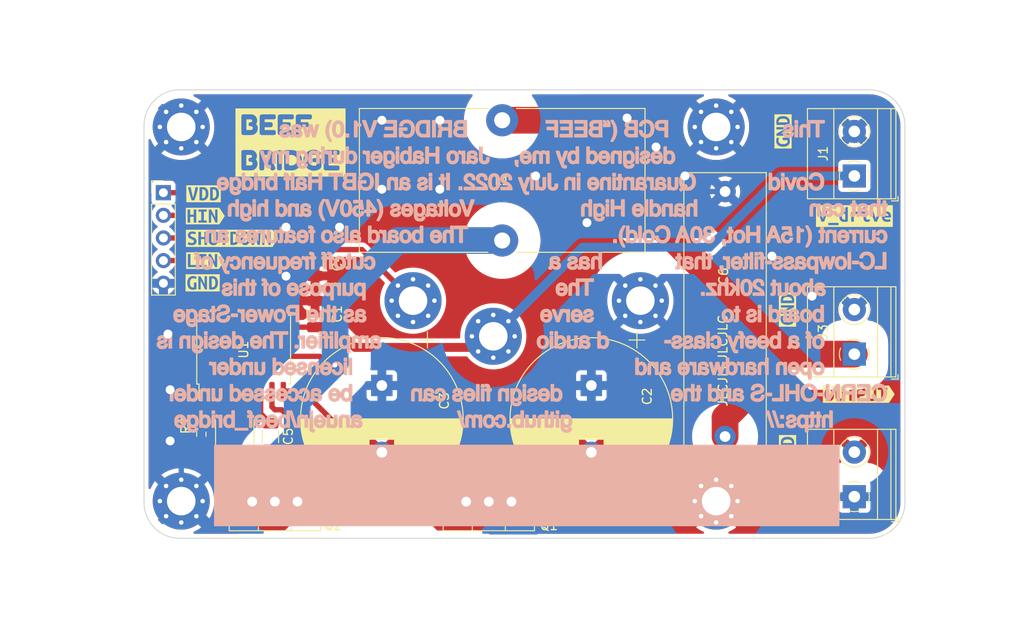
<source format=kicad_pcb>
(kicad_pcb (version 20211014) (generator pcbnew)
  (layers (0 "F.Cu" signal) (31 "B.Cu" signal) (34 "B.Paste" user) (35 "F.Paste" user) (36 "B.SilkS" user "B.Silkscreen") (37 "F.SilkS" user "F.Silkscreen") (38 "B.Mask" user) (39 "F.Mask" user) (44 "Edge.Cuts" user))
  (net 0 "")
  (net 1 "Net-(Q2-Pad1)")
  (net 2 "GND")
  (net 3 "Net-(R2-Pad1)")
  (net 9 "/V_{power}")
  (net 10 "/unfiltered")
  (net 11 "/out")
  (net 12 "/V_{drive}")
  (net 13 "/V_{dd}")
  (net 14 "/HIN")
  (net 15 "/LIN")
  (net 16 "/SHUTDOWN")
  (net 17 "/VB")
  (net 18 "/HOR")
  (net 19 "/HO")
  (footprint "kibuzzard-62C4B9BD" (layer "F.Cu") (at 120.445 94.755)
    (fp_text reference "kibuzzard-62C4B9BD" hide)
    (fp_text value "G***" hide)
  )
  (footprint "Package_TO_SOT_THT:TO-220-3_Vertical" (layer "F.Cu") (at 151.785 124.31 180)
    (fp_text reference "Q1")
    (fp_text value "STGP7NC60HD")
  )
  (footprint "Capacitor_SMD:C_1206_3216Metric" (layer "F.Cu") (at 124.75 117 90)
    (fp_text reference "C5")
    (fp_text value "10uF")
  )
  (footprint "TerminalBlock_Phoenix:TerminalBlock_Phoenix_MKDS-1,5-2_1x02_P5.00mm_Horizontal" (layer "F.Cu") (at 190.245 107.755 90)
    (fp_text reference "J3")
    (fp_text value "Screw_Terminal_01x02")
  )
  (footprint "kibuzzard-62C4B9F9" (layer "F.Cu") (at 117.445 92.255)
    (fp_text reference "kibuzzard-62C4B9F9" hide)
    (fp_text value "G***" hide)
  )
  (footprint "kibuzzard-62C4B9F5" (layer "F.Cu") (at 182.745 102.755 90)
    (fp_text reference "kibuzzard-62C4B9F5" hide)
    (fp_text value "G***" hide)
  )
  (footprint "Diode_SMD:D_SMB" (layer "F.Cu") (at 120.745 117.255 90)
    (fp_text reference "D1")
    (fp_text value "S2JTR")
  )
  (footprint "Resistor_SMD:R_0603_1608Metric" (layer "F.Cu") (at 141.245 125.755)
    (fp_text reference "R1")
    (fp_text value "4.7")
  )
  (footprint "kibuzzard-62C4B9F5" (layer "F.Cu") (at 182.245 82.755 90)
    (fp_text reference "kibuzzard-62C4B9F5" hide)
    (fp_text value "G***" hide)
  )
  (footprint "kibuzzard-62C59CAE" (layer "F.Cu") (at 190.25 92.255)
    (fp_text reference "kibuzzard-62C59CAE" hide)
    (fp_text value "G***" hide)
  )
  (footprint "kibuzzard-62C4B9F5" (layer "F.Cu") (at 117.145 99.755)
    (fp_text reference "kibuzzard-62C4B9F5" hide)
    (fp_text value "G***" hide)
  )
  (footprint "Capacitor_SMD:C_1206_3216Metric" (layer "F.Cu") (at 129.75 103.25 90)
    (fp_text reference "C1")
    (fp_text value "10uF")
  )
  (footprint "MountingHole:MountingHole_3.2mm_M3_Pad_Via" (layer "F.Cu") (at 174.745 82.255)
    (fp_text reference "H3" hide)
    (fp_text value "MountingHole_Pad")
  )
  (footprint "kibuzzard-62C59E44" (layer "F.Cu") (at 127 84)
    (fp_text reference "kibuzzard-62C59E44" hide)
    (fp_text value "G***" hide)
  )
  (footprint "TerminalBlock_Phoenix:TerminalBlock_Phoenix_MKDS-1,5-2_1x02_P5.00mm_Horizontal" (layer "F.Cu") (at 190.245 123.755 90)
    (fp_text reference "J2")
    (fp_text value "Screw_Terminal_01x02")
  )
  (footprint "MountingHole:MountingHole_3.2mm_M3_Pad_Via" (layer "F.Cu") (at 166.245 101.755)
    (fp_text reference "H6" hide)
    (fp_text value "MountingHole_Pad")
  )
  (footprint "MountingHole:MountingHole_3.2mm_M3_Pad_Via" (layer "F.Cu") (at 114.745 124.255)
    (fp_text reference "H2" hide)
    (fp_text value "MountingHole_Pad")
  )
  (footprint "kibuzzard-62C4B9F5" (layer "F.Cu") (at 182.75 118.755 90)
    (fp_text reference "kibuzzard-62C4B9F5" hide)
    (fp_text value "G***" hide)
  )
  (footprint "kibuzzard-62C57CCB" (layer "F.Cu") (at 190.745 112.255)
    (fp_text reference "kibuzzard-62C57CCB" hide)
    (fp_text value "G***" hide)
  )
  (footprint "Connector_PinHeader_2.54mm:PinHeader_1x05_P2.54mm_Vertical" (layer "F.Cu") (at 112.745 89.635)
    (fp_text reference "J4" hide)
    (fp_text value "Conn_01x05_Male")
  )
  (footprint "Capacitor_THT:C_Rect_L31.5mm_W9.0mm_P27.50mm_MKS4" (layer "F.Cu") (at 175.745 117.005 90)
    (fp_text reference "C6")
    (fp_text value "1uF")
  )
  (footprint "kibuzzard-62C57BCB" (layer "F.Cu") (at 117.245 89.755)
    (fp_text reference "kibuzzard-62C57BCB" hide)
    (fp_text value "G***" hide)
  )
  (footprint "Package_SO:SOIC-16W_7.5x10.3mm_P1.27mm" (layer "F.Cu") (at 121.745 107.255 90)
    (fp_text reference "U1")
    (fp_text value "IR2110S")
  )
  (footprint "MountingHole:MountingHole_3.2mm_M3_Pad_Via" (layer "F.Cu") (at 140.745 101.755)
    (fp_text reference "H7" hide)
    (fp_text value "MountingHole_Pad")
  )
  (footprint "Capacitor_THT:CP_Radial_D18.0mm_P7.50mm" (layer "F.Cu") (at 160.745 111.27722 -90)
    (fp_text reference "C2")
    (fp_text value "120uF")
  )
  (footprint "Capacitor_SMD:C_1206_3216Metric" (layer "F.Cu") (at 129.75 97.5 90)
    (fp_text reference "C4")
    (fp_text value "10uF")
  )
  (footprint "Inductor_THT:L_Toroid_Vertical_L31.8mm_W15.9mm_P13.50mm_Bourns_5700" (layer "F.Cu") (at 150.745 95 180)
    (fp_text reference "L1")
    (fp_text value "33uH")
  )
  (footprint "kibuzzard-62C4B9B2" (layer "F.Cu") (at 117.445 97.255)
    (fp_text reference "kibuzzard-62C4B9B2" hide)
    (fp_text value "G***" hide)
  )
  (footprint "MountingHole:MountingHole_3.2mm_M3_Pad_Via" (layer "F.Cu") (at 174.745 124.255)
    (fp_text reference "H4" hide)
    (fp_text value "MountingHole_Pad")
  )
  (footprint "Package_TO_SOT_THT:TO-220-3_Vertical" (layer "F.Cu") (at 127.785 124.31 180)
    (fp_text reference "Q2")
    (fp_text value "STGP7NC60HD")
  )
  (footprint "MountingHole:MountingHole_3.2mm_M3_Pad_Via" (layer "F.Cu") (at 114.745 82.255)
    (fp_text reference "H1" hide)
    (fp_text value "MountingHole_Pad")
  )
  (footprint "Capacitor_THT:CP_Radial_D18.0mm_P7.50mm" (layer "F.Cu") (at 137.245 111.27722 -90)
    (fp_text reference "C3")
    (fp_text value "120uF")
  )
  (footprint "TerminalBlock_Phoenix:TerminalBlock_Phoenix_MKDS-1,5-2_1x02_P5.00mm_Horizontal" (layer "F.Cu") (at 190.245 87.755 90)
    (fp_text reference "J1")
    (fp_text value "Screw_Terminal_01x02")
  )
  (footprint "Resistor_SMD:R_0603_1608Metric" (layer "F.Cu") (at 117 116.75 -90)
    (fp_text reference "R2")
    (fp_text value "4.7")
  )
  (footprint "kibuzzard-62C59C38" (layer "F.Cu") (at 182.75 124 90)
    (fp_text reference "kibuzzard-62C59C38" hide)
    (fp_text value "G***" hide)
  )
  (footprint "MountingHole:MountingHole_3.2mm_M3_Pad_Via" (layer "F.Cu") (at 149.745 105.755)
    (fp_text reference "H5" hide)
    (fp_text value "MountingHole_Pad")
  )
  (gr_poly (pts (xy 178.439529 94.15228) (xy 179.360748 94.15228) (xy 179.360748 93.420369) (xy 179.603103 93.420369) (xy 179.603103 95.191655) (xy 179.360748 95.191655) (xy 179.360748 94.363293) (xy 178.439529 94.363293) (xy 178.439529 95.191655) (xy 178.197189 95.191655) (xy 178.197189 93.420369) (xy 178.439529 93.420369)) (layer "B.SilkS") (width 0.2) (fill solid))
  (gr_poly (pts (xy 153.093887 115.934949) (xy 152.893738 115.934949) (xy 152.893738 115.769757) (xy 152.885176 115.781165) (xy 152.876682 115.792177) (xy 152.868253 115.802794) (xy 152.859891 115.813014) (xy 152.851596 115.82284) (xy 152.843366 115.832269) (xy 152.835203 115.841303) (xy 152.827106 115.849941) (xy 152.819076 115.858184) (xy 152.811111 115.866031) (xy 152.803213 115.873482) (xy 152.79538 115.880538) (xy 152.787613 115.887198) (xy 152.779913 115.893462) (xy 152.772278 115.899331) (xy 152.764709 115.904805) (xy 152.75187 115.913419) (xy 152.738673 115.921478) (xy 152.725117 115.92898) (xy 152.711203 115.935927) (xy 152.696931 115.942318) (xy 152.682301 115.948154) (xy 152.667314 115.953433) (xy 152.651968 115.958157) (xy 152.636264 115.962326) (xy 152.620203 115.965938) (xy 152.603784 115.968995) (xy 152.587008 115.971495) (xy 152.569874 115.973441) (xy 152.552382 115.97483) (xy 152.534533 115.975664) (xy 152.516327 115.975941) (xy 152.483915 115.97515) (xy 152.452399 115.972776) (xy 152.421778 115.96882) (xy 152.392052 115.963281) (xy 152.363221 115.95616) (xy 152.335285 115.947456) (xy 152.308245 115.937169) (xy 152.282099 115.9253) (xy 152.256848 115.911849) (xy 152.232492 115.896814) (xy 152.209031 115.880198) (xy 152.186464 115.861998) (xy 152.164793 115.842216) (xy 152.144017 115.820851) (xy 152.124135 115.797904) (xy 152.105148 115.773373) (xy 152.087191 115.747647) (xy 152.070392 115.72111) (xy 152.054751 115.693764) (xy 152.040269 115.665607) (xy 152.026945 115.63664) (xy 152.01478 115.606864) (xy 152.003773 115.576277) (xy 151.993925 115.54488) (xy 151.985235 115.512673) (xy 151.977704 115.479655) (xy 151.971331 115.445828) (xy 151.966117 115.41119) (xy 151.962062 115.375743) (xy 151.959165 115.339485) (xy 151.957427 115.302417) (xy 151.957014 115.275395) (xy 152.178711 115.275395) (xy 152.179055 115.303683) (xy 152.180086 115.331273) (xy 152.181805 115.358167) (xy 152.184212 115.384364) (xy 152.187307 115.409864) (xy 152.191089 115.434667) (xy 152.195559 115.458773) (xy 152.200716 115.482182) (xy 152.206561 115.504894) (xy 152.213093 115.526909) (xy 152.220313 115.548227) (xy 152.22822 115.568848) (xy 152.236815 115.588772) (xy 152.246097 115.607999) (xy 152.256067 115.626528) (xy 152.266724 115.64436) (xy 152.277924 115.661298) (xy 152.289822 115.677142) (xy 152.302417 115.691894) (xy 152.315709 115.705553) (xy 152.329699 115.71812) (xy 152.344386 115.729593) (xy 152.35977 115.739974) (xy 152.375851 115.749263) (xy 152.392628 115.757458) (xy 152.410103 115.764561) (xy 152.428275 115.770571) (xy 152.447144 115.775488) (xy 152.466709 115.779313) (xy 152.486972 115.782045) (xy 152.507931 115.783684) (xy 152.529587 115.78423) (xy 152.558247 115.783396) (xy 152.572143 115.782354) (xy 152.585749 115.780895) (xy 152.599066 115.779019) (xy 152.612093 115.776727) (xy 152.62483 115.774017) (xy 152.637278 115.770891) (xy 152.649436 115.767347) (xy 152.661305 115.763387) (xy 152.672883 115.75901) (xy 152.684173 115.754216) (xy 152.695172 115.749006) (xy 152.705882 115.743378) (xy 152.716302 115.737334) (xy 152.726433 115.730873) (xy 152.736274 115.723995) (xy 152.745825 115.7167) (xy 152.755086 115.708988) (xy 152.764058 115.70086) (xy 152.77274 115.692315) (xy 152.781132 115.683352) (xy 152.789235 115.673973) (xy 152.797048 115.664178) (xy 152.804571 115.653965) (xy 152.811805 115.643335) (xy 152.818748 115.632289) (xy 152.825402 115.620826) (xy 152.831767 115.608946) (xy 152.837841 115.596649) (xy 152.843626 115.583936) (xy 152.849121 115.570805) (xy 152.85467 115.556368) (xy 152.85986 115.541394) (xy 152.864692 115.525883) (xy 152.869166 115.509835) (xy 152.873281 115.493251) (xy 152.877039 115.476129) (xy 152.880438 115.458471) (xy 152.88348 115.440276) (xy 152.888489 115.402275) (xy 152.892066 115.362125) (xy 152.894212 115.319827) (xy 152.894928 115.27538) (xy 152.894495 115.244434) (xy 152.893195 115.214601) (xy 152.891028 115.185879) (xy 152.887995 115.158268) (xy 152.884096 115.13177) (xy 152.879329 115.106383) (xy 152.873697 115.082107) (xy 152.867197 115.058944) (xy 152.859831 115.036892) (xy 152.851598 115.015951) (xy 152.842498 114.996123) (xy 152.832531 114.977406) (xy 152.821698 114.959801) (xy 152.809997 114.943307) (xy 152.79743 114.927925) (xy 152.783996 114.913655) (xy 152.769839 114.900368) (xy 152.755399 114.887938) (xy 152.740676 114.876365) (xy 152.725671 114.86565) (xy 152.710384 114.855792) (xy 152.694813 114.846791) (xy 152.67896 114.838647) (xy 152.662824 114.831361) (xy 152.646406 114.824931) (xy 152.629705 114.819359) (xy 152.612721 114.814645) (xy 152.595454 114.810787) (xy 152.577905 114.807787) (xy 152.560073 114.805644) (xy 152.541957 114.804358) (xy 152.523559 114.803929) (xy 152.502633 114.804452) (xy 152.482356 114.806021) (xy 152.462729 114.808635) (xy 152.453159 114.810334) (xy 152.443751 114.812295) (xy 152.434507 114.814517) (xy 152.425424 114.817) (xy 152.416504 114.819745) (xy 152.407747 114.822751) (xy 152.399152 114.826019) (xy 152.390719 114.829548) (xy 152.382449 114.833338) (xy 152.374342 114.83739) (xy 152.366397 114.841703) (xy 152.358614 114.846277) (xy 152.350994 114.851113) (xy 152.343537 114.856211) (xy 152.336242 114.861569) (xy 152.329109 114.867189) (xy 152.322139 114.873071) (xy 152.315332 114.879213) (xy 152.308687 114.885617) (xy 152.302205 114.892283) (xy 152.295885 114.89921) (xy 152.289728 114.906398) (xy 152.283733 114.913847) (xy 152.2779 114.921558) (xy 152.266724 114.937764) (xy 152.256067 114.954767) (xy 152.246097 114.972317) (xy 152.236815 114.990413) (xy 152.22822 115.009056) (xy 152.220313 115.028246) (xy 152.213093 115.047982) (xy 152.206561 115.068264) (xy 152.200716 115.089093) (xy 152.195559 115.110468) (xy 152.191089 115.13239) (xy 152.187307 115.154859) (xy 152.184212 115.177873) (xy 152.181805 115.201434) (xy 152.180086 115.225542) (xy 152.179055 115.250195) (xy 152.178711 115.275395) (xy 151.957014 115.275395) (xy 151.956848 115.264539) (xy 151.957437 115.224762) (xy 151.959203 115.18622) (xy 151.962147 115.148912) (xy 151.966269 115.112837) (xy 151.971568 115.077997) (xy 151.978045 115.04439) (xy 151.9857 115.012018) (xy 151.994531 114.98088) (xy 152.004541 114.950975) (xy 152.015728 114.922305) (xy 152.028092 114.894868) (xy 152.041634 114.868666) (xy 152.056353 114.843698) (xy 152.072249 114.819963) (xy 152.089323 114.797463) (xy 152.107574 114.776196) (xy 152.126621 114.756047) (xy 152.146383 114.737197) (xy 152.166862 114.719647) (xy 152.188057 114.703398) (xy 152.209969 114.688448) (xy 152.232596 114.674798) (xy 152.255939 114.662448) (xy 152.279999 114.651398) (xy 152.304774 114.641649) (xy 152.330265 114.633199) (xy 152.356473 114.626049) (xy 152.383396 114.620199) (xy 152.411034 114.615649) (xy 152.439389 114.612399) (xy 152.468459 114.610449) (xy 152.498245 114.609799) (xy 152.512647 114.609992) (xy 152.526918 114.610572) (xy 152.541057 114.611537) (xy 152.555065 114.612889) (xy 152.56894 114.614627) (xy 152.582684 114.616751) (xy 152.596296 114.619262) (xy 152.609775 114.622159) (xy 152.623123 114.625442) (xy 152.636339 114.629111) (xy 152.649423 114.633167) (xy 152.662375 114.637608) (xy 152.675194 114.642436) (xy 152.687882 114.64765) (xy 152.700437 114.653251) (xy 152.71286 114.659238) (xy 152.725114 114.66544) (xy 152.737151 114.671991) (xy 152.748971 114.678891) (xy 152.760573 114.68614) (xy 152.771959 114.693737) (xy 152.783128 114.701683) (xy 152.79408 114.709977) (xy 152.804815 114.71862) (xy 152.815333 114.727612) (xy 152.825634 114.736952) (xy 152.835719 114.746641) (xy 152.845586 114.756678) (xy 152.855237 114.767064) (xy 152.864671 114.777798) (xy 152.873888 114.788881) (xy 152.882889 114.800313) (xy 152.882889 114.157635) (xy 153.093887 114.157635)) (layer "B.SilkS") (width 0.2) (fill solid))
  (gr_poly (pts (xy 167.575525 108.688163) (xy 167.590934 108.688742) (xy 167.606163 108.689708) (xy 167.621212 108.69106) (xy 167.636082 108.692798) (xy 167.650773 108.694922) (xy 167.665284 108.697432) (xy 167.679617 108.700329) (xy 167.69377 108.703611) (xy 167.707745 108.70728) (xy 167.721541 108.711335) (xy 167.735158 108.715776) (xy 167.748596 108.720603) (xy 167.761856 108.725816) (xy 167.774938 108.731415) (xy 167.787842 108.737401) (xy 167.800608 108.74383) (xy 167.81329 108.750759) (xy 167.825888 108.758188) (xy 167.838401 108.766115) (xy 167.85083 108.774542) (xy 167.863174 108.783468) (xy 167.875433 108.792894) (xy 167.887607 108.802818) (xy 167.899697 108.813242) (xy 167.911702 108.824165) (xy 167.923622 108.835587) (xy 167.935458 108.847508) (xy 167.947208 108.859928) (xy 167.958873 108.872847) (xy 167.970453 108.886265) (xy 167.981949 108.900182) (xy 167.981949 108.716916) (xy 168.188156 108.716916) (xy 168.188156 110.00829) (xy 167.9711 110.00829) (xy 167.9711 109.331837) (xy 167.970855 109.301112) (xy 167.970121 109.272231) (xy 167.968898 109.245196) (xy 167.967186 109.220008) (xy 167.964984 109.196665) (xy 167.962293 109.175169) (xy 167.959113 109.155519) (xy 167.955444 109.137715) (xy 167.95319 109.129142) (xy 167.950643 109.120607) (xy 167.947804 109.11211) (xy 167.944672 109.10365) (xy 167.941249 109.095228) (xy 167.937533 109.086844) (xy 167.933524 109.078498) (xy 167.929224 109.070189) (xy 167.924631 109.061918) (xy 167.919746 109.053685) (xy 167.914568 109.04549) (xy 167.909098 109.037332) (xy 167.903335 109.029212) (xy 167.89728 109.02113) (xy 167.890933 109.013085) (xy 167.884292 109.005078) (xy 167.875767 108.995338) (xy 167.867073 108.986012) (xy 167.858208 108.9771) (xy 167.849174 108.968603) (xy 167.83997 108.96052) (xy 167.830596 108.952852) (xy 167.821053 108.945599) (xy 167.81134 108.93876) (xy 167.801458 108.932335) (xy 167.791406 108.926325) (xy 167.781185 108.920729) (xy 167.770794 108.915548) (xy 167.760234 108.910782) (xy 167.749505 108.906429) (xy 167.738607 108.902492) (xy 167.727539 108.898969) (xy 167.714751 108.895292) (xy 167.701094 108.892106) (xy 167.68657 108.889411) (xy 167.671177 108.887207) (xy 167.654915 108.885493) (xy 167.637786 108.884269) (xy 167.619788 108.883535) (xy 167.600921 108.88329) (xy 167.5823 108.883761) (xy 167.573265 108.88435) (xy 167.564413 108.885174) (xy 167.555746 108.886234) (xy 167.547261 108.887529) (xy 167.538961 108.88906) (xy 167.530844 108.890826) (xy 167.522911 108.892828) (xy 167.515161 108.895065) (xy 167.507595 108.897538) (xy 167.500213 108.900246) (xy 167.493014 108.90319) (xy 167.485999 108.90637) (xy 167.479168 108.909784) (xy 167.472521 108.913435) (xy 167.466057 108.917321) (xy 167.459777 108.921442) (xy 167.45368 108.925799) (xy 167.447768 108.930392) (xy 167.442038 108.93522) (xy 167.436493 108.940283) (xy 167.431131 108.945582) (xy 167.425953 108.951117) (xy 167.420959 108.956887) (xy 167.416149 108.962893) (xy 167.411522 108.969134) (xy 167.407079 108.97561) (xy 167.402819 108.982323) (xy 167.398744 108.98927) (xy 167.394852 108.996454) (xy 167.391144 109.003873) (xy 167.386906 109.013095) (xy 167.382942 109.022676) (xy 167.379251 109.032615) (xy 167.375834 109.042911) (xy 167.372691 109.053566) (xy 167.36982 109.064579) (xy 167.367224 109.075949) (xy 167.3649 109.087678) (xy 167.362851 109.099764) (xy 167.361074 109.112209) (xy 167.359571 109.125011) (xy 167.358341 109.138172) (xy 167.357385 109.151691) (xy 167.356702 109.165567) (xy 167.356155 109.194394) (xy 167.356155 110.008298) (xy 167.135513 110.008298) (xy 167.135513 109.179929) (xy 167.13572 109.155863) (xy 167.136342 109.132505) (xy 167.137377 109.109853) (xy 167.138827 109.087908) (xy 167.140691 109.06667) (xy 167.14297 109.046138) (xy 167.145663 109.026313) (xy 167.148771 109.007195) (xy 167.152294 108.988784) (xy 167.156231 108.971079) (xy 167.160583 108.954081) (xy 167.16535 108.937789) (xy 167.170532 108.922205) (xy 167.176129 108.907326) (xy 167.182141 108.893154) (xy 167.188568 108.879689) (xy 167.201322 108.856473) (xy 167.21547 108.834754) (xy 167.231013 108.814534) (xy 167.24795 108.795811) (xy 167.266282 108.778586) (xy 167.286008 108.762859) (xy 167.307129 108.74863) (xy 167.329643 108.735899) (xy 167.353552 108.724665) (xy 167.378854 108.71493) (xy 167.40555 108.706692) (xy 167.43364 108.699952) (xy 167.463124 108.69471) (xy 167.494001 108.690965) (xy 167.526272 108.688719) (xy 167.559936 108.68797)) (layer "B.SilkS") (width 0.2) (fill solid))
  (gr_poly (pts (xy 124.952803 114.615372) (xy 124.985652 114.617647) (xy 125.017691 114.621438) (xy 125.04892 114.626747) (xy 125.079338 114.633572) (xy 125.108945 114.641914) (xy 125.137742 114.651772) (xy 125.165729 114.663147) (xy 125.192906 114.676038) (xy 125.219272 114.690446) (xy 125.244828 114.706371) (xy 125.269573 114.723812) (xy 125.293508 114.74277) (xy 125.316633 114.763245) (xy 125.338947 114.785236) (xy 125.360451 114.808743) (xy 125.380894 114.833469) (xy 125.400018 114.859108) (xy 125.417823 114.88566) (xy 125.43431 114.913126) (xy 125.449477 114.941506) (xy 125.463325 114.970799) (xy 125.475854 115.001006) (xy 125.487064 115.032126) (xy 125.496956 115.06416) (xy 125.505528 115.097108) (xy 125.512781 115.130969) (xy 125.518716 115.165743) (xy 125.523332 115.201431) (xy 125.526629 115.238033) (xy 125.528607 115.275548) (xy 125.529266 115.313977) (xy 125.528612 115.35292) (xy 125.526647 115.39077) (xy 125.523374 115.427527) (xy 125.518791 115.463191) (xy 125.512898 115.497763) (xy 125.505697 115.531241) (xy 125.497186 115.563628) (xy 125.487366 115.594921) (xy 125.476236 115.625122) (xy 125.463797 115.65423) (xy 125.450049 115.682245) (xy 125.434992 115.709168) (xy 125.418625 115.734999) (xy 125.40095 115.759737) (xy 125.381965 115.783382) (xy 125.361671 115.805936) (xy 125.340431 115.827107) (xy 125.318617 115.846912) (xy 125.296229 115.865351) (xy 125.273266 115.882425) (xy 125.249728 115.898133) (xy 125.225616 115.912475) (xy 125.20093 115.925451) (xy 125.17567 115.937061) (xy 125.149834 115.947305) (xy 125.123425 115.956184) (xy 125.096441 115.963697) (xy 125.068882 115.969843) (xy 125.040749 115.974624) (xy 125.012042 115.978039) (xy 124.98276 115.980088) (xy 124.952904 115.980771) (xy 124.928509 115.980469) (xy 124.904754 115.979565) (xy 124.881638 115.978058) (xy 124.859161 115.975947) (xy 124.837324 115.973234) (xy 124.816126 115.969918) (xy 124.795568 115.965998) (xy 124.77565 115.961476) (xy 124.757597 115.957012) (xy 124.739912 115.952059) (xy 124.722593 115.946615) (xy 124.705641 115.940681) (xy 124.689057 115.934257) (xy 124.67284 115.927344) (xy 124.65699 115.91994) (xy 124.641508 115.912046) (xy 124.626393 115.903663) (xy 124.611646 115.894789) (xy 124.597266 115.885426) (xy 124.583254 115.875574) (xy 124.56961 115.865231) (xy 124.556333 115.854399) (xy 124.543424 115.843077) (xy 124.530884 115.831265) (xy 124.523545 115.824209) (xy 124.5163 115.816908) (xy 124.50915 115.809362) (xy 124.502093 115.801571) (xy 124.495131 115.793535) (xy 124.488263 115.785254) (xy 124.48149 115.776728) (xy 124.47481 115.767957) (xy 124.468225 115.758942) (xy 124.461735 115.749681) (xy 124.455338 115.740176) (xy 124.449037 115.730426) (xy 124.436716 115.710191) (xy 124.424774 115.688977) (xy 124.418903 115.67804) (xy 124.413341 115.667234) (xy 124.408091 115.65656) (xy 124.403151 115.646019) (xy 124.398521 115.635609) (xy 124.394202 115.625331) (xy 124.390194 115.615186) (xy 124.386496 115.605172) (xy 124.383109 115.59529) (xy 124.380033 115.58554) (xy 124.377268 115.575922) (xy 124.374813 115.566437) (xy 124.372669 115.557083) (xy 124.370836 115.547861) (xy 124.369314 115.538771) (xy 124.368103 115.529813) (xy 124.581528 115.529813) (xy 124.584674 115.540434) (xy 124.588083 115.550896) (xy 124.591757 115.561197) (xy 124.595694 115.571338) (xy 124.599895 115.581318) (xy 124.60436 115.591139) (xy 124.609088 115.6008) (xy 124.61408 115.6103) (xy 124.619336 115.61964) (xy 124.624856 115.62882) (xy 124.630639 115.63784) (xy 124.636687 115.6467) (xy 124.642998 115.6554) (xy 124.649572 115.66394) (xy 124.656411 115.672319) (xy 124.663513 115.680539) (xy 124.676442 115.694117) (xy 124.689907 115.70682) (xy 124.70391 115.718646) (xy 124.718449 115.729597) (xy 124.733525 115.739671) (xy 124.749139 115.74887) (xy 124.765289 115.757193) (xy 124.781977 115.76464) (xy 124.799201 115.77121) (xy 124.816962 115.776905) (xy 124.83526 115.781724) (xy 124.854096 115.785667) (xy 124.873468 115.788733) (xy 124.893377 115.790923) (xy 124.913823 115.792238) (xy 124.934807 115.792676) (xy 124.957195 115.792214) (xy 124.97884 115.79083) (xy 124.99974 115.788522) (xy 125.019895 115.785291) (xy 125.039306 115.781138) (xy 125.057973 115.776061) (xy 125.075896 115.770061) (xy 125.093074 115.763138) (xy 125.109508 115.755291) (xy 125.125197 115.746522) (xy 125.140142 115.73683) (xy 125.147336 115.731637) (xy 125.154343 115.726214) (xy 125.161165 115.72056) (xy 125.1678 115.714675) (xy 125.174249 115.708559) (xy 125.180512 115.702213) (xy 125.192481 115.688828) (xy 125.203705 115.674519) (xy 125.21424 115.659296) (xy 125.224144 115.64347) (xy 125.233418 115.627041) (xy 125.24206 115.610009) (xy 125.250072 115.592374) (xy 125.257453 115.574136) (xy 125.264203 115.555296) (xy 125.270322 115.535852) (xy 125.275809 115.515806) (xy 125.280666 115.495157) (xy 125.284891 115.473904) (xy 125.288485 115.452049) (xy 125.291448 115.429592) (xy 125.293779 115.406531) (xy 125.295479 115.382868) (xy 125.296547 115.358601) (xy 124.350006 115.358601) (xy 124.350307 115.311422) (xy 124.351212 115.267561) (xy 124.352719 115.227016) (xy 124.35483 115.189788) (xy 124.355119 115.186169) (xy 124.573074 115.186169) (xy 125.29052 115.186169) (xy 125.289394 115.165601) (xy 125.287523 115.145493) (xy 125.284909 115.125847) (xy 125.28155 115.106663) (xy 125.277448 115.08794) (xy 125.272601 115.069679) (xy 125.26701 115.05188) (xy 125.260674 115.034542) (xy 125.253595 115.017666) (xy 125.245771 115.001251) (xy 125.237204 114.985298) (xy 125.227892 114.969806) (xy 125.217836 114.954777) (xy 125.207036 114.940208) (xy 125.195493 114.926102) (xy 125.183205 114.912457) (xy 125.170353 114.899317) (xy 125.157126 114.887024) (xy 125.143521 114.875579) (xy 125.12954 114.864982) (xy 125.115183 114.855232) (xy 125.100448 114.84633) (xy 125.085337 114.838275) (xy 125.06985 114.831069) (xy 125.053986 114.82471) (xy 125.037745 114.819199) (xy 125.021127 114.814536) (xy 125.004133 114.81072) (xy 124.986762 114.807752) (xy 124.969014 114.805633) (xy 124.950889 114.804361) (xy 124.932388 114.803937) (xy 124.906782 114.804549) (xy 124.894328 114.805314) (xy 124.882108 114.806386) (xy 124.87012 114.807763) (xy 124.858366 114.809447) (xy 124.846844 114.811437) (xy 124.835556 114.813733) (xy 124.8245 114.816335) (xy 124.813678 114.819244) (xy 124.803089 114.822458) (xy 124.792733 114.825979) (xy 124.78261 114.829806) (xy 124.77272 114.833939) (xy 124.763064 114.838378) (xy 124.75364 114.843123) (xy 124.744449 114.848175) (xy 124.735492 114.853532) (xy 124.726768 114.859196) (xy 124.718277 114.865166) (xy 124.710019 114.871443) (xy 124.701994 114.878025) (xy 124.694202 114.884914) (xy 124.686643 114.892108) (xy 124.679318 114.89961) (xy 124.672225 114.907417) (xy 124.665366 114.91553) (xy 124.65874 114.92395) (xy 124.652347 114.932676) (xy 124.646187 114.941708) (xy 124.640261 114.951046) (xy 124.634567 114.96069) (xy 124.628677 114.971462) (xy 124.623059 114.982676) (xy 124.617715 114.994333) (xy 124.612643 115.006433) (xy 124.607845 115.018976) (xy 124.603319 115.031962) (xy 124.599066 115.045391) (xy 124.595086 115.059262) (xy 124.591379 115.073576) (xy 124.587945 115.088333) (xy 124.584784 115.103532) (xy 124.581896 115.119175) (xy 124.576939 115.151787) (xy 124.573074 115.186169) (xy 124.355119 115.186169) (xy 124.357543 115.155876) (xy 124.360859 115.125281) (xy 124.364779 115.098003) (xy 124.369301 115.07404) (xy 124.372185 115.057888) (xy 124.375408 115.04199) (xy 124.37897 115.026347) (xy 124.382871 115.010958) (xy 124.38711 114.995823) (xy 124.391689 114.980943) (xy 124.396606 114.966317) (xy 124.401862 114.951945) (xy 124.407457 114.937828) (xy 124.413391 114.923965) (xy 124.419664 114.910357) (xy 124.426276 114.897004) (xy 124.433227 114.883905) (xy 124.440518 114.87106) (xy 124.448147 114.85847) (xy 124.456116 114.846135) (xy 124.464796 114.833474) (xy 124.473957 114.821115) (xy 124.483598 114.809057) (xy 124.49372 114.7973) (xy 124.504322 114.785845) (xy 124.515405 114.774692) (xy 124.526968 114.76384) (xy 124.539012 114.75329) (xy 124.551536 114.743041) (xy 124.564541 114.733094) (xy 124.578027 114.723449) (xy 124.591993 114.714105) (xy 124.60644 114.705063) (xy 124.621367 114.696322) (xy 124.636775 114.687883) (xy 124.652664 114.679746) (xy 124.668825 114.671859) (xy 124.685051 114.664481) (xy 124.701344 114.657612) (xy 124.717702 114.651252) (xy 124.734127 114.645401) (xy 124.750617 114.640059) (xy 124.767173 114.635226) (xy 124.783795 114.630901) (xy 124.800483 114.627085) (xy 124.817237 114.623778) (xy 124.834057 114.62098) (xy 124.850943 114.618691) (xy 124.867894 114.61691) (xy 124.884911 114.615638) (xy 124.901995 114.614875) (xy 124.919144 114.614621) (xy 124.919144 114.614613)) (layer "B.SilkS") (width 0.2) (fill solid))
  (gr_poly (pts (xy 122.089736 108.688163) (xy 122.105143 108.688742) (xy 122.120371 108.689708) (xy 122.13542 108.69106) (xy 122.150291 108.692798) (xy 122.164982 108.694922) (xy 122.179494 108.697432) (xy 122.193827 108.700329) (xy 122.207982 108.703611) (xy 122.221958 108.70728) (xy 122.235754 108.711335) (xy 122.249372 108.715776) (xy 122.262811 108.720603) (xy 122.276071 108.725816) (xy 122.289153 108.731415) (xy 122.302055 108.737401) (xy 122.314826 108.74383) (xy 122.327511 108.750759) (xy 122.340112 108.758188) (xy 122.352627 108.766115) (xy 122.365057 108.774542) (xy 122.377403 108.783468) (xy 122.389663 108.792894) (xy 122.401838 108.802818) (xy 122.413929 108.813242) (xy 122.425934 108.824165) (xy 122.437855 108.835587) (xy 122.44969 108.847508) (xy 122.461441 108.859928) (xy 122.473107 108.872847) (xy 122.484689 108.886265) (xy 122.496185 108.900182) (xy 122.496185 108.716916) (xy 122.702377 108.716916) (xy 122.702354 110.00829) (xy 122.485306 110.00829) (xy 122.485306 109.331837) (xy 122.485061 109.301112) (xy 122.484327 109.272231) (xy 122.483103 109.245196) (xy 122.48139 109.220008) (xy 122.479186 109.196665) (xy 122.476493 109.175169) (xy 122.473309 109.155519) (xy 122.469635 109.137715) (xy 122.46738 109.129142) (xy 122.464833 109.120607) (xy 122.461994 109.11211) (xy 122.458863 109.10365) (xy 122.45544 109.095228) (xy 122.451724 109.086844) (xy 122.447716 109.078498) (xy 122.443416 109.070189) (xy 122.438824 109.061918) (xy 122.43394 109.053685) (xy 122.428764 109.04549) (xy 122.423295 109.037332) (xy 122.417534 109.029212) (xy 122.411481 109.02113) (xy 122.405136 109.013085) (xy 122.398498 109.005078) (xy 122.389972 108.995338) (xy 122.381276 108.986012) (xy 122.372411 108.9771) (xy 122.363377 108.968603) (xy 122.354173 108.96052) (xy 122.344799 108.952852) (xy 122.335256 108.945599) (xy 122.325544 108.93876) (xy 122.315663 108.932335) (xy 122.305612 108.926325) (xy 122.295392 108.920729) (xy 122.285002 108.915548) (xy 122.274444 108.910782) (xy 122.263716 108.906429) (xy 122.252819 108.902492) (xy 122.241752 108.898969) (xy 122.228959 108.895292) (xy 122.215299 108.892106) (xy 122.200771 108.889411) (xy 122.185377 108.887207) (xy 122.169117 108.885493) (xy 122.151991 108.884269) (xy 122.133999 108.883535) (xy 122.115143 108.88329) (xy 122.096517 108.883761) (xy 122.08748 108.88435) (xy 122.078627 108.885174) (xy 122.069957 108.886234) (xy 122.061471 108.887529) (xy 122.053169 108.88906) (xy 122.045051 108.890826) (xy 122.037116 108.892828) (xy 122.029365 108.895065) (xy 122.021798 108.897538) (xy 122.014414 108.900246) (xy 122.007215 108.90319) (xy 122.000199 108.90637) (xy 121.993366 108.909784) (xy 121.986718 108.913435) (xy 121.980253 108.917321) (xy 121.973972 108.921442) (xy 121.967875 108.925799) (xy 121.961962 108.930392) (xy 121.956232 108.93522) (xy 121.950686 108.940283) (xy 121.945324 108.945582) (xy 121.940146 108.951117) (xy 121.935151 108.956887) (xy 121.93034 108.962893) (xy 121.925713 108.969134) (xy 121.92127 108.97561) (xy 121.91701 108.982323) (xy 121.912935 108.98927) (xy 121.909043 108.996454) (xy 121.905334 109.003873) (xy 121.901099 109.013095) (xy 121.897138 109.022676) (xy 121.89345 109.032615) (xy 121.890036 109.042911) (xy 121.886895 109.053566) (xy 121.884027 109.064579) (xy 121.881433 109.075949) (xy 121.879112 109.087678) (xy 121.877064 109.099764) (xy 121.87529 109.112209) (xy 121.873788 109.125011) (xy 121.87256 109.138172) (xy 121.871605 109.151691) (xy 121.870922 109.165567) (xy 121.870376 109.194394) (xy 121.870376 110.008298) (xy 121.649719 110.008298) (xy 121.649719 109.179929) (xy 121.649926 109.155863) (xy 121.650548 109.132505) (xy 121.651584 109.109853) (xy 121.653034 109.087908) (xy 121.654899 109.06667) (xy 121.657178 109.046138) (xy 121.659872 109.026313) (xy 121.66298 109.007195) (xy 121.666503 108.988784) (xy 121.67044 108.971079) (xy 121.674792 108.954081) (xy 121.679559 108.937789) (xy 121.684741 108.922205) (xy 121.690337 108.907326) (xy 121.696348 108.893154) (xy 121.702774 108.879689) (xy 121.715527 108.856473) (xy 121.729675 108.834754) (xy 121.745218 108.814534) (xy 121.762154 108.795811) (xy 121.780485 108.778586) (xy 121.800211 108.762859) (xy 121.82133 108.74863) (xy 121.843844 108.735899) (xy 121.867753 108.724665) (xy 121.893055 108.71493) (xy 121.919752 108.706692) (xy 121.947843 108.699952) (xy 121.977328 108.69471) (xy 122.008208 108.690965) (xy 122.040482 108.688719) (xy 122.07415 108.68797)) (layer "B.SilkS") (width 0.2) (fill solid))
  (gr_poly (pts (xy 132.775352 87.493726) (xy 132.775352 87.704732) (xy 132.178482 87.704732) (xy 132.178482 89.265012) (xy 131.934914 89.265012) (xy 131.934914 87.704732) (xy 131.338051 87.704732) (xy 131.338051 87.493718)) (layer "B.SilkS") (width 0.2) (fill solid))
  (gr_poly (pts (xy 127.024498 93.869291) (xy 127.048515 93.870393) (xy 127.072164 93.87223) (xy 127.095446 93.874802) (xy 127.118361 93.878108) (xy 127.140909 93.882149) (xy 127.163089 93.886925) (xy 127.184902 93.892436) (xy 127.206348 93.898681) (xy 127.227426 93.905661) (xy 127.248137 93.913376) (xy 127.268481 93.921826) (xy 127.288458 93.93101) (xy 127.308067 93.940929) (xy 127.327309 93.951583) (xy 127.346184 93.962971) (xy 127.364165 93.975147) (xy 127.381034 93.988463) (xy 127.396793 94.002918) (xy 127.41144 94.018514) (xy 127.424976 94.035249) (xy 127.437401 94.053124) (xy 127.448715 94.072139) (xy 127.458917 94.092294) (xy 127.468007 94.113588) (xy 127.475986 94.136022) (xy 127.482854 94.159596) (xy 127.48861 94.18431) (xy 127.493255 94.210163) (xy 127.496788 94.237156) (xy 127.499209 94.265288) (xy 127.500519 94.29456) (xy 127.297943 94.29456) (xy 127.296326 94.282244) (xy 127.294492 94.270313) (xy 127.292442 94.258769) (xy 127.290175 94.247611) (xy 127.287692 94.236839) (xy 127.284992 94.226454) (xy 127.282076 94.216454) (xy 127.278944 94.206841) (xy 127.275595 94.197615) (xy 127.272029 94.188774) (xy 127.268247 94.18032) (xy 127.264248 94.172251) (xy 127.260032 94.16457) (xy 127.2556 94.157274) (xy 127.250952 94.150365) (xy 127.246086 94.143842) (xy 127.236808 94.132744) (xy 127.226757 94.122363) (xy 127.215934 94.112698) (xy 127.204338 94.103748) (xy 127.19197 94.095515) (xy 127.178829 94.087998) (xy 127.164916 94.081197) (xy 127.15023 94.075112) (xy 127.134772 94.069743) (xy 127.118542 94.06509) (xy 127.101538 94.061153) (xy 127.083763 94.057932) (xy 127.065215 94.055426) (xy 127.045894 94.053637) (xy 127.025802 94.052563) (xy 127.004936 94.052205) (xy 126.986817 94.052403) (xy 126.969234 94.052996) (xy 126.952188 94.053985) (xy 126.935679 94.055369) (xy 126.919707 94.057149) (xy 126.904272 94.059325) (xy 126.889373 94.061896) (xy 126.875011 94.064863) (xy 126.861186 94.068225) (xy 126.847898 94.071984) (xy 126.835147 94.076137) (xy 126.822932 94.080687) (xy 126.811254 94.085632) (xy 126.800113 94.090973) (xy 126.789509 94.096709) (xy 126.779442 94.102841) (xy 126.769805 94.109261) (xy 126.76079 94.116162) (xy 126.752396 94.123543) (xy 126.744624 94.131404) (xy 126.737475 94.139746) (xy 126.730946 94.148568) (xy 126.72504 94.157871) (xy 126.719755 94.167654) (xy 126.715092 94.177917) (xy 126.711051 94.188661) (xy 126.707631 94.199885) (xy 126.704833 94.21159) (xy 126.702657 94.223775) (xy 126.701103 94.23644) (xy 126.70017 94.249585) (xy 126.699859 94.263211) (xy 126.699916 94.269896) (xy 126.700085 94.276382) (xy 126.700367 94.282671) (xy 126.700763 94.288761) (xy 126.701271 94.294654) (xy 126.701892 94.300349) (xy 126.702626 94.305846) (xy 126.703473 94.311145) (xy 126.704433 94.316246) (xy 126.705507 94.321149) (xy 126.706693 94.325854) (xy 126.707993 94.330361) (xy 126.709406 94.33467) (xy 126.710932 94.338781) (xy 126.712572 94.342694) (xy 126.714325 94.34641) (xy 126.717684 94.352872) (xy 126.721428 94.358995) (xy 126.725559 94.364779) (xy 126.730076 94.370225) (xy 126.73498 94.375331) (xy 126.740269 94.380098) (xy 126.745945 94.384526) (xy 126.752006 94.388614) (xy 126.758454 94.392364) (xy 126.765289 94.395775) (xy 126.772509 94.398846) (xy 126.780116 94.401578) (xy 126.788109 94.403971) (xy 126.796489 94.406025) (xy 126.805255 94.40774) (xy 126.814407 94.409116) (xy 127.160484 94.452496) (xy 127.182969 94.455657) (xy 127.204908 94.459411) (xy 127.2263 94.463759) (xy 127.247146 94.4687) (xy 127.267446 94.474234) (xy 127.2872 94.480362) (xy 127.306407 94.487084) (xy 127.325068 94.494399) (xy 127.343183 94.502307) (xy 127.360752 94.510809) (xy 127.377775 94.519905) (xy 127.394252 94.529594) (xy 127.410182 94.539876) (xy 127.425566 94.550752) (xy 127.440404 94.562221) (xy 127.454696 94.574284) (xy 127.468277 94.586958) (xy 127.480982 94.600263) (xy 127.49281 94.6142) (xy 127.503762 94.628768) (xy 127.513837 94.643967) (xy 127.523037 94.659798) (xy 127.53136 94.67626) (xy 127.538807 94.693352) (xy 127.545377 94.711077) (xy 127.551072 94.729432) (xy 127.55589 94.748419) (xy 127.559833 94.768036) (xy 127.562899 94.788285) (xy 127.565089 94.809165) (xy 127.566403 94.830676) (xy 127.566841 94.852818) (xy 127.566398 94.873104) (xy 127.56507 94.892966) (xy 127.562856 94.912405) (xy 127.559757 94.931419) (xy 127.555772 94.95001) (xy 127.550902 94.968176) (xy 127.545146 94.985919) (xy 127.538504 95.003239) (xy 127.530977 95.020134) (xy 127.522565 95.036605) (xy 127.513267 95.052652) (xy 127.503083 95.068276) (xy 127.492013 95.083475) (xy 127.480058 95.098251) (xy 127.467217 95.112603) (xy 127.453491 95.12653) (xy 127.438919 95.139671) (xy 127.423838 95.151963) (xy 127.408248 95.163409) (xy 127.392149 95.174006) (xy 127.375542 95.183756) (xy 127.358426 95.192658) (xy 127.340801 95.200712) (xy 127.322668 95.207919) (xy 127.304026 95.214278) (xy 127.284875 95.219789) (xy 127.265215 95.224452) (xy 127.245047 95.228268) (xy 127.22437 95.231235) (xy 127.203184 95.233355) (xy 127.18149 95.234627) (xy 127.159286 95.235051) (xy 127.140696 95.234801) (xy 127.122303 95.234052) (xy 127.104108 95.232804) (xy 127.086111 95.231057) (xy 127.068312 95.22881) (xy 127.050711 95.226064) (xy 127.033307 95.222819) (xy 127.016102 95.219075) (xy 126.999094 95.214831) (xy 126.982284 95.210089) (xy 126.965671 95.204846) (xy 126.949256 95.199105) (xy 126.933039 95.192864) (xy 126.91702 95.186125) (xy 126.901198 95.178886) (xy 126.885574 95.171147) (xy 126.870275 95.16307) (xy 126.855428 95.154813) (xy 126.841034 95.146378) (xy 126.827092 95.137763) (xy 126.813602 95.12897) (xy 126.800565 95.119997) (xy 126.787979 95.110846) (xy 126.775846 95.101516) (xy 126.764166 95.092006) (xy 126.752937 95.082318) (xy 126.742161 95.07245) (xy 126.731836 95.062404) (xy 126.721964 95.052179) (xy 126.712544 95.041774) (xy 126.703576 95.031191) (xy 126.695061 95.020428) (xy 126.693643 95.029938) (xy 126.692103 95.039174) (xy 126.690441 95.048137) (xy 126.688656 95.056828) (xy 126.686749 95.065245) (xy 126.684719 95.073389) (xy 126.682567 95.08126) (xy 126.680292 95.088857) (xy 126.677895 95.096182) (xy 126.675375 95.103234) (xy 126.672733 95.110012) (xy 126.669968 95.116517) (xy 126.667081 95.122749) (xy 126.664071 95.128708) (xy 126.660939 95.134393) (xy 126.657684 95.139806) (xy 126.651114 95.149443) (xy 126.644064 95.158458) (xy 126.636533 95.166851) (xy 126.628521 95.174623) (xy 126.62003 95.181773) (xy 126.611058 95.188301) (xy 126.601605 95.194208) (xy 126.591672 95.199492) (xy 126.581258 95.204155) (xy 126.570364 95.208197) (xy 126.558989 95.211616) (xy 126.547133 95.214414) (xy 126.534797 95.21659) (xy 126.52198 95.218144) (xy 126.508682 95.219077) (xy 126.494903 95.219388) (xy 126.483749 95.219331) (xy 126.473197 95.219161) (xy 126.463248 95.218877) (xy 126.453901 95.218481) (xy 126.445158 95.217972) (xy 126.437017 95.21735) (xy 126.42948 95.216617) (xy 126.422546 95.215771) (xy 126.41554 95.214698) (xy 126.407779 95.213285) (xy 126.399264 95.211533) (xy 126.389995 95.209442) (xy 126.379973 95.207011) (xy 126.369196 95.204241) (xy 126.357666 95.201132) (xy 126.345383 95.197682) (xy 126.345383 95.037312) (xy 126.355481 95.039049) (xy 126.365278 95.040633) (xy 126.374775 95.042065) (xy 126.383972 95.043347) (xy 126.392783 95.043877) (xy 126.401144 95.044253) (xy 126.409056 95.044478) (xy 126.416519 95.044553) (xy 126.421977 95.044473) (xy 126.427201 95.044233) (xy 126.432188 95.043832) (xy 126.436941 95.043272) (xy 126.441458 95.042552) (xy 126.44574 95.041671) (xy 126.449786 95.040631) (xy 126.453597 95.03943) (xy 126.457172 95.03807) (xy 126.458872 95.037329) (xy 126.460513 95.036549) (xy 126.462094 95.035728) (xy 126.463617 95.034868) (xy 126.465081 95.033967) (xy 126.466486 95.033027) (xy 126.467833 95.032046) (xy 126.46912 95.031025) (xy 126.470349 95.029965) (xy 126.471519 95.028864) (xy 126.472629 95.027723) (xy 126.473681 95.026542) (xy 126.474674 95.025321) (xy 126.475609 95.02406) (xy 126.477215 95.021446) (xy 126.478717 95.018729) (xy 126.480116 95.015907) (xy 126.481411 95.012982) (xy 126.482602 95.009954) (xy 126.48369 95.006821) (xy 126.484674 95.003585) (xy 126.485555 95.000246) (xy 126.486331 94.996803) (xy 126.487005 94.993256) (xy 126.487574 94.989605) (xy 126.48804 94.985851) (xy 126.488403 94.981994) (xy 126.488661 94.978033) (xy 126.488817 94.973968) (xy 126.488869 94.9698) (xy 126.488869 94.534505) (xy 126.705879 94.534505) (xy 126.705879 94.709348) (xy 126.706586 94.733929) (xy 126.707469 94.745892) (xy 126.708705 94.757635) (xy 126.710295 94.769159) (xy 126.712238 94.780464) (xy 126.714534 94.791551) (xy 126.717183 94.802418) (xy 126.720186 94.813066) (xy 126.723541 94.823496) (xy 126.727251 94.833706) (xy 126.731313 94.843697) (xy 126.735728 94.85347) (xy 126.740497 94.863023) (xy 126.745619 94.872357) (xy 126.751095 94.881472) (xy 126.756923 94.890369) (xy 126.763105 94.899046) (xy 126.76964 94.907504) (xy 126.776528 94.915743) (xy 126.78377 94.923764) (xy 126.791365 94.931565) (xy 126.799313 94.939147) (xy 126.807614 94.946511) (xy 126.816269 94.953655) (xy 126.825277 94.96058) (xy 126.834638 94.967286) (xy 126.844352 94.973774) (xy 126.854419 94.980042) (xy 126.86484 94.986091) (xy 126.886741 94.997533) (xy 126.900182 95.003956) (xy 126.91368 95.009965) (xy 126.927234 95.01556) (xy 126.940845 95.020741) (xy 126.954512 95.025507) (xy 126.968237 95.02986) (xy 126.982018 95.033797) (xy 126.995855 95.037321) (xy 127.009749 95.04043) (xy 127.0237 95.043125) (xy 127.037708 95.045405) (xy 127.051772 95.04727) (xy 127.065893 95.048722) (xy 127.080071 95.049758) (xy 127.094306 95.05038) (xy 127.108597 95.050587) (xy 127.120255 95.050376) (xy 127.131715 95.04974) (xy 127.142977 95.04868) (xy 127.154042 95.047196) (xy 127.164908 95.045288) (xy 127.175576 95.042956) (xy 127.186047 95.040201) (xy 127.196319 95.037021) (xy 127.206394 95.033418) (xy 127.216272 95.029391) (xy 127.225951 95.02494) (xy 127.235433 95.020065) (xy 127.244717 95.014766) (xy 127.253804 95.009044) (xy 127.262693 95.002897) (xy 127.271385 94.996327) (xy 127.279708 94.98939) (xy 127.287494 94.982141) (xy 127.294744 94.974581) (xy 127.301456 94.96671) (xy 127.307631 94.958529) (xy 127.313269 94.950036) (xy 127.318371 94.941233) (xy 127.322935 94.932118) (xy 127.326962 94.922693) (xy 127.330453 94.912957) (xy 127.333406 94.902911) (xy 127.335822 94.892554) (xy 127.337702 94.881886) (xy 127.339044 94.870908) (xy 127.33985 94.859619) (xy 127.340118 94.848019) (xy 127.340118 94.848012) (xy 127.339727 94.832752) (xy 127.339239 94.825319) (xy 127.338554 94.818019) (xy 127.337675 94.81085) (xy 127.3366 94.803814) (xy 127.335329 94.796909) (xy 127.333863 94.790136) (xy 127.332201 94.783495) (xy 127.330344 94.776986) (xy 127.328291 94.770609) (xy 127.326043 94.764363) (xy 127.3236 94.75825) (xy 127.320961 94.752268) (xy 127.318127 94.746418) (xy 127.315097 94.740701) (xy 127.311871 94.735115) (xy 127.308451 94.72966) (xy 127.304834 94.724338) (xy 127.301022 94.719148) (xy 127.297015 94.714089) (xy 127.292813 94.709163) (xy 127.288414 94.704368) (xy 127.283821 94.699705) (xy 127.279032 94.695174) (xy 127.274047 94.690775) (xy 127.268867 94.686508) (xy 127.263492 94.682372) (xy 127.257921 94.678369) (xy 127.252155 94.674497) (xy 127.246193 94.670757) (xy 127.240036 94.667149) (xy 127.232422 94.662999) (xy 127.224346 94.658989) (xy 127.215808 94.655121) (xy 127.206808 94.651395) (xy 127.197347 94.64781) (xy 127.187423 94.644366) (xy 127.16619 94.637903) (xy 127.14311 94.632005) (xy 127.118183 94.626673) (xy 127.09141 94.621905) (xy 127.06279 94.617703) (xy 126.931366 94.600827) (xy 126.916256 94.598868) (xy 126.901072 94.596607) (xy 126.885811 94.594044) (xy 126.870476 94.59118) (xy 126.855064 94.588013) (xy 126.839576 94.584545) (xy 126.824013 94.580775) (xy 126.808372 94.576703) (xy 126.793053 94.572351) (xy 126.77845 94.567736) (xy 126.771418 94.56533) (xy 126.764564 94.562858) (xy 126.75789 94.560319) (xy 126.751395 94.557715) (xy 126.745079 94.555045) (xy 126.738942 94.552309) (xy 126.732984 94.549507) (xy 126.727206 94.546639) (xy 126.721606 94.543704) (xy 126.716185 94.540704) (xy 126.710942 94.537637) (xy 126.705879 94.534505) (xy 126.488869 94.534505) (xy 126.488869 94.225835) (xy 126.48942 94.203302) (xy 126.491073 94.181522) (xy 126.492313 94.170915) (xy 126.493828 94.160497) (xy 126.49562 94.150266) (xy 126.497686 94.140224) (xy 126.500028 94.130371) (xy 126.502646 94.120706) (xy 126.505539 94.111229) (xy 126.508708 94.101941) (xy 126.512152 94.092841) (xy 126.515872 94.083929) (xy 126.519867 94.075206) (xy 126.524138 94.066671) (xy 126.528685 94.058325) (xy 126.533507 94.050167) (xy 126.538604 94.042197) (xy 126.543977 94.034416) (xy 126.549626 94.026823) (xy 126.55555 94.019419) (xy 126.561749 94.012203) (xy 126.568224 94.005176) (xy 126.574975 93.998337) (xy 126.582001 93.991686) (xy 126.589303 93.985224) (xy 126.59688 93.97895) (xy 126.604733 93.972865) (xy 126.612861 93.966968) (xy 126.621265 93.961259) (xy 126.629944 93.955739) (xy 126.648065 93.945225) (xy 126.666855 93.935389) (xy 126.686313 93.926233) (xy 126.70644 93.917754) (xy 126.727236 93.909954) (xy 126.7487 93.902833) (xy 126.770833 93.89639) (xy 126.793634 93.890625) (xy 126.817104 93.885538) (xy 126.841243 93.88113) (xy 126.86605 93.8774) (xy 126.891526 93.874349) (xy 126.91767 93.871975) (xy 126.944483 93.87028) (xy 126.971964 93.869263) (xy 127.000114 93.868924)) (layer "B.SilkS") (width 0.2) (fill solid))
  (gr_poly (pts (xy 120.821975 96.826954) (xy 120.852868 96.829173) (xy 120.883055 96.832871) (xy 120.912535 96.838047) (xy 120.941308 96.844703) (xy 120.969375 96.852838) (xy 120.996736 96.862452) (xy 121.02339 96.873545) (xy 121.049337 96.886116) (xy 121.074578 96.900166) (xy 121.099113 96.915696) (xy 121.122941 96.932704) (xy 121.146062 96.95119) (xy 121.168478 96.971156) (xy 121.190187 96.9926) (xy 121.211189 97.015523) (xy 121.231193 97.039774) (xy 121.249906 97.065203) (xy 121.267329 97.091809) (xy 121.28346 97.119594) (xy 121.298301 97.148556) (xy 121.311851 97.178695) (xy 121.324111 97.210013) (xy 121.33508 97.242508) (xy 121.344758 97.27618) (xy 121.353146 97.31103) (xy 121.360243 97.347058) (xy 121.36605 97.384263) (xy 121.370567 97.422646) (xy 121.373792 97.462206) (xy 121.375728 97.502943) (xy 121.376373 97.544858) (xy 121.375784 97.579167) (xy 121.374018 97.61276) (xy 121.371074 97.645637) (xy 121.366953 97.677798) (xy 121.361654 97.709243) (xy 121.355178 97.739972) (xy 121.347525 97.769985) (xy 121.338693 97.799282) (xy 121.328685 97.827863) (xy 121.317499 97.855728) (xy 121.305135 97.882876) (xy 121.291594 97.909309) (xy 121.276875 97.935025) (xy 121.260979 97.960026) (xy 121.243906 97.98431) (xy 121.225654 98.007878) (xy 121.206414 98.030219) (xy 121.186373 98.051118) (xy 121.165532 98.070576) (xy 121.143889 98.088593) (xy 121.121446 98.105169) (xy 121.098202 98.120303) (xy 121.074157 98.133996) (xy 121.049311 98.146248) (xy 121.023665 98.157058) (xy 120.997218 98.166427) (xy 120.96997 98.174355) (xy 120.941921 98.180841) (xy 120.913071 98.185886) (xy 120.88342 98.189489) (xy 120.852969 98.191651) (xy 120.821716 98.192372) (xy 120.793848 98.19191) (xy 120.76661 98.190525) (xy 120.740003 98.188217) (xy 120.714028 98.184985) (xy 120.688683 98.18083) (xy 120.663969 98.175752) (xy 120.639886 98.169751) (xy 120.616435 98.162826) (xy 120.593614 98.154979) (xy 120.571425 98.146208) (xy 120.549867 98.136514) (xy 120.52894 98.125897) (xy 120.508645 98.114357) (xy 120.48898 98.101895) (xy 120.469947 98.088509) (xy 120.451546 98.0742) (xy 120.433882 98.058743) (xy 120.417067 98.042212) (xy 120.401099 98.024607) (xy 120.385979 98.005928) (xy 120.371708 97.986175) (xy 120.358284 97.965347) (xy 120.345708 97.943446) (xy 120.333979 97.920471) (xy 120.323099 97.896422) (xy 120.313067 97.871298) (xy 120.303882 97.845101) (xy 120.295545 97.81783) (xy 120.288056 97.789484) (xy 120.281415 97.760064) (xy 120.275621 97.729571) (xy 120.270676 97.698003) (xy 120.481689 97.698003) (xy 120.48565 97.715703) (xy 120.489998 97.732932) (xy 120.494731 97.749691) (xy 120.499851 97.765979) (xy 120.505357 97.781795) (xy 120.511249 97.797141) (xy 120.517528 97.812016) (xy 120.524193 97.82642) (xy 120.531244 97.840352) (xy 120.538681 97.853814) (xy 120.546504 97.866804) (xy 120.554714 97.879323) (xy 120.56331 97.891371) (xy 120.572292 97.902948) (xy 120.581661 97.914053) (xy 120.591415 97.924687) (xy 120.601432 97.934616) (xy 120.611891 97.943905) (xy 120.622794 97.952553) (xy 120.63414 97.96056) (xy 120.645929 97.967927) (xy 120.658161 97.974653) (xy 120.670836 97.980738) (xy 120.683954 97.986183) (xy 120.697515 97.990987) (xy 120.711519 97.995151) (xy 120.725966 97.998674) (xy 120.740855 98.001556) (xy 120.756187 98.003798) (xy 120.771962 98.005399) (xy 120.78818 98.00636) (xy 120.80484 98.00668) (xy 120.826477 98.006162) (xy 120.847379 98.004608) (xy 120.867547 98.002017) (xy 120.877356 98.000333) (xy 120.886981 97.99839) (xy 120.896422 97.996189) (xy 120.90568 97.993727) (xy 120.914754 97.991007) (xy 120.923645 97.988028) (xy 120.932352 97.98479) (xy 120.940875 97.981293) (xy 120.949215 97.977536) (xy 120.957371 97.973521) (xy 120.965343 97.969247) (xy 120.973132 97.964713) (xy 120.980737 97.959921) (xy 120.988158 97.954869) (xy 120.995396 97.949558) (xy 121.00245 97.943989) (xy 121.00932 97.93816) (xy 121.016007 97.932072) (xy 121.02251 97.925725) (xy 121.02883 97.919119) (xy 121.034965 97.912254) (xy 121.040917 97.90513) (xy 121.046686 97.897747) (xy 121.052271 97.890105) (xy 121.057672 97.882204) (xy 121.062889 97.874043) (xy 121.072816 97.857223) (xy 121.082102 97.839923) (xy 121.090748 97.822142) (xy 121.098753 97.80388) (xy 121.106118 97.785138) (xy 121.112843 97.765915) (xy 121.118927 97.746212) (xy 121.124371 97.726029) (xy 121.129175 97.705366) (xy 121.133338 97.684222) (xy 121.136861 97.662598) (xy 121.139743 97.640494) (xy 121.141985 97.617909) (xy 121.143586 97.594845) (xy 121.144547 97.571301) (xy 121.144867 97.547276) (xy 121.144641 97.523401) (xy 121.143962 97.500006) (xy 121.142832 97.477092) (xy 121.141249 97.454658) (xy 121.139214 97.432704) (xy 121.136728 97.411231) (xy 121.133789 97.390238) (xy 121.130398 97.369726) (xy 121.126555 97.349694) (xy 121.12226 97.330142) (xy 121.117512 97.311071) (xy 121.112313 97.29248) (xy 121.106662 97.27437) (xy 121.100559 97.25674) (xy 121.094005 97.23959) (xy 121.086998 97.22292) (xy 121.075382 97.19839) (xy 121.062844 97.175442) (xy 121.049382 97.154077) (xy 121.034996 97.134294) (xy 121.019688 97.116094) (xy 121.003456 97.099477) (xy 120.986301 97.084442) (xy 120.968223 97.070989) (xy 120.949223 97.05912) (xy 120.929299 97.048832) (xy 120.908452 97.040128) (xy 120.886682 97.033006) (xy 120.863989 97.027467) (xy 120.840374 97.02351) (xy 120.815836 97.021136) (xy 120.790375 97.020345) (xy 120.771709 97.020655) (xy 120.753694 97.021588) (xy 120.736329 97.023142) (xy 120.719613 97.025318) (xy 120.703547 97.028116) (xy 120.688131 97.031536) (xy 120.673365 97.035577) (xy 120.659249 97.04024) (xy 120.645783 97.045525) (xy 120.632967 97.051431) (xy 120.6208 97.05796) (xy 120.609284 97.06511) (xy 120.598417 97.072881) (xy 120.588201 97.081275) (xy 120.578634 97.09029) (xy 120.569717 97.099927) (xy 120.561321 97.109886) (xy 120.553311 97.120165) (xy 120.545687 97.130764) (xy 120.538449 97.141683) (xy 120.531597 97.152923) (xy 120.525131 97.164482) (xy 120.519051 97.176362) (xy 120.513357 97.188561) (xy 120.508049 97.201081) (xy 120.503127 97.213921) (xy 120.498591 97.22708) (xy 120.494442 97.24056) (xy 120.490678 97.25436) (xy 120.487301 97.26848) (xy 120.48431 97.28292) (xy 120.481705 97.297681) (xy 120.270691 97.297681) (xy 120.274586 97.265875) (xy 120.279338 97.235265) (xy 120.284947 97.205851) (xy 120.291414 97.177634) (xy 120.298738 97.150612) (xy 120.30692 97.124787) (xy 120.315958 97.100158) (xy 120.325854 97.076726) (xy 120.336607 97.054489) (xy 120.348217 97.033449) (xy 120.360684 97.013605) (xy 120.374008 96.994958) (xy 120.38819 96.977507) (xy 120.403228 96.961252) (xy 120.419123 96.946194) (xy 120.435875 96.932332) (xy 120.453227 96.919481) (xy 120.471219 96.90746) (xy 120.489851 96.896268) (xy 120.509125 96.885904) (xy 120.529038 96.87637) (xy 120.549592 96.867666) (xy 120.570787 96.85979) (xy 120.592623 96.852743) (xy 120.615099 96.846525) (xy 120.638216 96.841137) (xy 120.661973 96.836577) (xy 120.686372 96.832847) (xy 120.711411 96.829945) (xy 120.737091 96.827873) (xy 120.763412 96.826629) (xy 120.790375 96.826215)) (layer "B.SilkS") (width 0.2) (fill solid))
  (gr_poly (pts (xy 130.761395 90.509458) (xy 130.722565 90.585913) (xy 130.687391 90.65747) (xy 130.655871 90.724128) (xy 130.628006 90.785887) (xy 130.603795 90.842747) (xy 130.583239 90.894708) (xy 130.566337 90.941769) (xy 130.54345 91.015039) (xy 130.523613 91.090156) (xy 130.506827 91.167119) (xy 130.493092 91.245929) (xy 130.48241 91.326584) (xy 130.474779 91.409085) (xy 130.4702 91.493432) (xy 130.468674 91.579625) (xy 130.469992 91.665349) (xy 130.473948 91.748285) (xy 130.480542 91.828432) (xy 130.489773 91.905791) (xy 130.495377 91.943425) (xy 130.501642 91.980361) (xy 130.508565 92.0166) (xy 130.516149 92.052142) (xy 130.524392 92.086987) (xy 130.533294 92.121134) (xy 130.542856 92.154584) (xy 130.553078 92.187337) (xy 130.569072 92.233308) (xy 130.589325 92.28561) (xy 130.613837 92.344242) (xy 130.642607 92.409204) (xy 130.675635 92.480497) (xy 130.71292 92.55812) (xy 130.754463 92.642074) (xy 130.800262 92.732358) (xy 130.649544 92.732358) (xy 130.595866 92.647596) (xy 130.546973 92.568146) (xy 130.502866 92.49401) (xy 130.463545 92.425186) (xy 130.429009 92.361675) (xy 130.399259 92.303476) (xy 130.374296 92.250589) (xy 130.354118 92.203015) (xy 130.340392 92.167746) (xy 130.327551 92.131874) (xy 130.315597 92.0954) (xy 130.304528 92.058322) (xy 130.294344 92.020641) (xy 130.285047 91.982358) (xy 130.276635 91.943471) (xy 130.269109 91.903982) (xy 130.262468 91.86389) (xy 130.256713 91.823195) (xy 130.251843 91.781897) (xy 130.247859 91.739996) (xy 130.24476 91.697493) (xy 130.242547 91.654386) (xy 130.240776 91.566365) (xy 130.241172 91.53213) (xy 130.242359 91.497557) (xy 130.244338 91.462646) (xy 130.247108 91.427396) (xy 130.25067 91.391807) (xy 130.255022 91.355878) (xy 130.260165 91.31961) (xy 130.266098 91.283002) (xy 130.272656 91.24617) (xy 130.280269 91.209224) (xy 130.288935 91.172166) (xy 130.298656 91.134995) (xy 130.309432 91.097711) (xy 130.321261 91.060314) (xy 130.334145 91.022804) (xy 130.348083 90.985181) (xy 130.359445 90.955563) (xy 130.370618 90.927603) (xy 130.381603 90.901301) (xy 130.3924 90.876657) (xy 130.403008 90.853672) (xy 130.413427 90.832345) (xy 130.423658 90.812677) (xy 130.4337 90.794667) (xy 130.462181 90.745532) (xy 130.509056 90.66806) (xy 130.574321 90.562252) (xy 130.657974 90.428105) (xy 130.803879 90.428105)) (layer "B.SilkS") (width 0.2) (fill solid))
  (gr_poly (pts (xy 141.847461 87.940297) (xy 141.874285 87.941625) (xy 141.900402 87.943839) (xy 141.925812 87.946938) (xy 141.950516 87.950923) (xy 141.974513 87.955793) (xy 141.997803 87.961549) (xy 142.020388 87.96819) (xy 142.042265 87.975717) (xy 142.063436 87.984129) (xy 142.083901 87.993426) (xy 142.103659 88.003609) (xy 142.122711 88.014678) (xy 142.141057 88.026632) (xy 142.158696 88.039472) (xy 142.175629 88.053197) (xy 142.191543 88.067638) (xy 142.206431 88.082625) (xy 142.220292 88.098159) (xy 142.233126 88.114239) (xy 142.244934 88.130866) (xy 142.255715 88.148039) (xy 142.265469 88.165759) (xy 142.274197 88.184025) (xy 142.281897 88.202837) (xy 142.288571 88.222196) (xy 142.294218 88.2421) (xy 142.298838 88.262552) (xy 142.302432 88.283549) (xy 142.304999 88.305093) (xy 142.306539 88.327183) (xy 142.307053 88.34982) (xy 142.306506 88.368998) (xy 142.305823 88.37839) (xy 142.304867 88.387649) (xy 142.303638 88.396777) (xy 142.302136 88.405773) (xy 142.30036 88.414637) (xy 142.298312 88.42337) (xy 142.29599 88.43197) (xy 142.293395 88.440439) (xy 142.290527 88.448775) (xy 142.287386 88.45698) (xy 142.283971 88.465053) (xy 142.280284 88.472994) (xy 142.276323 88.480804) (xy 142.272089 88.488481) (xy 142.267582 88.496027) (xy 142.262801 88.503441) (xy 142.257748 88.510723) (xy 142.252421 88.517873) (xy 142.246821 88.524891) (xy 142.240948 88.531777) (xy 142.234802 88.538532) (xy 142.228382 88.545155) (xy 142.221689 88.551645) (xy 142.214724 88.558004) (xy 142.199972 88.570326) (xy 142.184128 88.582121) (xy 142.16719 88.593388) (xy 142.157053 88.599681) (xy 142.146237 88.605898) (xy 142.122572 88.618105) (xy 142.096195 88.630011) (xy 142.067106 88.641616) (xy 142.035304 88.652919) (xy 142.000788 88.663922) (xy 141.963559 88.674624) (xy 141.923614 88.685025) (xy 141.751205 88.728436) (xy 141.717967 88.737045) (xy 141.687594 88.745391) (xy 141.660084 88.753473) (xy 141.635439 88.761291) (xy 141.613658 88.768846) (xy 141.603842 88.772525) (xy 141.594742 88.776138) (xy 141.586359 88.779685) (xy 141.578692 88.783165) (xy 141.571741 88.78658) (xy 141.565506 88.789929) (xy 141.556598 88.795511) (xy 141.548265 88.801403) (xy 141.540506 88.807606) (xy 141.533322 88.81412) (xy 141.526713 88.820946) (xy 141.520679 88.828082) (xy 141.515219 88.835529) (xy 141.510334 88.843286) (xy 141.506024 88.851355) (xy 141.502288 88.859734) (xy 141.499127 88.868425) (xy 141.496541 88.877426) (xy 141.494529 88.886738) (xy 141.493093 88.896361) (xy 141.492231 88.906295) (xy 141.491943 88.916539) (xy 141.492301 88.930033) (xy 141.492748 88.936615) (xy 141.493375 88.943085) (xy 141.49418 88.949445) (xy 141.495164 88.955695) (xy 141.496327 88.961833) (xy 141.497669 88.967861) (xy 141.499189 88.973778) (xy 141.500889 88.979585) (xy 141.502768 88.985281) (xy 141.504826 88.990866) (xy 141.507063 88.996341) (xy 141.509478 89.001704) (xy 141.512073 89.006958) (xy 141.514847 89.0121) (xy 141.517799 89.017132) (xy 141.520931 89.022053) (xy 141.524242 89.026863) (xy 141.527731 89.031563) (xy 141.5314 89.036151) (xy 141.535248 89.04063) (xy 141.539275 89.044997) (xy 141.54348 89.049254) (xy 141.547865 89.0534) (xy 141.552429 89.057435) (xy 141.557172 89.061359) (xy 141.562094 89.065173) (xy 141.567195 89.068876) (xy 141.572475 89.072468) (xy 141.577934 89.075949) (xy 141.583572 89.07932) (xy 141.595141 89.085599) (xy 141.606935 89.091473) (xy 141.618956 89.096941) (xy 141.631203 89.102005) (xy 141.643675 89.106663) (xy 141.656374 89.110917) (xy 141.669299 89.114765) (xy 141.682449 89.118208) (xy 141.695826 89.121246) (xy 141.709429 89.123879) (xy 141.723257 89.126106) (xy 141.737312 89.127929) (xy 141.751593 89.129347) (xy 141.7661 89.130359) (xy 141.780833 89.130967) (xy 141.795791 89.131169) (xy 141.820643 89.130759) (xy 141.844553 89.12953) (xy 141.86752 89.127481) (xy 141.889545 89.124613) (xy 141.910627 89.120925) (xy 141.930767 89.116418) (xy 141.949966 89.111091) (xy 141.968221 89.104944) (xy 141.985535 89.097978) (xy 142.001907 89.090192) (xy 142.017336 89.081587) (xy 142.024698 89.076977) (xy 142.031824 89.072162) (xy 142.038714 89.067142) (xy 142.045369 89.061917) (xy 142.051788 89.056487) (xy 142.057972 89.050853) (xy 142.063921 89.045013) (xy 142.069633 89.038969) (xy 142.075111 89.032719) (xy 142.080353 89.026265) (xy 142.085792 89.018833) (xy 142.090958 89.011005) (xy 142.095852 89.002781) (xy 142.100472 88.994162) (xy 142.104818 88.985146) (xy 142.108892 88.975735) (xy 142.112693 88.965929) (xy 142.11622 88.955726) (xy 142.119475 88.945128) (xy 142.122456 88.934135) (xy 142.125165 88.922746) (xy 142.1276 88.910961) (xy 142.129763 88.898781) (xy 142.131652 88.886205) (xy 142.133269 88.873234) (xy 142.134613 88.859868) (xy 142.343231 88.859875) (xy 142.341745 88.883751) (xy 142.339392 88.907145) (xy 142.336172 88.930059) (xy 142.332085 88.952493) (xy 142.327131 88.974446) (xy 142.32131 88.995918) (xy 142.314622 89.01691) (xy 142.307068 89.037422) (xy 142.298646 89.057453) (xy 142.289358 89.077004) (xy 142.279203 89.096075) (xy 142.268181 89.114665) (xy 142.256292 89.132775) (xy 142.243536 89.150405) (xy 142.229913 89.167554) (xy 142.215423 89.184224) (xy 142.199694 89.199993) (xy 142.182656 89.214745) (xy 142.164309 89.22848) (xy 142.144653 89.241197) (xy 142.123687 89.252897) (xy 142.101413 89.263579) (xy 142.077829 89.273245) (xy 142.052936 89.281893) (xy 142.026734 89.289523) (xy 141.999223 89.296136) (xy 141.970402 89.301732) (xy 141.940272 89.306311) (xy 141.908832 89.309872) (xy 141.876083 89.312415) (xy 141.842024 89.313941) (xy 141.806656 89.31445) (xy 141.773733 89.31396) (xy 141.741884 89.312491) (xy 141.711109 89.310041) (xy 141.681408 89.306612) (xy 141.652781 89.302204) (xy 141.625228 89.296815) (xy 141.598749 89.290448) (xy 141.573343 89.2831) (xy 141.549011 89.274773) (xy 141.525753 89.265466) (xy 141.503569 89.255179) (xy 141.482458 89.243913) (xy 141.462421 89.231668) (xy 141.443458 89.218442) (xy 141.425568 89.204238) (xy 141.408752 89.189053) (xy 141.392838 89.173193) (xy 141.37795 89.156965) (xy 141.364089 89.14037) (xy 141.351254 89.123408) (xy 141.339447 89.106079) (xy 141.328666 89.088383) (xy 141.318912 89.070319) (xy 141.310184 89.051888) (xy 141.302484 89.03309) (xy 141.29581 89.013925) (xy 141.290163 88.994392) (xy 141.285542 88.974492) (xy 141.281949 88.954224) (xy 141.279382 88.933589) (xy 141.277842 88.912587) (xy 141.277328 88.891217) (xy 141.277823 88.869283) (xy 141.279307 88.848093) (xy 141.28178 88.827647) (xy 141.285242 88.807944) (xy 141.289693 88.788986) (xy 141.29229 88.779786) (xy 141.295134 88.770772) (xy 141.298225 88.761944) (xy 141.301564 88.753302) (xy 141.30515 88.744846) (xy 141.308983 88.736576) (xy 141.313063 88.728492) (xy 141.317391 88.720594) (xy 141.321966 88.712882) (xy 141.326788 88.705356) (xy 141.331858 88.698017) (xy 141.337175 88.690863) (xy 141.342739 88.683895) (xy 141.348551 88.677113) (xy 141.354609 88.670518) (xy 141.360916 88.664108) (xy 141.367469 88.657885) (xy 141.37427 88.651848) (xy 141.381318 88.645997) (xy 141.388613 88.640331) (xy 141.396156 88.634852) (xy 141.403946 88.629559) (xy 141.414496 88.622915) (xy 141.426252 88.616242) (xy 141.453382 88.60281) (xy 141.485333 88.589265) (xy 141.522108 88.575606) (xy 141.563705 88.561834) (xy 141.610126 88.547947) (xy 141.66137 88.533947) (xy 141.717438 88.519833) (xy 141.860931 88.484868) (xy 141.883727 88.479027) (xy 141.905091 88.47296) (xy 141.915236 88.469842) (xy 141.925023 88.466667) (xy 141.934452 88.463436) (xy 141.943523 88.460149) (xy 141.952236 88.456804) (xy 141.960591 88.453404) (xy 141.968589 88.449947) (xy 141.976228 88.446433) (xy 141.983509 88.442863) (xy 141.990432 88.439236) (xy 141.996997 88.435553) (xy 142.003204 88.431813) (xy 142.013279 88.425351) (xy 142.022704 88.418625) (xy 142.031479 88.411635) (xy 142.039605 88.404382) (xy 142.04708 88.396864) (xy 142.053906 88.389083) (xy 142.060081 88.381038) (xy 142.065607 88.372729) (xy 142.070483 88.364157) (xy 142.074708 88.35532) (xy 142.078284 88.34622) (xy 142.081209 88.336856) (xy 142.083485 88.327229) (xy 142.08511 88.317338) (xy 142.086085 88.307183) (xy 142.08641 88.296765) (xy 142.086165 88.287236) (xy 142.08543 88.277942) (xy 142.084206 88.268884) (xy 142.082491 88.260062) (xy 142.080286 88.251476) (xy 142.077591 88.243125) (xy 142.074407 88.23501) (xy 142.070732 88.227131) (xy 142.066567 88.219487) (xy 142.061913 88.212079) (xy 142.056768 88.204906) (xy 142.051134 88.197969) (xy 142.04501 88.191267) (xy 142.038395 88.1848) (xy 142.031291 88.17857) (xy 142.023697 88.172574) (xy 142.015478 88.166878) (xy 142.006798 88.16155) (xy 141.997657 88.15659) (xy 141.988054 88.151997) (xy 141.977989 88.147772) (xy 141.967463 88.143914) (xy 141.956476 88.140424) (xy 141.945026 88.137301) (xy 141.933115 88.134546) (xy 141.920743 88.132158) (xy 141.907908 88.130138) (xy 141.894612 88.128485) (xy 141.880854 88.127199) (xy 141.866633 88.126281) (xy 141.851951 88.12573) (xy 141.836807 88.125546) (xy 141.814173 88.125881) (xy 141.792397 88.126884) (xy 141.771478 88.128556) (xy 141.751417 88.130896) (xy 141.732213 88.133906) (xy 141.713867 88.137584) (xy 141.696378 88.141932) (xy 141.679746 88.146948) (xy 141.663972 88.152633) (xy 141.649056 88.158986) (xy 141.634997 88.166009) (xy 141.621795 88.173701) (xy 141.60945 88.182061) (xy 141.597963 88.19109) (xy 141.587333 88.200788) (xy 141.57756 88.211156) (xy 141.571988 88.218743) (xy 141.566726 88.226435) (xy 141.561774 88.23423) (xy 141.557133 88.242129) (xy 141.552803 88.250132) (xy 141.548784 88.258238) (xy 141.545075 88.266448) (xy 141.541677 88.274761) (xy 141.538591 88.283178) (xy 141.535815 88.291699) (xy 141.53335 88.300323) (xy 141.531197 88.309051) (xy 141.529354 88.317882) (xy 141.527823 88.326817) (xy 141.526604 88.335856) (xy 141.525696 88.344998) (xy 141.320724 88.344998) (xy 141.320749 88.329388) (xy 141.321423 88.313911) (xy 141.322747 88.298565) (xy 141.324721 88.283351) (xy 141.327345 88.268268) (xy 141.330619 88.253318) (xy 141.334543 88.238499) (xy 141.339117 88.223813) (xy 141.344341 88.209258) (xy 141.350215 88.194836) (xy 141.356738 88.180545) (xy 141.363912 88.166387) (xy 141.371736 88.15236) (xy 141.38021 88.138466) (xy 141.389334 88.124703) (xy 141.399109 88.111073) (xy 141.415872 88.090339) (xy 141.433907 88.070942) (xy 141.453214 88.052884) (xy 141.473793 88.036163) (xy 141.495643 88.02078) (xy 141.518765 88.006735) (xy 141.543159 87.994027) (xy 141.568825 87.982657) (xy 141.595762 87.972625) (xy 141.623971 87.963931) (xy 141.653452 87.956574) (xy 141.684204 87.950555) (xy 141.716228 87.945873) (xy 141.749524 87.942529) (xy 141.784092 87.940523) (xy 141.819931 87.939854)) (layer "B.SilkS") (width 0.2) (fill solid))
  (gr_poly (pts (xy 131.910925 111.651303) (xy 131.910919 111.651303) (xy 131.910934 111.651303)) (layer "B.SilkS") (width 0.2) (fill solid))
  (gr_poly (pts (xy 168.70285 93.372144) (xy 168.751473 93.373208) (xy 168.798767 93.376401) (xy 168.844734 93.381724) (xy 168.889372 93.389175) (xy 168.932682 93.398756) (xy 168.974663 93.410465) (xy 169.015316 93.424303) (xy 169.054642 93.44027) (xy 169.092638 93.458366) (xy 169.129307 93.478592) (xy 169.164648 93.500946) (xy 169.19866 93.525429) (xy 169.231344 93.552041) (xy 169.262699 93.580782) (xy 169.292727 93.611651) (xy 169.321426 93.64465) (xy 169.34654 93.676551) (xy 169.370034 93.709554) (xy 169.391907 93.743659) (xy 169.41216 93.778867) (xy 169.430794 93.815176) (xy 169.447807 93.852588) (xy 169.4632 93.891102) (xy 169.476972 93.930718) (xy 169.489125 93.971437) (xy 169.499657 94.013257) (xy 169.508569 94.05618) (xy 169.515861 94.100205) (xy 169.521532 94.145333) (xy 169.525583 94.191562) (xy 169.528014 94.238894) (xy 169.528824 94.287328) (xy 169.527745 94.350786) (xy 169.524509 94.412144) (xy 169.519115 94.471401) (xy 169.511564 94.528558) (xy 169.501855 94.583614) (xy 169.48999 94.636569) (xy 169.475967 94.687423) (xy 169.459787 94.736177) (xy 169.44145 94.782831) (xy 169.420956 94.827383) (xy 169.398306 94.869835) (xy 169.373498 94.910187) (xy 169.346534 94.948438) (xy 169.317413 94.984588) (xy 169.286135 95.018638) (xy 169.252701 95.050587) (xy 169.22609 95.073219) (xy 169.198707 95.094391) (xy 169.170551 95.114102) (xy 169.141622 95.132354) (xy 169.11192 95.149145) (xy 169.081446 95.164477) (xy 169.050199 95.178348) (xy 169.018179 95.190759) (xy 168.985386 95.201711) (xy 168.951821 95.211202) (xy 168.917484 95.219232) (xy 168.882373 95.225803) (xy 168.846491 95.230914) (xy 168.809835 95.234564) (xy 168.772407 95.236755) (xy 168.734207 95.237485) (xy 168.690016 95.236594) (xy 168.646974 95.233924) (xy 168.605082 95.229472) (xy 168.564339 95.22324) (xy 168.524746 95.215228) (xy 168.486303 95.205435) (xy 168.449009 95.193861) (xy 168.412865 95.180507) (xy 168.37787 95.165373) (xy 168.344024 95.148459) (xy 168.311328 95.129764) (xy 168.279781 95.109289) (xy 168.249383 95.087034) (xy 168.220134 95.062998) (xy 168.192035 95.037183) (xy 168.165085 95.009587) (xy 168.143643 94.985572) (xy 168.123332 94.960849) (xy 168.104152 94.93542) (xy 168.086103 94.909284) (xy 168.069185 94.882442) (xy 168.053397 94.854892) (xy 168.03874 94.826636) (xy 168.025213 94.797674) (xy 168.012817 94.768005) (xy 168.001552 94.737629) (xy 167.991417 94.706547) (xy 167.982413 94.674758) (xy 167.97454 94.642263) (xy 167.967797 94.609062) (xy 167.962184 94.575154) (xy 167.957702 94.54054) (xy 168.19162 94.54054) (xy 168.196284 94.562131) (xy 168.20124 94.583195) (xy 168.206489 94.603731) (xy 168.21203 94.62374) (xy 168.217864 94.643221) (xy 168.223991 94.662174) (xy 168.23041 94.680599) (xy 168.237121 94.698498) (xy 168.244126 94.715868) (xy 168.251422 94.732711) (xy 168.259011 94.749026) (xy 168.266893 94.764814) (xy 168.275068 94.780074) (xy 168.283534 94.794807) (xy 168.292294 94.809012) (xy 168.301346 94.82269) (xy 168.319172 94.847365) (xy 168.337988 94.870449) (xy 168.357792 94.891941) (xy 168.378585 94.911841) (xy 168.400367 94.930149) (xy 168.423139 94.946864) (xy 168.446899 94.961988) (xy 168.471649 94.97552) (xy 168.497388 94.98746) (xy 168.524116 94.997808) (xy 168.551833 95.006564) (xy 168.58054 95.013727) (xy 168.610236 95.019299) (xy 168.640922 95.023279) (xy 168.672597 95.025667) (xy 168.705261 95.026463) (xy 168.740726 95.02571) (xy 168.77508 95.023449) (xy 168.808323 95.019681) (xy 168.840455 95.014406) (xy 168.871476 95.007623) (xy 168.901385 94.999333) (xy 168.930184 94.989536) (xy 168.95787 94.978232) (xy 168.984446 94.965421) (xy 169.009909 94.951102) (xy 169.034261 94.935276) (xy 169.057502 94.917943) (xy 169.07963 94.899103) (xy 169.100646 94.878755) (xy 169.120551 94.856901) (xy 169.139343 94.833539) (xy 169.156865 94.808815) (xy 169.173256 94.783177) (xy 169.188517 94.756625) (xy 169.202647 94.72916) (xy 169.215646 94.700781) (xy 169.227514 94.671489) (xy 169.238252 94.641282) (xy 169.24786 94.610163) (xy 169.256337 94.578129) (xy 169.263683 94.545182) (xy 169.2699 94.511321) (xy 169.274986 94.476546) (xy 169.278941 94.440858) (xy 169.281767 94.404257) (xy 169.283462 94.366741) (xy 169.284027 94.328313) (xy 169.283401 94.281603) (xy 169.281522 94.236429) (xy 169.278391 94.19279) (xy 169.274007 94.150686) (xy 169.268371 94.110118) (xy 169.261482 94.071085) (xy 169.25334 94.033588) (xy 169.243946 93.997626) (xy 169.233299 93.9632) (xy 169.221399 93.930309) (xy 169.208246 93.898953) (xy 169.19384 93.869133) (xy 169.178182 93.840849) (xy 169.16127 93.814101) (xy 169.143105 93.788887) (xy 169.123688 93.76521) (xy 169.103095 93.742871) (xy 169.081722 93.721973) (xy 169.059568 93.702516) (xy 169.036632 93.6845) (xy 169.012915 93.667926) (xy 168.988417 93.652793) (xy 168.963137 93.639101) (xy 168.937076 93.626851) (xy 168.910234 93.616042) (xy 168.88261 93.606674) (xy 168.854205 93.598747) (xy 168.825018 93.592261) (xy 168.79505 93.587217) (xy 168.7643 93.583614) (xy 168.732768 93.581452) (xy 168.700455 93.580731) (xy 168.673998 93.581122) (xy 168.648296 93.582295) (xy 168.623348 93.584249) (xy 168.599154 93.586986) (xy 168.575714 93.590504) (xy 168.553029 93.594804) (xy 168.531097 93.599886) (xy 168.50992 93.60575) (xy 168.489497 93.612396) (xy 168.469827 93.619824) (xy 168.450912 93.628033) (xy 168.432751 93.637025) (xy 168.415344 93.646799) (xy 168.39869 93.657355) (xy 168.382791 93.668693) (xy 168.367645 93.680814) (xy 168.353036 93.693601) (xy 168.339048 93.706945) (xy 168.325681 93.720844) (xy 168.312937 93.735299) (xy 168.300813 93.75031) (xy 168.289312 93.765876) (xy 168.278432 93.781999) (xy 168.268173 93.798677) (xy 168.258536 93.815911) (xy 168.249521 93.833701) (xy 168.241127 93.852047) (xy 168.233354 93.870949) (xy 168.226204 93.890407) (xy 168.219674 93.91042) (xy 168.213767 93.93099) (xy 168.208481 93.952115) (xy 167.974563 93.952115) (xy 167.97777 93.924118) (xy 167.982267 93.896498) (xy 167.988055 93.869255) (xy 167.995134 93.842389) (xy 168.003504 93.8159) (xy 168.013164 93.789787) (xy 168.024116 93.764052) (xy 168.036358 93.738693) (xy 168.049891 93.713711) (xy 168.064714 93.689106) (xy 168.080828 93.664878) (xy 168.098233 93.641027) (xy 168.116928 93.617552) (xy 168.136913 93.594455) (xy 168.158189 93.571734) (xy 168.180755 93.54939) (xy 168.204556 93.527925) (xy 168.229534 93.507845) (xy 168.255689 93.48915) (xy 168.283022 93.47184) (xy 168.311533 93.455915) (xy 168.341221 93.441375) (xy 168.372086 93.428219) (xy 168.404129 93.416448) (xy 168.437349 93.406063) (xy 168.471746 93.397062) (xy 168.507321 93.389445) (xy 168.544073 93.383214) (xy 168.582001 93.378367) (xy 168.621107 93.374905) (xy 168.66139 93.372828) (xy 168.70285 93.372136)) (layer "B.SilkS") (width 0.2) (fill solid))
  (gr_poly (pts (xy 120.881563 87.951399) (xy 120.908835 87.953533) (xy 120.935598 87.957089) (xy 120.961852 87.962068) (xy 120.987597 87.968469) (xy 121.012834 87.976292) (xy 121.037562 87.985539) (xy 121.061781 87.996207) (xy 121.085491 88.008298) (xy 121.108693 88.021811) (xy 121.131386 88.036747) (xy 121.15357 88.053106) (xy 121.175245 88.070886) (xy 121.196412 88.09009) (xy 121.217071 88.110715) (xy 121.237221 88.132764) (xy 121.25635 88.156079) (xy 121.274246 88.180506) (xy 121.290906 88.206044) (xy 121.306333 88.232695) (xy 121.320526 88.260456) (xy 121.333484 88.28933) (xy 121.345208 88.319315) (xy 121.355697 88.350411) (xy 121.364953 88.382619) (xy 121.372975 88.415939) (xy 121.379762 88.450369) (xy 121.385315 88.485912) (xy 121.389634 88.522566) (xy 121.392719 88.560331) (xy 121.39457 88.599207) (xy 121.395187 88.639195) (xy 121.394575 88.681392) (xy 121.392738 88.722073) (xy 121.389676 88.761237) (xy 121.38539 88.798885) (xy 121.379879 88.835016) (xy 121.373143 88.86963) (xy 121.365183 88.902728) (xy 121.355999 88.934309) (xy 121.34559 88.964373) (xy 121.333956 88.992921) (xy 121.321098 89.019953) (xy 121.307016 89.045467) (xy 121.291709 89.069465) (xy 121.275177 89.091947) (xy 121.257421 89.112911) (xy 121.238441 89.132359) (xy 121.218492 89.150319) (xy 121.198138 89.167121) (xy 121.177379 89.182763) (xy 121.156215 89.197247) (xy 121.134647 89.210573) (xy 121.112673 89.222739) (xy 121.090294 89.233747) (xy 121.06751 89.243596) (xy 121.044322 89.252286) (xy 121.020728 89.259818) (xy 120.996729 89.266191) (xy 120.972325 89.271405) (xy 120.947516 89.27546) (xy 120.922302 89.278357) (xy 120.896683 89.280095) (xy 120.870659 89.280675) (xy 120.85205 89.280486) (xy 120.833902 89.279921) (xy 120.816217 89.278979) (xy 120.798993 89.277659) (xy 120.782231 89.275963) (xy 120.76593 89.273891) (xy 120.750091 89.271441) (xy 120.734713 89.268615) (xy 120.719798 89.265411) (xy 120.705343 89.261831) (xy 120.691351 89.257875) (xy 120.67782 89.253542) (xy 120.66475 89.248832) (xy 120.652142 89.243745) (xy 120.639996 89.238282) (xy 120.628311 89.232442) (xy 120.616958 89.226216) (xy 120.605813 89.219594) (xy 120.594875 89.212576) (xy 120.584145 89.205162) (xy 120.573622 89.197353) (xy 120.563307 89.189148) (xy 120.5532 89.180547) (xy 120.543299 89.171551) (xy 120.533607 89.162158) (xy 120.524121 89.152371) (xy 120.514843 89.142188) (xy 120.505772 89.131609) (xy 120.496908 89.120635) (xy 120.488251 89.109265) (xy 120.479801 89.0975) (xy 120.471558 89.085339) (xy 120.471424 89.149417) (xy 120.471937 89.179549) (xy 120.472837 89.208408) (xy 120.474123 89.235995) (xy 120.475796 89.262311) (xy 120.477855 89.287355) (xy 120.480301 89.311126) (xy 120.483132 89.333627) (xy 120.48635 89.354855) (xy 120.489954 89.374811) (xy 120.493944 89.393496) (xy 120.49832 89.410909) (xy 120.503082 89.42705) (xy 120.50823 89.44192) (xy 120.513763 89.455518) (xy 120.524083 89.476835) (xy 120.53575 89.496778) (xy 120.548763 89.515346) (xy 120.563124 89.532538) (xy 120.578833 89.548354) (xy 120.595888 89.562796) (xy 120.614291 89.575862) (xy 120.634041 89.587553) (xy 120.655138 89.597868) (xy 120.677582 89.606808) (xy 120.701373 89.614373) (xy 120.726512 89.620562) (xy 120.752998 89.625376) (xy 120.78083 89.628815) (xy 120.810011 89.630878) (xy 120.840538 89.631566) (xy 120.859951 89.631283) (xy 120.878704 89.630435) (xy 120.896799 89.629022) (xy 120.914234 89.627044) (xy 120.931009 89.6245) (xy 120.947126 89.621392) (xy 120.962583 89.617718) (xy 120.977382 89.613478) (xy 120.991521 89.608674) (xy 121.005 89.603304) (xy 121.017821 89.597369) (xy 121.029982 89.590869) (xy 121.041485 89.583804) (xy 121.052328 89.576173) (xy 121.062512 89.567977) (xy 121.072037 89.559216) (xy 121.077792 89.553183) (xy 121.083303 89.546839) (xy 121.088569 89.540184) (xy 121.09359 89.533218) (xy 121.098366 89.525941) (xy 121.102898 89.518354) (xy 121.107184 89.510456) (xy 121.111226 89.502247) (xy 121.115023 89.493727) (xy 121.118575 89.484896) (xy 121.121882 89.475754) (xy 121.124944 89.466301) (xy 121.127761 89.456538) (xy 121.130333 89.446463) (xy 121.13266 89.436078) (xy 121.134743 89.425381) (xy 121.3554 89.425381) (xy 121.3528 89.449835) (xy 121.349221 89.47346) (xy 121.344661 89.496256) (xy 121.339122 89.518224) (xy 121.332603 89.539363) (xy 121.325105 89.559673) (xy 121.316626 89.579154) (xy 121.307168 89.597806) (xy 121.29673 89.615629) (xy 121.291143 89.62423) (xy 121.285312 89.632623) (xy 121.279236 89.640809) (xy 121.272914 89.648788) (xy 121.266348 89.656559) (xy 121.259537 89.664124) (xy 121.25248 89.671481) (xy 121.245179 89.678631) (xy 121.229842 89.692308) (xy 121.213525 89.705156) (xy 121.196228 89.717175) (xy 121.178185 89.728564) (xy 121.159623 89.739218) (xy 121.140544 89.749137) (xy 121.120946 89.758321) (xy 121.10083 89.766771) (xy 121.080196 89.774486) (xy 121.059043 89.781466) (xy 121.037372 89.787711) (xy 121.015184 89.793222) (xy 120.992477 89.797997) (xy 120.969251 89.802038) (xy 120.945508 89.805345) (xy 120.921246 89.807916) (xy 120.896466 89.809753) (xy 120.871168 89.810855) (xy 120.845352 89.811223) (xy 120.799414 89.810196) (xy 120.777148 89.808913) (xy 120.755351 89.807116) (xy 120.734022 89.804806) (xy 120.713162 89.801982) (xy 120.692771 89.798645) (xy 120.672848 89.794795) (xy 120.653394 89.790431) (xy 120.634409 89.785554) (xy 120.615892 89.780163) (xy 120.597844 89.774259) (xy 120.580265 89.767842) (xy 120.563154 89.760911) (xy 120.546512 89.753467) (xy 120.530338 89.74551) (xy 120.514633 89.737039) (xy 120.499397 89.728055) (xy 120.48463 89.718557) (xy 120.470331 89.708546) (xy 120.456501 89.698022) (xy 120.44314 89.686984) (xy 120.430247 89.675432) (xy 120.417823 89.663368) (xy 120.405868 89.65079) (xy 120.394381 89.637698) (xy 120.383363 89.624093) (xy 120.372814 89.609975) (xy 120.362733 89.595343) (xy 120.353122 89.580198) (xy 120.343979 89.564539) (xy 120.335304 89.548367) (xy 120.326542 89.530177) (xy 120.318345 89.511176) (xy 120.310713 89.491366) (xy 120.303647 89.470746) (xy 120.297146 89.449316) (xy 120.29121 89.427075) (xy 120.28584 89.404025) (xy 120.281035 89.380164) (xy 120.276796 89.355493) (xy 120.273121 89.330012) (xy 120.270013 89.30372) (xy 120.267469 89.276619) (xy 120.265491 89.248707) (xy 120.264077 89.219984) (xy 120.262947 89.160107) (xy 120.262947 88.613889) (xy 120.463112 88.613889) (xy 120.463319 88.633629) (xy 120.46394 88.653058) (xy 120.464976 88.672176) (xy 120.466427 88.690983) (xy 120.468291 88.70948) (xy 120.470571 88.727665) (xy 120.473264 88.74554) (xy 120.476373 88.763104) (xy 120.479895 88.780357) (xy 120.483833 88.7973) (xy 120.488185 88.813932) (xy 120.492952 88.830253) (xy 120.498133 88.846263) (xy 120.50373 88.861963) (xy 120.509741 88.877352) (xy 120.516167 88.89243) (xy 120.528616 88.917982) (xy 120.542148 88.941885) (xy 120.556764 88.964139) (xy 120.572463 88.984745) (xy 120.589245 89.003703) (xy 120.607111 89.021012) (xy 120.62606 89.036673) (xy 120.646092 89.050685) (xy 120.667208 89.063048) (xy 120.689407 89.073764) (xy 120.712689 89.08283) (xy 120.737055 89.090248) (xy 120.762504 89.096018) (xy 120.789037 89.100139) (xy 120.816653 89.102612) (xy 120.845352 89.103436) (xy 120.863806 89.102993) (xy 120.881789 89.101665) (xy 120.899301 89.099451) (xy 120.916343 89.096351) (xy 120.932913 89.092366) (xy 120.949012 89.087496) (xy 120.96464 89.081739) (xy 120.979797 89.075098) (xy 120.994483 89.067571) (xy 121.008699 89.059159) (xy 121.022443 89.049861) (xy 121.035716 89.039678) (xy 121.048518 89.02861) (xy 121.060849 89.016656) (xy 121.07271 89.003818) (xy 121.084099 88.990094) (xy 121.094757 88.975371) (xy 121.104728 88.959837) (xy 121.114011 88.943493) (xy 121.122607 88.926339) (xy 121.130515 88.908375) (xy 121.137735 88.8896) (xy 121.144268 88.870016) (xy 121.150113 88.849621) (xy 121.155271 88.828416) (xy 121.15974 88.8064) (xy 121.163523 88.783575) (xy 121.166617 88.75994) (xy 121.169024 88.735495) (xy 121.170744 88.71024) (xy 121.171775 88.684175) (xy 121.172119 88.6573) (xy 121.171945 88.634366) (xy 121.171422 88.611989) (xy 121.17055 88.590167) (xy 121.16933 88.568901) (xy 121.167761 88.548191) (xy 121.165843 88.528037) (xy 121.163577 88.508439) (xy 121.160962 88.489396) (xy 121.157999 88.470909) (xy 121.154686 88.452978) (xy 121.151026 88.435603) (xy 121.147017 88.418783) (xy 121.142659 88.402519) (xy 121.137953 88.38681) (xy 121.132898 88.371657) (xy 121.127495 88.35706) (xy 121.116378 88.331069) (xy 121.104131 88.306756) (xy 121.090755 88.284119) (xy 121.076248 88.263159) (xy 121.06061 88.243875) (xy 121.043843 88.226269) (xy 121.025944 88.210339) (xy 121.006916 88.196087) (xy 120.986757 88.183511) (xy 120.965467 88.172612) (xy 120.943047 88.16339) (xy 120.919497 88.155844) (xy 120.894816 88.149975) (xy 120.869004 88.145784) (xy 120.842061 88.143269) (xy 120.813988 88.14243) (xy 120.795057 88.142882) (xy 120.77655 88.144239) (xy 120.758467 88.146499) (xy 120.740808 88.149664) (xy 120.723573 88.153733) (xy 120.706763 88.158707) (xy 120.690376 88.164585) (xy 120.674414 88.171367) (xy 120.658875 88.179053) (xy 120.64376 88.187643) (xy 120.629069 88.197138) (xy 120.614802 88.207537) (xy 120.600959 88.21884) (xy 120.58754 88.231048) (xy 120.574545 88.24416) (xy 120.561973 88.258176) (xy 120.550003 88.27313) (xy 120.538804 88.289055) (xy 120.528378 88.305951) (xy 120.518724 88.323816) (xy 120.509842 88.342652) (xy 120.501732 88.362458) (xy 120.494394 88.383234) (xy 120.487829 88.40498) (xy 120.482036 88.427697) (xy 120.477016 88.451384) (xy 120.472767 88.476041) (xy 120.469291 88.501669) (xy 120.466588 88.528266) (xy 120.464657 88.555834) (xy 120.463498 88.584373) (xy 120.463112 88.613881) (xy 120.463112 88.613889) (xy 120.262947 88.613889) (xy 120.262947 87.985677) (xy 120.463112 87.985677) (xy 120.463112 88.148457) (xy 120.471091 88.138509) (xy 120.479052 88.128862) (xy 120.486993 88.119516) (xy 120.494916 88.110473) (xy 120.502819 88.101731) (xy 120.510703 88.09329) (xy 120.518568 88.085151) (xy 120.526415 88.077313) (xy 120.534242 88.069777) (xy 120.542051 88.062542) (xy 120.549842 88.055609) (xy 120.557613 88.048977) (xy 120.565367 88.042647) (xy 120.573102 88.036618) (xy 120.580818 88.03089) (xy 120.588516 88.025464) (xy 120.602833 88.016412) (xy 120.617452 88.007943) (xy 120.632372 88.000059) (xy 120.647594 87.992758) (xy 120.663117 87.986042) (xy 120.678942 87.979909) (xy 120.695068 87.97436) (xy 120.711496 87.969395) (xy 120.728226 87.965015) (xy 120.745257 87.961218) (xy 120.762591 87.958005) (xy 120.780225 87.955377) (xy 120.798162 87.953332) (xy 120.8164 87.951872) (xy 120.834941 87.950995) (xy 120.853782 87.950703) (xy 120.853782 87.950688)) (layer "B.SilkS") (width 0.2) (fill solid))
  (gr_poly (pts (xy 181.959213 95.19167) (xy 181.713241 95.19167) (xy 181.521515 94.66113) (xy 180.820953 94.66113) (xy 180.641296 95.19167) (xy 180.378433 95.19167) (xy 180.641808 94.465787) (xy 180.898132 94.465787) (xy 181.452789 94.465787) (xy 181.167007 93.683232) (xy 180.898132 94.465787) (xy 180.641808 94.465787) (xy 181.021118 93.420377) (xy 181.292419 93.420377)) (layer "B.SilkS") (width 0.2) (fill solid))
  (gr_poly (pts (xy 184.452357 87.936984) (xy 184.485844 87.939245) (xy 184.518447 87.943013) (xy 184.550163 87.948288) (xy 184.580994 87.955071) (xy 184.61094 87.96336) (xy 184.64 87.973157) (xy 184.668175 87.984462) (xy 184.695464 87.997273) (xy 184.721867 88.011592) (xy 184.747386 88.027417) (xy 184.772018 88.044751) (xy 184.795766 88.063591) (xy 184.818627 88.083938) (xy 184.840603 88.105793) (xy 184.861694 88.129155) (xy 184.8817 88.153789) (xy 184.900415 88.179459) (xy 184.917839 88.206165) (xy 184.933972 88.233907) (xy 184.948815 88.262686) (xy 184.962367 88.2925) (xy 184.974629 88.323351) (xy 184.985599 88.355239) (xy 184.995279 88.388162) (xy 185.003669 88.422122) (xy 185.010768 88.457118) (xy 185.016576 88.49315) (xy 185.021093 88.530218) (xy 185.02432 88.568323) (xy 185.026256 88.607464) (xy 185.026901 88.647641) (xy 185.026289 88.685142) (xy 185.024452 88.721682) (xy 185.021391 88.757262) (xy 185.017105 88.791881) (xy 185.011594 88.825539) (xy 185.004859 88.858236) (xy 184.996899 88.889973) (xy 184.987715 88.920749) (xy 184.977305 88.950563) (xy 184.965671 88.979418) (xy 184.952813 89.007311) (xy 184.938729 89.034244) (xy 184.923421 89.060216) (xy 184.906888 89.085227) (xy 184.88913 89.109277) (xy 184.870148 89.132367) (xy 184.850121 89.154124) (xy 184.829238 89.174477) (xy 184.807499 89.193427) (xy 184.784903 89.210972) (xy 184.76145 89.227114) (xy 184.737141 89.241852) (xy 184.711974 89.255187) (xy 184.685951 89.267117) (xy 184.659071 89.277644) (xy 184.631334 89.286768) (xy 184.60274 89.294487) (xy 184.573289 89.300803) (xy 184.542981 89.305716) (xy 184.511816 89.309224) (xy 184.479794 89.31133) (xy 184.446915 89.312032) (xy 184.407627 89.311236) (xy 184.369648 89.308848) (xy 184.33298 89.304868) (xy 184.29762 89.299296) (xy 184.263571 89.292132) (xy 184.230831 89.283376) (xy 184.1994 89.273028) (xy 184.169279 89.261088) (xy 184.140467 89.247556) (xy 184.112965 89.232433) (xy 184.086772 89.215717) (xy 184.061889 89.197409) (xy 184.038315 89.177509) (xy 184.01605 89.156017) (xy 183.995095 89.132934) (xy 183.988891 89.125142) (xy 184.426391 89.125142) (xy 184.426422 89.125142) (xy 184.426407 89.125142) (xy 184.426391 89.125142) (xy 183.988891 89.125142) (xy 183.975448 89.108258) (xy 183.957051 89.082363) (xy 183.939839 89.055619) (xy 183.923815 89.028028) (xy 183.908978 88.999589) (xy 183.895328 88.970302) (xy 183.882865 88.940167) (xy 183.871589 88.909185) (xy 183.8615 88.877354) (xy 183.852597 88.844676) (xy 183.844882 88.81115) (xy 183.838354 88.776775) (xy 183.833012 88.741553) (xy 183.828858 88.705482) (xy 183.825891 88.668564) (xy 183.82411 88.630798) (xy 183.823609 88.59821) (xy 184.050201 88.59821) (xy 184.050517 88.623088) (xy 184.051464 88.647684) (xy 184.053042 88.671998) (xy 184.055251 88.696028) (xy 184.058091 88.719777) (xy 184.061563 88.743242) (xy 184.065666 88.766425) (xy 184.0704 88.789326) (xy 184.075765 88.811943) (xy 184.081762 88.834278) (xy 184.08839 88.856331) (xy 184.095649 88.878101) (xy 184.103539 88.899588) (xy 184.11206 88.920793) (xy 184.121213 88.941714) (xy 184.130997 88.962353) (xy 184.141477 88.982065) (xy 184.153021 89.000506) (xy 184.165631 89.017674) (xy 184.179305 89.033571) (xy 184.194043 89.048197) (xy 184.209846 89.06155) (xy 184.226714 89.073633) (xy 184.244646 89.084443) (xy 184.263643 89.093982) (xy 184.283703 89.102248) (xy 184.304829 89.109244) (xy 184.327019 89.114967) (xy 184.350273 89.119418) (xy 184.374592 89.122598) (xy 184.399975 89.124506) (xy 184.426407 89.125142) (xy 184.450547 89.124605) (xy 184.473874 89.122994) (xy 184.496371 89.120309) (xy 184.518039 89.11655) (xy 184.538877 89.111718) (xy 184.548986 89.108899) (xy 184.558887 89.105811) (xy 184.568581 89.102455) (xy 184.578067 89.098831) (xy 184.587346 89.094938) (xy 184.596418 89.090776) (xy 184.605283 89.086346) (xy 184.61394 89.081648) (xy 184.62239 89.076681) (xy 184.630633 89.071446) (xy 184.638668 89.065942) (xy 184.646496 89.06017) (xy 184.654117 89.054129) (xy 184.661531 89.04782) (xy 184.668737 89.041243) (xy 184.675737 89.034397) (xy 184.682528 89.027282) (xy 184.689113 89.019899) (xy 184.69549 89.012248) (xy 184.70166 89.004328) (xy 184.707623 88.99614) (xy 184.713379 88.987683) (xy 184.724329 88.970233) (xy 184.734573 88.952245) (xy 184.744111 88.933721) (xy 184.752941 88.91466) (xy 184.761065 88.895061) (xy 184.768483 88.874926) (xy 184.775194 88.854253) (xy 184.781198 88.833044) (xy 184.786496 88.811297) (xy 184.791088 88.789014) (xy 184.794973 88.766193) (xy 184.798152 88.742835) (xy 184.800624 88.71894) (xy 184.80239 88.694508) (xy 184.803449 88.669539) (xy 184.803802 88.644032) (xy 184.803449 88.617448) (xy 184.80239 88.591354) (xy 184.800624 88.56575) (xy 184.798152 88.540636) (xy 184.794973 88.516012) (xy 184.791088 88.491878) (xy 184.786496 88.468234) (xy 184.781198 88.44508) (xy 184.775194 88.422415) (xy 184.768483 88.400241) (xy 184.761065 88.378556) (xy 184.752941 88.357361) (xy 184.744111 88.336656) (xy 184.734573 88.31644) (xy 184.724329 88.296714) (xy 184.713379 88.277478) (xy 184.701651 88.25908) (xy 184.689076 88.241869) (xy 184.675653 88.225845) (xy 184.661382 88.211008) (xy 184.646264 88.197358) (xy 184.630297 88.184895) (xy 184.613483 88.173618) (xy 184.595821 88.163529) (xy 184.577311 88.154627) (xy 184.557953 88.146912) (xy 184.537747 88.140383) (xy 184.516693 88.135042) (xy 184.494791 88.130888) (xy 184.472041 88.12792) (xy 184.448443 88.12614) (xy 184.423996 88.125546) (xy 184.396479 88.126243) (xy 184.383109 88.127115) (xy 184.369999 88.128335) (xy 184.357148 88.129903) (xy 184.344555 88.13182) (xy 184.332222 88.134086) (xy 184.320148 88.1367) (xy 184.308333 88.139663) (xy 184.296778 88.142974) (xy 184.285481 88.146634) (xy 184.274443 88.150642) (xy 184.263665 88.154999) (xy 184.253145 88.159704) (xy 184.242885 88.164758) (xy 184.232883 88.170161) (xy 184.223141 88.175912) (xy 184.213657 88.182012) (xy 184.204433 88.18846) (xy 184.195467 88.195257) (xy 184.186761 88.202402) (xy 184.178313 88.209896) (xy 184.170125 88.217739) (xy 184.162195 88.22593) (xy 184.154524 88.234469) (xy 184.147112 88.243357) (xy 184.139959 88.252594) (xy 184.133065 88.262179) (xy 184.12643 88.272113) (xy 184.120054 88.282395) (xy 184.113936 88.293026) (xy 184.108078 88.304005) (xy 184.101071 88.318436) (xy 184.094516 88.333394) (xy 184.088413 88.34888) (xy 184.082761 88.364893) (xy 184.077561 88.381435) (xy 184.072814 88.398504) (xy 184.068518 88.416101) (xy 184.064674 88.434225) (xy 184.061283 88.452877) (xy 184.058343 88.472056) (xy 184.055855 88.491763) (xy 184.05382 88.511998) (xy 184.052237 88.53276) (xy 184.051106 88.554049) (xy 184.050427 88.575866) (xy 184.050201 88.59821) (xy 183.823609 88.59821) (xy 183.823517 88.592183) (xy 183.82419 88.552402) (xy 183.826211 88.513846) (xy 183.829579 88.476514) (xy 183.834294 88.440407) (xy 183.840356 88.405524) (xy 183.847765 88.371867) (xy 183.856521 88.339433) (xy 183.866625 88.308224) (xy 183.878075 88.27824) (xy 183.890872 88.24948) (xy 183.905016 88.221945) (xy 183.920508 88.195634) (xy 183.937346 88.170548) (xy 183.955531 88.146686) (xy 183.975062 88.124048) (xy 183.995941 88.102635) (xy 184.017797 88.082484) (xy 184.040257 88.063634) (xy 184.063319 88.046083) (xy 184.086984 88.029833) (xy 184.111252 88.014883) (xy 184.136123 88.001234) (xy 184.161597 87.988884) (xy 184.187673 87.977835) (xy 184.214353 87.968085) (xy 184.241635 87.959636) (xy 184.26952 87.952486) (xy 184.298007 87.946637) (xy 184.327097 87.942087) (xy 184.35679 87.938838) (xy 184.387086 87.936888) (xy 184.417984 87.936238) (xy 184.417984 87.93623)) (layer "B.SilkS") (width 0.2) (fill solid))
  (gr_poly (pts (xy 147.071485 111.652061) (xy 147.104332 111.654336) (xy 147.13637 111.658128) (xy 147.167597 111.663437) (xy 147.198014 111.670262) (xy 147.227621 111.678603) (xy 147.256418 111.688462) (xy 147.284405 111.699837) (xy 147.311581 111.712728) (xy 147.337948 111.727136) (xy 147.363505 111.743061) (xy 147.388252 111.760502) (xy 147.412189 111.77946) (xy 147.435316 111.799935) (xy 147.457633 111.821926) (xy 147.479141 111.845433) (xy 147.499584 111.870156) (xy 147.518708 111.895792) (xy 147.536513 111.922342) (xy 147.552999 111.949806) (xy 147.568165 111.978184) (xy 147.582013 112.007475) (xy 147.594541 112.037681) (xy 147.605751 112.0688) (xy 147.615641 112.100833) (xy 147.624213 112.13378) (xy 147.631466 112.16764) (xy 147.6374 112.202415) (xy 147.642015 112.238103) (xy 147.645312 112.274705) (xy 147.64729 112.312221) (xy 147.647949 112.350652) (xy 147.647294 112.389593) (xy 147.64533 112.427442) (xy 147.642057 112.464199) (xy 147.637475 112.499863) (xy 147.631583 112.534434) (xy 147.624382 112.567913) (xy 147.615872 112.600299) (xy 147.606052 112.631593) (xy 147.594923 112.661794) (xy 147.582485 112.690902) (xy 147.568738 112.718918) (xy 147.553681 112.745842) (xy 147.537315 112.771673) (xy 147.51964 112.796411) (xy 147.500656 112.820057) (xy 147.480362 112.84261) (xy 147.459124 112.863781) (xy 147.437311 112.883586) (xy 147.414925 112.902026) (xy 147.391964 112.9191) (xy 147.368429 112.934807) (xy 147.344319 112.949149) (xy 147.319635 112.962125) (xy 147.294376 112.973736) (xy 147.268543 112.98398) (xy 147.242135 112.992858) (xy 147.215151 113.000371) (xy 147.187593 113.006518) (xy 147.15946 113.011299) (xy 147.130752 113.014713) (xy 147.101468 113.016762) (xy 147.071609 113.017445) (xy 147.047215 113.017144) (xy 147.023459 113.016239) (xy 147.000341 113.014732) (xy 146.977863 113.012622) (xy 146.956024 113.009908) (xy 146.934825 113.006592) (xy 146.914266 113.002673) (xy 146.894348 112.998151) (xy 146.876295 112.993687) (xy 146.85861 112.988733) (xy 146.841291 112.983289) (xy 146.82434 112.977356) (xy 146.807755 112.970932) (xy 146.791538 112.964018) (xy 146.775688 112.956614) (xy 146.760206 112.94872) (xy 146.745091 112.940336) (xy 146.730344 112.931462) (xy 146.715964 112.922098) (xy 146.701952 112.912245) (xy 146.688308 112.901901) (xy 146.675031 112.891068) (xy 146.662122 112.879745) (xy 146.649582 112.867932) (xy 146.642244 112.860876) (xy 146.635001 112.853575) (xy 146.627851 112.846029) (xy 146.620795 112.838239) (xy 146.613833 112.830204) (xy 146.606965 112.821924) (xy 146.600191 112.813399) (xy 146.593511 112.804629) (xy 146.586926 112.795615) (xy 146.580435 112.786355) (xy 146.574038 112.776851) (xy 146.567736 112.767102) (xy 146.555415 112.74687) (xy 146.543472 112.725659) (xy 146.537599 112.71472) (xy 146.532037 112.703914) (xy 146.526785 112.693239) (xy 146.521844 112.682697) (xy 146.517213 112.672286) (xy 146.512893 112.662008) (xy 146.508884 112.651862) (xy 146.505186 112.641847) (xy 146.501799 112.631965) (xy 146.498723 112.622215) (xy 146.495958 112.612597) (xy 146.493504 112.603111) (xy 146.491361 112.593757) (xy 146.48953 112.584535) (xy 146.48801 112.575445) (xy 146.486801 112.566487) (xy 146.700226 112.566487) (xy 146.70337 112.577109) (xy 146.706779 112.58757) (xy 146.710451 112.597871) (xy 146.714388 112.608012) (xy 146.718588 112.617993) (xy 146.723052 112.627814) (xy 146.727781 112.637474) (xy 146.732773 112.646974) (xy 146.738029 112.656315) (xy 146.743549 112.665495) (xy 146.749333 112.674515) (xy 146.75538 112.683375) (xy 146.761692 112.692074) (xy 146.768268 112.700614) (xy 146.775108 112.708994) (xy 146.782211 112.717213) (xy 146.79514 112.730792) (xy 146.808606 112.743494) (xy 146.822608 112.75532) (xy 146.837148 112.76627) (xy 146.852225 112.776344) (xy 146.867839 112.785542) (xy 146.88399 112.793864) (xy 146.900678 112.80131) (xy 146.917904 112.80788) (xy 146.935666 112.813574) (xy 146.953965 112.818393) (xy 146.9728 112.822335) (xy 146.992173 112.825401) (xy 147.012083 112.827591) (xy 147.032529 112.828905) (xy 147.053512 112.829343) (xy 147.0759 112.828881) (xy 147.097543 112.827497) (xy 147.118442 112.825189) (xy 147.138596 112.821958) (xy 147.158007 112.817804) (xy 147.176673 112.812728) (xy 147.194595 112.806728) (xy 147.211773 112.799805) (xy 147.228206 112.791958) (xy 147.243896 112.783189) (xy 147.258841 112.773496) (xy 147.266034 112.768304) (xy 147.273042 112.762881) (xy 147.279863 112.757227) (xy 147.286498 112.751342) (xy 147.292947 112.745226) (xy 147.299211 112.73888) (xy 147.311179 112.725495) (xy 147.322403 112.711186) (xy 147.332939 112.69596) (xy 147.342845 112.680132) (xy 147.352119 112.663702) (xy 147.360763 112.646668) (xy 147.368775 112.629033) (xy 147.376157 112.610794) (xy 147.382907 112.591953) (xy 147.389026 112.57251) (xy 147.394514 112.552463) (xy 147.399371 112.531814) (xy 147.403597 112.510562) (xy 147.407191 112.488708) (xy 147.410153 112.46625) (xy 147.412485 112.44319) (xy 147.414184 112.419527) (xy 147.415253 112.395261) (xy 146.468704 112.395261) (xy 146.469006 112.348089) (xy 146.469911 112.304232) (xy 146.47142 112.263689) (xy 146.473532 112.226462) (xy 146.473822 112.222836) (xy 146.691772 112.222836) (xy 147.409225 112.222836) (xy 147.408098 112.202267) (xy 147.406227 112.18216) (xy 147.403612 112.162514) (xy 147.400253 112.14333) (xy 147.396149 112.124607) (xy 147.391302 112.106346) (xy 147.385711 112.088546) (xy 147.379375 112.071208) (xy 147.372295 112.054331) (xy 147.364471 112.037916) (xy 147.355903 112.021962) (xy 147.34659 112.00647) (xy 147.336533 111.991439) (xy 147.325732 111.97687) (xy 147.314186 111.962763) (xy 147.301895 111.949116) (xy 147.289047 111.935976) (xy 147.275821 111.923684) (xy 147.262219 111.912239) (xy 147.248239 111.901642) (xy 147.233883 111.891893) (xy 147.21915 111.882991) (xy 147.20404 111.874938) (xy 147.188553 111.867732) (xy 147.172689 111.861374) (xy 147.156448 111.855863) (xy 147.13983 111.851201) (xy 147.122835 111.847386) (xy 147.105463 111.844419) (xy 147.087715 111.842299) (xy 147.069589 111.841028) (xy 147.051086 111.840604) (xy 147.02548 111.841216) (xy 147.013026 111.841981) (xy 147.000806 111.843053) (xy 146.988819 111.84443) (xy 146.977064 111.846114) (xy 146.965543 111.848104) (xy 146.954255 111.8504) (xy 146.9432 111.853002) (xy 146.932378 111.85591) (xy 146.921789 111.859125) (xy 146.911433 111.862645) (xy 146.901311 111.866472) (xy 146.891421 111.870605) (xy 146.881764 111.875044) (xy 146.872341 111.879789) (xy 146.863151 111.88484) (xy 146.854193 111.890198) (xy 146.845469 111.895862) (xy 146.836978 111.901831) (xy 146.82872 111.908107) (xy 146.820695 111.914689) (xy 146.812903 111.921578) (xy 146.805344 111.928772) (xy 146.798019 111.936273) (xy 146.790926 111.94408) (xy 146.784067 111.952192) (xy 146.77744 111.960611) (xy 146.771047 111.969337) (xy 146.764887 111.978368) (xy 146.758959 111.987706) (xy 146.753265 111.99735) (xy 146.747376 112.008122) (xy 146.74176 112.019338) (xy 146.736416 112.030996) (xy 146.731345 112.043096) (xy 146.726546 112.055639) (xy 146.72202 112.068625) (xy 146.717767 112.082054) (xy 146.713787 112.095925) (xy 146.71008 112.110239) (xy 146.706645 112.124996) (xy 146.703484 112.140196) (xy 146.700595 112.155838) (xy 146.695638 112.188451) (xy 146.691772 112.222836) (xy 146.473822 112.222836) (xy 146.476246 112.19255) (xy 146.479564 112.161953) (xy 146.483484 112.134672) (xy 146.488006 112.110707) (xy 146.490891 112.094554) (xy 146.494114 112.078655) (xy 146.497676 112.063012) (xy 146.501577 112.047623) (xy 146.505816 112.032489) (xy 146.510394 112.017609) (xy 146.515311 112.002984) (xy 146.520567 111.988614) (xy 146.526161 111.974498) (xy 146.532095 111.960637) (xy 146.538367 111.947031) (xy 146.544979 111.933679) (xy 146.551929 111.920582) (xy 146.559218 111.907739) (xy 146.566846 111.895151) (xy 146.574814 111.882817) (xy 146.583494 111.870155) (xy 146.592655 111.857794) (xy 146.602297 111.845735) (xy 146.612419 111.833978) (xy 146.623021 111.822522) (xy 146.634105 111.811368) (xy 146.645668 111.800515) (xy 146.657713 111.789964) (xy 146.670238 111.779715) (xy 146.683243 111.769767) (xy 146.696728 111.760121) (xy 146.710694 111.750776) (xy 146.725141 111.741733) (xy 146.740068 111.732991) (xy 146.755475 111.724551) (xy 146.771362 111.716412) (xy 146.787523 111.708528) (xy 146.80375 111.701153) (xy 146.820042 111.694286) (xy 146.836401 111.687928) (xy 146.852826 111.682079) (xy 146.869317 111.676737) (xy 146.885874 111.671905) (xy 146.902496 111.667581) (xy 146.919185 111.663766) (xy 146.935939 111.66046) (xy 146.952758 111.657662) (xy 146.969644 111.655373) (xy 146.986595 111.653592) (xy 147.003612 111.652321) (xy 147.020694 111.651557) (xy 147.037832 111.651303)) (layer "B.SilkS") (width 0.2) (fill solid))
  (gr_poly (pts (xy 180.93808 88.140019) (xy 180.947214 88.128927) (xy 180.956225 88.118259) (xy 180.965114 88.108015) (xy 180.97388 88.098195) (xy 180.982523 88.088799) (xy 180.991044 88.079826) (xy 180.999442 88.071278) (xy 181.007717 88.063153) (xy 181.01587 88.055452) (xy 181.0239 88.048175) (xy 181.031807 88.041321) (xy 181.039592 88.034892) (xy 181.047254 88.028886) (xy 181.054793 88.023303) (xy 181.06221 88.018145) (xy 181.069504 88.013409) (xy 181.082203 88.005816) (xy 181.09528 87.998713) (xy 181.108733 87.9921) (xy 181.122564 87.985977) (xy 181.136771 87.980343) (xy 181.151354 87.975199) (xy 181.166315 87.970545) (xy 181.181652 87.966381) (xy 181.197366 87.962707) (xy 181.213456 87.959522) (xy 181.229922 87.956828) (xy 181.246765 87.954623) (xy 181.263985 87.952908) (xy 181.281581 87.951683) (xy 181.299553 87.950948) (xy 181.317902 87.950703) (xy 181.350881 87.951514) (xy 181.3829 87.953944) (xy 181.413958 87.957995) (xy 181.444055 87.963665) (xy 181.473192 87.970957) (xy 181.501367 87.979868) (xy 181.528582 87.9904) (xy 181.541829 87.996273) (xy 181.554836 88.002552) (xy 181.567603 88.009235) (xy 181.580129 88.016324) (xy 181.592415 88.023818) (xy 181.604461 88.031717) (xy 181.616267 88.040021) (xy 181.627832 88.04873) (xy 181.650242 88.067363) (xy 181.671691 88.087617) (xy 181.692179 88.109491) (xy 181.711705 88.132986) (xy 181.73027 88.158101) (xy 181.747646 88.184171) (xy 181.7639 88.210835) (xy 181.779034 88.238092) (xy 181.793047 88.265943) (xy 181.805938 88.294387) (xy 181.817709 88.323425) (xy 181.82836 88.353056) (xy 181.837889 88.383281) (xy 181.846297 88.414099) (xy 181.853584 88.44551) (xy 181.85975 88.477515) (xy 181.864795 88.510114) (xy 181.868719 88.543306) (xy 181.871522 88.577092) (xy 181.873203 88.611471) (xy 181.873764 88.646443) (xy 181.873147 88.683658) (xy 181.871296 88.71994) (xy 181.868212 88.755289) (xy 181.863893 88.789706) (xy 181.85834 88.82319) (xy 181.851554 88.855742) (xy 181.843533 88.887361) (xy 181.834278 88.918047) (xy 181.823789 88.9478) (xy 181.812066 88.976621) (xy 181.799108 89.00451) (xy 181.784916 89.031466) (xy 181.76949 89.057489) (xy 181.752829 89.08258) (xy 181.734934 89.106738) (xy 181.715805 89.129964) (xy 181.695832 89.151865) (xy 181.675409 89.172353) (xy 181.654533 89.191429) (xy 181.633206 89.209091) (xy 181.611427 89.22534) (xy 181.589196 89.240177) (xy 181.566514 89.2536) (xy 181.543379 89.265611) (xy 181.519792 89.276208) (xy 181.495752 89.285392) (xy 181.47126 89.293164) (xy 181.446316 89.299522) (xy 181.420919 89.304468) (xy 181.395069 89.308) (xy 181.368766 89.31012) (xy 181.34201 89.310826) (xy 181.325399 89.310619) (xy 181.309024 89.309997) (xy 181.292883 89.308961) (xy 181.276977 89.30751) (xy 181.261307 89.305645) (xy 181.245872 89.303365) (xy 181.230672 89.300671) (xy 181.215708 89.297562) (xy 181.200979 89.294039) (xy 181.186486 89.290102) (xy 181.172228 89.285749) (xy 181.158206 89.280983) (xy 181.14442 89.275802) (xy 181.13087 89.270206) (xy 181.117555 89.264196) (xy 181.104477 89.257771) (xy 181.091622 89.25088) (xy 181.078984 89.243471) (xy 181.066562 89.235544) (xy 181.054358 89.227099) (xy 181.04237 89.218135) (xy 181.030599 89.208653) (xy 181.019045 89.198654) (xy 181.007707 89.188136) (xy 180.996587 89.1771) (xy 180.985684 89.165546) (xy 180.974997 89.153475) (xy 180.964528 89.140885) (xy 180.954275 89.127777) (xy 180.94424 89.114152) (xy 180.934421 89.100008) (xy 180.92482 89.085347) (xy 180.92482 89.265012) (xy 180.729477 89.265012) (xy 180.729477 88.619923) (xy 180.929626 88.619923) (xy 180.930008 88.649781) (xy 180.931153 88.678762) (xy 180.933062 88.706867) (xy 180.935734 88.734096) (xy 180.939169 88.760448) (xy 180.943368 88.785925) (xy 180.948329 88.810525) (xy 180.954054 88.834249) (xy 180.960541 88.857098) (xy 180.967792 88.87907) (xy 180.975805 88.900166) (xy 180.984582 88.920386) (xy 180.99412 88.939729) (xy 181.004422 88.958197) (xy 181.015486 88.975789) (xy 181.027313 88.992505) (xy 181.039582 89.008127) (xy 181.052274 89.022742) (xy 181.065391 89.036349) (xy 181.078931 89.048948) (xy 181.092896 89.06054) (xy 181.107285 89.071124) (xy 181.122098 89.080699) (xy 181.137335 89.089268) (xy 181.152995 89.096828) (xy 181.16908 89.10338) (xy 181.185589 89.108924) (xy 181.202521 89.113461) (xy 181.219878 89.116989) (xy 181.237658 89.119509) (xy 181.255862 89.121022) (xy 181.27449 89.121526) (xy 181.298346 89.120979) (xy 181.321372 89.11934) (xy 181.343568 89.116608) (xy 181.364936 89.112784) (xy 181.375308 89.110461) (xy 181.385474 89.107866) (xy 181.395432 89.104998) (xy 181.405182 89.101856) (xy 181.414726 89.098441) (xy 181.424062 89.094753) (xy 181.433191 89.090792) (xy 181.442112 89.086557) (xy 181.450826 89.082049) (xy 181.459333 89.077269) (xy 181.467632 89.072214) (xy 181.475724 89.066887) (xy 181.483609 89.061287) (xy 181.491286 89.055413) (xy 181.498756 89.049266) (xy 181.506018 89.042846) (xy 181.513074 89.036152) (xy 181.519922 89.029186) (xy 181.526562 89.021946) (xy 181.532996 89.014433) (xy 181.539222 89.006646) (xy 181.54524 88.998587) (xy 181.551052 88.990254) (xy 181.556656 88.981648) (xy 181.567313 88.963901) (xy 181.577282 88.945626) (xy 181.586564 88.926823) (xy 181.595159 88.907493) (xy 181.603066 88.887636) (xy 181.610286 88.867251) (xy 181.616819 88.846338) (xy 181.622663 88.824899) (xy 181.627821 88.802931) (xy 181.63229 88.780436) (xy 181.636072 88.757414) (xy 181.639167 88.733864) (xy 181.641574 88.709786) (xy 181.643293 88.685181) (xy 181.644325 88.660049) (xy 181.644668 88.634389) (xy 181.644273 88.604405) (xy 181.643086 88.575344) (xy 181.641109 88.547206) (xy 181.63834 88.519991) (xy 181.63478 88.493699) (xy 181.630428 88.46833) (xy 181.625286 88.443885) (xy 181.619352 88.420362) (xy 181.612627 88.397763) (xy 181.605111 88.376087) (xy 181.596804 88.355334) (xy 181.587705 88.335504) (xy 181.577815 88.316597) (xy 181.567133 88.298613) (xy 181.55566 88.281553) (xy 181.543396 88.265416) (xy 181.530344 88.250232) (xy 181.516812 88.236027) (xy 181.502799 88.222802) (xy 181.488307 88.210556) (xy 181.473333 88.19929) (xy 181.45788 88.189003) (xy 181.441946 88.179697) (xy 181.425531 88.171369) (xy 181.408636 88.164022) (xy 181.391261 88.157654) (xy 181.373405 88.152266) (xy 181.355068 88.147857) (xy 181.336251 88.144428) (xy 181.316954 88.141979) (xy 181.297175 88.140509) (xy 181.276916 88.140019) (xy 181.258712 88.140481) (xy 181.240875 88.141866) (xy 181.223406 88.144174) (xy 181.206303 88.147405) (xy 181.189568 88.151559) (xy 181.173201 88.156637) (xy 181.1572 88.162637) (xy 181.141567 88.169561) (xy 181.126301 88.177408) (xy 181.111403 88.186178) (xy 181.096871 88.195871) (xy 181.082707 88.206488) (xy 181.06891 88.218027) (xy 181.055481 88.230489) (xy 181.042419 88.243875) (xy 181.029724 88.258183) (xy 181.017606 88.273304) (xy 181.006269 88.289423) (xy 180.995714 88.30654) (xy 180.98594 88.324655) (xy 180.976947 88.343769) (xy 180.968736 88.363881) (xy 180.961306 88.384992) (xy 180.954658 88.407101) (xy 180.948792 88.430209) (xy 180.943708 88.454316) (xy 180.939406 88.47942) (xy 180.935885 88.505524) (xy 180.933147 88.532626) (xy 180.931191 88.560726) (xy 180.930018 88.589826) (xy 180.929626 88.619923) (xy 180.729477 88.619923) (xy 180.729477 87.487691) (xy 180.93808 87.487691)) (layer "B.SilkS") (width 0.2) (fill solid))
  (gr_poly (pts (xy 162.654526 90.703015) (xy 162.433884 90.703015) (xy 162.433884 90.457043) (xy 162.654526 90.457043)) (layer "B.SilkS") (width 0.2) (fill solid))
  (gr_poly (pts (xy 187.538278 93.871528) (xy 187.553687 93.872107) (xy 187.568916 93.873073) (xy 187.583965 93.874425) (xy 187.598835 93.876163) (xy 187.613526 93.878288) (xy 187.628038 93.880798) (xy 187.64237 93.883695) (xy 187.656524 93.886979) (xy 187.670498 93.890649) (xy 187.684294 93.894705) (xy 187.697911 93.899147) (xy 187.711349 93.903976) (xy 187.72461 93.909191) (xy 187.737691 93.914793) (xy 187.750595 93.920781) (xy 187.763362 93.927209) (xy 187.776044 93.934137) (xy 187.788641 93.941563) (xy 187.801154 93.94949) (xy 187.813583 93.957915) (xy 187.825927 93.966841) (xy 187.838186 93.976265) (xy 187.850361 93.986189) (xy 187.86245 93.996612) (xy 187.874455 94.007534) (xy 187.886376 94.018956) (xy 187.898211 94.030877) (xy 187.909961 94.043297) (xy 187.921627 94.056217) (xy 187.933207 94.069636) (xy 187.944702 94.083554) (xy 187.944702 93.900273) (xy 188.150909 93.900273) (xy 188.150909 95.191663) (xy 187.933868 95.191663) (xy 187.933868 94.515225) (xy 187.933623 94.484497) (xy 187.932887 94.455616) (xy 187.931662 94.428581) (xy 187.929947 94.403392) (xy 187.927742 94.380049) (xy 187.925049 94.358552) (xy 187.921867 94.338901) (xy 187.918197 94.321095) (xy 187.91594 94.312522) (xy 187.913391 94.303987) (xy 187.91055 94.29549) (xy 187.907417 94.287031) (xy 187.903992 94.278609) (xy 187.900276 94.270224) (xy 187.896268 94.261878) (xy 187.891968 94.253569) (xy 187.887376 94.245298) (xy 187.882492 94.237065) (xy 187.877316 94.22887) (xy 187.871849 94.220712) (xy 187.86609 94.212592) (xy 187.860039 94.20451) (xy 187.853696 94.196465) (xy 187.847061 94.188458) (xy 187.838536 94.178718) (xy 187.829841 94.169392) (xy 187.820977 94.16048) (xy 187.811942 94.151983) (xy 187.802738 94.1439) (xy 187.793365 94.136232) (xy 187.783822 94.128979) (xy 187.774109 94.12214) (xy 187.764226 94.115715) (xy 187.754175 94.109705) (xy 187.743953 94.104109) (xy 187.733563 94.098928) (xy 187.723003 94.094162) (xy 187.712274 94.089809) (xy 187.701375 94.085872) (xy 187.690307 94.082349) (xy 187.677514 94.078674) (xy 187.663852 94.075489) (xy 187.649324 94.072795) (xy 187.633928 94.07059) (xy 187.617667 94.068875) (xy 187.600539 94.06765) (xy 187.582547 94.066915) (xy 187.56369 94.06667) (xy 187.545066 94.067141) (xy 187.53603 94.06773) (xy 187.527177 94.068555) (xy 187.518508 94.069614) (xy 187.510023 94.07091) (xy 187.501721 94.072441) (xy 187.493603 94.074207) (xy 187.485669 94.076209) (xy 187.477919 94.078447) (xy 187.470352 94.08092) (xy 187.462969 94.083629) (xy 187.45577 94.086573) (xy 187.448754 94.089752) (xy 187.441922 94.093167) (xy 187.435274 94.096818) (xy 187.428809 94.100704) (xy 187.422529 94.104825) (xy 187.416431 94.109182) (xy 187.410518 94.113775) (xy 187.404788 94.118603) (xy 187.399242 94.123667) (xy 187.393879 94.128966) (xy 187.388701 94.1345) (xy 187.383705 94.14027) (xy 187.378894 94.146275) (xy 187.374266 94.152516) (xy 187.369822 94.158993) (xy 187.365561 94.165705) (xy 187.361484 94.172652) (xy 187.357591 94.179835) (xy 187.353882 94.187253) (xy 187.349652 94.196474) (xy 187.345694 94.206054) (xy 187.342009 94.215991) (xy 187.338596 94.226287) (xy 187.335456 94.236941) (xy 187.332588 94.247953) (xy 187.329993 94.259322) (xy 187.327671 94.27105) (xy 187.325622 94.283136) (xy 187.323845 94.29558) (xy 187.322342 94.308382) (xy 187.321112 94.321541) (xy 187.320155 94.335059) (xy 187.319471 94.348934) (xy 187.318924 94.377759) (xy 187.318924 95.191663) (xy 187.098266 95.191663) (xy 187.098266 94.363301) (xy 187.098474 94.339237) (xy 187.099095 94.315879) (xy 187.10013 94.293228) (xy 187.10158 94.271284) (xy 187.103444 94.250045) (xy 187.105722 94.229514) (xy 187.108415 94.209689) (xy 187.111523 94.190571) (xy 187.115044 94.172159) (xy 187.118981 94.154454) (xy 187.123331 94.137455) (xy 187.128097 94.121163) (xy 187.133277 94.105578) (xy 187.138872 94.090699) (xy 187.144882 94.076527) (xy 187.151306 94.063062) (xy 187.164062 94.039844) (xy 187.178212 94.018124) (xy 187.193757 93.997903) (xy 187.210695 93.979179) (xy 187.229027 93.961953) (xy 187.248754 93.946226) (xy 187.269874 93.931996) (xy 187.292389 93.919265) (xy 187.316297 93.908031) (xy 187.3416 93.898295) (xy 187.368296 93.890057) (xy 187.396387 93.883317) (xy 187.425872 93.878075) (xy 187.45675 93.87433) (xy 187.489023 93.872084) (xy 187.52269 93.871335)) (layer "B.SilkS") (width 0.2) (fill solid))
  (gr_poly (pts (xy 173.465698 98.154996) (xy 173.248642 98.154996) (xy 173.248642 97.470113) (xy 173.248213 97.438504) (xy 173.246927 97.408186) (xy 173.244784 97.379158) (xy 173.241784 97.351421) (xy 173.237926 97.324974) (xy 173.233212 97.299817) (xy 173.22764 97.275951) (xy 173.22121 97.253376) (xy 173.213924 97.232091) (xy 173.20578 97.212097) (xy 173.196779 97.193393) (xy 173.186921 97.17598) (xy 173.176206 97.159858) (xy 173.170526 97.152281) (xy 173.164633 97.145027) (xy 173.158525 97.138095) (xy 173.152203 97.131486) (xy 173.145667 97.1252) (xy 173.138916 97.119237) (xy 173.125101 97.107994) (xy 173.111089 97.097476) (xy 173.096879 97.087683) (xy 173.082471 97.078616) (xy 173.067865 97.070274) (xy 173.053062 97.062658) (xy 173.03806 97.055766) (xy 173.022861 97.0496) (xy 173.007465 97.04416) (xy 172.99187 97.039445) (xy 172.976078 97.035455) (xy 172.960088 97.03219) (xy 172.9439 97.029651) (xy 172.927514 97.027838) (xy 172.910931 97.02675) (xy 172.89415 97.026387) (xy 172.874207 97.026802) (xy 172.855075 97.028045) (xy 172.845813 97.028978) (xy 172.836753 97.030117) (xy 172.827896 97.031465) (xy 172.819242 97.033019) (xy 172.81079 97.03478) (xy 172.802541 97.036749) (xy 172.794494 97.038925) (xy 172.786649 97.041309) (xy 172.779008 97.043899) (xy 172.771568 97.046697) (xy 172.764332 97.049702) (xy 172.757297 97.052914) (xy 172.750466 97.056334) (xy 172.743836 97.059961) (xy 172.73741 97.063795) (xy 172.731185 97.067836) (xy 172.725164 97.072085) (xy 172.719344 97.07654) (xy 172.713728 97.081203) (xy 172.708313 97.086074) (xy 172.703101 97.091151) (xy 172.698092 97.096436) (xy 172.693285 97.101928) (xy 172.688681 97.107627) (xy 172.684278 97.113534) (xy 172.680079 97.119647) (xy 172.676082 97.125968) (xy 172.672287 97.132497) (xy 172.667905 97.141084) (xy 172.663806 97.150265) (xy 172.65999 97.16004) (xy 172.656457 97.170407) (xy 172.653206 97.181368) (xy 172.650238 97.192922) (xy 172.647553 97.205069) (xy 172.645151 97.217809) (xy 172.643031 97.231144) (xy 172.641195 97.245071) (xy 172.63964 97.259592) (xy 172.638369 97.274706) (xy 172.636673 97.306716) (xy 172.636108 97.3411) (xy 172.636108 98.155003) (xy 172.41304 98.155003) (xy 172.41304 97.326634) (xy 172.413252 97.303144) (xy 172.413888 97.280304) (xy 172.414948 97.258114) (xy 172.416433 97.236575) (xy 172.418341 97.215685) (xy 172.420673 97.195445) (xy 172.423429 97.175856) (xy 172.426609 97.156916) (xy 172.430213 97.138627) (xy 172.43424 97.120987) (xy 172.438691 97.103998) (xy 172.443566 97.087658) (xy 172.448864 97.071968) (xy 172.454586 97.056928) (xy 172.460731 97.042538) (xy 172.4673 97.028798) (xy 172.480515 97.004998) (xy 172.495144 96.982734) (xy 172.511186 96.962005) (xy 172.528641 96.942811) (xy 172.547509 96.925153) (xy 172.567791 96.909031) (xy 172.589486 96.894444) (xy 172.612594 96.881392) (xy 172.637116 96.869876) (xy 172.663051 96.859896) (xy 172.6904 96.85145) (xy 172.719162 96.844541) (xy 172.749337 96.839167) (xy 172.780926 96.835328) (xy 172.813928 96.833025) (xy 172.848343 96.832257) (xy 172.867733 96.832526) (xy 172.886718 96.833331) (xy 172.905299 96.834673) (xy 172.923475 96.836553) (xy 172.941246 96.838969) (xy 172.958613 96.841922) (xy 172.975574 96.845412) (xy 172.99213 96.849439) (xy 173.008281 96.854003) (xy 173.024027 96.859104) (xy 173.039367 96.864742) (xy 173.054302 96.870916) (xy 173.068831 96.877628) (xy 173.082955 96.884876) (xy 173.096673 96.892661) (xy 173.109985 96.900983) (xy 173.117732 96.906183) (xy 173.125601 96.911835) (xy 173.133594 96.917939) (xy 173.14171 96.924496) (xy 173.149949 96.931505) (xy 173.15831 96.938966) (xy 173.166795 96.946879) (xy 173.175402 96.955244) (xy 173.184131 96.964061) (xy 173.192983 96.973331) (xy 173.211053 96.993226) (xy 173.229611 97.01493) (xy 173.248657 97.038441) (xy 173.248657 96.377675) (xy 173.465698 96.377675)) (layer "B.SilkS") (width 0.2) (fill solid))
  (gr_poly (pts (xy 170.675506 96.863606) (xy 170.850342 96.863606) (xy 170.850342 97.04086) (xy 170.675506 97.04086) (xy 170.675506 97.895756) (xy 170.675294 97.9111) (xy 170.674658 97.926086) (xy 170.673598 97.940715) (xy 170.672114 97.954985) (xy 170.670206 97.968898) (xy 170.667873 97.982453) (xy 170.665117 97.995651) (xy 170.661938 98.00849) (xy 170.658334 98.020972) (xy 170.654307 98.033096) (xy 170.649855 98.044862) (xy 170.644981 98.056271) (xy 170.639682 98.067321) (xy 170.63396 98.078013) (xy 170.627815 98.088348) (xy 170.621246 98.098325) (xy 170.614081 98.107669) (xy 170.606154 98.116411) (xy 170.597464 98.124549) (xy 170.588012 98.132085) (xy 170.577796 98.139017) (xy 170.566818 98.145347) (xy 170.555076 98.151074) (xy 170.542572 98.156198) (xy 170.529304 98.16072) (xy 170.515273 98.164638) (xy 170.500479 98.167953) (xy 170.484921 98.170666) (xy 170.4686 98.172776) (xy 170.451515 98.174283) (xy 170.433667 98.175187) (xy 170.415054 98.175488) (xy 170.403413 98.175413) (xy 170.391998 98.175187) (xy 170.380807 98.17481) (xy 170.369842 98.174282) (xy 170.359104 98.173604) (xy 170.348591 98.172775) (xy 170.338306 98.171796) (xy 170.328247 98.170667) (xy 170.318055 98.169363) (xy 170.307974 98.167872) (xy 170.298007 98.166195) (xy 170.288153 98.164329) (xy 170.278412 98.162276) (xy 170.268786 98.160035) (xy 170.259274 98.157606) (xy 170.249878 98.154988) (xy 170.249878 97.983769) (xy 170.261553 97.9849) (xy 170.272478 97.985878) (xy 170.28265 97.986706) (xy 170.292068 97.987386) (xy 170.325821 97.987386) (xy 170.333076 97.987334) (xy 170.340067 97.987178) (xy 170.346793 97.986919) (xy 170.353256 97.986556) (xy 170.359455 97.986089) (xy 170.36539 97.985519) (xy 170.371061 97.984845) (xy 170.376469 97.984068) (xy 170.381612 97.983187) (xy 170.386493 97.982202) (xy 170.39111 97.981113) (xy 170.395464 97.979922) (xy 170.399554 97.978626) (xy 170.403382 97.977227) (xy 170.406946 97.975724) (xy 170.410248 97.974118) (xy 170.415796 97.971081) (xy 170.420987 97.967696) (xy 170.42582 97.963962) (xy 170.430295 97.959879) (xy 170.434412 97.955447) (xy 170.43817 97.950667) (xy 170.441571 97.945538) (xy 170.444614 97.94006) (xy 170.447299 97.934234) (xy 170.449626 97.928059) (xy 170.451595 97.921535) (xy 170.453206 97.914663) (xy 170.454459 97.907442) (xy 170.455354 97.899872) (xy 170.455891 97.891954) (xy 170.45607 97.883687) (xy 170.45607 97.040852) (xy 170.249878 97.040852) (xy 170.249878 96.863599) (xy 170.45607 96.863599) (xy 170.45607 96.503072) (xy 170.675522 96.503072)) (layer "B.SilkS") (width 0.2) (fill solid))
  (gr_poly (pts (xy 113.228879 111.65167) (xy 113.244654 111.652773) (xy 113.260194 111.654609) (xy 113.275498 111.657181) (xy 113.290566 111.660487) (xy 113.305399 111.664529) (xy 113.319996 111.669304) (xy 113.334357 111.674815) (xy 113.348482 111.68106) (xy 113.362372 111.68804) (xy 113.376026 111.695755) (xy 113.389444 111.704205) (xy 113.402626 111.713389) (xy 113.415572 111.723308) (xy 113.428283 111.733962) (xy 113.440758 111.745351) (xy 113.452827 111.756848) (xy 113.464323 111.768129) (xy 113.475245 111.779193) (xy 113.485592 111.79004) (xy 113.495365 111.80067) (xy 113.504564 111.811084) (xy 113.513188 111.821281) (xy 113.521238 111.831261) (xy 113.528714 111.841025) (xy 113.535614 111.850572) (xy 113.541941 111.859902) (xy 113.547692 111.869016) (xy 113.552868 111.877912) (xy 113.55747 111.886592) (xy 113.561497 111.895055) (xy 113.564949 111.903302) (xy 113.564949 111.680234) (xy 113.771141 111.680234) (xy 113.771156 112.971638) (xy 113.554115 112.971638) (xy 113.554115 112.228871) (xy 113.553771 112.211818) (xy 113.55274 112.195018) (xy 113.55102 112.178473) (xy 113.548614 112.162182) (xy 113.545519 112.146145) (xy 113.541737 112.130362) (xy 113.537267 112.114833) (xy 113.53211 112.099559) (xy 113.526265 112.084538) (xy 113.519733 112.069771) (xy 113.512513 112.055259) (xy 113.504606 112.041001) (xy 113.496011 112.026996) (xy 113.486729 112.013246) (xy 113.476759 111.99975) (xy 113.466102 111.986508) (xy 113.454802 111.973659) (xy 113.442909 111.961639) (xy 113.430422 111.950447) (xy 113.417342 111.940085) (xy 113.403668 111.930552) (xy 113.389401 111.921848) (xy 113.374541 111.913972) (xy 113.359087 111.906926) (xy 113.343039 111.900709) (xy 113.326399 111.89532) (xy 113.309164 111.890761) (xy 113.291336 111.88703) (xy 113.272915 111.884129) (xy 113.253899 111.882056) (xy 113.234291 111.880813) (xy 113.214088 111.880399) (xy 113.204666 111.880474) (xy 113.195694 111.880702) (xy 113.187174 111.881081) (xy 113.183084 111.881327) (xy 113.179107 111.881612) (xy 113.174852 111.88195) (xy 113.17052 111.882363) (xy 113.166112 111.882851) (xy 113.161629 111.883415) (xy 113.157069 111.884054) (xy 113.152434 111.884769) (xy 113.147723 111.88556) (xy 113.142937 111.886426) (xy 113.142937 111.657323) (xy 113.172777 111.654311) (xy 113.183856 111.653256) (xy 113.192375 111.652501) (xy 113.199084 111.651979) (xy 113.204736 111.651604) (xy 113.207165 111.651473) (xy 113.20933 111.651379) (xy 113.211231 111.651322) (xy 113.212868 111.651303)) (layer "B.SilkS") (width 0.2) (fill solid))
  (gr_poly (pts (xy 177.429317 105.248805) (xy 177.454792 105.250105) (xy 177.479165 105.252271) (xy 177.502436 105.255304) (xy 177.524605 105.259204) (xy 177.545672 105.26397) (xy 177.565636 105.269603) (xy 177.584499 105.276102) (xy 177.593517 105.279676) (xy 177.60226 105.283468) (xy 177.610728 105.287476) (xy 177.618919 105.2917) (xy 177.626836 105.296142) (xy 177.634477 105.3008) (xy 177.641843 105.305674) (xy 177.648933 105.310765) (xy 177.655748 105.316073) (xy 177.662287 105.321598) (xy 177.668551 105.327339) (xy 177.674539 105.333297) (xy 177.680252 105.339472) (xy 177.68569 105.345863) (xy 177.690853 105.352471) (xy 177.69574 105.359296) (xy 177.700869 105.367416) (xy 177.705707 105.376102) (xy 177.710252 105.385352) (xy 177.714505 105.395169) (xy 177.718466 105.40555) (xy 177.722136 105.416496) (xy 177.725513 105.428008) (xy 177.728597 105.440085) (xy 177.73139 105.452727) (xy 177.733891 105.465935) (xy 177.736101 105.479708) (xy 177.738018 105.494046) (xy 177.739643 105.508949) (xy 177.740976 105.524417) (xy 177.742018 105.540451) (xy 177.742767 105.55705) (xy 177.742752 105.759625) (xy 177.922409 105.759625) (xy 177.922409 105.930844) (xy 177.742752 105.930844) (xy 177.742752 107.044987) (xy 177.528122 107.044987) (xy 177.528122 105.930844) (xy 177.311081 105.930844) (xy 177.311081 105.759625) (xy 177.525726 105.759625) (xy 177.525425 105.709661) (xy 177.524521 105.66467) (xy 177.523015 105.624652) (xy 177.520906 105.589608) (xy 177.519626 105.573951) (xy 177.518194 105.559538) (xy 177.516612 105.546368) (xy 177.514879 105.534442) (xy 177.512996 105.523759) (xy 177.510961 105.51432) (xy 177.508775 105.506125) (xy 177.506439 105.499173) (xy 177.503714 105.492895) (xy 177.500367 105.487023) (xy 177.496399 105.481555) (xy 177.49181 105.476492) (xy 177.4866 105.471835) (xy 177.480768 105.467582) (xy 177.474314 105.463734) (xy 177.467239 105.460292) (xy 177.459543 105.457254) (xy 177.451225 105.454621) (xy 177.442285 105.452394) (xy 177.432723 105.450571) (xy 177.42254 105.449154) (xy 177.411735 105.448141) (xy 177.400308 105.447534) (xy 177.38826 105.447331) (xy 177.381557 105.447406) (xy 177.374702 105.447631) (xy 177.367699 105.448007) (xy 177.36055 105.448537) (xy 177.351572 105.448687) (xy 177.340338 105.449138) (xy 177.326846 105.449892) (xy 177.311096 105.450948) (xy 177.311096 105.253194) (xy 177.324589 105.252062) (xy 177.337328 105.251081) (xy 177.349314 105.250251) (xy 177.36055 105.24957) (xy 177.371322 105.249045) (xy 177.381943 105.24867) (xy 177.392414 105.248446) (xy 177.40274 105.248372)) (layer "B.SilkS") (width 0.2) (fill solid))
  (gr_poly (pts (xy 184.237198 96.832617) (xy 184.261215 96.833719) (xy 184.284864 96.835556) (xy 184.308146 96.838127) (xy 184.331061 96.841434) (xy 184.353608 96.845475) (xy 184.375788 96.850251) (xy 184.3976 96.855761) (xy 184.419045 96.862007) (xy 184.440122 96.868987) (xy 184.460832 96.876702) (xy 184.481175 96.885151) (xy 184.501149 96.894336) (xy 184.520757 96.904255) (xy 184.539996 96.914908) (xy 184.558868 96.926297) (xy 184.576852 96.938473) (xy 184.593723 96.951788) (xy 184.609483 96.966244) (xy 184.624132 96.981839) (xy 184.637668 96.998575) (xy 184.650093 97.01645) (xy 184.661406 97.035465) (xy 184.671608 97.05562) (xy 184.680698 97.076915) (xy 184.688677 97.099349) (xy 184.695544 97.122924) (xy 184.7013 97.147638) (xy 184.705945 97.173492) (xy 184.709478 97.200486) (xy 184.7119 97.22862) (xy 184.713211 97.257893) (xy 184.510635 97.257893) (xy 184.509022 97.245575) (xy 184.507191 97.233644) (xy 184.505144 97.222098) (xy 184.502879 97.21094) (xy 184.500398 97.200167) (xy 184.497699 97.189781) (xy 184.494784 97.179781) (xy 184.491651 97.170168) (xy 184.488302 97.160941) (xy 184.484736 97.1521) (xy 184.480953 97.143645) (xy 184.476953 97.135577) (xy 184.472736 97.127895) (xy 184.468303 97.1206) (xy 184.463653 97.11369) (xy 184.458786 97.107167) (xy 184.449508 97.09607) (xy 184.439457 97.085688) (xy 184.428634 97.076023) (xy 184.417038 97.067074) (xy 184.40467 97.058841) (xy 184.391529 97.051324) (xy 184.377616 97.044523) (xy 184.36293 97.038438) (xy 184.347472 97.033069) (xy 184.331241 97.028415) (xy 184.314238 97.024478) (xy 184.296463 97.021257) (xy 184.277915 97.018752) (xy 184.258594 97.016962) (xy 184.238501 97.015888) (xy 184.217636 97.01553) (xy 184.199517 97.015728) (xy 184.181935 97.016322) (xy 184.16489 97.01731) (xy 184.148382 97.018695) (xy 184.132411 97.020475) (xy 184.116976 97.02265) (xy 184.102079 97.025222) (xy 184.087719 97.028188) (xy 184.073895 97.031551) (xy 184.060608 97.035309) (xy 184.047858 97.039463) (xy 184.035645 97.044012) (xy 184.023968 97.048957) (xy 184.012828 97.054298) (xy 184.002224 97.060035) (xy 183.992157 97.066167) (xy 183.98252 97.072588) (xy 183.973505 97.079489) (xy 183.965112 97.086871) (xy 183.957341 97.094733) (xy 183.950191 97.103075) (xy 183.943664 97.111897) (xy 183.937758 97.121199) (xy 183.932474 97.130982) (xy 183.927812 97.141245) (xy 183.923771 97.151989) (xy 183.920352 97.163212) (xy 183.917555 97.174916) (xy 183.915379 97.187101) (xy 183.913825 97.199766) (xy 183.912893 97.212911) (xy 183.912582 97.226537) (xy 183.912639 97.233221) (xy 183.912808 97.239708) (xy 183.913091 97.245996) (xy 183.913486 97.252087) (xy 183.913995 97.25798) (xy 183.914616 97.263674) (xy 183.915351 97.269171) (xy 183.916199 97.27447) (xy 183.917159 97.279571) (xy 183.918233 97.284474) (xy 183.919419 97.289179) (xy 183.920719 97.293686) (xy 183.922132 97.297995) (xy 183.923657 97.302107) (xy 183.925296 97.30602) (xy 183.927048 97.309735) (xy 183.930408 97.316197) (xy 183.934154 97.322321) (xy 183.938286 97.328105) (xy 183.942803 97.33355) (xy 183.947707 97.338656) (xy 183.952997 97.343423) (xy 183.958673 97.347851) (xy 183.964735 97.35194) (xy 183.971183 97.35569) (xy 183.978017 97.3591) (xy 183.985237 97.362172) (xy 183.992843 97.364904) (xy 184.000836 97.367297) (xy 184.009214 97.369351) (xy 184.017979 97.371066) (xy 184.02713 97.372441) (xy 184.373169 97.415822) (xy 184.395655 97.418983) (xy 184.417595 97.422737) (xy 184.438988 97.427085) (xy 184.459835 97.432026) (xy 184.480135 97.437561) (xy 184.499889 97.44369) (xy 184.519097 97.450412) (xy 184.537758 97.457727) (xy 184.555872 97.465636) (xy 184.57344 97.474138) (xy 184.590462 97.483234) (xy 184.606937 97.492922) (xy 184.622866 97.503205) (xy 184.638248 97.51408) (xy 184.653084 97.525548) (xy 184.667373 97.53761) (xy 184.680954 97.550284) (xy 184.693659 97.563589) (xy 184.705488 97.577526) (xy 184.71644 97.592094) (xy 184.726516 97.607293) (xy 184.735716 97.623123) (xy 184.74404 97.639585) (xy 184.751488 97.656678) (xy 184.758059 97.674402) (xy 184.763754 97.692758) (xy 184.768573 97.711744) (xy 184.772516 97.731362) (xy 184.775583 97.751611) (xy 184.777773 97.772491) (xy 184.779088 97.794002) (xy 184.779526 97.816144) (xy 184.779083 97.83643) (xy 184.777755 97.856292) (xy 184.775541 97.87573) (xy 184.772442 97.894745) (xy 184.768457 97.913335) (xy 184.763586 97.931502) (xy 184.75783 97.949245) (xy 184.751188 97.966564) (xy 184.743661 97.983459) (xy 184.735248 97.999931) (xy 184.725949 98.015978) (xy 184.715764 98.031601) (xy 184.704694 98.046801) (xy 184.692738 98.061577) (xy 184.679896 98.075928) (xy 184.666168 98.089856) (xy 184.6516 98.102996) (xy 184.636522 98.115289) (xy 184.620934 98.126734) (xy 184.604837 98.137332) (xy 184.588231 98.147081) (xy 184.571115 98.155983) (xy 184.55349 98.164038) (xy 184.535356 98.171244) (xy 184.516713 98.177603) (xy 184.497561 98.183114) (xy 184.4779 98.187778) (xy 184.45773 98.191593) (xy 184.437052 98.194561) (xy 184.415864 98.196681) (xy 184.394168 98.197952) (xy 184.371963 98.198376) (xy 184.353374 98.198127) (xy 184.334982 98.197378) (xy 184.316789 98.19613) (xy 184.298793 98.194382) (xy 184.280994 98.192136) (xy 184.263394 98.18939) (xy 184.245991 98.186145) (xy 184.228786 98.182401) (xy 184.211779 98.178157) (xy 184.19497 98.173414) (xy 184.178358 98.168172) (xy 184.161944 98.162431) (xy 184.145728 98.15619) (xy 184.12971 98.14945) (xy 184.113889 98.142211) (xy 184.098266 98.134473) (xy 184.082966 98.126395) (xy 184.068118 98.118139) (xy 184.053723 98.109703) (xy 184.039781 98.101089) (xy 184.026291 98.092295) (xy 184.013253 98.083323) (xy 184.000668 98.074172) (xy 183.988535 98.064841) (xy 183.976854 98.055332) (xy 183.965625 98.045643) (xy 183.954849 98.035776) (xy 183.944524 98.025729) (xy 183.934652 98.015504) (xy 183.925231 98.0051) (xy 183.916262 97.994516) (xy 183.907745 97.983754) (xy 183.906328 97.993263) (xy 183.904788 98.0025) (xy 183.903126 98.011463) (xy 183.901342 98.020153) (xy 183.899435 98.02857) (xy 183.897405 98.036714) (xy 183.895253 98.044585) (xy 183.892979 98.052183) (xy 183.890581 98.059508) (xy 183.888061 98.066559) (xy 183.885418 98.073337) (xy 183.882653 98.079842) (xy 183.879764 98.086074) (xy 183.876753 98.092033) (xy 183.873618 98.097719) (xy 183.870361 98.103131) (xy 183.863792 98.112768) (xy 183.856742 98.121783) (xy 183.849211 98.130177) (xy 183.841199 98.137948) (xy 183.832707 98.145098) (xy 183.823734 98.151627) (xy 183.81428 98.157533) (xy 183.804346 98.162818) (xy 183.793931 98.167481) (xy 183.783036 98.171522) (xy 183.771661 98.174942) (xy 183.759805 98.177739) (xy 183.747469 98.179916) (xy 183.734653 98.18147) (xy 183.721357 98.182402) (xy 183.70758 98.182713) (xy 183.696427 98.182657) (xy 183.685877 98.182487) (xy 183.67593 98.182205) (xy 183.666588 98.181809) (xy 183.657849 98.181301) (xy 183.649713 98.180679) (xy 183.642182 98.179945) (xy 183.635254 98.179097) (xy 183.628245 98.178023) (xy 183.620482 98.176611) (xy 183.611966 98.174859) (xy 183.602695 98.172767) (xy 183.592671 98.170337) (xy 183.581893 98.167567) (xy 183.570361 98.164457) (xy 183.558075 98.161008) (xy 183.558075 98.000638) (xy 183.568177 98.002375) (xy 183.577976 98.003959) (xy 183.587472 98.005391) (xy 183.596664 98.006673) (xy 183.605481 98.007202) (xy 183.613848 98.007579) (xy 183.621759 98.007804) (xy 183.629211 98.007878) (xy 183.634672 98.007798) (xy 183.639897 98.007558) (xy 183.644886 98.007158) (xy 183.64964 98.006598) (xy 183.654157 98.005877) (xy 183.658439 98.004997) (xy 183.662485 98.003957) (xy 183.666296 98.002756) (xy 183.669871 98.001395) (xy 183.67157 98.000655) (xy 183.673211 97.999874) (xy 183.674792 97.999054) (xy 183.676315 97.998193) (xy 183.677779 97.997293) (xy 183.679184 97.996352) (xy 183.68053 97.995371) (xy 183.681818 97.994351) (xy 183.683047 97.99329) (xy 183.684217 97.992189) (xy 183.685328 97.991048) (xy 183.68638 97.989868) (xy 183.687374 97.988647) (xy 183.688309 97.987386) (xy 183.689913 97.984772) (xy 183.691415 97.982054) (xy 183.692813 97.979233) (xy 183.694108 97.976308) (xy 183.695299 97.973279) (xy 183.696387 97.970147) (xy 183.697371 97.966912) (xy 183.698252 97.963572) (xy 183.699029 97.96013) (xy 183.699702 97.956583) (xy 183.700273 97.952933) (xy 183.700739 97.94918) (xy 183.701102 97.945323) (xy 183.701361 97.941363) (xy 183.701517 97.9373) (xy 183.701568 97.933133) (xy 183.701568 97.49783) (xy 183.918594 97.49783) (xy 183.918594 97.672673) (xy 183.919301 97.697255) (xy 183.920184 97.709217) (xy 183.92142 97.720961) (xy 183.92301 97.732485) (xy 183.924953 97.743791) (xy 183.927249 97.754877) (xy 183.929898 97.765745) (xy 183.932901 97.776393) (xy 183.936257 97.786823) (xy 183.939966 97.797033) (xy 183.944029 97.807025) (xy 183.948445 97.816797) (xy 183.953214 97.826351) (xy 183.958336 97.835685) (xy 183.963812 97.844801) (xy 183.969641 97.853697) (xy 183.975823 97.862375) (xy 183.982358 97.870833) (xy 183.989247 97.879072) (xy 183.99649 97.887093) (xy 184.004085 97.894894) (xy 184.012034 97.902476) (xy 184.020336 97.909839) (xy 184.028991 97.916983) (xy 184.038 97.923908) (xy 184.047362 97.930614) (xy 184.057077 97.937101) (xy 184.067146 97.943369) (xy 184.077568 97.949418) (xy 184.099472 97.960858) (xy 184.112913 97.967283) (xy 184.126411 97.973293) (xy 184.139967 97.978888) (xy 184.153579 97.98407) (xy 184.167248 97.988836) (xy 184.180974 97.993188) (xy 184.194757 97.997126) (xy 184.208597 98.000649) (xy 184.222493 98.003758) (xy 184.236447 98.006452) (xy 184.250456 98.008732) (xy 184.264522 98.010597) (xy 184.278645 98.012048) (xy 184.292824 98.013084) (xy 184.307059 98.013706) (xy 184.32135 98.013913) (xy 184.333007 98.013701) (xy 184.344466 98.013065) (xy 184.355728 98.012005) (xy 184.366792 98.010521) (xy 184.377658 98.008614) (xy 184.388326 98.006282) (xy 184.398796 98.003527) (xy 184.409069 98.000348) (xy 184.419144 97.996745) (xy 184.429021 97.992718) (xy 184.4387 97.988268) (xy 184.448182 97.983394) (xy 184.457466 97.978096) (xy 184.466552 97.972374) (xy 184.47544 97.966229) (xy 184.484131 97.95966) (xy 184.492454 97.952721) (xy 184.50024 97.945472) (xy 184.507489 97.937911) (xy 184.5142 97.93004) (xy 184.520375 97.921858) (xy 184.526013 97.913365) (xy 184.531113 97.904562) (xy 184.535677 97.895448) (xy 184.539703 97.886022) (xy 184.543193 97.876287) (xy 184.546146 97.86624) (xy 184.548562 97.855882) (xy 184.550441 97.845214) (xy 184.551783 97.834235) (xy 184.552588 97.822945) (xy 184.552856 97.811345) (xy 184.552856 97.811337) (xy 184.552465 97.796077) (xy 184.551976 97.788645) (xy 184.551292 97.781344) (xy 184.550412 97.774176) (xy 184.549337 97.767139) (xy 184.548066 97.760235) (xy 184.5466 97.753462) (xy 184.544938 97.746821) (xy 184.543081 97.740311) (xy 184.541028 97.733934) (xy 184.53878 97.727689) (xy 184.536336 97.721575) (xy 184.533697 97.715594) (xy 184.530862 97.709744) (xy 184.527832 97.704026) (xy 184.524606 97.69844) (xy 184.521185 97.692986) (xy 184.517569 97.687664) (xy 184.513757 97.682473) (xy 184.50975 97.677415) (xy 184.505547 97.672488) (xy 184.501149 97.667693) (xy 184.496556 97.66303) (xy 184.491767 97.658499) (xy 184.486782 97.6541) (xy 184.481603 97.649833) (xy 184.476228 97.645698) (xy 184.470657 97.641694) (xy 184.464892 97.637822) (xy 184.45893 97.634083) (xy 184.452774 97.630475) (xy 184.445156 97.626324) (xy 184.437077 97.622315) (xy 184.428538 97.618447) (xy 184.419536 97.614721) (xy 184.410074 97.611136) (xy 184.40015 97.607692) (xy 184.378918 97.601229) (xy 184.355838 97.595333) (xy 184.330911 97.590001) (xy 184.304136 97.585236) (xy 184.275513 97.581036) (xy 184.144089 97.564153) (xy 184.128979 97.562193) (xy 184.113796 97.559933) (xy 184.098537 97.55737) (xy 184.083202 97.554506) (xy 184.067792 97.551341) (xy 184.052306 97.547874) (xy 184.036743 97.544105) (xy 184.021103 97.540036) (xy 184.005783 97.535682) (xy 183.991179 97.531065) (xy 183.984146 97.528658) (xy 183.977292 97.526185) (xy 183.970617 97.523646) (xy 183.964121 97.521042) (xy 183.957804 97.518371) (xy 183.951666 97.515635) (xy 183.945706 97.512832) (xy 183.939926 97.509964) (xy 183.934325 97.50703) (xy 183.928903 97.504029) (xy 183.923659 97.500963) (xy 183.918594 97.49783) (xy 183.701568 97.49783) (xy 183.701568 97.18916) (xy 183.702119 97.166627) (xy 183.703772 97.144848) (xy 183.705012 97.134241) (xy 183.706527 97.123823) (xy 183.708318 97.113593) (xy 183.710384 97.103551) (xy 183.712725 97.093698) (xy 183.715343 97.084033) (xy 183.718235 97.074556) (xy 183.721403 97.065268) (xy 183.724847 97.056168) (xy 183.728566 97.047257) (xy 183.732561 97.038534) (xy 183.736832 97.03) (xy 183.741377 97.021653) (xy 183.746199 97.013496) (xy 183.751296 97.005526) (xy 183.756668 96.997745) (xy 183.762317 96.990152) (xy 183.76824 96.982748) (xy 183.77444 96.975532) (xy 183.780915 96.968504) (xy 183.787665 96.961665) (xy 183.794691 96.955014) (xy 183.801993 96.948552) (xy 183.80957 96.942278) (xy 183.817423 96.936192) (xy 183.825552 96.930294) (xy 183.833956 96.924585) (xy 183.842636 96.919064) (xy 183.860755 96.908552) (xy 183.879542 96.898717) (xy 183.898999 96.889561) (xy 183.919125 96.881083) (xy 183.93992 96.873283) (xy 183.961384 96.866162) (xy 183.983517 96.859718) (xy 184.006319 96.853953) (xy 184.02979 96.848866) (xy 184.05393 96.844458) (xy 184.078738 96.840727) (xy 184.104216 96.837675) (xy 184.130362 96.835302) (xy 184.157177 96.833606) (xy 184.184661 96.832589) (xy 184.212814 96.832249)) (layer "B.SilkS") (width 0.2) (fill solid))
  (gr_poly (pts (xy 174.708603 100.021054) (xy 173.999603 100.021054) (xy 174.765274 100.947095) (xy 174.765259 101.118314) (xy 173.684891 101.118314) (xy 173.684891 100.924184) (xy 174.468643 100.924184) (xy 173.707809 100.004178) (xy 173.707809 99.826932) (xy 174.708603 99.826932)) (layer "B.SilkS") (width 0.2) (fill solid))
  (gr_poly (pts (xy 129.416031 105.72541) (xy 129.448881 105.727685) (xy 129.480921 105.731476) (xy 129.51215 105.736784) (xy 129.542569 105.743609) (xy 129.572178 105.75195) (xy 129.600976 105.761808) (xy 129.628964 105.773182) (xy 129.656142 105.786073) (xy 129.682509 105.80048) (xy 129.708066 105.816404) (xy 129.732813 105.833845) (xy 129.75675 105.852802) (xy 129.779877 105.873276) (xy 129.802193 105.895267) (xy 129.8237 105.918774) (xy 129.844143 105.943497) (xy 129.863267 105.969134) (xy 129.881073 105.995684) (xy 129.897559 106.023149) (xy 129.912726 106.051527) (xy 129.926574 106.080819) (xy 129.939103 106.111024) (xy 129.950313 106.142144) (xy 129.960205 106.174177) (xy 129.968777 106.207124) (xy 129.976031 106.240985) (xy 129.981965 106.275759) (xy 129.986581 106.311447) (xy 129.989878 106.348049) (xy 129.991856 106.385564) (xy 129.992515 106.423993) (xy 129.991861 106.462937) (xy 129.989896 106.500788) (xy 129.986623 106.537547) (xy 129.98204 106.573212) (xy 129.976147 106.607785) (xy 129.968945 106.641265) (xy 129.960433 106.673651) (xy 129.950612 106.704945) (xy 129.939481 106.735146) (xy 129.927041 106.764254) (xy 129.913291 106.79227) (xy 129.898231 106.819192) (xy 129.881862 106.845021) (xy 129.864184 106.869757) (xy 129.845195 106.893401) (xy 129.824898 106.915952) (xy 129.803659 106.937124) (xy 129.781846 106.95693) (xy 129.759458 106.975371) (xy 129.736496 106.992445) (xy 129.712959 107.008154) (xy 129.688848 107.022496) (xy 129.664162 107.035473) (xy 129.638902 107.047084) (xy 129.613066 107.057328) (xy 129.586657 107.066207) (xy 129.559672 107.07372) (xy 129.532113 107.079867) (xy 129.503979 107.084648) (xy 129.475271 107.088062) (xy 129.445988 107.090111) (xy 129.41613 107.090794) (xy 129.391736 107.090493) (xy 129.367981 107.089589) (xy 129.344865 107.088081) (xy 129.322389 107.085972) (xy 129.300552 107.083259) (xy 129.279355 107.079944) (xy 129.258799 107.076027) (xy 129.238884 107.071507) (xy 129.220831 107.067042) (xy 129.203145 107.062087) (xy 129.185827 107.056642) (xy 129.168875 107.050707) (xy 129.152291 107.044281) (xy 129.136074 107.037366) (xy 129.120224 107.029961) (xy 129.104742 107.022066) (xy 129.089627 107.013681) (xy 129.07488 107.004806) (xy 129.0605 106.995442) (xy 129.046488 106.985588) (xy 129.032844 106.975243) (xy 129.019567 106.96441) (xy 129.006658 106.953086) (xy 128.994118 106.941273) (xy 128.986779 106.934219) (xy 128.979534 106.926919) (xy 128.972384 106.919374) (xy 128.965328 106.911583) (xy 128.958365 106.903548) (xy 128.951497 106.895268) (xy 128.944724 106.886743) (xy 128.938044 106.877972) (xy 128.931459 106.868957) (xy 128.924969 106.859697) (xy 128.918572 106.850192) (xy 128.91227 106.840442) (xy 128.89995 106.820207) (xy 128.888008 106.798993) (xy 128.882135 106.788057) (xy 128.876573 106.777252) (xy 128.871322 106.766579) (xy 128.866382 106.756038) (xy 128.861752 106.745629) (xy 128.857433 106.735351) (xy 128.853425 106.725205) (xy 128.849728 106.715192) (xy 128.846341 106.70531) (xy 128.843265 106.69556) (xy 128.8405 106.685942) (xy 128.838046 106.676457) (xy 128.835902 106.667103) (xy 128.83407 106.657882) (xy 128.832548 106.648793) (xy 128.831337 106.639836) (xy 129.044754 106.639836) (xy 129.047901 106.650456) (xy 129.051312 106.660916) (xy 129.054987 106.671217) (xy 129.058925 106.681357) (xy 129.063126 106.691337) (xy 129.067591 106.701157) (xy 129.07232 106.710817) (xy 129.077312 106.720317) (xy 129.082568 106.729657) (xy 129.088088 106.738836) (xy 129.093871 106.747856) (xy 129.099917 106.756716) (xy 129.106227 106.765416) (xy 129.112801 106.773956) (xy 129.119638 106.782335) (xy 129.126739 106.790555) (xy 129.139671 106.804134) (xy 129.153138 106.816838) (xy 129.167143 106.828665) (xy 129.181684 106.839617) (xy 129.196762 106.849692) (xy 129.212377 106.858892) (xy 129.228529 106.867215) (xy 129.245217 106.874662) (xy 129.262443 106.881233) (xy 129.280205 106.886928) (xy 129.298504 106.891747) (xy 129.31734 106.89569) (xy 129.336714 106.898757) (xy 129.356624 106.900947) (xy 129.377071 106.902261) (xy 129.398056 106.902699) (xy 129.420442 106.902238) (xy 129.442084 106.900853) (xy 129.462982 106.898544) (xy 129.483135 106.895313) (xy 129.502545 106.891158) (xy 129.52121 106.886079) (xy 129.539132 106.880078) (xy 129.556309 106.873154) (xy 129.572741 106.865306) (xy 129.58843 106.856535) (xy 129.603374 106.846841) (xy 129.610567 106.841648) (xy 129.617574 106.836225) (xy 129.624395 106.83057) (xy 129.63103 106.824685) (xy 129.637479 106.818569) (xy 129.643741 106.812222) (xy 129.655708 106.798836) (xy 129.666931 106.784528) (xy 129.677467 106.769306) (xy 129.687373 106.753481) (xy 129.696648 106.737054) (xy 129.705291 106.720023) (xy 129.713304 106.702389) (xy 129.720685 106.684152) (xy 129.727436 106.665313) (xy 129.733555 106.64587) (xy 129.739043 106.625824) (xy 129.743899 106.605175) (xy 129.748125 106.583923) (xy 129.751719 106.562068) (xy 129.754682 106.53961) (xy 129.757013 106.516549) (xy 129.758713 106.492885) (xy 129.759781 106.468617) (xy 128.81324 106.468617) (xy 128.813541 106.42144) (xy 128.814446 106.37758) (xy 128.815953 106.337035) (xy 128.818064 106.299805) (xy 128.818353 106.296185) (xy 129.036308 106.296185) (xy 129.753769 106.296185) (xy 129.752643 106.275615) (xy 129.750773 106.255507) (xy 129.748158 106.23586) (xy 129.7448 106.216676) (xy 129.740697 106.197953) (xy 129.73585 106.179692) (xy 129.730259 106.161893) (xy 129.723924 106.144555) (xy 129.716844 106.127679) (xy 129.709021 106.111265) (xy 129.700453 106.095312) (xy 129.691141 106.079821) (xy 129.681086 106.064792) (xy 129.670286 106.050224) (xy 129.658742 106.036118) (xy 129.646454 106.022473) (xy 129.633603 106.009333) (xy 129.620375 105.99704) (xy 129.60677 105.985595) (xy 129.592789 105.974998) (xy 129.578432 105.965248) (xy 129.563697 105.956346) (xy 129.548587 105.948291) (xy 129.533099 105.941085) (xy 129.517235 105.934726) (xy 129.500994 105.929215) (xy 129.484376 105.924551) (xy 129.467382 105.920736) (xy 129.450011 105.917768) (xy 129.432263 105.915648) (xy 129.414139 105.914377) (xy 129.395637 105.913953) (xy 129.370028 105.914565) (xy 129.357573 105.91533) (xy 129.345352 105.916402) (xy 129.333363 105.917779) (xy 129.321608 105.919463) (xy 129.310086 105.921453) (xy 129.298796 105.923749) (xy 129.28774 105.926351) (xy 129.276918 105.92926) (xy 129.266328 105.932474) (xy 129.255972 105.935995) (xy 129.245848 105.939822) (xy 129.235958 105.943955) (xy 129.226301 105.948394) (xy 129.216878 105.953139) (xy 129.207687 105.958191) (xy 129.19873 105.963548) (xy 129.190006 105.969212) (xy 129.181515 105.975182) (xy 129.173257 105.981458) (xy 129.165233 105.988041) (xy 129.157442 105.994929) (xy 129.149884 106.002124) (xy 129.142559 106.009625) (xy 129.135467 106.017433) (xy 129.128609 106.025546) (xy 129.121984 106.033966) (xy 129.115592 106.042691) (xy 129.109434 106.051723) (xy 129.103508 106.061062) (xy 129.097816 106.070706) (xy 129.091922 106.081476) (xy 129.086301 106.09269) (xy 129.080954 106.104346) (xy 129.07588 106.116445) (xy 129.07108 106.128987) (xy 129.066553 106.141973) (xy 129.062299 106.155401) (xy 129.058319 106.169272) (xy 129.054612 106.183586) (xy 129.051178 106.198343) (xy 129.048017 106.213543) (xy 129.045129 106.229186) (xy 129.040173 106.2618) (xy 129.036308 106.296185) (xy 128.818353 106.296185) (xy 128.820777 106.265892) (xy 128.824093 106.235295) (xy 128.828012 106.208014) (xy 128.832535 106.184048) (xy 128.835419 106.167899) (xy 128.838642 106.152004) (xy 128.842204 106.136363) (xy 128.846104 106.120976) (xy 128.850343 106.105843) (xy 128.854921 106.090964) (xy 128.859837 106.07634) (xy 128.865093 106.06197) (xy 128.870688 106.047853) (xy 128.876622 106.033991) (xy 128.882895 106.020384) (xy 128.889507 106.00703) (xy 128.896458 105.993931) (xy 128.903749 105.981086) (xy 128.91138 105.968495) (xy 128.91935 105.956158) (xy 128.928029 105.943498) (xy 128.937188 105.931138) (xy 128.946829 105.919081) (xy 128.95695 105.907325) (xy 128.967552 105.89587) (xy 128.978635 105.884717) (xy 128.990198 105.873866) (xy 129.002242 105.863315) (xy 129.014766 105.853067) (xy 129.027771 105.843119) (xy 129.041257 105.833473) (xy 129.055223 105.824128) (xy 129.069669 105.815085) (xy 129.084596 105.806342) (xy 129.100003 105.797901) (xy 129.11589 105.789761) (xy 129.132052 105.781876) (xy 129.14828 105.7745) (xy 129.164573 105.767632) (xy 129.180933 105.761274) (xy 129.197358 105.755424) (xy 129.213849 105.750083) (xy 129.230405 105.745251) (xy 129.247027 105.740928) (xy 129.263715 105.737113) (xy 129.280469 105.733807) (xy 129.297288 105.731009) (xy 129.314173 105.728721) (xy 129.331124 105.726941) (xy 129.34814 105.725669) (xy 129.365222 105.724906) (xy 129.38237 105.724652)) (layer "B.SilkS") (width 0.2) (fill solid))
  (gr_poly (pts (xy 182.879563 82.013639) (xy 182.906385 82.014967) (xy 182.9325 82.01718) (xy 182.95791 82.02028) (xy 182.982614 82.024264) (xy 183.006611 82.029135) (xy 183.029903 82.03489) (xy 183.052488 82.041531) (xy 183.074367 82.049058) (xy 183.09554 82.05747) (xy 183.116007 82.066768) (xy 183.135768 82.076951) (xy 183.154822 82.088019) (xy 183.173171 82.099973) (xy 183.190813 82.112813) (xy 183.207748 82.126538) (xy 183.223663 82.140979) (xy 183.238551 82.155967) (xy 183.252412 82.1715) (xy 183.265246 82.187581) (xy 183.277054 82.204207) (xy 183.287835 82.221381) (xy 183.297589 82.2391) (xy 183.306316 82.257366) (xy 183.314017 82.276178) (xy 183.320691 82.295537) (xy 183.326338 82.315442) (xy 183.330958 82.335893) (xy 183.334552 82.356891) (xy 183.337119 82.378435) (xy 183.338659 82.400525) (xy 183.339172 82.423161) (xy 183.338626 82.442341) (xy 183.337943 82.451733) (xy 183.336986 82.460993) (xy 183.335757 82.470122) (xy 183.334254 82.479118) (xy 183.332478 82.487983) (xy 183.330429 82.496715) (xy 183.328107 82.505316) (xy 183.325511 82.513785) (xy 183.322643 82.522122) (xy 183.319501 82.530327) (xy 183.316086 82.5384) (xy 183.312397 82.546341) (xy 183.308436 82.554151) (xy 183.304201 82.561828) (xy 183.299693 82.569374) (xy 183.294912 82.576788) (xy 183.289858 82.58407) (xy 183.28453 82.59122) (xy 183.27893 82.598238) (xy 183.273056 82.605124) (xy 183.266909 82.611878) (xy 183.260489 82.6185) (xy 183.253796 82.624991) (xy 183.246829 82.631349) (xy 183.232077 82.64367) (xy 183.216232 82.655464) (xy 183.199295 82.66673) (xy 183.189157 82.673022) (xy 183.178341 82.679239) (xy 183.154677 82.691448) (xy 183.128301 82.703355) (xy 183.099213 82.714961) (xy 183.067412 82.726266) (xy 183.032899 82.73727) (xy 182.995673 82.747972) (xy 182.955734 82.758374) (xy 182.783295 82.801778) (xy 182.750057 82.810389) (xy 182.719685 82.818735) (xy 182.692177 82.826818) (xy 182.667534 82.834637) (xy 182.645754 82.842192) (xy 182.635938 82.84587) (xy 182.626838 82.849483) (xy 182.618454 82.853031) (xy 182.610785 82.856512) (xy 182.603832 82.859928) (xy 182.597595 82.863278) (xy 182.58869 82.868858) (xy 182.58036 82.87475) (xy 182.572604 82.880952) (xy 182.565423 82.887466) (xy 182.558816 82.894291) (xy 182.552784 82.901427) (xy 182.547327 82.908874) (xy 182.542444 82.916631) (xy 182.538136 82.9247) (xy 182.534402 82.93308) (xy 182.531243 82.94177) (xy 182.528658 82.950771) (xy 182.526648 82.960082) (xy 182.525212 82.969705) (xy 182.52435 82.979637) (xy 182.524063 82.98988) (xy 182.524421 83.003376) (xy 182.524868 83.009958) (xy 182.525494 83.016429) (xy 182.526299 83.022789) (xy 182.527283 83.029039) (xy 182.528446 83.035178) (xy 182.529788 83.041206) (xy 182.531309 83.047123) (xy 182.533009 83.05293) (xy 182.534888 83.058626) (xy 182.536946 83.064211) (xy 182.539182 83.069686) (xy 182.541598 83.07505) (xy 182.544193 83.080303) (xy 182.546966 83.085445) (xy 182.549919 83.090477) (xy 182.553051 83.095398) (xy 182.556361 83.100208) (xy 182.559851 83.104908) (xy 182.56352 83.109497) (xy 182.567367 83.113975) (xy 182.571394 83.118343) (xy 182.5756 83.122599) (xy 182.579985 83.126745) (xy 182.584549 83.130781) (xy 182.589292 83.134705) (xy 182.594214 83.13852) (xy 182.599315 83.142223) (xy 182.604595 83.145816) (xy 182.610054 83.149297) (xy 182.615692 83.152669) (xy 182.627263 83.158948) (xy 182.63906 83.164822) (xy 182.651081 83.17029) (xy 182.663329 83.175354) (xy 182.675802 83.180012) (xy 182.688501 83.184266) (xy 182.701426 83.188114) (xy 182.714577 83.191557) (xy 182.727953 83.194595) (xy 182.741556 83.197227) (xy 182.755385 83.199455) (xy 182.769441 83.201278) (xy 182.783722 83.202696) (xy 182.79823 83.203708) (xy 182.812965 83.204316) (xy 182.827927 83.204518) (xy 182.852778 83.204108) (xy 182.876687 83.202879) (xy 182.899653 83.20083) (xy 182.921677 83.197961) (xy 182.942759 83.194273) (xy 182.962898 83.189765) (xy 182.982094 83.184437) (xy 183.000349 83.17829) (xy 183.017661 83.171324) (xy 183.034031 83.163538) (xy 183.04946 83.154932) (xy 183.05682 83.150322) (xy 183.063946 83.145507) (xy 183.070836 83.140488) (xy 183.07749 83.135263) (xy 183.083909 83.129834) (xy 183.090093 83.124199) (xy 183.096041 83.11836) (xy 183.101753 83.112316) (xy 183.107231 83.106068) (xy 183.112472 83.099614) (xy 183.117917 83.092181) (xy 183.123088 83.084352) (xy 183.127985 83.076127) (xy 183.132609 83.067507) (xy 183.136958 83.058492) (xy 183.141034 83.049081) (xy 183.144836 83.039274) (xy 183.148365 83.029072) (xy 183.15162 83.018474) (xy 183.154601 83.00748) (xy 183.157309 82.996091) (xy 183.159744 82.984306) (xy 183.161905 82.972125) (xy 183.163792 82.959549) (xy 183.165407 82.946577) (xy 183.166748 82.933209) (xy 183.37532 82.933217) (xy 183.373834 82.957092) (xy 183.371481 82.980487) (xy 183.368261 83.003401) (xy 183.364174 83.025835) (xy 183.35922 83.047789) (xy 183.353399 83.069262) (xy 183.346712 83.090255) (xy 183.339157 83.110767) (xy 183.330736 83.130799) (xy 183.321447 83.150351) (xy 183.311292 83.169422) (xy 183.30027 83.188013) (xy 183.288381 83.206123) (xy 183.275625 83.223753) (xy 183.262002 83.240903) (xy 183.247513 83.257573) (xy 183.231786 83.273342) (xy 183.21475 83.288094) (xy 183.196405 83.301829) (xy 183.176751 83.314546) (xy 183.155787 83.326246) (xy 183.133514 83.336928) (xy 183.109931 83.346594) (xy 183.085039 83.355242) (xy 183.058837 83.362872) (xy 183.031326 83.369485) (xy 183.002506 83.375081) (xy 182.972376 83.37966) (xy 182.940936 83.383221) (xy 182.908187 83.385764) (xy 182.874129 83.38729) (xy 182.83876 83.387799) (xy 182.80584 83.387309) (xy 182.773993 83.38584) (xy 182.74322 83.38339) (xy 182.713519 83.379961) (xy 182.684893 83.375553) (xy 182.657339 83.370164) (xy 182.63086 83.363796) (xy 182.605453 83.356448) (xy 182.581121 83.34812) (xy 182.557862 83.338813) (xy 182.535676 83.328526) (xy 182.514565 83.317259) (xy 182.494527 83.305013) (xy 182.475563 83.291786) (xy 182.457673 83.27758) (xy 182.440857 83.262395) (xy 182.424939 83.246534) (xy 182.410049 83.230307) (xy 182.396186 83.213712) (xy 182.38335 83.196751) (xy 182.371541 83.179422) (xy 182.360759 83.161727) (xy 182.351004 83.143664) (xy 182.342276 83.125233) (xy 182.334574 83.106436) (xy 182.3279 83.087271) (xy 182.322252 83.067739) (xy 182.317632 83.047839) (xy 182.314038 83.027572) (xy 182.311471 83.006938) (xy 182.309931 82.985936) (xy 182.309418 82.964566) (xy 182.309912 82.942631) (xy 182.311395 82.92144) (xy 182.313868 82.900993) (xy 182.317329 82.88129) (xy 182.32178 82.862332) (xy 182.324376 82.853132) (xy 182.327219 82.844118) (xy 182.33031 82.83529) (xy 182.333648 82.826648) (xy 182.337233 82.818192) (xy 182.341066 82.809922) (xy 182.345146 82.801838) (xy 182.349474 82.793941) (xy 182.354049 82.786229) (xy 182.358871 82.778703) (xy 182.36394 82.771364) (xy 182.369257 82.76421) (xy 182.374822 82.757243) (xy 182.380633 82.750461) (xy 182.386693 82.743866) (xy 182.392999 82.737457) (xy 182.399553 82.731234) (xy 182.406355 82.725196) (xy 182.413404 82.719345) (xy 182.4207 82.71368) (xy 182.428244 82.708201) (xy 182.436035 82.702908) (xy 182.446586 82.696262) (xy 182.458342 82.689588) (xy 182.485471 82.676155) (xy 182.517423 82.662609) (xy 182.554199 82.648949) (xy 182.595798 82.635177) (xy 182.642222 82.621292) (xy 182.69347 82.607294) (xy 182.749542 82.593182) (xy 182.89302 82.558209) (xy 182.915811 82.552371) (xy 182.937172 82.546305) (xy 182.947316 82.543187) (xy 182.957102 82.540012) (xy 182.96653 82.536781) (xy 182.975601 82.533493) (xy 182.984314 82.530148) (xy 182.99267 82.526747) (xy 183.000668 82.523289) (xy 183.008308 82.519775) (xy 183.015591 82.516205) (xy 183.022516 82.512578) (xy 183.029084 82.508894) (xy 183.035293 82.505154) (xy 183.045366 82.498692) (xy 183.054789 82.491967) (xy 183.063563 82.484977) (xy 183.071688 82.477724) (xy 183.079163 82.470207) (xy 183.085988 82.462426) (xy 183.092164 82.454382) (xy 183.09769 82.446073) (xy 183.102567 82.437501) (xy 183.106793 82.428665) (xy 183.11037 82.419565) (xy 183.113296 82.410201) (xy 183.115573 82.400573) (xy 183.117199 82.390682) (xy 183.118174 82.380526) (xy 183.1185 82.370106) (xy 183.118255 82.360578) (xy 183.11752 82.351286) (xy 183.116295 82.342228) (xy 183.11458 82.333407) (xy 183.112375 82.324821) (xy 183.109681 82.31647) (xy 183.106496 82.308355) (xy 183.102821 82.300475) (xy 183.098657 82.292831) (xy 183.094002 82.285422) (xy 183.088858 82.278249) (xy 183.083223 82.271311) (xy 183.077099 82.264609) (xy 183.070485 82.258142) (xy 183.06338 82.251911) (xy 183.055786 82.245915) (xy 183.047567 82.240221) (xy 183.038887 82.234894) (xy 183.029745 82.229934) (xy 183.020141 82.225342) (xy 183.010075 82.221117) (xy 182.999548 82.217259) (xy 182.98856 82.213768) (xy 182.97711 82.210645) (xy 182.965198 82.20789) (xy 182.952825 82.205502) (xy 182.939991 82.203481) (xy 182.926694 82.201827) (xy 182.912937 82.200541) (xy 182.898718 82.199623) (xy 182.884038 82.199071) (xy 182.868896 82.198888) (xy 182.846267 82.199222) (xy 182.824495 82.200225) (xy 182.803579 82.201898) (xy 182.783519 82.204239) (xy 182.764316 82.207249) (xy 182.74597 82.210928) (xy 182.728481 82.215275) (xy 182.711849 82.220292) (xy 182.696074 82.225977) (xy 182.681157 82.232331) (xy 182.667097 82.239354) (xy 182.653895 82.247045) (xy 182.64155 82.255405) (xy 182.630064 82.264434) (xy 182.619435 82.274131) (xy 182.609665 82.284497) (xy 182.60409 82.292085) (xy 182.598826 82.299776) (xy 182.593874 82.307572) (xy 182.589233 82.31547) (xy 182.584904 82.323473) (xy 182.580886 82.331579) (xy 182.577178 82.339789) (xy 182.573782 82.348102) (xy 182.570696 82.356519) (xy 182.567922 82.36504) (xy 182.565458 82.373664) (xy 182.563305 82.382392) (xy 182.561463 82.391224) (xy 182.559932 82.400159) (xy 182.558711 82.409197) (xy 182.5578 82.41834) (xy 182.352829 82.41834) (xy 182.352853 82.40273) (xy 182.353528 82.387252) (xy 182.354852 82.371907) (xy 182.356826 82.356693) (xy 182.35945 82.341611) (xy 182.362724 82.326662) (xy 182.366648 82.311844) (xy 182.371221 82.297158) (xy 182.376445 82.282604) (xy 182.382319 82.268182) (xy 182.388843 82.253892) (xy 182.396017 82.239734) (xy 182.403841 82.225708) (xy 182.412315 82.211814) (xy 182.421439 82.198052) (xy 182.431213 82.184422) (xy 182.447974 82.163687) (xy 182.466007 82.144289) (xy 182.485312 82.126229) (xy 182.505889 82.109508) (xy 182.527738 82.094124) (xy 182.550859 82.080078) (xy 182.575252 82.06737) (xy 182.600918 82.056) (xy 182.627855 82.045967) (xy 182.656065 82.037272) (xy 182.685546 82.029916) (xy 182.7163 82.023896) (xy 182.748326 82.019215) (xy 182.781623 82.015871) (xy 182.816193 82.013865) (xy 182.852035 82.013196)) (layer "B.SilkS") (width 0.2) (fill solid))
  (gr_poly (pts (xy 122.049109 96.834861) (xy 122.064516 96.83544) (xy 122.079743 96.836406) (xy 122.094791 96.837758) (xy 122.10966 96.839496) (xy 122.12435 96.84162) (xy 122.138861 96.844131) (xy 122.153193 96.847028) (xy 122.167346 96.850311) (xy 122.181321 96.85398) (xy 122.195116 96.858035) (xy 122.208733 96.862477) (xy 122.222171 96.867305) (xy 122.23543 96.872519) (xy 122.248511 96.87812) (xy 122.261413 96.884106) (xy 122.274184 96.890535) (xy 122.286869 96.897462) (xy 122.29947 96.904889) (xy 122.311985 96.912815) (xy 122.324415 96.921241) (xy 122.336761 96.930166) (xy 122.349021 96.93959) (xy 122.361196 96.949514) (xy 122.373287 96.959937) (xy 122.385292 96.97086) (xy 122.397213 96.982281) (xy 122.409049 96.994203) (xy 122.4208 97.006623) (xy 122.432466 97.019542) (xy 122.444047 97.032961) (xy 122.455543 97.04688) (xy 122.455543 96.863599) (xy 122.661735 96.863599) (xy 122.661735 98.154996) (xy 122.444694 98.154996) (xy 122.444694 97.478551) (xy 122.44445 97.447823) (xy 122.443716 97.418941) (xy 122.442492 97.391906) (xy 122.44078 97.366718) (xy 122.438577 97.343376) (xy 122.435885 97.321881) (xy 122.432703 97.302231) (xy 122.429031 97.284428) (xy 122.426777 97.275854) (xy 122.42423 97.267318) (xy 122.421391 97.25882) (xy 122.418259 97.250359) (xy 122.414836 97.241937) (xy 122.411121 97.233552) (xy 122.407113 97.225205) (xy 122.402813 97.216896) (xy 122.398221 97.208625) (xy 122.393336 97.200391) (xy 122.38816 97.192195) (xy 122.382691 97.184038) (xy 122.37693 97.175918) (xy 122.370877 97.167835) (xy 122.364532 97.159791) (xy 122.357895 97.151784) (xy 122.349368 97.142043) (xy 122.340672 97.132717) (xy 122.331807 97.123806) (xy 122.322772 97.115309) (xy 122.313567 97.107226) (xy 122.304192 97.099558) (xy 122.294648 97.092304) (xy 122.284935 97.085465) (xy 122.275052 97.079041) (xy 122.264999 97.073031) (xy 122.254777 97.067435) (xy 122.244386 97.062254) (xy 122.233825 97.057487) (xy 122.223095 97.053135) (xy 122.212195 97.049197) (xy 122.201126 97.045674) (xy 122.188338 97.042002) (xy 122.174682 97.038819) (xy 122.160158 97.036126) (xy 122.144767 97.033922) (xy 122.128508 97.032208) (xy 122.111382 97.030983) (xy 122.09339 97.030248) (xy 122.074531 97.030003) (xy 122.055906 97.030474) (xy 122.046869 97.031063) (xy 122.038016 97.031887) (xy 122.029346 97.032947) (xy 122.020861 97.034242) (xy 122.012559 97.035773) (xy 122.00444 97.037539) (xy 121.996506 97.039541) (xy 121.988755 97.041778) (xy 121.981188 97.044251) (xy 121.973805 97.046959) (xy 121.966606 97.049903) (xy 121.95959 97.053082) (xy 121.952758 97.056497) (xy 121.94611 97.060147) (xy 121.939645 97.064033) (xy 121.933364 97.068154) (xy 121.927267 97.072511) (xy 121.921354 97.077103) (xy 121.915624 97.081931) (xy 121.910078 97.086994) (xy 121.904716 97.092293) (xy 121.899538 97.097827) (xy 121.894543 97.103596) (xy 121.889732 97.109602) (xy 121.885104 97.115842) (xy 121.880661 97.122319) (xy 121.876401 97.12903) (xy 121.872325 97.135977) (xy 121.868432 97.14316) (xy 121.864723 97.150578) (xy 121.860489 97.159801) (xy 121.856528 97.169381) (xy 121.85284 97.17932) (xy 121.849426 97.189616) (xy 121.846284 97.20027) (xy 121.843415 97.211282) (xy 121.840819 97.222652) (xy 121.838496 97.23438) (xy 121.836446 97.246465) (xy 121.83467 97.258909) (xy 121.833167 97.271711) (xy 121.831937 97.284871) (xy 121.83098 97.298389) (xy 121.830297 97.312265) (xy 121.82975 97.341092) (xy 121.82975 98.154996) (xy 121.609093 98.154996) (xy 121.609093 97.326627) (xy 121.6093 97.302562) (xy 121.609922 97.279205) (xy 121.610958 97.256554) (xy 121.612409 97.234609) (xy 121.614274 97.213371) (xy 121.616553 97.19284) (xy 121.619248 97.173015) (xy 121.622356 97.153896) (xy 121.625879 97.135484) (xy 121.629817 97.117779) (xy 121.634169 97.100781) (xy 121.638936 97.084489) (xy 121.644117 97.068903) (xy 121.649713 97.054025) (xy 121.655723 97.039852) (xy 121.662147 97.026387) (xy 121.674902 97.003171) (xy 121.689051 96.981452) (xy 121.704594 96.961232) (xy 121.721531 96.942509) (xy 121.739862 96.925284) (xy 121.759588 96.909557) (xy 121.780707 96.895328) (xy 121.803221 96.882597) (xy 121.827129 96.871363) (xy 121.852431 96.861628) (xy 121.879127 96.85339) (xy 121.907218 96.84665) (xy 121.936703 96.841408) (xy 121.967582 96.837663) (xy 121.999855 96.835417) (xy 122.033523 96.834668)) (layer "B.SilkS") (width 0.2) (fill solid))
  (gr_poly (pts (xy 127.998462 105.725019) (xy 128.014237 105.726122) (xy 128.029776 105.727958) (xy 128.04508 105.73053) (xy 128.060148 105.733836) (xy 128.07498 105.737878) (xy 128.089577 105.742653) (xy 128.103939 105.748164) (xy 128.118065 105.754409) (xy 128.131955 105.761389) (xy 128.145609 105.769104) (xy 128.159027 105.777554) (xy 128.17221 105.786738) (xy 128.185157 105.796657) (xy 128.197868 105.807311) (xy 128.210342 105.8187) (xy 128.222415 105.830196) (xy 128.233913 105.841475) (xy 128.244836 105.852539) (xy 128.255185 105.863386) (xy 128.26496 105.874016) (xy 128.27416 105.88443) (xy 128.282785 105.894628) (xy 128.290836 105.904609) (xy 128.298312 105.914373) (xy 128.305214 105.923921) (xy 128.31154 105.933252) (xy 128.317292 105.942367) (xy 128.322468 105.951265) (xy 128.32707 105.959946) (xy 128.331097 105.968411) (xy 128.334549 105.976659) (xy 128.334549 105.753583) (xy 128.540741 105.753583) (xy 128.540741 107.044987) (xy 128.323685 107.044987) (xy 128.323685 106.302228) (xy 128.323341 106.285172) (xy 128.322309 106.26837) (xy 128.32059 106.251823) (xy 128.318183 106.23553) (xy 128.315088 106.219492) (xy 128.311306 106.203708) (xy 128.306837 106.188179) (xy 128.30168 106.172904) (xy 128.295835 106.157883) (xy 128.289302 106.143117) (xy 128.282083 106.128606) (xy 128.274175 106.114349) (xy 128.265581 106.100346) (xy 128.256298 106.086598) (xy 128.246329 106.073104) (xy 128.235672 106.059865) (xy 128.22437 106.047014) (xy 128.212476 106.034993) (xy 128.199988 106.023801) (xy 128.186907 106.013439) (xy 128.173232 106.003905) (xy 128.158965 105.995201) (xy 128.144104 105.987326) (xy 128.12865 105.98028) (xy 128.112602 105.974063) (xy 128.095961 105.968675) (xy 128.078726 105.964116) (xy 128.060898 105.960386) (xy 128.042476 105.957485) (xy 128.023461 105.955413) (xy 128.003852 105.95417) (xy 127.98365 105.953755) (xy 127.974231 105.95383) (xy 127.965267 105.954054) (xy 127.956755 105.954428) (xy 127.952668 105.954672) (xy 127.948692 105.954953) (xy 127.944437 105.955294) (xy 127.940105 105.955711) (xy 127.935697 105.956203) (xy 127.931212 105.95677) (xy 127.926652 105.957411) (xy 127.922015 105.958128) (xy 127.917302 105.958918) (xy 127.912514 105.959782) (xy 127.912514 105.730679) (xy 127.942361 105.727665) (xy 127.953441 105.72661) (xy 127.96196 105.725858) (xy 127.968666 105.725328) (xy 127.974317 105.724952) (xy 127.976747 105.72482) (xy 127.978913 105.724727) (xy 127.980815 105.724671) (xy 127.982452 105.724652)) (layer "B.SilkS") (width 0.2) (fill solid))
  (gr_poly (pts (xy 123.97292 99.322139) (xy 123.998396 99.323439) (xy 124.02277 99.325605) (xy 124.046042 99.328638) (xy 124.068213 99.332538) (xy 124.089282 99.337304) (xy 124.109249 99.342937) (xy 124.128114 99.349437) (xy 124.137133 99.353011) (xy 124.145876 99.356803) (xy 124.154344 99.360811) (xy 124.162537 99.365036) (xy 124.170454 99.369477) (xy 124.178095 99.374136) (xy 124.185461 99.379011) (xy 124.192551 99.384102) (xy 124.199365 99.389411) (xy 124.205904 99.394936) (xy 124.212168 99.400678) (xy 124.218155 99.406636) (xy 124.223867 99.412811) (xy 124.229304 99.419203) (xy 124.234464 99.425812) (xy 124.239349 99.432637) (xy 124.24448 99.440756) (xy 124.249319 99.449441) (xy 124.253865 99.458691) (xy 124.258118 99.468507) (xy 124.262079 99.478888) (xy 124.265748 99.489834) (xy 124.269125 99.501346) (xy 124.27221 99.513423) (xy 124.275003 99.526065) (xy 124.277503 99.539272) (xy 124.279712 99.553045) (xy 124.281628 99.567383) (xy 124.283253 99.582285) (xy 124.284586 99.597753) (xy 124.285627 99.613786) (xy 124.286377 99.630383) (xy 124.286392 99.832951) (xy 124.466057 99.832951) (xy 124.466057 100.00417) (xy 124.286392 100.00417) (xy 124.286392 101.118314) (xy 124.071762 101.118314) (xy 124.071762 100.00417) (xy 123.854713 100.00417) (xy 123.854713 99.832951) (xy 124.069336 99.832951) (xy 124.069034 99.782987) (xy 124.06813 99.737997) (xy 124.066622 99.69798) (xy 124.064512 99.662938) (xy 124.063231 99.647282) (xy 124.061799 99.632869) (xy 124.060216 99.6197) (xy 124.058483 99.607775) (xy 124.056598 99.597092) (xy 124.054563 99.587654) (xy 124.052378 99.579458) (xy 124.050041 99.572507) (xy 124.047317 99.566228) (xy 124.043971 99.560354) (xy 124.040004 99.554885) (xy 124.035415 99.549822) (xy 124.030205 99.545163) (xy 124.024373 99.54091) (xy 124.017919 99.537062) (xy 124.010844 99.533619) (xy 124.003147 99.530581) (xy 123.994829 99.527948) (xy 123.985888 99.52572) (xy 123.976326 99.523898) (xy 123.966143 99.52248) (xy 123.955338 99.521467) (xy 123.94391 99.52086) (xy 123.931862 99.520657) (xy 123.925152 99.520732) (xy 123.918297 99.520957) (xy 123.911292 99.521333) (xy 123.904137 99.521863) (xy 123.895167 99.522014) (xy 123.883937 99.522468) (xy 123.870445 99.523224) (xy 123.85469 99.524281) (xy 123.85469 99.326527) (xy 123.868187 99.3254) (xy 123.880927 99.324422) (xy 123.89291 99.323592) (xy 123.904137 99.322911) (xy 123.914919 99.322382) (xy 123.925546 99.322005) (xy 123.936019 99.32178) (xy 123.946342 99.321706)) (layer "B.SilkS") (width 0.2) (fill solid))
  (gr_poly (pts (xy 161.711883 105.91998) (xy 161.721017 105.908885) (xy 161.730029 105.898215) (xy 161.738917 105.887969) (xy 161.747683 105.878147) (xy 161.756327 105.86875) (xy 161.764847 105.859776) (xy 161.773245 105.851227) (xy 161.781521 105.843102) (xy 161.789673 105.835401) (xy 161.797703 105.828125) (xy 161.805611 105.821272) (xy 161.813395 105.814844) (xy 161.821057 105.808839) (xy 161.828597 105.803259) (xy 161.836013 105.798102) (xy 161.843307 105.79337) (xy 161.856007 105.785777) (xy 161.869083 105.778674) (xy 161.882536 105.772061) (xy 161.896365 105.765938) (xy 161.910571 105.760305) (xy 161.925153 105.755162) (xy 161.940112 105.750509) (xy 161.955448 105.746345) (xy 161.97116 105.742672) (xy 161.987249 105.739488) (xy 162.003714 105.736794) (xy 162.020556 105.73459) (xy 162.037775 105.732876) (xy 162.05537 105.731651) (xy 162.073342 105.730917) (xy 162.09169 105.730672) (xy 162.09172 105.730664) (xy 162.1247 105.731474) (xy 162.156719 105.733904) (xy 162.187777 105.737955) (xy 162.217874 105.743626) (xy 162.247011 105.750917) (xy 162.275187 105.759828) (xy 162.302402 105.77036) (xy 162.31565 105.776233) (xy 162.328657 105.782511) (xy 162.341424 105.789195) (xy 162.353951 105.796284) (xy 162.366237 105.803777) (xy 162.378284 105.811676) (xy 162.39009 105.819979) (xy 162.401656 105.828688) (xy 162.424068 105.847321) (xy 162.445518 105.867574) (xy 162.466008 105.889447) (xy 162.485537 105.91294) (xy 162.504104 105.938054) (xy 162.521477 105.964124) (xy 162.537729 105.990788) (xy 162.552861 106.018045) (xy 162.566872 106.045895) (xy 162.579762 106.074339) (xy 162.591532 106.103376) (xy 162.602181 106.133006) (xy 162.611709 106.163231) (xy 162.620117 106.194049) (xy 162.627404 106.22546) (xy 162.633569 106.257465) (xy 162.638614 106.290064) (xy 162.642538 106.323256) (xy 162.645341 106.357042) (xy 162.647022 106.391422) (xy 162.647583 106.426396) (xy 162.646966 106.463611) (xy 162.645114 106.499893) (xy 162.642028 106.535242) (xy 162.637708 106.569658) (xy 162.632153 106.603141) (xy 162.625364 106.635692) (xy 162.617342 106.66731) (xy 162.608085 106.697996) (xy 162.597595 106.727749) (xy 162.585871 106.756569) (xy 162.572914 106.784457) (xy 162.558722 106.811412) (xy 162.543298 106.837435) (xy 162.52664 106.862525) (xy 162.508748 106.886683) (xy 162.489624 106.909909) (xy 162.469654 106.931813) (xy 162.449231 106.952304) (xy 162.428356 106.971381) (xy 162.407029 106.989045) (xy 162.38525 107.005296) (xy 162.363018 107.020134) (xy 162.340334 107.033558) (xy 162.317198 107.045569) (xy 162.293609 107.056167) (xy 162.269568 107.065352) (xy 162.245076 107.073124) (xy 162.220131 107.079483) (xy 162.194733 107.084428) (xy 162.168884 107.087961) (xy 162.142583 107.09008) (xy 162.115829 107.090787) (xy 162.099216 107.090579) (xy 162.082838 107.089958) (xy 162.066696 107.088922) (xy 162.05079 107.087471) (xy 162.035119 107.085606) (xy 162.019684 107.083326) (xy 162.004485 107.080632) (xy 161.989521 107.077524) (xy 161.974793 107.074001) (xy 161.960301 107.070064) (xy 161.946044 107.065713) (xy 161.932023 107.060947) (xy 161.918238 107.055766) (xy 161.904688 107.050172) (xy 161.891374 107.044163) (xy 161.878296 107.03774) (xy 161.865441 107.030847) (xy 161.852803 107.023437) (xy 161.840381 107.015509) (xy 161.828176 107.007062) (xy 161.816188 106.998098) (xy 161.804417 106.988616) (xy 161.792862 106.978616) (xy 161.781524 106.968098) (xy 161.770403 106.957061) (xy 161.759499 106.945507) (xy 161.748811 106.933435) (xy 161.73834 106.920846) (xy 161.728086 106.907738) (xy 161.718048 106.894112) (xy 161.708228 106.879969) (xy 161.698623 106.865308) (xy 161.698623 107.044972) (xy 161.503296 107.044972) (xy 161.503296 106.399884) (xy 161.703445 106.399884) (xy 161.703827 106.42974) (xy 161.704972 106.45872) (xy 161.706879 106.486824) (xy 161.70955 106.514052) (xy 161.712984 106.540404) (xy 161.717181 106.565879) (xy 161.722141 106.590479) (xy 161.727863 106.614203) (xy 161.734349 106.637051) (xy 161.741597 106.659023) (xy 161.749608 106.680119) (xy 161.758381 106.700339) (xy 161.767917 106.719682) (xy 161.778216 106.73815) (xy 161.789278 106.755742) (xy 161.801102 106.772458) (xy 161.81337 106.788081) (xy 161.826063 106.802697) (xy 161.839181 106.816305) (xy 161.852722 106.828904) (xy 161.866688 106.840496) (xy 161.881078 106.85108) (xy 161.895892 106.860656) (xy 161.911131 106.869223) (xy 161.926793 106.876783) (xy 161.942879 106.883335) (xy 161.959389 106.888879) (xy 161.976323 106.893415) (xy 161.99368 106.896943) (xy 162.011461 106.899463) (xy 162.029666 106.900975) (xy 162.048294 106.901479) (xy 162.072144 106.900932) (xy 162.095165 106.899293) (xy 162.117357 106.896561) (xy 162.13872 106.892737) (xy 162.14909 106.890415) (xy 162.159254 106.887819) (xy 162.16921 106.884951) (xy 162.178959 106.881809) (xy 162.188501 106.878395) (xy 162.197835 106.874707) (xy 162.206963 106.870745) (xy 162.215883 106.866511) (xy 162.224596 106.862004) (xy 162.233102 106.857223) (xy 162.241401 106.852169) (xy 162.249492 106.846842) (xy 162.257376 106.841242) (xy 162.265053 106.835368) (xy 162.272523 106.829222) (xy 162.279786 106.822802) (xy 162.286841 106.816109) (xy 162.29369 106.809143) (xy 162.300331 106.801903) (xy 162.306765 106.794391) (xy 162.312991 106.786605) (xy 162.319011 106.778546) (xy 162.324824 106.770214) (xy 162.330429 106.761609) (xy 162.341089 106.743863) (xy 162.351061 106.725589) (xy 162.360346 106.706787) (xy 162.368944 106.687458) (xy 162.376853 106.667602) (xy 162.384076 106.647217) (xy 162.390611 106.626305) (xy 162.396457 106.604865) (xy 162.401617 106.582897) (xy 162.406088 106.560402) (xy 162.409872 106.537379) (xy 162.412968 106.513829) (xy 162.415376 106.48975) (xy 162.417096 106.465144) (xy 162.418128 106.440011) (xy 162.418472 106.414349) (xy 162.418442 106.414342) (xy 162.418046 106.384358) (xy 162.416859 106.355297) (xy 162.414882 106.327159) (xy 162.412113 106.299945) (xy 162.408553 106.273654) (xy 162.404201 106.248286) (xy 162.399059 106.223841) (xy 162.393125 106.200319) (xy 162.3864 106.17772) (xy 162.378884 106.156045) (xy 162.370577 106.135292) (xy 162.361478 106.115463) (xy 162.351588 106.096557) (xy 162.340906 106.078574) (xy 162.329433 106.061514) (xy 162.317169 106.045377) (xy 162.304117 106.030191) (xy 162.290585 106.015985) (xy 162.276573 106.002759) (xy 162.26208 105.990513) (xy 162.247107 105.979247) (xy 162.231653 105.968961) (xy 162.215719 105.959654) (xy 162.199304 105.951327) (xy 162.182409 105.94398) (xy 162.165034 105.937612) (xy 162.147178 105.932225) (xy 162.128841 105.927816) (xy 162.110024 105.924388) (xy 162.090727 105.921939) (xy 162.070948 105.92047) (xy 162.05069 105.91998) (xy 162.032485 105.920441) (xy 162.014649 105.921826) (xy 161.997179 105.924134) (xy 161.980077 105.927364) (xy 161.963342 105.931518) (xy 161.946975 105.936595) (xy 161.930975 105.942595) (xy 161.915342 105.949518) (xy 161.900077 105.957364) (xy 161.88518 105.966134) (xy 161.870649 105.975826) (xy 161.856487 105.986442) (xy 161.842692 105.997981) (xy 161.829264 106.010443) (xy 161.816205 106.023828) (xy 161.803512 106.038136) (xy 161.791395 106.053257) (xy 161.780059 106.069375) (xy 161.769505 106.086493) (xy 161.759733 106.104608) (xy 161.750743 106.123722) (xy 161.742534 106.143835) (xy 161.735107 106.164946) (xy 161.728462 106.187055) (xy 161.722599 106.210164) (xy 161.717517 106.23427) (xy 161.713218 106.259376) (xy 161.709699 106.28548) (xy 161.706963 106.312583) (xy 161.705009 106.340684) (xy 161.703836 106.369785) (xy 161.703445 106.399884) (xy 161.503296 106.399884) (xy 161.503296 105.267651) (xy 161.711883 105.267651)) (layer "B.SilkS") (width 0.2) (fill solid))
  (gr_poly (pts (xy 123.038643 92.228329) (xy 122.817993 92.228329) (xy 122.817993 90.942967) (xy 123.038643 90.942967)) (layer "B.SilkS") (width 0.2) (fill solid))
  (gr_poly (pts (xy 157.711505 102.761686) (xy 157.727279 102.762789) (xy 157.742818 102.764626) (xy 157.758121 102.767198) (xy 157.773188 102.770505) (xy 157.78802 102.774546) (xy 157.802617 102.779323) (xy 157.816978 102.784834) (xy 157.831104 102.791079) (xy 157.844995 102.79806) (xy 157.85865 102.805775) (xy 157.872071 102.814224) (xy 157.885256 102.823408) (xy 157.898206 102.833326) (xy 157.910921 102.843979) (xy 157.923401 102.855367) (xy 157.935473 102.866864) (xy 157.94697 102.878145) (xy 157.957892 102.889209) (xy 157.968239 102.900057) (xy 157.978012 102.910688) (xy 157.98721 102.921102) (xy 157.995833 102.9313) (xy 158.003881 102.941281) (xy 158.011355 102.951045) (xy 158.018255 102.960593) (xy 158.02458 102.969924) (xy 158.030331 102.979038) (xy 158.035507 102.987935) (xy 158.04011 102.996615) (xy 158.044138 103.005079) (xy 158.047592 103.013325) (xy 158.047592 102.790257) (xy 158.253784 102.790257) (xy 158.253784 104.081662) (xy 158.036743 104.081662) (xy 158.036743 103.338902) (xy 158.036399 103.321848) (xy 158.035368 103.305047) (xy 158.033648 103.288501) (xy 158.031241 103.272209) (xy 158.028147 103.256172) (xy 158.024364 103.240388) (xy 158.019894 103.22486) (xy 158.014736 103.209585) (xy 158.00889 103.194565) (xy 158.002357 103.179799) (xy 157.995136 103.165288) (xy 157.987227 103.151031) (xy 157.978631 103.137028) (xy 157.969347 103.12328) (xy 157.959375 103.109786) (xy 157.948715 103.096547) (xy 157.937415 103.083696) (xy 157.925521 103.071675) (xy 157.913035 103.060483) (xy 157.899954 103.05012) (xy 157.886281 103.040586) (xy 157.872014 103.031881) (xy 157.857153 103.024005) (xy 157.841699 103.016958) (xy 157.825652 103.01074) (xy 157.809011 103.005352) (xy 157.791777 103.000792) (xy 157.773949 102.997062) (xy 157.755527 102.99416) (xy 157.736512 102.992088) (xy 157.716903 102.990844) (xy 157.696701 102.99043) (xy 157.68728 102.990505) (xy 157.67831 102.990733) (xy 157.669793 102.991112) (xy 157.665704 102.991358) (xy 157.661728 102.991643) (xy 157.657472 102.991981) (xy 157.653139 102.992394) (xy 157.64873 102.992882) (xy 157.644245 102.993446) (xy 157.639684 102.994085) (xy 157.635047 102.9948) (xy 157.630336 102.995591) (xy 157.625549 102.996457) (xy 157.625549 102.767354) (xy 157.655395 102.764334) (xy 157.666473 102.76328) (xy 157.674988 102.762532) (xy 157.6817 102.762001) (xy 157.687353 102.761622) (xy 157.689783 102.76149) (xy 157.69195 102.761395) (xy 157.693854 102.761338) (xy 157.695495 102.761319)) (layer "B.SilkS") (width 0.2) (fill solid))
  (gr_poly (pts (xy 135.137428 91.460248) (xy 134.949333 91.471104) (xy 134.942161 91.46159) (xy 134.934809 91.45234) (xy 134.927279 91.443353) (xy 134.919569 91.434631) (xy 134.91168 91.426172) (xy 134.903611 91.417976) (xy 134.895364 91.410045) (xy 134.886937 91.402377) (xy 134.878331 91.394973) (xy 134.869546 91.387833) (xy 134.860583 91.380956) (xy 134.85144 91.374343) (xy 134.842118 91.367994) (xy 134.832618 91.361909) (xy 134.822938 91.356087) (xy 134.81308 91.35053) (xy 134.802859 91.345273) (xy 134.792394 91.340356) (xy 134.781683 91.335778) (xy 134.770728 91.331539) (xy 134.759527 91.32764) (xy 134.748082 91.324079) (xy 134.736391 91.320858) (xy 134.724456 91.317976) (xy 134.712275 91.315433) (xy 134.699849 91.313229) (xy 134.687178 91.311364) (xy 134.674263 91.309838) (xy 134.661101 91.308652) (xy 134.647695 91.307804) (xy 134.634044 91.307295) (xy 134.620148 91.307126) (xy 134.601029 91.307512) (xy 134.582258 91.308671) (xy 134.563836 91.310602) (xy 134.545763 91.313306) (xy 134.528038 91.316782) (xy 134.510662 91.32103) (xy 134.493635 91.326051) (xy 134.476956 91.331844) (xy 134.460626 91.33841) (xy 134.444646 91.345748) (xy 134.429013 91.353858) (xy 134.41373 91.362741) (xy 134.398796 91.372396) (xy 134.38421 91.382823) (xy 134.369974 91.394023) (xy 134.356087 91.405995) (xy 134.342654 91.418675) (xy 134.330088 91.431995) (xy 134.318388 91.445956) (xy 134.307555 91.460558) (xy 134.297589 91.4758) (xy 134.288489 91.491682) (xy 134.280256 91.508205) (xy 134.272889 91.525368) (xy 134.266389 91.543172) (xy 134.260756 91.561617) (xy 134.255989 91.580702) (xy 134.252089 91.600427) (xy 134.249055 91.620793) (xy 134.246889 91.6418) (xy 134.245589 91.663447) (xy 134.245155 91.685735) (xy 134.245518 91.704321) (xy 134.246606 91.722699) (xy 134.248419 91.740871) (xy 134.250958 91.758835) (xy 134.254221 91.776592) (xy 134.258211 91.794142) (xy 134.262926 91.811484) (xy 134.268366 91.82862) (xy 134.274531 91.845548) (xy 134.281422 91.862269) (xy 134.289039 91.878782) (xy 134.297381 91.895088) (xy 134.306449 91.911188) (xy 134.316242 91.927079) (xy 134.326761 91.942764) (xy 134.338005 91.958241) (xy 134.350003 91.973135) (xy 134.362782 91.987067) (xy 134.376343 92.000039) (xy 134.390686 92.01205) (xy 134.40581 92.0231) (xy 134.421715 92.033189) (xy 134.438403 92.042318) (xy 134.455872 92.050485) (xy 134.474124 92.057692) (xy 134.493157 92.063938) (xy 134.512972 92.069223) (xy 134.533569 92.073547) (xy 134.554948 92.076911) (xy 134.57711 92.079313) (xy 134.600053 92.080754) (xy 134.623779 92.081235) (xy 134.636348 92.081093) (xy 134.648728 92.08067) (xy 134.660919 92.079963) (xy 134.672922 92.078974) (xy 134.684736 92.077703) (xy 134.696361 92.076148) (xy 134.707798 92.074312) (xy 134.719046 92.072192) (xy 134.730106 92.06979) (xy 134.740977 92.067105) (xy 134.75166 92.064137) (xy 134.762154 92.060886) (xy 134.77246 92.057353) (xy 134.782577 92.053537) (xy 134.792506 92.049438) (xy 134.802246 92.045056) (xy 134.820582 92.035715) (xy 134.83791 92.02548) (xy 134.85423 92.014349) (xy 134.869541 92.002324) (xy 134.883845 91.989404) (xy 134.897141 91.975589) (xy 134.909429 91.960879) (xy 134.920709 91.945275) (xy 134.930981 91.928776) (xy 134.940246 91.911382) (xy 134.948502 91.893093) (xy 134.95575 91.87391) (xy 134.96199 91.853831) (xy 134.967222 91.832858) (xy 134.971446 91.810991) (xy 134.974663 91.788228) (xy 135.200134 91.788235) (xy 135.197167 91.81849) (xy 135.193087 91.847754) (xy 135.187897 91.87603) (xy 135.181595 91.903316) (xy 135.174181 91.929613) (xy 135.165656 91.95492) (xy 135.156019 91.979238) (xy 135.145271 92.002567) (xy 135.133412 92.024907) (xy 135.12044 92.046257) (xy 135.106358 92.066618) (xy 135.091163 92.08599) (xy 135.074858 92.104372) (xy 135.057441 92.121765) (xy 135.038912 92.138169) (xy 135.019272 92.153584) (xy 134.998734 92.167894) (xy 134.97782 92.181281) (xy 134.95653 92.193744) (xy 134.934863 92.205284) (xy 134.912819 92.215901) (xy 134.890398 92.225595) (xy 134.8676 92.234366) (xy 134.844426 92.242213) (xy 134.820875 92.249137) (xy 134.796947 92.255138) (xy 134.772642 92.260216) (xy 134.74796 92.26437) (xy 134.722901 92.267601) (xy 134.697465 92.26991) (xy 134.671652 92.271294) (xy 134.645462 92.271756) (xy 134.604721 92.271026) (xy 134.565392 92.268836) (xy 134.527477 92.265186) (xy 134.490974 92.260076) (xy 134.455884 92.253505) (xy 134.422207 92.245475) (xy 134.389943 92.235984) (xy 134.359093 92.225034) (xy 134.329655 92.212623) (xy 134.30163 92.198751) (xy 134.275018 92.18342) (xy 134.249819 92.166628) (xy 134.226033 92.148376) (xy 134.20366 92.128664) (xy 134.182701 92.107492) (xy 134.163154 92.084859) (xy 134.144755 92.06127) (xy 134.127543 92.037229) (xy 134.111519 92.012736) (xy 134.096681 91.987791) (xy 134.083031 91.962394) (xy 134.070568 91.936545) (xy 134.059292 91.910244) (xy 134.049203 91.883491) (xy 134.040301 91.856286) (xy 134.032586 91.828629) (xy 134.026058 91.800519) (xy 134.020717 91.771958) (xy 134.016563 91.742944) (xy 134.013596 91.713477) (xy 134.011816 91.683559) (xy 134.011223 91.653188) (xy 134.011868 91.624117) (xy 134.013804 91.595686) (xy 134.017031 91.567896) (xy 134.021548 91.540747) (xy 134.027356 91.514238) (xy 134.034455 91.488369) (xy 134.042844 91.463142) (xy 134.052523 91.438555) (xy 134.063494 91.414608) (xy 134.075755 91.391302) (xy 134.089306 91.368637) (xy 134.104148 91.346612) (xy 134.120281 91.325228) (xy 134.137704 91.304485) (xy 134.156418 91.284382) (xy 134.176422 91.26492) (xy 134.197354 91.246377) (xy 134.218852 91.229029) (xy 134.240914 91.212878) (xy 134.263542 91.197924) (xy 134.286736 91.184165) (xy 134.310494 91.171603) (xy 134.334818 91.160237) (xy 134.359707 91.150068) (xy 134.385161 91.141095) (xy 134.411179 91.133318) (xy 134.437763 91.126738) (xy 134.464912 91.121354) (xy 134.492625 91.117167) (xy 134.520904 91.114176) (xy 134.549747 91.112381) (xy 134.579155 91.111783) (xy 134.594863 91.111938) (xy 134.610336 91.112405) (xy 134.625573 91.113182) (xy 134.640575 91.11427) (xy 134.655342 91.11567) (xy 134.669873 91.11738) (xy 134.684168 91.119401) (xy 134.698229 91.121732) (xy 134.712053 91.124375) (xy 134.725643 91.127329) (xy 134.738996 91.130593) (xy 134.752114 91.134169) (xy 134.764997 91.138055) (xy 134.777644 91.142252) (xy 134.790055 91.146759) (xy 134.802231 91.151578) (xy 134.815889 91.157663) (xy 134.829735 91.164465) (xy 134.84377 91.171983) (xy 134.857993 91.180216) (xy 134.872405 91.189164) (xy 134.887005 91.198829) (xy 134.901793 91.209208) (xy 134.916771 91.220303) (xy 134.843223 90.740399) (xy 134.108902 90.740399) (xy 134.108902 90.530591) (xy 135.006004 90.530591)) (layer "B.SilkS") (width 0.2) (fill solid))
  (gr_poly (pts (xy 176.767288 107.082341) (xy 176.777022 107.10691) (xy 176.78931 107.137208) (xy 176.821564 107.214986) (xy 176.838294 107.254622) (xy 176.84519 107.270711) (xy 176.851106 107.284313) (xy 176.856042 107.295429) (xy 176.859996 107.304058) (xy 176.862969 107.3102) (xy 176.864087 107.312338) (xy 176.86496 107.313855) (xy 176.867409 107.317435) (xy 176.869934 107.32094) (xy 176.872535 107.324369) (xy 176.87521 107.327724) (xy 176.877962 107.331002) (xy 176.880788 107.334206) (xy 176.88369 107.337334) (xy 176.886667 107.340386) (xy 176.88972 107.343363) (xy 176.892847 107.346265) (xy 176.89605 107.349091) (xy 176.899328 107.351841) (xy 176.902682 107.354516) (xy 176.90611 107.357116) (xy 176.909614 107.35964) (xy 176.913193 107.362088) (xy 176.916787 107.36457) (xy 176.920636 107.366892) (xy 176.924739 107.369054) (xy 176.929097 107.371056) (xy 176.933709 107.372898) (xy 176.938575 107.374579) (xy 176.943695 107.376101) (xy 176.94907 107.377462) (xy 176.954699 107.378663) (xy 176.960582 107.379705) (xy 176.966719 107.380586) (xy 176.973111 107.381307) (xy 176.979757 107.381867) (xy 176.986657 107.382268) (xy 176.993812 107.382508) (xy 177.001221 107.382588) (xy 177.006138 107.382531) (xy 177.011243 107.382361) (xy 177.016536 107.382078) (xy 177.022016 107.381681) (xy 177.027685 107.381172) (xy 177.033542 107.380551) (xy 177.039588 107.379817) (xy 177.045822 107.378972) (xy 177.052641 107.377879) (xy 177.060441 107.37641) (xy 177.069222 107.374563) (xy 177.078983 107.37234) (xy 177.101445 107.366762) (xy 177.127823 107.359677) (xy 177.127823 107.557431) (xy 177.11897 107.559749) (xy 177.110493 107.561878) (xy 177.102393 107.56382) (xy 177.094669 107.565573) (xy 177.087321 107.567137) (xy 177.08035 107.568513) (xy 177.073754 107.5697) (xy 177.067535 107.570699) (xy 177.060886 107.571544) (xy 177.053594 107.572277) (xy 177.045661 107.572899) (xy 177.037086 107.573408) (xy 177.027871 107.573804) (xy 177.018015 107.574088) (xy 177.007519 107.574258) (xy 176.996384 107.574315) (xy 176.973302 107.573891) (xy 176.951088 107.572619) (xy 176.929742 107.570499) (xy 176.909262 107.567532) (xy 176.889649 107.563716) (xy 176.870903 107.559053) (xy 176.853024 107.553542) (xy 176.836012 107.547183) (xy 176.827831 107.543685) (xy 176.819866 107.539976) (xy 176.812118 107.536055) (xy 176.804587 107.531922) (xy 176.797273 107.527577) (xy 176.790175 107.52302) (xy 176.783294 107.518251) (xy 176.776629 107.51327) (xy 176.770181 107.508077) (xy 176.76395 107.502672) (xy 176.757935 107.497056) (xy 176.752137 107.491227) (xy 176.746555 107.485187) (xy 176.74119 107.478935) (xy 176.736041 107.47247) (xy 176.731109 107.465794) (xy 176.710082 107.432634) (xy 176.685588 107.387417) (xy 176.657628 107.330141) (xy 176.626201 107.260809) (xy 176.591309 107.179419) (xy 176.552951 107.085971) (xy 176.511126 106.980466) (xy 176.465835 106.862904) (xy 176.423633 106.750316) (xy 176.376608 106.622353) (xy 176.268097 106.320302) (xy 176.138174 105.95736) (xy 176.064316 105.753583) (xy 176.304275 105.753583) (xy 176.65274 106.80502) (xy 176.998794 105.753575) (xy 177.244781 105.753575)) (layer "B.SilkS") (width 0.2) (fill solid))
  (gr_poly (pts (xy 163.194109 81.623693) (xy 163.243243 81.703764) (xy 163.287555 81.778334) (xy 163.327043 81.847403) (xy 163.361709 81.910971) (xy 163.391552 81.969038) (xy 163.416572 82.021604) (xy 163.436767 82.068669) (xy 163.450346 82.103791) (xy 163.463049 82.139526) (xy 163.474876 82.175872) (xy 163.485828 82.212832) (xy 163.495903 82.250404) (xy 163.505103 82.288588) (xy 163.513428 82.327384) (xy 163.520876 82.366793) (xy 163.527448 82.406815) (xy 163.533144 82.447449) (xy 163.537964 82.488695) (xy 163.541908 82.530554) (xy 163.544975 82.573025) (xy 163.547167 82.616109) (xy 163.54892 82.704114) (xy 163.548711 82.72808) (xy 163.548088 82.752346) (xy 163.547049 82.776915) (xy 163.545595 82.801784) (xy 163.543727 82.826955) (xy 163.541446 82.852428) (xy 163.538751 82.878202) (xy 163.535644 82.904279) (xy 163.528372 82.954545) (xy 163.519818 83.004057) (xy 163.509983 83.052815) (xy 163.498867 83.100819) (xy 163.486471 83.14807) (xy 163.472795 83.194567) (xy 163.457839 83.240309) (xy 163.441604 83.285298) (xy 163.429357 83.317006) (xy 163.417335 83.347019) (xy 163.405539 83.375336) (xy 163.393968 83.401958) (xy 163.382625 83.426885) (xy 163.371509 83.450116) (xy 163.36062 83.471651) (xy 163.34996 83.49149) (xy 163.320492 83.541907) (xy 163.274294 83.617193) (xy 163.211367 83.717348) (xy 163.131714 83.842374) (xy 162.985809 83.842374) (xy 163.028294 83.76102) (xy 163.067125 83.684566) (xy 163.102301 83.613009) (xy 163.133823 83.546351) (xy 163.16169 83.484592) (xy 163.185902 83.427732) (xy 163.206458 83.375771) (xy 163.223358 83.328709) (xy 163.246248 83.255421) (xy 163.266087 83.180248) (xy 163.282874 83.103191) (xy 163.29661 83.02425) (xy 163.307293 82.943424) (xy 163.314924 82.860714) (xy 163.319503 82.77612) (xy 163.32103 82.689641) (xy 163.319691 82.604405) (xy 163.315677 82.521733) (xy 163.308986 82.441624) (xy 163.29962 82.364077) (xy 163.293933 82.326265) (xy 163.287577 82.289094) (xy 163.280553 82.252563) (xy 163.272859 82.216673) (xy 163.264497 82.181423) (xy 163.255466 82.146814) (xy 163.245766 82.112846) (xy 163.235397 82.079518) (xy 163.219162 82.033077) (xy 163.19878 81.98057) (xy 163.174252 81.921995) (xy 163.145578 81.857354) (xy 163.11276 81.786646) (xy 163.075797 81.709871) (xy 163.034691 81.627029) (xy 162.989441 81.538121) (xy 163.140152 81.538121)) (layer "B.SilkS") (width 0.2) (fill solid))
  (gr_poly (pts (xy 135.879766 96.826954) (xy 135.910658 96.829173) (xy 135.940845 96.832871) (xy 135.970324 96.838047) (xy 135.999098 96.844703) (xy 136.027165 96.852838) (xy 136.054525 96.862452) (xy 136.08118 96.873545) (xy 136.107127 96.886116) (xy 136.132369 96.900166) (xy 136.156904 96.915696) (xy 136.180732 96.932704) (xy 136.203854 96.95119) (xy 136.22627 96.971156) (xy 136.247979 96.9926) (xy 136.268982 97.015523) (xy 136.288985 97.039774) (xy 136.307697 97.065203) (xy 136.32512 97.091809) (xy 136.341252 97.119594) (xy 136.356094 97.148556) (xy 136.369646 97.178695) (xy 136.381907 97.210013) (xy 136.392877 97.242508) (xy 136.402558 97.27618) (xy 136.410947 97.31103) (xy 136.418046 97.347058) (xy 136.423855 97.384263) (xy 136.428372 97.422646) (xy 136.431599 97.462206) (xy 136.433536 97.502943) (xy 136.434181 97.544858) (xy 136.433592 97.579167) (xy 136.431826 97.61276) (xy 136.428882 97.645637) (xy 136.424761 97.677798) (xy 136.419462 97.709243) (xy 136.412985 97.739972) (xy 136.405331 97.769985) (xy 136.3965 97.799282) (xy 136.38649 97.827863) (xy 136.375303 97.855728) (xy 136.362938 97.882876) (xy 136.349395 97.909309) (xy 136.334675 97.935025) (xy 136.318777 97.960026) (xy 136.301701 97.98431) (xy 136.283447 98.007878) (xy 136.264207 98.030219) (xy 136.244166 98.051118) (xy 136.223324 98.070576) (xy 136.201682 98.088593) (xy 136.179239 98.105169) (xy 136.155995 98.120303) (xy 136.13195 98.133996) (xy 136.107104 98.146248) (xy 136.081458 98.157058) (xy 136.05501 98.166427) (xy 136.027762 98.174355) (xy 135.999713 98.180841) (xy 135.970864 98.185886) (xy 135.941213 98.189489) (xy 135.910761 98.191651) (xy 135.879509 98.192372) (xy 135.851639 98.19191) (xy 135.8244 98.190525) (xy 135.797793 98.188217) (xy 135.771817 98.184985) (xy 135.746472 98.18083) (xy 135.721758 98.175752) (xy 135.697675 98.169751) (xy 135.674224 98.162826) (xy 135.651403 98.154979) (xy 135.629214 98.146208) (xy 135.607656 98.136514) (xy 135.586729 98.125897) (xy 135.566432 98.114357) (xy 135.546767 98.101895) (xy 135.527734 98.088509) (xy 135.509331 98.0742) (xy 135.491668 98.058743) (xy 135.474854 98.042212) (xy 135.458887 98.024607) (xy 135.443768 98.005928) (xy 135.429496 97.986175) (xy 135.416072 97.965347) (xy 135.403497 97.943446) (xy 135.391768 97.920471) (xy 135.380888 97.896422) (xy 135.370856 97.871298) (xy 135.361671 97.845101) (xy 135.353334 97.81783) (xy 135.345846 97.789484) (xy 135.339205 97.760064) (xy 135.333413 97.729571) (xy 135.328468 97.698003) (xy 135.53949 97.698003) (xy 135.543448 97.715703) (xy 135.547793 97.732932) (xy 135.552525 97.749691) (xy 135.557643 97.765979) (xy 135.563147 97.781795) (xy 135.569039 97.797141) (xy 135.575316 97.812016) (xy 135.581981 97.82642) (xy 135.589031 97.840352) (xy 135.596469 97.853814) (xy 135.604292 97.866804) (xy 135.612503 97.879323) (xy 135.621099 97.891371) (xy 135.630082 97.902948) (xy 135.639452 97.914053) (xy 135.649208 97.924687) (xy 135.659224 97.934616) (xy 135.669684 97.943905) (xy 135.680587 97.952553) (xy 135.691932 97.96056) (xy 135.703721 97.967927) (xy 135.715953 97.974653) (xy 135.728628 97.980738) (xy 135.741746 97.986183) (xy 135.755306 97.990987) (xy 135.76931 97.995151) (xy 135.783756 97.998674) (xy 135.798644 98.001556) (xy 135.813976 98.003798) (xy 135.82975 98.005399) (xy 135.845966 98.00636) (xy 135.862625 98.00668) (xy 135.884263 98.006162) (xy 135.905167 98.004608) (xy 135.925335 98.002017) (xy 135.935144 98.000333) (xy 135.944769 97.99839) (xy 135.954211 97.996189) (xy 135.963468 97.993727) (xy 135.972542 97.991007) (xy 135.981432 97.988028) (xy 135.990139 97.98479) (xy 135.998662 97.981293) (xy 136.007001 97.977536) (xy 136.015157 97.973521) (xy 136.023128 97.969247) (xy 136.030916 97.964713) (xy 136.038521 97.959921) (xy 136.045941 97.954869) (xy 136.053178 97.949558) (xy 136.060231 97.943989) (xy 136.067101 97.93816) (xy 136.073787 97.932072) (xy 136.080289 97.925725) (xy 136.086607 97.919119) (xy 136.092742 97.912254) (xy 136.098693 97.90513) (xy 136.10446 97.897747) (xy 136.110043 97.890105) (xy 136.115443 97.882204) (xy 136.120659 97.874043) (xy 136.130589 97.857223) (xy 136.139879 97.839923) (xy 136.148528 97.822142) (xy 136.156536 97.80388) (xy 136.163904 97.785138) (xy 136.17063 97.765915) (xy 136.176716 97.746212) (xy 136.182161 97.726029) (xy 136.186966 97.705366) (xy 136.191129 97.684222) (xy 136.194653 97.662598) (xy 136.197535 97.640494) (xy 136.199777 97.617909) (xy 136.201378 97.594845) (xy 136.202339 97.571301) (xy 136.202659 97.547276) (xy 136.202433 97.523401) (xy 136.201755 97.500006) (xy 136.200625 97.477092) (xy 136.199042 97.454658) (xy 136.197007 97.432704) (xy 136.19452 97.411231) (xy 136.191581 97.390238) (xy 136.18819 97.369726) (xy 136.184347 97.349694) (xy 136.180052 97.330142) (xy 136.175305 97.311071) (xy 136.170106 97.29248) (xy 136.164455 97.27437) (xy 136.158352 97.25674) (xy 136.151797 97.23959) (xy 136.144791 97.22292) (xy 136.133175 97.19839) (xy 136.120636 97.175442) (xy 136.107174 97.154077) (xy 136.092789 97.134294) (xy 136.07748 97.116094) (xy 136.061249 97.099477) (xy 136.044094 97.084442) (xy 136.026016 97.070989) (xy 136.007015 97.05912) (xy 135.987091 97.048832) (xy 135.966244 97.040128) (xy 135.944475 97.033006) (xy 135.921782 97.027467) (xy 135.898166 97.02351) (xy 135.873628 97.021136) (xy 135.848167 97.020345) (xy 135.829502 97.020655) (xy 135.811487 97.021588) (xy 135.794121 97.023142) (xy 135.777406 97.025318) (xy 135.76134 97.028116) (xy 135.745924 97.031536) (xy 135.731158 97.035577) (xy 135.717042 97.04024) (xy 135.703576 97.045525) (xy 135.690759 97.051431) (xy 135.678593 97.05796) (xy 135.667076 97.06511) (xy 135.65621 97.072881) (xy 135.645993 97.081275) (xy 135.636427 97.09029) (xy 135.62751 97.099927) (xy 135.619114 97.109886) (xy 135.611104 97.120165) (xy 135.603479 97.130764) (xy 135.596241 97.141683) (xy 135.589388 97.152923) (xy 135.582921 97.164482) (xy 135.576841 97.176362) (xy 135.571146 97.188561) (xy 135.565837 97.201081) (xy 135.560915 97.213921) (xy 135.556378 97.22708) (xy 135.552228 97.24056) (xy 135.548464 97.25436) (xy 135.545086 97.26848) (xy 135.542095 97.28292) (xy 135.53949 97.297681) (xy 135.328468 97.297681) (xy 135.332364 97.265875) (xy 135.337118 97.235265) (xy 135.342729 97.205851) (xy 135.349197 97.177634) (xy 135.356523 97.150612) (xy 135.364705 97.124787) (xy 135.373745 97.100158) (xy 135.383642 97.076726) (xy 135.394396 97.054489) (xy 135.406007 97.033449) (xy 135.418475 97.013605) (xy 135.4318 96.994958) (xy 135.445981 96.977507) (xy 135.46102 96.961252) (xy 135.476915 96.946194) (xy 135.493667 96.932332) (xy 135.511019 96.919481) (xy 135.529012 96.90746) (xy 135.547644 96.896268) (xy 135.566917 96.885904) (xy 135.586831 96.87637) (xy 135.607385 96.867666) (xy 135.62858 96.85979) (xy 135.650415 96.852743) (xy 135.672891 96.846525) (xy 135.696008 96.841137) (xy 135.719766 96.836577) (xy 135.744164 96.832847) (xy 135.769204 96.829945) (xy 135.794884 96.827873) (xy 135.821205 96.826629) (xy 135.848167 96.826215)) (layer "B.SilkS") (width 0.2) (fill solid))
  (gr_poly (pts (xy 175.738501 111.651489) (xy 175.753908 111.652068) (xy 175.769135 111.653033) (xy 175.784182 111.654385) (xy 175.799051 111.656123) (xy 175.813741 111.658247) (xy 175.828251 111.660758) (xy 175.842583 111.663654) (xy 175.856735 111.666937) (xy 175.870709 111.670605) (xy 175.884505 111.67466) (xy 175.898122 111.679101) (xy 175.91156 111.683928) (xy 175.92482 111.689142) (xy 175.937902 111.694741) (xy 175.950806 111.700726) (xy 175.963575 111.707156) (xy 175.976259 111.714085) (xy 175.988859 111.721513) (xy 176.001374 111.729441) (xy 176.013804 111.737868) (xy 176.026149 111.746794) (xy 176.038409 111.75622) (xy 176.050585 111.766145) (xy 176.062675 111.776569) (xy 176.07468 111.787492) (xy 176.086601 111.798915) (xy 176.098436 111.810836) (xy 176.110187 111.823257) (xy 176.121852 111.836177) (xy 176.133433 111.849596) (xy 176.144928 111.863515) (xy 176.144928 111.680234) (xy 176.35112 111.680234) (xy 176.351135 112.971616) (xy 176.134079 112.971616) (xy 176.134079 112.295171) (xy 176.133834 112.264442) (xy 176.1331 112.23556) (xy 176.131876 112.208524) (xy 176.130163 112.183334) (xy 176.12796 112.159991) (xy 176.125266 112.138494) (xy 176.122082 112.118844) (xy 176.118408 112.101041) (xy 176.116153 112.092469) (xy 176.113606 112.083935) (xy 176.110767 112.075438) (xy 176.107636 112.066979) (xy 176.104212 112.058558) (xy 176.100497 112.050174) (xy 176.096488 112.041827) (xy 176.092188 112.033519) (xy 176.087595 112.025248) (xy 176.08271 112.017014) (xy 176.077532 112.008819) (xy 176.072062 112.000662) (xy 176.066299 111.992542) (xy 176.060244 111.98446) (xy 176.053896 111.976417) (xy 176.047256 111.968411) (xy 176.038734 111.958668) (xy 176.030042 111.94934) (xy 176.021179 111.940427) (xy 176.012147 111.931928) (xy 176.002944 111.923845) (xy 175.993572 111.916176) (xy 175.984029 111.908922) (xy 175.974317 111.902083) (xy 175.964436 111.895659) (xy 175.954384 111.889649) (xy 175.944164 111.884053) (xy 175.933773 111.878873) (xy 175.923213 111.874106) (xy 175.912484 111.869755) (xy 175.901586 111.865817) (xy 175.890518 111.862294) (xy 175.877729 111.858619) (xy 175.864071 111.855435) (xy 175.849545 111.85274) (xy 175.83415 111.850535) (xy 175.817888 111.84882) (xy 175.800758 111.847595) (xy 175.782763 111.846861) (xy 175.763901 111.846616) (xy 175.745279 111.847087) (xy 175.736244 111.847675) (xy 175.727392 111.8485) (xy 175.718724 111.849559) (xy 175.710239 111.850855) (xy 175.701938 111.852385) (xy 175.693821 111.854152) (xy 175.685887 111.856153) (xy 175.678137 111.858391) (xy 175.67057 111.860864) (xy 175.663187 111.863572) (xy 175.655988 111.866516) (xy 175.648972 111.869695) (xy 175.64214 111.87311) (xy 175.635492 111.87676) (xy 175.629028 111.880646) (xy 175.622747 111.884768) (xy 175.61665 111.889125) (xy 175.610736 111.893717) (xy 175.605006 111.898545) (xy 175.599461 111.903609) (xy 175.594098 111.908908) (xy 175.58892 111.914442) (xy 175.583925 111.920212) (xy 175.579114 111.926218) (xy 175.574487 111.932459) (xy 175.570043 111.938936) (xy 175.565784 111.945648) (xy 175.561708 111.952596) (xy 175.557816 111.959779) (xy 175.554108 111.967198) (xy 175.54987 111.976421) (xy 175.545906 111.986001) (xy 175.542216 111.99594) (xy 175.5388 112.006237) (xy 175.535658 112.016891) (xy 175.532789 112.027904) (xy 175.530194 112.039274) (xy 175.527872 112.051002) (xy 175.525824 112.063088) (xy 175.524048 112.075533) (xy 175.522547 112.088334) (xy 175.521318 112.101494) (xy 175.520363 112.115012) (xy 175.51968 112.128887) (xy 175.519134 112.157712) (xy 175.519134 112.971623) (xy 175.298492 112.971623) (xy 175.298492 112.143246) (xy 175.298699 112.119185) (xy 175.299321 112.09583) (xy 175.300356 112.07318) (xy 175.301806 112.051238) (xy 175.30367 112.030001) (xy 175.305948 112.00947) (xy 175.308641 111.989646) (xy 175.311748 111.970527) (xy 175.31527 111.952115) (xy 175.319206 111.93441) (xy 175.323557 111.91741) (xy 175.328323 111.901117) (xy 175.333503 111.88553) (xy 175.339098 111.870649) (xy 175.345107 111.856475) (xy 175.351532 111.843007) (xy 175.364285 111.819792) (xy 175.378433 111.798075) (xy 175.393976 111.777855) (xy 175.410912 111.759133) (xy 175.429243 111.741909) (xy 175.448969 111.726183) (xy 175.470089 111.711954) (xy 175.492603 111.699223) (xy 175.516512 111.68799) (xy 175.541815 111.678255) (xy 175.568512 111.670017) (xy 175.596604 111.663277) (xy 175.62609 111.658035) (xy 175.656971 111.654291) (xy 175.689246 111.652044) (xy 175.722916 111.651295)) (layer "B.SilkS") (width 0.2) (fill solid))
  (gr_poly (pts (xy 134.88562 102.759275) (xy 134.909637 102.760378) (xy 134.933286 102.762214) (xy 134.956568 102.764786) (xy 134.979483 102.768092) (xy 135.002031 102.772133) (xy 135.024211 102.776909) (xy 135.046023 102.78242) (xy 135.067468 102.788665) (xy 135.088546 102.795645) (xy 135.109257 102.80336) (xy 135.1296 102.81181) (xy 135.149576 102.820994) (xy 135.169184 102.830913) (xy 135.188425 102.841567) (xy 135.207298 102.852956) (xy 135.22528 102.86513) (xy 135.242151 102.878445) (xy 135.257911 102.8929) (xy 135.272559 102.908495) (xy 135.286096 102.92523) (xy 135.298521 102.943105) (xy 135.309835 102.96212) (xy 135.320037 102.982275) (xy 135.329127 103.00357) (xy 135.337106 103.026004) (xy 135.343973 103.049579) (xy 135.349729 103.074293) (xy 135.354373 103.100146) (xy 135.357905 103.127139) (xy 135.360325 103.155272) (xy 135.361633 103.184544) (xy 135.159057 103.184544) (xy 135.157441 103.172228) (xy 135.155609 103.160297) (xy 135.15356 103.148753) (xy 135.151294 103.137595) (xy 135.148812 103.126823) (xy 135.146113 103.116438) (xy 135.143197 103.106438) (xy 135.140065 103.096825) (xy 135.136716 103.087599) (xy 135.133151 103.078758) (xy 135.129369 103.070304) (xy 135.12537 103.062236) (xy 135.121155 103.054554) (xy 135.116722 103.047258) (xy 135.112074 103.040349) (xy 135.107208 103.033826) (xy 135.09793 103.022728) (xy 135.087879 103.012347) (xy 135.077055 103.002681) (xy 135.065459 102.993731) (xy 135.05309 102.985498) (xy 135.039949 102.97798) (xy 135.026035 102.971178) (xy 135.011349 102.965092) (xy 134.99589 102.959723) (xy 134.979659 102.955069) (xy 134.962655 102.951131) (xy 134.944879 102.947909) (xy 134.92633 102.945403) (xy 134.907009 102.943613) (xy 134.886916 102.942539) (xy 134.866051 102.942181) (xy 134.847932 102.942379) (xy 134.830351 102.942973) (xy 134.813306 102.943962) (xy 134.796797 102.945347) (xy 134.780825 102.947128) (xy 134.76539 102.949304) (xy 134.750491 102.951876) (xy 134.73613 102.954843) (xy 134.722305 102.958206) (xy 134.709017 102.961965) (xy 134.696265 102.96612) (xy 134.684051 102.97067) (xy 134.672374 102.975615) (xy 134.661233 102.980956) (xy 134.65063 102.986693) (xy 134.640564 102.992825) (xy 134.630927 102.999245) (xy 134.621912 103.006146) (xy 134.613518 103.013527) (xy 134.605747 103.021388) (xy 134.598597 103.02973) (xy 134.592068 103.038552) (xy 134.586162 103.047855) (xy 134.580877 103.057638) (xy 134.576214 103.067901) (xy 134.572173 103.078645) (xy 134.568753 103.089869) (xy 134.565956 103.101574) (xy 134.563779 103.113759) (xy 134.562225 103.126424) (xy 134.561292 103.139569) (xy 134.560982 103.153195) (xy 134.561038 103.159877) (xy 134.561207 103.166362) (xy 134.561489 103.172649) (xy 134.561885 103.178738) (xy 134.562393 103.18463) (xy 134.563014 103.190324) (xy 134.563748 103.195821) (xy 134.564595 103.20112) (xy 134.565555 103.206222) (xy 134.566629 103.211125) (xy 134.567815 103.215831) (xy 134.569115 103.220339) (xy 134.570528 103.22465) (xy 134.572054 103.228762) (xy 134.573694 103.232677) (xy 134.575447 103.236394) (xy 134.578804 103.242856) (xy 134.582548 103.248979) (xy 134.586679 103.254764) (xy 134.591195 103.260209) (xy 134.596098 103.265315) (xy 134.601387 103.270082) (xy 134.607063 103.27451) (xy 134.613125 103.278599) (xy 134.619573 103.282348) (xy 134.626407 103.285759) (xy 134.633627 103.28883) (xy 134.641234 103.291562) (xy 134.649227 103.293956) (xy 134.657606 103.296009) (xy 134.666371 103.297724) (xy 134.675522 103.2991) (xy 135.021606 103.342503) (xy 135.044091 103.345664) (xy 135.066029 103.349418) (xy 135.087421 103.353765) (xy 135.108267 103.358706) (xy 135.128566 103.36424) (xy 135.148319 103.370367) (xy 135.167526 103.377088) (xy 135.186187 103.384402) (xy 135.204301 103.39231) (xy 135.221869 103.400811) (xy 135.238891 103.409906) (xy 135.255367 103.419594) (xy 135.271297 103.429876) (xy 135.286681 103.440752) (xy 135.301519 103.452221) (xy 135.315811 103.464284) (xy 135.329392 103.476959) (xy 135.342096 103.490265) (xy 135.353924 103.504203) (xy 135.364876 103.518772) (xy 135.374952 103.533972) (xy 135.384151 103.549803) (xy 135.392474 103.566265) (xy 135.399921 103.583358) (xy 135.406492 103.601082) (xy 135.412186 103.619437) (xy 135.417005 103.638423) (xy 135.420947 103.65804) (xy 135.424013 103.678288) (xy 135.426203 103.699167) (xy 135.427518 103.720677) (xy 135.427955 103.742818) (xy 135.427513 103.763104) (xy 135.426185 103.782966) (xy 135.423971 103.802404) (xy 135.420873 103.821418) (xy 135.416888 103.840009) (xy 135.412019 103.858176) (xy 135.406263 103.875919) (xy 135.399623 103.893238) (xy 135.392096 103.910133) (xy 135.383685 103.926604) (xy 135.374387 103.942652) (xy 135.364204 103.958275) (xy 135.353135 103.973475) (xy 135.34118 103.98825) (xy 135.328339 104.002602) (xy 135.314613 104.01653) (xy 135.30004 104.02967) (xy 135.284958 104.041963) (xy 135.269367 104.053408) (xy 135.253268 104.064005) (xy 135.236661 104.073755) (xy 135.219544 104.082657) (xy 135.20192 104.090712) (xy 135.183786 104.097918) (xy 135.165144 104.104277) (xy 135.145993 104.109788) (xy 135.126333 104.114452) (xy 135.106165 104.118267) (xy 135.085487 104.121235) (xy 135.064301 104.123355) (xy 135.042605 104.124626) (xy 135.020401 104.12505) (xy 135.00181 104.124801) (xy 134.983417 104.124052) (xy 134.965223 104.122803) (xy 134.947226 104.121055) (xy 134.929427 104.118808) (xy 134.911825 104.116061) (xy 134.894422 104.112816) (xy 134.877216 104.109071) (xy 134.860208 104.104826) (xy 134.843398 104.100083) (xy 134.826786 104.09484) (xy 134.810371 104.089098) (xy 134.794154 104.082857) (xy 134.778135 104.076117) (xy 134.762313 104.068877) (xy 134.746689 104.061139) (xy 134.731391 104.053061) (xy 134.716545 104.044805) (xy 134.702151 104.03637) (xy 134.68821 104.027755) (xy 134.67472 104.018962) (xy 134.661683 104.009989) (xy 134.649098 104.000838) (xy 134.636965 103.991507) (xy 134.625284 103.981998) (xy 134.614055 103.97231) (xy 134.603279 103.962442) (xy 134.592955 103.952396) (xy 134.583084 103.94217) (xy 134.573664 103.931766) (xy 134.564697 103.921183) (xy 134.556183 103.91042) (xy 134.554765 103.91993) (xy 134.553225 103.929166) (xy 134.551563 103.938128) (xy 134.549777 103.946818) (xy 134.547869 103.955235) (xy 134.545839 103.963378) (xy 134.543686 103.971248) (xy 134.541411 103.978844) (xy 134.539014 103.986168) (xy 134.536494 103.993218) (xy 134.533851 103.999995) (xy 134.531087 104.006499) (xy 134.5282 104.01273) (xy 134.525191 104.018687) (xy 134.52206 104.024371) (xy 134.518806 104.029782) (xy 134.512236 104.039418) (xy 134.505185 104.048432) (xy 134.497654 104.056825) (xy 134.489642 104.064596) (xy 134.48115 104.071746) (xy 134.472177 104.078274) (xy 134.462724 104.084181) (xy 134.45279 104.089466) (xy 134.442376 104.094129) (xy 134.431481 104.098171) (xy 134.420105 104.101591) (xy 134.408249 104.104389) (xy 134.395912 104.106566) (xy 134.383095 104.108121) (xy 134.369797 104.109053) (xy 134.356018 104.109364) (xy 134.344866 104.109308) (xy 134.334315 104.109138) (xy 134.324366 104.108856) (xy 134.315019 104.108461) (xy 134.306276 104.107954) (xy 134.298136 104.107333) (xy 134.2906 104.106601) (xy 134.283668 104.105756) (xy 134.276662 104.104682) (xy 134.2689 104.103268) (xy 134.260384 104.101515) (xy 134.251114 104.099423) (xy 134.24109 104.096992) (xy 134.230312 104.094222) (xy 134.218781 104.091113) (xy 134.206497 104.087666) (xy 134.206497 103.927296) (xy 134.216596 103.929033) (xy 134.226396 103.930617) (xy 134.235896 103.932049) (xy 134.245094 103.933331) (xy 134.253905 103.933861) (xy 134.262265 103.934237) (xy 134.270175 103.934462) (xy 134.277634 103.934537) (xy 134.283093 103.934457) (xy 134.288318 103.934217) (xy 134.293306 103.933816) (xy 134.29806 103.933256) (xy 134.302577 103.932536) (xy 134.30686 103.931656) (xy 134.310906 103.930615) (xy 134.314717 103.929415) (xy 134.318293 103.928054) (xy 134.319992 103.927313) (xy 134.321632 103.926533) (xy 134.323214 103.925712) (xy 134.324737 103.924852) (xy 134.3262 103.923951) (xy 134.327605 103.923011) (xy 134.328951 103.92203) (xy 134.330238 103.921009) (xy 134.331466 103.919949) (xy 134.332635 103.918848) (xy 134.333746 103.917707) (xy 134.334797 103.916526) (xy 134.33579 103.915305) (xy 134.336723 103.914044) (xy 134.338331 103.911429) (xy 134.339834 103.90871) (xy 134.341234 103.905888) (xy 134.34253 103.902962) (xy 134.343722 103.899933) (xy 134.34481 103.8968) (xy 134.345795 103.893563) (xy 134.346676 103.890223) (xy 134.347453 103.88678) (xy 134.348126 103.883233) (xy 134.348696 103.879582) (xy 134.349162 103.875828) (xy 134.349525 103.87197) (xy 134.349784 103.868009) (xy 134.349939 103.863945) (xy 134.349991 103.859776) (xy 134.349991 103.424496) (xy 134.567009 103.424496) (xy 134.567009 103.599339) (xy 134.567715 103.623921) (xy 134.568599 103.635883) (xy 134.569835 103.647626) (xy 134.571425 103.65915) (xy 134.573368 103.670455) (xy 134.575664 103.681541) (xy 134.578314 103.692409) (xy 134.581317 103.703056) (xy 134.584673 103.713485) (xy 134.588382 103.723695) (xy 134.592445 103.733686) (xy 134.596861 103.743458) (xy 134.60163 103.753011) (xy 134.606753 103.762345) (xy 134.612228 103.771459) (xy 134.618057 103.780355) (xy 134.624239 103.789032) (xy 134.630775 103.79749) (xy 134.637663 103.805728) (xy 134.644905 103.813748) (xy 134.6525 103.821548) (xy 134.660449 103.82913) (xy 134.66875 103.836493) (xy 134.677405 103.843636) (xy 134.686413 103.850561) (xy 134.695774 103.857266) (xy 134.705489 103.863753) (xy 134.715557 103.870021) (xy 134.725978 103.876069) (xy 134.747879 103.887509) (xy 134.76132 103.893934) (xy 134.774817 103.899944) (xy 134.788371 103.90554) (xy 134.801982 103.910722) (xy 134.81565 103.915489) (xy 134.829374 103.919842) (xy 134.843155 103.92378) (xy 134.856993 103.927304) (xy 134.870887 103.930413) (xy 134.884838 103.933108) (xy 134.898845 103.935389) (xy 134.91291 103.937254) (xy 134.927031 103.938706) (xy 134.941209 103.939742) (xy 134.955443 103.940364) (xy 134.969734 103.940572) (xy 134.981392 103.94036) (xy 134.992853 103.939724) (xy 135.004115 103.938664) (xy 135.015179 103.93718) (xy 135.026045 103.935272) (xy 135.036713 103.932941) (xy 135.047183 103.930185) (xy 135.057456 103.927006) (xy 135.06753 103.923402) (xy 135.077407 103.919375) (xy 135.087086 103.914924) (xy 135.096567 103.910049) (xy 135.105851 103.90475) (xy 135.114936 103.899028) (xy 135.123824 103.892881) (xy 135.132515 103.886311) (xy 135.140838 103.879375) (xy 135.148624 103.872128) (xy 135.155874 103.864569) (xy 135.162587 103.856699) (xy 135.168763 103.848518) (xy 135.174402 103.840025) (xy 135.179504 103.831222) (xy 135.184069 103.822107) (xy 135.188097 103.812682) (xy 135.191588 103.802945) (xy 135.194542 103.792897) (xy 135.196959 103.782539) (xy 135.198839 103.771869) (xy 135.200181 103.760889) (xy 135.200987 103.749598) (xy 135.201256 103.737996) (xy 135.200865 103.722736) (xy 135.200376 103.715304) (xy 135.199692 103.708003) (xy 135.198812 103.700835) (xy 135.197737 103.693799) (xy 135.196466 103.686894) (xy 135.195 103.680121) (xy 135.193339 103.673481) (xy 135.191481 103.666972) (xy 135.189429 103.660595) (xy 135.187181 103.654349) (xy 135.184737 103.648236) (xy 135.182098 103.642255) (xy 135.179264 103.636405) (xy 135.176234 103.630688) (xy 135.173009 103.625102) (xy 135.169588 103.619648) (xy 135.165972 103.614326) (xy 135.16216 103.609135) (xy 135.158153 103.604077) (xy 135.15395 103.59915) (xy 135.149552 103.594355) (xy 135.144958 103.589692) (xy 135.140169 103.585161) (xy 135.135185 103.580762) (xy 135.130005 103.576494) (xy 135.124629 103.572358) (xy 135.119059 103.568355) (xy 135.113292 103.564482) (xy 135.10733 103.560742) (xy 135.101173 103.557133) (xy 135.093559 103.552985) (xy 135.085483 103.548978) (xy 135.076946 103.545113) (xy 135.067946 103.541388) (xy 135.058484 103.537804) (xy 135.04856 103.534362) (xy 135.027327 103.5279) (xy 135.004247 103.522002) (xy 134.979321 103.516669) (xy 134.952547 103.5119) (xy 134.923927 103.507695) (xy 134.792503 103.490819) (xy 134.777394 103.488858) (xy 134.762209 103.486596) (xy 134.746949 103.484033) (xy 134.731613 103.481169) (xy 134.716201 103.478003) (xy 134.700714 103.474536) (xy 134.68515 103.470766) (xy 134.66951 103.466695) (xy 134.65419 103.462343) (xy 134.639587 103.457728) (xy 134.632555 103.455322) (xy 134.625701 103.452849) (xy 134.619027 103.450311) (xy 134.612531 103.447707) (xy 134.606215 103.445037) (xy 134.600078 103.442301) (xy 134.594119 103.439499) (xy 134.58834 103.43663) (xy 134.582739 103.433696) (xy 134.577317 103.430696) (xy 134.572073 103.427629) (xy 134.567009 103.424496) (xy 134.349991 103.424496) (xy 134.349991 103.115811) (xy 134.350542 103.093278) (xy 134.352195 103.071499) (xy 134.353435 103.060892) (xy 134.35495 103.050473) (xy 134.356741 103.040243) (xy 134.358807 103.030201) (xy 134.361149 103.020347) (xy 134.363766 103.010682) (xy 134.366659 103.001206) (xy 134.369828 102.991917) (xy 134.373272 102.982818) (xy 134.376991 102.973906) (xy 134.380986 102.965183) (xy 134.385257 102.956649) (xy 134.389803 102.948302) (xy 134.394624 102.940145) (xy 134.399721 102.932175) (xy 134.405094 102.924395) (xy 134.410742 102.916802) (xy 134.416666 102.909398) (xy 134.422865 102.902183) (xy 134.42934 102.895155) (xy 134.43609 102.888317) (xy 134.443116 102.881667) (xy 134.450418 102.875205) (xy 134.457995 102.868932) (xy 134.465847 102.862847) (xy 134.473975 102.85695) (xy 134.482379 102.851242) (xy 134.491058 102.845723) (xy 134.50918 102.835209) (xy 134.52797 102.825374) (xy 134.547428 102.816217) (xy 134.567556 102.807738) (xy 134.588352 102.799938) (xy 134.609817 102.792817) (xy 134.631951 102.786374) (xy 134.654753 102.780609) (xy 134.678223 102.775523) (xy 134.702362 102.771114) (xy 134.72717 102.767385) (xy 134.752647 102.764333) (xy 134.778791 102.76196) (xy 134.805605 102.760264) (xy 134.833086 102.759247) (xy 134.861236 102.758908)) (layer "B.SilkS") (width 0.2) (fill solid))
  (gr_poly (pts (xy 135.116241 96.863606) (xy 135.116241 97.741414) (xy 135.116029 97.761804) (xy 135.115394 97.781677) (xy 135.114335 97.801031) (xy 135.112852 97.819867) (xy 135.110945 97.838185) (xy 135.108615 97.855985) (xy 135.10586 97.873267) (xy 135.102682 97.890031) (xy 135.09908 97.906276) (xy 135.095053 97.922003) (xy 135.090603 97.937212) (xy 135.085728 97.951903) (xy 135.08043 97.966075) (xy 135.074707 97.979729) (xy 135.06856 97.992865) (xy 135.061989 98.005482) (xy 135.048791 98.027823) (xy 135.034218 98.048722) (xy 135.018269 98.06818) (xy 135.000945 98.086196) (xy 134.982245 98.102771) (xy 134.96217 98.117905) (xy 134.94072 98.131597) (xy 134.917894 98.143848) (xy 134.893693 98.154658) (xy 134.868117 98.164026) (xy 134.841166 98.171953) (xy 134.812839 98.178439) (xy 134.783138 98.183483) (xy 134.752061 98.187086) (xy 134.71961 98.189248) (xy 134.685783 98.189969) (xy 134.663835 98.189573) (xy 134.642301 98.188386) (xy 134.621181 98.186408) (xy 134.600476 98.183639) (xy 134.580185 98.180078) (xy 134.560309 98.175726) (xy 134.540847 98.170583) (xy 134.5218 98.164648) (xy 134.503167 98.157922) (xy 134.484948 98.150404) (xy 134.467144 98.142096) (xy 134.449754 98.132995) (xy 134.432779 98.123104) (xy 134.416218 98.112421) (xy 134.400071 98.100947) (xy 134.384338 98.088681) (xy 134.376579 98.082261) (xy 134.368981 98.075663) (xy 134.361543 98.068885) (xy 134.354266 98.061929) (xy 134.347149 98.054794) (xy 134.340192 98.047479) (xy 134.333396 98.039986) (xy 134.32676 98.032313) (xy 134.320285 98.024462) (xy 134.313969 98.016431) (xy 134.307814 98.008222) (xy 134.30182 97.999833) (xy 134.295985 97.991266) (xy 134.29031 97.98252) (xy 134.284796 97.973594) (xy 134.279442 97.96449) (xy 134.28186 98.155003) (xy 134.076866 98.155003) (xy 134.076866 96.863606) (xy 134.293907 96.863606) (xy 134.293907 97.497853) (xy 134.294081 97.5212) (xy 134.294605 97.543916) (xy 134.295477 97.566) (xy 134.296697 97.587454) (xy 134.298267 97.608277) (xy 134.300185 97.628469) (xy 134.302452 97.64803) (xy 134.305067 97.66696) (xy 134.308031 97.685258) (xy 134.311343 97.702926) (xy 134.315004 97.719962) (xy 134.319012 97.736367) (xy 134.32337 97.752141) (xy 134.328075 97.767283) (xy 134.333129 97.781794) (xy 134.338531 97.795674) (xy 134.349348 97.820204) (xy 134.361294 97.843152) (xy 134.374371 97.864517) (xy 134.388578 97.884299) (xy 134.403915 97.902498) (xy 134.420383 97.919115) (xy 134.437981 97.934149) (xy 134.456709 97.947601) (xy 134.476567 97.95947) (xy 134.497556 97.969757) (xy 134.519675 97.978461) (xy 134.542924 97.985582) (xy 134.567304 97.991121) (xy 134.592814 97.995077) (xy 134.619454 97.997451) (xy 134.647224 97.998242) (xy 134.666576 97.99779) (xy 134.675959 97.997225) (xy 134.685146 97.996434) (xy 134.694138 97.995416) (xy 134.702935 97.994173) (xy 134.711536 97.992704) (xy 134.719942 97.991008) (xy 134.728153 97.989086) (xy 134.736168 97.986939) (xy 134.743987 97.984565) (xy 134.751612 97.981965) (xy 134.75904 97.979139) (xy 134.766274 97.976087) (xy 134.773312 97.972809) (xy 134.780154 97.969305) (xy 134.786801 97.965575) (xy 134.793253 97.961618) (xy 134.799508 97.957436) (xy 134.805569 97.953027) (xy 134.811434 97.948393) (xy 134.817104 97.943532) (xy 134.822578 97.938445) (xy 134.827856 97.933132) (xy 134.832939 97.927593) (xy 134.837826 97.921828) (xy 134.842518 97.915837) (xy 134.847015 97.909619) (xy 134.851316 97.903176) (xy 134.855421 97.896506) (xy 134.85933 97.889611) (xy 134.863045 97.882489) (xy 134.86684 97.87451) (xy 134.870391 97.866248) (xy 134.873697 97.857704) (xy 134.876758 97.848876) (xy 134.879573 97.839767) (xy 134.882145 97.830374) (xy 134.884471 97.8207) (xy 134.886552 97.810742) (xy 134.888388 97.800502) (xy 134.889979 97.78998) (xy 134.891326 97.779175) (xy 134.892428 97.768087) (xy 134.893285 97.756718) (xy 134.893897 97.745065) (xy 134.894264 97.733131) (xy 134.894386 97.720914) (xy 134.894386 96.863599)) (layer "B.SilkS") (width 0.2) (fill solid))
  (gr_poly (pts (xy 155.823791 115.934941) (xy 155.60675 115.934941) (xy 155.60675 115.250066) (xy 155.606322 115.218456) (xy 155.605036 115.188137) (xy 155.602893 115.159108) (xy 155.599892 115.13137) (xy 155.596035 115.104923) (xy 155.59132 115.079766) (xy 155.585748 115.0559) (xy 155.579319 115.033325) (xy 155.572032 115.01204) (xy 155.563889 114.992046) (xy 155.554888 114.973342) (xy 155.54503 114.955929) (xy 155.534314 114.939807) (xy 155.528635 114.932229) (xy 155.522741 114.924975) (xy 155.516634 114.918043) (xy 155.510312 114.911433) (xy 155.503775 114.905146) (xy 155.497024 114.899182) (xy 155.48321 114.887939) (xy 155.469197 114.877421) (xy 155.454987 114.867629) (xy 155.440579 114.858561) (xy 155.425974 114.85022) (xy 155.41117 114.842603) (xy 155.396169 114.835712) (xy 155.38097 114.829546) (xy 155.365573 114.824105) (xy 155.349979 114.81939) (xy 155.334186 114.8154) (xy 155.318196 114.812136) (xy 155.302008 114.809597) (xy 155.285623 114.807783) (xy 155.269039 114.806695) (xy 155.252258 114.806332) (xy 155.232316 114.806747) (xy 155.213183 114.80799) (xy 155.203921 114.808923) (xy 155.194861 114.810063) (xy 155.186003 114.81141) (xy 155.177348 114.812964) (xy 155.168895 114.814726) (xy 155.160646 114.816695) (xy 155.152598 114.818871) (xy 155.144753 114.821254) (xy 155.137111 114.823845) (xy 155.129671 114.826643) (xy 155.122433 114.829648) (xy 155.115398 114.832861) (xy 155.108566 114.836281) (xy 155.101936 114.839907) (xy 155.095508 114.843742) (xy 155.089284 114.847783) (xy 155.083261 114.852032) (xy 155.077441 114.856488) (xy 155.071824 114.861152) (xy 155.066409 114.866022) (xy 155.061197 114.8711) (xy 155.056187 114.876385) (xy 155.051379 114.881878) (xy 155.046775 114.887578) (xy 155.042372 114.893485) (xy 155.038172 114.899599) (xy 155.034175 114.905921) (xy 155.03038 114.91245) (xy 155.026001 114.921036) (xy 155.021904 114.930216) (xy 155.01809 114.939989) (xy 155.014559 114.950356) (xy 155.01131 114.961316) (xy 155.008343 114.972869) (xy 155.005659 114.985016) (xy 155.003258 114.997756) (xy 155.001139 115.01109) (xy 154.999302 115.025017) (xy 154.997748 115.039537) (xy 154.996477 115.054652) (xy 154.994782 115.086661) (xy 154.994217 115.121045) (xy 154.994217 115.934941) (xy 154.771133 115.934941) (xy 154.771133 115.106572) (xy 154.771345 115.083083) (xy 154.771981 115.060244) (xy 154.77304 115.038055) (xy 154.774524 115.016516) (xy 154.776431 114.995626) (xy 154.778762 114.975387) (xy 154.781517 114.955798) (xy 154.784696 114.936858) (xy 154.788299 114.918568) (xy 154.792326 114.900929) (xy 154.796777 114.883939) (xy 154.801653 114.8676) (xy 154.806952 114.851911) (xy 154.812675 114.836871) (xy 154.818822 114.822482) (xy 154.825394 114.808743) (xy 154.838611 114.784944) (xy 154.853241 114.762679) (xy 154.869284 114.741951) (xy 154.88674 114.722758) (xy 154.905609 114.7051) (xy 154.92589 114.688979) (xy 154.947584 114.674392) (xy 154.970692 114.661342) (xy 154.995212 114.649826) (xy 155.021145 114.639846) (xy 155.048491 114.631402) (xy 155.077251 114.624493) (xy 155.107423 114.619119) (xy 155.139009 114.615281) (xy 155.172008 114.612978) (xy 155.206421 114.61221) (xy 155.225811 114.612479) (xy 155.244796 114.613284) (xy 155.263376 114.614626) (xy 155.281551 114.616506) (xy 155.299321 114.618922) (xy 155.316687 114.621875) (xy 155.333647 114.625365) (xy 155.350202 114.629392) (xy 155.366353 114.633956) (xy 155.382098 114.639057) (xy 155.397438 114.644695) (xy 155.412374 114.650869) (xy 155.426904 114.657581) (xy 155.441029 114.664829) (xy 155.454749 114.672614) (xy 155.468063 114.680936) (xy 155.475815 114.686136) (xy 155.483688 114.691788) (xy 155.491683 114.697892) (xy 155.499801 114.704449) (xy 155.50804 114.711458) (xy 155.516402 114.718919) (xy 155.524885 114.726832) (xy 155.533491 114.735198) (xy 155.542219 114.744016) (xy 155.551069 114.753286) (xy 155.569135 114.773182) (xy 155.587691 114.794888) (xy 155.606735 114.818402) (xy 155.606735 114.157635) (xy 155.823776 114.157635)) (layer "B.SilkS") (width 0.2) (fill solid))
  (gr_poly (pts (xy 116.603508 105.730679) (xy 116.631289 105.731391) (xy 116.65856 105.733524) (xy 116.685323 105.73708) (xy 116.711578 105.742059) (xy 116.737323 105.74846) (xy 116.76256 105.756284) (xy 116.787288 105.76553) (xy 116.811507 105.776198) (xy 116.835218 105.788289) (xy 116.85842 105.801803) (xy 116.881113 105.816738) (xy 116.903298 105.833097) (xy 116.924975 105.850878) (xy 116.946143 105.870081) (xy 116.966802 105.890707) (xy 116.986954 105.912755) (xy 117.006082 105.93607) (xy 117.023976 105.960497) (xy 117.040637 105.986035) (xy 117.056063 106.012685) (xy 117.070255 106.040446) (xy 117.083213 106.069319) (xy 117.094937 106.099303) (xy 117.105428 106.130399) (xy 117.114684 106.162607) (xy 117.122705 106.195926) (xy 117.129493 106.230357) (xy 117.135047 106.2659) (xy 117.139367 106.302554) (xy 117.142452 106.34032) (xy 117.144303 106.379197) (xy 117.14492 106.419186) (xy 117.144308 106.461384) (xy 117.14247 106.502064) (xy 117.139408 106.541228) (xy 117.135122 106.578876) (xy 117.12961 106.615006) (xy 117.122874 106.649621) (xy 117.114913 106.682718) (xy 117.105728 106.714299) (xy 117.095318 106.744363) (xy 117.083684 106.772911) (xy 117.070825 106.799941) (xy 117.056742 106.825455) (xy 117.041435 106.849452) (xy 117.024903 106.871933) (xy 117.007147 106.892896) (xy 116.988167 106.912343) (xy 116.968219 106.930304) (xy 116.947866 106.947107) (xy 116.927107 106.96275) (xy 116.905944 106.977235) (xy 116.884376 106.990561) (xy 116.862402 107.002728) (xy 116.840023 107.013737) (xy 116.81724 107.023586) (xy 116.794051 107.032277) (xy 116.770457 107.039809) (xy 116.746459 107.046182) (xy 116.722055 107.051396) (xy 116.697247 107.055452) (xy 116.672033 107.058348) (xy 116.646415 107.060087) (xy 116.620392 107.060666) (xy 116.601783 107.060477) (xy 116.583635 107.059912) (xy 116.565949 107.05897) (xy 116.548725 107.05765) (xy 116.531962 107.055954) (xy 116.51566 107.053881) (xy 116.499821 107.051431) (xy 116.484443 107.048605) (xy 116.469526 107.045401) (xy 116.455071 107.041821) (xy 116.441078 107.037864) (xy 116.427546 107.033529) (xy 116.414476 107.028819) (xy 116.401868 107.023731) (xy 116.389721 107.018266) (xy 116.378036 107.012425) (xy 116.366683 107.006199) (xy 116.355538 106.999577) (xy 116.3446 106.992559) (xy 116.33387 106.985146) (xy 116.323348 106.977336) (xy 116.313033 106.969131) (xy 116.302925 106.96053) (xy 116.293025 106.951534) (xy 116.283332 106.942142) (xy 116.273846 106.932354) (xy 116.264568 106.922171) (xy 116.255497 106.911592) (xy 116.246633 106.900618) (xy 116.237976 106.889248) (xy 116.229526 106.877483) (xy 116.221283 106.865323) (xy 116.221152 106.929398) (xy 116.221665 106.959528) (xy 116.222566 106.988387) (xy 116.223852 107.015973) (xy 116.225525 107.042288) (xy 116.227584 107.067331) (xy 116.23003 107.091102) (xy 116.232862 107.113602) (xy 116.23608 107.134829) (xy 116.239684 107.154785) (xy 116.243674 107.173469) (xy 116.24805 107.190881) (xy 116.252813 107.207021) (xy 116.257962 107.221889) (xy 116.263496 107.235486) (xy 116.273815 107.256805) (xy 116.28548 107.276749) (xy 116.298494 107.295317) (xy 116.312854 107.312509) (xy 116.328562 107.328326) (xy 116.345617 107.342767) (xy 116.36402 107.355833) (xy 116.38377 107.367524) (xy 116.404867 107.377839) (xy 116.427311 107.386779) (xy 116.451102 107.394343) (xy 116.47624 107.400532) (xy 116.502726 107.405345) (xy 116.530558 107.408784) (xy 116.559737 107.410846) (xy 116.590263 107.411534) (xy 116.609676 107.411252) (xy 116.62843 107.410404) (xy 116.646525 107.408991) (xy 116.66396 107.407012) (xy 116.680737 107.404469) (xy 116.696854 107.40136) (xy 116.712312 107.397686) (xy 116.727111 107.393447) (xy 116.74125 107.388642) (xy 116.754731 107.383273) (xy 116.767552 107.377338) (xy 116.779714 107.370838) (xy 116.791217 107.363772) (xy 116.80206 107.356141) (xy 116.812245 107.347946) (xy 116.82177 107.339185) (xy 116.827524 107.333152) (xy 116.833034 107.326809) (xy 116.838299 107.320155) (xy 116.84332 107.313189) (xy 116.848096 107.305913) (xy 116.852627 107.298325) (xy 116.856913 107.290427) (xy 116.860955 107.282217) (xy 116.864752 107.273696) (xy 116.868304 107.264864) (xy 116.871611 107.255721) (xy 116.874672 107.246268) (xy 116.877489 107.236503) (xy 116.880061 107.226427) (xy 116.882387 107.21604) (xy 116.884468 107.205342) (xy 117.105125 107.205342) (xy 117.102527 107.229797) (xy 117.098948 107.253423) (xy 117.09439 107.27622) (xy 117.088852 107.298188) (xy 117.082334 107.319327) (xy 117.074836 107.339637) (xy 117.066358 107.359118) (xy 117.0569 107.37777) (xy 117.046462 107.395593) (xy 117.040876 107.404194) (xy 117.035044 107.412587) (xy 117.028968 107.420774) (xy 117.022647 107.428753) (xy 117.016081 107.436524) (xy 117.00927 107.444089) (xy 117.002213 107.451446) (xy 116.994912 107.458596) (xy 116.979575 107.472274) (xy 116.963258 107.485123) (xy 116.945961 107.497144) (xy 116.927918 107.508532) (xy 116.909356 107.519186) (xy 116.890277 107.529105) (xy 116.870679 107.538289) (xy 116.850562 107.546739) (xy 116.829928 107.554454) (xy 116.808775 107.561434) (xy 116.787104 107.567679) (xy 116.764915 107.57319) (xy 116.742208 107.577966) (xy 116.718982 107.582007) (xy 116.695238 107.585313) (xy 116.670975 107.587885) (xy 116.646194 107.589722) (xy 116.620895 107.590824) (xy 116.595077 107.591191) (xy 116.54914 107.590164) (xy 116.526874 107.588881) (xy 116.505077 107.587084) (xy 116.483748 107.584773) (xy 116.462888 107.58195) (xy 116.442497 107.578612) (xy 116.422575 107.574762) (xy 116.403121 107.570398) (xy 116.384136 107.56552) (xy 116.365619 107.56013) (xy 116.347571 107.554225) (xy 116.329992 107.547808) (xy 116.312882 107.540877) (xy 116.29624 107.533432) (xy 116.280066 107.525474) (xy 116.264362 107.517003) (xy 116.249126 107.508018) (xy 116.234358 107.49852) (xy 116.22006 107.488509) (xy 116.20623 107.477984) (xy 116.192868 107.466946) (xy 116.179976 107.455394) (xy 116.167552 107.44333) (xy 116.155596 107.430751) (xy 116.144109 107.417659) (xy 116.133091 107.404054) (xy 116.122541 107.389936) (xy 116.112461 107.375304) (xy 116.102848 107.360159) (xy 116.093705 107.3445) (xy 116.085029 107.328328) (xy 116.076267 107.310139) (xy 116.06807 107.291139) (xy 116.060439 107.27133) (xy 116.053373 107.25071) (xy 116.046873 107.22928) (xy 116.040938 107.20704) (xy 116.035569 107.183989) (xy 116.030764 107.160128) (xy 116.026526 107.135458) (xy 116.022852 107.109976) (xy 116.019744 107.083685) (xy 116.017201 107.056584) (xy 116.015223 107.028672) (xy 116.01381 106.99995) (xy 116.01268 106.940076) (xy 116.01268 106.393849) (xy 116.212822 106.393849) (xy 116.213029 106.413588) (xy 116.21365 106.433016) (xy 116.214686 106.452134) (xy 116.216137 106.47094) (xy 116.218001 106.489437) (xy 116.220281 106.507622) (xy 116.222974 106.525496) (xy 116.226083 106.54306) (xy 116.229606 106.560313) (xy 116.233543 106.577255) (xy 116.237895 106.593886) (xy 116.242662 106.610206) (xy 116.247843 106.626215) (xy 116.25344 106.641913) (xy 116.259451 106.6573) (xy 116.265877 106.672375) (xy 116.278326 106.697928) (xy 116.291858 106.721833) (xy 116.306474 106.744089) (xy 116.322173 106.764696) (xy 116.338955 106.783655) (xy 116.356821 106.800966) (xy 116.37577 106.816627) (xy 116.395802 106.830641) (xy 116.416918 106.843005) (xy 116.439117 106.853721) (xy 116.462399 106.862789) (xy 116.486765 106.870208) (xy 116.512214 106.875978) (xy 116.538747 106.8801) (xy 116.566363 106.882573) (xy 116.595062 106.883397) (xy 116.613516 106.882954) (xy 116.6315 106.881626) (xy 116.649012 106.879412) (xy 116.666054 106.876313) (xy 116.682625 106.872328) (xy 116.698724 106.867458) (xy 116.714353 106.861702) (xy 116.729511 106.85506) (xy 116.744198 106.847533) (xy 116.758414 106.839121) (xy 116.772159 106.829822) (xy 116.785432 106.819639) (xy 116.798235 106.808569) (xy 116.810567 106.796614) (xy 116.822427 106.783773) (xy 116.833816 106.770047) (xy 116.844473 106.755323) (xy 116.854443 106.739788) (xy 116.863725 106.723444) (xy 116.87232 106.70629) (xy 116.880227 106.688326) (xy 116.887447 106.669552) (xy 116.893979 106.649968) (xy 116.899824 106.629574) (xy 116.904981 106.608369) (xy 116.909451 106.586355) (xy 116.913233 106.56353) (xy 116.916328 106.539895) (xy 116.918734 106.51545) (xy 116.920454 106.490195) (xy 116.921485 106.464129) (xy 116.921829 106.437253) (xy 116.921655 106.414321) (xy 116.921132 106.391944) (xy 116.92026 106.370123) (xy 116.91904 106.348857) (xy 116.917471 106.328147) (xy 116.915553 106.307993) (xy 116.913287 106.288395) (xy 116.910672 106.269352) (xy 116.907709 106.250864) (xy 116.904397 106.232933) (xy 116.900736 106.215557) (xy 116.896727 106.198737) (xy 116.892369 106.182472) (xy 116.887663 106.166764) (xy 116.882608 106.151611) (xy 116.877205 106.137013) (xy 116.866089 106.111024) (xy 116.853844 106.086711) (xy 116.840468 106.064074) (xy 116.825961 106.043115) (xy 116.810324 106.023832) (xy 116.793556 106.006225) (xy 116.775658 105.990296) (xy 116.75663 105.976043) (xy 116.736471 105.963466) (xy 116.715181 105.952567) (xy 116.692762 105.943344) (xy 116.669211 105.935798) (xy 116.64453 105.929929) (xy 116.618719 105.925737) (xy 116.591777 105.923222) (xy 116.563705 105.922383) (xy 116.544774 105.922835) (xy 116.526267 105.924192) (xy 116.508184 105.926452) (xy 116.490526 105.929617) (xy 116.473291 105.933687) (xy 116.45648 105.93866) (xy 116.440093 105.944538) (xy 116.42413 105.95132) (xy 116.408591 105.959007) (xy 116.393476 105.967598) (xy 116.378785 105.977093) (xy 116.364517 105.987493) (xy 116.350673 105.998797) (xy 116.337253 106.011006) (xy 116.324256 106.024119) (xy 116.311683 106.038136) (xy 116.299713 106.053092) (xy 116.288514 106.069019) (xy 116.278088 106.085915) (xy 116.268434 106.103781) (xy 116.259552 106.122618) (xy 116.251442 106.142424) (xy 116.244104 106.163201) (xy 116.237539 106.184948) (xy 116.231746 106.207665) (xy 116.226726 106.231352) (xy 116.222477 106.256009) (xy 116.219001 106.281637) (xy 116.216298 106.308235) (xy 116.214367 106.335803) (xy 116.213208 106.364341) (xy 116.212822 106.393849) (xy 116.01268 106.393849) (xy 116.01268 105.765637) (xy 116.212837 105.765637) (xy 116.212837 105.928426) (xy 116.220814 105.918477) (xy 116.228773 105.90883) (xy 116.236712 105.899485) (xy 116.244633 105.890441) (xy 116.252536 105.881699) (xy 116.260419 105.873258) (xy 116.268284 105.865119) (xy 116.276131 105.857281) (xy 116.283958 105.849745) (xy 116.291767 105.842511) (xy 116.299558 105.835578) (xy 116.30733 105.828946) (xy 116.315084 105.822615) (xy 116.322819 105.816586) (xy 116.330536 105.810858) (xy 116.338234 105.805432) (xy 116.35255 105.796379) (xy 116.367167 105.787909) (xy 116.382086 105.780024) (xy 116.397307 105.772723) (xy 116.412829 105.766007) (xy 116.428654 105.759874) (xy 116.44478 105.754325) (xy 116.461207 105.749361) (xy 116.477937 105.74498) (xy 116.494968 105.741184) (xy 116.512301 105.737972) (xy 116.529936 105.735344) (xy 116.547872 105.7333) (xy 116.56611 105.73184) (xy 116.584651 105.730964) (xy 116.603493 105.730672)) (layer "B.SilkS") (width 0.2) (fill solid))
  (gr_poly (pts (xy 168.549927 87.942633) (xy 168.573944 87.943735) (xy 168.597593 87.945572) (xy 168.620875 87.948144) (xy 168.64379 87.951451) (xy 168.666337 87.955493) (xy 168.688517 87.960269) (xy 168.710329 87.96578) (xy 168.731774 87.972026) (xy 168.752851 87.979006) (xy 168.773561 87.986721) (xy 168.793903 87.99517) (xy 168.813878 88.004354) (xy 168.833485 88.014273) (xy 168.852725 88.024926) (xy 168.871597 88.036313) (xy 168.889578 88.048489) (xy 168.906449 88.061804) (xy 168.922208 88.07626) (xy 168.936856 88.091855) (xy 168.950393 88.108591) (xy 168.962819 88.126466) (xy 168.974134 88.145481) (xy 168.984337 88.165636) (xy 168.993428 88.186931) (xy 169.001408 88.209365) (xy 169.008277 88.23294) (xy 169.014033 88.257654) (xy 169.018678 88.283508) (xy 169.022211 88.310502) (xy 169.024631 88.338636) (xy 169.02594 88.367909) (xy 168.823364 88.367909) (xy 168.821748 88.355592) (xy 168.819916 88.343662) (xy 168.817867 88.332117) (xy 168.815602 88.320959) (xy 168.81312 88.310186) (xy 168.810421 88.2998) (xy 168.807506 88.2898) (xy 168.804375 88.280186) (xy 168.801026 88.270959) (xy 168.797461 88.262118) (xy 168.793679 88.253663) (xy 168.78968 88.245594) (xy 168.785464 88.237912) (xy 168.781031 88.230616) (xy 168.776382 88.223706) (xy 168.771515 88.217183) (xy 168.762236 88.206087) (xy 168.752186 88.195706) (xy 168.741362 88.186042) (xy 168.729767 88.177093) (xy 168.717399 88.16886) (xy 168.704258 88.161343) (xy 168.690345 88.154542) (xy 168.675659 88.148456) (xy 168.660201 88.143087) (xy 168.64397 88.138433) (xy 168.626967 88.134496) (xy 168.609192 88.131274) (xy 168.590644 88.128768) (xy 168.571323 88.126978) (xy 168.55123 88.125904) (xy 168.530365 88.125546) (xy 168.512243 88.125744) (xy 168.494658 88.126338) (xy 168.477611 88.127327) (xy 168.461102 88.128712) (xy 168.44513 88.130492) (xy 168.429695 88.132669) (xy 168.414797 88.135241) (xy 168.400436 88.138208) (xy 168.386613 88.141571) (xy 168.373327 88.14533) (xy 168.360577 88.149485) (xy 168.348365 88.154035) (xy 168.33669 88.15898) (xy 168.325552 88.164321) (xy 168.31495 88.170058) (xy 168.304886 88.17619) (xy 168.295251 88.18261) (xy 168.286238 88.18951) (xy 168.277847 88.196891) (xy 168.270076 88.204752) (xy 168.262927 88.213093) (xy 168.256399 88.221915) (xy 168.250493 88.231217) (xy 168.245209 88.240999) (xy 168.240545 88.251262) (xy 168.236504 88.262005) (xy 168.233084 88.273228) (xy 168.230286 88.284932) (xy 168.22811 88.297117) (xy 168.226555 88.309781) (xy 168.225622 88.322927) (xy 168.225311 88.336552) (xy 168.225368 88.343237) (xy 168.225537 88.349724) (xy 168.22582 88.356012) (xy 168.226215 88.362103) (xy 168.226724 88.367996) (xy 168.227345 88.37369) (xy 168.22808 88.379187) (xy 168.228927 88.384486) (xy 168.229888 88.389587) (xy 168.230962 88.39449) (xy 168.232148 88.399195) (xy 168.233448 88.403702) (xy 168.23486 88.408011) (xy 168.236386 88.412122) (xy 168.238025 88.416036) (xy 168.239776 88.419751) (xy 168.243134 88.426213) (xy 168.246878 88.432337) (xy 168.251009 88.438121) (xy 168.255526 88.443566) (xy 168.260429 88.448672) (xy 168.265719 88.453439) (xy 168.271396 88.457867) (xy 168.277458 88.461956) (xy 168.283907 88.465706) (xy 168.290742 88.469116) (xy 168.297963 88.472187) (xy 168.30557 88.47492) (xy 168.313563 88.477313) (xy 168.321943 88.479367) (xy 168.330708 88.481081) (xy 168.339859 88.482457) (xy 168.685913 88.525845) (xy 168.708399 88.529005) (xy 168.73034 88.532758) (xy 168.751734 88.537105) (xy 168.772581 88.542045) (xy 168.792883 88.54758) (xy 168.812638 88.553708) (xy 168.831847 88.560429) (xy 168.850509 88.567744) (xy 168.868625 88.575653) (xy 168.886195 88.584154) (xy 168.903218 88.59325) (xy 168.919694 88.602938) (xy 168.935624 88.61322) (xy 168.951007 88.624096) (xy 168.965843 88.635564) (xy 168.980133 88.647626) (xy 168.993711 88.6603) (xy 169.006413 88.673605) (xy 169.018239 88.687541) (xy 169.029188 88.702109) (xy 169.039262 88.717309) (xy 169.048459 88.733139) (xy 169.056781 88.749601) (xy 169.064226 88.766694) (xy 169.070795 88.784418) (xy 169.076489 88.802773) (xy 169.081306 88.82176) (xy 169.085248 88.841378) (xy 169.088313 88.861627) (xy 169.090503 88.882507) (xy 169.091817 88.904018) (xy 169.092254 88.92616) (xy 169.091812 88.946446) (xy 169.090483 88.966308) (xy 169.088269 88.985746) (xy 169.085168 89.00476) (xy 169.081183 89.023351) (xy 169.076312 89.041518) (xy 169.070555 89.059261) (xy 169.063913 89.07658) (xy 169.056386 89.093475) (xy 169.047973 89.109946) (xy 169.038676 89.125994) (xy 169.028493 89.141617) (xy 169.017425 89.156817) (xy 169.005472 89.171592) (xy 168.992635 89.185944) (xy 168.978912 89.199872) (xy 168.964341 89.213013) (xy 168.949261 89.225307) (xy 168.933671 89.236753) (xy 168.917573 89.247351) (xy 168.900965 89.257101) (xy 168.883849 89.266003) (xy 168.866223 89.274057) (xy 168.848089 89.281263) (xy 168.829446 89.287622) (xy 168.810295 89.293132) (xy 168.790635 89.297795) (xy 168.770466 89.30161) (xy 168.749789 89.304577) (xy 168.728603 89.306697) (xy 168.70691 89.307968) (xy 168.684707 89.308392) (xy 168.666116 89.308143) (xy 168.647722 89.307394) (xy 168.629526 89.306146) (xy 168.611528 89.304398) (xy 168.593728 89.302152) (xy 168.576127 89.299406) (xy 168.558723 89.296161) (xy 168.541517 89.292416) (xy 168.524509 89.288173) (xy 168.507699 89.28343) (xy 168.491087 89.278188) (xy 168.474673 89.272446) (xy 168.458457 89.266206) (xy 168.442439 89.259466) (xy 168.426618 89.252227) (xy 168.410995 89.244488) (xy 168.395695 89.236412) (xy 168.380847 89.228157) (xy 168.366452 89.219723) (xy 168.35251 89.211109) (xy 168.33902 89.202316) (xy 168.325982 89.193344) (xy 168.313397 89.184193) (xy 168.301264 89.174863) (xy 168.289583 89.165353) (xy 168.278354 89.155665) (xy 168.267578 89.145797) (xy 168.257253 89.13575) (xy 168.247381 89.125523) (xy 168.23796 89.115118) (xy 168.228991 89.104534) (xy 168.220474 89.09377) (xy 168.219057 89.103279) (xy 168.217517 89.112516) (xy 168.215855 89.121479) (xy 168.214071 89.130169) (xy 168.212164 89.138586) (xy 168.210135 89.14673) (xy 168.207983 89.154601) (xy 168.205709 89.162199) (xy 168.203313 89.169523) (xy 168.200794 89.176575) (xy 168.198152 89.183353) (xy 168.195388 89.189858) (xy 168.192501 89.19609) (xy 168.189492 89.202049) (xy 168.18636 89.207735) (xy 168.183105 89.213147) (xy 168.176534 89.222784) (xy 168.169482 89.231799) (xy 168.16195 89.240193) (xy 168.153937 89.247964) (xy 168.145444 89.255114) (xy 168.136471 89.261642) (xy 168.127018 89.267549) (xy 168.117084 89.272834) (xy 168.10667 89.277497) (xy 168.095776 89.281538) (xy 168.084402 89.284957) (xy 168.072547 89.287755) (xy 168.060212 89.289931) (xy 168.047396 89.291486) (xy 168.034101 89.292418) (xy 168.020325 89.292729) (xy 168.009166 89.292673) (xy 167.998614 89.292503) (xy 167.988666 89.292221) (xy 167.979322 89.291825) (xy 167.970581 89.291317) (xy 167.962442 89.290695) (xy 167.954905 89.28996) (xy 167.947967 89.289113) (xy 167.940954 89.288041) (xy 167.93319 89.28663) (xy 167.924673 89.284878) (xy 167.915405 89.282786) (xy 167.905384 89.280355) (xy 167.894611 89.277584) (xy 167.883084 89.274473) (xy 167.870804 89.271024) (xy 167.870804 89.110661) (xy 167.880895 89.112395) (xy 167.890686 89.113978) (xy 167.900179 89.11541) (xy 167.909378 89.116689) (xy 167.918199 89.117219) (xy 167.926563 89.117598) (xy 167.934475 89.117826) (xy 167.94194 89.117902) (xy 167.947398 89.117822) (xy 167.952621 89.117581) (xy 167.957608 89.117181) (xy 167.96236 89.11662) (xy 167.966876 89.115899) (xy 167.971156 89.115018) (xy 167.975202 89.113977) (xy 167.979011 89.112776) (xy 167.982586 89.111414) (xy 167.984285 89.110673) (xy 167.985925 89.109893) (xy 167.987507 89.109072) (xy 167.989029 89.108211) (xy 167.990493 89.10731) (xy 167.991898 89.106369) (xy 167.993244 89.105388) (xy 167.994532 89.104367) (xy 167.99576 89.103306) (xy 167.99693 89.102205) (xy 167.998041 89.101064) (xy 167.999094 89.099883) (xy 168.000087 89.098662) (xy 168.001022 89.097401) (xy 168.002627 89.094787) (xy 168.004128 89.09207) (xy 168.005527 89.089249) (xy 168.006821 89.086324) (xy 168.008012 89.083295) (xy 168.0091 89.080163) (xy 168.010084 89.076927) (xy 168.010965 89.073588) (xy 168.011742 89.070145) (xy 168.012416 89.066599) (xy 168.012986 89.062949) (xy 168.013453 89.059196) (xy 168.013815 89.055339) (xy 168.014075 89.051379) (xy 168.01423 89.047316) (xy 168.014282 89.043149) (xy 168.014282 88.607854) (xy 168.231323 88.607854) (xy 168.231323 88.782689) (xy 168.23203 88.807271) (xy 168.232913 88.819233) (xy 168.234149 88.830976) (xy 168.235739 88.842501) (xy 168.237682 88.853806) (xy 168.239978 88.864893) (xy 168.242627 88.87576) (xy 168.24563 88.886409) (xy 168.248985 88.896839) (xy 168.252695 88.907049) (xy 168.256757 88.917041) (xy 168.261172 88.926813) (xy 168.265941 88.936367) (xy 168.271063 88.945701) (xy 168.276539 88.954817) (xy 168.282367 88.963713) (xy 168.288549 88.97239) (xy 168.295084 88.980849) (xy 168.301972 88.989088) (xy 168.309214 88.997109) (xy 168.316809 89.00491) (xy 168.324757 89.012492) (xy 168.333058 89.019855) (xy 168.341713 89.026999) (xy 168.350721 89.033924) (xy 168.360082 89.04063) (xy 168.369796 89.047117) (xy 168.379863 89.053385) (xy 168.390284 89.059434) (xy 168.412186 89.070874) (xy 168.425632 89.077299) (xy 168.439134 89.083309) (xy 168.452692 89.088904) (xy 168.466305 89.094085) (xy 168.479975 89.098852) (xy 168.493701 89.103204) (xy 168.507484 89.107142) (xy 168.521322 89.110665) (xy 168.535217 89.113774) (xy 168.549168 89.116468) (xy 168.563176 89.118748) (xy 168.57724 89.120613) (xy 168.591361 89.122064) (xy 168.605538 89.1231) (xy 168.619773 89.123722) (xy 168.634064 89.123929) (xy 168.645721 89.123717) (xy 168.657181 89.123081) (xy 168.668443 89.122021) (xy 168.679507 89.120537) (xy 168.690374 89.11863) (xy 168.701043 89.116298) (xy 168.711515 89.113543) (xy 168.721788 89.110364) (xy 168.731864 89.106761) (xy 168.741741 89.102734) (xy 168.751421 89.098284) (xy 168.760902 89.09341) (xy 168.770185 89.088112) (xy 168.77927 89.08239) (xy 168.788156 89.076245) (xy 168.796844 89.069676) (xy 168.805165 89.062737) (xy 168.812949 89.055488) (xy 168.820197 89.047927) (xy 168.826907 89.040056) (xy 168.833082 89.031874) (xy 168.838719 89.023381) (xy 168.843821 89.014578) (xy 168.848385 89.005463) (xy 168.852412 88.996038) (xy 168.855903 88.986302) (xy 168.858856 88.976256) (xy 168.861273 88.965898) (xy 168.863153 88.95523) (xy 168.864496 88.944251) (xy 168.865301 88.932961) (xy 168.86557 88.921361) (xy 168.86557 88.921353) (xy 168.865179 88.906093) (xy 168.86469 88.898661) (xy 168.864006 88.89136) (xy 168.863127 88.884192) (xy 168.862052 88.877155) (xy 168.860781 88.87025) (xy 168.859316 88.863478) (xy 168.857654 88.856837) (xy 168.855797 88.850327) (xy 168.853745 88.84395) (xy 168.851497 88.837705) (xy 168.849054 88.831591) (xy 168.846415 88.82561) (xy 168.843581 88.81976) (xy 168.840551 88.814042) (xy 168.837326 88.808456) (xy 168.833905 88.803002) (xy 168.830289 88.797679) (xy 168.826477 88.792489) (xy 168.82247 88.787431) (xy 168.818268 88.782504) (xy 168.813869 88.777709) (xy 168.809276 88.773046) (xy 168.804487 88.768515) (xy 168.799502 88.764116) (xy 168.794322 88.759849) (xy 168.788946 88.755713) (xy 168.783375 88.75171) (xy 168.777608 88.747838) (xy 168.771645 88.744099) (xy 168.765488 88.740491) (xy 168.75787 88.73634) (xy 168.749791 88.732331) (xy 168.74125 88.728463) (xy 168.732248 88.724736) (xy 168.722785 88.721152) (xy 168.71286 88.717708) (xy 168.691627 88.711245) (xy 168.668549 88.705348) (xy 168.643625 88.700017) (xy 168.616856 88.695252) (xy 168.588241 88.691052) (xy 168.456802 88.674168) (xy 168.441693 88.672209) (xy 168.426507 88.669949) (xy 168.411247 88.667386) (xy 168.395912 88.664522) (xy 168.380503 88.661356) (xy 168.365019 88.65789) (xy 168.349462 88.654121) (xy 168.333832 88.650052) (xy 168.318512 88.645698) (xy 168.303908 88.641081) (xy 168.290021 88.636201) (xy 168.283346 88.633663) (xy 168.27685 88.631059) (xy 168.270533 88.628388) (xy 168.264394 88.625653) (xy 168.258435 88.622851) (xy 168.252655 88.619983) (xy 168.247054 88.61705) (xy 168.241631 88.61405) (xy 168.236388 88.610985) (xy 168.231323 88.607854) (xy 168.014282 88.607854) (xy 168.014282 88.299176) (xy 168.014833 88.276643) (xy 168.016487 88.254864) (xy 168.017726 88.244257) (xy 168.019242 88.233839) (xy 168.021033 88.223609) (xy 168.0231 88.213567) (xy 168.025442 88.203714) (xy 168.02806 88.194049) (xy 168.030953 88.184572) (xy 168.034122 88.175284) (xy 168.037566 88.166184) (xy 168.041286 88.157273) (xy 168.045282 88.14855) (xy 168.049553 88.140015) (xy 168.054099 88.131669) (xy 168.058922 88.123511) (xy 168.064019 88.115542) (xy 168.069393 88.107761) (xy 168.075041 88.100168) (xy 168.080966 88.092764) (xy 168.087166 88.085548) (xy 168.093641 88.07852) (xy 168.100392 88.071681) (xy 168.107419 88.06503) (xy 168.114721 88.058568) (xy 168.122299 88.052293) (xy 168.130152 88.046208) (xy 168.138281 88.04031) (xy 168.146685 88.034601) (xy 168.155365 88.02908) (xy 168.173483 88.018567) (xy 168.192271 88.008733) (xy 168.211727 87.999577) (xy 168.231852 87.991099) (xy 168.252646 87.983299) (xy 168.274109 87.976177) (xy 168.296241 87.969734) (xy 168.319042 87.963969) (xy 168.342512 87.958882) (xy 168.366652 87.954474) (xy 168.39146 87.950743) (xy 168.416938 87.947691) (xy 168.443085 87.945317) (xy 168.469902 87.943622) (xy 168.497388 87.942604) (xy 168.525543 87.942265)) (layer "B.SilkS") (width 0.2) (fill solid))
  (gr_poly (pts (xy 142.812256 89.265004) (xy 142.591598 89.265004) (xy 142.591598 87.979642) (xy 142.812256 87.979642)) (layer "B.SilkS") (width 0.2) (fill solid))
  (gr_rect (start 118.5 118) (end 188.5 127) (layer "B.SilkS") (width 0.15) (fill solid))
  (gr_poly (pts (xy 183.471341 108.688736) (xy 183.50419 108.691011) (xy 183.536228 108.694803) (xy 183.567456 108.700111) (xy 183.597874 108.706936) (xy 183.627482 108.715278) (xy 183.656279 108.725136) (xy 183.684267 108.736511) (xy 183.711444 108.749403) (xy 183.737811 108.763811) (xy 183.763368 108.779735) (xy 183.788115 108.797177) (xy 183.812051 108.816135) (xy 183.835177 108.836609) (xy 183.857492 108.8586) (xy 183.878998 108.882108) (xy 183.899436 108.906829) (xy 183.918556 108.932464) (xy 183.936358 108.959014) (xy 183.952843 108.986477) (xy 183.968009 109.014855) (xy 183.981856 109.044146) (xy 183.994385 109.074351) (xy 184.005596 109.10547) (xy 184.015488 109.137503) (xy 184.024062 109.17045) (xy 184.031316 109.204311) (xy 184.037252 109.239085) (xy 184.041869 109.274773) (xy 184.045167 109.311374) (xy 184.047146 109.34889) (xy 184.047806 109.387318) (xy 184.047151 109.426263) (xy 184.045186 109.464114) (xy 184.041912 109.500872) (xy 184.037329 109.536538) (xy 184.031436 109.571111) (xy 184.024233 109.60459) (xy 184.015721 109.636977) (xy 184.005899 109.668271) (xy 183.994768 109.698472) (xy 183.982328 109.72758) (xy 183.968578 109.755595) (xy 183.953518 109.782517) (xy 183.93715 109.808347) (xy 183.919472 109.833083) (xy 183.900484 109.856726) (xy 183.880188 109.879277) (xy 183.858952 109.900449) (xy 183.837142 109.920256) (xy 183.814756 109.938696) (xy 183.791796 109.955771) (xy 183.768262 109.971479) (xy 183.744152 109.985822) (xy 183.719467 109.998799) (xy 183.694208 110.010409) (xy 183.668374 110.020654) (xy 183.641965 110.029533) (xy 183.614981 110.037045) (xy 183.587422 110.043192) (xy 183.559288 110.047973) (xy 183.530578 110.051388) (xy 183.501294 110.053437) (xy 183.471435 110.05412) (xy 183.447042 110.053818) (xy 183.423287 110.052914) (xy 183.400172 110.051407) (xy 183.377697 110.049297) (xy 183.355861 110.046585) (xy 183.334664 110.04327) (xy 183.314107 110.039352) (xy 183.294189 110.034833) (xy 183.276137 110.030366) (xy 183.258451 110.025411) (xy 183.241132 110.019965) (xy 183.224181 110.01403) (xy 183.207596 110.007605) (xy 183.191379 110.00069) (xy 183.17553 109.993286) (xy 183.160047 109.985391) (xy 183.144933 109.977007) (xy 183.130185 109.968133) (xy 183.115805 109.958769) (xy 183.101793 109.948915) (xy 183.088149 109.938571) (xy 183.074873 109.927737) (xy 183.061964 109.916413) (xy 183.049423 109.904599) (xy 183.042083 109.897543) (xy 183.034838 109.890242) (xy 183.027686 109.882696) (xy 183.02063 109.874906) (xy 183.013667 109.86687) (xy 183.0068 109.85859) (xy 183.000026 109.850065) (xy 182.993347 109.841295) (xy 182.986762 109.83228) (xy 182.980272 109.82302) (xy 182.973876 109.813516) (xy 182.967575 109.803766) (xy 182.955255 109.783532) (xy 182.943313 109.762318) (xy 182.93744 109.751382) (xy 182.931878 109.740578) (xy 182.926626 109.729905) (xy 182.921685 109.719365) (xy 182.917054 109.708956) (xy 182.912734 109.698679) (xy 182.908725 109.688533) (xy 182.905027 109.67852) (xy 182.90164 109.668639) (xy 182.898564 109.658889) (xy 182.895799 109.649271) (xy 182.893345 109.639785) (xy 182.891202 109.630432) (xy 182.889371 109.62121) (xy 182.887851 109.61212) (xy 182.886642 109.603162) (xy 183.100067 109.603162) (xy 183.103209 109.613782) (xy 183.106615 109.624242) (xy 183.110286 109.634542) (xy 183.11422 109.644682) (xy 183.11842 109.654662) (xy 183.122883 109.664482) (xy 183.127611 109.674142) (xy 183.132603 109.683642) (xy 183.137859 109.692982) (xy 183.143379 109.702162) (xy 183.149164 109.711182) (xy 183.155213 109.720042) (xy 183.161527 109.728741) (xy 183.168104 109.737281) (xy 183.174946 109.745661) (xy 183.182052 109.75388) (xy 183.194981 109.76746) (xy 183.208447 109.780163) (xy 183.22245 109.791991) (xy 183.236989 109.802942) (xy 183.252066 109.813018) (xy 183.26768 109.822217) (xy 183.28383 109.830541) (xy 183.300518 109.837988) (xy 183.317742 109.844559) (xy 183.335503 109.850254) (xy 183.353801 109.855073) (xy 183.372635 109.859015) (xy 183.392006 109.862082) (xy 183.411914 109.864272) (xy 183.432358 109.865587) (xy 183.453338 109.866025) (xy 183.475729 109.865563) (xy 183.497374 109.864178) (xy 183.518275 109.86187) (xy 183.538431 109.858639) (xy 183.557843 109.854485) (xy 183.576511 109.849407) (xy 183.594434 109.843406) (xy 183.611612 109.836482) (xy 183.628046 109.828635) (xy 183.643736 109.819864) (xy 183.658682 109.81017) (xy 183.665875 109.804977) (xy 183.672883 109.799553) (xy 183.679704 109.793899) (xy 183.686339 109.788013) (xy 183.692789 109.781897) (xy 183.699052 109.77555) (xy 183.71102 109.762163) (xy 183.722244 109.747853) (xy 183.73278 109.732631) (xy 183.742685 109.716806) (xy 183.751959 109.700378) (xy 183.760602 109.683347) (xy 183.768614 109.665713) (xy 183.775994 109.647476) (xy 183.782744 109.628635) (xy 183.788862 109.609192) (xy 183.794349 109.589145) (xy 183.799206 109.568496) (xy 183.803431 109.547243) (xy 183.807026 109.525387) (xy 183.809989 109.502929) (xy 183.812322 109.479867) (xy 183.814023 109.456203) (xy 183.815094 109.431935) (xy 182.868545 109.431935) (xy 182.868847 109.384761) (xy 182.86975 109.340903) (xy 182.871256 109.30036) (xy 182.873365 109.263133) (xy 182.873655 109.259511) (xy 183.091614 109.259511) (xy 183.809051 109.259511) (xy 183.807924 109.238942) (xy 183.806053 109.218835) (xy 183.803438 109.199189) (xy 183.800079 109.180006) (xy 183.795976 109.161283) (xy 183.791128 109.143023) (xy 183.785537 109.125224) (xy 183.779201 109.107886) (xy 183.772122 109.09101) (xy 183.764298 109.074596) (xy 183.755729 109.058643) (xy 183.746416 109.043151) (xy 183.736359 109.028121) (xy 183.725558 109.013552) (xy 183.714012 108.999445) (xy 183.701721 108.985799) (xy 183.688873 108.972658) (xy 183.675648 108.960366) (xy 183.662048 108.948921) (xy 183.64807 108.938323) (xy 183.633716 108.928573) (xy 183.618986 108.919671) (xy 183.603878 108.911617) (xy 183.588394 108.90441) (xy 183.572533 108.898051) (xy 183.556295 108.89254) (xy 183.539679 108.887877) (xy 183.522687 108.884061) (xy 183.505317 108.881094) (xy 183.48757 108.878974) (xy 183.469445 108.877702) (xy 183.450943 108.877278) (xy 183.425334 108.877891) (xy 183.412879 108.878656) (xy 183.400657 108.879728) (xy 183.388668 108.881105) (xy 183.376912 108.882789) (xy 183.36539 108.884779) (xy 183.354101 108.887076) (xy 183.343044 108.889678) (xy 183.332221 108.892587) (xy 183.321631 108.895801) (xy 183.311274 108.899322) (xy 183.301151 108.903149) (xy 183.29126 108.907283) (xy 183.281603 108.911722) (xy 183.272179 108.916467) (xy 183.262987 108.921519) (xy 183.25403 108.926877) (xy 183.245305 108.932541) (xy 183.236813 108.938511) (xy 183.228555 108.944787) (xy 183.22053 108.95137) (xy 183.212738 108.958258) (xy 183.20518 108.965453) (xy 183.197854 108.972954) (xy 183.190762 108.980761) (xy 183.183903 108.988874) (xy 183.177277 108.997293) (xy 183.170885 109.006019) (xy 183.164725 109.01505) (xy 183.158799 109.024388) (xy 183.153107 109.034032) (xy 183.147215 109.044803) (xy 183.141596 109.056017) (xy 183.13625 109.067674) (xy 183.131177 109.079774) (xy 183.126377 109.092316) (xy 183.121851 109.105302) (xy 183.117597 109.11873) (xy 183.113617 109.132601) (xy 183.10991 109.146914) (xy 183.106476 109.161671) (xy 183.103315 109.17687) (xy 183.100428 109.192513) (xy 183.095474 109.225126) (xy 183.091614 109.259511) (xy 182.873655 109.259511) (xy 182.876077 109.229221) (xy 182.879392 109.198624) (xy 182.883311 109.171341) (xy 182.887833 109.147374) (xy 182.890714 109.131225) (xy 182.893936 109.115329) (xy 182.897496 109.099688) (xy 182.901396 109.084302) (xy 182.905636 109.069169) (xy 182.910214 109.05429) (xy 182.915132 109.039666) (xy 182.920389 109.025296) (xy 182.925985 109.01118) (xy 182.931921 108.997319) (xy 182.938195 108.983712) (xy 182.944809 108.970359) (xy 182.951762 108.95726) (xy 182.959054 108.944416) (xy 182.966685 108.931827) (xy 182.974655 108.919492) (xy 182.983338 108.906831) (xy 182.992501 108.894471) (xy 183.002144 108.882413) (xy 183.012266 108.870657) (xy 183.02287 108.859202) (xy 183.033953 108.848048) (xy 183.045516 108.837196) (xy 183.05756 108.826645) (xy 183.070084 108.816395) (xy 183.083088 108.806447) (xy 183.096573 108.7968) (xy 183.110538 108.787455) (xy 183.124983 108.778411) (xy 183.13991 108.769668) (xy 183.155316 108.761227) (xy 183.171203 108.753087) (xy 183.187361 108.745203) (xy 183.203585 108.737828) (xy 183.219875 108.730961) (xy 183.236232 108.724603) (xy 183.252654 108.718753) (xy 183.269143 108.713412) (xy 183.285697 108.70858) (xy 183.302318 108.704256) (xy 183.319005 108.700441) (xy 183.335759 108.697134) (xy 183.352578 108.694336) (xy 183.369464 108.692047) (xy 183.386416 108.690267) (xy 183.403433 108.688995) (xy 183.420518 108.688232) (xy 183.437668 108.687978) (xy 183.437683 108.687978)) (layer "B.SilkS") (width 0.2) (fill solid))
  (gr_poly (pts (xy 129.504104 108.688163) (xy 129.51951 108.688742) (xy 129.534737 108.689708) (xy 129.549786 108.69106) (xy 129.564655 108.692798) (xy 129.579345 108.694922) (xy 129.593856 108.697432) (xy 129.608188 108.700329) (xy 129.622341 108.703611) (xy 129.636315 108.70728) (xy 129.65011 108.711335) (xy 129.663727 108.715776) (xy 129.677165 108.720603) (xy 129.690424 108.725816) (xy 129.703505 108.731415) (xy 129.716408 108.737401) (xy 129.729178 108.74383) (xy 129.741864 108.750759) (xy 129.754465 108.758188) (xy 129.766982 108.766115) (xy 129.779413 108.774542) (xy 129.79176 108.783468) (xy 129.804021 108.792894) (xy 129.816198 108.802818) (xy 129.82829 108.813242) (xy 129.840297 108.824165) (xy 129.852219 108.835587) (xy 129.864056 108.847508) (xy 129.875808 108.859928) (xy 129.887474 108.872847) (xy 129.899056 108.886265) (xy 129.910553 108.900182) (xy 129.910553 108.716916) (xy 130.116722 108.716916) (xy 130.116707 110.00829) (xy 129.899666 110.00829) (xy 129.899666 109.331837) (xy 129.899421 109.301112) (xy 129.898688 109.272231) (xy 129.897466 109.245196) (xy 129.895754 109.220008) (xy 129.893552 109.196665) (xy 129.890859 109.175169) (xy 129.887677 109.155519) (xy 129.884003 109.137715) (xy 129.881748 109.129142) (xy 129.879201 109.120607) (xy 129.876362 109.11211) (xy 129.873231 109.10365) (xy 129.869807 109.095228) (xy 129.866092 109.086844) (xy 129.862084 109.078498) (xy 129.857784 109.070189) (xy 129.853192 109.061918) (xy 129.848308 109.053685) (xy 129.843131 109.04549) (xy 129.837663 109.037332) (xy 129.831902 109.029212) (xy 129.825849 109.02113) (xy 129.819503 109.013085) (xy 129.812866 109.005078) (xy 129.80434 108.995338) (xy 129.795644 108.986012) (xy 129.786779 108.9771) (xy 129.777744 108.968603) (xy 129.76854 108.96052) (xy 129.759167 108.952852) (xy 129.749624 108.945599) (xy 129.739912 108.93876) (xy 129.73003 108.932335) (xy 129.71998 108.926325) (xy 129.709759 108.920729) (xy 129.69937 108.915548) (xy 129.688811 108.910782) (xy 129.678083 108.906429) (xy 129.667186 108.902492) (xy 129.65612 108.898969) (xy 129.643325 108.895292) (xy 129.629663 108.892106) (xy 129.615135 108.889411) (xy 129.599742 108.887207) (xy 129.583482 108.885493) (xy 129.566357 108.884269) (xy 129.548367 108.883535) (xy 129.52951 108.88329) (xy 129.510885 108.883761) (xy 129.501848 108.88435) (xy 129.492994 108.885174) (xy 129.484325 108.886234) (xy 129.475839 108.887529) (xy 129.467537 108.88906) (xy 129.459418 108.890826) (xy 129.451484 108.892828) (xy 129.443733 108.895065) (xy 129.436165 108.897538) (xy 129.428782 108.900246) (xy 129.421582 108.90319) (xy 129.414566 108.90637) (xy 129.407734 108.909784) (xy 129.401086 108.913435) (xy 129.394621 108.917321) (xy 129.38834 108.921442) (xy 129.382243 108.925799) (xy 129.376329 108.930392) (xy 129.3706 108.93522) (xy 129.365054 108.940283) (xy 129.359692 108.945582) (xy 129.354513 108.951117) (xy 129.349519 108.956887) (xy 129.344708 108.962893) (xy 129.340081 108.969134) (xy 129.335638 108.97561) (xy 129.331378 108.982323) (xy 129.327302 108.98927) (xy 129.32341 108.996454) (xy 129.319702 109.003873) (xy 129.315467 109.013095) (xy 129.311506 109.022676) (xy 129.307818 109.032615) (xy 129.304404 109.042911) (xy 129.301263 109.053566) (xy 129.298395 109.064579) (xy 129.295801 109.075949) (xy 129.29348 109.087678) (xy 129.291432 109.099764) (xy 129.289657 109.112209) (xy 129.288156 109.125011) (xy 129.286928 109.138172) (xy 129.285972 109.151691) (xy 129.28529 109.165567) (xy 129.284744 109.194394) (xy 129.284744 110.008298) (xy 129.064087 110.008298) (xy 129.064087 109.179929) (xy 129.064294 109.155863) (xy 129.064915 109.132505) (xy 129.065951 109.109853) (xy 129.067402 109.087908) (xy 129.069266 109.06667) (xy 129.071546 109.046138) (xy 129.074239 109.026313) (xy 129.077348 109.007195) (xy 129.08087 108.988784) (xy 129.084808 108.971079) (xy 129.08916 108.954081) (xy 129.093927 108.937789) (xy 129.099108 108.922205) (xy 129.104705 108.907326) (xy 129.110716 108.893154) (xy 129.117142 108.879689) (xy 129.129895 108.856473) (xy 129.144043 108.834754) (xy 129.159585 108.814534) (xy 129.176522 108.795811) (xy 129.194853 108.778586) (xy 129.214578 108.762859) (xy 129.235698 108.74863) (xy 129.258212 108.735899) (xy 129.28212 108.724665) (xy 129.307423 108.71493) (xy 129.33412 108.706692) (xy 129.362211 108.699952) (xy 129.391696 108.69471) (xy 129.422576 108.690965) (xy 129.45485 108.688719) (xy 129.488518 108.68797)) (layer "B.SilkS") (width 0.2) (fill solid))
  (gr_poly (pts (xy 174.723753 105.716938) (xy 174.754645 105.719157) (xy 174.784831 105.722854) (xy 174.814311 105.728031) (xy 174.843084 105.734686) (xy 174.871151 105.742821) (xy 174.898511 105.752434) (xy 174.925165 105.763527) (xy 174.951112 105.776098) (xy 174.976353 105.790149) (xy 175.000888 105.805679) (xy 175.024716 105.822688) (xy 175.047837 105.841176) (xy 175.070251 105.861143) (xy 175.091959 105.882589) (xy 175.112961 105.905515) (xy 175.132966 105.929765) (xy 175.15168 105.955194) (xy 175.169104 105.9818) (xy 175.185236 106.009583) (xy 175.200078 106.038544) (xy 175.213629 106.068683) (xy 175.225889 106.099999) (xy 175.236858 106.132493) (xy 175.246537 106.166164) (xy 175.254925 106.201014) (xy 175.262022 106.237041) (xy 175.267829 106.274245) (xy 175.272346 106.312628) (xy 175.275572 106.352188) (xy 175.277507 106.392926) (xy 175.278152 106.434842) (xy 175.277564 106.46915) (xy 175.275798 106.502741) (xy 175.272854 106.535617) (xy 175.268733 106.567778) (xy 175.263435 106.599222) (xy 175.256959 106.62995) (xy 175.249306 106.659963) (xy 175.240475 106.689259) (xy 175.230466 106.71784) (xy 175.219279 106.745704) (xy 175.206915 106.772853) (xy 175.193373 106.799285) (xy 175.178653 106.825002) (xy 175.162755 106.850002) (xy 175.14568 106.874287) (xy 175.127426 106.897855) (xy 175.108186 106.920195) (xy 175.088146 106.941094) (xy 175.067305 106.960552) (xy 175.045663 106.978568) (xy 175.023221 106.995144) (xy 174.999979 107.010277) (xy 174.975935 107.023969) (xy 174.951092 107.03622) (xy 174.925447 107.04703) (xy 174.899002 107.056398) (xy 174.871755 107.064325) (xy 174.843708 107.070811) (xy 174.81486 107.075855) (xy 174.785212 107.079458) (xy 174.754762 107.08162) (xy 174.723511 107.082341) (xy 174.69564 107.081879) (xy 174.6684 107.080495) (xy 174.641792 107.078187) (xy 174.615815 107.074955) (xy 174.59047 107.070801) (xy 174.565756 107.065724) (xy 174.541673 107.059723) (xy 174.518221 107.052799) (xy 174.4954 107.044952) (xy 174.47321 107.036182) (xy 174.451651 107.026489) (xy 174.430723 107.015873) (xy 174.410425 107.004333) (xy 174.390759 106.991871) (xy 174.371723 106.978485) (xy 174.353317 106.964177) (xy 174.335656 106.94872) (xy 174.318843 106.932188) (xy 174.302878 106.914583) (xy 174.28776 106.895903) (xy 174.273489 106.87615) (xy 174.260066 106.855322) (xy 174.247491 106.83342) (xy 174.235763 106.810445) (xy 174.224883 106.786395) (xy 174.214851 106.761272) (xy 174.205666 106.735074) (xy 174.197328 106.707803) (xy 174.189839 106.679458) (xy 174.183196 106.650039) (xy 174.177402 106.619546) (xy 174.172455 106.587979) (xy 174.383453 106.587979) (xy 174.387414 106.605678) (xy 174.391762 106.622906) (xy 174.396495 106.639664) (xy 174.401615 106.655951) (xy 174.407121 106.671767) (xy 174.413013 106.687112) (xy 174.419292 106.701987) (xy 174.425957 106.71639) (xy 174.433008 106.730323) (xy 174.440445 106.743785) (xy 174.448268 106.756776) (xy 174.456478 106.769295) (xy 174.465074 106.781344) (xy 174.474056 106.792922) (xy 174.483425 106.804028) (xy 174.493179 106.814664) (xy 174.503199 106.824593) (xy 174.513662 106.833882) (xy 174.524567 106.842529) (xy 174.535915 106.850537) (xy 174.547705 106.857903) (xy 174.559938 106.864629) (xy 174.572613 106.870715) (xy 174.585731 106.876159) (xy 174.599292 106.880964) (xy 174.613296 106.885127) (xy 174.627742 106.88865) (xy 174.642632 106.891533) (xy 174.657964 106.893774) (xy 174.67374 106.895376) (xy 174.689958 106.896337) (xy 174.706619 106.896657) (xy 174.728256 106.896139) (xy 174.749158 106.894584) (xy 174.769326 106.891993) (xy 174.779134 106.890309) (xy 174.788759 106.888366) (xy 174.7982 106.886164) (xy 174.807457 106.883702) (xy 174.816531 106.880982) (xy 174.825421 106.878003) (xy 174.834127 106.874764) (xy 174.84265 106.871267) (xy 174.850989 106.86751) (xy 174.859144 106.863495) (xy 174.867116 106.85922) (xy 174.874904 106.854686) (xy 174.882508 106.849894) (xy 174.889928 106.844842) (xy 174.897165 106.839531) (xy 174.904218 106.833962) (xy 174.911088 106.828133) (xy 174.917773 106.822045) (xy 174.924275 106.815698) (xy 174.930594 106.809093) (xy 174.936728 106.802228) (xy 174.942679 106.795104) (xy 174.948446 106.787722) (xy 174.95403 106.78008) (xy 174.959429 106.772179) (xy 174.964645 106.76402) (xy 174.974576 106.7472) (xy 174.983866 106.7299) (xy 174.992516 106.712119) (xy 175.000525 106.693858) (xy 175.007894 106.675116) (xy 175.014622 106.655894) (xy 175.020709 106.636191) (xy 175.026155 106.616009) (xy 175.030961 106.595345) (xy 175.035126 106.574202) (xy 175.038651 106.552578) (xy 175.041534 106.530473) (xy 175.043777 106.507889) (xy 175.04538 106.484824) (xy 175.046341 106.461278) (xy 175.046661 106.437253) (xy 175.046435 106.413379) (xy 175.045756 106.389985) (xy 175.044626 106.367071) (xy 175.043042 106.344637) (xy 175.041007 106.322684) (xy 175.038519 106.301211) (xy 175.035579 106.280218) (xy 175.032186 106.259705) (xy 175.028342 106.239673) (xy 175.024045 106.220121) (xy 175.019296 106.201049) (xy 175.014095 106.182458) (xy 175.008442 106.164347) (xy 175.002336 106.146717) (xy 174.995779 106.129566) (xy 174.988769 106.112897) (xy 174.977153 106.088367) (xy 174.964613 106.065419) (xy 174.95115 106.044054) (xy 174.936765 106.024272) (xy 174.921456 106.006073) (xy 174.905224 105.989456) (xy 174.888069 105.974421) (xy 174.869991 105.96097) (xy 174.85099 105.949101) (xy 174.831066 105.938814) (xy 174.810219 105.93011) (xy 174.788449 105.922989) (xy 174.765756 105.91745) (xy 174.74214 105.913494) (xy 174.717601 105.91112) (xy 174.692139 105.910329) (xy 174.673472 105.91064) (xy 174.655457 105.911572) (xy 174.638091 105.913126) (xy 174.621376 105.915303) (xy 174.605311 105.9181) (xy 174.589896 105.92152) (xy 174.575131 105.925561) (xy 174.561016 105.930224) (xy 174.547551 105.935509) (xy 174.534735 105.941415) (xy 174.522569 105.947944) (xy 174.511053 105.955094) (xy 174.500186 105.962865) (xy 174.489969 105.971259) (xy 174.4804 105.980274) (xy 174.471481 105.989911) (xy 174.463083 105.99987) (xy 174.45507 106.010149) (xy 174.447444 106.020748) (xy 174.440205 106.031668) (xy 174.433351 106.042907) (xy 174.426884 106.054466) (xy 174.420804 106.066346) (xy 174.41511 106.078545) (xy 174.409802 106.091065) (xy 174.40488 106.103905) (xy 174.400345 106.117065) (xy 174.396197 106.130544) (xy 174.392435 106.144344) (xy 174.38906 106.158464) (xy 174.386071 106.172905) (xy 174.383469 106.187665) (xy 174.172455 106.187665) (xy 174.176351 106.155859) (xy 174.181104 106.125249) (xy 174.186715 106.095835) (xy 174.193183 106.067618) (xy 174.200507 106.040597) (xy 174.208689 106.014772) (xy 174.217729 105.990143) (xy 174.227625 105.96671) (xy 174.238378 105.944474) (xy 174.249988 105.923433) (xy 174.262456 105.90359) (xy 174.27578 105.884942) (xy 174.289961 105.867491) (xy 174.304999 105.851236) (xy 174.320894 105.836178) (xy 174.337646 105.822316) (xy 174.354998 105.809465) (xy 174.372991 105.797444) (xy 174.391625 105.786252) (xy 174.410899 105.775889) (xy 174.430814 105.766355) (xy 174.45137 105.75765) (xy 174.472565 105.749774) (xy 174.494402 105.742727) (xy 174.516878 105.736509) (xy 174.539995 105.731121) (xy 174.563752 105.726561) (xy 174.58815 105.722831) (xy 174.613187 105.719929) (xy 174.638864 105.717857) (xy 174.665181 105.716613) (xy 174.692139 105.716199) (xy 174.692154 105.716199)) (layer "B.SilkS") (width 0.2) (fill solid))
  (gr_poly (pts (xy 132.945943 114.614806) (xy 132.961349 114.615386) (xy 132.976576 114.616351) (xy 132.991623 114.617703) (xy 133.006492 114.619442) (xy 133.021182 114.621566) (xy 133.035693 114.624077) (xy 133.050025 114.626974) (xy 133.064178 114.630257) (xy 133.078152 114.633927) (xy 133.091947 114.637983) (xy 133.105564 114.642426) (xy 133.119001 114.647255) (xy 133.13226 114.65247) (xy 133.14534 114.658071) (xy 133.158241 114.664059) (xy 133.171012 114.670489) (xy 133.183697 114.677418) (xy 133.196298 114.684845) (xy 133.208813 114.692773) (xy 133.221243 114.701199) (xy 133.233588 114.710125) (xy 133.245849 114.71955) (xy 133.258024 114.729474) (xy 133.270114 114.739897) (xy 133.28212 114.75082) (xy 133.294041 114.762242) (xy 133.305876 114.774163) (xy 133.317627 114.786583) (xy 133.329293 114.799503) (xy 133.340875 114.812922) (xy 133.352371 114.82684) (xy 133.352371 114.643559) (xy 133.558563 114.643559) (xy 133.558563 115.934941) (xy 133.341522 115.934941) (xy 133.341522 115.258504) (xy 133.341278 115.227773) (xy 133.340545 115.198891) (xy 133.339322 115.171856) (xy 133.33761 115.146667) (xy 133.335408 115.123325) (xy 133.332716 115.101829) (xy 133.329533 115.082179) (xy 133.325859 115.064374) (xy 133.323602 115.055802) (xy 133.321052 115.047268) (xy 133.318211 115.038772) (xy 133.315078 115.030313) (xy 133.311653 115.021892) (xy 133.307937 115.013508) (xy 133.303928 115.005162) (xy 133.299627 114.996854) (xy 133.295034 114.988583) (xy 133.29015 114.980349) (xy 133.284973 114.972153) (xy 133.279504 114.963995) (xy 133.273743 114.955874) (xy 133.26769 114.947791) (xy 133.261345 114.939745) (xy 133.254707 114.931737) (xy 133.246184 114.921998) (xy 133.23749 114.912673) (xy 133.228627 114.903762) (xy 133.219594 114.895266) (xy 133.210391 114.887184) (xy 133.201018 114.879517) (xy 133.191476 114.872264) (xy 133.181764 114.865426) (xy 133.171881 114.859002) (xy 133.16183 114.852993) (xy 133.151608 114.847398) (xy 133.141216 114.842217) (xy 133.130655 114.837452) (xy 133.119925 114.833101) (xy 133.109024 114.829164) (xy 133.097954 114.825642) (xy 133.085166 114.821965) (xy 133.07151 114.818779) (xy 133.056986 114.816083) (xy 133.041595 114.813877) (xy 133.025338 114.812162) (xy 133.008213 114.810936) (xy 132.990223 114.810201) (xy 132.971367 114.809956) (xy 132.952741 114.810427) (xy 132.943704 114.811016) (xy 132.934851 114.81184) (xy 132.926181 114.8129) (xy 132.917695 114.814195) (xy 132.909393 114.815726) (xy 132.901275 114.817492) (xy 132.89334 114.819494) (xy 132.885589 114.821731) (xy 132.878022 114.824204) (xy 132.870638 114.826913) (xy 132.863439 114.829856) (xy 132.856423 114.833036) (xy 132.849591 114.836451) (xy 132.842942 114.840101) (xy 132.836477 114.843987) (xy 132.830196 114.848108) (xy 132.824099 114.852465) (xy 132.818186 114.857058) (xy 132.812456 114.861886) (xy 132.80691 114.866949) (xy 132.801548 114.872248) (xy 132.79637 114.877783) (xy 132.791375 114.883553) (xy 132.786564 114.889559) (xy 132.781937 114.8958) (xy 132.777494 114.902277) (xy 132.773234 114.908989) (xy 132.769159 114.915937) (xy 132.765267 114.92312) (xy 132.761558 114.930539) (xy 132.757323 114.93976) (xy 132.753361 114.94934) (xy 132.749672 114.959277) (xy 132.746256 114.969573) (xy 132.743114 114.980227) (xy 132.740244 114.991239) (xy 132.737648 115.002609) (xy 132.735325 115.014336) (xy 132.733275 115.026422) (xy 132.731498 115.038866) (xy 132.729995 115.051668) (xy 132.728765 115.064827) (xy 132.727808 115.078345) (xy 132.727124 115.092221) (xy 132.726578 115.121045) (xy 132.726578 115.934941) (xy 132.505928 115.934941) (xy 132.505928 115.106572) (xy 132.506135 115.08251) (xy 132.506757 115.059155) (xy 132.507792 115.036506) (xy 132.509243 115.014563) (xy 132.511107 114.993326) (xy 132.513387 114.972796) (xy 132.51608 114.952971) (xy 132.519189 114.933853) (xy 132.522712 114.915441) (xy 132.526649 114.897735) (xy 132.531001 114.880736) (xy 132.535768 114.864443) (xy 132.54095 114.848856) (xy 132.546546 114.833975) (xy 132.552557 114.8198) (xy 132.558983 114.806332) (xy 132.571736 114.783116) (xy 132.585884 114.761398) (xy 132.601426 114.741177) (xy 132.618363 114.722454) (xy 132.636694 114.705229) (xy 132.656419 114.689502) (xy 132.677539 114.675273) (xy 132.700053 114.662542) (xy 132.723961 114.651309) (xy 132.749264 114.641573) (xy 132.775961 114.633335) (xy 132.804052 114.626595) (xy 132.833537 114.621353) (xy 132.864417 114.617609) (xy 132.896691 114.615362) (xy 132.930359 114.614613)) (layer "B.SilkS") (width 0.2) (fill solid))
  (gr_poly (pts (xy 113.626442 105.519673) (xy 113.405784 105.519673) (xy 113.405784 105.273686) (xy 113.626442 105.273686)) (layer "B.SilkS") (width 0.2) (fill solid))
  (gr_poly (pts (xy 128.886612 83.058614) (xy 129.139831 82.046963) (xy 129.3834 82.046963) (xy 129.635414 83.064641) (xy 129.883797 82.046963) (xy 130.12133 82.046963) (xy 129.748741 83.338353) (xy 129.523269 83.338353) (xy 129.268852 82.338765) (xy 129.005989 83.338353) (xy 128.780517 83.338353) (xy 128.40551 82.046963) (xy 128.622551 82.046963)) (layer "B.SilkS") (width 0.2) (fill solid))
  (gr_poly (pts (xy 154.455231 114.643567) (xy 154.455231 115.521374) (xy 154.455019 115.541765) (xy 154.454383 115.561637) (xy 154.453324 115.580991) (xy 154.45184 115.599827) (xy 154.449933 115.618145) (xy 154.447602 115.635944) (xy 154.444848 115.653226) (xy 154.441669 115.669989) (xy 154.438067 115.686235) (xy 154.434041 115.701962) (xy 154.429591 115.717172) (xy 154.424718 115.731864) (xy 154.41942 115.746037) (xy 154.413699 115.759693) (xy 154.407554 115.772831) (xy 154.400986 115.785451) (xy 154.387787 115.807789) (xy 154.373212 115.828686) (xy 154.357262 115.848142) (xy 154.339937 115.866157) (xy 154.321237 115.882731) (xy 154.301161 115.897864) (xy 154.27971 115.911556) (xy 154.256884 115.923807) (xy 154.232682 115.934617) (xy 154.207105 115.943985) (xy 154.180153 115.951912) (xy 154.151826 115.958399) (xy 154.122123 115.963443) (xy 154.091045 115.967047) (xy 154.058593 115.969209) (xy 154.024765 115.96993) (xy 154.002819 115.969534) (xy 153.981287 115.968347) (xy 153.96017 115.966369) (xy 153.939466 115.963599) (xy 153.919177 115.960039) (xy 153.899302 115.955687) (xy 153.879841 115.950544) (xy 153.860794 115.944609) (xy 153.842161 115.937884) (xy 153.823943 115.930367) (xy 153.806138 115.922059) (xy 153.788748 115.912959) (xy 153.771771 115.903069) (xy 153.755209 115.892387) (xy 153.739061 115.880914) (xy 153.723327 115.868649) (xy 153.715569 115.862228) (xy 153.70797 115.855628) (xy 153.700532 115.84885) (xy 153.693255 115.841892) (xy 153.686138 115.834755) (xy 153.679181 115.82744) (xy 153.672385 115.819945) (xy 153.665748 115.812272) (xy 153.659273 115.80442) (xy 153.652957 115.796389) (xy 153.646801 115.788179) (xy 153.640806 115.779791) (xy 153.63497 115.771224) (xy 153.629295 115.762478) (xy 153.623779 115.753554) (xy 153.618423 115.74445) (xy 153.620834 115.934956) (xy 153.415848 115.934956) (xy 153.415848 114.643567) (xy 153.632889 114.643567) (xy 153.632889 115.277806) (xy 153.633063 115.301155) (xy 153.633586 115.323873) (xy 153.634458 115.34596) (xy 153.635678 115.367415) (xy 153.637247 115.388239) (xy 153.639164 115.408432) (xy 153.64143 115.427993) (xy 153.644045 115.446923) (xy 153.647008 115.465222) (xy 153.650319 115.48289) (xy 153.653979 115.499926) (xy 153.657988 115.516332) (xy 153.662345 115.532106) (xy 153.66705 115.547249) (xy 153.672103 115.561761) (xy 153.677505 115.575642) (xy 153.688319 115.600173) (xy 153.700263 115.62312) (xy 153.713337 115.644485) (xy 153.727542 115.664267) (xy 153.742877 115.682466) (xy 153.759343 115.699083) (xy 153.776939 115.714118) (xy 153.795666 115.727569) (xy 153.815523 115.739438) (xy 153.83651 115.749725) (xy 153.858628 115.758429) (xy 153.881877 115.76555) (xy 153.906256 115.771089) (xy 153.931765 115.775045) (xy 153.958405 115.777419) (xy 153.986175 115.77821) (xy 154.005528 115.777758) (xy 154.014912 115.777193) (xy 154.0241 115.776402) (xy 154.033092 115.775384) (xy 154.041889 115.774141) (xy 154.050491 115.772671) (xy 154.058897 115.770975) (xy 154.067107 115.769053) (xy 154.075122 115.766905) (xy 154.082942 115.764531) (xy 154.090566 115.761931) (xy 154.097995 115.759105) (xy 154.105228 115.756053) (xy 154.112266 115.752775) (xy 154.119108 115.74927) (xy 154.125755 115.74554) (xy 154.132206 115.741583) (xy 154.138462 115.737401) (xy 154.144522 115.732992) (xy 154.150387 115.728357) (xy 154.156056 115.723497) (xy 154.16153 115.71841) (xy 154.166808 115.713097) (xy 154.171891 115.707558) (xy 154.176778 115.701793) (xy 154.18147 115.695802) (xy 154.185966 115.689585) (xy 154.190267 115.683142) (xy 154.194372 115.676473) (xy 154.198282 115.669578) (xy 154.201996 115.662457) (xy 154.205793 115.654478) (xy 154.209345 115.646216) (xy 154.212652 115.637672) (xy 154.215714 115.628845) (xy 154.218532 115.619735) (xy 154.221104 115.610342) (xy 154.223431 115.600667) (xy 154.225513 115.59071) (xy 154.227351 115.580469) (xy 154.228943 115.569946) (xy 154.23029 115.559141) (xy 154.231393 115.548052) (xy 154.23225 115.536682) (xy 154.232863 115.525029) (xy 154.23323 115.513093) (xy 154.233353 115.500874) (xy 154.233353 114.643559)) (layer "B.SilkS") (width 0.2) (fill solid))
  (gr_poly (pts (xy 129.438408 116.103757) (xy 129.438525 116.117271) (xy 129.438879 116.130078) (xy 129.439468 116.14218) (xy 129.440292 116.153574) (xy 129.441352 116.164262) (xy 129.442647 116.174243) (xy 129.444177 116.183518) (xy 129.445944 116.192086) (xy 129.447945 116.199947) (xy 129.450183 116.207102) (xy 129.45139 116.210414) (xy 129.452655 116.21355) (xy 129.45398 116.216509) (xy 129.455364 116.219291) (xy 129.456806 116.221897) (xy 129.458307 116.224326) (xy 129.459868 116.226578) (xy 129.461487 116.228653) (xy 129.463165 116.230552) (xy 129.464901 116.232274) (xy 129.466697 116.23382) (xy 129.468552 116.235188) (xy 129.472624 116.237836) (xy 129.47761 116.240352) (xy 129.48351 116.242736) (xy 129.490325 116.244988) (xy 129.498053 116.247109) (xy 129.506696 116.249097) (xy 129.526723 116.252678) (xy 129.550405 116.25573) (xy 129.577742 116.258254) (xy 129.608734 116.260249) (xy 129.643379 116.261716) (xy 129.643379 116.449818) (xy 129.625975 116.451476) (xy 129.611129 116.452834) (xy 129.598845 116.453891) (xy 129.589126 116.454648) (xy 129.580231 116.455173) (xy 129.57164 116.455547) (xy 129.563351 116.455771) (xy 129.555366 116.455846) (xy 129.52937 116.455384) (xy 129.504439 116.453999) (xy 129.480572 116.451691) (xy 129.457771 116.44846) (xy 129.436034 116.444306) (xy 129.415362 116.439228) (xy 129.405425 116.436343) (xy 129.395754 116.433227) (xy 129.38635 116.429881) (xy 129.377211 116.426304) (xy 129.368339 116.422496) (xy 129.359733 116.418457) (xy 129.351393 116.414187) (xy 129.34332 116.409687) (xy 129.335512 116.404955) (xy 129.32797 116.399994) (xy 129.320695 116.394801) (xy 129.313685 116.389377) (xy 129.306942 116.383723) (xy 129.300465 116.377838) (xy 129.294254 116.371722) (xy 129.288309 116.365376) (xy 129.28263 116.358798) (xy 129.277217 116.35199) (xy 129.27207 116.344951) (xy 129.267189 116.337682) (xy 129.261641 116.328663) (xy 129.256452 116.319089) (xy 129.251619 116.308959) (xy 129.247145 116.298272) (xy 129.243028 116.28703) (xy 129.239269 116.275232) (xy 129.235868 116.262878) (xy 129.232825 116.249967) (xy 129.23014 116.236501) (xy 129.227812 116.222479) (xy 129.225843 116.207901) (xy 129.224232 116.192766) (xy 129.222978 116.177076) (xy 129.222083 116.160829) (xy 129.221546 116.144027) (xy 129.221367 116.126668) (xy 129.221367 114.649594) (xy 129.438408 114.649594)) (layer "B.SilkS") (width 0.2) (fill solid))
  (gr_poly (pts (xy 193.733658 90.936955) (xy 193.908508 90.936955) (xy 193.908508 91.114201) (xy 193.733658 91.114201) (xy 193.733658 91.969098) (xy 193.733446 91.984443) (xy 193.73281 91.99943) (xy 193.731751 92.014059) (xy 193.730267 92.028331) (xy 193.72836 92.042244) (xy 193.726029 92.0558) (xy 193.723275 92.068998) (xy 193.720096 92.081837) (xy 193.716494 92.094319) (xy 193.712468 92.106443) (xy 193.708018 92.118209) (xy 193.703145 92.129616) (xy 193.697848 92.140666) (xy 193.692126 92.151357) (xy 193.685981 92.161691) (xy 193.679413 92.171666) (xy 193.672248 92.181011) (xy 193.66432 92.189752) (xy 193.65563 92.197891) (xy 193.646176 92.205427) (xy 193.63596 92.212361) (xy 193.624981 92.218691) (xy 193.613239 92.224419) (xy 193.600735 92.229543) (xy 193.587467 92.234065) (xy 193.573437 92.237984) (xy 193.558644 92.241301) (xy 193.543088 92.244014) (xy 193.526769 92.246124) (xy 193.509688 92.247631) (xy 193.491843 92.248536) (xy 193.473236 92.248837) (xy 193.461591 92.248762) (xy 193.450173 92.248535) (xy 193.438981 92.248158) (xy 193.428017 92.24763) (xy 193.417278 92.246951) (xy 193.406764 92.246121) (xy 193.396476 92.24514) (xy 193.386413 92.244008) (xy 193.376217 92.242706) (xy 193.366136 92.241217) (xy 193.35617 92.239539) (xy 193.346317 92.237674) (xy 193.336577 92.23562) (xy 193.32695 92.233378) (xy 193.317434 92.230948) (xy 193.308029 92.228329) (xy 193.308029 92.057111) (xy 193.319713 92.058242) (xy 193.330643 92.059222) (xy 193.340816 92.06005) (xy 193.350235 92.060727) (xy 193.384003 92.060727) (xy 193.391255 92.060675) (xy 193.398244 92.06052) (xy 193.404969 92.060261) (xy 193.411431 92.059899) (xy 193.417629 92.059433) (xy 193.423563 92.058863) (xy 193.429234 92.05819) (xy 193.434641 92.057413) (xy 193.439784 92.056532) (xy 193.444663 92.055548) (xy 193.449279 92.054461) (xy 193.453631 92.053269) (xy 193.457718 92.051974) (xy 193.461543 92.050576) (xy 193.465103 92.049073) (xy 193.468399 92.047467) (xy 193.473948 92.044429) (xy 193.479138 92.041042) (xy 193.48397 92.037307) (xy 193.488444 92.033223) (xy 193.492559 92.028791) (xy 193.496317 92.024011) (xy 193.499716 92.018881) (xy 193.502758 92.013404) (xy 193.505441 92.007578) (xy 193.507767 92.001403) (xy 193.509734 91.99488) (xy 193.511344 91.988008) (xy 193.512596 91.980788) (xy 193.51349 91.973219) (xy 193.514027 91.965302) (xy 193.514206 91.957036) (xy 193.514206 91.114194) (xy 193.308029 91.114194) (xy 193.308029 90.936948) (xy 193.514206 90.936948) (xy 193.514206 90.576421) (xy 193.733658 90.576421)) (layer "B.SilkS") (width 0.2) (fill solid))
  (gr_poly (pts (xy 184.045096 93.496668) (xy 184.051375 93.519978) (xy 184.058022 93.542148) (xy 184.065036 93.563179) (xy 184.072418 93.583069) (xy 184.080167 93.60182) (xy 184.088283 93.619431) (xy 184.096767 93.635902) (xy 184.105618 93.651234) (xy 184.114837 93.665425) (xy 184.119584 93.672093) (xy 184.124422 93.678476) (xy 184.129353 93.684575) (xy 184.134375 93.690388) (xy 184.139489 93.695916) (xy 184.144695 93.70116) (xy 184.149992 93.706118) (xy 184.155382 93.710792) (xy 184.160863 93.71518) (xy 184.166435 93.719284) (xy 184.1721 93.723102) (xy 184.177856 93.726636) (xy 184.190017 93.73315) (xy 184.203289 93.739428) (xy 184.217672 93.745472) (xy 184.233168 93.751279) (xy 184.249776 93.756851) (xy 184.267495 93.762188) (xy 184.306269 93.772155) (xy 184.349489 93.781179) (xy 184.397156 93.789262) (xy 184.449269 93.796403) (xy 184.505829 93.802602) (xy 184.505829 93.968999) (xy 184.099487 93.968991) (xy 184.099487 95.191655) (xy 183.867966 95.191655) (xy 183.867966 93.472218) (xy 184.039184 93.472218)) (layer "B.SilkS") (width 0.2) (fill solid))
  (gr_poly (pts (xy 127.269405 99.798737) (xy 127.302252 99.801012) (xy 127.334289 99.804803) (xy 127.365516 99.810112) (xy 127.395933 99.816937) (xy 127.42554 99.825278) (xy 127.454336 99.835137) (xy 127.482323 99.846512) (xy 127.509501 99.859403) (xy 127.535868 99.873811) (xy 127.561425 99.889736) (xy 127.586172 99.907177) (xy 127.61011 99.926135) (xy 127.633237 99.94661) (xy 127.655555 99.968601) (xy 127.677063 99.992108) (xy 127.697505 100.016833) (xy 127.716628 100.042472) (xy 127.734433 100.069024) (xy 127.750919 100.09649) (xy 127.766086 100.124869) (xy 127.779934 100.154162) (xy 127.792463 100.184368) (xy 127.803674 100.215487) (xy 127.813565 100.24752) (xy 127.822138 100.280467) (xy 127.829392 100.314328) (xy 127.835327 100.349102) (xy 127.839943 100.384789) (xy 127.843241 100.421391) (xy 127.845219 100.458906) (xy 127.845878 100.497334) (xy 127.845224 100.536277) (xy 127.84326 100.574127) (xy 127.839986 100.610885) (xy 127.835403 100.64655) (xy 127.82951 100.681122) (xy 127.822309 100.714601) (xy 127.813797 100.746988) (xy 127.803977 100.778282) (xy 127.792847 100.808483) (xy 127.780408 100.837592) (xy 127.766659 100.865608) (xy 127.751601 100.892532) (xy 127.735234 100.918363) (xy 127.717557 100.943101) (xy 127.698571 100.966747) (xy 127.678276 100.989301) (xy 127.657037 101.01047) (xy 127.635224 101.030274) (xy 127.612836 101.048713) (xy 127.589873 101.065785) (xy 127.566336 101.081493) (xy 127.542224 101.095834) (xy 127.517538 101.108809) (xy 127.492277 101.120419) (xy 127.466441 101.130663) (xy 127.440032 101.139542) (xy 127.413047 101.147054) (xy 127.385488 101.153201) (xy 127.357355 101.157981) (xy 127.328647 101.161396) (xy 127.299365 101.163445) (xy 127.269508 101.164128) (xy 127.245109 101.163827) (xy 127.22135 101.162922) (xy 127.198232 101.161415) (xy 127.175755 101.159305) (xy 127.15392 101.156593) (xy 127.132725 101.153278) (xy 127.112173 101.149361) (xy 127.092262 101.144841) (xy 127.074208 101.140376) (xy 127.056522 101.135421) (xy 127.039202 101.129977) (xy 127.02225 101.124043) (xy 127.005665 101.117619) (xy 126.989448 101.110705) (xy 126.973598 101.103301) (xy 126.958115 101.095407) (xy 126.943 101.087024) (xy 126.928252 101.07815) (xy 126.913872 101.068787) (xy 126.899859 101.058934) (xy 126.886213 101.048591) (xy 126.872935 101.037758) (xy 126.860024 101.026435) (xy 126.847481 101.014622) (xy 126.840143 101.007568) (xy 126.8329 101.000268) (xy 126.825751 100.992723) (xy 126.818696 100.984932) (xy 126.811735 100.976897) (xy 126.804868 100.968617) (xy 126.798096 100.960091) (xy 126.791417 100.95132) (xy 126.784833 100.942305) (xy 126.778342 100.933044) (xy 126.771946 100.923538) (xy 126.765644 100.913788) (xy 126.753323 100.893551) (xy 126.741379 100.872334) (xy 126.735502 100.861398) (xy 126.729936 100.850594) (xy 126.724681 100.839921) (xy 126.719738 100.82938) (xy 126.715106 100.818971) (xy 126.710785 100.808694) (xy 126.706775 100.798549) (xy 126.703076 100.788536) (xy 126.699689 100.778654) (xy 126.696613 100.768905) (xy 126.693848 100.759287) (xy 126.691394 100.749801) (xy 126.689252 100.740447) (xy 126.687421 100.731226) (xy 126.685901 100.722136) (xy 126.684692 100.713178) (xy 126.898117 100.713178) (xy 126.901262 100.723799) (xy 126.90467 100.73426) (xy 126.908343 100.744561) (xy 126.912279 100.754702) (xy 126.916479 100.764683) (xy 126.920944 100.774504) (xy 126.925672 100.784164) (xy 126.930664 100.793664) (xy 126.93592 100.803004) (xy 126.94144 100.812183) (xy 126.947224 100.821203) (xy 126.953272 100.830062) (xy 126.959584 100.838761) (xy 126.966159 100.847299) (xy 126.972999 100.855678) (xy 126.980102 100.863896) (xy 126.993031 100.877476) (xy 127.006496 100.890179) (xy 127.020499 100.902007) (xy 127.035038 100.912958) (xy 127.050115 100.923034) (xy 127.065728 100.932233) (xy 127.081879 100.940556) (xy 127.098566 100.948004) (xy 127.11579 100.954575) (xy 127.133552 100.96027) (xy 127.15185 100.965088) (xy 127.170685 100.969031) (xy 127.190057 100.972098) (xy 127.209967 100.974288) (xy 127.230413 100.975603) (xy 127.251396 100.976041) (xy 127.273785 100.975579) (xy 127.295429 100.974195) (xy 127.31633 100.971887) (xy 127.336485 100.968656) (xy 127.355897 100.964502) (xy 127.374564 100.959426) (xy 127.392487 100.953426) (xy 127.409666 100.946502) (xy 127.4261 100.938656) (xy 127.44179 100.929887) (xy 127.456735 100.920194) (xy 127.463929 100.915002) (xy 127.470936 100.909579) (xy 127.477757 100.903925) (xy 127.484392 100.89804) (xy 127.490841 100.891924) (xy 127.497104 100.885578) (xy 127.509071 100.872193) (xy 127.520294 100.857884) (xy 127.530829 100.84266) (xy 127.540733 100.826833) (xy 127.550006 100.810403) (xy 127.558647 100.793371) (xy 127.566658 100.775736) (xy 127.574038 100.757498) (xy 127.580787 100.738657) (xy 127.586904 100.719213) (xy 127.592391 100.699167) (xy 127.597247 100.678518) (xy 127.601471 100.657265) (xy 127.605065 100.63541) (xy 127.608027 100.612952) (xy 127.610359 100.58989) (xy 127.612059 100.566226) (xy 127.613129 100.541959) (xy 126.666595 100.541959) (xy 126.666897 100.494782) (xy 126.667801 100.450922) (xy 126.669309 100.410379) (xy 126.671419 100.373152) (xy 126.671709 100.369527) (xy 126.889671 100.369527) (xy 127.607109 100.369527) (xy 127.605984 100.348959) (xy 127.604115 100.328853) (xy 127.601501 100.309208) (xy 127.598143 100.290025) (xy 127.59404 100.271303) (xy 127.589193 100.253042) (xy 127.583601 100.235243) (xy 127.577265 100.217905) (xy 127.570184 100.201028) (xy 127.562359 100.184613) (xy 127.55379 100.16866) (xy 127.544476 100.153168) (xy 127.534418 100.138137) (xy 127.523616 100.123568) (xy 127.512069 100.109461) (xy 127.499779 100.095815) (xy 127.48693 100.082674) (xy 127.473705 100.070381) (xy 127.460103 100.058936) (xy 127.446124 100.048339) (xy 127.431769 100.038589) (xy 127.417036 100.029687) (xy 127.401926 100.021633) (xy 127.38644 100.014426) (xy 127.370577 100.008067) (xy 127.354337 100.002556) (xy 127.337719 99.997893) (xy 127.320725 99.994077) (xy 127.303354 99.99111) (xy 127.285605 99.98899) (xy 127.26748 99.987718) (xy 127.248978 99.987294) (xy 127.223371 99.987906) (xy 127.210917 99.988672) (xy 127.198697 99.989743) (xy 127.186709 99.991121) (xy 127.174955 99.992805) (xy 127.163433 99.994795) (xy 127.152145 99.997091) (xy 127.14109 99.999694) (xy 127.130268 100.002602) (xy 127.119679 100.005817) (xy 127.109323 100.009338) (xy 127.0992 100.013165) (xy 127.08931 100.017298) (xy 127.079653 100.021738) (xy 127.070229 100.026483) (xy 127.061039 100.031535) (xy 127.052081 100.036893) (xy 127.043357 100.042557) (xy 127.034866 100.048527) (xy 127.026608 100.054803) (xy 127.018583 100.061386) (xy 127.010791 100.068274) (xy 127.003232 100.075469) (xy 126.995907 100.08297) (xy 126.988815 100.090777) (xy 126.981955 100.09889) (xy 126.975329 100.107309) (xy 126.968936 100.116035) (xy 126.962777 100.125066) (xy 126.95685 100.134404) (xy 126.951156 100.144048) (xy 126.945266 100.15482) (xy 126.939649 100.166036) (xy 126.934304 100.177693) (xy 126.929233 100.189794) (xy 126.924434 100.202337) (xy 126.919908 100.215323) (xy 126.915656 100.228751) (xy 126.911676 100.242622) (xy 126.90797 100.256936) (xy 126.904536 100.271692) (xy 126.901376 100.286891) (xy 126.898489 100.302533) (xy 126.893534 100.335144) (xy 126.889671 100.369527) (xy 126.671709 100.369527) (xy 126.674132 100.339241) (xy 126.677449 100.308646) (xy 126.681368 100.281368) (xy 126.68589 100.257405) (xy 126.688772 100.241252) (xy 126.691993 100.225353) (xy 126.695554 100.209709) (xy 126.699454 100.194319) (xy 126.703693 100.179185) (xy 126.708272 100.164304) (xy 126.71319 100.149678) (xy 126.718447 100.135307) (xy 126.724043 100.12119) (xy 126.729978 100.107328) (xy 126.736253 100.093721) (xy 126.742867 100.080367) (xy 126.749819 100.067269) (xy 126.757111 100.054425) (xy 126.764743 100.041835) (xy 126.772713 100.0295) (xy 126.781392 100.016839) (xy 126.790551 100.004479) (xy 126.800192 99.992421) (xy 126.810313 99.980665) (xy 126.820915 99.96921) (xy 126.831998 99.958057) (xy 126.843561 99.947204) (xy 126.855605 99.936654) (xy 126.868129 99.926405) (xy 126.881134 99.916457) (xy 126.89462 99.906811) (xy 126.908586 99.897466) (xy 126.923032 99.888423) (xy 126.937959 99.879682) (xy 126.953366 99.871241) (xy 126.969253 99.863103) (xy 126.985414 99.855218) (xy 127.001641 99.847841) (xy 127.017934 99.840973) (xy 127.034293 99.834614) (xy 127.050717 99.828764) (xy 127.067208 99.823422) (xy 127.083765 99.818589) (xy 127.100387 99.814265) (xy 127.117076 99.81045) (xy 127.13383 99.807143) (xy 127.15065 99.804345) (xy 127.167535 99.802056) (xy 127.184486 99.800275) (xy 127.201503 99.799003) (xy 127.218585 99.79824) (xy 127.235733 99.797986) (xy 127.235748 99.797978)) (layer "B.SilkS") (width 0.2) (fill solid))
  (gr_poly (pts (xy 186.836609 112.395261) (xy 186.231293 112.395261) (xy 186.231293 112.172192) (xy 186.836609 112.172192)) (layer "B.SilkS") (width 0.2) (fill solid))
  (gr_poly (pts (xy 141.374647 84.979307) (xy 141.398662 84.980409) (xy 141.42231 84.982246) (xy 141.445591 84.984818) (xy 141.468505 84.988124) (xy 141.491052 84.992165) (xy 141.513233 84.996941) (xy 141.535045 85.002452) (xy 141.556491 85.008697) (xy 141.577569 85.015677) (xy 141.59828 85.023392) (xy 141.618624 85.031842) (xy 141.638599 85.041026) (xy 141.658207 85.050945) (xy 141.677447 85.061599) (xy 141.696319 85.072987) (xy 141.714301 85.085163) (xy 141.731171 85.098479) (xy 141.74693 85.112934) (xy 141.761578 85.12853) (xy 141.775115 85.145265) (xy 141.787541 85.16314) (xy 141.798856 85.182155) (xy 141.809059 85.202309) (xy 141.818151 85.223604) (xy 141.826131 85.246038) (xy 141.832999 85.269612) (xy 141.838755 85.294325) (xy 141.8434 85.320179) (xy 141.846933 85.347171) (xy 141.849354 85.375304) (xy 141.850662 85.404576) (xy 141.648086 85.404576) (xy 141.646468 85.392259) (xy 141.644633 85.380329) (xy 141.642582 85.368785) (xy 141.640315 85.357627) (xy 141.637832 85.346855) (xy 141.635132 85.336469) (xy 141.632216 85.32647) (xy 141.629083 85.316857) (xy 141.625734 85.30763) (xy 141.622169 85.29879) (xy 141.618386 85.290335) (xy 141.614387 85.282267) (xy 141.610171 85.274586) (xy 141.605738 85.26729) (xy 141.601089 85.260381) (xy 141.596222 85.253857) (xy 141.586943 85.24276) (xy 141.576893 85.232379) (xy 141.566069 85.222713) (xy 141.554474 85.213764) (xy 141.542106 85.205531) (xy 141.528965 85.198014) (xy 141.515052 85.191213) (xy 141.500366 85.185128) (xy 141.484908 85.179759) (xy 141.468677 85.175106) (xy 141.451674 85.171169) (xy 141.433899 85.167947) (xy 141.415351 85.165442) (xy 141.39603 85.163652) (xy 141.375937 85.162579) (xy 141.355072 85.162221) (xy 141.336955 85.162419) (xy 141.319374 85.163012) (xy 141.30233 85.164001) (xy 141.285822 85.165385) (xy 141.26985 85.167165) (xy 141.254415 85.169341) (xy 141.239517 85.171912) (xy 141.225155 85.174879) (xy 141.21133 85.178241) (xy 141.198042 85.181999) (xy 141.185291 85.186153) (xy 141.173077 85.190703) (xy 141.1614 85.195648) (xy 141.15026 85.200988) (xy 141.139658 85.206725) (xy 141.129593 85.212857) (xy 141.119956 85.219277) (xy 141.11094 85.226178) (xy 141.102547 85.233559) (xy 141.094774 85.24142) (xy 141.087624 85.249762) (xy 141.081095 85.258584) (xy 141.075188 85.267887) (xy 141.069902 85.27767) (xy 141.065239 85.287933) (xy 141.061197 85.298677) (xy 141.057776 85.309901) (xy 141.054978 85.321606) (xy 141.052801 85.33379) (xy 141.051247 85.346456) (xy 141.050314 85.359601) (xy 141.050003 85.373227) (xy 141.050059 85.379911) (xy 141.050229 85.386398) (xy 141.050511 85.392687) (xy 141.050907 85.398777) (xy 141.051416 85.40467) (xy 141.052037 85.410365) (xy 141.052772 85.415862) (xy 141.053619 85.42116) (xy 141.05458 85.426261) (xy 141.055653 85.431164) (xy 141.05684 85.435869) (xy 141.05814 85.440377) (xy 141.059552 85.444686) (xy 141.061078 85.448797) (xy 141.062717 85.45271) (xy 141.064468 85.456426) (xy 141.067826 85.462888) (xy 141.071569 85.469011) (xy 141.075699 85.474795) (xy 141.080216 85.48024) (xy 141.085118 85.485347) (xy 141.090407 85.490114) (xy 141.096082 85.494542) (xy 141.102144 85.49863) (xy 141.108592 85.50238) (xy 141.115427 85.505791) (xy 141.122648 85.508862) (xy 141.130255 85.511594) (xy 141.138249 85.513987) (xy 141.14663 85.516041) (xy 141.155397 85.517756) (xy 141.164551 85.519131) (xy 141.510635 85.562512) (xy 141.533119 85.565673) (xy 141.555056 85.569427) (xy 141.576447 85.573775) (xy 141.597293 85.578717) (xy 141.617592 85.584252) (xy 141.637345 85.59038) (xy 141.656552 85.597102) (xy 141.675213 85.604418) (xy 141.693327 85.612326) (xy 141.710896 85.620829) (xy 141.727919 85.629924) (xy 141.744395 85.639613) (xy 141.760325 85.649895) (xy 141.77571 85.66077) (xy 141.790548 85.672239) (xy 141.80484 85.6843) (xy 141.818421 85.696974) (xy 141.831125 85.710279) (xy 141.842953 85.724216) (xy 141.853904 85.738784) (xy 141.863979 85.753983) (xy 141.873178 85.769814) (xy 141.8815 85.786275) (xy 141.888946 85.803368) (xy 141.895516 85.821093) (xy 141.90121 85.839448) (xy 141.906028 85.858435) (xy 141.90997 85.878052) (xy 141.913035 85.898301) (xy 141.915225 85.919181) (xy 141.916539 85.940692) (xy 141.916977 85.962834) (xy 141.916534 85.98312) (xy 141.915206 86.002982) (xy 141.912992 86.02242) (xy 141.909893 86.041435) (xy 141.905908 86.060026) (xy 141.901038 86.078192) (xy 141.895282 86.095935) (xy 141.888641 86.113254) (xy 141.881115 86.13015) (xy 141.872702 86.146621) (xy 141.863405 86.162668) (xy 141.853222 86.178292) (xy 141.842153 86.193491) (xy 141.830199 86.208267) (xy 141.81736 86.222619) (xy 141.803635 86.236546) (xy 141.789061 86.249687) (xy 141.773979 86.261979) (xy 141.758389 86.273424) (xy 141.742291 86.284022) (xy 141.725684 86.293772) (xy 141.708568 86.302674) (xy 141.690944 86.310728) (xy 141.672811 86.317935) (xy 141.65417 86.324294) (xy 141.63502 86.329805) (xy 141.615361 86.334468) (xy 141.595193 86.338284) (xy 141.574515 86.341251) (xy 141.553329 86.343371) (xy 141.531634 86.344643) (xy 141.50943 86.345067) (xy 141.490838 86.344817) (xy 141.472444 86.344068) (xy 141.454248 86.34282) (xy 141.43625 86.341073) (xy 141.418451 86.338826) (xy 141.400849 86.33608) (xy 141.383445 86.332835) (xy 141.366239 86.329091) (xy 141.349232 86.324847) (xy 141.332422 86.320104) (xy 141.31581 86.314862) (xy 141.299396 86.309121) (xy 141.283179 86.30288) (xy 141.267161 86.29614) (xy 141.25134 86.288901) (xy 141.235718 86.281163) (xy 141.220417 86.273086) (xy 141.205569 86.264829) (xy 141.191174 86.256394) (xy 141.177232 86.247779) (xy 141.163742 86.238986) (xy 141.150704 86.230013) (xy 141.138119 86.220862) (xy 141.125986 86.211531) (xy 141.114305 86.202022) (xy 141.103077 86.192334) (xy 141.0923 86.182466) (xy 141.081976 86.17242) (xy 141.072103 86.162194) (xy 141.062682 86.15179) (xy 141.053714 86.141207) (xy 141.045196 86.130444) (xy 141.043782 86.139954) (xy 141.042244 86.14919) (xy 141.040583 86.158153) (xy 141.0388 86.166844) (xy 141.036893 86.175261) (xy 141.034864 86.183405) (xy 141.032712 86.191276) (xy 141.030437 86.198873) (xy 141.02804 86.206198) (xy 141.02552 86.213249) (xy 141.022877 86.220028) (xy 141.020112 86.226533) (xy 141.017225 86.232765) (xy 141.014215 86.238724) (xy 141.011082 86.244409) (xy 141.007828 86.249821) (xy 141.001259 86.259458) (xy 140.994209 86.268474) (xy 140.986679 86.276867) (xy 140.978668 86.284639) (xy 140.970177 86.291789) (xy 140.961204 86.298317) (xy 140.951752 86.304223) (xy 140.941818 86.309508) (xy 140.931404 86.314171) (xy 140.920509 86.318212) (xy 140.909134 86.321632) (xy 140.897278 86.32443) (xy 140.884941 86.326606) (xy 140.872124 86.32816) (xy 140.858826 86.329093) (xy 140.845047 86.329404) (xy 140.833892 86.329347) (xy 140.823341 86.329178) (xy 140.813391 86.328895) (xy 140.804045 86.3285) (xy 140.795301 86.327991) (xy 140.78716 86.32737) (xy 140.779623 86.326635) (xy 140.77269 86.325787) (xy 140.765681 86.324714) (xy 140.757918 86.323301) (xy 140.749402 86.321549) (xy 140.740133 86.319458) (xy 140.730111 86.317027) (xy 140.719335 86.314257) (xy 140.707807 86.311147) (xy 140.695526 86.307698) (xy 140.695526 86.147328) (xy 140.70562 86.149065) (xy 140.715416 86.150649) (xy 140.724914 86.152081) (xy 140.734115 86.153363) (xy 140.74293 86.153893) (xy 140.751293 86.154269) (xy 140.759204 86.154494) (xy 140.766662 86.154568) (xy 140.772121 86.154488) (xy 140.777344 86.154248) (xy 140.782332 86.153848) (xy 140.787084 86.153288) (xy 140.791601 86.152568) (xy 140.795883 86.151687) (xy 140.799929 86.150647) (xy 140.803739 86.149446) (xy 140.807315 86.148086) (xy 140.809014 86.147345) (xy 140.810654 86.146565) (xy 140.812236 86.145744) (xy 140.813758 86.144884) (xy 140.815222 86.143983) (xy 140.816627 86.143042) (xy 140.817973 86.142062) (xy 140.81926 86.141041) (xy 140.820488 86.13998) (xy 140.821657 86.13888) (xy 140.822767 86.137739) (xy 140.823818 86.136558) (xy 140.824811 86.135337) (xy 140.825744 86.134076) (xy 140.827352 86.131462) (xy 140.828855 86.128744) (xy 140.830255 86.125923) (xy 140.83155 86.122998) (xy 140.832742 86.11997) (xy 140.833829 86.116837) (xy 140.834813 86.113601) (xy 140.835693 86.110262) (xy 140.83647 86.106819) (xy 140.837142 86.103272) (xy 140.837712 86.099621) (xy 140.838177 86.095867) (xy 140.838539 86.09201) (xy 140.838798 86.088049) (xy 140.838953 86.083984) (xy 140.839004 86.079816) (xy 140.839004 85.644521) (xy 141.056015 85.644521) (xy 141.056015 85.819363) (xy 141.056721 85.843945) (xy 141.057604 85.855907) (xy 141.058841 85.867651) (xy 141.06043 85.879175) (xy 141.062373 85.89048) (xy 141.064669 85.901567) (xy 141.067319 85.912434) (xy 141.070321 85.923082) (xy 141.073677 85.933511) (xy 141.077386 85.943722) (xy 141.081449 85.953713) (xy 141.085864 85.963485) (xy 141.090633 85.973039) (xy 141.095755 85.982373) (xy 141.10123 85.991488) (xy 141.107059 86.000385) (xy 141.113241 86.009062) (xy 141.119776 86.01752) (xy 141.126664 86.025759) (xy 141.133906 86.03378) (xy 141.141501 86.041581) (xy 141.149449 86.049163) (xy 141.15775 86.056526) (xy 141.166404 86.063671) (xy 141.175412 86.070596) (xy 141.184773 86.077302) (xy 141.194488 86.08379) (xy 141.204555 86.090058) (xy 141.214976 86.096107) (xy 141.236877 86.107549) (xy 141.250321 86.113973) (xy 141.26382 86.119983) (xy 141.277376 86.125579) (xy 141.290988 86.13076) (xy 141.304657 86.135527) (xy 141.318382 86.139879) (xy 141.332163 86.143816) (xy 141.346001 86.14734) (xy 141.359895 86.150448) (xy 141.373845 86.153142) (xy 141.387853 86.155422) (xy 141.401917 86.157287) (xy 141.416038 86.158738) (xy 141.430215 86.159774) (xy 141.444449 86.160396) (xy 141.45874 86.160603) (xy 141.470397 86.160391) (xy 141.481856 86.159755) (xy 141.493118 86.158696) (xy 141.504182 86.157212) (xy 141.515048 86.155304) (xy 141.525716 86.152973) (xy 141.536186 86.150217) (xy 141.546459 86.147038) (xy 141.556534 86.143435) (xy 141.566411 86.139409) (xy 141.576091 86.134958) (xy 141.585572 86.130084) (xy 141.594856 86.124786) (xy 141.603942 86.119065) (xy 141.61283 86.11292) (xy 141.621521 86.106351) (xy 141.629844 86.099412) (xy 141.637631 86.092162) (xy 141.64488 86.084602) (xy 141.651593 86.076731) (xy 141.657769 86.068549) (xy 141.663408 86.060056) (xy 141.66851 86.051252) (xy 141.673075 86.042138) (xy 141.677103 86.032713) (xy 141.680594 86.022977) (xy 141.683548 86.01293) (xy 141.685965 86.002573) (xy 141.687845 85.991905) (xy 141.689187 85.980926) (xy 141.689993 85.969636) (xy 141.690262 85.958035) (xy 141.690262 85.958028) (xy 141.689871 85.942767) (xy 141.689382 85.935335) (xy 141.688698 85.928035) (xy 141.687819 85.920866) (xy 141.686744 85.91383) (xy 141.685473 85.906925) (xy 141.684007 85.900152) (xy 141.682346 85.893511) (xy 141.680489 85.887002) (xy 141.678437 85.880625) (xy 141.676189 85.874379) (xy 141.673746 85.868266) (xy 141.671107 85.862284) (xy 141.668273 85.856434) (xy 141.665243 85.850716) (xy 141.662018 85.84513) (xy 141.658597 85.839676) (xy 141.654981 85.834354) (xy 141.651169 85.829164) (xy 141.647162 85.824105) (xy 141.642959 85.819178) (xy 141.638561 85.814384) (xy 141.633967 85.809721) (xy 141.629178 85.80519) (xy 141.624194 85.800791) (xy 141.619013 85.796523) (xy 141.613638 85.792388) (xy 141.608066 85.788384) (xy 141.602299 85.784513) (xy 141.596337 85.780773) (xy 141.590179 85.777165) (xy 141.582564 85.773014) (xy 141.574487 85.769005) (xy 141.565949 85.765137) (xy 141.556949 85.761411) (xy 141.547487 85.757826) (xy 141.537563 85.754383) (xy 141.516331 85.74792) (xy 141.493251 85.742023) (xy 141.468325 85.736692) (xy 141.441553 85.731926) (xy 141.412933 85.727727) (xy 141.281509 85.710843) (xy 141.266399 85.708884) (xy 141.251214 85.706623) (xy 141.235952 85.70406) (xy 141.220615 85.701196) (xy 141.205202 85.698031) (xy 141.189713 85.694564) (xy 141.174149 85.690796) (xy 141.158508 85.686726) (xy 141.143193 85.682372) (xy 141.128593 85.677755) (xy 141.114709 85.672875) (xy 141.108035 85.670337) (xy 141.101539 85.667732) (xy 141.095223 85.665062) (xy 141.089085 85.662325) (xy 141.083127 85.659523) (xy 141.077347 85.656654) (xy 141.071745 85.65372) (xy 141.066323 85.65072) (xy 141.06108 85.647653) (xy 141.056015 85.644521) (xy 140.839004 85.644521) (xy 140.839004 85.335851) (xy 140.839555 85.313318) (xy 140.841209 85.291538) (xy 140.842449 85.280931) (xy 140.843964 85.270513) (xy 140.845755 85.260282) (xy 140.847822 85.25024) (xy 140.850164 85.240387) (xy 140.852782 85.230722) (xy 140.855675 85.221245) (xy 140.858844 85.211957) (xy 140.862289 85.202856) (xy 140.866008 85.193945) (xy 140.870004 85.185222) (xy 140.874275 85.176687) (xy 140.878822 85.168341) (xy 140.883644 85.160183) (xy 140.888742 85.152213) (xy 140.894115 85.144432) (xy 140.899764 85.136839) (xy 140.905688 85.129435) (xy 140.911888 85.122219) (xy 140.918363 85.115192) (xy 140.925114 85.108353) (xy 140.932141 85.101702) (xy 140.939443 85.09524) (xy 140.947021 85.088966) (xy 140.954874 85.08288) (xy 140.963003 85.076983) (xy 140.971407 85.071275) (xy 140.980087 85.065755) (xy 140.998208 85.055242) (xy 141.016998 85.045407) (xy 141.036456 85.036251) (xy 141.056583 85.027773) (xy 141.077378 85.019973) (xy 141.098842 85.012852) (xy 141.120975 85.006409) (xy 141.143776 85.000644) (xy 141.167246 84.995557) (xy 141.191385 84.991148) (xy 141.216192 84.987418) (xy 141.241669 84.984366) (xy 141.267815 84.981992) (xy 141.294629 84.980296) (xy 141.322113 84.979279) (xy 141.350265 84.97894)) (layer "B.SilkS") (width 0.2) (fill solid))
  (gr_poly (pts (xy 122.61293 102.761319) (xy 122.646588 102.762077) (xy 122.679436 102.764352) (xy 122.711474 102.768144) (xy 122.742702 102.773452) (xy 122.77312 102.780277) (xy 122.802727 102.788619) (xy 122.831524 102.798478) (xy 122.859511 102.809852) (xy 122.886688 102.822744) (xy 122.913055 102.837152) (xy 122.938612 102.853077) (xy 122.963359 102.870518) (xy 122.987295 102.889476) (xy 123.010422 102.90995) (xy 123.032738 102.931941) (xy 123.054245 102.955449) (xy 123.074687 102.980172) (xy 123.09381 103.005808) (xy 123.111615 103.032358) (xy 123.128101 103.059822) (xy 123.143268 103.0882) (xy 123.157116 103.117491) (xy 123.169645 103.147697) (xy 123.180856 103.178816) (xy 123.190747 103.210849) (xy 123.19932 103.243795) (xy 123.206574 103.277656) (xy 123.212509 103.312431) (xy 123.217125 103.348119) (xy 123.220423 103.384721) (xy 123.222401 103.422237) (xy 123.223061 103.460667) (xy 123.222406 103.499612) (xy 123.220442 103.537463) (xy 123.217168 103.574221) (xy 123.212585 103.609886) (xy 123.206693 103.644458) (xy 123.199491 103.677937) (xy 123.19098 103.710324) (xy 123.18116 103.741617) (xy 123.17003 103.771818) (xy 123.157591 103.800926) (xy 123.143843 103.828941) (xy 123.128786 103.855863) (xy 123.11242 103.881693) (xy 123.094744 103.90643) (xy 123.075759 103.930074) (xy 123.055466 103.952626) (xy 123.034226 103.973798) (xy 123.012411 103.993605) (xy 122.990023 104.012045) (xy 122.96706 104.029119) (xy 122.943522 104.044827) (xy 122.91941 104.059169) (xy 122.894724 104.072144) (xy 122.869463 104.083754) (xy 122.843627 104.093998) (xy 122.817217 104.102876) (xy 122.790233 104.110388) (xy 122.762673 104.116535) (xy 122.73454 104.121315) (xy 122.705831 104.12473) (xy 122.676548 104.126778) (xy 122.64669 104.127461) (xy 122.622291 104.12716) (xy 122.598532 104.126255) (xy 122.575414 104.124748) (xy 122.552937 104.122639) (xy 122.531102 104.119926) (xy 122.509907 104.116611) (xy 122.489355 104.112694) (xy 122.469444 104.108174) (xy 122.451391 104.10371) (xy 122.433706 104.098756) (xy 122.416387 104.093312) (xy 122.399435 104.087378) (xy 122.382851 104.080953) (xy 122.366633 104.074039) (xy 122.350783 104.066634) (xy 122.3353 104.058739) (xy 122.320185 104.050355) (xy 122.305436 104.04148) (xy 122.291055 104.032116) (xy 122.277042 104.022262) (xy 122.263396 104.011918) (xy 122.250117 104.001084) (xy 122.237206 103.989761) (xy 122.224663 103.977948) (xy 122.217324 103.970893) (xy 122.210079 103.963593) (xy 122.202929 103.956048) (xy 122.195872 103.948258) (xy 122.18891 103.940223) (xy 122.182042 103.931942) (xy 122.175269 103.923417) (xy 122.168589 103.914647) (xy 122.162004 103.905632) (xy 122.155514 103.896371) (xy 122.149117 103.886866) (xy 122.142816 103.877116) (xy 122.130495 103.856881) (xy 122.118553 103.835667) (xy 122.112678 103.82473) (xy 122.107113 103.813924) (xy 122.10186 103.803251) (xy 122.096918 103.792709) (xy 122.092287 103.782299) (xy 122.087967 103.772022) (xy 122.083958 103.761876) (xy 122.08026 103.751862) (xy 122.076873 103.741981) (xy 122.073798 103.732231) (xy 122.071033 103.722613) (xy 122.068579 103.713127) (xy 122.066436 103.703773) (xy 122.064605 103.694551) (xy 122.063084 103.685461) (xy 122.061874 103.676503) (xy 122.275299 103.676503) (xy 122.278444 103.687125) (xy 122.281852 103.697586) (xy 122.285525 103.707887) (xy 122.289461 103.718028) (xy 122.293661 103.728009) (xy 122.298126 103.737829) (xy 122.302854 103.747489) (xy 122.307846 103.756989) (xy 122.313102 103.766329) (xy 122.318622 103.775509) (xy 122.324406 103.784528) (xy 122.330454 103.793387) (xy 122.336765 103.802086) (xy 122.343341 103.810625) (xy 122.350181 103.819003) (xy 122.357284 103.827222) (xy 122.370213 103.840801) (xy 122.383678 103.853504) (xy 122.397681 103.865332) (xy 122.41222 103.876283) (xy 122.427297 103.886357) (xy 122.442911 103.895556) (xy 122.459061 103.903879) (xy 122.475749 103.911325) (xy 122.492974 103.917896) (xy 122.510735 103.92359) (xy 122.529034 103.928408) (xy 122.54787 103.93235) (xy 122.567244 103.935416) (xy 122.587154 103.937606) (xy 122.607601 103.93892) (xy 122.628586 103.939359) (xy 122.650974 103.938897) (xy 122.672619 103.937512) (xy 122.693518 103.935204) (xy 122.713674 103.931973) (xy 122.733085 103.927819) (xy 122.751752 103.922741) (xy 122.769674 103.91674) (xy 122.786852 103.909817) (xy 122.803285 103.90197) (xy 122.818974 103.8932) (xy 122.833919 103.883506) (xy 122.841112 103.878314) (xy 122.848119 103.87289) (xy 122.85494 103.867236) (xy 122.861575 103.861351) (xy 122.868024 103.855235) (xy 122.874286 103.848888) (xy 122.886253 103.835503) (xy 122.897476 103.821194) (xy 122.908012 103.805971) (xy 122.917917 103.790145) (xy 122.927191 103.773716) (xy 122.935834 103.756684) (xy 122.943845 103.73905) (xy 122.951225 103.720812) (xy 122.957974 103.701972) (xy 122.964092 103.682528) (xy 122.969579 103.662482) (xy 122.974434 103.641833) (xy 122.978658 103.620582) (xy 122.982251 103.598728) (xy 122.985213 103.576271) (xy 122.987543 103.553211) (xy 122.989242 103.529549) (xy 122.990311 103.505284) (xy 122.043785 103.505284) (xy 122.044086 103.458107) (xy 122.044991 103.414246) (xy 122.046498 103.373701) (xy 122.048609 103.336472) (xy 122.048898 103.33286) (xy 122.266838 103.33286) (xy 122.984276 103.33286) (xy 122.983151 103.31229) (xy 122.981283 103.292181) (xy 122.97867 103.272535) (xy 122.975313 103.25335) (xy 122.971212 103.234627) (xy 122.966367 103.216366) (xy 122.960777 103.198567) (xy 122.954443 103.181229) (xy 122.947364 103.164353) (xy 122.939541 103.147939) (xy 122.930974 103.131987) (xy 122.921662 103.116496) (xy 122.911606 103.101466) (xy 122.900805 103.086899) (xy 122.889259 103.072792) (xy 122.876968 103.059148) (xy 122.864117 103.046006) (xy 122.850889 103.033712) (xy 122.837285 103.022267) (xy 122.823304 103.011669) (xy 122.808947 103.001919) (xy 122.794213 102.993017) (xy 122.779102 102.984963) (xy 122.763615 102.977756) (xy 122.747752 102.971398) (xy 122.731512 102.965887) (xy 122.714896 102.961224) (xy 122.697903 102.957409) (xy 122.680534 102.954442) (xy 122.662788 102.952323) (xy 122.644666 102.951051) (xy 122.626167 102.950627) (xy 122.600559 102.951239) (xy 122.588105 102.952005) (xy 122.575884 102.953076) (xy 122.563896 102.954454) (xy 122.552142 102.956138) (xy 122.54062 102.958127) (xy 122.529331 102.960423) (xy 122.518276 102.963026) (xy 122.507454 102.965934) (xy 122.496865 102.969149) (xy 122.486508 102.972669) (xy 122.476385 102.976496) (xy 122.466496 102.980629) (xy 122.456839 102.985068) (xy 122.447415 102.989814) (xy 122.438225 102.994865) (xy 122.429267 103.000223) (xy 122.420543 103.005887) (xy 122.412052 103.011857) (xy 122.403794 103.018133) (xy 122.395769 103.024715) (xy 122.387977 103.031604) (xy 122.380418 103.038799) (xy 122.373092 103.0463) (xy 122.365999 103.054107) (xy 122.35914 103.06222) (xy 122.352513 103.07064) (xy 122.34612 103.079366) (xy 122.33996 103.088398) (xy 122.334033 103.097736) (xy 122.328338 103.107381) (xy 122.322446 103.118152) (xy 122.316826 103.129367) (xy 122.31148 103.141024) (xy 122.306407 103.153124) (xy 122.301607 103.165667) (xy 122.297081 103.178653) (xy 122.292828 103.192081) (xy 122.288848 103.205952) (xy 122.285141 103.220266) (xy 122.281707 103.235023) (xy 122.278546 103.250223) (xy 122.275659 103.265865) (xy 122.270702 103.298477) (xy 122.266838 103.33286) (xy 122.048898 103.33286) (xy 122.051322 103.302559) (xy 122.054638 103.271962) (xy 122.058558 103.244681) (xy 122.06308 103.220715) (xy 122.065964 103.204566) (xy 122.069187 103.18867) (xy 122.072749 103.173029) (xy 122.076649 103.157642) (xy 122.080888 103.142508) (xy 122.085466 103.127629) (xy 122.090382 103.113004) (xy 122.095638 103.098634) (xy 122.101233 103.084517) (xy 122.107167 103.070655) (xy 122.11344 103.057047) (xy 122.120052 103.043694) (xy 122.127004 103.030595) (xy 122.134294 103.01775) (xy 122.141925 103.005161) (xy 122.149895 102.992825) (xy 122.158574 102.980164) (xy 122.167733 102.967805) (xy 122.177374 102.955747) (xy 122.187495 102.943991) (xy 122.198097 102.932536) (xy 122.20918 102.921382) (xy 122.220743 102.91053) (xy 122.232787 102.899979) (xy 122.245311 102.88973) (xy 122.258316 102.879783) (xy 122.271802 102.870137) (xy 122.285768 102.860792) (xy 122.300214 102.851749) (xy 122.315141 102.843007) (xy 122.330548 102.834567) (xy 122.346435 102.826428) (xy 122.362595 102.818543) (xy 122.37882 102.811166) (xy 122.395111 102.804299) (xy 122.411469 102.79794) (xy 122.427893 102.792089) (xy 122.444382 102.786748) (xy 122.460938 102.781915) (xy 122.477559 102.777591) (xy 122.494246 102.773775) (xy 122.510999 102.770468) (xy 122.527818 102.76767) (xy 122.544703 102.765381) (xy 122.561654 102.763601) (xy 122.57867 102.762329) (xy 122.595752 102.761566) (xy 122.6129 102.761311)) (layer "B.SilkS") (width 0.2) (fill solid))
  (gr_poly (pts (xy 152.363825 111.658034) (xy 152.391097 111.660168) (xy 152.41786 111.663724) (xy 152.444114 111.668702) (xy 152.46986 111.675104) (xy 152.495096 111.682927) (xy 152.519825 111.692173) (xy 152.544044 111.702842) (xy 152.567755 111.714933) (xy 152.590958 111.728446) (xy 152.613652 111.743382) (xy 152.635838 111.75974) (xy 152.657515 111.777521) (xy 152.678684 111.796724) (xy 152.699345 111.81735) (xy 152.719497 111.839398) (xy 152.738625 111.862713) (xy 152.756518 111.88714) (xy 152.773177 111.912678) (xy 152.788602 111.939328) (xy 152.802794 111.967089) (xy 152.815752 111.995962) (xy 152.827475 112.025947) (xy 152.837965 112.057043) (xy 152.847221 112.089251) (xy 152.855242 112.12257) (xy 152.86203 112.157001) (xy 152.867583 112.192543) (xy 152.871903 112.229197) (xy 152.874988 112.266963) (xy 152.876839 112.305841) (xy 152.877457 112.34583) (xy 152.876844 112.388027) (xy 152.875007 112.428707) (xy 152.871945 112.467871) (xy 152.867658 112.505518) (xy 152.862147 112.541648) (xy 152.85541 112.576262) (xy 152.84745 112.60936) (xy 152.838264 112.64094) (xy 152.827854 112.671005) (xy 152.81622 112.699552) (xy 152.803361 112.726584) (xy 152.789278 112.752099) (xy 152.773971 112.776097) (xy 152.757439 112.798579) (xy 152.739683 112.819545) (xy 152.720703 112.838994) (xy 152.700754 112.856953) (xy 152.6804 112.873753) (xy 152.659641 112.889394) (xy 152.638477 112.903877) (xy 152.616909 112.917202) (xy 152.594935 112.929368) (xy 152.572557 112.940375) (xy 152.549774 112.950224) (xy 152.526586 112.958914) (xy 152.502993 112.966445) (xy 152.478996 112.972818) (xy 152.454594 112.978032) (xy 152.429786 112.982087) (xy 152.404574 112.984984) (xy 152.378957 112.986722) (xy 152.352936 112.987302) (xy 152.334326 112.987113) (xy 152.316179 112.986548) (xy 152.298492 112.985606) (xy 152.281267 112.984287) (xy 152.264504 112.982592) (xy 152.248202 112.98052) (xy 152.232362 112.97807) (xy 152.216984 112.975244) (xy 152.202067 112.972041) (xy 152.187612 112.968462) (xy 152.173618 112.964505) (xy 152.160087 112.960172) (xy 152.147017 112.955461) (xy 152.13441 112.950374) (xy 152.122264 112.94491) (xy 152.11058 112.939069) (xy 152.099226 112.932842) (xy 152.08808 112.92622) (xy 152.077141 112.919203) (xy 152.066411 112.911789) (xy 152.055888 112.903979) (xy 152.045573 112.895774) (xy 152.035466 112.887173) (xy 152.025566 112.878177) (xy 152.015874 112.868784) (xy 152.006388 112.858996) (xy 151.997111 112.848812) (xy 151.98804 112.838233) (xy 151.979176 112.827257) (xy 151.970519 112.815887) (xy 151.96207 112.80412) (xy 151.953827 112.791959) (xy 151.953695 112.856037) (xy 151.954209 112.886168) (xy 151.955109 112.915027) (xy 151.956395 112.942615) (xy 151.958067 112.968931) (xy 151.960125 112.993974) (xy 151.96257 113.017747) (xy 151.965401 113.040247) (xy 151.968618 113.061476) (xy 151.972222 113.081433) (xy 151.976211 113.100119) (xy 151.980587 113.117533) (xy 151.985349 113.133675) (xy 151.990498 113.148545) (xy 151.996033 113.162144) (xy 152.006351 113.183462) (xy 152.018017 113.203405) (xy 152.03103 113.221972) (xy 152.04539 113.239163) (xy 152.061098 113.25498) (xy 152.078154 113.26942) (xy 152.096556 113.282486) (xy 152.116306 113.294176) (xy 152.137403 113.304491) (xy 152.159847 113.31343) (xy 152.183639 113.320994) (xy 152.208777 113.327183) (xy 152.235262 113.331996) (xy 152.263094 113.335435) (xy 152.292273 113.337498) (xy 152.3228 113.338185) (xy 152.342214 113.337903) (xy 152.360968 113.337055) (xy 152.379064 113.335642) (xy 152.3965 113.333663) (xy 152.413276 113.33112) (xy 152.429394 113.328012) (xy 152.444851 113.324338) (xy 152.45965 113.3201) (xy 152.473789 113.315296) (xy 152.487269 113.309927) (xy 152.50009 113.303994) (xy 152.512251 113.297495) (xy 152.523754 113.290431) (xy 152.534597 113.282803) (xy 152.544781 113.274609) (xy 152.554306 113.265851) (xy 152.56006 113.259816) (xy 152.56557 113.25347) (xy 152.570836 113.246814) (xy 152.575857 113.239847) (xy 152.580633 113.232569) (xy 152.585165 113.22498) (xy 152.589452 113.217081) (xy 152.593494 113.208871) (xy 152.597291 113.20035) (xy 152.600843 113.191518) (xy 152.60415 113.182375) (xy 152.607212 113.172922) (xy 152.610028 113.163158) (xy 152.612599 113.153083) (xy 152.614924 113.142697) (xy 152.617004 113.132001) (xy 152.837662 113.132001) (xy 152.835063 113.156456) (xy 152.831485 113.180082) (xy 152.826926 113.202879) (xy 152.821388 113.224847) (xy 152.81487 113.245986) (xy 152.807372 113.266296) (xy 152.798894 113.285777) (xy 152.789436 113.304429) (xy 152.778998 113.322252) (xy 152.773412 113.330853) (xy 152.767581 113.339246) (xy 152.761505 113.347432) (xy 152.755183 113.355411) (xy 152.748617 113.363183) (xy 152.741806 113.370747) (xy 152.73475 113.378105) (xy 152.727449 113.385255) (xy 152.712111 113.398933) (xy 152.695794 113.411782) (xy 152.678497 113.423802) (xy 152.660454 113.435189) (xy 152.641893 113.445842) (xy 152.622813 113.455761) (xy 152.603215 113.464945) (xy 152.583099 113.473394) (xy 152.562465 113.481109) (xy 152.541312 113.488089) (xy 152.519642 113.494335) (xy 152.497453 113.499846) (xy 152.474746 113.504622) (xy 152.451521 113.508664) (xy 152.427777 113.511971) (xy 152.403516 113.514543) (xy 152.378736 113.51638) (xy 152.353438 113.517482) (xy 152.327621 113.51785) (xy 152.281684 113.516823) (xy 152.259418 113.515539) (xy 152.237621 113.513742) (xy 152.216292 113.511432) (xy 152.195432 113.508608) (xy 152.175041 113.505271) (xy 152.155119 113.50142) (xy 152.135665 113.497056) (xy 152.116679 113.492179) (xy 152.098163 113.486788) (xy 152.080115 113.480884) (xy 152.062535 113.474466) (xy 152.045425 113.467535) (xy 152.028783 113.460091) (xy 152.012609 113.452133) (xy 151.996904 113.443662) (xy 151.981668 113.434677) (xy 151.966901 113.425179) (xy 151.952602 113.415168) (xy 151.938772 113.404643) (xy 151.92541 113.393605) (xy 151.912517 113.382053) (xy 151.900092 113.369988) (xy 151.888136 113.35741) (xy 151.876649 113.344318) (xy 151.86563 113.330713) (xy 151.85508 113.316594) (xy 151.844999 113.301962) (xy 151.835386 113.286817) (xy 151.826241 113.271159) (xy 151.817566 113.254987) (xy 151.808805 113.236797) (xy 151.800609 113.217798) (xy 151.792979 113.197988) (xy 151.785914 113.177368) (xy 151.779414 113.155938) (xy 151.77348 113.133698) (xy 151.768111 113.110647) (xy 151.763307 113.086786) (xy 151.759069 113.062115) (xy 151.755396 113.036633) (xy 151.752287 113.010341) (xy 151.749745 112.983239) (xy 151.747767 112.955327) (xy 151.746354 112.926604) (xy 151.745224 112.866727) (xy 151.745224 112.3205) (xy 151.945358 112.3205) (xy 151.945565 112.340243) (xy 151.946187 112.359675) (xy 151.947223 112.378795) (xy 151.948674 112.397605) (xy 151.950539 112.416103) (xy 151.952819 112.43429) (xy 151.955513 112.452166) (xy 151.958622 112.469731) (xy 151.962145 112.486985) (xy 151.966083 112.503927) (xy 151.970435 112.520559) (xy 151.975201 112.536879) (xy 151.980383 112.552889) (xy 151.985978 112.568587) (xy 151.991988 112.583974) (xy 151.998413 112.599049) (xy 152.010862 112.624601) (xy 152.024395 112.648504) (xy 152.03901 112.670759) (xy 152.05471 112.691365) (xy 152.071492 112.710322) (xy 152.089358 112.727631) (xy 152.108307 112.743292) (xy 152.12834 112.757304) (xy 152.149456 112.769668) (xy 152.171655 112.780383) (xy 152.194938 112.789449) (xy 152.219305 112.796868) (xy 152.244755 112.802637) (xy 152.271288 112.806759) (xy 152.298905 112.809231) (xy 152.327606 112.810056) (xy 152.346059 112.809613) (xy 152.364041 112.808285) (xy 152.381553 112.806072) (xy 152.398593 112.802973) (xy 152.415164 112.798989) (xy 152.431263 112.794119) (xy 152.446892 112.788364) (xy 152.462049 112.781724) (xy 152.476736 112.774198) (xy 152.490952 112.765786) (xy 152.504698 112.756489) (xy 152.517972 112.746307) (xy 152.530776 112.735239) (xy 152.543108 112.723285) (xy 152.55497 112.710446) (xy 152.56636 112.696721) (xy 152.577017 112.681996) (xy 152.586987 112.666462) (xy 152.596269 112.650117) (xy 152.604864 112.632963) (xy 152.612771 112.614998) (xy 152.619991 112.596223) (xy 152.626523 112.576639) (xy 152.632368 112.556244) (xy 152.637525 112.535039) (xy 152.641995 112.513023) (xy 152.645777 112.490198) (xy 152.648871 112.466563) (xy 152.651278 112.442117) (xy 152.652998 112.416861) (xy 152.654029 112.390795) (xy 152.654373 112.363919) (xy 152.654199 112.340986) (xy 152.653676 112.318608) (xy 152.652804 112.296786) (xy 152.651584 112.27552) (xy 152.650014 112.25481) (xy 152.648097 112.234656) (xy 152.64583 112.215058) (xy 152.643215 112.196015) (xy 152.640251 112.177528) (xy 152.636939 112.159597) (xy 152.633277 112.142222) (xy 152.629268 112.125402) (xy 152.624909 112.109138) (xy 152.620202 112.09343) (xy 152.615146 112.078277) (xy 152.609741 112.063679) (xy 152.598627 112.037689) (xy 152.586382 112.013375) (xy 152.573007 111.990738) (xy 152.558501 111.969778) (xy 152.542864 111.950495) (xy 152.526096 111.932888) (xy 152.508198 111.916959) (xy 152.48917 111.902706) (xy 152.469011 111.89013) (xy 152.447722 111.879231) (xy 152.425302 111.870009) (xy 152.401752 111.862463) (xy 152.377072 111.856595) (xy 152.351261 111.852403) (xy 152.32432 111.849888) (xy 152.296249 111.849049) (xy 152.277318 111.849501) (xy 152.258811 111.850858) (xy 152.240728 111.853119) (xy 152.22307 111.856284) (xy 152.205835 111.860353) (xy 152.189024 111.865327) (xy 152.172637 111.871205) (xy 152.156673 111.877988) (xy 152.141134 111.885675) (xy 152.126018 111.894266) (xy 152.111326 111.903762) (xy 152.097058 111.914163) (xy 152.083213 111.925468) (xy 152.069792 111.937677) (xy 152.056794 111.950791) (xy 152.04422 111.96481) (xy 152.032249 111.979762) (xy 152.021051 111.995685) (xy 152.010624 112.012578) (xy 152.00097 112.030442) (xy 151.992088 112.049276) (xy 151.983978 112.069081) (xy 151.976641 112.089856) (xy 151.970075 112.111602) (xy 151.964282 112.134318) (xy 151.959262 112.158004) (xy 151.955014 112.182661) (xy 151.951538 112.208288) (xy 151.948834 112.234886) (xy 151.946903 112.262454) (xy 151.945744 112.290992) (xy 151.945358 112.3205) (xy 151.745224 112.3205) (xy 151.745224 111.692296) (xy 151.945373 111.692296) (xy 151.945373 111.855069) (xy 151.953352 111.845122) (xy 151.961311 111.835476) (xy 151.969252 111.826131) (xy 151.977174 111.817088) (xy 151.985077 111.808346) (xy 151.992961 111.799905) (xy 152.000826 111.791766) (xy 152.008673 111.783929) (xy 152.0165 111.776393) (xy 152.024309 111.769158) (xy 152.032099 111.762225) (xy 152.039871 111.755593) (xy 152.047624 111.749263) (xy 152.055358 111.743235) (xy 152.063073 111.737508) (xy 152.07077 111.732083) (xy 152.085086 111.72303) (xy 152.099704 111.71456) (xy 152.114623 111.706675) (xy 152.129844 111.699374) (xy 152.145367 111.692658) (xy 152.161192 111.686525) (xy 152.177318 111.680976) (xy 152.193746 111.676012) (xy 152.210476 111.671631) (xy 152.227508 111.667835) (xy 152.24484 111.664623) (xy 152.262475 111.661995) (xy 152.280411 111.659951) (xy 152.298649 111.658491) (xy 152.317188 111.657615) (xy 152.336029 111.657323) (xy 152.336044 111.657323)) (layer "B.SilkS") (width 0.2) (fill solid))
  (gr_poly (pts (xy 130.460342 105.519673) (xy 130.243301 105.519673) (xy 130.243301 105.273686) (xy 130.460342 105.273686)) (layer "B.SilkS") (width 0.2) (fill solid))
  (gr_poly (pts (xy 126.65007 105.4847) (xy 126.053207 105.4847) (xy 126.053207 107.04498) (xy 125.809639 107.04498) (xy 125.809639 105.4847) (xy 125.212776 105.4847) (xy 125.212776 105.273686) (xy 126.65007 105.273686)) (layer "B.SilkS") (width 0.2) (fill solid))
  (gr_poly (pts (xy 120.908996 99.592999) (xy 120.688339 99.592999) (xy 120.688339 99.347028) (xy 120.908996 99.347028)) (layer "B.SilkS") (width 0.2) (fill solid))
  (gr_poly (pts (xy 139.924283 93.863635) (xy 139.957773 93.865896) (xy 139.990377 93.869665) (xy 140.022096 93.87494) (xy 140.052928 93.881724) (xy 140.082875 93.890014) (xy 140.111936 93.899812) (xy 140.140112 93.911116) (xy 140.167402 93.923928) (xy 140.193806 93.938248) (xy 140.219324 93.954074) (xy 140.243957 93.971408) (xy 140.267704 93.990249) (xy 140.290566 94.010597) (xy 140.312543 94.032452) (xy 140.333633 94.055814) (xy 140.353639 94.080446) (xy 140.372353 94.106115) (xy 140.389776 94.13282) (xy 140.405909 94.160562) (xy 140.420751 94.189341) (xy 140.434301 94.219156) (xy 140.446561 94.250007) (xy 140.457531 94.281894) (xy 140.46721 94.314818) (xy 140.475598 94.348779) (xy 140.482695 94.383775) (xy 140.488502 94.419808) (xy 140.493018 94.456876) (xy 140.496244 94.494981) (xy 140.49818 94.534122) (xy 140.498825 94.5743) (xy 140.498213 94.611801) (xy 140.496375 94.648341) (xy 140.493313 94.683921) (xy 140.489026 94.71854) (xy 140.483515 94.752198) (xy 140.476779 94.784895) (xy 140.468818 94.816631) (xy 140.459633 94.847407) (xy 140.449223 94.877222) (xy 140.437589 94.906076) (xy 140.42473 94.93397) (xy 140.410647 94.960902) (xy 140.395339 94.986874) (xy 140.378808 95.011886) (xy 140.361052 95.035936) (xy 140.342071 95.059026) (xy 140.32205 95.080781) (xy 140.301171 95.101134) (xy 140.279434 95.120083) (xy 140.25684 95.137628) (xy 140.233387 95.153769) (xy 140.209078 95.168508) (xy 140.183911 95.181842) (xy 140.157886 95.193773) (xy 140.131005 95.2043) (xy 140.103266 95.213424) (xy 140.07467 95.221144) (xy 140.045217 95.227461) (xy 140.014908 95.232374) (xy 139.983741 95.235883) (xy 139.951718 95.237988) (xy 139.918838 95.23869) (xy 139.879553 95.237894) (xy 139.841577 95.235506) (xy 139.80491 95.231526) (xy 139.769553 95.225954) (xy 139.735504 95.21879) (xy 139.702765 95.210035) (xy 139.671335 95.199687) (xy 139.641214 95.187747) (xy 139.612402 95.174215) (xy 139.5849 95.159091) (xy 139.558706 95.142375) (xy 139.533821 95.124068) (xy 139.510246 95.104168) (xy 139.487979 95.082676) (xy 139.467021 95.059592) (xy 139.447372 95.034917) (xy 139.428974 95.009021) (xy 139.411763 94.982277) (xy 139.395739 94.954686) (xy 139.380902 94.926247) (xy 139.367252 94.896959) (xy 139.354789 94.866824) (xy 139.343513 94.835841) (xy 139.333424 94.80401) (xy 139.324521 94.771331) (xy 139.316806 94.737805) (xy 139.310278 94.70343) (xy 139.304936 94.668208) (xy 139.300782 94.632138) (xy 139.297814 94.59522) (xy 139.296034 94.557455) (xy 139.295533 94.524869) (xy 139.522125 94.524869) (xy 139.522441 94.549747) (xy 139.523387 94.574343) (xy 139.524966 94.598656) (xy 139.527175 94.622687) (xy 139.530015 94.646435) (xy 139.533487 94.669901) (xy 139.53759 94.693084) (xy 139.542324 94.715984) (xy 139.547689 94.738602) (xy 139.553686 94.760937) (xy 139.560313 94.78299) (xy 139.567572 94.804759) (xy 139.575463 94.826247) (xy 139.583984 94.847451) (xy 139.593137 94.868373) (xy 139.60292 94.889012) (xy 139.6134 94.908724) (xy 139.624945 94.927164) (xy 139.637553 94.944332) (xy 139.651226 94.960229) (xy 139.665963 94.974854) (xy 139.681765 94.988207) (xy 139.698631 95.000288) (xy 139.716562 95.011098) (xy 139.735557 95.020636) (xy 139.755617 95.028902) (xy 139.776741 95.035896) (xy 139.79893 95.041619) (xy 139.822183 95.04607) (xy 139.846501 95.049249) (xy 139.871883 95.051157) (xy 139.898331 95.051793) (xy 139.922481 95.051256) (xy 139.945803 95.049645) (xy 139.968297 95.046961) (xy 139.989963 95.043203) (xy 140.0108 95.03837) (xy 140.020907 95.035552) (xy 140.030808 95.032465) (xy 140.040501 95.029109) (xy 140.049987 95.025485) (xy 140.059266 95.021592) (xy 140.068338 95.017431) (xy 140.077203 95.013002) (xy 140.08586 95.008304) (xy 140.09431 95.003337) (xy 140.102553 94.998102) (xy 140.110589 94.992599) (xy 140.118418 94.986827) (xy 140.126039 94.980787) (xy 140.133453 94.974478) (xy 140.14066 94.9679) (xy 140.147659 94.961055) (xy 140.154451 94.95394) (xy 140.161036 94.946558) (xy 140.167414 94.938906) (xy 140.173584 94.930987) (xy 140.179547 94.922798) (xy 140.185303 94.914342) (xy 140.196253 94.89689) (xy 140.206497 94.878902) (xy 140.216034 94.860377) (xy 140.224865 94.841315) (xy 140.232989 94.821717) (xy 140.240407 94.801581) (xy 140.247118 94.780909) (xy 140.253122 94.7597) (xy 140.25842 94.737953) (xy 140.263012 94.71567) (xy 140.266897 94.69285) (xy 140.270075 94.669493) (xy 140.272548 94.645598) (xy 140.274313 94.621166) (xy 140.275373 94.596197) (xy 140.275726 94.570691) (xy 140.275373 94.544107) (xy 140.274313 94.518012) (xy 140.272548 94.492408) (xy 140.270075 94.467293) (xy 140.266897 94.442669) (xy 140.263012 94.418534) (xy 140.25842 94.394889) (xy 140.253122 94.371734) (xy 140.247118 94.349069) (xy 140.240407 94.326894) (xy 140.232989 94.305209) (xy 140.224865 94.284013) (xy 140.216034 94.263307) (xy 140.206497 94.243092) (xy 140.196253 94.223365) (xy 140.185303 94.204129) (xy 140.173575 94.185731) (xy 140.160999 94.16852) (xy 140.147575 94.152497) (xy 140.133303 94.13766) (xy 140.118184 94.124011) (xy 140.102216 94.111548) (xy 140.085401 94.100273) (xy 140.067737 94.090184) (xy 140.049226 94.081282) (xy 140.029867 94.073568) (xy 140.00966 94.06704) (xy 139.988604 94.061699) (xy 139.966701 94.057546) (xy 139.94395 94.054578) (xy 139.920351 94.052798) (xy 139.895904 94.052205) (xy 139.86839 94.052902) (xy 139.855022 94.053773) (xy 139.841913 94.054993) (xy 139.829062 94.056562) (xy 139.816471 94.058479) (xy 139.804139 94.060744) (xy 139.792066 94.063359) (xy 139.780252 94.066321) (xy 139.768697 94.069632) (xy 139.757401 94.073292) (xy 139.746363 94.0773) (xy 139.735585 94.081657) (xy 139.725066 94.086362) (xy 139.714806 94.091416) (xy 139.704805 94.096819) (xy 139.695063 94.10257) (xy 139.68558 94.108669) (xy 139.676356 94.115117) (xy 139.667391 94.121914) (xy 139.658684 94.129059) (xy 139.650237 94.136552) (xy 139.642048 94.144394) (xy 139.634119 94.152585) (xy 139.626448 94.161124) (xy 139.619036 94.170012) (xy 139.611883 94.179248) (xy 139.604989 94.188833) (xy 139.598354 94.198766) (xy 139.591978 94.209047) (xy 139.58586 94.219678) (xy 139.580002 94.230656) (xy 139.572995 94.245088) (xy 139.56644 94.260047) (xy 139.560336 94.275534) (xy 139.554685 94.291548) (xy 139.549485 94.308089) (xy 139.544738 94.325159) (xy 139.540442 94.342755) (xy 139.536598 94.36088) (xy 139.533206 94.379532) (xy 139.530267 94.398711) (xy 139.527779 94.418418) (xy 139.525744 94.438653) (xy 139.524161 94.459416) (xy 139.52303 94.480706) (xy 139.522351 94.502523) (xy 139.522125 94.524869) (xy 139.295533 94.524869) (xy 139.295441 94.518842) (xy 139.296114 94.47906) (xy 139.298135 94.440504) (xy 139.301503 94.403172) (xy 139.306218 94.367064) (xy 139.31228 94.332181) (xy 139.31969 94.298523) (xy 139.328447 94.266089) (xy 139.33855 94.23488) (xy 139.350002 94.204896) (xy 139.3628 94.176136) (xy 139.376945 94.1486) (xy 139.392438 94.12229) (xy 139.409278 94.097204) (xy 139.427465 94.073342) (xy 139.446999 94.050706) (xy 139.46788 94.029294) (xy 139.489736 94.009143) (xy 139.512195 93.990292) (xy 139.535257 93.972741) (xy 139.558921 93.956491) (xy 139.583187 93.94154) (xy 139.608057 93.92789) (xy 139.633528 93.91554) (xy 139.659603 93.904489) (xy 139.68628 93.894739) (xy 139.71356 93.886289) (xy 139.741442 93.879139) (xy 139.769927 93.873289) (xy 139.799014 93.868739) (xy 139.828704 93.865489) (xy 139.858997 93.863539) (xy 139.889892 93.862889) (xy 139.889908 93.862881)) (layer "B.SilkS") (width 0.2) (fill solid))
  (gr_poly (pts (xy 148.491843 87.533279) (xy 148.533926 87.536218) (xy 148.554336 87.538423) (xy 148.574323 87.541117) (xy 148.59389 87.5443) (xy 148.613035 87.547974) (xy 148.631758 87.552138) (xy 148.65006 87.556791) (xy 148.66794 87.561934) (xy 148.685399 87.567567) (xy 148.702436 87.57369) (xy 148.719052 87.580303) (xy 148.735246 87.587406) (xy 148.751018 87.594998) (xy 148.766369 87.60308) (xy 148.781299 87.611653) (xy 148.795807 87.620715) (xy 148.809893 87.630267) (xy 148.823558 87.640309) (xy 148.836801 87.65084) (xy 148.849623 87.661862) (xy 148.862023 87.673373) (xy 148.874001 87.685375) (xy 148.885558 87.697866) (xy 148.896693 87.710847) (xy 148.907407 87.724318) (xy 148.917699 87.738279) (xy 148.927569 87.75273) (xy 148.937018 87.76767) (xy 148.946045 87.783101) (xy 148.955696 87.801211) (xy 148.964754 87.819972) (xy 148.973218 87.839383) (xy 148.981089 87.859443) (xy 148.988367 87.880153) (xy 148.995051 87.901514) (xy 149.001142 87.923524) (xy 149.006639 87.946185) (xy 149.011543 87.969495) (xy 149.015854 87.993456) (xy 149.01957 88.018066) (xy 149.022694 88.043327) (xy 149.025223 88.069237) (xy 149.02716 88.095797) (xy 149.028502 88.123008) (xy 149.029251 88.150868) (xy 148.808594 88.150868) (xy 148.80783 88.131096) (xy 148.806746 88.111869) (xy 148.805342 88.093189) (xy 148.803618 88.075056) (xy 148.801574 88.057468) (xy 148.799209 88.040427) (xy 148.796525 88.023932) (xy 148.79352 88.007984) (xy 148.790195 87.992582) (xy 148.786549 87.977726) (xy 148.782584 87.963417) (xy 148.778298 87.949654) (xy 148.773691 87.936438) (xy 148.768764 87.923768) (xy 148.763517 87.911644) (xy 148.75795 87.900067) (xy 148.746713 87.879626) (xy 148.734402 87.860504) (xy 148.721018 87.842701) (xy 148.706559 87.826216) (xy 148.691027 87.81105) (xy 148.674421 87.797202) (xy 148.656741 87.784673) (xy 148.637987 87.773463) (xy 148.618159 87.763572) (xy 148.597256 87.754999) (xy 148.57528 87.747745) (xy 148.552229 87.74181) (xy 148.528103 87.737194) (xy 148.502903 87.733897) (xy 148.476629 87.731919) (xy 148.44928 87.731259) (xy 148.430675 87.731608) (xy 148.412542 87.732654) (xy 148.394879 87.734396) (xy 148.377688 87.736837) (xy 148.360967 87.739974) (xy 148.344718 87.743808) (xy 148.328939 87.74834) (xy 148.313631 87.753568) (xy 148.298794 87.759494) (xy 148.284427 87.766117) (xy 148.270532 87.773437) (xy 148.257107 87.781454) (xy 148.244153 87.790168) (xy 148.231669 87.799579) (xy 148.219657 87.809687) (xy 148.208114 87.820493) (xy 148.197164 87.83174) (xy 148.186919 87.843477) (xy 148.177381 87.855703) (xy 148.16855 87.86842) (xy 148.160424 87.881627) (xy 148.153006 87.895324) (xy 148.146293 87.90951) (xy 148.140287 87.924187) (xy 148.134988 87.939353) (xy 148.130395 87.955009) (xy 148.126509 87.971155) (xy 148.123329 87.98779) (xy 148.120856 88.004916) (xy 148.119089 88.022531) (xy 148.118029 88.040637) (xy 148.117676 88.059232) (xy 148.118062 88.075246) (xy 148.119221 88.091034) (xy 148.121153 88.106596) (xy 148.123858 88.121932) (xy 148.127335 88.137042) (xy 148.131584 88.151926) (xy 148.136606 88.166583) (xy 148.142401 88.181015) (xy 148.148967 88.19522) (xy 148.156306 88.209199) (xy 148.164417 88.222952) (xy 148.1733 88.236479) (xy 148.182956 88.24978) (xy 148.193383 88.262855) (xy 148.204582 88.275704) (xy 148.216553 88.288327) (xy 148.233681 88.304718) (xy 148.253709 88.321938) (xy 148.276638 88.339988) (xy 148.302467 88.358866) (xy 148.331198 88.378574) (xy 148.36283 88.399111) (xy 148.397363 88.420476) (xy 148.434799 88.44267) (xy 148.666305 88.576505) (xy 148.694803 88.593504) (xy 148.722113 88.610738) (xy 148.748235 88.628209) (xy 148.773171 88.645914) (xy 148.796919 88.663855) (xy 148.81948 88.682032) (xy 148.840855 88.700444) (xy 148.861042 88.719091) (xy 148.880042 88.737974) (xy 148.897855 88.757092) (xy 148.914482 88.776446) (xy 148.929921 88.796035) (xy 148.944174 88.815859) (xy 148.95724 88.835919) (xy 148.96912 88.856214) (xy 148.979813 88.876744) (xy 148.989499 88.89762) (xy 148.998658 88.918947) (xy 149.007289 88.940727) (xy 149.015392 88.962959) (xy 149.022967 88.985644) (xy 149.030015 89.00878) (xy 149.036534 89.032369) (xy 149.042526 89.05641) (xy 149.04799 89.080903) (xy 149.052926 89.105848) (xy 149.057334 89.131245) (xy 149.061214 89.157094) (xy 149.064567 89.183395) (xy 149.067391 89.210149) (xy 149.069688 89.237354) (xy 149.071457 89.265012) (xy 147.886215 89.265012) (xy 147.886215 89.060025) (xy 148.829117 89.060025) (xy 148.824849 89.044138) (xy 148.819883 89.028431) (xy 148.814221 89.012902) (xy 148.807862 88.997552) (xy 148.800806 88.982381) (xy 148.793053 88.967388) (xy 148.784603 88.952575) (xy 148.775455 88.93794) (xy 148.765611 88.923485) (xy 148.75507 88.909208) (xy 148.743832 88.89511) (xy 148.731896 88.881191) (xy 148.719264 88.867452) (xy 148.705935 88.853891) (xy 148.691908 88.840509) (xy 148.677185 88.827306) (xy 148.659514 88.81244) (xy 148.64026 88.797386) (xy 148.619424 88.782144) (xy 148.597004 88.766714) (xy 148.573 88.751095) (xy 148.547413 88.735288) (xy 148.520242 88.719291) (xy 148.491485 88.703107) (xy 148.326309 88.61147) (xy 148.273836 88.581588) (xy 148.225546 88.552838) (xy 148.20297 88.538886) (xy 148.18144 88.525217) (xy 148.160956 88.511831) (xy 148.141517 88.498728) (xy 148.123125 88.485907) (xy 148.105778 88.473368) (xy 148.089476 88.461113) (xy 148.07422 88.44914) (xy 148.06001 88.437449) (xy 148.046845 88.426041) (xy 148.034725 88.414915) (xy 148.023651 88.404073) (xy 148.005985 88.385449) (xy 147.989458 88.366355) (xy 147.97407 88.34679) (xy 147.959822 88.326753) (xy 147.946714 88.306246) (xy 147.934745 88.285268) (xy 147.923916 88.263819) (xy 147.914226 88.241898) (xy 147.905677 88.219507) (xy 147.898267 88.196645) (xy 147.891997 88.173312) (xy 147.886867 88.149507) (xy 147.882877 88.125232) (xy 147.880027 88.100486) (xy 147.878316 88.075269) (xy 147.877746 88.04958) (xy 147.878283 88.025153) (xy 147.879894 88.001008) (xy 147.882579 87.977146) (xy 147.886338 87.953567) (xy 147.89117 87.930271) (xy 147.897077 87.907257) (xy 147.904057 87.884527) (xy 147.912111 87.862078) (xy 147.921239 87.839913) (xy 147.931441 87.81803) (xy 147.942716 87.79643) (xy 147.955065 87.775113) (xy 147.968488 87.754078) (xy 147.982984 87.733326) (xy 147.998554 87.712857) (xy 148.015198 87.69267) (xy 148.032856 87.673249) (xy 148.051766 87.655082) (xy 148.07193 87.638167) (xy 148.093347 87.622506) (xy 148.116016 87.608097) (xy 148.139938 87.594942) (xy 148.165113 87.58304) (xy 148.191542 87.57239) (xy 148.219223 87.562994) (xy 148.248157 87.554851) (xy 148.278344 87.54796) (xy 148.309784 87.542322) (xy 148.342477 87.537937) (xy 148.376423 87.534805) (xy 148.411622 87.532926) (xy 148.448074 87.5323)) (layer "B.SilkS") (width 0.2) (fill solid))
  (gr_poly (pts (xy 178.227325 96.863606) (xy 178.402176 96.863606) (xy 178.402176 97.04086) (xy 178.227325 97.04086) (xy 178.227325 97.895756) (xy 178.227113 97.9111) (xy 178.226478 97.926086) (xy 178.225418 97.940715) (xy 178.223935 97.954985) (xy 178.222027 97.968898) (xy 178.219696 97.982453) (xy 178.216941 97.995651) (xy 178.213762 98.00849) (xy 178.210159 98.020972) (xy 178.206132 98.033096) (xy 178.201681 98.044862) (xy 178.196806 98.056271) (xy 178.191507 98.067321) (xy 178.185784 98.078013) (xy 178.179636 98.088348) (xy 178.173065 98.098325) (xy 178.165903 98.107669) (xy 178.157977 98.116411) (xy 178.149287 98.124549) (xy 178.139835 98.132085) (xy 178.129619 98.139017) (xy 178.118639 98.145347) (xy 178.106897 98.151074) (xy 178.094391 98.156198) (xy 178.081122 98.16072) (xy 178.067089 98.164638) (xy 178.052294 98.167953) (xy 178.036736 98.170666) (xy 178.020415 98.172776) (xy 178.00333 98.174283) (xy 177.985483 98.175187) (xy 177.966873 98.175488) (xy 177.955228 98.175413) (xy 177.94381 98.175187) (xy 177.932619 98.17481) (xy 177.921656 98.174282) (xy 177.910918 98.173604) (xy 177.900408 98.172775) (xy 177.890124 98.171796) (xy 177.880066 98.170667) (xy 177.869875 98.169363) (xy 177.859798 98.167872) (xy 177.849834 98.166195) (xy 177.839983 98.164329) (xy 177.830244 98.162276) (xy 177.820617 98.160035) (xy 177.811102 98.157606) (xy 177.801697 98.154988) (xy 177.801697 97.983769) (xy 177.813372 97.9849) (xy 177.824299 97.985878) (xy 177.834475 97.986706) (xy 177.843902 97.987386) (xy 177.87767 97.987386) (xy 177.88492 97.987334) (xy 177.891907 97.987178) (xy 177.898631 97.986919) (xy 177.905092 97.986556) (xy 177.91129 97.986089) (xy 177.917224 97.985519) (xy 177.922895 97.984845) (xy 177.928303 97.984068) (xy 177.933447 97.983187) (xy 177.938327 97.982202) (xy 177.942943 97.981113) (xy 177.947296 97.979922) (xy 177.951385 97.978626) (xy 177.955209 97.977227) (xy 177.95877 97.975724) (xy 177.962067 97.974118) (xy 177.967615 97.971081) (xy 177.972805 97.967696) (xy 177.977637 97.963962) (xy 177.982111 97.959879) (xy 177.986227 97.955447) (xy 177.989985 97.950667) (xy 177.993384 97.945538) (xy 177.996425 97.94006) (xy 177.999109 97.934234) (xy 178.001435 97.928059) (xy 178.003402 97.921535) (xy 178.005012 97.914663) (xy 178.006264 97.907442) (xy 178.007158 97.899872) (xy 178.007695 97.891954) (xy 178.007873 97.883687) (xy 178.007873 97.040852) (xy 177.801697 97.040852) (xy 177.801697 96.863599) (xy 178.007873 96.863599) (xy 178.007873 96.503072) (xy 178.227325 96.503072)) (layer "B.SilkS") (width 0.2) (fill solid))
  (gr_poly (pts (xy 159.42189 87.73969) (xy 159.201233 87.73969) (xy 159.201233 87.493718) (xy 159.42189 87.493718)) (layer "B.SilkS") (width 0.2) (fill solid))
  (gr_poly (pts (xy 153.340454 112.971631) (xy 153.119797 112.971631) (xy 153.119797 111.686261) (xy 153.340454 111.686261)) (layer "B.SilkS") (width 0.2) (fill solid))
  (gr_poly (pts (xy 165.993057 84.776364) (xy 165.7724 84.776364) (xy 165.7724 84.530385) (xy 165.993057 84.530385)) (layer "B.SilkS") (width 0.2) (fill solid))
  (gr_poly (pts (xy 153.198837 89.025067) (xy 153.544891 87.97363) (xy 153.790878 87.97363) (xy 153.3134 89.302396) (xy 153.323118 89.326963) (xy 153.335401 89.357259) (xy 153.367645 89.435033) (xy 153.384376 89.47467) (xy 153.391273 89.49076) (xy 153.39719 89.504364) (xy 153.402127 89.515481) (xy 153.406084 89.524111) (xy 153.409061 89.530254) (xy 153.410181 89.532393) (xy 153.411056 89.53391) (xy 153.413503 89.537488) (xy 153.416026 89.540992) (xy 153.418624 89.54442) (xy 153.421299 89.547773) (xy 153.424049 89.55105) (xy 153.426874 89.554253) (xy 153.429775 89.55738) (xy 153.432752 89.560431) (xy 153.435805 89.563408) (xy 153.438933 89.566309) (xy 153.442137 89.569135) (xy 153.445417 89.571885) (xy 153.448772 89.574561) (xy 153.452202 89.577161) (xy 153.455708 89.579686) (xy 153.459289 89.582135) (xy 153.462881 89.584617) (xy 153.466728 89.586939) (xy 153.470829 89.589101) (xy 153.475185 89.591103) (xy 153.479795 89.592945) (xy 153.48466 89.594626) (xy 153.48978 89.596148) (xy 153.495153 89.597509) (xy 153.500782 89.598711) (xy 153.506664 89.599752) (xy 153.512801 89.600633) (xy 153.519193 89.601354) (xy 153.525839 89.601914) (xy 153.532739 89.602315) (xy 153.539893 89.602555) (xy 153.547302 89.602635) (xy 153.55222 89.602579) (xy 153.557327 89.602409) (xy 153.562622 89.602127) (xy 153.568106 89.601731) (xy 153.573777 89.601223) (xy 153.579637 89.600601) (xy 153.585684 89.599866) (xy 153.591919 89.599019) (xy 153.598737 89.597926) (xy 153.606536 89.596457) (xy 153.615314 89.59461) (xy 153.625072 89.592387) (xy 153.647529 89.586809) (xy 153.673904 89.579724) (xy 153.673904 89.777463) (xy 153.665052 89.779783) (xy 153.656575 89.781913) (xy 153.648475 89.783855) (xy 153.640751 89.785607) (xy 153.633403 89.787171) (xy 153.626431 89.788546) (xy 153.619836 89.789732) (xy 153.613617 89.79073) (xy 153.606968 89.791578) (xy 153.599678 89.792312) (xy 153.591747 89.792934) (xy 153.583176 89.793443) (xy 153.573963 89.793838) (xy 153.56411 89.794121) (xy 153.553615 89.79429) (xy 153.54248 89.794347) (xy 153.519402 89.793923) (xy 153.49719 89.792651) (xy 153.475844 89.790531) (xy 153.455365 89.787563) (xy 153.435753 89.783748) (xy 153.417007 89.779085) (xy 153.399128 89.773573) (xy 153.382116 89.767215) (xy 153.373935 89.763717) (xy 153.365971 89.760008) (xy 153.358223 89.756087) (xy 153.350692 89.751954) (xy 153.343377 89.747608) (xy 153.33628 89.743051) (xy 153.329399 89.738282) (xy 153.322734 89.733302) (xy 153.316287 89.728109) (xy 153.310056 89.722704) (xy 153.304042 89.717088) (xy 153.298244 89.711259) (xy 153.292663 89.705219) (xy 153.287299 89.698966) (xy 153.282152 89.692502) (xy 153.277222 89.685826) (xy 153.256198 89.652669) (xy 153.231706 89.607453) (xy 153.203746 89.550179) (xy 153.172319 89.480846) (xy 153.137425 89.399456) (xy 153.099065 89.306007) (xy 153.057239 89.200501) (xy 153.011948 89.082936) (xy 152.969745 88.970348) (xy 152.92272 88.842386) (xy 152.814209 88.540341) (xy 152.684286 88.177394) (xy 152.610428 87.973622) (xy 152.850387 87.973622)) (layer "B.SilkS") (width 0.2) (fill solid))
  (gr_poly (pts (xy 114.655422 114.615372) (xy 114.688269 114.617647) (xy 114.720306 114.621438) (xy 114.751534 114.626747) (xy 114.781951 114.633572) (xy 114.811558 114.641914) (xy 114.840356 114.651772) (xy 114.868343 114.663147) (xy 114.895521 114.676038) (xy 114.921888 114.690446) (xy 114.947445 114.706371) (xy 114.972192 114.723812) (xy 114.996129 114.74277) (xy 115.019256 114.763245) (xy 115.041573 114.785236) (xy 115.06308 114.808743) (xy 115.083522 114.833469) (xy 115.102645 114.859108) (xy 115.12045 114.88566) (xy 115.136935 114.913126) (xy 115.152102 114.941506) (xy 115.165951 114.970799) (xy 115.17848 115.001006) (xy 115.18969 115.032126) (xy 115.199582 115.06416) (xy 115.208155 115.097108) (xy 115.215409 115.130969) (xy 115.221344 115.165743) (xy 115.22596 115.201431) (xy 115.229257 115.238033) (xy 115.231236 115.275548) (xy 115.231895 115.313977) (xy 115.231241 115.35292) (xy 115.229276 115.39077) (xy 115.226003 115.427527) (xy 115.22142 115.463191) (xy 115.215527 115.497763) (xy 115.208326 115.531241) (xy 115.199814 115.563628) (xy 115.189994 115.594921) (xy 115.178864 115.625122) (xy 115.166424 115.65423) (xy 115.152676 115.682245) (xy 115.137618 115.709168) (xy 115.12125 115.734999) (xy 115.103574 115.759737) (xy 115.084588 115.783382) (xy 115.064293 115.805936) (xy 115.043054 115.827107) (xy 115.021241 115.846912) (xy 114.998853 115.865351) (xy 114.97589 115.882425) (xy 114.952353 115.898133) (xy 114.928241 115.912475) (xy 114.903555 115.925451) (xy 114.878294 115.937061) (xy 114.852458 115.947305) (xy 114.826048 115.956184) (xy 114.799064 115.963697) (xy 114.771505 115.969843) (xy 114.743372 115.974624) (xy 114.714664 115.978039) (xy 114.685382 115.980088) (xy 114.655525 115.980771) (xy 114.631126 115.980469) (xy 114.607367 115.979565) (xy 114.584249 115.978058) (xy 114.561772 115.975947) (xy 114.539936 115.973234) (xy 114.518742 115.969918) (xy 114.498189 115.965998) (xy 114.478279 115.961476) (xy 114.460225 115.957012) (xy 114.442538 115.952059) (xy 114.425219 115.946615) (xy 114.408267 115.940681) (xy 114.391682 115.934257) (xy 114.375465 115.927344) (xy 114.359615 115.91994) (xy 114.344132 115.912046) (xy 114.329017 115.903663) (xy 114.314269 115.894789) (xy 114.299889 115.885426) (xy 114.285876 115.875574) (xy 114.27223 115.865231) (xy 114.258952 115.854399) (xy 114.246041 115.843077) (xy 114.233497 115.831265) (xy 114.226161 115.824209) (xy 114.218919 115.816908) (xy 114.211771 115.809362) (xy 114.204716 115.801571) (xy 114.197755 115.793535) (xy 114.190888 115.785254) (xy 114.184116 115.776728) (xy 114.177437 115.767957) (xy 114.170852 115.758942) (xy 114.164361 115.749681) (xy 114.157965 115.740176) (xy 114.151662 115.730426) (xy 114.13934 115.710191) (xy 114.127396 115.688977) (xy 114.121524 115.67804) (xy 114.115963 115.667234) (xy 114.110713 115.65656) (xy 114.105773 115.646019) (xy 114.101144 115.635609) (xy 114.096826 115.625331) (xy 114.092818 115.615186) (xy 114.089121 115.605172) (xy 114.085734 115.59529) (xy 114.082658 115.58554) (xy 114.079893 115.575922) (xy 114.077438 115.566437) (xy 114.075293 115.557083) (xy 114.07346 115.547861) (xy 114.071937 115.538771) (xy 114.070724 115.529813) (xy 114.284149 115.529813) (xy 114.287296 115.540434) (xy 114.290707 115.550896) (xy 114.294382 115.561197) (xy 114.29832 115.571338) (xy 114.302521 115.581318) (xy 114.306986 115.591139) (xy 114.311715 115.6008) (xy 114.316707 115.6103) (xy 114.321963 115.61964) (xy 114.327483 115.62882) (xy 114.333266 115.63784) (xy 114.339312 115.6467) (xy 114.345623 115.6554) (xy 114.352196 115.66394) (xy 114.359034 115.672319) (xy 114.366134 115.680539) (xy 114.379063 115.694117) (xy 114.392529 115.70682) (xy 114.406531 115.718646) (xy 114.42107 115.729597) (xy 114.436147 115.739671) (xy 114.45176 115.74887) (xy 114.467911 115.757193) (xy 114.484598 115.76464) (xy 114.501822 115.77121) (xy 114.519584 115.776905) (xy 114.537882 115.781724) (xy 114.556717 115.785667) (xy 114.57609 115.788733) (xy 114.595999 115.790923) (xy 114.616445 115.792238) (xy 114.637428 115.792676) (xy 114.659817 115.792214) (xy 114.681461 115.79083) (xy 114.702362 115.788522) (xy 114.722518 115.785291) (xy 114.741929 115.781138) (xy 114.760597 115.776061) (xy 114.778519 115.770061) (xy 114.795698 115.763138) (xy 114.812132 115.755291) (xy 114.827822 115.746522) (xy 114.842767 115.73683) (xy 114.849961 115.731637) (xy 114.856968 115.726214) (xy 114.863789 115.72056) (xy 114.870424 115.714675) (xy 114.876873 115.708559) (xy 114.883136 115.702213) (xy 114.895103 115.688828) (xy 114.906326 115.674519) (xy 114.916861 115.659296) (xy 114.926766 115.64347) (xy 114.936039 115.627041) (xy 114.944682 115.610009) (xy 114.952694 115.592374) (xy 114.960075 115.574136) (xy 114.966825 115.555296) (xy 114.972944 115.535852) (xy 114.978432 115.515806) (xy 114.983289 115.495157) (xy 114.987515 115.473904) (xy 114.99111 115.452049) (xy 114.994073 115.429592) (xy 114.996405 115.406531) (xy 114.998106 115.382868) (xy 114.999176 115.358601) (xy 114.052627 115.358601) (xy 114.052929 115.311422) (xy 114.053835 115.267561) (xy 114.055343 115.227016) (xy 114.057455 115.189788) (xy 114.057745 115.186169) (xy 114.275703 115.186169) (xy 114.993126 115.186169) (xy 114.992001 115.165601) (xy 114.990133 115.145493) (xy 114.98752 115.125847) (xy 114.984163 115.106663) (xy 114.980062 115.08794) (xy 114.975217 115.069679) (xy 114.969627 115.05188) (xy 114.963293 115.034542) (xy 114.956214 115.017666) (xy 114.948392 115.001251) (xy 114.939824 114.985298) (xy 114.930512 114.969806) (xy 114.920456 114.954777) (xy 114.909655 114.940208) (xy 114.898109 114.926102) (xy 114.885818 114.912457) (xy 114.87297 114.899317) (xy 114.859744 114.887024) (xy 114.846142 114.875579) (xy 114.832163 114.864982) (xy 114.817807 114.855232) (xy 114.803074 114.84633) (xy 114.787964 114.838275) (xy 114.772477 114.831069) (xy 114.756613 114.82471) (xy 114.740373 114.819199) (xy 114.723756 114.814536) (xy 114.706762 114.81072) (xy 114.689391 114.807752) (xy 114.671643 114.805633) (xy 114.653519 114.804361) (xy 114.635017 114.803937) (xy 114.60941 114.804549) (xy 114.596955 114.805314) (xy 114.584734 114.806386) (xy 114.572746 114.807763) (xy 114.560992 114.809447) (xy 114.54947 114.811437) (xy 114.538181 114.813733) (xy 114.527126 114.816335) (xy 114.516304 114.819244) (xy 114.505715 114.822458) (xy 114.495359 114.825979) (xy 114.485236 114.829806) (xy 114.475346 114.833939) (xy 114.465689 114.838378) (xy 114.456265 114.843123) (xy 114.447075 114.848175) (xy 114.438117 114.853532) (xy 114.429393 114.859196) (xy 114.420902 114.865166) (xy 114.412644 114.871443) (xy 114.404619 114.878025) (xy 114.396827 114.884914) (xy 114.389268 114.892108) (xy 114.381942 114.89961) (xy 114.37485 114.907417) (xy 114.36799 114.91553) (xy 114.361364 114.92395) (xy 114.35497 114.932676) (xy 114.34881 114.941708) (xy 114.342883 114.951046) (xy 114.337189 114.96069) (xy 114.331298 114.971462) (xy 114.325681 114.982676) (xy 114.320337 114.994333) (xy 114.315266 115.006433) (xy 114.310468 115.018976) (xy 114.305943 115.031962) (xy 114.30169 115.045391) (xy 114.297711 115.059262) (xy 114.294005 115.073576) (xy 114.290572 115.088333) (xy 114.287411 115.103532) (xy 114.284524 115.119175) (xy 114.279568 115.151787) (xy 114.275703 115.186169) (xy 114.057745 115.186169) (xy 114.06017 115.155876) (xy 114.063487 115.125281) (xy 114.067407 115.098003) (xy 114.07193 115.07404) (xy 114.07481 115.057888) (xy 114.07803 115.04199) (xy 114.08159 115.026347) (xy 114.085489 115.010958) (xy 114.089728 114.995823) (xy 114.094306 114.980943) (xy 114.099223 114.966317) (xy 114.10448 114.951945) (xy 114.110076 114.937828) (xy 114.116011 114.923965) (xy 114.122285 114.910357) (xy 114.128899 114.897004) (xy 114.135852 114.883905) (xy 114.143144 114.87106) (xy 114.150775 114.85847) (xy 114.158745 114.846135) (xy 114.167424 114.833474) (xy 114.176583 114.821115) (xy 114.186224 114.809057) (xy 114.196345 114.7973) (xy 114.206947 114.785845) (xy 114.21803 114.774692) (xy 114.229593 114.76384) (xy 114.241637 114.75329) (xy 114.254161 114.743041) (xy 114.267166 114.733094) (xy 114.280652 114.723449) (xy 114.294618 114.714105) (xy 114.309064 114.705063) (xy 114.323991 114.696322) (xy 114.339398 114.687883) (xy 114.355286 114.679746) (xy 114.371446 114.671859) (xy 114.387673 114.664481) (xy 114.403966 114.657612) (xy 114.420325 114.651252) (xy 114.436749 114.645401) (xy 114.45324 114.640059) (xy 114.469797 114.635226) (xy 114.48642 114.630901) (xy 114.503108 114.627085) (xy 114.519862 114.623778) (xy 114.536682 114.62098) (xy 114.553567 114.618691) (xy 114.570518 114.61691) (xy 114.587535 114.615638) (xy 114.604617 114.614875) (xy 114.621765 114.614621) (xy 114.621765 114.614613)) (layer "B.SilkS") (width 0.2) (fill solid))
  (gr_poly (pts (xy 114.514885 102.761319) (xy 114.548542 102.762077) (xy 114.581389 102.764352) (xy 114.613426 102.768144) (xy 114.644653 102.773452) (xy 114.675071 102.780277) (xy 114.704678 102.788619) (xy 114.733476 102.798478) (xy 114.761463 102.809852) (xy 114.78864 102.822744) (xy 114.815008 102.837152) (xy 114.840565 102.853077) (xy 114.865312 102.870518) (xy 114.889249 102.889476) (xy 114.912376 102.90995) (xy 114.934693 102.931941) (xy 114.9562 102.955449) (xy 114.976642 102.980172) (xy 114.995765 103.005808) (xy 115.013569 103.032358) (xy 115.030055 103.059822) (xy 115.045222 103.0882) (xy 115.05907 103.117491) (xy 115.0716 103.147697) (xy 115.08281 103.178816) (xy 115.092702 103.210849) (xy 115.101275 103.243795) (xy 115.108529 103.277656) (xy 115.114464 103.312431) (xy 115.11908 103.348119) (xy 115.122377 103.384721) (xy 115.124356 103.422237) (xy 115.125015 103.460667) (xy 115.12436 103.499612) (xy 115.122396 103.537463) (xy 115.119123 103.574221) (xy 115.11454 103.609886) (xy 115.108647 103.644458) (xy 115.101445 103.677937) (xy 115.092934 103.710324) (xy 115.083114 103.741617) (xy 115.071984 103.771818) (xy 115.059544 103.800926) (xy 115.045796 103.828941) (xy 115.030738 103.855863) (xy 115.01437 103.881693) (xy 114.996694 103.90643) (xy 114.977708 103.930074) (xy 114.957413 103.952626) (xy 114.936174 103.973798) (xy 114.914361 103.993605) (xy 114.891973 104.012045) (xy 114.86901 104.029119) (xy 114.845473 104.044827) (xy 114.821361 104.059169) (xy 114.796675 104.072144) (xy 114.771414 104.083754) (xy 114.745578 104.093998) (xy 114.719168 104.102876) (xy 114.692184 104.110388) (xy 114.664625 104.116535) (xy 114.636491 104.121315) (xy 114.607784 104.12473) (xy 114.578501 104.126778) (xy 114.548645 104.127461) (xy 114.524251 104.12716) (xy 114.500496 104.126255) (xy 114.47738 104.124748) (xy 114.454903 104.122639) (xy 114.433067 104.119926) (xy 114.41187 104.116611) (xy 114.391314 104.112694) (xy 114.371399 104.108174) (xy 114.353345 104.10371) (xy 114.335658 104.098756) (xy 114.318339 104.093312) (xy 114.301387 104.087378) (xy 114.284803 104.080953) (xy 114.268586 104.074039) (xy 114.252736 104.066634) (xy 114.237254 104.058739) (xy 114.22214 104.050355) (xy 114.207393 104.04148) (xy 114.193013 104.032116) (xy 114.179002 104.022262) (xy 114.165358 104.011918) (xy 114.152082 104.001084) (xy 114.139173 103.989761) (xy 114.126633 103.977948) (xy 114.119294 103.970893) (xy 114.112049 103.963593) (xy 114.104899 103.956048) (xy 114.097842 103.948258) (xy 114.09088 103.940223) (xy 114.084012 103.931942) (xy 114.077238 103.923417) (xy 114.070558 103.914647) (xy 114.063973 103.905632) (xy 114.057482 103.896371) (xy 114.051085 103.886866) (xy 114.044782 103.877116) (xy 114.03246 103.856881) (xy 114.020515 103.835667) (xy 114.014644 103.82473) (xy 114.009083 103.813924) (xy 114.003833 103.803251) (xy 113.998893 103.792709) (xy 113.994264 103.782299) (xy 113.989946 103.772022) (xy 113.985938 103.761876) (xy 113.982241 103.751862) (xy 113.978854 103.741981) (xy 113.975778 103.732231) (xy 113.973012 103.722613) (xy 113.970558 103.713127) (xy 113.968413 103.703773) (xy 113.96658 103.694551) (xy 113.965057 103.685461) (xy 113.963844 103.676503) (xy 114.177269 103.676503) (xy 114.180416 103.687125) (xy 114.183827 103.697586) (xy 114.187501 103.707887) (xy 114.19144 103.718028) (xy 114.195641 103.728009) (xy 114.200106 103.737829) (xy 114.204835 103.747489) (xy 114.209827 103.756989) (xy 114.215083 103.766329) (xy 114.220603 103.775509) (xy 114.226386 103.784528) (xy 114.232432 103.793387) (xy 114.238742 103.802086) (xy 114.245316 103.810625) (xy 114.252153 103.819003) (xy 114.259254 103.827222) (xy 114.272183 103.840801) (xy 114.285648 103.853504) (xy 114.299651 103.865332) (xy 114.31419 103.876283) (xy 114.329267 103.886357) (xy 114.34488 103.895556) (xy 114.36103 103.903879) (xy 114.377718 103.911325) (xy 114.394942 103.917896) (xy 114.412703 103.92359) (xy 114.431002 103.928408) (xy 114.449837 103.93235) (xy 114.469209 103.935416) (xy 114.489119 103.937606) (xy 114.509565 103.93892) (xy 114.530548 103.939359) (xy 114.552937 103.938897) (xy 114.574581 103.937512) (xy 114.595481 103.935204) (xy 114.615637 103.931973) (xy 114.635049 103.927819) (xy 114.653716 103.922741) (xy 114.671639 103.91674) (xy 114.688818 103.909817) (xy 114.705252 103.90197) (xy 114.720942 103.8932) (xy 114.735887 103.883506) (xy 114.743081 103.878314) (xy 114.750088 103.87289) (xy 114.756909 103.867236) (xy 114.763544 103.861351) (xy 114.769993 103.855235) (xy 114.776256 103.848888) (xy 114.788223 103.835503) (xy 114.799446 103.821194) (xy 114.809982 103.805971) (xy 114.819888 103.790145) (xy 114.829162 103.773716) (xy 114.837805 103.756684) (xy 114.845817 103.73905) (xy 114.853198 103.720812) (xy 114.859948 103.701972) (xy 114.866067 103.682528) (xy 114.871554 103.662482) (xy 114.876411 103.641833) (xy 114.880636 103.620582) (xy 114.884231 103.598728) (xy 114.887194 103.576271) (xy 114.889526 103.553211) (xy 114.891226 103.529549) (xy 114.892296 103.505284) (xy 113.945747 103.505284) (xy 113.946049 103.458107) (xy 113.946954 103.414246) (xy 113.948463 103.373701) (xy 113.950575 103.336472) (xy 113.950864 103.33286) (xy 114.168823 103.33286) (xy 114.886246 103.33286) (xy 114.885121 103.31229) (xy 114.883253 103.292181) (xy 114.88064 103.272535) (xy 114.877283 103.25335) (xy 114.873182 103.234627) (xy 114.868336 103.216366) (xy 114.862747 103.198567) (xy 114.856413 103.181229) (xy 114.849334 103.164353) (xy 114.841511 103.147939) (xy 114.832944 103.131987) (xy 114.823632 103.116496) (xy 114.813576 103.101466) (xy 114.802774 103.086899) (xy 114.791229 103.072792) (xy 114.778938 103.059148) (xy 114.76609 103.046006) (xy 114.752864 103.033712) (xy 114.739262 103.022267) (xy 114.725283 103.011669) (xy 114.710927 103.001919) (xy 114.696193 102.993017) (xy 114.681084 102.984963) (xy 114.665597 102.977756) (xy 114.649733 102.971398) (xy 114.633493 102.965887) (xy 114.616875 102.961224) (xy 114.599881 102.957409) (xy 114.582511 102.954442) (xy 114.564763 102.952323) (xy 114.546638 102.951051) (xy 114.528137 102.950627) (xy 114.502529 102.951239) (xy 114.490075 102.952005) (xy 114.477854 102.953076) (xy 114.465866 102.954454) (xy 114.454112 102.956138) (xy 114.44259 102.958127) (xy 114.431301 102.960423) (xy 114.420246 102.963026) (xy 114.409424 102.965934) (xy 114.398834 102.969149) (xy 114.388478 102.972669) (xy 114.378355 102.976496) (xy 114.368466 102.980629) (xy 114.358809 102.985068) (xy 114.349385 102.989814) (xy 114.340195 102.994865) (xy 114.331237 103.000223) (xy 114.322513 103.005887) (xy 114.314022 103.011857) (xy 114.305763 103.018133) (xy 114.297738 103.024715) (xy 114.289947 103.031604) (xy 114.282388 103.038799) (xy 114.275062 103.0463) (xy 114.267969 103.054107) (xy 114.26111 103.06222) (xy 114.254483 103.07064) (xy 114.24809 103.079366) (xy 114.24193 103.088398) (xy 114.236003 103.097736) (xy 114.230308 103.107381) (xy 114.224418 103.118152) (xy 114.218801 103.129367) (xy 114.213457 103.141024) (xy 114.208386 103.153124) (xy 114.203588 103.165667) (xy 114.199062 103.178653) (xy 114.19481 103.192081) (xy 114.190831 103.205952) (xy 114.187125 103.220266) (xy 114.183692 103.235023) (xy 114.180531 103.250223) (xy 114.177644 103.265865) (xy 114.172688 103.298477) (xy 114.168823 103.33286) (xy 113.950864 103.33286) (xy 113.953289 103.302559) (xy 113.956607 103.271962) (xy 113.960527 103.244681) (xy 113.96505 103.220715) (xy 113.967934 103.204566) (xy 113.971157 103.18867) (xy 113.974718 103.173029) (xy 113.978619 103.157642) (xy 113.982858 103.142508) (xy 113.987436 103.127629) (xy 113.992352 103.113004) (xy 113.997608 103.098634) (xy 114.003203 103.084517) (xy 114.009137 103.070655) (xy 114.01541 103.057047) (xy 114.022022 103.043694) (xy 114.028973 103.030595) (xy 114.036264 103.01775) (xy 114.043895 103.005161) (xy 114.051864 102.992825) (xy 114.060543 102.980164) (xy 114.069703 102.967805) (xy 114.079344 102.955747) (xy 114.089465 102.943991) (xy 114.100067 102.932536) (xy 114.11115 102.921382) (xy 114.122713 102.91053) (xy 114.134757 102.899979) (xy 114.147281 102.88973) (xy 114.160286 102.879783) (xy 114.173772 102.870137) (xy 114.187738 102.860792) (xy 114.202184 102.851749) (xy 114.217111 102.843007) (xy 114.232518 102.834567) (xy 114.248405 102.826428) (xy 114.264566 102.818543) (xy 114.280793 102.811166) (xy 114.297086 102.804299) (xy 114.313444 102.79794) (xy 114.329869 102.792089) (xy 114.34636 102.786748) (xy 114.362917 102.781915) (xy 114.379539 102.777591) (xy 114.396228 102.773775) (xy 114.412982 102.770468) (xy 114.429802 102.76767) (xy 114.446687 102.765381) (xy 114.463638 102.763601) (xy 114.480655 102.762329) (xy 114.497737 102.761566) (xy 114.514885 102.761311)) (layer "B.SilkS") (width 0.2) (fill solid))
  (gr_poly (pts (xy 142.564667 111.649252) (xy 142.588684 111.650354) (xy 142.612334 111.652192) (xy 142.635617 111.654764) (xy 142.658533 111.658071) (xy 142.681081 111.662112) (xy 142.703261 111.666889) (xy 142.725075 111.6724) (xy 142.74652 111.678646) (xy 142.767598 111.685627) (xy 142.788308 111.693343) (xy 142.80865 111.701793) (xy 142.828624 111.710978) (xy 142.84823 111.720897) (xy 142.867468 111.731551) (xy 142.886337 111.74294) (xy 142.904318 111.755114) (xy 142.921189 111.768429) (xy 142.936948 111.782884) (xy 142.951596 111.798479) (xy 142.965133 111.815214) (xy 142.977559 111.833089) (xy 142.988874 111.852104) (xy 142.999077 111.872259) (xy 143.008168 111.893554) (xy 143.016148 111.915988) (xy 143.023017 111.939563) (xy 143.028773 111.964277) (xy 143.033418 111.99013) (xy 143.036951 112.017124) (xy 143.039371 112.045256) (xy 143.04068 112.074528) (xy 142.838104 112.074528) (xy 142.836485 112.062212) (xy 142.834651 112.050281) (xy 142.8326 112.038737) (xy 142.830333 112.027579) (xy 142.827849 112.016807) (xy 142.82515 112.006422) (xy 142.822234 111.996423) (xy 142.819101 111.98681) (xy 142.815752 111.977583) (xy 142.812186 111.968742) (xy 142.808404 111.960288) (xy 142.804405 111.95222) (xy 142.800189 111.944538) (xy 142.795756 111.937242) (xy 142.791106 111.930333) (xy 142.786239 111.92381) (xy 142.776961 111.912712) (xy 142.76691 111.902331) (xy 142.756087 111.892665) (xy 142.744491 111.883715) (xy 142.732123 111.875482) (xy 142.718983 111.867964) (xy 142.705069 111.861162) (xy 142.690384 111.855077) (xy 142.674926 111.849707) (xy 142.658695 111.845053) (xy 142.641692 111.841115) (xy 142.623916 111.837893) (xy 142.605368 111.835387) (xy 142.586048 111.833597) (xy 142.565955 111.832523) (xy 142.54509 111.832166) (xy 142.526967 111.832363) (xy 142.509383 111.832957) (xy 142.492335 111.833946) (xy 142.475824 111.835331) (xy 142.459851 111.837112) (xy 142.444415 111.839288) (xy 142.429517 111.841861) (xy 142.415155 111.844828) (xy 142.401331 111.848192) (xy 142.388045 111.851951) (xy 142.375295 111.856106) (xy 142.363083 111.860657) (xy 142.351409 111.865603) (xy 142.340272 111.870946) (xy 142.329672 111.876683) (xy 142.31961 111.882817) (xy 142.309971 111.889236) (xy 142.300954 111.896135) (xy 142.292559 111.903515) (xy 142.284786 111.911376) (xy 142.277635 111.919717) (xy 142.271106 111.928538) (xy 142.265199 111.93784) (xy 142.259914 111.947623) (xy 142.255251 111.957886) (xy 142.25121 111.96863) (xy 142.247791 111.979854) (xy 142.244994 111.991558) (xy 142.242818 112.003743) (xy 142.241264 112.016408) (xy 142.240331 112.029554) (xy 142.240021 112.043179) (xy 142.240077 112.049861) (xy 142.240247 112.056346) (xy 142.240529 112.062633) (xy 142.240925 112.068722) (xy 142.241433 112.074614) (xy 142.242055 112.080308) (xy 142.242789 112.085805) (xy 142.243637 112.091104) (xy 142.244598 112.096206) (xy 142.245671 112.101109) (xy 142.246858 112.105815) (xy 142.248157 112.110324) (xy 142.24957 112.114634) (xy 142.251096 112.118746) (xy 142.252734 112.122661) (xy 142.254486 112.126378) (xy 142.257843 112.13284) (xy 142.261587 112.138963) (xy 142.265717 112.144747) (xy 142.270233 112.150192) (xy 142.275136 112.155297) (xy 142.280425 112.160063) (xy 142.2861 112.16449) (xy 142.292162 112.168578) (xy 142.29861 112.172326) (xy 142.305444 112.175736) (xy 142.312665 112.178806) (xy 142.320273 112.181537) (xy 142.328267 112.183929) (xy 142.336648 112.185981) (xy 142.345415 112.187695) (xy 142.354568 112.189069) (xy 142.700638 112.232465) (xy 142.723127 112.235625) (xy 142.745069 112.239379) (xy 142.766464 112.243727) (xy 142.787313 112.248668) (xy 142.807614 112.254203) (xy 142.82737 112.260331) (xy 142.846578 112.267052) (xy 142.86524 112.274367) (xy 142.883355 112.282276) (xy 142.900924 112.290778) (xy 142.917946 112.299873) (xy 142.934421 112.309562) (xy 142.95035 112.319844) (xy 142.965732 112.33072) (xy 142.980568 112.34219) (xy 142.994858 112.354253) (xy 143.008438 112.366928) (xy 143.021143 112.380234) (xy 143.03297 112.394171) (xy 143.043922 112.408739) (xy 143.053997 112.423939) (xy 143.063195 112.439769) (xy 143.071518 112.456231) (xy 143.078964 112.473324) (xy 143.085534 112.491047) (xy 143.091228 112.509402) (xy 143.096046 112.528388) (xy 143.099987 112.548006) (xy 143.103053 112.568254) (xy 143.105243 112.589134) (xy 143.106557 112.610645) (xy 143.106994 112.632787) (xy 143.106552 112.653072) (xy 143.105223 112.672935) (xy 143.10301 112.692373) (xy 143.099911 112.711387) (xy 143.095926 112.729978) (xy 143.091056 112.748145) (xy 143.0853 112.765888) (xy 143.078659 112.783207) (xy 143.071132 112.800102) (xy 143.06272 112.816573) (xy 143.053423 112.832621) (xy 143.043239 112.848244) (xy 143.032171 112.863444) (xy 143.020217 112.878219) (xy 143.007377 112.892571) (xy 142.993652 112.906499) (xy 142.979078 112.919639) (xy 142.963996 112.931932) (xy 142.948405 112.943377) (xy 142.932306 112.953974) (xy 142.915698 112.963724) (xy 142.898582 112.972626) (xy 142.880957 112.980681) (xy 142.862823 112.987887) (xy 142.844181 112.994246) (xy 142.825031 112.999757) (xy 142.805371 113.004421) (xy 142.785204 113.008236) (xy 142.764528 113.011204) (xy 142.743343 113.013323) (xy 142.721649 113.014595) (xy 142.699447 113.015019) (xy 142.680855 113.01477) (xy 142.662462 113.014021) (xy 142.644266 113.012773) (xy 142.626268 113.011025) (xy 142.608468 113.008779) (xy 142.590867 113.006033) (xy 142.573463 113.002788) (xy 142.556257 112.999044) (xy 142.539249 112.994801) (xy 142.522439 112.990059) (xy 142.505827 112.984817) (xy 142.489413 112.979077) (xy 142.473197 112.972837) (xy 142.457179 112.966098) (xy 142.441358 112.95886) (xy 142.425735 112.951123) (xy 142.410435 112.943044) (xy 142.395587 112.934787) (xy 142.381191 112.92635) (xy 142.367247 112.917735) (xy 142.353756 112.908941) (xy 142.340717 112.899968) (xy 142.32813 112.890816) (xy 142.315996 112.881485) (xy 142.304314 112.871975) (xy 142.293084 112.862286) (xy 142.282306 112.852419) (xy 142.27198 112.842372) (xy 142.262107 112.832147) (xy 142.252685 112.821743) (xy 142.243716 112.811159) (xy 142.235199 112.800397) (xy 142.233782 112.809907) (xy 142.232242 112.819144) (xy 142.23058 112.828108) (xy 142.228796 112.836798) (xy 142.226889 112.845215) (xy 142.22486 112.853358) (xy 142.222708 112.861228) (xy 142.220434 112.868825) (xy 142.218037 112.876148) (xy 142.215518 112.883199) (xy 142.212877 112.889976) (xy 142.210113 112.89648) (xy 142.207226 112.902711) (xy 142.204217 112.908669) (xy 142.201085 112.914354) (xy 142.19783 112.919766) (xy 142.191259 112.929403) (xy 142.184207 112.938418) (xy 142.176676 112.946812) (xy 142.168664 112.954583) (xy 142.160172 112.961733) (xy 142.1512 112.968262) (xy 142.141748 112.974168) (xy 142.131815 112.979453) (xy 142.121402 112.984116) (xy 142.110508 112.988157) (xy 142.099133 112.991577) (xy 142.087278 112.994375) (xy 142.074942 112.996551) (xy 142.062125 112.998105) (xy 142.048828 112.999038) (xy 142.035049 112.999348) (xy 142.023896 112.999292) (xy 142.013345 112.999122) (xy 142.003398 112.99884) (xy 141.994055 112.998444) (xy 141.985314 112.997936) (xy 141.977176 112.997314) (xy 141.96964 112.99658) (xy 141.962707 112.995732) (xy 141.955699 112.994661) (xy 141.947936 112.993249) (xy 141.93942 112.991498) (xy 141.930151 112.989406) (xy 141.920128 112.986976) (xy 141.909353 112.984206) (xy 141.897825 112.981098) (xy 141.885544 112.97765) (xy 141.885544 112.817288) (xy 141.895629 112.819021) (xy 141.90542 112.820602) (xy 141.914917 112.822034) (xy 141.924118 112.823315) (xy 141.932933 112.823842) (xy 141.941297 112.824219) (xy 141.949213 112.824445) (xy 141.95668 112.824521) (xy 141.962139 112.824441) (xy 141.967362 112.8242) (xy 141.972349 112.8238) (xy 141.977102 112.823239) (xy 141.981619 112.822518) (xy 141.9859 112.821637) (xy 141.989947 112.820596) (xy 141.993757 112.819395) (xy 141.997332 112.818033) (xy 141.999031 112.817293) (xy 142.000672 112.816512) (xy 142.002253 112.815691) (xy 142.003776 112.81483) (xy 142.00524 112.813929) (xy 142.006644 112.812988) (xy 142.00799 112.812008) (xy 142.009277 112.810987) (xy 142.010505 112.809926) (xy 142.011675 112.808825) (xy 142.012785 112.807684) (xy 142.013836 112.806503) (xy 142.014829 112.805282) (xy 142.015762 112.804021) (xy 142.01737 112.801405) (xy 142.018873 112.798687) (xy 142.020272 112.795865) (xy 142.021568 112.79294) (xy 142.022759 112.789911) (xy 142.023847 112.786779) (xy 142.024831 112.783543) (xy 142.025711 112.780204) (xy 142.026487 112.776761) (xy 142.02716 112.773214) (xy 142.027729 112.769565) (xy 142.028195 112.765811) (xy 142.028557 112.761954) (xy 142.028815 112.757993) (xy 142.02897 112.753929) (xy 142.029022 112.74976) (xy 142.029022 112.314481) (xy 142.246063 112.314481) (xy 142.246063 112.489308) (xy 142.24677 112.513891) (xy 142.247653 112.525854) (xy 142.248889 112.537598) (xy 142.250479 112.549123) (xy 142.252422 112.560429) (xy 142.254718 112.571515) (xy 142.257367 112.582383) (xy 142.26037 112.593032) (xy 142.263725 112.603461) (xy 142.267434 112.613672) (xy 142.271497 112.623664) (xy 142.275912 112.633436) (xy 142.280681 112.64299) (xy 142.285803 112.652324) (xy 142.291279 112.66144) (xy 142.297107 112.670336) (xy 142.303289 112.679014) (xy 142.309824 112.687472) (xy 142.316712 112.695711) (xy 142.323954 112.703732) (xy 142.331549 112.711533) (xy 142.339497 112.719115) (xy 142.347798 112.726479) (xy 142.356453 112.733623) (xy 142.365461 112.740548) (xy 142.374822 112.747255) (xy 142.384536 112.753742) (xy 142.394603 112.76001) (xy 142.405024 112.766059) (xy 142.426925 112.777501) (xy 142.440369 112.783925) (xy 142.453869 112.789935) (xy 142.467424 112.795531) (xy 142.481037 112.800711) (xy 142.494705 112.805477) (xy 142.50843 112.809829) (xy 142.522211 112.813766) (xy 142.536049 112.817288) (xy 142.549943 112.820396) (xy 142.563894 112.82309) (xy 142.577901 112.825369) (xy 142.591965 112.827233) (xy 142.606086 112.828684) (xy 142.620263 112.829719) (xy 142.634497 112.830341) (xy 142.648788 112.830548) (xy 142.660445 112.830336) (xy 142.671905 112.829701) (xy 142.683166 112.828641) (xy 142.69423 112.827158) (xy 142.705096 112.82525) (xy 142.715764 112.822919) (xy 142.726235 112.820165) (xy 142.736507 112.816986) (xy 142.746582 112.813383) (xy 142.756459 112.809357) (xy 142.766139 112.804906) (xy 142.77562 112.800032) (xy 142.784904 112.794734) (xy 142.79399 112.789012) (xy 142.802879 112.782866) (xy 142.811569 112.776295) (xy 142.81989 112.769357) (xy 142.827674 112.762107) (xy 142.834921 112.754547) (xy 142.841632 112.746675) (xy 142.847807 112.738494) (xy 142.853444 112.730001) (xy 142.858545 112.721198) (xy 142.863109 112.712084) (xy 142.867137 112.702659) (xy 142.870627 112.692924) (xy 142.873581 112.682878) (xy 142.875998 112.672521) (xy 142.877878 112.661853) (xy 142.87922 112.650875) (xy 142.880026 112.639587) (xy 142.880295 112.627988) (xy 142.879904 112.612726) (xy 142.879415 112.605293) (xy 142.878731 112.597992) (xy 142.877852 112.590823) (xy 142.876777 112.583786) (xy 142.875506 112.576881) (xy 142.87404 112.570107) (xy 142.872379 112.563466) (xy 142.870522 112.556956) (xy 142.86847 112.550579) (xy 142.866222 112.544333) (xy 142.863779 112.538219) (xy 142.86114 112.532237) (xy 142.858306 112.526387) (xy 142.855276 112.520669) (xy 142.852051 112.515082) (xy 142.84863 112.509628) (xy 142.845014 112.504305) (xy 142.841202 112.499115) (xy 142.837195 112.494056) (xy 142.832992 112.489129) (xy 142.828594 112.484333) (xy 142.824 112.47967) (xy 142.819211 112.475139) (xy 142.814227 112.470739) (xy 142.809046 112.466471) (xy 142.803671 112.462335) (xy 142.798099 112.458331) (xy 142.792332 112.454459) (xy 142.78637 112.450719) (xy 142.780212 112.44711) (xy 142.772597 112.442962) (xy 142.76452 112.438955) (xy 142.755982 112.435089) (xy 142.746981 112.431364) (xy 142.73752 112.427781) (xy 142.727596 112.424338) (xy 142.706364 112.417876) (xy 142.683284 112.411978) (xy 142.658358 112.406645) (xy 142.631586 112.401876) (xy 142.602966 112.397671) (xy 142.471542 112.380795) (xy 142.456437 112.378834) (xy 142.441256 112.376572) (xy 142.425997 112.37401) (xy 142.410662 112.371146) (xy 142.39525 112.367981) (xy 142.379761 112.364515) (xy 142.364197 112.360748) (xy 142.348556 112.356679) (xy 142.333241 112.352327) (xy 142.318642 112.347711) (xy 142.31161 112.345304) (xy 142.304757 112.342831) (xy 142.298083 112.340293) (xy 142.291588 112.337688) (xy 142.285271 112.335018) (xy 142.279134 112.332281) (xy 142.273175 112.329479) (xy 142.267395 112.326611) (xy 142.261794 112.323677) (xy 142.256371 112.320678) (xy 142.251128 112.317612) (xy 142.246063 112.314481) (xy 142.029022 112.314481) (xy 142.029022 112.005803) (xy 142.029573 111.98327) (xy 142.031226 111.961491) (xy 142.032466 111.950884) (xy 142.033982 111.940465) (xy 142.035773 111.930235) (xy 142.03784 111.920193) (xy 142.040182 111.910339) (xy 142.0428 111.900674) (xy 142.045693 111.891197) (xy 142.048862 111.881909) (xy 142.052306 111.872809) (xy 142.056026 111.863897) (xy 142.060022 111.855174) (xy 142.064293 111.846639) (xy 142.068839 111.838293) (xy 142.073662 111.830135) (xy 142.078759 111.822166) (xy 142.084133 111.814384) (xy 142.089781 111.806792) (xy 142.095706 111.799387) (xy 142.101906 111.792171) (xy 142.108381 111.785144) (xy 142.115132 111.778305) (xy 142.122159 111.771654) (xy 142.129461 111.765192) (xy 142.137039 111.758918) (xy 142.144892 111.752833) (xy 142.153021 111.746936) (xy 142.161425 111.741227) (xy 142.170105 111.735707) (xy 142.188226 111.725193) (xy 142.207016 111.715357) (xy 142.226474 111.7062) (xy 142.2466 111.697721) (xy 142.267396 111.689921) (xy 142.28886 111.682799) (xy 142.310992 111.676355) (xy 142.333793 111.670589) (xy 142.357264 111.665502) (xy 142.381402 111.661093) (xy 142.40621 111.657363) (xy 142.431687 111.654311) (xy 142.457832 111.651937) (xy 142.484647 111.650241) (xy 142.51213 111.649224) (xy 142.540283 111.648885)) (layer "B.SilkS") (width 0.2) (fill solid))
  (gr_poly (pts (xy 122.282387 101.118321) (xy 122.065353 101.118321) (xy 122.065353 100.433438) (xy 122.064925 100.40183) (xy 122.063638 100.371512) (xy 122.061495 100.342484) (xy 122.058494 100.314747) (xy 122.054636 100.288301) (xy 122.049921 100.263145) (xy 122.044348 100.239279) (xy 122.037918 100.216704) (xy 122.030631 100.19542) (xy 122.022486 100.175426) (xy 122.013485 100.156722) (xy 122.003626 100.139309) (xy 121.99291 100.123187) (xy 121.987231 100.115609) (xy 121.981337 100.108355) (xy 121.975229 100.101423) (xy 121.968907 100.094813) (xy 121.96237 100.088526) (xy 121.95562 100.082562) (xy 121.941805 100.071319) (xy 121.927793 100.060801) (xy 121.913583 100.051009) (xy 121.899176 100.041942) (xy 121.88457 100.0336) (xy 121.869767 100.025983) (xy 121.854767 100.019092) (xy 121.839568 100.012926) (xy 121.824172 100.007485) (xy 121.808577 100.00277) (xy 121.792785 99.99878) (xy 121.776795 99.995516) (xy 121.760606 99.992977) (xy 121.74422 99.991163) (xy 121.727636 99.990075) (xy 121.710853 99.989712) (xy 121.69091 99.990127) (xy 121.671776 99.991371) (xy 121.662513 99.992303) (xy 121.653453 99.993443) (xy 121.644595 99.99479) (xy 121.63594 99.996344) (xy 121.627488 99.998106) (xy 121.619238 100.000075) (xy 121.61119 100.002251) (xy 121.603345 100.004634) (xy 121.595703 100.007225) (xy 121.588263 100.010023) (xy 121.581026 100.013028) (xy 121.573992 100.01624) (xy 121.56716 100.019659) (xy 121.56053 100.023286) (xy 121.554103 100.02712) (xy 121.547879 100.031162) (xy 121.541857 100.03541) (xy 121.536037 100.039866) (xy 121.530421 100.044529) (xy 121.525006 100.049399) (xy 121.519795 100.054477) (xy 121.514785 100.059761) (xy 121.509979 100.065253) (xy 121.505375 100.070953) (xy 121.500973 100.076859) (xy 121.496774 100.082973) (xy 121.492777 100.089294) (xy 121.488983 100.095822) (xy 121.484602 100.10441) (xy 121.480504 100.113591) (xy 121.476689 100.123365) (xy 121.473156 100.133732) (xy 121.469906 100.144693) (xy 121.466938 100.156247) (xy 121.464253 100.168394) (xy 121.46185 100.181135) (xy 121.45973 100.194469) (xy 121.457893 100.208396) (xy 121.456338 100.222917) (xy 121.455066 100.238032) (xy 121.45337 100.270041) (xy 121.452804 100.304425) (xy 121.452804 101.118321) (xy 121.229736 101.118321) (xy 121.229736 100.289952) (xy 121.229948 100.266463) (xy 121.230583 100.243624) (xy 121.231643 100.221435) (xy 121.233126 100.199896) (xy 121.235032 100.179007) (xy 121.237363 100.158767) (xy 121.240117 100.139178) (xy 121.243296 100.120238) (xy 121.246898 100.101949) (xy 121.250924 100.084309) (xy 121.255375 100.06732) (xy 121.260249 100.05098) (xy 121.265548 100.035291) (xy 121.27127 100.020252) (xy 121.277417 100.005862) (xy 121.283989 99.992123) (xy 121.297205 99.968324) (xy 121.311834 99.946059) (xy 121.327877 99.92533) (xy 121.345332 99.906137) (xy 121.3642 99.888479) (xy 121.384482 99.872356) (xy 121.406176 99.857769) (xy 121.429284 99.844718) (xy 121.453805 99.833202) (xy 121.479738 99.823221) (xy 121.507085 99.814776) (xy 121.535845 99.807866) (xy 121.566018 99.802492) (xy 121.597604 99.798654) (xy 121.630604 99.79635) (xy 121.665016 99.795583) (xy 121.684406 99.795851) (xy 121.703391 99.796657) (xy 121.721971 99.797999) (xy 121.740146 99.799878) (xy 121.757917 99.802295) (xy 121.775282 99.805248) (xy 121.792242 99.808739) (xy 121.808798 99.812766) (xy 121.824948 99.81733) (xy 121.840693 99.822431) (xy 121.856034 99.82807) (xy 121.870969 99.834245) (xy 121.885499 99.840957) (xy 121.899624 99.848206) (xy 121.913344 99.855993) (xy 121.926659 99.864316) (xy 121.934409 99.869514) (xy 121.942281 99.875165) (xy 121.950276 99.881269) (xy 121.958393 99.887825) (xy 121.966632 99.894833) (xy 121.974994 99.902293) (xy 121.983477 99.910206) (xy 121.992083 99.91857) (xy 122.000812 99.927387) (xy 122.009662 99.936657) (xy 122.02773 99.956552) (xy 122.046286 99.978255) (xy 122.06533 100.001767) (xy 122.06533 99.341) (xy 122.282371 99.341)) (layer "B.SilkS") (width 0.2) (fill solid))
  (gr_poly (pts (xy 156.477905 111.846631) (xy 156.487039 111.835539) (xy 156.49605 111.824871) (xy 156.504939 111.814627) (xy 156.513705 111.804807) (xy 156.522348 111.795411) (xy 156.530869 111.786438) (xy 156.539267 111.77789) (xy 156.547542 111.769766) (xy 156.555695 111.762065) (xy 156.563725 111.754788) (xy 156.571632 111.747935) (xy 156.579417 111.741506) (xy 156.587079 111.735501) (xy 156.594618 111.72992) (xy 156.602035 111.724762) (xy 156.609329 111.720029) (xy 156.622029 111.712436) (xy 156.635105 111.705333) (xy 156.648557 111.698719) (xy 156.662387 111.692596) (xy 156.676593 111.686962) (xy 156.691175 111.681818) (xy 156.706134 111.677164) (xy 156.72147 111.673) (xy 156.737182 111.669326) (xy 156.753271 111.666141) (xy 156.769736 111.663447) (xy 156.786578 111.661242) (xy 156.803797 111.659527) (xy 156.821392 111.658303) (xy 156.839363 111.657568) (xy 156.857712 111.657323) (xy 156.857727 111.657315) (xy 156.890706 111.658125) (xy 156.922725 111.660556) (xy 156.953783 111.664606) (xy 156.983881 111.670277) (xy 157.013017 111.677568) (xy 157.041193 111.68648) (xy 157.068409 111.697011) (xy 157.081656 111.702885) (xy 157.094663 111.709163) (xy 157.10743 111.715847) (xy 157.119957 111.722936) (xy 157.132244 111.73043) (xy 157.14429 111.738329) (xy 157.156097 111.746633) (xy 157.167663 111.755342) (xy 157.190074 111.773975) (xy 157.211525 111.794229) (xy 157.232014 111.816103) (xy 157.251543 111.839598) (xy 157.270111 111.864713) (xy 157.287489 111.890784) (xy 157.303745 111.917449) (xy 157.31888 111.944707) (xy 157.332894 111.972558) (xy 157.345786 112.001002) (xy 157.357557 112.03004) (xy 157.368207 112.059671) (xy 157.377735 112.089895) (xy 157.386142 112.120713) (xy 157.393429 112.152124) (xy 157.399594 112.184129) (xy 157.404638 112.216727) (xy 157.408561 112.249918) (xy 157.411363 112.283704) (xy 157.413044 112.318082) (xy 157.413605 112.353055) (xy 157.412988 112.39027) (xy 157.411136 112.426552) (xy 157.408051 112.461901) (xy 157.403731 112.496318) (xy 157.398178 112.529802) (xy 157.39139 112.562353) (xy 157.383369 112.593972) (xy 157.374113 112.624658) (xy 157.363623 112.654412) (xy 157.3519 112.683233) (xy 157.338942 112.711121) (xy 157.32475 112.738077) (xy 157.309325 112.764101) (xy 157.292666 112.789191) (xy 157.274773 112.81335) (xy 157.255646 112.836575) (xy 157.235675 112.858478) (xy 157.215253 112.878967) (xy 157.194378 112.898044) (xy 157.173051 112.915707) (xy 157.151271 112.931957) (xy 157.12904 112.946794) (xy 157.106356 112.960218) (xy 157.083219 112.972229) (xy 157.059631 112.982827) (xy 157.03559 112.992011) (xy 157.011097 112.999783) (xy 156.986152 113.006141) (xy 156.960755 113.011087) (xy 156.934906 113.014619) (xy 156.908605 113.016739) (xy 156.881851 113.017445) (xy 156.86524 113.017238) (xy 156.848865 113.016616) (xy 156.832725 113.01558) (xy 156.81682 113.014129) (xy 156.801151 113.012264) (xy 156.785716 113.009985) (xy 156.770518 113.00729) (xy 156.755554 113.004182) (xy 156.740826 113.000658) (xy 156.726333 112.996721) (xy 156.712075 112.992369) (xy 156.698053 112.987602) (xy 156.684266 112.982421) (xy 156.670715 112.976825) (xy 156.657398 112.970815) (xy 156.644317 112.964391) (xy 156.631463 112.9575) (xy 156.618825 112.95009) (xy 156.606404 112.942163) (xy 156.5942 112.933718) (xy 156.582214 112.924754) (xy 156.570444 112.915272) (xy 156.55889 112.905272) (xy 156.547554 112.894754) (xy 156.536434 112.883718) (xy 156.525531 112.872164) (xy 156.514845 112.860091) (xy 156.504375 112.847501) (xy 156.494122 112.834392) (xy 156.484085 112.820766) (xy 156.474264 112.806621) (xy 156.46466 112.791959) (xy 156.46466 112.971631) (xy 156.269318 112.971631) (xy 156.269318 112.326535) (xy 156.469452 112.326535) (xy 156.469833 112.356392) (xy 156.470978 112.385374) (xy 156.472886 112.413479) (xy 156.475557 112.440708) (xy 156.478991 112.467062) (xy 156.483188 112.492539) (xy 156.488148 112.51714) (xy 156.493872 112.540865) (xy 156.500358 112.563714) (xy 156.507607 112.585686) (xy 156.515619 112.606783) (xy 156.524394 112.627004) (xy 156.533932 112.646348) (xy 156.544233 112.664816) (xy 156.555297 112.682408) (xy 156.567123 112.699124) (xy 156.579392 112.714748) (xy 156.592084 112.729363) (xy 156.605201 112.742971) (xy 156.618742 112.755571) (xy 156.632706 112.767162) (xy 156.647095 112.777746) (xy 156.661908 112.787322) (xy 156.677145 112.79589) (xy 156.692806 112.803449) (xy 156.70889 112.810001) (xy 156.725399 112.815545) (xy 156.742332 112.820081) (xy 156.759688 112.823609) (xy 156.777468 112.826129) (xy 156.795672 112.827641) (xy 156.8143 112.828145) (xy 156.838153 112.827598) (xy 156.861177 112.825959) (xy 156.883372 112.823228) (xy 156.904737 112.819403) (xy 156.915109 112.817081) (xy 156.925274 112.814486) (xy 156.935232 112.811617) (xy 156.944982 112.808476) (xy 156.954525 112.805061) (xy 156.963861 112.801373) (xy 156.972989 112.797412) (xy 156.981911 112.793177) (xy 156.990625 112.78867) (xy 156.999131 112.783889) (xy 157.007431 112.778835) (xy 157.015523 112.773508) (xy 157.023408 112.767908) (xy 157.031086 112.762035) (xy 157.038557 112.755888) (xy 157.04582 112.749468) (xy 157.052876 112.742775) (xy 157.059725 112.735809) (xy 157.066367 112.72857) (xy 157.072801 112.721057) (xy 157.079028 112.713271) (xy 157.085048 112.705212) (xy 157.090861 112.69688) (xy 157.096466 112.688275) (xy 157.107123 112.670526) (xy 157.117092 112.65225) (xy 157.126375 112.633446) (xy 157.134969 112.614115) (xy 157.142877 112.594256) (xy 157.150096 112.57387) (xy 157.156629 112.552956) (xy 157.162474 112.531515) (xy 157.167631 112.509546) (xy 157.1721 112.487051) (xy 157.175883 112.464027) (xy 157.178977 112.440477) (xy 157.181384 112.416399) (xy 157.183103 112.391793) (xy 157.184135 112.36666) (xy 157.184479 112.341) (xy 157.184494 112.341008) (xy 157.184098 112.311024) (xy 157.182912 112.281963) (xy 157.180934 112.253825) (xy 157.178165 112.22661) (xy 157.174605 112.200319) (xy 157.170253 112.17495) (xy 157.16511 112.150505) (xy 157.159176 112.126983) (xy 157.15245 112.104384) (xy 157.144933 112.082708) (xy 157.136624 112.061955) (xy 157.127524 112.042126) (xy 157.117632 112.02322) (xy 157.106948 112.005238) (xy 157.095473 111.988179) (xy 157.083206 111.972043) (xy 157.070152 111.956857) (xy 157.056618 111.942651) (xy 157.042604 111.929425) (xy 157.02811 111.917178) (xy 157.013137 111.905912) (xy 156.997683 111.895625) (xy 156.98175 111.886317) (xy 156.965336 111.87799) (xy 156.948442 111.870642) (xy 156.931067 111.864273) (xy 156.913212 111.858885) (xy 156.894876 111.854476) (xy 156.87606 111.851047) (xy 156.856763 111.848598) (xy 156.836985 111.847128) (xy 156.816727 111.846638) (xy 156.798522 111.8471) (xy 156.780685 111.848485) (xy 156.763216 111.850793) (xy 156.746114 111.854024) (xy 156.729379 111.858179) (xy 156.713011 111.863256) (xy 156.69701 111.869257) (xy 156.681377 111.876181) (xy 156.666111 111.884029) (xy 156.651213 111.892799) (xy 156.636681 111.902493) (xy 156.622517 111.91311) (xy 156.608721 111.92465) (xy 156.595291 111.937114) (xy 156.582229 111.9505) (xy 156.569534 111.96481) (xy 156.557417 111.979929) (xy 156.54608 111.996047) (xy 156.535526 112.013163) (xy 156.525752 112.031277) (xy 156.516761 112.05039) (xy 156.508551 112.070502) (xy 156.501123 112.091612) (xy 156.494476 112.113721) (xy 156.488611 112.136828) (xy 156.483529 112.160933) (xy 156.479227 112.186037) (xy 156.475708 112.21214) (xy 156.472971 112.239241) (xy 156.471016 112.267341) (xy 156.469843 112.296438) (xy 156.469452 112.326535) (xy 156.269318 112.326535) (xy 156.269318 111.194302) (xy 156.477905 111.194302)) (layer "B.SilkS") (width 0.2) (fill solid))
  (gr_poly (pts (xy 189.79834 93.871702) (xy 189.814113 93.872805) (xy 189.82965 93.874642) (xy 189.844952 93.877214) (xy 189.860018 93.880521) (xy 189.87485 93.884562) (xy 189.889446 93.889339) (xy 189.903807 93.89485) (xy 189.917932 93.901095) (xy 189.931821 93.908076) (xy 189.945475 93.91579) (xy 189.958893 93.92424) (xy 189.972076 93.933424) (xy 189.985022 93.943342) (xy 189.997733 93.953995) (xy 190.010208 93.965382) (xy 190.02228 93.97688) (xy 190.033778 93.988161) (xy 190.044702 93.999225) (xy 190.055051 94.010073) (xy 190.064826 94.020704) (xy 190.074026 94.031119) (xy 190.082651 94.041317) (xy 190.090702 94.051298) (xy 190.098178 94.061063) (xy 190.105079 94.070611) (xy 190.111406 94.079942) (xy 190.117157 94.089057) (xy 190.122334 94.097955) (xy 190.126936 94.106636) (xy 190.130963 94.115101) (xy 190.134415 94.123349) (xy 190.134415 93.900273) (xy 190.340607 93.900273) (xy 190.340607 95.191663) (xy 190.12355 95.191663) (xy 190.12355 94.448903) (xy 190.123206 94.431848) (xy 190.122175 94.415048) (xy 190.120456 94.398502) (xy 190.118049 94.38221) (xy 190.114954 94.366172) (xy 190.111171 94.350389) (xy 190.106701 94.33486) (xy 190.101543 94.319586) (xy 190.095698 94.304565) (xy 190.089164 94.2898) (xy 190.081943 94.275288) (xy 190.074035 94.261031) (xy 190.065438 94.247029) (xy 190.056154 94.233281) (xy 190.046182 94.219787) (xy 190.035522 94.206548) (xy 190.024225 94.193697) (xy 190.012334 94.181676) (xy 189.999849 94.170483) (xy 189.98677 94.16012) (xy 189.973098 94.150586) (xy 189.958833 94.141881) (xy 189.943973 94.134005) (xy 189.92852 94.126959) (xy 189.912473 94.120741) (xy 189.895833 94.115352) (xy 189.878599 94.110793) (xy 189.860771 94.107062) (xy 189.84235 94.104161) (xy 189.823335 94.102088) (xy 189.803726 94.100845) (xy 189.783523 94.10043) (xy 189.774102 94.100506) (xy 189.765135 94.100734) (xy 189.756622 94.101113) (xy 189.752537 94.101359) (xy 189.748566 94.101643) (xy 189.744305 94.101984) (xy 189.739971 94.102399) (xy 189.735561 94.102889) (xy 189.731077 94.103453) (xy 189.726518 94.104093) (xy 189.721883 94.104808) (xy 189.717173 94.105599) (xy 189.712387 94.106465) (xy 189.712387 93.87737) (xy 189.742222 93.874358) (xy 189.753302 93.873303) (xy 189.761825 93.872548) (xy 189.768532 93.872017) (xy 189.774185 93.871638) (xy 189.776617 93.871505) (xy 189.778786 93.871411) (xy 189.780691 93.871354) (xy 189.782333 93.871335)) (layer "B.SilkS") (width 0.2) (fill solid))
  (gr_poly (pts (xy 169.130493 85.176694) (xy 169.139624 85.165602) (xy 169.148634 85.154933) (xy 169.157521 85.144689) (xy 169.166287 85.134869) (xy 169.17493 85.125472) (xy 169.18345 85.116499) (xy 169.191849 85.10795) (xy 169.200125 85.099825) (xy 169.208278 85.092123) (xy 169.216309 85.084846) (xy 169.224217 85.077993) (xy 169.232003 85.071563) (xy 169.239666 85.065557) (xy 169.247206 85.059976) (xy 169.254623 85.054818) (xy 169.261917 85.050084) (xy 169.274617 85.042491) (xy 169.287693 85.035388) (xy 169.301147 85.028775) (xy 169.314977 85.022651) (xy 169.329184 85.017017) (xy 169.343768 85.011874) (xy 169.358728 85.00722) (xy 169.374065 85.003055) (xy 169.389779 84.999381) (xy 169.405869 84.996197) (xy 169.422336 84.993502) (xy 169.439179 84.991297) (xy 169.456398 84.989583) (xy 169.473994 84.988358) (xy 169.491966 84.987623) (xy 169.510315 84.987378) (xy 169.543294 84.988188) (xy 169.575313 84.990618) (xy 169.606371 84.994669) (xy 169.636468 85.00034) (xy 169.665605 85.007631) (xy 169.693781 85.016542) (xy 169.720995 85.027074) (xy 169.734243 85.032947) (xy 169.747249 85.039225) (xy 169.760016 85.045909) (xy 169.772543 85.052997) (xy 169.784829 85.060491) (xy 169.796875 85.06839) (xy 169.80868 85.076693) (xy 169.820246 85.085402) (xy 169.842656 85.104035) (xy 169.864104 85.124288) (xy 169.884592 85.146161) (xy 169.904118 85.169654) (xy 169.922684 85.194768) (xy 169.940061 85.220839) (xy 169.956318 85.247504) (xy 169.971453 85.274762) (xy 169.985466 85.302613) (xy 169.998359 85.331058) (xy 170.010129 85.360095) (xy 170.020779 85.389727) (xy 170.030308 85.419951) (xy 170.038715 85.450769) (xy 170.046001 85.482181) (xy 170.052166 85.514186) (xy 170.05721 85.546785) (xy 170.061133 85.579978) (xy 170.063936 85.613764) (xy 170.065617 85.648144) (xy 170.066177 85.683118) (xy 170.06556 85.720332) (xy 170.06371 85.756615) (xy 170.060625 85.791964) (xy 170.056306 85.826381) (xy 170.050754 85.859865) (xy 170.043967 85.892416) (xy 170.035946 85.924035) (xy 170.026691 85.954721) (xy 170.016202 85.984475) (xy 170.004479 86.013296) (xy 169.991521 86.041184) (xy 169.97733 86.06814) (xy 169.961903 86.094164) (xy 169.945243 86.119254) (xy 169.927348 86.143412) (xy 169.908218 86.166638) (xy 169.888248 86.188539) (xy 169.867826 86.209028) (xy 169.846951 86.228103) (xy 169.825624 86.245765) (xy 169.803845 86.262015) (xy 169.781613 86.276851) (xy 169.75893 86.290275) (xy 169.735794 86.302285) (xy 169.712206 86.312882) (xy 169.688166 86.322067) (xy 169.663675 86.329838) (xy 169.638731 86.336197) (xy 169.613336 86.341142) (xy 169.587489 86.344675) (xy 169.56119 86.346794) (xy 169.534439 86.347501) (xy 169.517825 86.347293) (xy 169.501447 86.346671) (xy 169.485304 86.345635) (xy 169.469397 86.344184) (xy 169.453725 86.342318) (xy 169.438289 86.340038) (xy 169.423088 86.337343) (xy 169.408123 86.334234) (xy 169.393393 86.330711) (xy 169.3789 86.326773) (xy 169.364642 86.322421) (xy 169.35062 86.317654) (xy 169.336833 86.312473) (xy 169.323283 86.306878) (xy 169.309969 86.300869) (xy 169.29689 86.294446) (xy 169.284038 86.287555) (xy 169.271402 86.280146) (xy 169.258983 86.272218) (xy 169.24678 86.263773) (xy 169.234793 86.254809) (xy 169.223023 86.245328) (xy 169.211469 86.235328) (xy 169.200132 86.22481) (xy 169.189012 86.213775) (xy 169.178108 86.202221) (xy 169.16742 86.190149) (xy 169.15695 86.177559) (xy 169.146696 86.164452) (xy 169.136658 86.150826) (xy 169.126837 86.136683) (xy 169.117233 86.122021) (xy 169.117233 86.301686) (xy 168.92189 86.301686) (xy 168.92189 85.656598) (xy 169.122055 85.656598) (xy 169.122437 85.686455) (xy 169.123581 85.715436) (xy 169.125489 85.743541) (xy 169.12816 85.77077) (xy 169.131594 85.797123) (xy 169.135791 85.822599) (xy 169.140752 85.8472) (xy 169.146475 85.870924) (xy 169.152961 85.893772) (xy 169.16021 85.915744) (xy 169.168222 85.93684) (xy 169.176997 85.95706) (xy 169.186535 85.976404) (xy 169.196836 85.994872) (xy 169.2079 86.012464) (xy 169.219726 86.029179) (xy 169.231995 86.044802) (xy 169.244688 86.059416) (xy 169.257805 86.073023) (xy 169.271347 86.085622) (xy 169.285313 86.097212) (xy 169.299703 86.107796) (xy 169.314517 86.117371) (xy 169.329756 86.125938) (xy 169.345418 86.133498) (xy 169.361504 86.140049) (xy 169.378014 86.145593) (xy 169.394948 86.150129) (xy 169.412305 86.153657) (xy 169.430086 86.156177) (xy 169.448291 86.157688) (xy 169.466919 86.158192) (xy 169.490766 86.157646) (xy 169.513786 86.156007) (xy 169.535977 86.153275) (xy 169.557341 86.149451) (xy 169.567711 86.147129) (xy 169.577875 86.144533) (xy 169.587832 86.141665) (xy 169.597582 86.138523) (xy 169.607125 86.135108) (xy 169.61646 86.13142) (xy 169.625589 86.127459) (xy 169.63451 86.123225) (xy 169.643224 86.118717) (xy 169.651731 86.113937) (xy 169.660031 86.108883) (xy 169.668123 86.103556) (xy 169.676009 86.097956) (xy 169.683687 86.092082) (xy 169.691158 86.085936) (xy 169.698421 86.079516) (xy 169.705478 86.072823) (xy 169.712327 86.065857) (xy 169.718969 86.058617) (xy 169.725404 86.051105) (xy 169.731631 86.043319) (xy 169.737651 86.03526) (xy 169.743464 86.026928) (xy 169.749069 86.018323) (xy 169.759726 86.000575) (xy 169.769696 85.9823) (xy 169.778978 85.963498) (xy 169.787572 85.944168) (xy 169.79548 85.92431) (xy 169.8027 85.903925) (xy 169.809232 85.883012) (xy 169.815077 85.861572) (xy 169.820234 85.839604) (xy 169.824704 85.817109) (xy 169.828486 85.794086) (xy 169.83158 85.770535) (xy 169.833987 85.746457) (xy 169.835706 85.721851) (xy 169.836738 85.696717) (xy 169.837082 85.671056) (xy 169.836686 85.641073) (xy 169.8355 85.612013) (xy 169.833522 85.583876) (xy 169.830753 85.556662) (xy 169.827192 85.530371) (xy 169.822841 85.505003) (xy 169.817698 85.480558) (xy 169.811764 85.457036) (xy 169.805038 85.434437) (xy 169.797521 85.412761) (xy 169.789212 85.392008) (xy 169.780112 85.372178) (xy 169.77022 85.353271) (xy 169.759536 85.335288) (xy 169.748061 85.318228) (xy 169.735794 85.30209) (xy 169.72274 85.286905) (xy 169.709206 85.272699) (xy 169.695192 85.259473) (xy 169.680698 85.247227) (xy 169.665725 85.235961) (xy 169.650271 85.225675) (xy 169.634337 85.216368) (xy 169.617924 85.208041) (xy 169.601029 85.200694) (xy 169.583655 85.194326) (xy 169.5658 85.188939) (xy 169.547464 85.18453) (xy 169.528648 85.181102) (xy 169.509351 85.178653) (xy 169.489573 85.177184) (xy 169.469314 85.176694) (xy 169.45111 85.177155) (xy 169.433274 85.17854) (xy 169.415805 85.180848) (xy 169.398704 85.184079) (xy 169.38197 85.188234) (xy 169.365604 85.193311) (xy 169.349604 85.199312) (xy 169.333973 85.206236) (xy 169.318708 85.214083) (xy 169.303811 85.222853) (xy 169.289281 85.232546) (xy 169.275118 85.243162) (xy 169.261322 85.254701) (xy 169.247894 85.267164) (xy 169.234832 85.280549) (xy 169.222137 85.294858) (xy 169.21002 85.309978) (xy 169.198683 85.326097) (xy 169.188129 85.343214) (xy 169.178356 85.36133) (xy 169.169364 85.380444) (xy 169.161154 85.400556) (xy 169.153726 85.421667) (xy 169.147079 85.443776) (xy 169.141215 85.466884) (xy 169.136132 85.49099) (xy 169.131831 85.516095) (xy 169.128311 85.542198) (xy 169.125574 85.5693) (xy 169.123619 85.597401) (xy 169.122446 85.6265) (xy 169.122055 85.656598) (xy 168.92189 85.656598) (xy 168.92189 84.524365) (xy 169.130493 84.524365)) (layer "B.SilkS") (width 0.2) (fill solid))
  (gr_poly (pts (xy 177.080505 96.835419) (xy 177.113355 96.837694) (xy 177.145395 96.841485) (xy 177.176624 96.846794) (xy 177.207042 96.853619) (xy 177.23665 96.86196) (xy 177.265447 96.871818) (xy 177.293434 96.883193) (xy 177.32061 96.896084) (xy 177.346977 96.910492) (xy 177.372533 96.926416) (xy 177.397278 96.943856) (xy 177.421214 96.962813) (xy 177.444339 96.983287) (xy 177.466654 97.005276) (xy 177.488159 97.028783) (xy 177.508603 97.053507) (xy 177.527727 97.079145) (xy 177.545533 97.105696) (xy 177.562019 97.133161) (xy 177.577187 97.16154) (xy 177.591036 97.190833) (xy 177.603566 97.221039) (xy 177.614776 97.252159) (xy 177.624668 97.284192) (xy 177.633241 97.31714) (xy 177.640496 97.351001) (xy 177.646431 97.385775) (xy 177.651047 97.421463) (xy 177.654344 97.458065) (xy 177.656323 97.49558) (xy 177.656982 97.534009) (xy 177.656328 97.572953) (xy 177.654364 97.610804) (xy 177.65109 97.647563) (xy 177.646508 97.683228) (xy 177.640616 97.717801) (xy 177.633415 97.751281) (xy 177.624904 97.783667) (xy 177.615084 97.814961) (xy 177.603954 97.845162) (xy 177.591515 97.87427) (xy 177.577766 97.902285) (xy 177.562708 97.929208) (xy 177.54634 97.955037) (xy 177.528663 97.979773) (xy 177.509676 98.003417) (xy 177.48938 98.025967) (xy 177.468139 98.04714) (xy 177.446324 98.066946) (xy 177.423935 98.085387) (xy 177.400973 98.102461) (xy 177.377436 98.11817) (xy 177.353326 98.132512) (xy 177.32864 98.145489) (xy 177.303381 98.1571) (xy 177.277547 98.167344) (xy 177.251138 98.176223) (xy 177.224155 98.183736) (xy 177.196596 98.189883) (xy 177.168463 98.194663) (xy 177.139755 98.198078) (xy 177.110471 98.200127) (xy 177.080612 98.20081) (xy 177.056213 98.200509) (xy 177.032455 98.199604) (xy 177.009338 98.198097) (xy 176.986862 98.195987) (xy 176.965027 98.193275) (xy 176.943832 98.18996) (xy 176.923279 98.186043) (xy 176.903366 98.181523) (xy 176.885313 98.177058) (xy 176.867628 98.172104) (xy 176.85031 98.166659) (xy 176.833359 98.160725) (xy 176.816776 98.1543) (xy 176.800559 98.147386) (xy 176.78471 98.139982) (xy 176.769228 98.132088) (xy 176.754113 98.123705) (xy 176.739365 98.114831) (xy 176.724984 98.105467) (xy 176.71097 98.095613) (xy 176.697323 98.085269) (xy 176.684043 98.074435) (xy 176.67113 98.063111) (xy 176.658584 98.051297) (xy 176.651247 98.044242) (xy 176.644005 98.036942) (xy 176.636856 98.029398) (xy 176.629802 98.021608) (xy 176.622842 98.013573) (xy 176.615976 98.005293) (xy 176.609204 97.996769) (xy 176.602526 97.987999) (xy 176.595941 97.978984) (xy 176.589451 97.969724) (xy 176.583054 97.960219) (xy 176.576751 97.950468) (xy 176.564426 97.930233) (xy 176.552475 97.909016) (xy 176.546605 97.89808) (xy 176.541044 97.887276) (xy 176.535794 97.876604) (xy 176.530855 97.866064) (xy 176.526225 97.855655) (xy 176.521906 97.845379) (xy 176.517898 97.835234) (xy 176.5142 97.825221) (xy 176.510813 97.81534) (xy 176.507736 97.80559) (xy 176.50497 97.795973) (xy 176.502515 97.786487) (xy 176.500371 97.777132) (xy 176.498537 97.76791) (xy 176.497015 97.758819) (xy 176.495804 97.74986) (xy 176.709244 97.74986) (xy 176.712388 97.76048) (xy 176.715797 97.77094) (xy 176.719469 97.78124) (xy 176.723406 97.79138) (xy 176.727606 97.80136) (xy 176.73207 97.81118) (xy 176.736799 97.82084) (xy 176.741791 97.83034) (xy 176.747047 97.83968) (xy 176.752567 97.84886) (xy 176.758351 97.85788) (xy 176.764398 97.86674) (xy 176.77071 97.875439) (xy 176.777286 97.883979) (xy 176.784126 97.892359) (xy 176.791229 97.900578) (xy 176.804158 97.914158) (xy 176.817624 97.926861) (xy 176.831628 97.938688) (xy 176.846168 97.949639) (xy 176.861246 97.959714) (xy 176.876861 97.968913) (xy 176.893013 97.977235) (xy 176.909702 97.984682) (xy 176.926928 97.991252) (xy 176.94469 97.996947) (xy 176.962989 98.001765) (xy 176.981825 98.005707) (xy 177.001197 98.008773) (xy 177.021105 98.010963) (xy 177.04155 98.012277) (xy 177.06253 98.012715) (xy 177.084918 98.012254) (xy 177.106561 98.010869) (xy 177.12746 98.008561) (xy 177.147614 98.005329) (xy 177.167025 98.001175) (xy 177.185691 97.996097) (xy 177.203613 97.990096) (xy 177.220791 97.983172) (xy 177.237224 97.975325) (xy 177.252914 97.966554) (xy 177.267859 97.956861) (xy 177.275052 97.951667) (xy 177.28206 97.946244) (xy 177.288881 97.940589) (xy 177.295516 97.934703) (xy 177.301965 97.928587) (xy 177.308229 97.92224) (xy 177.320197 97.908853) (xy 177.331421 97.894543) (xy 177.34196 97.879322) (xy 177.351867 97.863497) (xy 177.361143 97.847069) (xy 177.369787 97.830039) (xy 177.3778 97.812405) (xy 177.385182 97.794168) (xy 177.391932 97.775329) (xy 177.39805 97.755886) (xy 177.403537 97.73584) (xy 177.408393 97.715191) (xy 177.412618 97.693939) (xy 177.416211 97.672084) (xy 177.419173 97.649626) (xy 177.421503 97.626565) (xy 177.423202 97.602901) (xy 177.424271 97.578633) (xy 176.477722 97.578633) (xy 176.478024 97.531454) (xy 176.478929 97.487591) (xy 176.480438 97.447045) (xy 176.48255 97.409816) (xy 176.482839 97.406201) (xy 176.700806 97.406201) (xy 177.418243 97.406201) (xy 177.417116 97.385631) (xy 177.415245 97.365523) (xy 177.41263 97.345877) (xy 177.409271 97.326693) (xy 177.405167 97.30797) (xy 177.40032 97.28971) (xy 177.394729 97.271911) (xy 177.388393 97.254574) (xy 177.381313 97.237698) (xy 177.373489 97.221284) (xy 177.364921 97.205331) (xy 177.355608 97.18984) (xy 177.345551 97.17481) (xy 177.33475 97.160242) (xy 177.323204 97.146135) (xy 177.310913 97.132489) (xy 177.298065 97.119349) (xy 177.28484 97.107056) (xy 177.271238 97.095611) (xy 177.25726 97.085013) (xy 177.242905 97.075264) (xy 177.228174 97.066362) (xy 177.213065 97.058307) (xy 177.19758 97.051101) (xy 177.181718 97.044742) (xy 177.16548 97.039231) (xy 177.148864 97.034567) (xy 177.131872 97.030752) (xy 177.114503 97.027784) (xy 177.096757 97.025664) (xy 177.078634 97.024392) (xy 177.060135 97.023969) (xy 177.034523 97.024581) (xy 177.022067 97.025346) (xy 177.009844 97.026418) (xy 176.997855 97.027795) (xy 176.986099 97.029479) (xy 176.974576 97.031469) (xy 176.963286 97.033765) (xy 176.952229 97.036367) (xy 176.941406 97.039275) (xy 176.930816 97.04249) (xy 176.920459 97.046011) (xy 176.910335 97.049837) (xy 176.900444 97.053971) (xy 176.890787 97.05841) (xy 176.881363 97.063155) (xy 176.872172 97.068207) (xy 176.863214 97.073564) (xy 176.854489 97.079228) (xy 176.845998 97.085198) (xy 176.837739 97.091474) (xy 176.829714 97.098057) (xy 176.821922 97.104945) (xy 176.814363 97.11214) (xy 176.807037 97.119641) (xy 176.799944 97.127448) (xy 176.793085 97.135562) (xy 176.786458 97.143981) (xy 176.780065 97.152707) (xy 176.773905 97.161739) (xy 176.767977 97.171078) (xy 176.762283 97.180722) (xy 176.756394 97.191495) (xy 176.750777 97.20271) (xy 176.745433 97.214368) (xy 176.740361 97.226469) (xy 176.735561 97.239012) (xy 176.731035 97.251997) (xy 176.726781 97.265426) (xy 176.722801 97.279297) (xy 176.719094 97.29361) (xy 176.71566 97.308367) (xy 176.7125 97.323566) (xy 176.709613 97.339207) (xy 176.704661 97.371819) (xy 176.700806 97.406201) (xy 176.482839 97.406201) (xy 176.485264 97.375903) (xy 176.488582 97.345307) (xy 176.492502 97.318027) (xy 176.497024 97.294064) (xy 176.499906 97.277912) (xy 176.503127 97.262015) (xy 176.506687 97.246372) (xy 176.510586 97.230984) (xy 176.514824 97.21585) (xy 176.519402 97.200971) (xy 176.524319 97.186346) (xy 176.529575 97.171976) (xy 176.535171 97.15786) (xy 176.541106 97.143998) (xy 176.54738 97.130391) (xy 176.553995 97.117037) (xy 176.560948 97.103939) (xy 176.568241 97.091094) (xy 176.575874 97.078503) (xy 176.583847 97.066167) (xy 176.592527 97.053507) (xy 176.601688 97.041149) (xy 176.611328 97.029091) (xy 176.62145 97.017335) (xy 176.632051 97.00588) (xy 176.643133 96.994727) (xy 176.654695 96.983875) (xy 176.666738 96.973324) (xy 176.679262 96.963074) (xy 176.692266 96.953126) (xy 176.70575 96.943479) (xy 176.719715 96.934134) (xy 176.73416 96.925091) (xy 176.749086 96.916349) (xy 176.764493 96.907908) (xy 176.78038 96.89977) (xy 176.796541 96.891884) (xy 176.812768 96.884508) (xy 176.82906 96.877641) (xy 176.845419 96.871282) (xy 176.861844 96.865432) (xy 176.878335 96.860091) (xy 176.894892 96.855259) (xy 176.911514 96.850936) (xy 176.928202 96.847121) (xy 176.944957 96.843815) (xy 176.961776 96.841018) (xy 176.978662 96.838729) (xy 176.995613 96.836949) (xy 177.01263 96.835677) (xy 177.029712 96.834915) (xy 177.04685 96.83466)) (layer "B.SilkS") (width 0.2) (fill solid))
  (gr_poly (pts (xy 171.587986 87.446766) (xy 171.641482 87.450609) (xy 171.693263 87.457015) (xy 171.74333 87.465983) (xy 171.791683 87.477513) (xy 171.838321 87.491605) (xy 171.883245 87.508259) (xy 171.905064 87.517548) (xy 171.926454 87.527476) (xy 171.947416 87.538045) (xy 171.96795 87.549255) (xy 171.988055 87.561105) (xy 172.007731 87.573596) (xy 172.026978 87.586728) (xy 172.045798 87.600499) (xy 172.064188 87.614912) (xy 172.08215 87.629965) (xy 172.099684 87.645659) (xy 172.116788 87.661993) (xy 172.149713 87.696583) (xy 172.180923 87.733735) (xy 172.210419 87.77345) (xy 172.232026 87.805809) (xy 172.25224 87.838979) (xy 172.27106 87.872959) (xy 172.288487 87.907749) (xy 172.304519 87.943349) (xy 172.319158 87.979758) (xy 172.332403 88.016978) (xy 172.344253 88.055008) (xy 172.35471 88.093847) (xy 172.363773 88.133497) (xy 172.371441 88.173956) (xy 172.377715 88.215226) (xy 172.382595 88.257305) (xy 172.386081 88.300194) (xy 172.388173 88.343893) (xy 172.38887 88.388402) (xy 172.388065 88.437321) (xy 172.385648 88.485204) (xy 172.38162 88.532051) (xy 172.375982 88.577861) (xy 172.368732 88.622636) (xy 172.359872 88.666374) (xy 172.3494 88.709077) (xy 172.337318 88.750743) (xy 172.323625 88.791373) (xy 172.308322 88.830966) (xy 172.291408 88.869523) (xy 172.272883 88.907044) (xy 172.252747 88.943529) (xy 172.231001 88.978978) (xy 172.207645 89.01339) (xy 172.182678 89.046765) (xy 172.152739 89.079472) (xy 172.121406 89.110068) (xy 172.088679 89.138555) (xy 172.054558 89.164931) (xy 172.019044 89.189197) (xy 171.982135 89.211354) (xy 171.943833 89.2314) (xy 171.904137 89.249336) (xy 171.863046 89.265162) (xy 171.820562 89.278878) (xy 171.776683 89.290484) (xy 171.73141 89.29998) (xy 171.684743 89.307365) (xy 171.636682 89.312641) (xy 171.587227 89.315806) (xy 171.536377 89.316861) (xy 171.502653 89.316352) (xy 171.469608 89.314827) (xy 171.437242 89.312284) (xy 171.405554 89.308723) (xy 171.374543 89.304145) (xy 171.344208 89.29855) (xy 171.31455 89.291937) (xy 171.285568 89.284306) (xy 171.2569 89.275828) (xy 171.228757 89.266672) (xy 171.201139 89.256838) (xy 171.174047 89.246326) (xy 171.147481 89.235136) (xy 171.121441 89.223267) (xy 171.095926 89.210719) (xy 171.070938 89.197491) (xy 170.797226 89.406094) (xy 170.676651 89.26019) (xy 170.920227 89.070882) (xy 170.901579 89.051542) (xy 170.88362 89.031505) (xy 170.866349 89.010771) (xy 170.849765 88.989341) (xy 170.833869 88.967213) (xy 170.818661 88.944388) (xy 170.804141 88.920866) (xy 170.790308 88.896647) (xy 170.777163 88.871731) (xy 170.764705 88.846118) (xy 170.752934 88.819807) (xy 170.741851 88.792799) (xy 170.731456 88.765093) (xy 170.721747 88.736691) (xy 170.712726 88.70759) (xy 170.704391 88.677792) (xy 170.694499 88.638097) (xy 170.685926 88.597988) (xy 170.678672 88.557464) (xy 170.672737 88.516526) (xy 170.668121 88.475173) (xy 170.664823 88.433404) (xy 170.662845 88.391221) (xy 170.662242 88.352238) (xy 170.908157 88.352238) (xy 170.908779 88.388014) (xy 170.910644 88.424205) (xy 170.913752 88.46081) (xy 170.918104 88.49783) (xy 170.9237 88.535265) (xy 170.93054 88.573115) (xy 170.938624 88.61138) (xy 170.947952 88.650059) (xy 170.953054 88.669385) (xy 170.958711 88.688475) (xy 170.964924 88.70733) (xy 170.971693 88.725948) (xy 170.979017 88.744332) (xy 170.986897 88.762479) (xy 170.995333 88.780391) (xy 171.004324 88.798068) (xy 171.013871 88.815509) (xy 171.023973 88.832714) (xy 171.034631 88.849685) (xy 171.045844 88.866419) (xy 171.057613 88.882919) (xy 171.069937 88.899183) (xy 171.082817 88.915211) (xy 171.096252 88.931004) (xy 171.327774 88.75134) (xy 171.448349 88.899648) (xy 171.254227 89.051579) (xy 171.260318 89.055272) (xy 171.266542 89.058814) (xy 171.272899 89.062205) (xy 171.279389 89.065445) (xy 171.28601 89.068535) (xy 171.292764 89.071474) (xy 171.299651 89.074263) (xy 171.306669 89.0769) (xy 171.31382 89.079387) (xy 171.321103 89.081724) (xy 171.328517 89.08391) (xy 171.336064 89.085945) (xy 171.343742 89.087829) (xy 171.351553 89.089563) (xy 171.359495 89.091147) (xy 171.367569 89.09258) (xy 171.383998 89.094841) (xy 171.400729 89.0968) (xy 171.41776 89.098457) (xy 171.435093 89.099813) (xy 171.452728 89.100868) (xy 171.470664 89.101621) (xy 171.488904 89.102073) (xy 171.507446 89.102223) (xy 171.507445 89.102223) (xy 171.507443 89.102223) (xy 171.507442 89.102223) (xy 171.507441 89.102224) (xy 171.50744 89.102224) (xy 171.507439 89.102224) (xy 171.507438 89.102224) (xy 171.507437 89.102224) (xy 171.507437 89.102225) (xy 171.507436 89.102225) (xy 171.507435 89.102225) (xy 171.507434 89.102226) (xy 171.507433 89.102227) (xy 171.507432 89.102227) (xy 171.507432 89.102228) (xy 171.507431 89.102229) (xy 171.507431 89.10223) (xy 171.507431 89.102231) (xy 171.545731 89.101491) (xy 171.582865 89.099273) (xy 171.61883 89.095576) (xy 171.653628 89.090399) (xy 171.687259 89.083744) (xy 171.719721 89.07561) (xy 171.751016 89.065997) (xy 171.781143 89.054905) (xy 171.810102 89.042334) (xy 171.837893 89.028284) (xy 171.864515 89.012756) (xy 171.88997 88.995748) (xy 171.914256 88.977262) (xy 171.937373 88.957297) (xy 171.959322 88.935853) (xy 171.980102 88.91293) (xy 171.99952 88.888759) (xy 172.017686 88.863571) (xy 172.034598 88.837365) (xy 172.050258 88.810141) (xy 172.064664 88.7819) (xy 172.077819 88.752641) (xy 172.08972 88.722364) (xy 172.100368 88.69107) (xy 172.109764 88.658759) (xy 172.117907 88.62543) (xy 172.124797 88.591083) (xy 172.130435 88.555719) (xy 172.13482 88.519337) (xy 172.137951 88.481938) (xy 172.139831 88.443522) (xy 172.140457 88.404088) (xy 172.139803 88.357383) (xy 172.137839 88.312223) (xy 172.134567 88.268608) (xy 172.129985 88.226538) (xy 172.124094 88.186013) (xy 172.116894 88.147033) (xy 172.108385 88.109598) (xy 172.098566 88.073707) (xy 172.087438 88.039362) (xy 172.075 88.006561) (xy 172.061253 87.975305) (xy 172.046196 87.945594) (xy 172.029829 87.917428) (xy 172.012152 87.890807) (xy 171.993166 87.86573) (xy 171.97287 87.842198) (xy 171.95145 87.820004) (xy 171.929098 87.799242) (xy 171.905813 87.779912) (xy 171.881597 87.762014) (xy 171.856449 87.745547) (xy 171.830369 87.730512) (xy 171.803356 87.71691) (xy 171.775411 87.704738) (xy 171.746535 87.693999) (xy 171.716726 87.684692) (xy 171.685985 87.676816) (xy 171.654311 87.670373) (xy 171.621706 87.665361) (xy 171.588168 87.661781) (xy 171.553698 87.659633) (xy 171.518295 87.658917) (xy 171.483344 87.659661) (xy 171.449336 87.661894) (xy 171.41627 87.665614) (xy 171.384147 87.670824) (xy 171.352966 87.677521) (xy 171.322727 87.685706) (xy 171.293431 87.69538) (xy 171.265077 87.706543) (xy 171.237666 87.719193) (xy 171.211196 87.733333) (xy 171.185669 87.74896) (xy 171.161083 87.766076) (xy 171.137439 87.78468) (xy 171.114737 87.804773) (xy 171.092977 87.826354) (xy 171.072159 87.849423) (xy 171.052297 87.873714) (xy 171.033718 87.898956) (xy 171.01642 87.925149) (xy 171.000404 87.952293) (xy 170.985669 87.980389) (xy 170.972216 88.009436) (xy 170.960044 88.039434) (xy 170.949154 88.070384) (xy 170.939545 88.102285) (xy 170.931217 88.135138) (xy 170.924171 88.168942) (xy 170.918406 88.203698) (xy 170.913922 88.239405) (xy 170.910719 88.276065) (xy 170.908798 88.313676) (xy 170.908157 88.352238) (xy 170.662242 88.352238) (xy 170.662186 88.348622) (xy 170.662873 88.303315) (xy 170.664936 88.259035) (xy 170.668375 88.215781) (xy 170.673189 88.173555) (xy 170.679379 88.132355) (xy 170.686943 88.092182) (xy 170.695884 88.053036) (xy 170.7062 88.014917) (xy 170.717891 87.977825) (xy 170.730957 87.94176) (xy 170.745399 87.906721) (xy 170.761217 87.872709) (xy 170.77841 87.839724) (xy 170.796978 87.807766) (xy 170.816922 87.776835) (xy 170.838241 87.74693) (xy 170.867377 87.710426) (xy 170.898415 87.676278) (xy 170.931357 87.644485) (xy 170.966201 87.615047) (xy 171.002948 87.587964) (xy 171.041599 87.563236) (xy 171.082152 87.540863) (xy 171.124609 87.520845) (xy 171.168969 87.503183) (xy 171.215231 87.487875) (xy 171.263397 87.474922) (xy 171.313467 87.464325) (xy 171.365439 87.456082) (xy 171.419315 87.450195) (xy 171.475094 87.446662) (xy 171.532776 87.445485)) (layer "B.SilkS") (width 0.2) (fill solid))
  (gr_poly (pts (xy 172.586535 93.466521) (xy 172.608696 93.46844) (xy 172.630408 93.471128) (xy 172.65167 93.474582) (xy 172.672482 93.478805) (xy 172.692844 93.483795) (xy 172.712756 93.489553) (xy 172.732219 93.496079) (xy 172.751232 93.503373) (xy 172.769795 93.511434) (xy 172.787908 93.520263) (xy 172.805572 93.52986) (xy 172.822785 93.540224) (xy 172.839549 93.551356) (xy 172.855863 93.563256) (xy 172.871728 93.575924) (xy 172.887143 93.589359) (xy 172.902107 93.603562) (xy 172.916623 93.618533) (xy 172.930688 93.634272) (xy 172.944304 93.650778) (xy 172.95747 93.668052) (xy 172.970186 93.686094) (xy 172.982452 93.704904) (xy 172.994269 93.724481) (xy 173.016553 93.765939) (xy 173.037039 93.810468) (xy 173.055725 93.858067) (xy 173.064924 93.88477) (xy 173.07353 93.912122) (xy 173.081542 93.940124) (xy 173.088961 93.968776) (xy 173.102019 94.02803) (xy 173.112703 94.089884) (xy 173.121013 94.154337) (xy 173.126949 94.22139) (xy 173.130511 94.291042) (xy 173.131698 94.363293) (xy 173.131204 94.410168) (xy 173.129721 94.455836) (xy 173.127248 94.500299) (xy 173.123787 94.543556) (xy 173.119337 94.585608) (xy 173.113897 94.626454) (xy 173.107468 94.666094) (xy 173.10005 94.704528) (xy 173.091642 94.741756) (xy 173.082245 94.777779) (xy 173.071859 94.812596) (xy 173.060483 94.846207) (xy 173.048117 94.878612) (xy 173.034761 94.909812) (xy 173.020416 94.939806) (xy 173.005081 94.968594) (xy 172.98547 95.001301) (xy 172.964616 95.031897) (xy 172.942517 95.060384) (xy 172.919174 95.08676) (xy 172.894587 95.111027) (xy 172.868757 95.133183) (xy 172.841683 95.153229) (xy 172.813366 95.171165) (xy 172.783805 95.186991) (xy 172.753 95.200707) (xy 172.720953 95.212313) (xy 172.687662 95.221809) (xy 172.653128 95.229194) (xy 172.617351 95.23447) (xy 172.580331 95.237635) (xy 172.542068 95.23869) (xy 172.499715 95.2374) (xy 172.479104 95.235786) (xy 172.458869 95.233528) (xy 172.439011 95.230624) (xy 172.41953 95.227075) (xy 172.400426 95.222881) (xy 172.381699 95.218041) (xy 172.363348 95.212556) (xy 172.345375 95.206426) (xy 172.327778 95.19965) (xy 172.310558 95.192229) (xy 172.293714 95.184163) (xy 172.277248 95.175452) (xy 172.261158 95.166095) (xy 172.245445 95.156093) (xy 172.230109 95.145446) (xy 172.215149 95.134154) (xy 172.200567 95.122216) (xy 172.186361 95.109633) (xy 172.172531 95.096405) (xy 172.159079 95.082531) (xy 172.146003 95.068013) (xy 172.133304 95.052849) (xy 172.120982 95.037039) (xy 172.109036 95.020585) (xy 172.097467 95.003485) (xy 172.086275 94.98574) (xy 172.06502 94.948314) (xy 172.045273 94.908307) (xy 172.03257 94.879044) (xy 172.020688 94.848829) (xy 172.009625 94.817662) (xy 171.999382 94.785545) (xy 171.989958 94.752475) (xy 171.981354 94.718455) (xy 171.973569 94.683483) (xy 171.966604 94.647559) (xy 171.960459 94.610684) (xy 171.955132 94.572857) (xy 171.950626 94.534079) (xy 171.946939 94.49435) (xy 171.944071 94.453669) (xy 171.942022 94.412036) (xy 171.940544 94.334348) (xy 172.174301 94.334348) (xy 172.174692 94.384284) (xy 172.175865 94.432205) (xy 172.177819 94.478109) (xy 172.180555 94.521998) (xy 172.184074 94.56387) (xy 172.188374 94.603727) (xy 172.193456 94.641567) (xy 172.19932 94.677392) (xy 172.205966 94.7112) (xy 172.213393 94.742993) (xy 172.221603 94.77277) (xy 172.230595 94.80053) (xy 172.240369 94.826275) (xy 172.250925 94.850005) (xy 172.262263 94.871718) (xy 172.274383 94.891415) (xy 172.28716 94.909522) (xy 172.300474 94.926461) (xy 172.314326 94.942231) (xy 172.328714 94.956833) (xy 172.343639 94.970267) (xy 172.359102 94.982532) (xy 172.375101 94.993629) (xy 172.391638 95.003558) (xy 172.408711 95.012319) (xy 172.426321 95.019911) (xy 172.444469 95.026336) (xy 172.463153 95.031592) (xy 172.482374 95.03568) (xy 172.502132 95.0386) (xy 172.522427 95.040352) (xy 172.543259 95.040936) (xy 172.543259 95.040929) (xy 172.569005 95.039973) (xy 172.581518 95.038777) (xy 172.593791 95.037104) (xy 172.605823 95.034953) (xy 172.617615 95.032324) (xy 172.629167 95.029216) (xy 172.640479 95.025631) (xy 172.65155 95.021567) (xy 172.662382 95.017025) (xy 172.672973 95.012006) (xy 172.683324 95.006508) (xy 172.693434 95.000532) (xy 172.703304 94.994078) (xy 172.712934 94.987146) (xy 172.722324 94.979736) (xy 172.731474 94.971848) (xy 172.740383 94.963482) (xy 172.749052 94.954637) (xy 172.757481 94.945315) (xy 172.773618 94.925236) (xy 172.788794 94.903244) (xy 172.80301 94.879341) (xy 172.816264 94.853524) (xy 172.828557 94.825796) (xy 172.839889 94.796155) (xy 172.846752 94.775704) (xy 172.853172 94.754443) (xy 172.864683 94.70949) (xy 172.874423 94.661297) (xy 172.882393 94.609863) (xy 172.888591 94.555189) (xy 172.893019 94.497274) (xy 172.895675 94.436119) (xy 172.896561 94.371724) (xy 172.896217 94.328532) (xy 172.895186 94.286678) (xy 172.893467 94.246162) (xy 172.891061 94.206983) (xy 172.887968 94.169142) (xy 172.884186 94.132639) (xy 172.879718 94.097474) (xy 172.874561 94.063646) (xy 172.868717 94.031156) (xy 172.862185 94.000003) (xy 172.854965 93.970189) (xy 172.847058 93.941711) (xy 172.838462 93.914571) (xy 172.829179 93.888769) (xy 172.819207 93.864304) (xy 172.808548 93.841176) (xy 172.796993 93.819275) (xy 172.784637 93.798786) (xy 172.771481 93.779711) (xy 172.757524 93.762049) (xy 172.742767 93.745799) (xy 172.727209 93.730963) (xy 172.71085 93.717539) (xy 172.693691 93.705529) (xy 172.675731 93.694932) (xy 172.65697 93.685747) (xy 172.637409 93.677976) (xy 172.617047 93.671617) (xy 172.595883 93.666672) (xy 172.573919 93.663139) (xy 172.551154 93.66102) (xy 172.527588 93.660313) (xy 172.502047 93.661058) (xy 172.489676 93.661988) (xy 172.477571 93.66329) (xy 172.465731 93.664965) (xy 172.454158 93.667011) (xy 172.442851 93.66943) (xy 172.43181 93.672221) (xy 172.421035 93.675384) (xy 172.410525 93.678919) (xy 172.400282 93.682826) (xy 172.390305 93.687105) (xy 172.380594 93.691756) (xy 172.371149 93.69678) (xy 172.36197 93.702175) (xy 172.353058 93.707943) (xy 172.344411 93.714082) (xy 172.33603 93.720594) (xy 172.327916 93.727478) (xy 172.320067 93.734734) (xy 172.312485 93.742362) (xy 172.305169 93.750362) (xy 172.298119 93.758734) (xy 172.291335 93.767478) (xy 172.284817 93.776595) (xy 172.278565 93.786083) (xy 172.272579 93.795944) (xy 172.26686 93.806176) (xy 172.261406 93.816781) (xy 172.256219 93.827757) (xy 172.251298 93.839106) (xy 172.246643 93.850827) (xy 172.237882 93.8749) (xy 172.229686 93.899793) (xy 172.222056 93.925506) (xy 172.214991 93.952038) (xy 172.208492 93.97939) (xy 172.202557 94.007562) (xy 172.192385 94.066363) (xy 172.184473 94.128443) (xy 172.178822 94.1938) (xy 172.175431 94.262435) (xy 172.174301 94.334348) (xy 171.940544 94.334348) (xy 171.940384 94.325917) (xy 171.940836 94.280111) (xy 171.942192 94.235539) (xy 171.944452 94.192202) (xy 171.947617 94.150098) (xy 171.951685 94.109229) (xy 171.956658 94.069594) (xy 171.962535 94.031193) (xy 171.969316 93.994026) (xy 171.977002 93.958093) (xy 171.985592 93.923394) (xy 171.995086 93.88993) (xy 172.005484 93.857699) (xy 172.016787 93.826702) (xy 172.028994 93.79694) (xy 172.042106 93.768411) (xy 172.056122 93.741116) (xy 172.075538 93.707678) (xy 172.096406 93.676397) (xy 172.118724 93.647274) (xy 172.142493 93.620308) (xy 172.167712 93.595499) (xy 172.194383 93.572848) (xy 172.222503 93.552354) (xy 172.252075 93.534017) (xy 172.283097 93.517838) (xy 172.31557 93.503816) (xy 172.349493 93.491951) (xy 172.384866 93.482243) (xy 172.42169 93.474693) (xy 172.459964 93.4693) (xy 172.499688 93.466064) (xy 172.540863 93.464986)) (layer "B.SilkS") (width 0.2) (fill solid))
  (gr_poly (pts (xy 155.444443 111.652061) (xy 155.477293 111.654336) (xy 155.509332 111.658128) (xy 155.540561 111.663437) (xy 155.57098 111.670262) (xy 155.600588 111.678603) (xy 155.629386 111.688462) (xy 155.657373 111.699837) (xy 155.684551 111.712728) (xy 155.710918 111.727136) (xy 155.736475 111.743061) (xy 155.761222 111.760502) (xy 155.785159 111.77946) (xy 155.808286 111.799935) (xy 155.830604 111.821926) (xy 155.852112 111.845433) (xy 155.872555 111.870156) (xy 155.89168 111.895792) (xy 155.909485 111.922342) (xy 155.925972 111.949806) (xy 155.94114 111.978184) (xy 155.954988 112.007475) (xy 155.967518 112.037681) (xy 155.978729 112.0688) (xy 155.988621 112.100833) (xy 155.997194 112.13378) (xy 156.004448 112.16764) (xy 156.010383 112.202415) (xy 156.015 112.238103) (xy 156.018297 112.274705) (xy 156.020275 112.312221) (xy 156.020935 112.350652) (xy 156.02028 112.389593) (xy 156.018316 112.427442) (xy 156.015042 112.464199) (xy 156.010458 112.499863) (xy 156.004565 112.534434) (xy 155.997362 112.567913) (xy 155.98885 112.600299) (xy 155.979029 112.631593) (xy 155.967897 112.661794) (xy 155.955457 112.690902) (xy 155.941707 112.718918) (xy 155.926648 112.745842) (xy 155.910279 112.771673) (xy 155.892601 112.796411) (xy 155.873614 112.820057) (xy 155.853317 112.84261) (xy 155.832078 112.863781) (xy 155.810265 112.883586) (xy 155.787877 112.902026) (xy 155.764915 112.9191) (xy 155.741377 112.934807) (xy 155.717266 112.949149) (xy 155.692579 112.962125) (xy 155.667318 112.973736) (xy 155.641483 112.98398) (xy 155.615073 112.992858) (xy 155.588088 113.000371) (xy 155.560529 113.006518) (xy 155.532396 113.011299) (xy 155.503688 113.014713) (xy 155.474406 113.016762) (xy 155.444549 113.017445) (xy 155.420155 113.017144) (xy 155.396399 113.016239) (xy 155.373283 113.014732) (xy 155.350807 113.012622) (xy 155.328972 113.009908) (xy 155.307778 113.006592) (xy 155.287227 113.002673) (xy 155.267319 112.998151) (xy 155.249263 112.993687) (xy 155.231576 112.988733) (xy 155.214256 112.983289) (xy 155.197303 112.977356) (xy 155.180719 112.970932) (xy 155.164501 112.964018) (xy 155.148651 112.956614) (xy 155.133169 112.94872) (xy 155.118054 112.940336) (xy 155.103307 112.931462) (xy 155.088927 112.922098) (xy 155.074914 112.912245) (xy 155.061269 112.901901) (xy 155.047991 112.891068) (xy 155.03508 112.879745) (xy 155.022537 112.867932) (xy 155.015197 112.860876) (xy 155.007952 112.853575) (xy 155.0008 112.846029) (xy 154.993744 112.838239) (xy 154.986781 112.830204) (xy 154.979913 112.821924) (xy 154.973139 112.813399) (xy 154.966459 112.804629) (xy 154.959874 112.795615) (xy 154.953382 112.786355) (xy 154.946985 112.776851) (xy 154.940682 112.767102) (xy 154.928359 112.74687) (xy 154.916412 112.725659) (xy 154.910542 112.71472) (xy 154.904982 112.703914) (xy 154.899732 112.693239) (xy 154.894792 112.682697) (xy 154.890163 112.672286) (xy 154.885844 112.662008) (xy 154.881835 112.651862) (xy 154.878137 112.641847) (xy 154.87475 112.631965) (xy 154.871673 112.622215) (xy 154.868907 112.612597) (xy 154.866452 112.603111) (xy 154.864308 112.593757) (xy 154.862475 112.584535) (xy 154.860952 112.575445) (xy 154.859741 112.566487) (xy 155.073166 112.566487) (xy 155.076313 112.577109) (xy 155.079724 112.58757) (xy 155.083399 112.597871) (xy 155.087337 112.608012) (xy 155.091538 112.617993) (xy 155.096004 112.627814) (xy 155.100733 112.637474) (xy 155.105726 112.646974) (xy 155.110983 112.656315) (xy 155.116503 112.665495) (xy 155.122288 112.674515) (xy 155.128336 112.683375) (xy 155.134647 112.692074) (xy 155.141223 112.700614) (xy 155.148063 112.708994) (xy 155.155167 112.717213) (xy 155.168095 112.730792) (xy 155.181561 112.743494) (xy 155.195564 112.75532) (xy 155.210104 112.76627) (xy 155.225181 112.776344) (xy 155.240795 112.785542) (xy 155.256946 112.793864) (xy 155.273634 112.80131) (xy 155.290859 112.80788) (xy 155.308621 112.813574) (xy 155.32692 112.818393) (xy 155.345756 112.822335) (xy 155.365128 112.825401) (xy 155.385038 112.827591) (xy 155.405484 112.828905) (xy 155.426468 112.829343) (xy 155.448855 112.828881) (xy 155.470499 112.827497) (xy 155.491398 112.825189) (xy 155.511554 112.821958) (xy 155.530965 112.817804) (xy 155.549632 112.812728) (xy 155.567555 112.806728) (xy 155.584734 112.799805) (xy 155.601168 112.791958) (xy 155.616858 112.783189) (xy 155.631803 112.773496) (xy 155.638996 112.768304) (xy 155.646003 112.762881) (xy 155.652824 112.757227) (xy 155.659459 112.751342) (xy 155.665908 112.745226) (xy 155.67217 112.73888) (xy 155.684137 112.725495) (xy 155.695358 112.711186) (xy 155.705894 112.69596) (xy 155.715799 112.680132) (xy 155.725073 112.663702) (xy 155.733716 112.646668) (xy 155.741727 112.629033) (xy 155.749107 112.610794) (xy 155.755856 112.591953) (xy 155.761974 112.57251) (xy 155.767461 112.552463) (xy 155.772316 112.531814) (xy 155.77654 112.510562) (xy 155.780133 112.488708) (xy 155.783095 112.46625) (xy 155.785425 112.44319) (xy 155.787125 112.419527) (xy 155.788193 112.395261) (xy 154.841644 112.395261) (xy 154.841946 112.348089) (xy 154.842851 112.304232) (xy 154.84436 112.263689) (xy 154.846472 112.226462) (xy 154.846762 112.222836) (xy 155.064712 112.222836) (xy 155.78215 112.222836) (xy 155.781025 112.202267) (xy 155.779156 112.18216) (xy 155.776542 112.162514) (xy 155.773184 112.14333) (xy 155.769082 112.124607) (xy 155.764235 112.106346) (xy 155.758643 112.088546) (xy 155.752308 112.071208) (xy 155.745228 112.054331) (xy 155.737404 112.037916) (xy 155.728836 112.021962) (xy 155.719524 112.00647) (xy 155.709468 111.991439) (xy 155.698667 111.97687) (xy 155.687123 111.962763) (xy 155.674835 111.949116) (xy 155.661984 111.935976) (xy 155.648756 111.923684) (xy 155.635152 111.912239) (xy 155.621171 111.901642) (xy 155.606814 111.891893) (xy 155.59208 111.882991) (xy 155.57697 111.874938) (xy 155.561483 111.867732) (xy 155.54562 111.861374) (xy 155.529381 111.855863) (xy 155.512765 111.851201) (xy 155.495773 111.847386) (xy 155.478405 111.844419) (xy 155.46066 111.842299) (xy 155.442539 111.841028) (xy 155.424042 111.840604) (xy 155.398433 111.841216) (xy 155.385978 111.841981) (xy 155.373756 111.843053) (xy 155.361768 111.84443) (xy 155.350013 111.846114) (xy 155.33849 111.848104) (xy 155.327201 111.8504) (xy 155.316146 111.853002) (xy 155.305323 111.85591) (xy 155.294734 111.859125) (xy 155.284377 111.862645) (xy 155.274254 111.866472) (xy 155.264364 111.870605) (xy 155.254707 111.875044) (xy 155.245283 111.879789) (xy 155.236092 111.88484) (xy 155.227135 111.890198) (xy 155.21841 111.895862) (xy 155.209919 111.901831) (xy 155.201661 111.908107) (xy 155.193636 111.914689) (xy 155.185844 111.921578) (xy 155.178285 111.928772) (xy 155.170959 111.936273) (xy 155.163866 111.94408) (xy 155.157007 111.952192) (xy 155.15038 111.960611) (xy 155.143987 111.969337) (xy 155.137827 111.978368) (xy 155.131899 111.987706) (xy 155.126205 111.99735) (xy 155.120314 112.008122) (xy 155.114695 112.019338) (xy 155.109349 112.030996) (xy 155.104276 112.043096) (xy 155.099476 112.055639) (xy 155.09495 112.068625) (xy 155.090696 112.082054) (xy 155.086716 112.095925) (xy 155.083008 112.110239) (xy 155.079574 112.124996) (xy 155.076414 112.140196) (xy 155.073527 112.155838) (xy 155.068573 112.188451) (xy 155.064712 112.222836) (xy 154.846762 112.222836) (xy 154.849186 112.19255) (xy 154.852504 112.161953) (xy 154.856424 112.134672) (xy 154.860946 112.110707) (xy 154.863831 112.094554) (xy 154.867054 112.078655) (xy 154.870616 112.063012) (xy 154.874517 112.047623) (xy 154.878756 112.032489) (xy 154.883335 112.017609) (xy 154.888252 112.002984) (xy 154.893509 111.988614) (xy 154.899104 111.974498) (xy 154.905039 111.960637) (xy 154.911312 111.947031) (xy 154.917925 111.933679) (xy 154.924877 111.920582) (xy 154.932169 111.907739) (xy 154.939799 111.895151) (xy 154.947769 111.882817) (xy 154.956447 111.870155) (xy 154.965605 111.857794) (xy 154.975245 111.845735) (xy 154.985365 111.833978) (xy 154.995966 111.822522) (xy 155.007049 111.811368) (xy 155.018611 111.800515) (xy 155.030655 111.789964) (xy 155.043179 111.779715) (xy 155.056184 111.769767) (xy 155.069669 111.760121) (xy 155.083635 111.750776) (xy 155.098081 111.741733) (xy 155.113008 111.732991) (xy 155.128415 111.724551) (xy 155.144302 111.716412) (xy 155.16046 111.708528) (xy 155.176685 111.701153) (xy 155.192975 111.694286) (xy 155.209333 111.687928) (xy 155.225756 111.682079) (xy 155.242246 111.676737) (xy 155.258801 111.671905) (xy 155.275423 111.667581) (xy 155.292111 111.663766) (xy 155.308864 111.66046) (xy 155.325684 111.657662) (xy 155.342569 111.655373) (xy 155.35952 111.653592) (xy 155.376537 111.652321) (xy 155.393619 111.651557) (xy 155.410766 111.651303) (xy 155.410782 111.651303)) (layer "B.SilkS") (width 0.2) (fill solid))
  (gr_poly (pts (xy 190.288772 112.971623) (xy 190.048813 112.971623) (xy 190.048813 112.21198) (xy 189.502594 112.21198) (xy 189.48451 112.212107) (xy 189.467038 112.212488) (xy 189.45018 112.213124) (xy 189.433934 112.214014) (xy 189.418301 112.215158) (xy 189.40328 112.216557) (xy 189.388872 112.21821) (xy 189.375076 112.220117) (xy 189.361893 112.222279) (xy 189.349321 112.224695) (xy 189.337362 112.227366) (xy 189.326014 112.230291) (xy 189.315279 112.23347) (xy 189.305155 112.236904) (xy 189.295643 112.240592) (xy 189.286743 112.244534) (xy 189.272109 112.252366) (xy 189.258352 112.261093) (xy 189.24547 112.270715) (xy 189.233465 112.281233) (xy 189.222336 112.292645) (xy 189.212082 112.304952) (xy 189.202705 112.318155) (xy 189.194204 112.332252) (xy 189.186579 112.347245) (xy 189.17983 112.363133) (xy 189.173957 112.379915) (xy 189.16896 112.397593) (xy 189.164838 112.416166) (xy 189.161593 112.435633) (xy 189.159224 112.455996) (xy 189.15773 112.477254) (xy 189.143265 112.772664) (xy 189.142024 112.797535) (xy 189.140707 112.820296) (xy 189.139314 112.840945) (xy 189.137844 112.859484) (xy 189.136298 112.875913) (xy 189.134677 112.89023) (xy 189.132981 112.902437) (xy 189.13121 112.912534) (xy 189.129326 112.921372) (xy 189.127291 112.929796) (xy 189.125104 112.937804) (xy 189.122766 112.945397) (xy 189.120278 112.952576) (xy 189.118977 112.956009) (xy 189.117638 112.959339) (xy 189.116262 112.962566) (xy 189.114848 112.965688) (xy 189.113397 112.968708) (xy 189.111908 112.971623) (xy 188.817688 112.971623) (xy 188.817688 112.931828) (xy 188.824493 112.928579) (xy 188.831035 112.924858) (xy 188.837311 112.920666) (xy 188.843324 112.916003) (xy 188.849072 112.910868) (xy 188.854555 112.905263) (xy 188.859775 112.899187) (xy 188.864731 112.892639) (xy 188.869422 112.88562) (xy 188.87385 112.878131) (xy 188.878014 112.87017) (xy 188.881915 112.861738) (xy 188.885552 112.852835) (xy 188.888925 112.843461) (xy 188.892035 112.833616) (xy 188.894882 112.8233) (xy 188.898045 112.810133) (xy 188.900907 112.795345) (xy 188.903468 112.778936) (xy 188.905727 112.760907) (xy 188.907685 112.741257) (xy 188.90934 112.719986) (xy 188.910693 112.697094) (xy 188.911743 112.672581) (xy 188.920196 112.435048) (xy 188.921135 112.416089) (xy 188.922441 112.397799) (xy 188.924114 112.380178) (xy 188.926154 112.363226) (xy 188.92856 112.346943) (xy 188.931335 112.331329) (xy 188.934476 112.316384) (xy 188.937984 112.302108) (xy 188.94186 112.2885) (xy 188.946103 112.275562) (xy 188.950714 112.263293) (xy 188.955692 112.251692) (xy 188.961037 112.240761) (xy 188.96675 112.230498) (xy 188.97283 112.220904) (xy 188.979278 112.21198) (xy 188.985964 112.203492) (xy 188.993054 112.195211) (xy 189.000548 112.187138) (xy 189.008447 112.179272) (xy 189.016751 112.171614) (xy 189.025459 112.164163) (xy 189.034572 112.156919) (xy 189.04409 112.149882) (xy 189.054013 112.143053) (xy 189.06434 112.136431) (xy 189.075073 112.130016) (xy 189.086211 112.123808) (xy 189.097753 112.117807) (xy 189.109701 112.112014) (xy 189.122053 112.106428) (xy 189.134811 112.101048) (xy 189.120247 112.093207) (xy 189.106098 112.085054) (xy 189.092364 112.076591) (xy 189.079044 112.067817) (xy 189.066139 112.058732) (xy 189.053649 112.049337) (xy 189.041574 112.03963) (xy 189.029913 112.029612) (xy 189.018667 112.019284) (xy 189.007835 112.008644) (xy 188.997419 111.997694) (xy 188.987416 111.986432) (xy 188.977829 111.974859) (xy 188.968656 111.962976) (xy 188.959897 111.950781) (xy 188.951553 111.938275) (xy 188.943521 111.925389) (xy 188.936006 111.91205) (xy 188.92901 111.898259) (xy 188.922531 111.884016) (xy 188.916571 111.869321) (xy 188.911129 111.854173) (xy 188.906204 111.838572) (xy 188.901798 111.82252) (xy 188.89791 111.806015) (xy 188.89454 111.789059) (xy 188.891689 111.77165) (xy 188.889356 111.753789) (xy 188.887541 111.735475) (xy 188.886245 111.71671) (xy 188.885598 111.700734) (xy 189.128799 111.700734) (xy 189.129186 111.722317) (xy 189.130344 111.743052) (xy 189.132275 111.762939) (xy 189.134979 111.781977) (xy 189.138455 111.800168) (xy 189.142703 111.817511) (xy 189.147724 111.834005) (xy 189.150524 111.841935) (xy 189.153517 111.849652) (xy 189.156703 111.857158) (xy 189.160082 111.864451) (xy 189.163654 111.871532) (xy 189.167419 111.878402) (xy 189.171378 111.885059) (xy 189.175529 111.891505) (xy 189.179874 111.897738) (xy 189.184411 111.90376) (xy 189.189142 111.90957) (xy 189.194065 111.915167) (xy 189.199182 111.920553) (xy 189.204492 111.925727) (xy 189.209994 111.930689) (xy 189.21569 111.935438) (xy 189.221579 111.939976) (xy 189.227661 111.944302) (xy 189.240147 111.95248) (xy 189.253188 111.96013) (xy 189.266786 111.967251) (xy 189.280939 111.973846) (xy 189.295648 111.979912) (xy 189.310913 111.985451) (xy 189.326734 111.990462) (xy 189.343111 111.994945) (xy 189.360044 111.998901) (xy 189.377532 112.002329) (xy 189.395577 112.00523) (xy 189.414178 112.007604) (xy 189.433334 112.009449) (xy 189.453047 112.010768) (xy 189.473316 112.011559) (xy 189.49414 112.011823) (xy 190.048797 112.011815) (xy 190.048797 111.406522) (xy 189.462784 111.406522) (xy 189.447604 111.406663) (xy 189.432811 111.407087) (xy 189.418403 111.407794) (xy 189.404382 111.408783) (xy 189.390746 111.410055) (xy 189.377497 111.41161) (xy 189.364633 111.413448) (xy 189.352156 111.415568) (xy 189.340064 111.417971) (xy 189.328359 111.420657) (xy 189.317039 111.423625) (xy 189.306106 111.426876) (xy 189.295559 111.43041) (xy 189.285398 111.434227) (xy 189.275624 111.438326) (xy 189.266235 111.442708) (xy 189.249592 111.451769) (xy 189.234022 111.461772) (xy 189.219527 111.472718) (xy 189.206105 111.484605) (xy 189.193757 111.497434) (xy 189.182483 111.511205) (xy 189.172283 111.525919) (xy 189.163156 111.541574) (xy 189.155104 111.558172) (xy 189.148125 111.575711) (xy 189.14222 111.594193) (xy 189.137388 111.613617) (xy 189.133631 111.633983) (xy 189.130946 111.655291) (xy 189.129336 111.677542) (xy 189.128799 111.700734) (xy 188.885598 111.700734) (xy 188.885467 111.697492) (xy 188.885208 111.677823) (xy 188.886183 111.640439) (xy 188.887402 111.622308) (xy 188.889108 111.604552) (xy 188.891302 111.587171) (xy 188.893984 111.570164) (xy 188.897152 111.553532) (xy 188.900809 111.537274) (xy 188.904953 111.52139) (xy 188.909584 111.505881) (xy 188.914703 111.490747) (xy 188.92031 111.475987) (xy 188.926404 111.461601) (xy 188.932985 111.44759) (xy 188.940054 111.433953) (xy 188.947611 111.420691) (xy 188.955655 111.407804) (xy 188.964186 111.39529) (xy 188.973205 111.383152) (xy 188.982711 111.371388) (xy 188.992705 111.359998) (xy 189.003187 111.348983) (xy 189.014156 111.338342) (xy 189.025612 111.328076) (xy 189.037556 111.318184) (xy 189.049987 111.308667) (xy 189.062906 111.299524) (xy 189.076312 111.290755) (xy 189.090206 111.282362) (xy 189.104587 111.274342) (xy 189.119455 111.266697) (xy 189.134811 111.259427) (xy 189.151517 111.252271) (xy 189.168779 111.245576) (xy 189.186596 111.239344) (xy 189.20497 111.233573) (xy 189.223899 111.228264) (xy 189.243384 111.223417) (xy 189.263426 111.219031) (xy 189.284023 111.215108) (xy 189.305177 111.211646) (xy 189.326886 111.208645) (xy 189.349152 111.206107) (xy 189.371974 111.20403) (xy 189.395353 111.202414) (xy 189.419287 111.20126) (xy 189.468826 111.200337) (xy 190.288757 111.200337)) (layer "B.SilkS") (width 0.2) (fill solid))
  (gr_poly (pts (xy 135.474244 87.448868) (xy 135.51818 87.451807) (xy 135.561061 87.456706) (xy 135.602887 87.463564) (xy 135.643657 87.472381) (xy 135.683373 87.483158) (xy 135.722033 87.495894) (xy 135.759639 87.510589) (xy 135.796189 87.527244) (xy 135.831684 87.545858) (xy 135.866124 87.566432) (xy 135.899509 87.588965) (xy 135.931839 87.613457) (xy 135.963114 87.639908) (xy 135.993334 87.668319) (xy 136.022499 87.698689) (xy 136.051703 87.732258) (xy 136.079024 87.767249) (xy 136.10446 87.803663) (xy 136.128012 87.841499) (xy 136.14968 87.880757) (xy 136.169464 87.921438) (xy 136.187363 87.963542) (xy 136.203379 88.007067) (xy 136.21751 88.052016) (xy 136.229757 88.098387) (xy 136.24012 88.14618) (xy 136.248598 88.195396) (xy 136.255193 88.246034) (xy 136.259903 88.298095) (xy 136.26273 88.351578) (xy 136.263672 88.406483) (xy 136.262706 88.461508) (xy 136.259809 88.515043) (xy 136.254981 88.56709) (xy 136.248221 88.617649) (xy 136.239531 88.666719) (xy 136.228909 88.7143) (xy 136.216356 88.760393) (xy 136.201872 88.804997) (xy 136.185457 88.848113) (xy 136.167111 88.889741) (xy 136.146834 88.92988) (xy 136.124626 88.968531) (xy 136.100487 89.005693) (xy 136.074418 89.041367) (xy 136.046418 89.075553) (xy 136.016487 89.10825) (xy 135.987805 89.132926) (xy 135.958435 89.15601) (xy 135.928378 89.177502) (xy 135.897634 89.197401) (xy 135.866202 89.215709) (xy 135.834083 89.232425) (xy 135.801276 89.247549) (xy 135.767782 89.261081) (xy 135.7336 89.27302) (xy 135.698731 89.283368) (xy 135.663174 89.292124) (xy 135.626929 89.299288) (xy 135.589997 89.30486) (xy 135.552377 89.30884) (xy 135.51407 89.311228) (xy 135.475075 89.312024) (xy 135.444965 89.311675) (xy 135.415524 89.31063) (xy 135.386752 89.308887) (xy 135.358648 89.306448) (xy 135.331213 89.303311) (xy 135.304447 89.299478) (xy 135.278349 89.294947) (xy 135.25292 89.289719) (xy 135.22816 89.283795) (xy 135.204068 89.277173) (xy 135.180644 89.269854) (xy 135.157889 89.261839) (xy 135.135803 89.253126) (xy 135.114385 89.243716) (xy 135.093636 89.23361) (xy 135.073555 89.222806) (xy 135.061689 89.216004) (xy 135.049608 89.208561) (xy 135.03731 89.200479) (xy 135.024795 89.191755) (xy 135.012064 89.182391) (xy 134.999117 89.172387) (xy 134.985953 89.161742) (xy 134.972572 89.150456) (xy 134.958975 89.13853) (xy 134.945161 89.125964) (xy 134.93113 89.112757) (xy 134.916882 89.098909) (xy 134.887735 89.069293) (xy 134.857719 89.037114) (xy 134.799843 89.265004) (xy 134.645508 89.265004) (xy 134.645508 88.317258) (xy 135.423233 88.317258) (xy 135.423233 88.516209) (xy 134.868583 88.516209) (xy 134.869638 88.554426) (xy 134.871899 88.591306) (xy 134.875365 88.626847) (xy 134.880038 88.661051) (xy 134.885916 88.693918) (xy 134.892999 88.725447) (xy 134.901289 88.755638) (xy 134.910784 88.784492) (xy 134.921484 88.812008) (xy 134.933391 88.838187) (xy 134.946503 88.863028) (xy 134.960821 88.886531) (xy 134.976345 88.908697) (xy 134.993075 88.929525) (xy 135.01101 88.949015) (xy 135.030151 88.967168) (xy 135.050069 88.983959) (xy 135.070636 88.999668) (xy 135.091855 89.014293) (xy 135.113723 89.027834) (xy 135.136241 89.040293) (xy 135.15941 89.051667) (xy 135.183229 89.061959) (xy 135.207698 89.071167) (xy 135.232817 89.079292) (xy 135.258586 89.086333) (xy 135.285005 89.092291) (xy 135.312074 89.097166) (xy 135.339793 89.100957) (xy 135.368162 89.103665) (xy 135.397181 89.10529) (xy 135.426849 89.105832) (xy 135.465356 89.10506) (xy 135.502498 89.102742) (xy 135.538273 89.09888) (xy 135.572682 89.093474) (xy 135.605726 89.086522) (xy 135.637402 89.078026) (xy 135.667713 89.067984) (xy 135.696658 89.056398) (xy 135.710618 89.050026) (xy 135.724236 89.043267) (xy 135.737513 89.036122) (xy 135.750449 89.028591) (xy 135.763042 89.020674) (xy 135.775294 89.012371) (xy 135.787205 89.003681) (xy 135.798774 88.994605) (xy 135.810001 88.985143) (xy 135.820887 88.975294) (xy 135.831431 88.96506) (xy 135.841634 88.954439) (xy 135.851495 88.943432) (xy 135.861014 88.932039) (xy 135.870192 88.920259) (xy 135.879028 88.908093) (xy 135.89582 88.882767) (xy 135.911529 88.856527) (xy 135.926154 88.829373) (xy 135.939696 88.801306) (xy 135.952155 88.772324) (xy 135.96353 88.742429) (xy 135.973822 88.711621) (xy 135.983031 88.679898) (xy 135.991157 88.647262) (xy 135.998199 88.613712) (xy 136.004157 88.579248) (xy 136.009033 88.543871) (xy 136.012825 88.50758) (xy 136.015533 88.470375) (xy 136.017158 88.432256) (xy 136.0177 88.393224) (xy 136.017045 88.348261) (xy 136.015081 88.304712) (xy 136.011807 88.262575) (xy 136.007224 88.221852) (xy 136.001332 88.182542) (xy 135.994129 88.144645) (xy 135.985618 88.108161) (xy 135.975797 88.07309) (xy 135.964666 88.039432) (xy 135.952225 88.007187) (xy 135.938476 87.976355) (xy 135.923416 87.946936) (xy 135.907047 87.91893) (xy 135.889368 87.892337) (xy 135.87038 87.867156) (xy 135.850082 87.843388) (xy 135.828682 87.821049) (xy 135.806678 87.800151) (xy 135.784071 87.780694) (xy 135.760861 87.762679) (xy 135.737047 87.746105) (xy 135.71263 87.730972) (xy 135.68761 87.71728) (xy 135.661987 87.705029) (xy 135.635761 87.69422) (xy 135.608932 87.684852) (xy 135.581501 87.676925) (xy 135.553466 87.67044) (xy 135.524829 87.665395) (xy 135.49559 87.661792) (xy 135.465747 87.65963) (xy 135.435303 87.65891) (xy 135.409657 87.659258) (xy 135.384566 87.660304) (xy 135.360032 87.662046) (xy 135.336053 87.664486) (xy 135.312629 87.667623) (xy 135.289761 87.671456) (xy 135.267449 87.675987) (xy 135.245693 87.681215) (xy 135.224493 87.68714) (xy 135.203848 87.693762) (xy 135.183759 87.701082) (xy 135.164226 87.709098) (xy 135.145248 87.717812) (xy 135.126827 87.727222) (xy 135.108961 87.73733) (xy 135.091652 87.748135) (xy 135.074984 87.759553) (xy 135.059041 87.7718) (xy 135.043824 87.784876) (xy 135.029332 87.798781) (xy 135.015564 87.813515) (xy 135.002522 87.829078) (xy 134.990205 87.845469) (xy 134.978614 87.86269) (xy 134.967747 87.880739) (xy 134.957606 87.899618) (xy 134.94819 87.919325) (xy 134.939499 87.939861) (xy 134.931533 87.961226) (xy 134.924292 87.983419) (xy 134.917777 88.006442) (xy 134.911987 88.030293) (xy 134.674454 88.030293) (xy 134.682637 87.987699) (xy 134.692423 87.946735) (xy 134.70381 87.9074) (xy 134.716798 87.869696) (xy 134.731388 87.833621) (xy 134.74758 87.799175) (xy 134.765374 87.76636) (xy 134.784769 87.735174) (xy 134.805766 87.705618) (xy 134.816865 87.691451) (xy 134.828364 87.677692) (xy 134.840264 87.66434) (xy 134.852564 87.651396) (xy 134.865265 87.638859) (xy 134.878366 87.626729) (xy 134.891867 87.615007) (xy 134.905769 87.603693) (xy 134.934774 87.582286) (xy 134.965381 87.562509) (xy 134.997589 87.544362) (xy 135.020614 87.532681) (xy 135.044165 87.521753) (xy 135.068245 87.511579) (xy 135.092851 87.502159) (xy 135.117985 87.493492) (xy 135.143646 87.485579) (xy 135.169834 87.478419) (xy 135.196549 87.472013) (xy 135.223792 87.466361) (xy 135.251562 87.461462) (xy 135.279859 87.457317) (xy 135.308683 87.453925) (xy 135.338035 87.451287) (xy 135.367914 87.449403) (xy 135.398319 87.448273) (xy 135.429253 87.447896) (xy 135.429253 87.447888)) (layer "B.SilkS") (width 0.2) (fill solid))
  (gr_poly (pts (xy 160.451724 102.756948) (xy 160.478548 102.758276) (xy 160.504665 102.76049) (xy 160.530075 102.763589) (xy 160.554779 102.767573) (xy 160.578776 102.772444) (xy 160.602067 102.778199) (xy 160.624651 102.78484) (xy 160.646528 102.792367) (xy 160.6677 102.800779) (xy 160.688164 102.810077) (xy 160.707923 102.82026) (xy 160.726974 102.831328) (xy 160.74532 102.843282) (xy 160.762959 102.856122) (xy 160.779892 102.869847) (xy 160.795806 102.884288) (xy 160.810694 102.899275) (xy 160.824555 102.914809) (xy 160.83739 102.930889) (xy 160.849197 102.947515) (xy 160.859978 102.964687) (xy 160.869732 102.982406) (xy 160.87846 103.000671) (xy 160.88616 103.019483) (xy 160.892834 103.038841) (xy 160.898481 103.058745) (xy 160.903102 103.079196) (xy 160.906695 103.100193) (xy 160.909262 103.121736) (xy 160.910802 103.143826) (xy 160.911316 103.166463) (xy 160.910769 103.185642) (xy 160.910086 103.195035) (xy 160.90913 103.204295) (xy 160.9079 103.213423) (xy 160.906398 103.222419) (xy 160.904622 103.231284) (xy 160.902573 103.240017) (xy 160.90025 103.248617) (xy 160.897655 103.257086) (xy 160.894786 103.265423) (xy 160.891644 103.273628) (xy 160.888229 103.281702) (xy 160.884541 103.289643) (xy 160.880579 103.297452) (xy 160.876345 103.30513) (xy 160.871837 103.312675) (xy 160.867056 103.320089) (xy 160.862001 103.327371) (xy 160.856674 103.334521) (xy 160.851073 103.341539) (xy 160.8452 103.348425) (xy 160.839053 103.355179) (xy 160.832633 103.361802) (xy 160.825939 103.368292) (xy 160.818973 103.37465) (xy 160.804221 103.386972) (xy 160.788376 103.398765) (xy 160.771438 103.410031) (xy 160.761306 103.416324) (xy 160.750494 103.422541) (xy 160.726833 103.434749) (xy 160.700458 103.446656) (xy 160.671367 103.458262) (xy 160.639564 103.469567) (xy 160.605047 103.480571) (xy 160.567818 103.491274) (xy 160.527878 103.501675) (xy 160.355453 103.545079) (xy 160.32222 103.55369) (xy 160.29185 103.562037) (xy 160.264343 103.570119) (xy 160.239698 103.577937) (xy 160.217917 103.585491) (xy 160.2081 103.589169) (xy 160.198999 103.592782) (xy 160.190614 103.596328) (xy 160.182945 103.599808) (xy 160.175991 103.603223) (xy 160.169754 103.606572) (xy 160.160848 103.612152) (xy 160.152517 103.618044) (xy 160.14476 103.624246) (xy 160.137577 103.63076) (xy 160.130968 103.637585) (xy 160.124933 103.644721) (xy 160.119473 103.652167) (xy 160.114588 103.659925) (xy 160.110277 103.667994) (xy 160.10654 103.676373) (xy 160.103378 103.685064) (xy 160.100791 103.694065) (xy 160.098779 103.703376) (xy 160.097341 103.712998) (xy 160.096479 103.722931) (xy 160.096191 103.733174) (xy 160.096549 103.74667) (xy 160.096997 103.753251) (xy 160.097623 103.759722) (xy 160.098429 103.766082) (xy 160.099413 103.772332) (xy 160.100577 103.778471) (xy 160.101919 103.784498) (xy 160.10344 103.790416) (xy 160.105141 103.796222) (xy 160.10702 103.801918) (xy 160.109079 103.807503) (xy 160.111316 103.812977) (xy 160.113733 103.81834) (xy 160.116328 103.823593) (xy 160.119102 103.828735) (xy 160.122056 103.833767) (xy 160.125188 103.838687) (xy 160.128499 103.843497) (xy 160.13199 103.848196) (xy 160.135659 103.852785) (xy 160.139508 103.857263) (xy 160.143535 103.86163) (xy 160.147741 103.865887) (xy 160.152126 103.870032) (xy 160.156691 103.874068) (xy 160.161434 103.877992) (xy 160.166356 103.881806) (xy 160.171458 103.885509) (xy 160.176738 103.889102) (xy 160.182197 103.892584) (xy 160.187836 103.895955) (xy 160.199407 103.902234) (xy 160.211204 103.908108) (xy 160.223226 103.913577) (xy 160.235475 103.91864) (xy 160.247949 103.923298) (xy 160.260649 103.927552) (xy 160.273574 103.9314) (xy 160.286726 103.934843) (xy 160.300103 103.937881) (xy 160.313706 103.940514) (xy 160.327535 103.942741) (xy 160.34159 103.944564) (xy 160.355871 103.945982) (xy 160.370378 103.946994) (xy 160.385111 103.947602) (xy 160.40007 103.947804) (xy 160.424922 103.947394) (xy 160.448831 103.946165) (xy 160.471798 103.944116) (xy 160.493823 103.941247) (xy 160.514906 103.937559) (xy 160.535047 103.933051) (xy 160.554245 103.927724) (xy 160.572502 103.921577) (xy 160.589817 103.914611) (xy 160.606189 103.906826) (xy 160.62162 103.898221) (xy 160.628982 103.893611) (xy 160.636109 103.888797) (xy 160.643 103.883777) (xy 160.649656 103.878553) (xy 160.656076 103.873124) (xy 160.662261 103.867491) (xy 160.668211 103.861652) (xy 160.673925 103.855609) (xy 160.679403 103.849361) (xy 160.684646 103.842908) (xy 160.690086 103.835474) (xy 160.695252 103.827646) (xy 160.700145 103.819421) (xy 160.704765 103.810801) (xy 160.709112 103.801786) (xy 160.713185 103.792375) (xy 160.716985 103.782568) (xy 160.720512 103.772365) (xy 160.723766 103.761767) (xy 160.726746 103.750774) (xy 160.729454 103.739384) (xy 160.731888 103.7276) (xy 160.734048 103.715419) (xy 160.735936 103.702843) (xy 160.73755 103.689871) (xy 160.738891 103.676503) (xy 160.94754 103.676495) (xy 160.946051 103.700371) (xy 160.943695 103.723766) (xy 160.940472 103.74668) (xy 160.936383 103.769114) (xy 160.931426 103.791067) (xy 160.925603 103.812541) (xy 160.918914 103.833533) (xy 160.911358 103.854046) (xy 160.902935 103.874078) (xy 160.893646 103.893629) (xy 160.88349 103.9127) (xy 160.872468 103.931291) (xy 160.86058 103.949402) (xy 160.847825 103.967032) (xy 160.834204 103.984182) (xy 160.819717 104.000851) (xy 160.803991 104.016622) (xy 160.786954 104.031375) (xy 160.768609 104.04511) (xy 160.748953 104.057828) (xy 160.727988 104.069528) (xy 160.705714 104.08021) (xy 160.682131 104.089875) (xy 160.657238 104.098523) (xy 160.631036 104.106153) (xy 160.603524 104.112766) (xy 160.574704 104.118361) (xy 160.544574 104.122939) (xy 160.513135 104.1265) (xy 160.480387 104.129043) (xy 160.446331 104.130569) (xy 160.410965 104.131078) (xy 160.378042 104.130588) (xy 160.346193 104.129118) (xy 160.315417 104.12667) (xy 160.285715 104.123241) (xy 160.257087 104.118833) (xy 160.229533 104.113445) (xy 160.203053 104.107078) (xy 160.177647 104.09973) (xy 160.153314 104.091403) (xy 160.130056 104.082097) (xy 160.107871 104.07181) (xy 160.086761 104.060544) (xy 160.066725 104.048298) (xy 160.047763 104.035072) (xy 160.029875 104.020866) (xy 160.013061 104.005681) (xy 159.997147 103.989822) (xy 159.982259 103.973595) (xy 159.968398 103.957001) (xy 159.955563 103.94004) (xy 159.943756 103.922712) (xy 159.932975 103.905016) (xy 159.923221 103.886953) (xy 159.914493 103.868522) (xy 159.906793 103.849725) (xy 159.900119 103.830559) (xy 159.894472 103.811027) (xy 159.889851 103.791127) (xy 159.886258 103.770859) (xy 159.883691 103.750224) (xy 159.882151 103.729222) (xy 159.881637 103.707852) (xy 159.882132 103.685917) (xy 159.883615 103.664726) (xy 159.886087 103.64428) (xy 159.889548 103.624578) (xy 159.893998 103.60562) (xy 159.896594 103.59642) (xy 159.899437 103.587406) (xy 159.902528 103.578579) (xy 159.905865 103.569937) (xy 159.90945 103.561481) (xy 159.913282 103.553212) (xy 159.917362 103.545129) (xy 159.921688 103.537231) (xy 159.926262 103.52952) (xy 159.931083 103.521995) (xy 159.936152 103.514655) (xy 159.941467 103.507502) (xy 159.94703 103.500535) (xy 159.95284 103.493754) (xy 159.958898 103.487159) (xy 159.965203 103.48075) (xy 159.971755 103.474527) (xy 159.978554 103.46849) (xy 159.985601 103.462639) (xy 159.992895 103.456974) (xy 160.000436 103.451495) (xy 160.008224 103.446202) (xy 160.018772 103.439556) (xy 160.030527 103.432882) (xy 160.057654 103.419449) (xy 160.089606 103.405902) (xy 160.126383 103.392243) (xy 160.167984 103.378471) (xy 160.214409 103.364586) (xy 160.265658 103.350587) (xy 160.321731 103.336476) (xy 160.465195 103.301503) (xy 160.487995 103.295665) (xy 160.509363 103.2896) (xy 160.51951 103.286482) (xy 160.529298 103.283308) (xy 160.538728 103.280078) (xy 160.5478 103.27679) (xy 160.556514 103.273447) (xy 160.564869 103.270046) (xy 160.572867 103.266589) (xy 160.580506 103.263076) (xy 160.587787 103.259505) (xy 160.59471 103.255879) (xy 160.601276 103.252195) (xy 160.607483 103.248456) (xy 160.617557 103.241993) (xy 160.626982 103.235266) (xy 160.635757 103.228275) (xy 160.643881 103.221021) (xy 160.651355 103.213504) (xy 160.658179 103.205722) (xy 160.664354 103.197678) (xy 160.669878 103.189369) (xy 160.674752 103.180797) (xy 160.678976 103.171961) (xy 160.682551 103.162861) (xy 160.685475 103.153498) (xy 160.687749 103.143871) (xy 160.689374 103.13398) (xy 160.690349 103.123826) (xy 160.690674 103.113408) (xy 160.690429 103.10388) (xy 160.689694 103.094587) (xy 160.68847 103.085529) (xy 160.686756 103.076707) (xy 160.684553 103.06812) (xy 160.681859 103.059769) (xy 160.678676 103.051653) (xy 160.675003 103.043773) (xy 160.67084 103.036128) (xy 160.666187 103.028718) (xy 160.661043 103.021544) (xy 160.65541 103.014606) (xy 160.649287 103.007903) (xy 160.642673 103.001436) (xy 160.635569 102.995205) (xy 160.627975 102.989209) (xy 160.619754 102.983516) (xy 160.611072 102.97819) (xy 160.601928 102.973232) (xy 160.592323 102.968641) (xy 160.582257 102.964417) (xy 160.57173 102.960561) (xy 160.560742 102.957072) (xy 160.549291 102.95395) (xy 160.53738 102.951195) (xy 160.525007 102.948808) (xy 160.512172 102.946788) (xy 160.498875 102.945135) (xy 160.485117 102.943849) (xy 160.470897 102.942931) (xy 160.456215 102.94238) (xy 160.44107 102.942197) (xy 160.418439 102.942531) (xy 160.396665 102.943534) (xy 160.375747 102.945206) (xy 160.355686 102.947547) (xy 160.336483 102.950556) (xy 160.318137 102.954234) (xy 160.300648 102.958581) (xy 160.284016 102.963597) (xy 160.268241 102.969282) (xy 160.253323 102.975635) (xy 160.239263 102.982657) (xy 160.22606 102.990348) (xy 160.213715 102.998707) (xy 160.202227 103.007736) (xy 160.191596 103.017433) (xy 160.181824 103.027798) (xy 160.176251 103.035386) (xy 160.17099 103.043078) (xy 160.16604 103.050873) (xy 160.161401 103.058772) (xy 160.157073 103.066774) (xy 160.153057 103.074881) (xy 160.149351 103.08309) (xy 160.145956 103.091404) (xy 160.142872 103.099821) (xy 160.140099 103.108342) (xy 160.137637 103.116966) (xy 160.135486 103.125694) (xy 160.133645 103.134525) (xy 160.132116 103.14346) (xy 160.130897 103.152499) (xy 160.12999 103.161641) (xy 159.924988 103.161641) (xy 159.925015 103.146031) (xy 159.925692 103.130554) (xy 159.927018 103.115208) (xy 159.928993 103.099994) (xy 159.931619 103.084913) (xy 159.934893 103.069963) (xy 159.938818 103.055145) (xy 159.943392 103.040459) (xy 159.948615 103.025906) (xy 159.954488 103.011484) (xy 159.961011 102.997194) (xy 159.968184 102.983036) (xy 159.976006 102.96901) (xy 159.984479 102.955116) (xy 159.9936 102.941354) (xy 160.003372 102.927724) (xy 160.020133 102.906991) (xy 160.038166 102.887595) (xy 160.057471 102.869537) (xy 160.078048 102.852817) (xy 160.099897 102.837434) (xy 160.123018 102.823388) (xy 160.147411 102.810681) (xy 160.173076 102.79931) (xy 160.200014 102.789278) (xy 160.228223 102.780583) (xy 160.257705 102.773226) (xy 160.288459 102.767206) (xy 160.320484 102.762524) (xy 160.353782 102.75918) (xy 160.388352 102.757174) (xy 160.424194 102.756505)) (layer "B.SilkS") (width 0.2) (fill solid))
  (gr_poly (pts (xy 180.542587 110.008305) (xy 180.325531 110.008305) (xy 180.325531 109.323415) (xy 180.325102 109.291806) (xy 180.323816 109.261488) (xy 180.321673 109.232461) (xy 180.318673 109.204724) (xy 180.314815 109.178277) (xy 180.310101 109.153121) (xy 180.304529 109.129256) (xy 180.298099 109.106681) (xy 180.290813 109.085396) (xy 180.282669 109.065402) (xy 180.273668 109.046699) (xy 180.26381 109.029286) (xy 180.253095 109.013163) (xy 180.247415 109.005586) (xy 180.241522 108.998331) (xy 180.235414 108.991399) (xy 180.229092 108.98479) (xy 180.222556 108.978503) (xy 180.215805 108.972539) (xy 180.20199 108.961296) (xy 180.187978 108.950778) (xy 180.173768 108.940986) (xy 180.15936 108.931919) (xy 180.144754 108.923578) (xy 180.129951 108.915962) (xy 180.114949 108.909071) (xy 180.09975 108.902906) (xy 180.084354 108.897466) (xy 180.068759 108.892752) (xy 180.052967 108.888763) (xy 180.036977 108.885499) (xy 180.020789 108.88296) (xy 180.004403 108.881147) (xy 179.98782 108.880059) (xy 179.971039 108.879697) (xy 179.951099 108.880111) (xy 179.931969 108.881355) (xy 179.922707 108.882287) (xy 179.913648 108.883427) (xy 179.904791 108.884774) (xy 179.896137 108.886328) (xy 179.887686 108.88809) (xy 179.879436 108.890059) (xy 179.871389 108.892235) (xy 179.863545 108.894618) (xy 179.855903 108.897209) (xy 179.848464 108.900007) (xy 179.841227 108.903012) (xy 179.834192 108.906224) (xy 179.82736 108.909644) (xy 179.82073 108.91327) (xy 179.814303 108.917104) (xy 179.808079 108.921146) (xy 179.802056 108.925394) (xy 179.796237 108.92985) (xy 179.790619 108.934513) (xy 179.785205 108.939383) (xy 179.779992 108.944461) (xy 179.774982 108.949746) (xy 179.770175 108.955238) (xy 179.76557 108.960937) (xy 179.761168 108.966843) (xy 179.756968 108.972957) (xy 179.752971 108.979278) (xy 179.749176 108.985806) (xy 179.744794 108.994393) (xy 179.740696 109.003573) (xy 179.73688 109.013346) (xy 179.733348 109.023713) (xy 179.730099 109.034674) (xy 179.727132 109.046228) (xy 179.724449 109.058375) (xy 179.722048 109.071116) (xy 179.71993 109.084451) (xy 179.718094 109.098379) (xy 179.716541 109.1129) (xy 179.715271 109.128015) (xy 179.713577 109.160025) (xy 179.713013 109.194409) (xy 179.713013 110.008305) (xy 179.489929 110.008305) (xy 179.489929 109.179936) (xy 179.490141 109.156446) (xy 179.490777 109.133606) (xy 179.491837 109.111416) (xy 179.493322 109.089877) (xy 179.49523 109.068987) (xy 179.497562 109.048748) (xy 179.500318 109.029159) (xy 179.503498 109.010219) (xy 179.507102 108.99193) (xy 179.511129 108.974291) (xy 179.51558 108.957302) (xy 179.520455 108.940963) (xy 179.525753 108.925274) (xy 179.531475 108.910235) (xy 179.53762 108.895846) (xy 179.544189 108.882108) (xy 179.557407 108.858308) (xy 179.572037 108.836043) (xy 179.58808 108.815314) (xy 179.605536 108.796121) (xy 179.624405 108.778463) (xy 179.644687 108.762341) (xy 179.666381 108.747753) (xy 179.689489 108.734702) (xy 179.71401 108.723186) (xy 179.739944 108.713205) (xy 179.767292 108.70476) (xy 179.796053 108.697851) (xy 179.826227 108.692476) (xy 179.857815 108.688638) (xy 179.890817 108.686334) (xy 179.925232 108.685567) (xy 179.944622 108.685835) (xy 179.963607 108.686641) (xy 179.982188 108.687983) (xy 180.000364 108.689863) (xy 180.018135 108.692279) (xy 180.035502 108.695232) (xy 180.052463 108.698723) (xy 180.069019 108.70275) (xy 180.08517 108.707314) (xy 180.100916 108.712416) (xy 180.116256 108.718054) (xy 180.131191 108.724229) (xy 180.14572 108.730941) (xy 180.159844 108.738191) (xy 180.173562 108.745977) (xy 180.186874 108.7543) (xy 180.194623 108.7595) (xy 180.202495 108.765152) (xy 180.210489 108.771256) (xy 180.218605 108.777812) (xy 180.226845 108.78482) (xy 180.235206 108.79228) (xy 180.24369 108.800192) (xy 180.252296 108.808556) (xy 180.261025 108.817373) (xy 180.269876 108.826641) (xy 180.287944 108.846534) (xy 180.306501 108.868234) (xy 180.325546 108.891743) (xy 180.325546 108.230984) (xy 180.542587 108.230984)) (layer "B.SilkS") (width 0.2) (fill solid))
  (gr_poly (pts (xy 161.677912 90.914732) (xy 161.705184 90.916866) (xy 161.731947 90.920422) (xy 161.758201 90.9254) (xy 161.783946 90.9318) (xy 161.809183 90.939623) (xy 161.83391 90.948869) (xy 161.858129 90.959536) (xy 161.88184 90.971627) (xy 161.905041 90.985139) (xy 161.927734 91.000075) (xy 161.949918 91.016432) (xy 161.971594 91.034213) (xy 161.992761 91.053416) (xy 162.013419 91.074041) (xy 162.033569 91.096089) (xy 162.052696 91.119404) (xy 162.070589 91.143831) (xy 162.087249 91.16937) (xy 162.102674 91.19602) (xy 162.116866 91.223782) (xy 162.129823 91.252655) (xy 162.141547 91.28264) (xy 162.152037 91.313737) (xy 162.161292 91.345945) (xy 162.169314 91.379264) (xy 162.176101 91.413695) (xy 162.181655 91.449237) (xy 162.185974 91.485891) (xy 162.18906 91.523656) (xy 162.190911 91.562533) (xy 162.191528 91.602521) (xy 162.190916 91.644718) (xy 162.189079 91.685398) (xy 162.186016 91.724563) (xy 162.18173 91.76221) (xy 162.176218 91.798341) (xy 162.169482 91.832956) (xy 162.161521 91.866054) (xy 162.152336 91.897635) (xy 162.141926 91.9277) (xy 162.130292 91.956249) (xy 162.117433 91.983281) (xy 162.10335 92.008796) (xy 162.088043 92.032795) (xy 162.071511 92.055277) (xy 162.053755 92.076243) (xy 162.034775 92.095692) (xy 162.014825 92.113651) (xy 161.994471 92.130451) (xy 161.973713 92.146093) (xy 161.952549 92.160576) (xy 161.93098 92.173901) (xy 161.909007 92.186066) (xy 161.886629 92.197074) (xy 161.863846 92.206922) (xy 161.840658 92.215612) (xy 161.817065 92.223144) (xy 161.793068 92.229517) (xy 161.768665 92.234731) (xy 161.743858 92.238786) (xy 161.718646 92.241683) (xy 161.693029 92.243421) (xy 161.667007 92.244) (xy 161.648398 92.243812) (xy 161.630251 92.243247) (xy 161.612565 92.242305) (xy 161.595341 92.240986) (xy 161.578579 92.239291) (xy 161.562278 92.237218) (xy 161.546439 92.234769) (xy 161.531061 92.231943) (xy 161.516145 92.22874) (xy 161.50169 92.22516) (xy 161.487697 92.221204) (xy 161.474165 92.21687) (xy 161.461095 92.21216) (xy 161.448486 92.207073) (xy 161.436338 92.201608) (xy 161.424652 92.195767) (xy 161.4133 92.189541) (xy 161.402156 92.182919) (xy 161.391219 92.175901) (xy 161.380489 92.168488) (xy 161.369967 92.160678) (xy 161.359652 92.152473) (xy 161.349544 92.143872) (xy 161.339643 92.134876) (xy 161.32995 92.125484) (xy 161.320464 92.115696) (xy 161.311185 92.105513) (xy 161.302114 92.094934) (xy 161.293249 92.08396) (xy 161.284592 92.07259) (xy 161.276142 92.060825) (xy 161.267898 92.048665) (xy 161.267767 92.112743) (xy 161.268282 92.142874) (xy 161.269183 92.171733) (xy 161.27047 92.199321) (xy 161.272143 92.225636) (xy 161.274203 92.25068) (xy 161.276649 92.274452) (xy 161.279482 92.296952) (xy 161.2827 92.31818) (xy 161.286305 92.338137) (xy 161.290296 92.356822) (xy 161.294673 92.374235) (xy 161.299436 92.390376) (xy 161.304585 92.405245) (xy 161.310119 92.418843) (xy 161.32044 92.440162) (xy 161.332109 92.460106) (xy 161.345124 92.478674) (xy 161.359486 92.495866) (xy 161.375195 92.511683) (xy 161.392251 92.526125) (xy 161.410654 92.539191) (xy 161.430405 92.550881) (xy 161.451501 92.561196) (xy 161.473945 92.570136) (xy 161.497735 92.5777) (xy 161.522872 92.583889) (xy 161.549356 92.588703) (xy 161.577186 92.592141) (xy 161.606363 92.594204) (xy 161.636886 92.594891) (xy 161.656298 92.594609) (xy 161.675051 92.593761) (xy 161.693145 92.592348) (xy 161.71058 92.59037) (xy 161.727356 92.587826) (xy 161.743474 92.584718) (xy 161.758932 92.581044) (xy 161.773731 92.576805) (xy 161.787871 92.572001) (xy 161.801352 92.566632) (xy 161.814174 92.560697) (xy 161.826336 92.554198) (xy 161.837839 92.547133) (xy 161.848683 92.539504) (xy 161.858868 92.531309) (xy 161.868393 92.522549) (xy 161.874147 92.516515) (xy 161.879657 92.510169) (xy 161.884922 92.503513) (xy 161.889942 92.496547) (xy 161.894717 92.489269) (xy 161.899248 92.481681) (xy 161.903534 92.473783) (xy 161.907575 92.465573) (xy 161.911372 92.457053) (xy 161.914924 92.448222) (xy 161.91823 92.43908) (xy 161.921292 92.429627) (xy 161.924109 92.419863) (xy 161.926682 92.409789) (xy 161.929009 92.399403) (xy 161.931091 92.388707) (xy 162.151749 92.388707) (xy 162.149147 92.413161) (xy 162.145567 92.436786) (xy 162.141006 92.459582) (xy 162.135466 92.48155) (xy 162.128947 92.502689) (xy 162.121448 92.522999) (xy 162.11297 92.54248) (xy 162.103512 92.561132) (xy 162.093074 92.578956) (xy 162.087488 92.587557) (xy 162.081657 92.59595) (xy 162.075581 92.604137) (xy 162.06926 92.612116) (xy 162.062695 92.619888) (xy 162.055884 92.627453) (xy 162.048829 92.63481) (xy 162.041528 92.64196) (xy 162.026193 92.655639) (xy 162.009878 92.668488) (xy 161.992584 92.680508) (xy 161.974541 92.691896) (xy 161.955979 92.702549) (xy 161.9369 92.712467) (xy 161.917302 92.721651) (xy 161.897186 92.7301) (xy 161.876551 92.737815) (xy 161.855398 92.744796) (xy 161.833727 92.751041) (xy 161.811537 92.756552) (xy 161.788829 92.761328) (xy 161.765603 92.76537) (xy 161.741858 92.768677) (xy 161.717594 92.771249) (xy 161.692812 92.773086) (xy 161.667512 92.774188) (xy 161.641693 92.774556) (xy 161.595755 92.773529) (xy 161.573489 92.772246) (xy 161.551692 92.770449) (xy 161.530364 92.768139) (xy 161.509504 92.765315) (xy 161.489113 92.761978) (xy 161.46919 92.758128) (xy 161.449737 92.753764) (xy 161.430752 92.748887) (xy 161.412235 92.743496) (xy 161.394187 92.737593) (xy 161.376608 92.731175) (xy 161.359498 92.724245) (xy 161.342856 92.716801) (xy 161.326683 92.708843) (xy 161.310978 92.700372) (xy 161.295743 92.691388) (xy 161.280976 92.68189) (xy 161.266677 92.671879) (xy 161.252847 92.661355) (xy 161.239486 92.650317) (xy 161.226594 92.638766) (xy 161.21417 92.626701) (xy 161.202215 92.614123) (xy 161.190729 92.601031) (xy 161.179711 92.587426) (xy 161.169162 92.573308) (xy 161.159082 92.558676) (xy 161.14947 92.543531) (xy 161.140327 92.527872) (xy 161.131653 92.5117) (xy 161.122892 92.49351) (xy 161.114696 92.474509) (xy 161.107066 92.454699) (xy 161.100001 92.434078) (xy 161.093501 92.412647) (xy 161.087567 92.390406) (xy 161.082198 92.367355) (xy 161.077394 92.343493) (xy 161.073156 92.318822) (xy 161.069483 92.29334) (xy 161.066374 92.267048) (xy 161.063831 92.239945) (xy 161.061854 92.212033) (xy 161.060441 92.18331) (xy 161.059311 92.123433) (xy 161.059311 91.577214) (xy 161.25946 91.577214) (xy 161.259476 91.577222) (xy 161.259683 91.59696) (xy 161.260305 91.616389) (xy 161.261341 91.635506) (xy 161.262792 91.654313) (xy 161.264657 91.672809) (xy 161.266936 91.690995) (xy 161.269631 91.70887) (xy 161.272739 91.726434) (xy 161.276262 91.743687) (xy 161.2802 91.760629) (xy 161.284552 91.777261) (xy 161.289319 91.793582) (xy 161.2945 91.809591) (xy 161.300096 91.82529) (xy 161.306106 91.840678) (xy 161.31253 91.855756) (xy 161.32498 91.881307) (xy 161.338512 91.90521) (xy 161.353128 91.927465) (xy 161.368827 91.948071) (xy 161.385609 91.967028) (xy 161.403474 91.984337) (xy 161.422423 91.999998) (xy 161.442455 92.01401) (xy 161.46357 92.026374) (xy 161.485769 92.037089) (xy 161.509051 92.046156) (xy 161.533416 92.053574) (xy 161.558864 92.059344) (xy 161.585395 92.063465) (xy 161.61301 92.065938) (xy 161.641708 92.066762) (xy 161.660161 92.066319) (xy 161.678143 92.064991) (xy 161.695655 92.062777) (xy 161.712695 92.059678) (xy 161.729265 92.055693) (xy 161.745364 92.050823) (xy 161.760992 92.045067) (xy 161.77615 92.038426) (xy 161.790836 92.0309) (xy 161.805051 92.022487) (xy 161.818795 92.01319) (xy 161.832068 92.003007) (xy 161.84487 91.991938) (xy 161.8572 91.979984) (xy 161.869059 91.967145) (xy 161.880447 91.953419) (xy 161.891104 91.938696) (xy 161.901074 91.923163) (xy 161.910356 91.90682) (xy 161.918951 91.889666) (xy 161.926858 91.871702) (xy 161.934078 91.852928) (xy 161.94061 91.833344) (xy 161.946455 91.812949) (xy 161.951612 91.791744) (xy 161.956082 91.769729) (xy 161.959864 91.746904) (xy 161.962958 91.723269) (xy 161.965365 91.698823) (xy 161.967084 91.673567) (xy 161.968116 91.647501) (xy 161.96846 91.620625) (xy 161.968286 91.597692) (xy 161.967763 91.575314) (xy 161.966892 91.553492) (xy 161.965673 91.532227) (xy 161.964105 91.511517) (xy 161.962189 91.491362) (xy 161.959925 91.471764) (xy 161.957311 91.452721) (xy 161.95435 91.434235) (xy 161.95104 91.416303) (xy 161.947381 91.398928) (xy 161.943374 91.382108) (xy 161.939018 91.365844) (xy 161.934313 91.350136) (xy 161.92926 91.334983) (xy 161.923859 91.320386) (xy 161.912742 91.294395) (xy 161.900495 91.270081) (xy 161.887119 91.247444) (xy 161.872611 91.226484) (xy 161.856974 91.207201) (xy 161.840206 91.189594) (xy 161.822308 91.173665) (xy 161.80328 91.159412) (xy 161.783121 91.146836) (xy 161.761831 91.135937) (xy 161.739411 91.126715) (xy 161.715861 91.11917) (xy 161.691179 91.113301) (xy 161.665368 91.109109) (xy 161.638425 91.106594) (xy 161.610351 91.105756) (xy 161.59142 91.106208) (xy 161.572913 91.107564) (xy 161.554829 91.109825) (xy 161.53717 91.11299) (xy 161.519934 91.117059) (xy 161.503123 91.122033) (xy 161.486735 91.127911) (xy 161.470772 91.134693) (xy 161.455232 91.14238) (xy 161.440117 91.150971) (xy 161.425426 91.160466) (xy 161.41116 91.170866) (xy 161.397318 91.18217) (xy 161.3839 91.194378) (xy 161.370906 91.207491) (xy 161.358337 91.221509) (xy 161.346364 91.236462) (xy 161.335163 91.252386) (xy 161.324735 91.26928) (xy 161.315079 91.287145) (xy 161.306195 91.30598) (xy 161.298084 91.325786) (xy 161.290746 91.346561) (xy 161.28418 91.368308) (xy 161.278386 91.391025) (xy 161.273365 91.414712) (xy 161.269116 91.43937) (xy 161.26564 91.464998) (xy 161.262936 91.491596) (xy 161.261005 91.519165) (xy 161.259847 91.547704) (xy 161.25946 91.577214) (xy 161.059311 91.577214) (xy 161.059311 90.949002) (xy 161.25946 90.949002) (xy 161.25946 91.111783) (xy 161.267439 91.101834) (xy 161.275398 91.092188) (xy 161.283339 91.082843) (xy 161.291261 91.073799) (xy 161.299164 91.065058) (xy 161.307049 91.056618) (xy 161.314914 91.048479) (xy 161.322761 91.040643) (xy 161.33059 91.033107) (xy 161.3384 91.025873) (xy 161.346191 91.018941) (xy 161.353964 91.012309) (xy 161.361719 91.005979) (xy 161.369455 90.999951) (xy 161.377173 90.994223) (xy 161.384872 90.988797) (xy 161.399188 90.979744) (xy 161.413805 90.971274) (xy 161.428724 90.963389) (xy 161.443944 90.956088) (xy 161.459466 90.949371) (xy 161.47529 90.943239) (xy 161.491416 90.93769) (xy 161.507843 90.932726) (xy 161.524572 90.928345) (xy 161.541603 90.924549) (xy 161.558936 90.921337) (xy 161.576571 90.918709) (xy 161.594508 90.916665) (xy 161.612747 90.915205) (xy 161.631288 90.914329) (xy 161.650131 90.914037) (xy 161.650131 90.914021)) (layer "B.SilkS") (width 0.2) (fill solid))
  (gr_poly (pts (xy 190.620682 93.871702) (xy 190.636454 93.872805) (xy 190.65199 93.874642) (xy 190.667291 93.877214) (xy 190.682357 93.880521) (xy 190.697187 93.884562) (xy 190.711782 93.889339) (xy 190.726141 93.89485) (xy 190.740265 93.901095) (xy 190.754153 93.908076) (xy 190.767805 93.91579) (xy 190.781222 93.92424) (xy 190.794404 93.933424) (xy 190.80735 93.943342) (xy 190.82006 93.953995) (xy 190.832535 93.965382) (xy 190.84461 93.97688) (xy 190.85611 93.988161) (xy 190.867035 93.999225) (xy 190.877385 94.010073) (xy 190.88716 94.020704) (xy 190.89636 94.031119) (xy 190.904985 94.041317) (xy 190.913036 94.051298) (xy 190.920512 94.061063) (xy 190.927414 94.070611) (xy 190.93374 94.079942) (xy 190.939493 94.089057) (xy 190.94467 94.097955) (xy 190.949273 94.106636) (xy 190.953302 94.115101) (xy 190.956756 94.123349) (xy 190.956756 93.900273) (xy 191.162948 93.900273) (xy 191.162933 95.191663) (xy 190.945892 95.191663) (xy 190.945892 94.448903) (xy 190.945548 94.431848) (xy 190.944517 94.415048) (xy 190.942797 94.398502) (xy 190.94039 94.38221) (xy 190.937296 94.366172) (xy 190.933513 94.350389) (xy 190.929043 94.33486) (xy 190.923885 94.319586) (xy 190.91804 94.304565) (xy 190.911506 94.2898) (xy 190.904285 94.275288) (xy 190.896376 94.261031) (xy 190.88778 94.247029) (xy 190.878496 94.233281) (xy 190.868524 94.219787) (xy 190.857864 94.206548) (xy 190.846564 94.193697) (xy 190.834671 94.181676) (xy 190.822184 94.170483) (xy 190.809104 94.16012) (xy 190.79543 94.150586) (xy 190.781163 94.141881) (xy 190.766303 94.134005) (xy 190.750849 94.126959) (xy 190.734801 94.120741) (xy 190.71816 94.115352) (xy 190.700926 94.110793) (xy 190.683098 94.107062) (xy 190.664676 94.104161) (xy 190.645661 94.102088) (xy 190.626052 94.100845) (xy 190.60585 94.10043) (xy 190.596438 94.100506) (xy 190.587473 94.100734) (xy 190.578957 94.101113) (xy 190.574868 94.101359) (xy 190.570892 94.101643) (xy 190.566636 94.101984) (xy 190.562304 94.102399) (xy 190.557895 94.102889) (xy 190.553409 94.103453) (xy 190.548848 94.104093) (xy 190.544212 94.104808) (xy 190.5395 94.105599) (xy 190.534714 94.106465) (xy 190.534714 93.87737) (xy 190.56456 93.874358) (xy 190.575638 93.873303) (xy 190.584152 93.872548) (xy 190.590865 93.872017) (xy 190.596519 93.871638) (xy 190.598951 93.871505) (xy 190.601121 93.871411) (xy 190.603029 93.871354) (xy 190.604675 93.871335)) (layer "B.SilkS") (width 0.2) (fill solid))
  (gr_poly (pts (xy 181.989445 108.688163) (xy 182.004849 108.688742) (xy 182.020075 108.689708) (xy 182.035122 108.69106) (xy 182.04999 108.692798) (xy 182.064679 108.694922) (xy 182.079189 108.697432) (xy 182.093521 108.700329) (xy 182.107674 108.703611) (xy 182.121648 108.70728) (xy 182.135443 108.711335) (xy 182.149059 108.715776) (xy 182.162497 108.720603) (xy 182.175755 108.725816) (xy 182.188835 108.731415) (xy 182.201736 108.737401) (xy 182.214508 108.74383) (xy 182.227194 108.750759) (xy 182.239796 108.758188) (xy 182.252311 108.766115) (xy 182.264742 108.774542) (xy 182.277087 108.783468) (xy 182.289348 108.792894) (xy 182.301523 108.802818) (xy 182.313613 108.813242) (xy 182.325619 108.824165) (xy 182.33754 108.835587) (xy 182.349376 108.847508) (xy 182.361127 108.859928) (xy 182.372794 108.872847) (xy 182.384376 108.886265) (xy 182.395874 108.900182) (xy 182.395874 108.716916) (xy 182.602066 108.716916) (xy 182.602081 110.00829) (xy 182.385025 110.00829) (xy 182.385025 109.331837) (xy 182.38478 109.301112) (xy 182.384046 109.272231) (xy 182.382823 109.245196) (xy 182.381109 109.220008) (xy 182.378906 109.196665) (xy 182.376212 109.175169) (xy 182.373028 109.155519) (xy 182.369354 109.137715) (xy 182.367099 109.129142) (xy 182.364553 109.120607) (xy 182.361713 109.11211) (xy 182.358582 109.10365) (xy 182.355158 109.095228) (xy 182.351443 109.086844) (xy 182.347434 109.078498) (xy 182.343134 109.070189) (xy 182.338541 109.061918) (xy 182.333656 109.053685) (xy 182.328478 109.04549) (xy 182.323008 109.037332) (xy 182.317245 109.029212) (xy 182.31119 109.02113) (xy 182.304842 109.013085) (xy 182.298202 109.005078) (xy 182.289678 108.995338) (xy 182.280983 108.986012) (xy 182.272119 108.9771) (xy 182.263086 108.968603) (xy 182.253883 108.96052) (xy 182.24451 108.952852) (xy 182.234968 108.945599) (xy 182.225256 108.93876) (xy 182.215374 108.932335) (xy 182.205323 108.926325) (xy 182.195102 108.920729) (xy 182.184711 108.915548) (xy 182.17415 108.910782) (xy 182.163419 108.906429) (xy 182.152519 108.902492) (xy 182.141449 108.898969) (xy 182.128661 108.895292) (xy 182.115005 108.892106) (xy 182.100481 108.889411) (xy 182.085089 108.887207) (xy 182.068829 108.885493) (xy 182.051702 108.884269) (xy 182.033708 108.883535) (xy 182.014847 108.88329) (xy 181.996225 108.883761) (xy 181.98719 108.88435) (xy 181.978338 108.885174) (xy 181.96967 108.886234) (xy 181.961185 108.887529) (xy 181.952884 108.88906) (xy 181.944767 108.890826) (xy 181.936833 108.892828) (xy 181.929083 108.895065) (xy 181.921516 108.897538) (xy 181.914133 108.900246) (xy 181.906934 108.90319) (xy 181.899918 108.90637) (xy 181.893086 108.909784) (xy 181.886438 108.913435) (xy 181.879974 108.917321) (xy 181.873693 108.921442) (xy 181.867596 108.925799) (xy 181.861682 108.930392) (xy 181.855953 108.93522) (xy 181.850407 108.940283) (xy 181.845044 108.945582) (xy 181.839866 108.951117) (xy 181.834871 108.956887) (xy 181.83006 108.962893) (xy 181.825433 108.969134) (xy 181.820989 108.97561) (xy 181.81673 108.982323) (xy 181.812654 108.98927) (xy 181.808762 108.996454) (xy 181.805054 109.003873) (xy 181.800816 109.013095) (xy 181.796852 109.022676) (xy 181.793162 109.032615) (xy 181.789746 109.042911) (xy 181.786604 109.053566) (xy 181.783735 109.064579) (xy 181.78114 109.075949) (xy 181.778818 109.087678) (xy 181.77677 109.099764) (xy 181.774995 109.112209) (xy 181.773493 109.125011) (xy 181.772264 109.138172) (xy 181.771309 109.151691) (xy 181.770626 109.165567) (xy 181.77008 109.194394) (xy 181.77008 110.008298) (xy 181.549423 110.008298) (xy 181.549423 109.179929) (xy 181.54963 109.155863) (xy 181.550252 109.132505) (xy 181.551288 109.109853) (xy 181.552739 109.087908) (xy 181.554604 109.06667) (xy 181.556884 109.046138) (xy 181.559578 109.026313) (xy 181.562687 109.007195) (xy 181.56621 108.988784) (xy 181.570148 108.971079) (xy 181.5745 108.954081) (xy 181.579266 108.937789) (xy 181.584448 108.922205) (xy 181.590043 108.907326) (xy 181.596053 108.893154) (xy 181.602478 108.879689) (xy 181.615231 108.856473) (xy 181.629379 108.834754) (xy 181.644922 108.814534) (xy 181.661858 108.795811) (xy 181.68019 108.778586) (xy 181.699915 108.762859) (xy 181.721035 108.74863) (xy 181.743549 108.735899) (xy 181.767458 108.724665) (xy 181.792761 108.71493) (xy 181.819458 108.706692) (xy 181.84755 108.699952) (xy 181.877036 108.69471) (xy 181.907917 108.690965) (xy 181.940192 108.688719) (xy 181.973862 108.68797)) (layer "B.SilkS") (width 0.2) (fill solid))
  (gr_poly (pts (xy 179.359558 96.629681) (xy 179.142502 96.629681) (xy 179.142502 96.383702) (xy 179.359558 96.383702)) (layer "B.SilkS") (width 0.2) (fill solid))
  (gr_poly (pts (xy 117.646336 96.826961) (xy 117.679824 96.829222) (xy 117.712427 96.83299) (xy 117.744145 96.838266) (xy 117.774977 96.845049) (xy 117.804923 96.853339) (xy 117.833984 96.863137) (xy 117.86216 96.874442) (xy 117.889449 96.887254) (xy 117.915854 96.901573) (xy 117.941373 96.9174) (xy 117.966006 96.934733) (xy 117.989754 96.953574) (xy 118.012617 96.973922) (xy 118.034595 96.995777) (xy 118.055687 97.019139) (xy 118.075691 97.043773) (xy 118.094404 97.069443) (xy 118.111826 97.096149) (xy 118.127958 97.123891) (xy 118.142799 97.15267) (xy 118.156349 97.182485) (xy 118.168609 97.213336) (xy 118.179578 97.245223) (xy 118.189256 97.278146) (xy 118.197644 97.312106) (xy 118.204741 97.347102) (xy 118.210548 97.383134) (xy 118.215064 97.420203) (xy 118.21829 97.458307) (xy 118.220226 97.497448) (xy 118.220871 97.537625) (xy 118.220258 97.575126) (xy 118.218421 97.611667) (xy 118.21536 97.647246) (xy 118.211073 97.681865) (xy 118.205562 97.715523) (xy 118.198827 97.74822) (xy 118.190866 97.779957) (xy 118.181682 97.810733) (xy 118.171272 97.840548) (xy 118.159638 97.869402) (xy 118.146779 97.897295) (xy 118.132696 97.924228) (xy 118.117388 97.9502) (xy 118.100856 97.975211) (xy 118.083099 97.999261) (xy 118.064117 98.022351) (xy 118.044096 98.044108) (xy 118.023217 98.064461) (xy 118.001481 98.083411) (xy 117.978887 98.100957) (xy 117.955435 98.117098) (xy 117.931126 98.131836) (xy 117.905959 98.145171) (xy 117.879935 98.157101) (xy 117.853054 98.167628) (xy 117.825315 98.176752) (xy 117.796719 98.184471) (xy 117.767266 98.190787) (xy 117.736956 98.1957) (xy 117.705789 98.199209) (xy 117.673765 98.201314) (xy 117.640884 98.202016) (xy 117.6016 98.20122) (xy 117.563626 98.198832) (xy 117.52696 98.194852) (xy 117.491603 98.18928) (xy 117.457556 98.182116) (xy 117.424817 98.17336) (xy 117.393388 98.163012) (xy 117.363268 98.151072) (xy 117.334457 98.137541) (xy 117.306955 98.122417) (xy 117.280762 98.105701) (xy 117.255878 98.087393) (xy 117.232303 98.067493) (xy 117.210037 98.046002) (xy 117.189081 98.022918) (xy 117.169433 97.998242) (xy 117.151034 97.972347) (xy 117.133822 97.945603) (xy 117.117797 97.918012) (xy 117.102959 97.889573) (xy 117.089308 97.860286) (xy 117.076844 97.830152) (xy 117.065568 97.799169) (xy 117.055478 97.767339) (xy 117.046575 97.73466) (xy 117.03886 97.701134) (xy 117.032331 97.666759) (xy 117.02699 97.631537) (xy 117.022835 97.595467) (xy 117.019868 97.558548) (xy 117.018088 97.520782) (xy 117.017587 97.488194) (xy 117.244163 97.488194) (xy 117.244479 97.513073) (xy 117.245426 97.537669) (xy 117.247004 97.561982) (xy 117.249213 97.586012) (xy 117.252053 97.609761) (xy 117.255525 97.633226) (xy 117.259627 97.656409) (xy 117.264361 97.67931) (xy 117.269726 97.701927) (xy 117.275722 97.724263) (xy 117.282349 97.746315) (xy 117.289607 97.768085) (xy 117.297497 97.789572) (xy 117.306017 97.810777) (xy 117.315169 97.831699) (xy 117.324951 97.852338) (xy 117.335434 97.872049) (xy 117.34698 97.890489) (xy 117.359591 97.907658) (xy 117.373266 97.923554) (xy 117.388004 97.938179) (xy 117.403807 97.951532) (xy 117.420675 97.963614) (xy 117.438606 97.974423) (xy 117.457602 97.983961) (xy 117.477662 97.992227) (xy 117.498787 97.999222) (xy 117.520975 98.004945) (xy 117.544229 98.009396) (xy 117.568547 98.012575) (xy 117.593929 98.014483) (xy 117.620376 98.015118) (xy 117.644528 98.014581) (xy 117.667851 98.012971) (xy 117.690345 98.010286) (xy 117.71201 98.006528) (xy 117.732846 98.001696) (xy 117.742953 97.998877) (xy 117.752853 97.99579) (xy 117.762546 97.992434) (xy 117.772032 97.98881) (xy 117.78131 97.984918) (xy 117.790381 97.980757) (xy 117.799245 97.976327) (xy 117.807902 97.971629) (xy 117.816352 97.966663) (xy 117.824595 97.961428) (xy 117.83263 97.955924) (xy 117.840458 97.950152) (xy 117.84808 97.944112) (xy 117.855494 97.937803) (xy 117.8627 97.931226) (xy 117.8697 97.92438) (xy 117.876493 97.917266) (xy 117.883078 97.909883) (xy 117.889456 97.902232) (xy 117.895628 97.894312) (xy 117.901592 97.886124) (xy 117.907348 97.877667) (xy 117.918299 97.860216) (xy 117.928543 97.842227) (xy 117.938081 97.823702) (xy 117.946912 97.804641) (xy 117.955037 97.785042) (xy 117.962455 97.764907) (xy 117.969167 97.744234) (xy 117.975172 97.723025) (xy 117.980471 97.701279) (xy 117.985063 97.678996) (xy 117.988949 97.656175) (xy 117.992128 97.632818) (xy 117.994601 97.608923) (xy 117.996367 97.584492) (xy 117.997426 97.559523) (xy 117.99778 97.534016) (xy 117.997426 97.507432) (xy 117.996367 97.481338) (xy 117.994601 97.455733) (xy 117.992128 97.430619) (xy 117.988949 97.405994) (xy 117.985063 97.38186) (xy 117.980471 97.358215) (xy 117.975172 97.33506) (xy 117.969167 97.312395) (xy 117.962455 97.29022) (xy 117.955037 97.268534) (xy 117.946912 97.247339) (xy 117.938081 97.226633) (xy 117.928543 97.206417) (xy 117.918299 97.186691) (xy 117.907348 97.167455) (xy 117.895618 97.149057) (xy 117.88304 97.131846) (xy 117.869614 97.115822) (xy 117.855341 97.100986) (xy 117.84022 97.087336) (xy 117.824252 97.074874) (xy 117.807436 97.063598) (xy 117.789773 97.05351) (xy 117.771262 97.044608) (xy 117.751904 97.036893) (xy 117.731698 97.030366) (xy 117.710645 97.025025) (xy 117.688744 97.020871) (xy 117.665996 97.017904) (xy 117.642401 97.016124) (xy 117.617958 97.01553) (xy 117.590441 97.016227) (xy 117.577071 97.017099) (xy 117.563961 97.018319) (xy 117.551109 97.019887) (xy 117.538517 97.021804) (xy 117.526184 97.02407) (xy 117.51411 97.026684) (xy 117.502295 97.029647) (xy 117.490739 97.032958) (xy 117.479442 97.036618) (xy 117.468404 97.040626) (xy 117.457626 97.044983) (xy 117.447106 97.049688) (xy 117.436846 97.054742) (xy 117.426844 97.060144) (xy 117.417102 97.065895) (xy 117.407619 97.071995) (xy 117.398395 97.078443) (xy 117.38943 97.085239) (xy 117.380724 97.092384) (xy 117.372277 97.099878) (xy 117.364089 97.10772) (xy 117.35616 97.11591) (xy 117.348491 97.12445) (xy 117.34108 97.133337) (xy 117.333928 97.142573) (xy 117.327036 97.152158) (xy 117.320402 97.162091) (xy 117.314027 97.172373) (xy 117.307912 97.183003) (xy 117.302055 97.193982) (xy 117.295046 97.208414) (xy 117.288488 97.223373) (xy 117.282383 97.23886) (xy 117.27673 97.254874) (xy 117.271529 97.271416) (xy 117.26678 97.288486) (xy 117.262483 97.306083) (xy 117.258638 97.324208) (xy 117.255246 97.34286) (xy 117.252306 97.36204) (xy 117.249818 97.381747) (xy 117.247782 97.401982) (xy 117.246199 97.422744) (xy 117.245068 97.444033) (xy 117.24439 97.46585) (xy 117.244163 97.488194) (xy 117.017587 97.488194) (xy 117.017494 97.482167) (xy 117.018168 97.442386) (xy 117.020188 97.403829) (xy 117.023556 97.366497) (xy 117.02827 97.33039) (xy 117.034332 97.295507) (xy 117.041741 97.261849) (xy 117.050497 97.229415) (xy 117.0606 97.198206) (xy 117.07205 97.168221) (xy 117.084848 97.139461) (xy 117.098993 97.111926) (xy 117.114485 97.085615) (xy 117.131324 97.060529) (xy 117.149511 97.036668) (xy 117.169045 97.014031) (xy 117.189926 96.992619) (xy 117.21178 96.972468) (xy 117.234236 96.953618) (xy 117.257296 96.936067) (xy 117.280958 96.919816) (xy 117.305224 96.904866) (xy 117.330092 96.891215) (xy 117.355564 96.878865) (xy 117.381638 96.867815) (xy 117.408316 96.858065) (xy 117.435597 96.849615) (xy 117.463481 96.842465) (xy 117.491967 96.836615) (xy 117.521057 96.832065) (xy 117.55075 96.828815) (xy 117.581047 96.826865) (xy 117.611946 96.826215) (xy 117.611961 96.826207)) (layer "B.SilkS") (width 0.2) (fill solid))
  (gr_poly (pts (xy 129.306312 88.225629) (xy 130.227524 88.225629) (xy 130.227524 87.493718) (xy 130.469894 87.493718) (xy 130.469894 89.265004) (xy 130.227524 89.265004) (xy 130.227524 88.436635) (xy 129.306312 88.436635) (xy 129.306312 89.265004) (xy 129.063942 89.265004) (xy 129.063942 87.493718) (xy 129.306312 87.493718)) (layer "B.SilkS") (width 0.2) (fill solid))
  (gr_poly (pts (xy 170.382477 105.720273) (xy 170.409299 105.721602) (xy 170.435415 105.723816) (xy 170.460825 105.726915) (xy 170.485528 105.730901) (xy 170.509526 105.735771) (xy 170.532817 105.741528) (xy 170.555403 105.74817) (xy 170.577282 105.755697) (xy 170.598455 105.76411) (xy 170.618922 105.773408) (xy 170.638682 105.783592) (xy 170.657737 105.794661) (xy 170.676085 105.806615) (xy 170.693727 105.819455) (xy 170.710663 105.83318) (xy 170.726577 105.84762) (xy 170.741465 105.862606) (xy 170.755326 105.878139) (xy 170.768161 105.894218) (xy 170.779968 105.910844) (xy 170.790749 105.928017) (xy 170.800503 105.945736) (xy 170.809231 105.964001) (xy 170.816931 105.982813) (xy 170.823605 106.002172) (xy 170.829252 106.022077) (xy 170.833873 106.042528) (xy 170.837466 106.063525) (xy 170.840033 106.085069) (xy 170.841573 106.107159) (xy 170.842087 106.129796) (xy 170.84154 106.148974) (xy 170.840857 106.158366) (xy 170.839901 106.167625) (xy 170.838671 106.176753) (xy 170.837169 106.185749) (xy 170.835393 106.194613) (xy 170.833344 106.203345) (xy 170.831021 106.211946) (xy 170.828426 106.220414) (xy 170.825557 106.228751) (xy 170.822415 106.236956) (xy 170.819 106.245029) (xy 170.815312 106.25297) (xy 170.81135 106.26078) (xy 170.807115 106.268457) (xy 170.802608 106.276003) (xy 170.797826 106.283417) (xy 170.792772 106.290699) (xy 170.787445 106.297849) (xy 170.781844 106.304867) (xy 170.775971 106.311753) (xy 170.769824 106.318508) (xy 170.763404 106.32513) (xy 170.75671 106.331621) (xy 170.749744 106.33798) (xy 170.734992 106.350302) (xy 170.719147 106.362097) (xy 170.702209 106.373364) (xy 170.692071 106.379657) (xy 170.681256 106.385873) (xy 170.657591 106.398081) (xy 170.631214 106.409987) (xy 170.602125 106.421592) (xy 170.570323 106.432895) (xy 170.535807 106.443898) (xy 170.498578 106.4546) (xy 170.458633 106.465001) (xy 170.286209 106.508412) (xy 170.252972 106.517018) (xy 170.222599 106.525361) (xy 170.195092 106.533441) (xy 170.170448 106.541258) (xy 170.148669 106.548812) (xy 170.138853 106.55249) (xy 170.129752 106.556103) (xy 170.121368 106.55965) (xy 170.1137 106.563131) (xy 170.106747 106.566547) (xy 170.10051 106.569897) (xy 170.091604 106.575479) (xy 170.083274 106.581371) (xy 170.075518 106.587574) (xy 170.068337 106.594089) (xy 170.061731 106.600914) (xy 170.055699 106.60805) (xy 170.050241 106.615497) (xy 170.045358 106.623255) (xy 170.04105 106.631323) (xy 170.037317 106.639703) (xy 170.034157 106.648393) (xy 170.031572 106.657394) (xy 170.029562 106.666706) (xy 170.028126 106.676329) (xy 170.027265 106.686263) (xy 170.026977 106.696507) (xy 170.027335 106.710002) (xy 170.027782 106.716583) (xy 170.028409 106.723053) (xy 170.029214 106.729413) (xy 170.030198 106.735661) (xy 170.031361 106.7418) (xy 170.032703 106.747827) (xy 170.034224 106.753744) (xy 170.035924 106.75955) (xy 170.037802 106.765245) (xy 170.03986 106.77083) (xy 170.042097 106.776304) (xy 170.044512 106.781667) (xy 170.047107 106.78692) (xy 170.049881 106.792062) (xy 170.052834 106.797093) (xy 170.055965 106.802013) (xy 170.059276 106.806823) (xy 170.062766 106.811522) (xy 170.066434 106.816111) (xy 170.070282 106.820589) (xy 170.074309 106.824956) (xy 170.078514 106.829212) (xy 170.082899 106.833358) (xy 170.087463 106.837393) (xy 170.092206 106.841318) (xy 170.097128 106.845132) (xy 170.102229 106.848835) (xy 170.107509 106.852427) (xy 170.112968 106.855909) (xy 170.118606 106.85928) (xy 170.130177 106.865559) (xy 170.141974 106.871433) (xy 170.153996 106.876902) (xy 170.166243 106.881966) (xy 170.178716 106.886624) (xy 170.191415 106.890877) (xy 170.204339 106.894725) (xy 170.217489 106.898168) (xy 170.230865 106.901206) (xy 170.244467 106.903839) (xy 170.258295 106.906067) (xy 170.272349 106.90789) (xy 170.286628 106.909307) (xy 170.301135 106.91032) (xy 170.315867 106.910927) (xy 170.330826 106.91113) (xy 170.355677 106.91072) (xy 170.379587 106.909491) (xy 170.402554 106.907442) (xy 170.424579 106.904574) (xy 170.445661 106.900886) (xy 170.465802 106.896379) (xy 170.485 106.891052) (xy 170.503256 106.884906) (xy 170.520569 106.87794) (xy 170.536941 106.870155) (xy 170.552371 106.86155) (xy 170.559732 106.85694) (xy 170.566858 106.852125) (xy 170.573748 106.847106) (xy 170.580403 106.841882) (xy 170.586823 106.836452) (xy 170.593006 106.830818) (xy 170.598955 106.824979) (xy 170.604668 106.818936) (xy 170.610145 106.812687) (xy 170.615387 106.806233) (xy 170.620829 106.798801) (xy 170.625998 106.790973) (xy 170.630894 106.78275) (xy 170.635517 106.77413) (xy 170.639866 106.765115) (xy 170.643942 106.755704) (xy 170.647744 106.745897) (xy 170.651274 106.735695) (xy 170.654529 106.725097) (xy 170.657512 106.714103) (xy 170.660221 106.702714) (xy 170.662656 106.690929) (xy 170.664818 106.678749) (xy 170.666706 106.666174) (xy 170.668321 106.653203) (xy 170.669662 106.639836) (xy 170.878235 106.639821) (xy 170.876748 106.663696) (xy 170.874395 106.687091) (xy 170.871175 106.710005) (xy 170.867088 106.732439) (xy 170.862134 106.754393) (xy 170.856314 106.775866) (xy 170.849626 106.796859) (xy 170.842071 106.817371) (xy 170.83365 106.837403) (xy 170.824362 106.856955) (xy 170.814206 106.876026) (xy 170.803184 106.894617) (xy 170.791295 106.912727) (xy 170.77854 106.930358) (xy 170.764917 106.947507) (xy 170.750427 106.964177) (xy 170.734701 106.979947) (xy 170.717665 106.9947) (xy 170.69932 107.008436) (xy 170.679665 107.021154) (xy 170.658701 107.032855) (xy 170.636428 107.043538) (xy 170.612845 107.053204) (xy 170.587953 107.061852) (xy 170.561752 107.069483) (xy 170.534241 107.076097) (xy 170.50542 107.081693) (xy 170.47529 107.086271) (xy 170.443851 107.089832) (xy 170.411102 107.092376) (xy 170.377043 107.093902) (xy 170.341675 107.094411) (xy 170.308752 107.093921) (xy 170.276903 107.092451) (xy 170.246127 107.090002) (xy 170.216425 107.086573) (xy 170.187797 107.082164) (xy 170.160243 107.076776) (xy 170.133763 107.070408) (xy 170.108356 107.06306) (xy 170.084024 107.054732) (xy 170.060765 107.045425) (xy 170.038581 107.035138) (xy 170.017471 107.023871) (xy 169.997434 107.011624) (xy 169.978472 106.998398) (xy 169.960585 106.984192) (xy 169.943771 106.969006) (xy 169.927854 106.953147) (xy 169.912964 106.93692) (xy 169.899101 106.920326) (xy 169.886264 106.903365) (xy 169.874455 106.886036) (xy 169.863673 106.86834) (xy 169.853918 106.850276) (xy 169.84519 106.831845) (xy 169.837489 106.813047) (xy 169.830814 106.793882) (xy 169.825167 106.774349) (xy 169.820546 106.754449) (xy 169.816952 106.734182) (xy 169.814386 106.713548) (xy 169.812845 106.692546) (xy 169.812332 106.671178) (xy 169.812826 106.649242) (xy 169.81431 106.628051) (xy 169.816782 106.607605) (xy 169.820243 106.587902) (xy 169.824694 106.568943) (xy 169.82729 106.559743) (xy 169.830134 106.550729) (xy 169.833224 106.541901) (xy 169.836562 106.533259) (xy 169.840148 106.524803) (xy 169.843981 106.516534) (xy 169.848061 106.50845) (xy 169.852388 106.500552) (xy 169.856963 106.492841) (xy 169.861785 106.485315) (xy 169.866855 106.477975) (xy 169.872172 106.470822) (xy 169.877736 106.463854) (xy 169.883548 106.457073) (xy 169.889607 106.450478) (xy 169.895914 106.444068) (xy 169.902468 106.437845) (xy 169.909269 106.431808) (xy 169.916318 106.425957) (xy 169.923614 106.420292) (xy 169.931158 106.414813) (xy 169.938949 106.40952) (xy 169.9495 106.402874) (xy 169.961256 106.3962) (xy 169.988385 106.382768) (xy 170.020337 106.369223) (xy 170.057112 106.355565) (xy 170.098709 106.341794) (xy 170.14513 106.32791) (xy 170.196374 106.313913) (xy 170.252441 106.299802) (xy 170.395935 106.264836) (xy 170.418726 106.258995) (xy 170.440086 106.252929) (xy 170.45023 106.24981) (xy 170.460016 106.246636) (xy 170.469445 106.243405) (xy 170.478515 106.240117) (xy 170.487229 106.236773) (xy 170.495584 106.233372) (xy 170.503582 106.229915) (xy 170.511223 106.226401) (xy 170.518505 106.222831) (xy 170.525431 106.219204) (xy 170.531998 106.215521) (xy 170.538208 106.211781) (xy 170.54828 106.205318) (xy 170.557703 106.198591) (xy 170.566477 106.191601) (xy 170.574602 106.184347) (xy 170.582077 106.176829) (xy 170.588903 106.169048) (xy 170.595079 106.161003) (xy 170.600605 106.152694) (xy 170.605481 106.144122) (xy 170.609708 106.135286) (xy 170.613284 106.126187) (xy 170.616211 106.116824) (xy 170.618487 106.107197) (xy 170.620113 106.097306) (xy 170.621089 106.087152) (xy 170.621414 106.076733) (xy 170.621169 106.067205) (xy 170.620434 106.057912) (xy 170.619209 106.048855) (xy 170.617494 106.040034) (xy 170.61529 106.031447) (xy 170.612595 106.023096) (xy 170.60941 106.014981) (xy 170.605736 106.007101) (xy 170.601571 105.999456) (xy 170.596917 105.992047) (xy 170.591772 105.984873) (xy 170.586138 105.977935) (xy 170.580013 105.971232) (xy 170.573399 105.964764) (xy 170.566295 105.958532) (xy 170.5587 105.952534) (xy 170.550482 105.946842) (xy 170.541801 105.941516) (xy 170.532659 105.936558) (xy 170.523055 105.931967) (xy 170.51299 105.927743) (xy 170.502463 105.923886) (xy 170.491474 105.920397) (xy 170.480024 105.917275) (xy 170.468113 105.914521) (xy 170.455739 105.912133) (xy 170.442905 105.910113) (xy 170.429609 105.90846) (xy 170.415851 105.907175) (xy 170.401633 105.906257) (xy 170.386952 105.905706) (xy 170.371811 105.905522) (xy 170.349179 105.905857) (xy 170.327405 105.90686) (xy 170.306487 105.908532) (xy 170.286427 105.910872) (xy 170.267224 105.913882) (xy 170.248878 105.91756) (xy 170.231389 105.921907) (xy 170.214758 105.926924) (xy 170.198984 105.932608) (xy 170.184067 105.938962) (xy 170.170008 105.945985) (xy 170.156807 105.953676) (xy 170.144463 105.962037) (xy 170.132977 105.971066) (xy 170.122349 105.980764) (xy 170.112579 105.991132) (xy 170.107004 105.998719) (xy 170.101741 106.006411) (xy 170.096789 106.014206) (xy 170.092148 106.022105) (xy 170.087818 106.030107) (xy 170.0838 106.038213) (xy 170.080093 106.046423) (xy 170.076696 106.054736) (xy 170.073611 106.063153) (xy 170.070836 106.071673) (xy 170.068373 106.080296) (xy 170.06622 106.089024) (xy 170.064378 106.097854) (xy 170.062846 106.106788) (xy 170.061625 106.115826) (xy 170.060715 106.124966) (xy 169.855743 106.124966) (xy 169.855768 106.109358) (xy 169.856441 106.093881) (xy 169.857765 106.078536) (xy 169.859738 106.063323) (xy 169.862361 106.048242) (xy 169.865633 106.033292) (xy 169.869556 106.018474) (xy 169.874128 106.003788) (xy 169.879351 105.989234) (xy 169.885223 105.974811) (xy 169.891745 105.960521) (xy 169.898918 105.946362) (xy 169.906741 105.932336) (xy 169.915215 105.918442) (xy 169.924338 105.904679) (xy 169.934112 105.891049) (xy 169.950876 105.870316) (xy 169.968911 105.850921) (xy 169.988218 105.832863) (xy 170.008797 105.816142) (xy 170.030647 105.800759) (xy 170.05377 105.786714) (xy 170.078164 105.774006) (xy 170.10383 105.762636) (xy 170.130768 105.752604) (xy 170.158978 105.743909) (xy 170.18846 105.736551) (xy 170.219214 105.730532) (xy 170.25124 105.72585) (xy 170.284538 105.722506) (xy 170.319108 105.720499) (xy 170.35495 105.71983)) (layer "B.SilkS") (width 0.2) (fill solid))
  (gr_poly (pts (xy 127.342087 89.265004) (xy 127.125046 89.265004) (xy 127.125046 87.493718) (xy 127.342087 87.493718)) (layer "B.SilkS") (width 0.2) (fill solid))
  (gr_poly (pts (xy 131.825172 92.228329) (xy 131.570755 92.228329) (xy 130.924454 90.457043) (xy 131.193352 90.457043) (xy 131.696167 91.965474) (xy 132.204994 90.457043) (xy 132.470261 90.457036)) (layer "B.SilkS") (width 0.2) (fill solid))
  (gr_poly (pts (xy 126.84716 115.934949) (xy 126.646995 115.934949) (xy 126.646995 115.769757) (xy 126.638437 115.781165) (xy 126.629944 115.792177) (xy 126.621517 115.802794) (xy 126.613157 115.813014) (xy 126.604862 115.82284) (xy 126.596633 115.832269) (xy 126.58847 115.841303) (xy 126.580374 115.849941) (xy 126.572343 115.858184) (xy 126.564378 115.866031) (xy 126.556479 115.873482) (xy 126.548646 115.880538) (xy 126.540879 115.887198) (xy 126.533179 115.893462) (xy 126.525544 115.899331) (xy 126.517975 115.904805) (xy 126.505136 115.913419) (xy 126.491938 115.921478) (xy 126.478383 115.92898) (xy 126.46447 115.935927) (xy 126.450198 115.942318) (xy 126.435569 115.948154) (xy 126.420581 115.953433) (xy 126.405236 115.958157) (xy 126.389533 115.962326) (xy 126.373472 115.965938) (xy 126.357053 115.968995) (xy 126.340276 115.971495) (xy 126.323142 115.973441) (xy 126.30565 115.97483) (xy 126.2878 115.975664) (xy 126.269592 115.975941) (xy 126.237181 115.97515) (xy 126.205664 115.972776) (xy 126.175043 115.96882) (xy 126.145317 115.963281) (xy 126.116485 115.95616) (xy 126.088549 115.947456) (xy 126.061508 115.937169) (xy 126.035362 115.9253) (xy 126.010111 115.911849) (xy 125.985756 115.896814) (xy 125.962295 115.880198) (xy 125.93973 115.861998) (xy 125.91806 115.842216) (xy 125.897285 115.820851) (xy 125.877405 115.797904) (xy 125.866823 115.78423) (xy 126.282852 115.78423) (xy 126.282867 115.78423) (xy 126.282859 115.78423) (xy 126.282852 115.78423) (xy 125.866823 115.78423) (xy 125.858421 115.773373) (xy 125.840464 115.747647) (xy 125.823665 115.72111) (xy 125.808024 115.693764) (xy 125.793542 115.665607) (xy 125.780218 115.63664) (xy 125.768053 115.606864) (xy 125.757046 115.576277) (xy 125.747198 115.54488) (xy 125.738508 115.512673) (xy 125.730977 115.479655) (xy 125.724604 115.445828) (xy 125.71939 115.41119) (xy 125.715335 115.375743) (xy 125.712438 115.339485) (xy 125.7107 115.302417) (xy 125.710287 115.275395) (xy 125.931976 115.275395) (xy 125.93232 115.303683) (xy 125.933352 115.331273) (xy 125.935071 115.358167) (xy 125.937478 115.384364) (xy 125.940573 115.409864) (xy 125.944355 115.434667) (xy 125.948825 115.458773) (xy 125.953983 115.482182) (xy 125.959829 115.504894) (xy 125.966362 115.526909) (xy 125.973583 115.548227) (xy 125.981492 115.568848) (xy 125.990088 115.588772) (xy 125.999373 115.607999) (xy 126.009344 115.626528) (xy 126.020004 115.64436) (xy 126.031205 115.661298) (xy 126.043103 115.677142) (xy 126.055698 115.691894) (xy 126.06899 115.705553) (xy 126.08298 115.71812) (xy 126.097666 115.729593) (xy 126.11305 115.739974) (xy 126.129131 115.749263) (xy 126.145909 115.757458) (xy 126.163384 115.764561) (xy 126.181556 115.770571) (xy 126.200425 115.775488) (xy 126.21999 115.779313) (xy 126.240252 115.782045) (xy 126.261211 115.783684) (xy 126.282859 115.78423) (xy 126.311514 115.783396) (xy 126.32541 115.782354) (xy 126.339017 115.780895) (xy 126.352334 115.779019) (xy 126.365361 115.776727) (xy 126.378099 115.774017) (xy 126.390547 115.770891) (xy 126.402705 115.767347) (xy 126.414573 115.763387) (xy 126.426152 115.75901) (xy 126.437441 115.754216) (xy 126.448441 115.749006) (xy 126.45915 115.743378) (xy 126.469571 115.737334) (xy 126.479701 115.730873) (xy 126.489542 115.723995) (xy 126.499092 115.7167) (xy 126.508354 115.708988) (xy 126.517325 115.70086) (xy 126.526007 115.692315) (xy 126.534399 115.683352) (xy 126.542502 115.673973) (xy 126.550314 115.664178) (xy 126.557837 115.653965) (xy 126.565071 115.643335) (xy 126.572014 115.632289) (xy 126.578668 115.620826) (xy 126.585032 115.608946) (xy 126.591107 115.596649) (xy 126.596891 115.583936) (xy 126.602386 115.570805) (xy 126.607935 115.556368) (xy 126.613126 115.541394) (xy 126.617959 115.525883) (xy 126.622435 115.509835) (xy 126.626552 115.493251) (xy 126.630312 115.476129) (xy 126.633713 115.458471) (xy 126.636757 115.440276) (xy 126.64177 115.402275) (xy 126.645351 115.362125) (xy 126.6475 115.319827) (xy 126.648216 115.27538) (xy 126.647783 115.244434) (xy 126.646483 115.214601) (xy 126.644316 115.185879) (xy 126.641283 115.158268) (xy 126.637382 115.13177) (xy 126.632616 115.106383) (xy 126.626982 115.082107) (xy 126.620482 115.058944) (xy 126.613116 115.036892) (xy 126.604882 115.015951) (xy 126.595783 114.996123) (xy 126.585816 114.977406) (xy 126.574983 114.959801) (xy 126.563283 114.943307) (xy 126.550717 114.927925) (xy 126.537285 114.913655) (xy 126.523125 114.900368) (xy 126.508682 114.887938) (xy 126.493957 114.876365) (xy 126.47895 114.86565) (xy 126.46366 114.855792) (xy 126.448088 114.846791) (xy 126.432234 114.838647) (xy 126.416097 114.831361) (xy 126.399678 114.824931) (xy 126.382977 114.819359) (xy 126.365994 114.814645) (xy 126.348728 114.810787) (xy 126.331179 114.807787) (xy 126.313349 114.805644) (xy 126.295235 114.804358) (xy 126.27684 114.803929) (xy 126.255912 114.804452) (xy 126.235634 114.806021) (xy 126.216006 114.808635) (xy 126.206436 114.810334) (xy 126.197029 114.812295) (xy 126.187784 114.814517) (xy 126.178701 114.817) (xy 126.169781 114.819745) (xy 126.161024 114.822751) (xy 126.152429 114.826019) (xy 126.143997 114.829548) (xy 126.135727 114.833338) (xy 126.12762 114.83739) (xy 126.119675 114.841703) (xy 126.111893 114.846277) (xy 126.104273 114.851113) (xy 126.096815 114.856211) (xy 126.089521 114.861569) (xy 126.082389 114.867189) (xy 126.075419 114.873071) (xy 126.068612 114.879213) (xy 126.061967 114.885617) (xy 126.055485 114.892283) (xy 126.049165 114.89921) (xy 126.043008 114.906398) (xy 126.037013 114.913847) (xy 126.031181 114.921558) (xy 126.020004 114.937764) (xy 126.009344 114.954767) (xy 125.999373 114.972317) (xy 125.990088 114.990413) (xy 125.981492 115.009056) (xy 125.973583 115.028246) (xy 125.966362 115.047982) (xy 125.959829 115.068264) (xy 125.953983 115.089093) (xy 125.948825 115.110468) (xy 125.944355 115.13239) (xy 125.940573 115.154859) (xy 125.937478 115.177873) (xy 125.935071 115.201434) (xy 125.933352 115.225542) (xy 125.93232 115.250195) (xy 125.931976 115.275395) (xy 125.710287 115.275395) (xy 125.710121 115.264539) (xy 125.71071 115.224762) (xy 125.712476 115.18622) (xy 125.71542 115.148912) (xy 125.719541 115.112837) (xy 125.72484 115.077997) (xy 125.731316 115.04439) (xy 125.73897 115.012018) (xy 125.747801 114.98088) (xy 125.757809 114.950975) (xy 125.768995 114.922305) (xy 125.781359 114.894868) (xy 125.7949 114.868666) (xy 125.809619 114.843698) (xy 125.825515 114.819963) (xy 125.842589 114.797463) (xy 125.86084 114.776196) (xy 125.87989 114.756047) (xy 125.899656 114.737197) (xy 125.920138 114.719647) (xy 125.941335 114.703398) (xy 125.963248 114.688448) (xy 125.985876 114.674798) (xy 126.00922 114.662448) (xy 126.03328 114.651398) (xy 126.058056 114.641649) (xy 126.083547 114.633199) (xy 126.109754 114.626049) (xy 126.136677 114.620199) (xy 126.164316 114.615649) (xy 126.19267 114.612399) (xy 126.22174 114.610449) (xy 126.251526 114.609799) (xy 126.265929 114.609992) (xy 126.280201 114.610572) (xy 126.29434 114.611537) (xy 126.308347 114.612889) (xy 126.322223 114.614627) (xy 126.335966 114.616751) (xy 126.349578 114.619262) (xy 126.363057 114.622159) (xy 126.376405 114.625442) (xy 126.38962 114.629111) (xy 126.402704 114.633167) (xy 126.415657 114.637608) (xy 126.428477 114.642436) (xy 126.441166 114.64765) (xy 126.453723 114.653251) (xy 126.466148 114.659238) (xy 126.4784 114.66544) (xy 126.490434 114.671991) (xy 126.502252 114.678891) (xy 126.513854 114.68614) (xy 126.525239 114.693737) (xy 126.536407 114.701683) (xy 126.547358 114.709977) (xy 126.558093 114.71862) (xy 126.568611 114.727612) (xy 126.578912 114.736952) (xy 126.588996 114.746641) (xy 126.598863 114.756678) (xy 126.608513 114.767064) (xy 126.617946 114.777798) (xy 126.627163 114.788881) (xy 126.636162 114.800313) (xy 126.636162 114.157635) (xy 126.847175 114.157635)) (layer "B.SilkS") (width 0.2) (fill solid))
  (gr_poly (pts (xy 127.232261 90.908202) (xy 127.247667 90.908782) (xy 127.262894 90.909747) (xy 127.277943 90.911099) (xy 127.292812 90.912837) (xy 127.307502 90.914962) (xy 127.322013 90.917472) (xy 127.336345 90.920369) (xy 127.350498 90.923652) (xy 127.364472 90.927321) (xy 127.378267 90.931377) (xy 127.391884 90.935818) (xy 127.405322 90.940646) (xy 127.418581 90.945861) (xy 127.431662 90.951461) (xy 127.444565 90.957448) (xy 127.457333 90.963876) (xy 127.470016 90.970804) (xy 127.482614 90.978231) (xy 127.495128 90.986158) (xy 127.507557 90.994584) (xy 127.519901 91.00351) (xy 127.532161 91.012935) (xy 127.544336 91.022859) (xy 127.556427 91.033283) (xy 127.568433 91.044206) (xy 127.580354 91.055629) (xy 127.592191 91.06755) (xy 127.603944 91.079971) (xy 127.615612 91.092891) (xy 127.627195 91.10631) (xy 127.638695 91.120229) (xy 127.638695 90.936948) (xy 127.844887 90.936948) (xy 127.844887 92.228337) (xy 127.627846 92.228337) (xy 127.627846 91.5519) (xy 127.6276 91.521169) (xy 127.626865 91.492286) (xy 127.625639 91.46525) (xy 127.623923 91.44006) (xy 127.621718 91.416718) (xy 127.619023 91.395222) (xy 127.61584 91.375573) (xy 127.612167 91.35777) (xy 127.609911 91.349197) (xy 127.607363 91.340662) (xy 127.604523 91.332164) (xy 127.601391 91.323704) (xy 127.597967 91.315282) (xy 127.594251 91.306897) (xy 127.590243 91.29855) (xy 127.585943 91.290241) (xy 127.581351 91.28197) (xy 127.576467 91.273736) (xy 127.571291 91.265541) (xy 127.565823 91.257383) (xy 127.560063 91.249264) (xy 127.554011 91.241182) (xy 127.547667 91.233138) (xy 127.541031 91.225133) (xy 127.532507 91.215392) (xy 127.523814 91.206066) (xy 127.51495 91.197155) (xy 127.505916 91.188657) (xy 127.496713 91.180575) (xy 127.48734 91.172906) (xy 127.477797 91.165653) (xy 127.468084 91.158813) (xy 127.458202 91.152388) (xy 127.44815 91.146378) (xy 127.437928 91.140781) (xy 127.427537 91.1356) (xy 127.416976 91.130832) (xy 127.406246 91.126479) (xy 127.395346 91.12254) (xy 127.384277 91.119016) (xy 127.371484 91.115343) (xy 127.357824 91.112161) (xy 127.343298 91.109467) (xy 127.327905 91.107263) (xy 127.311645 91.105549) (xy 127.294519 91.104325) (xy 127.276526 91.10359) (xy 127.257667 91.103345) (xy 127.239045 91.103816) (xy 127.230009 91.104404) (xy 127.221157 91.105229) (xy 127.212488 91.106288) (xy 127.204004 91.107584) (xy 127.195703 91.109114) (xy 127.187585 91.110881) (xy 127.179651 91.112882) (xy 127.171902 91.11512) (xy 127.164335 91.117592) (xy 127.156953 91.120301) (xy 127.149754 91.123244) (xy 127.142738 91.126424) (xy 127.135907 91.129838) (xy 127.129259 91.133488) (xy 127.122795 91.137374) (xy 127.116514 91.141495) (xy 127.110417 91.145852) (xy 127.104504 91.150444) (xy 127.098775 91.155272) (xy 127.093229 91.160335) (xy 127.087867 91.165634) (xy 127.082689 91.171168) (xy 127.077694 91.176938) (xy 127.072883 91.182943) (xy 127.068256 91.189184) (xy 127.063812 91.19566) (xy 127.059552 91.202372) (xy 127.055476 91.209319) (xy 127.051583 91.216501) (xy 127.047874 91.22392) (xy 127.043641 91.233142) (xy 127.03968 91.242723) (xy 127.035992 91.252662) (xy 127.032577 91.262958) (xy 127.029435 91.273613) (xy 127.026566 91.284625) (xy 127.02397 91.295996) (xy 127.021647 91.307724) (xy 127.019598 91.31981) (xy 127.017821 91.332254) (xy 127.016318 91.345056) (xy 127.015088 91.358216) (xy 127.014131 91.371733) (xy 127.013448 91.385609) (xy 127.012901 91.414433) (xy 127.012901 92.228337) (xy 126.792244 92.228337) (xy 126.792244 91.399968) (xy 126.792451 91.375905) (xy 126.793073 91.352549) (xy 126.794109 91.329899) (xy 126.79556 91.307955) (xy 126.797425 91.286717) (xy 126.799705 91.266186) (xy 126.802399 91.246361) (xy 126.805508 91.227243) (xy 126.809031 91.208831) (xy 126.812968 91.191126) (xy 126.81732 91.174127) (xy 126.822087 91.157834) (xy 126.827268 91.142248) (xy 126.832864 91.127368) (xy 126.838874 91.113195) (xy 126.845299 91.099728) (xy 126.858053 91.076512) (xy 126.872202 91.054793) (xy 126.887745 91.034573) (xy 126.904682 91.01585) (xy 126.923013 90.998625) (xy 126.942739 90.982898) (xy 126.963858 90.968669) (xy 126.986372 90.955938) (xy 127.01028 90.944705) (xy 127.035582 90.934969) (xy 127.062278 90.926731) (xy 127.090369 90.919991) (xy 127.119854 90.914749) (xy 127.150733 90.911005) (xy 127.183007 90.908758) (xy 127.216675 90.908009)) (layer "B.SilkS") (width 0.2) (fill solid))
  (gr_poly (pts (xy 185.946915 87.445493) (xy 185.995535 87.446557) (xy 186.042827 87.44975) (xy 186.088791 87.455072) (xy 186.133427 87.462523) (xy 186.176736 87.472103) (xy 186.218716 87.483811) (xy 186.259368 87.497649) (xy 186.298693 87.513615) (xy 186.336689 87.531711) (xy 186.373357 87.551935) (xy 186.408697 87.574289) (xy 186.442709 87.598771) (xy 186.475393 87.625383) (xy 186.506749 87.654123) (xy 186.536776 87.684993) (xy 186.565475 87.717992) (xy 186.590586 87.749894) (xy 186.614078 87.782898) (xy 186.635949 87.817003) (xy 186.656201 87.852211) (xy 186.674833 87.888521) (xy 186.691844 87.925933) (xy 186.707236 87.964447) (xy 186.721008 88.004063) (xy 186.73316 88.044782) (xy 186.743692 88.086603) (xy 186.752603 88.129526) (xy 186.759895 88.173551) (xy 186.765566 88.218679) (xy 186.769617 88.264909) (xy 186.772047 88.312241) (xy 186.772858 88.360677) (xy 186.771779 88.424135) (xy 186.768544 88.485493) (xy 186.763151 88.54475) (xy 186.755602 88.601907) (xy 186.745895 88.656962) (xy 186.734032 88.709917) (xy 186.720011 88.760772) (xy 186.703832 88.809525) (xy 186.685497 88.856178) (xy 186.665004 88.90073) (xy 186.642353 88.943182) (xy 186.617545 88.983533) (xy 186.590579 89.021783) (xy 186.561455 89.057932) (xy 186.530174 89.091981) (xy 186.496734 89.123929) (xy 186.470121 89.146562) (xy 186.442736 89.167734) (xy 186.414579 89.187447) (xy 186.385649 89.205699) (xy 186.355948 89.22249) (xy 186.325474 89.237822) (xy 186.294227 89.251693) (xy 186.262209 89.264104) (xy 186.229418 89.275054) (xy 186.195855 89.284545) (xy 186.161519 89.292575) (xy 186.126412 89.299146) (xy 186.090531 89.304256) (xy 186.053879 89.307906) (xy 186.016454 89.310096) (xy 185.978256 89.310826) (xy 185.934067 89.309936) (xy 185.891026 89.307265) (xy 185.849135 89.302814) (xy 185.808392 89.296583) (xy 185.768798 89.288571) (xy 185.730354 89.278778) (xy 185.693058 89.267205) (xy 185.656912 89.253852) (xy 185.621915 89.238718) (xy 185.588067 89.221804) (xy 185.555368 89.203109) (xy 185.523819 89.182634) (xy 185.49342 89.160378) (xy 185.46417 89.136342) (xy 185.436069 89.110525) (xy 185.409119 89.082928) (xy 185.387682 89.058913) (xy 185.367376 89.034191) (xy 185.348199 89.008762) (xy 185.330152 88.982627) (xy 185.313234 88.955785) (xy 185.297447 88.928236) (xy 185.28279 88.89998) (xy 185.269262 88.871018) (xy 185.256865 88.841349) (xy 185.245597 88.810974) (xy 185.235459 88.779892) (xy 185.226452 88.748103) (xy 185.218574 88.715607) (xy 185.211826 88.682405) (xy 185.206209 88.648496) (xy 185.201721 88.613881) (xy 185.435654 88.613881) (xy 185.440323 88.635472) (xy 185.445284 88.656536) (xy 185.450537 88.677073) (xy 185.456081 88.697081) (xy 185.461918 88.716562) (xy 185.468046 88.735515) (xy 185.474466 88.753941) (xy 185.481178 88.771839) (xy 185.488182 88.789209) (xy 185.495478 88.806052) (xy 185.503065 88.822368) (xy 185.510944 88.838155) (xy 185.519115 88.853416) (xy 185.527578 88.868148) (xy 185.536333 88.882354) (xy 185.545379 88.896031) (xy 185.563206 88.920707) (xy 185.582022 88.943791) (xy 185.601827 88.965283) (xy 185.622621 88.985183) (xy 185.644405 89.003492) (xy 185.667178 89.020208) (xy 185.690939 89.035333) (xy 185.715691 89.048865) (xy 185.741431 89.060806) (xy 185.76816 89.071154) (xy 185.795879 89.079911) (xy 185.824587 89.087075) (xy 185.854284 89.092648) (xy 185.88497 89.096628) (xy 185.916646 89.099016) (xy 185.94931 89.099812) (xy 185.984777 89.099059) (xy 186.019133 89.096798) (xy 186.052376 89.093029) (xy 186.084508 89.087753) (xy 186.115528 89.08097) (xy 186.145437 89.07268) (xy 186.174234 89.062882) (xy 186.201919 89.051577) (xy 186.228493 89.038765) (xy 186.253956 89.024446) (xy 186.278307 89.00862) (xy 186.301546 88.991286) (xy 186.323675 88.972445) (xy 186.344692 88.952097) (xy 186.364598 88.930242) (xy 186.383392 88.90688) (xy 186.400914 88.882156) (xy 186.417306 88.856519) (xy 186.432567 88.829967) (xy 186.446698 88.802503) (xy 186.459698 88.774124) (xy 186.471568 88.744833) (xy 186.482308 88.714627) (xy 186.491917 88.683508) (xy 186.500395 88.651475) (xy 186.507743 88.618528) (xy 186.51396 88.584668) (xy 186.519048 88.549894) (xy 186.523004 88.514207) (xy 186.52583 88.477605) (xy 186.527526 88.44009) (xy 186.528091 88.401662) (xy 186.527465 88.354951) (xy 186.525585 88.309775) (xy 186.522452 88.266135) (xy 186.518066 88.224031) (xy 186.512428 88.183462) (xy 186.505536 88.144429) (xy 186.497391 88.106931) (xy 186.487993 88.070968) (xy 186.477342 88.036542) (xy 186.465439 88.003651) (xy 186.452282 87.972295) (xy 186.437873 87.942475) (xy 186.42221 87.914191) (xy 186.405295 87.887442) (xy 186.387127 87.862229) (xy 186.367706 87.838551) (xy 186.347119 87.816213) (xy 186.32575 87.795316) (xy 186.303599 87.77586) (xy 186.280665 87.757845) (xy 186.25695 87.741271) (xy 186.232453 87.726138) (xy 186.207173 87.712446) (xy 186.181112 87.700195) (xy 186.154269 87.689385) (xy 186.126644 87.680017) (xy 186.098237 87.67209) (xy 186.069048 87.665604) (xy 186.039077 87.660559) (xy 186.008324 87.656955) (xy 185.976789 87.654793) (xy 185.944473 87.654073) (xy 185.918025 87.654464) (xy 185.892329 87.655636) (xy 185.867386 87.657591) (xy 185.843197 87.660328) (xy 185.81976 87.663847) (xy 185.797076 87.668147) (xy 185.775146 87.67323) (xy 185.753969 87.679094) (xy 185.733545 87.68574) (xy 185.713875 87.693168) (xy 185.694958 87.701378) (xy 185.676795 87.71037) (xy 185.659386 87.720144) (xy 185.64273 87.730699) (xy 185.626827 87.742036) (xy 185.611679 87.754155) (xy 185.597069 87.766943) (xy 185.583082 87.780286) (xy 185.569715 87.794185) (xy 185.556971 87.80864) (xy 185.544848 87.823651) (xy 185.533346 87.839218) (xy 185.522467 87.85534) (xy 185.512209 87.872019) (xy 185.502573 87.889253) (xy 185.493558 87.907043) (xy 185.485166 87.925389) (xy 185.477395 87.94429) (xy 185.470246 87.963748) (xy 185.463718 87.983761) (xy 185.457813 88.004331) (xy 185.45253 88.025456) (xy 185.218613 88.025456) (xy 185.221821 87.997461) (xy 185.22632 87.969842) (xy 185.232109 87.942599) (xy 185.239189 87.915733) (xy 185.247559 87.889244) (xy 185.25722 87.863132) (xy 185.268171 87.837396) (xy 185.280413 87.812037) (xy 185.293945 87.787055) (xy 185.308767 87.76245) (xy 185.32488 87.738221) (xy 185.342284 87.714369) (xy 185.360978 87.690894) (xy 185.380963 87.667796) (xy 185.402238 87.645075) (xy 185.424805 87.622731) (xy 185.448605 87.601266) (xy 185.473582 87.581187) (xy 185.499737 87.562492) (xy 185.527069 87.545183) (xy 185.555579 87.529258) (xy 185.585267 87.514718) (xy 185.616132 87.501563) (xy 185.648174 87.489794) (xy 185.681394 87.479408) (xy 185.715792 87.470408) (xy 185.751368 87.462793) (xy 185.788122 87.456562) (xy 185.826053 87.451716) (xy 185.865162 87.448254) (xy 185.905449 87.446177) (xy 185.946915 87.445485)) (layer "B.SilkS") (width 0.2) (fill solid))
  (gr_poly (pts (xy 126.351252 96.835422) (xy 126.380503 96.837754) (xy 126.409056 96.841639) (xy 126.436912 96.847079) (xy 126.46407 96.854073) (xy 126.490531 96.862622) (xy 126.516295 96.872725) (xy 126.541362 96.884382) (xy 126.565731 96.897594) (xy 126.589404 96.912359) (xy 126.612379 96.92868) (xy 126.634658 96.946554) (xy 126.65624 96.965983) (xy 126.677125 96.986967) (xy 126.697313 97.009505) (xy 126.716804 97.033597) (xy 126.735201 97.058898) (xy 126.752411 97.085067) (xy 126.768434 97.112102) (xy 126.78327 97.140004) (xy 126.79692 97.168773) (xy 126.809382 97.198408) (xy 126.820658 97.22891) (xy 126.830747 97.260279) (xy 126.839648 97.292515) (xy 126.847363 97.325618) (xy 126.853892 97.359587) (xy 126.859233 97.394423) (xy 126.863387 97.430125) (xy 126.866355 97.466694) (xy 126.868135 97.50413) (xy 126.868729 97.542432) (xy 126.868093 97.583071) (xy 126.866185 97.622391) (xy 126.863006 97.660392) (xy 126.858555 97.697075) (xy 126.852832 97.732438) (xy 126.845837 97.766482) (xy 126.837571 97.799207) (xy 126.828032 97.830614) (xy 126.817222 97.860702) (xy 126.80514 97.88947) (xy 126.791787 97.91692) (xy 126.777161 97.943052) (xy 126.761264 97.967864) (xy 126.744094 97.991358) (xy 126.725653 98.013534) (xy 126.70594 98.03439) (xy 126.685422 98.053958) (xy 126.664564 98.072263) (xy 126.643367 98.089305) (xy 126.621832 98.105085) (xy 126.599957 98.119602) (xy 126.577744 98.132857) (xy 126.555191 98.144849) (xy 126.5323 98.155579) (xy 126.509069 98.165047) (xy 126.4855 98.173252) (xy 126.461592 98.180195) (xy 126.437345 98.185875) (xy 126.412759 98.190293) (xy 126.387834 98.193449) (xy 126.36257 98.195342) (xy 126.336967 98.195973) (xy 126.319221 98.195775) (xy 126.301852 98.195182) (xy 126.284859 98.194192) (xy 126.268243 98.192808) (xy 126.252003 98.191027) (xy 126.23614 98.188851) (xy 126.220654 98.186279) (xy 126.205544 98.183311) (xy 126.190811 98.179948) (xy 126.176455 98.176189) (xy 126.162476 98.172035) (xy 126.148873 98.167485) (xy 126.135646 98.162539) (xy 126.122797 98.157198) (xy 126.110324 98.151462) (xy 126.098228 98.145329) (xy 126.086337 98.138711) (xy 126.074775 98.13182) (xy 126.063542 98.124656) (xy 126.052639 98.117219) (xy 126.042066 98.109509) (xy 126.031822 98.101526) (xy 126.021908 98.09327) (xy 126.012323 98.08474) (xy 126.003068 98.075938) (xy 125.994142 98.066862) (xy 125.985546 98.057513) (xy 125.97728 98.04789) (xy 125.969343 98.037994) (xy 125.961736 98.027825) (xy 125.954458 98.017382) (xy 125.94751 98.006665) (xy 125.94751 98.66985) (xy 125.729256 98.66985) (xy 125.729256 97.497838) (xy 125.937858 97.497838) (xy 125.938042 97.520344) (xy 125.938594 97.542341) (xy 125.939513 97.56383) (xy 125.940799 97.584809) (xy 125.942453 97.605279) (xy 125.944474 97.625241) (xy 125.946863 97.644693) (xy 125.949619 97.663637) (xy 125.952742 97.682072) (xy 125.956233 97.699998) (xy 125.960091 97.717415) (xy 125.964316 97.734324) (xy 125.968908 97.750724) (xy 125.973867 97.766615) (xy 125.979193 97.781998) (xy 125.984886 97.796872) (xy 125.996137 97.82257) (xy 126.008491 97.846611) (xy 126.021947 97.868993) (xy 126.036506 97.889718) (xy 126.052166 97.908784) (xy 126.068929 97.926193) (xy 126.086794 97.941944) (xy 126.105761 97.956036) (xy 126.125831 97.968471) (xy 126.147002 97.979248) (xy 126.169276 97.988367) (xy 126.192651 97.995827) (xy 126.217128 98.00163) (xy 126.242708 98.005775) (xy 126.269389 98.008262) (xy 126.297172 98.009091) (xy 126.323488 98.008305) (xy 126.336261 98.007321) (xy 126.348777 98.005945) (xy 126.361036 98.004175) (xy 126.373038 98.002012) (xy 126.384784 97.999455) (xy 126.396273 97.996506) (xy 126.407505 97.993163) (xy 126.418481 97.989426) (xy 126.429199 97.985296) (xy 126.439662 97.980773) (xy 126.449867 97.975857) (xy 126.459816 97.970548) (xy 126.469507 97.964845) (xy 126.478943 97.958749) (xy 126.488121 97.952259) (xy 126.497043 97.945376) (xy 126.505708 97.9381) (xy 126.514117 97.930431) (xy 126.522269 97.922368) (xy 126.530164 97.913912) (xy 126.537803 97.905063) (xy 126.545184 97.89582) (xy 126.55231 97.886185) (xy 126.559178 97.876155) (xy 126.56579 97.865733) (xy 126.572146 97.854917) (xy 126.578244 97.843708) (xy 126.584087 97.832106) (xy 126.595001 97.807721) (xy 126.600694 97.793341) (xy 126.60602 97.778538) (xy 126.610979 97.76331) (xy 126.61557 97.747659) (xy 126.619795 97.731584) (xy 126.623652 97.715085) (xy 126.627142 97.698162) (xy 126.630264 97.680816) (xy 126.633019 97.663045) (xy 126.635407 97.64485) (xy 126.639082 97.607188) (xy 126.641286 97.56783) (xy 126.642021 97.526776) (xy 126.642036 97.526776) (xy 126.641645 97.495346) (xy 126.640473 97.464961) (xy 126.638518 97.435622) (xy 126.635782 97.407329) (xy 126.632264 97.380082) (xy 126.627964 97.353881) (xy 126.622882 97.328725) (xy 126.617018 97.304615) (xy 126.610372 97.28155) (xy 126.602944 97.259531) (xy 126.594734 97.238558) (xy 126.585742 97.21863) (xy 126.575968 97.199748) (xy 126.565412 97.181911) (xy 126.554074 97.165119) (xy 126.541954 97.149373) (xy 126.529138 97.13448) (xy 126.516012 97.120547) (xy 126.502575 97.107575) (xy 126.488827 97.095564) (xy 126.474768 97.084514) (xy 126.460399 97.074425) (xy 126.445718 97.065296) (xy 126.430726 97.057129) (xy 126.415423 97.049922) (xy 126.399809 97.043676) (xy 126.383884 97.038391) (xy 126.367648 97.034067) (xy 126.3511 97.030704) (xy 126.334242 97.028301) (xy 126.317072 97.02686) (xy 126.299591 97.026379) (xy 126.272382 97.027128) (xy 126.259169 97.028064) (xy 126.246218 97.029375) (xy 126.233529 97.03106) (xy 126.2211 97.033119) (xy 126.208933 97.035553) (xy 126.197028 97.038361) (xy 126.185384 97.041544) (xy 126.174001 97.045101) (xy 126.162879 97.049033) (xy 126.152019 97.053339) (xy 126.141421 97.05802) (xy 126.131084 97.063075) (xy 126.121008 97.068504) (xy 126.111193 97.074308) (xy 126.101641 97.080487) (xy 126.092349 97.087039) (xy 126.083319 97.093967) (xy 126.07455 97.101269) (xy 126.066043 97.108945) (xy 126.057797 97.116995) (xy 126.049812 97.125421) (xy 126.042089 97.13422) (xy 126.034627 97.143394) (xy 126.027427 97.152943) (xy 126.020488 97.162866) (xy 126.013811 97.173164) (xy 126.007395 97.183836) (xy 126.00124 97.194882) (xy 125.995347 97.206303) (xy 125.989715 97.218098) (xy 125.983435 97.232333) (xy 125.97756 97.247) (xy 125.97209 97.262101) (xy 125.967026 97.277635) (xy 125.962367 97.293602) (xy 125.958113 97.310003) (xy 125.954264 97.326837) (xy 125.950821 97.344104) (xy 125.947783 97.361804) (xy 125.945149 97.379938) (xy 125.942922 97.398504) (xy 125.941099 97.417505) (xy 125.939681 97.436938) (xy 125.938668 97.456805) (xy 125.938061 97.477105) (xy 125.937858 97.497838) (xy 125.729256 97.497838) (xy 125.729256 96.863591) (xy 125.935448 96.863591) (xy 125.935448 97.043256) (xy 125.942399 97.032866) (xy 125.949387 97.022796) (xy 125.956413 97.013046) (xy 125.963477 97.003616) (xy 125.970579 96.994507) (xy 125.977718 96.985718) (xy 125.984895 96.977249) (xy 125.99211 96.9691) (xy 125.999363 96.961271) (xy 126.006653 96.953763) (xy 126.013982 96.946575) (xy 126.021348 96.939707) (xy 126.028752 96.93316) (xy 126.036194 96.926933) (xy 126.043675 96.921027) (xy 126.051193 96.91544) (xy 126.065107 96.905658) (xy 126.079416 96.896507) (xy 126.09412 96.887987) (xy 126.109221 96.880098) (xy 126.124716 96.87284) (xy 126.140608 96.866214) (xy 126.156895 96.860219) (xy 126.173578 96.854854) (xy 126.190657 96.850121) (xy 126.208131 96.846019) (xy 126.226001 96.842548) (xy 126.244267 96.839709) (xy 126.262929 96.8375) (xy 126.281986 96.835922) (xy 126.30144 96.834976) (xy 126.321289 96.83466) (xy 126.321304 96.834645)) (layer "B.SilkS") (width 0.2) (fill solid))
  (gr_poly (pts (xy 128.386934 84.988074) (xy 128.414206 84.990208) (xy 128.440969 84.993764) (xy 128.467223 84.998742) (xy 128.492969 85.005143) (xy 128.518206 85.012967) (xy 128.542934 85.022213) (xy 128.567153 85.032882) (xy 128.590864 85.044972) (xy 128.614066 85.058486) (xy 128.636759 85.073422) (xy 128.658944 85.08978) (xy 128.680621 85.107561) (xy 128.701789 85.126764) (xy 128.722448 85.14739) (xy 128.742599 85.169438) (xy 128.761728 85.192753) (xy 128.779622 85.21718) (xy 128.796282 85.242719) (xy 128.811709 85.269369) (xy 128.825901 85.297131) (xy 128.838859 85.326004) (xy 128.850583 85.355989) (xy 128.861073 85.387086) (xy 128.870329 85.419294) (xy 128.878351 85.452613) (xy 128.885139 85.487044) (xy 128.890693 85.522586) (xy 128.895012 85.55924) (xy 128.898098 85.597005) (xy 128.899949 85.635882) (xy 128.900566 85.67587) (xy 128.899954 85.718067) (xy 128.898117 85.758747) (xy 128.895055 85.797912) (xy 128.890768 85.835559) (xy 128.885257 85.87169) (xy 128.878522 85.906304) (xy 128.870562 85.939402) (xy 128.861377 85.970983) (xy 128.850967 86.001048) (xy 128.839333 86.029596) (xy 128.826474 86.056627) (xy 128.812391 86.082142) (xy 128.797083 86.10614) (xy 128.780551 86.128621) (xy 128.762794 86.149586) (xy 128.743812 86.169034) (xy 128.723864 86.186993) (xy 128.703511 86.203793) (xy 128.682753 86.219435) (xy 128.66159 86.233919) (xy 128.640021 86.247244) (xy 128.618048 86.25941) (xy 128.595669 86.270418) (xy 128.572885 86.280268) (xy 128.549697 86.288958) (xy 128.526103 86.29649) (xy 128.502104 86.302864) (xy 128.477701 86.308078) (xy 128.452892 86.312134) (xy 128.427679 86.315032) (xy 128.402061 86.31677) (xy 128.376037 86.317349) (xy 128.357428 86.317161) (xy 128.339281 86.316595) (xy 128.321595 86.315653) (xy 128.30437 86.314334) (xy 128.287607 86.312638) (xy 128.271306 86.310565) (xy 128.255466 86.308116) (xy 128.240088 86.305289) (xy 128.225172 86.302086) (xy 128.210717 86.298506) (xy 128.196724 86.294549) (xy 128.183192 86.290216) (xy 128.170122 86.285506) (xy 128.157514 86.280419) (xy 128.145367 86.274956) (xy 128.133682 86.269116) (xy 128.122329 86.26289) (xy 128.111184 86.256268) (xy 128.100246 86.24925) (xy 128.089516 86.241837) (xy 128.078994 86.234027) (xy 128.068679 86.225822) (xy 128.058571 86.217221) (xy 128.048672 86.208225) (xy 128.038979 86.198833) (xy 128.029494 86.189045) (xy 128.020216 86.178862) (xy 128.011146 86.168283) (xy 128.002283 86.157309) (xy 127.993627 86.145939) (xy 127.985178 86.134174) (xy 127.976936 86.122014) (xy 127.976802 86.18609) (xy 127.977315 86.21622) (xy 127.978215 86.245079) (xy 127.979501 86.272666) (xy 127.981173 86.298982) (xy 127.983232 86.324025) (xy 127.985677 86.347797) (xy 127.988508 86.370297) (xy 127.991726 86.391526) (xy 127.99533 86.411482) (xy 127.99932 86.430166) (xy 128.003696 86.447579) (xy 128.008459 86.463719) (xy 128.013607 86.478588) (xy 128.019142 86.492184) (xy 128.02946 86.513504) (xy 128.041126 86.533447) (xy 128.054139 86.552015) (xy 128.0685 86.569208) (xy 128.084208 86.585025) (xy 128.101263 86.599466) (xy 128.119666 86.612532) (xy 128.139416 86.624223) (xy 128.160513 86.634538) (xy 128.182957 86.643477) (xy 128.206748 86.651042) (xy 128.231886 86.65723) (xy 128.258372 86.662044) (xy 128.286204 86.665482) (xy 128.315383 86.667545) (xy 128.345909 86.668233) (xy 128.365322 86.66795) (xy 128.384076 86.667103) (xy 128.40217 86.66569) (xy 128.419606 86.663712) (xy 128.436382 86.661169) (xy 128.4525 86.658061) (xy 128.467958 86.654388) (xy 128.482756 86.650149) (xy 128.496896 86.645345) (xy 128.510377 86.639976) (xy 128.523198 86.634042) (xy 128.53536 86.627543) (xy 128.546863 86.620478) (xy 128.557706 86.612847) (xy 128.56789 86.604652) (xy 128.577415 86.595891) (xy 128.58317 86.589857) (xy 128.588679 86.583513) (xy 128.593945 86.576858) (xy 128.598965 86.569892) (xy 128.603741 86.562616) (xy 128.608273 86.555028) (xy 128.612559 86.54713) (xy 128.616601 86.53892) (xy 128.620398 86.5304) (xy 128.623949 86.521568) (xy 128.627256 86.512426) (xy 128.630318 86.502973) (xy 128.633135 86.493208) (xy 128.635706 86.483133) (xy 128.638033 86.472746) (xy 128.640114 86.462048) (xy 128.860771 86.462048) (xy 128.858173 86.486503) (xy 128.854594 86.510129) (xy 128.850036 86.532926) (xy 128.844498 86.554894) (xy 128.837979 86.576033) (xy 128.830481 86.596343) (xy 128.822003 86.615824) (xy 128.812546 86.634476) (xy 128.802108 86.6523) (xy 128.796522 86.6609) (xy 128.79069 86.669294) (xy 128.784614 86.67748) (xy 128.778293 86.685459) (xy 128.771727 86.693231) (xy 128.764915 86.700795) (xy 128.757859 86.708152) (xy 128.750558 86.715302) (xy 128.735221 86.72898) (xy 128.718904 86.74183) (xy 128.701607 86.75385) (xy 128.683563 86.765238) (xy 128.665002 86.775892) (xy 128.645922 86.785811) (xy 128.626324 86.794996) (xy 128.606208 86.803445) (xy 128.585574 86.81116) (xy 128.564421 86.81814) (xy 128.54275 86.824385) (xy 128.520561 86.829896) (xy 128.497853 86.834672) (xy 128.474628 86.838713) (xy 128.450883 86.842019) (xy 128.426621 86.844591) (xy 128.40184 86.846428) (xy 128.376541 86.84753) (xy 128.350723 86.847897) (xy 128.304785 86.846871) (xy 128.28252 86.845587) (xy 128.260722 86.84379) (xy 128.239394 86.84148) (xy 128.218534 86.838656) (xy 128.198143 86.83532) (xy 128.17822 86.831469) (xy 128.158767 86.827105) (xy 128.139781 86.822228) (xy 128.121265 86.816838) (xy 128.103217 86.810934) (xy 128.085638 86.804517) (xy 128.068527 86.797586) (xy 128.051885 86.790142) (xy 128.035712 86.782184) (xy 128.020007 86.773714) (xy 128.004772 86.764729) (xy 127.990004 86.755232) (xy 127.975706 86.74522) (xy 127.961876 86.734696) (xy 127.948514 86.723658) (xy 127.935621 86.712107) (xy 127.923197 86.700042) (xy 127.911242 86.687464) (xy 127.899755 86.674373) (xy 127.888737 86.660768) (xy 127.878187 86.646649) (xy 127.868106 86.632018) (xy 127.858494 86.616872) (xy 127.84935 86.601214) (xy 127.840675 86.585042) (xy 127.831913 86.566851) (xy 127.823716 86.547851) (xy 127.816085 86.52804) (xy 127.809019 86.507419) (xy 127.802519 86.485989) (xy 127.796584 86.463748) (xy 127.791214 86.440697) (xy 127.78641 86.416836) (xy 127.782171 86.392164) (xy 127.778498 86.366683) (xy 127.775389 86.340392) (xy 127.772846 86.31329) (xy 127.770869 86.285378) (xy 127.769456 86.256656) (xy 127.768326 86.196782) (xy 127.768326 85.650563) (xy 127.968452 85.650563) (xy 127.968659 85.670302) (xy 127.969281 85.68973) (xy 127.970317 85.708848) (xy 127.971767 85.727654) (xy 127.973632 85.746151) (xy 127.975911 85.764336) (xy 127.978605 85.782211) (xy 127.981713 85.799775) (xy 127.985236 85.817028) (xy 127.989174 85.833971) (xy 127.993526 85.850602) (xy 127.998292 85.866923) (xy 128.003474 85.882933) (xy 128.00907 85.898632) (xy 128.015081 85.91402) (xy 128.021507 85.929097) (xy 128.033956 85.954649) (xy 128.047489 85.978552) (xy 128.062105 86.000806) (xy 128.077804 86.021412) (xy 128.094586 86.04037) (xy 128.112452 86.057679) (xy 128.131401 86.073339) (xy 128.151433 86.087352) (xy 128.172549 86.099715) (xy 128.194748 86.11043) (xy 128.21803 86.119497) (xy 128.242396 86.126915) (xy 128.267845 86.132685) (xy 128.294377 86.136806) (xy 128.321993 86.139279) (xy 128.350693 86.140103) (xy 128.369147 86.13966) (xy 128.38713 86.138332) (xy 128.404643 86.136118) (xy 128.421684 86.133019) (xy 128.438255 86.129035) (xy 128.454355 86.124164) (xy 128.469984 86.118409) (xy 128.485142 86.111768) (xy 128.499828 86.104241) (xy 128.514044 86.095829) (xy 128.527789 86.086531) (xy 128.541063 86.076348) (xy 128.553866 86.06528) (xy 128.566197 86.053325) (xy 128.578058 86.040486) (xy 128.589447 86.026761) (xy 128.600104 86.012039) (xy 128.610073 85.996507) (xy 128.619356 85.980164) (xy 128.62795 85.963011) (xy 128.635858 85.945047) (xy 128.643077 85.926273) (xy 128.64961 85.906689) (xy 128.655454 85.886294) (xy 128.660612 85.865089) (xy 128.665081 85.843075) (xy 128.668864 85.820249) (xy 128.671958 85.796614) (xy 128.674365 85.772169) (xy 128.676084 85.746914) (xy 128.677116 85.720849) (xy 128.67746 85.693974) (xy 128.677285 85.671041) (xy 128.676763 85.648663) (xy 128.675892 85.626841) (xy 128.674673 85.605575) (xy 128.673105 85.584864) (xy 128.671188 85.564709) (xy 128.668924 85.545111) (xy 128.66631 85.526068) (xy 128.663348 85.50758) (xy 128.660038 85.489649) (xy 128.656378 85.472274) (xy 128.65237 85.455454) (xy 128.648013 85.43919) (xy 128.643308 85.423483) (xy 128.638254 85.408331) (xy 128.63285 85.393735) (xy 128.621735 85.367744) (xy 128.60949 85.34343) (xy 128.596113 85.320792) (xy 128.581607 85.299832) (xy 128.56597 85.280548) (xy 128.549202 85.262941) (xy 128.531304 85.247011) (xy 128.512276 85.232757) (xy 128.492117 85.220181) (xy 128.470827 85.209281) (xy 128.448407 85.200058) (xy 128.424857 85.192512) (xy 128.400176 85.186643) (xy 128.374365 85.182451) (xy 128.347423 85.179935) (xy 128.319351 85.179097) (xy 128.30042 85.179549) (xy 128.281913 85.180906) (xy 128.26383 85.183167) (xy 128.246172 85.186332) (xy 128.228937 85.190402) (xy 128.212126 85.195376) (xy 128.19574 85.201255) (xy 128.179777 85.208037) (xy 128.164238 85.215724) (xy 128.149124 85.224315) (xy 128.134433 85.233811) (xy 128.120166 85.24421) (xy 128.106323 85.255514) (xy 128.092904 85.267722) (xy 128.079908 85.280834) (xy 128.067337 85.29485) (xy 128.055365 85.309805) (xy 128.044165 85.32573) (xy 128.033738 85.342625) (xy 128.024083 85.360491) (xy 128.0152 85.379326) (xy 128.007089 85.399132) (xy 127.999751 85.419909) (xy 127.993186 85.441655) (xy 127.987393 85.464372) (xy 127.982372 85.488059) (xy 127.978123 85.512716) (xy 127.974647 85.538343) (xy 127.971944 85.564941) (xy 127.970013 85.592509) (xy 127.968854 85.621047) (xy 127.968468 85.650555) (xy 127.968452 85.650563) (xy 127.768326 85.650563) (xy 127.768326 85.022343) (xy 127.968483 85.022343) (xy 127.968483 85.185132) (xy 127.976463 85.175183) (xy 127.984423 85.165536) (xy 127.992365 85.156191) (xy 128.000288 85.147147) (xy 128.008191 85.138405) (xy 128.016076 85.129964) (xy 128.023941 85.121825) (xy 128.031788 85.113988) (xy 128.039615 85.106452) (xy 128.047424 85.099217) (xy 128.055214 85.092284) (xy 128.062985 85.085652) (xy 128.070737 85.079321) (xy 128.07847 85.073292) (xy 128.086184 85.067565) (xy 128.09388 85.062138) (xy 128.108195 85.053085) (xy 128.122813 85.044616) (xy 128.137732 85.036731) (xy 128.152953 85.02943) (xy 128.168475 85.022713) (xy 128.184299 85.01658) (xy 128.200425 85.011031) (xy 128.216853 85.006067) (xy 128.233582 85.001687) (xy 128.250614 84.99789) (xy 128.267947 84.994678) (xy 128.285581 84.99205) (xy 128.303518 84.990006) (xy 128.321756 84.988546) (xy 128.340296 84.98767) (xy 128.359138 84.987378) (xy 128.359154 84.987363)) (layer "B.SilkS") (width 0.2) (fill solid))
  (gr_poly (pts (xy 182.057755 102.761686) (xy 182.073527 102.762789) (xy 182.089063 102.764626) (xy 182.104364 102.767198) (xy 182.11943 102.770505) (xy 182.134261 102.774546) (xy 182.148857 102.779323) (xy 182.163217 102.784834) (xy 182.177343 102.791079) (xy 182.191233 102.79806) (xy 182.204888 102.805775) (xy 182.218308 102.814224) (xy 182.231493 102.823408) (xy 182.244443 102.833326) (xy 182.257158 102.843979) (xy 182.269638 102.855367) (xy 182.28171 102.866864) (xy 182.293208 102.878145) (xy 182.304131 102.889209) (xy 182.314479 102.900057) (xy 182.324252 102.910688) (xy 182.333451 102.921102) (xy 182.342075 102.9313) (xy 182.350124 102.941281) (xy 182.357599 102.951045) (xy 182.364499 102.960593) (xy 182.370824 102.969924) (xy 182.376574 102.979038) (xy 182.38175 102.987935) (xy 182.386351 102.996615) (xy 182.390378 103.005079) (xy 182.393829 103.013325) (xy 182.393829 102.790257) (xy 182.600036 102.790257) (xy 182.600036 104.081662) (xy 182.38298 104.081662) (xy 182.38298 103.338902) (xy 182.382636 103.321848) (xy 182.381605 103.305047) (xy 182.379885 103.288501) (xy 182.377478 103.272209) (xy 182.374383 103.256172) (xy 182.3706 103.240388) (xy 182.36613 103.22486) (xy 182.360971 103.209585) (xy 182.355125 103.194565) (xy 182.348591 103.179799) (xy 182.341368 103.165288) (xy 182.333458 103.151031) (xy 182.32486 103.137028) (xy 182.315574 103.12328) (xy 182.305599 103.109786) (xy 182.294937 103.096547) (xy 182.28364 103.083696) (xy 182.271748 103.071675) (xy 182.259264 103.060483) (xy 182.246185 103.05012) (xy 182.232513 103.040586) (xy 182.218247 103.031881) (xy 182.203388 103.024005) (xy 182.187935 103.016958) (xy 182.171888 103.01074) (xy 182.155248 103.005352) (xy 182.138013 103.000792) (xy 182.120186 102.997062) (xy 182.101764 102.99416) (xy 182.082749 102.992088) (xy 182.06314 102.990844) (xy 182.042938 102.99043) (xy 182.033519 102.990505) (xy 182.024555 102.990733) (xy 182.016043 102.991112) (xy 182.011956 102.991358) (xy 182.00798 102.991643) (xy 182.003724 102.991981) (xy 181.999392 102.992394) (xy 181.994983 102.992882) (xy 181.990497 102.993446) (xy 181.985936 102.994085) (xy 181.9813 102.9948) (xy 181.976588 102.995591) (xy 181.971802 102.996457) (xy 181.971802 102.767354) (xy 182.001648 102.764334) (xy 182.012726 102.76328) (xy 182.02124 102.762532) (xy 182.027946 102.762001) (xy 182.0336 102.761622) (xy 182.036032 102.76149) (xy 182.0382 102.761395) (xy 182.040106 102.761338) (xy 182.041748 102.761319)) (layer "B.SilkS") (width 0.2) (fill solid))
  (gr_poly (pts (xy 123.258247 109.351155) (xy 123.258421 109.374502) (xy 123.258944 109.397218) (xy 123.259815 109.419302) (xy 123.261034 109.440756) (xy 123.262602 109.461579) (xy 123.264518 109.481771) (xy 123.266783 109.501332) (xy 123.269397 109.520263) (xy 123.272359 109.538562) (xy 123.275669 109.55623) (xy 123.279329 109.573266) (xy 123.283337 109.589672) (xy 123.287693 109.605447) (xy 123.292399 109.62059) (xy 123.297453 109.635103) (xy 123.302856 109.648984) (xy 123.313672 109.673514) (xy 123.325619 109.696461) (xy 123.338695 109.717826) (xy 123.352902 109.737608) (xy 123.368238 109.755808) (xy 123.384705 109.772425) (xy 123.402302 109.787459) (xy 123.42103 109.800911) (xy 123.440888 109.81278) (xy 123.461876 109.823066) (xy 123.483994 109.83177) (xy 123.507243 109.838892) (xy 123.531622 109.844431) (xy 123.557131 109.848387) (xy 123.583771 109.850761) (xy 123.611542 109.851552) (xy 123.630896 109.8511) (xy 123.64028 109.850534) (xy 123.649469 109.849743) (xy 123.658462 109.848726) (xy 123.66726 109.847483) (xy 123.675862 109.846013) (xy 123.684269 109.844317) (xy 123.69248 109.842396) (xy 123.700496 109.840248) (xy 123.708316 109.837874) (xy 123.715941 109.835274) (xy 123.72337 109.832448) (xy 123.730604 109.829396) (xy 123.737643 109.826118) (xy 123.744486 109.822614) (xy 123.751133 109.818883) (xy 123.757585 109.814926) (xy 123.763842 109.810744) (xy 123.769903 109.806335) (xy 123.775768 109.8017) (xy 123.781438 109.796839) (xy 123.786913 109.791752) (xy 123.792192 109.786439) (xy 123.797275 109.780899) (xy 123.802163 109.775133) (xy 123.806855 109.769142) (xy 123.811352 109.762924) (xy 123.815654 109.75648) (xy 123.81976 109.74981) (xy 123.82367 109.742913) (xy 123.827385 109.735791) (xy 123.831179 109.727812) (xy 123.834729 109.71955) (xy 123.838034 109.711006) (xy 123.841095 109.70218) (xy 123.84391 109.693071) (xy 123.846481 109.683679) (xy 123.848808 109.674005) (xy 123.850889 109.664048) (xy 123.852726 109.653809) (xy 123.854318 109.643287) (xy 123.855665 109.632483) (xy 123.856767 109.621396) (xy 123.857624 109.610026) (xy 123.858236 109.598375) (xy 123.858604 109.58644) (xy 123.858726 109.574223) (xy 123.858726 108.716916) (xy 124.080566 108.716916) (xy 124.080566 109.594716) (xy 124.080354 109.615106) (xy 124.079719 109.634979) (xy 124.078659 109.654333) (xy 124.077176 109.673169) (xy 124.075268 109.691487) (xy 124.072937 109.709287) (xy 124.070182 109.726569) (xy 124.067003 109.743333) (xy 124.0634 109.759578) (xy 124.059373 109.775305) (xy 124.054922 109.790514) (xy 124.050047 109.805205) (xy 124.044748 109.819377) (xy 124.039025 109.833031) (xy 124.032877 109.846167) (xy 124.026306 109.858784) (xy 124.013111 109.881125) (xy 123.998541 109.902024) (xy 123.982594 109.921482) (xy 123.965272 109.939498) (xy 123.946574 109.956073) (xy 123.926501 109.971207) (xy 123.905052 109.984899) (xy 123.882228 109.99715) (xy 123.858028 110.00796) (xy 123.832452 110.017328) (xy 123.805501 110.025255) (xy 123.777175 110.031741) (xy 123.747473 110.036785) (xy 123.716396 110.040388) (xy 123.683944 110.04255) (xy 123.650116 110.043271) (xy 123.628168 110.042875) (xy 123.606635 110.041688) (xy 123.585516 110.03971) (xy 123.564811 110.036941) (xy 123.54452 110.03338) (xy 123.524643 110.029028) (xy 123.50518 110.023885) (xy 123.486132 110.01795) (xy 123.467497 110.011224) (xy 123.449278 110.003706) (xy 123.431472 109.995398) (xy 123.414081 109.986298) (xy 123.397105 109.976406) (xy 123.380543 109.965723) (xy 123.364396 109.954249) (xy 123.348663 109.941983) (xy 123.340904 109.935564) (xy 123.333306 109.928965) (xy 123.325868 109.922187) (xy 123.318591 109.915231) (xy 123.311474 109.908095) (xy 123.304517 109.900781) (xy 123.297721 109.893287) (xy 123.291085 109.885614) (xy 123.28461 109.877762) (xy 123.278294 109.869731) (xy 123.272139 109.861521) (xy 123.266145 109.853132) (xy 123.26031 109.844564) (xy 123.254635 109.835816) (xy 123.249121 109.82689) (xy 123.243767 109.817784) (xy 123.246185 110.008305) (xy 123.041206 110.008305) (xy 123.041206 108.716916) (xy 123.258247 108.716916)) (layer "B.SilkS") (width 0.2) (fill solid))
  (gr_poly (pts (xy 170.684097 90.905958) (xy 170.708114 90.907061) (xy 170.731762 90.908898) (xy 170.755043 90.91147) (xy 170.777957 90.914777) (xy 170.800503 90.918819) (xy 170.822682 90.923595) (xy 170.844494 90.929107) (xy 170.865938 90.935353) (xy 170.887015 90.942333) (xy 170.907725 90.950049) (xy 170.928068 90.958499) (xy 170.948043 90.967684) (xy 170.967652 90.977603) (xy 170.986893 90.988257) (xy 171.005768 90.999646) (xy 171.023751 91.01182) (xy 171.040623 91.025135) (xy 171.056384 91.03959) (xy 171.071033 91.055185) (xy 171.08457 91.07192) (xy 171.096995 91.089795) (xy 171.108309 91.10881) (xy 171.118511 91.128965) (xy 171.127601 91.15026) (xy 171.135579 91.172695) (xy 171.142445 91.196269) (xy 171.148199 91.220983) (xy 171.152841 91.246837) (xy 171.156371 91.27383) (xy 171.158789 91.301963) (xy 171.160095 91.331235) (xy 170.957535 91.331235) (xy 170.955921 91.318918) (xy 170.954091 91.306988) (xy 170.952043 91.295443) (xy 170.949779 91.284285) (xy 170.947298 91.273514) (xy 170.944599 91.263128) (xy 170.941684 91.253129) (xy 170.938553 91.243516) (xy 170.935204 91.234289) (xy 170.931639 91.225448) (xy 170.927857 91.216994) (xy 170.923859 91.208926) (xy 170.919644 91.201244) (xy 170.915213 91.193949) (xy 170.910565 91.187039) (xy 170.905701 91.180516) (xy 170.89642 91.169418) (xy 170.886366 91.159037) (xy 170.875541 91.149371) (xy 170.863944 91.140422) (xy 170.851574 91.132188) (xy 170.838433 91.12467) (xy 170.824519 91.117869) (xy 170.809833 91.111783) (xy 170.794375 91.106413) (xy 170.778145 91.101759) (xy 170.761143 91.097821) (xy 170.743369 91.0946) (xy 170.724823 91.092094) (xy 170.705504 91.090304) (xy 170.685413 91.08923) (xy 170.664551 91.088872) (xy 170.646429 91.08907) (xy 170.628844 91.089663) (xy 170.611796 91.090652) (xy 170.595285 91.092037) (xy 170.579312 91.093818) (xy 170.563876 91.095994) (xy 170.548976 91.098566) (xy 170.534614 91.101534) (xy 170.52079 91.104897) (xy 170.507502 91.108656) (xy 170.494751 91.11281) (xy 170.482538 91.11736) (xy 170.470862 91.122306) (xy 170.459723 91.127647) (xy 170.449121 91.133383) (xy 170.439056 91.139516) (xy 170.429422 91.145936) (xy 170.420409 91.152836) (xy 170.412017 91.160217) (xy 170.404247 91.168079) (xy 170.397098 91.17642) (xy 170.39057 91.185243) (xy 170.384664 91.194545) (xy 170.379379 91.204328) (xy 170.374716 91.214592) (xy 170.370675 91.225336) (xy 170.367255 91.23656) (xy 170.364457 91.248264) (xy 170.36228 91.260449) (xy 170.360725 91.273114) (xy 170.359793 91.28626) (xy 170.359482 91.299886) (xy 170.359538 91.306569) (xy 170.359708 91.313054) (xy 170.35999 91.319342) (xy 170.360386 91.325433) (xy 170.360894 91.331325) (xy 170.361516 91.33702) (xy 170.36225 91.342517) (xy 170.363098 91.347816) (xy 170.364059 91.352918) (xy 170.365132 91.357821) (xy 170.366319 91.362527) (xy 170.367618 91.367034) (xy 170.369031 91.371344) (xy 170.370557 91.375455) (xy 170.372195 91.379369) (xy 170.373947 91.383084) (xy 170.377307 91.389546) (xy 170.381053 91.395669) (xy 170.385185 91.401453) (xy 170.389703 91.406898) (xy 170.394607 91.412004) (xy 170.399897 91.41677) (xy 170.405572 91.421198) (xy 170.411634 91.425286) (xy 170.418082 91.429035) (xy 170.424916 91.432446) (xy 170.432136 91.435517) (xy 170.439743 91.43825) (xy 170.447735 91.440643) (xy 170.456114 91.442698) (xy 170.464878 91.444413) (xy 170.474029 91.44579) (xy 170.820068 91.489171) (xy 170.842552 91.492331) (xy 170.86449 91.496086) (xy 170.885882 91.500433) (xy 170.906728 91.505374) (xy 170.927028 91.510909) (xy 170.946782 91.517036) (xy 170.96599 91.523758) (xy 170.984651 91.531072) (xy 171.002767 91.538981) (xy 171.020336 91.547482) (xy 171.037358 91.556577) (xy 171.053835 91.566265) (xy 171.069764 91.576547) (xy 171.085147 91.587421) (xy 171.099983 91.59889) (xy 171.114273 91.610951) (xy 171.127851 91.623626) (xy 171.140554 91.636933) (xy 171.15238 91.65087) (xy 171.163331 91.665438) (xy 171.173405 91.680638) (xy 171.182604 91.696468) (xy 171.190927 91.71293) (xy 171.198374 91.730023) (xy 171.204944 91.747747) (xy 171.210639 91.766103) (xy 171.215458 91.78509) (xy 171.219401 91.804708) (xy 171.222467 91.824957) (xy 171.224657 91.845837) (xy 171.225972 91.867349) (xy 171.22641 91.889493) (xy 171.225967 91.909777) (xy 171.224639 91.929638) (xy 171.222427 91.949076) (xy 171.219328 91.968089) (xy 171.215345 91.986679) (xy 171.210476 92.004846) (xy 171.204722 92.022588) (xy 171.198082 92.039907) (xy 171.190557 92.056803) (xy 171.182146 92.073274) (xy 171.17285 92.089322) (xy 171.162668 92.104946) (xy 171.1516 92.120146) (xy 171.139647 92.134923) (xy 171.126808 92.149276) (xy 171.113083 92.163205) (xy 171.098507 92.176345) (xy 171.083422 92.188638) (xy 171.06783 92.200083) (xy 171.05173 92.210681) (xy 171.035122 92.22043) (xy 171.018006 92.229332) (xy 171.000381 92.237387) (xy 170.982248 92.244593) (xy 170.963607 92.250952) (xy 170.944457 92.256463) (xy 170.924799 92.261127) (xy 170.904632 92.264942) (xy 170.883957 92.26791) (xy 170.862773 92.27003) (xy 170.84108 92.271301) (xy 170.818878 92.271725) (xy 170.800288 92.271476) (xy 170.781896 92.270727) (xy 170.763701 92.269478) (xy 170.745703 92.26773) (xy 170.727902 92.265483) (xy 170.710299 92.262737) (xy 170.692894 92.259491) (xy 170.675686 92.255747) (xy 170.658676 92.251503) (xy 170.641864 92.24676) (xy 170.625249 92.241518) (xy 170.608833 92.235776) (xy 170.592615 92.229536) (xy 170.576595 92.222797) (xy 170.560774 92.215559) (xy 170.545151 92.207822) (xy 170.529855 92.199744) (xy 170.515011 92.191488) (xy 170.500619 92.183052) (xy 170.486678 92.174438) (xy 170.473189 92.165644) (xy 170.460151 92.156672) (xy 170.447566 92.14752) (xy 170.435432 92.138189) (xy 170.423751 92.128679) (xy 170.412521 92.11899) (xy 170.401744 92.109122) (xy 170.391419 92.099075) (xy 170.381547 92.088849) (xy 170.372127 92.078444) (xy 170.363159 92.067859) (xy 170.354645 92.057095) (xy 170.353227 92.066606) (xy 170.351687 92.075843) (xy 170.350024 92.084807) (xy 170.348239 92.093498) (xy 170.346331 92.101915) (xy 170.344301 92.110059) (xy 170.342148 92.11793) (xy 170.339872 92.125527) (xy 170.337474 92.132851) (xy 170.334954 92.139902) (xy 170.332311 92.14668) (xy 170.329546 92.153185) (xy 170.326658 92.159416) (xy 170.323648 92.165375) (xy 170.320515 92.17106) (xy 170.317261 92.176472) (xy 170.310692 92.186109) (xy 170.303642 92.195125) (xy 170.296112 92.203518) (xy 170.288101 92.21129) (xy 170.27961 92.21844) (xy 170.270637 92.224968) (xy 170.261185 92.230874) (xy 170.251251 92.236159) (xy 170.240837 92.240822) (xy 170.229942 92.244863) (xy 170.218567 92.248283) (xy 170.206711 92.251081) (xy 170.194374 92.253257) (xy 170.181557 92.254811) (xy 170.168259 92.255744) (xy 170.15448 92.256055) (xy 170.143326 92.255998) (xy 170.132776 92.255829) (xy 170.122829 92.255547) (xy 170.113485 92.255152) (xy 170.104744 92.254644) (xy 170.096606 92.254024) (xy 170.089071 92.253291) (xy 170.082138 92.252446) (xy 170.07513 92.251372) (xy 170.067369 92.249959) (xy 170.058855 92.248206) (xy 170.049587 92.246114) (xy 170.039566 92.243682) (xy 170.02879 92.240912) (xy 170.017259 92.237804) (xy 170.004974 92.234357) (xy 170.004974 92.073987) (xy 170.015076 92.075724) (xy 170.024874 92.077308) (xy 170.034365 92.07874) (xy 170.043548 92.080022) (xy 170.052372 92.080548) (xy 170.060741 92.080925) (xy 170.068658 92.081151) (xy 170.076126 92.081227) (xy 170.081582 92.081147) (xy 170.086802 92.080907) (xy 170.091788 92.080506) (xy 170.096539 92.079945) (xy 170.101054 92.079225) (xy 170.105335 92.078344) (xy 170.10938 92.077302) (xy 170.11319 92.076101) (xy 170.116764 92.07474) (xy 170.118463 92.073999) (xy 170.120103 92.073218) (xy 170.121684 92.072397) (xy 170.123207 92.071536) (xy 170.12467 92.070636) (xy 170.126075 92.069695) (xy 170.127421 92.068714) (xy 170.128708 92.067693) (xy 170.129936 92.066632) (xy 170.131105 92.065531) (xy 170.132215 92.06439) (xy 170.133267 92.063209) (xy 170.134259 92.061988) (xy 170.135193 92.060727) (xy 170.136798 92.058113) (xy 170.138299 92.055396) (xy 170.139697 92.052575) (xy 170.140992 92.04965) (xy 170.142183 92.046622) (xy 170.143271 92.043491) (xy 170.144255 92.040255) (xy 170.145136 92.036917) (xy 170.145913 92.033474) (xy 170.146587 92.029928) (xy 170.147157 92.026278) (xy 170.147623 92.022525) (xy 170.147986 92.018668) (xy 170.148245 92.014707) (xy 170.148401 92.010642) (xy 170.148453 92.006474) (xy 170.148453 91.571179) (xy 170.365509 91.571179) (xy 170.365509 91.746022) (xy 170.366215 91.770604) (xy 170.367098 91.782566) (xy 170.368335 91.794309) (xy 170.369924 91.805834) (xy 170.371867 91.817139) (xy 170.374163 91.828225) (xy 170.376813 91.839092) (xy 170.379815 91.849741) (xy 170.383171 91.86017) (xy 170.38688 91.87038) (xy 170.390943 91.880371) (xy 170.395358 91.890144) (xy 170.400127 91.899697) (xy 170.405249 91.909031) (xy 170.410724 91.918146) (xy 170.416553 91.927042) (xy 170.422735 91.935719) (xy 170.42927 91.944177) (xy 170.436158 91.952416) (xy 170.4434 91.960436) (xy 170.450995 91.968237) (xy 170.458943 91.975819) (xy 170.467244 91.983182) (xy 170.475899 91.990326) (xy 170.484906 91.997251) (xy 170.494267 92.003956) (xy 170.503982 92.010443) (xy 170.514049 92.016711) (xy 170.52447 92.022759) (xy 170.546371 92.0342) (xy 170.559815 92.040624) (xy 170.573315 92.046635) (xy 170.586872 92.052231) (xy 170.600484 92.057412) (xy 170.614154 92.062179) (xy 170.62788 92.066532) (xy 170.641662 92.070471) (xy 170.6555 92.073994) (xy 170.669395 92.077104) (xy 170.683346 92.079799) (xy 170.697354 92.082079) (xy 170.711417 92.083945) (xy 170.725537 92.085396) (xy 170.739713 92.086433) (xy 170.753946 92.087055) (xy 170.768234 92.087262) (xy 170.779894 92.08705) (xy 170.791356 92.086414) (xy 170.80262 92.085354) (xy 170.813687 92.08387) (xy 170.824555 92.081963) (xy 170.835226 92.079631) (xy 170.845698 92.076875) (xy 170.855972 92.073696) (xy 170.866048 92.070093) (xy 170.875926 92.066065) (xy 170.885606 92.061614) (xy 170.895088 92.056739) (xy 170.904371 92.051441) (xy 170.913456 92.045718) (xy 170.922342 92.039572) (xy 170.93103 92.033002) (xy 170.939351 92.026063) (xy 170.947134 92.018813) (xy 170.954381 92.011253) (xy 170.961091 92.003382) (xy 170.967264 91.9952) (xy 170.9729 91.986707) (xy 170.978 91.977904) (xy 170.982563 91.96879) (xy 170.986589 91.959365) (xy 170.990078 91.94963) (xy 170.993031 91.939584) (xy 170.995446 91.929227) (xy 170.997325 91.91856) (xy 170.998667 91.907582) (xy 170.999472 91.896293) (xy 170.99974 91.884694) (xy 170.99974 91.884679) (xy 170.99935 91.86942) (xy 170.998861 91.861988) (xy 170.998178 91.854688) (xy 170.997298 91.84752) (xy 170.996224 91.840484) (xy 170.994954 91.83358) (xy 170.993488 91.826807) (xy 170.991828 91.820167) (xy 170.989971 91.813658) (xy 170.98792 91.807281) (xy 170.985673 91.801036) (xy 170.98323 91.794922) (xy 170.980592 91.788941) (xy 170.977758 91.783091) (xy 170.974729 91.777373) (xy 170.971505 91.771787) (xy 170.968085 91.766333) (xy 170.964469 91.76101) (xy 170.960658 91.75582) (xy 170.956652 91.750761) (xy 170.95245 91.745834) (xy 170.948052 91.741039) (xy 170.943459 91.736376) (xy 170.93867 91.731845) (xy 170.933686 91.727445) (xy 170.928506 91.723177) (xy 170.923131 91.719042) (xy 170.91756 91.715037) (xy 170.911793 91.711165) (xy 170.905831 91.707425) (xy 170.899673 91.703816) (xy 170.892058 91.699667) (xy 170.883981 91.695659) (xy 170.875441 91.691792) (xy 170.86644 91.688066) (xy 170.856978 91.684482) (xy 170.847053 91.681039) (xy 170.825819 91.674577) (xy 170.802739 91.668679) (xy 170.777813 91.663347) (xy 170.751042 91.65858) (xy 170.722427 91.654378) (xy 170.590988 91.637502) (xy 170.575878 91.63554) (xy 170.560693 91.633277) (xy 170.545432 91.630713) (xy 170.530096 91.627848) (xy 170.514685 91.624682) (xy 170.499199 91.621215) (xy 170.483638 91.617447) (xy 170.468002 91.613377) (xy 170.452686 91.609025) (xy 170.438085 91.60441) (xy 170.431053 91.602003) (xy 170.424199 91.59953) (xy 170.417524 91.596991) (xy 170.411028 91.594387) (xy 170.404711 91.591716) (xy 170.398573 91.58898) (xy 170.392614 91.586178) (xy 170.386834 91.58331) (xy 170.381234 91.580376) (xy 170.375813 91.577376) (xy 170.370571 91.574311) (xy 170.365509 91.571179) (xy 170.148453 91.571179) (xy 170.148453 91.262509) (xy 170.149004 91.239976) (xy 170.150658 91.218197) (xy 170.151898 91.20759) (xy 170.153414 91.197171) (xy 170.155205 91.186941) (xy 170.157272 91.176899) (xy 170.159615 91.167045) (xy 170.162233 91.15738) (xy 170.165127 91.147903) (xy 170.168296 91.138615) (xy 170.171741 91.129515) (xy 170.175462 91.120604) (xy 170.179458 91.11188) (xy 170.183729 91.103346) (xy 170.188276 91.094999) (xy 170.193098 91.086841) (xy 170.198196 91.078872) (xy 170.20357 91.071091) (xy 170.209219 91.063498) (xy 170.215143 91.056094) (xy 170.221343 91.048878) (xy 170.227818 91.04185) (xy 170.234569 91.035011) (xy 170.241595 91.028361) (xy 170.248896 91.021898) (xy 170.256473 91.015624) (xy 170.264326 91.009539) (xy 170.272454 91.003642) (xy 170.280857 90.997933) (xy 170.289535 90.992413) (xy 170.307654 90.981899) (xy 170.326442 90.972064) (xy 170.345899 90.962906) (xy 170.366025 90.954427) (xy 170.38682 90.946627) (xy 170.408283 90.939505) (xy 170.430416 90.933061) (xy 170.453218 90.927295) (xy 170.476689 90.922208) (xy 170.500829 90.9178) (xy 170.525638 90.914069) (xy 170.551115 90.911017) (xy 170.577262 90.908643) (xy 170.604077 90.906947) (xy 170.631561 90.90593) (xy 170.659714 90.905591)) (layer "B.SilkS") (width 0.2) (fill solid))
  (gr_poly (pts (xy 146.511535 115.934949) (xy 146.328262 115.934949) (xy 145.766373 114.163663) (xy 145.949631 114.163663)) (layer "B.SilkS") (width 0.2) (fill solid))
  (gr_poly (pts (xy 119.517604 102.266342) (xy 119.553826 102.268137) (xy 119.588974 102.271127) (xy 119.623048 102.275314) (xy 119.656048 102.280698) (xy 119.687974 102.287277) (xy 119.718826 102.295053) (xy 119.748604 102.304025) (xy 119.777308 102.314194) (xy 119.804938 102.325559) (xy 119.831494 102.338121) (xy 119.856976 102.351878) (xy 119.881385 102.366833) (xy 119.904719 102.382983) (xy 119.926979 102.40033) (xy 119.948166 102.418874) (xy 119.96817 102.43835) (xy 119.986883 102.458494) (xy 120.004305 102.479308) (xy 120.020437 102.500791) (xy 120.035278 102.522942) (xy 120.048828 102.545762) (xy 120.061088 102.569251) (xy 120.072057 102.593408) (xy 120.081735 102.618235) (xy 120.090123 102.64373) (xy 120.09722 102.669895) (xy 120.103027 102.696728) (xy 120.107543 102.72423) (xy 120.110769 102.752401) (xy 120.112705 102.781241) (xy 120.11335 102.81075) (xy 120.11269 102.837906) (xy 120.110712 102.864204) (xy 120.107415 102.889644) (xy 120.102798 102.914228) (xy 120.099996 102.926198) (xy 120.096863 102.937953) (xy 120.093401 102.949494) (xy 120.089609 102.960821) (xy 120.085488 102.971934) (xy 120.081037 102.982832) (xy 120.076256 102.993516) (xy 120.071145 103.003985) (xy 120.065705 103.01424) (xy 120.059934 103.024281) (xy 120.053835 103.034107) (xy 120.047405 103.04372) (xy 120.040646 103.053117) (xy 120.033557 103.062301) (xy 120.026138 103.07127) (xy 120.01839 103.080024) (xy 120.010312 103.088565) (xy 120.001904 103.096891) (xy 119.993167 103.105002) (xy 119.9841 103.1129) (xy 119.974703 103.120583) (xy 119.964976 103.128052) (xy 119.944534 103.142346) (xy 119.93179 103.150292) (xy 119.917972 103.158153) (xy 119.90308 103.165929) (xy 119.887113 103.17362) (xy 119.851956 103.188748) (xy 119.812503 103.203538) (xy 119.768753 103.217988) (xy 119.720708 103.232099) (xy 119.668368 103.245872) (xy 119.611732 103.259305) (xy 119.37178 103.313557) (xy 119.324569 103.324957) (xy 119.302178 103.330841) (xy 119.280598 103.336846) (xy 119.259827 103.342974) (xy 119.239867 103.349225) (xy 119.220717 103.355598) (xy 119.202376 103.362093) (xy 119.184846 103.36871) (xy 119.168125 103.37545) (xy 119.152215 103.382313) (xy 119.137114 103.389298) (xy 119.122823 103.396405) (xy 119.109341 103.403635) (xy 119.09667 103.410987) (xy 119.084808 103.418462) (xy 119.073855 103.426474) (xy 119.063608 103.435137) (xy 119.054069 103.44445) (xy 119.045236 103.454413) (xy 119.03711 103.465026) (xy 119.02969 103.476288) (xy 119.022977 103.488201) (xy 119.016971 103.500764) (xy 119.011672 103.513976) (xy 119.007079 103.527838) (xy 119.003193 103.54235) (xy 119.000014 103.557512) (xy 118.997541 103.573323) (xy 118.995775 103.589784) (xy 118.994715 103.606894) (xy 118.994362 103.624654) (xy 118.9952 103.648308) (xy 118.996248 103.659789) (xy 118.997715 103.671039) (xy 118.999601 103.682058) (xy 119.001906 103.692847) (xy 119.004631 103.703404) (xy 119.007775 103.713731) (xy 119.011337 103.723828) (xy 119.015319 103.733693) (xy 119.019721 103.743328) (xy 119.024541 103.752732) (xy 119.029781 103.761905) (xy 119.035439 103.770847) (xy 119.041517 103.779558) (xy 119.048014 103.788039) (xy 119.054931 103.796289) (xy 119.062266 103.804308) (xy 119.070021 103.812096) (xy 119.078195 103.819654) (xy 119.086789 103.82698) (xy 119.095801 103.834076) (xy 119.105233 103.840941) (xy 119.115084 103.847575) (xy 119.136043 103.860151) (xy 119.15868 103.871804) (xy 119.182993 103.882533) (xy 119.208984 103.892339) (xy 119.222947 103.897012) (xy 119.237098 103.901383) (xy 119.265963 103.909221) (xy 119.295581 103.915854) (xy 119.325951 103.921281) (xy 119.357075 103.925501) (xy 119.388951 103.928516) (xy 119.42158 103.930325) (xy 119.454964 103.930928) (xy 119.491933 103.93024) (xy 119.527481 103.928177) (xy 119.561605 103.924739) (xy 119.594307 103.919926) (xy 119.625587 103.913737) (xy 119.655444 103.906173) (xy 119.683878 103.897234) (xy 119.697562 103.892248) (xy 119.710891 103.886919) (xy 119.723863 103.881246) (xy 119.73648 103.875229) (xy 119.748742 103.868868) (xy 119.760648 103.862163) (xy 119.772198 103.855115) (xy 119.783393 103.847722) (xy 119.794232 103.839986) (xy 119.804716 103.831906) (xy 119.814844 103.823482) (xy 119.824617 103.814715) (xy 119.834034 103.805603) (xy 119.843095 103.796148) (xy 119.851801 103.786348) (xy 119.860152 103.776205) (xy 119.868146 103.765718) (xy 119.875786 103.754887) (xy 119.883409 103.742907) (xy 119.890608 103.730485) (xy 119.897384 103.71762) (xy 119.903736 103.704313) (xy 119.909665 103.690563) (xy 119.91517 103.676371) (xy 119.920251 103.661736) (xy 119.924908 103.646659) (xy 119.929142 103.631139) (xy 119.932952 103.615176) (xy 119.936339 103.598771) (xy 119.939301 103.581924) (xy 119.94184 103.564633) (xy 119.943956 103.5469) (xy 119.945647 103.528724) (xy 119.946915 103.510106) (xy 120.172424 103.510106) (xy 120.172132 103.545512) (xy 120.170351 103.579986) (xy 120.167082 103.613527) (xy 120.162324 103.646135) (xy 120.156077 103.67781) (xy 120.148343 103.708553) (xy 120.13912 103.738362) (xy 120.128408 103.767239) (xy 120.116209 103.795184) (xy 120.102521 103.822195) (xy 120.087345 103.848274) (xy 120.07068 103.873421) (xy 120.052528 103.897635) (xy 120.032888 103.920916) (xy 120.01176 103.943264) (xy 119.989143 103.96468) (xy 119.965221 103.985121) (xy 119.940178 104.004243) (xy 119.914013 104.022047) (xy 119.886727 104.038532) (xy 119.858321 104.053698) (xy 119.828793 104.067546) (xy 119.798144 104.080074) (xy 119.766374 104.091285) (xy 119.733484 104.101176) (xy 119.699472 104.109749) (xy 119.664339 104.117002) (xy 119.628086 104.122937) (xy 119.590711 104.127553) (xy 119.552216 104.130851) (xy 119.5126 104.132829) (xy 119.471863 104.133488) (xy 119.436715 104.132994) (xy 119.402114 104.13151) (xy 119.36806 104.129038) (xy 119.334552 104.125576) (xy 119.30159 104.121125) (xy 119.269175 104.115685) (xy 119.237307 104.109256) (xy 119.205985 104.101838) (xy 119.175209 104.09343) (xy 119.14498 104.084034) (xy 119.115297 104.073648) (xy 119.08616 104.062273) (xy 119.057569 104.049908) (xy 119.029525 104.036554) (xy 119.002027 104.022211) (xy 118.975075 104.006879) (xy 118.949085 103.9904) (xy 118.924772 103.972611) (xy 118.902137 103.953512) (xy 118.881177 103.933105) (xy 118.861895 103.911387) (xy 118.844289 103.88836) (xy 118.82836 103.864024) (xy 118.814108 103.838378) (xy 118.801532 103.811422) (xy 118.790633 103.783158) (xy 118.781411 103.753583) (xy 118.773866 103.7227) (xy 118.767997 103.690507) (xy 118.763806 103.657004) (xy 118.761291 103.622193) (xy 118.760452 103.586072) (xy 118.761112 103.556967) (xy 118.76309 103.528739) (xy 118.766387 103.501387) (xy 118.771003 103.474911) (xy 118.776939 103.449311) (xy 118.784192 103.424588) (xy 118.792765 103.400741) (xy 118.802657 103.37777) (xy 118.813868 103.355676) (xy 118.826397 103.334457) (xy 118.840245 103.314115) (xy 118.855412 103.294649) (xy 118.871898 103.276059) (xy 118.889702 103.258345) (xy 118.908826 103.241507) (xy 118.929268 103.225545) (xy 118.941796 103.216769) (xy 118.954965 103.208229) (xy 118.968775 103.199925) (xy 118.983225 103.191856) (xy 118.998316 103.184023) (xy 119.014048 103.176425) (xy 119.03042 103.169063) (xy 119.047433 103.161937) (xy 119.065086 103.155046) (xy 119.08338 103.14839) (xy 119.12189 103.135785) (xy 119.162962 103.124122) (xy 119.206596 103.1134) (xy 119.454979 103.056729) (xy 119.514878 103.042562) (xy 119.569161 103.028997) (xy 119.617828 103.016035) (xy 119.660879 103.003676) (xy 119.698314 102.99192) (xy 119.714927 102.986268) (xy 119.730135 102.980767) (xy 119.743939 102.975416) (xy 119.75634 102.970217) (xy 119.767338 102.965168) (xy 119.776932 102.960271) (xy 119.790075 102.952462) (xy 119.802369 102.944106) (xy 119.813816 102.935204) (xy 119.824415 102.925756) (xy 119.834165 102.915762) (xy 119.843068 102.905221) (xy 119.851123 102.894133) (xy 119.85833 102.882499) (xy 119.864688 102.870319) (xy 119.870199 102.857592) (xy 119.874862 102.844318) (xy 119.878677 102.830498) (xy 119.881645 102.816131) (xy 119.883764 102.801217) (xy 119.885036 102.785757) (xy 119.88546 102.769749) (xy 119.885097 102.755092) (xy 119.884009 102.740661) (xy 119.882196 102.726456) (xy 119.879657 102.712478) (xy 119.876394 102.698725) (xy 119.872405 102.685198) (xy 119.86769 102.671897) (xy 119.86225 102.658822) (xy 119.856085 102.645973) (xy 119.849194 102.63335) (xy 119.841579 102.620953) (xy 119.833237 102.608783) (xy 119.82417 102.596838) (xy 119.814378 102.585119) (xy 119.803861 102.573626) (xy 119.792618 102.56236) (xy 119.780547 102.551554) (xy 119.767544 102.541446) (xy 119.753608 102.532035) (xy 119.738739 102.523321) (xy 119.722937 102.515304) (xy 119.706203 102.507984) (xy 119.688536 102.501361) (xy 119.669936 102.495436) (xy 119.650403 102.490207) (xy 119.629938 102.485675) (xy 119.60854 102.481841) (xy 119.586209 102.478704) (xy 119.562945 102.476264) (xy 119.538748 102.474521) (xy 119.513619 102.473475) (xy 119.487556 102.473126) (xy 119.455296 102.473668) (xy 119.424232 102.475293) (xy 119.394364 102.478002) (xy 119.365694 102.481793) (xy 119.338219 102.486669) (xy 119.311942 102.492627) (xy 119.28686 102.499669) (xy 119.262976 102.507794) (xy 119.240287 102.517003) (xy 119.218795 102.527294) (xy 119.1985 102.538669) (xy 119.179401 102.551127) (xy 119.1703 102.557762) (xy 119.161498 102.564668) (xy 119.152995 102.571845) (xy 119.144791 102.579292) (xy 119.136887 102.587011) (xy 119.129281 102.595) (xy 119.121975 102.60326) (xy 119.114967 102.61179) (xy 119.107744 102.621547) (xy 119.100841 102.63182) (xy 119.094258 102.642612) (xy 119.087995 102.653922) (xy 119.082052 102.66575) (xy 119.076429 102.678095) (xy 119.071125 102.690959) (xy 119.066142 102.704341) (xy 119.061479 102.71824) (xy 119.057135 102.732658) (xy 119.053112 102.747594) (xy 119.049409 102.763048) (xy 119.046025 102.77902) (xy 119.042962 102.79551) (xy 119.040219 102.812518) (xy 119.037796 102.830045) (xy 118.812309 102.830045) (xy 118.813072 102.793748) (xy 118.815362 102.758715) (xy 118.819178 102.724943) (xy 118.82452 102.692434) (xy 118.831388 102.661187) (xy 118.839782 102.631202) (xy 118.849702 102.60248) (xy 118.855235 102.588592) (xy 118.861149 102.57502) (xy 118.867444 102.561763) (xy 118.874121 102.548822) (xy 118.88118 102.536196) (xy 118.888619 102.523887) (xy 118.896441 102.511892) (xy 118.904644 102.500214) (xy 118.913228 102.48885) (xy 118.922194 102.477803) (xy 118.931541 102.467071) (xy 118.94127 102.456655) (xy 118.95138 102.446554) (xy 118.961872 102.436769) (xy 118.972745 102.427299) (xy 118.983999 102.418145) (xy 118.995635 102.409307) (xy 119.007652 102.400784) (xy 119.032249 102.384432) (xy 119.057505 102.369134) (xy 119.08342 102.354892) (xy 119.109995 102.341704) (xy 119.137229 102.329572) (xy 119.165122 102.318494) (xy 119.193674 102.308472) (xy 119.222886 102.299504) (xy 119.252757 102.291592) (xy 119.283287 102.284734) (xy 119.314476 102.278932) (xy 119.346324 102.274184) (xy 119.378831 102.270492) (xy 119.411998 102.267854) (xy 119.445824 102.266272) (xy 119.480308 102.265744)) (layer "B.SilkS") (width 0.2) (fill solid))
  (gr_poly (pts (xy 187.25528 90.905958) (xy 187.279296 90.907061) (xy 187.302946 90.908898) (xy 187.326228 90.91147) (xy 187.349143 90.914777) (xy 187.37169 90.918819) (xy 187.393871 90.923595) (xy 187.415684 90.929107) (xy 187.437129 90.935353) (xy 187.458208 90.942333) (xy 187.478919 90.950049) (xy 187.499263 90.958499) (xy 187.519239 90.967684) (xy 187.538848 90.977603) (xy 187.558091 90.988257) (xy 187.576965 90.999646) (xy 187.594949 91.01182) (xy 187.61182 91.025135) (xy 187.627579 91.03959) (xy 187.642226 91.055185) (xy 187.655761 91.07192) (xy 187.668185 91.089795) (xy 187.679497 91.10881) (xy 187.689697 91.128965) (xy 187.698786 91.15026) (xy 187.706763 91.172695) (xy 187.713629 91.196269) (xy 187.719384 91.220983) (xy 187.724028 91.246837) (xy 187.72756 91.27383) (xy 187.729982 91.301963) (xy 187.731293 91.331235) (xy 187.528717 91.331235) (xy 187.527103 91.318918) (xy 187.525273 91.306988) (xy 187.523226 91.295443) (xy 187.520961 91.284285) (xy 187.51848 91.273514) (xy 187.515782 91.263128) (xy 187.512867 91.253129) (xy 187.509735 91.243516) (xy 187.506386 91.234289) (xy 187.502821 91.225448) (xy 187.49904 91.216994) (xy 187.495041 91.208926) (xy 187.490826 91.201244) (xy 187.486395 91.193949) (xy 187.481747 91.187039) (xy 187.476883 91.180516) (xy 187.467602 91.169418) (xy 187.457549 91.159037) (xy 187.446723 91.149371) (xy 187.435126 91.140422) (xy 187.422756 91.132188) (xy 187.409614 91.12467) (xy 187.3957 91.117869) (xy 187.381014 91.111783) (xy 187.365555 91.106413) (xy 187.349324 91.101759) (xy 187.332321 91.097821) (xy 187.314545 91.0946) (xy 187.295997 91.092094) (xy 187.276676 91.090304) (xy 187.256583 91.08923) (xy 187.235718 91.088872) (xy 187.217598 91.08907) (xy 187.200016 91.089663) (xy 187.182971 91.090652) (xy 187.166463 91.092037) (xy 187.150492 91.093818) (xy 187.135058 91.095994) (xy 187.120161 91.098566) (xy 187.1058 91.101534) (xy 187.091977 91.104897) (xy 187.07869 91.108656) (xy 187.06594 91.11281) (xy 187.053726 91.11736) (xy 187.04205 91.122306) (xy 187.030909 91.127647) (xy 187.020306 91.133383) (xy 187.010239 91.139516) (xy 187.000601 91.145936) (xy 186.991586 91.152836) (xy 186.983192 91.160217) (xy 186.97542 91.168079) (xy 186.96827 91.17642) (xy 186.961741 91.185243) (xy 186.955833 91.194545) (xy 186.950548 91.204328) (xy 186.945884 91.214592) (xy 186.941842 91.225336) (xy 186.938422 91.23656) (xy 186.935624 91.248264) (xy 186.933447 91.260449) (xy 186.931892 91.273114) (xy 186.93096 91.28626) (xy 186.930649 91.299886) (xy 186.930705 91.306569) (xy 186.930875 91.313054) (xy 186.931159 91.319342) (xy 186.931555 91.325433) (xy 186.932064 91.331325) (xy 186.932687 91.33702) (xy 186.933422 91.342517) (xy 186.934271 91.347816) (xy 186.935232 91.352918) (xy 186.936306 91.357821) (xy 186.937493 91.362527) (xy 186.938792 91.367034) (xy 186.940204 91.371344) (xy 186.941728 91.375455) (xy 186.943365 91.379369) (xy 186.945114 91.383084) (xy 186.948477 91.389546) (xy 186.952224 91.395669) (xy 186.956358 91.401453) (xy 186.960877 91.406898) (xy 186.965781 91.412004) (xy 186.971071 91.41677) (xy 186.976747 91.421198) (xy 186.982809 91.425286) (xy 186.989257 91.429035) (xy 186.996091 91.432446) (xy 187.003311 91.435517) (xy 187.010918 91.43825) (xy 187.018912 91.440643) (xy 187.027291 91.442698) (xy 187.036058 91.444413) (xy 187.045212 91.44579) (xy 187.391266 91.489171) (xy 187.413749 91.492331) (xy 187.435687 91.496086) (xy 187.457079 91.500433) (xy 187.477925 91.505374) (xy 187.498225 91.510909) (xy 187.517979 91.517036) (xy 187.537187 91.523758) (xy 187.555849 91.531072) (xy 187.573964 91.538981) (xy 187.591533 91.547482) (xy 187.608556 91.556577) (xy 187.625032 91.566265) (xy 187.640962 91.576547) (xy 187.656345 91.587421) (xy 187.671181 91.59889) (xy 187.68547 91.610951) (xy 187.699048 91.623626) (xy 187.71175 91.636933) (xy 187.723576 91.65087) (xy 187.734526 91.665438) (xy 187.744599 91.680638) (xy 187.753797 91.696468) (xy 187.762118 91.71293) (xy 187.769564 91.730023) (xy 187.776133 91.747747) (xy 187.781826 91.766103) (xy 187.786644 91.78509) (xy 187.790585 91.804708) (xy 187.793651 91.824957) (xy 187.79584 91.845837) (xy 187.797154 91.867349) (xy 187.797592 91.889493) (xy 187.797149 91.909777) (xy 187.795822 91.929638) (xy 187.793609 91.949076) (xy 187.79051 91.968089) (xy 187.786526 91.986679) (xy 187.781657 92.004846) (xy 187.775903 92.022588) (xy 187.769262 92.039907) (xy 187.761736 92.056803) (xy 187.753324 92.073274) (xy 187.744027 92.089322) (xy 187.733843 92.104946) (xy 187.722774 92.120146) (xy 187.710819 92.134923) (xy 187.697977 92.149276) (xy 187.68425 92.163205) (xy 187.669679 92.176345) (xy 187.654599 92.188638) (xy 187.63901 92.200083) (xy 187.622912 92.210681) (xy 187.606306 92.22043) (xy 187.58919 92.229332) (xy 187.571566 92.237387) (xy 187.553432 92.244593) (xy 187.53479 92.250952) (xy 187.515639 92.256463) (xy 187.495979 92.261127) (xy 187.47581 92.264942) (xy 187.455132 92.26791) (xy 187.433945 92.27003) (xy 187.41225 92.271301) (xy 187.390045 92.271725) (xy 187.371453 92.271476) (xy 187.353059 92.270727) (xy 187.334863 92.269478) (xy 187.316866 92.26773) (xy 187.299066 92.265483) (xy 187.281465 92.262737) (xy 187.264062 92.259491) (xy 187.246857 92.255747) (xy 187.22985 92.251503) (xy 187.213041 92.24676) (xy 187.19643 92.241518) (xy 187.180017 92.235776) (xy 187.163803 92.229536) (xy 187.147786 92.222797) (xy 187.131968 92.215559) (xy 187.116348 92.207822) (xy 187.101048 92.199744) (xy 187.0862 92.191488) (xy 187.071805 92.183052) (xy 187.057862 92.174438) (xy 187.044372 92.165644) (xy 187.031335 92.156672) (xy 187.018749 92.14752) (xy 187.006616 92.138189) (xy 186.994936 92.128679) (xy 186.983707 92.11899) (xy 186.972931 92.109122) (xy 186.962606 92.099075) (xy 186.952734 92.088849) (xy 186.943313 92.078444) (xy 186.934344 92.067859) (xy 186.925827 92.057095) (xy 186.92441 92.066606) (xy 186.92287 92.075843) (xy 186.921208 92.084807) (xy 186.919423 92.093498) (xy 186.917516 92.101915) (xy 186.915487 92.110059) (xy 186.913335 92.11793) (xy 186.91106 92.125527) (xy 186.908663 92.132851) (xy 186.906143 92.139902) (xy 186.9035 92.14668) (xy 186.900734 92.153185) (xy 186.897846 92.159416) (xy 186.894834 92.165375) (xy 186.8917 92.17106) (xy 186.888443 92.176472) (xy 186.881874 92.186109) (xy 186.874824 92.195125) (xy 186.867293 92.203518) (xy 186.859281 92.21129) (xy 186.850789 92.21844) (xy 186.841816 92.224968) (xy 186.832362 92.230874) (xy 186.822428 92.236159) (xy 186.812013 92.240822) (xy 186.801118 92.244863) (xy 186.789742 92.248283) (xy 186.777886 92.251081) (xy 186.765551 92.253257) (xy 186.752734 92.254811) (xy 186.739438 92.255744) (xy 186.725662 92.256055) (xy 186.714508 92.255998) (xy 186.703958 92.255829) (xy 186.694011 92.255547) (xy 186.684667 92.255152) (xy 186.675927 92.254644) (xy 186.667789 92.254024) (xy 186.660253 92.253291) (xy 186.65332 92.252446) (xy 186.646316 92.251372) (xy 186.638557 92.249959) (xy 186.630044 92.248206) (xy 186.620775 92.246114) (xy 186.610752 92.243682) (xy 186.599974 92.240912) (xy 186.588442 92.237804) (xy 186.576156 92.234357) (xy 186.576156 92.073987) (xy 186.586259 92.075724) (xy 186.596058 92.077308) (xy 186.605553 92.07874) (xy 186.614746 92.080022) (xy 186.623563 92.080548) (xy 186.631929 92.080925) (xy 186.639841 92.081151) (xy 186.647293 92.081227) (xy 186.652751 92.081147) (xy 186.657975 92.080907) (xy 186.662962 92.080506) (xy 186.667715 92.079945) (xy 186.672232 92.079225) (xy 186.676513 92.078344) (xy 186.680559 92.077302) (xy 186.68437 92.076101) (xy 186.687945 92.07474) (xy 186.689644 92.073999) (xy 186.691285 92.073218) (xy 186.692866 92.072397) (xy 186.694389 92.071536) (xy 186.695852 92.070636) (xy 186.697257 92.069695) (xy 186.698603 92.068714) (xy 186.69989 92.067693) (xy 186.701118 92.066632) (xy 186.702287 92.065531) (xy 186.703398 92.06439) (xy 186.704449 92.063209) (xy 186.705441 92.061988) (xy 186.706375 92.060727) (xy 186.707983 92.058113) (xy 186.709486 92.055396) (xy 186.710886 92.052575) (xy 186.712183 92.04965) (xy 186.713376 92.046622) (xy 186.714465 92.043491) (xy 186.71545 92.040255) (xy 186.716331 92.036917) (xy 186.717109 92.033474) (xy 186.717783 92.029928) (xy 186.718354 92.026278) (xy 186.71882 92.022525) (xy 186.719183 92.018668) (xy 186.719443 92.014707) (xy 186.719598 92.010642) (xy 186.71965 92.006474) (xy 186.71965 91.571179) (xy 186.936691 91.571179) (xy 186.936691 91.746022) (xy 186.937398 91.770604) (xy 186.938281 91.782566) (xy 186.939517 91.794309) (xy 186.941107 91.805834) (xy 186.94305 91.817139) (xy 186.945346 91.828225) (xy 186.947995 91.839092) (xy 186.950998 91.849741) (xy 186.954354 91.86017) (xy 186.958063 91.87038) (xy 186.962125 91.880371) (xy 186.96654 91.890144) (xy 186.971309 91.899697) (xy 186.976431 91.909031) (xy 186.981907 91.918146) (xy 186.987735 91.927042) (xy 186.993917 91.935719) (xy 187.000452 91.944177) (xy 187.00734 91.952416) (xy 187.014582 91.960436) (xy 187.022177 91.968237) (xy 187.030125 91.975819) (xy 187.038426 91.983182) (xy 187.047081 91.990326) (xy 187.056089 91.997251) (xy 187.06545 92.003956) (xy 187.075164 92.010443) (xy 187.085231 92.016711) (xy 187.095652 92.022759) (xy 187.117554 92.0342) (xy 187.130995 92.040624) (xy 187.144493 92.046635) (xy 187.158048 92.052231) (xy 187.17166 92.057412) (xy 187.185329 92.062179) (xy 187.199055 92.066532) (xy 187.212838 92.070471) (xy 187.226677 92.073994) (xy 187.240572 92.077104) (xy 187.254524 92.079799) (xy 187.268533 92.082079) (xy 187.282597 92.083945) (xy 187.296718 92.085396) (xy 187.310895 92.086433) (xy 187.325128 92.087055) (xy 187.339416 92.087262) (xy 187.351073 92.08705) (xy 187.362533 92.086414) (xy 187.373794 92.085354) (xy 187.384858 92.08387) (xy 187.395724 92.081963) (xy 187.406393 92.079631) (xy 187.416864 92.076875) (xy 187.427137 92.073696) (xy 187.437213 92.070093) (xy 187.447091 92.066065) (xy 187.456772 92.061614) (xy 187.466255 92.056739) (xy 187.47554 92.051441) (xy 187.484628 92.045718) (xy 187.493519 92.039572) (xy 187.502212 92.033002) (xy 187.510533 92.026063) (xy 187.518316 92.018813) (xy 187.525563 92.011253) (xy 187.532273 92.003382) (xy 187.538446 91.9952) (xy 187.544083 91.986707) (xy 187.549182 91.977904) (xy 187.553745 91.96879) (xy 187.557771 91.959365) (xy 187.56126 91.94963) (xy 187.564213 91.939584) (xy 187.566628 91.929227) (xy 187.568507 91.91856) (xy 187.569849 91.907582) (xy 187.570654 91.896293) (xy 187.570923 91.884694) (xy 187.570923 91.884679) (xy 187.570532 91.86942) (xy 187.570043 91.861988) (xy 187.569359 91.854688) (xy 187.56848 91.84752) (xy 187.567405 91.840484) (xy 187.566134 91.83358) (xy 187.564668 91.826807) (xy 187.563007 91.820167) (xy 187.56115 91.813658) (xy 187.559098 91.807281) (xy 187.55685 91.801036) (xy 187.554407 91.794922) (xy 187.551768 91.788941) (xy 187.548934 91.783091) (xy 187.545904 91.777373) (xy 187.542679 91.771787) (xy 187.539258 91.766333) (xy 187.535642 91.76101) (xy 187.53183 91.75582) (xy 187.527823 91.750761) (xy 187.52362 91.745834) (xy 187.519222 91.741039) (xy 187.514628 91.736376) (xy 187.509839 91.731845) (xy 187.504855 91.727445) (xy 187.499674 91.723177) (xy 187.494299 91.719042) (xy 187.488727 91.715037) (xy 187.48296 91.711165) (xy 187.476998 91.707425) (xy 187.47084 91.703816) (xy 187.463225 91.699667) (xy 187.455148 91.695659) (xy 187.44661 91.691792) (xy 187.43761 91.688066) (xy 187.428148 91.684482) (xy 187.418224 91.681039) (xy 187.396992 91.674577) (xy 187.373912 91.668679) (xy 187.348987 91.663347) (xy 187.322214 91.65858) (xy 187.293594 91.654378) (xy 187.16217 91.637502) (xy 187.147056 91.63554) (xy 187.131868 91.633277) (xy 187.116607 91.630713) (xy 187.101271 91.627848) (xy 187.085859 91.624682) (xy 187.070372 91.621215) (xy 187.054809 91.617447) (xy 187.039169 91.613377) (xy 187.023854 91.609025) (xy 187.009255 91.60441) (xy 187.002223 91.602003) (xy 186.995371 91.59953) (xy 186.988697 91.596991) (xy 186.982202 91.594387) (xy 186.975887 91.591716) (xy 186.96975 91.58898) (xy 186.963793 91.586178) (xy 186.958014 91.58331) (xy 186.952415 91.580376) (xy 186.946994 91.577376) (xy 186.941753 91.574311) (xy 186.936691 91.571179) (xy 186.71965 91.571179) (xy 186.71965 91.262509) (xy 186.720201 91.239976) (xy 186.721853 91.218197) (xy 186.723093 91.20759) (xy 186.724607 91.197171) (xy 186.726398 91.186941) (xy 186.728463 91.176899) (xy 186.730804 91.167045) (xy 186.733421 91.15738) (xy 186.736313 91.147903) (xy 186.739481 91.138615) (xy 186.742924 91.129515) (xy 186.746643 91.120604) (xy 186.750637 91.11188) (xy 186.754907 91.103346) (xy 186.759453 91.094999) (xy 186.764274 91.086841) (xy 186.769371 91.078872) (xy 186.774743 91.071091) (xy 186.780392 91.063498) (xy 186.786315 91.056094) (xy 186.792515 91.048878) (xy 186.79899 91.04185) (xy 186.805741 91.035011) (xy 186.812767 91.028361) (xy 186.82007 91.021898) (xy 186.827648 91.015624) (xy 186.835501 91.009539) (xy 186.843631 91.003642) (xy 186.852036 90.997933) (xy 186.860718 90.992413) (xy 186.878836 90.981899) (xy 186.897624 90.972064) (xy 186.917081 90.962906) (xy 186.937207 90.954427) (xy 186.958002 90.946627) (xy 186.979466 90.939505) (xy 187.001599 90.933061) (xy 187.024401 90.927295) (xy 187.047871 90.922208) (xy 187.072011 90.9178) (xy 187.09682 90.914069) (xy 187.122297 90.911017) (xy 187.148444 90.908643) (xy 187.175259 90.906947) (xy 187.202743 90.90593) (xy 187.230896 90.905591)) (layer "B.SilkS") (width 0.2) (fill solid))
  (gr_poly (pts (xy 133.816055 110.008305) (xy 133.599014 110.008305) (xy 133.599014 108.237019) (xy 133.816055 108.237019)) (layer "B.SilkS") (width 0.2) (fill solid))
  (gr_poly (pts (xy 132.226852 108.679547) (xy 132.258452 108.680287) (xy 132.289346 108.682505) (xy 132.319533 108.686202) (xy 132.349014 108.691378) (xy 132.377788 108.698032) (xy 132.405855 108.706166) (xy 132.433216 108.715778) (xy 132.45987 108.726869) (xy 132.485818 108.73944) (xy 132.511059 108.753489) (xy 132.535594 108.769016) (xy 132.559422 108.786023) (xy 132.582543 108.804509) (xy 132.604957 108.824474) (xy 132.626665 108.845917) (xy 132.647667 108.86884) (xy 132.667671 108.893092) (xy 132.686384 108.918522) (xy 132.703806 108.94513) (xy 132.719938 108.972915) (xy 132.734779 109.001878) (xy 132.748329 109.032018) (xy 132.760589 109.063336) (xy 132.771558 109.095832) (xy 132.781236 109.129505) (xy 132.789624 109.164355) (xy 132.796721 109.200383) (xy 132.802528 109.237588) (xy 132.807044 109.275971) (xy 132.81027 109.315531) (xy 132.812206 109.356268) (xy 132.812851 109.398183) (xy 132.812262 109.432492) (xy 132.810496 109.466084) (xy 132.807552 109.498961) (xy 132.803431 109.531122) (xy 132.798132 109.562566) (xy 132.791656 109.593295) (xy 132.784002 109.623307) (xy 132.775171 109.652604) (xy 132.765162 109.681184) (xy 132.753976 109.709049) (xy 132.741613 109.736198) (xy 132.728072 109.762631) (xy 132.713353 109.788347) (xy 132.697457 109.813348) (xy 132.680383 109.837634) (xy 132.662132 109.861203) (xy 132.642892 109.883542) (xy 132.622851 109.904441) (xy 132.602009 109.923898) (xy 132.580367 109.941914) (xy 132.557924 109.958489) (xy 132.53468 109.973622) (xy 132.510635 109.987315) (xy 132.485789 109.999566) (xy 132.460143 110.010376) (xy 132.433695 110.019745) (xy 132.406447 110.027672) (xy 132.378398 110.034158) (xy 132.349549 110.039203) (xy 132.319898 110.042807) (xy 132.289446 110.044969) (xy 132.258194 110.045689) (xy 132.230325 110.045228) (xy 132.203088 110.043843) (xy 132.176481 110.041535) (xy 132.150505 110.038304) (xy 132.125161 110.034149) (xy 132.100447 110.029071) (xy 132.076364 110.023071) (xy 132.052913 110.016146) (xy 132.030092 110.008299) (xy 132.007903 109.999529) (xy 131.986345 109.989835) (xy 131.965418 109.979218) (xy 131.945122 109.967678) (xy 131.925458 109.955214) (xy 131.906425 109.941828) (xy 131.888023 109.927518) (xy 131.87036 109.91206) (xy 131.853544 109.895529) (xy 131.837577 109.877924) (xy 131.822457 109.859245) (xy 131.808185 109.839492) (xy 131.794761 109.818665) (xy 131.782185 109.796764) (xy 131.770457 109.773788) (xy 131.759577 109.749739) (xy 131.749544 109.724616) (xy 131.74036 109.698418) (xy 131.732023 109.671147) (xy 131.724534 109.642801) (xy 131.717892 109.613382) (xy 131.712099 109.582888) (xy 131.707153 109.55132) (xy 131.918167 109.55132) (xy 131.922128 109.56902) (xy 131.926475 109.586249) (xy 131.931209 109.603008) (xy 131.936329 109.619295) (xy 131.941835 109.635111) (xy 131.947727 109.650456) (xy 131.954006 109.66533) (xy 131.96067 109.679733) (xy 131.967721 109.693665) (xy 131.975159 109.707126) (xy 131.982982 109.720115) (xy 131.991192 109.732634) (xy 131.999788 109.744681) (xy 132.00877 109.756258) (xy 132.018138 109.767363) (xy 132.027893 109.777997) (xy 132.037909 109.787926) (xy 132.048369 109.797215) (xy 132.059272 109.805863) (xy 132.070618 109.813871) (xy 132.082407 109.821238) (xy 132.094639 109.827965) (xy 132.107314 109.834051) (xy 132.120432 109.839496) (xy 132.133993 109.844301) (xy 132.147997 109.848465) (xy 132.162443 109.851989) (xy 132.177333 109.854872) (xy 132.192665 109.857115) (xy 132.20844 109.858716) (xy 132.224657 109.859677) (xy 132.241318 109.859998) (xy 132.262958 109.859479) (xy 132.283864 109.857925) (xy 132.304035 109.855335) (xy 132.313845 109.853651) (xy 132.323471 109.851708) (xy 132.332913 109.849506) (xy 132.342171 109.847045) (xy 132.351246 109.844325) (xy 132.360137 109.841345) (xy 132.368844 109.838107) (xy 132.377367 109.83461) (xy 132.385707 109.830854) (xy 132.393863 109.826838) (xy 132.401835 109.822564) (xy 132.409623 109.81803) (xy 132.417228 109.813238) (xy 132.424648 109.808186) (xy 132.431886 109.802876) (xy 132.438939 109.797306) (xy 132.445809 109.791477) (xy 132.452494 109.785389) (xy 132.458997 109.779042) (xy 132.465315 109.772436) (xy 132.471449 109.765571) (xy 132.4774 109.758447) (xy 132.483168 109.751064) (xy 132.488751 109.743422) (xy 132.494151 109.735521) (xy 132.499367 109.727361) (xy 132.509295 109.710541) (xy 132.518582 109.69324) (xy 132.527229 109.67546) (xy 132.535235 109.657198) (xy 132.542601 109.638457) (xy 132.549327 109.619235) (xy 132.555411 109.599532) (xy 132.560856 109.579349) (xy 132.56566 109.558686) (xy 132.569823 109.537542) (xy 132.573346 109.515919) (xy 132.576228 109.493814) (xy 132.57847 109.471229) (xy 132.580071 109.448165) (xy 132.581032 109.424619) (xy 132.581352 109.400594) (xy 132.581126 109.376718) (xy 132.580447 109.353323) (xy 132.579316 109.330409) (xy 132.577733 109.307975) (xy 132.575698 109.286021) (xy 132.57321 109.264548) (xy 132.57027 109.243556) (xy 132.566877 109.223043) (xy 132.563033 109.203011) (xy 132.558736 109.18346) (xy 132.553987 109.164389) (xy 132.548786 109.145798) (xy 132.543133 109.127687) (xy 132.537027 109.110057) (xy 132.53047 109.092907) (xy 132.52346 109.076237) (xy 132.511848 109.051707) (xy 132.499311 109.02876) (xy 132.485852 109.007395) (xy 132.471468 108.987613) (xy 132.456162 108.969413) (xy 132.439931 108.952796) (xy 132.422777 108.937762) (xy 132.4047 108.92431) (xy 132.385699 108.912441) (xy 132.365775 108.902155) (xy 132.344927 108.893451) (xy 132.323156 108.88633) (xy 132.300461 108.880791) (xy 132.276843 108.876834) (xy 132.252302 108.874461) (xy 132.226837 108.873669) (xy 132.208172 108.87398) (xy 132.190157 108.874913) (xy 132.172791 108.876467) (xy 132.156075 108.878643) (xy 132.14001 108.881441) (xy 132.124594 108.884861) (xy 132.109828 108.888902) (xy 132.095712 108.893565) (xy 132.082245 108.89885) (xy 132.069429 108.904756) (xy 132.057263 108.911284) (xy 132.045746 108.918434) (xy 132.03488 108.926206) (xy 132.024663 108.9346) (xy 132.015096 108.943615) (xy 132.00618 108.953252) (xy 131.997784 108.963209) (xy 131.989774 108.973487) (xy 131.98215 108.984085) (xy 131.974912 108.995004) (xy 131.96806 109.006243) (xy 131.961594 109.017801) (xy 131.955513 109.02968) (xy 131.949819 109.041879) (xy 131.944511 109.054399) (xy 131.93959 109.067238) (xy 131.935054 109.080398) (xy 131.930904 109.093878) (xy 131.92714 109.107678) (xy 131.923763 109.121798) (xy 131.920772 109.136238) (xy 131.918167 109.150998) (xy 131.707153 109.150998) (xy 131.711048 109.119191) (xy 131.7158 109.08858) (xy 131.72141 109.059165) (xy 131.727877 109.030947) (xy 131.735201 109.003925) (xy 131.743382 108.978099) (xy 131.752421 108.95347) (xy 131.762317 108.930037) (xy 131.773069 108.907801) (xy 131.78468 108.886761) (xy 131.797147 108.866918) (xy 131.810471 108.848271) (xy 131.824652 108.830821) (xy 131.83969 108.814567) (xy 131.855585 108.79951) (xy 131.872337 108.785649) (xy 131.889689 108.772799) (xy 131.907682 108.760777) (xy 131.926316 108.749586) (xy 131.94559 108.739223) (xy 131.965505 108.729689) (xy 131.986061 108.720985) (xy 132.007257 108.71311) (xy 132.029094 108.706064) (xy 132.051571 108.699847) (xy 132.074688 108.694459) (xy 132.098446 108.6899) (xy 132.122844 108.68617) (xy 132.147882 108.683269) (xy 132.17356 108.681197) (xy 132.199879 108.679954) (xy 132.226837 108.679539)) (layer "B.SilkS") (width 0.2) (fill solid))
  (gr_poly (pts (xy 125.444183 89.265004) (xy 125.244018 89.265004) (xy 125.244018 89.099812) (xy 125.23546 89.11122) (xy 125.226967 89.122232) (xy 125.21854 89.132849) (xy 125.21018 89.14307) (xy 125.201885 89.152895) (xy 125.193656 89.162324) (xy 125.185493 89.171358) (xy 125.177397 89.179996) (xy 125.169366 89.188239) (xy 125.161401 89.196086) (xy 125.153502 89.203537) (xy 125.145669 89.210593) (xy 125.137902 89.217253) (xy 125.130202 89.223518) (xy 125.122567 89.229387) (xy 125.114998 89.23486) (xy 125.102159 89.243476) (xy 125.088961 89.251535) (xy 125.075406 89.259039) (xy 125.061493 89.265987) (xy 125.047221 89.272379) (xy 125.032592 89.278215) (xy 125.017604 89.283495) (xy 125.002259 89.288219) (xy 124.986556 89.292388) (xy 124.970495 89.296) (xy 124.954076 89.299057) (xy 124.937299 89.301558) (xy 124.920165 89.303503) (xy 124.902673 89.304893) (xy 124.884823 89.305726) (xy 124.866615 89.306004) (xy 124.834204 89.305213) (xy 124.802687 89.302839) (xy 124.772066 89.298883) (xy 124.74234 89.293344) (xy 124.713508 89.286223) (xy 124.685572 89.277519) (xy 124.658531 89.267232) (xy 124.632385 89.255363) (xy 124.607134 89.241912) (xy 124.582779 89.226877) (xy 124.559318 89.21026) (xy 124.536753 89.192061) (xy 124.515083 89.172279) (xy 124.494308 89.150914) (xy 124.474428 89.127966) (xy 124.455444 89.103436) (xy 124.437487 89.07771) (xy 124.420688 89.051173) (xy 124.405047 89.023827) (xy 124.390565 88.99567) (xy 124.377241 88.966703) (xy 124.365076 88.936926) (xy 124.354069 88.906339) (xy 124.344221 88.874942) (xy 124.335531 88.842734) (xy 124.328 88.809716) (xy 124.321627 88.775888) (xy 124.316414 88.74125) (xy 124.312358 88.705801) (xy 124.309461 88.669543) (xy 124.307723 88.632473) (xy 124.30731 88.60545) (xy 124.528999 88.60545) (xy 124.529343 88.633738) (xy 124.530375 88.661329) (xy 124.532094 88.688223) (xy 124.534501 88.714419) (xy 124.537596 88.739919) (xy 124.541378 88.764722) (xy 124.545848 88.788828) (xy 124.551006 88.812238) (xy 124.556852 88.83495) (xy 124.563385 88.856965) (xy 124.570606 88.878283) (xy 124.578515 88.898903) (xy 124.587111 88.918827) (xy 124.596396 88.938054) (xy 124.606367 88.956583) (xy 124.617027 88.974416) (xy 124.628228 88.991354) (xy 124.640126 89.0072) (xy 124.652721 89.021953) (xy 124.666013 89.035613) (xy 124.680003 89.04818) (xy 124.694689 89.059654) (xy 124.710073 89.070036) (xy 124.726154 89.079325) (xy 124.742932 89.08752) (xy 124.760407 89.094623) (xy 124.778579 89.100634) (xy 124.797448 89.105551) (xy 124.817013 89.109376) (xy 124.837275 89.112107) (xy 124.858235 89.113747) (xy 124.87989 89.114293) (xy 124.879875 89.114301) (xy 124.908537 89.113467) (xy 124.922433 89.112425) (xy 124.93604 89.110966) (xy 124.949357 89.10909) (xy 124.962384 89.106797) (xy 124.975122 89.104088) (xy 124.98757 89.100961) (xy 124.999728 89.097418) (xy 125.011597 89.093458) (xy 125.023175 89.089081) (xy 125.034465 89.084287) (xy 125.045464 89.079076) (xy 125.056174 89.073449) (xy 125.066594 89.067405) (xy 125.076725 89.060943) (xy 125.086566 89.054065) (xy 125.096117 89.046771) (xy 125.105378 89.039059) (xy 125.11435 89.03093) (xy 125.123032 89.022385) (xy 125.131425 89.013423) (xy 125.139528 89.004044) (xy 125.147341 88.994248) (xy 125.154864 88.984035) (xy 125.162098 88.973406) (xy 125.169042 88.96236) (xy 125.175696 88.950897) (xy 125.182061 88.939017) (xy 125.188136 88.92672) (xy 125.193921 88.914006) (xy 125.199417 88.900876) (xy 125.204964 88.88644) (xy 125.210154 88.871466) (xy 125.214987 88.855956) (xy 125.219461 88.839909) (xy 125.223578 88.823325) (xy 125.227336 88.806204) (xy 125.230738 88.788545) (xy 125.233781 88.77035) (xy 125.238793 88.732349) (xy 125.242374 88.6922) (xy 125.244523 88.649903) (xy 125.245239 88.605458) (xy 125.244806 88.574513) (xy 125.243506 88.544679) (xy 125.241339 88.515957) (xy 125.238306 88.488346) (xy 125.234405 88.461847) (xy 125.229639 88.43646) (xy 125.224005 88.412185) (xy 125.217505 88.389021) (xy 125.210139 88.366968) (xy 125.201905 88.346028) (xy 125.192806 88.326198) (xy 125.182839 88.307481) (xy 125.172006 88.289875) (xy 125.160307 88.27338) (xy 125.14774 88.257997) (xy 125.134308 88.243726) (xy 125.120147 88.230437) (xy 125.105705 88.218006) (xy 125.09098 88.206432) (xy 125.075973 88.195716) (xy 125.060683 88.185857) (xy 125.045111 88.176856) (xy 125.029257 88.168711) (xy 125.013121 88.161424) (xy 124.996702 88.154995) (xy 124.98 88.149423) (xy 124.963017 88.144708) (xy 124.945751 88.14085) (xy 124.928202 88.13785) (xy 124.910372 88.135706) (xy 124.892258 88.134421) (xy 124.873863 88.133992) (xy 124.852936 88.134515) (xy 124.832659 88.136083) (xy 124.813032 88.138698) (xy 124.803462 88.140397) (xy 124.794055 88.142357) (xy 124.78481 88.14458) (xy 124.775728 88.147063) (xy 124.766808 88.149808) (xy 124.75805 88.152814) (xy 124.749455 88.156082) (xy 124.741023 88.159611) (xy 124.732753 88.163402) (xy 124.724646 88.167454) (xy 124.716701 88.171767) (xy 124.708918 88.176342) (xy 124.701298 88.181178) (xy 124.693841 88.186275) (xy 124.686546 88.191634) (xy 124.679413 88.197255) (xy 124.672443 88.203136) (xy 124.665636 88.209279) (xy 124.658991 88.215684) (xy 124.652508 88.22235) (xy 124.646188 88.229277) (xy 124.640031 88.236466) (xy 124.634036 88.243916) (xy 124.628204 88.251627) (xy 124.617027 88.267835) (xy 124.606367 88.284838) (xy 124.596396 88.302387) (xy 124.587111 88.320483) (xy 124.578515 88.339125) (xy 124.570606 88.358314) (xy 124.563385 88.378049) (xy 124.556852 88.398331) (xy 124.551006 88.419159) (xy 124.545848 88.440533) (xy 124.541378 88.462454) (xy 124.537596 88.484921) (xy 124.534501 88.507934) (xy 124.532094 88.531494) (xy 124.530375 88.5556) (xy 124.529343 88.580252) (xy 124.528999 88.60545) (xy 124.30731 88.60545) (xy 124.307144 88.594594) (xy 124.307733 88.554817) (xy 124.309499 88.516275) (xy 124.312443 88.478967) (xy 124.316564 88.442892) (xy 124.321863 88.408052) (xy 124.328339 88.374446) (xy 124.335993 88.342073) (xy 124.344824 88.310935) (xy 124.354832 88.28103) (xy 124.366019 88.25236) (xy 124.378382 88.224924) (xy 124.391923 88.198721) (xy 124.406642 88.173753) (xy 124.422538 88.150018) (xy 124.439612 88.127518) (xy 124.457863 88.106252) (xy 124.476913 88.086101) (xy 124.496679 88.06725) (xy 124.517161 88.0497) (xy 124.538358 88.03345) (xy 124.560271 88.0185) (xy 124.582899 88.00485) (xy 124.606243 87.9925) (xy 124.630303 87.981451) (xy 124.655079 87.971701) (xy 124.68057 87.963252) (xy 124.706777 87.956103) (xy 124.7337 87.950253) (xy 124.761339 87.945704) (xy 124.789693 87.942454) (xy 124.818763 87.940504) (xy 124.848549 87.939854) (xy 124.862952 87.940048) (xy 124.877224 87.940627) (xy 124.891364 87.941593) (xy 124.905373 87.942944) (xy 124.919249 87.944682) (xy 124.932993 87.946807) (xy 124.946605 87.949317) (xy 124.960086 87.952214) (xy 124.973434 87.955497) (xy 124.98665 87.959166) (xy 124.999734 87.963222) (xy 125.012686 87.967664) (xy 125.025506 87.972492) (xy 125.038193 87.977706) (xy 125.050748 87.983306) (xy 125.063171 87.989293) (xy 125.075424 87.995496) (xy 125.08746 88.002047) (xy 125.099278 88.008947) (xy 125.11088 88.016196) (xy 125.122265 88.023794) (xy 125.133434 88.03174) (xy 125.144385 88.040035) (xy 125.15512 88.048678) (xy 125.165638 88.05767) (xy 125.175939 88.06701) (xy 125.186023 88.076699) (xy 125.19589 88.086736) (xy 125.205541 88.097122) (xy 125.214975 88.107856) (xy 125.224192 88.118938) (xy 125.233192 88.130368) (xy 125.233192 87.487691) (xy 125.444198 87.487691)) (layer "B.SilkS") (width 0.2) (fill solid))
  (gr_poly (pts (xy 167.208295 93.863635) (xy 167.241785 93.865896) (xy 167.274389 93.869665) (xy 167.306108 93.87494) (xy 167.336941 93.881724) (xy 167.366888 93.890014) (xy 167.395949 93.899812) (xy 167.424126 93.911116) (xy 167.451416 93.923928) (xy 167.477821 93.938248) (xy 167.503341 93.954074) (xy 167.527975 93.971408) (xy 167.551724 93.990249) (xy 167.574588 94.010597) (xy 167.596567 94.032452) (xy 167.61766 94.055814) (xy 167.637663 94.080446) (xy 167.656376 94.106115) (xy 167.673798 94.13282) (xy 167.68993 94.160562) (xy 167.704771 94.189341) (xy 167.718322 94.219156) (xy 167.730582 94.250007) (xy 167.741552 94.281894) (xy 167.751232 94.314818) (xy 167.759621 94.348779) (xy 167.766719 94.383775) (xy 167.772527 94.419808) (xy 167.777044 94.456876) (xy 167.780271 94.494981) (xy 167.782207 94.534122) (xy 167.782852 94.5743) (xy 167.78224 94.611801) (xy 167.780402 94.648341) (xy 167.77734 94.683921) (xy 167.773053 94.71854) (xy 167.767542 94.752198) (xy 167.760806 94.784895) (xy 167.752845 94.816631) (xy 167.74366 94.847407) (xy 167.73325 94.877222) (xy 167.721616 94.906076) (xy 167.708757 94.93397) (xy 167.694674 94.960902) (xy 167.679366 94.986874) (xy 167.662835 95.011886) (xy 167.645079 95.035936) (xy 167.626099 95.059026) (xy 167.606077 95.080781) (xy 167.585198 95.101134) (xy 167.563461 95.120083) (xy 167.540867 95.137628) (xy 167.517415 95.153769) (xy 167.493105 95.168508) (xy 167.467938 95.181842) (xy 167.441913 95.193773) (xy 167.415032 95.2043) (xy 167.387293 95.213424) (xy 167.358697 95.221144) (xy 167.329244 95.227461) (xy 167.298935 95.232374) (xy 167.267768 95.235883) (xy 167.235745 95.237988) (xy 167.202865 95.23869) (xy 167.163578 95.237894) (xy 167.125599 95.235506) (xy 167.08893 95.231526) (xy 167.053571 95.225954) (xy 167.019522 95.21879) (xy 166.986782 95.210035) (xy 166.955351 95.199687) (xy 166.92523 95.187747) (xy 166.896418 95.174215) (xy 166.868916 95.159091) (xy 166.842723 95.142375) (xy 166.81784 95.124068) (xy 166.794266 95.104168) (xy 166.772001 95.082676) (xy 166.751045 95.059592) (xy 166.731399 95.034917) (xy 166.713001 95.009021) (xy 166.69579 94.982277) (xy 166.679766 94.954686) (xy 166.664929 94.926247) (xy 166.651279 94.896959) (xy 166.638816 94.866824) (xy 166.62754 94.835841) (xy 166.617451 94.80401) (xy 166.608548 94.771331) (xy 166.600833 94.737805) (xy 166.594305 94.70343) (xy 166.588963 94.668208) (xy 166.584809 94.632138) (xy 166.581842 94.59522) (xy 166.580061 94.557455) (xy 166.57956 94.524869) (xy 166.806167 94.524869) (xy 166.806483 94.549747) (xy 166.807429 94.574343) (xy 166.809007 94.598656) (xy 166.811215 94.622687) (xy 166.814054 94.646435) (xy 166.817525 94.669901) (xy 166.821626 94.693084) (xy 166.826359 94.715984) (xy 166.831723 94.738602) (xy 166.837718 94.760937) (xy 166.844344 94.78299) (xy 166.851602 94.804759) (xy 166.859491 94.826247) (xy 166.868012 94.847451) (xy 166.877164 94.868373) (xy 166.886947 94.889012) (xy 166.897428 94.908724) (xy 166.908972 94.927164) (xy 166.921582 94.944332) (xy 166.935256 94.960229) (xy 166.949994 94.974854) (xy 166.965797 94.988207) (xy 166.982665 95.000288) (xy 167.000597 95.011098) (xy 167.019593 95.020636) (xy 167.039654 95.028902) (xy 167.06078 95.035896) (xy 167.08297 95.041619) (xy 167.106224 95.04607) (xy 167.130543 95.049249) (xy 167.155926 95.051157) (xy 167.182373 95.051793) (xy 167.206526 95.051256) (xy 167.22985 95.049645) (xy 167.252345 95.046961) (xy 167.274012 95.043203) (xy 167.294849 95.03837) (xy 167.304956 95.035552) (xy 167.314857 95.032465) (xy 167.32455 95.029109) (xy 167.334036 95.025485) (xy 167.343315 95.021592) (xy 167.352386 95.017431) (xy 167.361251 95.013002) (xy 167.369908 95.008304) (xy 167.378357 95.003337) (xy 167.3866 94.998102) (xy 167.394635 94.992599) (xy 167.402463 94.986827) (xy 167.410084 94.980787) (xy 167.417498 94.974478) (xy 167.424704 94.9679) (xy 167.431703 94.961055) (xy 167.438495 94.95394) (xy 167.445079 94.946558) (xy 167.451456 94.938906) (xy 167.457627 94.930987) (xy 167.463589 94.922798) (xy 167.469345 94.914342) (xy 167.480296 94.89689) (xy 167.49054 94.878902) (xy 167.500078 94.860377) (xy 167.50891 94.841315) (xy 167.517035 94.821717) (xy 167.524454 94.801581) (xy 167.531166 94.780909) (xy 167.537172 94.7597) (xy 167.542472 94.737953) (xy 167.547065 94.71567) (xy 167.550951 94.69285) (xy 167.554131 94.669493) (xy 167.556604 94.645598) (xy 167.55837 94.621166) (xy 167.55943 94.596197) (xy 167.559784 94.570691) (xy 167.55943 94.544107) (xy 167.55837 94.518012) (xy 167.556604 94.492408) (xy 167.554131 94.467293) (xy 167.550951 94.442669) (xy 167.547065 94.418534) (xy 167.542472 94.394889) (xy 167.537172 94.371734) (xy 167.531166 94.349069) (xy 167.524454 94.326894) (xy 167.517035 94.305209) (xy 167.50891 94.284013) (xy 167.500078 94.263307) (xy 167.49054 94.243092) (xy 167.480296 94.223365) (xy 167.469345 94.204129) (xy 167.457617 94.185731) (xy 167.445041 94.16852) (xy 167.431616 94.152497) (xy 167.417344 94.13766) (xy 167.402223 94.124011) (xy 167.386255 94.111548) (xy 167.369438 94.100273) (xy 167.351774 94.090184) (xy 167.333262 94.081282) (xy 167.313902 94.073568) (xy 167.293695 94.06704) (xy 167.27264 94.061699) (xy 167.250738 94.057546) (xy 167.227988 94.054578) (xy 167.204391 94.052798) (xy 167.179947 94.052205) (xy 167.15243 94.052902) (xy 167.13906 94.053773) (xy 167.125949 94.054993) (xy 167.113098 94.056562) (xy 167.100505 94.058479) (xy 167.088172 94.060744) (xy 167.076097 94.063359) (xy 167.064282 94.066321) (xy 167.052726 94.069632) (xy 167.041428 94.073292) (xy 167.03039 94.0773) (xy 167.019611 94.081657) (xy 167.009091 94.086362) (xy 166.99883 94.091416) (xy 166.988828 94.096819) (xy 166.979086 94.10257) (xy 166.969602 94.108669) (xy 166.960377 94.115117) (xy 166.951412 94.121914) (xy 166.942705 94.129059) (xy 166.934258 94.136552) (xy 166.926069 94.144394) (xy 166.91814 94.152585) (xy 166.910469 94.161124) (xy 166.903058 94.170012) (xy 166.895905 94.179248) (xy 166.889012 94.188833) (xy 166.882378 94.198766) (xy 166.876002 94.209047) (xy 166.869886 94.219678) (xy 166.864029 94.230656) (xy 166.857022 94.245088) (xy 166.850468 94.260047) (xy 166.844365 94.275534) (xy 166.838714 94.291548) (xy 166.833516 94.308089) (xy 166.82877 94.325159) (xy 166.824475 94.342755) (xy 166.820633 94.36088) (xy 166.817242 94.379532) (xy 166.814304 94.398711) (xy 166.811818 94.418418) (xy 166.809784 94.438653) (xy 166.808202 94.459416) (xy 166.807072 94.480706) (xy 166.806393 94.502523) (xy 166.806167 94.524869) (xy 166.57956 94.524869) (xy 166.579468 94.518842) (xy 166.580141 94.47906) (xy 166.582163 94.440504) (xy 166.585531 94.403172) (xy 166.590247 94.367064) (xy 166.596311 94.332181) (xy 166.603721 94.298523) (xy 166.612479 94.266089) (xy 166.622583 94.23488) (xy 166.634035 94.204896) (xy 166.646834 94.176136) (xy 166.660979 94.1486) (xy 166.676471 94.12229) (xy 166.69331 94.097204) (xy 166.711496 94.073342) (xy 166.731028 94.050706) (xy 166.751907 94.029294) (xy 166.773761 94.009143) (xy 166.796217 93.990292) (xy 166.819277 93.972741) (xy 166.842939 93.956491) (xy 166.867205 93.94154) (xy 166.892073 93.92789) (xy 166.917544 93.91554) (xy 166.943619 93.904489) (xy 166.970296 93.894739) (xy 166.997576 93.886289) (xy 167.025459 93.879139) (xy 167.053945 93.873289) (xy 167.083034 93.868739) (xy 167.112727 93.865489) (xy 167.143022 93.863539) (xy 167.17392 93.862889) (xy 167.17392 93.862881)) (layer "B.SilkS") (width 0.2) (fill solid))
  (gr_poly (pts (xy 116.077156 114.620663) (xy 116.104934 114.621375) (xy 116.132203 114.623509) (xy 116.158964 114.627065) (xy 116.185217 114.632044) (xy 116.210961 114.638446) (xy 116.236196 114.64627) (xy 116.260923 114.655517) (xy 116.285141 114.666186) (xy 116.30885 114.678278) (xy 116.332052 114.691792) (xy 116.354744 114.706728) (xy 116.376928 114.723087) (xy 116.398604 114.740869) (xy 116.419771 114.760072) (xy 116.440429 114.780698) (xy 116.460579 114.802747) (xy 116.479708 114.826062) (xy 116.497604 114.850488) (xy 116.514265 114.876027) (xy 116.529693 114.902676) (xy 116.543885 114.930438) (xy 116.556844 114.95931) (xy 116.568569 114.989295) (xy 116.579059 115.02039) (xy 116.588316 115.052598) (xy 116.596338 115.085916) (xy 116.603126 115.120347) (xy 116.60868 115.155888) (xy 116.612999 115.192542) (xy 116.616085 115.230306) (xy 116.617936 115.269183) (xy 116.618553 115.309171) (xy 116.617941 115.351368) (xy 116.616103 115.392048) (xy 116.613041 115.431212) (xy 116.608755 115.46886) (xy 116.603243 115.504991) (xy 116.596507 115.539605) (xy 116.588546 115.572703) (xy 116.579361 115.604284) (xy 116.568951 115.634349) (xy 116.557317 115.662897) (xy 116.544458 115.689928) (xy 116.530375 115.715443) (xy 116.515067 115.739441) (xy 116.498536 115.761922) (xy 116.48078 115.782887) (xy 116.461799 115.802335) (xy 116.441854 115.820293) (xy 116.421503 115.837094) (xy 116.400747 115.852736) (xy 116.379586 115.867219) (xy 116.358019 115.880544) (xy 116.336046 115.892711) (xy 116.313669 115.903719) (xy 116.290886 115.913568) (xy 116.267698 115.922259) (xy 116.244105 115.929791) (xy 116.220106 115.936165) (xy 116.195703 115.941379) (xy 116.170895 115.945435) (xy 116.145681 115.948332) (xy 116.120063 115.950071) (xy 116.09404 115.95065) (xy 116.075428 115.950462) (xy 116.057278 115.949896) (xy 116.03959 115.948954) (xy 116.022364 115.947635) (xy 116.0056 115.945939) (xy 115.989297 115.943866) (xy 115.973456 115.941416) (xy 115.958077 115.93859) (xy 115.94316 115.935387) (xy 115.928705 115.931807) (xy 115.914711 115.92785) (xy 115.901179 115.923517) (xy 115.888109 115.918807) (xy 115.875501 115.91372) (xy 115.863354 115.908257) (xy 115.851669 115.902417) (xy 115.840316 115.896191) (xy 115.829171 115.889569) (xy 115.818233 115.882551) (xy 115.807503 115.875137) (xy 115.79698 115.867328) (xy 115.786665 115.859123) (xy 115.776558 115.850522) (xy 115.766658 115.841525) (xy 115.756965 115.832132) (xy 115.747479 115.822344) (xy 115.738201 115.81216) (xy 115.72913 115.801581) (xy 115.720266 115.790606) (xy 115.711609 115.779235) (xy 115.703159 115.767469) (xy 115.694916 115.755307) (xy 115.694789 115.819383) (xy 115.695304 115.849513) (xy 115.696205 115.878372) (xy 115.697492 115.905959) (xy 115.699165 115.932275) (xy 115.701224 115.957318) (xy 115.703668 115.98109) (xy 115.706499 116.00359) (xy 115.709716 116.024819) (xy 115.71332 116.044775) (xy 115.717309 116.06346) (xy 115.721684 116.080872) (xy 115.726446 116.097013) (xy 115.731595 116.111881) (xy 115.737129 116.125478) (xy 115.747447 116.146795) (xy 115.759113 116.166738) (xy 115.772126 116.185305) (xy 115.786486 116.202496) (xy 115.802193 116.218313) (xy 115.819248 116.232753) (xy 115.83765 116.245819) (xy 115.8574 116.257509) (xy 115.878496 116.267824) (xy 115.90094 116.276763) (xy 115.924732 116.284327) (xy 115.94987 116.290516) (xy 115.976356 116.29533) (xy 116.004189 116.298768) (xy 116.033369 116.300831) (xy 116.063896 116.301518) (xy 116.083309 116.301236) (xy 116.102063 116.300388) (xy 116.120157 116.298975) (xy 116.137593 116.296996) (xy 116.154369 116.294453) (xy 116.170487 116.291344) (xy 116.185945 116.28767) (xy 116.200744 116.283431) (xy 116.214883 116.278626) (xy 116.228364 116.273257) (xy 116.241185 116.267322) (xy 116.253347 116.260822) (xy 116.26485 116.253756) (xy 116.275693 116.246126) (xy 116.285877 116.23793) (xy 116.295402 116.229169) (xy 116.301159 116.223137) (xy 116.306671 116.216793) (xy 116.311937 116.210139) (xy 116.316959 116.203174) (xy 116.321735 116.195897) (xy 116.326266 116.188309) (xy 116.330553 116.180411) (xy 116.334594 116.172201) (xy 116.33839 116.16368) (xy 116.341941 116.154848) (xy 116.345246 116.145706) (xy 116.348307 116.136252) (xy 116.351123 116.126487) (xy 116.353694 116.116411) (xy 116.35602 116.106024) (xy 116.358101 116.095326) (xy 116.578758 116.095326) (xy 116.57616 116.119782) (xy 116.572582 116.143409) (xy 116.568024 116.166207) (xy 116.562487 116.188175) (xy 116.55597 116.209315) (xy 116.548473 116.229625) (xy 116.539997 116.249105) (xy 116.53054 116.267757) (xy 116.520104 116.28558) (xy 116.514518 116.29418) (xy 116.508688 116.302574) (xy 116.502612 116.31076) (xy 116.496292 116.318738) (xy 116.489726 116.32651) (xy 116.482915 116.334074) (xy 116.47586 116.341431) (xy 116.468559 116.348581) (xy 116.453222 116.362259) (xy 116.436906 116.375108) (xy 116.419609 116.387128) (xy 116.401563 116.398516) (xy 116.382999 116.40917) (xy 116.363917 116.419089) (xy 116.344318 116.428274) (xy 116.3242 116.436723) (xy 116.303565 116.444438) (xy 116.282411 116.451418) (xy 116.260739 116.457663) (xy 116.238549 116.463174) (xy 116.215841 116.46795) (xy 116.192615 116.471991) (xy 116.168871 116.475297) (xy 116.144608 116.477869) (xy 116.119827 116.479706) (xy 116.094528 116.480808) (xy 116.06871 116.481175) (xy 116.022773 116.480148) (xy 116.000507 116.478865) (xy 115.97871 116.477068) (xy 115.957381 116.474758) (xy 115.936521 116.471934) (xy 115.91613 116.468597) (xy 115.896208 116.464746) (xy 115.876754 116.460382) (xy 115.857769 116.455504) (xy 115.839252 116.450114) (xy 115.821204 116.444209) (xy 115.803625 116.437792) (xy 115.786514 116.430861) (xy 115.769872 116.423416) (xy 115.753699 116.415459) (xy 115.737995 116.406987) (xy 115.722759 116.398003) (xy 115.707991 116.388505) (xy 115.693693 116.378493) (xy 115.679863 116.367968) (xy 115.666501 116.35693) (xy 115.653608 116.345379) (xy 115.641184 116.333314) (xy 115.629229 116.320735) (xy 115.617742 116.307644) (xy 115.606724 116.294038) (xy 115.596174 116.27992) (xy 115.586093 116.265288) (xy 115.576481 116.250143) (xy 115.567337 116.234484) (xy 115.558662 116.218312) (xy 115.5499 116.200123) (xy 115.541703 116.181123) (xy 115.534072 116.161314) (xy 115.527006 116.140694) (xy 115.520506 116.119264) (xy 115.514571 116.097023) (xy 115.509201 116.073973) (xy 115.504397 116.050112) (xy 115.500158 116.02544) (xy 115.496485 115.999959) (xy 115.493377 115.973667) (xy 115.490833 115.946565) (xy 115.488856 115.918652) (xy 115.487443 115.889929) (xy 115.486313 115.830052) (xy 115.486313 115.283833) (xy 115.68647 115.283833) (xy 115.686677 115.303575) (xy 115.687299 115.323005) (xy 115.688334 115.342125) (xy 115.689785 115.360933) (xy 115.691649 115.379431) (xy 115.693929 115.397618) (xy 115.696622 115.415493) (xy 115.699731 115.433058) (xy 115.703254 115.450311) (xy 115.707191 115.467253) (xy 115.711543 115.483885) (xy 115.71631 115.500205) (xy 115.721492 115.516214) (xy 115.727088 115.531912) (xy 115.733099 115.547299) (xy 115.739525 115.562375) (xy 115.751974 115.587926) (xy 115.765506 115.611829) (xy 115.780121 115.634084) (xy 115.795819 115.65469) (xy 115.8126 115.673648) (xy 115.830464 115.690957) (xy 115.849412 115.706617) (xy 115.869443 115.72063) (xy 115.890557 115.732993) (xy 115.912755 115.743708) (xy 115.936036 115.752775) (xy 115.9604 115.760193) (xy 115.985849 115.765963) (xy 116.01238 115.770084) (xy 116.039996 115.772557) (xy 116.068695 115.773381) (xy 116.087149 115.772938) (xy 116.105132 115.77161) (xy 116.122644 115.769397) (xy 116.139686 115.766298) (xy 116.156256 115.762314) (xy 116.172355 115.757445) (xy 116.187984 115.75169) (xy 116.203141 115.745049) (xy 116.217828 115.737523) (xy 116.232043 115.729112) (xy 116.245788 115.719815) (xy 116.259062 115.709632) (xy 116.271865 115.698564) (xy 116.284197 115.686611) (xy 116.296059 115.673771) (xy 116.307449 115.660046) (xy 116.318106 115.645322) (xy 116.328076 115.629787) (xy 116.337358 115.613443) (xy 116.345953 115.596288) (xy 116.35386 115.578324) (xy 116.36108 115.559549) (xy 116.367612 115.539964) (xy 116.373457 115.519569) (xy 116.378614 115.498364) (xy 116.383084 115.476349) (xy 116.386866 115.453524) (xy 116.38996 115.429888) (xy 116.392367 115.405443) (xy 116.394086 115.380187) (xy 116.395118 115.354121) (xy 116.395462 115.327245) (xy 116.395288 115.304312) (xy 116.394765 115.281936) (xy 116.393894 115.260115) (xy 116.392675 115.238849) (xy 116.391107 115.218139) (xy 116.389191 115.197985) (xy 116.386926 115.178386) (xy 116.384313 115.159344) (xy 116.38135 115.140856) (xy 116.37804 115.122925) (xy 116.374381 115.105549) (xy 116.370373 115.088729) (xy 116.366016 115.072464) (xy 116.36131 115.056755) (xy 116.356256 115.041602) (xy 116.350853 115.027005) (xy 116.339738 115.001015) (xy 116.327492 114.976703) (xy 116.314116 114.954066) (xy 116.299609 114.933106) (xy 116.283972 114.913823) (xy 116.267204 114.896217) (xy 116.249306 114.880287) (xy 116.230278 114.866034) (xy 116.210119 114.853458) (xy 116.188829 114.842559) (xy 116.16641 114.833336) (xy 116.142859 114.82579) (xy 116.118179 114.819921) (xy 116.092367 114.815729) (xy 116.065426 114.813213) (xy 116.037353 114.812375) (xy 116.018422 114.812827) (xy 115.999915 114.814183) (xy 115.981833 114.816444) (xy 115.964174 114.819609) (xy 115.94694 114.823679) (xy 115.930129 114.828652) (xy 115.913743 114.834531) (xy 115.897781 114.841313) (xy 115.882243 114.849) (xy 115.86713 114.857592) (xy 115.85244 114.867088) (xy 115.838175 114.877488) (xy 115.824333 114.888793) (xy 115.810916 114.901003) (xy 115.797923 114.914117) (xy 115.785354 114.928136) (xy 115.77338 114.943089) (xy 115.762178 114.959013) (xy 115.751748 114.975906) (xy 115.742091 114.993771) (xy 115.733207 115.012605) (xy 115.725096 115.03241) (xy 115.717757 115.053185) (xy 115.71119 115.074931) (xy 115.705396 115.097647) (xy 115.700375 115.121334) (xy 115.696126 115.145991) (xy 115.69265 115.171618) (xy 115.689946 115.198216) (xy 115.688015 115.225785) (xy 115.686856 115.254324) (xy 115.68647 115.283833) (xy 115.486313 115.283833) (xy 115.486313 114.655621) (xy 115.68647 114.655621) (xy 115.68647 114.81841) (xy 115.69445 114.808461) (xy 115.702411 114.798814) (xy 115.710354 114.789469) (xy 115.718277 114.780425) (xy 115.726182 114.771683) (xy 115.734068 114.763242) (xy 115.741934 114.755103) (xy 115.749782 114.747266) (xy 115.757611 114.739729) (xy 115.765421 114.732495) (xy 115.773212 114.725562) (xy 115.780985 114.71893) (xy 115.788737 114.712599) (xy 115.796471 114.70657) (xy 115.804186 114.700843) (xy 115.811882 114.695416) (xy 115.8262 114.686363) (xy 115.84082 114.677894) (xy 115.855741 114.670008) (xy 115.870964 114.662708) (xy 115.886488 114.655991) (xy 115.902313 114.649858) (xy 115.91844 114.644309) (xy 115.934869 114.639345) (xy 115.951599 114.634965) (xy 115.96863 114.631168) (xy 115.985964 114.627956) (xy 116.003599 114.625328) (xy 116.021535 114.623284) (xy 116.039774 114.621824) (xy 116.058314 114.620948) (xy 116.077156 114.620656)) (layer "B.SilkS") (width 0.2) (fill solid))
  (gr_poly (pts (xy 117.971113 93.871528) (xy 117.986518 93.872107) (xy 118.001745 93.873073) (xy 118.016793 93.874425) (xy 118.031662 93.876163) (xy 118.046352 93.878288) (xy 118.060863 93.880798) (xy 118.075195 93.883695) (xy 118.089349 93.886979) (xy 118.103323 93.890649) (xy 118.117119 93.894705) (xy 118.130736 93.899147) (xy 118.144175 93.903976) (xy 118.157435 93.909191) (xy 118.170516 93.914793) (xy 118.183418 93.920781) (xy 118.196185 93.927209) (xy 118.208867 93.934137) (xy 118.221464 93.941563) (xy 118.233977 93.94949) (xy 118.246405 93.957915) (xy 118.258749 93.966841) (xy 118.271008 93.976265) (xy 118.283183 93.986189) (xy 118.295273 93.996612) (xy 118.307279 94.007534) (xy 118.3192 94.018956) (xy 118.331037 94.030877) (xy 118.34279 94.043297) (xy 118.354458 94.056217) (xy 118.366041 94.069636) (xy 118.37754 94.083554) (xy 118.37754 93.900273) (xy 118.583732 93.900273) (xy 118.583732 95.191663) (xy 118.366691 95.191663) (xy 118.366691 94.515225) (xy 118.366446 94.484497) (xy 118.365712 94.455616) (xy 118.364487 94.428581) (xy 118.362772 94.403392) (xy 118.360567 94.380049) (xy 118.357872 94.358552) (xy 118.354688 94.338901) (xy 118.351013 94.321095) (xy 118.348758 94.312522) (xy 118.346212 94.303987) (xy 118.343372 94.29549) (xy 118.340241 94.287031) (xy 118.336818 94.278609) (xy 118.333102 94.270224) (xy 118.329095 94.261878) (xy 118.324795 94.253569) (xy 118.320203 94.245298) (xy 118.315318 94.237065) (xy 118.310142 94.22887) (xy 118.304673 94.220712) (xy 118.298912 94.212592) (xy 118.292859 94.20451) (xy 118.286514 94.196465) (xy 118.279877 94.188458) (xy 118.271353 94.178718) (xy 118.26266 94.169392) (xy 118.253796 94.16048) (xy 118.244763 94.151983) (xy 118.23556 94.1439) (xy 118.226188 94.136232) (xy 118.216645 94.128979) (xy 118.206933 94.12214) (xy 118.197051 94.115715) (xy 118.186999 94.109705) (xy 118.176777 94.104109) (xy 118.166386 94.098928) (xy 118.155825 94.094162) (xy 118.145094 94.089809) (xy 118.134193 94.085872) (xy 118.123123 94.082349) (xy 118.11033 94.078674) (xy 118.09667 94.075489) (xy 118.082144 94.072795) (xy 118.066751 94.07059) (xy 118.050492 94.068875) (xy 118.033368 94.06765) (xy 118.015377 94.066915) (xy 117.996521 94.06667) (xy 117.977898 94.067141) (xy 117.968862 94.06773) (xy 117.96001 94.068555) (xy 117.951341 94.069614) (xy 117.942856 94.07091) (xy 117.934555 94.072441) (xy 117.926438 94.074207) (xy 117.918504 94.076209) (xy 117.910753 94.078447) (xy 117.903187 94.08092) (xy 117.895804 94.083629) (xy 117.888605 94.086573) (xy 117.881589 94.089752) (xy 117.874758 94.093167) (xy 117.86811 94.096818) (xy 117.861645 94.100704) (xy 117.855365 94.104825) (xy 117.849268 94.109182) (xy 117.843354 94.113775) (xy 117.837625 94.118603) (xy 117.832079 94.123667) (xy 117.826717 94.128966) (xy 117.821539 94.1345) (xy 117.816544 94.14027) (xy 117.811734 94.146275) (xy 117.807107 94.152516) (xy 117.802663 94.158993) (xy 117.798404 94.165705) (xy 117.794328 94.172652) (xy 117.790436 94.179835) (xy 117.786728 94.187253) (xy 117.782493 94.196474) (xy 117.778531 94.206054) (xy 117.774842 94.215991) (xy 117.771426 94.226287) (xy 117.768283 94.236941) (xy 117.765414 94.247953) (xy 117.762817 94.259322) (xy 117.760494 94.27105) (xy 117.758444 94.283136) (xy 117.756667 94.29558) (xy 117.755164 94.308382) (xy 117.753934 94.321541) (xy 117.752977 94.335059) (xy 117.752294 94.348934) (xy 117.751747 94.377759) (xy 117.751747 95.191663) (xy 117.531097 95.191663) (xy 117.531097 94.363301) (xy 117.531304 94.339237) (xy 117.531926 94.315879) (xy 117.532962 94.293228) (xy 117.534412 94.271284) (xy 117.536277 94.250045) (xy 117.538556 94.229514) (xy 117.54125 94.209689) (xy 117.544358 94.190571) (xy 117.547881 94.172159) (xy 117.551818 94.154454) (xy 117.556171 94.137455) (xy 117.560937 94.121163) (xy 117.566119 94.105578) (xy 117.571715 94.090699) (xy 117.577726 94.076527) (xy 117.584152 94.063062) (xy 117.596906 94.039844) (xy 117.611054 94.018124) (xy 117.626596 93.997903) (xy 117.643533 93.979179) (xy 117.661863 93.961953) (xy 117.681589 93.946226) (xy 117.702708 93.931996) (xy 117.725222 93.919265) (xy 117.749131 93.908031) (xy 117.774433 93.898295) (xy 117.80113 93.890057) (xy 117.829221 93.883317) (xy 117.858707 93.878075) (xy 117.889586 93.87433) (xy 117.92186 93.872084) (xy 117.955528 93.871335)) (layer "B.SilkS") (width 0.2) (fill solid))
  (gr_poly (pts (xy 143.339521 93.872086) (xy 143.372369 93.874361) (xy 143.404407 93.878152) (xy 143.435635 93.883461) (xy 143.466054 93.890286) (xy 143.495662 93.898627) (xy 143.52446 93.908486) (xy 143.552448 93.919861) (xy 143.579626 93.932752) (xy 143.605994 93.94716) (xy 143.631552 93.963085) (xy 143.6563 93.980526) (xy 143.680238 93.999484) (xy 143.703366 94.019959) (xy 143.725684 94.04195) (xy 143.747192 94.065457) (xy 143.767633 94.090181) (xy 143.786755 94.115819) (xy 143.804559 94.142371) (xy 143.821044 94.169836) (xy 143.83621 94.198215) (xy 143.850057 94.227507) (xy 143.862586 94.257714) (xy 143.873796 94.288833) (xy 143.883688 94.320867) (xy 143.89226 94.353814) (xy 143.899514 94.387675) (xy 143.905449 94.42245) (xy 143.910065 94.458138) (xy 143.913362 94.494739) (xy 143.915341 94.532254) (xy 143.916 94.570683) (xy 143.915346 94.609627) (xy 143.913382 94.647479) (xy 143.910108 94.684237) (xy 143.905526 94.719902) (xy 143.899633 94.754474) (xy 143.892432 94.787953) (xy 143.88392 94.820339) (xy 143.8741 94.851633) (xy 143.862969 94.881834) (xy 143.850529 94.910941) (xy 143.836779 94.938957) (xy 143.821719 94.965879) (xy 143.80535 94.991709) (xy 143.787671 95.016446) (xy 143.768682 95.04009) (xy 143.748382 95.062642) (xy 143.727144 95.083814) (xy 143.705331 95.103621) (xy 143.682943 95.122061) (xy 143.65998 95.139136) (xy 143.636443 95.154844) (xy 143.612331 95.169187) (xy 143.587644 95.182163) (xy 143.562384 95.193774) (xy 143.536548 95.204019) (xy 143.510138 95.212897) (xy 143.483154 95.22041) (xy 143.455595 95.226557) (xy 143.427461 95.231338) (xy 143.398753 95.234753) (xy 143.369471 95.236802) (xy 143.339615 95.237485) (xy 143.315221 95.237183) (xy 143.291467 95.236279) (xy 143.268352 95.234772) (xy 143.245876 95.232662) (xy 143.22404 95.22995) (xy 143.202844 95.226635) (xy 143.182286 95.222717) (xy 143.162369 95.218198) (xy 143.144316 95.213733) (xy 143.12663 95.208778) (xy 143.109312 95.203333) (xy 143.09236 95.197398) (xy 143.075776 95.190973) (xy 143.059559 95.184059) (xy 143.043709 95.176654) (xy 143.028227 95.16876) (xy 143.013112 95.160376) (xy 142.998364 95.151502) (xy 142.983985 95.142138) (xy 142.969973 95.132284) (xy 142.956328 95.121941) (xy 142.943052 95.111107) (xy 142.930143 95.099784) (xy 142.917602 95.087971) (xy 142.910262 95.080915) (xy 142.903017 95.073614) (xy 142.895866 95.066069) (xy 142.888809 95.058278) (xy 142.881847 95.050243) (xy 142.874979 95.041963) (xy 142.868205 95.033438) (xy 142.861526 95.024668) (xy 142.854942 95.015653) (xy 142.848451 95.006393) (xy 142.842056 94.996888) (xy 142.835754 94.987139) (xy 142.823435 94.966905) (xy 142.811493 94.945691) (xy 142.80562 94.934755) (xy 142.800058 94.92395) (xy 142.794807 94.913278) (xy 142.789866 94.902737) (xy 142.785237 94.892328) (xy 142.780918 94.882051) (xy 142.77691 94.871905) (xy 142.773212 94.861892) (xy 142.769826 94.85201) (xy 142.76675 94.84226) (xy 142.763985 94.832641) (xy 142.761531 94.823155) (xy 142.759387 94.8138) (xy 142.757555 94.804577) (xy 142.756033 94.795486) (xy 142.754822 94.786527) (xy 142.968246 94.786527) (xy 142.971394 94.797148) (xy 142.974805 94.807609) (xy 142.978479 94.817911) (xy 142.982417 94.828052) (xy 142.986619 94.838032) (xy 142.991084 94.847853) (xy 142.995814 94.857513) (xy 143.000807 94.867014) (xy 143.006063 94.876354) (xy 143.011584 94.885534) (xy 143.017368 94.894554) (xy 143.023416 94.903414) (xy 143.029728 94.912114) (xy 143.036304 94.920653) (xy 143.043144 94.929033) (xy 143.050247 94.937253) (xy 143.063176 94.950832) (xy 143.076641 94.963536) (xy 143.090643 94.975363) (xy 143.105182 94.986314) (xy 143.120258 94.996389) (xy 143.13587 95.005587) (xy 143.15202 95.01391) (xy 143.168707 95.021356) (xy 143.18593 95.027927) (xy 143.203691 95.033621) (xy 143.221989 95.038439) (xy 143.240823 95.042381) (xy 143.260195 95.045448) (xy 143.280104 95.047638) (xy 143.30055 95.048952) (xy 143.321533 95.04939) (xy 143.343923 95.048928) (xy 143.365569 95.047543) (xy 143.386469 95.045235) (xy 143.406626 95.042003) (xy 143.426038 95.037848) (xy 143.444705 95.03277) (xy 143.462628 95.026768) (xy 143.479807 95.019844) (xy 143.496241 95.011996) (xy 143.511931 95.003226) (xy 143.526876 94.993532) (xy 143.53407 94.988339) (xy 143.541077 94.982915) (xy 143.547899 94.97726) (xy 143.554534 94.971375) (xy 143.560983 94.965259) (xy 143.567246 94.958912) (xy 143.579215 94.945527) (xy 143.590439 94.931218) (xy 143.600972 94.915996) (xy 143.610875 94.900171) (xy 143.620147 94.883743) (xy 143.628788 94.866712) (xy 143.636798 94.849078) (xy 143.644177 94.830841) (xy 143.650926 94.812001) (xy 143.657043 94.792557) (xy 143.66253 94.772511) (xy 143.667386 94.751862) (xy 143.671611 94.73061) (xy 143.675205 94.708756) (xy 143.678168 94.686298) (xy 143.680501 94.663237) (xy 143.682202 94.639574) (xy 143.683273 94.615308) (xy 142.736725 94.615308) (xy 142.737026 94.568128) (xy 142.73793 94.524266) (xy 142.739436 94.48372) (xy 142.741547 94.44649) (xy 142.741836 94.442876) (xy 142.959793 94.442876) (xy 143.677246 94.442876) (xy 143.676121 94.422306) (xy 143.674253 94.402197) (xy 143.67164 94.382551) (xy 143.668282 94.363366) (xy 143.664181 94.344643) (xy 143.659335 94.326382) (xy 143.653745 94.308583) (xy 143.647411 94.291245) (xy 143.640333 94.274369) (xy 143.63251 94.257955) (xy 143.623943 94.242003) (xy 143.614632 94.226512) (xy 143.604577 94.211482) (xy 143.593778 94.196914) (xy 143.582234 94.182808) (xy 143.569946 94.169164) (xy 143.557095 94.156023) (xy 143.543867 94.14373) (xy 143.530263 94.132285) (xy 143.516282 94.121688) (xy 143.501924 94.111938) (xy 143.487189 94.103036) (xy 143.472078 94.094982) (xy 143.456591 94.087775) (xy 143.440726 94.081416) (xy 143.424484 94.075905) (xy 143.407866 94.071242) (xy 143.390871 94.067426) (xy 143.373499 94.064459) (xy 143.35575 94.062339) (xy 143.337625 94.061067) (xy 143.319122 94.060643) (xy 143.293513 94.061255) (xy 143.281058 94.062021) (xy 143.268836 94.063092) (xy 143.256848 94.06447) (xy 143.245092 94.066153) (xy 143.233569 94.068143) (xy 143.22228 94.070439) (xy 143.211224 94.073042) (xy 143.200401 94.07595) (xy 143.189811 94.079164) (xy 143.179454 94.082685) (xy 143.169331 94.086512) (xy 143.159441 94.090645) (xy 143.149784 94.095084) (xy 143.14036 94.09983) (xy 143.131169 94.104881) (xy 143.122212 94.110239) (xy 143.113487 94.115903) (xy 143.104997 94.121873) (xy 143.096739 94.128149) (xy 143.088714 94.134731) (xy 143.080923 94.14162) (xy 143.073365 94.148815) (xy 143.066041 94.156316) (xy 143.058949 94.164123) (xy 143.052091 94.172236) (xy 143.045467 94.180656) (xy 143.039075 94.189382) (xy 143.032917 94.198414) (xy 143.026993 94.207752) (xy 143.021301 94.217397) (xy 143.015407 94.228168) (xy 143.009786 94.239382) (xy 143.004439 94.25104) (xy 142.999365 94.26314) (xy 142.994565 94.275683) (xy 142.990038 94.288668) (xy 142.985784 94.302097) (xy 142.981804 94.315968) (xy 142.978097 94.330282) (xy 142.974663 94.345039) (xy 142.971502 94.360239) (xy 142.968614 94.375881) (xy 142.963658 94.408493) (xy 142.959793 94.442876) (xy 142.741836 94.442876) (xy 142.74426 94.412577) (xy 142.747578 94.381981) (xy 142.7515 94.354702) (xy 142.756027 94.330739) (xy 142.758909 94.314587) (xy 142.76213 94.298689) (xy 142.76569 94.283046) (xy 142.769589 94.267658) (xy 142.773827 94.252523) (xy 142.778404 94.237644) (xy 142.78332 94.223018) (xy 142.788576 94.208648) (xy 142.794171 94.194531) (xy 142.800105 94.180669) (xy 142.806378 94.167062) (xy 142.812991 94.153709) (xy 142.819943 94.14061) (xy 142.827234 94.127766) (xy 142.834864 94.115176) (xy 142.842834 94.102841) (xy 142.851515 94.09018) (xy 142.860676 94.07782) (xy 142.870317 94.065762) (xy 142.880439 94.054005) (xy 142.891042 94.04255) (xy 142.902125 94.031396) (xy 142.913689 94.020543) (xy 142.925733 94.009992) (xy 142.938258 93.999743) (xy 142.951263 93.989795) (xy 142.964749 93.980149) (xy 142.978715 93.970805) (xy 142.993161 93.961762) (xy 143.008088 93.953021) (xy 143.023495 93.944582) (xy 143.039383 93.936444) (xy 143.055543 93.928559) (xy 143.07177 93.921182) (xy 143.088063 93.914314) (xy 143.104422 93.907955) (xy 143.120847 93.902105) (xy 143.137338 93.896764) (xy 143.153894 93.891931) (xy 143.170517 93.887606) (xy 143.187205 93.883791) (xy 143.203959 93.880484) (xy 143.220779 93.877686) (xy 143.237665 93.875397) (xy 143.254616 93.873616) (xy 143.271632 93.872345) (xy 143.288715 93.871582) (xy 143.305862 93.871327)) (layer "B.SilkS") (width 0.2) (fill solid))
  (gr_poly (pts (xy 185.217789 83.338353) (xy 185.000732 83.338353) (xy 185.000732 82.653477) (xy 185.000304 82.621868) (xy 184.999018 82.591549) (xy 184.996875 82.56252) (xy 184.993874 82.534782) (xy 184.990017 82.508335) (xy 184.985302 82.483178) (xy 184.97973 82.459312) (xy 184.973301 82.436737) (xy 184.966014 82.415452) (xy 184.957871 82.395458) (xy 184.94887 82.376754) (xy 184.939011 82.359341) (xy 184.928296 82.343218) (xy 184.922617 82.335641) (xy 184.916723 82.328387) (xy 184.910616 82.321454) (xy 184.904293 82.314845) (xy 184.897757 82.308558) (xy 184.891006 82.302594) (xy 184.877192 82.291351) (xy 184.863179 82.280833) (xy 184.848969 82.271041) (xy 184.834561 82.261973) (xy 184.819956 82.253631) (xy 184.805152 82.246015) (xy 184.790151 82.239124) (xy 184.774952 82.232958) (xy 184.759555 82.227517) (xy 184.74396 82.222802) (xy 184.728168 82.218812) (xy 184.712178 82.215548) (xy 184.69599 82.213009) (xy 184.679605 82.211195) (xy 184.663021 82.210107) (xy 184.64624 82.209744) (xy 184.626298 82.210159) (xy 184.607166 82.211402) (xy 184.597903 82.212335) (xy 184.588844 82.213475) (xy 184.579987 82.214822) (xy 184.571332 82.216376) (xy 184.56288 82.218138) (xy 184.554631 82.220107) (xy 184.546584 82.222283) (xy 184.53874 82.224666) (xy 184.531098 82.227257) (xy 184.523659 82.230055) (xy 184.516422 82.23306) (xy 184.509388 82.236273) (xy 184.502556 82.239692) (xy 184.495927 82.243319) (xy 184.4895 82.247154) (xy 184.483276 82.251195) (xy 184.477254 82.255444) (xy 184.471435 82.2599) (xy 184.465818 82.264564) (xy 184.460404 82.269434) (xy 184.455192 82.274512) (xy 184.450183 82.279797) (xy 184.445376 82.28529) (xy 184.440771 82.29099) (xy 184.436369 82.296897) (xy 184.432169 82.303011) (xy 184.428172 82.309333) (xy 184.424377 82.315861) (xy 184.419996 82.324448) (xy 184.415897 82.333628) (xy 184.412082 82.343401) (xy 184.408549 82.353767) (xy 184.4053 82.364727) (xy 184.402334 82.376281) (xy 184.39965 82.388427) (xy 184.397249 82.401168) (xy 184.395131 82.414501) (xy 184.393295 82.428429) (xy 184.391742 82.442949) (xy 184.390472 82.458064) (xy 184.388778 82.490073) (xy 184.388214 82.524457) (xy 184.388214 83.338361) (xy 184.16513 83.338361) (xy 184.16513 82.509999) (xy 184.165343 82.486508) (xy 184.165979 82.463667) (xy 184.167039 82.441476) (xy 184.168523 82.419935) (xy 184.170431 82.399045) (xy 184.172764 82.378805) (xy 184.17552 82.359215) (xy 184.178699 82.340276) (xy 184.182303 82.321986) (xy 184.18633 82.304347) (xy 184.190781 82.287358) (xy 184.195656 82.271019) (xy 184.200954 82.25533) (xy 184.206676 82.240291) (xy 184.212822 82.225902) (xy 184.219391 82.212163) (xy 184.232608 82.188362) (xy 184.247239 82.166096) (xy 184.263282 82.145367) (xy 184.280737 82.126173) (xy 184.299606 82.108515) (xy 184.319887 82.092392) (xy 184.341581 82.077806) (xy 184.364689 82.064754) (xy 184.389209 82.053239) (xy 184.415142 82.043258) (xy 184.442489 82.034814) (xy 184.471248 82.027905) (xy 184.501421 82.022531) (xy 184.533006 82.018693) (xy 184.566006 82.01639) (xy 184.600418 82.015622) (xy 184.61981 82.01589) (xy 184.638797 82.016696) (xy 184.657379 82.018038) (xy 184.675555 82.019918) (xy 184.693326 82.022334) (xy 184.710691 82.025287) (xy 184.727652 82.028777) (xy 184.744207 82.032804) (xy 184.760358 82.037368) (xy 184.776103 82.042469) (xy 184.791444 82.048107) (xy 184.806379 82.054281) (xy 184.82091 82.060992) (xy 184.835037 82.068241) (xy 184.848758 82.076026) (xy 184.862076 82.084348) (xy 184.869824 82.089547) (xy 184.877695 82.095199) (xy 184.885689 82.101303) (xy 184.893804 82.10786) (xy 184.902042 82.114868) (xy 184.910403 82.122328) (xy 184.918885 82.130241) (xy 184.92749 82.138606) (xy 184.936217 82.147423) (xy 184.945067 82.156692) (xy 184.963133 82.176588) (xy 184.981688 82.198292) (xy 185.000732 82.221806) (xy 185.000732 81.561032) (xy 185.217789 81.561032)) (layer "B.SilkS") (width 0.2) (fill solid))
  (gr_poly (pts (xy 130.736931 84.776364) (xy 130.516273 84.776364) (xy 130.516273 84.530385) (xy 130.736931 84.530385)) (layer "B.SilkS") (width 0.2) (fill solid))
  (gr_poly (pts (xy 153.409406 84.982109) (xy 153.442254 84.984384) (xy 153.474292 84.988175) (xy 153.505521 84.993483) (xy 153.535939 85.000307) (xy 153.565547 85.008648) (xy 153.594345 85.018506) (xy 153.622333 85.02988) (xy 153.649512 85.042771) (xy 153.67588 85.057179) (xy 153.701438 85.073103) (xy 153.726186 85.090543) (xy 153.750124 85.109501) (xy 153.773252 85.129975) (xy 153.79557 85.151966) (xy 153.817078 85.175473) (xy 153.837518 85.200197) (xy 153.85664 85.225835) (xy 153.874444 85.252386) (xy 153.890929 85.279852) (xy 153.906095 85.308231) (xy 153.919943 85.337523) (xy 153.932472 85.367729) (xy 153.943682 85.398849) (xy 153.953573 85.430883) (xy 153.962145 85.46383) (xy 153.969399 85.497691) (xy 153.975334 85.532465) (xy 153.97995 85.568153) (xy 153.983248 85.604755) (xy 153.985226 85.64227) (xy 153.985885 85.680699) (xy 153.985231 85.719643) (xy 153.983267 85.757495) (xy 153.979994 85.794253) (xy 153.975411 85.829919) (xy 153.969519 85.864491) (xy 153.962317 85.897971) (xy 153.953806 85.930358) (xy 153.943985 85.961652) (xy 153.932854 85.991853) (xy 153.920414 86.020961) (xy 153.906664 86.048976) (xy 153.891605 86.075898) (xy 153.875235 86.101727) (xy 153.857556 86.126464) (xy 153.838567 86.150107) (xy 153.818268 86.172658) (xy 153.797029 86.19383) (xy 153.775216 86.213637) (xy 153.752829 86.232077) (xy 153.729867 86.249151) (xy 153.706331 86.26486) (xy 153.68222 86.279203) (xy 153.657535 86.292179) (xy 153.632274 86.30379) (xy 153.60644 86.314035) (xy 153.58003 86.322913) (xy 153.553046 86.330426) (xy 153.525486 86.336573) (xy 153.497352 86.341354) (xy 153.468643 86.344769) (xy 153.439359 86.346818) (xy 153.4095 86.347501) (xy 153.385106 86.347199) (xy 153.361352 86.346295) (xy 153.338237 86.344788) (xy 153.315761 86.342678) (xy 153.293925 86.339966) (xy 153.272729 86.336651) (xy 153.252172 86.332733) (xy 153.232254 86.328213) (xy 153.214201 86.323749) (xy 153.196515 86.318794) (xy 153.179197 86.313349) (xy 153.162245 86.307414) (xy 153.145661 86.300989) (xy 153.129444 86.294075) (xy 153.113594 86.28667) (xy 153.098112 86.278776) (xy 153.082997 86.270392) (xy 153.06825 86.261518) (xy 153.05387 86.252154) (xy 153.039858 86.2423) (xy 153.026214 86.231957) (xy 153.012937 86.221123) (xy 153.000028 86.2098) (xy 152.987488 86.197987) (xy 152.98015 86.190931) (xy 152.972907 86.18363) (xy 152.965757 86.176085) (xy 152.958701 86.168294) (xy 152.951739 86.160259) (xy 152.944871 86.151978) (xy 152.938097 86.143453) (xy 152.931417 86.134683) (xy 152.924832 86.125669) (xy 152.918341 86.116409) (xy 152.911944 86.106904) (xy 152.905642 86.097155) (xy 152.893321 86.076921) (xy 152.881378 86.055707) (xy 152.875505 86.044771) (xy 152.869943 86.033967) (xy 152.864692 86.023294) (xy 152.859752 86.012754) (xy 152.855122 86.002346) (xy 152.850803 85.992069) (xy 152.846795 85.981924) (xy 152.843098 85.971911) (xy 152.839711 85.96203) (xy 152.836635 85.952281) (xy 152.83387 85.942663) (xy 152.831416 85.933177) (xy 152.829273 85.923823) (xy 152.82744 85.9146) (xy 152.825918 85.905509) (xy 152.824707 85.89655) (xy 153.038132 85.89655) (xy 153.041279 85.90717) (xy 153.04469 85.91763) (xy 153.048364 85.927931) (xy 153.052302 85.938071) (xy 153.056504 85.948051) (xy 153.06097 85.957871) (xy 153.065699 85.967531) (xy 153.070692 85.977031) (xy 153.075949 85.98637) (xy 153.081469 85.99555) (xy 153.087253 86.00457) (xy 153.093301 86.01343) (xy 153.099613 86.02213) (xy 153.106189 86.030669) (xy 153.113029 86.039049) (xy 153.120132 86.047269) (xy 153.133061 86.060848) (xy 153.146526 86.073551) (xy 153.160528 86.085379) (xy 153.175067 86.09633) (xy 153.190143 86.106404) (xy 153.205756 86.115603) (xy 153.221907 86.123926) (xy 153.238594 86.131372) (xy 153.255818 86.137943) (xy 153.27358 86.143637) (xy 153.291879 86.148455) (xy 153.310715 86.152397) (xy 153.330089 86.155463) (xy 153.349999 86.157653) (xy 153.370448 86.158968) (xy 153.391434 86.159405) (xy 153.413821 86.158944) (xy 153.435464 86.157559) (xy 153.456363 86.15525) (xy 153.476518 86.152019) (xy 153.495928 86.147864) (xy 153.514594 86.142786) (xy 153.532516 86.136784) (xy 153.549694 86.12986) (xy 153.566127 86.122012) (xy 153.581817 86.113241) (xy 153.596762 86.103548) (xy 153.603955 86.098355) (xy 153.610963 86.092931) (xy 153.617784 86.087276) (xy 153.624419 86.081391) (xy 153.630869 86.075275) (xy 153.637132 86.068928) (xy 153.6491 86.055542) (xy 153.660324 86.041234) (xy 153.67086 86.026012) (xy 153.680766 86.010187) (xy 153.69004 85.99376) (xy 153.698684 85.976729) (xy 153.706697 85.959095) (xy 153.714078 85.940859) (xy 153.720828 85.922019) (xy 153.726948 85.902576) (xy 153.732436 85.88253) (xy 153.737292 85.861882) (xy 153.741518 85.84063) (xy 153.745112 85.818775) (xy 153.748074 85.796317) (xy 153.750406 85.773255) (xy 153.752105 85.749591) (xy 153.753174 85.725324) (xy 152.806625 85.725324) (xy 152.806927 85.678144) (xy 152.807832 85.634281) (xy 152.809341 85.593735) (xy 152.811453 85.556506) (xy 152.811742 85.552892) (xy 153.029693 85.552892) (xy 153.747131 85.552892) (xy 153.746007 85.532321) (xy 153.744138 85.512213) (xy 153.741525 85.492567) (xy 153.738168 85.473382) (xy 153.734066 85.454659) (xy 153.729221 85.436398) (xy 153.723631 85.418599) (xy 153.717296 85.401261) (xy 153.710218 85.384385) (xy 153.702396 85.367971) (xy 153.693829 85.352018) (xy 153.684518 85.336527) (xy 153.674462 85.321498) (xy 153.663663 85.30693) (xy 153.652119 85.292824) (xy 153.639831 85.279179) (xy 153.62698 85.266039) (xy 153.613752 85.253746) (xy 153.600148 85.242301) (xy 153.586167 85.231704) (xy 153.57181 85.221954) (xy 153.557076 85.213052) (xy 153.541965 85.204998) (xy 153.526478 85.197791) (xy 153.510614 85.191432) (xy 153.494373 85.185921) (xy 153.477756 85.181258) (xy 153.460763 85.177442) (xy 153.443393 85.174474) (xy 153.425646 85.172355) (xy 153.407523 85.171083) (xy 153.389023 85.170659) (xy 153.363416 85.171271) (xy 153.350963 85.172036) (xy 153.338742 85.173108) (xy 153.326755 85.174486) (xy 153.315001 85.176169) (xy 153.303479 85.178159) (xy 153.292191 85.180455) (xy 153.281136 85.183057) (xy 153.270314 85.185966) (xy 153.259726 85.18918) (xy 153.24937 85.192701) (xy 153.239247 85.196528) (xy 153.229357 85.200661) (xy 153.219701 85.2051) (xy 153.210277 85.209845) (xy 153.201087 85.214897) (xy 153.19213 85.220255) (xy 153.183406 85.225918) (xy 153.174914 85.231889) (xy 153.166656 85.238165) (xy 153.158632 85.244747) (xy 153.15084 85.251636) (xy 153.143281 85.258831) (xy 153.135955 85.266332) (xy 153.128863 85.274139) (xy 153.122003 85.282252) (xy 153.115377 85.290672) (xy 153.108983 85.299398) (xy 153.102823 85.30843) (xy 153.096896 85.317768) (xy 153.091202 85.327412) (xy 153.085307 85.338185) (xy 153.079687 85.3494) (xy 153.074339 85.361058) (xy 153.069266 85.373159) (xy 153.064465 85.385702) (xy 153.059938 85.398688) (xy 153.055685 85.412116) (xy 153.051704 85.425987) (xy 153.047997 85.440301) (xy 153.044563 85.455057) (xy 153.041402 85.470256) (xy 153.038514 85.485898) (xy 153.033558 85.518509) (xy 153.029693 85.552892) (xy 152.811742 85.552892) (xy 152.814167 85.522593) (xy 152.817485 85.491997) (xy 152.821405 85.464718) (xy 152.825928 85.440755) (xy 152.828812 85.424603) (xy 152.832035 85.408705) (xy 152.835596 85.393063) (xy 152.839495 85.377674) (xy 152.843734 85.362541) (xy 152.848311 85.347662) (xy 152.853227 85.333037) (xy 152.858482 85.318666) (xy 152.864076 85.30455) (xy 152.870009 85.290688) (xy 152.876282 85.277081) (xy 152.882893 85.263728) (xy 152.889844 85.250629) (xy 152.897135 85.237784) (xy 152.904765 85.225194) (xy 152.912735 85.212857) (xy 152.921418 85.200196) (xy 152.930581 85.187837) (xy 152.940225 85.175779) (xy 152.950348 85.164022) (xy 152.960952 85.152567) (xy 152.972037 85.141414) (xy 152.983601 85.130562) (xy 152.995645 85.120011) (xy 153.00817 85.109762) (xy 153.021175 85.099814) (xy 153.034659 85.090168) (xy 153.048624 85.080824) (xy 153.063069 85.071781) (xy 153.077994 85.063039) (xy 153.093399 85.054599) (xy 153.109283 85.04646) (xy 153.125444 85.038575) (xy 153.141671 85.031198) (xy 153.157964 85.024331) (xy 153.174322 85.017973) (xy 153.190747 85.012123) (xy 153.207238 85.006782) (xy 153.223795 85.00195) (xy 153.240417 84.997626) (xy 153.257106 84.993811) (xy 153.27386 84.990505) (xy 153.29068 84.987708) (xy 153.307565 84.985419) (xy 153.324516 84.983639) (xy 153.341533 84.982368) (xy 153.358615 84.981605) (xy 153.375754 84.981351)) (layer "B.SilkS") (width 0.2) (fill solid))
  (gr_poly (pts (xy 157.058502 114.409642) (xy 156.837845 114.409642) (xy 156.837845 114.163663) (xy 157.058502 114.163663)) (layer "B.SilkS") (width 0.2) (fill solid))
  (gr_poly (pts (xy 134.300194 93.869291) (xy 134.324211 93.870393) (xy 134.34786 93.87223) (xy 134.371142 93.874802) (xy 134.394057 93.878108) (xy 134.416604 93.882149) (xy 134.438784 93.886925) (xy 134.460596 93.892436) (xy 134.482041 93.898681) (xy 134.503118 93.905661) (xy 134.523828 93.913376) (xy 134.54417 93.921826) (xy 134.564145 93.93101) (xy 134.583753 93.940929) (xy 134.602992 93.951583) (xy 134.621864 93.962971) (xy 134.639848 93.975147) (xy 134.656719 93.988463) (xy 134.672479 94.002918) (xy 134.687127 94.018514) (xy 134.700664 94.035249) (xy 134.713088 94.053124) (xy 134.724401 94.072139) (xy 134.734603 94.092294) (xy 134.743693 94.113588) (xy 134.751671 94.136022) (xy 134.758537 94.159596) (xy 134.764293 94.18431) (xy 134.768936 94.210163) (xy 134.772469 94.237156) (xy 134.77489 94.265288) (xy 134.776199 94.29456) (xy 134.573623 94.29456) (xy 134.572009 94.282244) (xy 134.570177 94.270313) (xy 134.568129 94.258769) (xy 134.565864 94.247611) (xy 134.563382 94.236839) (xy 134.560684 94.226454) (xy 134.557768 94.216454) (xy 134.554636 94.206841) (xy 134.551287 94.197615) (xy 134.54772 94.188774) (xy 134.543937 94.18032) (xy 134.539937 94.172251) (xy 134.53572 94.16457) (xy 134.531286 94.157274) (xy 134.526635 94.150365) (xy 134.521766 94.143842) (xy 134.512488 94.132744) (xy 134.502437 94.122363) (xy 134.491614 94.112698) (xy 134.480018 94.103748) (xy 134.46765 94.095515) (xy 134.454509 94.087998) (xy 134.440596 94.081197) (xy 134.42591 94.075112) (xy 134.410451 94.069743) (xy 134.39422 94.06509) (xy 134.377217 94.061153) (xy 134.35944 94.057932) (xy 134.340891 94.055426) (xy 134.32157 94.053637) (xy 134.301476 94.052563) (xy 134.280609 94.052205) (xy 134.262491 94.052403) (xy 134.24491 94.052996) (xy 134.227865 94.053985) (xy 134.211357 94.055369) (xy 134.195386 94.057149) (xy 134.179951 94.059325) (xy 134.165054 94.061896) (xy 134.150693 94.064863) (xy 134.136869 94.068225) (xy 134.123582 94.071984) (xy 134.110832 94.076137) (xy 134.098619 94.080687) (xy 134.086943 94.085632) (xy 134.075804 94.090973) (xy 134.065202 94.096709) (xy 134.055138 94.102841) (xy 134.045501 94.109261) (xy 134.036485 94.116162) (xy 134.028092 94.123543) (xy 134.02032 94.131404) (xy 134.01317 94.139746) (xy 134.006642 94.148568) (xy 134.000736 94.157871) (xy 133.995451 94.167654) (xy 133.990788 94.177917) (xy 133.986747 94.188661) (xy 133.983327 94.199885) (xy 133.980529 94.21159) (xy 133.978353 94.223775) (xy 133.976799 94.23644) (xy 133.975866 94.249585) (xy 133.975555 94.263211) (xy 133.975612 94.269896) (xy 133.975781 94.276382) (xy 133.976063 94.282671) (xy 133.976458 94.288761) (xy 133.976966 94.294654) (xy 133.977587 94.300349) (xy 133.978322 94.305846) (xy 133.979169 94.311145) (xy 133.980129 94.316246) (xy 133.981202 94.321149) (xy 133.982389 94.325854) (xy 133.983689 94.330361) (xy 133.985102 94.33467) (xy 133.986628 94.338781) (xy 133.988268 94.342694) (xy 133.990021 94.34641) (xy 133.993378 94.352872) (xy 133.997121 94.358995) (xy 134.001251 94.364779) (xy 134.005767 94.370225) (xy 134.010669 94.375331) (xy 134.015957 94.380098) (xy 134.021631 94.384526) (xy 134.027692 94.388614) (xy 134.034139 94.392364) (xy 134.040972 94.395775) (xy 134.048192 94.398846) (xy 134.055798 94.401578) (xy 134.063791 94.403971) (xy 134.07217 94.406025) (xy 134.080935 94.40774) (xy 134.090088 94.409116) (xy 134.436165 94.452496) (xy 134.458652 94.455657) (xy 134.480593 94.459411) (xy 134.501987 94.463759) (xy 134.522835 94.4687) (xy 134.543136 94.474234) (xy 134.56289 94.480362) (xy 134.582098 94.487084) (xy 134.600759 94.494399) (xy 134.618874 94.502307) (xy 134.636442 94.510809) (xy 134.653463 94.519905) (xy 134.669937 94.529594) (xy 134.685865 94.539876) (xy 134.701247 94.550752) (xy 134.716081 94.562221) (xy 134.730369 94.574284) (xy 134.74395 94.586958) (xy 134.756655 94.600263) (xy 134.768483 94.6142) (xy 134.779435 94.628768) (xy 134.78951 94.643967) (xy 134.79871 94.659798) (xy 134.807033 94.67626) (xy 134.81448 94.693352) (xy 134.82105 94.711077) (xy 134.826745 94.729432) (xy 134.831563 94.748419) (xy 134.835506 94.768036) (xy 134.838572 94.788285) (xy 134.840762 94.809165) (xy 134.842076 94.830676) (xy 134.842514 94.852818) (xy 134.842071 94.873104) (xy 134.840743 94.892966) (xy 134.83853 94.912405) (xy 134.835431 94.931419) (xy 134.831447 94.95001) (xy 134.826577 94.968176) (xy 134.820822 94.985919) (xy 134.814181 95.003239) (xy 134.806655 95.020134) (xy 134.798243 95.036605) (xy 134.788945 95.052652) (xy 134.778762 95.068276) (xy 134.767693 95.083475) (xy 134.755738 95.098251) (xy 134.742898 95.112603) (xy 134.729172 95.12653) (xy 134.714598 95.139671) (xy 134.699516 95.151963) (xy 134.683926 95.163409) (xy 134.667827 95.174006) (xy 134.651219 95.183756) (xy 134.634103 95.192658) (xy 134.616479 95.200712) (xy 134.598346 95.207919) (xy 134.579704 95.214278) (xy 134.560553 95.219789) (xy 134.540894 95.224452) (xy 134.520726 95.228268) (xy 134.50005 95.231235) (xy 134.478864 95.233355) (xy 134.45717 95.234627) (xy 134.434967 95.235051) (xy 134.416375 95.234801) (xy 134.397981 95.234052) (xy 134.379785 95.232804) (xy 134.361787 95.231057) (xy 134.343988 95.22881) (xy 134.326386 95.226064) (xy 134.308982 95.222819) (xy 134.291776 95.219075) (xy 134.274769 95.214831) (xy 134.257959 95.210089) (xy 134.241347 95.204846) (xy 134.224933 95.199105) (xy 134.208716 95.192864) (xy 134.192698 95.186125) (xy 134.176878 95.178886) (xy 134.161255 95.171147) (xy 134.145955 95.16307) (xy 134.131108 95.154813) (xy 134.116712 95.146378) (xy 134.102769 95.137763) (xy 134.089277 95.12897) (xy 134.076238 95.119997) (xy 134.063651 95.110846) (xy 134.051516 95.101516) (xy 134.039834 95.092006) (xy 134.028604 95.082318) (xy 134.017826 95.07245) (xy 134.007501 95.062404) (xy 133.997628 95.052179) (xy 133.988208 95.041774) (xy 133.979241 95.031191) (xy 133.970726 95.020428) (xy 133.969308 95.029938) (xy 133.967768 95.039174) (xy 133.966106 95.048137) (xy 133.96432 95.056828) (xy 133.962413 95.065245) (xy 133.960382 95.073389) (xy 133.95823 95.08126) (xy 133.955954 95.088857) (xy 133.953557 95.096182) (xy 133.951037 95.103234) (xy 133.948395 95.110012) (xy 133.94563 95.116517) (xy 133.942743 95.122749) (xy 133.939734 95.128708) (xy 133.936603 95.134393) (xy 133.933349 95.139806) (xy 133.926779 95.149443) (xy 133.919728 95.158458) (xy 133.912197 95.166851) (xy 133.904186 95.174623) (xy 133.895693 95.181773) (xy 133.88672 95.188301) (xy 133.877267 95.194208) (xy 133.867333 95.199492) (xy 133.856919 95.204155) (xy 133.846024 95.208197) (xy 133.834648 95.211616) (xy 133.822792 95.214414) (xy 133.810455 95.21659) (xy 133.797638 95.218144) (xy 133.78434 95.219077) (xy 133.770561 95.219388) (xy 133.75941 95.219331) (xy 133.748861 95.219161) (xy 133.738916 95.218877) (xy 133.729573 95.218481) (xy 133.720833 95.217972) (xy 133.712695 95.21735) (xy 133.70516 95.216617) (xy 133.698227 95.215771) (xy 133.691221 95.214698) (xy 133.68346 95.213285) (xy 133.674945 95.211533) (xy 133.665676 95.209442) (xy 133.655653 95.207011) (xy 133.644877 95.204241) (xy 133.633347 95.201132) (xy 133.621063 95.197682) (xy 133.621063 95.037312) (xy 133.631152 95.039049) (xy 133.640945 95.040633) (xy 133.650441 95.042065) (xy 133.659637 95.043347) (xy 133.668457 95.043877) (xy 133.676823 95.044253) (xy 133.684736 95.044478) (xy 133.6922 95.044553) (xy 133.697658 95.044473) (xy 133.702881 95.044233) (xy 133.707869 95.043832) (xy 133.712621 95.043272) (xy 133.717138 95.042552) (xy 133.72142 95.041671) (xy 133.725466 95.040631) (xy 133.729277 95.03943) (xy 133.732852 95.03807) (xy 133.734551 95.037329) (xy 133.736191 95.036549) (xy 133.737773 95.035728) (xy 133.739295 95.034868) (xy 133.740759 95.033967) (xy 133.742164 95.033027) (xy 133.74351 95.032046) (xy 133.744797 95.031025) (xy 133.746025 95.029965) (xy 133.747194 95.028864) (xy 133.748304 95.027723) (xy 133.749356 95.026542) (xy 133.750348 95.025321) (xy 133.751282 95.02406) (xy 133.752889 95.021446) (xy 133.754393 95.018729) (xy 133.755792 95.015907) (xy 133.757088 95.012982) (xy 133.75828 95.009954) (xy 133.759369 95.006821) (xy 133.760353 95.003585) (xy 133.761234 95.000246) (xy 133.762011 94.996803) (xy 133.762685 94.993256) (xy 133.763255 94.989605) (xy 133.763721 94.985851) (xy 133.764083 94.981994) (xy 133.764342 94.978033) (xy 133.764497 94.973968) (xy 133.764549 94.9698) (xy 133.764549 94.534505) (xy 133.98156 94.534505) (xy 133.98156 94.709348) (xy 133.982266 94.733929) (xy 133.983149 94.745892) (xy 133.984386 94.757635) (xy 133.985975 94.769159) (xy 133.987918 94.780464) (xy 133.990214 94.791551) (xy 133.992863 94.802418) (xy 133.995866 94.813066) (xy 133.999222 94.823496) (xy 134.002931 94.833706) (xy 134.006993 94.843697) (xy 134.011409 94.85347) (xy 134.016178 94.863023) (xy 134.0213 94.872357) (xy 134.026775 94.881472) (xy 134.032604 94.890369) (xy 134.038786 94.899046) (xy 134.045321 94.907504) (xy 134.052209 94.915743) (xy 134.059451 94.923764) (xy 134.067045 94.931565) (xy 134.074993 94.939147) (xy 134.083295 94.946511) (xy 134.091949 94.953655) (xy 134.100957 94.96058) (xy 134.110318 94.967286) (xy 134.120032 94.973774) (xy 134.1301 94.980042) (xy 134.140521 94.986091) (xy 134.162422 94.997533) (xy 134.175866 95.003956) (xy 134.189365 95.009965) (xy 134.202922 95.01556) (xy 134.216534 95.020741) (xy 134.230203 95.025507) (xy 134.243929 95.02986) (xy 134.257711 95.033797) (xy 134.271549 95.037321) (xy 134.285444 95.04043) (xy 134.299395 95.043125) (xy 134.313403 95.045405) (xy 134.327468 95.04727) (xy 134.341589 95.048722) (xy 134.355767 95.049758) (xy 134.370001 95.05038) (xy 134.384292 95.050587) (xy 134.395951 95.050376) (xy 134.407411 95.04974) (xy 134.418673 95.04868) (xy 134.429737 95.047196) (xy 134.440603 95.045288) (xy 134.451272 95.042956) (xy 134.461742 95.040201) (xy 134.472014 95.037021) (xy 134.482089 95.033418) (xy 134.491966 95.029391) (xy 134.501644 95.02494) (xy 134.511126 95.020065) (xy 134.520409 95.014766) (xy 134.529495 95.009044) (xy 134.538383 95.002897) (xy 134.547073 94.996327) (xy 134.555398 94.98939) (xy 134.563185 94.982141) (xy 134.570435 94.974581) (xy 134.577148 94.96671) (xy 134.583324 94.958529) (xy 134.588963 94.950036) (xy 134.594065 94.941233) (xy 134.59863 94.932118) (xy 134.602657 94.922693) (xy 134.606148 94.912957) (xy 134.609102 94.902911) (xy 134.611518 94.892554) (xy 134.613398 94.881886) (xy 134.61474 94.870908) (xy 134.615546 94.859619) (xy 134.615814 94.848019) (xy 134.615799 94.848012) (xy 134.615408 94.832752) (xy 134.614919 94.825319) (xy 134.614235 94.818019) (xy 134.613355 94.81085) (xy 134.61228 94.803814) (xy 134.611009 94.796909) (xy 134.609543 94.790136) (xy 134.607882 94.783495) (xy 134.606025 94.776986) (xy 134.603972 94.770609) (xy 134.601724 94.764363) (xy 134.599281 94.75825) (xy 134.596642 94.752268) (xy 134.593807 94.746418) (xy 134.590777 94.740701) (xy 134.587552 94.735115) (xy 134.584131 94.72966) (xy 134.580515 94.724338) (xy 134.576703 94.719148) (xy 134.572696 94.714089) (xy 134.568493 94.709163) (xy 134.564095 94.704368) (xy 134.559501 94.699705) (xy 134.554712 94.695174) (xy 134.549728 94.690775) (xy 134.544548 94.686508) (xy 134.539172 94.682372) (xy 134.533602 94.678369) (xy 134.527835 94.674497) (xy 134.521874 94.670757) (xy 134.515716 94.667149) (xy 134.5081 94.662999) (xy 134.500022 94.658989) (xy 134.491482 94.655121) (xy 134.48248 94.651395) (xy 134.473017 94.64781) (xy 134.463093 94.644366) (xy 134.441859 94.637903) (xy 134.41878 94.632005) (xy 134.393855 94.626673) (xy 134.367085 94.621905) (xy 134.33847 94.617703) (xy 134.207046 94.600827) (xy 134.191937 94.598868) (xy 134.176752 94.596607) (xy 134.161492 94.594044) (xy 134.146156 94.59118) (xy 134.130745 94.588013) (xy 134.115257 94.584545) (xy 134.099693 94.580775) (xy 134.084053 94.576703) (xy 134.068733 94.572351) (xy 134.054131 94.567736) (xy 134.047098 94.56533) (xy 134.040245 94.562858) (xy 134.033571 94.560319) (xy 134.027076 94.557715) (xy 134.02076 94.555045) (xy 134.014623 94.552309) (xy 134.008665 94.549507) (xy 134.002886 94.546639) (xy 133.997286 94.543704) (xy 133.991865 94.540704) (xy 133.986623 94.537637) (xy 133.98156 94.534505) (xy 133.764549 94.534505) (xy 133.764549 94.225835) (xy 133.7651 94.203302) (xy 133.766753 94.181522) (xy 133.767993 94.170915) (xy 133.769508 94.160497) (xy 133.771299 94.150266) (xy 133.773366 94.140224) (xy 133.775708 94.130371) (xy 133.778325 94.120706) (xy 133.781219 94.111229) (xy 133.784387 94.101941) (xy 133.787832 94.092841) (xy 133.791551 94.083929) (xy 133.795547 94.075206) (xy 133.799818 94.066671) (xy 133.804365 94.058325) (xy 133.809187 94.050167) (xy 133.814285 94.042197) (xy 133.819658 94.034416) (xy 133.825307 94.026823) (xy 133.831232 94.019419) (xy 133.837432 94.012203) (xy 133.843908 94.005176) (xy 133.85066 93.998337) (xy 133.857687 93.991686) (xy 133.86499 93.985224) (xy 133.872568 93.97895) (xy 133.880423 93.972865) (xy 133.888553 93.966968) (xy 133.896958 93.961259) (xy 133.90564 93.955739) (xy 133.923758 93.945225) (xy 133.942546 93.935389) (xy 133.962002 93.926233) (xy 133.982128 93.917754) (xy 134.002922 93.909954) (xy 134.024385 93.902833) (xy 134.046517 93.89639) (xy 134.069319 93.890625) (xy 134.092789 93.885538) (xy 134.116928 93.88113) (xy 134.141736 93.8774) (xy 134.167213 93.874349) (xy 134.193359 93.871975) (xy 134.220174 93.87028) (xy 134.247657 93.869263) (xy 134.27581 93.868924)) (layer "B.SilkS") (width 0.2) (fill solid))
  (gr_poly (pts (xy 119.595413 97.915051) (xy 119.941475 96.863606) (xy 120.187462 96.863606) (xy 119.709976 98.19238) (xy 119.719694 98.216944) (xy 119.731978 98.24724) (xy 119.764229 98.325017) (xy 119.780955 98.364653) (xy 119.787851 98.380742) (xy 119.793768 98.394344) (xy 119.798705 98.40546) (xy 119.802664 98.414089) (xy 119.805642 98.420231) (xy 119.806763 98.422369) (xy 119.80764 98.423886) (xy 119.810087 98.427466) (xy 119.812609 98.430971) (xy 119.815207 98.4344) (xy 119.817881 98.437754) (xy 119.82063 98.441032) (xy 119.823455 98.444235) (xy 119.826356 98.447362) (xy 119.829332 98.450414) (xy 119.832384 98.453391) (xy 119.835512 98.456293) (xy 119.838715 98.459119) (xy 119.841994 98.461869) (xy 119.845348 98.464545) (xy 119.848778 98.467145) (xy 119.852284 98.46967) (xy 119.855865 98.472119) (xy 119.859457 98.474601) (xy 119.863304 98.476923) (xy 119.867405 98.479085) (xy 119.871761 98.481087) (xy 119.876371 98.482929) (xy 119.881236 98.48461) (xy 119.886355 98.486132) (xy 119.891729 98.487493) (xy 119.897358 98.488695) (xy 119.90324 98.489736) (xy 119.909377 98.490617) (xy 119.915769 98.491338) (xy 119.922415 98.491898) (xy 119.929315 98.492299) (xy 119.936469 98.492539) (xy 119.943878 98.492619) (xy 119.948796 98.492562) (xy 119.953903 98.492392) (xy 119.959198 98.492109) (xy 119.964682 98.491712) (xy 119.970355 98.491203) (xy 119.976216 98.490582) (xy 119.982265 98.489848) (xy 119.988502 98.489003) (xy 119.995321 98.48791) (xy 120.003119 98.486441) (xy 120.011898 98.484594) (xy 120.021656 98.482371) (xy 120.044112 98.476794) (xy 120.070488 98.469708) (xy 120.070488 98.667447) (xy 120.061633 98.669765) (xy 120.053154 98.671894) (xy 120.045053 98.673836) (xy 120.037329 98.675588) (xy 120.029981 98.677153) (xy 120.023011 98.678529) (xy 120.016417 98.679716) (xy 120.0102 98.680714) (xy 120.003549 98.681562) (xy 119.996257 98.682297) (xy 119.988325 98.682918) (xy 119.979753 98.683427) (xy 119.970541 98.683822) (xy 119.960689 98.684105) (xy 119.950196 98.684274) (xy 119.939064 98.684331) (xy 119.915985 98.683907) (xy 119.893773 98.682635) (xy 119.872427 98.680515) (xy 119.851948 98.677547) (xy 119.832335 98.673732) (xy 119.813588 98.669069) (xy 119.795709 98.663558) (xy 119.778696 98.657199) (xy 119.770514 98.653701) (xy 119.76255 98.649992) (xy 119.754802 98.646071) (xy 119.74727 98.641938) (xy 119.739955 98.637593) (xy 119.732857 98.633036) (xy 119.725976 98.628267) (xy 119.719312 98.623286) (xy 119.712864 98.618093) (xy 119.706633 98.612688) (xy 119.700618 98.607072) (xy 119.694821 98.601243) (xy 119.68924 98.595203) (xy 119.683875 98.588951) (xy 119.678728 98.582486) (xy 119.673797 98.57581) (xy 119.652774 98.542652) (xy 119.628283 98.497436) (xy 119.600325 98.440161) (xy 119.568899 98.370827) (xy 119.534006 98.289436) (xy 119.495647 98.195988) (xy 119.453822 98.090482) (xy 119.408531 97.97292) (xy 119.366328 97.860332) (xy 119.319303 97.73237) (xy 119.210792 97.430325) (xy 119.080869 97.067377) (xy 119.007011 96.863599) (xy 119.246963 96.863599)) (layer "B.SilkS") (width 0.2) (fill solid))
  (gr_poly (pts (xy 126.00862 111.651303) (xy 126.008613 111.651303) (xy 126.008629 111.651303)) (layer "B.SilkS") (width 0.2) (fill solid))
  (gr_poly (pts (xy 171.617191 105.720273) (xy 171.644015 105.721602) (xy 171.670133 105.723816) (xy 171.695544 105.726915) (xy 171.720249 105.730901) (xy 171.744247 105.735771) (xy 171.767539 105.741528) (xy 171.790125 105.74817) (xy 171.812004 105.755697) (xy 171.833176 105.76411) (xy 171.853642 105.773408) (xy 171.873402 105.783592) (xy 171.892455 105.794661) (xy 171.910801 105.806615) (xy 171.92844 105.819455) (xy 171.945373 105.83318) (xy 171.961288 105.84762) (xy 171.976176 105.862606) (xy 171.990037 105.878139) (xy 172.002871 105.894218) (xy 172.014679 105.910844) (xy 172.02546 105.928017) (xy 172.035214 105.945736) (xy 172.043941 105.964001) (xy 172.051642 105.982813) (xy 172.058316 106.002172) (xy 172.063963 106.022077) (xy 172.068583 106.042528) (xy 172.072177 106.063525) (xy 172.074744 106.085069) (xy 172.076284 106.107159) (xy 172.076797 106.129796) (xy 172.076251 106.148974) (xy 172.075568 106.158366) (xy 172.074612 106.167625) (xy 172.073383 106.176753) (xy 172.071881 106.185749) (xy 172.070105 106.194613) (xy 172.068057 106.203345) (xy 172.065735 106.211946) (xy 172.06314 106.220414) (xy 172.060272 106.228751) (xy 172.057131 106.236956) (xy 172.053716 106.245029) (xy 172.050029 106.25297) (xy 172.046068 106.26078) (xy 172.041834 106.268457) (xy 172.037327 106.276003) (xy 172.032546 106.283417) (xy 172.027493 106.290699) (xy 172.022166 106.297849) (xy 172.016566 106.304867) (xy 172.010693 106.311753) (xy 172.004547 106.318508) (xy 171.998127 106.32513) (xy 171.991434 106.331621) (xy 171.984468 106.33798) (xy 171.969717 106.350302) (xy 171.953873 106.362097) (xy 171.936935 106.373364) (xy 171.926797 106.379657) (xy 171.915981 106.385873) (xy 171.892315 106.398081) (xy 171.865936 106.409987) (xy 171.836845 106.421592) (xy 171.805042 106.432895) (xy 171.770527 106.443898) (xy 171.733299 106.4546) (xy 171.693359 106.465001) (xy 171.520935 106.508412) (xy 171.487698 106.517018) (xy 171.457325 106.525361) (xy 171.429818 106.533441) (xy 171.405174 106.541258) (xy 171.383395 106.548812) (xy 171.373579 106.55249) (xy 171.364478 106.556103) (xy 171.356094 106.55965) (xy 171.348426 106.563131) (xy 171.341473 106.566547) (xy 171.335235 106.569897) (xy 171.32633 106.575479) (xy 171.318 106.581371) (xy 171.310244 106.587574) (xy 171.303063 106.594089) (xy 171.296457 106.600914) (xy 171.290425 106.60805) (xy 171.284967 106.615497) (xy 171.280084 106.623255) (xy 171.275776 106.631323) (xy 171.272042 106.639703) (xy 171.268883 106.648393) (xy 171.266298 106.657394) (xy 171.264288 106.666706) (xy 171.262852 106.676329) (xy 171.261991 106.686263) (xy 171.261703 106.696507) (xy 171.262061 106.710002) (xy 171.262508 106.716583) (xy 171.263134 106.723053) (xy 171.263939 106.729413) (xy 171.264923 106.735661) (xy 171.266085 106.7418) (xy 171.267427 106.747827) (xy 171.268947 106.753744) (xy 171.270646 106.75955) (xy 171.272525 106.765245) (xy 171.274582 106.77083) (xy 171.276818 106.776304) (xy 171.279233 106.781667) (xy 171.281828 106.78692) (xy 171.284601 106.792062) (xy 171.287553 106.797093) (xy 171.290685 106.802013) (xy 171.293995 106.806823) (xy 171.297485 106.811522) (xy 171.301153 106.816111) (xy 171.305001 106.820589) (xy 171.309028 106.824956) (xy 171.313234 106.829212) (xy 171.317619 106.833358) (xy 171.322183 106.837393) (xy 171.326927 106.841318) (xy 171.331849 106.845132) (xy 171.336951 106.848835) (xy 171.342232 106.852427) (xy 171.347693 106.855909) (xy 171.353332 106.85928) (xy 171.364901 106.865559) (xy 171.376695 106.871433) (xy 171.388716 106.876902) (xy 171.400963 106.881966) (xy 171.413435 106.886624) (xy 171.426134 106.890877) (xy 171.439059 106.894725) (xy 171.452209 106.898168) (xy 171.465586 106.901206) (xy 171.479189 106.903839) (xy 171.493018 106.906067) (xy 171.507072 106.90789) (xy 171.521353 106.909307) (xy 171.53586 106.91032) (xy 171.550593 106.910927) (xy 171.565552 106.91113) (xy 171.590403 106.91072) (xy 171.614313 106.909491) (xy 171.63728 106.907442) (xy 171.659305 106.904574) (xy 171.680387 106.900886) (xy 171.700528 106.896379) (xy 171.719726 106.891052) (xy 171.737982 106.884906) (xy 171.755295 106.87794) (xy 171.771667 106.870155) (xy 171.787096 106.86155) (xy 171.794458 106.85694) (xy 171.801584 106.852125) (xy 171.808474 106.847106) (xy 171.815129 106.841882) (xy 171.821549 106.836452) (xy 171.827732 106.830818) (xy 171.833681 106.824979) (xy 171.839394 106.818936) (xy 171.844871 106.812687) (xy 171.850113 106.806233) (xy 171.855552 106.798801) (xy 171.860719 106.790973) (xy 171.865613 106.78275) (xy 171.870234 106.77413) (xy 171.874582 106.765115) (xy 171.878657 106.755704) (xy 171.882459 106.745897) (xy 171.885988 106.735695) (xy 171.889244 106.725097) (xy 171.892227 106.714103) (xy 171.894937 106.702714) (xy 171.897373 106.690929) (xy 171.899537 106.678749) (xy 171.901427 106.666174) (xy 171.903044 106.653203) (xy 171.904388 106.639836) (xy 172.112961 106.639821) (xy 172.111474 106.663696) (xy 172.109121 106.687091) (xy 172.105901 106.710005) (xy 172.101814 106.732439) (xy 172.09686 106.754393) (xy 172.091039 106.775866) (xy 172.084352 106.796859) (xy 172.076797 106.817371) (xy 172.068376 106.837403) (xy 172.059088 106.856955) (xy 172.048932 106.876026) (xy 172.03791 106.894617) (xy 172.026021 106.912727) (xy 172.013265 106.930358) (xy 171.999643 106.947507) (xy 171.985153 106.964177) (xy 171.969426 106.979947) (xy 171.95239 106.9947) (xy 171.934044 107.008436) (xy 171.914389 107.021154) (xy 171.893424 107.032855) (xy 171.87115 107.043538) (xy 171.847567 107.053204) (xy 171.822674 107.061852) (xy 171.796471 107.069483) (xy 171.76896 107.076097) (xy 171.74014 107.081693) (xy 171.71001 107.086271) (xy 171.678571 107.089832) (xy 171.645823 107.092376) (xy 171.611766 107.093902) (xy 171.576401 107.094411) (xy 171.543475 107.093921) (xy 171.511624 107.092451) (xy 171.480846 107.090002) (xy 171.451143 107.086573) (xy 171.422513 107.082164) (xy 171.394958 107.076776) (xy 171.368477 107.070408) (xy 171.343071 107.06306) (xy 171.318739 107.054732) (xy 171.295481 107.045425) (xy 171.273297 107.035138) (xy 171.252188 107.023871) (xy 171.232153 107.011624) (xy 171.213193 106.998398) (xy 171.195308 106.984192) (xy 171.178497 106.969006) (xy 171.16258 106.953147) (xy 171.14769 106.93692) (xy 171.133826 106.920326) (xy 171.12099 106.903365) (xy 171.109181 106.886036) (xy 171.098399 106.86834) (xy 171.088644 106.850276) (xy 171.079916 106.831845) (xy 171.072215 106.813047) (xy 171.06554 106.793882) (xy 171.059893 106.774349) (xy 171.055272 106.754449) (xy 171.051678 106.734182) (xy 171.049111 106.713548) (xy 171.047571 106.692546) (xy 171.047058 106.671178) (xy 171.047552 106.649242) (xy 171.049036 106.628051) (xy 171.051508 106.607605) (xy 171.054969 106.587902) (xy 171.059419 106.568943) (xy 171.062015 106.559743) (xy 171.064859 106.550729) (xy 171.067949 106.541901) (xy 171.071287 106.533259) (xy 171.074872 106.524803) (xy 171.078705 106.516534) (xy 171.082784 106.50845) (xy 171.087111 106.500552) (xy 171.091686 106.492841) (xy 171.096507 106.485315) (xy 171.101576 106.477975) (xy 171.106893 106.470822) (xy 171.112456 106.463854) (xy 171.118267 106.457073) (xy 171.124326 106.450478) (xy 171.130631 106.444068) (xy 171.137184 106.437845) (xy 171.143985 106.431808) (xy 171.151033 106.425957) (xy 171.158328 106.420292) (xy 171.16587 106.414813) (xy 171.17366 106.40952) (xy 171.184211 106.402874) (xy 171.195967 106.3962) (xy 171.223098 106.382768) (xy 171.255053 106.369223) (xy 171.29183 106.355565) (xy 171.33343 106.341794) (xy 171.379853 106.32791) (xy 171.431099 106.313913) (xy 171.487167 106.299802) (xy 171.630661 106.264836) (xy 171.653452 106.258995) (xy 171.674812 106.252929) (xy 171.684956 106.24981) (xy 171.694742 106.246636) (xy 171.704171 106.243405) (xy 171.713241 106.240117) (xy 171.721955 106.236773) (xy 171.73031 106.233372) (xy 171.738308 106.229915) (xy 171.745949 106.226401) (xy 171.753231 106.222831) (xy 171.760157 106.219204) (xy 171.766724 106.215521) (xy 171.772934 106.211781) (xy 171.783006 106.205318) (xy 171.792429 106.198591) (xy 171.801202 106.191601) (xy 171.809326 106.184347) (xy 171.816799 106.176829) (xy 171.823624 106.169048) (xy 171.829798 106.161003) (xy 171.835323 106.152694) (xy 171.840198 106.144122) (xy 171.844423 106.135286) (xy 171.847999 106.126187) (xy 171.850924 106.116824) (xy 171.853199 106.107197) (xy 171.854824 106.097306) (xy 171.8558 106.087152) (xy 171.856125 106.076733) (xy 171.85588 106.067205) (xy 171.855145 106.057912) (xy 171.853921 106.048855) (xy 171.852208 106.040034) (xy 171.850004 106.031447) (xy 171.84731 106.023096) (xy 171.844127 106.014981) (xy 171.840454 106.007101) (xy 171.836291 105.999456) (xy 171.831638 105.992047) (xy 171.826494 105.984873) (xy 171.820861 105.977935) (xy 171.814738 105.971232) (xy 171.808124 105.964764) (xy 171.80102 105.958532) (xy 171.793426 105.952534) (xy 171.785205 105.946842) (xy 171.776522 105.941516) (xy 171.767378 105.936558) (xy 171.757772 105.931967) (xy 171.747705 105.927743) (xy 171.737177 105.923886) (xy 171.726188 105.920397) (xy 171.714737 105.917275) (xy 171.702825 105.914521) (xy 171.690451 105.912133) (xy 171.677616 105.910113) (xy 171.66432 105.90846) (xy 171.650562 105.907175) (xy 171.636343 105.906257) (xy 171.621663 105.905706) (xy 171.606521 105.905522) (xy 171.583893 105.905857) (xy 171.562121 105.90686) (xy 171.541205 105.908532) (xy 171.521146 105.910872) (xy 171.501944 105.913882) (xy 171.483599 105.91756) (xy 171.466111 105.921907) (xy 171.44948 105.926924) (xy 171.433706 105.932608) (xy 171.418789 105.938962) (xy 171.404729 105.945985) (xy 171.391526 105.953676) (xy 171.379181 105.962037) (xy 171.367693 105.971066) (xy 171.357063 105.980764) (xy 171.34729 105.991132) (xy 171.341718 105.998719) (xy 171.336456 106.006411) (xy 171.331505 106.014206) (xy 171.326865 106.022105) (xy 171.322536 106.030107) (xy 171.318518 106.038213) (xy 171.314811 106.046423) (xy 171.311415 106.054736) (xy 171.308329 106.063153) (xy 171.305555 106.071673) (xy 171.303092 106.080296) (xy 171.300939 106.089024) (xy 171.299098 106.097854) (xy 171.297568 106.106788) (xy 171.296349 106.115826) (xy 171.295441 106.124966) (xy 171.090469 106.124966) (xy 171.090494 106.109358) (xy 171.091167 106.093881) (xy 171.092491 106.078536) (xy 171.094464 106.063323) (xy 171.097087 106.048242) (xy 171.100359 106.033292) (xy 171.104282 106.018474) (xy 171.108854 106.003788) (xy 171.114076 105.989234) (xy 171.119949 105.974811) (xy 171.126471 105.960521) (xy 171.133644 105.946362) (xy 171.141467 105.932336) (xy 171.14994 105.918442) (xy 171.159064 105.904679) (xy 171.168838 105.891049) (xy 171.185602 105.870316) (xy 171.203637 105.850921) (xy 171.222944 105.832863) (xy 171.243522 105.816142) (xy 171.265373 105.800759) (xy 171.288495 105.786714) (xy 171.312889 105.774006) (xy 171.338554 105.762636) (xy 171.365492 105.752604) (xy 171.3937 105.743909) (xy 171.423181 105.736551) (xy 171.453934 105.730532) (xy 171.485958 105.72585) (xy 171.519254 105.722506) (xy 171.553821 105.720499) (xy 171.58966 105.71983)) (layer "B.SilkS") (width 0.2) (fill solid))
  (gr_poly (pts (xy 127.004485 108.688736) (xy 127.037334 108.691011) (xy 127.069373 108.694803) (xy 127.100601 108.700111) (xy 127.13102 108.706936) (xy 127.160628 108.715278) (xy 127.189425 108.725136) (xy 127.217413 108.736511) (xy 127.24459 108.749403) (xy 127.270957 108.763811) (xy 127.296514 108.779735) (xy 127.321261 108.797177) (xy 127.345198 108.816135) (xy 127.368324 108.836609) (xy 127.390641 108.8586) (xy 127.412147 108.882108) (xy 127.432591 108.906829) (xy 127.451715 108.932464) (xy 127.46952 108.959014) (xy 127.486006 108.986477) (xy 127.501173 109.014855) (xy 127.515022 109.044146) (xy 127.527551 109.074351) (xy 127.538761 109.10547) (xy 127.548652 109.137503) (xy 127.557225 109.17045) (xy 127.564478 109.204311) (xy 127.570413 109.239085) (xy 127.575029 109.274773) (xy 127.578325 109.311374) (xy 127.580304 109.34889) (xy 127.580963 109.387318) (xy 127.580308 109.426263) (xy 127.578344 109.464114) (xy 127.57507 109.500872) (xy 127.570487 109.536538) (xy 127.564595 109.571111) (xy 127.557393 109.60459) (xy 127.548881 109.636977) (xy 127.53906 109.668271) (xy 127.52793 109.698472) (xy 127.51549 109.72758) (xy 127.501741 109.755595) (xy 127.486682 109.782517) (xy 127.470314 109.808347) (xy 127.452636 109.833083) (xy 127.433649 109.856726) (xy 127.413353 109.879277) (xy 127.392113 109.900449) (xy 127.370299 109.920256) (xy 127.34791 109.938696) (xy 127.324947 109.955771) (xy 127.30141 109.971479) (xy 127.277298 109.985822) (xy 127.252612 109.998799) (xy 127.227351 110.010409) (xy 127.201516 110.020654) (xy 127.175106 110.029533) (xy 127.148122 110.037045) (xy 127.120564 110.043192) (xy 127.092431 110.047973) (xy 127.063724 110.051388) (xy 127.034442 110.053437) (xy 127.004585 110.05412) (xy 126.980189 110.053818) (xy 126.956433 110.052914) (xy 126.933316 110.051407) (xy 126.91084 110.049297) (xy 126.889003 110.046585) (xy 126.867806 110.04327) (xy 126.847249 110.039352) (xy 126.827331 110.034833) (xy 126.809279 110.030366) (xy 126.791593 110.025411) (xy 126.774274 110.019965) (xy 126.757323 110.01403) (xy 126.740739 110.007605) (xy 126.724522 110.00069) (xy 126.708672 109.993286) (xy 126.693189 109.985391) (xy 126.678075 109.977007) (xy 126.663327 109.968133) (xy 126.648948 109.958769) (xy 126.634935 109.948915) (xy 126.621291 109.938571) (xy 126.608015 109.927737) (xy 126.595106 109.916413) (xy 126.582565 109.904599) (xy 126.575226 109.897543) (xy 126.567982 109.890242) (xy 126.560831 109.882696) (xy 126.553775 109.874906) (xy 126.546813 109.86687) (xy 126.539945 109.85859) (xy 126.533171 109.850065) (xy 126.526492 109.841295) (xy 126.519907 109.83228) (xy 126.513416 109.82302) (xy 126.50702 109.813516) (xy 126.500718 109.803766) (xy 126.488398 109.783532) (xy 126.476456 109.762318) (xy 126.470584 109.751382) (xy 126.465023 109.740578) (xy 126.459772 109.729905) (xy 126.454832 109.719365) (xy 126.450203 109.708956) (xy 126.445884 109.698679) (xy 126.441876 109.688533) (xy 126.438178 109.67852) (xy 126.434791 109.668639) (xy 126.431715 109.658889) (xy 126.428949 109.649271) (xy 126.426495 109.639785) (xy 126.424351 109.630432) (xy 126.422518 109.62121) (xy 126.420996 109.61212) (xy 126.419784 109.603162) (xy 126.633209 109.603162) (xy 126.636355 109.613782) (xy 126.639765 109.624242) (xy 126.643438 109.634542) (xy 126.647376 109.644682) (xy 126.651577 109.654662) (xy 126.656041 109.664482) (xy 126.66077 109.674142) (xy 126.665763 109.683642) (xy 126.671019 109.692982) (xy 126.676539 109.702162) (xy 126.682323 109.711182) (xy 126.688371 109.720042) (xy 126.694683 109.728741) (xy 126.701259 109.737281) (xy 126.708099 109.745661) (xy 126.715202 109.75388) (xy 126.728131 109.76746) (xy 126.741597 109.780163) (xy 126.755599 109.791991) (xy 126.770139 109.802942) (xy 126.785216 109.813018) (xy 126.80083 109.822217) (xy 126.816981 109.830541) (xy 126.83367 109.837988) (xy 126.850895 109.844559) (xy 126.868657 109.850254) (xy 126.886956 109.855073) (xy 126.905791 109.859015) (xy 126.925164 109.862082) (xy 126.945074 109.864272) (xy 126.96552 109.865587) (xy 126.986503 109.866025) (xy 127.008892 109.865563) (xy 127.030536 109.864178) (xy 127.051436 109.86187) (xy 127.071592 109.858639) (xy 127.091003 109.854485) (xy 127.109669 109.849407) (xy 127.127592 109.843406) (xy 127.14477 109.836482) (xy 127.161203 109.828635) (xy 127.176892 109.819864) (xy 127.191837 109.81017) (xy 127.19903 109.804977) (xy 127.206037 109.799553) (xy 127.212858 109.793899) (xy 127.219493 109.788013) (xy 127.225942 109.781897) (xy 127.232204 109.77555) (xy 127.244171 109.762163) (xy 127.255394 109.747853) (xy 127.26593 109.732631) (xy 127.275836 109.716806) (xy 127.28511 109.700378) (xy 127.293754 109.683347) (xy 127.301766 109.665713) (xy 127.309148 109.647476) (xy 127.315898 109.628635) (xy 127.322018 109.609192) (xy 127.327505 109.589145) (xy 127.332362 109.568496) (xy 127.336588 109.547243) (xy 127.340182 109.525387) (xy 127.343144 109.502929) (xy 127.345476 109.479867) (xy 127.347175 109.456203) (xy 127.348244 109.431935) (xy 126.401703 109.431935) (xy 126.402004 109.384761) (xy 126.402909 109.340903) (xy 126.404416 109.30036) (xy 126.406526 109.263133) (xy 126.406816 109.259511) (xy 126.624771 109.259511) (xy 127.342232 109.259511) (xy 127.341106 109.238942) (xy 127.339235 109.218835) (xy 127.336621 109.199189) (xy 127.333262 109.180006) (xy 127.32916 109.161283) (xy 127.324313 109.143023) (xy 127.318722 109.125224) (xy 127.312386 109.107886) (xy 127.305307 109.09101) (xy 127.297483 109.074596) (xy 127.288916 109.058643) (xy 127.279604 109.043151) (xy 127.269548 109.028121) (xy 127.258749 109.013552) (xy 127.247205 108.999445) (xy 127.234917 108.985799) (xy 127.222065 108.972658) (xy 127.208838 108.960366) (xy 127.195233 108.948921) (xy 127.181252 108.938323) (xy 127.166895 108.928573) (xy 127.15216 108.919671) (xy 127.137049 108.911617) (xy 127.121562 108.90441) (xy 127.105698 108.898051) (xy 127.089457 108.89254) (xy 127.072839 108.887877) (xy 127.055845 108.884061) (xy 127.038474 108.881094) (xy 127.020726 108.878974) (xy 127.002601 108.877702) (xy 126.9841 108.877278) (xy 126.958491 108.877891) (xy 126.946036 108.878656) (xy 126.933815 108.879728) (xy 126.921826 108.881105) (xy 126.910071 108.882789) (xy 126.898548 108.884779) (xy 126.887259 108.887076) (xy 126.876203 108.889678) (xy 126.865381 108.892587) (xy 126.854791 108.895801) (xy 126.844434 108.899322) (xy 126.834311 108.903149) (xy 126.824421 108.907283) (xy 126.814764 108.911722) (xy 126.805341 108.916467) (xy 126.79615 108.921519) (xy 126.787193 108.926877) (xy 126.778469 108.932541) (xy 126.769978 108.938511) (xy 126.76172 108.944787) (xy 126.753696 108.95137) (xy 126.745905 108.958258) (xy 126.738347 108.965453) (xy 126.731022 108.972954) (xy 126.72393 108.980761) (xy 126.717072 108.988874) (xy 126.710447 108.997293) (xy 126.704055 109.006019) (xy 126.697897 109.01505) (xy 126.691971 109.024388) (xy 126.686279 109.034032) (xy 126.680385 109.044803) (xy 126.674764 109.056017) (xy 126.669417 109.067674) (xy 126.664343 109.079774) (xy 126.659543 109.092316) (xy 126.655016 109.105302) (xy 126.650762 109.11873) (xy 126.646782 109.132601) (xy 126.643075 109.146914) (xy 126.639641 109.161671) (xy 126.63648 109.17687) (xy 126.633592 109.192513) (xy 126.628636 109.225126) (xy 126.624771 109.259511) (xy 126.406816 109.259511) (xy 126.40924 109.229221) (xy 126.412556 109.198624) (xy 126.416475 109.171341) (xy 126.420997 109.147374) (xy 126.423882 109.131225) (xy 126.427105 109.115329) (xy 126.430667 109.099688) (xy 126.434568 109.084302) (xy 126.438807 109.069169) (xy 126.443385 109.05429) (xy 126.448303 109.039666) (xy 126.453559 109.025296) (xy 126.459154 109.01118) (xy 126.465088 108.997319) (xy 126.471361 108.983712) (xy 126.477973 108.970359) (xy 126.484924 108.95726) (xy 126.492214 108.944416) (xy 126.499844 108.931827) (xy 126.507812 108.919492) (xy 126.516491 108.906831) (xy 126.525651 108.894471) (xy 126.535292 108.882413) (xy 126.545413 108.870657) (xy 126.556015 108.859202) (xy 126.567098 108.848048) (xy 126.578662 108.837196) (xy 126.590706 108.826645) (xy 126.603231 108.816395) (xy 126.616236 108.806447) (xy 126.629722 108.7968) (xy 126.643689 108.787455) (xy 126.658136 108.778411) (xy 126.673064 108.769668) (xy 126.688472 108.761227) (xy 126.704361 108.753087) (xy 126.720521 108.745203) (xy 126.736748 108.737828) (xy 126.75304 108.730961) (xy 126.769399 108.724603) (xy 126.785823 108.718753) (xy 126.802314 108.713412) (xy 126.81887 108.70858) (xy 126.835492 108.704256) (xy 126.85218 108.700441) (xy 126.868934 108.697134) (xy 126.885754 108.694336) (xy 126.902639 108.692047) (xy 126.919591 108.690267) (xy 126.936608 108.688995) (xy 126.953691 108.688232) (xy 126.970831 108.687978)) (layer "B.SilkS") (width 0.2) (fill solid))
  (gr_poly (pts (xy 170.410156 87.97363) (xy 170.410156 88.851437) (xy 170.409944 88.871826) (xy 170.409308 88.891698) (xy 170.408248 88.911051) (xy 170.406764 88.929886) (xy 170.404856 88.948204) (xy 170.402524 88.966003) (xy 170.399768 88.983284) (xy 170.396589 89.000047) (xy 170.392986 89.016293) (xy 170.38896 89.03202) (xy 170.38451 89.047228) (xy 170.379637 89.061919) (xy 170.37434 89.076091) (xy 170.36862 89.089745) (xy 170.362477 89.102881) (xy 170.355911 89.115498) (xy 170.342712 89.137839) (xy 170.328138 89.158738) (xy 170.312188 89.178196) (xy 170.294863 89.196212) (xy 170.276163 89.212787) (xy 170.256087 89.227921) (xy 170.234637 89.241613) (xy 170.211811 89.253864) (xy 170.18761 89.264674) (xy 170.162034 89.274042) (xy 170.135083 89.281969) (xy 170.106757 89.288455) (xy 170.077057 89.293499) (xy 170.045981 89.297102) (xy 170.013531 89.299264) (xy 169.979706 89.299985) (xy 169.957757 89.299589) (xy 169.936223 89.298402) (xy 169.915104 89.296424) (xy 169.894398 89.293655) (xy 169.874108 89.290094) (xy 169.854231 89.285742) (xy 169.834769 89.280598) (xy 169.815721 89.274664) (xy 169.797088 89.267938) (xy 169.778869 89.26042) (xy 169.761064 89.252112) (xy 169.743673 89.243011) (xy 169.726697 89.23312) (xy 169.710135 89.222437) (xy 169.693987 89.210963) (xy 169.678253 89.198697) (xy 169.670494 89.192277) (xy 169.662896 89.185679) (xy 169.655458 89.178901) (xy 169.64818 89.171945) (xy 169.641063 89.164809) (xy 169.634107 89.157495) (xy 169.62731 89.150001) (xy 169.620674 89.142329) (xy 169.614198 89.134478) (xy 169.607882 89.126447) (xy 169.601727 89.118238) (xy 169.595731 89.109849) (xy 169.589896 89.101282) (xy 169.58422 89.092535) (xy 169.578704 89.08361) (xy 169.573349 89.074506) (xy 169.57576 89.265019) (xy 169.370788 89.265019) (xy 169.370788 87.97363) (xy 169.587829 87.97363) (xy 169.587829 88.607869) (xy 169.588004 88.631216) (xy 169.588526 88.653931) (xy 169.589397 88.676016) (xy 169.590617 88.69747) (xy 169.592184 88.718293) (xy 169.594101 88.738485) (xy 169.596366 88.758046) (xy 169.59898 88.776975) (xy 169.601942 88.795274) (xy 169.605253 88.812942) (xy 169.608913 88.829978) (xy 169.612922 88.846383) (xy 169.61728 88.862157) (xy 169.621986 88.877299) (xy 169.627042 88.89181) (xy 169.632446 88.90569) (xy 169.64326 88.93022) (xy 169.655203 88.953168) (xy 169.668278 88.974532) (xy 169.682483 88.994315) (xy 169.697818 89.012514) (xy 169.714284 89.029131) (xy 169.73188 89.044165) (xy 169.750606 89.057617) (xy 169.770464 89.069486) (xy 169.791451 89.079773) (xy 169.813569 89.088477) (xy 169.836818 89.095598) (xy 169.861197 89.101137) (xy 169.886706 89.105093) (xy 169.913346 89.107467) (xy 169.941116 89.108258) (xy 169.960472 89.107806) (xy 169.969856 89.107241) (xy 169.979045 89.10645) (xy 169.988038 89.105432) (xy 169.996836 89.104189) (xy 170.005438 89.102719) (xy 170.013844 89.101024) (xy 170.022055 89.099102) (xy 170.030071 89.096955) (xy 170.037891 89.094581) (xy 170.045515 89.091981) (xy 170.052944 89.089155) (xy 170.060178 89.086103) (xy 170.067216 89.082825) (xy 170.074058 89.079321) (xy 170.080706 89.07559) (xy 170.087157 89.071634) (xy 170.093414 89.067452) (xy 170.099474 89.063043) (xy 170.10534 89.058408) (xy 170.11101 89.053548) (xy 170.116485 89.048461) (xy 170.121764 89.043148) (xy 170.126848 89.037609) (xy 170.131737 89.031844) (xy 170.13643 89.025853) (xy 170.140928 89.019635) (xy 170.145231 89.013192) (xy 170.149338 89.006522) (xy 170.15325 88.999627) (xy 170.156967 88.992505) (xy 170.160762 88.984526) (xy 170.164312 88.976264) (xy 170.167618 88.96772) (xy 170.170679 88.958892) (xy 170.173496 88.949783) (xy 170.176068 88.94039) (xy 170.178396 88.930715) (xy 170.180479 88.920758) (xy 170.182317 88.910518) (xy 170.18391 88.899996) (xy 170.185259 88.889191) (xy 170.186362 88.878103) (xy 170.18722 88.866733) (xy 170.187833 88.855081) (xy 170.188201 88.843147) (xy 170.188324 88.83093) (xy 170.188324 87.973622)) (layer "B.SilkS") (width 0.2) (fill solid))
  (gr_poly (pts (xy 148.664429 112.971631) (xy 148.447388 112.971631) (xy 148.447388 111.686261) (xy 148.664429 111.686261)) (layer "B.SilkS") (width 0.2) (fill solid))
  (gr_poly (pts (xy 165.993057 86.301678) (xy 165.7724 86.301678) (xy 165.7724 85.016316) (xy 165.993057 85.016316)) (layer "B.SilkS") (width 0.2) (fill solid))
  (gr_poly (pts (xy 186.235685 105.716945) (xy 186.269175 105.719206) (xy 186.301779 105.722974) (xy 186.333497 105.728249) (xy 186.36433 105.735031) (xy 186.394277 105.743321) (xy 186.423339 105.753118) (xy 186.451515 105.764422) (xy 186.478806 105.777234) (xy 186.505211 105.791552) (xy 186.530731 105.807378) (xy 186.555365 105.824711) (xy 186.579114 105.843551) (xy 186.601978 105.863899) (xy 186.623956 105.885754) (xy 186.64505 105.909116) (xy 186.665053 105.933749) (xy 186.683765 105.959419) (xy 186.701187 105.986125) (xy 186.717319 106.013868) (xy 186.73216 106.042646) (xy 186.745711 106.072461) (xy 186.757972 106.103312) (xy 186.768942 106.135199) (xy 186.778621 106.168123) (xy 186.78701 106.202083) (xy 186.794108 106.237078) (xy 186.799916 106.273111) (xy 186.804434 106.310179) (xy 186.80766 106.348284) (xy 186.809596 106.387425) (xy 186.810242 106.427602) (xy 186.809629 106.465104) (xy 186.807792 106.501646) (xy 186.80473 106.537226) (xy 186.800443 106.571846) (xy 186.794932 106.605504) (xy 186.788195 106.638202) (xy 186.780235 106.669938) (xy 186.771049 106.700714) (xy 186.76064 106.730528) (xy 186.749005 106.759382) (xy 186.736147 106.787274) (xy 186.722063 106.814206) (xy 186.706756 106.840176) (xy 186.690224 106.865185) (xy 186.672468 106.889233) (xy 186.653488 106.91232) (xy 186.633467 106.934077) (xy 186.612588 106.954431) (xy 186.590851 106.97338) (xy 186.568256 106.990927) (xy 186.544804 107.007069) (xy 186.520494 107.021808) (xy 186.495327 107.035143) (xy 186.469303 107.047074) (xy 186.442421 107.057602) (xy 186.414683 107.066726) (xy 186.386087 107.074446) (xy 186.356634 107.080763) (xy 186.326324 107.085676) (xy 186.295158 107.089185) (xy 186.263135 107.09129) (xy 186.230255 107.091992) (xy 186.190967 107.091196) (xy 186.152989 107.088808) (xy 186.11632 107.084828) (xy 186.080961 107.079256) (xy 186.046911 107.072092) (xy 186.014171 107.063337) (xy 185.982741 107.052989) (xy 185.952619 107.041049) (xy 185.923808 107.027517) (xy 185.896306 107.012393) (xy 185.870113 106.995677) (xy 185.845229 106.97737) (xy 185.821655 106.95747) (xy 185.79939 106.935978) (xy 185.778435 106.912894) (xy 185.758789 106.888219) (xy 185.740391 106.862323) (xy 185.72318 106.835579) (xy 185.707156 106.807987) (xy 185.692319 106.779547) (xy 185.678669 106.75026) (xy 185.666206 106.720124) (xy 185.654929 106.68914) (xy 185.64484 106.657308) (xy 185.635938 106.624629) (xy 185.628223 106.591102) (xy 185.621694 106.556727) (xy 185.616353 106.521504) (xy 185.612199 106.485433) (xy 185.609231 106.448515) (xy 185.607451 106.410749) (xy 185.60695 106.378178) (xy 185.833557 106.378178) (xy 185.833872 106.403057) (xy 185.834819 106.427653) (xy 185.836396 106.451966) (xy 185.838604 106.475997) (xy 185.841444 106.499745) (xy 185.844914 106.523211) (xy 185.849016 106.546394) (xy 185.853748 106.569295) (xy 185.859112 106.591913) (xy 185.865107 106.614249) (xy 185.871734 106.636302) (xy 185.878991 106.658072) (xy 185.886881 106.67956) (xy 185.895401 106.700766) (xy 185.904553 106.721689) (xy 185.914337 106.742329) (xy 185.924817 106.762041) (xy 185.936361 106.780481) (xy 185.94897 106.797649) (xy 185.962643 106.813545) (xy 185.977381 106.828169) (xy 185.993183 106.841522) (xy 186.010049 106.853602) (xy 186.027981 106.864411) (xy 186.046977 106.873948) (xy 186.067037 106.882214) (xy 186.088163 106.889208) (xy 186.110353 106.89493) (xy 186.133608 106.89938) (xy 186.157928 106.902559) (xy 186.183313 106.904467) (xy 186.209762 106.905103) (xy 186.209762 106.90511) (xy 186.233916 106.904573) (xy 186.25724 106.902962) (xy 186.279735 106.900277) (xy 186.301401 106.896519) (xy 186.322238 106.891686) (xy 186.332346 106.888867) (xy 186.342246 106.885779) (xy 186.35194 106.882423) (xy 186.361426 106.878799) (xy 186.370704 106.874906) (xy 186.379776 106.870744) (xy 186.38864 106.866315) (xy 186.397297 106.861616) (xy 186.405747 106.856649) (xy 186.413989 106.851414) (xy 186.422025 106.84591) (xy 186.429853 106.840138) (xy 186.437474 106.834098) (xy 186.444887 106.827789) (xy 186.452093 106.821211) (xy 186.459092 106.814365) (xy 186.465884 106.80725) (xy 186.472469 106.799868) (xy 186.478846 106.792216) (xy 186.485016 106.784296) (xy 186.490979 106.776108) (xy 186.496734 106.767651) (xy 186.507685 106.7502) (xy 186.51793 106.732211) (xy 186.527468 106.713686) (xy 186.536299 106.694625) (xy 186.544425 106.675026) (xy 186.551843 106.654891) (xy 186.558556 106.634218) (xy 186.564562 106.613009) (xy 186.569861 106.591263) (xy 186.574454 106.56898) (xy 186.57834 106.54616) (xy 186.58152 106.522802) (xy 186.583993 106.498908) (xy 186.58576 106.474476) (xy 186.58682 106.449507) (xy 186.587173 106.424001) (xy 186.58682 106.397416) (xy 186.58576 106.371322) (xy 186.583993 106.345718) (xy 186.58152 106.320603) (xy 186.57834 106.295979) (xy 186.574454 106.271844) (xy 186.569861 106.2482) (xy 186.564562 106.225045) (xy 186.558556 106.20238) (xy 186.551843 106.180206) (xy 186.544425 106.158521) (xy 186.536299 106.137326) (xy 186.527468 106.116621) (xy 186.51793 106.096406) (xy 186.507685 106.076681) (xy 186.496734 106.057446) (xy 186.485006 106.039048) (xy 186.47243 106.021838) (xy 186.459006 106.005814) (xy 186.444733 105.990977) (xy 186.429613 105.977328) (xy 186.413644 105.964865) (xy 186.396828 105.95359) (xy 186.379164 105.943501) (xy 186.360652 105.9346) (xy 186.341292 105.926885) (xy 186.321085 105.920357) (xy 186.30003 105.915017) (xy 186.278128 105.910863) (xy 186.255378 105.907896) (xy 186.231781 105.906116) (xy 186.207336 105.905522) (xy 186.179819 105.906219) (xy 186.166449 105.90709) (xy 186.153339 105.90831) (xy 186.140487 105.909879) (xy 186.127895 105.911795) (xy 186.115561 105.914061) (xy 186.103487 105.916675) (xy 186.091671 105.919637) (xy 186.080115 105.922948) (xy 186.068818 105.926607) (xy 186.05778 105.930615) (xy 186.047001 105.934972) (xy 186.036481 105.939677) (xy 186.02622 105.94473) (xy 186.016218 105.950132) (xy 186.006475 105.955883) (xy 185.996991 105.961982) (xy 185.987767 105.96843) (xy 185.978801 105.975226) (xy 185.970095 105.98237) (xy 185.961647 105.989864) (xy 185.953459 105.997705) (xy 185.945529 106.005896) (xy 185.937859 106.014435) (xy 185.930447 106.023322) (xy 185.923295 106.032558) (xy 185.916401 106.042142) (xy 185.909767 106.052076) (xy 185.903392 106.062357) (xy 185.897276 106.072987) (xy 185.891418 106.083966) (xy 185.884409 106.098399) (xy 185.877853 106.113359) (xy 185.871749 106.128847) (xy 185.866098 106.144863) (xy 185.860899 106.161405) (xy 185.856152 106.178476) (xy 185.851858 106.196073) (xy 185.848017 106.214198) (xy 185.844627 106.23285) (xy 185.84169 106.25203) (xy 185.839204 106.271736) (xy 185.837171 106.29197) (xy 185.83559 106.312731) (xy 185.83446 106.33402) (xy 185.833783 106.355836) (xy 185.833557 106.378178) (xy 185.60695 106.378178) (xy 185.606857 106.372136) (xy 185.607531 106.332355) (xy 185.609552 106.293799) (xy 185.612921 106.256467) (xy 185.617637 106.22036) (xy 185.6237 106.185478) (xy 185.631111 106.15182) (xy 185.639868 106.119387) (xy 185.649973 106.088179) (xy 185.661424 106.058196) (xy 185.674223 106.029437) (xy 185.688369 106.001903) (xy 185.703861 105.975594) (xy 185.7207 105.950509) (xy 185.738886 105.926649) (xy 185.758418 105.904014) (xy 185.779297 105.882603) (xy 185.80115 105.862452) (xy 185.823607 105.843602) (xy 185.846666 105.826051) (xy 185.870329 105.8098) (xy 185.894594 105.79485) (xy 185.919462 105.781199) (xy 185.944934 105.768849) (xy 185.971008 105.757799) (xy 185.997685 105.748049) (xy 186.024966 105.739599) (xy 186.052849 105.732449) (xy 186.081335 105.726599) (xy 186.110424 105.722049) (xy 186.140116 105.718799) (xy 186.170411 105.716849) (xy 186.201309 105.716199) (xy 186.201309 105.716191)) (layer "B.SilkS") (width 0.2) (fill solid))
  (gr_poly (pts (xy 122.062044 90.914732) (xy 122.089316 90.916866) (xy 122.116079 90.920422) (xy 122.142333 90.9254) (xy 122.168078 90.9318) (xy 122.193315 90.939623) (xy 122.218043 90.948869) (xy 122.242262 90.959536) (xy 122.265972 90.971627) (xy 122.289174 90.985139) (xy 122.311867 91.000075) (xy 122.334051 91.016432) (xy 122.355726 91.034213) (xy 122.376893 91.053416) (xy 122.397552 91.074041) (xy 122.417702 91.096089) (xy 122.436827 91.119404) (xy 122.454719 91.143831) (xy 122.471378 91.16937) (xy 122.486802 91.19602) (xy 122.500993 91.223782) (xy 122.51395 91.252655) (xy 122.525673 91.28264) (xy 122.536162 91.313737) (xy 122.545418 91.345945) (xy 122.553439 91.379264) (xy 122.560226 91.413695) (xy 122.56578 91.449237) (xy 122.570099 91.485891) (xy 122.573185 91.523656) (xy 122.575036 91.562533) (xy 122.575653 91.602521) (xy 122.575041 91.644718) (xy 122.573204 91.685398) (xy 122.570142 91.724563) (xy 122.565855 91.76221) (xy 122.560344 91.798341) (xy 122.553609 91.832956) (xy 122.545648 91.866054) (xy 122.536464 91.897635) (xy 122.526054 91.9277) (xy 122.51442 91.956249) (xy 122.501561 91.983281) (xy 122.487478 92.008796) (xy 122.47217 92.032795) (xy 122.455638 92.055277) (xy 122.437881 92.076243) (xy 122.418899 92.095692) (xy 122.398951 92.113651) (xy 122.378598 92.130451) (xy 122.35784 92.146093) (xy 122.336677 92.160576) (xy 122.315109 92.173901) (xy 122.293135 92.186066) (xy 122.270757 92.197074) (xy 122.247974 92.206922) (xy 122.224786 92.215612) (xy 122.201194 92.223144) (xy 122.177196 92.229517) (xy 122.152794 92.234731) (xy 122.127987 92.238786) (xy 122.102776 92.241683) (xy 122.07716 92.243421) (xy 122.05114 92.244) (xy 122.032531 92.243812) (xy 122.014383 92.243247) (xy 121.996698 92.242305) (xy 121.979474 92.240986) (xy 121.962711 92.239291) (xy 121.94641 92.237218) (xy 121.930571 92.234769) (xy 121.915192 92.231943) (xy 121.900276 92.22874) (xy 121.885821 92.22516) (xy 121.871827 92.221204) (xy 121.858294 92.21687) (xy 121.845223 92.21216) (xy 121.832613 92.207073) (xy 121.820464 92.201608) (xy 121.808777 92.195767) (xy 121.797423 92.189541) (xy 121.786277 92.182919) (xy 121.775339 92.175901) (xy 121.764607 92.168488) (xy 121.754083 92.160678) (xy 121.743766 92.152473) (xy 121.733657 92.143872) (xy 121.723755 92.134876) (xy 121.71406 92.125484) (xy 121.704573 92.115696) (xy 121.695293 92.105513) (xy 121.686221 92.094934) (xy 121.677357 92.08396) (xy 121.668699 92.07259) (xy 121.66025 92.060825) (xy 121.652008 92.048665) (xy 121.651874 92.112743) (xy 121.652388 92.142874) (xy 121.653287 92.171733) (xy 121.654574 92.199321) (xy 121.656247 92.225636) (xy 121.658306 92.25068) (xy 121.660751 92.274452) (xy 121.663583 92.296952) (xy 121.666801 92.31818) (xy 121.670405 92.338137) (xy 121.674395 92.356822) (xy 121.678771 92.374235) (xy 121.683533 92.390376) (xy 121.68868 92.405245) (xy 121.694214 92.418843) (xy 121.704535 92.440162) (xy 121.716203 92.460106) (xy 121.729218 92.478674) (xy 121.74358 92.495866) (xy 121.759289 92.511683) (xy 121.776346 92.526125) (xy 121.794749 92.539191) (xy 121.814499 92.550881) (xy 121.835596 92.561196) (xy 121.858039 92.570136) (xy 121.881829 92.5777) (xy 121.906967 92.583889) (xy 121.93345 92.588703) (xy 121.961281 92.592141) (xy 121.990457 92.594204) (xy 122.020981 92.594891) (xy 122.040395 92.594609) (xy 122.05915 92.593761) (xy 122.077245 92.592348) (xy 122.094681 92.59037) (xy 122.111457 92.587826) (xy 122.127575 92.584718) (xy 122.143033 92.581044) (xy 122.157831 92.576805) (xy 122.17197 92.572001) (xy 122.18545 92.566632) (xy 122.198271 92.560697) (xy 122.210433 92.554198) (xy 122.221935 92.547133) (xy 122.232778 92.539504) (xy 122.242962 92.531309) (xy 122.252487 92.522549) (xy 122.258244 92.516515) (xy 122.263756 92.510169) (xy 122.269022 92.503513) (xy 122.274044 92.496547) (xy 122.27882 92.489269) (xy 122.283351 92.481681) (xy 122.287638 92.473783) (xy 122.291679 92.465573) (xy 122.295476 92.457053) (xy 122.299027 92.448222) (xy 122.302334 92.43908) (xy 122.305395 92.429627) (xy 122.308212 92.419863) (xy 122.310784 92.409789) (xy 122.313111 92.399403) (xy 122.315193 92.388707) (xy 122.535843 92.388707) (xy 122.533242 92.413161) (xy 122.529661 92.436786) (xy 122.5251 92.459582) (xy 122.519561 92.48155) (xy 122.513041 92.502689) (xy 122.505542 92.522999) (xy 122.497064 92.54248) (xy 122.487606 92.561132) (xy 122.477168 92.578956) (xy 122.471582 92.587557) (xy 122.465751 92.59595) (xy 122.459675 92.604137) (xy 122.453355 92.612116) (xy 122.446789 92.619888) (xy 122.439978 92.627453) (xy 122.432923 92.63481) (xy 122.425623 92.64196) (xy 122.410287 92.655639) (xy 122.393973 92.668488) (xy 122.376678 92.680508) (xy 122.358635 92.691896) (xy 122.340074 92.702549) (xy 122.320994 92.712467) (xy 122.301396 92.721651) (xy 122.28128 92.7301) (xy 122.260646 92.737815) (xy 122.239493 92.744796) (xy 122.217822 92.751041) (xy 122.195633 92.756552) (xy 122.172925 92.761328) (xy 122.149699 92.76537) (xy 122.125955 92.768677) (xy 122.101693 92.771249) (xy 122.076912 92.773086) (xy 122.051612 92.774188) (xy 122.025795 92.774556) (xy 121.979857 92.773529) (xy 121.957591 92.772246) (xy 121.935794 92.770449) (xy 121.914466 92.768139) (xy 121.893606 92.765315) (xy 121.873215 92.761978) (xy 121.853292 92.758128) (xy 121.833838 92.753764) (xy 121.814853 92.748887) (xy 121.796337 92.743496) (xy 121.778289 92.737593) (xy 121.76071 92.731175) (xy 121.743599 92.724245) (xy 121.726957 92.716801) (xy 121.710784 92.708843) (xy 121.695079 92.700372) (xy 121.679843 92.691388) (xy 121.665076 92.68189) (xy 121.650777 92.671879) (xy 121.636947 92.661355) (xy 121.623586 92.650317) (xy 121.610693 92.638766) (xy 121.598269 92.626701) (xy 121.586313 92.614123) (xy 121.574827 92.601031) (xy 121.563808 92.587426) (xy 121.553259 92.573308) (xy 121.543178 92.558676) (xy 121.533566 92.543531) (xy 121.524422 92.527872) (xy 121.515747 92.5117) (xy 121.506985 92.49351) (xy 121.498788 92.474509) (xy 121.491157 92.454699) (xy 121.484091 92.434078) (xy 121.47759 92.412647) (xy 121.471656 92.390406) (xy 121.466286 92.367355) (xy 121.461482 92.343493) (xy 121.457243 92.318822) (xy 121.45357 92.29334) (xy 121.450461 92.267048) (xy 121.447918 92.239945) (xy 121.44594 92.212033) (xy 121.444528 92.18331) (xy 121.443397 92.123433) (xy 121.443397 91.577214) (xy 121.643555 91.577214) (xy 121.643577 91.577222) (xy 121.643785 91.59696) (xy 121.644406 91.616389) (xy 121.645442 91.635506) (xy 121.646892 91.654313) (xy 121.648757 91.672809) (xy 121.651036 91.690995) (xy 121.65373 91.70887) (xy 121.656838 91.726434) (xy 121.660361 91.743687) (xy 121.664299 91.760629) (xy 121.668651 91.777261) (xy 121.673418 91.793582) (xy 121.678599 91.809591) (xy 121.684195 91.82529) (xy 121.690206 91.840678) (xy 121.696632 91.855756) (xy 121.70908 91.881307) (xy 121.722612 91.90521) (xy 121.737227 91.927465) (xy 121.752925 91.948071) (xy 121.769708 91.967028) (xy 121.787573 91.984337) (xy 121.806522 91.999998) (xy 121.826555 92.01401) (xy 121.847671 92.026374) (xy 121.869871 92.037089) (xy 121.893153 92.046156) (xy 121.91752 92.053574) (xy 121.942969 92.059344) (xy 121.969502 92.063465) (xy 121.997118 92.065938) (xy 122.025818 92.066762) (xy 122.044269 92.066319) (xy 122.06225 92.064991) (xy 122.07976 92.062777) (xy 122.096799 92.059678) (xy 122.113368 92.055693) (xy 122.129466 92.050823) (xy 122.145093 92.045067) (xy 122.16025 92.038426) (xy 122.174935 92.0309) (xy 122.18915 92.022487) (xy 122.202894 92.01319) (xy 122.216167 92.003007) (xy 122.228969 91.991938) (xy 122.2413 91.979984) (xy 122.25316 91.967145) (xy 122.264549 91.953419) (xy 122.275206 91.938696) (xy 122.285176 91.923163) (xy 122.294458 91.90682) (xy 122.303054 91.889666) (xy 122.310962 91.871702) (xy 122.318182 91.852928) (xy 122.324715 91.833344) (xy 122.330561 91.812949) (xy 122.335719 91.791744) (xy 122.340189 91.769729) (xy 122.343972 91.746904) (xy 122.347067 91.723269) (xy 122.349474 91.698823) (xy 122.351194 91.673567) (xy 122.352225 91.647501) (xy 122.352569 91.620625) (xy 122.352395 91.597692) (xy 122.351872 91.575314) (xy 122.351001 91.553492) (xy 122.349781 91.532227) (xy 122.348213 91.511517) (xy 122.346296 91.491362) (xy 122.344031 91.471764) (xy 122.341417 91.452721) (xy 122.338455 91.434235) (xy 122.335144 91.416303) (xy 122.331485 91.398928) (xy 122.327477 91.382108) (xy 122.32312 91.365844) (xy 122.318416 91.350136) (xy 122.313362 91.334983) (xy 122.30796 91.320386) (xy 122.296844 91.294395) (xy 122.284596 91.270081) (xy 122.271218 91.247444) (xy 122.25671 91.226484) (xy 122.241071 91.207201) (xy 122.224302 91.189594) (xy 122.206403 91.173665) (xy 122.187373 91.159412) (xy 122.167213 91.146836) (xy 122.145923 91.135937) (xy 122.123503 91.126715) (xy 122.099953 91.11917) (xy 122.075273 91.113301) (xy 122.049463 91.109109) (xy 122.022523 91.106594) (xy 121.994453 91.105756) (xy 121.975522 91.106208) (xy 121.957015 91.107564) (xy 121.938931 91.109825) (xy 121.921272 91.11299) (xy 121.904036 91.117059) (xy 121.887225 91.122033) (xy 121.870837 91.127911) (xy 121.854873 91.134693) (xy 121.839334 91.14238) (xy 121.824219 91.150971) (xy 121.809528 91.160466) (xy 121.795262 91.170866) (xy 121.781419 91.18217) (xy 121.768002 91.194378) (xy 121.755008 91.207491) (xy 121.742439 91.221509) (xy 121.730466 91.236462) (xy 121.719264 91.252386) (xy 121.708836 91.26928) (xy 121.699179 91.287145) (xy 121.690295 91.30598) (xy 121.682184 91.325786) (xy 121.674844 91.346561) (xy 121.668278 91.368308) (xy 121.662483 91.391025) (xy 121.657462 91.414712) (xy 121.653212 91.43937) (xy 121.649736 91.464998) (xy 121.647031 91.491596) (xy 121.6451 91.519165) (xy 121.643941 91.547704) (xy 121.643555 91.577214) (xy 121.443397 91.577214) (xy 121.443397 90.949002) (xy 121.643555 90.949002) (xy 121.643555 91.111783) (xy 121.651534 91.101834) (xy 121.659495 91.092188) (xy 121.667437 91.082843) (xy 121.67536 91.073799) (xy 121.683263 91.065058) (xy 121.691148 91.056618) (xy 121.699014 91.048479) (xy 121.706861 91.040643) (xy 121.71469 91.033107) (xy 121.722499 91.025873) (xy 121.73029 91.018941) (xy 121.738063 91.012309) (xy 121.745816 91.005979) (xy 121.753552 90.999951) (xy 121.761268 90.994223) (xy 121.768967 90.988797) (xy 121.783284 90.979744) (xy 121.797902 90.971274) (xy 121.812822 90.963389) (xy 121.828044 90.956088) (xy 121.843567 90.949371) (xy 121.859392 90.943239) (xy 121.875519 90.93769) (xy 121.891947 90.932726) (xy 121.908676 90.928345) (xy 121.925708 90.924549) (xy 121.943041 90.921337) (xy 121.960676 90.918709) (xy 121.978612 90.916665) (xy 121.996851 90.915205) (xy 122.015391 90.914329) (xy 122.034233 90.914037) (xy 122.034264 90.914021)) (layer "B.SilkS") (width 0.2) (fill solid))
  (gr_poly (pts (xy 133.578099 102.756948) (xy 133.604924 102.758276) (xy 133.631042 102.76049) (xy 133.656453 102.763589) (xy 133.681157 102.767573) (xy 133.705154 102.772444) (xy 133.728445 102.778199) (xy 133.751029 102.78484) (xy 133.772906 102.792367) (xy 133.794076 102.800779) (xy 133.81454 102.810077) (xy 133.834297 102.82026) (xy 133.853347 102.831328) (xy 133.871691 102.843282) (xy 133.889327 102.856122) (xy 133.906257 102.869847) (xy 133.922172 102.884288) (xy 133.93706 102.899275) (xy 133.950921 102.914809) (xy 133.963755 102.930889) (xy 133.975563 102.947515) (xy 133.986344 102.964687) (xy 133.996098 102.982406) (xy 134.004825 103.000671) (xy 134.012526 103.019483) (xy 134.0192 103.038841) (xy 134.024847 103.058745) (xy 134.029467 103.079196) (xy 134.033061 103.100193) (xy 134.035628 103.121736) (xy 134.037168 103.143826) (xy 134.037681 103.166463) (xy 134.037135 103.185642) (xy 134.036452 103.195035) (xy 134.035496 103.204295) (xy 134.034267 103.213423) (xy 134.032764 103.222419) (xy 134.030988 103.231284) (xy 134.02894 103.240017) (xy 134.026618 103.248617) (xy 134.024022 103.257086) (xy 134.021154 103.265423) (xy 134.018012 103.273628) (xy 134.014597 103.281702) (xy 134.01091 103.289643) (xy 134.006948 103.297452) (xy 134.002714 103.30513) (xy 133.998206 103.312675) (xy 133.993426 103.320089) (xy 133.988372 103.327371) (xy 133.983045 103.334521) (xy 133.977445 103.341539) (xy 133.971571 103.348425) (xy 133.965425 103.355179) (xy 133.959005 103.361802) (xy 133.952312 103.368292) (xy 133.945346 103.37465) (xy 133.930594 103.386972) (xy 133.914749 103.398765) (xy 133.897812 103.410031) (xy 133.887678 103.416324) (xy 133.876865 103.422541) (xy 133.853203 103.434749) (xy 133.826827 103.446656) (xy 133.797737 103.458262) (xy 133.765933 103.469567) (xy 133.731416 103.480571) (xy 133.694186 103.491274) (xy 133.654243 103.501675) (xy 133.481827 103.545079) (xy 133.448591 103.55369) (xy 133.418219 103.562037) (xy 133.390711 103.570119) (xy 133.366067 103.577937) (xy 133.344287 103.585491) (xy 133.334471 103.589169) (xy 133.325371 103.592782) (xy 133.316988 103.596328) (xy 133.309321 103.599808) (xy 133.30237 103.603223) (xy 133.296135 103.606572) (xy 133.287227 103.612152) (xy 133.278893 103.618044) (xy 133.271134 103.624246) (xy 133.26395 103.63076) (xy 133.25734 103.637585) (xy 133.251305 103.644721) (xy 133.245845 103.652167) (xy 133.240959 103.659925) (xy 133.236648 103.667994) (xy 133.232912 103.676373) (xy 133.22975 103.685064) (xy 133.227163 103.694065) (xy 133.225151 103.703376) (xy 133.223714 103.712998) (xy 133.222852 103.722931) (xy 133.222565 103.733174) (xy 133.222922 103.74667) (xy 133.22337 103.753251) (xy 133.223996 103.759722) (xy 133.224801 103.766082) (xy 133.225786 103.772332) (xy 133.226949 103.778471) (xy 133.228291 103.784498) (xy 133.229812 103.790416) (xy 133.231513 103.796222) (xy 133.233392 103.801918) (xy 133.23545 103.807503) (xy 133.237687 103.812977) (xy 133.240103 103.81834) (xy 133.242699 103.823593) (xy 133.245473 103.828735) (xy 133.248426 103.833767) (xy 133.251558 103.838687) (xy 133.254869 103.843497) (xy 133.25836 103.848196) (xy 133.262029 103.852785) (xy 133.265877 103.857263) (xy 133.269905 103.86163) (xy 133.274111 103.865887) (xy 133.278497 103.870032) (xy 133.283061 103.874068) (xy 133.287805 103.877992) (xy 133.292728 103.881806) (xy 133.297829 103.885509) (xy 133.30311 103.889102) (xy 133.30857 103.892584) (xy 133.314209 103.895955) (xy 133.32578 103.902234) (xy 133.337577 103.908108) (xy 133.349599 103.913577) (xy 133.361847 103.91864) (xy 133.37432 103.923298) (xy 133.38702 103.927552) (xy 133.399945 103.9314) (xy 133.413095 103.934843) (xy 133.426472 103.937881) (xy 133.440075 103.940514) (xy 133.453903 103.942741) (xy 133.467957 103.944564) (xy 133.482238 103.945982) (xy 133.496744 103.946994) (xy 133.511477 103.947602) (xy 133.526436 103.947804) (xy 133.551287 103.947394) (xy 133.575197 103.946165) (xy 133.598164 103.944116) (xy 133.620189 103.941247) (xy 133.641271 103.937559) (xy 133.661412 103.933051) (xy 133.68061 103.927724) (xy 133.698866 103.921577) (xy 133.71618 103.914611) (xy 133.732551 103.906826) (xy 133.747981 103.898221) (xy 133.755342 103.893611) (xy 133.762468 103.888797) (xy 133.769358 103.883777) (xy 133.776013 103.878553) (xy 133.782433 103.873124) (xy 133.788616 103.867491) (xy 133.794565 103.861652) (xy 133.800278 103.855609) (xy 133.805755 103.849361) (xy 133.810997 103.842908) (xy 133.816438 103.835474) (xy 133.821605 103.827646) (xy 133.8265 103.819421) (xy 133.831121 103.810801) (xy 133.835469 103.801786) (xy 133.839543 103.792375) (xy 133.843344 103.782568) (xy 133.846872 103.772365) (xy 133.850127 103.761767) (xy 133.853107 103.750774) (xy 133.855815 103.739384) (xy 133.858249 103.7276) (xy 133.860409 103.715419) (xy 133.862296 103.702843) (xy 133.86391 103.689871) (xy 133.865249 103.676503) (xy 134.073875 103.676495) (xy 134.072386 103.700371) (xy 134.07003 103.723766) (xy 134.066808 103.74668) (xy 134.062719 103.769114) (xy 134.057763 103.791067) (xy 134.051941 103.812541) (xy 134.045251 103.833533) (xy 134.037696 103.854046) (xy 134.029273 103.874078) (xy 134.019984 103.893629) (xy 134.009829 103.9127) (xy 133.998807 103.931291) (xy 133.986918 103.949402) (xy 133.974163 103.967032) (xy 133.960541 103.984182) (xy 133.946052 104.000851) (xy 133.930323 104.016622) (xy 133.913284 104.031375) (xy 133.894937 104.04511) (xy 133.87528 104.057828) (xy 133.854313 104.069528) (xy 133.832038 104.08021) (xy 133.808453 104.089875) (xy 133.78356 104.098523) (xy 133.757357 104.106153) (xy 133.729845 104.112766) (xy 133.701024 104.118361) (xy 133.670894 104.122939) (xy 133.639455 104.1265) (xy 133.606707 104.129043) (xy 133.572651 104.130569) (xy 133.537285 104.131078) (xy 133.504362 104.130588) (xy 133.472513 104.129118) (xy 133.441738 104.12667) (xy 133.412036 104.123241) (xy 133.383409 104.118833) (xy 133.355855 104.113445) (xy 133.329375 104.107078) (xy 133.303969 104.09973) (xy 133.279637 104.091403) (xy 133.256379 104.082097) (xy 133.234194 104.07181) (xy 133.213084 104.060544) (xy 133.193047 104.048298) (xy 133.174085 104.035072) (xy 133.156196 104.020866) (xy 133.139381 104.005681) (xy 133.123467 103.989822) (xy 133.108579 103.973595) (xy 133.094718 103.957001) (xy 133.081883 103.94004) (xy 133.070076 103.922712) (xy 133.059295 103.905016) (xy 133.049541 103.886953) (xy 133.040813 103.868522) (xy 133.033113 103.849725) (xy 133.026439 103.830559) (xy 133.020792 103.811027) (xy 133.016171 103.791127) (xy 133.012578 103.770859) (xy 133.010011 103.750224) (xy 133.008471 103.729222) (xy 133.007957 103.707852) (xy 133.008452 103.685917) (xy 133.009936 103.664726) (xy 133.012409 103.64428) (xy 133.015871 103.624578) (xy 133.020322 103.60562) (xy 133.022919 103.59642) (xy 133.025762 103.587406) (xy 133.028854 103.578579) (xy 133.032192 103.569937) (xy 133.035778 103.561481) (xy 133.039611 103.553212) (xy 133.043691 103.545129) (xy 133.048018 103.537231) (xy 133.052593 103.52952) (xy 133.057415 103.521995) (xy 133.062485 103.514655) (xy 133.067801 103.507502) (xy 133.073365 103.500535) (xy 133.079176 103.493754) (xy 133.085235 103.487159) (xy 133.09154 103.48075) (xy 133.098093 103.474527) (xy 133.104894 103.46849) (xy 133.111941 103.462639) (xy 133.119236 103.456974) (xy 133.126778 103.451495) (xy 133.134567 103.446202) (xy 133.145118 103.439556) (xy 133.156874 103.432882) (xy 133.184003 103.419449) (xy 133.215955 103.405902) (xy 133.25273 103.392243) (xy 133.294329 103.378471) (xy 133.340751 103.364586) (xy 133.391997 103.350587) (xy 133.448067 103.336476) (xy 133.59156 103.301503) (xy 133.614357 103.295665) (xy 133.635722 103.2896) (xy 133.645868 103.286482) (xy 133.655657 103.283308) (xy 133.665087 103.280078) (xy 133.674159 103.27679) (xy 133.682873 103.273447) (xy 133.691229 103.270046) (xy 133.699227 103.266589) (xy 133.706866 103.263076) (xy 133.714147 103.259505) (xy 133.72107 103.255879) (xy 133.727635 103.252195) (xy 133.733841 103.248456) (xy 133.743917 103.241993) (xy 133.753343 103.235266) (xy 133.762119 103.228275) (xy 133.770245 103.221021) (xy 133.77772 103.213504) (xy 133.784546 103.205722) (xy 133.790721 103.197678) (xy 133.796246 103.189369) (xy 133.801122 103.180797) (xy 133.805347 103.171961) (xy 133.808922 103.162861) (xy 133.811847 103.153498) (xy 133.814122 103.143871) (xy 133.815747 103.13398) (xy 133.816722 103.123826) (xy 133.817047 103.113408) (xy 133.816802 103.10388) (xy 133.816067 103.094587) (xy 133.814843 103.085529) (xy 133.813129 103.076707) (xy 133.810924 103.06812) (xy 133.80823 103.059769) (xy 133.805046 103.051653) (xy 133.801372 103.043773) (xy 133.797208 103.036128) (xy 133.792555 103.028718) (xy 133.787411 103.021544) (xy 133.781777 103.014606) (xy 133.775653 103.007903) (xy 133.769039 103.001436) (xy 133.761935 102.995205) (xy 133.754341 102.989209) (xy 133.746121 102.983516) (xy 133.73744 102.97819) (xy 133.728297 102.973232) (xy 133.718693 102.968641) (xy 133.708628 102.964417) (xy 133.698102 102.960561) (xy 133.687113 102.957072) (xy 133.675664 102.95395) (xy 133.663752 102.951195) (xy 133.65138 102.948808) (xy 133.638545 102.946788) (xy 133.625248 102.945135) (xy 133.61149 102.943849) (xy 133.59727 102.942931) (xy 133.582588 102.94238) (xy 133.567444 102.942197) (xy 133.544811 102.942531) (xy 133.523036 102.943534) (xy 133.502118 102.945206) (xy 133.482058 102.947547) (xy 133.462854 102.950556) (xy 133.444509 102.954234) (xy 133.42702 102.958581) (xy 133.410389 102.963597) (xy 133.394615 102.969282) (xy 133.379698 102.975635) (xy 133.365638 102.982657) (xy 133.352436 102.990348) (xy 133.34009 102.998707) (xy 133.328602 103.007736) (xy 133.317971 103.017433) (xy 133.308197 103.027798) (xy 133.302626 103.035386) (xy 133.297366 103.043078) (xy 133.292416 103.050873) (xy 133.287778 103.058772) (xy 133.28345 103.066774) (xy 133.279433 103.074881) (xy 133.275727 103.08309) (xy 133.272331 103.091404) (xy 133.269246 103.099821) (xy 133.266472 103.108342) (xy 133.264009 103.116966) (xy 133.261857 103.125694) (xy 133.260015 103.134525) (xy 133.258484 103.14346) (xy 133.257264 103.152499) (xy 133.256355 103.161641) (xy 133.051361 103.161641) (xy 133.051387 103.146031) (xy 133.052062 103.130554) (xy 133.053387 103.115208) (xy 133.055362 103.099994) (xy 133.057987 103.084913) (xy 133.061261 103.069963) (xy 133.065185 103.055145) (xy 133.069759 103.040459) (xy 133.074983 103.025906) (xy 133.080856 103.011484) (xy 133.08738 102.997194) (xy 133.094553 102.983036) (xy 133.102376 102.96901) (xy 133.110849 102.955116) (xy 133.119972 102.941354) (xy 133.129745 102.927724) (xy 133.146507 102.906991) (xy 133.164541 102.887595) (xy 133.183847 102.869537) (xy 133.204424 102.852817) (xy 133.226273 102.837434) (xy 133.249395 102.823388) (xy 133.273788 102.810681) (xy 133.299453 102.79931) (xy 133.32639 102.789278) (xy 133.354599 102.780583) (xy 133.38408 102.773226) (xy 133.414833 102.767206) (xy 133.446858 102.762524) (xy 133.480156 102.75918) (xy 133.514726 102.757174) (xy 133.550567 102.756505)) (layer "B.SilkS") (width 0.2) (fill solid))
  (gr_poly (pts (xy 193.090973 92.228337) (xy 192.873947 92.228337) (xy 192.873947 91.543462) (xy 192.873518 91.511852) (xy 192.872233 91.481533) (xy 192.870089 91.452504) (xy 192.867089 91.424766) (xy 192.863232 91.398319) (xy 192.858517 91.373162) (xy 192.852945 91.349296) (xy 192.846516 91.326721) (xy 192.839229 91.305436) (xy 192.831085 91.285442) (xy 192.822084 91.266738) (xy 192.812226 91.249325) (xy 192.801511 91.233203) (xy 192.795832 91.225625) (xy 192.789938 91.218371) (xy 192.78383 91.211439) (xy 192.777508 91.204829) (xy 192.770972 91.198542) (xy 192.764221 91.192578) (xy 192.750406 91.181335) (xy 192.736393 91.170817) (xy 192.722182 91.161025) (xy 192.707774 91.151957) (xy 192.693167 91.143616) (xy 192.678362 91.135999) (xy 192.663359 91.129108) (xy 192.648159 91.122942) (xy 192.632761 91.117501) (xy 192.617165 91.112786) (xy 192.601371 91.108796) (xy 192.58538 91.105532) (xy 192.569191 91.102993) (xy 192.552805 91.101179) (xy 192.536221 91.100091) (xy 192.51944 91.099728) (xy 192.499494 91.100143) (xy 192.48036 91.101386) (xy 192.471097 91.102319) (xy 192.462036 91.103459) (xy 192.453178 91.104806) (xy 192.444523 91.10636) (xy 192.43607 91.108122) (xy 192.42782 91.110091) (xy 192.419773 91.112267) (xy 192.411928 91.11465) (xy 192.404285 91.117241) (xy 192.396846 91.120039) (xy 192.389609 91.123044) (xy 192.382574 91.126257) (xy 192.375742 91.129677) (xy 192.369112 91.133303) (xy 192.362685 91.137138) (xy 192.356461 91.141179) (xy 192.350439 91.145428) (xy 192.34462 91.149884) (xy 192.339003 91.154548) (xy 192.333588 91.159418) (xy 192.328376 91.164496) (xy 192.323367 91.169781) (xy 192.31856 91.175274) (xy 192.313955 91.180974) (xy 192.309553 91.186881) (xy 192.305354 91.192995) (xy 192.301356 91.199317) (xy 192.297562 91.205846) (xy 192.293185 91.214432) (xy 192.28909 91.223612) (xy 192.285277 91.233385) (xy 192.281746 91.243752) (xy 192.278498 91.254711) (xy 192.275531 91.266265) (xy 192.272847 91.278412) (xy 192.270445 91.291152) (xy 192.268325 91.304486) (xy 192.266488 91.318413) (xy 192.264933 91.332933) (xy 192.26366 91.348048) (xy 192.261964 91.380057) (xy 192.261398 91.414441) (xy 192.261398 92.228345) (xy 192.03833 92.228345) (xy 192.03833 91.399976) (xy 192.038542 91.376485) (xy 192.039178 91.353646) (xy 192.040237 91.331456) (xy 192.04172 91.309916) (xy 192.043628 91.289027) (xy 192.045959 91.268787) (xy 192.048714 91.249198) (xy 192.051893 91.230259) (xy 192.055496 91.21197) (xy 192.059523 91.194331) (xy 192.063974 91.177342) (xy 192.068849 91.161003) (xy 192.074148 91.145314) (xy 192.079871 91.130275) (xy 192.086019 91.115886) (xy 192.09259 91.102147) (xy 192.105808 91.078346) (xy 192.120438 91.05608) (xy 192.136481 91.035351) (xy 192.153937 91.016157) (xy 192.172805 90.998499) (xy 192.193087 90.982377) (xy 192.214781 90.96779) (xy 192.237888 90.954738) (xy 192.262408 90.943223) (xy 192.288342 90.933243) (xy 192.315688 90.924798) (xy 192.344447 90.917889) (xy 192.37462 90.912515) (xy 192.406206 90.908677) (xy 192.439205 90.906374) (xy 192.473617 90.905606) (xy 192.493007 90.905875) (xy 192.511993 90.90668) (xy 192.530574 90.908022) (xy 192.54875 90.909902) (xy 192.566521 90.912318) (xy 192.583888 90.915271) (xy 192.60085 90.918761) (xy 192.617407 90.922788) (xy 192.633558 90.927352) (xy 192.649305 90.932453) (xy 192.664647 90.938091) (xy 192.679583 90.944265) (xy 192.694114 90.950977) (xy 192.70824 90.958225) (xy 192.72196 90.96601) (xy 192.735275 90.974332) (xy 192.743026 90.979532) (xy 192.750899 90.985184) (xy 192.758894 90.991288) (xy 192.767011 90.997844) (xy 192.775249 91.004852) (xy 192.78361 91.012312) (xy 192.792092 91.020225) (xy 192.800697 91.028589) (xy 192.809424 91.037406) (xy 192.818274 91.046674) (xy 192.836341 91.066569) (xy 192.854898 91.088271) (xy 192.873947 91.111783) (xy 192.873947 90.451016) (xy 193.090973 90.451016)) (layer "B.SilkS") (width 0.2) (fill solid))
  (gr_poly (pts (xy 164.046081 87.97363) (xy 164.220932 87.97363) (xy 164.220932 88.150876) (xy 164.046081 88.150876) (xy 164.046081 89.005772) (xy 164.045869 89.021116) (xy 164.045234 89.036102) (xy 164.044174 89.050731) (xy 164.042691 89.065002) (xy 164.040783 89.078916) (xy 164.038452 89.092471) (xy 164.035696 89.105669) (xy 164.032516 89.118509) (xy 164.028913 89.130991) (xy 164.024884 89.143115) (xy 164.020432 89.154882) (xy 164.015556 89.16629) (xy 164.010255 89.17734) (xy 164.00453 89.188032) (xy 163.99838 89.198365) (xy 163.991806 89.20834) (xy 163.984644 89.217685) (xy 163.976718 89.226426) (xy 163.96803 89.234565) (xy 163.958578 89.242101) (xy 163.948363 89.249033) (xy 163.937385 89.255363) (xy 163.925644 89.26109) (xy 163.913139 89.266214) (xy 163.899872 89.270735) (xy 163.885841 89.274654) (xy 163.871047 89.277969) (xy 163.85549 89.280682) (xy 163.839169 89.282792) (xy 163.822086 89.284299) (xy 163.804239 89.285203) (xy 163.785629 89.285504) (xy 163.773984 89.285429) (xy 163.762566 89.285204) (xy 163.751375 89.284827) (xy 163.740412 89.284301) (xy 163.729675 89.283623) (xy 163.719164 89.282794) (xy 163.70888 89.281814) (xy 163.698822 89.280682) (xy 163.688629 89.279379) (xy 163.678547 89.277888) (xy 163.668577 89.27621) (xy 163.65872 89.274345) (xy 163.648976 89.272292) (xy 163.639348 89.270051) (xy 163.629834 89.267622) (xy 163.620437 89.265004) (xy 163.620437 89.093785) (xy 163.63212 89.094916) (xy 163.643043 89.095894) (xy 163.653212 89.096722) (xy 163.662628 89.097401) (xy 163.69638 89.097401) (xy 163.703636 89.09735) (xy 163.710627 89.097194) (xy 163.717354 89.096935) (xy 163.723818 89.096572) (xy 163.730018 89.096105) (xy 163.735954 89.095535) (xy 163.741626 89.094862) (xy 163.747034 89.094085) (xy 163.752178 89.093204) (xy 163.757059 89.09222) (xy 163.761676 89.091132) (xy 163.76603 89.089941) (xy 163.77012 89.088646) (xy 163.773946 89.087248) (xy 163.777508 89.085746) (xy 163.780807 89.084142) (xy 163.786354 89.081103) (xy 163.791543 89.077717) (xy 163.796374 89.073982) (xy 163.800848 89.069898) (xy 163.804965 89.065466) (xy 163.808724 89.060685) (xy 163.812125 89.055556) (xy 163.815168 89.050078) (xy 163.817854 89.044252) (xy 163.820182 89.038077) (xy 163.822152 89.031554) (xy 163.823763 89.024682) (xy 163.825017 89.017462) (xy 163.825913 89.009893) (xy 163.82645 89.001976) (xy 163.82663 88.99371) (xy 163.82663 88.150868) (xy 163.620422 88.150868) (xy 163.620422 87.973622) (xy 163.82663 87.973622) (xy 163.82663 87.613087) (xy 164.046066 87.613087)) (layer "B.SilkS") (width 0.2) (fill solid))
  (gr_poly (pts (xy 162.157443 81.552678) (xy 162.17372 81.555918) (xy 162.189393 81.559912) (xy 162.204465 81.564659) (xy 162.218933 81.57016) (xy 162.232799 81.576415) (xy 162.246062 81.583423) (xy 162.252467 81.587209) (xy 162.258722 81.591184) (xy 162.264826 81.595348) (xy 162.27078 81.5997) (xy 162.276582 81.60424) (xy 162.282234 81.608969) (xy 162.287736 81.613886) (xy 162.293086 81.618991) (xy 162.298286 81.624285) (xy 162.303335 81.629768) (xy 162.312981 81.641297) (xy 162.322025 81.653581) (xy 162.330465 81.666618) (xy 162.338302 81.680409) (xy 162.345603 81.694549) (xy 162.352432 81.708934) (xy 162.358791 81.723564) (xy 162.364678 81.738439) (xy 162.370095 81.753559) (xy 162.37504 81.768923) (xy 162.379515 81.784533) (xy 162.383518 81.800387) (xy 162.387051 81.816486) (xy 162.390112 81.83283) (xy 162.392703 81.849419) (xy 162.394822 81.866252) (xy 162.39647 81.88333) (xy 162.397648 81.900653) (xy 162.398354 81.91822) (xy 162.39859 81.936032) (xy 162.39859 82.178395) (xy 162.140564 82.178395) (xy 162.140564 81.915532) (xy 162.272003 81.915532) (xy 162.272585 81.913442) (xy 162.273128 81.911389) (xy 162.273633 81.909374) (xy 162.274101 81.907396) (xy 162.274532 81.905456) (xy 162.274926 81.903553) (xy 162.275283 81.901688) (xy 162.275604 81.899861) (xy 162.275604 81.885388) (xy 162.275472 81.875064) (xy 162.275077 81.86489) (xy 162.274418 81.854866) (xy 162.273495 81.844994) (xy 162.272309 81.835272) (xy 162.270858 81.825701) (xy 162.269144 81.81628) (xy 162.267166 81.80701) (xy 162.264924 81.797892) (xy 162.262418 81.788924) (xy 162.259648 81.780107) (xy 162.256614 81.77144) (xy 162.253316 81.762925) (xy 162.249754 81.754561) (xy 162.245927 81.746348) (xy 162.241836 81.738286) (xy 162.237345 81.730505) (xy 162.232608 81.723139) (xy 162.227626 81.716187) (xy 162.222399 81.70965) (xy 162.216927 81.703527) (xy 162.211209 81.697818) (xy 162.205247 81.692524) (xy 162.199039 81.687645) (xy 162.192587 81.68318) (xy 162.185889 81.679129) (xy 162.178947 81.675492) (xy 162.17176 81.67227) (xy 162.164328 81.669463) (xy 162.156651 81.667069) (xy 162.14873 81.66509) (xy 162.140564 81.663525) (xy 162.140564 81.550191)) (layer "B.SilkS") (width 0.2) (fill solid))
  (gr_poly (pts (xy 164.928772 94.06667) (xy 164.937903 94.055578) (xy 164.946912 94.04491) (xy 164.955799 94.034666) (xy 164.964563 94.024846) (xy 164.973205 94.01545) (xy 164.981725 94.006478) (xy 164.990123 93.99793) (xy 164.998398 93.989805) (xy 165.00655 93.982104) (xy 165.014581 93.974828) (xy 165.022489 93.967975) (xy 165.030275 93.961546) (xy 165.037939 93.955541) (xy 165.04548 93.949959) (xy 165.052899 93.944802) (xy 165.060196 93.940068) (xy 165.072893 93.932475) (xy 165.085967 93.925372) (xy 165.099418 93.918759) (xy 165.113247 93.912635) (xy 165.127453 93.907002) (xy 165.142035 93.901858) (xy 165.156994 93.897204) (xy 165.172331 93.89304) (xy 165.188044 93.889365) (xy 165.204133 93.886181) (xy 165.2206 93.883486) (xy 165.237443 93.881282) (xy 165.254662 93.879567) (xy 165.272258 93.878342) (xy 165.29023 93.877607) (xy 165.308578 93.877362) (xy 165.34156 93.878172) (xy 165.373581 93.880603) (xy 165.40464 93.884653) (xy 165.434738 93.890324) (xy 165.463876 93.897615) (xy 165.492052 93.906526) (xy 165.519267 93.917058) (xy 165.532514 93.922931) (xy 165.545521 93.92921) (xy 165.558287 93.935893) (xy 165.570814 93.942981) (xy 165.5831 93.950475) (xy 165.595146 93.958374) (xy 165.606952 93.966677) (xy 165.618517 93.975386) (xy 165.640928 93.994019) (xy 165.662377 94.014272) (xy 165.682866 94.036145) (xy 165.702395 94.059638) (xy 165.720962 94.084752) (xy 165.738335 94.110823) (xy 165.754588 94.137488) (xy 165.76972 94.164746) (xy 165.783732 94.192597) (xy 165.796624 94.221041) (xy 165.808395 94.250079) (xy 165.819045 94.27971) (xy 165.828575 94.309934) (xy 165.836984 94.340752) (xy 165.844272 94.372163) (xy 165.850439 94.404168) (xy 165.855485 94.436766) (xy 165.85941 94.469958) (xy 165.862213 94.503743) (xy 165.863895 94.538122) (xy 165.864456 94.573094) (xy 165.863839 94.61031) (xy 165.861987 94.646593) (xy 165.858901 94.681943) (xy 165.854581 94.71636) (xy 165.849026 94.749845) (xy 165.842237 94.782396) (xy 165.834214 94.814015) (xy 165.824957 94.844701) (xy 165.814466 94.874454) (xy 165.802741 94.903274) (xy 165.789782 94.931162) (xy 165.775589 94.958118) (xy 165.760163 94.984141) (xy 165.743503 95.009231) (xy 165.725609 95.033389) (xy 165.706482 95.056615) (xy 165.686512 95.078517) (xy 165.666089 95.099007) (xy 165.645214 95.118083) (xy 165.623887 95.135746) (xy 165.602108 95.151997) (xy 165.579876 95.166834) (xy 165.557192 95.180257) (xy 165.534056 95.192268) (xy 165.510467 95.202866) (xy 165.486426 95.212051) (xy 165.461933 95.219822) (xy 165.436988 95.226181) (xy 165.411591 95.231126) (xy 165.385742 95.234659) (xy 165.359441 95.236778) (xy 165.332687 95.237485) (xy 165.316074 95.237277) (xy 165.299697 95.236655) (xy 165.283555 95.235619) (xy 165.26765 95.234168) (xy 165.25198 95.232302) (xy 165.236546 95.230021) (xy 165.221347 95.227327) (xy 165.206385 95.224217) (xy 165.191657 95.220693) (xy 165.177165 95.216755) (xy 165.162909 95.212402) (xy 165.148887 95.207635) (xy 165.135101 95.202453) (xy 165.12155 95.196857) (xy 165.108234 95.190847) (xy 165.095154 95.184422) (xy 165.082299 95.177533) (xy 165.069661 95.170125) (xy 165.05724 95.162198) (xy 165.045036 95.153754) (xy 165.033049 95.144791) (xy 165.021279 95.13531) (xy 165.009725 95.125311) (xy 164.998388 95.114794) (xy 164.987268 95.103758) (xy 164.976364 95.092205) (xy 164.965676 95.080133) (xy 164.955205 95.067543) (xy 164.94495 95.054436) (xy 164.934911 95.04081) (xy 164.925088 95.026667) (xy 164.915481 95.012006) (xy 164.915481 95.191663) (xy 164.720154 95.191663) (xy 164.720154 94.546574) (xy 164.920318 94.546574) (xy 164.9207 94.576433) (xy 164.921844 94.605415) (xy 164.923751 94.633521) (xy 164.926422 94.660751) (xy 164.929855 94.687104) (xy 164.934051 94.712581) (xy 164.93901 94.737182) (xy 164.944733 94.760907) (xy 164.951218 94.783755) (xy 164.958467 94.805728) (xy 164.966479 94.826824) (xy 164.975254 94.847044) (xy 164.984793 94.866388) (xy 164.995095 94.884856) (xy 165.006161 94.902448) (xy 165.01799 94.919164) (xy 165.030261 94.934786) (xy 165.042956 94.9494) (xy 165.056075 94.963007) (xy 165.069617 94.975606) (xy 165.083583 94.987197) (xy 165.097973 94.99778) (xy 165.112787 95.007355) (xy 165.128025 95.015922) (xy 165.143686 95.023482) (xy 165.159772 95.030033) (xy 165.176281 95.035577) (xy 165.193213 95.040113) (xy 165.21057 95.043641) (xy 165.22835 95.046161) (xy 165.246554 95.047673) (xy 165.265182 95.048177) (xy 165.289032 95.04763) (xy 165.312054 95.045991) (xy 165.334246 95.043259) (xy 165.35561 95.039435) (xy 165.365982 95.037113) (xy 165.376146 95.034517) (xy 165.386103 95.031649) (xy 165.395852 95.028507) (xy 165.405395 95.025093) (xy 165.41473 95.021405) (xy 165.423858 95.017444) (xy 165.432779 95.013209) (xy 165.441493 95.008702) (xy 165.449999 95.003921) (xy 165.458299 94.998867) (xy 165.466391 94.99354) (xy 165.474276 94.98794) (xy 165.481953 94.982066) (xy 165.489424 94.97592) (xy 165.496687 94.9695) (xy 165.503743 94.962807) (xy 165.510592 94.955841) (xy 165.517233 94.948601) (xy 165.523668 94.941089) (xy 165.529895 94.933303) (xy 165.535915 94.925244) (xy 165.541727 94.916912) (xy 165.547333 94.908307) (xy 165.557992 94.890559) (xy 165.567963 94.872284) (xy 165.577247 94.853482) (xy 165.585842 94.834152) (xy 165.59375 94.814294) (xy 165.60097 94.793909) (xy 165.607502 94.772997) (xy 165.613346 94.751556) (xy 165.618502 94.729588) (xy 165.622971 94.707093) (xy 165.626752 94.68407) (xy 165.629846 94.660519) (xy 165.632252 94.636441) (xy 165.633971 94.611835) (xy 165.635002 94.586701) (xy 165.635345 94.56104) (xy 165.63495 94.531056) (xy 165.633762 94.501995) (xy 165.631784 94.473857) (xy 165.629014 94.446643) (xy 165.625453 94.420352) (xy 165.6211 94.394984) (xy 165.615957 94.370539) (xy 165.610021 94.347017) (xy 165.603295 94.324418) (xy 165.595778 94.302743) (xy 165.587469 94.281991) (xy 165.578369 94.262161) (xy 165.568478 94.243255) (xy 165.557795 94.225272) (xy 165.546322 94.208212) (xy 165.534057 94.192075) (xy 165.521006 94.176889) (xy 165.507474 94.162683) (xy 165.493461 94.149457) (xy 165.478968 94.13721) (xy 165.463995 94.125943) (xy 165.448541 94.115656) (xy 165.432607 94.106349) (xy 165.416193 94.098021) (xy 165.399298 94.090673) (xy 165.381922 94.084305) (xy 165.364066 94.078917) (xy 165.34573 94.074508) (xy 165.326913 94.071079) (xy 165.307615 94.06863) (xy 165.287837 94.06716) (xy 165.267578 94.06667) (xy 165.249374 94.067132) (xy 165.231537 94.068517) (xy 165.214067 94.070825) (xy 165.196965 94.074057) (xy 165.18023 94.078212) (xy 165.163862 94.08329) (xy 165.147862 94.089291) (xy 165.132229 94.096216) (xy 165.116963 94.104064) (xy 165.102064 94.112834) (xy 165.087533 94.122528) (xy 165.073369 94.133145) (xy 165.059572 94.144685) (xy 165.046143 94.157148) (xy 165.03308 94.170533) (xy 165.020386 94.184842) (xy 165.008268 94.199961) (xy 164.996932 94.216079) (xy 164.986378 94.233195) (xy 164.976606 94.25131) (xy 164.967616 94.270424) (xy 164.959407 94.290536) (xy 164.95198 94.311647) (xy 164.945335 94.333756) (xy 164.939472 94.356864) (xy 164.93439 94.38097) (xy 164.930091 94.406075) (xy 164.926573 94.432178) (xy 164.923836 94.45928) (xy 164.921882 94.48738) (xy 164.920709 94.516478) (xy 164.920318 94.546574) (xy 164.720154 94.546574) (xy 164.720154 93.414349) (xy 164.928772 93.414349)) (layer "B.SilkS") (width 0.2) (fill solid))
  (gr_poly (pts (xy 186.407364 99.795942) (xy 186.431381 99.797045) (xy 186.45503 99.798882) (xy 186.478312 99.801454) (xy 186.501227 99.804761) (xy 186.523774 99.808802) (xy 186.545954 99.813579) (xy 186.567766 99.81909) (xy 186.589211 99.825335) (xy 186.610288 99.832316) (xy 186.630998 99.84003) (xy 186.651341 99.84848) (xy 186.671315 99.857664) (xy 186.690923 99.867582) (xy 186.710162 99.878235) (xy 186.729034 99.889622) (xy 186.747015 99.901798) (xy 186.763886 99.915114) (xy 186.779645 99.929569) (xy 186.794293 99.945165) (xy 186.80783 99.9619) (xy 186.820256 99.979775) (xy 186.831571 99.998791) (xy 186.841774 100.018945) (xy 186.850865 100.04024) (xy 186.858845 100.062675) (xy 186.865714 100.086249) (xy 186.87147 100.110964) (xy 186.876115 100.136818) (xy 186.879648 100.163812) (xy 186.882068 100.191945) (xy 186.883377 100.221219) (xy 186.680801 100.221219) (xy 186.679185 100.208902) (xy 186.677353 100.196972) (xy 186.675304 100.185427) (xy 186.673039 100.17427) (xy 186.670557 100.163498) (xy 186.667859 100.153112) (xy 186.664943 100.143113) (xy 186.661812 100.1335) (xy 186.658463 100.124273) (xy 186.654898 100.115433) (xy 186.651116 100.106978) (xy 186.647117 100.09891) (xy 186.642901 100.091228) (xy 186.638468 100.083933) (xy 186.633819 100.077023) (xy 186.628952 100.0705) (xy 186.619674 100.059403) (xy 186.609623 100.049021) (xy 186.5988 100.039355) (xy 186.587204 100.030406) (xy 186.574836 100.022172) (xy 186.561695 100.014654) (xy 186.547782 100.007853) (xy 186.533096 100.001767) (xy 186.517638 99.996397) (xy 186.501407 99.991743) (xy 186.484404 99.987806) (xy 186.466629 99.984584) (xy 186.448081 99.982078) (xy 186.42876 99.980288) (xy 186.408667 99.979214) (xy 186.387802 99.978856) (xy 186.369683 99.979054) (xy 186.3521 99.979647) (xy 186.335054 99.980637) (xy 186.318545 99.982022) (xy 186.302573 99.983802) (xy 186.287138 99.985978) (xy 186.27224 99.98855) (xy 186.257879 99.991518) (xy 186.244055 99.994881) (xy 186.230768 99.99864) (xy 186.218018 100.002794) (xy 186.205804 100.007344) (xy 186.194128 100.01229) (xy 186.182989 100.017631) (xy 186.172388 100.023368) (xy 186.162323 100.0295) (xy 186.152686 100.03592) (xy 186.14367 100.04282) (xy 186.135277 100.050201) (xy 186.127504 100.058062) (xy 186.120354 100.066403) (xy 186.113825 100.075224) (xy 186.107918 100.084526) (xy 186.102632 100.094309) (xy 186.097969 100.104571) (xy 186.093927 100.115314) (xy 186.090506 100.126538) (xy 186.087708 100.138242) (xy 186.085531 100.150426) (xy 186.083977 100.163091) (xy 186.083044 100.176236) (xy 186.082733 100.189862) (xy 186.08279 100.196545) (xy 186.082959 100.203031) (xy 186.083242 100.209318) (xy 186.083637 100.215408) (xy 186.084146 100.2213) (xy 186.084768 100.226995) (xy 186.085503 100.232492) (xy 186.086351 100.237791) (xy 186.087313 100.242892) (xy 186.088387 100.247796) (xy 186.089575 100.252502) (xy 186.090876 100.257011) (xy 186.092291 100.261321) (xy 186.093818 100.265435) (xy 186.095459 100.26935) (xy 186.097214 100.273068) (xy 186.100569 100.279529) (xy 186.104311 100.285651) (xy 186.10844 100.291435) (xy 186.112956 100.296879) (xy 186.117859 100.301984) (xy 186.123149 100.30675) (xy 186.128825 100.311177) (xy 186.134888 100.315265) (xy 186.141336 100.319014) (xy 186.148171 100.322424) (xy 186.155392 100.325495) (xy 186.162999 100.328226) (xy 186.170991 100.330618) (xy 186.179369 100.332671) (xy 186.188132 100.334385) (xy 186.197281 100.335759) (xy 186.54332 100.379163) (xy 186.565806 100.382323) (xy 186.587746 100.386077) (xy 186.60914 100.390424) (xy 186.629988 100.395365) (xy 186.65029 100.400899) (xy 186.670045 100.407026) (xy 186.689254 100.413746) (xy 186.707916 100.42106) (xy 186.726032 100.428968) (xy 186.743602 100.437469) (xy 186.760625 100.446563) (xy 186.777101 100.45625) (xy 186.793031 100.466531) (xy 186.808414 100.477406) (xy 186.82325 100.488874) (xy 186.83754 100.500935) (xy 186.851118 100.513612) (xy 186.86382 100.526919) (xy 186.875647 100.540857) (xy 186.886597 100.555427) (xy 186.896672 100.570627) (xy 186.905871 100.586458) (xy 186.914193 100.60292) (xy 186.92164 100.620013) (xy 186.928211 100.637737) (xy 186.933906 100.656092) (xy 186.938724 100.675079) (xy 186.942667 100.694696) (xy 186.945734 100.714945) (xy 186.947924 100.735824) (xy 186.949238 100.757335) (xy 186.949676 100.779477) (xy 186.949234 100.799763) (xy 186.947905 100.819625) (xy 186.945692 100.839063) (xy 186.942593 100.858078) (xy 186.938608 100.876668) (xy 186.933738 100.894835) (xy 186.927983 100.912577) (xy 186.921343 100.929896) (xy 186.913817 100.946791) (xy 186.905406 100.963262) (xy 186.896109 100.979309) (xy 186.885928 100.994931) (xy 186.874861 101.01013) (xy 186.862909 101.024905) (xy 186.850072 101.039255) (xy 186.836349 101.053181) (xy 186.821773 101.066323) (xy 186.806688 101.078617) (xy 186.791096 101.090062) (xy 186.774995 101.10066) (xy 186.758386 101.11041) (xy 186.741268 101.119312) (xy 186.723643 101.127366) (xy 186.705509 101.134573) (xy 186.686867 101.140931) (xy 186.667717 101.146442) (xy 186.648059 101.151105) (xy 186.627892 101.15492) (xy 186.607218 101.157887) (xy 186.586035 101.160006) (xy 186.564344 101.161278) (xy 186.542145 101.161702) (xy 186.523552 101.161452) (xy 186.505158 101.160704) (xy 186.486962 101.159456) (xy 186.468963 101.157709) (xy 186.451162 101.155463) (xy 186.433559 101.152718) (xy 186.416154 101.149473) (xy 186.398947 101.14573) (xy 186.381937 101.141487) (xy 186.365126 101.136745) (xy 186.348513 101.131503) (xy 186.332098 101.125762) (xy 186.31588 101.119522) (xy 186.299861 101.112783) (xy 186.28404 101.105544) (xy 186.268417 101.097806) (xy 186.253119 101.089728) (xy 186.238273 101.081472) (xy 186.22388 101.073036) (xy 186.209938 101.064422) (xy 186.196448 101.055628) (xy 186.18341 101.046656) (xy 186.170825 101.037504) (xy 186.158691 101.028173) (xy 186.14701 101.018663) (xy 186.13578 101.008974) (xy 186.125003 100.999107) (xy 186.114677 100.989059) (xy 186.104804 100.978833) (xy 186.095383 100.968428) (xy 186.086413 100.957843) (xy 186.077896 100.947079) (xy 186.076479 100.95659) (xy 186.074939 100.965827) (xy 186.073277 100.974791) (xy 186.071493 100.983482) (xy 186.069586 100.991899) (xy 186.067557 101.000043) (xy 186.065405 101.007914) (xy 186.063131 101.015511) (xy 186.060735 101.022836) (xy 186.058216 101.029887) (xy 186.055574 101.036664) (xy 186.05281 101.043169) (xy 186.049923 101.049401) (xy 186.046914 101.055359) (xy 186.043782 101.061044) (xy 186.040527 101.066457) (xy 186.033956 101.076093) (xy 186.026904 101.085109) (xy 186.019373 101.093502) (xy 186.011361 101.101274) (xy 186.00287 101.108424) (xy 185.993898 101.114952) (xy 185.984446 101.120859) (xy 185.974514 101.126143) (xy 185.964101 101.130806) (xy 185.953208 101.134848) (xy 185.941835 101.138267) (xy 185.929982 101.141065) (xy 185.917647 101.143241) (xy 185.904833 101.144795) (xy 185.891538 101.145728) (xy 185.877762 101.146039) (xy 185.866603 101.145982) (xy 185.856049 101.145813) (xy 185.846099 101.14553) (xy 185.836754 101.145135) (xy 185.828012 101.144626) (xy 185.819873 101.144005) (xy 185.812338 101.14327) (xy 185.805405 101.142422) (xy 185.798391 101.141351) (xy 185.790627 101.139939) (xy 185.78211 101.138188) (xy 185.77284 101.136097) (xy 185.762818 101.133666) (xy 185.752041 101.130896) (xy 185.740511 101.127788) (xy 185.728226 101.124341) (xy 185.728226 100.963971) (xy 185.738328 100.965704) (xy 185.748127 100.967288) (xy 185.757623 100.96872) (xy 185.766815 100.969998) (xy 185.775639 100.970529) (xy 185.784006 100.970908) (xy 185.791918 100.971135) (xy 185.799377 100.971211) (xy 185.804836 100.971131) (xy 185.810059 100.970891) (xy 185.815047 100.97049) (xy 185.819799 100.96993) (xy 185.824316 100.969209) (xy 185.828598 100.968328) (xy 185.832644 100.967287) (xy 185.836454 100.966085) (xy 185.840029 100.964724) (xy 185.841729 100.963983) (xy 185.843369 100.963202) (xy 185.84495 100.962381) (xy 185.846473 100.961521) (xy 185.847937 100.96062) (xy 185.849341 100.959679) (xy 185.850687 100.958698) (xy 185.851974 100.957677) (xy 185.853202 100.956616) (xy 185.854372 100.955515) (xy 185.855482 100.954374) (xy 185.856533 100.953193) (xy 185.857526 100.951972) (xy 185.858459 100.950711) (xy 185.860064 100.948096) (xy 185.861566 100.945377) (xy 185.862964 100.942555) (xy 185.864258 100.939629) (xy 185.86545 100.9366) (xy 185.866537 100.933467) (xy 185.867522 100.930231) (xy 185.868402 100.926891) (xy 185.86918 100.923448) (xy 185.869853 100.919901) (xy 185.870423 100.916252) (xy 185.87089 100.912498) (xy 185.871253 100.908641) (xy 185.871512 100.904681) (xy 185.871667 100.900618) (xy 185.871719 100.896451) (xy 185.871719 100.461171) (xy 186.08876 100.461171) (xy 186.08876 100.636006) (xy 186.089467 100.660589) (xy 186.09035 100.672552) (xy 186.091586 100.684296) (xy 186.093176 100.69582) (xy 186.095119 100.707126) (xy 186.097415 100.718212) (xy 186.100065 100.72908) (xy 186.103067 100.739728) (xy 186.106424 100.750157) (xy 186.110133 100.760368) (xy 186.114196 100.770359) (xy 186.118612 100.780131) (xy 186.123381 100.789684) (xy 186.128504 100.799018) (xy 186.13398 100.808133) (xy 186.139809 100.817029) (xy 186.145992 100.825706) (xy 186.152528 100.834164) (xy 186.159417 100.842402) (xy 186.16666 100.850422) (xy 186.174256 100.858223) (xy 186.182205 100.865804) (xy 186.190508 100.873167) (xy 186.199164 100.880311) (xy 186.208174 100.887235) (xy 186.217537 100.893941) (xy 186.227253 100.900427) (xy 186.237323 100.906695) (xy 186.247746 100.912744) (xy 186.269653 100.924184) (xy 186.283094 100.930608) (xy 186.296591 100.936618) (xy 186.310145 100.942214) (xy 186.323755 100.947395) (xy 186.337422 100.952162) (xy 186.351146 100.956514) (xy 186.364926 100.960452) (xy 186.378763 100.963975) (xy 186.392657 100.967083) (xy 186.406607 100.969778) (xy 186.420614 100.972057) (xy 186.434678 100.973923) (xy 186.448798 100.975373) (xy 186.462976 100.97641) (xy 186.47721 100.977031) (xy 186.491501 100.977238) (xy 186.503158 100.977027) (xy 186.514617 100.976391) (xy 186.525878 100.975331) (xy 186.536942 100.973848) (xy 186.547808 100.971941) (xy 186.558476 100.96961) (xy 186.568946 100.966855) (xy 186.579218 100.963676) (xy 186.589292 100.960074) (xy 186.599168 100.956047) (xy 186.608846 100.951597) (xy 186.618326 100.946722) (xy 186.627608 100.941424) (xy 186.636692 100.935702) (xy 186.645578 100.929556) (xy 186.654266 100.922986) (xy 186.662589 100.916047) (xy 186.670376 100.908797) (xy 186.677625 100.901237) (xy 186.684338 100.893366) (xy 186.690514 100.885184) (xy 186.696153 100.876691) (xy 186.701255 100.867887) (xy 186.70582 100.858773) (xy 186.709848 100.849348) (xy 186.713339 100.839612) (xy 186.716293 100.829565) (xy 186.71871 100.819208) (xy 186.72059 100.80854) (xy 186.721933 100.797561) (xy 186.722738 100.786271) (xy 186.723007 100.774674) (xy 186.723007 100.774678) (xy 186.723007 100.77467) (xy 186.723007 100.774674) (xy 186.722616 100.759418) (xy 186.722128 100.751986) (xy 186.721444 100.744685) (xy 186.720565 100.737517) (xy 186.71949 100.73048) (xy 186.71822 100.723575) (xy 186.716755 100.716802) (xy 186.715094 100.710161) (xy 186.713238 100.703652) (xy 186.711186 100.697275) (xy 186.708939 100.691029) (xy 186.706497 100.684916) (xy 186.703859 100.678934) (xy 186.701025 100.673084) (xy 186.697996 100.667366) (xy 186.694772 100.66178) (xy 186.691352 100.656325) (xy 186.687736 100.651003) (xy 186.683925 100.645812) (xy 186.679919 100.640753) (xy 186.675716 100.635826) (xy 186.671319 100.631031) (xy 186.666726 100.626368) (xy 186.661937 100.621837) (xy 186.656953 100.617437) (xy 186.651773 100.613169) (xy 186.646398 100.609033) (xy 186.640827 100.605029) (xy 186.63506 100.601157) (xy 186.629098 100.597417) (xy 186.62294 100.593808) (xy 186.615325 100.58966) (xy 186.607247 100.585653) (xy 186.598708 100.581786) (xy 186.589707 100.578061) (xy 186.580244 100.574477) (xy 186.57032 100.571034) (xy 186.549086 100.564571) (xy 186.526005 100.558673) (xy 186.50108 100.55334) (xy 186.474309 100.548572) (xy 186.445694 100.54437) (xy 186.314255 100.527486) (xy 186.299144 100.525527) (xy 186.283957 100.523267) (xy 186.268695 100.520706) (xy 186.253357 100.517843) (xy 186.237945 100.514679) (xy 186.222459 100.511213) (xy 186.2069 100.507446) (xy 186.191269 100.503377) (xy 186.175953 100.499024) (xy 186.161352 100.494408) (xy 186.154319 100.492) (xy 186.147465 100.489527) (xy 186.140789 100.486988) (xy 186.134292 100.484382) (xy 186.127975 100.481711) (xy 186.121836 100.478974) (xy 186.115876 100.476171) (xy 186.110094 100.473303) (xy 186.104492 100.470368) (xy 186.099069 100.467368) (xy 186.093825 100.464302) (xy 186.08876 100.461171) (xy 185.871719 100.461171) (xy 185.871719 100.152478) (xy 185.87227 100.129946) (xy 185.873924 100.108168) (xy 185.875164 100.097562) (xy 185.876679 100.087144) (xy 185.87847 100.076914) (xy 185.880537 100.066872) (xy 185.882879 100.057019) (xy 185.885497 100.047354) (xy 185.88839 100.037878) (xy 185.891559 100.02859) (xy 185.895003 100.01949) (xy 185.898723 100.010579) (xy 185.902719 100.001856) (xy 185.90699 99.993321) (xy 185.911537 99.984975) (xy 185.916359 99.976817) (xy 185.921456 99.968848) (xy 185.92683 99.961067) (xy 185.932479 99.953474) (xy 185.938403 99.94607) (xy 185.944603 99.938854) (xy 185.951078 99.931827) (xy 185.957829 99.924988) (xy 185.964856 99.918337) (xy 185.972158 99.911875) (xy 185.979736 99.905601) (xy 185.987589 99.899516) (xy 185.995718 99.893619) (xy 186.004122 99.88791) (xy 186.012802 99.88239) (xy 186.030923 99.871877) (xy 186.049712 99.862043) (xy 186.06917 99.852886) (xy 186.089295 99.844408) (xy 186.11009 99.836609) (xy 186.131553 99.829487) (xy 186.153684 99.823044) (xy 186.176485 99.817279) (xy 186.199954 99.812192) (xy 186.224093 99.807783) (xy 186.248901 99.804053) (xy 186.274377 99.801001) (xy 186.300524 99.798627) (xy 186.32734 99.796931) (xy 186.354825 99.795914) (xy 186.38298 99.795575)) (layer "B.SilkS") (width 0.2) (fill solid))
  (gr_poly (pts (xy 145.973529 84.981726) (xy 145.989304 84.982828) (xy 146.004843 84.984665) (xy 146.020147 84.987236) (xy 146.035215 84.990543) (xy 146.050048 84.994584) (xy 146.064645 84.99936) (xy 146.079006 85.00487) (xy 146.093132 85.011116) (xy 146.107022 85.018096) (xy 146.120676 85.025811) (xy 146.134095 85.03426) (xy 146.147277 85.043444) (xy 146.160224 85.053363) (xy 146.172935 85.064017) (xy 146.185409 85.075406) (xy 146.197482 85.086902) (xy 146.208979 85.098182) (xy 146.219902 85.109245) (xy 146.23025 85.120092) (xy 146.240024 85.130722) (xy 146.249222 85.141136) (xy 146.257846 85.151334) (xy 146.265896 85.161315) (xy 146.27337 85.171079) (xy 146.28027 85.180627) (xy 146.286595 85.189958) (xy 146.292346 85.199073) (xy 146.297522 85.207971) (xy 146.302123 85.216652) (xy 146.306149 85.225117) (xy 146.309601 85.233365) (xy 146.309601 85.010289) (xy 146.515793 85.010289) (xy 146.515808 86.301686) (xy 146.298767 86.301686) (xy 146.298767 85.558926) (xy 146.298423 85.54187) (xy 146.297392 85.525069) (xy 146.295672 85.508522) (xy 146.293265 85.49223) (xy 146.29017 85.476192) (xy 146.286388 85.460409) (xy 146.281918 85.44488) (xy 146.27676 85.429605) (xy 146.270914 85.414585) (xy 146.264381 85.399819) (xy 146.25716 85.385308) (xy 146.249251 85.371051) (xy 146.240655 85.357047) (xy 146.231371 85.343299) (xy 146.221399 85.329804) (xy 146.210739 85.316563) (xy 146.199442 85.303713) (xy 146.18755 85.291692) (xy 146.175066 85.2805) (xy 146.161987 85.270137) (xy 146.148315 85.260604) (xy 146.134049 85.251899) (xy 146.11919 85.244024) (xy 146.103737 85.236978) (xy 146.08769 85.230761) (xy 146.07105 85.225373) (xy 146.053815 85.220815) (xy 146.035988 85.217085) (xy 146.017566 85.214184) (xy 145.998551 85.212111) (xy 145.978942 85.210868) (xy 145.95874 85.210454) (xy 145.94931 85.210528) (xy 145.940338 85.210753) (xy 145.931824 85.21113) (xy 145.927738 85.211375) (xy 145.923767 85.211659) (xy 145.919511 85.212) (xy 145.915179 85.212416) (xy 145.910769 85.212907) (xy 145.906284 85.213472) (xy 145.901723 85.214112) (xy 145.897086 85.214827) (xy 145.892375 85.215617) (xy 145.887588 85.216481) (xy 145.887588 84.987386) (xy 145.917435 84.984377) (xy 145.928512 84.98332) (xy 145.937027 84.982564) (xy 145.943733 84.982034) (xy 145.949385 84.981658) (xy 145.951815 84.981526) (xy 145.953981 84.981433) (xy 145.955882 84.981377) (xy 145.957519 84.981358)) (layer "B.SilkS") (width 0.2) (fill solid))
  (gr_poly (pts (xy 133.27346 110.008305) (xy 133.052803 110.008305) (xy 133.052803 108.722943) (xy 133.27346 108.722943)) (layer "B.SilkS") (width 0.2) (fill solid))
  (gr_poly (pts (xy 125.786552 102.752881) (xy 125.820927 102.753635) (xy 125.854415 102.755896) (xy 125.887019 102.759664) (xy 125.918736 102.76494) (xy 125.949568 102.771723) (xy 125.979514 102.780013) (xy 126.008575 102.78981) (xy 126.036751 102.801115) (xy 126.064041 102.813927) (xy 126.090445 102.828245) (xy 126.115964 102.844071) (xy 126.140597 102.861404) (xy 126.164346 102.880244) (xy 126.187208 102.900591) (xy 126.209186 102.922445) (xy 126.230278 102.945805) (xy 126.250282 102.970439) (xy 126.268995 102.996109) (xy 126.286417 103.022815) (xy 126.302549 103.050557) (xy 126.31739 103.079336) (xy 126.33094 103.109151) (xy 126.3432 103.140002) (xy 126.354169 103.171889) (xy 126.363847 103.204813) (xy 126.372235 103.238772) (xy 126.379332 103.273768) (xy 126.385139 103.3098) (xy 126.389655 103.346869) (xy 126.392881 103.384973) (xy 126.394817 103.424114) (xy 126.395462 103.464291) (xy 126.39485 103.501793) (xy 126.393013 103.538333) (xy 126.389951 103.573912) (xy 126.385664 103.608531) (xy 126.380153 103.642189) (xy 126.373418 103.674887) (xy 126.365457 103.706623) (xy 126.356273 103.737399) (xy 126.345863 103.767214) (xy 126.334229 103.796068) (xy 126.32137 103.823962) (xy 126.307287 103.850894) (xy 126.291979 103.876866) (xy 126.275447 103.901877) (xy 126.25769 103.925928) (xy 126.238708 103.949017) (xy 126.218687 103.970773) (xy 126.197808 103.991125) (xy 126.176072 104.010074) (xy 126.153478 104.02762) (xy 126.130026 104.043761) (xy 126.105717 104.058499) (xy 126.08055 104.071834) (xy 126.054526 104.083765) (xy 126.027645 104.094292) (xy 125.999906 104.103416) (xy 125.971311 104.111136) (xy 125.941858 104.117453) (xy 125.911548 104.122365) (xy 125.88038 104.125875) (xy 125.848356 104.12798) (xy 125.815475 104.128682) (xy 125.776191 104.127886) (xy 125.738217 104.125498) (xy 125.701551 104.121517) (xy 125.666194 104.115945) (xy 125.632147 104.10878) (xy 125.599408 104.100024) (xy 125.567979 104.089675) (xy 125.537859 104.077734) (xy 125.509048 104.064201) (xy 125.481546 104.049076) (xy 125.455353 104.032359) (xy 125.430469 104.01405) (xy 125.406894 103.994149) (xy 125.384629 103.972655) (xy 125.363672 103.94957) (xy 125.344025 103.924893) (xy 125.325625 103.898998) (xy 125.308413 103.872254) (xy 125.292388 103.844663) (xy 125.27755 103.816223) (xy 125.263899 103.786936) (xy 125.251435 103.756801) (xy 125.240159 103.725818) (xy 125.230069 103.693988) (xy 125.221166 103.661309) (xy 125.213451 103.627783) (xy 125.206922 103.59341) (xy 125.201581 103.558188) (xy 125.197427 103.522119) (xy 125.194459 103.485202) (xy 125.192679 103.447438) (xy 125.192178 103.414845) (xy 125.418754 103.414845) (xy 125.41907 103.439725) (xy 125.420017 103.464322) (xy 125.421595 103.488636) (xy 125.423804 103.512668) (xy 125.426644 103.536417) (xy 125.430116 103.559883) (xy 125.434218 103.583067) (xy 125.438952 103.605968) (xy 125.444317 103.628587) (xy 125.450313 103.650923) (xy 125.45694 103.672976) (xy 125.464199 103.694747) (xy 125.472088 103.716235) (xy 125.480608 103.73744) (xy 125.48976 103.758363) (xy 125.499542 103.779004) (xy 125.510025 103.798716) (xy 125.521571 103.817155) (xy 125.534182 103.834323) (xy 125.547857 103.850219) (xy 125.562596 103.864844) (xy 125.578398 103.878196) (xy 125.595266 103.890277) (xy 125.613197 103.901086) (xy 125.632193 103.910623) (xy 125.652253 103.918888) (xy 125.673378 103.925882) (xy 125.695566 103.931604) (xy 125.71882 103.936055) (xy 125.743138 103.939234) (xy 125.76852 103.941141) (xy 125.794968 103.941777) (xy 125.794968 103.941785) (xy 125.819119 103.941248) (xy 125.842442 103.939637) (xy 125.864936 103.936952) (xy 125.886601 103.933193) (xy 125.907437 103.92836) (xy 125.917544 103.925541) (xy 125.927444 103.922453) (xy 125.937137 103.919097) (xy 125.946623 103.915473) (xy 125.955901 103.91158) (xy 125.964972 103.907418) (xy 125.973836 103.902988) (xy 125.982493 103.898289) (xy 125.990943 103.893322) (xy 125.999186 103.888087) (xy 126.007221 103.882583) (xy 126.01505 103.87681) (xy 126.022671 103.870769) (xy 126.030085 103.86446) (xy 126.037291 103.857882) (xy 126.044291 103.851035) (xy 126.051084 103.84392) (xy 126.057669 103.836537) (xy 126.064047 103.828885) (xy 126.070219 103.820965) (xy 126.076183 103.812776) (xy 126.08194 103.804318) (xy 126.09289 103.786868) (xy 126.103134 103.768881) (xy 126.112672 103.750356) (xy 126.121503 103.731295) (xy 126.129628 103.711697) (xy 126.137046 103.691561) (xy 126.143758 103.670889) (xy 126.149763 103.64968) (xy 126.155062 103.627934) (xy 126.159654 103.605651) (xy 126.16354 103.58283) (xy 126.166719 103.559473) (xy 126.169192 103.535579) (xy 126.170958 103.511148) (xy 126.172017 103.48618) (xy 126.172371 103.460675) (xy 126.172017 103.434092) (xy 126.170958 103.407999) (xy 126.169192 103.382396) (xy 126.166719 103.357282) (xy 126.16354 103.332658) (xy 126.159654 103.308524) (xy 126.155062 103.28488) (xy 126.149763 103.261725) (xy 126.143758 103.239061) (xy 126.137046 103.216885) (xy 126.129628 103.1952) (xy 126.121503 103.174005) (xy 126.112672 103.153299) (xy 126.103134 103.133083) (xy 126.09289 103.113357) (xy 126.08194 103.094121) (xy 126.070209 103.075723) (xy 126.057631 103.058512) (xy 126.044205 103.042488) (xy 126.029932 103.027652) (xy 126.014811 103.014002) (xy 125.998843 103.00154) (xy 125.982027 102.990264) (xy 125.964364 102.980176) (xy 125.945853 102.971274) (xy 125.926495 102.96356) (xy 125.906289 102.957032) (xy 125.885236 102.951691) (xy 125.863335 102.947537) (xy 125.840587 102.94457) (xy 125.816992 102.94279) (xy 125.792549 102.942197) (xy 125.765032 102.942894) (xy 125.751662 102.943765) (xy 125.738552 102.944985) (xy 125.7257 102.946553) (xy 125.713108 102.94847) (xy 125.700775 102.950735) (xy 125.688701 102.953349) (xy 125.676886 102.956311) (xy 125.66533 102.959622) (xy 125.654033 102.963282) (xy 125.642995 102.96729) (xy 125.632217 102.971646) (xy 125.621697 102.976351) (xy 125.611437 102.981405) (xy 125.601436 102.986807) (xy 125.591693 102.992557) (xy 125.58221 102.998656) (xy 125.572986 103.005104) (xy 125.564021 103.0119) (xy 125.555315 103.019045) (xy 125.546868 103.026538) (xy 125.53868 103.03438) (xy 125.530751 103.04257) (xy 125.523082 103.051109) (xy 125.515671 103.059997) (xy 125.508519 103.069233) (xy 125.501627 103.078817) (xy 125.494993 103.08875) (xy 125.488618 103.099032) (xy 125.482503 103.109662) (xy 125.476646 103.120641) (xy 125.469637 103.135073) (xy 125.463079 103.150034) (xy 125.456974 103.165521) (xy 125.451321 103.181536) (xy 125.44612 103.198078) (xy 125.441371 103.215148) (xy 125.437074 103.232744) (xy 125.433229 103.250869) (xy 125.429837 103.26952) (xy 125.426897 103.288699) (xy 125.424409 103.308405) (xy 125.422373 103.328638) (xy 125.42079 103.349399) (xy 125.419659 103.370687) (xy 125.418981 103.392503) (xy 125.418754 103.414845) (xy 125.192178 103.414845) (xy 125.192085 103.408826) (xy 125.192759 103.369045) (xy 125.194779 103.330488) (xy 125.198147 103.293156) (xy 125.202861 103.257048) (xy 125.208923 103.222165) (xy 125.216332 103.188507) (xy 125.225088 103.156073) (xy 125.235191 103.124863) (xy 125.246642 103.094878) (xy 125.259439 103.066118) (xy 125.273584 103.038582) (xy 125.289076 103.012271) (xy 125.305915 102.987184) (xy 125.324102 102.963322) (xy 125.343636 102.940684) (xy 125.364517 102.91927) (xy 125.386371 102.899121) (xy 125.408827 102.880271) (xy 125.431887 102.862721) (xy 125.455549 102.846472) (xy 125.479815 102.831522) (xy 125.504683 102.817872) (xy 125.530155 102.805522) (xy 125.556229 102.794472) (xy 125.582907 102.784723) (xy 125.610188 102.776273) (xy 125.638072 102.769123) (xy 125.666559 102.763273) (xy 125.695648 102.758723) (xy 125.725342 102.755473) (xy 125.755638 102.753523) (xy 125.786537 102.752873)) (layer "B.SilkS") (width 0.2) (fill solid))
  (gr_poly (pts (xy 123.525342 93.871702) (xy 123.541117 93.872805) (xy 123.556657 93.874642) (xy 123.571961 93.877214) (xy 123.58703 93.880521) (xy 123.601863 93.884562) (xy 123.61646 93.889339) (xy 123.630822 93.89485) (xy 123.644948 93.901095) (xy 123.658839 93.908076) (xy 123.672494 93.91579) (xy 123.685913 93.92424) (xy 123.699097 93.933424) (xy 123.712046 93.943342) (xy 123.724759 93.953995) (xy 123.737236 93.965382) (xy 123.749306 93.97688) (xy 123.760801 93.988161) (xy 123.771723 93.999225) (xy 123.78207 94.010073) (xy 123.791843 94.020704) (xy 123.801042 94.031119) (xy 123.809667 94.041317) (xy 123.817716 94.051298) (xy 123.825192 94.061063) (xy 123.832093 94.070611) (xy 123.838419 94.079942) (xy 123.84417 94.089057) (xy 123.849347 94.097955) (xy 123.853949 94.106636) (xy 123.857975 94.115101) (xy 123.861427 94.123349) (xy 123.861427 93.900273) (xy 124.067619 93.900273) (xy 124.067619 95.191663) (xy 123.850578 95.191663) (xy 123.850578 94.448903) (xy 123.850234 94.431848) (xy 123.849203 94.415048) (xy 123.847484 94.398502) (xy 123.845077 94.38221) (xy 123.841982 94.366172) (xy 123.8382 94.350389) (xy 123.83373 94.33486) (xy 123.828573 94.319586) (xy 123.822728 94.304565) (xy 123.816196 94.2898) (xy 123.808976 94.275288) (xy 123.801069 94.261031) (xy 123.792474 94.247029) (xy 123.783192 94.233281) (xy 123.773222 94.219787) (xy 123.762565 94.206548) (xy 123.751265 94.193697) (xy 123.739372 94.181676) (xy 123.726885 94.170483) (xy 123.713805 94.16012) (xy 123.700131 94.150586) (xy 123.685864 94.141881) (xy 123.671004 94.134005) (xy 123.65555 94.126959) (xy 123.639502 94.120741) (xy 123.622862 94.115352) (xy 123.605627 94.110793) (xy 123.587799 94.107062) (xy 123.569378 94.104161) (xy 123.550362 94.102088) (xy 123.530754 94.100845) (xy 123.510551 94.10043) (xy 123.501129 94.100506) (xy 123.492157 94.100734) (xy 123.483637 94.101113) (xy 123.479547 94.101359) (xy 123.475571 94.101643) (xy 123.471315 94.101984) (xy 123.466983 94.102399) (xy 123.462575 94.102889) (xy 123.458092 94.103453) (xy 123.453532 94.104093) (xy 123.448896 94.104808) (xy 123.444186 94.105599) (xy 123.4394 94.106465) (xy 123.4394 93.87737) (xy 123.46924 93.874358) (xy 123.480319 93.873303) (xy 123.488838 93.872548) (xy 123.495547 93.872017) (xy 123.501199 93.871638) (xy 123.503628 93.871505) (xy 123.505793 93.871411) (xy 123.507694 93.871354) (xy 123.509331 93.871335)) (layer "B.SilkS") (width 0.2) (fill solid))
  (gr_poly (pts (xy 183.844375 81.813039) (xy 183.623733 81.813039) (xy 183.623733 81.567059) (xy 183.844375 81.567059)) (layer "B.SilkS") (width 0.2) (fill solid))
  (gr_poly (pts (xy 133.838966 112.971631) (xy 133.638801 112.971631) (xy 133.638801 112.806432) (xy 133.630243 112.817839) (xy 133.62175 112.828852) (xy 133.613323 112.839468) (xy 133.604963 112.849689) (xy 133.596668 112.859514) (xy 133.588439 112.868944) (xy 133.580276 112.877977) (xy 133.57218 112.886616) (xy 133.564149 112.894858) (xy 133.556184 112.902705) (xy 133.548285 112.910156) (xy 133.540452 112.917212) (xy 133.532685 112.923872) (xy 133.524985 112.930137) (xy 133.51735 112.936006) (xy 133.509781 112.94148) (xy 133.496942 112.950094) (xy 133.483744 112.958152) (xy 133.470189 112.965655) (xy 133.456276 112.972602) (xy 133.442004 112.978993) (xy 133.427375 112.984828) (xy 133.412387 112.990108) (xy 133.397042 112.994832) (xy 133.381339 112.999) (xy 133.365278 113.002612) (xy 133.348859 113.005669) (xy 133.332082 113.00817) (xy 133.314948 113.010115) (xy 133.297456 113.011504) (xy 133.279606 113.012338) (xy 133.261398 113.012616) (xy 133.228987 113.011825) (xy 133.19747 113.009451) (xy 133.166849 113.005495) (xy 133.137123 112.999956) (xy 133.108291 112.992834) (xy 133.080355 112.98413) (xy 133.053314 112.973844) (xy 133.027168 112.961975) (xy 133.001917 112.948523) (xy 132.977562 112.933489) (xy 132.954101 112.916872) (xy 132.931536 112.898673) (xy 132.909866 112.87889) (xy 132.889091 112.857526) (xy 132.869211 112.834578) (xy 132.858629 112.820905) (xy 133.274643 112.820905) (xy 133.274658 112.820905) (xy 133.27465 112.820904) (xy 133.274643 112.820905) (xy 132.858629 112.820905) (xy 132.850227 112.810048) (xy 132.83227 112.784321) (xy 132.815471 112.757785) (xy 132.79983 112.730438) (xy 132.785348 112.702281) (xy 132.772024 112.673315) (xy 132.759859 112.643538) (xy 132.748852 112.612951) (xy 132.739004 112.581553) (xy 132.730314 112.549346) (xy 132.722783 112.516328) (xy 132.716411 112.4825) (xy 132.711196 112.447862) (xy 132.707141 112.412413) (xy 132.704244 112.376154) (xy 132.702506 112.339085) (xy 132.702093 112.312062) (xy 132.923767 112.312062) (xy 132.924111 112.340351) (xy 132.925142 112.367943) (xy 132.926862 112.394837) (xy 132.929269 112.421034) (xy 132.932363 112.446535) (xy 132.936146 112.471338) (xy 132.940616 112.495444) (xy 132.945774 112.518853) (xy 132.95162 112.541565) (xy 132.958153 112.56358) (xy 132.965374 112.584898) (xy 132.973283 112.605519) (xy 132.981879 112.625444) (xy 132.991163 112.644671) (xy 133.001135 112.663201) (xy 133.011795 112.681035) (xy 133.022995 112.697972) (xy 133.034893 112.713817) (xy 133.047488 112.728569) (xy 133.060781 112.742228) (xy 133.07477 112.754794) (xy 133.089457 112.766268) (xy 133.104841 112.776649) (xy 133.120922 112.785937) (xy 133.1377 112.794133) (xy 133.155175 112.801235) (xy 133.173347 112.807245) (xy 133.192215 112.812163) (xy 133.211781 112.815987) (xy 133.232043 112.818719) (xy 133.253002 112.820358) (xy 133.27465 112.820904) (xy 133.303305 112.820071) (xy 133.317201 112.819029) (xy 133.330808 112.81757) (xy 133.344124 112.815694) (xy 133.357152 112.813401) (xy 133.369889 112.810692) (xy 133.382337 112.807565) (xy 133.394496 112.804022) (xy 133.406364 112.800062) (xy 133.417943 112.795685) (xy 133.429232 112.790891) (xy 133.440232 112.78568) (xy 133.450941 112.780053) (xy 133.461361 112.774009) (xy 133.471492 112.767547) (xy 133.481332 112.760669) (xy 133.490883 112.753375) (xy 133.500145 112.745663) (xy 133.509116 112.737534) (xy 133.517798 112.728989) (xy 133.52619 112.720027) (xy 133.534292 112.710648) (xy 133.542105 112.700852) (xy 133.549628 112.690639) (xy 133.556861 112.68001) (xy 133.563805 112.668964) (xy 133.570459 112.6575) (xy 133.576823 112.645621) (xy 133.582897 112.633324) (xy 133.588682 112.62061) (xy 133.594177 112.60748) (xy 133.599726 112.593043) (xy 133.604917 112.57807) (xy 133.60975 112.562559) (xy 133.614225 112.546512) (xy 133.618343 112.529927) (xy 133.622102 112.512805) (xy 133.625504 112.495146) (xy 133.628548 112.47695) (xy 133.633561 112.438948) (xy 133.637142 112.398798) (xy 133.639291 112.3565) (xy 133.640007 112.312054) (xy 133.639574 112.28111) (xy 133.638273 112.251278) (xy 133.636107 112.222557) (xy 133.633073 112.194947) (xy 133.629173 112.168449) (xy 133.624406 112.143062) (xy 133.618773 112.118787) (xy 133.612273 112.095624) (xy 133.604906 112.073572) (xy 133.596673 112.052631) (xy 133.587573 112.032802) (xy 133.577607 112.014085) (xy 133.566774 111.996479) (xy 133.555074 111.979984) (xy 133.542508 111.964601) (xy 133.529075 111.95033) (xy 133.514915 111.937042) (xy 133.500473 111.924613) (xy 133.485748 111.91304) (xy 133.470741 111.902325) (xy 133.455451 111.892466) (xy 133.439879 111.883465) (xy 133.424025 111.875322) (xy 133.407888 111.868035) (xy 133.391469 111.861606) (xy 133.374768 111.856034) (xy 133.357784 111.851319) (xy 133.340518 111.847461) (xy 133.32297 111.844461) (xy 133.305139 111.842318) (xy 133.287026 111.841032) (xy 133.268631 111.840604) (xy 133.247703 111.841126) (xy 133.227425 111.842695) (xy 133.207797 111.845309) (xy 133.198227 111.847008) (xy 133.18882 111.848968) (xy 133.179575 111.85119) (xy 133.170492 111.853673) (xy 133.161572 111.856417) (xy 133.152815 111.859424) (xy 133.14422 111.862691) (xy 133.135788 111.86622) (xy 133.127518 111.87001) (xy 133.11941 111.874061) (xy 133.111466 111.878374) (xy 133.103683 111.882949) (xy 133.096063 111.887785) (xy 133.088606 111.892882) (xy 133.081312 111.89824) (xy 133.074179 111.90386) (xy 133.06721 111.909742) (xy 133.060402 111.915885) (xy 133.053758 111.922289) (xy 133.047276 111.928955) (xy 133.040956 111.935882) (xy 133.034799 111.94307) (xy 133.028804 111.95052) (xy 133.022972 111.958231) (xy 133.011795 111.974438) (xy 133.001135 111.991444) (xy 132.991163 112.008996) (xy 132.981879 112.027093) (xy 132.973283 112.045737) (xy 132.965374 112.064927) (xy 132.958153 112.084662) (xy 132.95162 112.104944) (xy 132.945774 112.125772) (xy 132.940616 112.147146) (xy 132.936146 112.169067) (xy 132.932363 112.191534) (xy 132.929269 112.214547) (xy 132.926862 112.238106) (xy 132.925142 112.262212) (xy 132.924111 112.286864) (xy 132.923767 112.312062) (xy 132.702093 112.312062) (xy 132.701927 112.301205) (xy 132.702516 112.261429) (xy 132.704282 112.222887) (xy 132.707226 112.185579) (xy 132.711347 112.149505) (xy 132.716646 112.114665) (xy 132.723122 112.08106) (xy 132.730776 112.048688) (xy 132.739607 112.01755) (xy 132.749615 111.987647) (xy 132.760801 111.958977) (xy 132.773165 111.931541) (xy 132.786706 111.905339) (xy 132.801425 111.880371) (xy 132.817321 111.856637) (xy 132.834395 111.834137) (xy 132.852646 111.812871) (xy 132.871691 111.792721) (xy 132.891452 111.773871) (xy 132.911929 111.756322) (xy 132.933123 111.740072) (xy 132.955033 111.725122) (xy 132.97766 111.711473) (xy 133.001003 111.699123) (xy 133.025061 111.688073) (xy 133.049837 111.678323) (xy 133.075328 111.669873) (xy 133.101536 111.662723) (xy 133.128459 111.656873) (xy 133.156099 111.652324) (xy 133.184456 111.649074) (xy 133.213528 111.647124) (xy 133.243317 111.646474) (xy 133.25772 111.646667) (xy 133.271992 111.647246) (xy 133.286132 111.648212) (xy 133.30014 111.649564) (xy 133.314017 111.651302) (xy 133.327761 111.653426) (xy 133.341373 111.655937) (xy 133.354853 111.658833) (xy 133.368202 111.662116) (xy 133.381418 111.665786) (xy 133.394502 111.669841) (xy 133.407454 111.674283) (xy 133.420273 111.679111) (xy 133.432961 111.684325) (xy 133.445516 111.689926) (xy 133.457939 111.695912) (xy 133.47019 111.702115) (xy 133.482225 111.708666) (xy 133.494043 111.715566) (xy 133.505645 111.722815) (xy 133.51703 111.730413) (xy 133.528198 111.73836) (xy 133.53915 111.746655) (xy 133.549885 111.755298) (xy 133.560403 111.764291) (xy 133.570704 111.773632) (xy 133.580789 111.783321) (xy 133.590657 111.793359) (xy 133.600308 111.803745) (xy 133.609742 111.81448) (xy 133.61896 111.825563) (xy 133.62796 111.836995) (xy 133.62796 111.194302) (xy 133.838966 111.194302)) (layer "B.SilkS") (width 0.2) (fill solid))
  (gr_poly (pts (xy 162.193525 84.982109) (xy 162.226373 84.984384) (xy 162.258411 84.988175) (xy 162.289639 84.993483) (xy 162.320057 85.000307) (xy 162.349665 85.008648) (xy 162.378463 85.018506) (xy 162.40645 85.02988) (xy 162.433627 85.042771) (xy 162.459994 85.057179) (xy 162.485551 85.073103) (xy 162.510298 85.090543) (xy 162.534234 85.109501) (xy 162.55736 85.129975) (xy 162.579676 85.151966) (xy 162.601181 85.175473) (xy 162.621624 85.200197) (xy 162.640748 85.225835) (xy 162.658553 85.252386) (xy 162.675039 85.279852) (xy 162.690205 85.308231) (xy 162.704053 85.337523) (xy 162.716581 85.367729) (xy 162.727791 85.398849) (xy 162.737681 85.430883) (xy 162.746253 85.46383) (xy 162.753506 85.497691) (xy 162.75944 85.532465) (xy 162.764055 85.568153) (xy 162.767352 85.604755) (xy 162.76933 85.64227) (xy 162.769989 85.680699) (xy 162.769334 85.719643) (xy 162.76737 85.757495) (xy 162.764097 85.794253) (xy 162.759515 85.829919) (xy 162.753623 85.864491) (xy 162.746422 85.897971) (xy 162.737912 85.930358) (xy 162.728092 85.961652) (xy 162.716963 85.991853) (xy 162.704525 86.020961) (xy 162.690778 86.048976) (xy 162.675721 86.075898) (xy 162.659355 86.101727) (xy 162.64168 86.126464) (xy 162.622695 86.150107) (xy 162.602402 86.172658) (xy 162.581163 86.19383) (xy 162.55935 86.213637) (xy 162.536962 86.232077) (xy 162.513999 86.249151) (xy 162.490462 86.26486) (xy 162.46635 86.279203) (xy 162.441664 86.292179) (xy 162.416403 86.30379) (xy 162.390567 86.314035) (xy 162.364157 86.322913) (xy 162.337173 86.330426) (xy 162.309614 86.336573) (xy 162.28148 86.341354) (xy 162.252773 86.344769) (xy 162.22349 86.346818) (xy 162.193634 86.347501) (xy 162.169239 86.347199) (xy 162.145484 86.346295) (xy 162.122367 86.344788) (xy 162.09989 86.342678) (xy 162.078053 86.339966) (xy 162.056856 86.336651) (xy 162.036301 86.332733) (xy 162.016388 86.328213) (xy 161.998335 86.323749) (xy 161.980649 86.318794) (xy 161.963331 86.313349) (xy 161.946379 86.307414) (xy 161.929795 86.300989) (xy 161.913578 86.294075) (xy 161.897728 86.28667) (xy 161.882246 86.278776) (xy 161.867131 86.270392) (xy 161.852384 86.261518) (xy 161.838004 86.252154) (xy 161.823992 86.2423) (xy 161.810348 86.231957) (xy 161.797071 86.221123) (xy 161.784162 86.2098) (xy 161.771622 86.197987) (xy 161.764282 86.190931) (xy 161.757036 86.18363) (xy 161.749885 86.176085) (xy 161.742828 86.168294) (xy 161.735866 86.160259) (xy 161.728998 86.151978) (xy 161.722225 86.143453) (xy 161.715546 86.134683) (xy 161.708961 86.125669) (xy 161.702471 86.116409) (xy 161.696075 86.106904) (xy 161.689773 86.097155) (xy 161.677454 86.076921) (xy 161.665512 86.055707) (xy 161.659639 86.044771) (xy 161.654077 86.033967) (xy 161.648826 86.023294) (xy 161.643885 86.012754) (xy 161.639256 86.002346) (xy 161.634937 85.992069) (xy 161.630929 85.981924) (xy 161.627231 85.971911) (xy 161.623845 85.96203) (xy 161.620769 85.952281) (xy 161.618004 85.942663) (xy 161.61555 85.933177) (xy 161.613406 85.923823) (xy 161.611574 85.9146) (xy 161.610052 85.905509) (xy 161.608841 85.89655) (xy 161.82225 85.89655) (xy 161.825398 85.90717) (xy 161.828808 85.91763) (xy 161.832483 85.927931) (xy 161.836421 85.938071) (xy 161.840622 85.948051) (xy 161.845088 85.957871) (xy 161.849816 85.967531) (xy 161.854809 85.977031) (xy 161.860065 85.98637) (xy 161.865584 85.99555) (xy 161.871367 86.00457) (xy 161.877414 86.01343) (xy 161.883724 86.02213) (xy 161.890298 86.030669) (xy 161.897135 86.039049) (xy 161.904236 86.047269) (xy 161.917167 86.060848) (xy 161.930635 86.073551) (xy 161.94464 86.085379) (xy 161.959182 86.09633) (xy 161.97426 86.106404) (xy 161.989875 86.115603) (xy 162.006028 86.123926) (xy 162.022716 86.131372) (xy 162.039942 86.137943) (xy 162.057705 86.143637) (xy 162.076004 86.148455) (xy 162.09484 86.152397) (xy 162.114213 86.155463) (xy 162.134122 86.157653) (xy 162.154569 86.158968) (xy 162.175552 86.159405) (xy 162.19794 86.158944) (xy 162.219583 86.157559) (xy 162.240481 86.15525) (xy 162.260636 86.152019) (xy 162.280046 86.147864) (xy 162.298712 86.142786) (xy 162.316634 86.136784) (xy 162.333811 86.12986) (xy 162.350243 86.122012) (xy 162.365932 86.113241) (xy 162.380876 86.103548) (xy 162.388068 86.098355) (xy 162.395075 86.092931) (xy 162.401895 86.087276) (xy 162.40853 86.081391) (xy 162.414978 86.075275) (xy 162.42124 86.068928) (xy 162.433206 86.055542) (xy 162.444427 86.041234) (xy 162.454964 86.026012) (xy 162.464869 86.010187) (xy 162.474143 85.99376) (xy 162.482785 85.976729) (xy 162.490797 85.959095) (xy 162.498177 85.940859) (xy 162.504927 85.922019) (xy 162.511045 85.902576) (xy 162.516533 85.88253) (xy 162.521389 85.861882) (xy 162.525614 85.84063) (xy 162.529209 85.818775) (xy 162.532172 85.796317) (xy 162.534505 85.773255) (xy 162.536206 85.749591) (xy 162.537277 85.725324) (xy 161.590744 85.725324) (xy 161.591045 85.678144) (xy 161.591949 85.634281) (xy 161.593455 85.593735) (xy 161.595564 85.556506) (xy 161.595853 85.552892) (xy 161.813812 85.552892) (xy 162.53125 85.552892) (xy 162.530125 85.532321) (xy 162.528256 85.512213) (xy 162.525642 85.492567) (xy 162.522284 85.473382) (xy 162.518181 85.454659) (xy 162.513334 85.436398) (xy 162.507743 85.418599) (xy 162.501407 85.401261) (xy 162.494328 85.384385) (xy 162.486504 85.367971) (xy 162.477936 85.352018) (xy 162.468623 85.336527) (xy 162.458567 85.321498) (xy 162.447767 85.30693) (xy 162.436223 85.292824) (xy 162.423935 85.279179) (xy 162.411086 85.266039) (xy 162.39786 85.253746) (xy 162.384257 85.242301) (xy 162.370277 85.231704) (xy 162.35592 85.221954) (xy 162.341186 85.213052) (xy 162.326075 85.204998) (xy 162.310587 85.197791) (xy 162.294722 85.191432) (xy 162.278481 85.185921) (xy 162.261863 85.181258) (xy 162.244868 85.177442) (xy 162.227497 85.174474) (xy 162.20975 85.172355) (xy 162.191626 85.171083) (xy 162.173126 85.170659) (xy 162.14752 85.171271) (xy 162.135066 85.172036) (xy 162.122845 85.173108) (xy 162.110857 85.174486) (xy 162.099103 85.176169) (xy 162.087581 85.178159) (xy 162.076292 85.180455) (xy 162.065237 85.183057) (xy 162.054414 85.185966) (xy 162.043825 85.18918) (xy 162.033468 85.192701) (xy 162.023345 85.196528) (xy 162.013455 85.200661) (xy 162.003797 85.2051) (xy 161.994373 85.209845) (xy 161.985182 85.214897) (xy 161.976224 85.220255) (xy 161.967499 85.225918) (xy 161.959007 85.231889) (xy 161.950749 85.238165) (xy 161.942723 85.244747) (xy 161.934931 85.251636) (xy 161.927371 85.258831) (xy 161.920045 85.266332) (xy 161.912952 85.274139) (xy 161.906092 85.282252) (xy 161.899465 85.290672) (xy 161.893072 85.299398) (xy 161.886911 85.30843) (xy 161.880984 85.317768) (xy 161.87529 85.327412) (xy 161.869401 85.338185) (xy 161.863785 85.3494) (xy 161.858442 85.361058) (xy 161.853371 85.373159) (xy 161.848574 85.385702) (xy 161.84405 85.398688) (xy 161.839798 85.412116) (xy 161.835819 85.425987) (xy 161.832113 85.440301) (xy 161.82868 85.455057) (xy 161.82552 85.470256) (xy 161.822633 85.485898) (xy 161.817677 85.518509) (xy 161.813812 85.552892) (xy 161.595853 85.552892) (xy 161.598276 85.522593) (xy 161.601591 85.491997) (xy 161.605509 85.464718) (xy 161.610031 85.440755) (xy 161.612915 85.424603) (xy 161.616139 85.408705) (xy 161.619701 85.393063) (xy 161.623601 85.377674) (xy 161.627841 85.362541) (xy 161.632419 85.347662) (xy 161.637337 85.333037) (xy 161.642593 85.318666) (xy 161.648189 85.30455) (xy 161.654123 85.290688) (xy 161.660397 85.277081) (xy 161.66701 85.263728) (xy 161.673962 85.250629) (xy 161.681253 85.237784) (xy 161.688884 85.225194) (xy 161.696854 85.212857) (xy 161.705531 85.200196) (xy 161.71469 85.187837) (xy 161.724329 85.175779) (xy 161.73445 85.164022) (xy 161.745051 85.152567) (xy 161.756133 85.141414) (xy 161.767696 85.130562) (xy 161.779739 85.120011) (xy 161.792263 85.109762) (xy 161.805268 85.099814) (xy 161.818753 85.090168) (xy 161.832719 85.080824) (xy 161.847165 85.071781) (xy 161.862092 85.063039) (xy 161.877499 85.054599) (xy 161.893387 85.04646) (xy 161.90955 85.038575) (xy 161.925779 85.031198) (xy 161.942073 85.024331) (xy 161.958432 85.017973) (xy 161.974857 85.012123) (xy 161.991348 85.006782) (xy 162.007905 85.00195) (xy 162.024526 84.997626) (xy 162.041214 84.993811) (xy 162.057967 84.990505) (xy 162.074786 84.987708) (xy 162.091671 84.985419) (xy 162.108621 84.983639) (xy 162.125637 84.982368) (xy 162.142719 84.981605) (xy 162.159866 84.981351)) (layer "B.SilkS") (width 0.2) (fill solid))
  (gr_poly (pts (xy 136.023636 83.338345) (xy 135.769218 83.338345) (xy 135.122917 81.567059) (xy 135.391815 81.567059) (xy 135.89463 83.07549) (xy 136.403457 81.567059) (xy 136.668724 81.567052)) (layer "B.SilkS") (width 0.2) (fill solid))
  (gr_poly (pts (xy 155.389447 84.981646) (xy 155.406139 84.982507) (xy 155.422606 84.983944) (xy 155.438846 84.985955) (xy 155.454861 84.98854) (xy 155.47065 84.9917) (xy 155.486212 84.995435) (xy 155.501549 84.999744) (xy 155.516659 85.004628) (xy 155.531544 85.010087) (xy 155.546202 85.01612) (xy 155.560634 85.022728) (xy 155.574841 85.02991) (xy 155.588821 85.037667) (xy 155.602576 85.045999) (xy 155.616104 85.054906) (xy 155.624 85.060534) (xy 155.632008 85.066568) (xy 155.640129 85.073007) (xy 155.648362 85.079851) (xy 155.656709 85.0871) (xy 155.665168 85.094754) (xy 155.682424 85.111277) (xy 155.700132 85.129421) (xy 155.718292 85.149184) (xy 155.736903 85.170567) (xy 155.755966 85.19357) (xy 155.755966 85.010289) (xy 155.970596 85.010289) (xy 155.970596 86.301686) (xy 155.753555 86.301686) (xy 155.753555 85.616803) (xy 155.753164 85.586206) (xy 155.751992 85.556816) (xy 155.750037 85.52863) (xy 155.747301 85.501651) (xy 155.743783 85.475877) (xy 155.739482 85.45131) (xy 155.7344 85.427947) (xy 155.728536 85.405791) (xy 155.721891 85.38484) (xy 155.714463 85.365096) (xy 155.706253 85.346556) (xy 155.697261 85.329223) (xy 155.687487 85.313095) (xy 155.676931 85.298173) (xy 155.665593 85.284457) (xy 155.653473 85.271947) (xy 155.640728 85.260411) (xy 155.627814 85.24962) (xy 155.61473 85.239574) (xy 155.601476 85.230271) (xy 155.588053 85.221713) (xy 155.57446 85.2139) (xy 155.560698 85.20683) (xy 155.546766 85.200505) (xy 155.532664 85.194924) (xy 155.518393 85.190087) (xy 155.503952 85.185995) (xy 155.489341 85.182646) (xy 155.47456 85.180042) (xy 155.45961 85.178182) (xy 155.444489 85.177066) (xy 155.429199 85.176694) (xy 155.412653 85.177047) (xy 155.396776 85.178107) (xy 155.389088 85.178902) (xy 155.381567 85.179873) (xy 155.374213 85.181021) (xy 155.367027 85.182346) (xy 155.360007 85.183847) (xy 155.353155 85.185525) (xy 155.34647 85.187379) (xy 155.339952 85.189411) (xy 155.333601 85.191618) (xy 155.327417 85.194003) (xy 155.321401 85.196564) (xy 155.315552 85.199302) (xy 155.30987 85.202216) (xy 155.304355 85.205307) (xy 155.299007 85.208574) (xy 155.293826 85.212018) (xy 155.288813 85.215639) (xy 155.283967 85.219437) (xy 155.279288 85.223411) (xy 155.274777 85.227561) (xy 155.270432 85.231889) (xy 155.266255 85.236392) (xy 155.262245 85.241073) (xy 155.258403 85.24593) (xy 155.254728 85.250964) (xy 155.251219 85.256174) (xy 155.247879 85.261561) (xy 155.244705 85.267125) (xy 155.240911 85.274939) (xy 155.237361 85.283308) (xy 155.234056 85.292234) (xy 155.230995 85.301715) (xy 155.22818 85.311752) (xy 155.225609 85.322345) (xy 155.223282 85.333493) (xy 155.221201 85.345197) (xy 155.219364 85.357458) (xy 155.217772 85.370274) (xy 155.215323 85.397574) (xy 155.213853 85.427097) (xy 155.213364 85.458844) (xy 155.213364 86.301686) (xy 154.992706 86.301686) (xy 154.992706 85.550481) (xy 154.992348 85.525909) (xy 154.991274 85.502231) (xy 154.989484 85.479449) (xy 154.986979 85.457562) (xy 154.983757 85.436569) (xy 154.979819 85.416472) (xy 154.975166 85.397269) (xy 154.969797 85.378961) (xy 154.963712 85.361549) (xy 154.956911 85.34503) (xy 154.949395 85.329407) (xy 154.941163 85.314679) (xy 154.932215 85.300846) (xy 154.922551 85.287907) (xy 154.912172 85.275863) (xy 154.901077 85.264714) (xy 154.889334 85.254348) (xy 154.877317 85.244651) (xy 154.865028 85.235622) (xy 154.852465 85.227262) (xy 154.83963 85.219571) (xy 154.826522 85.212548) (xy 154.81314 85.206194) (xy 154.799486 85.200509) (xy 154.785559 85.195492) (xy 154.771358 85.191145) (xy 154.756885 85.187466) (xy 154.742138 85.184456) (xy 154.727118 85.182115) (xy 154.711825 85.180442) (xy 154.696259 85.179439) (xy 154.68042 85.179105) (xy 154.668926 85.179293) (xy 154.657658 85.179858) (xy 154.646617 85.180801) (xy 154.635802 85.18212) (xy 154.625213 85.183816) (xy 154.614851 85.185889) (xy 154.604715 85.188338) (xy 154.594805 85.191165) (xy 154.585121 85.194368) (xy 154.575663 85.197948) (xy 154.566432 85.201905) (xy 154.557427 85.206238) (xy 154.548647 85.210948) (xy 154.540094 85.216035) (xy 154.531767 85.221498) (xy 154.523666 85.227338) (xy 154.515781 85.233682) (xy 154.508405 85.240657) (xy 154.501537 85.248263) (xy 154.495179 85.256501) (xy 154.489329 85.26537) (xy 154.483988 85.274871) (xy 154.479156 85.285002) (xy 154.474832 85.295765) (xy 154.471018 85.307159) (xy 154.467712 85.319183) (xy 154.464914 85.331839) (xy 154.462626 85.345126) (xy 154.460846 85.359044) (xy 154.459574 85.373593) (xy 154.458811 85.388773) (xy 154.458557 85.404584) (xy 154.458557 86.301694) (xy 154.233078 86.301694) (xy 154.233078 85.441968) (xy 154.233276 85.420839) (xy 154.233869 85.400257) (xy 154.234858 85.380221) (xy 154.236242 85.360732) (xy 154.238023 85.341789) (xy 154.240198 85.323392) (xy 154.24277 85.305542) (xy 154.245737 85.288237) (xy 154.2491 85.27148) (xy 154.252858 85.255268) (xy 154.257013 85.239603) (xy 154.261563 85.224484) (xy 154.266509 85.209911) (xy 154.271851 85.195884) (xy 154.277588 85.182403) (xy 154.283722 85.169469) (xy 154.296128 85.14669) (xy 154.309834 85.125381) (xy 154.324839 85.105542) (xy 154.341145 85.087173) (xy 154.358751 85.070273) (xy 154.377657 85.054842) (xy 154.397863 85.040882) (xy 154.419369 85.028391) (xy 154.442174 85.017369) (xy 154.46628 85.007817) (xy 154.491686 84.999735) (xy 154.518391 84.993122) (xy 154.546397 84.987979) (xy 154.575703 84.984305) (xy 154.606308 84.982101) (xy 154.638214 84.981366) (xy 154.653343 84.981564) (xy 154.668284 84.982157) (xy 154.683036 84.983146) (xy 154.6976 84.98453) (xy 154.711976 84.98631) (xy 154.726163 84.988486) (xy 154.740161 84.991057) (xy 154.753971 84.994024) (xy 154.767592 84.997387) (xy 154.781025 85.001145) (xy 154.79427 85.005298) (xy 154.807326 85.009848) (xy 154.820194 85.014793) (xy 154.832873 85.020134) (xy 154.845364 85.02587) (xy 154.857666 85.032002) (xy 154.869775 85.038394) (xy 154.881686 85.04521) (xy 154.8934 85.052449) (xy 154.904916 85.060113) (xy 154.916234 85.068201) (xy 154.927354 85.076712) (xy 154.938276 85.085647) (xy 154.949001 85.095007) (xy 154.959528 85.10479) (xy 154.969857 85.114997) (xy 154.979989 85.125628) (xy 154.989922 85.136682) (xy 154.999658 85.148161) (xy 155.009196 85.160063) (xy 155.018537 85.172389) (xy 155.027679 85.185139) (xy 155.033144 85.174748) (xy 155.038684 85.164677) (xy 155.044299 85.154927) (xy 155.04999 85.145497) (xy 155.055755 85.136387) (xy 155.061596 85.127598) (xy 155.067512 85.119129) (xy 155.073503 85.110981) (xy 155.07957 85.103153) (xy 155.085712 85.095645) (xy 155.091929 85.088457) (xy 155.098221 85.08159) (xy 155.104589 85.075043) (xy 155.111033 85.068817) (xy 155.117551 85.06291) (xy 155.124145 85.057324) (xy 155.136137 85.048124) (xy 155.148599 85.039517) (xy 155.161533 85.031505) (xy 155.174937 85.024086) (xy 155.188813 85.017261) (xy 155.203159 85.011029) (xy 155.217976 85.005391) (xy 155.233265 85.000347) (xy 155.249024 84.995896) (xy 155.265255 84.992039) (xy 155.281956 84.988775) (xy 155.299128 84.986105) (xy 155.316772 84.984028) (xy 155.334886 84.982545) (xy 155.353472 84.981655) (xy 155.372528 84.981358)) (layer "B.SilkS") (width 0.2) (fill solid))
  (gr_poly (pts (xy 119.275543 111.680241) (xy 119.275543 112.558049) (xy 119.275331 112.578441) (xy 119.274695 112.598314) (xy 119.273636 112.617669) (xy 119.272153 112.636506) (xy 119.270245 112.654824) (xy 119.267914 112.672624) (xy 119.265159 112.689905) (xy 119.26198 112.706669) (xy 119.258377 112.722914) (xy 119.25435 112.73864) (xy 119.249899 112.753849) (xy 119.245024 112.768539) (xy 119.239725 112.782711) (xy 119.234001 112.796365) (xy 119.227854 112.8095) (xy 119.221283 112.822118) (xy 119.208085 112.844457) (xy 119.193512 112.865355) (xy 119.177564 112.884812) (xy 119.16024 112.902827) (xy 119.141541 112.919401) (xy 119.121466 112.934534) (xy 119.100016 112.948226) (xy 119.077191 112.960477) (xy 119.052991 112.971286) (xy 119.027415 112.980654) (xy 119.000463 112.988581) (xy 118.972137 112.995066) (xy 118.942435 113.000111) (xy 118.911358 113.003714) (xy 118.878905 113.005876) (xy 118.845077 113.006596) (xy 118.82313 113.006201) (xy 118.801597 113.005014) (xy 118.780479 113.003036) (xy 118.759775 113.000266) (xy 118.739485 112.996706) (xy 118.719609 112.992354) (xy 118.700148 112.987211) (xy 118.681101 112.981276) (xy 118.662468 112.974551) (xy 118.64425 112.967034) (xy 118.626446 112.958726) (xy 118.609056 112.949626) (xy 118.59208 112.939736) (xy 118.575519 112.929054) (xy 118.559372 112.917581) (xy 118.54364 112.905316) (xy 118.535881 112.898897) (xy 118.528283 112.892298) (xy 118.520845 112.885521) (xy 118.513567 112.878564) (xy 118.50645 112.871428) (xy 118.499493 112.864114) (xy 118.492696 112.85662) (xy 118.48606 112.848947) (xy 118.479584 112.841096) (xy 118.473267 112.833065) (xy 118.467111 112.824855) (xy 118.461115 112.816465) (xy 118.455279 112.807897) (xy 118.449602 112.79915) (xy 118.444085 112.790223) (xy 118.438728 112.781117) (xy 118.441139 112.971638) (xy 118.236168 112.971638) (xy 118.236168 111.680241) (xy 118.453209 111.680241) (xy 118.453209 112.314488) (xy 118.453383 112.337835) (xy 118.453906 112.360551) (xy 118.454778 112.382635) (xy 118.455998 112.404089) (xy 118.457567 112.424912) (xy 118.459485 112.445104) (xy 118.461751 112.464665) (xy 118.464366 112.483595) (xy 118.467329 112.501893) (xy 118.470641 112.519561) (xy 118.474302 112.536597) (xy 118.478311 112.553002) (xy 118.482669 112.568776) (xy 118.487375 112.583918) (xy 118.49243 112.598429) (xy 118.497833 112.612309) (xy 118.508649 112.636839) (xy 118.520595 112.659787) (xy 118.533672 112.681152) (xy 118.547878 112.700934) (xy 118.563215 112.719133) (xy 118.579682 112.73575) (xy 118.597279 112.750785) (xy 118.616007 112.764236) (xy 118.635864 112.776105) (xy 118.656852 112.786392) (xy 118.678971 112.795096) (xy 118.70222 112.802217) (xy 118.726599 112.807756) (xy 118.752108 112.811712) (xy 118.778748 112.814086) (xy 118.806518 112.814877) (xy 118.82587 112.814425) (xy 118.835253 112.81386) (xy 118.84444 112.813069) (xy 118.853432 112.812051) (xy 118.862228 112.810808) (xy 118.870829 112.809339) (xy 118.879234 112.807643) (xy 118.887444 112.805722) (xy 118.895459 112.803574) (xy 118.903278 112.8012) (xy 118.910902 112.7986) (xy 118.91833 112.795774) (xy 118.925563 112.792722) (xy 118.9326 112.789444) (xy 118.939442 112.78594) (xy 118.946089 112.78221) (xy 118.95254 112.778253) (xy 118.958796 112.774071) (xy 118.964856 112.769662) (xy 118.970721 112.765028) (xy 118.976391 112.760167) (xy 118.981865 112.75508) (xy 118.987144 112.749767) (xy 118.992227 112.744228) (xy 118.997115 112.738463) (xy 119.001807 112.732472) (xy 119.006304 112.726255) (xy 119.010606 112.719811) (xy 119.014712 112.713142) (xy 119.018623 112.706246) (xy 119.022339 112.699124) (xy 119.026134 112.691146) (xy 119.029685 112.682886) (xy 119.032992 112.674342) (xy 119.036053 112.665516) (xy 119.038869 112.656407) (xy 119.041441 112.647015) (xy 119.043768 112.63734) (xy 119.04585 112.627382) (xy 119.047687 112.617142) (xy 119.049279 112.606618) (xy 119.050626 112.595812) (xy 119.051728 112.584724) (xy 119.052586 112.573352) (xy 119.053198 112.561698) (xy 119.053565 112.549761) (xy 119.053688 112.537541) (xy 119.053688 111.680234)) (layer "B.SilkS") (width 0.2) (fill solid))
  (gr_poly (pts (xy 186.845581 81.567067) (xy 186.845581 81.778073) (xy 186.248718 81.778073) (xy 186.248718 83.338353) (xy 186.005157 83.338353) (xy 186.005157 81.778073) (xy 185.408279 81.778073) (xy 185.408279 81.567059)) (layer "B.SilkS") (width 0.2) (fill solid))
  (gr_poly (pts (xy 170.354685 111.652061) (xy 170.387532 111.654336) (xy 170.419569 111.658128) (xy 170.450796 111.663437) (xy 170.481213 111.670262) (xy 170.510821 111.678603) (xy 170.539618 111.688462) (xy 170.567606 111.699837) (xy 170.594783 111.712728) (xy 170.62115 111.727136) (xy 170.646707 111.743061) (xy 170.671453 111.760502) (xy 170.695388 111.77946) (xy 170.718513 111.799935) (xy 170.740826 111.821926) (xy 170.762329 111.845433) (xy 170.782772 111.870156) (xy 170.801897 111.895792) (xy 170.819702 111.922342) (xy 170.836189 111.949806) (xy 170.851357 111.978184) (xy 170.865206 112.007475) (xy 170.877735 112.037681) (xy 170.888946 112.0688) (xy 170.898838 112.100833) (xy 170.907411 112.13378) (xy 170.914666 112.16764) (xy 170.920601 112.202415) (xy 170.925217 112.238103) (xy 170.928514 112.274705) (xy 170.930493 112.312221) (xy 170.931152 112.350652) (xy 170.930497 112.389593) (xy 170.928533 112.427442) (xy 170.925259 112.464199) (xy 170.920676 112.499863) (xy 170.914783 112.534434) (xy 170.90758 112.567913) (xy 170.899069 112.600299) (xy 170.889248 112.631593) (xy 170.878118 112.661794) (xy 170.865678 112.690902) (xy 170.851929 112.718918) (xy 170.836872 112.745842) (xy 170.820505 112.771673) (xy 170.802829 112.796411) (xy 170.783844 112.820057) (xy 170.76355 112.84261) (xy 170.742311 112.863781) (xy 170.720498 112.883586) (xy 170.69811 112.902026) (xy 170.675147 112.9191) (xy 170.65161 112.934807) (xy 170.627498 112.949149) (xy 170.602812 112.962125) (xy 170.577551 112.973736) (xy 170.551715 112.98398) (xy 170.525305 112.992858) (xy 170.498321 113.000371) (xy 170.470762 113.006518) (xy 170.442629 113.011299) (xy 170.413921 113.014713) (xy 170.384639 113.016762) (xy 170.354782 113.017445) (xy 170.330384 113.017144) (xy 170.306627 113.016239) (xy 170.283512 113.014732) (xy 170.261038 113.012622) (xy 170.239203 113.009908) (xy 170.218009 113.006592) (xy 170.197453 113.002673) (xy 170.177536 112.998151) (xy 170.159483 112.993687) (xy 170.141798 112.988733) (xy 170.12448 112.983289) (xy 170.10753 112.977356) (xy 170.090946 112.970932) (xy 170.07473 112.964018) (xy 170.058881 112.956614) (xy 170.0434 112.94872) (xy 170.028285 112.940336) (xy 170.013538 112.931462) (xy 169.999159 112.922098) (xy 169.985146 112.912245) (xy 169.971501 112.901901) (xy 169.958223 112.891068) (xy 169.945313 112.879745) (xy 169.93277 112.867932) (xy 169.92543 112.860876) (xy 169.918185 112.853575) (xy 169.911034 112.846029) (xy 169.903978 112.838239) (xy 169.897017 112.830204) (xy 169.89015 112.821924) (xy 169.883378 112.813399) (xy 169.876699 112.804629) (xy 169.870115 112.795615) (xy 169.863625 112.786355) (xy 169.85723 112.776851) (xy 169.850928 112.767102) (xy 169.838606 112.74687) (xy 169.82666 112.725659) (xy 169.820785 112.71472) (xy 169.815221 112.703914) (xy 169.809968 112.693239) (xy 169.805027 112.682697) (xy 169.800397 112.672286) (xy 169.796078 112.662008) (xy 169.792071 112.651862) (xy 169.788374 112.641847) (xy 169.784988 112.631965) (xy 169.781913 112.622215) (xy 169.779149 112.612597) (xy 169.776696 112.603111) (xy 169.774553 112.593757) (xy 169.772721 112.584535) (xy 169.7712 112.575445) (xy 169.769989 112.566487) (xy 169.983398 112.566487) (xy 169.986546 112.577109) (xy 169.989956 112.58757) (xy 169.993631 112.597871) (xy 169.997569 112.608012) (xy 170.001771 112.617993) (xy 170.006237 112.627814) (xy 170.010966 112.637474) (xy 170.015959 112.646974) (xy 170.021215 112.656315) (xy 170.026736 112.665495) (xy 170.03252 112.674515) (xy 170.038568 112.683375) (xy 170.04488 112.692074) (xy 170.051456 112.700614) (xy 170.058295 112.708994) (xy 170.065399 112.717213) (xy 170.07833 112.730792) (xy 170.091798 112.743494) (xy 170.105802 112.75532) (xy 170.120343 112.76627) (xy 170.13542 112.776344) (xy 170.151034 112.785542) (xy 170.167185 112.793864) (xy 170.183872 112.80131) (xy 170.201096 112.80788) (xy 170.218857 112.813574) (xy 170.237155 112.818393) (xy 170.25599 112.822335) (xy 170.275362 112.825401) (xy 170.295271 112.827591) (xy 170.315717 112.828905) (xy 170.3367 112.829343) (xy 170.359088 112.828881) (xy 170.380731 112.827497) (xy 170.40163 112.825189) (xy 170.421784 112.821958) (xy 170.441195 112.817804) (xy 170.459861 112.812728) (xy 170.477783 112.806728) (xy 170.494961 112.799805) (xy 170.511394 112.791958) (xy 170.527083 112.783189) (xy 170.542029 112.773496) (xy 170.549222 112.768304) (xy 170.556229 112.762881) (xy 170.563051 112.757227) (xy 170.569686 112.751342) (xy 170.576135 112.745226) (xy 170.582399 112.73888) (xy 170.594367 112.725495) (xy 170.605591 112.711186) (xy 170.616124 112.69596) (xy 170.626027 112.680132) (xy 170.635299 112.663702) (xy 170.64394 112.646668) (xy 170.65195 112.629033) (xy 170.659329 112.610794) (xy 170.666078 112.591953) (xy 170.672195 112.57251) (xy 170.677682 112.552463) (xy 170.682538 112.531814) (xy 170.686763 112.510562) (xy 170.690357 112.488708) (xy 170.69332 112.46625) (xy 170.695653 112.44319) (xy 170.697354 112.419527) (xy 170.698425 112.395261) (xy 169.751907 112.395261) (xy 169.752208 112.348089) (xy 169.753112 112.304232) (xy 169.754617 112.263689) (xy 169.756725 112.226462) (xy 169.757015 112.222836) (xy 169.97496 112.222836) (xy 170.692413 112.222836) (xy 170.691286 112.202267) (xy 170.689414 112.18216) (xy 170.686798 112.162514) (xy 170.683438 112.14333) (xy 170.679334 112.124607) (xy 170.674486 112.106346) (xy 170.668894 112.088546) (xy 170.662557 112.071208) (xy 170.655477 112.054331) (xy 170.647653 112.037916) (xy 170.639084 112.021962) (xy 170.629772 112.00647) (xy 170.619715 111.991439) (xy 170.608915 111.97687) (xy 170.597371 111.962763) (xy 170.585083 111.949116) (xy 170.572235 111.935976) (xy 170.55901 111.923684) (xy 170.545408 111.912239) (xy 170.53143 111.901642) (xy 170.517074 111.891893) (xy 170.502343 111.882991) (xy 170.487234 111.874938) (xy 170.471748 111.867732) (xy 170.455886 111.861374) (xy 170.439646 111.855863) (xy 170.423029 111.851201) (xy 170.406036 111.847386) (xy 170.388665 111.844419) (xy 170.370917 111.842299) (xy 170.352792 111.841028) (xy 170.334289 111.840604) (xy 170.30868 111.841216) (xy 170.296225 111.841981) (xy 170.284003 111.843053) (xy 170.272015 111.84443) (xy 170.260259 111.846114) (xy 170.248737 111.848104) (xy 170.237447 111.8504) (xy 170.226391 111.853002) (xy 170.215568 111.85591) (xy 170.204978 111.859125) (xy 170.194622 111.862645) (xy 170.184498 111.866472) (xy 170.174608 111.870605) (xy 170.164951 111.875044) (xy 170.155527 111.879789) (xy 170.146336 111.88484) (xy 170.137379 111.890198) (xy 170.128655 111.895862) (xy 170.120164 111.901831) (xy 170.111906 111.908107) (xy 170.103882 111.914689) (xy 170.09609 111.921578) (xy 170.088533 111.928772) (xy 170.081208 111.936273) (xy 170.074117 111.94408) (xy 170.067259 111.952192) (xy 170.060634 111.960611) (xy 170.054243 111.969337) (xy 170.048084 111.978368) (xy 170.04216 111.987706) (xy 170.036468 111.99735) (xy 170.030574 112.008122) (xy 170.024953 112.019338) (xy 170.019606 112.030996) (xy 170.014532 112.043096) (xy 170.009732 112.055639) (xy 170.005205 112.068625) (xy 170.000951 112.082054) (xy 169.996971 112.095925) (xy 169.993264 112.110239) (xy 169.98983 112.124996) (xy 169.986669 112.140196) (xy 169.983781 112.155838) (xy 169.978825 112.188451) (xy 169.97496 112.222836) (xy 169.757015 112.222836) (xy 169.759435 112.19255) (xy 169.762748 112.161953) (xy 169.766662 112.134672) (xy 169.771179 112.110707) (xy 169.774063 112.094554) (xy 169.777287 112.078655) (xy 169.780849 112.063012) (xy 169.784749 112.047623) (xy 169.788989 112.032489) (xy 169.793567 112.017609) (xy 169.798485 112.002984) (xy 169.803741 111.988614) (xy 169.809337 111.974498) (xy 169.815271 111.960637) (xy 169.821545 111.947031) (xy 169.828158 111.933679) (xy 169.83511 111.920582) (xy 169.842401 111.907739) (xy 169.850032 111.895151) (xy 169.858002 111.882817) (xy 169.866682 111.870155) (xy 169.875842 111.857794) (xy 169.885483 111.845735) (xy 169.895604 111.833978) (xy 169.906206 111.822522) (xy 169.917288 111.811368) (xy 169.92885 111.800515) (xy 169.940893 111.789964) (xy 169.953416 111.779715) (xy 169.96642 111.769767) (xy 169.979905 111.760121) (xy 169.993869 111.750776) (xy 170.008315 111.741733) (xy 170.023241 111.732991) (xy 170.038648 111.724551) (xy 170.054535 111.716412) (xy 170.070695 111.708528) (xy 170.086922 111.701153) (xy 170.103214 111.694286) (xy 170.119572 111.687928) (xy 170.135996 111.682079) (xy 170.152486 111.676737) (xy 170.169043 111.671905) (xy 170.185665 111.667581) (xy 170.202354 111.663766) (xy 170.219108 111.66046) (xy 170.235929 111.657662) (xy 170.252817 111.655373) (xy 170.26977 111.653592) (xy 170.28679 111.652321) (xy 170.303877 111.651557) (xy 170.32103 111.651303)) (layer "B.SilkS") (width 0.2) (fill solid))
  (gr_poly (pts (xy 156.696793 96.832617) (xy 156.72081 96.833719) (xy 156.74446 96.835556) (xy 156.767743 96.838127) (xy 156.790658 96.841434) (xy 156.813207 96.845475) (xy 156.835387 96.850251) (xy 156.857201 96.855761) (xy 156.878646 96.862007) (xy 156.899724 96.868987) (xy 156.920434 96.876702) (xy 156.940776 96.885151) (xy 156.96075 96.894336) (xy 156.980356 96.904255) (xy 156.999593 96.914908) (xy 157.018463 96.926297) (xy 157.036444 96.938473) (xy 157.053314 96.951788) (xy 157.069074 96.966244) (xy 157.083722 96.981839) (xy 157.097259 96.998575) (xy 157.109685 97.01645) (xy 157.120999 97.035465) (xy 157.131203 97.05562) (xy 157.140294 97.076915) (xy 157.148274 97.099349) (xy 157.155142 97.122924) (xy 157.160899 97.147638) (xy 157.165544 97.173492) (xy 157.169076 97.200486) (xy 157.171497 97.22862) (xy 157.172806 97.257893) (xy 156.97023 97.257893) (xy 156.968611 97.245575) (xy 156.966777 97.233644) (xy 156.964726 97.222098) (xy 156.962459 97.21094) (xy 156.959975 97.200167) (xy 156.957276 97.189781) (xy 156.95436 97.179781) (xy 156.951227 97.170168) (xy 156.947878 97.160941) (xy 156.944312 97.1521) (xy 156.94053 97.143645) (xy 156.936531 97.135577) (xy 156.932315 97.127895) (xy 156.927882 97.1206) (xy 156.923232 97.11369) (xy 156.918365 97.107167) (xy 156.909087 97.09607) (xy 156.899036 97.085688) (xy 156.888213 97.076023) (xy 156.876617 97.067074) (xy 156.864249 97.058841) (xy 156.851108 97.051324) (xy 156.837195 97.044523) (xy 156.82251 97.038438) (xy 156.807052 97.033069) (xy 156.790821 97.028415) (xy 156.773818 97.024478) (xy 156.756042 97.021257) (xy 156.737494 97.018752) (xy 156.718174 97.016962) (xy 156.698081 97.015888) (xy 156.677215 97.01553) (xy 156.659093 97.015728) (xy 156.641508 97.016322) (xy 156.624461 97.01731) (xy 156.60795 97.018695) (xy 156.591977 97.020475) (xy 156.576541 97.02265) (xy 156.561642 97.025222) (xy 156.547281 97.028188) (xy 156.533457 97.031551) (xy 156.52017 97.035309) (xy 156.507421 97.039463) (xy 156.495209 97.044012) (xy 156.483535 97.048957) (xy 156.472398 97.054298) (xy 156.461798 97.060035) (xy 156.451736 97.066167) (xy 156.442099 97.072588) (xy 156.433084 97.079489) (xy 156.42469 97.086871) (xy 156.416918 97.094733) (xy 156.409767 97.103075) (xy 156.403238 97.111897) (xy 156.397331 97.121199) (xy 156.392046 97.130982) (xy 156.387382 97.141245) (xy 156.38334 97.151989) (xy 156.37992 97.163212) (xy 156.377122 97.174916) (xy 156.374945 97.187101) (xy 156.37339 97.199766) (xy 156.372457 97.212911) (xy 156.372146 97.226537) (xy 156.372203 97.233221) (xy 156.372373 97.239708) (xy 156.372655 97.245996) (xy 156.373051 97.252087) (xy 156.373559 97.25798) (xy 156.374181 97.263674) (xy 156.374915 97.269171) (xy 156.375763 97.27447) (xy 156.376723 97.279571) (xy 156.377797 97.284474) (xy 156.378984 97.289179) (xy 156.380283 97.293686) (xy 156.381696 97.297995) (xy 156.383221 97.302107) (xy 156.38486 97.30602) (xy 156.386612 97.309735) (xy 156.389969 97.316197) (xy 156.393713 97.322321) (xy 156.397843 97.328105) (xy 156.402359 97.33355) (xy 156.407262 97.338656) (xy 156.412551 97.343423) (xy 156.418226 97.347851) (xy 156.424288 97.35194) (xy 156.430736 97.35569) (xy 156.43757 97.3591) (xy 156.444791 97.362172) (xy 156.452399 97.364904) (xy 156.460393 97.367297) (xy 156.468773 97.369351) (xy 156.477541 97.371066) (xy 156.486694 97.372441) (xy 156.832748 97.415822) (xy 156.855237 97.418983) (xy 156.877179 97.422737) (xy 156.898575 97.427085) (xy 156.919423 97.432026) (xy 156.939725 97.437561) (xy 156.95948 97.44369) (xy 156.978689 97.450412) (xy 156.997351 97.457727) (xy 157.015466 97.465636) (xy 157.033034 97.474138) (xy 157.050056 97.483234) (xy 157.066532 97.492922) (xy 157.082461 97.503205) (xy 157.097843 97.51408) (xy 157.112679 97.525548) (xy 157.126968 97.53761) (xy 157.140549 97.550284) (xy 157.153253 97.563589) (xy 157.165081 97.577526) (xy 157.176032 97.592094) (xy 157.186107 97.607293) (xy 157.195306 97.623123) (xy 157.203628 97.639585) (xy 157.211075 97.656678) (xy 157.217645 97.674402) (xy 157.223339 97.692758) (xy 157.228156 97.711744) (xy 157.232098 97.731362) (xy 157.235164 97.751611) (xy 157.237353 97.772491) (xy 157.238667 97.794002) (xy 157.239105 97.816144) (xy 157.238662 97.83643) (xy 157.237334 97.856292) (xy 157.23512 97.87573) (xy 157.232021 97.894745) (xy 157.228036 97.913335) (xy 157.223166 97.931502) (xy 157.217411 97.949245) (xy 157.210769 97.966564) (xy 157.203243 97.983459) (xy 157.194831 97.999931) (xy 157.185533 98.015978) (xy 157.17535 98.031601) (xy 157.164281 98.046801) (xy 157.152327 98.061577) (xy 157.139488 98.075928) (xy 157.125763 98.089856) (xy 157.111189 98.102996) (xy 157.096107 98.115289) (xy 157.080516 98.126734) (xy 157.064417 98.137332) (xy 157.047809 98.147081) (xy 157.030692 98.155983) (xy 157.013067 98.164038) (xy 156.994934 98.171244) (xy 156.976292 98.177603) (xy 156.957141 98.183114) (xy 156.937482 98.187778) (xy 156.917314 98.191593) (xy 156.896638 98.194561) (xy 156.875453 98.196681) (xy 156.85376 98.197952) (xy 156.831558 98.198376) (xy 156.812969 98.198127) (xy 156.794577 98.197378) (xy 156.776382 98.19613) (xy 156.758385 98.194382) (xy 156.740586 98.192136) (xy 156.722984 98.18939) (xy 156.70558 98.186145) (xy 156.688373 98.182401) (xy 156.671365 98.178157) (xy 156.654554 98.173414) (xy 156.637941 98.168172) (xy 156.621526 98.162431) (xy 156.605309 98.15619) (xy 156.58929 98.14945) (xy 156.573469 98.142211) (xy 156.557846 98.134473) (xy 156.542546 98.126395) (xy 156.527698 98.118139) (xy 156.513303 98.109703) (xy 156.49936 98.101089) (xy 156.48587 98.092295) (xy 156.472833 98.083323) (xy 156.460247 98.074172) (xy 156.448114 98.064841) (xy 156.436434 98.055332) (xy 156.425205 98.045643) (xy 156.414428 98.035776) (xy 156.404104 98.025729) (xy 156.394231 98.015504) (xy 156.384811 98.0051) (xy 156.375842 97.994516) (xy 156.367325 97.983754) (xy 156.365907 97.993263) (xy 156.364368 98.0025) (xy 156.362706 98.011463) (xy 156.360921 98.020153) (xy 156.359015 98.02857) (xy 156.356986 98.036714) (xy 156.354834 98.044585) (xy 156.35256 98.052183) (xy 156.350163 98.059508) (xy 156.347644 98.066559) (xy 156.345003 98.073337) (xy 156.342238 98.079842) (xy 156.339352 98.086074) (xy 156.336342 98.092033) (xy 156.33321 98.097719) (xy 156.329956 98.103131) (xy 156.323384 98.112768) (xy 156.316333 98.121783) (xy 156.308802 98.130177) (xy 156.30079 98.137948) (xy 156.292298 98.145098) (xy 156.283326 98.151627) (xy 156.273873 98.157533) (xy 156.263941 98.162818) (xy 156.253527 98.167481) (xy 156.242633 98.171522) (xy 156.231259 98.174942) (xy 156.219404 98.177739) (xy 156.207068 98.179916) (xy 156.194251 98.18147) (xy 156.180954 98.182402) (xy 156.167175 98.182713) (xy 156.156021 98.182657) (xy 156.145469 98.182487) (xy 156.135519 98.182205) (xy 156.126173 98.181809) (xy 156.117429 98.181301) (xy 156.109289 98.180679) (xy 156.101752 98.179945) (xy 156.094818 98.179097) (xy 156.08781 98.178023) (xy 156.080049 98.176611) (xy 156.071535 98.174859) (xy 156.062267 98.172767) (xy 156.052246 98.170337) (xy 156.04147 98.167567) (xy 156.02994 98.164457) (xy 156.017654 98.161008) (xy 156.017654 98.000638) (xy 156.027748 98.002375) (xy 156.037544 98.003959) (xy 156.047043 98.005391) (xy 156.056244 98.006673) (xy 156.065065 98.007202) (xy 156.073429 98.007579) (xy 156.081341 98.007804) (xy 156.088806 98.007878) (xy 156.094264 98.007798) (xy 156.099488 98.007558) (xy 156.104475 98.007158) (xy 156.109228 98.006598) (xy 156.113745 98.005877) (xy 156.118026 98.004997) (xy 156.122072 98.003957) (xy 156.125883 98.002756) (xy 156.129458 98.001395) (xy 156.131157 98.000655) (xy 156.132798 97.999874) (xy 156.134379 97.999054) (xy 156.135902 97.998193) (xy 156.137365 97.997293) (xy 156.13877 97.996352) (xy 156.140116 97.995371) (xy 156.141403 97.994351) (xy 156.142631 97.99329) (xy 156.1438 97.992189) (xy 156.144911 97.991048) (xy 156.145962 97.989868) (xy 156.146955 97.988647) (xy 156.147888 97.987386) (xy 156.149495 97.984772) (xy 156.150999 97.982054) (xy 156.152398 97.979233) (xy 156.153694 97.976308) (xy 156.154885 97.973279) (xy 156.155973 97.970147) (xy 156.156957 97.966912) (xy 156.157837 97.963572) (xy 156.158613 97.96013) (xy 156.159286 97.956583) (xy 156.159855 97.952933) (xy 156.160321 97.94918) (xy 156.160683 97.945323) (xy 156.160941 97.941363) (xy 156.161096 97.9373) (xy 156.161148 97.933133) (xy 156.161148 97.49783) (xy 156.378174 97.49783) (xy 156.378174 97.672673) (xy 156.37888 97.697255) (xy 156.379763 97.709217) (xy 156.381 97.720961) (xy 156.382589 97.732485) (xy 156.384532 97.743791) (xy 156.386828 97.754877) (xy 156.389478 97.765745) (xy 156.39248 97.776393) (xy 156.395836 97.786823) (xy 156.399545 97.797033) (xy 156.403607 97.807025) (xy 156.408023 97.816797) (xy 156.412792 97.826351) (xy 156.417914 97.835685) (xy 156.423389 97.844801) (xy 156.429218 97.853697) (xy 156.4354 97.862375) (xy 156.441935 97.870833) (xy 156.448823 97.879072) (xy 156.456065 97.887093) (xy 156.463659 97.894894) (xy 156.471607 97.902476) (xy 156.479909 97.909839) (xy 156.488563 97.916983) (xy 156.497571 97.923908) (xy 156.506932 97.930614) (xy 156.516647 97.937101) (xy 156.526714 97.943369) (xy 156.537135 97.949418) (xy 156.559036 97.960858) (xy 156.57248 97.967283) (xy 156.585979 97.973293) (xy 156.599535 97.978888) (xy 156.613147 97.98407) (xy 156.626816 97.988836) (xy 156.64054 97.993188) (xy 156.654322 97.997126) (xy 156.668159 98.000649) (xy 156.682054 98.003758) (xy 156.696004 98.006452) (xy 156.710012 98.008732) (xy 156.724076 98.010597) (xy 156.738196 98.012048) (xy 156.752374 98.013084) (xy 156.766608 98.013706) (xy 156.780899 98.013913) (xy 156.792556 98.013701) (xy 156.804015 98.013065) (xy 156.815277 98.012005) (xy 156.826341 98.010521) (xy 156.837206 98.008614) (xy 156.847875 98.006282) (xy 156.858345 98.003527) (xy 156.868618 98.000348) (xy 156.878693 97.996745) (xy 156.88857 97.992718) (xy 156.898249 97.988268) (xy 156.907731 97.983394) (xy 156.917015 97.978096) (xy 156.926101 97.972374) (xy 156.934989 97.966229) (xy 156.94368 97.95966) (xy 156.952003 97.952721) (xy 156.959789 97.945472) (xy 156.967039 97.937911) (xy 156.973752 97.93004) (xy 156.979927 97.921858) (xy 156.985566 97.913365) (xy 156.990668 97.904562) (xy 156.995233 97.895448) (xy 156.999261 97.886022) (xy 157.002752 97.876287) (xy 157.005706 97.86624) (xy 157.008123 97.855882) (xy 157.010003 97.845214) (xy 157.011346 97.834235) (xy 157.012152 97.822945) (xy 157.01242 97.811345) (xy 157.01242 97.811337) (xy 157.01203 97.796077) (xy 157.011541 97.788645) (xy 157.010857 97.781344) (xy 157.009977 97.774176) (xy 157.008902 97.767139) (xy 157.007632 97.760235) (xy 157.006166 97.753462) (xy 157.004505 97.746821) (xy 157.002648 97.740311) (xy 157.000596 97.733934) (xy 156.998348 97.727689) (xy 156.995904 97.721575) (xy 156.993266 97.715594) (xy 156.990432 97.709744) (xy 156.987402 97.704026) (xy 156.984177 97.69844) (xy 156.980756 97.692986) (xy 156.97714 97.687664) (xy 156.973328 97.682473) (xy 156.969321 97.677415) (xy 156.965118 97.672488) (xy 156.96072 97.667693) (xy 156.956126 97.66303) (xy 156.951337 97.658499) (xy 156.946352 97.6541) (xy 156.941172 97.649833) (xy 156.935796 97.645698) (xy 156.930225 97.641694) (xy 156.924458 97.637822) (xy 156.918496 97.634083) (xy 156.912338 97.630475) (xy 156.904723 97.626324) (xy 156.896646 97.622315) (xy 156.888108 97.618447) (xy 156.879107 97.614721) (xy 156.869645 97.611136) (xy 156.859722 97.607692) (xy 156.838489 97.601229) (xy 156.81541 97.595333) (xy 156.790484 97.590001) (xy 156.763712 97.585236) (xy 156.735092 97.581036) (xy 156.603668 97.564153) (xy 156.588558 97.562193) (xy 156.573373 97.559933) (xy 156.558111 97.55737) (xy 156.542774 97.554506) (xy 156.527361 97.551341) (xy 156.511872 97.547874) (xy 156.496307 97.544105) (xy 156.480667 97.540036) (xy 156.465352 97.535682) (xy 156.450752 97.531065) (xy 156.436868 97.526185) (xy 156.430193 97.523646) (xy 156.423698 97.521042) (xy 156.417382 97.518371) (xy 156.411244 97.515635) (xy 156.405285 97.512832) (xy 156.399505 97.509964) (xy 156.393904 97.50703) (xy 156.388482 97.504029) (xy 156.383238 97.500963) (xy 156.378174 97.49783) (xy 156.161148 97.49783) (xy 156.161148 97.18916) (xy 156.161699 97.166627) (xy 156.163352 97.144848) (xy 156.164592 97.134241) (xy 156.166108 97.123823) (xy 156.167899 97.113593) (xy 156.169966 97.103551) (xy 156.172308 97.093698) (xy 156.174926 97.084033) (xy 156.177819 97.074556) (xy 156.180988 97.065268) (xy 156.184432 97.056168) (xy 156.188152 97.047257) (xy 156.192148 97.038534) (xy 156.196419 97.03) (xy 156.200965 97.021653) (xy 156.205787 97.013496) (xy 156.210885 97.005526) (xy 156.216258 96.997745) (xy 156.221907 96.990152) (xy 156.227832 96.982748) (xy 156.234031 96.975532) (xy 156.240507 96.968504) (xy 156.247258 96.961665) (xy 156.254285 96.955014) (xy 156.261587 96.948552) (xy 156.269164 96.942278) (xy 156.277018 96.936192) (xy 156.285146 96.930294) (xy 156.293551 96.924585) (xy 156.302231 96.919064) (xy 156.320352 96.908552) (xy 156.339142 96.898717) (xy 156.3586 96.889561) (xy 156.378726 96.881083) (xy 156.399522 96.873283) (xy 156.420985 96.866162) (xy 156.443118 96.859718) (xy 156.465919 96.853953) (xy 156.489389 96.848866) (xy 156.513528 96.844458) (xy 156.538336 96.840727) (xy 156.563813 96.837675) (xy 156.589958 96.835302) (xy 156.616773 96.833606) (xy 156.644256 96.832589) (xy 156.672409 96.832249)) (layer "B.SilkS") (width 0.2) (fill solid))
  (gr_poly (pts (xy 158.570236 83.338345) (xy 157.260773 83.338345) (xy 157.260773 83.127339) (xy 158.336319 83.127339) (xy 158.336319 82.52686) (xy 157.358429 82.52686) (xy 157.358429 82.321873) (xy 158.336319 82.321873) (xy 158.336319 81.7841) (xy 157.278854 81.7841) (xy 157.278854 81.567059) (xy 158.570236 81.567059)) (layer "B.SilkS") (width 0.2) (fill solid))
  (gr_poly (pts (xy 176.437942 93.900281) (xy 176.612762 93.900281) (xy 176.612762 94.077527) (xy 176.437942 94.077527) (xy 176.437942 94.932423) (xy 176.43773 94.947768) (xy 176.437094 94.962756) (xy 176.436034 94.977385) (xy 176.43455 94.991656) (xy 176.432641 95.00557) (xy 176.430309 95.019126) (xy 176.427553 95.032323) (xy 176.424373 95.045163) (xy 176.42077 95.057645) (xy 176.416742 95.069768) (xy 176.412291 95.081534) (xy 176.407417 95.092942) (xy 176.402118 95.103991) (xy 176.396396 95.114683) (xy 176.390251 95.125016) (xy 176.383682 95.134991) (xy 176.376517 95.144337) (xy 176.368589 95.15308) (xy 176.359899 95.16122) (xy 176.350445 95.168756) (xy 176.340229 95.175689) (xy 176.32925 95.18202) (xy 176.317507 95.187747) (xy 176.305002 95.192872) (xy 176.291734 95.197393) (xy 176.277703 95.201312) (xy 176.262908 95.204628) (xy 176.247351 95.20734) (xy 176.23103 95.20945) (xy 176.213947 95.210957) (xy 176.1961 95.211861) (xy 176.17749 95.212163) (xy 176.165849 95.212087) (xy 176.154433 95.211861) (xy 176.143242 95.211484) (xy 176.132276 95.210956) (xy 176.121536 95.210278) (xy 176.111021 95.209449) (xy 176.100731 95.20847) (xy 176.090668 95.207341) (xy 176.080476 95.206037) (xy 176.070397 95.204546) (xy 176.060432 95.202867) (xy 176.050579 95.201) (xy 176.040839 95.198946) (xy 176.031213 95.196703) (xy 176.021699 95.194273) (xy 176.012298 95.191655) (xy 176.012298 95.020444) (xy 176.023983 95.021574) (xy 176.03491 95.022552) (xy 176.045079 95.02338) (xy 176.054489 95.02406) (xy 176.088257 95.02406) (xy 176.095512 95.024008) (xy 176.102503 95.023853) (xy 176.109229 95.023593) (xy 176.115692 95.023231) (xy 176.12189 95.022764) (xy 176.127825 95.022194) (xy 176.133496 95.02152) (xy 176.138903 95.020742) (xy 176.144046 95.019861) (xy 176.148925 95.018876) (xy 176.153541 95.017788) (xy 176.157893 95.016596) (xy 176.161982 95.0153) (xy 176.165807 95.013901) (xy 176.16937 95.012399) (xy 176.172668 95.010793) (xy 176.17822 95.007754) (xy 176.183412 95.004368) (xy 176.188246 95.000633) (xy 176.192722 94.996549) (xy 176.196839 94.992117) (xy 176.200598 94.987336) (xy 176.203998 94.982207) (xy 176.207041 94.976729) (xy 176.209725 94.970903) (xy 176.212051 94.964728) (xy 176.214019 94.958205) (xy 176.215629 94.951333) (xy 176.216881 94.944113) (xy 176.217775 94.936544) (xy 176.218312 94.928627) (xy 176.21849 94.920361) (xy 176.21849 94.077519) (xy 176.012298 94.077519) (xy 176.012298 93.900273) (xy 176.21849 93.900273) (xy 176.21849 93.539746) (xy 176.437958 93.539746)) (layer "B.SilkS") (width 0.2) (fill solid))
  (gr_poly (pts (xy 172.924731 105.722601) (xy 172.94875 105.723703) (xy 172.9724 105.72554) (xy 172.995683 105.728112) (xy 173.018598 105.731418) (xy 173.041146 105.735459) (xy 173.063326 105.740235) (xy 173.085138 105.745745) (xy 173.106583 105.751991) (xy 173.127661 105.758971) (xy 173.148371 105.766686) (xy 173.168714 105.775135) (xy 173.188689 105.78432) (xy 173.208298 105.794239) (xy 173.227539 105.804893) (xy 173.246414 105.816281) (xy 173.264395 105.828457) (xy 173.281265 105.841772) (xy 173.297023 105.856227) (xy 173.311671 105.871822) (xy 173.325207 105.888557) (xy 173.337632 105.906432) (xy 173.348946 105.925446) (xy 173.359148 105.9456) (xy 173.368239 105.966894) (xy 173.376218 105.989328) (xy 173.383087 106.012902) (xy 173.388844 106.037616) (xy 173.393489 106.06347) (xy 173.397023 106.090463) (xy 173.399446 106.118596) (xy 173.400757 106.14787) (xy 173.198181 106.14787) (xy 173.196565 106.135553) (xy 173.194733 106.123623) (xy 173.192684 106.112078) (xy 173.190419 106.10092) (xy 173.187937 106.090149) (xy 173.185238 106.079763) (xy 173.182323 106.069764) (xy 173.179191 106.060151) (xy 173.175843 106.050924) (xy 173.172278 106.042084) (xy 173.168496 106.033629) (xy 173.164497 106.025561) (xy 173.160281 106.017879) (xy 173.155848 106.010584) (xy 173.151198 106.003674) (xy 173.146332 105.997151) (xy 173.137053 105.986054) (xy 173.127002 105.975672) (xy 173.116178 105.966007) (xy 173.104581 105.957058) (xy 173.092212 105.948825) (xy 173.079071 105.941308) (xy 173.065157 105.934507) (xy 173.05047 105.928422) (xy 173.035012 105.923053) (xy 173.018781 105.9184) (xy 173.001777 105.914462) (xy 172.984002 105.911241) (xy 172.965455 105.908736) (xy 172.946136 105.906946) (xy 172.926045 105.905872) (xy 172.905182 105.905515) (xy 172.88706 105.905712) (xy 172.869475 105.906306) (xy 172.852427 105.907294) (xy 172.835917 105.908679) (xy 172.819943 105.910459) (xy 172.804507 105.912635) (xy 172.789609 105.915206) (xy 172.775247 105.918173) (xy 172.761423 105.921535) (xy 172.748137 105.925293) (xy 172.735388 105.929447) (xy 172.723176 105.933996) (xy 172.711501 105.938941) (xy 172.700364 105.944282) (xy 172.689765 105.950019) (xy 172.679703 105.956151) (xy 172.670063 105.962571) (xy 172.661046 105.969471) (xy 172.652651 105.976852) (xy 172.644878 105.984714) (xy 172.637727 105.993056) (xy 172.631198 106.001878) (xy 172.625291 106.01118) (xy 172.620006 106.020964) (xy 172.615343 106.031227) (xy 172.611302 106.041971) (xy 172.607883 106.053195) (xy 172.605086 106.064899) (xy 172.60291 106.077084) (xy 172.601356 106.089749) (xy 172.600424 106.102895) (xy 172.600113 106.116521) (xy 172.600169 106.123204) (xy 172.600339 106.129689) (xy 172.600621 106.135977) (xy 172.601017 106.142067) (xy 172.601526 106.147959) (xy 172.602148 106.153653) (xy 172.602883 106.15915) (xy 172.603731 106.164449) (xy 172.604692 106.16955) (xy 172.605767 106.174453) (xy 172.606955 106.179158) (xy 172.608256 106.183666) (xy 172.60967 106.187976) (xy 172.611198 106.192088) (xy 172.612839 106.196003) (xy 172.614593 106.199719) (xy 172.617948 106.206182) (xy 172.62169 106.212305) (xy 172.625819 106.218089) (xy 172.630334 106.223534) (xy 172.635236 106.22864) (xy 172.640525 106.233407) (xy 172.6462 106.237835) (xy 172.652262 106.241924) (xy 172.65871 106.245674) (xy 172.665544 106.249084) (xy 172.672765 106.252156) (xy 172.680372 106.254888) (xy 172.688365 106.257281) (xy 172.696744 106.259335) (xy 172.705509 106.26105) (xy 172.71466 106.262425) (xy 173.060715 106.305829) (xy 173.083201 106.30899) (xy 173.105141 106.312744) (xy 173.126534 106.317091) (xy 173.147381 106.322032) (xy 173.167682 106.327567) (xy 173.187436 106.333694) (xy 173.206644 106.340416) (xy 173.225305 106.34773) (xy 173.243421 106.355639) (xy 173.26099 106.36414) (xy 173.278013 106.373235) (xy 173.29449 106.382923) (xy 173.31042 106.393205) (xy 173.325804 106.404079) (xy 173.340642 106.415548) (xy 173.354935 106.427609) (xy 173.368513 106.440283) (xy 173.381214 106.453588) (xy 173.39304 106.467524) (xy 173.40399 106.482092) (xy 173.414063 106.497291) (xy 173.423261 106.513121) (xy 173.431582 106.529582) (xy 173.439028 106.546674) (xy 173.445597 106.564398) (xy 173.45129 106.582754) (xy 173.456108 106.60174) (xy 173.460049 106.621358) (xy 173.463115 106.641607) (xy 173.465304 106.662488) (xy 173.466618 106.684) (xy 173.467056 106.706143) (xy 173.466613 106.726429) (xy 173.465285 106.746291) (xy 173.463072 106.765729) (xy 173.459972 106.784744) (xy 173.455988 106.803335) (xy 173.451118 106.821501) (xy 173.445363 106.839244) (xy 173.438722 106.856563) (xy 173.431197 106.873459) (xy 173.422786 106.88993) (xy 173.413489 106.905977) (xy 173.403308 106.921601) (xy 173.392241 106.9368) (xy 173.380289 106.951576) (xy 173.367451 106.965928) (xy 173.353729 106.979855) (xy 173.339153 106.992996) (xy 173.324068 107.005288) (xy 173.308475 107.016733) (xy 173.292374 107.027331) (xy 173.275765 107.037081) (xy 173.258648 107.045983) (xy 173.241022 107.054037) (xy 173.222889 107.061244) (xy 173.204247 107.067603) (xy 173.185097 107.073114) (xy 173.165439 107.077777) (xy 173.145272 107.081593) (xy 173.124597 107.08456) (xy 173.103415 107.08668) (xy 173.081724 107.087952) (xy 173.059524 107.088376) (xy 173.040932 107.088126) (xy 173.022538 107.087377) (xy 173.004341 107.086129) (xy 172.986342 107.084382) (xy 172.968542 107.082135) (xy 172.950939 107.079389) (xy 172.933534 107.076144) (xy 172.916326 107.072399) (xy 172.899317 107.068155) (xy 172.882506 107.063412) (xy 172.865893 107.058169) (xy 172.849477 107.052427) (xy 172.83326 107.046185) (xy 172.817241 107.039444) (xy 172.80142 107.032204) (xy 172.785797 107.024464) (xy 172.770499 107.016387) (xy 172.755653 107.00813) (xy 172.741258 106.999695) (xy 172.727316 106.991081) (xy 172.713825 106.982287) (xy 172.700786 106.973315) (xy 172.6882 106.964163) (xy 172.676065 106.954833) (xy 172.664383 106.945323) (xy 172.653153 106.935635) (xy 172.642376 106.925768) (xy 172.632051 106.915721) (xy 172.622178 106.905496) (xy 172.612758 106.895091) (xy 172.60379 106.884508) (xy 172.595276 106.873746) (xy 172.593858 106.883255) (xy 172.592318 106.892491) (xy 172.590656 106.901454) (xy 172.58887 106.910144) (xy 172.586963 106.91856) (xy 172.584933 106.926704) (xy 172.58278 106.934574) (xy 172.580505 106.942171) (xy 172.578108 106.949495) (xy 172.575589 106.956546) (xy 172.572947 106.963323) (xy 172.570183 106.969828) (xy 172.567297 106.976059) (xy 172.564289 106.982018) (xy 172.561159 106.987703) (xy 172.557907 106.993115) (xy 172.551336 107.002751) (xy 172.544284 107.011765) (xy 172.536753 107.020157) (xy 172.528741 107.027928) (xy 172.520249 107.035077) (xy 172.511277 107.041605) (xy 172.501825 107.047511) (xy 172.491892 107.052795) (xy 172.481478 107.057458) (xy 172.470585 107.061499) (xy 172.45921 107.064918) (xy 172.447355 107.067716) (xy 172.435019 107.069892) (xy 172.422202 107.071446) (xy 172.408905 107.072379) (xy 172.395126 107.07269) (xy 172.383972 107.072634) (xy 172.373422 107.072465) (xy 172.363475 107.072184) (xy 172.354132 107.07179) (xy 172.345391 107.071282) (xy 172.337253 107.070662) (xy 172.329717 107.069928) (xy 172.322784 107.069081) (xy 172.315771 107.068008) (xy 172.308007 107.066595) (xy 172.29949 107.064843) (xy 172.290222 107.062752) (xy 172.280201 107.060321) (xy 172.269428 107.057551) (xy 172.257901 107.054441) (xy 172.245621 107.050992) (xy 172.245621 106.890622) (xy 172.25572 106.892359) (xy 172.265514 106.893943) (xy 172.275005 106.895375) (xy 172.284195 106.896657) (xy 172.29301 106.897182) (xy 172.301376 106.897556) (xy 172.309296 106.89778) (xy 172.316772 106.897855) (xy 172.322228 106.897775) (xy 172.327449 106.897534) (xy 172.332435 106.897134) (xy 172.337185 106.896574) (xy 172.341701 106.895854) (xy 172.345981 106.894974) (xy 172.350026 106.893934) (xy 172.353836 106.892733) (xy 172.35741 106.891373) (xy 172.359109 106.890633) (xy 172.36075 106.889853) (xy 172.362331 106.889032) (xy 172.363853 106.888172) (xy 172.365317 106.887272) (xy 172.366722 106.886332) (xy 172.368067 106.885352) (xy 172.369354 106.884331) (xy 172.370582 106.883271) (xy 172.371751 106.882171) (xy 172.372862 106.881031) (xy 172.373913 106.87985) (xy 172.374906 106.87863) (xy 172.375839 106.87737) (xy 172.377444 106.874756) (xy 172.378945 106.872038) (xy 172.380342 106.869217) (xy 172.381636 106.866292) (xy 172.382826 106.863263) (xy 172.383912 106.860131) (xy 172.384895 106.856895) (xy 172.385774 106.853555) (xy 172.38655 106.850112) (xy 172.387222 106.846566) (xy 172.387791 106.842915) (xy 172.388257 106.839161) (xy 172.388619 106.835303) (xy 172.388877 106.831342) (xy 172.389032 106.827278) (xy 172.389084 106.823109) (xy 172.389084 106.387822) (xy 172.60614 106.387822) (xy 172.60614 106.562665) (xy 172.606846 106.587246) (xy 172.60773 106.599209) (xy 172.608966 106.610952) (xy 172.610556 106.622477) (xy 172.612498 106.633782) (xy 172.614795 106.644869) (xy 172.617444 106.655736) (xy 172.620446 106.666385) (xy 172.623802 106.676814) (xy 172.627511 106.687025) (xy 172.631574 106.697017) (xy 172.635989 106.706789) (xy 172.640758 106.716343) (xy 172.64588 106.725677) (xy 172.651356 106.734793) (xy 172.657184 106.743689) (xy 172.663366 106.752366) (xy 172.669901 106.760825) (xy 172.676789 106.769064) (xy 172.684031 106.777084) (xy 172.691626 106.784886) (xy 172.699574 106.792468) (xy 172.707875 106.799831) (xy 172.71653 106.806975) (xy 172.725537 106.8139) (xy 172.734899 106.820606) (xy 172.744613 106.827093) (xy 172.75468 106.833361) (xy 172.765101 106.83941) (xy 172.787002 106.85085) (xy 172.800448 106.857274) (xy 172.813951 106.863284) (xy 172.827508 106.86888) (xy 172.841122 106.87406) (xy 172.854792 106.878826) (xy 172.868518 106.883178) (xy 172.8823 106.887115) (xy 172.896139 106.890637) (xy 172.910034 106.893745) (xy 172.923985 106.896439) (xy 172.937993 106.898718) (xy 172.952057 106.900582) (xy 172.966178 106.902033) (xy 172.980355 106.903068) (xy 172.994589 106.90369) (xy 173.00888 106.903897) (xy 173.020538 106.903685) (xy 173.031997 106.903049) (xy 173.043258 106.901989) (xy 173.054322 106.900505) (xy 173.065188 106.898597) (xy 173.075855 106.896266) (xy 173.086326 106.89351) (xy 173.096598 106.89033) (xy 173.106672 106.886726) (xy 173.116548 106.882699) (xy 173.126226 106.878247) (xy 173.135706 106.873371) (xy 173.144988 106.868072) (xy 173.154072 106.862348) (xy 173.162958 106.856201) (xy 173.171646 106.849629) (xy 173.179969 106.842692) (xy 173.187756 106.835443) (xy 173.195005 106.827884) (xy 173.201718 106.820013) (xy 173.207894 106.811832) (xy 173.213533 106.80334) (xy 173.218635 106.794537) (xy 173.2232 106.785423) (xy 173.227228 106.775998) (xy 173.230719 106.766263) (xy 173.233673 106.756216) (xy 173.23609 106.745859) (xy 173.23797 106.735191) (xy 173.239313 106.724212) (xy 173.240118 106.712922) (xy 173.240387 106.701321) (xy 173.239996 106.686061) (xy 173.239507 106.678629) (xy 173.238823 106.671329) (xy 173.237944 106.664161) (xy 173.236869 106.657124) (xy 173.235598 106.65022) (xy 173.234132 106.643447) (xy 173.232471 106.636806) (xy 173.230614 106.630297) (xy 173.228562 106.62392) (xy 173.226314 106.617675) (xy 173.223871 106.611562) (xy 173.221232 106.605581) (xy 173.218398 106.599732) (xy 173.215368 106.594014) (xy 173.212143 106.588428) (xy 173.208722 106.582974) (xy 173.205106 106.577653) (xy 173.201294 106.572463) (xy 173.197287 106.567404) (xy 173.193085 106.562478) (xy 173.188686 106.557684) (xy 173.184093 106.553021) (xy 173.179303 106.54849) (xy 173.174319 106.544091) (xy 173.169138 106.539824) (xy 173.163763 106.535689) (xy 173.158191 106.531686) (xy 173.152425 106.527814) (xy 173.146462 106.524075) (xy 173.140304 106.520467) (xy 173.132687 106.516316) (xy 173.124607 106.512307) (xy 173.116067 106.508439) (xy 173.107065 106.504712) (xy 173.097602 106.501127) (xy 173.087677 106.497684) (xy 173.066444 106.491221) (xy 173.043366 106.485324) (xy 173.018442 106.479993) (xy 172.991673 106.475228) (xy 172.963058 106.471028) (xy 172.831619 106.454144) (xy 172.816509 106.452185) (xy 172.801324 106.449924) (xy 172.786063 106.447362) (xy 172.770727 106.444498) (xy 172.755316 106.441332) (xy 172.73983 106.437865) (xy 172.724269 106.434097) (xy 172.708633 106.430028) (xy 172.693318 106.425674) (xy 172.678718 106.421057) (xy 172.664834 106.416177) (xy 172.65816 106.413638) (xy 172.651665 106.411033) (xy 172.645348 106.408363) (xy 172.639211 106.405627) (xy 172.633252 106.402824) (xy 172.627472 106.399956) (xy 172.621871 106.397022) (xy 172.616448 106.394021) (xy 172.611205 106.390955) (xy 172.60614 106.387822) (xy 172.389084 106.387822) (xy 172.389084 106.079144) (xy 172.389635 106.056611) (xy 172.391289 106.034832) (xy 172.392529 106.024224) (xy 172.394045 106.013806) (xy 172.395837 106.003575) (xy 172.397904 105.993533) (xy 172.400247 105.983679) (xy 172.402865 105.974014) (xy 172.405759 105.964537) (xy 172.408928 105.955248) (xy 172.412373 105.946147) (xy 172.416094 105.937236) (xy 172.42009 105.928512) (xy 172.424362 105.919977) (xy 172.428909 105.91163) (xy 172.433732 105.903472) (xy 172.438831 105.895502) (xy 172.444205 105.887721) (xy 172.449854 105.880128) (xy 172.455779 105.872723) (xy 172.46198 105.865507) (xy 172.468456 105.858479) (xy 172.475207 105.85164) (xy 172.482234 105.844989) (xy 172.489537 105.838526) (xy 172.497115 105.832252) (xy 172.504968 105.826167) (xy 172.513097 105.82027) (xy 172.521502 105.814561) (xy 172.530182 105.809041) (xy 172.5483 105.798529) (xy 172.567088 105.788696) (xy 172.586544 105.779541) (xy 172.606669 105.771064) (xy 172.627462 105.763265) (xy 172.648925 105.756144) (xy 172.671057 105.749701) (xy 172.693857 105.743936) (xy 172.717327 105.73885) (xy 172.741465 105.734442) (xy 172.766272 105.730711) (xy 172.791749 105.727659) (xy 172.817894 105.725286) (xy 172.844708 105.72359) (xy 172.872192 105.722573) (xy 172.900345 105.722234)) (layer "B.SilkS") (width 0.2) (fill solid))
  (gr_poly (pts (xy 117.062279 114.809956) (xy 117.07141 114.798864) (xy 117.080419 114.788197) (xy 117.089306 114.777952) (xy 117.09807 114.768132) (xy 117.106712 114.758736) (xy 117.115232 114.749764) (xy 117.123629 114.741216) (xy 117.131904 114.733091) (xy 117.140057 114.725391) (xy 117.148088 114.718114) (xy 117.155996 114.711261) (xy 117.163782 114.704832) (xy 117.171446 114.698827) (xy 117.178987 114.693245) (xy 117.186406 114.688088) (xy 117.193703 114.683354) (xy 117.206401 114.675761) (xy 117.219476 114.668658) (xy 117.232928 114.662046) (xy 117.246757 114.655923) (xy 117.260963 114.65029) (xy 117.275545 114.645146) (xy 117.290504 114.640493) (xy 117.30584 114.636329) (xy 117.321553 114.632656) (xy 117.337642 114.629472) (xy 117.354108 114.626778) (xy 117.37095 114.624574) (xy 117.388169 114.62286) (xy 117.405765 114.621635) (xy 117.423737 114.620901) (xy 117.442085 114.620656) (xy 117.475065 114.621466) (xy 117.507083 114.623897) (xy 117.538141 114.627948) (xy 117.568239 114.633619) (xy 117.597376 114.64091) (xy 117.625552 114.649822) (xy 117.652767 114.660355) (xy 117.666014 114.666228) (xy 117.679022 114.672507) (xy 117.691789 114.679191) (xy 117.704316 114.68628) (xy 117.716602 114.693774) (xy 117.728649 114.701673) (xy 117.740455 114.709977) (xy 117.752021 114.718686) (xy 117.774432 114.737319) (xy 117.795883 114.757572) (xy 117.816373 114.779446) (xy 117.835901 114.80294) (xy 117.854469 114.828053) (xy 117.871846 114.854123) (xy 117.888101 114.880787) (xy 117.903235 114.908044) (xy 117.917248 114.935894) (xy 117.930139 114.964338) (xy 117.941909 114.993375) (xy 117.952559 115.023005) (xy 117.962087 115.053229) (xy 117.970494 115.084047) (xy 117.97778 115.115457) (xy 117.983944 115.147462) (xy 117.988988 115.18006) (xy 117.992911 115.213252) (xy 117.995714 115.247037) (xy 117.997395 115.281415) (xy 117.997955 115.316388) (xy 117.997338 115.353603) (xy 117.995487 115.389885) (xy 117.992402 115.425234) (xy 117.988083 115.459651) (xy 117.98253 115.493135) (xy 117.975743 115.525686) (xy 117.967722 115.557305) (xy 117.958467 115.587992) (xy 117.947978 115.617745) (xy 117.936255 115.646566) (xy 117.923298 115.674455) (xy 117.909108 115.70141) (xy 117.893683 115.727434) (xy 117.877024 115.752525) (xy 117.859131 115.776683) (xy 117.840004 115.799908) (xy 117.820032 115.821808) (xy 117.799608 115.842296) (xy 117.778732 115.861371) (xy 117.757404 115.879033) (xy 117.735623 115.895282) (xy 117.71339 115.910118) (xy 117.690705 115.923542) (xy 117.667568 115.935552) (xy 117.643979 115.94615) (xy 117.619938 115.955335) (xy 117.595445 115.963107) (xy 117.5705 115.969466) (xy 117.545103 115.974412) (xy 117.519254 115.977945) (xy 117.492954 115.980064) (xy 117.466202 115.980771) (xy 117.449588 115.980564) (xy 117.433211 115.979942) (xy 117.417069 115.978906) (xy 117.401163 115.977455) (xy 117.385493 115.97559) (xy 117.370058 115.97331) (xy 117.354859 115.970616) (xy 117.339895 115.967507) (xy 117.325167 115.963984) (xy 117.310674 115.960046) (xy 117.296417 115.955694) (xy 117.282395 115.950927) (xy 117.268609 115.945746) (xy 117.255057 115.940151) (xy 117.241741 115.934141) (xy 117.22866 115.927716) (xy 117.215806 115.920825) (xy 117.203168 115.913416) (xy 117.190747 115.905489) (xy 117.178542 115.897043) (xy 117.166555 115.88808) (xy 117.154784 115.878598) (xy 117.14323 115.868598) (xy 117.131893 115.85808) (xy 117.120773 115.847044) (xy 117.109869 115.835489) (xy 117.099182 115.823417) (xy 117.088711 115.810826) (xy 117.078458 115.797718) (xy 117.06842 115.784091) (xy 117.0586 115.769947) (xy 117.048996 115.755284) (xy 117.048996 115.934949) (xy 116.853668 115.934949) (xy 116.853668 115.289861) (xy 117.053833 115.289861) (xy 117.054214 115.319718) (xy 117.055359 115.348699) (xy 117.057266 115.376805) (xy 117.059937 115.404034) (xy 117.06337 115.430387) (xy 117.067567 115.455865) (xy 117.072526 115.480466) (xy 117.078249 115.504191) (xy 117.084734 115.52704) (xy 117.091983 115.549014) (xy 117.099994 115.570111) (xy 117.108769 115.590332) (xy 117.118306 115.609678) (xy 117.128607 115.628147) (xy 117.13967 115.64574) (xy 117.151497 115.662457) (xy 117.163765 115.678081) (xy 117.176458 115.692696) (xy 117.189574 115.706304) (xy 117.203115 115.718904) (xy 117.21708 115.730496) (xy 117.231469 115.741079) (xy 117.246282 115.750655) (xy 117.261519 115.759223) (xy 117.27718 115.766783) (xy 117.293266 115.773334) (xy 117.309775 115.778878) (xy 117.326708 115.783414) (xy 117.344066 115.786942) (xy 117.361847 115.789462) (xy 117.380052 115.790974) (xy 117.398682 115.791478) (xy 117.422533 115.790932) (xy 117.445555 115.789293) (xy 117.467749 115.786561) (xy 117.489114 115.782736) (xy 117.499485 115.780414) (xy 117.50965 115.777819) (xy 117.519607 115.77495) (xy 117.529356 115.771809) (xy 117.538899 115.768394) (xy 117.548234 115.764706) (xy 117.557362 115.760745) (xy 117.566283 115.756511) (xy 117.574997 115.752003) (xy 117.583503 115.747222) (xy 117.591802 115.742168) (xy 117.599893 115.736841) (xy 117.607778 115.731241) (xy 117.615455 115.725368) (xy 117.622925 115.719221) (xy 117.630187 115.712801) (xy 117.637242 115.706108) (xy 117.64409 115.699142) (xy 117.650731 115.691903) (xy 117.657164 115.68439) (xy 117.66339 115.676605) (xy 117.669409 115.668546) (xy 117.67522 115.660214) (xy 117.680824 115.651608) (xy 117.691484 115.633859) (xy 117.701456 115.615583) (xy 117.71074 115.59678) (xy 117.719336 115.577449) (xy 117.727245 115.557591) (xy 117.734466 115.537205) (xy 117.741 115.516292) (xy 117.746845 115.494851) (xy 117.752003 115.472883) (xy 117.756473 115.450387) (xy 117.760256 115.427364) (xy 117.76335 115.403813) (xy 117.765757 115.379735) (xy 117.767477 115.355128) (xy 117.768508 115.329995) (xy 117.768852 115.304334) (xy 117.768867 115.304334) (xy 117.768472 115.27435) (xy 117.767285 115.245289) (xy 117.765307 115.217151) (xy 117.762537 115.189937) (xy 117.758976 115.163646) (xy 117.754624 115.138278) (xy 117.74948 115.113833) (xy 117.743545 115.090311) (xy 117.736819 115.067712) (xy 117.729301 115.046037) (xy 117.720992 115.025284) (xy 117.711891 115.005455) (xy 117.701998 114.986549) (xy 117.691314 114.968566) (xy 117.679839 114.951505) (xy 117.667572 114.935368) (xy 117.654519 114.920183) (xy 117.640986 114.905977) (xy 117.626973 114.89275) (xy 117.612479 114.880504) (xy 117.597506 114.869237) (xy 117.582052 114.85895) (xy 117.566119 114.849643) (xy 117.549704 114.841315) (xy 117.53281 114.833967) (xy 117.515435 114.827599) (xy 117.497579 114.822211) (xy 117.479243 114.817802) (xy 117.460427 114.814373) (xy 117.441129 114.811923) (xy 117.421351 114.810454) (xy 117.401092 114.809964) (xy 117.382889 114.810426) (xy 117.365054 114.811811) (xy 117.347585 114.814119) (xy 117.330483 114.817351) (xy 117.313748 114.821506) (xy 117.29738 114.826584) (xy 117.28138 114.832585) (xy 117.265747 114.83951) (xy 117.250481 114.847357) (xy 117.235582 114.856128) (xy 117.221051 114.865822) (xy 117.206888 114.876439) (xy 117.193091 114.887979) (xy 117.179663 114.900441) (xy 117.166601 114.913827) (xy 117.153908 114.928136) (xy 117.141789 114.943255) (xy 117.130452 114.959373) (xy 117.119897 114.976489) (xy 117.110124 114.994604) (xy 117.101133 115.013718) (xy 117.092923 115.03383) (xy 117.085496 115.05494) (xy 117.078851 115.077049) (xy 117.072987 115.100156) (xy 117.067905 115.124262) (xy 117.063605 115.149366) (xy 117.060087 115.175469) (xy 117.057351 115.202569) (xy 117.055396 115.230668) (xy 117.054224 115.259765) (xy 117.053833 115.289861) (xy 116.853668 115.289861) (xy 116.853668 114.157635) (xy 117.062279 114.157635)) (layer "B.SilkS") (width 0.2) (fill solid))
  (gr_poly (pts (xy 177.242465 111.649252) (xy 177.266483 111.650354) (xy 177.290134 111.652192) (xy 177.313417 111.654764) (xy 177.336332 111.658071) (xy 177.35888 111.662112) (xy 177.38106 111.666889) (xy 177.402872 111.6724) (xy 177.424317 111.678646) (xy 177.445394 111.685627) (xy 177.466105 111.693343) (xy 177.486447 111.701793) (xy 177.506423 111.710978) (xy 177.526032 111.720897) (xy 177.545273 111.731551) (xy 177.564148 111.74294) (xy 177.582129 111.755114) (xy 177.598999 111.768429) (xy 177.614757 111.782884) (xy 177.629404 111.798479) (xy 177.64294 111.815214) (xy 177.655365 111.833089) (xy 177.666678 111.852104) (xy 177.67688 111.872259) (xy 177.68597 111.893554) (xy 177.693949 111.915988) (xy 177.700816 111.939563) (xy 177.706571 111.964277) (xy 177.711215 111.99013) (xy 177.714747 112.017124) (xy 177.717167 112.045256) (xy 177.718475 112.074528) (xy 177.5159 112.074528) (xy 177.514286 112.062212) (xy 177.512456 112.050281) (xy 177.510408 112.038737) (xy 177.508144 112.027579) (xy 177.505662 112.016807) (xy 177.502964 112.006422) (xy 177.500049 111.996423) (xy 177.496918 111.98681) (xy 177.493569 111.977583) (xy 177.490004 111.968742) (xy 177.486222 111.960288) (xy 177.482224 111.95222) (xy 177.478009 111.944538) (xy 177.473578 111.937242) (xy 177.46893 111.930333) (xy 177.464065 111.92381) (xy 177.454787 111.912712) (xy 177.444736 111.902331) (xy 177.433913 111.892665) (xy 177.422317 111.883715) (xy 177.409949 111.875482) (xy 177.396808 111.867964) (xy 177.382895 111.861162) (xy 177.36821 111.855077) (xy 177.352752 111.849707) (xy 177.336521 111.845053) (xy 177.319518 111.841115) (xy 177.301742 111.837893) (xy 177.283194 111.835387) (xy 177.263874 111.833597) (xy 177.243781 111.832523) (xy 177.222915 111.832166) (xy 177.204794 111.832363) (xy 177.187209 111.832957) (xy 177.170162 111.833946) (xy 177.153652 111.835331) (xy 177.13768 111.837112) (xy 177.122244 111.839288) (xy 177.107346 111.841861) (xy 177.092985 111.844828) (xy 177.079161 111.848192) (xy 177.065874 111.851951) (xy 177.053123 111.856106) (xy 177.040909 111.860657) (xy 177.029232 111.865603) (xy 177.018092 111.870946) (xy 177.007488 111.876683) (xy 176.997421 111.882817) (xy 176.987784 111.889236) (xy 176.978769 111.896135) (xy 176.970376 111.903515) (xy 176.962605 111.911376) (xy 176.955456 111.919717) (xy 176.948928 111.928538) (xy 176.943022 111.93784) (xy 176.937738 111.947623) (xy 176.933076 111.957886) (xy 176.929035 111.96863) (xy 176.925616 111.979854) (xy 176.922819 111.991558) (xy 176.920644 112.003743) (xy 176.91909 112.016408) (xy 176.918157 112.029554) (xy 176.917846 112.043179) (xy 176.917903 112.049861) (xy 176.918072 112.056346) (xy 176.918354 112.062633) (xy 176.918749 112.068722) (xy 176.919257 112.074614) (xy 176.919878 112.080308) (xy 176.920612 112.085805) (xy 176.921459 112.091104) (xy 176.92242 112.096206) (xy 176.923494 112.101109) (xy 176.924682 112.105815) (xy 176.925983 112.110324) (xy 176.927398 112.114634) (xy 176.928927 112.118746) (xy 176.93057 112.122661) (xy 176.932327 112.126378) (xy 176.935682 112.13284) (xy 176.939424 112.138963) (xy 176.943552 112.144747) (xy 176.948067 112.150192) (xy 176.952969 112.155297) (xy 176.958258 112.160063) (xy 176.963932 112.16449) (xy 176.969993 112.168578) (xy 176.976441 112.172326) (xy 176.983274 112.175736) (xy 176.990494 112.178806) (xy 176.998099 112.181537) (xy 177.006091 112.183929) (xy 177.014468 112.185981) (xy 177.023231 112.187695) (xy 177.032379 112.189069) (xy 177.378464 112.232465) (xy 177.400947 112.235625) (xy 177.422885 112.239379) (xy 177.444277 112.243727) (xy 177.465123 112.248668) (xy 177.485423 112.254203) (xy 177.505177 112.260331) (xy 177.524385 112.267052) (xy 177.543047 112.274367) (xy 177.561162 112.282276) (xy 177.578731 112.290778) (xy 177.595754 112.299873) (xy 177.61223 112.309562) (xy 177.628159 112.319844) (xy 177.643542 112.33072) (xy 177.658379 112.34219) (xy 177.672668 112.354253) (xy 177.686247 112.366928) (xy 177.698949 112.380234) (xy 177.710775 112.394171) (xy 177.721726 112.408739) (xy 177.731801 112.423939) (xy 177.740999 112.439769) (xy 177.749322 112.456231) (xy 177.756769 112.473324) (xy 177.76334 112.491047) (xy 177.769035 112.509402) (xy 177.773853 112.528388) (xy 177.777796 112.548006) (xy 177.780862 112.568254) (xy 177.783053 112.589134) (xy 177.784367 112.610645) (xy 177.784805 112.632787) (xy 177.784362 112.653072) (xy 177.783034 112.672935) (xy 177.78082 112.692373) (xy 177.777721 112.711387) (xy 177.773737 112.729978) (xy 177.768866 112.748145) (xy 177.763111 112.765888) (xy 177.75647 112.783207) (xy 177.748943 112.800102) (xy 177.740531 112.816573) (xy 177.731233 112.832621) (xy 177.72105 112.848244) (xy 177.709982 112.863444) (xy 177.698027 112.878219) (xy 177.685188 112.892571) (xy 177.671463 112.906499) (xy 177.656892 112.919639) (xy 177.641811 112.931932) (xy 177.626222 112.943377) (xy 177.610123 112.953974) (xy 177.593515 112.963724) (xy 177.576398 112.972626) (xy 177.558773 112.980681) (xy 177.540638 112.987887) (xy 177.521994 112.994246) (xy 177.502842 112.999757) (xy 177.48318 113.004421) (xy 177.46301 113.008236) (xy 177.442331 113.011204) (xy 177.421144 113.013323) (xy 177.399448 113.014595) (xy 177.377243 113.015019) (xy 177.358654 113.01477) (xy 177.340262 113.014021) (xy 177.322068 113.012773) (xy 177.304072 113.011025) (xy 177.286274 113.008779) (xy 177.268673 113.006033) (xy 177.251269 113.002788) (xy 177.234064 112.999044) (xy 177.217056 112.994801) (xy 177.200246 112.990059) (xy 177.183633 112.984817) (xy 177.167217 112.979077) (xy 177.150999 112.972837) (xy 177.134979 112.966098) (xy 177.119156 112.95886) (xy 177.103531 112.951123) (xy 177.088233 112.943044) (xy 177.073387 112.934787) (xy 177.058993 112.92635) (xy 177.045052 112.917735) (xy 177.031562 112.908941) (xy 177.018525 112.899968) (xy 177.00594 112.890816) (xy 176.993807 112.881485) (xy 176.982126 112.871975) (xy 176.970897 112.862286) (xy 176.960121 112.852419) (xy 176.949797 112.842372) (xy 176.939926 112.832147) (xy 176.930506 112.821743) (xy 176.921539 112.811159) (xy 176.913025 112.800397) (xy 176.911607 112.809907) (xy 176.910067 112.819144) (xy 176.908404 112.828108) (xy 176.906619 112.836798) (xy 176.904711 112.845215) (xy 176.902681 112.853358) (xy 176.900528 112.861228) (xy 176.898252 112.868825) (xy 176.895854 112.876148) (xy 176.893334 112.883199) (xy 176.890691 112.889976) (xy 176.887926 112.89648) (xy 176.885038 112.902711) (xy 176.882028 112.908669) (xy 176.878895 112.914354) (xy 176.875641 112.919766) (xy 176.869072 112.929403) (xy 176.862022 112.938418) (xy 176.854491 112.946812) (xy 176.846479 112.954583) (xy 176.837987 112.961733) (xy 176.829014 112.968262) (xy 176.81956 112.974168) (xy 176.809625 112.979453) (xy 176.799211 112.984116) (xy 176.788316 112.988157) (xy 176.77694 112.991577) (xy 176.765084 112.994375) (xy 176.752748 112.996551) (xy 176.739932 112.998105) (xy 176.726636 112.999038) (xy 176.71286 112.999348) (xy 176.701702 112.999292) (xy 176.69115 112.999122) (xy 176.681202 112.99884) (xy 176.67186 112.998444) (xy 176.663121 112.997936) (xy 176.654984 112.997314) (xy 176.64745 112.99658) (xy 176.640518 112.995732) (xy 176.633505 112.994661) (xy 176.62574 112.993249) (xy 176.617223 112.991498) (xy 176.607954 112.989406) (xy 176.597931 112.986976) (xy 176.587155 112.984206) (xy 176.575624 112.981098) (xy 176.563339 112.97765) (xy 176.563339 112.817288) (xy 176.573439 112.819021) (xy 176.583233 112.820602) (xy 176.592723 112.822034) (xy 176.601913 112.823315) (xy 176.610737 112.823842) (xy 176.619104 112.824219) (xy 176.627017 112.824445) (xy 176.634476 112.824521) (xy 176.639936 112.824441) (xy 176.645161 112.8242) (xy 176.650149 112.8238) (xy 176.654902 112.823239) (xy 176.659418 112.822518) (xy 176.663699 112.821637) (xy 176.667745 112.820596) (xy 176.671554 112.819395) (xy 176.675129 112.818033) (xy 176.676828 112.817293) (xy 176.678468 112.816512) (xy 176.68005 112.815691) (xy 176.681573 112.81483) (xy 176.683037 112.813929) (xy 176.684442 112.812988) (xy 176.685789 112.812008) (xy 176.687076 112.810987) (xy 176.688306 112.809926) (xy 176.689476 112.808825) (xy 176.690588 112.807684) (xy 176.691642 112.806503) (xy 176.692637 112.805282) (xy 176.693573 112.804021) (xy 176.695175 112.801405) (xy 176.696675 112.798687) (xy 176.698072 112.795865) (xy 176.699365 112.79294) (xy 176.700556 112.789911) (xy 176.701644 112.786779) (xy 176.702629 112.783543) (xy 176.70351 112.780204) (xy 176.704288 112.776761) (xy 176.704963 112.773214) (xy 176.705534 112.769565) (xy 176.706001 112.765811) (xy 176.706365 112.761954) (xy 176.706625 112.757993) (xy 176.706781 112.753929) (xy 176.706833 112.74976) (xy 176.706833 112.314481) (xy 176.923874 112.314481) (xy 176.923874 112.489308) (xy 176.92458 112.513891) (xy 176.925463 112.525854) (xy 176.9267 112.537598) (xy 176.928289 112.549123) (xy 176.930232 112.560429) (xy 176.932528 112.571515) (xy 176.935178 112.582383) (xy 176.93818 112.593032) (xy 176.941536 112.603461) (xy 176.945245 112.613672) (xy 176.949308 112.623664) (xy 176.953723 112.633436) (xy 176.958492 112.64299) (xy 176.963614 112.652324) (xy 176.969089 112.66144) (xy 176.974918 112.670336) (xy 176.9811 112.679014) (xy 176.987635 112.687472) (xy 176.994523 112.695711) (xy 177.001765 112.703732) (xy 177.009359 112.711533) (xy 177.017308 112.719115) (xy 177.025609 112.726479) (xy 177.034263 112.733623) (xy 177.043271 112.740548) (xy 177.052632 112.747255) (xy 177.062347 112.753742) (xy 177.072414 112.76001) (xy 177.082835 112.766059) (xy 177.104736 112.777501) (xy 177.11818 112.783925) (xy 177.13168 112.789935) (xy 177.145236 112.795531) (xy 177.15885 112.800711) (xy 177.172519 112.805477) (xy 177.186245 112.809829) (xy 177.200028 112.813766) (xy 177.213867 112.817288) (xy 177.227763 112.820396) (xy 177.241715 112.82309) (xy 177.255723 112.825369) (xy 177.269789 112.827233) (xy 177.28391 112.828684) (xy 177.298088 112.829719) (xy 177.312323 112.830341) (xy 177.326614 112.830548) (xy 177.338271 112.830336) (xy 177.349731 112.829701) (xy 177.360992 112.828641) (xy 177.372056 112.827158) (xy 177.382921 112.82525) (xy 177.393589 112.822919) (xy 177.404059 112.820165) (xy 177.414331 112.816986) (xy 177.424405 112.813383) (xy 177.434282 112.809357) (xy 177.44396 112.804906) (xy 177.45344 112.800032) (xy 177.462722 112.794734) (xy 177.471806 112.789012) (xy 177.480692 112.782866) (xy 177.48938 112.776295) (xy 177.497703 112.769357) (xy 177.505489 112.762107) (xy 177.512738 112.754547) (xy 177.519449 112.746675) (xy 177.525624 112.738494) (xy 177.531262 112.730001) (xy 177.536362 112.721198) (xy 177.540926 112.712084) (xy 177.544952 112.702659) (xy 177.548442 112.692924) (xy 177.551395 112.682878) (xy 177.553811 112.672521) (xy 177.55569 112.661853) (xy 177.557032 112.650875) (xy 177.557837 112.639587) (xy 177.558105 112.627988) (xy 177.557714 112.612726) (xy 177.557226 112.605293) (xy 177.556542 112.597992) (xy 177.555662 112.590823) (xy 177.554587 112.583786) (xy 177.553317 112.576881) (xy 177.551851 112.570107) (xy 177.55019 112.563466) (xy 177.548333 112.556956) (xy 177.546281 112.550579) (xy 177.544033 112.544333) (xy 177.54159 112.538219) (xy 177.538952 112.532237) (xy 177.536118 112.526387) (xy 177.533089 112.520669) (xy 177.529864 112.515082) (xy 177.526443 112.509628) (xy 177.522828 112.504305) (xy 177.519017 112.499115) (xy 177.51501 112.494056) (xy 177.510808 112.489129) (xy 177.50641 112.484333) (xy 177.501818 112.47967) (xy 177.497029 112.475139) (xy 177.492045 112.470739) (xy 177.486866 112.466471) (xy 177.481491 112.462335) (xy 177.475921 112.458331) (xy 177.470156 112.454459) (xy 177.464195 112.450719) (xy 177.458038 112.44711) (xy 177.450423 112.442962) (xy 177.442346 112.438955) (xy 177.433806 112.435089) (xy 177.424805 112.431364) (xy 177.415342 112.427781) (xy 177.405417 112.424338) (xy 177.384182 112.417876) (xy 177.3611 112.411978) (xy 177.336172 112.406645) (xy 177.309397 112.401876) (xy 177.280777 112.397671) (xy 177.149338 112.380795) (xy 177.134229 112.378834) (xy 177.119045 112.376572) (xy 177.103786 112.37401) (xy 177.088453 112.371146) (xy 177.073045 112.367981) (xy 177.057561 112.364515) (xy 177.042002 112.360748) (xy 177.026367 112.356679) (xy 177.011047 112.352327) (xy 176.996444 112.347711) (xy 176.989411 112.345304) (xy 176.982557 112.342831) (xy 176.975882 112.340293) (xy 176.969387 112.337688) (xy 176.963071 112.335018) (xy 176.956934 112.332281) (xy 176.950976 112.329479) (xy 176.945197 112.326611) (xy 176.939597 112.323677) (xy 176.934177 112.320678) (xy 176.928936 112.317612) (xy 176.923874 112.314481) (xy 176.706833 112.314481) (xy 176.706833 112.005803) (xy 176.707384 111.98327) (xy 176.709037 111.961491) (xy 176.710277 111.950884) (xy 176.711793 111.940465) (xy 176.713584 111.930235) (xy 176.71565 111.920193) (xy 176.717992 111.910339) (xy 176.72061 111.900674) (xy 176.723503 111.891197) (xy 176.726672 111.881909) (xy 176.730116 111.872809) (xy 176.733836 111.863897) (xy 176.737831 111.855174) (xy 176.742101 111.846639) (xy 176.746648 111.838293) (xy 176.751469 111.830135) (xy 176.756567 111.822166) (xy 176.76194 111.814384) (xy 176.767588 111.806792) (xy 176.773511 111.799387) (xy 176.779711 111.792171) (xy 176.786185 111.785144) (xy 176.792936 111.778305) (xy 176.799961 111.771654) (xy 176.807262 111.765192) (xy 176.814839 111.758918) (xy 176.822691 111.752833) (xy 176.830819 111.746936) (xy 176.839222 111.741227) (xy 176.8479 111.735707) (xy 176.866019 111.725193) (xy 176.884807 111.715357) (xy 176.904264 111.7062) (xy 176.924389 111.697721) (xy 176.945184 111.689921) (xy 176.966648 111.682799) (xy 176.988781 111.676355) (xy 177.011583 111.670589) (xy 177.035054 111.665502) (xy 177.059194 111.661093) (xy 177.084002 111.657363) (xy 177.10948 111.654311) (xy 177.135626 111.651937) (xy 177.162442 111.650241) (xy 177.189926 111.649224) (xy 177.218078 111.648885)) (layer "B.SilkS") (width 0.2) (fill solid))
  (gr_poly (pts (xy 143.212509 83.338345) (xy 142.970154 83.338345) (xy 142.970154 81.567059) (xy 143.212509 81.567059)) (layer "B.SilkS") (width 0.2) (fill solid))
  (gr_poly (pts (xy 129.438408 114.414464) (xy 129.221367 114.414464) (xy 129.221367 114.163663) (xy 129.438408 114.163663)) (layer "B.SilkS") (width 0.2) (fill solid))
  (gr_poly (pts (xy 133.402786 95.191655) (xy 133.185745 95.191655) (xy 133.185745 93.420369) (xy 133.402786 93.420369)) (layer "B.SilkS") (width 0.2) (fill solid))
  (gr_poly (pts (xy 135.266178 84.981726) (xy 135.281952 84.982828) (xy 135.297491 84.984665) (xy 135.312794 84.987236) (xy 135.327861 84.990543) (xy 135.342693 84.994584) (xy 135.35729 84.99936) (xy 135.371651 85.00487) (xy 135.385776 85.011116) (xy 135.399665 85.018096) (xy 135.413319 85.025811) (xy 135.426736 85.03426) (xy 135.439919 85.043444) (xy 135.452865 85.053363) (xy 135.465575 85.064017) (xy 135.47805 85.075406) (xy 135.490124 85.086902) (xy 135.501623 85.098182) (xy 135.512547 85.109245) (xy 135.522897 85.120092) (xy 135.532671 85.130722) (xy 135.541871 85.141136) (xy 135.550496 85.151334) (xy 135.558547 85.161315) (xy 135.566023 85.171079) (xy 135.572923 85.180627) (xy 135.579249 85.189958) (xy 135.585 85.199073) (xy 135.590177 85.207971) (xy 135.594778 85.216652) (xy 135.598805 85.225117) (xy 135.602257 85.233365) (xy 135.602257 85.010289) (xy 135.808449 85.010289) (xy 135.808472 86.301686) (xy 135.591431 86.301686) (xy 135.591431 85.558926) (xy 135.591087 85.54187) (xy 135.590055 85.525069) (xy 135.588336 85.508522) (xy 135.585929 85.49223) (xy 135.582834 85.476192) (xy 135.579052 85.460409) (xy 135.574582 85.44488) (xy 135.569424 85.429605) (xy 135.563579 85.414585) (xy 135.557046 85.399819) (xy 135.549826 85.385308) (xy 135.541918 85.371051) (xy 135.533322 85.357047) (xy 135.524039 85.343299) (xy 135.514068 85.329804) (xy 135.50341 85.316563) (xy 135.49211 85.303713) (xy 135.480217 85.291692) (xy 135.46773 85.2805) (xy 135.45465 85.270137) (xy 135.440976 85.260604) (xy 135.426709 85.251899) (xy 135.411848 85.244024) (xy 135.396395 85.236978) (xy 135.380347 85.230761) (xy 135.363706 85.225373) (xy 135.346472 85.220815) (xy 135.328644 85.217085) (xy 135.310222 85.214184) (xy 135.291207 85.212111) (xy 135.271598 85.210868) (xy 135.251396 85.210454) (xy 135.241974 85.210528) (xy 135.233003 85.210753) (xy 135.224485 85.21113) (xy 135.220397 85.211375) (xy 135.216423 85.211659) (xy 135.212165 85.212) (xy 135.207831 85.212416) (xy 135.203422 85.212907) (xy 135.198937 85.213472) (xy 135.194377 85.214112) (xy 135.189741 85.214827) (xy 135.18503 85.215617) (xy 135.180244 85.216481) (xy 135.180244 84.987386) (xy 135.210083 84.984377) (xy 135.221156 84.98332) (xy 135.229668 84.982564) (xy 135.236377 84.982034) (xy 135.242029 84.981658) (xy 135.244459 84.981526) (xy 135.246625 84.981433) (xy 135.248528 84.981377) (xy 135.250168 84.981358)) (layer "B.SilkS") (width 0.2) (fill solid))
  (gr_poly (pts (xy 137.115711 93.871702) (xy 137.131485 93.872805) (xy 137.147024 93.874642) (xy 137.162327 93.877214) (xy 137.177395 93.880521) (xy 137.192228 93.884562) (xy 137.206825 93.889339) (xy 137.221186 93.89485) (xy 137.235313 93.901095) (xy 137.249204 93.908076) (xy 137.262859 93.91579) (xy 137.276279 93.92424) (xy 137.289464 93.933424) (xy 137.302413 93.943342) (xy 137.315127 93.953995) (xy 137.327606 93.965382) (xy 137.339676 93.97688) (xy 137.351171 93.988161) (xy 137.362092 93.999225) (xy 137.372439 94.010073) (xy 137.382212 94.020704) (xy 137.39141 94.031119) (xy 137.400034 94.041317) (xy 137.408084 94.051298) (xy 137.415559 94.061063) (xy 137.422459 94.070611) (xy 137.428786 94.079942) (xy 137.434537 94.089057) (xy 137.439714 94.097955) (xy 137.444317 94.106636) (xy 137.448344 94.115101) (xy 137.451797 94.123349) (xy 137.451797 93.900273) (xy 137.657989 93.900273) (xy 137.657989 95.191663) (xy 137.440948 95.191663) (xy 137.440948 94.448903) (xy 137.440605 94.431848) (xy 137.439573 94.415048) (xy 137.437854 94.398502) (xy 137.435447 94.38221) (xy 137.432352 94.366172) (xy 137.42857 94.350389) (xy 137.424101 94.33486) (xy 137.418943 94.319586) (xy 137.413098 94.304565) (xy 137.406566 94.2898) (xy 137.399346 94.275288) (xy 137.391439 94.261031) (xy 137.382844 94.247029) (xy 137.373562 94.233281) (xy 137.363593 94.219787) (xy 137.352936 94.206548) (xy 137.341634 94.193697) (xy 137.329739 94.181676) (xy 137.317252 94.170483) (xy 137.304171 94.16012) (xy 137.290496 94.150586) (xy 137.276229 94.141881) (xy 137.261368 94.134005) (xy 137.245913 94.126959) (xy 137.229866 94.120741) (xy 137.213225 94.115352) (xy 137.19599 94.110793) (xy 137.178162 94.107062) (xy 137.15974 94.104161) (xy 137.140725 94.102088) (xy 137.121116 94.100845) (xy 137.100914 94.10043) (xy 137.091491 94.100506) (xy 137.08252 94.100734) (xy 137.074003 94.101113) (xy 137.069915 94.101359) (xy 137.065941 94.101643) (xy 137.061685 94.101984) (xy 137.057352 94.102399) (xy 137.052943 94.102889) (xy 137.048458 94.103453) (xy 137.043897 94.104093) (xy 137.03926 94.104808) (xy 137.034549 94.105599) (xy 137.029762 94.106465) (xy 137.029762 93.87737) (xy 137.059608 93.874358) (xy 137.070686 93.873303) (xy 137.079201 93.872548) (xy 137.085911 93.872017) (xy 137.091565 93.871638) (xy 137.093996 93.871505) (xy 137.096162 93.871411) (xy 137.098064 93.871354) (xy 137.099701 93.871335)) (layer "B.SilkS") (width 0.2) (fill solid))
  (gr_poly (pts (xy 135.101436 105.724932) (xy 135.118127 105.725794) (xy 135.134593 105.72723) (xy 135.150833 105.729241) (xy 135.166848 105.731826) (xy 135.182636 105.734986) (xy 135.198199 105.738721) (xy 135.213535 105.74303) (xy 135.228646 105.747914) (xy 135.24353 105.753373) (xy 135.258188 105.759406) (xy 135.272621 105.766014) (xy 135.286827 105.773196) (xy 135.300806 105.780953) (xy 135.31456 105.789285) (xy 135.328087 105.798192) (xy 135.335982 105.803822) (xy 135.343991 105.809857) (xy 135.352112 105.816296) (xy 135.360346 105.823141) (xy 135.368693 105.830391) (xy 135.377153 105.838046) (xy 135.394411 105.85457) (xy 135.41212 105.872714) (xy 135.430281 105.892478) (xy 135.448893 105.913861) (xy 135.467956 105.936864) (xy 135.467956 105.753583) (xy 135.682579 105.753583) (xy 135.682564 107.044972) (xy 135.465523 107.044972) (xy 135.465523 106.360089) (xy 135.465132 106.329493) (xy 135.463959 106.300102) (xy 135.462005 106.271917) (xy 135.459268 106.244937) (xy 135.45575 106.219164) (xy 135.45145 106.194596) (xy 135.446368 106.171234) (xy 135.440505 106.149077) (xy 135.433859 106.128127) (xy 135.426432 106.108382) (xy 135.418223 106.089842) (xy 135.409232 106.072509) (xy 135.399459 106.056381) (xy 135.388904 106.041459) (xy 135.377567 106.027743) (xy 135.365448 106.015233) (xy 135.352699 106.003699) (xy 135.339782 105.992909) (xy 135.326695 105.982863) (xy 135.313439 105.973562) (xy 135.300015 105.965005) (xy 135.286421 105.957192) (xy 135.272658 105.950123) (xy 135.258725 105.943798) (xy 135.244623 105.938217) (xy 135.230352 105.933381) (xy 135.215911 105.929288) (xy 135.2013 105.92594) (xy 135.186519 105.923336) (xy 135.171569 105.921476) (xy 135.156449 105.92036) (xy 135.141159 105.919987) (xy 135.124612 105.920341) (xy 135.108734 105.9214) (xy 135.101045 105.922195) (xy 135.093524 105.923167) (xy 135.08617 105.924315) (xy 135.078983 105.925639) (xy 135.071964 105.927141) (xy 135.065112 105.928819) (xy 135.058427 105.930673) (xy 135.051909 105.932704) (xy 135.045559 105.934912) (xy 135.039375 105.937297) (xy 135.033359 105.939858) (xy 135.027511 105.942595) (xy 135.021829 105.94551) (xy 135.016315 105.9486) (xy 135.010968 105.951868) (xy 135.005788 105.955312) (xy 135.000776 105.958933) (xy 134.99593 105.96273) (xy 134.991253 105.966704) (xy 134.986742 105.970855) (xy 134.982399 105.975182) (xy 134.978223 105.979686) (xy 134.974214 105.984367) (xy 134.970373 105.989224) (xy 134.966699 105.994258) (xy 134.963192 105.999468) (xy 134.959852 106.004855) (xy 134.95668 106.010419) (xy 134.952884 106.018233) (xy 134.949333 106.026602) (xy 134.946027 106.035527) (xy 134.942966 106.045009) (xy 134.940149 106.055046) (xy 134.937578 106.065638) (xy 134.935251 106.076787) (xy 134.933169 106.088491) (xy 134.931332 106.100751) (xy 134.92974 106.113568) (xy 134.927291 106.140867) (xy 134.925821 106.170391) (xy 134.925331 106.202138) (xy 134.925331 107.04498) (xy 134.704674 107.04498) (xy 134.704674 106.293774) (xy 134.704316 106.269202) (xy 134.703242 106.245525) (xy 134.701453 106.222743) (xy 134.698947 106.200855) (xy 134.695726 106.179863) (xy 134.691789 106.159766) (xy 134.687136 106.140563) (xy 134.681767 106.122255) (xy 134.675683 106.104842) (xy 134.668882 106.088324) (xy 134.661366 106.072701) (xy 134.653133 106.057973) (xy 134.644185 106.044139) (xy 134.634521 106.031201) (xy 134.624141 106.019157) (xy 134.613045 106.008008) (xy 134.601301 105.997642) (xy 134.589284 105.987945) (xy 134.576994 105.978916) (xy 134.564432 105.970556) (xy 134.551596 105.962864) (xy 134.538487 105.955842) (xy 134.525105 105.949488) (xy 134.511451 105.943803) (xy 134.497523 105.938786) (xy 134.483322 105.934439) (xy 134.468849 105.93076) (xy 134.454102 105.92775) (xy 134.439083 105.925409) (xy 134.423791 105.923736) (xy 134.408225 105.922733) (xy 134.392387 105.922398) (xy 134.380893 105.922587) (xy 134.369626 105.923152) (xy 134.358585 105.924095) (xy 134.34777 105.925414) (xy 134.337182 105.92711) (xy 134.32682 105.929182) (xy 134.316685 105.931632) (xy 134.306775 105.934459) (xy 134.297091 105.937662) (xy 134.287634 105.941242) (xy 134.278403 105.945198) (xy 134.269397 105.949532) (xy 134.260618 105.954242) (xy 134.252064 105.959328) (xy 134.243736 105.964792) (xy 134.235634 105.970631) (xy 134.22775 105.976975) (xy 134.220375 105.98395) (xy 134.213508 105.991556) (xy 134.207151 105.999794) (xy 134.201302 106.008662) (xy 134.195961 106.018162) (xy 134.19113 106.028293) (xy 134.186807 106.039056) (xy 134.182992 106.050449) (xy 134.179686 106.062474) (xy 134.176889 106.07513) (xy 134.174601 106.088417) (xy 134.172821 106.102335) (xy 134.171549 106.116885) (xy 134.170786 106.132066) (xy 134.170532 106.147877) (xy 134.170532 107.04498) (xy 133.945061 107.04498) (xy 133.945061 106.185254) (xy 133.945258 106.164124) (xy 133.945852 106.143541) (xy 133.946841 106.123504) (xy 133.948225 106.104013) (xy 133.950005 106.08507) (xy 133.952181 106.066672) (xy 133.954752 106.048821) (xy 133.957719 106.031517) (xy 133.961081 106.014759) (xy 133.964839 105.998547) (xy 133.968993 105.982881) (xy 133.973542 105.967762) (xy 133.978488 105.953189) (xy 133.983828 105.939162) (xy 133.989565 105.925682) (xy 133.995697 105.912747) (xy 134.008104 105.889969) (xy 134.021811 105.86866) (xy 134.036818 105.848821) (xy 134.053125 105.830452) (xy 134.070731 105.813553) (xy 134.089638 105.798123) (xy 134.109844 105.784163) (xy 134.13135 105.771673) (xy 134.154156 105.760652) (xy 134.178262 105.751101) (xy 134.203668 105.743019) (xy 134.230374 105.736407) (xy 134.25838 105.731264) (xy 134.287685 105.727591) (xy 134.318291 105.725387) (xy 134.350197 105.724652) (xy 134.365327 105.72485) (xy 134.380269 105.725443) (xy 134.395023 105.726432) (xy 134.409587 105.727816) (xy 134.423963 105.729597) (xy 134.438151 105.731772) (xy 134.45215 105.734343) (xy 134.46596 105.73731) (xy 134.479582 105.740673) (xy 134.493015 105.744431) (xy 134.50626 105.748585) (xy 134.519316 105.753134) (xy 134.532184 105.758079) (xy 134.544863 105.76342) (xy 134.557354 105.769156) (xy 134.569656 105.775288) (xy 134.581764 105.78168) (xy 134.593674 105.788496) (xy 134.605387 105.795736) (xy 134.616902 105.803399) (xy 134.628219 105.811487) (xy 134.639339 105.819998) (xy 134.650261 105.828934) (xy 134.660986 105.838293) (xy 134.671513 105.848076) (xy 134.681842 105.858283) (xy 134.691974 105.868914) (xy 134.701908 105.879969) (xy 134.711645 105.891447) (xy 134.721184 105.903349) (xy 134.730526 105.915676) (xy 134.73967 105.928426) (xy 134.745134 105.918033) (xy 134.750674 105.907961) (xy 134.756289 105.898209) (xy 134.761979 105.888778) (xy 134.767744 105.879667) (xy 134.773584 105.870876) (xy 134.7795 105.862407) (xy 134.785491 105.854257) (xy 134.791557 105.846429) (xy 134.797699 105.83892) (xy 134.803916 105.831733) (xy 134.810209 105.824865) (xy 134.816577 105.818319) (xy 134.823021 105.812093) (xy 134.82954 105.806188) (xy 134.836136 105.800603) (xy 134.848127 105.791404) (xy 134.860589 105.782799) (xy 134.873522 105.774787) (xy 134.886926 105.767369) (xy 134.900801 105.760544) (xy 134.915147 105.754313) (xy 134.929964 105.748676) (xy 134.945252 105.743632) (xy 134.961011 105.739182) (xy 134.977242 105.735325) (xy 134.993943 105.732061) (xy 135.011116 105.729391) (xy 135.028759 105.727314) (xy 135.046874 105.725831) (xy 135.065461 105.724941) (xy 135.084518 105.724644)) (layer "B.SilkS") (width 0.2) (fill solid))
  (gr_poly (pts (xy 152.494324 86.301686) (xy 152.3629 86.301686) (xy 152.362332 86.303757) (xy 152.361841 86.305753) (xy 152.361426 86.307674) (xy 152.361088 86.30952) (xy 152.360825 86.31129) (xy 152.360638 86.312986) (xy 152.360526 86.314606) (xy 152.360498 86.315388) (xy 152.360489 86.316151) (xy 152.360205 86.317981) (xy 152.359959 86.319847) (xy 152.359752 86.32175) (xy 152.359583 86.32369) (xy 152.359451 86.325668) (xy 152.359358 86.327684) (xy 152.359302 86.329738) (xy 152.359283 86.33183) (xy 152.359566 86.344549) (xy 152.360413 86.35738) (xy 152.361826 86.370324) (xy 152.363804 86.383381) (xy 152.366346 86.39655) (xy 152.369454 86.409832) (xy 152.373127 86.423226) (xy 152.377365 86.436734) (xy 152.381778 86.4492) (xy 152.386578 86.460979) (xy 152.391764 86.472071) (xy 152.397337 86.482475) (xy 152.403296 86.492191) (xy 152.409641 86.50122) (xy 152.416373 86.509561) (xy 152.42349 86.517215) (xy 152.427194 86.520784) (xy 152.430994 86.524181) (xy 152.434891 86.527406) (xy 152.438884 86.530459) (xy 152.442973 86.533341) (xy 152.447159 86.53605) (xy 152.451442 86.538588) (xy 152.455821 86.540954) (xy 152.460296 86.543148) (xy 152.464868 86.54517) (xy 152.469536 86.54702) (xy 152.474301 86.548698) (xy 152.479162 86.550205) (xy 152.484119 86.551539) (xy 152.494324 86.553693) (xy 152.494324 86.66824) (xy 152.476866 86.664751) (xy 152.460069 86.660611) (xy 152.44393 86.655822) (xy 152.428452 86.650382) (xy 152.413633 86.644292) (xy 152.399473 86.637552) (xy 152.385973 86.630163) (xy 152.373133 86.622123) (xy 152.360952 86.613433) (xy 152.349431 86.604093) (xy 152.338569 86.594103) (xy 152.328368 86.583463) (xy 152.318826 86.572174) (xy 152.309944 86.560234) (xy 152.301721 86.547645) (xy 152.294159 86.534406) (xy 152.287152 86.520703) (xy 152.280598 86.506728) (xy 152.274495 86.492479) (xy 152.268844 86.477958) (xy 152.263646 86.463163) (xy 152.2589 86.448095) (xy 152.254605 86.432753) (xy 152.250763 86.417139) (xy 152.247372 86.401251) (xy 152.244434 86.385091) (xy 152.241948 86.368657) (xy 152.239914 86.35195) (xy 152.238332 86.33497) (xy 152.237202 86.317717) (xy 152.236523 86.300191) (xy 152.236297 86.282391) (xy 152.236297 86.038831) (xy 152.494324 86.038831)) (layer "B.SilkS") (width 0.2) (fill solid))
  (gr_poly (pts (xy 128.736247 90.905958) (xy 128.760266 90.907061) (xy 128.783918 90.908898) (xy 128.807201 90.91147) (xy 128.830117 90.914777) (xy 128.852665 90.918819) (xy 128.874846 90.923595) (xy 128.896659 90.929107) (xy 128.918104 90.935353) (xy 128.939181 90.942333) (xy 128.959891 90.950049) (xy 128.980233 90.958499) (xy 129.000207 90.967684) (xy 129.019813 90.977603) (xy 129.039052 90.988257) (xy 129.057922 90.999646) (xy 129.075905 91.01182) (xy 129.092776 91.025135) (xy 129.108535 91.03959) (xy 129.123183 91.055185) (xy 129.13672 91.07192) (xy 129.149145 91.089795) (xy 129.160459 91.10881) (xy 129.170662 91.128965) (xy 129.179753 91.15026) (xy 129.187732 91.172695) (xy 129.1946 91.196269) (xy 129.200356 91.220983) (xy 129.205001 91.246837) (xy 129.208534 91.27383) (xy 129.210955 91.301963) (xy 129.212265 91.331235) (xy 129.009682 91.331235) (xy 129.008066 91.318918) (xy 129.006233 91.306988) (xy 129.004184 91.295443) (xy 129.001918 91.284285) (xy 128.999436 91.273514) (xy 128.996737 91.263128) (xy 128.993821 91.253129) (xy 128.990689 91.243516) (xy 128.98734 91.234289) (xy 128.983775 91.225448) (xy 128.979993 91.216994) (xy 128.975994 91.208926) (xy 128.971779 91.201244) (xy 128.967347 91.193949) (xy 128.962698 91.187039) (xy 128.957832 91.180516) (xy 128.948554 91.169418) (xy 128.938503 91.159037) (xy 128.92768 91.149371) (xy 128.916084 91.140422) (xy 128.903716 91.132188) (xy 128.890575 91.12467) (xy 128.876661 91.117869) (xy 128.861976 91.111783) (xy 128.846517 91.106413) (xy 128.830286 91.101759) (xy 128.813282 91.097821) (xy 128.795506 91.0946) (xy 128.776957 91.092094) (xy 128.757636 91.090304) (xy 128.737541 91.08923) (xy 128.716675 91.088872) (xy 128.698554 91.08907) (xy 128.68097 91.089663) (xy 128.663923 91.090652) (xy 128.647413 91.092037) (xy 128.631439 91.093818) (xy 128.616003 91.095994) (xy 128.601104 91.098566) (xy 128.586742 91.101534) (xy 128.572917 91.104897) (xy 128.55963 91.108656) (xy 128.546879 91.11281) (xy 128.534666 91.11736) (xy 128.522991 91.122306) (xy 128.511852 91.127647) (xy 128.501251 91.133383) (xy 128.491188 91.139516) (xy 128.481551 91.145936) (xy 128.472536 91.152836) (xy 128.464142 91.160217) (xy 128.456371 91.168079) (xy 128.449221 91.17642) (xy 128.442693 91.185243) (xy 128.436786 91.194545) (xy 128.431501 91.204328) (xy 128.426838 91.214592) (xy 128.422797 91.225336) (xy 128.419377 91.23656) (xy 128.41658 91.248264) (xy 128.414403 91.260449) (xy 128.412849 91.273114) (xy 128.411917 91.28626) (xy 128.411606 91.299886) (xy 128.411662 91.306569) (xy 128.411831 91.313054) (xy 128.412114 91.319342) (xy 128.412509 91.325433) (xy 128.413017 91.331325) (xy 128.413638 91.33702) (xy 128.414372 91.342517) (xy 128.415219 91.347816) (xy 128.416179 91.352918) (xy 128.417253 91.357821) (xy 128.418439 91.362527) (xy 128.419739 91.367034) (xy 128.421152 91.371344) (xy 128.422679 91.375455) (xy 128.424318 91.379369) (xy 128.426071 91.383084) (xy 128.429429 91.389546) (xy 128.433172 91.395669) (xy 128.437303 91.401453) (xy 128.441819 91.406898) (xy 128.446722 91.412004) (xy 128.452011 91.41677) (xy 128.457687 91.421198) (xy 128.463749 91.425286) (xy 128.470197 91.429035) (xy 128.477031 91.432446) (xy 128.484251 91.435517) (xy 128.491858 91.43825) (xy 128.499851 91.440643) (xy 128.50823 91.442698) (xy 128.516995 91.444413) (xy 128.526146 91.44579) (xy 128.87223 91.489171) (xy 128.894718 91.492331) (xy 128.916659 91.496086) (xy 128.938053 91.500433) (xy 128.9589 91.505374) (xy 128.9792 91.510909) (xy 128.998954 91.517036) (xy 129.018161 91.523758) (xy 129.036822 91.531072) (xy 129.054936 91.538981) (xy 129.072504 91.547482) (xy 129.089525 91.556577) (xy 129.106 91.566265) (xy 129.121928 91.576547) (xy 129.13731 91.587421) (xy 129.152146 91.59889) (xy 129.166435 91.610951) (xy 129.180016 91.623626) (xy 129.19272 91.636933) (xy 129.204549 91.65087) (xy 129.2155 91.665438) (xy 129.225576 91.680638) (xy 129.234775 91.696468) (xy 129.243098 91.71293) (xy 129.250545 91.730023) (xy 129.257116 91.747747) (xy 129.262811 91.766103) (xy 129.267629 91.78509) (xy 129.271571 91.804708) (xy 129.274637 91.824957) (xy 129.276827 91.845837) (xy 129.278142 91.867349) (xy 129.27858 91.889493) (xy 129.278137 91.909777) (xy 129.276809 91.929638) (xy 129.274596 91.949076) (xy 129.271497 91.968089) (xy 129.267513 91.986679) (xy 129.262643 92.004846) (xy 129.256888 92.022588) (xy 129.250247 92.039907) (xy 129.242721 92.056803) (xy 129.234309 92.073274) (xy 129.225011 92.089322) (xy 129.214828 92.104946) (xy 129.203759 92.120146) (xy 129.191804 92.134923) (xy 129.178964 92.149276) (xy 129.165237 92.163205) (xy 129.150664 92.176345) (xy 129.135582 92.188638) (xy 129.119991 92.200083) (xy 129.103892 92.210681) (xy 129.087285 92.22043) (xy 129.070169 92.229332) (xy 129.052544 92.237387) (xy 129.034411 92.244593) (xy 129.01577 92.250952) (xy 128.996619 92.256463) (xy 128.97696 92.261127) (xy 128.956792 92.264942) (xy 128.936115 92.26791) (xy 128.91493 92.27003) (xy 128.893236 92.271301) (xy 128.871033 92.271725) (xy 128.852441 92.271476) (xy 128.834047 92.270727) (xy 128.815851 92.269478) (xy 128.797853 92.26773) (xy 128.780053 92.265483) (xy 128.762452 92.262737) (xy 128.745048 92.259491) (xy 128.727842 92.255747) (xy 128.710834 92.251503) (xy 128.694024 92.24676) (xy 128.677413 92.241518) (xy 128.660998 92.235776) (xy 128.644782 92.229536) (xy 128.628764 92.222797) (xy 128.612943 92.215559) (xy 128.59732 92.207822) (xy 128.582021 92.199744) (xy 128.567174 92.191488) (xy 128.552778 92.183052) (xy 128.538835 92.174438) (xy 128.525343 92.165644) (xy 128.512304 92.156672) (xy 128.499717 92.14752) (xy 128.487582 92.138189) (xy 128.4759 92.128679) (xy 128.464669 92.11899) (xy 128.453892 92.109122) (xy 128.443567 92.099075) (xy 128.433694 92.088849) (xy 128.424274 92.078444) (xy 128.415306 92.067859) (xy 128.406792 92.057095) (xy 128.405374 92.066606) (xy 128.403834 92.075843) (xy 128.402171 92.084807) (xy 128.400386 92.093498) (xy 128.398478 92.101915) (xy 128.396448 92.110059) (xy 128.394295 92.11793) (xy 128.39202 92.125527) (xy 128.389622 92.132851) (xy 128.387103 92.139902) (xy 128.38446 92.14668) (xy 128.381696 92.153185) (xy 128.378809 92.159416) (xy 128.3758 92.165375) (xy 128.372669 92.17106) (xy 128.369415 92.176472) (xy 128.362845 92.186109) (xy 128.355794 92.195125) (xy 128.348263 92.203518) (xy 128.340251 92.21129) (xy 128.331759 92.21844) (xy 128.322786 92.224968) (xy 128.313333 92.230874) (xy 128.303399 92.236159) (xy 128.292984 92.240822) (xy 128.282089 92.244863) (xy 128.270714 92.248283) (xy 128.258858 92.251081) (xy 128.246521 92.253257) (xy 128.233703 92.254811) (xy 128.220405 92.255744) (xy 128.206627 92.256055) (xy 128.195475 92.255998) (xy 128.184926 92.255829) (xy 128.17498 92.255547) (xy 128.165636 92.255152) (xy 128.156895 92.254644) (xy 128.148758 92.254024) (xy 128.141223 92.253291) (xy 128.134292 92.252446) (xy 128.127286 92.251372) (xy 128.119526 92.249959) (xy 128.111011 92.248206) (xy 128.101742 92.246114) (xy 128.091719 92.243682) (xy 128.080942 92.240912) (xy 128.069412 92.237804) (xy 128.057129 92.234357) (xy 128.057129 92.073987) (xy 128.067215 92.075724) (xy 128.077008 92.077308) (xy 128.086505 92.07874) (xy 128.095703 92.080022) (xy 128.104522 92.080548) (xy 128.112887 92.080925) (xy 128.120799 92.081151) (xy 128.128258 92.081227) (xy 128.133717 92.081147) (xy 128.138942 92.080907) (xy 128.14393 92.080506) (xy 128.148684 92.079945) (xy 128.153201 92.079225) (xy 128.157484 92.078344) (xy 128.16153 92.077302) (xy 128.165341 92.076101) (xy 128.168917 92.07474) (xy 128.170616 92.073999) (xy 128.172257 92.073218) (xy 128.173838 92.072397) (xy 128.175361 92.071536) (xy 128.176824 92.070636) (xy 128.178229 92.069695) (xy 128.179575 92.068714) (xy 128.180862 92.067693) (xy 128.18209 92.066632) (xy 128.18326 92.065531) (xy 128.18437 92.06439) (xy 128.185421 92.063209) (xy 128.186414 92.061988) (xy 128.187347 92.060727) (xy 128.188955 92.058113) (xy 128.190458 92.055396) (xy 128.191858 92.052575) (xy 128.193154 92.04965) (xy 128.194346 92.046622) (xy 128.195434 92.043491) (xy 128.196419 92.040255) (xy 128.1973 92.036917) (xy 128.198077 92.033474) (xy 128.19875 92.029928) (xy 128.19932 92.026278) (xy 128.199786 92.022525) (xy 128.200149 92.018668) (xy 128.200408 92.014707) (xy 128.200563 92.010642) (xy 128.200615 92.006474) (xy 128.200615 91.571179) (xy 128.417656 91.571179) (xy 128.417656 91.746022) (xy 128.418362 91.770604) (xy 128.419245 91.782566) (xy 128.420482 91.794309) (xy 128.422071 91.805834) (xy 128.424014 91.817139) (xy 128.42631 91.828225) (xy 128.42896 91.839092) (xy 128.431962 91.849741) (xy 128.435318 91.86017) (xy 128.439027 91.87038) (xy 128.44309 91.880371) (xy 128.447505 91.890144) (xy 128.452274 91.899697) (xy 128.457396 91.909031) (xy 128.462871 91.918146) (xy 128.4687 91.927042) (xy 128.474882 91.935719) (xy 128.481417 91.944177) (xy 128.488305 91.952416) (xy 128.495547 91.960436) (xy 128.503142 91.968237) (xy 128.51109 91.975819) (xy 128.519391 91.983182) (xy 128.528046 91.990326) (xy 128.537053 91.997251) (xy 128.546414 92.003956) (xy 128.556129 92.010443) (xy 128.566196 92.016711) (xy 128.576617 92.022759) (xy 128.598518 92.0342) (xy 128.611959 92.040624) (xy 128.625457 92.046635) (xy 128.639011 92.052231) (xy 128.652622 92.057412) (xy 128.666289 92.062179) (xy 128.680013 92.066532) (xy 128.693794 92.070471) (xy 128.707632 92.073994) (xy 128.721526 92.077104) (xy 128.735477 92.079799) (xy 128.749485 92.082079) (xy 128.763549 92.083945) (xy 128.77767 92.085396) (xy 128.791848 92.086433) (xy 128.806082 92.087055) (xy 128.820373 92.087262) (xy 128.832032 92.08705) (xy 128.843492 92.086414) (xy 128.854754 92.085354) (xy 128.865818 92.08387) (xy 128.876684 92.081963) (xy 128.887353 92.079631) (xy 128.897823 92.076875) (xy 128.908095 92.073696) (xy 128.91817 92.070093) (xy 128.928046 92.066065) (xy 128.937725 92.061614) (xy 128.947206 92.056739) (xy 128.95649 92.051441) (xy 128.965576 92.045718) (xy 128.974464 92.039572) (xy 128.983154 92.033002) (xy 128.991476 92.026063) (xy 128.999261 92.018813) (xy 129.006509 92.011253) (xy 129.01322 92.003382) (xy 129.019395 91.9952) (xy 129.025033 91.986707) (xy 129.030133 91.977904) (xy 129.034697 91.96879) (xy 129.038724 91.959365) (xy 129.042215 91.94963) (xy 129.045168 91.939584) (xy 129.047584 91.929227) (xy 129.049463 91.91856) (xy 129.050806 91.907582) (xy 129.051611 91.896293) (xy 129.05188 91.884694) (xy 129.05188 91.884679) (xy 129.051489 91.86942) (xy 129.051 91.861988) (xy 129.050316 91.854688) (xy 129.049436 91.84752) (xy 129.048361 91.840484) (xy 129.04709 91.83358) (xy 129.045624 91.826807) (xy 129.043963 91.820167) (xy 129.042106 91.813658) (xy 129.040053 91.807281) (xy 129.037805 91.801036) (xy 129.035361 91.794922) (xy 129.032722 91.788941) (xy 129.029888 91.783091) (xy 129.026858 91.777373) (xy 129.023633 91.771787) (xy 129.020212 91.766333) (xy 129.016596 91.76101) (xy 129.012784 91.75582) (xy 129.008777 91.750761) (xy 129.004574 91.745834) (xy 129.000176 91.741039) (xy 128.995582 91.736376) (xy 128.990793 91.731845) (xy 128.985809 91.727445) (xy 128.980629 91.723177) (xy 128.975253 91.719042) (xy 128.969683 91.715037) (xy 128.963916 91.711165) (xy 128.957954 91.707425) (xy 128.951797 91.703816) (xy 128.944183 91.699667) (xy 128.936108 91.695659) (xy 128.92757 91.691792) (xy 128.91857 91.688066) (xy 128.909108 91.684482) (xy 128.899184 91.681039) (xy 128.877951 91.674577) (xy 128.854871 91.668679) (xy 128.829945 91.663347) (xy 128.803171 91.65858) (xy 128.774551 91.654378) (xy 128.643127 91.637502) (xy 128.628023 91.63554) (xy 128.612842 91.633277) (xy 128.597584 91.630713) (xy 128.58225 91.627848) (xy 128.56684 91.624682) (xy 128.551353 91.621215) (xy 128.535789 91.617447) (xy 128.520149 91.613377) (xy 128.504829 91.609025) (xy 128.490227 91.60441) (xy 128.483194 91.602003) (xy 128.476341 91.59953) (xy 128.469667 91.596991) (xy 128.463172 91.594387) (xy 128.456856 91.591716) (xy 128.450719 91.58898) (xy 128.444761 91.586178) (xy 128.438982 91.58331) (xy 128.433382 91.580376) (xy 128.427961 91.577376) (xy 128.422719 91.574311) (xy 128.417656 91.571179) (xy 128.200615 91.571179) (xy 128.200615 91.262509) (xy 128.201166 91.239976) (xy 128.202819 91.218197) (xy 128.204059 91.20759) (xy 128.205574 91.197171) (xy 128.207365 91.186941) (xy 128.209431 91.176899) (xy 128.211773 91.167045) (xy 128.21439 91.15738) (xy 128.217283 91.147903) (xy 128.220452 91.138615) (xy 128.223896 91.129515) (xy 128.227615 91.120604) (xy 128.23161 91.11188) (xy 128.235881 91.103346) (xy 128.240427 91.094999) (xy 128.245248 91.086841) (xy 128.250345 91.078872) (xy 128.255718 91.071091) (xy 128.261366 91.063498) (xy 128.26729 91.056094) (xy 128.273489 91.048878) (xy 128.279964 91.04185) (xy 128.286715 91.035011) (xy 128.29374 91.028361) (xy 128.301042 91.021898) (xy 128.308619 91.015624) (xy 128.316471 91.009539) (xy 128.324599 91.003642) (xy 128.333003 90.997933) (xy 128.341682 90.992413) (xy 128.359804 90.981899) (xy 128.378594 90.972064) (xy 128.398053 90.962906) (xy 128.41818 90.954427) (xy 128.438976 90.946627) (xy 128.460441 90.939505) (xy 128.482575 90.933061) (xy 128.505377 90.927295) (xy 128.528847 90.922208) (xy 128.552987 90.9178) (xy 128.577794 90.914069) (xy 128.603271 90.911017) (xy 128.629415 90.908643) (xy 128.656229 90.906947) (xy 128.68371 90.90593) (xy 128.711861 90.905591)) (layer "B.SilkS") (width 0.2) (fill solid))
  (gr_poly (pts (xy 169.180149 90.908202) (xy 169.195554 90.908782) (xy 169.210781 90.909747) (xy 169.225829 90.911099) (xy 169.240698 90.912837) (xy 169.255388 90.914962) (xy 169.2699 90.917472) (xy 169.284233 90.920369) (xy 169.298387 90.923652) (xy 169.312362 90.927321) (xy 169.326159 90.931377) (xy 169.339776 90.935818) (xy 169.353215 90.940646) (xy 169.366474 90.945861) (xy 169.379555 90.951461) (xy 169.392456 90.957448) (xy 169.405222 90.963876) (xy 169.417904 90.970804) (xy 169.430501 90.978231) (xy 169.443014 90.986158) (xy 169.455441 90.994584) (xy 169.467785 91.00351) (xy 169.480043 91.012935) (xy 169.492218 91.022859) (xy 169.504308 91.033283) (xy 169.516313 91.044206) (xy 169.528235 91.055629) (xy 169.540072 91.06755) (xy 169.551825 91.079971) (xy 169.563493 91.092891) (xy 169.575078 91.10631) (xy 169.586578 91.120229) (xy 169.586578 90.936948) (xy 169.79277 90.936948) (xy 169.79277 92.228337) (xy 169.575729 92.228337) (xy 169.575729 91.5519) (xy 169.575484 91.521169) (xy 169.574748 91.492286) (xy 169.573522 91.46525) (xy 169.571806 91.44006) (xy 169.5696 91.416718) (xy 169.566904 91.395222) (xy 169.563718 91.375573) (xy 169.560043 91.35777) (xy 169.557789 91.349197) (xy 169.555242 91.340662) (xy 169.552403 91.332164) (xy 169.549271 91.323704) (xy 169.545848 91.315282) (xy 169.542132 91.306897) (xy 169.538125 91.29855) (xy 169.533825 91.290241) (xy 169.529233 91.28197) (xy 169.524348 91.273736) (xy 169.519172 91.265541) (xy 169.513703 91.257383) (xy 169.507942 91.249264) (xy 169.501889 91.241182) (xy 169.495544 91.233138) (xy 169.488907 91.225133) (xy 169.480384 91.215392) (xy 169.471692 91.206066) (xy 169.462829 91.197155) (xy 169.453797 91.188657) (xy 169.444594 91.180575) (xy 169.435221 91.172906) (xy 169.425679 91.165653) (xy 169.415966 91.158813) (xy 169.406083 91.152388) (xy 169.396031 91.146378) (xy 169.385809 91.140781) (xy 169.375417 91.1356) (xy 169.364856 91.130832) (xy 169.354124 91.126479) (xy 169.343223 91.12254) (xy 169.332153 91.119016) (xy 169.31936 91.115343) (xy 169.3057 91.112161) (xy 169.291174 91.109467) (xy 169.275781 91.107263) (xy 169.259523 91.105549) (xy 169.242398 91.104325) (xy 169.224407 91.10359) (xy 169.205551 91.103345) (xy 169.186927 91.103816) (xy 169.177891 91.104404) (xy 169.169038 91.105229) (xy 169.160369 91.106288) (xy 169.151884 91.107584) (xy 169.143582 91.109114) (xy 169.135464 91.110881) (xy 169.12753 91.112882) (xy 169.11978 91.11512) (xy 169.112213 91.117592) (xy 169.10483 91.120301) (xy 169.097631 91.123244) (xy 169.090615 91.126424) (xy 169.083783 91.129838) (xy 169.077135 91.133488) (xy 169.07067 91.137374) (xy 169.06439 91.141495) (xy 169.058292 91.145852) (xy 169.052379 91.150444) (xy 169.046649 91.155272) (xy 169.041103 91.160335) (xy 169.03574 91.165634) (xy 169.030562 91.171168) (xy 169.025566 91.176938) (xy 169.020755 91.182943) (xy 169.016127 91.189184) (xy 169.011683 91.19566) (xy 169.007422 91.202372) (xy 169.003345 91.209319) (xy 168.999452 91.216501) (xy 168.995743 91.22392) (xy 168.99151 91.233142) (xy 168.987551 91.242723) (xy 168.983864 91.252662) (xy 168.980451 91.262958) (xy 168.97731 91.273613) (xy 168.974442 91.284625) (xy 168.971848 91.295996) (xy 168.969526 91.307724) (xy 168.967478 91.31981) (xy 168.965702 91.332254) (xy 168.9642 91.345056) (xy 168.96297 91.358216) (xy 168.962014 91.371733) (xy 168.961331 91.385609) (xy 168.960785 91.414433) (xy 168.960785 92.228337) (xy 168.740127 92.228337) (xy 168.740127 91.399968) (xy 168.740335 91.375905) (xy 168.740957 91.352549) (xy 168.741994 91.329899) (xy 168.743445 91.307955) (xy 168.745312 91.286717) (xy 168.747592 91.266186) (xy 168.750287 91.246361) (xy 168.753397 91.227243) (xy 168.756921 91.208831) (xy 168.760859 91.191126) (xy 168.765211 91.174127) (xy 168.769977 91.157834) (xy 168.775158 91.142248) (xy 168.780752 91.127368) (xy 168.78676 91.113195) (xy 168.793182 91.099728) (xy 168.805936 91.076512) (xy 168.820084 91.054793) (xy 168.835626 91.034573) (xy 168.852563 91.01585) (xy 168.870894 90.998625) (xy 168.890619 90.982898) (xy 168.911739 90.968669) (xy 168.934254 90.955938) (xy 168.958162 90.944705) (xy 168.983465 90.934969) (xy 169.010163 90.926731) (xy 169.038255 90.919991) (xy 169.067741 90.914749) (xy 169.098621 90.911005) (xy 169.130896 90.908758) (xy 169.164566 90.908009)) (layer "B.SilkS") (width 0.2) (fill solid))
  (gr_poly (pts (xy 169.272751 83.338353) (xy 169.032806 83.338353) (xy 169.032806 82.589566) (xy 168.475723 82.589566) (xy 168.442808 82.588968) (xy 168.410975 82.587173) (xy 168.380224 82.584182) (xy 168.350557 82.579995) (xy 168.321972 82.574611) (xy 168.29447 82.56803) (xy 168.268052 82.560254) (xy 168.242716 82.551281) (xy 168.218463 82.541111) (xy 168.195293 82.529746) (xy 168.173207 82.517184) (xy 168.152204 82.503425) (xy 168.132284 82.488471) (xy 168.113447 82.47232) (xy 168.095694 82.454972) (xy 168.079025 82.436429) (xy 168.063404 82.416928) (xy 168.048791 82.397014) (xy 168.035185 82.376684) (xy 168.022586 82.355941) (xy 168.010995 82.334783) (xy 168.000412 82.313211) (xy 167.990837 82.291224) (xy 167.982269 82.268823) (xy 167.974709 82.246007) (xy 167.968157 82.222776) (xy 167.962613 82.199132) (xy 167.958077 82.175072) (xy 167.954549 82.150598) (xy 167.952028 82.12571) (xy 167.950516 82.100407) (xy 167.950036 82.075902) (xy 168.192367 82.075902) (xy 168.192383 82.075902) (xy 168.192778 82.097196) (xy 168.193965 82.11767) (xy 168.195944 82.137325) (xy 168.198714 82.15616) (xy 168.202275 82.174176) (xy 168.206628 82.191373) (xy 168.211771 82.207749) (xy 168.21464 82.21563) (xy 168.217707 82.223306) (xy 168.220971 82.230778) (xy 168.224433 82.238044) (xy 168.228093 82.245105) (xy 168.23195 82.251962) (xy 168.236006 82.258614) (xy 168.240259 82.26506) (xy 168.24471 82.271302) (xy 168.249359 82.277339) (xy 168.254206 82.283171) (xy 168.25925 82.288798) (xy 168.264493 82.29422) (xy 168.269933 82.299437) (xy 168.27557 82.30445) (xy 168.281406 82.309257) (xy 168.287439 82.31386) (xy 168.29367 82.318257) (xy 168.306419 82.326579) (xy 168.319649 82.334364) (xy 168.333359 82.341613) (xy 168.347549 82.348325) (xy 168.36222 82.3545) (xy 168.377372 82.360138) (xy 168.393004 82.36524) (xy 168.409117 82.369804) (xy 168.42571 82.373832) (xy 168.442783 82.377323) (xy 168.460337 82.380277) (xy 168.478372 82.382693) (xy 168.496887 82.384573) (xy 168.515882 82.385916) (xy 168.535357 82.386722) (xy 168.555313 82.38699) (xy 169.032806 82.38699) (xy 169.032806 81.773244) (xy 168.555313 81.773244) (xy 168.538212 81.77339) (xy 168.521572 81.773828) (xy 168.505393 81.774558) (xy 168.489676 81.775581) (xy 168.47442 81.776895) (xy 168.459625 81.778502) (xy 168.445293 81.780401) (xy 168.431421 81.782592) (xy 168.418011 81.785074) (xy 168.405063 81.787849) (xy 168.392576 81.790916) (xy 168.380551 81.794274) (xy 168.368987 81.797925) (xy 168.357885 81.801867) (xy 168.347245 81.806102) (xy 168.337066 81.810628) (xy 168.319547 81.819859) (xy 168.303157 81.830071) (xy 168.287897 81.841262) (xy 168.273767 81.853433) (xy 168.260767 81.866584) (xy 168.248897 81.880714) (xy 168.238157 81.895824) (xy 168.228548 81.911914) (xy 168.220069 81.928983) (xy 168.21272 81.947032) (xy 168.206501 81.966061) (xy 168.201413 81.98607) (xy 168.197456 82.007058) (xy 168.194629 82.029026) (xy 168.192933 82.051974) (xy 168.192367 82.075902) (xy 167.950036 82.075902) (xy 167.950012 82.074689) (xy 167.950577 82.044968) (xy 167.952273 82.016095) (xy 167.955099 81.98807) (xy 167.959055 81.960893) (xy 167.964142 81.934564) (xy 167.97036 81.909083) (xy 167.977707 81.884449) (xy 167.986185 81.860664) (xy 167.995793 81.837727) (xy 168.006531 81.815637) (xy 168.0184 81.794395) (xy 168.031399 81.774001) (xy 168.045528 81.754455) (xy 168.060787 81.735756) (xy 168.077176 81.717905) (xy 168.094696 81.700902) (xy 168.113141 81.684695) (xy 168.132303 81.669533) (xy 168.15218 81.655417) (xy 168.172773 81.642347) (xy 168.194082 81.630322) (xy 168.216107 81.619343) (xy 168.238848 81.609409) (xy 168.262304 81.600521) (xy 168.286476 81.592678) (xy 168.311365 81.585882) (xy 168.336968 81.58013) (xy 168.363288 81.575425) (xy 168.390323 81.571765) (xy 168.418074 81.569151) (xy 168.446541 81.567582) (xy 168.475723 81.567059) (xy 169.272751 81.567059)) (layer "B.SilkS") (width 0.2) (fill solid))
  (gr_poly (pts (xy 136.57394 105.722601) (xy 136.597959 105.723703) (xy 136.62161 105.72554) (xy 136.644895 105.728112) (xy 136.667811 105.731418) (xy 136.69036 105.735459) (xy 136.712541 105.740235) (xy 136.734355 105.745745) (xy 136.755801 105.751991) (xy 136.776879 105.758971) (xy 136.797589 105.766686) (xy 136.817931 105.775135) (xy 136.837906 105.78432) (xy 136.857513 105.794239) (xy 136.876751 105.804893) (xy 136.895622 105.816281) (xy 136.913603 105.828457) (xy 136.930473 105.841772) (xy 136.946231 105.856227) (xy 136.960879 105.871822) (xy 136.974415 105.888557) (xy 136.98684 105.906432) (xy 136.998153 105.925446) (xy 137.008355 105.9456) (xy 137.017446 105.966894) (xy 137.025425 105.989328) (xy 137.032292 106.012902) (xy 137.038048 106.037616) (xy 137.042693 106.06347) (xy 137.046226 106.090463) (xy 137.048647 106.118596) (xy 137.049957 106.14787) (xy 136.847381 106.14787) (xy 136.845764 106.135553) (xy 136.84393 106.123623) (xy 136.84188 106.112078) (xy 136.839614 106.10092) (xy 136.83713 106.090149) (xy 136.834431 106.079763) (xy 136.831515 106.069764) (xy 136.828382 106.060151) (xy 136.825033 106.050924) (xy 136.821468 106.042084) (xy 136.817685 106.033629) (xy 136.813686 106.025561) (xy 136.809471 106.017879) (xy 136.805039 106.010584) (xy 136.80039 106.003674) (xy 136.795524 105.997151) (xy 136.786246 105.986054) (xy 136.776195 105.975672) (xy 136.765372 105.966007) (xy 136.753776 105.957058) (xy 136.741408 105.948825) (xy 136.728268 105.941308) (xy 136.714354 105.934507) (xy 136.699669 105.928422) (xy 136.684211 105.923053) (xy 136.66798 105.9184) (xy 136.650977 105.914462) (xy 136.633201 105.911241) (xy 136.614653 105.908736) (xy 136.595333 105.906946) (xy 136.57524 105.905872) (xy 136.554375 105.905515) (xy 136.536252 105.905712) (xy 136.518668 105.906306) (xy 136.50162 105.907294) (xy 136.485109 105.908679) (xy 136.469136 105.910459) (xy 136.4537 105.912635) (xy 136.438801 105.915206) (xy 136.424439 105.918173) (xy 136.410615 105.921535) (xy 136.397328 105.925293) (xy 136.384578 105.929447) (xy 136.372365 105.933996) (xy 136.36069 105.938941) (xy 136.349552 105.944282) (xy 136.338951 105.950019) (xy 136.328888 105.956151) (xy 136.31925 105.962571) (xy 136.310233 105.969471) (xy 136.301839 105.976852) (xy 136.294066 105.984714) (xy 136.286915 105.993056) (xy 136.280387 106.001878) (xy 136.27448 106.01118) (xy 136.269194 106.020964) (xy 136.264531 106.031227) (xy 136.26049 106.041971) (xy 136.25707 106.053195) (xy 136.254272 106.064899) (xy 136.252096 106.077084) (xy 136.250541 106.089749) (xy 136.249609 106.102895) (xy 136.249298 106.116521) (xy 136.249354 106.123204) (xy 136.249524 106.129689) (xy 136.249807 106.135977) (xy 136.250202 106.142067) (xy 136.250711 106.147959) (xy 136.251332 106.153653) (xy 136.252067 106.15915) (xy 136.252914 106.164449) (xy 136.253875 106.16955) (xy 136.254948 106.174453) (xy 136.256135 106.179158) (xy 136.257435 106.183666) (xy 136.258847 106.187976) (xy 136.260373 106.192088) (xy 136.262012 106.196003) (xy 136.263763 106.199719) (xy 136.267122 106.206182) (xy 136.270867 106.212305) (xy 136.274998 106.218089) (xy 136.279515 106.223534) (xy 136.284418 106.22864) (xy 136.289708 106.233407) (xy 136.295383 106.237835) (xy 136.301445 106.241924) (xy 136.307893 106.245674) (xy 136.314727 106.249084) (xy 136.321948 106.252156) (xy 136.329555 106.254888) (xy 136.337548 106.257281) (xy 136.345927 106.259335) (xy 136.354693 106.26105) (xy 136.363846 106.262425) (xy 136.709923 106.305829) (xy 136.73241 106.30899) (xy 136.754351 106.312744) (xy 136.775745 106.317091) (xy 136.796593 106.322032) (xy 136.816894 106.327567) (xy 136.836649 106.333694) (xy 136.855857 106.340416) (xy 136.874518 106.34773) (xy 136.892633 106.355639) (xy 136.910201 106.36414) (xy 136.927223 106.373235) (xy 136.943699 106.382923) (xy 136.959627 106.393205) (xy 136.97501 106.404079) (xy 136.989846 106.415548) (xy 137.004135 106.427609) (xy 137.017716 106.440283) (xy 137.03042 106.453588) (xy 137.042248 106.467524) (xy 137.0532 106.482092) (xy 137.063276 106.497291) (xy 137.072475 106.513121) (xy 137.080798 106.529582) (xy 137.088245 106.546674) (xy 137.094816 106.564398) (xy 137.10051 106.582754) (xy 137.105329 106.60174) (xy 137.109271 106.621358) (xy 137.112337 106.641607) (xy 137.114527 106.662488) (xy 137.115841 106.684) (xy 137.116279 106.706143) (xy 137.115837 106.726429) (xy 137.114508 106.746291) (xy 137.112295 106.765729) (xy 137.109195 106.784744) (xy 137.105211 106.803335) (xy 137.10034 106.821501) (xy 137.094584 106.839244) (xy 137.087943 106.856563) (xy 137.080416 106.873459) (xy 137.072003 106.88993) (xy 137.062705 106.905977) (xy 137.052521 106.921601) (xy 137.041452 106.9368) (xy 137.029497 106.951576) (xy 137.016656 106.965928) (xy 137.00293 106.979855) (xy 136.988357 106.992996) (xy 136.973276 107.005288) (xy 136.957686 107.016733) (xy 136.941588 107.027331) (xy 136.92498 107.037081) (xy 136.907865 107.045983) (xy 136.89024 107.054037) (xy 136.872106 107.061244) (xy 136.853464 107.067603) (xy 136.834313 107.073114) (xy 136.814654 107.077777) (xy 136.794485 107.081593) (xy 136.773808 107.08456) (xy 136.752623 107.08668) (xy 136.730928 107.087952) (xy 136.708725 107.088376) (xy 136.690134 107.088126) (xy 136.671741 107.087377) (xy 136.653547 107.086129) (xy 136.63555 107.084382) (xy 136.617751 107.082135) (xy 136.600149 107.079389) (xy 136.582746 107.076144) (xy 136.56554 107.072399) (xy 136.548532 107.068155) (xy 136.531722 107.063412) (xy 136.51511 107.058169) (xy 136.498695 107.052427) (xy 136.482478 107.046185) (xy 136.466459 107.039444) (xy 136.450637 107.032204) (xy 136.435013 107.024464) (xy 136.419713 107.016387) (xy 136.404866 107.00813) (xy 136.39047 106.999695) (xy 136.376527 106.991081) (xy 136.363035 106.982287) (xy 136.349996 106.973315) (xy 136.337409 106.964163) (xy 136.325274 106.954833) (xy 136.313592 106.945323) (xy 136.302362 106.935635) (xy 136.291584 106.925768) (xy 136.281259 106.915721) (xy 136.271386 106.905496) (xy 136.261966 106.895091) (xy 136.252999 106.884508) (xy 136.244484 106.873746) (xy 136.243066 106.883255) (xy 136.241526 106.892491) (xy 136.239864 106.901454) (xy 136.238078 106.910144) (xy 136.236171 106.91856) (xy 136.23414 106.926704) (xy 136.231987 106.934574) (xy 136.229712 106.942171) (xy 136.227315 106.949495) (xy 136.224795 106.956546) (xy 136.222153 106.963323) (xy 136.219388 106.969828) (xy 136.216501 106.976059) (xy 136.213492 106.982018) (xy 136.210361 106.987703) (xy 136.207107 106.993115) (xy 136.200537 107.002751) (xy 136.193487 107.011765) (xy 136.185956 107.020157) (xy 136.177945 107.027928) (xy 136.169453 107.035077) (xy 136.160481 107.041605) (xy 136.151028 107.047511) (xy 136.141095 107.052795) (xy 136.130681 107.057458) (xy 136.119787 107.061499) (xy 136.108412 107.064918) (xy 136.096556 107.067716) (xy 136.08422 107.069892) (xy 136.071403 107.071446) (xy 136.058105 107.072379) (xy 136.044327 107.07269) (xy 136.033173 107.072634) (xy 136.022623 107.072465) (xy 136.012676 107.072184) (xy 136.003332 107.07179) (xy 135.994591 107.071282) (xy 135.986453 107.070662) (xy 135.978918 107.069928) (xy 135.971985 107.069081) (xy 135.964978 107.068008) (xy 135.957218 107.066595) (xy 135.948703 107.064843) (xy 135.939434 107.062752) (xy 135.929411 107.060321) (xy 135.918635 107.057551) (xy 135.907104 107.054441) (xy 135.894821 107.050992) (xy 135.894821 106.890622) (xy 135.90491 106.892359) (xy 135.914703 106.893943) (xy 135.924199 106.895375) (xy 135.933395 106.896657) (xy 135.942215 106.897182) (xy 135.95058 106.897556) (xy 135.958494 106.89778) (xy 135.965958 106.897855) (xy 135.971416 106.897775) (xy 135.976639 106.897534) (xy 135.981627 106.897134) (xy 135.986379 106.896574) (xy 135.990896 106.895854) (xy 135.995178 106.894974) (xy 135.999224 106.893934) (xy 136.003035 106.892733) (xy 136.006611 106.891373) (xy 136.00831 106.890633) (xy 136.009951 106.889853) (xy 136.011533 106.889032) (xy 136.013056 106.888172) (xy 136.01452 106.887272) (xy 136.015925 106.886332) (xy 136.017271 106.885352) (xy 136.018559 106.884331) (xy 136.019787 106.883271) (xy 136.020957 106.882171) (xy 136.022068 106.881031) (xy 136.02312 106.87985) (xy 136.024113 106.87863) (xy 136.025047 106.87737) (xy 136.026653 106.874756) (xy 136.028156 106.872038) (xy 136.029554 106.869217) (xy 136.030849 106.866292) (xy 136.032041 106.863263) (xy 136.033129 106.860131) (xy 136.034113 106.856895) (xy 136.034993 106.853555) (xy 136.03577 106.850112) (xy 136.036443 106.846566) (xy 136.037013 106.842915) (xy 136.037479 106.839161) (xy 136.037841 106.835303) (xy 136.0381 106.831342) (xy 136.038255 106.827278) (xy 136.038307 106.823109) (xy 136.038307 106.387822) (xy 136.255333 106.387822) (xy 136.255333 106.562665) (xy 136.256039 106.587246) (xy 136.256922 106.599209) (xy 136.258159 106.610952) (xy 136.259748 106.622477) (xy 136.261691 106.633782) (xy 136.263987 106.644869) (xy 136.266637 106.655736) (xy 136.269639 106.666385) (xy 136.272995 106.676814) (xy 136.276704 106.687025) (xy 136.280767 106.697017) (xy 136.285182 106.706789) (xy 136.289951 106.716343) (xy 136.295073 106.725677) (xy 136.300548 106.734793) (xy 136.306377 106.743689) (xy 136.312559 106.752366) (xy 136.319094 106.760825) (xy 136.325982 106.769064) (xy 136.333224 106.777084) (xy 136.340819 106.784886) (xy 136.348767 106.792468) (xy 136.357068 106.799831) (xy 136.365722 106.806975) (xy 136.37473 106.8139) (xy 136.384091 106.820606) (xy 136.393806 106.827093) (xy 136.403873 106.833361) (xy 136.414294 106.83941) (xy 136.436195 106.85085) (xy 136.449637 106.857274) (xy 136.463136 106.863284) (xy 136.476691 106.86888) (xy 136.490303 106.87406) (xy 136.503971 106.878826) (xy 136.517696 106.883178) (xy 136.531477 106.887115) (xy 136.545315 106.890637) (xy 136.559209 106.893745) (xy 136.57316 106.896439) (xy 136.587167 106.898718) (xy 136.60123 106.900582) (xy 136.615351 106.902033) (xy 136.629527 106.903068) (xy 136.643761 106.90369) (xy 136.65805 106.903897) (xy 136.669709 106.903685) (xy 136.681169 106.903049) (xy 136.692431 106.901989) (xy 136.703495 106.900505) (xy 136.714362 106.898597) (xy 136.72503 106.896266) (xy 136.7355 106.89351) (xy 136.745773 106.89033) (xy 136.755848 106.886726) (xy 136.765725 106.882699) (xy 136.775405 106.878247) (xy 136.784887 106.873371) (xy 136.794171 106.868072) (xy 136.803258 106.862348) (xy 136.812147 106.856201) (xy 136.820839 106.849629) (xy 136.829159 106.842692) (xy 136.836943 106.835443) (xy 136.84419 106.827884) (xy 136.850901 106.820013) (xy 136.857074 106.811832) (xy 136.862712 106.80334) (xy 136.867812 106.794537) (xy 136.872375 106.785423) (xy 136.876402 106.775998) (xy 136.879892 106.766263) (xy 136.882845 106.756216) (xy 136.885261 106.745859) (xy 136.88714 106.735191) (xy 136.888483 106.724212) (xy 136.889288 106.712922) (xy 136.889557 106.701321) (xy 136.889166 106.686061) (xy 136.888677 106.678629) (xy 136.887993 106.671329) (xy 136.887113 106.664161) (xy 136.886038 106.657124) (xy 136.884767 106.65022) (xy 136.883301 106.643447) (xy 136.88164 106.636806) (xy 136.879783 106.630297) (xy 136.87773 106.62392) (xy 136.875482 106.617675) (xy 136.873038 106.611562) (xy 136.8704 106.605581) (xy 136.867565 106.599732) (xy 136.864535 106.594014) (xy 136.86131 106.588428) (xy 136.857889 106.582974) (xy 136.854273 106.577653) (xy 136.850461 106.572463) (xy 136.846454 106.567404) (xy 136.842251 106.562478) (xy 136.837853 106.557684) (xy 136.833259 106.553021) (xy 136.82847 106.54849) (xy 136.823486 106.544091) (xy 136.818306 106.539824) (xy 136.81293 106.535689) (xy 136.80736 106.531686) (xy 136.801593 106.527814) (xy 136.795632 106.524075) (xy 136.789474 106.520467) (xy 136.78186 106.516316) (xy 136.773785 106.512307) (xy 136.765247 106.508439) (xy 136.756247 106.504712) (xy 136.746785 106.501127) (xy 136.736861 106.497684) (xy 136.715629 106.491221) (xy 136.692548 106.485324) (xy 136.667622 106.479993) (xy 136.640848 106.475228) (xy 136.612228 106.471028) (xy 136.480804 106.454144) (xy 136.4657 106.452185) (xy 136.450519 106.449924) (xy 136.435261 106.447362) (xy 136.419927 106.444498) (xy 136.404517 106.441332) (xy 136.38903 106.437865) (xy 136.373466 106.434097) (xy 136.357826 106.430028) (xy 136.342506 106.425674) (xy 136.327904 106.421057) (xy 136.320871 106.41865) (xy 136.314018 106.416177) (xy 136.307344 106.413638) (xy 136.300849 106.411033) (xy 136.294533 106.408363) (xy 136.288396 106.405627) (xy 136.282438 106.402824) (xy 136.276659 106.399956) (xy 136.271059 106.397022) (xy 136.265638 106.394021) (xy 136.260396 106.390955) (xy 136.255333 106.387822) (xy 136.038307 106.387822) (xy 136.038307 106.079144) (xy 136.038858 106.056611) (xy 136.040511 106.034832) (xy 136.041751 106.024224) (xy 136.043267 106.013806) (xy 136.045058 106.003575) (xy 136.047125 105.993533) (xy 136.049467 105.983679) (xy 136.052084 105.974014) (xy 136.054978 105.964537) (xy 136.058146 105.955248) (xy 136.061591 105.946147) (xy 136.065311 105.937236) (xy 136.069306 105.928512) (xy 136.073577 105.919977) (xy 136.078123 105.91163) (xy 136.082945 105.903472) (xy 136.088043 105.895502) (xy 136.093416 105.887721) (xy 136.099064 105.880128) (xy 136.104988 105.872723) (xy 136.111188 105.865507) (xy 136.117663 105.858479) (xy 136.124414 105.85164) (xy 136.13144 105.844989) (xy 136.138741 105.838526) (xy 136.146318 105.832252) (xy 136.154171 105.826167) (xy 136.162299 105.82027) (xy 136.170703 105.814561) (xy 136.179382 105.809041) (xy 136.197503 105.798529) (xy 136.216293 105.788696) (xy 136.235752 105.779541) (xy 136.255879 105.771064) (xy 136.276674 105.763265) (xy 136.298139 105.756144) (xy 136.320271 105.749701) (xy 136.343073 105.743936) (xy 136.366543 105.73885) (xy 136.390681 105.734442) (xy 136.415488 105.730711) (xy 136.440964 105.727659) (xy 136.467108 105.725286) (xy 136.493921 105.72359) (xy 136.521403 105.722573) (xy 136.549553 105.722234)) (layer "B.SilkS") (width 0.2) (fill solid))
  (gr_poly (pts (xy 147.413175 84.979307) (xy 147.43719 84.980409) (xy 147.460838 84.982246) (xy 147.484119 84.984818) (xy 147.507034 84.988124) (xy 147.529581 84.992165) (xy 147.551761 84.996941) (xy 147.573574 85.002452) (xy 147.59502 85.008697) (xy 147.616098 85.015677) (xy 147.636809 85.023392) (xy 147.657152 85.031842) (xy 147.677128 85.041026) (xy 147.696736 85.050945) (xy 147.715976 85.061599) (xy 147.734848 85.072987) (xy 147.752829 85.085163) (xy 147.769699 85.098479) (xy 147.785459 85.112934) (xy 147.800107 85.12853) (xy 147.813644 85.145265) (xy 147.82607 85.16314) (xy 147.837384 85.182155) (xy 147.847587 85.202309) (xy 147.856679 85.223604) (xy 147.864659 85.246038) (xy 147.871527 85.269612) (xy 147.877284 85.294325) (xy 147.881929 85.320179) (xy 147.885461 85.347171) (xy 147.887882 85.375304) (xy 147.889191 85.404576) (xy 147.686615 85.404576) (xy 147.684996 85.392259) (xy 147.683162 85.380329) (xy 147.681111 85.368785) (xy 147.678844 85.357627) (xy 147.67636 85.346855) (xy 147.673661 85.336469) (xy 147.670744 85.32647) (xy 147.667612 85.316857) (xy 147.664263 85.30763) (xy 147.660697 85.29879) (xy 147.656915 85.290335) (xy 147.652916 85.282267) (xy 147.6487 85.274586) (xy 147.644267 85.26729) (xy 147.639617 85.260381) (xy 147.63475 85.253857) (xy 147.625472 85.24276) (xy 147.615421 85.232379) (xy 147.604598 85.222713) (xy 147.593002 85.213764) (xy 147.580634 85.205531) (xy 147.567493 85.198014) (xy 147.55358 85.191213) (xy 147.538894 85.185128) (xy 147.523436 85.179759) (xy 147.507206 85.175106) (xy 147.490203 85.171169) (xy 147.472427 85.167947) (xy 147.453879 85.165442) (xy 147.434559 85.163652) (xy 147.414466 85.162579) (xy 147.3936 85.162221) (xy 147.375481 85.162419) (xy 147.357898 85.163012) (xy 147.340853 85.164001) (xy 147.324344 85.165385) (xy 147.308372 85.167165) (xy 147.292937 85.169341) (xy 147.278039 85.171912) (xy 147.263677 85.174879) (xy 147.249853 85.178241) (xy 147.236566 85.181999) (xy 147.223816 85.186153) (xy 147.211603 85.190703) (xy 147.199927 85.195648) (xy 147.188788 85.200988) (xy 147.178186 85.206725) (xy 147.168121 85.212857) (xy 147.158484 85.219277) (xy 147.149469 85.226178) (xy 147.141075 85.233559) (xy 147.133303 85.24142) (xy 147.126152 85.249762) (xy 147.119623 85.258584) (xy 147.113716 85.267887) (xy 147.108431 85.27767) (xy 147.103767 85.287933) (xy 147.099725 85.298677) (xy 147.096305 85.309901) (xy 147.093506 85.321606) (xy 147.09133 85.33379) (xy 147.089775 85.346456) (xy 147.088842 85.359601) (xy 147.088531 85.373227) (xy 147.088588 85.379911) (xy 147.088757 85.386398) (xy 147.08904 85.392687) (xy 147.089435 85.398777) (xy 147.089944 85.40467) (xy 147.090566 85.410365) (xy 147.0913 85.415862) (xy 147.092148 85.42116) (xy 147.093108 85.426261) (xy 147.094182 85.431164) (xy 147.095368 85.435869) (xy 147.096668 85.440377) (xy 147.098081 85.444686) (xy 147.099606 85.448797) (xy 147.101245 85.45271) (xy 147.102997 85.456426) (xy 147.106354 85.462888) (xy 147.110098 85.469011) (xy 147.114228 85.474795) (xy 147.118744 85.48024) (xy 147.123647 85.485347) (xy 147.128936 85.490114) (xy 147.134611 85.494542) (xy 147.140673 85.49863) (xy 147.147121 85.50238) (xy 147.153955 85.505791) (xy 147.161176 85.508862) (xy 147.168784 85.511594) (xy 147.176778 85.513987) (xy 147.185158 85.516041) (xy 147.193925 85.517756) (xy 147.203079 85.519131) (xy 147.549164 85.562512) (xy 147.57165 85.565673) (xy 147.59359 85.569427) (xy 147.614983 85.573775) (xy 147.63583 85.578717) (xy 147.656131 85.584252) (xy 147.675885 85.59038) (xy 147.695093 85.597102) (xy 147.713755 85.604418) (xy 147.73187 85.612326) (xy 147.749439 85.620829) (xy 147.766462 85.629924) (xy 147.782939 85.639613) (xy 147.798869 85.649895) (xy 147.814253 85.66077) (xy 147.829092 85.672239) (xy 147.843384 85.6843) (xy 147.856964 85.696974) (xy 147.869669 85.710279) (xy 147.881496 85.724216) (xy 147.892448 85.738784) (xy 147.902523 85.753983) (xy 147.911722 85.769814) (xy 147.920044 85.786275) (xy 147.92749 85.803368) (xy 147.93406 85.821093) (xy 147.939754 85.839448) (xy 147.944572 85.858435) (xy 147.948513 85.878052) (xy 147.951579 85.898301) (xy 147.953769 85.919181) (xy 147.955083 85.940692) (xy 147.95552 85.962834) (xy 147.955078 85.98312) (xy 147.95375 86.002982) (xy 147.951536 86.02242) (xy 147.948437 86.041435) (xy 147.944452 86.060026) (xy 147.939582 86.078192) (xy 147.933826 86.095935) (xy 147.927185 86.113254) (xy 147.919658 86.13015) (xy 147.911246 86.146621) (xy 147.901949 86.162668) (xy 147.891765 86.178292) (xy 147.880697 86.193491) (xy 147.868743 86.208267) (xy 147.855903 86.222619) (xy 147.842178 86.236546) (xy 147.827604 86.249687) (xy 147.812522 86.261979) (xy 147.796931 86.273424) (xy 147.780832 86.284022) (xy 147.764224 86.293772) (xy 147.747108 86.302674) (xy 147.729483 86.310728) (xy 147.711349 86.317935) (xy 147.692707 86.324294) (xy 147.673557 86.329805) (xy 147.653897 86.334468) (xy 147.63373 86.338284) (xy 147.613054 86.341251) (xy 147.591869 86.343371) (xy 147.570175 86.344643) (xy 147.547973 86.345067) (xy 147.529379 86.344817) (xy 147.510983 86.344068) (xy 147.492785 86.34282) (xy 147.474785 86.341073) (xy 147.456984 86.338826) (xy 147.439381 86.33608) (xy 147.421976 86.332835) (xy 147.40477 86.329091) (xy 147.387761 86.324847) (xy 147.370951 86.320104) (xy 147.354339 86.314862) (xy 147.337924 86.309121) (xy 147.321708 86.30288) (xy 147.305689 86.29614) (xy 147.289869 86.288901) (xy 147.274246 86.281163) (xy 147.258946 86.273086) (xy 147.244098 86.264829) (xy 147.229703 86.256394) (xy 147.21576 86.247779) (xy 147.20227 86.238986) (xy 147.189233 86.230013) (xy 147.176647 86.220862) (xy 147.164514 86.211531) (xy 147.152834 86.202022) (xy 147.141605 86.192334) (xy 147.130829 86.182466) (xy 147.120504 86.17242) (xy 147.110631 86.162194) (xy 147.101211 86.15179) (xy 147.092242 86.141207) (xy 147.083725 86.130444) (xy 147.082308 86.139954) (xy 147.080768 86.14919) (xy 147.079106 86.158153) (xy 147.077322 86.166844) (xy 147.075415 86.175261) (xy 147.073386 86.183405) (xy 147.071234 86.191276) (xy 147.06896 86.198873) (xy 147.066563 86.206198) (xy 147.064044 86.213249) (xy 147.061403 86.220028) (xy 147.058639 86.226533) (xy 147.055752 86.232765) (xy 147.052743 86.238724) (xy 147.049611 86.244409) (xy 147.046356 86.249821) (xy 147.039785 86.259458) (xy 147.032733 86.268474) (xy 147.025202 86.276867) (xy 147.01719 86.284639) (xy 147.008698 86.291789) (xy 146.999726 86.298317) (xy 146.990274 86.304223) (xy 146.980341 86.309508) (xy 146.969927 86.314171) (xy 146.959034 86.318212) (xy 146.947659 86.321632) (xy 146.935804 86.32443) (xy 146.923468 86.326606) (xy 146.910651 86.32816) (xy 146.897354 86.329093) (xy 146.883575 86.329404) (xy 146.872421 86.329347) (xy 146.861869 86.329178) (xy 146.85192 86.328895) (xy 146.842573 86.3285) (xy 146.833829 86.327991) (xy 146.825689 86.32737) (xy 146.818152 86.326635) (xy 146.811218 86.325787) (xy 146.80421 86.324714) (xy 146.796449 86.323301) (xy 146.787935 86.321549) (xy 146.778667 86.319458) (xy 146.768646 86.317027) (xy 146.75787 86.314257) (xy 146.74634 86.311147) (xy 146.734054 86.307698) (xy 146.734054 86.147328) (xy 146.744148 86.149065) (xy 146.753944 86.150649) (xy 146.763443 86.152081) (xy 146.772644 86.153363) (xy 146.781457 86.153893) (xy 146.789816 86.154269) (xy 146.797726 86.154494) (xy 146.805191 86.154568) (xy 146.810649 86.154488) (xy 146.815873 86.154248) (xy 146.82086 86.153848) (xy 146.825613 86.153288) (xy 146.83013 86.152568) (xy 146.834411 86.151687) (xy 146.838457 86.150647) (xy 146.842268 86.149446) (xy 146.845843 86.148086) (xy 146.847542 86.147345) (xy 146.849183 86.146565) (xy 146.850764 86.145744) (xy 146.852287 86.144884) (xy 146.85375 86.143983) (xy 146.855155 86.143042) (xy 146.856501 86.142062) (xy 146.857788 86.141041) (xy 146.859016 86.13998) (xy 146.860185 86.13888) (xy 146.861296 86.137739) (xy 146.862347 86.136558) (xy 146.863339 86.135337) (xy 146.864273 86.134076) (xy 146.86588 86.131462) (xy 146.867384 86.128744) (xy 146.868783 86.125923) (xy 146.870078 86.122998) (xy 146.87127 86.11997) (xy 146.872358 86.116837) (xy 146.873342 86.113601) (xy 146.874222 86.110262) (xy 146.874998 86.106819) (xy 146.875671 86.103272) (xy 146.87624 86.099621) (xy 146.876706 86.095867) (xy 146.877068 86.09201) (xy 146.877326 86.088049) (xy 146.877481 86.083984) (xy 146.877533 86.079816) (xy 146.877533 85.644521) (xy 147.094559 85.644521) (xy 147.094559 85.819363) (xy 147.095265 85.843945) (xy 147.096148 85.855907) (xy 147.097385 85.867651) (xy 147.098974 85.879175) (xy 147.100917 85.89048) (xy 147.103213 85.901567) (xy 147.105862 85.912434) (xy 147.108865 85.923082) (xy 147.112221 85.933511) (xy 147.11593 85.943722) (xy 147.119992 85.953713) (xy 147.124408 85.963485) (xy 147.129177 85.973039) (xy 147.134299 85.982373) (xy 147.139774 85.991488) (xy 147.145603 86.000385) (xy 147.151785 86.009062) (xy 147.15832 86.01752) (xy 147.165208 86.025759) (xy 147.172449 86.03378) (xy 147.180044 86.041581) (xy 147.187992 86.049163) (xy 147.196294 86.056526) (xy 147.204948 86.063671) (xy 147.213956 86.070596) (xy 147.223317 86.077302) (xy 147.233031 86.08379) (xy 147.243099 86.090058) (xy 147.25352 86.096107) (xy 147.275421 86.107549) (xy 147.288864 86.113973) (xy 147.302364 86.119983) (xy 147.31592 86.125579) (xy 147.329532 86.13076) (xy 147.3432 86.135527) (xy 147.356925 86.139879) (xy 147.370707 86.143816) (xy 147.384544 86.14734) (xy 147.398438 86.150448) (xy 147.412389 86.153142) (xy 147.426397 86.155422) (xy 147.440461 86.157287) (xy 147.454581 86.158738) (xy 147.468759 86.159774) (xy 147.482993 86.160396) (xy 147.497284 86.160603) (xy 147.508941 86.160391) (xy 147.5204 86.159755) (xy 147.531662 86.158696) (xy 147.542725 86.157212) (xy 147.553591 86.155304) (xy 147.56426 86.152973) (xy 147.57473 86.150217) (xy 147.585003 86.147038) (xy 147.595078 86.143435) (xy 147.604955 86.139409) (xy 147.614634 86.134958) (xy 147.624116 86.130084) (xy 147.6334 86.124786) (xy 147.642486 86.119065) (xy 147.651374 86.11292) (xy 147.660065 86.106351) (xy 147.668388 86.099412) (xy 147.676174 86.092162) (xy 147.683424 86.084602) (xy 147.690137 86.076731) (xy 147.696312 86.068549) (xy 147.701951 86.060056) (xy 147.707053 86.051252) (xy 147.711618 86.042138) (xy 147.715646 86.032713) (xy 147.719137 86.022977) (xy 147.722091 86.01293) (xy 147.724508 86.002573) (xy 147.726388 85.991905) (xy 147.727731 85.980926) (xy 147.728537 85.969636) (xy 147.728805 85.958035) (xy 147.728805 85.958028) (xy 147.728415 85.942767) (xy 147.727926 85.935335) (xy 147.727242 85.928035) (xy 147.726362 85.920866) (xy 147.725287 85.91383) (xy 147.724017 85.906925) (xy 147.722551 85.900152) (xy 147.72089 85.893511) (xy 147.719033 85.887002) (xy 147.71698 85.880625) (xy 147.714733 85.874379) (xy 147.712289 85.868266) (xy 147.709651 85.862284) (xy 147.706816 85.856434) (xy 147.703787 85.850716) (xy 147.700561 85.84513) (xy 147.697141 85.839676) (xy 147.693525 85.834354) (xy 147.689713 85.829164) (xy 147.685706 85.824105) (xy 147.681503 85.819178) (xy 147.677105 85.814384) (xy 147.672511 85.809721) (xy 147.667722 85.80519) (xy 147.662737 85.800791) (xy 147.657557 85.796523) (xy 147.652181 85.792388) (xy 147.64661 85.788384) (xy 147.640843 85.784513) (xy 147.634881 85.780773) (xy 147.628723 85.777165) (xy 147.621108 85.773014) (xy 147.613031 85.769005) (xy 147.604492 85.765137) (xy 147.595492 85.761411) (xy 147.58603 85.757826) (xy 147.576107 85.754383) (xy 147.554874 85.74792) (xy 147.531795 85.742023) (xy 147.506869 85.736692) (xy 147.480096 85.731926) (xy 147.451477 85.727727) (xy 147.320053 85.710843) (xy 147.304943 85.708884) (xy 147.289758 85.706623) (xy 147.274496 85.70406) (xy 147.259159 85.701196) (xy 147.243746 85.698031) (xy 147.228257 85.694564) (xy 147.212692 85.690796) (xy 147.197052 85.686726) (xy 147.181737 85.682372) (xy 147.167137 85.677755) (xy 147.153252 85.672875) (xy 147.146578 85.670337) (xy 147.140083 85.667732) (xy 147.133767 85.665062) (xy 147.127629 85.662325) (xy 147.12167 85.659523) (xy 147.11589 85.656654) (xy 147.110289 85.65372) (xy 147.104867 85.65072) (xy 147.099623 85.647653) (xy 147.094559 85.644521) (xy 146.877533 85.644521) (xy 146.877533 85.335851) (xy 146.878084 85.313318) (xy 146.879737 85.291538) (xy 146.880977 85.280931) (xy 146.882493 85.270513) (xy 146.884284 85.260282) (xy 146.886351 85.25024) (xy 146.888693 85.240387) (xy 146.89131 85.230722) (xy 146.894204 85.221245) (xy 146.897373 85.211957) (xy 146.900817 85.202856) (xy 146.904537 85.193945) (xy 146.908532 85.185222) (xy 146.912804 85.176687) (xy 146.91735 85.168341) (xy 146.922172 85.160183) (xy 146.92727 85.152213) (xy 146.932643 85.144432) (xy 146.938292 85.136839) (xy 146.944217 85.129435) (xy 146.950416 85.122219) (xy 146.956892 85.115192) (xy 146.963643 85.108353) (xy 146.970669 85.101702) (xy 146.977972 85.09524) (xy 146.985549 85.088966) (xy 146.993403 85.08288) (xy 147.001531 85.076983) (xy 147.009936 85.071275) (xy 147.018616 85.065755) (xy 147.036737 85.055242) (xy 147.055526 85.045407) (xy 147.074985 85.036251) (xy 147.095111 85.027773) (xy 147.115906 85.019973) (xy 147.13737 85.012852) (xy 147.159503 85.006409) (xy 147.182304 85.000644) (xy 147.205774 84.995557) (xy 147.229913 84.991148) (xy 147.254721 84.987418) (xy 147.280198 84.984366) (xy 147.306343 84.981992) (xy 147.333158 84.980296) (xy 147.360641 84.979279) (xy 147.388794 84.97894)) (layer "B.SilkS") (width 0.2) (fill solid))
  (gr_poly (pts (xy 191.941864 112.971638) (xy 190.632385 112.971638) (xy 190.632385 112.760625) (xy 191.707947 112.760625) (xy 191.707947 112.160153) (xy 190.730057 112.160153) (xy 190.730057 111.955159) (xy 191.707947 111.955159) (xy 191.707947 111.417378) (xy 190.650482 111.417378) (xy 190.650482 111.200337) (xy 191.941864 111.200337)) (layer "B.SilkS") (width 0.2) (fill solid))
  (gr_poly (pts (xy 126.431771 87.468829) (xy 126.457249 87.470129) (xy 126.481625 87.472295) (xy 126.504899 87.475328) (xy 126.52707 87.479228) (xy 126.548139 87.483994) (xy 126.568105 87.489627) (xy 126.586969 87.496126) (xy 126.595988 87.499701) (xy 126.604731 87.503492) (xy 126.613198 87.5075) (xy 126.62139 87.511724) (xy 126.629306 87.516166) (xy 126.636947 87.520824) (xy 126.644312 87.525698) (xy 126.651401 87.53079) (xy 126.658215 87.536097) (xy 126.664753 87.541622) (xy 126.671016 87.547363) (xy 126.677003 87.553321) (xy 126.682715 87.559496) (xy 126.688151 87.565887) (xy 126.693311 87.572495) (xy 126.698196 87.57932) (xy 126.703325 87.58744) (xy 126.708161 87.596126) (xy 126.712706 87.605377) (xy 126.716959 87.615193) (xy 126.72092 87.625574) (xy 126.724589 87.636521) (xy 126.727966 87.648032) (xy 126.731051 87.660109) (xy 126.733845 87.672752) (xy 126.736346 87.685959) (xy 126.738556 87.699732) (xy 126.740473 87.71407) (xy 126.742099 87.728973) (xy 126.743433 87.744441) (xy 126.744474 87.760475) (xy 126.745224 87.777074) (xy 126.745224 87.979642) (xy 126.924888 87.979642) (xy 126.924888 88.150868) (xy 126.745224 88.150868) (xy 126.745224 89.265012) (xy 126.530594 89.265012) (xy 126.530594 88.150868) (xy 126.31356 88.150868) (xy 126.31356 87.979642) (xy 126.528183 87.979642) (xy 126.527881 87.929677) (xy 126.526977 87.884687) (xy 126.52547 87.844671) (xy 126.523359 87.809628) (xy 126.522078 87.793972) (xy 126.520646 87.77956) (xy 126.519063 87.766391) (xy 126.51733 87.754465) (xy 126.515445 87.743783) (xy 126.51341 87.734344) (xy 126.511225 87.726149) (xy 126.508888 87.719197) (xy 126.506165 87.712918) (xy 126.502821 87.707044) (xy 126.498854 87.701575) (xy 126.494266 87.696512) (xy 126.489056 87.691854) (xy 126.483224 87.6876) (xy 126.476771 87.683752) (xy 126.469696 87.680309) (xy 126.461999 87.677271) (xy 126.453681 87.674638) (xy 126.444742 87.672411) (xy 126.435181 87.670588) (xy 126.424999 87.66917) (xy 126.414195 87.668158) (xy 126.40277 87.66755) (xy 126.390724 87.667348) (xy 126.384012 87.667422) (xy 126.377151 87.667647) (xy 126.370142 87.668024) (xy 126.362984 87.668553) (xy 126.354017 87.668705) (xy 126.342792 87.669159) (xy 126.329308 87.669915) (xy 126.31356 87.670972) (xy 126.31356 87.473218) (xy 126.327044 87.472087) (xy 126.339777 87.471109) (xy 126.351757 87.470281) (xy 126.362984 87.469601) (xy 126.373766 87.469072) (xy 126.384393 87.468695) (xy 126.394866 87.468471) (xy 126.405189 87.468396)) (layer "B.SilkS") (width 0.2) (fill solid))
  (gr_poly (pts (xy 189.020184 93.872086) (xy 189.053032 93.874361) (xy 189.08507 93.878152) (xy 189.116297 93.883461) (xy 189.146714 93.890286) (xy 189.176321 93.898627) (xy 189.205118 93.908486) (xy 189.233105 93.919861) (xy 189.260281 93.932752) (xy 189.286648 93.94716) (xy 189.312205 93.963085) (xy 189.336952 93.980526) (xy 189.360889 93.999484) (xy 189.384016 94.019959) (xy 189.406333 94.04195) (xy 189.427841 94.065457) (xy 189.448282 94.090181) (xy 189.467403 94.115819) (xy 189.485206 94.142371) (xy 189.50169 94.169836) (xy 189.516855 94.198215) (xy 189.530701 94.227507) (xy 189.543229 94.257714) (xy 189.554438 94.288833) (xy 189.564327 94.320867) (xy 189.572899 94.353814) (xy 189.580151 94.387675) (xy 189.586085 94.42245) (xy 189.5907 94.458138) (xy 189.593997 94.494739) (xy 189.595974 94.532254) (xy 189.596634 94.570683) (xy 189.595979 94.609627) (xy 189.594016 94.647479) (xy 189.590743 94.684237) (xy 189.586162 94.719902) (xy 189.580271 94.754474) (xy 189.573071 94.787953) (xy 189.564561 94.820339) (xy 189.554743 94.851633) (xy 189.543614 94.881834) (xy 189.531177 94.910941) (xy 189.517429 94.938957) (xy 189.502372 94.965879) (xy 189.486006 94.991709) (xy 189.468329 95.016446) (xy 189.449343 95.04009) (xy 189.429046 95.062642) (xy 189.407808 95.083814) (xy 189.385995 95.103621) (xy 189.363608 95.122061) (xy 189.340646 95.139136) (xy 189.31711 95.154844) (xy 189.292999 95.169187) (xy 189.268313 95.182163) (xy 189.243053 95.193774) (xy 189.217218 95.204019) (xy 189.190809 95.212897) (xy 189.163824 95.22041) (xy 189.136265 95.226557) (xy 189.108131 95.231338) (xy 189.079422 95.234753) (xy 189.050138 95.236802) (xy 189.020279 95.237485) (xy 188.995881 95.237183) (xy 188.972124 95.236279) (xy 188.949009 95.234772) (xy 188.926535 95.232662) (xy 188.9047 95.22995) (xy 188.883505 95.226635) (xy 188.86295 95.222717) (xy 188.843033 95.218198) (xy 188.824978 95.213733) (xy 188.80729 95.208778) (xy 188.78997 95.203333) (xy 188.773017 95.197398) (xy 188.756433 95.190973) (xy 188.740215 95.184059) (xy 188.724365 95.176654) (xy 188.708883 95.16876) (xy 188.693768 95.160376) (xy 188.679021 95.151502) (xy 188.664641 95.142138) (xy 188.650628 95.132284) (xy 188.636983 95.121941) (xy 188.623705 95.111107) (xy 188.610794 95.099784) (xy 188.598251 95.087971) (xy 188.590916 95.080915) (xy 188.583674 95.073614) (xy 188.576526 95.066069) (xy 188.569471 95.058278) (xy 188.562509 95.050243) (xy 188.555641 95.041963) (xy 188.548867 95.033438) (xy 188.542187 95.024668) (xy 188.5356 95.015653) (xy 188.529108 95.006393) (xy 188.522711 94.996888) (xy 188.516407 94.987139) (xy 188.504085 94.966905) (xy 188.492142 94.945691) (xy 188.486269 94.934755) (xy 188.480706 94.92395) (xy 188.475454 94.913278) (xy 188.470513 94.902737) (xy 188.465882 94.892328) (xy 188.461563 94.882051) (xy 188.457553 94.871905) (xy 188.453855 94.861892) (xy 188.450468 94.85201) (xy 188.447392 94.84226) (xy 188.444627 94.832641) (xy 188.442173 94.823155) (xy 188.44003 94.8138) (xy 188.438199 94.804577) (xy 188.436679 94.795486) (xy 188.43547 94.786527) (xy 188.648895 94.786527) (xy 188.652043 94.797148) (xy 188.655454 94.807609) (xy 188.659129 94.817911) (xy 188.663068 94.828052) (xy 188.667271 94.838032) (xy 188.671737 94.847853) (xy 188.676467 94.857513) (xy 188.681461 94.867014) (xy 188.686718 94.876354) (xy 188.692239 94.885534) (xy 188.698024 94.894554) (xy 188.704071 94.903414) (xy 188.710382 94.912114) (xy 188.716957 94.920653) (xy 188.723795 94.929033) (xy 188.730896 94.937253) (xy 188.743824 94.950832) (xy 188.75729 94.963536) (xy 188.771292 94.975363) (xy 188.785831 94.986314) (xy 188.800907 94.996389) (xy 188.81652 95.005587) (xy 188.83267 95.01391) (xy 188.849357 95.021356) (xy 188.866582 95.027927) (xy 188.884344 95.033621) (xy 188.902642 95.038439) (xy 188.921479 95.042381) (xy 188.940852 95.045448) (xy 188.960763 95.047638) (xy 188.981211 95.048952) (xy 189.002197 95.04939) (xy 189.024582 95.048928) (xy 189.046223 95.047543) (xy 189.067119 95.045235) (xy 189.087272 95.042003) (xy 189.106681 95.037848) (xy 189.125346 95.03277) (xy 189.143267 95.026768) (xy 189.160444 95.019844) (xy 189.176877 95.011996) (xy 189.192566 95.003226) (xy 189.207511 94.993532) (xy 189.214704 94.988339) (xy 189.221711 94.982915) (xy 189.228533 94.97726) (xy 189.235168 94.971375) (xy 189.24788 94.958912) (xy 189.259848 94.945527) (xy 189.271072 94.931218) (xy 189.281611 94.915996) (xy 189.291519 94.900171) (xy 189.300794 94.883743) (xy 189.309439 94.866712) (xy 189.317452 94.849078) (xy 189.324833 94.830841) (xy 189.331583 94.812001) (xy 189.337702 94.792557) (xy 189.343189 94.772511) (xy 189.348045 94.751862) (xy 189.352269 94.73061) (xy 189.355862 94.708756) (xy 189.358824 94.686298) (xy 189.361155 94.663237) (xy 189.362854 94.639574) (xy 189.363922 94.615308) (xy 188.417373 94.615308) (xy 188.417675 94.568128) (xy 188.418581 94.524266) (xy 188.420089 94.48372) (xy 188.422201 94.44649) (xy 188.42249 94.442876) (xy 188.640442 94.442876) (xy 189.357879 94.442876) (xy 189.356758 94.422306) (xy 189.354891 94.402197) (xy 189.35228 94.382551) (xy 189.348925 94.363366) (xy 189.344825 94.344643) (xy 189.33998 94.326382) (xy 189.334391 94.308583) (xy 189.328058 94.291245) (xy 189.32098 94.274369) (xy 189.313158 94.257955) (xy 189.304592 94.242003) (xy 189.295281 94.226512) (xy 189.285226 94.211482) (xy 189.274427 94.196914) (xy 189.262883 94.182808) (xy 189.250595 94.169164) (xy 189.237744 94.156023) (xy 189.224516 94.14373) (xy 189.210912 94.132285) (xy 189.196931 94.121688) (xy 189.182573 94.111938) (xy 189.167838 94.103036) (xy 189.152727 94.094982) (xy 189.137239 94.087775) (xy 189.121375 94.081416) (xy 189.105133 94.075905) (xy 189.088515 94.071242) (xy 189.07152 94.067426) (xy 189.054148 94.064459) (xy 189.036399 94.062339) (xy 189.018274 94.061067) (xy 188.999771 94.060643) (xy 188.974165 94.061255) (xy 188.961711 94.062021) (xy 188.949491 94.063092) (xy 188.937503 94.06447) (xy 188.925749 94.066153) (xy 188.914228 94.068143) (xy 188.90294 94.070439) (xy 188.891885 94.073042) (xy 188.881063 94.07595) (xy 188.870474 94.079164) (xy 188.860118 94.082685) (xy 188.849995 94.086512) (xy 188.840106 94.090645) (xy 188.830449 94.095084) (xy 188.821026 94.09983) (xy 188.811835 94.104881) (xy 188.802878 94.110239) (xy 188.794154 94.115903) (xy 188.785663 94.121873) (xy 188.777405 94.128149) (xy 188.76938 94.134731) (xy 188.761588 94.14162) (xy 188.754029 94.148815) (xy 188.746703 94.156316) (xy 188.739611 94.164123) (xy 188.732751 94.172236) (xy 188.726125 94.180656) (xy 188.719731 94.189382) (xy 188.713571 94.198414) (xy 188.707644 94.207752) (xy 188.70195 94.217397) (xy 188.696056 94.228168) (xy 188.690435 94.239382) (xy 188.685088 94.25104) (xy 188.680014 94.26314) (xy 188.675214 94.275683) (xy 188.670687 94.288668) (xy 188.666433 94.302097) (xy 188.662453 94.315968) (xy 188.658745 94.330282) (xy 188.655311 94.345039) (xy 188.652151 94.360239) (xy 188.649263 94.375881) (xy 188.644306 94.408493) (xy 188.640442 94.442876) (xy 188.42249 94.442876) (xy 188.424916 94.412577) (xy 188.428233 94.381981) (xy 188.432153 94.354702) (xy 188.436676 94.330739) (xy 188.439558 94.314587) (xy 188.442778 94.298689) (xy 188.446337 94.283046) (xy 188.450235 94.267658) (xy 188.454472 94.252523) (xy 188.459049 94.237644) (xy 188.463964 94.223018) (xy 188.469219 94.208648) (xy 188.474813 94.194531) (xy 188.480747 94.180669) (xy 188.48702 94.167062) (xy 188.493633 94.153709) (xy 188.500586 94.14061) (xy 188.507878 94.127766) (xy 188.515511 94.115176) (xy 188.523483 94.102841) (xy 188.532163 94.09018) (xy 188.541324 94.07782) (xy 188.550966 94.065762) (xy 188.561088 94.054005) (xy 188.571691 94.04255) (xy 188.582774 94.031396) (xy 188.594338 94.020543) (xy 188.606382 94.009992) (xy 188.618907 93.999743) (xy 188.631912 93.989795) (xy 188.645398 93.980149) (xy 188.659364 93.970805) (xy 188.67381 93.961762) (xy 188.688737 93.953021) (xy 188.704144 93.944582) (xy 188.720032 93.936444) (xy 188.736192 93.928559) (xy 188.752418 93.921182) (xy 188.76871 93.914314) (xy 188.785068 93.907955) (xy 188.801492 93.902105) (xy 188.817982 93.896764) (xy 188.834537 93.891931) (xy 188.851158 93.887606) (xy 188.867845 93.883791) (xy 188.884598 93.880484) (xy 188.901416 93.877686) (xy 188.9183 93.875397) (xy 188.935251 93.873616) (xy 188.952267 93.872345) (xy 188.969348 93.871582) (xy 188.986496 93.871327) (xy 188.986526 93.871327)) (layer "B.SilkS") (width 0.2) (fill solid))
  (gr_poly (pts (xy 182.268509 114.923306) (xy 182.01651 114.923306) (xy 182.01651 114.660443) (xy 182.268509 114.660443)) (layer "B.SilkS") (width 0.2) (fill solid))
  (gr_poly (pts (xy 129.575689 84.981551) (xy 129.591094 84.982131) (xy 129.60632 84.983096) (xy 129.621368 84.984448) (xy 129.636236 84.986186) (xy 129.650925 84.988311) (xy 129.665436 84.990821) (xy 129.679767 84.993718) (xy 129.69392 84.997001) (xy 129.707894 85.00067) (xy 129.72169 85.004726) (xy 129.735306 85.009167) (xy 129.748744 85.013995) (xy 129.762003 85.01921) (xy 129.775084 85.02481) (xy 129.787987 85.030797) (xy 129.800754 85.037225) (xy 129.813438 85.044152) (xy 129.826036 85.051579) (xy 129.83855 85.059506) (xy 129.850979 85.067931) (xy 129.863323 85.076856) (xy 129.875583 85.086281) (xy 129.887758 85.096205) (xy 129.899849 85.106628) (xy 129.911855 85.11755) (xy 129.923776 85.128972) (xy 129.935613 85.140893) (xy 129.947366 85.153313) (xy 129.959034 85.166233) (xy 129.970617 85.179652) (xy 129.982117 85.19357) (xy 129.982117 85.010289) (xy 130.188309 85.010289) (xy 130.188324 86.301686) (xy 129.971283 86.301686) (xy 129.971283 85.625241) (xy 129.971038 85.594513) (xy 129.970305 85.565632) (xy 129.969083 85.538597) (xy 129.967371 85.513408) (xy 129.965169 85.490067) (xy 129.962477 85.468571) (xy 129.959294 85.448922) (xy 129.95562 85.431119) (xy 129.953365 85.422545) (xy 129.950818 85.414008) (xy 129.947979 85.40551) (xy 129.944848 85.39705) (xy 129.941424 85.388627) (xy 129.937709 85.380242) (xy 129.933701 85.371895) (xy 129.929401 85.363586) (xy 129.924809 85.355315) (xy 129.919925 85.347081) (xy 129.914748 85.338886) (xy 129.90928 85.330728) (xy 129.903519 85.322608) (xy 129.897466 85.314526) (xy 129.891121 85.306481) (xy 129.884483 85.298474) (xy 129.875957 85.288734) (xy 129.867261 85.279408) (xy 129.858396 85.270496) (xy 129.849361 85.261999) (xy 129.840157 85.253916) (xy 129.830783 85.246248) (xy 129.821239 85.238995) (xy 129.811526 85.232156) (xy 129.801643 85.225731) (xy 129.791591 85.219721) (xy 129.781369 85.214125) (xy 129.770977 85.208944) (xy 129.760416 85.204178) (xy 129.749685 85.199825) (xy 129.738785 85.195888) (xy 129.727714 85.192365) (xy 129.714921 85.18869) (xy 129.701262 85.185506) (xy 129.686735 85.182813) (xy 129.671343 85.18061) (xy 129.655084 85.178896) (xy 129.637959 85.177672) (xy 129.619968 85.176938) (xy 129.601112 85.176694) (xy 129.582489 85.177165) (xy 129.573454 85.177753) (xy 129.564601 85.178578) (xy 129.555933 85.179637) (xy 129.547448 85.180933) (xy 129.539146 85.182463) (xy 129.531029 85.18423) (xy 129.523095 85.186231) (xy 129.515344 85.188469) (xy 129.507778 85.190941) (xy 129.500395 85.19365) (xy 129.493195 85.196593) (xy 129.486179 85.199773) (xy 129.479347 85.203187) (xy 129.472699 85.206837) (xy 129.466234 85.210723) (xy 129.459953 85.214844) (xy 129.453856 85.219201) (xy 129.447942 85.223793) (xy 129.442212 85.228621) (xy 129.436666 85.233684) (xy 129.431303 85.238983) (xy 129.426124 85.244517) (xy 129.421128 85.250287) (xy 129.416317 85.256292) (xy 129.411689 85.262533) (xy 129.407244 85.269009) (xy 129.402984 85.275721) (xy 129.398907 85.282668) (xy 129.395013 85.28985) (xy 129.391304 85.297269) (xy 129.387069 85.306491) (xy 129.383107 85.316072) (xy 129.379418 85.32601) (xy 129.376002 85.336306) (xy 129.372859 85.34696) (xy 129.36999 85.357972) (xy 129.367393 85.369342) (xy 129.36507 85.38107) (xy 129.36302 85.393156) (xy 129.361244 85.4056) (xy 129.35974 85.418402) (xy 129.35851 85.431561) (xy 129.357553 85.44508) (xy 129.35687 85.458956) (xy 129.356323 85.487782) (xy 129.356323 86.301686) (xy 129.135666 86.301686) (xy 129.135666 85.473317) (xy 129.135873 85.449253) (xy 129.136495 85.425895) (xy 129.137531 85.403244) (xy 129.138982 85.381299) (xy 129.140847 85.360061) (xy 129.143127 85.33953) (xy 129.145821 85.319705) (xy 129.14893 85.300587) (xy 129.152454 85.282175) (xy 129.156392 85.26447) (xy 129.160745 85.247471) (xy 129.165512 85.231179) (xy 129.170694 85.215594) (xy 129.176291 85.200715) (xy 129.182302 85.186543) (xy 129.188728 85.173077) (xy 129.201482 85.149861) (xy 129.21563 85.128142) (xy 129.231172 85.107922) (xy 129.248109 85.089199) (xy 129.26644 85.071974) (xy 129.286165 85.056248) (xy 129.307285 85.042018) (xy 129.329799 85.029287) (xy 129.353707 85.018054) (xy 129.379009 85.008318) (xy 129.405706 85.00008) (xy 129.433797 84.99334) (xy 129.463283 84.988098) (xy 129.494162 84.984354) (xy 129.526436 84.982107) (xy 129.560104 84.981358)) (layer "B.SilkS") (width 0.2) (fill solid))
  (gr_poly (pts (xy 188.505643 90.900303) (xy 188.536536 90.902522) (xy 188.566722 90.906219) (xy 188.596202 90.911395) (xy 188.624975 90.91805) (xy 188.653042 90.926185) (xy 188.680403 90.935798) (xy 188.707058 90.94689) (xy 188.733006 90.959461) (xy 188.758248 90.97351) (xy 188.782784 90.989039) (xy 188.806613 91.006046) (xy 188.829736 91.024532) (xy 188.852152 91.044498) (xy 188.873863 91.065941) (xy 188.894867 91.088864) (xy 188.91487 91.113116) (xy 188.933582 91.138546) (xy 188.951004 91.165153) (xy 188.967136 91.192938) (xy 188.981977 91.2219) (xy 188.995528 91.25204) (xy 189.007789 91.283357) (xy 189.018759 91.315852) (xy 189.028438 91.349524) (xy 189.036827 91.384374) (xy 189.043925 91.420401) (xy 189.049733 91.457606) (xy 189.05425 91.495988) (xy 189.057477 91.535547) (xy 189.059413 91.576285) (xy 189.060058 91.618199) (xy 189.05947 91.652508) (xy 189.057704 91.686101) (xy 189.05476 91.718978) (xy 189.05064 91.751139) (xy 189.045342 91.782585) (xy 189.038866 91.813314) (xy 189.031213 91.843327) (xy 189.022383 91.872624) (xy 189.012375 91.901205) (xy 189.001189 91.929071) (xy 188.988826 91.95622) (xy 188.975286 91.982653) (xy 188.960567 92.008371) (xy 188.944672 92.033372) (xy 188.927598 92.057658) (xy 188.909347 92.081227) (xy 188.890107 92.103568) (xy 188.870066 92.124467) (xy 188.849223 92.143925) (xy 188.82758 92.161941) (xy 188.805136 92.178516) (xy 188.78189 92.19365) (xy 188.757844 92.207342) (xy 188.732998 92.219593) (xy 188.70735 92.230402) (xy 188.680902 92.239771) (xy 188.653653 92.247698) (xy 188.625604 92.254183) (xy 188.596754 92.259228) (xy 188.567104 92.262831) (xy 188.536653 92.264993) (xy 188.505401 92.265713) (xy 188.47753 92.265252) (xy 188.45029 92.263867) (xy 188.423682 92.261559) (xy 188.397704 92.258328) (xy 188.372358 92.254174) (xy 188.347643 92.249096) (xy 188.32356 92.243095) (xy 188.300108 92.236172) (xy 188.277287 92.228325) (xy 188.255098 92.219555) (xy 188.23354 92.209861) (xy 188.212614 92.199245) (xy 188.192319 92.187706) (xy 188.172655 92.175243) (xy 188.153624 92.161858) (xy 188.135223 92.147549) (xy 188.11756 92.132091) (xy 188.100744 92.115559) (xy 188.084777 92.097952) (xy 188.069657 92.079272) (xy 188.055385 92.059518) (xy 188.041961 92.038691) (xy 188.029385 92.016789) (xy 188.017656 91.993813) (xy 188.006775 91.969764) (xy 187.996742 91.94464) (xy 187.987557 91.918443) (xy 187.97922 91.891171) (xy 187.97173 91.862825) (xy 187.965087 91.833406) (xy 187.959293 91.802912) (xy 187.954346 91.771344) (xy 188.165375 91.771344) (xy 188.169333 91.789044) (xy 188.173678 91.806274) (xy 188.17841 91.823032) (xy 188.183528 91.83932) (xy 188.189032 91.855137) (xy 188.194923 91.870483) (xy 188.201201 91.885358) (xy 188.207865 91.899762) (xy 188.214915 91.913695) (xy 188.222352 91.927157) (xy 188.230175 91.940148) (xy 188.238384 91.952668) (xy 188.24698 91.964717) (xy 188.255962 91.976294) (xy 188.265331 91.987401) (xy 188.275085 91.998036) (xy 188.285106 92.007965) (xy 188.295569 92.017254) (xy 188.306474 92.025902) (xy 188.317823 92.033909) (xy 188.329614 92.041276) (xy 188.341847 92.048002) (xy 188.354523 92.054087) (xy 188.367641 92.059532) (xy 188.381202 92.064336) (xy 188.395205 92.0685) (xy 188.40965 92.072023) (xy 188.424538 92.074905) (xy 188.439868 92.077147) (xy 188.45564 92.078748) (xy 188.471854 92.079709) (xy 188.48851 92.080029) (xy 188.510149 92.079511) (xy 188.531053 92.077957) (xy 188.551222 92.075366) (xy 188.561031 92.073681) (xy 188.570656 92.071738) (xy 188.580098 92.069536) (xy 188.589355 92.067075) (xy 188.598429 92.064354) (xy 188.607319 92.061375) (xy 188.616026 92.058136) (xy 188.624548 92.054639) (xy 188.632887 92.050882) (xy 188.641043 92.046866) (xy 188.649014 92.042591) (xy 188.656802 92.038058) (xy 188.664406 92.033265) (xy 188.671827 92.028213) (xy 188.679064 92.022902) (xy 188.686117 92.017332) (xy 188.692987 92.011503) (xy 188.699673 92.005415) (xy 188.706175 91.999067) (xy 188.712494 91.992461) (xy 188.718629 91.985596) (xy 188.724581 91.978472) (xy 188.730349 91.971089) (xy 188.735933 91.963446) (xy 188.741334 91.955545) (xy 188.746551 91.947385) (xy 188.756479 91.930565) (xy 188.765767 91.913264) (xy 188.774414 91.895484) (xy 188.78242 91.877222) (xy 188.789786 91.858481) (xy 188.796511 91.839259) (xy 188.802596 91.819556) (xy 188.80804 91.799373) (xy 188.812844 91.77871) (xy 188.817008 91.757567) (xy 188.82053 91.735943) (xy 188.823413 91.713838) (xy 188.825655 91.691254) (xy 188.827256 91.668189) (xy 188.828217 91.644643) (xy 188.828537 91.620618) (xy 188.828311 91.596742) (xy 188.827633 91.573348) (xy 188.826503 91.550434) (xy 188.82492 91.528) (xy 188.822886 91.506047) (xy 188.8204 91.484575) (xy 188.817462 91.463583) (xy 188.814071 91.443071) (xy 188.810229 91.42304) (xy 188.805935 91.403489) (xy 188.801188 91.384418) (xy 188.79599 91.365828) (xy 188.790339 91.347718) (xy 188.784237 91.330088) (xy 188.777682 91.312939) (xy 188.770675 91.296269) (xy 188.759059 91.271739) (xy 188.74652 91.248791) (xy 188.733058 91.227426) (xy 188.718673 91.207643) (xy 188.703365 91.189443) (xy 188.687134 91.172826) (xy 188.66998 91.157791) (xy 188.651903 91.144338) (xy 188.632903 91.132469) (xy 188.612979 91.122181) (xy 188.592132 91.113477) (xy 188.570362 91.106355) (xy 188.547668 91.100816) (xy 188.52405 91.096859) (xy 188.499509 91.094485) (xy 188.474045 91.093694) (xy 188.455381 91.094004) (xy 188.437366 91.094937) (xy 188.42 91.096491) (xy 188.403284 91.098667) (xy 188.387218 91.101465) (xy 188.371801 91.104885) (xy 188.357034 91.108926) (xy 188.342916 91.113589) (xy 188.329449 91.118874) (xy 188.316632 91.12478) (xy 188.304465 91.131309) (xy 188.292948 91.138458) (xy 188.282082 91.14623) (xy 188.271867 91.154624) (xy 188.262302 91.163639) (xy 188.253387 91.173276) (xy 188.244991 91.183233) (xy 188.236982 91.193511) (xy 188.229357 91.20411) (xy 188.222119 91.215028) (xy 188.215267 91.226267) (xy 188.208801 91.237826) (xy 188.202721 91.249705) (xy 188.197027 91.261905) (xy 188.191719 91.274424) (xy 188.186797 91.287264) (xy 188.182261 91.300425) (xy 188.178112 91.313905) (xy 188.174348 91.327706) (xy 188.170971 91.341827) (xy 188.16798 91.356268) (xy 188.165375 91.37103) (xy 187.954346 91.37103) (xy 187.958242 91.339222) (xy 187.962995 91.308612) (xy 187.968606 91.279197) (xy 187.975074 91.250979) (xy 187.982399 91.223958) (xy 187.990581 91.198133) (xy 187.999621 91.173504) (xy 188.009518 91.150071) (xy 188.020272 91.127835) (xy 188.031883 91.106794) (xy 188.044351 91.08695) (xy 188.057677 91.068303) (xy 188.07186 91.050851) (xy 188.0869 91.034596) (xy 188.102798 91.019536) (xy 188.119552 91.005673) (xy 188.136907 90.992824) (xy 188.154901 90.980804) (xy 188.173535 90.969613) (xy 188.19281 90.95925) (xy 188.212724 90.949717) (xy 188.233278 90.941013) (xy 188.254473 90.933137) (xy 188.276308 90.926091) (xy 188.298783 90.919874) (xy 188.321899 90.914485) (xy 188.345655 90.909926) (xy 188.370052 90.906195) (xy 188.395089 90.903294) (xy 188.420767 90.901222) (xy 188.447085 90.899978) (xy 188.474045 90.899564)) (layer "B.SilkS") (width 0.2) (fill solid))
  (gr_poly (pts (xy 140.076607 81.522217) (xy 140.120544 81.525156) (xy 140.163425 81.530054) (xy 140.205251 81.536912) (xy 140.246022 81.545728) (xy 140.285738 81.556505) (xy 140.324399 81.56924) (xy 140.362005 81.583936) (xy 140.398556 81.60059) (xy 140.434051 81.619204) (xy 140.468491 81.639778) (xy 140.501876 81.662311) (xy 140.534206 81.686803) (xy 140.56548 81.713255) (xy 140.595699 81.741667) (xy 140.624862 81.772038) (xy 140.654067 81.805607) (xy 140.681388 81.840598) (xy 140.706824 81.877011) (xy 140.730377 81.914847) (xy 140.752045 81.954104) (xy 140.77183 81.994785) (xy 140.78973 82.036887) (xy 140.805746 82.080413) (xy 140.819878 82.12536) (xy 140.832126 82.171731) (xy 140.842489 82.219523) (xy 140.850968 82.268738) (xy 140.857564 82.319376) (xy 140.862274 82.371436) (xy 140.865101 82.424919) (xy 140.866043 82.479825) (xy 140.865077 82.534849) (xy 140.86218 82.588385) (xy 140.857351 82.640432) (xy 140.850591 82.690991) (xy 140.8419 82.740061) (xy 140.831277 82.787643) (xy 140.818724 82.833737) (xy 140.804239 82.878341) (xy 140.787823 82.921458) (xy 140.769477 82.963085) (xy 140.749199 83.003225) (xy 140.726991 83.041875) (xy 140.702852 83.079037) (xy 140.676782 83.114711) (xy 140.648782 83.148896) (xy 140.618851 83.181592) (xy 140.590171 83.206268) (xy 140.560804 83.229352) (xy 140.530749 83.250844) (xy 140.500007 83.270744) (xy 140.468576 83.289052) (xy 140.436458 83.305769) (xy 140.403652 83.320893) (xy 140.370159 83.334426) (xy 140.335978 83.346366) (xy 140.301109 83.356715) (xy 140.265552 83.365471) (xy 140.229308 83.372636) (xy 140.192376 83.378208) (xy 140.154756 83.382189) (xy 140.116449 83.384577) (xy 140.077453 83.385373) (xy 140.047341 83.385024) (xy 140.017898 83.383979) (xy 139.989123 83.382236) (xy 139.961018 83.379796) (xy 139.933582 83.376658) (xy 139.906814 83.372824) (xy 139.880715 83.368293) (xy 139.855285 83.363065) (xy 139.830524 83.357139) (xy 139.806432 83.350517) (xy 139.783008 83.343198) (xy 139.760253 83.335181) (xy 139.738167 83.326468) (xy 139.716749 83.317058) (xy 139.695999 83.306951) (xy 139.675918 83.296147) (xy 139.664054 83.289345) (xy 139.651974 83.281903) (xy 139.639677 83.27382) (xy 139.627163 83.265097) (xy 139.614433 83.255733) (xy 139.601487 83.245728) (xy 139.588323 83.235084) (xy 139.574943 83.223799) (xy 139.561347 83.211873) (xy 139.547533 83.199307) (xy 139.533503 83.186101) (xy 139.519256 83.172254) (xy 139.490111 83.142639) (xy 139.460098 83.110463) (xy 139.402222 83.338345) (xy 139.247894 83.338345) (xy 139.247894 82.390607) (xy 140.025619 82.390607) (xy 140.025619 82.589558) (xy 139.470962 82.589558) (xy 139.472017 82.627775) (xy 139.474278 82.664655) (xy 139.477745 82.700196) (xy 139.482418 82.7344) (xy 139.488296 82.767267) (xy 139.49538 82.798796) (xy 139.50367 82.828987) (xy 139.513166 82.857841) (xy 139.523868 82.885358) (xy 139.535775 82.911536) (xy 139.548888 82.936377) (xy 139.563207 82.95988) (xy 139.578731 82.982046) (xy 139.595461 83.002874) (xy 139.613397 83.022364) (xy 139.632538 83.040517) (xy 139.652455 83.057307) (xy 139.673023 83.073015) (xy 139.69424 83.087639) (xy 139.716108 83.10118) (xy 139.738626 83.113638) (xy 139.761794 83.125013) (xy 139.785613 83.135305) (xy 139.810081 83.144513) (xy 139.8352 83.152638) (xy 139.860969 83.15968) (xy 139.887388 83.165638) (xy 139.914457 83.170514) (xy 139.942177 83.174306) (xy 139.970546 83.177014) (xy 139.999566 83.178639) (xy 140.029236 83.179181) (xy 140.067743 83.178409) (xy 140.104884 83.176091) (xy 140.140659 83.172229) (xy 140.175068 83.166822) (xy 140.20811 83.159871) (xy 140.239787 83.151374) (xy 140.270097 83.141333) (xy 140.299042 83.129746) (xy 140.313001 83.123374) (xy 140.32662 83.116615) (xy 140.339896 83.10947) (xy 140.352832 83.101939) (xy 140.365425 83.094021) (xy 140.377678 83.085717) (xy 140.389588 83.077027) (xy 140.401157 83.067951) (xy 140.412385 83.058488) (xy 140.423271 83.048639) (xy 140.433815 83.038404) (xy 140.444018 83.027783) (xy 140.45388 83.016775) (xy 140.463399 83.005381) (xy 140.472578 82.993601) (xy 140.481415 82.981435) (xy 140.498205 82.95611) (xy 140.513913 82.929871) (xy 140.528538 82.902718) (xy 140.542079 82.874651) (xy 140.554538 82.845671) (xy 140.565913 82.815776) (xy 140.576206 82.784968) (xy 140.585415 82.753246) (xy 140.593541 82.72061) (xy 140.600583 82.68706) (xy 140.606542 82.652597) (xy 140.611418 82.61722) (xy 140.61521 82.580928) (xy 140.617919 82.543724) (xy 140.619545 82.505605) (xy 140.620087 82.466573) (xy 140.619432 82.42161) (xy 140.617467 82.37806) (xy 140.614193 82.335924) (xy 140.60961 82.2952) (xy 140.603717 82.25589) (xy 140.596514 82.217992) (xy 140.588002 82.181507) (xy 140.57818 82.146436) (xy 140.567049 82.112777) (xy 140.554609 82.080531) (xy 140.540859 82.049698) (xy 140.525799 82.020279) (xy 140.509431 81.992272) (xy 140.491753 81.965678) (xy 140.472765 81.940498) (xy 140.452469 81.91673) (xy 140.431065 81.894391) (xy 140.409058 81.873493) (xy 140.38645 81.854036) (xy 140.363238 81.83602) (xy 140.339425 81.819446) (xy 140.315008 81.804313) (xy 140.28999 81.790621) (xy 140.264368 81.778371) (xy 140.238143 81.767561) (xy 140.211316 81.758193) (xy 140.183886 81.750267) (xy 140.155853 81.743781) (xy 140.127217 81.738737) (xy 140.097977 81.735133) (xy 140.068135 81.732972) (xy 140.037689 81.732251) (xy 140.012043 81.7326) (xy 139.986952 81.733645) (xy 139.962417 81.735388) (xy 139.938438 81.737828) (xy 139.915014 81.740966) (xy 139.892145 81.7448) (xy 139.869833 81.749332) (xy 139.848076 81.75456) (xy 139.826874 81.760486) (xy 139.806229 81.767109) (xy 139.786139 81.774429) (xy 139.766606 81.782446) (xy 139.747628 81.79116) (xy 139.729206 81.800571) (xy 139.71134 81.810679) (xy 139.694031 81.821484) (xy 139.677362 81.832901) (xy 139.661418 81.845147) (xy 139.646199 81.858222) (xy 139.631706 81.872126) (xy 139.617939 81.886859) (xy 139.604896 81.902421) (xy 139.592579 81.918812) (xy 139.580988 81.936032) (xy 139.570122 81.954081) (xy 139.559981 81.972959) (xy 139.550566 81.992666) (xy 139.541876 82.013202) (xy 139.533912 82.034567) (xy 139.526674 82.056761) (xy 139.520161 82.079783) (xy 139.514374 82.103635) (xy 139.27684 82.103635) (xy 139.285025 82.061041) (xy 139.294812 82.020077) (xy 139.3062 81.980743) (xy 139.319189 81.943038) (xy 139.33378 81.906964) (xy 139.349973 81.872519) (xy 139.367767 81.839704) (xy 139.387163 81.808519) (xy 139.40816 81.778964) (xy 139.41926 81.764798) (xy 139.43076 81.751039) (xy 139.44266 81.737687) (xy 139.45496 81.724743) (xy 139.467662 81.712206) (xy 139.480763 81.700077) (xy 139.494265 81.688355) (xy 139.508167 81.677041) (xy 139.537173 81.655634) (xy 139.567781 81.635858) (xy 139.599991 81.617711) (xy 139.623011 81.606029) (xy 139.64656 81.5951) (xy 139.670636 81.584926) (xy 139.69524 81.575505) (xy 139.720371 81.566838) (xy 139.746031 81.558925) (xy 139.772218 81.551765) (xy 139.798933 81.545359) (xy 139.826175 81.539707) (xy 139.853946 81.534809) (xy 139.882244 81.530664) (xy 139.911069 81.527273) (xy 139.940422 81.524636) (xy 139.970303 81.522752) (xy 140.000711 81.521622) (xy 140.031647 81.521245) (xy 140.031616 81.521237)) (layer "B.SilkS") (width 0.2) (fill solid))
  (gr_poly (pts (xy 144.787338 89.265004) (xy 144.544968 89.265004) (xy 144.544968 87.493718) (xy 144.787338 87.493718)) (layer "B.SilkS") (width 0.2) (fill solid))
  (gr_poly (pts (xy 163.458399 84.981551) (xy 163.473808 84.982131) (xy 163.489037 84.983096) (xy 163.504088 84.984448) (xy 163.518959 84.986186) (xy 163.53365 84.988311) (xy 163.548163 84.990821) (xy 163.562496 84.993718) (xy 163.57665 84.997001) (xy 163.590625 85.00067) (xy 163.604421 85.004726) (xy 163.618038 85.009167) (xy 163.631475 85.013995) (xy 163.644734 85.01921) (xy 163.657814 85.02481) (xy 163.670715 85.030797) (xy 163.683484 85.037225) (xy 163.696168 85.044152) (xy 163.708767 85.051579) (xy 163.721281 85.059506) (xy 163.73371 85.067931) (xy 163.746055 85.076856) (xy 163.758314 85.086281) (xy 163.770489 85.096205) (xy 163.782578 85.106628) (xy 163.794583 85.11755) (xy 163.806504 85.128972) (xy 163.81834 85.140893) (xy 163.830091 85.153313) (xy 163.841758 85.166233) (xy 163.85334 85.179652) (xy 163.864837 85.19357) (xy 163.864837 85.010289) (xy 164.071045 85.010289) (xy 164.071045 86.301686) (xy 163.853989 86.301686) (xy 163.853989 85.625241) (xy 163.853744 85.594513) (xy 163.85301 85.565632) (xy 163.851786 85.538597) (xy 163.850073 85.513408) (xy 163.847869 85.490067) (xy 163.845176 85.468571) (xy 163.841992 85.448922) (xy 163.838318 85.431119) (xy 163.83606 85.422545) (xy 163.833511 85.414008) (xy 163.830669 85.40551) (xy 163.827535 85.39705) (xy 163.824109 85.388627) (xy 163.820391 85.380242) (xy 163.816382 85.371895) (xy 163.81208 85.363586) (xy 163.807487 85.355315) (xy 163.802602 85.347081) (xy 163.797425 85.338886) (xy 163.791956 85.330728) (xy 163.786196 85.322608) (xy 163.780144 85.314526) (xy 163.773801 85.306481) (xy 163.767166 85.298474) (xy 163.758641 85.288734) (xy 163.749947 85.279408) (xy 163.741083 85.270496) (xy 163.73205 85.261999) (xy 163.722846 85.253916) (xy 163.713474 85.246248) (xy 163.703931 85.238995) (xy 163.694219 85.232156) (xy 163.684338 85.225731) (xy 163.674286 85.219721) (xy 163.664065 85.214125) (xy 163.653674 85.208944) (xy 163.643114 85.204178) (xy 163.632383 85.199825) (xy 163.621483 85.195888) (xy 163.610412 85.192365) (xy 163.597624 85.18869) (xy 163.583968 85.185506) (xy 163.569444 85.182813) (xy 163.554052 85.18061) (xy 163.537793 85.178896) (xy 163.520666 85.177672) (xy 163.502672 85.176938) (xy 163.48381 85.176694) (xy 163.465186 85.177165) (xy 163.45615 85.177753) (xy 163.447297 85.178578) (xy 163.438628 85.179637) (xy 163.430143 85.180933) (xy 163.421842 85.182463) (xy 163.413724 85.18423) (xy 163.40579 85.186231) (xy 163.398039 85.188469) (xy 163.390473 85.190941) (xy 163.38309 85.19365) (xy 163.375891 85.196593) (xy 163.368876 85.199773) (xy 163.362044 85.203187) (xy 163.355396 85.206837) (xy 163.348932 85.210723) (xy 163.342651 85.214844) (xy 163.336555 85.219201) (xy 163.330642 85.223793) (xy 163.324913 85.228621) (xy 163.319367 85.233684) (xy 163.314005 85.238983) (xy 163.308827 85.244517) (xy 163.303833 85.250287) (xy 163.299022 85.256292) (xy 163.294395 85.262533) (xy 163.289952 85.269009) (xy 163.285693 85.275721) (xy 163.281617 85.282668) (xy 163.277725 85.28985) (xy 163.274017 85.297269) (xy 163.26978 85.306491) (xy 163.265816 85.316072) (xy 163.262126 85.32601) (xy 163.25871 85.336306) (xy 163.255568 85.34696) (xy 163.252699 85.357972) (xy 163.250103 85.369342) (xy 163.247782 85.38107) (xy 163.245733 85.393156) (xy 163.243958 85.4056) (xy 163.242456 85.418402) (xy 163.241228 85.431561) (xy 163.240272 85.44508) (xy 163.23959 85.458956) (xy 163.239044 85.487782) (xy 163.239044 86.301686) (xy 163.018387 86.301686) (xy 163.018387 85.473317) (xy 163.018594 85.449253) (xy 163.019216 85.425895) (xy 163.020252 85.403244) (xy 163.021703 85.381299) (xy 163.023568 85.360061) (xy 163.025847 85.33953) (xy 163.028542 85.319705) (xy 163.03165 85.300587) (xy 163.035174 85.282175) (xy 163.039111 85.26447) (xy 163.043463 85.247471) (xy 163.04823 85.231179) (xy 163.053411 85.215594) (xy 163.059007 85.200715) (xy 163.065017 85.186543) (xy 163.071442 85.173077) (xy 163.084195 85.149861) (xy 163.098344 85.128142) (xy 163.113887 85.107922) (xy 163.130824 85.089199) (xy 163.149156 85.071974) (xy 163.168882 85.056248) (xy 163.190002 85.042018) (xy 163.212517 85.029287) (xy 163.236425 85.018054) (xy 163.261728 85.008318) (xy 163.288424 85.00008) (xy 163.316514 84.99334) (xy 163.345998 84.988098) (xy 163.376875 84.984354) (xy 163.409146 84.982107) (xy 163.44281 84.981358)) (layer "B.SilkS") (width 0.2) (fill solid))
  (gr_poly (pts (xy 123.579425 114.615372) (xy 123.612272 114.617647) (xy 123.644309 114.621438) (xy 123.675536 114.626747) (xy 123.705953 114.633572) (xy 123.73556 114.641914) (xy 123.764356 114.651772) (xy 123.792343 114.663147) (xy 123.81952 114.676038) (xy 123.845886 114.690446) (xy 123.871443 114.706371) (xy 123.89619 114.723812) (xy 123.920126 114.74277) (xy 123.943253 114.763245) (xy 123.965569 114.785236) (xy 123.987076 114.808743) (xy 124.007519 114.833469) (xy 124.026643 114.859108) (xy 124.044448 114.88566) (xy 124.060935 114.913126) (xy 124.076102 114.941506) (xy 124.08995 114.970799) (xy 124.102479 115.001006) (xy 124.113689 115.032126) (xy 124.123581 115.06416) (xy 124.132153 115.097108) (xy 124.139406 115.130969) (xy 124.145341 115.165743) (xy 124.149957 115.201431) (xy 124.153254 115.238033) (xy 124.155232 115.275548) (xy 124.155891 115.313977) (xy 124.155237 115.35292) (xy 124.153272 115.39077) (xy 124.149999 115.427527) (xy 124.145416 115.463191) (xy 124.139524 115.497763) (xy 124.132322 115.531241) (xy 124.123811 115.563628) (xy 124.113991 115.594921) (xy 124.102861 115.625122) (xy 124.090422 115.65423) (xy 124.076674 115.682245) (xy 124.061617 115.709168) (xy 124.045251 115.734999) (xy 124.027575 115.759737) (xy 124.00859 115.783382) (xy 123.988296 115.805936) (xy 123.967057 115.827107) (xy 123.945242 115.846912) (xy 123.922854 115.865351) (xy 123.899891 115.882425) (xy 123.876353 115.898133) (xy 123.852241 115.912475) (xy 123.827555 115.925451) (xy 123.802295 115.937061) (xy 123.77646 115.947305) (xy 123.75005 115.956184) (xy 123.723066 115.963697) (xy 123.695507 115.969843) (xy 123.667375 115.974624) (xy 123.638667 115.978039) (xy 123.609385 115.980088) (xy 123.579529 115.980771) (xy 123.555127 115.980469) (xy 123.531367 115.979565) (xy 123.508249 115.978058) (xy 123.485772 115.975947) (xy 123.463936 115.973234) (xy 123.442741 115.969918) (xy 123.422188 115.965998) (xy 123.402275 115.961476) (xy 123.384222 115.957012) (xy 123.366537 115.952059) (xy 123.349218 115.946615) (xy 123.332266 115.940681) (xy 123.315682 115.934257) (xy 123.299464 115.927344) (xy 123.283614 115.91994) (xy 123.268131 115.912046) (xy 123.253015 115.903663) (xy 123.238267 115.894789) (xy 123.223886 115.885426) (xy 123.209873 115.875574) (xy 123.196226 115.865231) (xy 123.182948 115.854399) (xy 123.170037 115.843077) (xy 123.157493 115.831265) (xy 123.150155 115.824209) (xy 123.14291 115.816908) (xy 123.13576 115.809362) (xy 123.128703 115.801571) (xy 123.121741 115.793535) (xy 123.114873 115.785254) (xy 123.1081 115.776728) (xy 123.10142 115.767957) (xy 123.094835 115.758942) (xy 123.088345 115.749681) (xy 123.081948 115.740176) (xy 123.075646 115.730426) (xy 123.063326 115.710191) (xy 123.051384 115.688977) (xy 123.045508 115.67804) (xy 123.039944 115.667234) (xy 123.034691 115.65656) (xy 123.029749 115.646019) (xy 123.025118 115.635609) (xy 123.020798 115.625331) (xy 123.016789 115.615186) (xy 123.013092 115.605172) (xy 123.009706 115.59529) (xy 123.00663 115.58554) (xy 123.003866 115.575922) (xy 123.001413 115.566437) (xy 122.999271 115.557083) (xy 122.997441 115.547861) (xy 122.995921 115.538771) (xy 122.994713 115.529813) (xy 123.208137 115.529813) (xy 123.211281 115.540434) (xy 123.214688 115.550896) (xy 123.218359 115.561197) (xy 123.222295 115.571338) (xy 123.226495 115.581318) (xy 123.230958 115.591139) (xy 123.235686 115.6008) (xy 123.240678 115.6103) (xy 123.245933 115.61964) (xy 123.251453 115.62882) (xy 123.257237 115.63784) (xy 123.263285 115.6467) (xy 123.269596 115.6554) (xy 123.276172 115.66394) (xy 123.283012 115.672319) (xy 123.290115 115.680539) (xy 123.303044 115.694117) (xy 123.316509 115.70682) (xy 123.330512 115.718646) (xy 123.345051 115.729597) (xy 123.360128 115.739671) (xy 123.375741 115.74887) (xy 123.391892 115.757193) (xy 123.40858 115.76464) (xy 123.425804 115.77121) (xy 123.443566 115.776905) (xy 123.461865 115.781724) (xy 123.480701 115.785667) (xy 123.500074 115.788733) (xy 123.519985 115.790923) (xy 123.540432 115.792238) (xy 123.561416 115.792676) (xy 123.583805 115.792214) (xy 123.605449 115.79083) (xy 123.626349 115.788522) (xy 123.646505 115.785291) (xy 123.665916 115.781138) (xy 123.684582 115.776061) (xy 123.702505 115.770061) (xy 123.719683 115.763138) (xy 123.736116 115.755291) (xy 123.751805 115.746522) (xy 123.76675 115.73683) (xy 123.773943 115.731637) (xy 123.78095 115.726214) (xy 123.787771 115.72056) (xy 123.794406 115.714675) (xy 123.800855 115.708559) (xy 123.807117 115.702213) (xy 123.819084 115.688828) (xy 123.830307 115.674519) (xy 123.840843 115.659296) (xy 123.850749 115.64347) (xy 123.860023 115.627041) (xy 123.868667 115.610009) (xy 123.87668 115.592374) (xy 123.884061 115.574136) (xy 123.890811 115.555296) (xy 123.896931 115.535852) (xy 123.902419 115.515806) (xy 123.907275 115.495157) (xy 123.911501 115.473904) (xy 123.915095 115.452049) (xy 123.918057 115.429592) (xy 123.920389 115.406531) (xy 123.922088 115.382868) (xy 123.923157 115.358601) (xy 122.976631 115.358601) (xy 122.976932 115.311422) (xy 122.977837 115.267561) (xy 122.979344 115.227016) (xy 122.981455 115.189788) (xy 122.981744 115.186169) (xy 123.199684 115.186169) (xy 123.917129 115.186169) (xy 123.916004 115.165601) (xy 123.914134 115.145493) (xy 123.91152 115.125847) (xy 123.908162 115.106663) (xy 123.904061 115.08794) (xy 123.899214 115.069679) (xy 123.893624 115.05188) (xy 123.88729 115.034542) (xy 123.880211 115.017666) (xy 123.872388 115.001251) (xy 123.86382 114.985298) (xy 123.854508 114.969806) (xy 123.844452 114.954777) (xy 123.833651 114.940208) (xy 123.822105 114.926102) (xy 123.809814 114.912457) (xy 123.796963 114.899317) (xy 123.783735 114.887024) (xy 123.770131 114.875579) (xy 123.75615 114.864982) (xy 123.741793 114.855232) (xy 123.727059 114.84633) (xy 123.711948 114.838275) (xy 123.696462 114.831069) (xy 123.680598 114.82471) (xy 123.664358 114.819199) (xy 123.647742 114.814536) (xy 123.630749 114.81072) (xy 123.61338 114.807752) (xy 123.595634 114.805633) (xy 123.577512 114.804361) (xy 123.559013 114.803937) (xy 123.533407 114.804549) (xy 123.520953 114.805314) (xy 123.508733 114.806386) (xy 123.496745 114.807763) (xy 123.484991 114.809447) (xy 123.473469 114.811437) (xy 123.462181 114.813733) (xy 123.451126 114.816335) (xy 123.440303 114.819244) (xy 123.429714 114.822458) (xy 123.419358 114.825979) (xy 123.409235 114.829806) (xy 123.399345 114.833939) (xy 123.389689 114.838378) (xy 123.380265 114.843123) (xy 123.371075 114.848175) (xy 123.362117 114.853532) (xy 123.353393 114.859196) (xy 123.344902 114.865166) (xy 123.336644 114.871443) (xy 123.328619 114.878025) (xy 123.320827 114.884914) (xy 123.313268 114.892108) (xy 123.305943 114.89961) (xy 123.29885 114.907417) (xy 123.291991 114.91553) (xy 123.285365 114.92395) (xy 123.278972 114.932676) (xy 123.272812 114.941708) (xy 123.266886 114.951046) (xy 123.261192 114.96069) (xy 123.255298 114.971462) (xy 123.249677 114.982676) (xy 123.24433 114.994333) (xy 123.239256 115.006433) (xy 123.234456 115.018976) (xy 123.229929 115.031962) (xy 123.225675 115.045391) (xy 123.221695 115.059262) (xy 123.217988 115.073576) (xy 123.214554 115.088333) (xy 123.211393 115.103532) (xy 123.208505 115.119175) (xy 123.203549 115.151787) (xy 123.199684 115.186169) (xy 122.981744 115.186169) (xy 122.984168 115.155876) (xy 122.987484 115.125281) (xy 122.991404 115.098003) (xy 122.995926 115.07404) (xy 122.99881 115.057888) (xy 123.002033 115.04199) (xy 123.005595 115.026347) (xy 123.009496 115.010958) (xy 123.013735 114.995823) (xy 123.018314 114.980943) (xy 123.023231 114.966317) (xy 123.028487 114.951945) (xy 123.034082 114.937828) (xy 123.040016 114.923965) (xy 123.046289 114.910357) (xy 123.052901 114.897004) (xy 123.059852 114.883905) (xy 123.067143 114.87106) (xy 123.074772 114.85847) (xy 123.082741 114.846135) (xy 123.09142 114.833474) (xy 123.100579 114.821115) (xy 123.11022 114.809057) (xy 123.120341 114.7973) (xy 123.130943 114.785845) (xy 123.142026 114.774692) (xy 123.15359 114.76384) (xy 123.165634 114.75329) (xy 123.178159 114.743041) (xy 123.191164 114.733094) (xy 123.20465 114.723449) (xy 123.218617 114.714105) (xy 123.233064 114.705063) (xy 123.247992 114.696322) (xy 123.2634 114.687883) (xy 123.279289 114.679746) (xy 123.295447 114.671859) (xy 123.311671 114.664481) (xy 123.327962 114.657612) (xy 123.344318 114.651252) (xy 123.360741 114.645401) (xy 123.37723 114.640059) (xy 123.393786 114.635226) (xy 123.410407 114.630901) (xy 123.427094 114.627085) (xy 123.443848 114.623778) (xy 123.460667 114.62098) (xy 123.477553 114.618691) (xy 123.494504 114.61691) (xy 123.511521 114.615638) (xy 123.528604 114.614875) (xy 123.545753 114.614621) (xy 123.545769 114.614613)) (layer "B.SilkS") (width 0.2) (fill solid))
  (gr_poly (pts (xy 149.261917 114.60619) (xy 149.296293 114.606944) (xy 149.329783 114.609205) (xy 149.362387 114.612974) (xy 149.394105 114.618249) (xy 149.424938 114.625033) (xy 149.454885 114.633323) (xy 149.483947 114.643121) (xy 149.512123 114.654425) (xy 149.539414 114.667237) (xy 149.565819 114.681557) (xy 149.591338 114.697383) (xy 149.615973 114.714717) (xy 149.639722 114.733558) (xy 149.662586 114.753906) (xy 149.684564 114.775761) (xy 149.705658 114.799123) (xy 149.725661 114.823756) (xy 149.744373 114.849426) (xy 149.761795 114.876132) (xy 149.777927 114.903873) (xy 149.792768 114.932651) (xy 149.806319 114.962466) (xy 149.81858 114.993316) (xy 149.82955 115.025203) (xy 149.839229 115.058125) (xy 149.847618 115.092084) (xy 149.854716 115.12708) (xy 149.860524 115.163111) (xy 149.865042 115.200179) (xy 149.868268 115.238283) (xy 149.870204 115.277424) (xy 149.870849 115.317601) (xy 149.870237 115.355102) (xy 149.8684 115.391642) (xy 149.865338 115.427222) (xy 149.861051 115.461841) (xy 149.855539 115.495499) (xy 149.848802 115.528196) (xy 149.840841 115.559933) (xy 149.831655 115.590709) (xy 149.821245 115.620524) (xy 149.809609 115.649378) (xy 149.796749 115.677271) (xy 149.782665 115.704204) (xy 149.767356 115.730176) (xy 149.750822 115.755187) (xy 149.733064 115.779237) (xy 149.714081 115.802327) (xy 149.69406 115.824083) (xy 149.673181 115.844435) (xy 149.651445 115.863384) (xy 149.628851 115.880929) (xy 149.6054 115.897071) (xy 149.581091 115.911809) (xy 149.555925 115.925144) (xy 149.529901 115.937074) (xy 149.50302 115.947602) (xy 149.475282 115.956726) (xy 149.446686 115.964446) (xy 149.417233 115.970762) (xy 149.386923 115.975675) (xy 149.355755 115.979184) (xy 149.32373 115.98129) (xy 149.290848 115.981992) (xy 149.251565 115.981196) (xy 149.213591 115.978808) (xy 149.176925 115.974828) (xy 149.141569 115.969256) (xy 149.107521 115.962092) (xy 149.074782 115.953336) (xy 149.043352 115.942987) (xy 149.013231 115.931047) (xy 148.984419 115.917515) (xy 148.956917 115.902391) (xy 148.930723 115.885674) (xy 148.905839 115.867366) (xy 148.882264 115.847465) (xy 148.859999 115.825972) (xy 148.839043 115.802887) (xy 148.819397 115.77821) (xy 148.800999 115.752315) (xy 148.783789 115.725571) (xy 148.767765 115.69798) (xy 148.752929 115.66954) (xy 148.73928 115.640253) (xy 148.726818 115.610118) (xy 148.715543 115.579135) (xy 148.705456 115.547304) (xy 148.696555 115.514625) (xy 148.688841 115.481099) (xy 148.682314 115.446724) (xy 148.676974 115.411502) (xy 148.67282 115.375432) (xy 148.669854 115.338514) (xy 148.668074 115.300749) (xy 148.667573 115.268155) (xy 148.89415 115.268155) (xy 148.894465 115.293033) (xy 148.895412 115.317629) (xy 148.89699 115.341942) (xy 148.899199 115.365973) (xy 148.902039 115.389721) (xy 148.905511 115.413187) (xy 148.909613 115.43637) (xy 148.914347 115.45927) (xy 148.919711 115.481888) (xy 148.925707 115.504223) (xy 148.932333 115.526276) (xy 148.939591 115.548046) (xy 148.947479 115.569533) (xy 148.955998 115.590737) (xy 148.965149 115.611659) (xy 148.97493 115.632298) (xy 148.98541 115.65201) (xy 148.996954 115.67045) (xy 149.009564 115.687618) (xy 149.023238 115.703515) (xy 149.037976 115.71814) (xy 149.053779 115.731493) (xy 149.070647 115.743574) (xy 149.088579 115.754384) (xy 149.107576 115.763922) (xy 149.127637 115.772188) (xy 149.148762 115.779182) (xy 149.170952 115.784905) (xy 149.194206 115.789356) (xy 149.218525 115.792536) (xy 149.243908 115.794443) (xy 149.270355 115.795079) (xy 149.27037 115.795064) (xy 149.294523 115.794527) (xy 149.317848 115.792916) (xy 149.340343 115.790232) (xy 149.362009 115.786473) (xy 149.382846 115.781641) (xy 149.392954 115.778822) (xy 149.402854 115.775735) (xy 149.412548 115.772379) (xy 149.422034 115.768755) (xy 149.431312 115.764862) (xy 149.440384 115.760701) (xy 149.449248 115.756271) (xy 149.457905 115.751573) (xy 149.466355 115.746606) (xy 149.474597 115.741371) (xy 149.482633 115.735867) (xy 149.490461 115.730095) (xy 149.498081 115.724055) (xy 149.505495 115.717745) (xy 149.512701 115.711168) (xy 149.5197 115.704321) (xy 149.526492 115.697207) (xy 149.533077 115.689823) (xy 149.539454 115.682172) (xy 149.545624 115.674251) (xy 149.551587 115.666062) (xy 149.557342 115.657605) (xy 149.568293 115.640156) (xy 149.578538 115.62217) (xy 149.588076 115.603646) (xy 149.596907 115.584586) (xy 149.605032 115.564989) (xy 149.612451 115.544854) (xy 149.619164 115.524182) (xy 149.62517 115.502973) (xy 149.630469 115.481227) (xy 149.635062 115.458945) (xy 149.638948 115.436125) (xy 149.642128 115.412768) (xy 149.644601 115.388874) (xy 149.646368 115.364443) (xy 149.647428 115.339474) (xy 149.647781 115.313969) (xy 149.647428 115.287385) (xy 149.646368 115.261291) (xy 149.644601 115.235686) (xy 149.642128 115.210572) (xy 149.638948 115.185947) (xy 149.635061 115.161813) (xy 149.630468 115.138168) (xy 149.625168 115.115013) (xy 149.619161 115.092348) (xy 149.612448 115.070173) (xy 149.605028 115.048487) (xy 149.596901 115.027292) (xy 149.588067 115.006586) (xy 149.578527 114.98637) (xy 149.568281 114.966644) (xy 149.557327 114.947408) (xy 149.545599 114.92901) (xy 149.533023 114.911799) (xy 149.5196 114.895775) (xy 149.505328 114.880939) (xy 149.490209 114.867289) (xy 149.474242 114.854827) (xy 149.457427 114.843551) (xy 149.439764 114.833463) (xy 149.421253 114.824561) (xy 149.401895 114.816846) (xy 149.381689 114.810319) (xy 149.360635 114.804978) (xy 149.338734 114.800824) (xy 149.315985 114.797857) (xy 149.292388 114.796077) (xy 149.267944 114.795483) (xy 149.24043 114.796181) (xy 149.227061 114.797052) (xy 149.213952 114.798272) (xy 149.201101 114.79984) (xy 149.188509 114.801757) (xy 149.176177 114.804023) (xy 149.164103 114.806637) (xy 149.152289 114.8096) (xy 149.140733 114.812911) (xy 149.129437 114.816571) (xy 149.118399 114.820579) (xy 149.107621 114.824936) (xy 149.097101 114.829642) (xy 149.086841 114.834696) (xy 149.076839 114.840098) (xy 149.067097 114.845849) (xy 149.057613 114.851949) (xy 149.048389 114.858397) (xy 149.039424 114.865194) (xy 149.030717 114.872339) (xy 149.02227 114.879833) (xy 149.014081 114.887676) (xy 149.006152 114.895867) (xy 148.998482 114.904406) (xy 148.99107 114.913294) (xy 148.983918 114.922531) (xy 148.977025 114.932116) (xy 148.97039 114.94205) (xy 148.964015 114.952332) (xy 148.957899 114.962963) (xy 148.952042 114.973943) (xy 148.945029 114.988374) (xy 148.93847 115.003333) (xy 148.932364 115.018819) (xy 148.926709 115.034833) (xy 148.921508 115.051374) (xy 148.916759 115.068443) (xy 148.912463 115.086039) (xy 148.908619 115.104163) (xy 148.905227 115.122815) (xy 148.902288 115.141994) (xy 148.899801 115.161701) (xy 148.897766 115.181936) (xy 148.896184 115.202699) (xy 148.895054 115.22399) (xy 148.894376 115.245808) (xy 148.89415 115.268155) (xy 148.667573 115.268155) (xy 148.66748 115.262135) (xy 148.668154 115.222354) (xy 148.670174 115.183798) (xy 148.673541 115.146466) (xy 148.678255 115.110358) (xy 148.684316 115.075475) (xy 148.691724 115.041816) (xy 148.700479 115.009383) (xy 148.710581 114.978173) (xy 148.722029 114.948188) (xy 148.734825 114.919428) (xy 148.748968 114.891892) (xy 148.764458 114.86558) (xy 148.781295 114.840493) (xy 148.79948 114.816631) (xy 148.819011 114.793993) (xy 148.839889 114.77258) (xy 148.861746 114.75243) (xy 148.884204 114.733581) (xy 148.907266 114.716031) (xy 148.93093 114.699781) (xy 148.955197 114.684832) (xy 148.980067 114.671182) (xy 149.005539 114.658832) (xy 149.031614 114.647782) (xy 149.058292 114.638032) (xy 149.085573 114.629582) (xy 149.113456 114.622433) (xy 149.141943 114.616583) (xy 149.171032 114.612033) (xy 149.200724 114.608783) (xy 149.231019 114.606833) (xy 149.261917 114.606183)) (layer "B.SilkS") (width 0.2) (fill solid))
  (gr_poly (pts (xy 120.667541 115.934949) (xy 120.467384 115.934949) (xy 120.467384 115.769757) (xy 120.458828 115.781165) (xy 120.450338 115.792177) (xy 120.441913 115.802794) (xy 120.433553 115.813014) (xy 120.425259 115.82284) (xy 120.417031 115.832269) (xy 120.408869 115.841303) (xy 120.400772 115.849941) (xy 120.392741 115.858184) (xy 120.384776 115.866031) (xy 120.376877 115.873482) (xy 120.369044 115.880538) (xy 120.361276 115.887198) (xy 120.353575 115.893462) (xy 120.34594 115.899331) (xy 120.338371 115.904805) (xy 120.325532 115.913419) (xy 120.312335 115.921478) (xy 120.29878 115.92898) (xy 120.284867 115.935927) (xy 120.270596 115.942318) (xy 120.255967 115.948154) (xy 120.24098 115.953433) (xy 120.225635 115.958157) (xy 120.209932 115.962326) (xy 120.193872 115.965938) (xy 120.177453 115.968995) (xy 120.160676 115.971495) (xy 120.143541 115.973441) (xy 120.126048 115.97483) (xy 120.108197 115.975664) (xy 120.089989 115.975941) (xy 120.057577 115.97515) (xy 120.02606 115.972776) (xy 119.995439 115.96882) (xy 119.965712 115.963281) (xy 119.93688 115.95616) (xy 119.908943 115.947456) (xy 119.881901 115.937169) (xy 119.855755 115.9253) (xy 119.830503 115.911849) (xy 119.806147 115.896814) (xy 119.782686 115.880198) (xy 119.76012 115.861998) (xy 119.738449 115.842216) (xy 119.717674 115.820851) (xy 119.697794 115.797904) (xy 119.687212 115.78423) (xy 120.103241 115.78423) (xy 120.103256 115.78423) (xy 120.103248 115.78423) (xy 120.103241 115.78423) (xy 119.687212 115.78423) (xy 119.67881 115.773373) (xy 119.660851 115.747647) (xy 119.644051 115.72111) (xy 119.628409 115.693764) (xy 119.613926 115.665607) (xy 119.600602 115.63664) (xy 119.588436 115.606864) (xy 119.577429 115.576277) (xy 119.56758 115.54488) (xy 119.55889 115.512673) (xy 119.551359 115.479655) (xy 119.544986 115.445828) (xy 119.539772 115.41119) (xy 119.535716 115.375743) (xy 119.53282 115.339485) (xy 119.531082 115.302417) (xy 119.530668 115.275395) (xy 119.752373 115.275395) (xy 119.752716 115.303683) (xy 119.753748 115.331273) (xy 119.755467 115.358167) (xy 119.757874 115.384364) (xy 119.760969 115.409864) (xy 119.764751 115.434667) (xy 119.769221 115.458773) (xy 119.774379 115.482182) (xy 119.780224 115.504894) (xy 119.786757 115.526909) (xy 119.793977 115.548227) (xy 119.801885 115.568848) (xy 119.810481 115.588772) (xy 119.819764 115.607999) (xy 119.829735 115.626528) (xy 119.840393 115.64436) (xy 119.851592 115.661298) (xy 119.863489 115.677142) (xy 119.876083 115.691894) (xy 119.889375 115.705553) (xy 119.903364 115.71812) (xy 119.91805 115.729593) (xy 119.933433 115.739974) (xy 119.949514 115.749263) (xy 119.966292 115.757458) (xy 119.983767 115.764561) (xy 120.00194 115.770571) (xy 120.020809 115.775488) (xy 120.040375 115.779313) (xy 120.060639 115.782045) (xy 120.081599 115.783684) (xy 120.103248 115.78423) (xy 120.131902 115.783396) (xy 120.145799 115.782354) (xy 120.159405 115.780895) (xy 120.172722 115.779019) (xy 120.185749 115.776727) (xy 120.198487 115.774017) (xy 120.210934 115.770891) (xy 120.223092 115.767347) (xy 120.234961 115.763387) (xy 120.246539 115.75901) (xy 120.257828 115.754216) (xy 120.268827 115.749006) (xy 120.279537 115.743378) (xy 120.289957 115.737334) (xy 120.300087 115.730873) (xy 120.309927 115.723995) (xy 120.319478 115.7167) (xy 120.328739 115.708988) (xy 120.337711 115.70086) (xy 120.346393 115.692315) (xy 120.354785 115.683352) (xy 120.362887 115.673973) (xy 120.3707 115.664178) (xy 120.378223 115.653965) (xy 120.385457 115.643335) (xy 120.392401 115.632289) (xy 120.399055 115.620826) (xy 120.405419 115.608946) (xy 120.411494 115.596649) (xy 120.417279 115.583936) (xy 120.422775 115.570805) (xy 120.428323 115.556368) (xy 120.433513 115.541394) (xy 120.438345 115.525883) (xy 120.442819 115.509835) (xy 120.446936 115.493251) (xy 120.450695 115.476129) (xy 120.454096 115.458471) (xy 120.457139 115.440276) (xy 120.462151 115.402275) (xy 120.465732 115.362125) (xy 120.467881 115.319827) (xy 120.468597 115.27538) (xy 120.468164 115.244434) (xy 120.466864 115.214601) (xy 120.464698 115.185879) (xy 120.461665 115.158268) (xy 120.457765 115.13177) (xy 120.452999 115.106383) (xy 120.447367 115.082107) (xy 120.440867 115.058944) (xy 120.433501 115.036892) (xy 120.425269 115.015951) (xy 120.41617 114.996123) (xy 120.406204 114.977406) (xy 120.395371 114.959801) (xy 120.383672 114.943307) (xy 120.371106 114.927925) (xy 120.357674 114.913655) (xy 120.343513 114.900368) (xy 120.32907 114.887938) (xy 120.314345 114.876365) (xy 120.299338 114.86565) (xy 120.284047 114.855792) (xy 120.268475 114.846791) (xy 120.25262 114.838647) (xy 120.236482 114.831361) (xy 120.220063 114.824931) (xy 120.203361 114.819359) (xy 120.186377 114.814645) (xy 120.16911 114.810787) (xy 120.151561 114.807787) (xy 120.13373 114.805644) (xy 120.115617 114.804358) (xy 120.097221 114.803929) (xy 120.076294 114.804452) (xy 120.056018 114.806021) (xy 120.03639 114.808635) (xy 120.026821 114.810334) (xy 120.017413 114.812295) (xy 120.008169 114.814517) (xy 119.999086 114.817) (xy 119.990166 114.819745) (xy 119.981409 114.822751) (xy 119.972814 114.826019) (xy 119.964382 114.829548) (xy 119.956112 114.833338) (xy 119.948005 114.83739) (xy 119.94006 114.841703) (xy 119.932277 114.846277) (xy 119.924658 114.851113) (xy 119.917201 114.856211) (xy 119.909906 114.861569) (xy 119.902774 114.867189) (xy 119.895804 114.873071) (xy 119.888997 114.879213) (xy 119.882353 114.885617) (xy 119.875871 114.892283) (xy 119.869551 114.89921) (xy 119.863394 114.906398) (xy 119.8574 114.913847) (xy 119.851569 114.921558) (xy 119.840393 114.937764) (xy 119.829735 114.954767) (xy 119.819764 114.972317) (xy 119.810481 114.990413) (xy 119.801885 115.009056) (xy 119.793977 115.028246) (xy 119.786757 115.047982) (xy 119.780224 115.068264) (xy 119.774379 115.089093) (xy 119.769221 115.110468) (xy 119.764751 115.13239) (xy 119.760969 115.154859) (xy 119.757874 115.177873) (xy 119.755467 115.201434) (xy 119.753748 115.225542) (xy 119.752716 115.250195) (xy 119.752373 115.275395) (xy 119.530668 115.275395) (xy 119.530502 115.264539) (xy 119.531091 115.224762) (xy 119.532857 115.18622) (xy 119.535801 115.148912) (xy 119.539922 115.112837) (xy 119.545221 115.077997) (xy 119.551698 115.04439) (xy 119.559352 115.012018) (xy 119.568184 114.98088) (xy 119.578193 114.950975) (xy 119.58938 114.922305) (xy 119.601745 114.894868) (xy 119.615288 114.868666) (xy 119.630008 114.843698) (xy 119.645906 114.819963) (xy 119.662982 114.797463) (xy 119.681236 114.776196) (xy 119.700285 114.756047) (xy 119.720049 114.737197) (xy 119.74053 114.719647) (xy 119.761726 114.703398) (xy 119.783637 114.688448) (xy 119.806264 114.674798) (xy 119.829607 114.662448) (xy 119.853666 114.651398) (xy 119.878441 114.641649) (xy 119.903931 114.633199) (xy 119.930137 114.626049) (xy 119.957059 114.620199) (xy 119.984697 114.615649) (xy 120.013051 114.612399) (xy 120.042121 114.610449) (xy 120.071907 114.609799) (xy 120.08631 114.609992) (xy 120.100582 114.610572) (xy 120.114721 114.611537) (xy 120.128729 114.612889) (xy 120.142604 114.614627) (xy 120.156348 114.616751) (xy 120.169959 114.619262) (xy 120.183439 114.622159) (xy 120.196787 114.625442) (xy 120.210003 114.629111) (xy 120.223088 114.633167) (xy 120.236041 114.637608) (xy 120.248862 114.642436) (xy 120.261552 114.64765) (xy 120.27411 114.653251) (xy 120.286537 114.659238) (xy 120.298788 114.66544) (xy 120.310823 114.671991) (xy 120.322641 114.678891) (xy 120.334242 114.68614) (xy 120.345626 114.693737) (xy 120.356794 114.701683) (xy 120.367745 114.709977) (xy 120.378479 114.71862) (xy 120.388996 114.727612) (xy 120.399297 114.736952) (xy 120.409381 114.746641) (xy 120.419248 114.756678) (xy 120.428899 114.767064) (xy 120.438333 114.777798) (xy 120.44755 114.788881) (xy 120.45655 114.800313) (xy 120.45655 114.157635) (xy 120.667557 114.157635)) (layer "B.SilkS") (width 0.2) (fill solid))
  (gr_poly (pts (xy 139.109894 84.776364) (xy 138.889236 84.776364) (xy 138.889236 84.530385) (xy 139.109894 84.530385)) (layer "B.SilkS") (width 0.2) (fill solid))
  (gr_poly (pts (xy 121.83892 88.140019) (xy 121.848053 88.128927) (xy 121.857063 88.118259) (xy 121.865951 88.108015) (xy 121.874716 88.098195) (xy 121.883359 88.088799) (xy 121.891879 88.079826) (xy 121.900277 88.071278) (xy 121.908552 88.063153) (xy 121.916705 88.055452) (xy 121.924735 88.048175) (xy 121.932643 88.041321) (xy 121.940428 88.034892) (xy 121.948091 88.028886) (xy 121.955631 88.023303) (xy 121.963049 88.018145) (xy 121.970344 88.013409) (xy 121.983043 88.005816) (xy 121.996118 87.998713) (xy 122.00957 87.9921) (xy 122.023399 87.985977) (xy 122.037605 87.980343) (xy 122.052187 87.975199) (xy 122.067146 87.970545) (xy 122.082482 87.966381) (xy 122.098195 87.962707) (xy 122.114284 87.959522) (xy 122.13075 87.956828) (xy 122.147592 87.954623) (xy 122.164811 87.952908) (xy 122.182407 87.951683) (xy 122.200379 87.950948) (xy 122.218727 87.950703) (xy 122.251708 87.951514) (xy 122.283727 87.953944) (xy 122.314786 87.957995) (xy 122.344884 87.963665) (xy 122.374021 87.970957) (xy 122.402197 87.979868) (xy 122.429412 87.9904) (xy 122.442659 87.996273) (xy 122.455666 88.002552) (xy 122.468433 88.009235) (xy 122.48096 88.016324) (xy 122.493246 88.023818) (xy 122.505292 88.031717) (xy 122.517098 88.040021) (xy 122.528664 88.04873) (xy 122.551075 88.067363) (xy 122.572525 88.087617) (xy 122.593015 88.109491) (xy 122.612543 88.132986) (xy 122.631111 88.158101) (xy 122.648487 88.184171) (xy 122.664743 88.210835) (xy 122.679877 88.238092) (xy 122.693889 88.265943) (xy 122.706781 88.294387) (xy 122.718551 88.323425) (xy 122.7292 88.353056) (xy 122.738728 88.383281) (xy 122.747135 88.414099) (xy 122.754421 88.44551) (xy 122.760586 88.477515) (xy 122.76563 88.510114) (xy 122.769553 88.543306) (xy 122.772355 88.577092) (xy 122.774037 88.611471) (xy 122.774597 88.646443) (xy 122.77398 88.683658) (xy 122.772129 88.71994) (xy 122.769043 88.755289) (xy 122.764724 88.789706) (xy 122.759171 88.82319) (xy 122.752383 88.855742) (xy 122.744362 88.887361) (xy 122.735106 88.918047) (xy 122.724617 88.9478) (xy 122.712894 88.976621) (xy 122.699937 89.00451) (xy 122.685746 89.031466) (xy 122.670322 89.057489) (xy 122.653663 89.08258) (xy 122.635771 89.106738) (xy 122.616646 89.129964) (xy 122.596677 89.151865) (xy 122.576255 89.172353) (xy 122.555381 89.191429) (xy 122.534054 89.209091) (xy 122.512275 89.22534) (xy 122.490043 89.240177) (xy 122.467359 89.2536) (xy 122.444222 89.265611) (xy 122.420633 89.276208) (xy 122.396592 89.285392) (xy 122.372099 89.293164) (xy 122.347153 89.299522) (xy 122.321756 89.304468) (xy 122.295906 89.308) (xy 122.269605 89.31012) (xy 122.242851 89.310826) (xy 122.226239 89.310619) (xy 122.209863 89.309997) (xy 122.193722 89.308961) (xy 122.177817 89.30751) (xy 122.162147 89.305645) (xy 122.146713 89.303365) (xy 122.131514 89.300671) (xy 122.116551 89.297562) (xy 122.101823 89.294039) (xy 122.087331 89.290102) (xy 122.073074 89.285749) (xy 122.059052 89.280983) (xy 122.045266 89.275802) (xy 122.031714 89.270206) (xy 122.018398 89.264196) (xy 122.005318 89.257771) (xy 121.992463 89.25088) (xy 121.979825 89.243471) (xy 121.967404 89.235544) (xy 121.955199 89.227099) (xy 121.943212 89.218135) (xy 121.931441 89.208653) (xy 121.919887 89.198654) (xy 121.90855 89.188136) (xy 121.89743 89.1771) (xy 121.886526 89.165546) (xy 121.875839 89.153475) (xy 121.865368 89.140885) (xy 121.855115 89.127777) (xy 121.845078 89.114152) (xy 121.835257 89.100008) (xy 121.825653 89.085347) (xy 121.825653 89.265012) (xy 121.63031 89.265012) (xy 121.63031 88.619923) (xy 121.830482 88.619923) (xy 121.830864 88.649781) (xy 121.832009 88.678762) (xy 121.833916 88.706867) (xy 121.836587 88.734096) (xy 121.840021 88.760448) (xy 121.844218 88.785925) (xy 121.849178 88.810525) (xy 121.854901 88.834249) (xy 121.861387 88.857098) (xy 121.868636 88.87907) (xy 121.876647 88.900166) (xy 121.885421 88.920386) (xy 121.894959 88.939729) (xy 121.905258 88.958197) (xy 121.916321 88.975789) (xy 121.928146 88.992505) (xy 121.940416 89.008127) (xy 121.953109 89.022742) (xy 121.966226 89.036349) (xy 121.979767 89.048948) (xy 121.993731 89.06054) (xy 122.00812 89.071124) (xy 122.022932 89.080699) (xy 122.038169 89.089268) (xy 122.053829 89.096828) (xy 122.069914 89.10338) (xy 122.086423 89.108924) (xy 122.103356 89.113461) (xy 122.120713 89.116989) (xy 122.138495 89.119509) (xy 122.156701 89.121022) (xy 122.175331 89.121526) (xy 122.199184 89.120979) (xy 122.222207 89.11934) (xy 122.244401 89.116608) (xy 122.265767 89.112784) (xy 122.276138 89.110461) (xy 122.286303 89.107866) (xy 122.29626 89.104998) (xy 122.30601 89.101856) (xy 122.315552 89.098441) (xy 122.324888 89.094753) (xy 122.334016 89.090792) (xy 122.342936 89.086557) (xy 122.35165 89.082049) (xy 122.360156 89.077269) (xy 122.368455 89.072214) (xy 122.376547 89.066887) (xy 122.384431 89.061287) (xy 122.392108 89.055413) (xy 122.399578 89.049266) (xy 122.406841 89.042846) (xy 122.413896 89.036152) (xy 122.420745 89.029186) (xy 122.427386 89.021946) (xy 122.433819 89.014433) (xy 122.440046 89.006646) (xy 122.446065 88.998587) (xy 122.451877 88.990254) (xy 122.457481 88.981648) (xy 122.468138 88.963901) (xy 122.478108 88.945626) (xy 122.48739 88.926823) (xy 122.495985 88.907493) (xy 122.503892 88.887636) (xy 122.511112 88.867251) (xy 122.517644 88.846338) (xy 122.523489 88.824899) (xy 122.528646 88.802931) (xy 122.533116 88.780436) (xy 122.536898 88.757414) (xy 122.539992 88.733864) (xy 122.542399 88.709786) (xy 122.544119 88.685181) (xy 122.54515 88.660049) (xy 122.545494 88.634389) (xy 122.545509 88.634389) (xy 122.545114 88.604405) (xy 122.543927 88.575344) (xy 122.541949 88.547206) (xy 122.539179 88.519991) (xy 122.535619 88.493699) (xy 122.531267 88.46833) (xy 122.526124 88.443885) (xy 122.520189 88.420362) (xy 122.513463 88.397763) (xy 122.505947 88.376087) (xy 122.497638 88.355334) (xy 122.488539 88.335504) (xy 122.478648 88.316597) (xy 122.467967 88.298613) (xy 122.456493 88.281553) (xy 122.444229 88.265416) (xy 122.431176 88.250232) (xy 122.417643 88.236027) (xy 122.40363 88.222802) (xy 122.389137 88.210556) (xy 122.374163 88.19929) (xy 122.35871 88.189003) (xy 122.342776 88.179697) (xy 122.326362 88.171369) (xy 122.309467 88.164022) (xy 122.292092 88.157654) (xy 122.274236 88.152266) (xy 122.2559 88.147857) (xy 122.237084 88.144428) (xy 122.217786 88.141979) (xy 122.198008 88.140509) (xy 122.17775 88.140019) (xy 122.159547 88.140481) (xy 122.141711 88.141866) (xy 122.124242 88.144174) (xy 122.10714 88.147405) (xy 122.090405 88.151559) (xy 122.074038 88.156637) (xy 122.058037 88.162637) (xy 122.042404 88.169561) (xy 122.027138 88.177408) (xy 122.01224 88.186178) (xy 121.997708 88.195871) (xy 121.983545 88.206488) (xy 121.969748 88.218027) (xy 121.95632 88.230489) (xy 121.943258 88.243875) (xy 121.930565 88.258183) (xy 121.918446 88.273304) (xy 121.907109 88.289423) (xy 121.896553 88.30654) (xy 121.88678 88.324655) (xy 121.877788 88.343769) (xy 121.869578 88.363881) (xy 121.86215 88.384992) (xy 121.855504 88.407101) (xy 121.84964 88.430209) (xy 121.844557 88.454316) (xy 121.840257 88.47942) (xy 121.836738 88.505524) (xy 121.834001 88.532626) (xy 121.832046 88.560726) (xy 121.830873 88.589826) (xy 121.830482 88.619923) (xy 121.63031 88.619923) (xy 121.63031 87.487691) (xy 121.83892 87.487691)) (layer "B.SilkS") (width 0.2) (fill solid))
  (gr_poly (pts (xy 138.853607 83.338345) (xy 137.544136 83.338345) (xy 137.544136 83.127339) (xy 138.61969 83.127339) (xy 138.61969 82.52686) (xy 137.6418 82.52686) (xy 137.6418 82.321873) (xy 138.61969 82.321873) (xy 138.61969 81.7841) (xy 137.56221 81.7841) (xy 137.56221 81.567059) (xy 138.853607 81.567059)) (layer "B.SilkS") (width 0.2) (fill solid))
  (gr_poly (pts (xy 158.305557 106.387822) (xy 158.305731 106.411171) (xy 158.306254 106.433889) (xy 158.307126 106.455976) (xy 158.308346 106.477432) (xy 158.309915 106.498256) (xy 158.311833 106.518449) (xy 158.314099 106.538011) (xy 158.316713 106.556942) (xy 158.319676 106.575241) (xy 158.322988 106.592909) (xy 158.326648 106.609946) (xy 158.330656 106.626351) (xy 158.335013 106.642125) (xy 158.339718 106.657267) (xy 158.344772 106.671778) (xy 158.350174 106.685658) (xy 158.360987 106.710188) (xy 158.372932 106.733136) (xy 158.386007 106.754501) (xy 158.400212 106.774283) (xy 158.415549 106.792482) (xy 158.432015 106.809099) (xy 158.449612 106.824134) (xy 158.46834 106.837585) (xy 158.488198 106.849454) (xy 158.509185 106.859741) (xy 158.531303 106.868445) (xy 158.554552 106.875566) (xy 158.57893 106.881105) (xy 158.604438 106.885061) (xy 158.631076 106.887435) (xy 158.658844 106.888226) (xy 158.678197 106.887774) (xy 158.687581 106.887209) (xy 158.696769 106.886417) (xy 158.705762 106.8854) (xy 158.714559 106.884156) (xy 158.723161 106.882687) (xy 158.731567 106.880991) (xy 158.739779 106.879069) (xy 158.747794 106.876921) (xy 158.755615 106.874547) (xy 158.763239 106.871947) (xy 158.770669 106.869121) (xy 158.777903 106.866068) (xy 158.784941 106.86279) (xy 158.791784 106.859285) (xy 158.798432 106.855555) (xy 158.804884 106.851598) (xy 158.81114 106.847415) (xy 158.817201 106.843006) (xy 158.823066 106.838371) (xy 158.828736 106.83351) (xy 158.834211 106.828423) (xy 158.83949 106.82311) (xy 158.844573 106.81757) (xy 158.84946 106.811805) (xy 158.854153 106.805814) (xy 158.858649 106.799596) (xy 158.86295 106.793153) (xy 158.867055 106.786483) (xy 158.870965 106.779587) (xy 158.874679 106.772465) (xy 158.878474 106.764486) (xy 158.882024 106.756225) (xy 158.885329 106.747681) (xy 158.888389 106.738854) (xy 158.891205 106.729745) (xy 158.893776 106.720353) (xy 158.896102 106.710679) (xy 158.898184 106.700723) (xy 158.90002 106.690483) (xy 158.901612 106.679961) (xy 158.902959 106.669157) (xy 158.904061 106.65807) (xy 158.904919 106.646701) (xy 158.905531 106.635049) (xy 158.905899 106.623115) (xy 158.906021 106.610898) (xy 158.906021 105.753583) (xy 159.127899 105.75359) (xy 159.127899 106.631398) (xy 159.127687 106.651787) (xy 159.127052 106.671658) (xy 159.125993 106.691011) (xy 159.124511 106.709846) (xy 159.122605 106.728163) (xy 159.120275 106.745962) (xy 159.117521 106.763242) (xy 159.114343 106.780005) (xy 159.110742 106.79625) (xy 159.106716 106.811977) (xy 159.102267 106.827186) (xy 159.097393 106.841876) (xy 159.092095 106.856049) (xy 159.086372 106.869704) (xy 159.080225 106.88284) (xy 159.073654 106.895459) (xy 159.060455 106.917798) (xy 159.045881 106.938697) (xy 159.029931 106.958154) (xy 159.012606 106.97617) (xy 158.993906 106.992744) (xy 158.97383 107.007878) (xy 158.95238 107.021571) (xy 158.929554 107.033822) (xy 158.905353 107.044632) (xy 158.879777 107.054001) (xy 158.852826 107.061928) (xy 158.8245 107.068414) (xy 158.7948 107.073459) (xy 158.763724 107.077063) (xy 158.731274 107.079225) (xy 158.697449 107.079945) (xy 158.6755 107.07955) (xy 158.653966 107.078363) (xy 158.632846 107.076385) (xy 158.612141 107.073615) (xy 158.59185 107.070055) (xy 158.571974 107.065702) (xy 158.552512 107.060559) (xy 158.533464 107.054624) (xy 158.514831 107.047898) (xy 158.496612 107.040381) (xy 158.478807 107.032072) (xy 158.461416 107.022972) (xy 158.44444 107.01308) (xy 158.427878 107.002398) (xy 158.41173 106.990923) (xy 158.395996 106.978658) (xy 158.388237 106.972238) (xy 158.380639 106.965639) (xy 158.373201 106.958861) (xy 158.365923 106.951904) (xy 158.358806 106.944769) (xy 158.351849 106.937454) (xy 158.345053 106.92996) (xy 158.338417 106.922287) (xy 158.331941 106.914435) (xy 158.325625 106.906404) (xy 158.31947 106.898195) (xy 158.313474 106.889807) (xy 158.307639 106.88124) (xy 158.301963 106.872494) (xy 158.296447 106.863569) (xy 158.291092 106.854466) (xy 158.293503 107.04498) (xy 158.088516 107.04498) (xy 158.088516 105.753583) (xy 158.305557 105.753583)) (layer "B.SilkS") (width 0.2) (fill solid))
  (gr_poly (pts (xy 142.875244 90.905958) (xy 142.899261 90.907061) (xy 142.92291 90.908898) (xy 142.946192 90.91147) (xy 142.969107 90.914777) (xy 142.991654 90.918819) (xy 143.013834 90.923595) (xy 143.035646 90.929107) (xy 143.057091 90.935353) (xy 143.078169 90.942333) (xy 143.098878 90.950049) (xy 143.119221 90.958499) (xy 143.139196 90.967684) (xy 143.158803 90.977603) (xy 143.178043 90.988257) (xy 143.196915 90.999646) (xy 143.214898 91.01182) (xy 143.23177 91.025135) (xy 143.24753 91.03959) (xy 143.262178 91.055185) (xy 143.275714 91.07192) (xy 143.288139 91.089795) (xy 143.299452 91.10881) (xy 143.309654 91.128965) (xy 143.318744 91.15026) (xy 143.326723 91.172695) (xy 143.33359 91.196269) (xy 143.339346 91.220983) (xy 143.343991 91.246837) (xy 143.347524 91.27383) (xy 143.349946 91.301963) (xy 143.351257 91.331235) (xy 143.148681 91.331235) (xy 143.147066 91.318918) (xy 143.145233 91.306988) (xy 143.143184 91.295443) (xy 143.140919 91.284285) (xy 143.138437 91.273514) (xy 143.135739 91.263128) (xy 143.132824 91.253129) (xy 143.129692 91.243516) (xy 143.126343 91.234289) (xy 143.122778 91.225448) (xy 143.118996 91.216994) (xy 143.114997 91.208926) (xy 143.110781 91.201244) (xy 143.106349 91.193949) (xy 143.101699 91.187039) (xy 143.096832 91.180516) (xy 143.087554 91.169418) (xy 143.077503 91.159037) (xy 143.06668 91.149371) (xy 143.055084 91.140422) (xy 143.042716 91.132188) (xy 143.029575 91.12467) (xy 143.015662 91.117869) (xy 143.000976 91.111783) (xy 142.985518 91.106413) (xy 142.969288 91.101759) (xy 142.952285 91.097821) (xy 142.934509 91.0946) (xy 142.915961 91.092094) (xy 142.896641 91.090304) (xy 142.876548 91.08923) (xy 142.855682 91.088872) (xy 142.83756 91.08907) (xy 142.819975 91.089663) (xy 142.802928 91.090652) (xy 142.786417 91.092037) (xy 142.770444 91.093818) (xy 142.755008 91.095994) (xy 142.740109 91.098566) (xy 142.725748 91.101534) (xy 142.711924 91.104897) (xy 142.698637 91.108656) (xy 142.685888 91.11281) (xy 142.673676 91.11736) (xy 142.662002 91.122306) (xy 142.650865 91.127647) (xy 142.640265 91.133383) (xy 142.630203 91.139516) (xy 142.620564 91.145936) (xy 142.611546 91.152836) (xy 142.603151 91.160217) (xy 142.595378 91.168079) (xy 142.588227 91.17642) (xy 142.581699 91.185243) (xy 142.575792 91.194545) (xy 142.570507 91.204328) (xy 142.565844 91.214592) (xy 142.561803 91.225336) (xy 142.558384 91.23656) (xy 142.555586 91.248264) (xy 142.55341 91.260449) (xy 142.551856 91.273114) (xy 142.550924 91.28626) (xy 142.550613 91.299886) (xy 142.55067 91.306569) (xy 142.550839 91.313054) (xy 142.551122 91.319342) (xy 142.551517 91.325433) (xy 142.552026 91.331325) (xy 142.552647 91.33702) (xy 142.553382 91.342517) (xy 142.55423 91.347816) (xy 142.55519 91.352918) (xy 142.556264 91.357821) (xy 142.55745 91.362527) (xy 142.55875 91.367034) (xy 142.560163 91.371344) (xy 142.561688 91.375455) (xy 142.563327 91.379369) (xy 142.565079 91.383084) (xy 142.568436 91.389546) (xy 142.57218 91.395669) (xy 142.57631 91.401453) (xy 142.580826 91.406898) (xy 142.585728 91.412004) (xy 142.591017 91.41677) (xy 142.596693 91.421198) (xy 142.602754 91.425286) (xy 142.609203 91.429035) (xy 142.616037 91.432446) (xy 142.623258 91.435517) (xy 142.630866 91.43825) (xy 142.63886 91.440643) (xy 142.64724 91.442698) (xy 142.656007 91.444413) (xy 142.665161 91.44579) (xy 143.01123 91.489171) (xy 143.033719 91.492331) (xy 143.055661 91.496086) (xy 143.077057 91.500433) (xy 143.097906 91.505374) (xy 143.118208 91.510909) (xy 143.137963 91.517036) (xy 143.157172 91.523758) (xy 143.175835 91.531072) (xy 143.193951 91.538981) (xy 143.21152 91.547482) (xy 143.228543 91.556577) (xy 143.24502 91.566265) (xy 143.260951 91.576547) (xy 143.276335 91.587421) (xy 143.291174 91.59889) (xy 143.305466 91.610951) (xy 143.319044 91.623626) (xy 143.331746 91.636933) (xy 143.343571 91.65087) (xy 143.354521 91.665438) (xy 143.364594 91.680638) (xy 143.373792 91.696468) (xy 143.382113 91.71293) (xy 143.389559 91.730023) (xy 143.396128 91.747747) (xy 143.401821 91.766103) (xy 143.406639 91.78509) (xy 143.41058 91.804708) (xy 143.413646 91.824957) (xy 143.415835 91.845837) (xy 143.417149 91.867349) (xy 143.417587 91.889493) (xy 143.417144 91.909777) (xy 143.415816 91.929638) (xy 143.413602 91.949076) (xy 143.410503 91.968089) (xy 143.406519 91.986679) (xy 143.401648 92.004846) (xy 143.395893 92.022588) (xy 143.389252 92.039907) (xy 143.381725 92.056803) (xy 143.373313 92.073274) (xy 143.364015 92.089322) (xy 143.353832 92.104946) (xy 143.342763 92.120146) (xy 143.330809 92.134923) (xy 143.31797 92.149276) (xy 143.304245 92.163205) (xy 143.289671 92.176345) (xy 143.274589 92.188638) (xy 143.258998 92.200083) (xy 143.242899 92.210681) (xy 143.226291 92.22043) (xy 143.209174 92.229332) (xy 143.19155 92.237387) (xy 143.173416 92.244593) (xy 143.154774 92.250952) (xy 143.135623 92.256463) (xy 143.115964 92.261127) (xy 143.095796 92.264942) (xy 143.07512 92.26791) (xy 143.053935 92.27003) (xy 143.032242 92.271301) (xy 143.01004 92.271725) (xy 142.991448 92.271476) (xy 142.973054 92.270727) (xy 142.954858 92.269478) (xy 142.936861 92.26773) (xy 142.919061 92.265483) (xy 142.901459 92.262737) (xy 142.884055 92.259491) (xy 142.86685 92.255747) (xy 142.849842 92.251503) (xy 142.833032 92.24676) (xy 142.81642 92.241518) (xy 142.800006 92.235776) (xy 142.78379 92.229536) (xy 142.767771 92.222797) (xy 142.751951 92.215559) (xy 142.736328 92.207822) (xy 142.721027 92.199744) (xy 142.706179 92.191488) (xy 142.691782 92.183052) (xy 142.677838 92.174438) (xy 142.664346 92.165644) (xy 142.651306 92.156672) (xy 142.638718 92.14752) (xy 142.626583 92.138189) (xy 142.6149 92.128679) (xy 142.60367 92.11899) (xy 142.592892 92.109122) (xy 142.582567 92.099075) (xy 142.572694 92.088849) (xy 142.563274 92.078444) (xy 142.554306 92.067859) (xy 142.545791 92.057095) (xy 142.544374 92.066606) (xy 142.542834 92.075843) (xy 142.541171 92.084807) (xy 142.539386 92.093498) (xy 142.537478 92.101915) (xy 142.535448 92.110059) (xy 142.533296 92.11793) (xy 142.531021 92.125527) (xy 142.528624 92.132851) (xy 142.526104 92.139902) (xy 142.523463 92.14668) (xy 142.520699 92.153185) (xy 142.517813 92.159416) (xy 142.514805 92.165375) (xy 142.511675 92.17106) (xy 142.508423 92.176472) (xy 142.501851 92.186109) (xy 142.4948 92.195125) (xy 142.487268 92.203518) (xy 142.479257 92.21129) (xy 142.470765 92.21844) (xy 142.461793 92.224968) (xy 142.45234 92.230874) (xy 142.442407 92.236159) (xy 142.431994 92.240822) (xy 142.4211 92.244863) (xy 142.409726 92.248283) (xy 142.397871 92.251081) (xy 142.385535 92.253257) (xy 142.372718 92.254811) (xy 142.35942 92.255744) (xy 142.345642 92.256055) (xy 142.334488 92.255998) (xy 142.323938 92.255829) (xy 142.313991 92.255547) (xy 142.304647 92.255152) (xy 142.295906 92.254644) (xy 142.287768 92.254024) (xy 142.280233 92.253291) (xy 142.2733 92.252446) (xy 142.266291 92.251372) (xy 142.258529 92.249959) (xy 142.250013 92.248206) (xy 142.240743 92.246114) (xy 142.230721 92.243682) (xy 142.219946 92.240912) (xy 142.208417 92.237804) (xy 142.196136 92.234357) (xy 142.196136 92.073987) (xy 142.206221 92.075724) (xy 142.216013 92.077308) (xy 142.22551 92.07874) (xy 142.234711 92.080022) (xy 142.243526 92.080548) (xy 142.25189 92.080925) (xy 142.259805 92.081151) (xy 142.267273 92.081227) (xy 142.272731 92.081147) (xy 142.277954 92.080907) (xy 142.282942 92.080506) (xy 142.287695 92.079945) (xy 142.292212 92.079225) (xy 142.296493 92.078344) (xy 142.300539 92.077302) (xy 142.30435 92.076101) (xy 142.307925 92.07474) (xy 142.309624 92.073999) (xy 142.311264 92.073218) (xy 142.312846 92.072397) (xy 142.314369 92.071536) (xy 142.315832 92.070636) (xy 142.317237 92.069695) (xy 142.318583 92.068714) (xy 142.31987 92.067693) (xy 142.321098 92.066632) (xy 142.322267 92.065531) (xy 142.323377 92.06439) (xy 142.324429 92.063209) (xy 142.325421 92.061988) (xy 142.326355 92.060727) (xy 142.327962 92.058113) (xy 142.329466 92.055396) (xy 142.330865 92.052575) (xy 142.33216 92.04965) (xy 142.333352 92.046622) (xy 142.33444 92.043491) (xy 142.335423 92.040255) (xy 142.336304 92.036917) (xy 142.33708 92.033474) (xy 142.337753 92.029928) (xy 142.338322 92.026278) (xy 142.338787 92.022525) (xy 142.339149 92.018668) (xy 142.339408 92.014707) (xy 142.339563 92.010642) (xy 142.339615 92.006474) (xy 142.339615 91.571179) (xy 142.55661 91.571179) (xy 142.55661 91.746022) (xy 142.557316 91.770604) (xy 142.5582 91.782566) (xy 142.559436 91.794309) (xy 142.561026 91.805834) (xy 142.562968 91.817139) (xy 142.565264 91.828225) (xy 142.567914 91.839092) (xy 142.570916 91.849741) (xy 142.574272 91.86017) (xy 142.577981 91.87038) (xy 142.582044 91.880371) (xy 142.586459 91.890144) (xy 142.591228 91.899697) (xy 142.59635 91.909031) (xy 142.601826 91.918146) (xy 142.607654 91.927042) (xy 142.613836 91.935719) (xy 142.620371 91.944177) (xy 142.627259 91.952416) (xy 142.634501 91.960436) (xy 142.642096 91.968237) (xy 142.650044 91.975819) (xy 142.658345 91.983182) (xy 142.667 91.990326) (xy 142.676007 91.997251) (xy 142.685368 92.003956) (xy 142.695083 92.010443) (xy 142.70515 92.016711) (xy 142.715571 92.022759) (xy 142.737472 92.0342) (xy 142.750916 92.040624) (xy 142.764416 92.046635) (xy 142.777973 92.052231) (xy 142.791586 92.057412) (xy 142.805255 92.062179) (xy 142.818981 92.066532) (xy 142.832764 92.070471) (xy 142.846603 92.073994) (xy 142.860499 92.077104) (xy 142.874451 92.079799) (xy 142.88846 92.082079) (xy 142.902525 92.083945) (xy 142.916646 92.085396) (xy 142.930825 92.086433) (xy 142.945059 92.087055) (xy 142.95935 92.087262) (xy 142.971007 92.08705) (xy 142.982467 92.086414) (xy 142.993728 92.085354) (xy 143.004792 92.08387) (xy 143.015658 92.081963) (xy 143.026326 92.079631) (xy 143.036797 92.076875) (xy 143.047069 92.073696) (xy 143.057144 92.070093) (xy 143.067021 92.066065) (xy 143.076701 92.061614) (xy 143.086182 92.056739) (xy 143.095466 92.051441) (xy 143.104552 92.045718) (xy 143.113441 92.039572) (xy 143.122131 92.033002) (xy 143.130454 92.026063) (xy 143.138241 92.018813) (xy 143.14549 92.011253) (xy 143.152203 92.003382) (xy 143.158379 91.9952) (xy 143.164018 91.986707) (xy 143.16912 91.977904) (xy 143.173685 91.96879) (xy 143.177713 91.959365) (xy 143.181204 91.94963) (xy 143.184158 91.939584) (xy 143.186575 91.929227) (xy 143.188455 91.91856) (xy 143.189798 91.907582) (xy 143.190603 91.896293) (xy 143.190872 91.884694) (xy 143.190857 91.884679) (xy 143.190466 91.86942) (xy 143.189977 91.861988) (xy 143.189293 91.854688) (xy 143.188413 91.84752) (xy 143.187337 91.840484) (xy 143.186067 91.83358) (xy 143.1846 91.826807) (xy 143.182938 91.820167) (xy 143.181081 91.813658) (xy 143.179028 91.807281) (xy 143.17678 91.801036) (xy 143.174336 91.794922) (xy 143.171697 91.788941) (xy 143.168862 91.783091) (xy 143.165832 91.777373) (xy 143.162607 91.771787) (xy 143.159186 91.766333) (xy 143.15557 91.76101) (xy 143.151758 91.75582) (xy 143.14775 91.750761) (xy 143.143548 91.745834) (xy 143.13915 91.741039) (xy 143.134556 91.736376) (xy 143.129767 91.731845) (xy 143.124783 91.727445) (xy 143.119603 91.723177) (xy 143.114228 91.719042) (xy 143.108658 91.715037) (xy 143.102892 91.711165) (xy 143.096931 91.707425) (xy 143.090774 91.703816) (xy 143.083157 91.699667) (xy 143.075077 91.695659) (xy 143.066537 91.691792) (xy 143.057535 91.688066) (xy 143.048072 91.684482) (xy 143.038147 91.681039) (xy 143.016914 91.674577) (xy 142.993836 91.668679) (xy 142.968912 91.663347) (xy 142.942143 91.65858) (xy 142.913528 91.654378) (xy 142.782104 91.637502) (xy 142.766995 91.63554) (xy 142.751809 91.633277) (xy 142.736548 91.630713) (xy 142.72121 91.627848) (xy 142.705797 91.624682) (xy 142.690308 91.621215) (xy 142.674744 91.617447) (xy 142.659103 91.613377) (xy 142.643784 91.609025) (xy 142.629182 91.60441) (xy 142.62215 91.602003) (xy 142.615297 91.59953) (xy 142.608623 91.596991) (xy 142.602129 91.594387) (xy 142.595813 91.591716) (xy 142.589677 91.58898) (xy 142.583719 91.586178) (xy 142.57794 91.58331) (xy 142.572339 91.580376) (xy 142.566918 91.577376) (xy 142.561675 91.574311) (xy 142.55661 91.571179) (xy 142.339615 91.571179) (xy 142.339615 91.262509) (xy 142.340166 91.239976) (xy 142.341819 91.218197) (xy 142.343059 91.20759) (xy 142.344575 91.197171) (xy 142.346366 91.186941) (xy 142.348432 91.176899) (xy 142.350775 91.167045) (xy 142.353392 91.15738) (xy 142.356286 91.147903) (xy 142.359455 91.138615) (xy 142.362899 91.129515) (xy 142.366619 91.120604) (xy 142.370614 91.11188) (xy 142.374885 91.103346) (xy 142.379432 91.094999) (xy 142.384254 91.086841) (xy 142.389352 91.078872) (xy 142.394725 91.071091) (xy 142.400374 91.063498) (xy 142.406298 91.056094) (xy 142.412498 91.048878) (xy 142.418974 91.04185) (xy 142.425725 91.035011) (xy 142.432751 91.028361) (xy 142.440054 91.021898) (xy 142.447631 91.015624) (xy 142.455484 91.009539) (xy 142.463613 91.003642) (xy 142.472018 90.997933) (xy 142.480698 90.992413) (xy 142.498816 90.981899) (xy 142.517603 90.972064) (xy 142.537059 90.962906) (xy 142.557184 90.954427) (xy 142.577978 90.946627) (xy 142.599441 90.939505) (xy 142.621572 90.933061) (xy 142.644373 90.927295) (xy 142.667842 90.922208) (xy 142.691981 90.9178) (xy 142.716788 90.914069) (xy 142.742264 90.911017) (xy 142.76841 90.908643) (xy 142.795224 90.906947) (xy 142.822708 90.90593) (xy 142.85086 90.905591)) (layer "B.SilkS") (width 0.2) (fill solid))
  (gr_poly (pts (xy 174.502853 109.728558) (xy 174.756042 108.716916) (xy 174.999618 108.716916) (xy 175.251617 109.734593) (xy 175.500015 108.716916) (xy 175.737564 108.716916) (xy 175.36496 110.008305) (xy 175.13948 110.008305) (xy 174.885071 109.00871) (xy 174.622207 110.008305) (xy 174.396728 110.008305) (xy 174.021728 108.716916) (xy 174.238769 108.716916)) (layer "B.SilkS") (width 0.2) (fill solid))
  (gr_poly (pts (xy 124.240166 86.061742) (xy 124.586227 85.010297) (xy 124.832214 85.010297) (xy 124.354729 86.33907) (xy 124.364447 86.363635) (xy 124.376731 86.39393) (xy 124.408981 86.471707) (xy 124.425708 86.511344) (xy 124.432603 86.527432) (xy 124.43852 86.541035) (xy 124.443458 86.55215) (xy 124.447416 86.560779) (xy 124.450394 86.566921) (xy 124.451516 86.56906) (xy 124.452392 86.570576) (xy 124.454839 86.574155) (xy 124.457362 86.577659) (xy 124.45996 86.581087) (xy 124.462633 86.584441) (xy 124.465383 86.587719) (xy 124.468207 86.590922) (xy 124.471108 86.59405) (xy 124.474084 86.597102) (xy 124.477135 86.600079) (xy 124.480262 86.602981) (xy 124.483465 86.605807) (xy 124.486743 86.608559) (xy 124.490096 86.611234) (xy 124.493526 86.613835) (xy 124.49703 86.61636) (xy 124.50061 86.61881) (xy 124.504206 86.621292) (xy 124.508056 86.623613) (xy 124.512161 86.625775) (xy 124.516519 86.627777) (xy 124.521131 86.629619) (xy 124.525997 86.631301) (xy 124.531118 86.632822) (xy 124.536492 86.634184) (xy 124.542121 86.635385) (xy 124.548003 86.636426) (xy 124.554139 86.637307) (xy 124.56053 86.638028) (xy 124.567174 86.638589) (xy 124.574072 86.638989) (xy 124.581224 86.63923) (xy 124.588631 86.63931) (xy 124.593553 86.639253) (xy 124.598662 86.639083) (xy 124.603958 86.638799) (xy 124.609441 86.638403) (xy 124.615111 86.637894) (xy 124.62097 86.637272) (xy 124.627018 86.636539) (xy 124.633255 86.635693) (xy 124.640073 86.634601) (xy 124.647872 86.633131) (xy 124.65665 86.631285) (xy 124.666408 86.629062) (xy 124.688865 86.623484) (xy 124.71524 86.616399) (xy 124.71524 86.814137) (xy 124.706385 86.816455) (xy 124.697907 86.818585) (xy 124.689805 86.820526) (xy 124.682081 86.822279) (xy 124.674734 86.823843) (xy 124.667763 86.825219) (xy 124.661169 86.826406) (xy 124.654953 86.827405) (xy 124.648301 86.82825) (xy 124.64101 86.828984) (xy 124.633078 86.829605) (xy 124.624506 86.830114) (xy 124.615294 86.830511) (xy 124.605441 86.830794) (xy 124.594949 86.830964) (xy 124.583816 86.831021) (xy 124.560738 86.830597) (xy 124.538525 86.829325) (xy 124.517179 86.827205) (xy 124.4967 86.824238) (xy 124.477087 86.820422) (xy 124.458341 86.815759) (xy 124.440461 86.810248) (xy 124.423448 86.803889) (xy 124.415267 86.800392) (xy 124.407302 86.796682) (xy 124.399554 86.792761) (xy 124.392023 86.788628) (xy 124.384708 86.784283) (xy 124.37761 86.779726) (xy 124.370729 86.774957) (xy 124.364064 86.769976) (xy 124.357616 86.764783) (xy 124.351385 86.759379) (xy 124.345371 86.753762) (xy 124.339573 86.747934) (xy 124.333992 86.741893) (xy 124.328628 86.735641) (xy 124.323481 86.729177) (xy 124.31855 86.722501) (xy 124.297527 86.689343) (xy 124.273036 86.644126) (xy 124.245077 86.586851) (xy 124.213652 86.517518) (xy 124.178759 86.436127) (xy 124.1404 86.342678) (xy 124.098575 86.237173) (xy 124.053284 86.119611) (xy 124.011089 86.007022) (xy 123.964067 85.87906) (xy 123.855545 85.577008) (xy 123.725622 85.214066) (xy 123.651764 85.010289) (xy 123.891716 85.010289)) (layer "B.SilkS") (width 0.2) (fill solid))
  (gr_poly (pts (xy 133.284029 90.503196) (xy 133.306191 90.505115) (xy 133.327902 90.507802) (xy 133.349164 90.511256) (xy 133.369976 90.515479) (xy 133.390338 90.520469) (xy 133.410251 90.526227) (xy 133.429713 90.532752) (xy 133.448726 90.540045) (xy 133.467289 90.548107) (xy 133.485403 90.556935) (xy 133.503066 90.566532) (xy 133.52028 90.576896) (xy 133.537044 90.588028) (xy 133.553358 90.599928) (xy 133.569222 90.612595) (xy 133.584637 90.626031) (xy 133.599602 90.640234) (xy 133.614117 90.655204) (xy 133.628183 90.670943) (xy 133.641798 90.687449) (xy 133.654964 90.704723) (xy 133.66768 90.722765) (xy 133.679947 90.741575) (xy 133.691764 90.761153) (xy 133.714048 90.802611) (xy 133.734533 90.847141) (xy 133.753219 90.894742) (xy 133.762418 90.921444) (xy 133.771023 90.948796) (xy 133.779035 90.976798) (xy 133.786452 91.005449) (xy 133.799506 91.064702) (xy 133.810186 91.126554) (xy 133.818492 91.191006) (xy 133.824425 91.258058) (xy 133.827984 91.327709) (xy 133.82917 91.39996) (xy 133.828675 91.446836) (xy 133.827192 91.492506) (xy 133.824719 91.53697) (xy 133.821257 91.580228) (xy 133.816806 91.62228) (xy 133.811365 91.663126) (xy 133.804936 91.702767) (xy 133.797518 91.741201) (xy 133.78911 91.77843) (xy 133.779714 91.814453) (xy 133.769329 91.84927) (xy 133.757954 91.882881) (xy 133.745591 91.915287) (xy 133.732239 91.946487) (xy 133.717898 91.976481) (xy 133.702568 92.005269) (xy 133.682956 92.037975) (xy 133.662101 92.068572) (xy 133.640001 92.097058) (xy 133.616659 92.123435) (xy 133.592072 92.147701) (xy 133.566242 92.169857) (xy 133.539168 92.189904) (xy 133.510851 92.20784) (xy 133.48129 92.223666) (xy 133.450485 92.237382) (xy 133.418437 92.248988) (xy 133.385145 92.258483) (xy 133.350609 92.265869) (xy 133.31483 92.271144) (xy 133.277807 92.27431) (xy 133.23954 92.275365) (xy 133.197187 92.274074) (xy 133.176575 92.272461) (xy 133.156341 92.270202) (xy 133.136483 92.267299) (xy 133.117003 92.263749) (xy 133.097899 92.259555) (xy 133.079172 92.254715) (xy 133.060822 92.24923) (xy 133.042848 92.2431) (xy 133.025252 92.236325) (xy 133.008032 92.228904) (xy 132.991189 92.220838) (xy 132.974723 92.212126) (xy 132.958634 92.20277) (xy 132.942922 92.192768) (xy 132.927586 92.182121) (xy 132.912627 92.170828) (xy 132.898045 92.158891) (xy 132.883839 92.146308) (xy 132.870011 92.133079) (xy 132.856559 92.119206) (xy 132.843484 92.104687) (xy 132.830785 92.089523) (xy 132.818464 92.073714) (xy 132.806519 92.057259) (xy 132.79495 92.040159) (xy 132.783759 92.022414) (xy 132.762506 91.984988) (xy 132.74276 91.944981) (xy 132.730056 91.915717) (xy 132.718172 91.885501) (xy 132.707108 91.854334) (xy 132.696864 91.822216) (xy 132.68744 91.789146) (xy 132.678835 91.755126) (xy 132.67105 91.720153) (xy 132.664084 91.68423) (xy 132.657938 91.647355) (xy 132.652612 91.609528) (xy 132.648105 91.57075) (xy 132.644418 91.53102) (xy 132.64155 91.490339) (xy 132.639502 91.448705) (xy 132.638024 91.371022) (xy 132.87178 91.371022) (xy 132.872171 91.420958) (xy 132.873344 91.468877) (xy 132.875299 91.514781) (xy 132.878036 91.558669) (xy 132.881554 91.600542) (xy 132.885855 91.640398) (xy 132.890938 91.678239) (xy 132.896802 91.714063) (xy 132.903448 91.747872) (xy 132.910876 91.779665) (xy 132.919086 91.809443) (xy 132.928078 91.837204) (xy 132.937851 91.862949) (xy 132.948407 91.886679) (xy 132.959744 91.908392) (xy 132.971863 91.92809) (xy 132.984641 91.946196) (xy 132.997956 91.963133) (xy 133.011808 91.978903) (xy 133.026198 91.993504) (xy 133.041124 92.006938) (xy 133.056587 92.019203) (xy 133.072587 92.0303) (xy 133.089125 92.04023) (xy 133.106199 92.048991) (xy 133.12381 92.056584) (xy 133.141958 92.063009) (xy 133.160643 92.068265) (xy 133.179865 92.072354) (xy 133.199624 92.075274) (xy 133.21992 92.077027) (xy 133.240753 92.077611) (xy 133.240738 92.077603) (xy 133.266484 92.076647) (xy 133.278997 92.075452) (xy 133.29127 92.073778) (xy 133.303302 92.071627) (xy 133.315094 92.068997) (xy 133.326646 92.06589) (xy 133.337958 92.062304) (xy 133.34903 92.05824) (xy 133.359861 92.053698) (xy 133.370452 92.048678) (xy 133.380802 92.043181) (xy 133.390913 92.037204) (xy 133.400783 92.03075) (xy 133.410413 92.023818) (xy 133.419803 92.016408) (xy 133.428952 92.008519) (xy 133.437861 92.000153) (xy 133.44653 91.991309) (xy 133.454959 91.981986) (xy 133.471095 91.961907) (xy 133.48627 91.939916) (xy 133.500485 91.916012) (xy 133.513738 91.890197) (xy 133.52603 91.862469) (xy 133.537361 91.832829) (xy 133.544224 91.812377) (xy 133.550644 91.791115) (xy 133.562156 91.74616) (xy 133.571897 91.697966) (xy 133.579868 91.646531) (xy 133.586068 91.591856) (xy 133.590497 91.533941) (xy 133.593154 91.472786) (xy 133.59404 91.408391) (xy 133.593696 91.3652) (xy 133.592664 91.323347) (xy 133.590944 91.282831) (xy 133.588537 91.243653) (xy 133.585442 91.205813) (xy 133.581659 91.16931) (xy 133.577189 91.134145) (xy 133.572031 91.100317) (xy 133.566185 91.067827) (xy 133.559652 91.036674) (xy 133.552432 91.006859) (xy 133.544524 90.978382) (xy 133.535929 90.951243) (xy 133.526646 90.925441) (xy 133.516677 90.900977) (xy 133.506019 90.87785) (xy 133.494468 90.855949) (xy 133.482116 90.835461) (xy 133.468962 90.816385) (xy 133.455008 90.798723) (xy 133.440252 90.782474) (xy 133.424695 90.767637) (xy 133.408338 90.754214) (xy 133.391179 90.742204) (xy 133.373219 90.731606) (xy 133.354459 90.722422) (xy 133.334897 90.71465) (xy 133.314534 90.708292) (xy 133.293371 90.703346) (xy 133.271406 90.699814) (xy 133.248641 90.697694) (xy 133.225075 90.696988) (xy 133.199531 90.697732) (xy 133.187159 90.698662) (xy 133.175053 90.699964) (xy 133.163213 90.701639) (xy 133.151639 90.703685) (xy 133.140331 90.706104) (xy 133.129289 90.708894) (xy 133.118514 90.712057) (xy 133.108004 90.715592) (xy 133.097761 90.719499) (xy 133.087783 90.723778) (xy 133.078072 90.728429) (xy 133.068627 90.733452) (xy 133.059449 90.738847) (xy 133.050536 90.744614) (xy 133.041889 90.750754) (xy 133.033509 90.757265) (xy 133.025395 90.764149) (xy 133.017547 90.771405) (xy 133.009965 90.779033) (xy 133.002649 90.787033) (xy 132.995599 90.795405) (xy 132.988816 90.80415) (xy 132.982299 90.813266) (xy 132.976047 90.822755) (xy 132.970062 90.832616) (xy 132.964344 90.842848) (xy 132.958891 90.853454) (xy 132.953704 90.864431) (xy 132.948784 90.87578) (xy 132.94413 90.887501) (xy 132.935368 90.911575) (xy 132.927171 90.936468) (xy 132.919539 90.962181) (xy 132.912474 90.988713) (xy 132.905973 91.016065) (xy 132.900038 91.044236) (xy 132.889865 91.103038) (xy 132.881952 91.165117) (xy 132.876301 91.230474) (xy 132.87291 91.29911) (xy 132.87178 91.371022) (xy 132.638024 91.371022) (xy 132.637863 91.362584) (xy 132.638315 91.316779) (xy 132.639671 91.272209) (xy 132.641932 91.228872) (xy 132.645096 91.186769) (xy 132.649165 91.145899) (xy 132.654137 91.106264) (xy 132.660014 91.067863) (xy 132.666796 91.030696) (xy 132.674481 90.994762) (xy 132.683071 90.960063) (xy 132.692565 90.926598) (xy 132.702963 90.894367) (xy 132.714266 90.86337) (xy 132.726473 90.833607) (xy 132.739585 90.805078) (xy 132.753601 90.777783) (xy 132.773017 90.744346) (xy 132.793884 90.713067) (xy 132.816202 90.683945) (xy 132.839971 90.656979) (xy 132.86519 90.632171) (xy 132.89186 90.609521) (xy 132.91998 90.589027) (xy 132.949551 90.570691) (xy 132.980573 90.554512) (xy 133.013046 90.54049) (xy 133.046969 90.528625) (xy 133.082342 90.518918) (xy 133.119166 90.511368) (xy 133.157441 90.505975) (xy 133.197166 90.502739) (xy 133.238342 90.50166) (xy 133.238357 90.50166)) (layer "B.SilkS") (width 0.2) (fill solid))
  (gr_poly (pts (xy 125.627464 91.103345) (xy 125.636594 91.092253) (xy 125.645602 91.081585) (xy 125.654488 91.071341) (xy 125.663251 91.061521) (xy 125.671893 91.052124) (xy 125.680412 91.043152) (xy 125.688809 91.034603) (xy 125.697084 91.026479) (xy 125.705237 91.018778) (xy 125.713268 91.0115) (xy 125.721177 91.004647) (xy 125.728963 90.998217) (xy 125.736628 90.992211) (xy 125.74417 90.986629) (xy 125.75159 90.98147) (xy 125.758888 90.976735) (xy 125.771586 90.969143) (xy 125.784662 90.962041) (xy 125.798114 90.955429) (xy 125.811943 90.949307) (xy 125.826148 90.943674) (xy 125.840731 90.93853) (xy 125.85569 90.933877) (xy 125.871026 90.929713) (xy 125.886738 90.926039) (xy 125.902828 90.922855) (xy 125.919294 90.92016) (xy 125.936136 90.917956) (xy 125.953355 90.916241) (xy 125.97095 90.915016) (xy 125.988922 90.914282) (xy 126.007271 90.914037) (xy 126.007286 90.914037) (xy 126.040264 90.914847) (xy 126.072281 90.917277) (xy 126.103338 90.921327) (xy 126.133434 90.926997) (xy 126.16257 90.934288) (xy 126.190744 90.943199) (xy 126.217958 90.95373) (xy 126.231205 90.959603) (xy 126.244212 90.965881) (xy 126.256978 90.972564) (xy 126.269505 90.979653) (xy 126.281791 90.987146) (xy 126.293837 90.995045) (xy 126.305643 91.003348) (xy 126.317208 91.012057) (xy 126.339619 91.03069) (xy 126.361069 91.050943) (xy 126.381558 91.072817) (xy 126.401087 91.096312) (xy 126.419655 91.121426) (xy 126.437031 91.147498) (xy 126.453286 91.174163) (xy 126.46842 91.20142) (xy 126.482433 91.229272) (xy 126.495325 91.257716) (xy 126.507095 91.286754) (xy 126.517744 91.316385) (xy 126.527272 91.346609) (xy 126.535679 91.377427) (xy 126.542965 91.408838) (xy 126.54913 91.440842) (xy 126.554174 91.473441) (xy 126.558097 91.506632) (xy 126.560899 91.540417) (xy 126.56258 91.574796) (xy 126.563141 91.609769) (xy 126.562524 91.646983) (xy 126.560672 91.683265) (xy 126.557587 91.718615) (xy 126.553267 91.753032) (xy 126.547714 91.786516) (xy 126.540926 91.819067) (xy 126.532904 91.850686) (xy 126.523648 91.881372) (xy 126.513158 91.911126) (xy 126.501434 91.939947) (xy 126.488476 91.967835) (xy 126.474283 91.994791) (xy 126.458857 92.020815) (xy 126.442197 92.045905) (xy 126.424302 92.070063) (xy 126.405174 92.093289) (xy 126.385205 92.11519) (xy 126.364784 92.135679) (xy 126.343909 92.154754) (xy 126.322583 92.172416) (xy 126.300803 92.188666) (xy 126.278572 92.203502) (xy 126.255887 92.216926) (xy 126.232751 92.228936) (xy 126.209162 92.239533) (xy 126.185121 92.248718) (xy 126.160627 92.256489) (xy 126.135682 92.262848) (xy 126.110284 92.267793) (xy 126.084435 92.271326) (xy 126.058133 92.273445) (xy 126.03138 92.274152) (xy 126.014766 92.273944) (xy 125.998389 92.273323) (xy 125.982248 92.272286) (xy 125.966342 92.270836) (xy 125.950672 92.26897) (xy 125.935238 92.266691) (xy 125.92004 92.263997) (xy 125.905077 92.260888) (xy 125.890349 92.257365) (xy 125.875857 92.253427) (xy 125.861601 92.249075) (xy 125.84758 92.244308) (xy 125.833793 92.239127) (xy 125.820243 92.233531) (xy 125.806927 92.227521) (xy 125.793846 92.221097) (xy 125.780991 92.214206) (xy 125.768353 92.206797) (xy 125.755932 92.198869) (xy 125.743728 92.190424) (xy 125.73174 92.18146) (xy 125.71997 92.171979) (xy 125.708416 92.161979) (xy 125.697079 92.151461) (xy 125.685958 92.140426) (xy 125.675054 92.128872) (xy 125.664367 92.1168) (xy 125.653897 92.10421) (xy 125.643643 92.091103) (xy 125.633606 92.077477) (xy 125.623785 92.063334) (xy 125.614181 92.048672) (xy 125.614181 92.228337) (xy 125.418854 92.228337) (xy 125.418854 91.583249) (xy 125.619026 91.583249) (xy 125.619408 91.613106) (xy 125.620552 91.642087) (xy 125.62246 91.670192) (xy 125.625131 91.697421) (xy 125.628565 91.723774) (xy 125.632762 91.749251) (xy 125.637722 91.773851) (xy 125.643445 91.797576) (xy 125.649931 91.820424) (xy 125.657179 91.842397) (xy 125.665191 91.863494) (xy 125.673965 91.883714) (xy 125.683502 91.903059) (xy 125.693802 91.921528) (xy 125.704865 91.939121) (xy 125.71669 91.955838) (xy 125.72896 91.97146) (xy 125.741653 91.986075) (xy 125.754771 91.999681) (xy 125.768313 92.01228) (xy 125.782278 92.023871) (xy 125.796668 92.034454) (xy 125.811481 92.044029) (xy 125.826718 92.052597) (xy 125.842379 92.060156) (xy 125.858464 92.066708) (xy 125.874973 92.072252) (xy 125.891906 92.076787) (xy 125.909262 92.080315) (xy 125.927043 92.082835) (xy 125.945247 92.084347) (xy 125.963875 92.084851) (xy 125.987727 92.084305) (xy 126.010751 92.082666) (xy 126.032945 92.079934) (xy 126.05431 92.076109) (xy 126.064682 92.073787) (xy 126.074846 92.071192) (xy 126.084804 92.068324) (xy 126.094553 92.065182) (xy 126.104096 92.061767) (xy 126.113431 92.058079) (xy 126.122559 92.054118) (xy 126.13148 92.049884) (xy 126.140194 92.045376) (xy 126.1487 92.040595) (xy 126.156999 92.035542) (xy 126.16509 92.030214) (xy 126.172975 92.024614) (xy 126.180652 92.018741) (xy 126.188122 92.012594) (xy 126.195385 92.006174) (xy 126.20244 91.999481) (xy 126.209288 91.992515) (xy 126.215929 91.985276) (xy 126.222363 91.977763) (xy 126.228589 91.969978) (xy 126.234608 91.961919) (xy 126.24042 91.953587) (xy 126.246025 91.944981) (xy 126.256682 91.927233) (xy 126.266651 91.908957) (xy 126.275934 91.890154) (xy 126.284528 91.870823) (xy 126.292436 91.850965) (xy 126.299655 91.83058) (xy 126.306188 91.809668) (xy 126.312033 91.788228) (xy 126.31719 91.76626) (xy 126.32166 91.743765) (xy 126.325442 91.720743) (xy 126.328536 91.697192) (xy 126.330943 91.673115) (xy 126.332662 91.648509) (xy 126.333694 91.623375) (xy 126.334038 91.597714) (xy 126.333642 91.56773) (xy 126.332455 91.538669) (xy 126.330477 91.510531) (xy 126.327708 91.483316) (xy 126.324147 91.457025) (xy 126.319795 91.431656) (xy 126.314652 91.407211) (xy 126.308718 91.383689) (xy 126.301992 91.36109) (xy 126.294475 91.339414) (xy 126.286167 91.318662) (xy 126.277068 91.298832) (xy 126.267177 91.279927) (xy 126.256495 91.261944) (xy 126.245022 91.244885) (xy 126.232757 91.228749) (xy 126.219704 91.213563) (xy 126.206171 91.199357) (xy 126.192158 91.186131) (xy 126.177665 91.173885) (xy 126.162692 91.162618) (xy 126.147238 91.152331) (xy 126.131304 91.143023) (xy 126.11489 91.134696) (xy 126.097995 91.127348) (xy 126.08062 91.12098) (xy 126.062765 91.115591) (xy 126.044429 91.111183) (xy 126.025612 91.107753) (xy 126.006315 91.105304) (xy 125.986537 91.103835) (xy 125.966278 91.103345) (xy 125.948074 91.103806) (xy 125.930237 91.105191) (xy 125.912767 91.107499) (xy 125.895665 91.11073) (xy 125.87893 91.114885) (xy 125.862563 91.119963) (xy 125.846562 91.125963) (xy 125.83093 91.132888) (xy 125.815664 91.140735) (xy 125.800766 91.149506) (xy 125.786235 91.159199) (xy 125.772072 91.169816) (xy 125.758276 91.181356) (xy 125.744848 91.19382) (xy 125.731787 91.207207) (xy 125.719093 91.221516) (xy 125.706977 91.236635) (xy 125.695642 91.252753) (xy 125.685089 91.269869) (xy 125.675317 91.287984) (xy 125.666327 91.307097) (xy 125.658118 91.327209) (xy 125.650691 91.348319) (xy 125.644046 91.370428) (xy 125.638182 91.393535) (xy 125.6331 91.417641) (xy 125.6288 91.442746) (xy 125.625281 91.468849) (xy 125.622545 91.495951) (xy 125.62059 91.524052) (xy 125.619417 91.553151) (xy 125.619026 91.583249) (xy 125.418854 91.583249) (xy 125.418854 90.451016) (xy 125.627464 90.451016)) (layer "B.SilkS") (width 0.2) (fill solid))
  (gr_poly (pts (xy 146.844849 93.420377) (xy 146.844849 93.631383) (xy 146.247986 93.631383) (xy 146.247986 95.191663) (xy 146.004425 95.191663) (xy 146.004425 93.631383) (xy 145.407562 93.631383) (xy 145.407562 93.420369)) (layer "B.SilkS") (width 0.2) (fill solid))
  (gr_poly (pts (xy 138.356818 87.944877) (xy 138.372225 87.945456) (xy 138.387453 87.946422) (xy 138.402501 87.947774) (xy 138.417371 87.949512) (xy 138.432061 87.951636) (xy 138.446573 87.954147) (xy 138.460905 87.957043) (xy 138.475058 87.960326) (xy 138.489033 87.963996) (xy 138.502828 87.968051) (xy 138.516445 87.972493) (xy 138.529882 87.977321) (xy 138.543141 87.982535) (xy 138.556221 87.988136) (xy 138.569122 87.994122) (xy 138.581894 88.000551) (xy 138.59458 88.007478) (xy 138.607181 88.014905) (xy 138.619697 88.022832) (xy 138.632127 88.031258) (xy 138.644472 88.040184) (xy 138.656732 88.049609) (xy 138.668907 88.059533) (xy 138.680997 88.069956) (xy 138.693001 88.080879) (xy 138.704921 88.092301) (xy 138.716755 88.104222) (xy 138.728505 88.116642) (xy 138.74017 88.129561) (xy 138.751749 88.142979) (xy 138.763244 88.156895) (xy 138.763244 87.973622) (xy 138.969437 87.973622) (xy 138.969467 89.265012) (xy 138.752426 89.265012) (xy 138.752426 88.588574) (xy 138.752181 88.557844) (xy 138.751445 88.52896) (xy 138.750219 88.501924) (xy 138.748503 88.476735) (xy 138.746296 88.453393) (xy 138.7436 88.431897) (xy 138.740415 88.412247) (xy 138.73674 88.394444) (xy 138.734485 88.385871) (xy 138.731938 88.377336) (xy 138.729099 88.368838) (xy 138.725968 88.360378) (xy 138.722545 88.351956) (xy 138.718829 88.343571) (xy 138.714821 88.335224) (xy 138.710522 88.326915) (xy 138.705929 88.318643) (xy 138.701045 88.310409) (xy 138.695869 88.302213) (xy 138.6904 88.294055) (xy 138.684639 88.285934) (xy 138.678586 88.277851) (xy 138.672241 88.269807) (xy 138.665603 88.2618) (xy 138.657079 88.252059) (xy 138.648384 88.242733) (xy 138.639521 88.233821) (xy 138.630487 88.225324) (xy 138.621284 88.217242) (xy 138.611911 88.209574) (xy 138.602369 88.20232) (xy 138.592657 88.195481) (xy 138.582775 88.189057) (xy 138.572724 88.183046) (xy 138.562503 88.177451) (xy 138.552112 88.17227) (xy 138.541551 88.167503) (xy 138.530821 88.163151) (xy 138.51992 88.159213) (xy 138.50885 88.15569) (xy 138.496057 88.152018) (xy 138.482397 88.148835) (xy 138.467871 88.146142) (xy 138.452478 88.143938) (xy 138.436219 88.142224) (xy 138.419095 88.140999) (xy 138.401104 88.140264) (xy 138.382248 88.140019) (xy 138.363621 88.14049) (xy 138.354583 88.141079) (xy 138.34573 88.141903) (xy 138.33706 88.142963) (xy 138.328573 88.144258) (xy 138.320271 88.145789) (xy 138.312152 88.147555) (xy 138.304218 88.149557) (xy 138.296467 88.151794) (xy 138.2889 88.154267) (xy 138.281516 88.156975) (xy 138.274316 88.159919) (xy 138.267301 88.163098) (xy 138.260469 88.166513) (xy 138.25382 88.170163) (xy 138.247356 88.174049) (xy 138.241075 88.17817) (xy 138.234978 88.182527) (xy 138.229065 88.187119) (xy 138.223335 88.191947) (xy 138.21779 88.19701) (xy 138.212428 88.202308) (xy 138.20725 88.207843) (xy 138.202255 88.213612) (xy 138.197445 88.219618) (xy 138.192818 88.225858) (xy 138.188375 88.232334) (xy 138.184115 88.239046) (xy 138.18004 88.245993) (xy 138.176148 88.253176) (xy 138.172439 88.260594) (xy 138.168204 88.269817) (xy 138.164243 88.279398) (xy 138.160554 88.289336) (xy 138.157139 88.299633) (xy 138.153997 88.310287) (xy 138.151128 88.3213) (xy 138.148532 88.33267) (xy 138.14621 88.344398) (xy 138.14416 88.356484) (xy 138.142384 88.368929) (xy 138.140882 88.38173) (xy 138.139652 88.39489) (xy 138.138696 88.408408) (xy 138.138013 88.422283) (xy 138.137466 88.451108) (xy 138.137466 89.265012) (xy 137.916809 89.265012) (xy 137.916809 88.436642) (xy 137.917016 88.412578) (xy 137.917637 88.389221) (xy 137.918673 88.36657) (xy 137.920123 88.344626) (xy 137.921987 88.323388) (xy 137.924266 88.302857) (xy 137.926959 88.283033) (xy 137.930067 88.263915) (xy 137.93359 88.245503) (xy 137.937527 88.227798) (xy 137.941879 88.2108) (xy 137.946646 88.194508) (xy 137.951828 88.178922) (xy 137.957425 88.164043) (xy 137.963437 88.14987) (xy 137.969864 88.136403) (xy 137.982617 88.113187) (xy 137.996765 88.091468) (xy 138.012307 88.071247) (xy 138.029244 88.052525) (xy 138.047575 88.0353) (xy 138.0673 88.019573) (xy 138.08842 88.005344) (xy 138.110933 87.992613) (xy 138.134841 87.981379) (xy 138.160143 87.971644) (xy 138.186839 87.963406) (xy 138.21493 87.956666) (xy 138.244414 87.951424) (xy 138.275293 87.947679) (xy 138.307565 87.945433) (xy 138.341232 87.944684)) (layer "B.SilkS") (width 0.2) (fill solid))
  (gr_poly (pts (xy 127.675545 115.934949) (xy 127.492279 115.934949) (xy 126.930374 114.163663) (xy 127.113655 114.163663)) (layer "B.SilkS") (width 0.2) (fill solid))
  (gr_poly (pts (xy 127.807625 107.044972) (xy 127.555603 107.044972) (xy 127.555603 106.782109) (xy 127.807625 106.782109)) (layer "B.SilkS") (width 0.2) (fill solid))
  (gr_poly (pts (xy 128.277143 114.614806) (xy 128.292549 114.615386) (xy 128.307777 114.616351) (xy 128.322826 114.617703) (xy 128.337696 114.619442) (xy 128.352387 114.621566) (xy 128.366899 114.624077) (xy 128.381233 114.626974) (xy 128.395388 114.630257) (xy 128.409364 114.633927) (xy 128.423161 114.637983) (xy 128.43678 114.642426) (xy 128.450219 114.647255) (xy 128.46348 114.65247) (xy 128.476561 114.658071) (xy 128.489464 114.664059) (xy 128.502231 114.670489) (xy 128.514914 114.677418) (xy 128.527512 114.684845) (xy 128.540026 114.692773) (xy 128.552454 114.701199) (xy 128.564798 114.710125) (xy 128.577057 114.71955) (xy 128.589231 114.729474) (xy 128.601321 114.739897) (xy 128.613327 114.75082) (xy 128.625247 114.762242) (xy 128.637084 114.774163) (xy 128.648836 114.786583) (xy 128.660504 114.799503) (xy 128.672087 114.812922) (xy 128.683586 114.82684) (xy 128.683586 114.643559) (xy 128.889778 114.643559) (xy 128.889763 115.934941) (xy 128.672722 115.934941) (xy 128.672722 115.258504) (xy 128.672477 115.227773) (xy 128.671742 115.198891) (xy 128.670517 115.171856) (xy 128.668802 115.146667) (xy 128.666597 115.123325) (xy 128.663903 115.101829) (xy 128.660718 115.082179) (xy 128.657043 115.064374) (xy 128.654789 115.055802) (xy 128.652242 115.047268) (xy 128.649403 115.038772) (xy 128.646272 115.030313) (xy 128.642848 115.021892) (xy 128.639133 115.013508) (xy 128.635125 115.005162) (xy 128.630825 114.996854) (xy 128.626233 114.988583) (xy 128.621348 114.980349) (xy 128.616172 114.972153) (xy 128.610703 114.963995) (xy 128.604942 114.955874) (xy 128.598889 114.947791) (xy 128.592544 114.939745) (xy 128.585907 114.931737) (xy 128.577383 114.921998) (xy 128.56869 114.912673) (xy 128.559827 114.903762) (xy 128.550794 114.895266) (xy 128.541591 114.887184) (xy 128.532218 114.879517) (xy 128.522676 114.872264) (xy 128.512964 114.865426) (xy 128.503082 114.859002) (xy 128.493031 114.852993) (xy 128.48281 114.847398) (xy 128.472419 114.842217) (xy 128.461859 114.837452) (xy 128.451129 114.833101) (xy 128.44023 114.829164) (xy 128.429161 114.825642) (xy 128.416365 114.821965) (xy 128.402704 114.818779) (xy 128.388176 114.816083) (xy 128.372783 114.813877) (xy 128.356523 114.812162) (xy 128.339398 114.810936) (xy 128.321407 114.810201) (xy 128.302551 114.809956) (xy 128.283928 114.810427) (xy 128.274892 114.811016) (xy 128.26604 114.81184) (xy 128.257372 114.8129) (xy 128.248887 114.814195) (xy 128.240585 114.815726) (xy 128.232468 114.817492) (xy 128.224534 114.819494) (xy 128.216783 114.821731) (xy 128.209217 114.824204) (xy 128.201834 114.826913) (xy 128.194634 114.829856) (xy 128.187618 114.833036) (xy 128.180786 114.836451) (xy 128.174138 114.840101) (xy 128.167673 114.843987) (xy 128.161392 114.848108) (xy 128.155295 114.852465) (xy 128.149381 114.857058) (xy 128.143651 114.861886) (xy 128.138105 114.866949) (xy 128.132742 114.872248) (xy 128.127563 114.877783) (xy 128.122567 114.883553) (xy 128.117756 114.889559) (xy 128.113128 114.8958) (xy 128.108683 114.902277) (xy 128.104423 114.908989) (xy 128.100346 114.915937) (xy 128.096452 114.92312) (xy 128.092743 114.930539) (xy 128.088508 114.93976) (xy 128.084547 114.94934) (xy 128.080859 114.959277) (xy 128.077444 114.969573) (xy 128.074303 114.980227) (xy 128.071436 114.991239) (xy 128.068842 115.002609) (xy 128.066521 115.014336) (xy 128.064473 115.026422) (xy 128.062698 115.038866) (xy 128.061197 115.051668) (xy 128.059968 115.064827) (xy 128.059013 115.078345) (xy 128.058331 115.092221) (xy 128.057785 115.121045) (xy 128.057785 115.934941) (xy 127.837128 115.934941) (xy 127.837128 115.106572) (xy 127.837335 115.08251) (xy 127.837956 115.059155) (xy 127.838992 115.036506) (xy 127.840442 115.014563) (xy 127.842307 114.993326) (xy 127.844586 114.972796) (xy 127.84728 114.952971) (xy 127.850388 114.933853) (xy 127.853911 114.915441) (xy 127.857849 114.897735) (xy 127.862201 114.880736) (xy 127.866968 114.864443) (xy 127.872149 114.848856) (xy 127.877745 114.833975) (xy 127.883756 114.8198) (xy 127.890182 114.806332) (xy 127.902936 114.783116) (xy 127.917084 114.761398) (xy 127.932626 114.741177) (xy 127.949563 114.722454) (xy 127.967894 114.705229) (xy 127.987619 114.689502) (xy 128.008739 114.675273) (xy 128.031253 114.662542) (xy 128.055161 114.651309) (xy 128.080464 114.641573) (xy 128.10716 114.633335) (xy 128.135252 114.626595) (xy 128.164737 114.621353) (xy 128.195617 114.617609) (xy 128.22789 114.615362) (xy 128.261558 114.614613)) (layer "B.SilkS") (width 0.2) (fill solid))
  (gr_poly (pts (xy 131.703491 107.04498) (xy 131.482834 107.04498) (xy 131.482834 105.759618) (xy 131.703491 105.759618)) (layer "B.SilkS") (width 0.2) (fill solid))
  (gr_poly (pts (xy 193.050375 111.153146) (xy 193.097667 111.156339) (xy 193.143631 111.161662) (xy 193.188267 111.169113) (xy 193.231576 111.178694) (xy 193.273556 111.190403) (xy 193.314208 111.204241) (xy 193.353533 111.220209) (xy 193.391529 111.238305) (xy 193.428197 111.258531) (xy 193.463537 111.280886) (xy 193.497549 111.30537) (xy 193.530233 111.331982) (xy 193.561589 111.360724) (xy 193.591616 111.391595) (xy 193.620315 111.424596) (xy 193.645429 111.456496) (xy 193.668923 111.489499) (xy 193.690796 111.523605) (xy 193.71105 111.558812) (xy 193.729683 111.595122) (xy 193.746696 111.632533) (xy 193.762089 111.671047) (xy 193.775862 111.710664) (xy 193.788014 111.751382) (xy 193.798546 111.793203) (xy 193.807458 111.836126) (xy 193.81475 111.880151) (xy 193.820421 111.925278) (xy 193.824472 111.971507) (xy 193.826903 112.018839) (xy 193.827713 112.067273) (xy 193.826634 112.130732) (xy 193.823398 112.19209) (xy 193.818005 112.251347) (xy 193.810455 112.308504) (xy 193.800747 112.36356) (xy 193.788882 112.416516) (xy 193.77486 112.467371) (xy 193.75868 112.516126) (xy 193.740343 112.562779) (xy 193.719849 112.607332) (xy 193.697197 112.649784) (xy 193.672387 112.690136) (xy 193.64542 112.728386) (xy 193.616296 112.764536) (xy 193.585014 112.798585) (xy 193.551575 112.830533) (xy 193.524964 112.853166) (xy 193.497581 112.874338) (xy 193.469425 112.894051) (xy 193.440496 112.912303) (xy 193.410794 112.929094) (xy 193.38032 112.944426) (xy 193.349074 112.958297) (xy 193.317055 112.970708) (xy 193.284263 112.981658) (xy 193.250699 112.991149) (xy 193.216363 112.999179) (xy 193.181254 113.00575) (xy 193.145373 113.01086) (xy 193.108719 113.01451) (xy 193.071294 113.0167) (xy 193.033096 113.01743) (xy 192.98891 113.01654) (xy 192.945872 113.013869) (xy 192.903982 113.009418) (xy 192.863241 113.003186) (xy 192.823648 112.995174) (xy 192.785205 112.985382) (xy 192.747909 112.973809) (xy 192.711763 112.960456) (xy 192.676766 112.945322) (xy 192.642917 112.928408) (xy 192.610218 112.909713) (xy 192.578668 112.889238) (xy 192.548267 112.866982) (xy 192.519015 112.842946) (xy 192.490912 112.817129) (xy 192.463959 112.789532) (xy 192.44252 112.765517) (xy 192.422211 112.740795) (xy 192.403032 112.715367) (xy 192.384983 112.689232) (xy 192.368065 112.66239) (xy 192.352277 112.634842) (xy 192.33762 112.606587) (xy 192.324093 112.577625) (xy 192.311696 112.547957) (xy 192.30043 112.517581) (xy 192.290294 112.486499) (xy 192.281289 112.45471) (xy 192.273415 112.422214) (xy 192.266671 112.389011) (xy 192.261059 112.355102) (xy 192.256576 112.320485) (xy 192.490494 112.320485) (xy 192.495163 112.342077) (xy 192.500124 112.363141) (xy 192.505377 112.383677) (xy 192.510921 112.403686) (xy 192.516758 112.423168) (xy 192.522886 112.442122) (xy 192.529306 112.460549) (xy 192.536018 112.478448) (xy 192.543022 112.495819) (xy 192.550318 112.512663) (xy 192.557905 112.52898) (xy 192.565784 112.544769) (xy 192.573955 112.560031) (xy 192.582418 112.574765) (xy 192.591173 112.588971) (xy 192.60022 112.60265) (xy 192.618049 112.627326) (xy 192.636867 112.650409) (xy 192.656674 112.671901) (xy 192.67747 112.6918) (xy 192.699255 112.710107) (xy 192.722028 112.726822) (xy 192.745791 112.741946) (xy 192.770542 112.755477) (xy 192.796282 112.767416) (xy 192.823011 112.777763) (xy 192.850729 112.786518) (xy 192.879435 112.793682) (xy 192.909131 112.799253) (xy 192.939815 112.803233) (xy 192.971488 112.80562) (xy 193.00415 112.806416) (xy 193.03962 112.805663) (xy 193.073979 112.803402) (xy 193.107225 112.799634) (xy 193.139359 112.794359) (xy 193.170381 112.787576) (xy 193.200292 112.779287) (xy 193.22909 112.76949) (xy 193.256777 112.758186) (xy 193.283351 112.745375) (xy 193.308813 112.731057) (xy 193.333163 112.715232) (xy 193.356402 112.6979) (xy 193.378527 112.67906) (xy 193.399541 112.658714) (xy 193.419443 112.63686) (xy 193.438232 112.613499) (xy 193.455755 112.588777) (xy 193.472147 112.56314) (xy 193.487409 112.53659) (xy 193.50154 112.509125) (xy 193.514542 112.480747) (xy 193.526413 112.451455) (xy 193.537154 112.421249) (xy 193.546764 112.39013) (xy 193.555244 112.358097) (xy 193.562594 112.32515) (xy 193.568812 112.291289) (xy 193.573901 112.256515) (xy 193.577858 112.220827) (xy 193.580685 112.184225) (xy 193.582381 112.14671) (xy 193.582947 112.108281) (xy 193.58232 112.061571) (xy 193.58044 112.016397) (xy 193.577306 111.972759) (xy 193.57292 111.930656) (xy 193.56728 111.890088) (xy 193.560387 111.851056) (xy 193.552241 111.813559) (xy 193.542843 111.777598) (xy 193.532191 111.743173) (xy 193.520287 111.710282) (xy 193.507131 111.678927) (xy 193.492721 111.649108) (xy 193.47706 111.620824) (xy 193.460146 111.594076) (xy 193.44198 111.568863) (xy 193.422561 111.545186) (xy 193.401975 111.522845) (xy 193.380605 111.501946) (xy 193.358454 111.482488) (xy 193.335521 111.464472) (xy 193.311806 111.447897) (xy 193.287308 111.432763) (xy 193.262029 111.419071) (xy 193.235967 111.40682) (xy 193.209124 111.39601) (xy 193.181499 111.386642) (xy 193.153092 111.378715) (xy 193.123903 111.37223) (xy 193.093932 111.367185) (xy 193.063179 111.363582) (xy 193.031645 111.36142) (xy 192.999329 111.360699) (xy 192.972877 111.36109) (xy 192.94718 111.362263) (xy 192.922236 111.364218) (xy 192.898045 111.366954) (xy 192.874608 111.370472) (xy 192.851925 111.374772) (xy 192.829995 111.379854) (xy 192.808819 111.385717) (xy 192.788396 111.392363) (xy 192.768726 111.39979) (xy 192.749811 111.407999) (xy 192.731648 111.41699) (xy 192.714239 111.426764) (xy 192.697584 111.437318) (xy 192.681683 111.448655) (xy 192.666534 111.460774) (xy 192.651927 111.473562) (xy 192.637942 111.486905) (xy 192.624578 111.500805) (xy 192.611834 111.51526) (xy 192.599712 111.530271) (xy 192.588212 111.545838) (xy 192.577332 111.56196) (xy 192.567074 111.578639) (xy 192.557437 111.595873) (xy 192.548421 111.613664) (xy 192.540026 111.63201) (xy 192.532252 111.650913) (xy 192.5251 111.670371) (xy 192.518569 111.690386) (xy 192.512659 111.710956) (xy 192.50737 111.732083) (xy 192.273453 111.732083) (xy 192.276664 111.704086) (xy 192.281165 111.676466) (xy 192.286955 111.649223) (xy 192.294036 111.622357) (xy 192.302406 111.595868) (xy 192.312067 111.569755) (xy 192.323017 111.544019) (xy 192.335258 111.51866) (xy 192.34879 111.493678) (xy 192.363611 111.469073) (xy 192.379723 111.444844) (xy 192.397126 111.420992) (xy 192.415819 111.397517) (xy 192.435804 111.374418) (xy 192.457079 111.351696) (xy 192.479645 111.32935) (xy 192.503447 111.307887) (xy 192.528427 111.287808) (xy 192.554583 111.269114) (xy 192.581916 111.251805) (xy 192.610426 111.235881) (xy 192.640113 111.221341) (xy 192.670978 111.208186) (xy 192.70302 111.196416) (xy 192.736239 111.18603) (xy 192.770636 111.177029) (xy 192.806211 111.169413) (xy 192.842964 111.163182) (xy 192.880894 111.158335) (xy 192.920003 111.154874) (xy 192.96029 111.152797) (xy 193.001755 111.152104) (xy 193.001755 111.152081)) (layer "B.SilkS") (width 0.2) (fill solid))
  (gr_poly (pts (xy 191.628387 96.335477) (xy 191.677007 96.336541) (xy 191.724299 96.339734) (xy 191.770264 96.345056) (xy 191.8149 96.352507) (xy 191.858208 96.362087) (xy 191.900189 96.373796) (xy 191.940841 96.387633) (xy 191.980165 96.4036) (xy 192.018162 96.421695) (xy 192.05483 96.441919) (xy 192.09017 96.464273) (xy 192.124182 96.488755) (xy 192.156866 96.515367) (xy 192.188221 96.544107) (xy 192.218249 96.574977) (xy 192.246948 96.607976) (xy 192.272062 96.639877) (xy 192.295555 96.67288) (xy 192.317428 96.706985) (xy 192.33768 96.742192) (xy 192.356312 96.778502) (xy 192.373324 96.815914) (xy 192.388715 96.854428) (xy 192.402487 96.894045) (xy 192.414638 96.934764) (xy 192.425169 96.976585) (xy 192.434079 97.019508) (xy 192.44137 97.063534) (xy 192.44704 97.108662) (xy 192.45109 97.154893) (xy 192.45352 97.202225) (xy 192.45433 97.250661) (xy 192.453252 97.314119) (xy 192.450017 97.375477) (xy 192.444624 97.434734) (xy 192.437075 97.49189) (xy 192.427368 97.546945) (xy 192.415505 97.599899) (xy 192.401484 97.650753) (xy 192.385305 97.699507) (xy 192.36697 97.746159) (xy 192.346476 97.790711) (xy 192.323826 97.833163) (xy 192.299018 97.873514) (xy 192.272052 97.911764) (xy 192.242928 97.947914) (xy 192.211647 97.981964) (xy 192.178207 98.013913) (xy 192.151594 98.036546) (xy 192.124209 98.057718) (xy 192.096052 98.077431) (xy 192.067122 98.095683) (xy 192.03742 98.112474) (xy 192.006946 98.127806) (xy 191.9757 98.141677) (xy 191.943682 98.154088) (xy 191.910891 98.165039) (xy 191.877328 98.174529) (xy 191.842992 98.18256) (xy 191.807884 98.18913) (xy 191.772004 98.19424) (xy 191.735351 98.19789) (xy 191.697926 98.20008) (xy 191.659729 98.20081) (xy 191.61554 98.19992) (xy 191.572499 98.197249) (xy 191.530608 98.192798) (xy 191.489865 98.186567) (xy 191.450271 98.178555) (xy 191.411826 98.168762) (xy 191.374531 98.157189) (xy 191.338384 98.143836) (xy 191.303387 98.128702) (xy 191.269539 98.111788) (xy 191.236841 98.093093) (xy 191.205292 98.072618) (xy 191.174892 98.050362) (xy 191.145642 98.026326) (xy 191.117542 98.00051) (xy 191.090591 97.972913) (xy 191.069155 97.948897) (xy 191.048848 97.924175) (xy 191.029671 97.898746) (xy 191.011624 97.87261) (xy 190.994707 97.845767) (xy 190.97892 97.818218) (xy 190.964263 97.789962) (xy 190.950735 97.760999) (xy 190.938337 97.73133) (xy 190.92707 97.700955) (xy 190.916932 97.669873) (xy 190.907924 97.638084) (xy 190.900047 97.605589) (xy 190.893299 97.572387) (xy 190.887681 97.538479) (xy 190.883194 97.503865) (xy 191.117111 97.503865) (xy 191.121783 97.525457) (xy 191.126746 97.54652) (xy 191.132001 97.567057) (xy 191.137548 97.587065) (xy 191.143386 97.606546) (xy 191.149515 97.625499) (xy 191.155936 97.643925) (xy 191.162649 97.661823) (xy 191.169653 97.679194) (xy 191.17695 97.696036) (xy 191.184537 97.712352) (xy 191.192417 97.72814) (xy 191.200588 97.7434) (xy 191.209051 97.758133) (xy 191.217806 97.772338) (xy 191.226852 97.786015) (xy 191.244679 97.810691) (xy 191.263495 97.833775) (xy 191.2833 97.855267) (xy 191.304094 97.875167) (xy 191.325878 97.893476) (xy 191.34865 97.910192) (xy 191.372412 97.925317) (xy 191.397163 97.938849) (xy 191.422904 97.95079) (xy 191.449633 97.961138) (xy 191.477352 97.969895) (xy 191.506059 97.977059) (xy 191.535757 97.982632) (xy 191.566443 97.986612) (xy 191.598118 97.989) (xy 191.630783 97.989796) (xy 191.66625 97.989043) (xy 191.700605 97.986782) (xy 191.733848 97.983013) (xy 191.765979 97.977737) (xy 191.796998 97.970954) (xy 191.826906 97.962664) (xy 191.855702 97.952866) (xy 191.883386 97.941562) (xy 191.90996 97.928749) (xy 191.935422 97.91443) (xy 191.959773 97.898604) (xy 191.983013 97.88127) (xy 192.005142 97.862429) (xy 192.02616 97.842081) (xy 192.046068 97.820226) (xy 192.064865 97.796864) (xy 192.082387 97.77214) (xy 192.098779 97.746503) (xy 192.11404 97.719952) (xy 192.128171 97.692487) (xy 192.141171 97.664108) (xy 192.153041 97.634816) (xy 192.16378 97.60461) (xy 192.173389 97.573491) (xy 192.181868 97.541458) (xy 192.189216 97.508511) (xy 192.195433 97.47465) (xy 192.20052 97.439875) (xy 192.204477 97.404187) (xy 192.207303 97.367584) (xy 192.208999 97.330068) (xy 192.209564 97.291638) (xy 192.208938 97.244929) (xy 192.207058 97.199754) (xy 192.203925 97.156115) (xy 192.199539 97.114012) (xy 192.1939 97.073444) (xy 192.187009 97.034411) (xy 192.178864 96.996914) (xy 192.169466 96.960952) (xy 192.158815 96.926525) (xy 192.146911 96.893634) (xy 192.133755 96.862279) (xy 192.119345 96.832459) (xy 192.103683 96.804175) (xy 192.086768 96.777426) (xy 192.0686 96.752213) (xy 192.049179 96.728535) (xy 192.028592 96.706197) (xy 192.007223 96.6853) (xy 191.985072 96.665844) (xy 191.962138 96.647829) (xy 191.938423 96.631255) (xy 191.913926 96.616122) (xy 191.888646 96.60243) (xy 191.862585 96.590179) (xy 191.835742 96.57937) (xy 191.808116 96.570001) (xy 191.779709 96.562074) (xy 191.75052 96.555588) (xy 191.720549 96.550543) (xy 191.689797 96.546939) (xy 191.658262 96.544777) (xy 191.625946 96.544057) (xy 191.599497 96.544448) (xy 191.573802 96.545621) (xy 191.548859 96.547575) (xy 191.524669 96.550312) (xy 191.501233 96.553831) (xy 191.478549 96.558131) (xy 191.456619 96.563214) (xy 191.435442 96.569078) (xy 191.415018 96.575724) (xy 191.395348 96.583153) (xy 191.376431 96.591362) (xy 191.358268 96.600354) (xy 191.340858 96.610128) (xy 191.324202 96.620683) (xy 191.3083 96.63202) (xy 191.293152 96.644139) (xy 191.278542 96.656927) (xy 191.264554 96.67027) (xy 191.251188 96.68417) (xy 191.238443 96.698625) (xy 191.22632 96.713635) (xy 191.214819 96.729202) (xy 191.203939 96.745324) (xy 191.193682 96.762003) (xy 191.184045 96.779237) (xy 191.175031 96.797027) (xy 191.166638 96.815373) (xy 191.158867 96.834274) (xy 191.151718 96.853732) (xy 191.145191 96.873746) (xy 191.139286 96.894315) (xy 191.134003 96.91544) (xy 190.900085 96.91544) (xy 190.903294 96.887444) (xy 190.907793 96.859823) (xy 190.913582 96.83258) (xy 190.920662 96.805714) (xy 190.929032 96.779225) (xy 190.938693 96.753113) (xy 190.949644 96.727377) (xy 190.961885 96.702019) (xy 190.975417 96.677037) (xy 190.99024 96.652432) (xy 191.006353 96.628204) (xy 191.023757 96.604352) (xy 191.042451 96.580878) (xy 191.062436 96.55778) (xy 191.083711 96.535059) (xy 191.106277 96.512715) (xy 191.130077 96.49125) (xy 191.155055 96.471171) (xy 191.18121 96.452476) (xy 191.208542 96.435167) (xy 191.237052 96.419242) (xy 191.266739 96.404702) (xy 191.297604 96.391548) (xy 191.329647 96.379778) (xy 191.362867 96.369393) (xy 191.397265 96.360392) (xy 191.432841 96.352777) (xy 191.469594 96.346546) (xy 191.507526 96.3417) (xy 191.546635 96.338238) (xy 191.586922 96.336161) (xy 191.628387 96.335469)) (layer "B.SilkS") (width 0.2) (fill solid))
  (gr_poly (pts (xy 167.039963 92.228329) (xy 166.822922 92.228329) (xy 166.822922 90.457043) (xy 167.039963 90.457043)) (layer "B.SilkS") (width 0.2) (fill solid))
  (gr_poly (pts (xy 145.217041 95.191663) (xy 145 95.191663) (xy 145 94.506787) (xy 144.999571 94.475177) (xy 144.998285 94.444858) (xy 144.996142 94.41583) (xy 144.993142 94.388092) (xy 144.989284 94.361645) (xy 144.98457 94.336488) (xy 144.978998 94.312622) (xy 144.972568 94.290046) (xy 144.965282 94.268762) (xy 144.957138 94.248767) (xy 144.948137 94.230064) (xy 144.938279 94.212651) (xy 144.927564 94.196528) (xy 144.921884 94.188951) (xy 144.915991 94.181696) (xy 144.909883 94.174764) (xy 144.903561 94.168155) (xy 144.897025 94.161868) (xy 144.890274 94.155904) (xy 144.876459 94.144661) (xy 144.862446 94.134143) (xy 144.848235 94.124351) (xy 144.833826 94.115284) (xy 144.81922 94.106943) (xy 144.804415 94.099327) (xy 144.789412 94.092436) (xy 144.774212 94.086271) (xy 144.758814 94.080831) (xy 144.743218 94.076117) (xy 144.727424 94.072128) (xy 144.711433 94.068864) (xy 144.695244 94.066325) (xy 144.678858 94.064512) (xy 144.662274 94.063424) (xy 144.645492 94.063062) (xy 144.62555 94.063476) (xy 144.606418 94.064719) (xy 144.597156 94.065652) (xy 144.588096 94.066791) (xy 144.579239 94.068138) (xy 144.570585 94.069692) (xy 144.562133 94.071454) (xy 144.553883 94.073422) (xy 144.545836 94.075598) (xy 144.537992 94.077981) (xy 144.53035 94.080571) (xy 144.522911 94.083369) (xy 144.515674 94.086374) (xy 144.50864 94.089586) (xy 144.501808 94.093005) (xy 144.495179 94.096632) (xy 144.488753 94.100466) (xy 144.482528 94.104507) (xy 144.476506 94.108756) (xy 144.470687 94.113211) (xy 144.46507 94.117875) (xy 144.459656 94.122745) (xy 144.454444 94.127823) (xy 144.449435 94.133108) (xy 144.444628 94.1386) (xy 144.440023 94.1443) (xy 144.435621 94.150206) (xy 144.431422 94.156321) (xy 144.427424 94.162642) (xy 144.42363 94.169171) (xy 144.41925 94.177758) (xy 144.415154 94.186938) (xy 144.41134 94.196711) (xy 144.407808 94.207078) (xy 144.404559 94.218038) (xy 144.401593 94.229592) (xy 144.398909 94.24174) (xy 144.396507 94.25448) (xy 144.394388 94.267814) (xy 144.392552 94.281742) (xy 144.390998 94.296262) (xy 144.389727 94.311376) (xy 144.388031 94.343385) (xy 144.387466 94.377766) (xy 144.387466 95.19167) (xy 144.164383 95.19167) (xy 144.164383 94.363309) (xy 144.164595 94.339817) (xy 144.16523 94.316977) (xy 144.16629 94.294786) (xy 144.167773 94.273246) (xy 144.169681 94.252356) (xy 144.172012 94.232117) (xy 144.174767 94.212527) (xy 144.177946 94.193588) (xy 144.181549 94.175299) (xy 144.185576 94.15766) (xy 144.190027 94.140671) (xy 144.194902 94.124331) (xy 144.200201 94.108642) (xy 144.205924 94.093602) (xy 144.212072 94.079213) (xy 144.218643 94.065472) (xy 144.231861 94.041673) (xy 144.246491 94.019408) (xy 144.262534 93.998679) (xy 144.27999 93.979486) (xy 144.298858 93.961828) (xy 144.31914 93.945705) (xy 144.340834 93.931118) (xy 144.363941 93.918067) (xy 144.388461 93.906551) (xy 144.414395 93.89657) (xy 144.441741 93.888125) (xy 144.4705 93.881215) (xy 144.500673 93.875841) (xy 144.532259 93.872002) (xy 144.565258 93.869699) (xy 144.59967 93.868932) (xy 144.619063 93.8692) (xy 144.63805 93.870006) (xy 144.656632 93.871348) (xy 144.674809 93.873227) (xy 144.692581 93.875644) (xy 144.709948 93.878597) (xy 144.726909 93.882087) (xy 144.743465 93.886114) (xy 144.759616 93.890678) (xy 144.775362 93.895779) (xy 144.790703 93.901416) (xy 144.805638 93.907591) (xy 144.820168 93.914302) (xy 144.834293 93.92155) (xy 144.848013 93.929335) (xy 144.861328 93.937657) (xy 144.869077 93.942857) (xy 144.876948 93.948509) (xy 144.884941 93.954613) (xy 144.893057 93.961169) (xy 144.901295 93.968178) (xy 144.909655 93.975638) (xy 144.918138 93.983551) (xy 144.926742 93.991915) (xy 144.93547 94.000733) (xy 144.944319 94.010002) (xy 144.962385 94.029897) (xy 144.98094 94.051602) (xy 144.999985 94.075116) (xy 144.999985 93.414349) (xy 145.217026 93.414349)) (layer "B.SilkS") (width 0.2) (fill solid))
  (gr_poly (pts (xy 193.748123 98.154988) (xy 192.611084 98.154988) (xy 192.611084 97.943974) (xy 193.508194 97.943974) (xy 193.508194 96.383694) (xy 193.748123 96.383694)) (layer "B.SilkS") (width 0.2) (fill solid))
  (gr_poly (pts (xy 119.711905 105.72541) (xy 119.744754 105.727685) (xy 119.776793 105.731476) (xy 119.808022 105.736784) (xy 119.83844 105.743609) (xy 119.868048 105.75195) (xy 119.896846 105.761808) (xy 119.924834 105.773182) (xy 119.952012 105.786073) (xy 119.978379 105.80048) (xy 120.003937 105.816404) (xy 120.028685 105.833845) (xy 120.052622 105.852802) (xy 120.07575 105.873276) (xy 120.098067 105.895267) (xy 120.119575 105.918774) (xy 120.140017 105.943497) (xy 120.159141 105.969134) (xy 120.176945 105.995684) (xy 120.193431 106.023149) (xy 120.208598 106.051527) (xy 120.222446 106.080819) (xy 120.234976 106.111024) (xy 120.246186 106.142144) (xy 120.256078 106.174177) (xy 120.264651 106.207124) (xy 120.271905 106.240985) (xy 120.27784 106.275759) (xy 120.282456 106.311447) (xy 120.285753 106.348049) (xy 120.287732 106.385564) (xy 120.288391 106.423993) (xy 120.287736 106.462937) (xy 120.285772 106.500788) (xy 120.282498 106.537547) (xy 120.277915 106.573212) (xy 120.272023 106.607785) (xy 120.26482 106.641265) (xy 120.256309 106.673651) (xy 120.246487 106.704945) (xy 120.235357 106.735146) (xy 120.222916 106.764254) (xy 120.209166 106.79227) (xy 120.194107 106.819192) (xy 120.177738 106.845021) (xy 120.160059 106.869757) (xy 120.141071 106.893401) (xy 120.120773 106.915952) (xy 120.099535 106.937124) (xy 120.077721 106.95693) (xy 120.055333 106.975371) (xy 120.032371 106.992445) (xy 120.008833 107.008154) (xy 119.984722 107.022496) (xy 119.960035 107.035473) (xy 119.934774 107.047084) (xy 119.908939 107.057328) (xy 119.882529 107.066207) (xy 119.855544 107.07372) (xy 119.827985 107.079867) (xy 119.799852 107.084648) (xy 119.771144 107.088062) (xy 119.741862 107.090111) (xy 119.712005 107.090794) (xy 119.687611 107.090493) (xy 119.663856 107.089589) (xy 119.64074 107.088081) (xy 119.618264 107.085972) (xy 119.596427 107.083259) (xy 119.575231 107.079944) (xy 119.554675 107.076027) (xy 119.534759 107.071507) (xy 119.516705 107.067042) (xy 119.499019 107.062087) (xy 119.4817 107.056642) (xy 119.464748 107.050707) (xy 119.448163 107.044281) (xy 119.431946 107.037366) (xy 119.416097 107.029961) (xy 119.400615 107.022066) (xy 119.3855 107.013681) (xy 119.370753 107.004806) (xy 119.356374 106.995442) (xy 119.342362 106.985588) (xy 119.328718 106.975243) (xy 119.315442 106.96441) (xy 119.302534 106.953086) (xy 119.289993 106.941273) (xy 119.282653 106.934219) (xy 119.275408 106.926919) (xy 119.268256 106.919374) (xy 119.2612 106.911583) (xy 119.254237 106.903548) (xy 119.247369 106.895268) (xy 119.240596 106.886743) (xy 119.233916 106.877972) (xy 119.227331 106.868957) (xy 119.22084 106.859697) (xy 119.214444 106.850192) (xy 119.208142 106.840442) (xy 119.19582 106.820207) (xy 119.183876 106.798993) (xy 119.178004 106.788057) (xy 119.172443 106.777252) (xy 119.167193 106.766579) (xy 119.162253 106.756038) (xy 119.157623 106.745629) (xy 119.153304 106.735351) (xy 119.149296 106.725205) (xy 119.145598 106.715192) (xy 119.142211 106.70531) (xy 119.139135 106.69556) (xy 119.13637 106.685942) (xy 119.133915 106.676457) (xy 119.131771 106.667103) (xy 119.129938 106.657882) (xy 119.128416 106.648793) (xy 119.127205 106.639836) (xy 119.340629 106.639836) (xy 119.343777 106.650456) (xy 119.347188 106.660916) (xy 119.350862 106.671217) (xy 119.3548 106.681357) (xy 119.359002 106.691337) (xy 119.363468 106.701157) (xy 119.368197 106.710817) (xy 119.37319 106.720317) (xy 119.378446 106.729657) (xy 119.383967 106.738836) (xy 119.389751 106.747856) (xy 119.395799 106.756716) (xy 119.402111 106.765416) (xy 119.408687 106.773956) (xy 119.415527 106.782335) (xy 119.42263 106.790555) (xy 119.435559 106.804134) (xy 119.449024 106.816838) (xy 119.463027 106.828665) (xy 119.477566 106.839617) (xy 119.492643 106.849692) (xy 119.508256 106.858892) (xy 119.524406 106.867215) (xy 119.541094 106.874662) (xy 119.558318 106.881233) (xy 119.576079 106.886928) (xy 119.594378 106.891747) (xy 119.613213 106.89569) (xy 119.632585 106.898757) (xy 119.652494 106.900947) (xy 119.672941 106.902261) (xy 119.693924 106.902699) (xy 119.716313 106.902238) (xy 119.737957 106.900853) (xy 119.758857 106.898544) (xy 119.779013 106.895313) (xy 119.798425 106.891158) (xy 119.817092 106.886079) (xy 119.835015 106.880078) (xy 119.852194 106.873154) (xy 119.868628 106.865306) (xy 119.884318 106.856535) (xy 119.899263 106.846841) (xy 119.906456 106.841648) (xy 119.913464 106.836225) (xy 119.920285 106.83057) (xy 119.92692 106.824685) (xy 119.933369 106.818569) (xy 119.939632 106.812222) (xy 119.951599 106.798836) (xy 119.962822 106.784528) (xy 119.973357 106.769306) (xy 119.983261 106.753481) (xy 119.992533 106.737054) (xy 120.001175 106.720023) (xy 120.009186 106.702389) (xy 120.016566 106.684152) (xy 120.023314 106.665313) (xy 120.029432 106.64587) (xy 120.034919 106.625824) (xy 120.039774 106.605175) (xy 120.043999 106.583923) (xy 120.047593 106.562068) (xy 120.050555 106.53961) (xy 120.052886 106.516549) (xy 120.054587 106.492885) (xy 120.055656 106.468617) (xy 119.109108 106.468617) (xy 119.109409 106.42144) (xy 119.110314 106.37758) (xy 119.111821 106.337035) (xy 119.113932 106.299805) (xy 119.114221 106.296185) (xy 119.332184 106.296185) (xy 120.049621 106.296185) (xy 120.048497 106.275615) (xy 120.046627 106.255507) (xy 120.044014 106.23586) (xy 120.040656 106.216676) (xy 120.036553 106.197953) (xy 120.031706 106.179692) (xy 120.026115 106.161893) (xy 120.019779 106.144555) (xy 120.012699 106.127679) (xy 120.004875 106.111265) (xy 119.996307 106.095312) (xy 119.986995 106.079821) (xy 119.976939 106.064792) (xy 119.966139 106.050224) (xy 119.954594 106.036118) (xy 119.942306 106.022473) (xy 119.929455 106.009333) (xy 119.916228 105.99704) (xy 119.902624 105.985595) (xy 119.888644 105.974998) (xy 119.874287 105.965248) (xy 119.859553 105.956346) (xy 119.844444 105.948291) (xy 119.828957 105.941085) (xy 119.813095 105.934726) (xy 119.796855 105.929215) (xy 119.78024 105.924551) (xy 119.763247 105.920736) (xy 119.745879 105.917768) (xy 119.728133 105.915648) (xy 119.710011 105.914377) (xy 119.691513 105.913953) (xy 119.665905 105.914565) (xy 119.653451 105.91533) (xy 119.64123 105.916402) (xy 119.629242 105.917779) (xy 119.617487 105.919463) (xy 119.605965 105.921453) (xy 119.594676 105.923749) (xy 119.58362 105.926351) (xy 119.572798 105.92926) (xy 119.562208 105.932474) (xy 119.551852 105.935995) (xy 119.541729 105.939822) (xy 119.531839 105.943955) (xy 119.522182 105.948394) (xy 119.512758 105.953139) (xy 119.503567 105.958191) (xy 119.49461 105.963548) (xy 119.485885 105.969212) (xy 119.477394 105.975182) (xy 119.469136 105.981458) (xy 119.461111 105.988041) (xy 119.453319 105.994929) (xy 119.44576 106.002124) (xy 119.438435 106.009625) (xy 119.431342 106.017433) (xy 119.424483 106.025546) (xy 119.417857 106.033966) (xy 119.411464 106.042691) (xy 119.405304 106.051723) (xy 119.399378 106.061062) (xy 119.393684 106.070706) (xy 119.387791 106.081476) (xy 119.382172 106.09269) (xy 119.376826 106.104346) (xy 119.371753 106.116445) (xy 119.366953 106.128987) (xy 119.362427 106.141973) (xy 119.358174 106.155401) (xy 119.354194 106.169272) (xy 119.350487 106.183586) (xy 119.347053 106.198343) (xy 119.343892 106.213543) (xy 119.341005 106.229186) (xy 119.336048 106.2618) (xy 119.332184 106.296185) (xy 119.114221 106.296185) (xy 119.116645 106.265892) (xy 119.119961 106.235295) (xy 119.12388 106.208014) (xy 119.128403 106.184048) (xy 119.131287 106.167899) (xy 119.13451 106.152004) (xy 119.138072 106.136363) (xy 119.141973 106.120976) (xy 119.146212 106.105843) (xy 119.150791 106.090964) (xy 119.155708 106.07634) (xy 119.160965 106.06197) (xy 119.16656 106.047853) (xy 119.172495 106.033991) (xy 119.178768 106.020384) (xy 119.185381 106.00703) (xy 119.192333 105.993931) (xy 119.199625 105.981086) (xy 119.207255 105.968495) (xy 119.215225 105.956158) (xy 119.223907 105.943498) (xy 119.233069 105.931138) (xy 119.242711 105.919081) (xy 119.252834 105.907325) (xy 119.263438 105.89587) (xy 119.274521 105.884717) (xy 119.286085 105.873866) (xy 119.298129 105.863315) (xy 119.310653 105.853067) (xy 119.323658 105.843119) (xy 119.337142 105.833473) (xy 119.351107 105.824128) (xy 119.365552 105.815085) (xy 119.380476 105.806342) (xy 119.395881 105.797901) (xy 119.411766 105.789761) (xy 119.427927 105.781876) (xy 119.444153 105.7745) (xy 119.460446 105.767632) (xy 119.476805 105.761274) (xy 119.49323 105.755424) (xy 119.509721 105.750083) (xy 119.526277 105.745251) (xy 119.5429 105.740928) (xy 119.559588 105.737113) (xy 119.576342 105.733807) (xy 119.593162 105.731009) (xy 119.610048 105.728721) (xy 119.626999 105.726941) (xy 119.644015 105.725669) (xy 119.661098 105.724906) (xy 119.678245 105.724652)) (layer "B.SilkS") (width 0.2) (fill solid))
  (gr_poly (pts (xy 160.217331 83.338345) (xy 158.907852 83.338345) (xy 158.907852 83.127339) (xy 159.983414 83.127339) (xy 159.983414 82.52686) (xy 159.005524 82.52686) (xy 159.005524 82.321873) (xy 159.983414 82.321873) (xy 159.983414 81.7841) (xy 158.925934 81.7841) (xy 158.925934 81.567059) (xy 160.217331 81.567059)) (layer "B.SilkS") (width 0.2) (fill solid))
  (gr_poly (pts (xy 117.607925 107.04498) (xy 117.387268 107.04498) (xy 117.387268 105.759618) (xy 117.607925 105.759618)) (layer "B.SilkS") (width 0.2) (fill solid))
  (gr_poly (pts (xy 131.010974 84.981726) (xy 131.026749 84.982828) (xy 131.042288 84.984665) (xy 131.057592 84.987236) (xy 131.07266 84.990543) (xy 131.087493 84.994584) (xy 131.10209 84.99936) (xy 131.116451 85.00487) (xy 131.130577 85.011116) (xy 131.144467 85.018096) (xy 131.158121 85.025811) (xy 131.17154 85.03426) (xy 131.184722 85.043444) (xy 131.197669 85.053363) (xy 131.21038 85.064017) (xy 131.222854 85.075406) (xy 131.234927 85.086902) (xy 131.246425 85.098182) (xy 131.257348 85.109245) (xy 131.267697 85.120092) (xy 131.277471 85.130722) (xy 131.28667 85.141136) (xy 131.295295 85.151334) (xy 131.303346 85.161315) (xy 131.310821 85.171079) (xy 131.317722 85.180627) (xy 131.324049 85.189958) (xy 131.329801 85.199073) (xy 131.334978 85.207971) (xy 131.33958 85.216652) (xy 131.343608 85.225117) (xy 131.347061 85.233365) (xy 131.347061 85.010289) (xy 131.553253 85.010289) (xy 131.553268 86.301686) (xy 131.336227 86.301686) (xy 131.336227 85.558926) (xy 131.335883 85.54187) (xy 131.334852 85.525069) (xy 131.333133 85.508522) (xy 131.330726 85.49223) (xy 131.327631 85.476192) (xy 131.323848 85.460409) (xy 131.319378 85.44488) (xy 131.31422 85.429605) (xy 131.308375 85.414585) (xy 131.301841 85.399819) (xy 131.29462 85.385308) (xy 131.286712 85.371051) (xy 131.278115 85.357047) (xy 131.268831 85.343299) (xy 131.258859 85.329804) (xy 131.248199 85.316563) (xy 131.2369 85.303713) (xy 131.225008 85.291692) (xy 131.212522 85.2805) (xy 131.199443 85.270137) (xy 131.18577 85.260604) (xy 131.171504 85.251899) (xy 131.156645 85.244024) (xy 131.141191 85.236978) (xy 131.125145 85.230761) (xy 131.108505 85.225373) (xy 131.091271 85.220815) (xy 131.073444 85.217085) (xy 131.055023 85.214184) (xy 131.036009 85.212111) (xy 131.016401 85.210868) (xy 130.9962 85.210454) (xy 130.986768 85.210528) (xy 130.977797 85.210753) (xy 130.969283 85.21113) (xy 130.965195 85.211375) (xy 130.96122 85.211659) (xy 130.956964 85.212) (xy 130.952632 85.212416) (xy 130.948225 85.212907) (xy 130.943741 85.213472) (xy 130.939181 85.214112) (xy 130.934546 85.214827) (xy 130.929835 85.215617) (xy 130.925049 85.216481) (xy 130.925049 84.987386) (xy 130.954882 84.984377) (xy 130.965956 84.98332) (xy 130.974472 84.982564) (xy 130.981178 84.982034) (xy 130.98683 84.981658) (xy 130.98926 84.981526) (xy 130.991426 84.981433) (xy 130.993327 84.981377) (xy 130.994964 84.981358)) (layer "B.SilkS") (width 0.2) (fill solid))
  (gr_poly (pts (xy 167.110279 87.945051) (xy 167.126053 87.946153) (xy 167.141592 87.94799) (xy 167.156896 87.950562) (xy 167.171965 87.953868) (xy 167.186798 87.957909) (xy 167.201395 87.962685) (xy 167.215757 87.968196) (xy 167.229884 87.974441) (xy 167.243775 87.981421) (xy 167.25743 87.989136) (xy 167.27085 87.997586) (xy 167.284035 88.00677) (xy 167.296983 88.016689) (xy 167.309696 88.027343) (xy 167.322174 88.038731) (xy 167.334243 88.050229) (xy 167.345739 88.061509) (xy 167.35666 88.072573) (xy 167.367006 88.083421) (xy 167.376778 88.094051) (xy 167.385976 88.104465) (xy 167.3946 88.114662) (xy 167.402649 88.124643) (xy 167.410124 88.134407) (xy 167.417024 88.143955) (xy 167.42335 88.153285) (xy 167.429102 88.162399) (xy 167.434279 88.171297) (xy 167.438882 88.179978) (xy 167.442911 88.188442) (xy 167.446365 88.19669) (xy 167.446365 87.973622) (xy 167.652542 87.973622) (xy 167.652542 89.265012) (xy 167.435501 89.265012) (xy 167.435501 88.522252) (xy 167.435157 88.505196) (xy 167.434126 88.488395) (xy 167.432406 88.471848) (xy 167.429999 88.455555) (xy 167.426905 88.439518) (xy 167.423123 88.423734) (xy 167.418653 88.408205) (xy 167.413496 88.392931) (xy 167.407651 88.377911) (xy 167.401119 88.363145) (xy 167.393899 88.348633) (xy 167.385992 88.334376) (xy 167.377397 88.320373) (xy 167.368115 88.306624) (xy 167.358145 88.293129) (xy 167.347488 88.279889) (xy 167.336188 88.26704) (xy 167.324295 88.25502) (xy 167.311808 88.243828) (xy 167.298728 88.233466) (xy 167.285054 88.223933) (xy 167.270787 88.215228) (xy 167.255927 88.207353) (xy 167.240473 88.200307) (xy 167.224425 88.194089) (xy 167.207784 88.188701) (xy 167.19055 88.184142) (xy 167.172722 88.180411) (xy 167.1543 88.17751) (xy 167.135285 88.175437) (xy 167.115677 88.174194) (xy 167.095474 88.173779) (xy 167.086059 88.173854) (xy 167.077091 88.174079) (xy 167.068575 88.174455) (xy 167.064488 88.174701) (xy 167.060516 88.174985) (xy 167.056256 88.175326) (xy 167.051919 88.175741) (xy 167.047508 88.176233) (xy 167.043022 88.176799) (xy 167.038462 88.17744) (xy 167.033827 88.178156) (xy 167.029119 88.178948) (xy 167.024338 88.179814) (xy 167.024338 87.950711) (xy 167.054184 87.947702) (xy 167.065262 87.946646) (xy 167.073776 87.945889) (xy 167.080482 87.94536) (xy 167.086134 87.944983) (xy 167.088564 87.944852) (xy 167.09073 87.944758) (xy 167.092631 87.944702) (xy 167.094269 87.944684)) (layer "B.SilkS") (width 0.2) (fill solid))
  (gr_poly (pts (xy 159.315918 101.118321) (xy 159.098877 101.118321) (xy 159.098877 100.433438) (xy 159.098448 100.40183) (xy 159.097162 100.371512) (xy 159.095019 100.342484) (xy 159.092019 100.314747) (xy 159.088161 100.288301) (xy 159.083447 100.263145) (xy 159.077875 100.239279) (xy 159.071445 100.216704) (xy 159.064159 100.19542) (xy 159.056015 100.175426) (xy 159.047014 100.156722) (xy 159.037156 100.139309) (xy 159.026441 100.123187) (xy 159.020761 100.115609) (xy 159.014868 100.108355) (xy 159.00876 100.101423) (xy 159.002438 100.094813) (xy 158.995902 100.088526) (xy 158.989151 100.082562) (xy 158.975339 100.071319) (xy 158.961328 100.060801) (xy 158.947119 100.051009) (xy 158.932712 100.041942) (xy 158.918107 100.0336) (xy 158.903303 100.025983) (xy 158.888302 100.019092) (xy 158.873102 100.012926) (xy 158.857704 100.007485) (xy 158.842109 100.00277) (xy 158.826316 99.99878) (xy 158.810325 99.995516) (xy 158.794136 99.992977) (xy 158.77775 99.991163) (xy 158.761166 99.990075) (xy 158.744385 99.989712) (xy 158.724442 99.990127) (xy 158.70531 99.991371) (xy 158.696047 99.992303) (xy 158.686987 99.993443) (xy 158.67813 99.99479) (xy 158.669475 99.996344) (xy 158.661023 99.998106) (xy 158.652773 100.000075) (xy 158.644726 100.002251) (xy 158.636881 100.004634) (xy 158.629239 100.007225) (xy 158.6218 100.010023) (xy 158.614563 100.013028) (xy 158.607529 100.01624) (xy 158.600697 100.019659) (xy 158.594068 100.023286) (xy 158.587641 100.02712) (xy 158.581417 100.031162) (xy 158.575396 100.03541) (xy 158.569578 100.039866) (xy 158.563962 100.044529) (xy 158.558548 100.049399) (xy 158.553338 100.054477) (xy 158.54833 100.059761) (xy 158.543524 100.065253) (xy 158.538921 100.070953) (xy 158.534521 100.076859) (xy 158.530324 100.082973) (xy 158.526329 100.089294) (xy 158.522537 100.095822) (xy 158.518155 100.10441) (xy 158.514056 100.113591) (xy 158.51024 100.123365) (xy 158.506707 100.133732) (xy 158.503456 100.144693) (xy 158.500489 100.156247) (xy 158.497804 100.168394) (xy 158.495401 100.181135) (xy 158.493282 100.194469) (xy 158.491445 100.208396) (xy 158.489891 100.222917) (xy 158.488619 100.238032) (xy 158.486924 100.270041) (xy 158.486359 100.304425) (xy 158.486359 101.118321) (xy 158.263275 101.118321) (xy 158.263275 100.289952) (xy 158.263487 100.266463) (xy 158.264123 100.243624) (xy 158.265182 100.221435) (xy 158.266666 100.199896) (xy 158.268573 100.179007) (xy 158.270904 100.158767) (xy 158.273659 100.139178) (xy 158.276838 100.120238) (xy 158.280441 100.101949) (xy 158.284468 100.084309) (xy 158.288919 100.06732) (xy 158.293794 100.05098) (xy 158.299093 100.035291) (xy 158.304817 100.020252) (xy 158.310964 100.005862) (xy 158.317535 99.992123) (xy 158.330753 99.968324) (xy 158.345383 99.946059) (xy 158.361426 99.92533) (xy 158.378882 99.906137) (xy 158.39775 99.888479) (xy 158.418032 99.872356) (xy 158.439726 99.857769) (xy 158.462833 99.844718) (xy 158.487354 99.833202) (xy 158.513287 99.823221) (xy 158.540633 99.814776) (xy 158.569393 99.807866) (xy 158.599565 99.802492) (xy 158.631151 99.798654) (xy 158.66415 99.79635) (xy 158.698563 99.795583) (xy 158.717952 99.795851) (xy 158.736937 99.796657) (xy 158.755517 99.797999) (xy 158.773693 99.799878) (xy 158.791463 99.802295) (xy 158.808828 99.805248) (xy 158.825789 99.808739) (xy 158.842344 99.812766) (xy 158.858494 99.81733) (xy 158.87424 99.822431) (xy 158.88958 99.82807) (xy 158.904515 99.834245) (xy 158.919045 99.840957) (xy 158.93317 99.848206) (xy 158.94689 99.855993) (xy 158.960205 99.864316) (xy 158.967956 99.869514) (xy 158.97583 99.875165) (xy 158.983825 99.881269) (xy 158.991943 99.887825) (xy 159.000182 99.894833) (xy 159.008543 99.902293) (xy 159.017027 99.910206) (xy 159.025633 99.91857) (xy 159.034361 99.927387) (xy 159.04321 99.936657) (xy 159.061277 99.956552) (xy 159.079832 99.978255) (xy 159.098877 100.001767) (xy 159.098877 99.341) (xy 159.315918 99.341)) (layer "B.SilkS") (width 0.2) (fill solid))
  (gr_poly (pts (xy 131.310874 96.358813) (xy 131.336352 96.360113) (xy 131.360727 96.36228) (xy 131.384001 96.365313) (xy 131.406172 96.369212) (xy 131.42724 96.373978) (xy 131.447207 96.379611) (xy 131.466071 96.38611) (xy 131.47509 96.389685) (xy 131.483833 96.393476) (xy 131.4923 96.397484) (xy 131.500492 96.401709) (xy 131.508409 96.40615) (xy 131.51605 96.410808) (xy 131.523415 96.415682) (xy 131.530505 96.420774) (xy 131.537319 96.426082) (xy 131.543857 96.431606) (xy 131.55012 96.437347) (xy 131.556108 96.443305) (xy 131.561819 96.44948) (xy 131.567255 96.455871) (xy 131.572416 96.462479) (xy 131.577301 96.469304) (xy 131.582429 96.477424) (xy 131.587266 96.48611) (xy 131.591811 96.495361) (xy 131.596063 96.505177) (xy 131.600024 96.515558) (xy 131.603693 96.526505) (xy 131.607071 96.538016) (xy 131.610156 96.550093) (xy 131.612949 96.562736) (xy 131.615451 96.575943) (xy 131.61766 96.589716) (xy 131.619578 96.604054) (xy 131.621204 96.618957) (xy 131.622537 96.634425) (xy 131.623579 96.650459) (xy 131.624328 96.667058) (xy 131.624328 96.869626) (xy 131.803985 96.869626) (xy 131.803985 97.040852) (xy 131.624328 97.040852) (xy 131.624328 98.154996) (xy 131.409698 98.154996) (xy 131.409698 97.040852) (xy 131.192657 97.040852) (xy 131.192657 96.869626) (xy 131.407287 96.869626) (xy 131.406986 96.819662) (xy 131.406081 96.774671) (xy 131.404574 96.734655) (xy 131.402463 96.699612) (xy 131.401181 96.683956) (xy 131.399749 96.669544) (xy 131.398165 96.656375) (xy 131.396431 96.644449) (xy 131.394546 96.633767) (xy 131.39251 96.624328) (xy 131.390323 96.616133) (xy 131.387985 96.609181) (xy 131.385262 96.602902) (xy 131.381918 96.597028) (xy 131.377952 96.59156) (xy 131.373364 96.586496) (xy 131.368155 96.581838) (xy 131.362324 96.577584) (xy 131.355871 96.573736) (xy 131.348797 96.570293) (xy 131.341101 96.567255) (xy 131.332784 96.564623) (xy 131.323845 96.562395) (xy 131.314284 96.560572) (xy 131.304103 96.559154) (xy 131.293299 96.558142) (xy 131.281875 96.557534) (xy 131.269829 96.557332) (xy 131.263117 96.557407) (xy 131.256256 96.557631) (xy 131.249246 96.558008) (xy 131.242088 96.558537) (xy 131.233121 96.558689) (xy 131.221896 96.559143) (xy 131.208409 96.559899) (xy 131.192657 96.560956) (xy 131.192657 96.363202) (xy 131.206145 96.362071) (xy 131.218881 96.361093) (xy 131.230862 96.360265) (xy 131.242088 96.359586) (xy 131.252867 96.359056) (xy 131.263494 96.35868) (xy 131.27397 96.358455) (xy 131.284294 96.35838)) (layer "B.SilkS") (width 0.2) (fill solid))
  (gr_poly (pts (xy 179.359558 98.154996) (xy 179.142502 98.154996) (xy 179.142502 96.869633) (xy 179.359558 96.869633)) (layer "B.SilkS") (width 0.2) (fill solid))
  (gr_poly (pts (xy 179.442672 111.156326) (xy 179.47889 111.158121) (xy 179.514034 111.161111) (xy 179.548105 111.165298) (xy 179.581102 111.170682) (xy 179.613026 111.177261) (xy 179.643876 111.185037) (xy 179.673652 111.19401) (xy 179.702355 111.204178) (xy 179.729985 111.215543) (xy 179.75654 111.228105) (xy 179.782022 111.241862) (xy 179.806431 111.256817) (xy 179.829766 111.272967) (xy 179.852027 111.290314) (xy 179.873215 111.308858) (xy 179.893215 111.328334) (xy 179.911925 111.348479) (xy 179.929346 111.369293) (xy 179.945477 111.390776) (xy 179.960318 111.412927) (xy 179.973869 111.435748) (xy 179.98613 111.459237) (xy 179.997101 111.483395) (xy 180.006781 111.508222) (xy 180.015171 111.533718) (xy 180.02227 111.559882) (xy 180.028079 111.586715) (xy 180.032597 111.614217) (xy 180.035824 111.642387) (xy 180.037761 111.671226) (xy 180.038406 111.700734) (xy 180.037747 111.72789) (xy 180.035768 111.754188) (xy 180.032471 111.779629) (xy 180.027855 111.804212) (xy 180.025052 111.816182) (xy 180.02192 111.827937) (xy 180.018458 111.839478) (xy 180.014666 111.850805) (xy 180.010545 111.861918) (xy 180.006094 111.872816) (xy 180.001313 111.8835) (xy 179.996202 111.893969) (xy 179.990762 111.904224) (xy 179.984992 111.914265) (xy 179.978893 111.924092) (xy 179.972463 111.933704) (xy 179.965704 111.943101) (xy 179.958616 111.952285) (xy 179.951198 111.961254) (xy 179.94345 111.970008) (xy 179.935372 111.978549) (xy 179.926965 111.986875) (xy 179.918228 111.994987) (xy 179.909161 112.002884) (xy 179.899765 112.010567) (xy 179.890039 112.018036) (xy 179.869598 112.03233) (xy 179.856851 112.040276) (xy 179.843029 112.048137) (xy 179.828134 112.055913) (xy 179.812166 112.063604) (xy 179.777008 112.078733) (xy 179.737556 112.093522) (xy 179.69381 112.107972) (xy 179.645769 112.122083) (xy 179.593434 112.135856) (xy 179.536804 112.149289) (xy 179.296844 112.203542) (xy 179.249632 112.214944) (xy 179.227242 112.220828) (xy 179.205661 112.226835) (xy 179.18489 112.232964) (xy 179.164929 112.239215) (xy 179.145778 112.245588) (xy 179.127437 112.252084) (xy 179.109907 112.258702) (xy 179.093186 112.265442) (xy 179.077275 112.272304) (xy 179.062175 112.279289) (xy 179.047884 112.286397) (xy 179.034403 112.293626) (xy 179.021733 112.300979) (xy 179.009872 112.308453) (xy 178.998922 112.316466) (xy 178.988677 112.325128) (xy 178.979139 112.334441) (xy 178.970307 112.344403) (xy 178.962182 112.355016) (xy 178.954763 112.366278) (xy 178.948051 112.37819) (xy 178.942045 112.390752) (xy 178.936746 112.403963) (xy 178.932153 112.417825) (xy 178.928266 112.432336) (xy 178.925087 112.447497) (xy 178.922613 112.463308) (xy 178.920847 112.479768) (xy 178.919787 112.496878) (xy 178.919433 112.514638) (xy 178.920272 112.538292) (xy 178.92132 112.549773) (xy 178.922787 112.561023) (xy 178.924674 112.572042) (xy 178.926979 112.582831) (xy 178.929704 112.593389) (xy 178.932849 112.603716) (xy 178.936412 112.613812) (xy 178.940394 112.623677) (xy 178.944796 112.633312) (xy 178.949617 112.642716) (xy 178.954857 112.651889) (xy 178.960517 112.660832) (xy 178.966595 112.669543) (xy 178.973093 112.678024) (xy 178.98001 112.686274) (xy 178.987346 112.694293) (xy 178.995101 112.702082) (xy 179.003276 112.70964) (xy 179.011869 112.716967) (xy 179.020882 112.724063) (xy 179.030314 112.730928) (xy 179.040165 112.737563) (xy 179.061125 112.750139) (xy 179.083761 112.761793) (xy 179.108074 112.772523) (xy 179.134064 112.78233) (xy 179.148027 112.787002) (xy 179.162179 112.791372) (xy 179.191045 112.799208) (xy 179.220662 112.805838) (xy 179.251032 112.811262) (xy 179.282154 112.815481) (xy 179.314031 112.818494) (xy 179.346663 112.820302) (xy 179.38005 112.820905) (xy 179.417022 112.820217) (xy 179.45257 112.818154) (xy 179.486695 112.814716) (xy 179.519397 112.809902) (xy 179.550677 112.803714) (xy 179.580533 112.796149) (xy 179.608967 112.78721) (xy 179.622651 112.782225) (xy 179.635979 112.776895) (xy 179.648951 112.771222) (xy 179.661567 112.765205) (xy 179.673828 112.758844) (xy 179.685733 112.75214) (xy 179.697283 112.745091) (xy 179.708477 112.737699) (xy 179.719315 112.729963) (xy 179.729798 112.721883) (xy 179.739925 112.713459) (xy 179.749696 112.704691) (xy 179.759112 112.69558) (xy 179.768172 112.686124) (xy 179.776877 112.676325) (xy 179.785226 112.666182) (xy 179.793219 112.655695) (xy 179.800857 112.644864) (xy 179.808482 112.632887) (xy 179.815682 112.620467) (xy 179.822459 112.607604) (xy 179.828812 112.594298) (xy 179.834742 112.58055) (xy 179.840247 112.566359) (xy 179.845329 112.551725) (xy 179.849987 112.536649) (xy 179.854221 112.521129) (xy 179.858031 112.505167) (xy 179.861418 112.488763) (xy 179.864381 112.471915) (xy 179.86692 112.454625) (xy 179.869035 112.436892) (xy 179.870726 112.418716) (xy 179.871994 112.400098) (xy 180.097488 112.400105) (xy 180.097196 112.435512) (xy 180.095416 112.469986) (xy 180.092148 112.503527) (xy 180.087391 112.536136) (xy 180.081146 112.567811) (xy 180.073412 112.598554) (xy 180.064191 112.628365) (xy 180.05348 112.657243) (xy 180.041281 112.685188) (xy 180.027593 112.7122) (xy 180.012416 112.73828) (xy 179.995751 112.763427) (xy 179.977597 112.787641) (xy 179.957953 112.810922) (xy 179.936821 112.833271) (xy 179.9142 112.854688) (xy 179.890279 112.875128) (xy 179.865237 112.89425) (xy 179.839074 112.912053) (xy 179.811789 112.928538) (xy 179.783384 112.943703) (xy 179.753857 112.95755) (xy 179.723209 112.970078) (xy 179.69144 112.981288) (xy 179.65855 112.991178) (xy 179.624539 112.99975) (xy 179.589406 113.007003) (xy 179.553153 113.012938) (xy 179.515778 113.017553) (xy 179.477282 113.02085) (xy 179.437665 113.022828) (xy 179.396927 113.023488) (xy 179.361783 113.022993) (xy 179.327185 113.02151) (xy 179.293133 113.019037) (xy 179.259627 113.015576) (xy 179.226666 113.011125) (xy 179.194252 113.005685) (xy 179.162384 112.999256) (xy 179.131061 112.991838) (xy 179.100285 112.983431) (xy 179.070055 112.974035) (xy 179.040371 112.96365) (xy 179.011234 112.952275) (xy 178.982642 112.939912) (xy 178.954597 112.926559) (xy 178.927099 112.912217) (xy 178.900146 112.896886) (xy 178.874154 112.880405) (xy 178.849839 112.862615) (xy 178.8272 112.843516) (xy 178.806239 112.823107) (xy 178.786954 112.801389) (xy 178.769347 112.778361) (xy 178.753416 112.754024) (xy 178.739162 112.728378) (xy 178.726585 112.701422) (xy 178.715685 112.673157) (xy 178.706462 112.643583) (xy 178.698916 112.612699) (xy 178.693047 112.580506) (xy 178.688855 112.547004) (xy 178.686339 112.512192) (xy 178.685501 112.476071) (xy 178.686161 112.446968) (xy 178.688139 112.418741) (xy 178.691437 112.391389) (xy 178.696055 112.364914) (xy 178.701991 112.339316) (xy 178.709246 112.314593) (xy 178.71782 112.290746) (xy 178.727712 112.267775) (xy 178.738924 112.245681) (xy 178.751454 112.224462) (xy 178.765303 112.204119) (xy 178.78047 112.184652) (xy 178.796956 112.166062) (xy 178.814761 112.148346) (xy 178.833883 112.131507) (xy 178.854324 112.115544) (xy 178.86685 112.106768) (xy 178.880017 112.098228) (xy 178.893825 112.089924) (xy 178.908274 112.081855) (xy 178.923364 112.074022) (xy 178.939095 112.066425) (xy 178.955468 112.059063) (xy 178.972481 112.051936) (xy 178.990135 112.045045) (xy 179.008429 112.038389) (xy 179.046941 112.025785) (xy 179.088016 112.014121) (xy 179.131653 112.0034) (xy 179.380035 111.946728) (xy 179.43993 111.932559) (xy 179.49421 111.918992) (xy 179.542875 111.906029) (xy 179.585926 111.893669) (xy 179.623362 111.881912) (xy 179.639974 111.87626) (xy 179.655183 111.870759) (xy 179.668988 111.865408) (xy 179.681389 111.860209) (xy 179.692387 111.85516) (xy 179.70198 111.850262) (xy 179.715123 111.842453) (xy 179.727419 111.834098) (xy 179.738866 111.825196) (xy 179.749465 111.815748) (xy 179.759216 111.805754) (xy 179.768119 111.795213) (xy 179.776175 111.784126) (xy 179.783382 111.772492) (xy 179.789742 111.760312) (xy 179.795253 111.747586) (xy 179.799917 111.734312) (xy 179.803733 111.720493) (xy 179.8067 111.706127) (xy 179.80882 111.691214) (xy 179.810092 111.675755) (xy 179.810516 111.659749) (xy 179.810153 111.645092) (xy 179.809065 111.630661) (xy 179.807251 111.616455) (xy 179.804712 111.602476) (xy 179.801447 111.588722) (xy 179.797457 111.575195) (xy 179.792741 111.561893) (xy 179.7873 111.548817) (xy 179.781134 111.535968) (xy 179.774242 111.523344) (xy 179.766626 111.510947) (xy 179.758284 111.498776) (xy 179.749217 111.48683) (xy 179.739425 111.475111) (xy 179.728908 111.463618) (xy 179.717666 111.452351) (xy 179.705596 111.441546) (xy 179.692592 111.431438) (xy 179.678655 111.422027) (xy 179.663786 111.413313) (xy 179.647983 111.405296) (xy 179.631248 111.397976) (xy 179.61358 111.391353) (xy 179.59498 111.385427) (xy 179.575447 111.380199) (xy 179.554982 111.375667) (xy 179.533584 111.371833) (xy 179.511254 111.368695) (xy 179.487992 111.366255) (xy 179.463798 111.364512) (xy 179.438671 111.363467) (xy 179.412613 111.363118) (xy 179.380352 111.36366) (xy 179.349287 111.365285) (xy 179.319418 111.367993) (xy 179.290745 111.371785) (xy 179.263269 111.376661) (xy 179.236988 111.382619) (xy 179.211904 111.389661) (xy 179.188017 111.397787) (xy 179.165325 111.406996) (xy 179.143831 111.417288) (xy 179.123533 111.428663) (xy 179.104431 111.441122) (xy 179.095329 111.447758) (xy 179.086526 111.454664) (xy 179.078023 111.461841) (xy 179.069819 111.469289) (xy 179.061913 111.477008) (xy 179.054307 111.484998) (xy 179.047001 111.493259) (xy 179.039993 111.50179) (xy 179.032772 111.511545) (xy 179.02587 111.521818) (xy 179.019288 111.532609) (xy 179.013026 111.543918) (xy 179.007083 111.555746) (xy 179.001461 111.568091) (xy 178.996159 111.580955) (xy 178.991176 111.594336) (xy 178.986514 111.608236) (xy 178.982172 111.622654) (xy 178.97815 111.637589) (xy 178.974449 111.653043) (xy 178.971067 111.669014) (xy 178.968006 111.685504) (xy 178.965265 111.702511) (xy 178.962845 111.720036) (xy 178.737366 111.720036) (xy 178.738128 111.68374) (xy 178.740417 111.648706) (xy 178.744231 111.614935) (xy 178.749572 111.582426) (xy 178.756438 111.551178) (xy 178.76483 111.521194) (xy 178.774749 111.492471) (xy 178.78028 111.478584) (xy 178.786194 111.465011) (xy 178.792488 111.451755) (xy 178.799165 111.438814) (xy 178.806223 111.426188) (xy 178.813663 111.413878) (xy 178.821484 111.401884) (xy 178.829687 111.390205) (xy 178.838271 111.378842) (xy 178.847237 111.367795) (xy 178.856585 111.357063) (xy 178.866315 111.346646) (xy 178.876426 111.336546) (xy 178.886919 111.326761) (xy 178.897794 111.317291) (xy 178.90905 111.308137) (xy 178.920689 111.299299) (xy 178.932709 111.290776) (xy 178.957303 111.274422) (xy 178.982557 111.259123) (xy 179.008471 111.24488) (xy 179.035044 111.231692) (xy 179.062278 111.219558) (xy 179.090171 111.20848) (xy 179.118723 111.198457) (xy 179.147936 111.189489) (xy 179.177808 111.181576) (xy 179.208339 111.174719) (xy 179.239531 111.168916) (xy 179.271381 111.164168) (xy 179.303892 111.160476) (xy 179.337062 111.157838) (xy 179.370891 111.156256) (xy 179.40538 111.155728)) (layer "B.SilkS") (width 0.2) (fill solid))
  (gr_poly (pts (xy 128.375805 93.872086) (xy 128.408651 93.874361) (xy 128.440688 93.878152) (xy 128.471915 93.883461) (xy 128.502332 93.890286) (xy 128.531939 93.898627) (xy 128.560736 93.908486) (xy 128.588723 93.919861) (xy 128.6159 93.932752) (xy 128.642267 93.94716) (xy 128.667824 93.963085) (xy 128.692572 93.980526) (xy 128.716509 93.999484) (xy 128.739637 94.019959) (xy 128.761955 94.04195) (xy 128.783462 94.065457) (xy 128.803905 94.090181) (xy 128.823028 94.115819) (xy 128.840832 94.142371) (xy 128.857318 94.169836) (xy 128.872485 94.198215) (xy 128.886333 94.227507) (xy 128.898863 94.257714) (xy 128.910073 94.288833) (xy 128.919965 94.320867) (xy 128.928538 94.353814) (xy 128.935792 94.387675) (xy 128.941727 94.42245) (xy 128.946343 94.458138) (xy 128.94964 94.494739) (xy 128.951619 94.532254) (xy 128.952278 94.570683) (xy 128.951623 94.609627) (xy 128.949659 94.647479) (xy 128.946385 94.684237) (xy 128.941803 94.719902) (xy 128.93591 94.754474) (xy 128.928708 94.787953) (xy 128.920197 94.820339) (xy 128.910376 94.851633) (xy 128.899246 94.881834) (xy 128.886807 94.910941) (xy 128.873058 94.938957) (xy 128.858001 94.965879) (xy 128.841633 94.991709) (xy 128.823957 95.016446) (xy 128.804971 95.04009) (xy 128.784675 95.062642) (xy 128.763437 95.083814) (xy 128.741624 95.103621) (xy 128.719236 95.122061) (xy 128.696273 95.139136) (xy 128.672736 95.154844) (xy 128.648624 95.169187) (xy 128.623938 95.182163) (xy 128.598677 95.193774) (xy 128.572841 95.204019) (xy 128.546431 95.212897) (xy 128.519447 95.22041) (xy 128.491888 95.226557) (xy 128.463754 95.231338) (xy 128.435046 95.234753) (xy 128.405764 95.236802) (xy 128.375908 95.237485) (xy 128.351509 95.237183) (xy 128.32775 95.236279) (xy 128.304632 95.234772) (xy 128.282155 95.232662) (xy 128.260319 95.22995) (xy 128.239125 95.226635) (xy 128.218572 95.222717) (xy 128.198662 95.218198) (xy 128.180608 95.213733) (xy 128.162921 95.208778) (xy 128.145602 95.203333) (xy 128.12865 95.197398) (xy 128.112065 95.190973) (xy 128.095848 95.184059) (xy 128.079998 95.176654) (xy 128.064515 95.16876) (xy 128.0494 95.160376) (xy 128.034652 95.151502) (xy 128.020271 95.142138) (xy 128.006258 95.132284) (xy 127.992613 95.121941) (xy 127.979334 95.111107) (xy 127.966423 95.099784) (xy 127.95388 95.087971) (xy 127.946544 95.080915) (xy 127.939302 95.073614) (xy 127.932153 95.066069) (xy 127.925099 95.058278) (xy 127.918138 95.050243) (xy 127.911271 95.041963) (xy 127.904498 95.033438) (xy 127.897819 95.024668) (xy 127.891235 95.015653) (xy 127.884744 95.006393) (xy 127.878347 94.996888) (xy 127.872045 94.987139) (xy 127.859723 94.966905) (xy 127.847778 94.945691) (xy 127.841901 94.934755) (xy 127.836336 94.92395) (xy 127.831081 94.913278) (xy 127.826137 94.902737) (xy 127.821505 94.892328) (xy 127.817184 94.882051) (xy 127.813174 94.871905) (xy 127.809476 94.861892) (xy 127.806088 94.85201) (xy 127.803012 94.84226) (xy 127.800247 94.832641) (xy 127.797794 94.823155) (xy 127.795651 94.8138) (xy 127.79382 94.804577) (xy 127.7923 94.795486) (xy 127.791092 94.786527) (xy 128.004516 94.786527) (xy 128.007661 94.797148) (xy 128.01107 94.807609) (xy 128.014742 94.817911) (xy 128.018679 94.828052) (xy 128.022879 94.838032) (xy 128.027343 94.847853) (xy 128.032071 94.857513) (xy 128.037063 94.867014) (xy 128.042319 94.876354) (xy 128.04784 94.885534) (xy 128.053623 94.894554) (xy 128.059671 94.903414) (xy 128.065983 94.912114) (xy 128.072559 94.920653) (xy 128.079398 94.929033) (xy 128.086502 94.937253) (xy 128.09943 94.950832) (xy 128.112896 94.963536) (xy 128.126898 94.975363) (xy 128.141438 94.986314) (xy 128.156514 94.996389) (xy 128.172128 95.005587) (xy 128.188278 95.01391) (xy 128.204965 95.021356) (xy 128.22219 95.027927) (xy 128.239951 95.033621) (xy 128.258249 95.038439) (xy 128.277085 95.042381) (xy 128.296457 95.045448) (xy 128.316366 95.047638) (xy 128.336812 95.048952) (xy 128.357796 95.04939) (xy 128.380184 95.048928) (xy 128.401829 95.047543) (xy 128.422729 95.045235) (xy 128.442885 95.042003) (xy 128.462297 95.037848) (xy 128.480964 95.03277) (xy 128.498887 95.026768) (xy 128.516065 95.019844) (xy 128.5325 95.011996) (xy 128.548189 95.003226) (xy 128.563135 94.993532) (xy 128.570328 94.988339) (xy 128.577335 94.982915) (xy 128.584157 94.97726) (xy 128.590792 94.971375) (xy 128.597241 94.965259) (xy 128.603504 94.958912) (xy 128.615471 94.945527) (xy 128.626694 94.931218) (xy 128.637229 94.915996) (xy 128.647133 94.900171) (xy 128.656407 94.883743) (xy 128.665049 94.866712) (xy 128.673061 94.849078) (xy 128.680442 94.830841) (xy 128.687192 94.812001) (xy 128.693312 94.792557) (xy 128.6988 94.772511) (xy 128.703657 94.751862) (xy 128.707882 94.73061) (xy 128.711477 94.708756) (xy 128.714441 94.686298) (xy 128.716773 94.663237) (xy 128.718474 94.639574) (xy 128.719543 94.615308) (xy 127.772995 94.615308) (xy 127.773296 94.568128) (xy 127.774201 94.524266) (xy 127.775708 94.48372) (xy 127.777819 94.44649) (xy 127.778108 94.442876) (xy 127.996071 94.442876) (xy 128.713508 94.442876) (xy 128.712384 94.422306) (xy 128.710514 94.402197) (xy 128.707901 94.382551) (xy 128.704542 94.363366) (xy 128.700439 94.344643) (xy 128.695592 94.326382) (xy 128.69 94.308583) (xy 128.683664 94.291245) (xy 128.676584 94.274369) (xy 128.668759 94.257955) (xy 128.660189 94.242003) (xy 128.650876 94.226512) (xy 128.640818 94.211482) (xy 128.630015 94.196914) (xy 128.618469 94.182808) (xy 128.606178 94.169164) (xy 128.59333 94.156023) (xy 128.580105 94.14373) (xy 128.566503 94.132285) (xy 128.552524 94.121688) (xy 128.538168 94.111938) (xy 128.523436 94.103036) (xy 128.508327 94.094982) (xy 128.492841 94.087775) (xy 128.476978 94.081416) (xy 128.460738 94.075905) (xy 128.444121 94.071242) (xy 128.427128 94.067426) (xy 128.409757 94.064459) (xy 128.39201 94.062339) (xy 128.373886 94.061067) (xy 128.355385 94.060643) (xy 128.329777 94.061255) (xy 128.317323 94.062021) (xy 128.305101 94.063092) (xy 128.293113 94.06447) (xy 128.281359 94.066153) (xy 128.269837 94.068143) (xy 128.258548 94.070439) (xy 128.247492 94.073042) (xy 128.23667 94.07595) (xy 128.22608 94.079164) (xy 128.215724 94.082685) (xy 128.205601 94.086512) (xy 128.195711 94.090645) (xy 128.186054 94.095084) (xy 128.17663 94.09983) (xy 128.167439 94.104881) (xy 128.158482 94.110239) (xy 128.149757 94.115903) (xy 128.141266 94.121873) (xy 128.133008 94.128149) (xy 128.124983 94.134731) (xy 128.117191 94.14162) (xy 128.109632 94.148815) (xy 128.102307 94.156316) (xy 128.095214 94.164123) (xy 128.088355 94.172236) (xy 128.081729 94.180656) (xy 128.075336 94.189382) (xy 128.069176 94.198414) (xy 128.063249 94.207752) (xy 128.057556 94.217397) (xy 128.051666 94.228168) (xy 128.046049 94.239382) (xy 128.040704 94.25104) (xy 128.035633 94.26314) (xy 128.030835 94.275683) (xy 128.02631 94.288668) (xy 128.022058 94.302097) (xy 128.018079 94.315968) (xy 128.014372 94.330282) (xy 128.010939 94.345039) (xy 128.007779 94.360239) (xy 128.004891 94.375881) (xy 127.999935 94.408493) (xy 127.996071 94.442876) (xy 127.778108 94.442876) (xy 127.780532 94.412577) (xy 127.783848 94.381981) (xy 127.787767 94.354702) (xy 127.79229 94.330739) (xy 127.795172 94.314587) (xy 127.798393 94.298689) (xy 127.801954 94.283046) (xy 127.805853 94.267658) (xy 127.810093 94.252523) (xy 127.814671 94.237644) (xy 127.819589 94.223018) (xy 127.824846 94.208648) (xy 127.830442 94.194531) (xy 127.836378 94.180669) (xy 127.842652 94.167062) (xy 127.849266 94.153709) (xy 127.856219 94.14061) (xy 127.863511 94.127766) (xy 127.871142 94.115176) (xy 127.879112 94.102841) (xy 127.887791 94.09018) (xy 127.896951 94.07782) (xy 127.906591 94.065762) (xy 127.916713 94.054005) (xy 127.927315 94.04255) (xy 127.938397 94.031396) (xy 127.949961 94.020543) (xy 127.962005 94.009992) (xy 127.974529 93.999743) (xy 127.987534 93.989795) (xy 128.001019 93.980149) (xy 128.014985 93.970805) (xy 128.029432 93.961762) (xy 128.044358 93.953021) (xy 128.059765 93.944582) (xy 128.075653 93.936444) (xy 128.091814 93.928559) (xy 128.10804 93.921182) (xy 128.124333 93.914314) (xy 128.140692 93.907955) (xy 128.157117 93.902105) (xy 128.173608 93.896764) (xy 128.190164 93.891931) (xy 128.206787 93.887606) (xy 128.223475 93.883791) (xy 128.240229 93.880484) (xy 128.257049 93.877686) (xy 128.273935 93.875397) (xy 128.290886 93.873616) (xy 128.307903 93.872345) (xy 128.324985 93.871582) (xy 128.342132 93.871327) (xy 128.342148 93.871327)) (layer "B.SilkS") (width 0.2) (fill solid))
  (gr_poly (pts (xy 162.242133 87.944877) (xy 162.25754 87.945456) (xy 162.272768 87.946422) (xy 162.287816 87.947774) (xy 162.302686 87.949512) (xy 162.317376 87.951636) (xy 162.331888 87.954147) (xy 162.34622 87.957043) (xy 162.360373 87.960326) (xy 162.374348 87.963996) (xy 162.388143 87.968051) (xy 162.40176 87.972493) (xy 162.415197 87.977321) (xy 162.428456 87.982535) (xy 162.441536 87.988136) (xy 162.454437 87.994122) (xy 162.467204 88.000551) (xy 162.479886 88.007478) (xy 162.492484 88.014905) (xy 162.504997 88.022832) (xy 162.517426 88.031258) (xy 162.52977 88.040184) (xy 162.54203 88.049609) (xy 162.554205 88.059533) (xy 162.566295 88.069956) (xy 162.578301 88.080879) (xy 162.590223 88.092301) (xy 162.602059 88.104222) (xy 162.613812 88.116642) (xy 162.625479 88.129561) (xy 162.637062 88.142979) (xy 162.648559 88.156895) (xy 162.648559 87.973622) (xy 162.854751 87.973622) (xy 162.854767 89.265012) (xy 162.637726 89.265012) (xy 162.637726 88.588574) (xy 162.637481 88.557844) (xy 162.636747 88.52896) (xy 162.635523 88.501924) (xy 162.63381 88.476735) (xy 162.631607 88.453393) (xy 162.628913 88.431897) (xy 162.625729 88.412247) (xy 162.622055 88.394444) (xy 162.619795 88.385871) (xy 162.617243 88.377336) (xy 162.6144 88.368838) (xy 162.611266 88.360378) (xy 162.60784 88.351956) (xy 162.604123 88.343571) (xy 162.600114 88.335224) (xy 162.595814 88.326915) (xy 162.591222 88.318643) (xy 162.586339 88.310409) (xy 162.581164 88.302213) (xy 162.575698 88.294055) (xy 162.56994 88.285934) (xy 162.563891 88.277851) (xy 162.55755 88.269807) (xy 162.550918 88.2618) (xy 162.542391 88.252059) (xy 162.533694 88.242733) (xy 162.524827 88.233821) (xy 162.515791 88.225324) (xy 162.506586 88.217242) (xy 162.497211 88.209574) (xy 162.487666 88.20232) (xy 162.477953 88.195481) (xy 162.46807 88.189057) (xy 162.458018 88.183046) (xy 162.447796 88.177451) (xy 162.437405 88.17227) (xy 162.426845 88.167503) (xy 162.416116 88.163151) (xy 162.405217 88.159213) (xy 162.39415 88.15569) (xy 162.381357 88.152018) (xy 162.367699 88.148835) (xy 162.353175 88.146142) (xy 162.337784 88.143938) (xy 162.321526 88.142224) (xy 162.304401 88.140999) (xy 162.286408 88.140264) (xy 162.267547 88.140019) (xy 162.248923 88.14049) (xy 162.239887 88.141079) (xy 162.231034 88.141903) (xy 162.222365 88.142963) (xy 162.21388 88.144258) (xy 162.205579 88.145789) (xy 162.197461 88.147555) (xy 162.189527 88.149557) (xy 162.181776 88.151794) (xy 162.17421 88.154267) (xy 162.166827 88.156975) (xy 162.159627 88.159919) (xy 162.152612 88.163098) (xy 162.14578 88.166513) (xy 162.139131 88.170163) (xy 162.132667 88.174049) (xy 162.126386 88.17817) (xy 162.120289 88.182527) (xy 162.114375 88.187119) (xy 162.108645 88.191947) (xy 162.103099 88.19701) (xy 162.097737 88.202308) (xy 162.092558 88.207843) (xy 162.087563 88.213612) (xy 162.082751 88.219618) (xy 162.078124 88.225858) (xy 162.073679 88.232334) (xy 162.069419 88.239046) (xy 162.065342 88.245993) (xy 162.061449 88.253176) (xy 162.057739 88.260594) (xy 162.053507 88.269817) (xy 162.049547 88.279398) (xy 162.045859 88.289336) (xy 162.042445 88.299633) (xy 162.039303 88.310287) (xy 162.036434 88.3213) (xy 162.033838 88.33267) (xy 162.031515 88.344398) (xy 162.029465 88.356484) (xy 162.027688 88.368929) (xy 162.026184 88.38173) (xy 162.024954 88.39489) (xy 162.023997 88.408408) (xy 162.023313 88.422283) (xy 162.022766 88.451108) (xy 162.022766 89.265012) (xy 161.802109 89.265012) (xy 161.802109 88.436642) (xy 161.802316 88.412578) (xy 161.802938 88.389221) (xy 161.803974 88.36657) (xy 161.805425 88.344626) (xy 161.80729 88.323388) (xy 161.809569 88.302857) (xy 161.812264 88.283033) (xy 161.815372 88.263915) (xy 161.818895 88.245503) (xy 161.822833 88.227798) (xy 161.827185 88.2108) (xy 161.831952 88.194508) (xy 161.837133 88.178922) (xy 161.842729 88.164043) (xy 161.848739 88.14987) (xy 161.855163 88.136403) (xy 161.867919 88.113187) (xy 161.882069 88.091468) (xy 161.897613 88.071247) (xy 161.91455 88.052525) (xy 161.932882 88.0353) (xy 161.952607 88.019573) (xy 161.973727 88.005344) (xy 161.99624 87.992613) (xy 162.020148 87.981379) (xy 162.045451 87.971644) (xy 162.072147 87.963406) (xy 162.100238 87.956666) (xy 162.129723 87.951424) (xy 162.160603 87.947679) (xy 162.192878 87.945433) (xy 162.226547 87.944684)) (layer "B.SilkS") (width 0.2) (fill solid))
  (gr_poly (pts (xy 189.791962 98.154988) (xy 189.57492 98.154988) (xy 189.57492 96.383694) (xy 189.791962 96.383694)) (layer "B.SilkS") (width 0.2) (fill solid))
  (gr_poly (pts (xy 172.232162 112.971631) (xy 172.015137 112.971631) (xy 172.015137 112.28674) (xy 172.014708 112.255132) (xy 172.013422 112.224814) (xy 172.011279 112.195786) (xy 172.008279 112.168049) (xy 172.004421 112.141603) (xy 171.999706 112.116447) (xy 171.994134 112.092581) (xy 171.987705 112.070006) (xy 171.980419 112.048722) (xy 171.972275 112.028728) (xy 171.963274 112.010024) (xy 171.953416 111.992611) (xy 171.9427 111.976489) (xy 171.937021 111.968911) (xy 171.931128 111.961657) (xy 171.92502 111.954725) (xy 171.918698 111.948115) (xy 171.912161 111.941828) (xy 171.905411 111.935864) (xy 171.891596 111.924621) (xy 171.877583 111.914103) (xy 171.863372 111.904311) (xy 171.848963 111.895244) (xy 171.834356 111.886902) (xy 171.819551 111.879285) (xy 171.804549 111.872394) (xy 171.789348 111.866228) (xy 171.77395 111.860787) (xy 171.758354 111.856072) (xy 171.742561 111.852082) (xy 171.726569 111.848818) (xy 171.710381 111.846279) (xy 171.693994 111.844465) (xy 171.67741 111.843377) (xy 171.660629 111.843015) (xy 171.640684 111.843429) (xy 171.62155 111.844672) (xy 171.612286 111.845605) (xy 171.603226 111.846745) (xy 171.594368 111.848092) (xy 171.585713 111.849646) (xy 171.57726 111.851408) (xy 171.56901 111.853377) (xy 171.560963 111.855553) (xy 171.553118 111.857937) (xy 171.545476 111.860527) (xy 171.538037 111.863325) (xy 171.5308 111.86633) (xy 171.523765 111.869543) (xy 171.516934 111.872963) (xy 171.510305 111.87659) (xy 171.503878 111.880424) (xy 171.497654 111.884465) (xy 171.491633 111.888714) (xy 171.485814 111.89317) (xy 171.480198 111.897834) (xy 171.474784 111.902704) (xy 171.469573 111.907782) (xy 171.464565 111.913068) (xy 171.459759 111.91856) (xy 171.455155 111.92426) (xy 171.450754 111.930167) (xy 171.446556 111.936281) (xy 171.44256 111.942603) (xy 171.438766 111.949132) (xy 171.434387 111.957718) (xy 171.43029 111.966898) (xy 171.426475 111.976671) (xy 171.422943 111.987038) (xy 171.419692 111.997998) (xy 171.416725 112.009551) (xy 171.414039 112.021698) (xy 171.411636 112.034438) (xy 171.409516 112.047772) (xy 171.407678 112.061699) (xy 171.406123 112.07622) (xy 171.40485 112.091334) (xy 171.403153 112.123343) (xy 171.402588 112.157727) (xy 171.402588 112.971638) (xy 171.179535 112.971638) (xy 171.179535 112.143254) (xy 171.179747 112.119765) (xy 171.180383 112.096927) (xy 171.181443 112.074738) (xy 171.182927 112.053199) (xy 171.184836 112.03231) (xy 171.187168 112.012071) (xy 171.189924 111.992483) (xy 171.193104 111.973544) (xy 171.196707 111.955255) (xy 171.200735 111.937616) (xy 171.205186 111.920627) (xy 171.21006 111.904289) (xy 171.215359 111.8886) (xy 171.221081 111.873561) (xy 171.227226 111.859172) (xy 171.233795 111.845433) (xy 171.24701 111.821632) (xy 171.261638 111.799366) (xy 171.27768 111.778636) (xy 171.295135 111.759441) (xy 171.314003 111.741782) (xy 171.334285 111.725658) (xy 171.355979 111.71107) (xy 171.379087 111.698017) (xy 171.403608 111.6865) (xy 171.429542 111.676518) (xy 171.45689 111.668072) (xy 171.48565 111.661162) (xy 171.515824 111.655787) (xy 171.54741 111.651948) (xy 171.58041 111.649645) (xy 171.614822 111.648877) (xy 171.634215 111.649146) (xy 171.653202 111.649951) (xy 171.671783 111.651294) (xy 171.689959 111.653174) (xy 171.70773 111.655591) (xy 171.725096 111.658545) (xy 171.742056 111.662035) (xy 171.758612 111.666063) (xy 171.774762 111.670628) (xy 171.790507 111.675729) (xy 171.805848 111.681368) (xy 171.820784 111.687543) (xy 171.835315 111.694254) (xy 171.849441 111.701503) (xy 171.863163 111.709288) (xy 171.87648 111.71761) (xy 171.884226 111.72281) (xy 171.892095 111.728462) (xy 171.900086 111.734567) (xy 171.9082 111.741123) (xy 171.916437 111.748132) (xy 171.924796 111.755593) (xy 171.933278 111.763506) (xy 171.941883 111.771871) (xy 171.95061 111.780689) (xy 171.95946 111.789958) (xy 171.977528 111.809853) (xy 171.996087 111.831557) (xy 172.015137 111.855069) (xy 172.015137 111.194302) (xy 172.232178 111.194302)) (layer "B.SilkS") (width 0.2) (fill solid))
  (gr_poly (pts (xy 139.109894 86.301678) (xy 138.889236 86.301678) (xy 138.889236 85.016316) (xy 139.109894 85.016316)) (layer "B.SilkS") (width 0.2) (fill solid))
  (gr_poly (pts (xy 123.505634 87.945051) (xy 123.521408 87.946153) (xy 123.536947 87.94799) (xy 123.55225 87.950562) (xy 123.567318 87.953868) (xy 123.58215 87.957909) (xy 123.596746 87.962685) (xy 123.611107 87.968196) (xy 123.625232 87.974441) (xy 123.639121 87.981421) (xy 123.652775 87.989136) (xy 123.666193 87.997586) (xy 123.679375 88.00677) (xy 123.692321 88.016689) (xy 123.705032 88.027343) (xy 123.717506 88.038731) (xy 123.72958 88.050229) (xy 123.741078 88.061509) (xy 123.752002 88.072573) (xy 123.76235 88.083421) (xy 123.772124 88.094051) (xy 123.781323 88.104465) (xy 123.789947 88.114662) (xy 123.797996 88.124643) (xy 123.805471 88.134407) (xy 123.812371 88.143955) (xy 123.818696 88.153285) (xy 123.824447 88.162399) (xy 123.829623 88.171297) (xy 123.834225 88.179978) (xy 123.838252 88.188442) (xy 123.841705 88.19669) (xy 123.841705 87.973622) (xy 124.047897 87.973622) (xy 124.047912 89.265012) (xy 123.830871 89.265012) (xy 123.830871 88.522252) (xy 123.830528 88.505196) (xy 123.829496 88.488395) (xy 123.827777 88.471848) (xy 123.82537 88.455555) (xy 123.822275 88.439518) (xy 123.818493 88.423734) (xy 123.814023 88.408205) (xy 123.808865 88.392931) (xy 123.80302 88.377911) (xy 123.796487 88.363145) (xy 123.789267 88.348633) (xy 123.781359 88.334376) (xy 123.772763 88.320373) (xy 123.76348 88.306624) (xy 123.753509 88.293129) (xy 123.742851 88.279889) (xy 123.731551 88.26704) (xy 123.719657 88.25502) (xy 123.707171 88.243828) (xy 123.69409 88.233466) (xy 123.680417 88.223933) (xy 123.66615 88.215228) (xy 123.651289 88.207353) (xy 123.635836 88.200307) (xy 123.619788 88.194089) (xy 123.603147 88.188701) (xy 123.585913 88.184142) (xy 123.568085 88.180411) (xy 123.549663 88.17751) (xy 123.530648 88.175437) (xy 123.511039 88.174194) (xy 123.490837 88.173779) (xy 123.481415 88.173854) (xy 123.472443 88.174079) (xy 123.463926 88.174455) (xy 123.459838 88.174701) (xy 123.455864 88.174985) (xy 123.451606 88.175326) (xy 123.447272 88.175741) (xy 123.442863 88.176233) (xy 123.438378 88.176799) (xy 123.433818 88.17744) (xy 123.429182 88.178156) (xy 123.424471 88.178948) (xy 123.419685 88.179814) (xy 123.419685 87.950711) (xy 123.449531 87.947702) (xy 123.460609 87.946646) (xy 123.469124 87.945889) (xy 123.475833 87.94536) (xy 123.481485 87.944983) (xy 123.483915 87.944852) (xy 123.486082 87.944758) (xy 123.487984 87.944702) (xy 123.489624 87.944684)) (layer "B.SilkS") (width 0.2) (fill solid))
  (gr_poly (pts (xy 122.342457 114.138774) (xy 122.367932 114.140074) (xy 122.392305 114.142241) (xy 122.415576 114.145274) (xy 122.437745 114.149174) (xy 122.458812 114.153941) (xy 122.478777 114.159575) (xy 122.49764 114.166075) (xy 122.506659 114.16965) (xy 122.515401 114.173441) (xy 122.523869 114.177449) (xy 122.53206 114.181674) (xy 122.539977 114.186116) (xy 122.547617 114.190774) (xy 122.554982 114.195649) (xy 122.562072 114.200741) (xy 122.568886 114.206049) (xy 122.575425 114.211574) (xy 122.581688 114.217315) (xy 122.587676 114.223273) (xy 122.593388 114.229448) (xy 122.598825 114.235839) (xy 122.603986 114.242447) (xy 122.608871 114.249272) (xy 122.614 114.257393) (xy 122.618836 114.266078) (xy 122.623381 114.275329) (xy 122.627634 114.285145) (xy 122.631594 114.295526) (xy 122.635263 114.306473) (xy 122.63864 114.317985) (xy 122.641725 114.330062) (xy 122.644518 114.342704) (xy 122.647019 114.355911) (xy 122.649228 114.369684) (xy 122.651145 114.384022) (xy 122.65277 114.398925) (xy 122.654102 114.414394) (xy 122.655143 114.430427) (xy 122.655891 114.447026) (xy 122.655906 114.649594) (xy 122.835571 114.649594) (xy 122.835571 114.820805) (xy 122.655906 114.820805) (xy 122.655906 115.934949) (xy 122.441284 115.934949) (xy 122.441284 114.820805) (xy 122.224243 114.820805) (xy 122.224243 114.649594) (xy 122.438873 114.649594) (xy 122.438572 114.59963) (xy 122.437667 114.55464) (xy 122.436159 114.514623) (xy 122.434049 114.47958) (xy 122.432767 114.463923) (xy 122.431334 114.44951) (xy 122.429751 114.43634) (xy 122.428017 114.424414) (xy 122.426132 114.413731) (xy 122.424095 114.404291) (xy 122.421909 114.396095) (xy 122.419571 114.389142) (xy 122.416848 114.382863) (xy 122.413504 114.376989) (xy 122.409538 114.37152) (xy 122.40495 114.366457) (xy 122.39974 114.361798) (xy 122.393909 114.357545) (xy 122.387457 114.353697) (xy 122.380382 114.350254) (xy 122.372687 114.347216) (xy 122.364369 114.344583) (xy 122.35543 114.342355) (xy 122.34587 114.340533) (xy 122.335688 114.339115) (xy 122.324885 114.338103) (xy 122.31346 114.337495) (xy 122.301414 114.337292) (xy 122.294702 114.337368) (xy 122.287841 114.337596) (xy 122.280829 114.337975) (xy 122.273666 114.338506) (xy 122.264704 114.338656) (xy 122.253481 114.339106) (xy 122.239995 114.339857) (xy 122.224243 114.340909) (xy 122.224243 114.143163) (xy 122.237731 114.142032) (xy 122.250465 114.141055) (xy 122.262444 114.140229) (xy 122.273666 114.139554) (xy 122.28445 114.139023) (xy 122.295079 114.138644) (xy 122.305556 114.138417) (xy 122.31588 114.138341)) (layer "B.SilkS") (width 0.2) (fill solid))
  (gr_poly (pts (xy 127.902664 104.081639) (xy 127.662712 104.081639) (xy 127.662712 103.332852) (xy 127.105636 103.332852) (xy 127.07272 103.332254) (xy 127.040886 103.33046) (xy 127.010135 103.327469) (xy 126.980467 103.323282) (xy 126.951882 103.317899) (xy 126.92438 103.311319) (xy 126.897961 103.303543) (xy 126.872625 103.294571) (xy 126.848372 103.284402) (xy 126.825203 103.273037) (xy 126.803116 103.260476) (xy 126.782113 103.246718) (xy 126.762192 103.231764) (xy 126.743355 103.215613) (xy 126.725601 103.198266) (xy 126.708931 103.179723) (xy 126.693307 103.160223) (xy 126.678692 103.140309) (xy 126.665084 103.119981) (xy 126.652484 103.099238) (xy 126.640893 103.07808) (xy 126.630309 103.056508) (xy 126.620733 103.034521) (xy 126.612165 103.012119) (xy 126.604605 102.989303) (xy 126.598054 102.966072) (xy 126.59251 102.942427) (xy 126.587974 102.918367) (xy 126.584446 102.893893) (xy 126.581926 102.869004) (xy 126.580414 102.8437) (xy 126.579934 102.819196) (xy 126.822281 102.819196) (xy 126.822676 102.84049) (xy 126.823863 102.860964) (xy 126.825841 102.880619) (xy 126.828611 102.899454) (xy 126.832171 102.91747) (xy 126.836523 102.934666) (xy 126.841666 102.951043) (xy 126.844535 102.958924) (xy 126.847601 102.9666) (xy 126.850865 102.974071) (xy 126.854326 102.981338) (xy 126.857986 102.988399) (xy 126.861843 102.995256) (xy 126.865898 103.001907) (xy 126.870151 103.008354) (xy 126.874602 103.014596) (xy 126.879251 103.020633) (xy 126.884097 103.026465) (xy 126.889142 103.032092) (xy 126.894384 103.037514) (xy 126.899823 103.042731) (xy 126.905461 103.047743) (xy 126.911297 103.052551) (xy 126.91733 103.057153) (xy 126.923561 103.061551) (xy 126.936311 103.069873) (xy 126.949541 103.077658) (xy 126.963252 103.084907) (xy 126.977443 103.091618) (xy 126.992114 103.097794) (xy 127.007266 103.103432) (xy 127.022899 103.108533) (xy 127.039012 103.113098) (xy 127.055605 103.117126) (xy 127.07268 103.120616) (xy 127.090234 103.12357) (xy 127.10827 103.125987) (xy 127.126786 103.127867) (xy 127.145783 103.12921) (xy 127.16526 103.130016) (xy 127.185219 103.130284) (xy 127.662712 103.130284) (xy 127.662712 102.516537) (xy 127.185219 102.516537) (xy 127.168116 102.516684) (xy 127.151475 102.517122) (xy 127.135295 102.517852) (xy 127.119577 102.518875) (xy 127.10432 102.520189) (xy 127.089525 102.521796) (xy 127.075192 102.523695) (xy 127.06132 102.525885) (xy 127.04791 102.528368) (xy 127.034961 102.531143) (xy 127.022474 102.53421) (xy 127.010449 102.537568) (xy 126.998885 102.541219) (xy 126.987784 102.545161) (xy 126.977143 102.549395) (xy 126.966965 102.553922) (xy 126.949443 102.563152) (xy 126.933051 102.573362) (xy 126.917791 102.584552) (xy 126.903661 102.596722) (xy 126.890662 102.609872) (xy 126.878793 102.624002) (xy 126.868055 102.639112) (xy 126.858448 102.655202) (xy 126.849971 102.672271) (xy 126.842624 102.690321) (xy 126.836408 102.70935) (xy 126.831322 102.729359) (xy 126.827366 102.750349) (xy 126.824541 102.772318) (xy 126.822846 102.795267) (xy 126.822281 102.819196) (xy 126.579934 102.819196) (xy 126.57991 102.817983) (xy 126.580475 102.788263) (xy 126.582171 102.75939) (xy 126.584998 102.731366) (xy 126.588955 102.70419) (xy 126.594043 102.677861) (xy 126.600261 102.65238) (xy 126.60761 102.627746) (xy 126.616089 102.603961) (xy 126.625698 102.581023) (xy 126.636438 102.558933) (xy 126.648309 102.537691) (xy 126.66131 102.517296) (xy 126.675441 102.497749) (xy 126.690703 102.47905) (xy 126.707095 102.461199) (xy 126.724617 102.444196) (xy 126.743061 102.427988) (xy 126.762221 102.412827) (xy 126.782097 102.398711) (xy 126.802688 102.385641) (xy 126.823996 102.373616) (xy 126.84602 102.362636) (xy 126.86876 102.352703) (xy 126.892216 102.343815) (xy 126.916387 102.335972) (xy 126.941275 102.329175) (xy 126.966879 102.323424) (xy 126.993198 102.318719) (xy 127.020234 102.315059) (xy 127.047985 102.312444) (xy 127.076453 102.310876) (xy 127.105636 102.310353) (xy 127.902664 102.310353)) (layer "B.SilkS") (width 0.2) (fill solid))
  (gr_poly (pts (xy 185.63385 114.643559) (xy 185.808685 114.643559) (xy 185.808685 114.820805) (xy 185.63385 114.820805) (xy 185.63385 115.67571) (xy 185.633638 115.691056) (xy 185.633002 115.706044) (xy 185.631943 115.720674) (xy 185.63046 115.734946) (xy 185.628553 115.748859) (xy 185.626222 115.762415) (xy 185.623467 115.775613) (xy 185.620289 115.788452) (xy 185.616687 115.800933) (xy 185.61266 115.813057) (xy 185.608211 115.824822) (xy 185.603337 115.836229) (xy 185.59804 115.847278) (xy 185.592319 115.857969) (xy 185.586174 115.868302) (xy 185.579605 115.878278) (xy 185.57244 115.887623) (xy 185.564512 115.896366) (xy 185.55582 115.904506) (xy 185.546366 115.912042) (xy 185.536149 115.918976) (xy 185.525168 115.925306) (xy 185.513425 115.931034) (xy 185.500919 115.936158) (xy 185.48765 115.94068) (xy 185.473619 115.944598) (xy 185.458824 115.947914) (xy 185.443267 115.950626) (xy 185.426947 115.952736) (xy 185.409865 115.954243) (xy 185.39202 115.955148) (xy 185.373413 115.955449) (xy 185.361763 115.955374) (xy 185.350343 115.955147) (xy 185.339152 115.954771) (xy 185.328188 115.954243) (xy 185.317451 115.953566) (xy 185.306939 115.952739) (xy 185.296653 115.951762) (xy 185.28659 115.950635) (xy 185.276394 115.949336) (xy 185.266312 115.947847) (xy 185.256344 115.946169) (xy 185.24649 115.944302) (xy 185.236751 115.942247) (xy 185.227127 115.940002) (xy 185.217617 115.93757) (xy 185.208221 115.934949) (xy 185.208221 115.763737) (xy 185.219899 115.764868) (xy 185.230827 115.765846) (xy 185.241 115.766674) (xy 185.250412 115.767354) (xy 185.28418 115.767354) (xy 185.29143 115.767302) (xy 185.298417 115.767146) (xy 185.305141 115.766887) (xy 185.311602 115.766524) (xy 185.317799 115.766058) (xy 185.323734 115.765487) (xy 185.329405 115.764814) (xy 185.334812 115.764036) (xy 185.339956 115.763155) (xy 185.344836 115.76217) (xy 185.349453 115.761082) (xy 185.353805 115.75989) (xy 185.357894 115.758594) (xy 185.361719 115.757195) (xy 185.36528 115.755692) (xy 185.368576 115.754086) (xy 185.374127 115.751048) (xy 185.37932 115.747661) (xy 185.384154 115.743926) (xy 185.38863 115.739841) (xy 185.392747 115.735409) (xy 185.396505 115.730627) (xy 185.399906 115.725498) (xy 185.402948 115.720019) (xy 185.405632 115.714192) (xy 185.407958 115.708017) (xy 185.409926 115.701493) (xy 185.411536 115.694621) (xy 185.412788 115.6874) (xy 185.413683 115.679831) (xy 185.414219 115.671913) (xy 185.414398 115.663647) (xy 185.414398 114.820805) (xy 185.208221 114.820805) (xy 185.208221 114.643559) (xy 185.414398 114.643559) (xy 185.414398 114.283032) (xy 185.63385 114.283032)) (layer "B.SilkS") (width 0.2) (fill solid))
  (gr_poly (pts (xy 130.787163 105.248805) (xy 130.812642 105.250105) (xy 130.837018 105.252271) (xy 130.860292 105.255304) (xy 130.882463 105.259204) (xy 130.903531 105.26397) (xy 130.923498 105.269603) (xy 130.942362 105.276102) (xy 130.95138 105.279676) (xy 130.960123 105.283468) (xy 130.968591 105.287476) (xy 130.976782 105.2917) (xy 130.984699 105.296142) (xy 130.992339 105.3008) (xy 130.999704 105.305674) (xy 131.006794 105.310765) (xy 131.013607 105.316073) (xy 131.020146 105.321598) (xy 131.026409 105.327339) (xy 131.032396 105.333297) (xy 131.038107 105.339472) (xy 131.043543 105.345863) (xy 131.048704 105.352471) (xy 131.053589 105.359296) (xy 131.05872 105.367416) (xy 131.063558 105.376102) (xy 131.068104 105.385352) (xy 131.072358 105.395169) (xy 131.076319 105.40555) (xy 131.079988 105.416496) (xy 131.083365 105.428008) (xy 131.086449 105.440085) (xy 131.089242 105.452727) (xy 131.091743 105.465935) (xy 131.093951 105.479708) (xy 131.095868 105.494046) (xy 131.097493 105.508949) (xy 131.098826 105.524417) (xy 131.099867 105.540451) (xy 131.100616 105.55705) (xy 131.100616 105.759625) (xy 131.280273 105.759625) (xy 131.280273 105.930844) (xy 131.100616 105.930844) (xy 131.100616 107.044987) (xy 130.885986 107.044987) (xy 130.885986 105.930844) (xy 130.668945 105.930844) (xy 130.668945 105.759625) (xy 130.883575 105.759625) (xy 130.883274 105.709661) (xy 130.882369 105.66467) (xy 130.880862 105.624652) (xy 130.878752 105.589608) (xy 130.87747 105.573951) (xy 130.876038 105.559538) (xy 130.874456 105.546368) (xy 130.872722 105.534442) (xy 130.870838 105.523759) (xy 130.868803 105.51432) (xy 130.866617 105.506125) (xy 130.864281 105.499173) (xy 130.861554 105.492895) (xy 130.858206 105.487023) (xy 130.854237 105.481555) (xy 130.849646 105.476492) (xy 130.844435 105.471835) (xy 130.838602 105.467582) (xy 130.832148 105.463734) (xy 130.825072 105.460292) (xy 130.817375 105.457254) (xy 130.809057 105.454621) (xy 130.800118 105.452394) (xy 130.790557 105.450571) (xy 130.780375 105.449154) (xy 130.769572 105.448141) (xy 130.758147 105.447534) (xy 130.746101 105.447331) (xy 130.739392 105.447406) (xy 130.732536 105.447631) (xy 130.725532 105.448007) (xy 130.718376 105.448537) (xy 130.709407 105.448687) (xy 130.698176 105.449138) (xy 130.684684 105.449892) (xy 130.66893 105.450948) (xy 130.66893 105.253194) (xy 130.682418 105.252062) (xy 130.695155 105.251081) (xy 130.707141 105.250251) (xy 130.718376 105.24957) (xy 130.729158 105.249045) (xy 130.739785 105.24867) (xy 130.750259 105.248446) (xy 130.760582 105.248372)) (layer "B.SilkS") (width 0.2) (fill solid))
  (gr_poly (pts (xy 123.111082 105.724652) (xy 123.111076 105.724652) (xy 123.111091 105.724652)) (layer "B.SilkS") (width 0.2) (fill solid))
  (gr_poly (pts (xy 145.786047 111.646909) (xy 145.812873 111.648237) (xy 145.838992 111.650451) (xy 145.864404 111.65355) (xy 145.889109 111.657535) (xy 145.913108 111.662405) (xy 145.936399 111.668161) (xy 145.958984 111.674803) (xy 145.980862 111.68233) (xy 146.002034 111.690742) (xy 146.022499 111.70004) (xy 146.042258 111.710224) (xy 146.06131 111.721294) (xy 146.079655 111.733249) (xy 146.097294 111.74609) (xy 146.114227 111.759816) (xy 146.130142 111.774257) (xy 146.14503 111.789244) (xy 146.158891 111.804778) (xy 146.171725 111.820859) (xy 146.183533 111.837485) (xy 146.194314 111.854658) (xy 146.204068 111.872378) (xy 146.212795 111.890644) (xy 146.220496 111.909456) (xy 146.22717 111.928815) (xy 146.232817 111.94872) (xy 146.237437 111.969171) (xy 146.241031 111.990169) (xy 146.243598 112.011712) (xy 146.245138 112.033803) (xy 146.245651 112.056439) (xy 146.245105 112.075618) (xy 146.244422 112.085009) (xy 146.243465 112.094269) (xy 146.242236 112.103396) (xy 146.240733 112.112392) (xy 146.238957 112.121257) (xy 146.236908 112.129989) (xy 146.234586 112.138589) (xy 146.23199 112.147058) (xy 146.229121 112.155395) (xy 146.22598 112.163599) (xy 146.222564 112.171673) (xy 146.218876 112.179614) (xy 146.214915 112.187423) (xy 146.21068 112.195101) (xy 146.206172 112.202646) (xy 146.201391 112.21006) (xy 146.196337 112.217342) (xy 146.191009 112.224492) (xy 146.185409 112.23151) (xy 146.179535 112.238397) (xy 146.173388 112.245151) (xy 146.166968 112.251774) (xy 146.160275 112.258265) (xy 146.153308 112.264623) (xy 146.138556 112.276946) (xy 146.122711 112.28874) (xy 146.105774 112.300008) (xy 146.095638 112.3063) (xy 146.084825 112.312517) (xy 146.061162 112.324724) (xy 146.034786 112.33663) (xy 146.005697 112.348235) (xy 145.973895 112.359539) (xy 145.93938 112.370541) (xy 145.902153 112.381243) (xy 145.862213 112.391644) (xy 145.689773 112.435048) (xy 145.656541 112.443661) (xy 145.62617 112.45201) (xy 145.598664 112.460093) (xy 145.57402 112.467912) (xy 145.552241 112.475467) (xy 145.542425 112.479146) (xy 145.533325 112.482758) (xy 145.524942 112.486304) (xy 145.517275 112.489785) (xy 145.510324 112.4932) (xy 145.504089 112.496548) (xy 145.495181 112.50213) (xy 145.486848 112.508022) (xy 145.479089 112.514225) (xy 145.471906 112.52074) (xy 145.465296 112.527565) (xy 145.459262 112.534701) (xy 145.453802 112.542148) (xy 145.448917 112.549906) (xy 145.444607 112.557974) (xy 145.440871 112.566354) (xy 145.43771 112.575044) (xy 145.435124 112.584045) (xy 145.433113 112.593357) (xy 145.431676 112.60298) (xy 145.430814 112.612914) (xy 145.430527 112.623158) (xy 145.430885 112.636653) (xy 145.431332 112.643234) (xy 145.431958 112.649705) (xy 145.432764 112.656065) (xy 145.433748 112.662314) (xy 145.434912 112.668453) (xy 145.436254 112.67448) (xy 145.437775 112.680398) (xy 145.439476 112.686204) (xy 145.441355 112.6919) (xy 145.443413 112.697486) (xy 145.44565 112.70296) (xy 145.448067 112.708324) (xy 145.450662 112.713578) (xy 145.453436 112.71872) (xy 145.456389 112.723752) (xy 145.459521 112.728673) (xy 145.462832 112.733484) (xy 145.466321 112.738184) (xy 145.46999 112.742773) (xy 145.473838 112.747251) (xy 145.477865 112.751619) (xy 145.48207 112.755876) (xy 145.486455 112.760022) (xy 145.491018 112.764058) (xy 145.49576 112.767983) (xy 145.500681 112.771797) (xy 145.505782 112.775501) (xy 145.511061 112.779093) (xy 145.516519 112.782575) (xy 145.522156 112.785947) (xy 145.533727 112.792223) (xy 145.545524 112.798095) (xy 145.557546 112.803561) (xy 145.569795 112.808623) (xy 145.582269 112.81328) (xy 145.594969 112.817532) (xy 145.607894 112.821379) (xy 145.621046 112.824821) (xy 145.634423 112.827859) (xy 145.648026 112.830491) (xy 145.661856 112.832718) (xy 145.675911 112.834541) (xy 145.690191 112.835958) (xy 145.704698 112.836971) (xy 145.719431 112.837578) (xy 145.73439 112.837781) (xy 145.759242 112.837371) (xy 145.783151 112.836142) (xy 145.806118 112.834093) (xy 145.828143 112.831225) (xy 145.849226 112.827537) (xy 145.869366 112.82303) (xy 145.888564 112.817703) (xy 145.90682 112.811557) (xy 145.924134 112.804591) (xy 145.940506 112.796806) (xy 145.955935 112.788201) (xy 145.963296 112.783591) (xy 145.970422 112.778776) (xy 145.977313 112.773757) (xy 145.983968 112.768533) (xy 145.990387 112.763103) (xy 145.996571 112.757469) (xy 146.002519 112.75163) (xy 146.008232 112.745586) (xy 146.013709 112.739338) (xy 146.018951 112.732884) (xy 146.024391 112.725452) (xy 146.029557 112.717624) (xy 146.03445 112.709401) (xy 146.03907 112.700781) (xy 146.043417 112.691766) (xy 146.04749 112.682355) (xy 146.05129 112.672548) (xy 146.054817 112.662346) (xy 146.058071 112.651748) (xy 146.061051 112.640754) (xy 146.063758 112.629365) (xy 146.066193 112.61758) (xy 146.068353 112.6054) (xy 146.070241 112.592825) (xy 146.071855 112.579854) (xy 146.073196 112.566487) (xy 146.28183 112.566479) (xy 146.280343 112.590355) (xy 146.27799 112.61375) (xy 146.274769 112.636665) (xy 146.270681 112.659099) (xy 146.265726 112.681053) (xy 146.259905 112.702527) (xy 146.253216 112.723521) (xy 146.245661 112.744034) (xy 146.237239 112.764066) (xy 146.22795 112.783619) (xy 146.217795 112.80269) (xy 146.206773 112.821282) (xy 146.194885 112.839393) (xy 146.18213 112.857023) (xy 146.168509 112.874174) (xy 146.154022 112.890843) (xy 146.138293 112.906612) (xy 146.121254 112.921364) (xy 146.102906 112.935098) (xy 146.083249 112.947815) (xy 146.062283 112.959514) (xy 146.040008 112.970196) (xy 146.016423 112.979861) (xy 145.991529 112.988508) (xy 145.965327 112.996138) (xy 145.937815 113.00275) (xy 145.908994 113.008346) (xy 145.878864 113.012923) (xy 145.847425 113.016484) (xy 145.814677 113.019027) (xy 145.78062 113.020553) (xy 145.745254 113.021062) (xy 145.712332 113.020572) (xy 145.680482 113.019102) (xy 145.649707 113.016653) (xy 145.620005 113.013224) (xy 145.591377 113.008815) (xy 145.563823 113.003427) (xy 145.537342 112.997059) (xy 145.511936 112.989712) (xy 145.487604 112.981384) (xy 145.464345 112.972078) (xy 145.442161 112.961791) (xy 145.42105 112.950525) (xy 145.401014 112.938279) (xy 145.382052 112.925054) (xy 145.364164 112.910849) (xy 145.347351 112.895665) (xy 145.331436 112.879806) (xy 145.316548 112.863579) (xy 145.302687 112.846985) (xy 145.289853 112.830023) (xy 145.278045 112.812694) (xy 145.267264 112.794998) (xy 145.25751 112.776934) (xy 145.248783 112.758503) (xy 145.241082 112.739704) (xy 145.234408 112.720538) (xy 145.228761 112.701005) (xy 145.224141 112.681104) (xy 145.220547 112.660836) (xy 145.21798 112.640201) (xy 145.21644 112.619199) (xy 145.215927 112.597829) (xy 145.216422 112.575895) (xy 145.217905 112.554705) (xy 145.220378 112.534259) (xy 145.22384 112.514557) (xy 145.228292 112.4956) (xy 145.230888 112.4864) (xy 145.233732 112.477386) (xy 145.236823 112.468559) (xy 145.240161 112.459917) (xy 145.243747 112.451462) (xy 145.247579 112.443192) (xy 145.25166 112.435109) (xy 145.255987 112.427212) (xy 145.260561 112.4195) (xy 145.265383 112.411975) (xy 145.270452 112.404636) (xy 145.275769 112.397483) (xy 145.281332 112.390516) (xy 145.287143 112.383735) (xy 145.293201 112.37714) (xy 145.299506 112.370731) (xy 145.306059 112.364508) (xy 145.312858 112.358472) (xy 145.319905 112.352621) (xy 145.327199 112.346957) (xy 145.334741 112.341478) (xy 145.342529 112.336186) (xy 145.35308 112.32954) (xy 145.364836 112.322866) (xy 145.391965 112.309433) (xy 145.423918 112.295886) (xy 145.460693 112.282226) (xy 145.502293 112.268453) (xy 145.548716 112.254567) (xy 145.599964 112.240566) (xy 145.656036 112.226453) (xy 145.79953 112.191495) (xy 145.822326 112.185654) (xy 145.84369 112.179587) (xy 145.853834 112.176469) (xy 145.863621 112.173294) (xy 145.87305 112.170063) (xy 145.88212 112.166775) (xy 145.890832 112.16343) (xy 145.899186 112.160029) (xy 145.907182 112.156571) (xy 145.91482 112.153057) (xy 145.922099 112.149485) (xy 145.92902 112.145858) (xy 145.935583 112.142173) (xy 145.941788 112.138432) (xy 145.951865 112.13197) (xy 145.961292 112.125245) (xy 145.970068 112.118255) (xy 145.978195 112.111002) (xy 145.98567 112.103485) (xy 145.992496 112.095704) (xy 145.998671 112.08766) (xy 146.004196 112.079351) (xy 146.009071 112.070779) (xy 146.013296 112.061943) (xy 146.01687 112.052843) (xy 146.019795 112.043479) (xy 146.022069 112.033851) (xy 146.023694 112.023959) (xy 146.024669 112.013804) (xy 146.024994 112.003384) (xy 146.024749 111.993856) (xy 146.024015 111.984564) (xy 146.02279 111.975506) (xy 146.021077 111.966685) (xy 146.018873 111.958098) (xy 146.016179 111.949748) (xy 146.012996 111.941633) (xy 146.009323 111.933753) (xy 146.00516 111.926109) (xy 146.000507 111.9187) (xy 145.995363 111.911527) (xy 145.98973 111.904589) (xy 145.983607 111.897887) (xy 145.976993 111.89142) (xy 145.969889 111.885189) (xy 145.962295 111.879193) (xy 145.954074 111.873497) (xy 145.945392 111.868169) (xy 145.936248 111.863208) (xy 145.926643 111.858615) (xy 145.916578 111.854389) (xy 145.90605 111.850531) (xy 145.895062 111.84704) (xy 145.883612 111.843917) (xy 145.8717 111.841161) (xy 145.859327 111.838772) (xy 145.846492 111.836751) (xy 145.833195 111.835098) (xy 145.819437 111.833811) (xy 145.805217 111.832893) (xy 145.790535 111.832342) (xy 145.77539 111.832158) (xy 145.752759 111.832492) (xy 145.730985 111.833496) (xy 145.710068 111.835168) (xy 145.690009 111.837509) (xy 145.670806 111.840519) (xy 145.652461 111.844198) (xy 145.634973 111.848546) (xy 145.618341 111.853562) (xy 145.602567 111.859247) (xy 145.58765 111.865601) (xy 145.57359 111.872624) (xy 145.560387 111.880315) (xy 145.548041 111.888675) (xy 145.536551 111.897704) (xy 145.525919 111.907401) (xy 145.516144 111.917767) (xy 145.510574 111.925355) (xy 145.505314 111.933047) (xy 145.500365 111.940842) (xy 145.495726 111.948741) (xy 145.491397 111.956743) (xy 145.487379 111.964849) (xy 145.483671 111.973059) (xy 145.480274 111.981373) (xy 145.477188 111.98979) (xy 145.474413 111.99831) (xy 145.471948 112.006935) (xy 145.469795 112.015663) (xy 145.467953 112.024494) (xy 145.466422 112.033429) (xy 145.465202 112.042468) (xy 145.464294 112.05161) (xy 145.259308 112.05161) (xy 145.259335 112.036) (xy 145.260012 112.020523) (xy 145.261338 112.005177) (xy 145.263313 111.989963) (xy 145.265939 111.974881) (xy 145.269213 111.959931) (xy 145.273138 111.945114) (xy 145.277712 111.930427) (xy 145.282935 111.915873) (xy 145.288809 111.901451) (xy 145.295331 111.88716) (xy 145.302504 111.873001) (xy 145.310327 111.858975) (xy 145.318799 111.84508) (xy 145.32792 111.831316) (xy 145.337692 111.817685) (xy 145.354458 111.796951) (xy 145.372495 111.777554) (xy 145.391803 111.759495) (xy 145.412383 111.742775) (xy 145.434233 111.727391) (xy 145.457355 111.713346) (xy 145.481749 111.700639) (xy 145.507414 111.689269) (xy 145.53435 111.679237) (xy 145.562558 111.670542) (xy 145.592038 111.663186) (xy 145.622789 111.657167) (xy 145.654813 111.652485) (xy 145.688108 111.649141) (xy 145.722675 111.647135) (xy 145.758514 111.646466)) (layer "B.SilkS") (width 0.2) (fill solid))
  (gr_poly (pts (xy 184.415089 114.612493) (xy 184.433179 114.613341) (xy 184.450967 114.614754) (xy 184.468453 114.616732) (xy 184.485637 114.619275) (xy 184.502519 114.622384) (xy 184.5191 114.626058) (xy 184.535379 114.630297) (xy 184.551357 114.635102) (xy 184.567033 114.640472) (xy 184.582407 114.646407) (xy 184.597479 114.652907) (xy 184.612251 114.659972) (xy 184.62672 114.667603) (xy 184.640888 114.675799) (xy 184.654755 114.68456) (xy 184.664352 114.690743) (xy 184.673855 114.697238) (xy 184.683265 114.704043) (xy 184.69258 114.71116) (xy 184.701801 114.718587) (xy 184.710929 114.726325) (xy 184.719962 114.734375) (xy 184.728901 114.742735) (xy 184.737746 114.751406) (xy 184.746497 114.760387) (xy 184.755154 114.76968) (xy 184.763717 114.779283) (xy 184.772185 114.789198) (xy 184.78056 114.799423) (xy 184.788841 114.809959) (xy 184.797027 114.820805) (xy 184.797027 114.649594) (xy 185.008041 114.649594) (xy 185.008026 116.449818) (xy 184.790985 116.449818) (xy 184.790985 115.790257) (xy 184.782145 115.801057) (xy 184.773409 115.811451) (xy 184.764777 115.821441) (xy 184.756249 115.831026) (xy 184.747824 115.840205) (xy 184.739503 115.84898) (xy 184.731286 115.85735) (xy 184.723173 115.865314) (xy 184.715163 115.872874) (xy 184.707257 115.880029) (xy 184.699454 115.886779) (xy 184.691754 115.893124) (xy 184.684158 115.899065) (xy 184.676664 115.9046) (xy 184.669274 115.909731) (xy 184.661987 115.914456) (xy 184.649444 115.922195) (xy 184.636533 115.929434) (xy 184.623254 115.936174) (xy 184.609608 115.942414) (xy 184.595595 115.948155) (xy 184.581214 115.953398) (xy 184.566466 115.95814) (xy 184.551351 115.962384) (xy 184.535869 115.966128) (xy 184.52002 115.969373) (xy 184.503804 115.972119) (xy 184.487221 115.974366) (xy 184.470271 115.976113) (xy 184.452954 115.977362) (xy 184.435271 115.97811) (xy 184.417221 115.97836) (xy 184.394186 115.977912) (xy 184.371509 115.97657) (xy 184.34919 115.974333) (xy 184.32723 115.9712) (xy 184.305628 115.967173) (xy 184.284384 115.962251) (xy 184.263499 115.956433) (xy 184.242971 115.949721) (xy 184.222802 115.942114) (xy 184.202991 115.933612) (xy 184.183538 115.924215) (xy 184.164443 115.913923) (xy 184.145706 115.902736) (xy 184.127328 115.890654) (xy 184.109307 115.877677) (xy 184.091644 115.863805) (xy 184.064926 115.840256) (xy 184.03993 115.814823) (xy 184.016659 115.787506) (xy 183.995111 115.758305) (xy 183.975286 115.727219) (xy 183.957186 115.694249) (xy 183.940808 115.659395) (xy 183.926155 115.622657) (xy 183.913225 115.584034) (xy 183.902019 115.543528) (xy 183.892537 115.501137) (xy 183.884779 115.456862) (xy 183.878745 115.410703) (xy 183.874435 115.36266) (xy 183.871849 115.312733) (xy 183.871328 115.281422) (xy 184.092865 115.281422) (xy 184.09326 115.312584) (xy 184.094447 115.342766) (xy 184.096425 115.371968) (xy 184.099194 115.400191) (xy 184.102754 115.427434) (xy 184.107105 115.453697) (xy 184.112247 115.478981) (xy 184.118181 115.503285) (xy 184.124906 115.52661) (xy 184.132422 115.548955) (xy 184.14073 115.570321) (xy 184.149829 115.590707) (xy 184.159719 115.610114) (xy 184.1704 115.628541) (xy 184.181873 115.645989) (xy 184.194137 115.662457) (xy 184.206851 115.677787) (xy 184.21997 115.692128) (xy 184.233493 115.70548) (xy 184.247421 115.717842) (xy 184.261754 115.729216) (xy 184.276492 115.739601) (xy 184.291635 115.748996) (xy 184.307182 115.757403) (xy 184.323135 115.764821) (xy 184.339492 115.771249) (xy 184.356254 115.776689) (xy 184.373421 115.78114) (xy 184.390992 115.784601) (xy 184.408969 115.787074) (xy 184.42735 115.788557) (xy 184.446136 115.789052) (xy 184.446136 115.789044) (xy 184.473628 115.788262) (xy 184.486963 115.787285) (xy 184.500026 115.785917) (xy 184.512815 115.784158) (xy 184.525331 115.782007) (xy 184.537573 115.779466) (xy 184.549543 115.776534) (xy 184.561239 115.773211) (xy 184.572662 115.769498) (xy 184.583811 115.765393) (xy 184.594687 115.760897) (xy 184.60529 115.75601) (xy 184.61562 115.750733) (xy 184.625677 115.745064) (xy 184.63546 115.739005) (xy 184.64497 115.732555) (xy 184.654207 115.725713) (xy 184.66317 115.718481) (xy 184.671861 115.710858) (xy 184.680278 115.702844) (xy 184.688422 115.694439) (xy 184.696293 115.685643) (xy 184.70389 115.676456) (xy 184.711215 115.666878) (xy 184.718266 115.656909) (xy 184.725044 115.646549) (xy 184.731549 115.635799) (xy 184.737781 115.624657) (xy 184.743739 115.613125) (xy 184.749425 115.601201) (xy 184.754837 115.588887) (xy 184.760239 115.575601) (xy 184.765293 115.561966) (xy 184.769998 115.547982) (xy 184.774355 115.53365) (xy 184.778363 115.51897) (xy 184.782023 115.503941) (xy 184.785334 115.488563) (xy 184.788297 115.472836) (xy 184.790912 115.456761) (xy 184.793178 115.440337) (xy 184.795096 115.423565) (xy 184.796664 115.406443) (xy 184.798756 115.371154) (xy 184.799454 115.33447) (xy 184.798756 115.289064) (xy 184.797885 115.267125) (xy 184.796664 115.245694) (xy 184.795096 115.224772) (xy 184.793178 115.204358) (xy 184.790912 115.184454) (xy 184.788297 115.165058) (xy 184.785334 115.146171) (xy 184.782023 115.127793) (xy 184.778363 115.109924) (xy 184.774355 115.092563) (xy 184.769998 115.075712) (xy 184.765293 115.059369) (xy 184.760239 115.043535) (xy 184.754837 115.02821) (xy 184.743879 115.000906) (xy 184.73181 114.975363) (xy 184.71863 114.951582) (xy 184.704339 114.929562) (xy 184.688936 114.909304) (xy 184.672423 114.890808) (xy 184.663749 114.88222) (xy 184.654797 114.874073) (xy 184.645568 114.866367) (xy 184.636061 114.8591) (xy 184.626275 114.852274) (xy 184.616212 114.845889) (xy 184.605871 114.839943) (xy 184.595252 114.834439) (xy 184.584355 114.829374) (xy 184.57318 114.82475) (xy 184.561727 114.820567) (xy 184.549996 114.816823) (xy 184.525699 114.810658) (xy 184.500291 114.806254) (xy 184.47377 114.803612) (xy 184.446136 114.802731) (xy 184.418653 114.803565) (xy 184.405321 114.804607) (xy 184.392261 114.806066) (xy 184.379475 114.807942) (xy 184.366962 114.810235) (xy 184.354721 114.812944) (xy 184.342754 114.816071) (xy 184.33106 114.819614) (xy 184.319638 114.823574) (xy 184.30849 114.827951) (xy 184.297615 114.832744) (xy 184.287013 114.837955) (xy 184.276684 114.843582) (xy 184.266628 114.849627) (xy 184.256845 114.856088) (xy 184.247336 114.862965) (xy 184.238099 114.87026) (xy 184.229135 114.877971) (xy 184.220445 114.8861) (xy 184.212028 114.894645) (xy 184.203884 114.903606) (xy 184.196012 114.912985) (xy 184.188415 114.922781) (xy 184.18109 114.932993) (xy 184.174038 114.943622) (xy 184.16726 114.954668) (xy 184.160755 114.96613) (xy 184.154523 114.97801) (xy 184.148564 114.990306) (xy 184.137466 115.016148) (xy 184.132067 115.030184) (xy 184.127016 115.044559) (xy 184.122313 115.059273) (xy 184.117957 115.074326) (xy 184.113951 115.089718) (xy 184.110292 115.10545) (xy 184.106981 115.121521) (xy 184.104019 115.137931) (xy 184.101405 115.15468) (xy 184.09914 115.171768) (xy 184.095654 115.206963) (xy 184.093562 115.243514) (xy 184.092865 115.281422) (xy 183.871328 115.281422) (xy 183.870987 115.260922) (xy 183.871585 115.222449) (xy 183.87338 115.185106) (xy 183.876371 115.148894) (xy 183.880559 115.113813) (xy 183.885944 115.079862) (xy 183.892524 115.047041) (xy 183.900301 115.015352) (xy 183.909275 114.984792) (xy 183.919445 114.955364) (xy 183.93081 114.927066) (xy 183.943373 114.899898) (xy 183.957131 114.873861) (xy 183.972085 114.848955) (xy 183.988235 114.825179) (xy 184.005582 114.802533) (xy 184.024124 114.781018) (xy 184.043523 114.760576) (xy 184.063441 114.741453) (xy 184.083877 114.723649) (xy 184.104831 114.707163) (xy 184.126303 114.691997) (xy 184.148293 114.67815) (xy 184.170802 114.665621) (xy 184.193828 114.654411) (xy 184.217373 114.64452) (xy 184.241437 114.635948) (xy 184.266018 114.628695) (xy 184.291117 114.62276) (xy 184.316735 114.618144) (xy 184.342871 114.614848) (xy 184.369525 114.612869) (xy 184.396698 114.61221)) (layer "B.SilkS") (width 0.2) (fill solid))
  (gr_poly (pts (xy 126.174298 84.981646) (xy 126.190991 84.982507) (xy 126.207458 84.983944) (xy 126.223698 84.985955) (xy 126.239713 84.98854) (xy 126.255502 84.9917) (xy 126.271065 84.995435) (xy 126.286402 84.999744) (xy 126.301512 85.004628) (xy 126.316396 85.010087) (xy 126.331054 85.01612) (xy 126.345486 85.022728) (xy 126.359691 85.02991) (xy 126.373669 85.037667) (xy 126.387422 85.045999) (xy 126.400947 85.054906) (xy 126.408843 85.060534) (xy 126.416851 85.066568) (xy 126.424973 85.073007) (xy 126.433207 85.079851) (xy 126.441554 85.0871) (xy 126.450014 85.094754) (xy 126.467273 85.111277) (xy 126.484983 85.129421) (xy 126.503145 85.149184) (xy 126.521759 85.170567) (xy 126.540825 85.19357) (xy 126.540825 85.010289) (xy 126.755447 85.010289) (xy 126.755432 86.301686) (xy 126.538391 86.301686) (xy 126.538391 85.616803) (xy 126.538 85.586206) (xy 126.536827 85.556816) (xy 126.534872 85.52863) (xy 126.532135 85.501651) (xy 126.528617 85.475877) (xy 126.524316 85.45131) (xy 126.519234 85.427947) (xy 126.513369 85.405791) (xy 126.506723 85.38484) (xy 126.499295 85.365096) (xy 126.491085 85.346556) (xy 126.482094 85.329223) (xy 126.47232 85.313095) (xy 126.461765 85.298173) (xy 126.450427 85.284457) (xy 126.438309 85.271947) (xy 126.425564 85.260411) (xy 126.412649 85.24962) (xy 126.399566 85.239574) (xy 126.386312 85.230271) (xy 126.372889 85.221713) (xy 126.359296 85.2139) (xy 126.345534 85.20683) (xy 126.331602 85.200505) (xy 126.3175 85.194924) (xy 126.303229 85.190087) (xy 126.288788 85.185995) (xy 126.274177 85.182646) (xy 126.259396 85.180042) (xy 126.244445 85.178182) (xy 126.229325 85.177066) (xy 126.214035 85.176694) (xy 126.197489 85.177047) (xy 126.181612 85.178107) (xy 126.173924 85.178902) (xy 126.166403 85.179873) (xy 126.159049 85.181021) (xy 126.151862 85.182346) (xy 126.144843 85.183847) (xy 126.137991 85.185525) (xy 126.131306 85.187379) (xy 126.124788 85.189411) (xy 126.118437 85.191618) (xy 126.112253 85.194003) (xy 126.106237 85.196564) (xy 126.100387 85.199302) (xy 126.094705 85.202216) (xy 126.08919 85.205307) (xy 126.083843 85.208574) (xy 126.078662 85.212018) (xy 126.073649 85.215639) (xy 126.068803 85.219437) (xy 126.064124 85.223411) (xy 126.059613 85.227561) (xy 126.055268 85.231889) (xy 126.051091 85.236392) (xy 126.047081 85.241073) (xy 126.043239 85.24593) (xy 126.039563 85.250964) (xy 126.036055 85.256174) (xy 126.032714 85.261561) (xy 126.029541 85.267125) (xy 126.025745 85.274939) (xy 126.022195 85.283308) (xy 126.018889 85.292234) (xy 126.015828 85.301715) (xy 126.013012 85.311752) (xy 126.010441 85.322345) (xy 126.008115 85.333493) (xy 126.006034 85.345197) (xy 126.004197 85.357458) (xy 126.002606 85.370274) (xy 126.000158 85.397574) (xy 125.998689 85.427097) (xy 125.998199 85.458844) (xy 125.998199 86.301686) (xy 125.777542 86.301686) (xy 125.777542 85.550481) (xy 125.777184 85.525909) (xy 125.77611 85.502231) (xy 125.77432 85.479449) (xy 125.771814 85.457562) (xy 125.768593 85.436569) (xy 125.764655 85.416472) (xy 125.760002 85.397269) (xy 125.754633 85.378961) (xy 125.748548 85.361549) (xy 125.741747 85.34503) (xy 125.734231 85.329407) (xy 125.725998 85.314679) (xy 125.717051 85.300846) (xy 125.707387 85.287907) (xy 125.697008 85.275863) (xy 125.685913 85.264714) (xy 125.674169 85.254348) (xy 125.662153 85.244651) (xy 125.649863 85.235622) (xy 125.6373 85.227262) (xy 125.624464 85.219571) (xy 125.611355 85.212548) (xy 125.597974 85.206194) (xy 125.584319 85.200509) (xy 125.570391 85.195492) (xy 125.556191 85.191145) (xy 125.541717 85.187466) (xy 125.526971 85.184456) (xy 125.511951 85.182115) (xy 125.496659 85.180442) (xy 125.481094 85.179439) (xy 125.465256 85.179105) (xy 125.453762 85.179293) (xy 125.442494 85.179858) (xy 125.431453 85.180801) (xy 125.420639 85.18212) (xy 125.410051 85.183816) (xy 125.399689 85.185889) (xy 125.389553 85.188338) (xy 125.379643 85.191165) (xy 125.36996 85.194368) (xy 125.360502 85.197948) (xy 125.351271 85.201905) (xy 125.342266 85.206238) (xy 125.333486 85.210948) (xy 125.324932 85.216035) (xy 125.316604 85.221498) (xy 125.308502 85.227338) (xy 125.300617 85.233682) (xy 125.293241 85.240657) (xy 125.286374 85.248263) (xy 125.280016 85.256501) (xy 125.274167 85.26537) (xy 125.268826 85.274871) (xy 125.263995 85.285002) (xy 125.259672 85.295765) (xy 125.255858 85.307159) (xy 125.252553 85.319183) (xy 125.249756 85.331839) (xy 125.247468 85.345126) (xy 125.245688 85.359044) (xy 125.244417 85.373593) (xy 125.243655 85.388773) (xy 125.2434 85.404584) (xy 125.2434 86.301694) (xy 125.017929 86.301694) (xy 125.017929 85.441968) (xy 125.018127 85.420839) (xy 125.01872 85.400257) (xy 125.019709 85.380221) (xy 125.021093 85.360732) (xy 125.022873 85.341789) (xy 125.025049 85.323392) (xy 125.02762 85.305542) (xy 125.030587 85.288237) (xy 125.03395 85.27148) (xy 125.037708 85.255268) (xy 125.041861 85.239603) (xy 125.046411 85.224484) (xy 125.051356 85.209911) (xy 125.056697 85.195884) (xy 125.062433 85.182403) (xy 125.068565 85.169469) (xy 125.080973 85.14669) (xy 125.09468 85.125381) (xy 125.109687 85.105542) (xy 125.125994 85.087173) (xy 125.143601 85.070273) (xy 125.162508 85.054842) (xy 125.182715 85.040882) (xy 125.204222 85.028391) (xy 125.227028 85.017369) (xy 125.251134 85.007817) (xy 125.27654 84.999735) (xy 125.303246 84.993122) (xy 125.331251 84.987979) (xy 125.360556 84.984305) (xy 125.391161 84.982101) (xy 125.423065 84.981366) (xy 125.438196 84.981564) (xy 125.453138 84.982157) (xy 125.467891 84.983146) (xy 125.482456 84.98453) (xy 125.496832 84.98631) (xy 125.511019 84.988486) (xy 125.525018 84.991057) (xy 125.538828 84.994024) (xy 125.552449 84.997387) (xy 125.565882 85.001145) (xy 125.579126 85.005298) (xy 125.592182 85.009848) (xy 125.605048 85.014793) (xy 125.617727 85.020134) (xy 125.630216 85.02587) (xy 125.642517 85.032002) (xy 125.654625 85.038394) (xy 125.666535 85.04521) (xy 125.678247 85.052449) (xy 125.689762 85.060113) (xy 125.70108 85.068201) (xy 125.7122 85.076712) (xy 125.723122 85.085647) (xy 125.733847 85.095007) (xy 125.744374 85.10479) (xy 125.754703 85.114997) (xy 125.764835 85.125628) (xy 125.774769 85.136682) (xy 125.784506 85.148161) (xy 125.794045 85.160063) (xy 125.803386 85.172389) (xy 125.81253 85.185139) (xy 125.817995 85.174748) (xy 125.823535 85.164677) (xy 125.82915 85.154927) (xy 125.83484 85.145497) (xy 125.840605 85.136387) (xy 125.846445 85.127598) (xy 125.852361 85.119129) (xy 125.858352 85.110981) (xy 125.864418 85.103153) (xy 125.870559 85.095645) (xy 125.876777 85.088457) (xy 125.883069 85.08159) (xy 125.889438 85.075043) (xy 125.895881 85.068817) (xy 125.902401 85.06291) (xy 125.908996 85.057324) (xy 125.920989 85.048124) (xy 125.933452 85.039517) (xy 125.946387 85.031505) (xy 125.959791 85.024086) (xy 125.973667 85.017261) (xy 125.988013 85.011029) (xy 126.002831 85.005391) (xy 126.018119 85.000347) (xy 126.033878 84.995896) (xy 126.050108 84.992039) (xy 126.066809 84.988775) (xy 126.083981 84.986105) (xy 126.101624 84.984028) (xy 126.119738 84.982545) (xy 126.138323 84.981655) (xy 126.157379 84.981358)) (layer "B.SilkS") (width 0.2) (fill solid))
  (gr_poly (pts (xy 184.772765 108.685857) (xy 184.790851 108.686705) (xy 184.808635 108.688118) (xy 184.826119 108.690096) (xy 184.843301 108.692639) (xy 184.860182 108.695748) (xy 184.876763 108.699421) (xy 184.893041 108.70366) (xy 184.909019 108.708464) (xy 184.924695 108.713832) (xy 184.94007 108.719766) (xy 184.955144 108.726265) (xy 184.969915 108.733328) (xy 184.984385 108.740957) (xy 184.998554 108.74915) (xy 185.01242 108.757909) (xy 185.022021 108.764094) (xy 185.031526 108.770589) (xy 185.040938 108.777395) (xy 185.050255 108.784512) (xy 185.059478 108.79194) (xy 185.068606 108.799679) (xy 185.07764 108.807728) (xy 185.08658 108.816088) (xy 185.095426 108.82476) (xy 185.104177 108.833742) (xy 185.112835 108.843035) (xy 185.121398 108.85264) (xy 185.129867 108.862556) (xy 185.138241 108.872782) (xy 185.146522 108.88332) (xy 185.154709 108.89417) (xy 185.154709 108.722951) (xy 185.365707 108.722951) (xy 185.365707 110.523175) (xy 185.148666 110.523175) (xy 185.148666 109.863606) (xy 185.139826 109.874409) (xy 185.13109 109.884805) (xy 185.122457 109.894797) (xy 185.113927 109.904383) (xy 185.105502 109.913564) (xy 185.09718 109.92234) (xy 185.088962 109.93071) (xy 185.080847 109.938675) (xy 185.072835 109.946234) (xy 185.064928 109.953389) (xy 185.057123 109.960138) (xy 185.049422 109.966482) (xy 185.041825 109.97242) (xy 185.034331 109.977954) (xy 185.02694 109.983082) (xy 185.019653 109.987805) (xy 185.00711 109.995545) (xy 184.9942 110.002785) (xy 184.980923 110.009526) (xy 184.967278 110.015767) (xy 184.953267 110.02151) (xy 184.938888 110.026752) (xy 184.924141 110.031496) (xy 184.909027 110.03574) (xy 184.893545 110.039484) (xy 184.877696 110.04273) (xy 184.861478 110.045476) (xy 184.844893 110.047722) (xy 184.82794 110.04947) (xy 184.810619 110.050718) (xy 184.792929 110.051467) (xy 184.774872 110.051717) (xy 184.751844 110.051269) (xy 184.729174 110.049927) (xy 184.706861 110.04769) (xy 184.684905 110.044558) (xy 184.663306 110.040531) (xy 184.642065 110.03561) (xy 184.621181 110.029793) (xy 184.600654 110.023082) (xy 184.580486 110.015475) (xy 184.560675 110.006974) (xy 184.541221 109.997577) (xy 184.522126 109.987286) (xy 184.503389 109.976099) (xy 184.485009 109.964017) (xy 184.466988 109.951041) (xy 184.449325 109.937169) (xy 184.422602 109.913618) (xy 184.397603 109.888182) (xy 184.374329 109.860863) (xy 184.352779 109.83166) (xy 184.332954 109.800573) (xy 184.314853 109.767602) (xy 184.298477 109.732747) (xy 184.283825 109.696008) (xy 184.270897 109.657386) (xy 184.259693 109.616879) (xy 184.250213 109.574489) (xy 184.242456 109.530214) (xy 184.236424 109.484056) (xy 184.232115 109.436014) (xy 184.22953 109.386088) (xy 184.229009 109.354771) (xy 184.450531 109.354771) (xy 184.450926 109.385934) (xy 184.452113 109.416117) (xy 184.454091 109.445321) (xy 184.45686 109.473544) (xy 184.46042 109.500788) (xy 184.464771 109.527051) (xy 184.469913 109.552335) (xy 184.475847 109.576639) (xy 184.482572 109.599963) (xy 184.490088 109.622308) (xy 184.498396 109.643672) (xy 184.507495 109.664057) (xy 184.517385 109.683462) (xy 184.528066 109.701887) (xy 184.539539 109.719333) (xy 184.551803 109.735799) (xy 184.564517 109.751131) (xy 184.577636 109.765474) (xy 184.591159 109.778828) (xy 184.605087 109.791193) (xy 184.619421 109.802568) (xy 184.634159 109.812954) (xy 184.649302 109.82235) (xy 184.66485 109.830758) (xy 184.680803 109.838176) (xy 184.697161 109.844605) (xy 184.713925 109.850045) (xy 184.731093 109.854496) (xy 184.748666 109.857958) (xy 184.766645 109.86043) (xy 184.785029 109.861914) (xy 184.803818 109.862408) (xy 184.803833 109.862408) (xy 184.831319 109.861627) (xy 184.844653 109.860649) (xy 184.857713 109.859281) (xy 184.8705 109.857522) (xy 184.883015 109.855372) (xy 184.895256 109.852831) (xy 184.907224 109.849899) (xy 184.918919 109.846576) (xy 184.930341 109.842862) (xy 184.94149 109.838757) (xy 184.952366 109.834261) (xy 184.962968 109.829375) (xy 184.973298 109.824097) (xy 184.983354 109.818429) (xy 184.993137 109.812369) (xy 185.002647 109.805919) (xy 185.011884 109.799077) (xy 185.020848 109.791845) (xy 185.029539 109.784222) (xy 185.037956 109.776208) (xy 185.0461 109.767803) (xy 185.053972 109.759007) (xy 185.06157 109.74982) (xy 185.068894 109.740242) (xy 185.075946 109.730273) (xy 185.082724 109.719914) (xy 185.089229 109.709163) (xy 185.095461 109.698022) (xy 185.10142 109.686489) (xy 185.107106 109.674566) (xy 185.112518 109.662251) (xy 185.117917 109.648964) (xy 185.122969 109.635327) (xy 185.127672 109.621343) (xy 185.132027 109.607009) (xy 185.136034 109.592327) (xy 185.139693 109.577297) (xy 185.143003 109.561918) (xy 185.145965 109.546191) (xy 185.148579 109.530115) (xy 185.150845 109.513691) (xy 185.152762 109.496918) (xy 185.154331 109.479797) (xy 185.156422 109.444508) (xy 185.15712 109.407826) (xy 185.156422 109.362421) (xy 185.155551 109.340481) (xy 185.154331 109.31905) (xy 185.152762 109.298128) (xy 185.150845 109.277714) (xy 185.148579 109.257809) (xy 185.145965 109.238413) (xy 185.143003 109.219525) (xy 185.139693 109.201146) (xy 185.136034 109.183275) (xy 185.132027 109.165913) (xy 185.127672 109.14906) (xy 185.122969 109.132716) (xy 185.117917 109.116879) (xy 185.112518 109.101552) (xy 185.101562 109.074247) (xy 185.089495 109.048704) (xy 185.076315 109.024923) (xy 185.062024 109.002904) (xy 185.046622 108.982646) (xy 185.030107 108.964149) (xy 185.021433 108.955562) (xy 185.012481 108.947415) (xy 185.003251 108.939708) (xy 184.993744 108.932442) (xy 184.983958 108.925616) (xy 184.973895 108.91923) (xy 184.963553 108.913285) (xy 184.952934 108.90778) (xy 184.942037 108.902716) (xy 184.930862 108.898092) (xy 184.91941 108.893908) (xy 184.907679 108.890165) (xy 184.883384 108.883999) (xy 184.857978 108.879596) (xy 184.831461 108.876953) (xy 184.803833 108.876073) (xy 184.776342 108.876906) (xy 184.763006 108.877949) (xy 184.749944 108.879408) (xy 184.737155 108.881283) (xy 184.72464 108.883576) (xy 184.712398 108.886286) (xy 184.700429 108.889412) (xy 184.688733 108.892955) (xy 184.677311 108.896915) (xy 184.666162 108.901292) (xy 184.655287 108.906086) (xy 184.644684 108.911297) (xy 184.634355 108.916924) (xy 184.6243 108.922969) (xy 184.614517 108.92943) (xy 184.605008 108.936308) (xy 184.595772 108.943603) (xy 184.586809 108.951314) (xy 184.578119 108.959443) (xy 184.569702 108.967988) (xy 184.561559 108.97695) (xy 184.553689 108.986329) (xy 184.546092 108.996125) (xy 184.538768 109.006338) (xy 184.531717 109.016967) (xy 184.52494 109.028014) (xy 184.518435 109.039477) (xy 184.512204 109.051357) (xy 184.506245 109.063653) (xy 184.495148 109.089497) (xy 184.489746 109.103533) (xy 184.484692 109.117908) (xy 184.479987 109.132622) (xy 184.47563 109.147675) (xy 184.471621 109.163067) (xy 184.467962 109.178799) (xy 184.46465 109.19487) (xy 184.461687 109.21128) (xy 184.459072 109.228029) (xy 184.456806 109.245117) (xy 184.45332 109.280312) (xy 184.451228 109.316863) (xy 184.450531 109.354771) (xy 184.229009 109.354771) (xy 184.228668 109.334279) (xy 184.229266 109.295807) (xy 184.231061 109.258466) (xy 184.234051 109.222255) (xy 184.238238 109.187175) (xy 184.243621 109.153225) (xy 184.250201 109.120406) (xy 184.257977 109.088717) (xy 184.266949 109.058159) (xy 184.277117 109.028731) (xy 184.288481 109.000433) (xy 184.301042 108.973266) (xy 184.314799 108.947229) (xy 184.329752 108.922322) (xy 184.345902 108.898545) (xy 184.363248 108.875899) (xy 184.38179 108.854382) (xy 184.401192 108.833942) (xy 184.421113 108.814819) (xy 184.441551 108.797016) (xy 184.462508 108.780531) (xy 184.483982 108.765365) (xy 184.505975 108.751517) (xy 184.528485 108.738988) (xy 184.551514 108.727778) (xy 184.57506 108.717887) (xy 184.599124 108.709314) (xy 184.623706 108.702061) (xy 184.648805 108.696126) (xy 184.674422 108.691509) (xy 184.700557 108.688212) (xy 184.727209 108.686234) (xy 184.754379 108.685574)) (layer "B.SilkS") (width 0.2) (fill solid))
  (gr_poly (pts (xy 181.352463 99.826924) (xy 181.527298 99.826924) (xy 181.527298 100.00417) (xy 181.352463 100.00417) (xy 181.352463 100.859074) (xy 181.352251 100.874421) (xy 181.351614 100.889409) (xy 181.350554 100.904039) (xy 181.34907 100.918311) (xy 181.347162 100.932224) (xy 181.34483 100.94578) (xy 181.342074 100.958977) (xy 181.338894 100.971817) (xy 181.33529 100.984298) (xy 181.331263 100.996421) (xy 181.326812 101.008187) (xy 181.321937 101.019594) (xy 181.316639 101.030643) (xy 181.310917 101.041334) (xy 181.304771 101.051667) (xy 181.298202 101.061642) (xy 181.291035 101.070987) (xy 181.283105 101.079728) (xy 181.274413 101.087867) (xy 181.264959 101.095403) (xy 181.254742 101.102335) (xy 181.243762 101.108665) (xy 181.23202 101.114392) (xy 181.219515 101.119516) (xy 181.206246 101.124037) (xy 181.192215 101.127956) (xy 181.17742 101.131271) (xy 181.161862 101.133984) (xy 181.145541 101.136094) (xy 181.128456 101.137601) (xy 181.110608 101.138505) (xy 181.091995 101.138806) (xy 181.080359 101.138731) (xy 181.068947 101.138506) (xy 181.05776 101.13813) (xy 181.046797 101.137604) (xy 181.036059 101.136927) (xy 181.025547 101.136099) (xy 181.015262 101.135121) (xy 181.005203 101.133992) (xy 180.995006 101.132695) (xy 180.984924 101.131209) (xy 180.974956 101.129532) (xy 180.965101 101.127666) (xy 180.95536 101.125611) (xy 180.945733 101.123367) (xy 180.936219 101.120935) (xy 180.926819 101.118314) (xy 180.926819 100.947095) (xy 180.938501 100.948225) (xy 180.949427 100.949203) (xy 180.9596 100.950031) (xy 180.969025 100.950711) (xy 181.002777 100.950711) (xy 181.010032 100.950659) (xy 181.017023 100.950504) (xy 181.023749 100.950245) (xy 181.030212 100.949883) (xy 181.036411 100.949417) (xy 181.042345 100.948847) (xy 181.048016 100.948174) (xy 181.053423 100.947398) (xy 181.058566 100.946518) (xy 181.063445 100.945534) (xy 181.068061 100.944447) (xy 181.072414 100.943257) (xy 181.076502 100.941963) (xy 181.080328 100.940565) (xy 181.08389 100.939064) (xy 181.087189 100.937459) (xy 181.092735 100.934421) (xy 181.097924 100.931034) (xy 181.102755 100.927298) (xy 181.107229 100.923214) (xy 181.111346 100.918781) (xy 181.115105 100.914) (xy 181.118506 100.90887) (xy 181.12155 100.903392) (xy 181.124235 100.897565) (xy 181.126563 100.891389) (xy 181.128533 100.884865) (xy 181.130145 100.877993) (xy 181.131398 100.870772) (xy 181.132294 100.863203) (xy 181.132832 100.855286) (xy 181.133011 100.84702) (xy 181.133011 100.004178) (xy 180.926819 100.004178) (xy 180.926819 99.826932) (xy 181.133011 99.826932) (xy 181.133011 99.466405) (xy 181.352447 99.466405)) (layer "B.SilkS") (width 0.2) (fill solid))
  (gr_poly (pts (xy 183.114532 89.02506) (xy 183.459381 87.973622) (xy 183.711395 87.973622) (xy 183.235107 89.265012) (xy 183.003601 89.265012) (xy 182.516464 87.973622) (xy 182.753998 87.973622)) (layer "B.SilkS") (width 0.2) (fill solid))
  (gr_poly (pts (xy 171.116892 108.688736) (xy 171.149739 108.691011) (xy 171.181776 108.694803) (xy 171.213003 108.700111) (xy 171.243421 108.706936) (xy 171.273029 108.715278) (xy 171.301827 108.725136) (xy 171.329815 108.736511) (xy 171.356993 108.749403) (xy 171.383361 108.763811) (xy 171.408919 108.779735) (xy 171.433666 108.797177) (xy 171.457603 108.816135) (xy 171.48073 108.836609) (xy 171.503046 108.8586) (xy 171.524551 108.882108) (xy 171.544992 108.906829) (xy 171.564114 108.932464) (xy 171.581918 108.959014) (xy 171.598403 108.986477) (xy 171.613569 109.014855) (xy 171.627416 109.044146) (xy 171.639945 109.074351) (xy 171.651155 109.10547) (xy 171.661047 109.137503) (xy 171.669619 109.17045) (xy 171.676873 109.204311) (xy 171.682808 109.239085) (xy 171.687424 109.274773) (xy 171.690721 109.311374) (xy 171.6927 109.34889) (xy 171.693359 109.387318) (xy 171.692704 109.426263) (xy 171.69074 109.464114) (xy 171.687466 109.500872) (xy 171.682883 109.536538) (xy 171.67699 109.571111) (xy 171.669787 109.60459) (xy 171.661276 109.636977) (xy 171.651455 109.668271) (xy 171.640325 109.698472) (xy 171.627885 109.72758) (xy 171.614136 109.755595) (xy 171.599079 109.782517) (xy 171.582712 109.808347) (xy 171.565036 109.833083) (xy 171.546051 109.856726) (xy 171.525757 109.879277) (xy 171.504518 109.900449) (xy 171.482705 109.920256) (xy 171.460317 109.938696) (xy 171.437354 109.955771) (xy 171.413817 109.971479) (xy 171.389705 109.985822) (xy 171.365019 109.998799) (xy 171.339758 110.010409) (xy 171.313922 110.020654) (xy 171.287512 110.029533) (xy 171.260528 110.037045) (xy 171.232969 110.043192) (xy 171.204836 110.047973) (xy 171.176128 110.051388) (xy 171.146846 110.053437) (xy 171.116989 110.05412) (xy 171.092591 110.053818) (xy 171.068834 110.052914) (xy 171.045719 110.051407) (xy 171.023245 110.049297) (xy 171.00141 110.046585) (xy 170.980216 110.04327) (xy 170.95966 110.039352) (xy 170.939743 110.034833) (xy 170.921693 110.030366) (xy 170.904009 110.025411) (xy 170.886693 110.019965) (xy 170.869743 110.01403) (xy 170.85316 110.007605) (xy 170.836944 110.00069) (xy 170.821095 109.993286) (xy 170.805612 109.985391) (xy 170.790497 109.977007) (xy 170.77575 109.968133) (xy 170.761369 109.958769) (xy 170.747356 109.948915) (xy 170.73371 109.938571) (xy 170.720431 109.927737) (xy 170.70752 109.916413) (xy 170.694977 109.904599) (xy 170.687637 109.897543) (xy 170.680392 109.890242) (xy 170.673241 109.882696) (xy 170.666186 109.874906) (xy 170.659224 109.86687) (xy 170.652357 109.85859) (xy 170.645585 109.850065) (xy 170.638906 109.841295) (xy 170.632322 109.83228) (xy 170.625832 109.82302) (xy 170.619437 109.813516) (xy 170.613135 109.803766) (xy 170.600813 109.783532) (xy 170.588867 109.762318) (xy 170.582992 109.751382) (xy 170.577428 109.740578) (xy 170.572175 109.729905) (xy 170.567234 109.719365) (xy 170.562604 109.708956) (xy 170.558285 109.698679) (xy 170.554278 109.688533) (xy 170.550581 109.67852) (xy 170.547195 109.668639) (xy 170.54412 109.658889) (xy 170.541356 109.649271) (xy 170.538903 109.639785) (xy 170.53676 109.630432) (xy 170.534928 109.62121) (xy 170.533407 109.61212) (xy 170.532196 109.603162) (xy 170.745621 109.603162) (xy 170.748768 109.613782) (xy 170.752179 109.624242) (xy 170.755853 109.634542) (xy 170.759791 109.644682) (xy 170.763993 109.654662) (xy 170.768459 109.664482) (xy 170.773188 109.674142) (xy 170.778181 109.683642) (xy 170.783438 109.692982) (xy 170.788958 109.702162) (xy 170.794742 109.711182) (xy 170.80079 109.720042) (xy 170.807102 109.728741) (xy 170.813678 109.737281) (xy 170.820518 109.745661) (xy 170.827621 109.75388) (xy 170.84055 109.76746) (xy 170.854015 109.780163) (xy 170.868017 109.791991) (xy 170.882556 109.802942) (xy 170.897632 109.813018) (xy 170.913245 109.822217) (xy 170.929394 109.830541) (xy 170.946081 109.837988) (xy 170.963305 109.844559) (xy 170.981065 109.850254) (xy 170.999363 109.855073) (xy 171.018198 109.859015) (xy 171.037569 109.862082) (xy 171.057478 109.864272) (xy 171.077924 109.865587) (xy 171.098907 109.866025) (xy 171.121295 109.865563) (xy 171.142938 109.864178) (xy 171.163837 109.86187) (xy 171.183992 109.858639) (xy 171.203402 109.854485) (xy 171.222069 109.849407) (xy 171.239991 109.843406) (xy 171.25717 109.836482) (xy 171.273604 109.828635) (xy 171.289294 109.819864) (xy 171.304241 109.81017) (xy 171.311435 109.804977) (xy 171.318443 109.799553) (xy 171.325265 109.793899) (xy 171.331901 109.788013) (xy 171.344616 109.77555) (xy 171.356586 109.762163) (xy 171.367813 109.747853) (xy 171.378344 109.732631) (xy 171.388244 109.716806) (xy 171.397514 109.700378) (xy 171.406154 109.683347) (xy 171.414162 109.665713) (xy 171.421541 109.647476) (xy 171.428289 109.628635) (xy 171.434406 109.609192) (xy 171.439893 109.589145) (xy 171.444749 109.568496) (xy 171.448975 109.547243) (xy 171.452571 109.525387) (xy 171.455536 109.502929) (xy 171.45787 109.479867) (xy 171.459574 109.456203) (xy 171.460647 109.431935) (xy 170.514099 109.431935) (xy 170.5144 109.384761) (xy 170.515304 109.340903) (xy 170.516811 109.30036) (xy 170.518921 109.263133) (xy 170.519211 109.259511) (xy 170.737167 109.259511) (xy 171.45462 109.259511) (xy 171.453493 109.238942) (xy 171.451621 109.218835) (xy 171.449005 109.199189) (xy 171.445645 109.180006) (xy 171.441541 109.161283) (xy 171.436693 109.143023) (xy 171.431101 109.125224) (xy 171.424765 109.107886) (xy 171.417684 109.09101) (xy 171.40986 109.074596) (xy 171.401291 109.058643) (xy 171.391979 109.043151) (xy 171.381922 109.028121) (xy 171.371122 109.013552) (xy 171.359578 108.999445) (xy 171.34729 108.985799) (xy 171.334442 108.972658) (xy 171.321217 108.960366) (xy 171.307615 108.948921) (xy 171.293637 108.938323) (xy 171.279282 108.928573) (xy 171.26455 108.919671) (xy 171.249442 108.911617) (xy 171.233957 108.90441) (xy 171.218095 108.898051) (xy 171.201857 108.89254) (xy 171.185241 108.887877) (xy 171.168249 108.884061) (xy 171.15088 108.881094) (xy 171.133134 108.878974) (xy 171.115011 108.877702) (xy 171.096512 108.877278) (xy 171.070903 108.877891) (xy 171.058448 108.878656) (xy 171.046226 108.879728) (xy 171.034237 108.881105) (xy 171.022481 108.882789) (xy 171.010959 108.884779) (xy 170.999669 108.887076) (xy 170.988613 108.889678) (xy 170.97779 108.892587) (xy 170.9672 108.895801) (xy 170.956843 108.899322) (xy 170.946719 108.903149) (xy 170.936829 108.907283) (xy 170.927172 108.911722) (xy 170.917747 108.916467) (xy 170.908556 108.921519) (xy 170.899598 108.926877) (xy 170.890874 108.932541) (xy 170.882382 108.938511) (xy 170.874124 108.944787) (xy 170.866099 108.95137) (xy 170.858307 108.958258) (xy 170.850748 108.965453) (xy 170.843423 108.972954) (xy 170.836331 108.980761) (xy 170.829472 108.988874) (xy 170.822846 108.997293) (xy 170.816453 109.006019) (xy 170.810294 109.01505) (xy 170.804368 109.024388) (xy 170.798675 109.034032) (xy 170.792784 109.044803) (xy 170.787165 109.056017) (xy 170.781819 109.067674) (xy 170.776746 109.079774) (xy 170.771946 109.092316) (xy 170.767419 109.105302) (xy 170.763165 109.11873) (xy 170.759184 109.132601) (xy 170.755476 109.146914) (xy 170.752041 109.161671) (xy 170.748879 109.17687) (xy 170.74599 109.192513) (xy 170.741032 109.225126) (xy 170.737167 109.259511) (xy 170.519211 109.259511) (xy 170.521634 109.229221) (xy 170.524952 109.198624) (xy 170.528874 109.171341) (xy 170.533401 109.147374) (xy 170.536283 109.131225) (xy 170.539504 109.115329) (xy 170.543064 109.099688) (xy 170.546963 109.084302) (xy 170.551201 109.069169) (xy 170.555778 109.05429) (xy 170.560695 109.039666) (xy 170.56595 109.025296) (xy 170.571545 109.01118) (xy 170.577479 108.997319) (xy 170.583752 108.983712) (xy 170.590365 108.970359) (xy 170.597317 108.95726) (xy 170.604608 108.944416) (xy 170.612239 108.931827) (xy 170.620209 108.919492) (xy 170.628892 108.906831) (xy 170.638055 108.894471) (xy 170.647699 108.882413) (xy 170.657823 108.870657) (xy 170.668427 108.859202) (xy 170.679511 108.848048) (xy 170.691076 108.837196) (xy 170.703121 108.826645) (xy 170.715646 108.816395) (xy 170.728652 108.806447) (xy 170.742138 108.7968) (xy 170.756104 108.787455) (xy 170.770551 108.778411) (xy 170.785478 108.769668) (xy 170.800885 108.761227) (xy 170.816772 108.753087) (xy 170.83293 108.745203) (xy 170.849153 108.737828) (xy 170.865443 108.730961) (xy 170.881798 108.724603) (xy 170.89822 108.718753) (xy 170.914708 108.713412) (xy 170.931261 108.70858) (xy 170.947882 108.704256) (xy 170.964568 108.700441) (xy 170.981321 108.697134) (xy 170.99814 108.694336) (xy 171.015026 108.692047) (xy 171.031979 108.690267) (xy 171.048998 108.688995) (xy 171.066084 108.688232) (xy 171.083237 108.687978)) (layer "B.SilkS") (width 0.2) (fill solid))
  (gr_poly (pts (xy 115.073272 105.724845) (xy 115.088678 105.725425) (xy 115.103905 105.72639) (xy 115.118954 105.727742) (xy 115.133823 105.72948) (xy 115.148513 105.731604) (xy 115.163024 105.734115) (xy 115.177356 105.737012) (xy 115.191509 105.740295) (xy 115.205483 105.743964) (xy 115.219278 105.748019) (xy 115.232895 105.752461) (xy 115.246333 105.757289) (xy 115.259593 105.762503) (xy 115.272673 105.768104) (xy 115.285576 105.774091) (xy 115.298346 105.780519) (xy 115.311032 105.787446) (xy 115.323632 105.794872) (xy 115.336147 105.802798) (xy 115.348578 105.811224) (xy 115.360923 105.820148) (xy 115.373183 105.829572) (xy 115.385359 105.839495) (xy 115.397449 105.849918) (xy 115.409455 105.86084) (xy 115.421375 105.872262) (xy 115.433211 105.884183) (xy 115.444962 105.896604) (xy 115.456628 105.909524) (xy 115.468209 105.922944) (xy 115.479706 105.936864) (xy 115.479706 105.753583) (xy 115.685898 105.753583) (xy 115.685913 107.044987) (xy 115.468872 107.044987) (xy 115.468872 106.368542) (xy 115.468627 106.337814) (xy 115.467891 106.308933) (xy 115.466665 106.281898) (xy 115.464949 106.25671) (xy 115.462744 106.233368) (xy 115.46005 106.211872) (xy 115.456866 106.192223) (xy 115.453194 106.17442) (xy 115.450938 106.165847) (xy 115.44839 106.157312) (xy 115.445549 106.148815) (xy 115.442418 106.140355) (xy 115.438993 106.131933) (xy 115.435277 106.123549) (xy 115.431269 106.115202) (xy 115.426969 106.106893) (xy 115.422377 106.098622) (xy 115.417493 106.090388) (xy 115.412317 106.082192) (xy 115.406849 106.074034) (xy 115.401089 106.065913) (xy 115.395037 106.057829) (xy 115.388693 106.049784) (xy 115.382057 106.041776) (xy 115.373532 106.032035) (xy 115.364838 106.022709) (xy 115.355973 106.013797) (xy 115.34694 106.0053) (xy 115.337736 105.997218) (xy 115.328363 105.98955) (xy 115.31882 105.982296) (xy 115.309108 105.975457) (xy 115.299226 105.969032) (xy 115.289174 105.963022) (xy 115.278953 105.957427) (xy 115.268562 105.952245) (xy 115.258002 105.947479) (xy 115.247272 105.943127) (xy 115.236372 105.939189) (xy 115.225304 105.935666) (xy 115.21251 105.931992) (xy 115.19885 105.928808) (xy 115.184322 105.926114) (xy 115.168928 105.923911) (xy 115.152668 105.922197) (xy 115.135542 105.920974) (xy 115.11755 105.92024) (xy 115.098694 105.919995) (xy 115.080068 105.920466) (xy 115.071031 105.921055) (xy 115.062178 105.921879) (xy 115.053508 105.922939) (xy 115.045022 105.924234) (xy 115.03672 105.925765) (xy 115.028602 105.927531) (xy 115.020667 105.929533) (xy 115.012916 105.93177) (xy 115.005349 105.934242) (xy 114.997965 105.936951) (xy 114.990766 105.939894) (xy 114.98375 105.943073) (xy 114.976917 105.946488) (xy 114.970269 105.950138) (xy 114.963804 105.954023) (xy 114.957523 105.958144) (xy 114.951426 105.962501) (xy 114.945513 105.967093) (xy 114.939783 105.97192) (xy 114.934237 105.976983) (xy 114.928875 105.982281) (xy 114.923697 105.987815) (xy 114.918702 105.993585) (xy 114.913891 105.999589) (xy 114.909264 106.00583) (xy 114.904821 106.012305) (xy 114.900561 106.019016) (xy 114.896486 106.025963) (xy 114.892594 106.033145) (xy 114.888885 106.040562) (xy 114.884652 106.049785) (xy 114.880691 106.059366) (xy 114.877003 106.069304) (xy 114.873588 106.079601) (xy 114.870446 106.090256) (xy 114.867577 106.101268) (xy 114.864981 106.112639) (xy 114.862658 106.124368) (xy 114.860609 106.136454) (xy 114.858832 106.148899) (xy 114.857329 106.161701) (xy 114.856099 106.174862) (xy 114.855142 106.18838) (xy 114.854459 106.202257) (xy 114.853912 106.231084) (xy 114.853912 107.04498) (xy 114.633255 107.04498) (xy 114.633255 106.216611) (xy 114.633462 106.192547) (xy 114.634084 106.169189) (xy 114.635119 106.146538) (xy 114.63657 106.124593) (xy 114.638434 106.103355) (xy 114.640714 106.082824) (xy 114.643407 106.062999) (xy 114.646516 106.04388) (xy 114.650039 106.025468) (xy 114.653976 106.007763) (xy 114.658328 105.990765) (xy 114.663095 105.974473) (xy 114.668277 105.958887) (xy 114.673873 105.944009) (xy 114.679884 105.929837) (xy 114.68631 105.916371) (xy 114.699065 105.893155) (xy 114.713213 105.871436) (xy 114.728756 105.851216) (xy 114.745693 105.832493) (xy 114.764024 105.815268) (xy 114.78375 105.799541) (xy 114.804869 105.785312) (xy 114.827383 105.772581) (xy 114.851291 105.761347) (xy 114.876593 105.751612) (xy 114.903289 105.743374) (xy 114.93138 105.736634) (xy 114.960865 105.731392) (xy 114.991744 105.727648) (xy 115.024018 105.725401) (xy 115.057686 105.724652)) (layer "B.SilkS") (width 0.2) (fill solid))
  (gr_poly (pts (xy 164.850239 87.944877) (xy 164.865643 87.945456) (xy 164.880869 87.946422) (xy 164.895916 87.947774) (xy 164.910784 87.949512) (xy 164.925473 87.951636) (xy 164.939983 87.954147) (xy 164.954315 87.957043) (xy 164.968468 87.960326) (xy 164.982442 87.963996) (xy 164.996237 87.968051) (xy 165.009853 87.972493) (xy 165.023291 87.977321) (xy 165.036549 87.982535) (xy 165.049629 87.988136) (xy 165.06253 87.994122) (xy 165.0753 88.000551) (xy 165.087985 88.007478) (xy 165.100585 88.014905) (xy 165.113101 88.022832) (xy 165.125532 88.031258) (xy 165.137879 88.040184) (xy 165.15014 88.049609) (xy 165.162317 88.059533) (xy 165.174409 88.069956) (xy 165.186416 88.080879) (xy 165.198338 88.092301) (xy 165.210174 88.104222) (xy 165.221926 88.116642) (xy 165.233592 88.129561) (xy 165.245173 88.142979) (xy 165.256668 88.156895) (xy 165.256668 87.973622) (xy 165.462845 87.973622) (xy 165.462845 89.265012) (xy 165.245819 89.265012) (xy 165.245819 88.588574) (xy 165.245574 88.557844) (xy 165.24484 88.52896) (xy 165.243617 88.501924) (xy 165.241903 88.476735) (xy 165.2397 88.453393) (xy 165.237006 88.431897) (xy 165.233822 88.412247) (xy 165.230148 88.394444) (xy 165.227891 88.385871) (xy 165.225342 88.377336) (xy 165.222501 88.368838) (xy 165.219368 88.360378) (xy 165.215943 88.351956) (xy 165.212227 88.343571) (xy 165.208218 88.335224) (xy 165.203918 88.326915) (xy 165.199326 88.318643) (xy 165.194443 88.310409) (xy 165.189267 88.302213) (xy 165.1838 88.294055) (xy 165.17804 88.285934) (xy 165.171989 88.277851) (xy 165.165646 88.269807) (xy 165.159012 88.2618) (xy 165.150484 88.252059) (xy 165.141787 88.242733) (xy 165.13292 88.233821) (xy 165.123884 88.225324) (xy 165.114679 88.217242) (xy 165.105304 88.209574) (xy 165.09576 88.20232) (xy 165.086046 88.195481) (xy 165.076163 88.189057) (xy 165.066111 88.183046) (xy 165.055889 88.177451) (xy 165.045498 88.17227) (xy 165.034938 88.167503) (xy 165.024209 88.163151) (xy 165.013311 88.159213) (xy 165.002243 88.15569) (xy 164.98945 88.152018) (xy 164.975793 88.148835) (xy 164.961269 88.146142) (xy 164.945879 88.143938) (xy 164.929623 88.142224) (xy 164.9125 88.140999) (xy 164.894512 88.140264) (xy 164.875656 88.140019) (xy 164.857029 88.14049) (xy 164.847992 88.141079) (xy 164.839138 88.141903) (xy 164.830468 88.142963) (xy 164.821982 88.144258) (xy 164.813679 88.145789) (xy 164.80556 88.147555) (xy 164.797626 88.149557) (xy 164.789874 88.151794) (xy 164.782307 88.154267) (xy 164.774923 88.156975) (xy 164.767724 88.159919) (xy 164.760708 88.163098) (xy 164.753875 88.166513) (xy 164.747227 88.170163) (xy 164.740762 88.174049) (xy 164.734481 88.17817) (xy 164.728383 88.182527) (xy 164.722469 88.187119) (xy 164.716739 88.191947) (xy 164.711193 88.19701) (xy 164.70583 88.202308) (xy 164.700651 88.207843) (xy 164.695656 88.213612) (xy 164.690845 88.219618) (xy 164.686217 88.225858) (xy 164.681773 88.232334) (xy 164.677512 88.239046) (xy 164.673435 88.245993) (xy 164.669542 88.253176) (xy 164.665832 88.260594) (xy 164.6616 88.269817) (xy 164.65764 88.279398) (xy 164.653953 88.289336) (xy 164.650538 88.299633) (xy 164.647396 88.310287) (xy 164.644527 88.3213) (xy 164.641931 88.33267) (xy 164.639608 88.344398) (xy 164.637558 88.356484) (xy 164.635781 88.368929) (xy 164.634278 88.38173) (xy 164.633047 88.39489) (xy 164.63209 88.408408) (xy 164.631406 88.422283) (xy 164.630859 88.451108) (xy 164.630859 89.265012) (xy 164.410202 89.265012) (xy 164.410202 88.436642) (xy 164.410409 88.412578) (xy 164.411032 88.389221) (xy 164.412068 88.36657) (xy 164.41352 88.344626) (xy 164.415387 88.323388) (xy 164.417668 88.302857) (xy 164.420363 88.283033) (xy 164.423473 88.263915) (xy 164.426998 88.245503) (xy 164.430937 88.227798) (xy 164.43529 88.2108) (xy 164.440058 88.194508) (xy 164.44524 88.178922) (xy 164.450837 88.164043) (xy 164.456847 88.14987) (xy 164.463272 88.136403) (xy 164.476028 88.113187) (xy 164.490178 88.091468) (xy 164.505721 88.071247) (xy 164.522659 88.052525) (xy 164.54099 88.0353) (xy 164.560716 88.019573) (xy 164.581835 88.005344) (xy 164.604349 87.992613) (xy 164.628257 87.981379) (xy 164.653559 87.971644) (xy 164.680256 87.963406) (xy 164.708346 87.956666) (xy 164.737832 87.951424) (xy 164.768712 87.947679) (xy 164.800986 87.945433) (xy 164.834656 87.944684)) (layer "B.SilkS") (width 0.2) (fill solid))
  (gr_poly (pts (xy 177.211395 102.79025) (xy 177.386246 102.79025) (xy 177.386246 102.967496) (xy 177.211395 102.967496) (xy 177.211395 103.8224) (xy 177.211183 103.837745) (xy 177.210547 103.852732) (xy 177.209488 103.867361) (xy 177.208004 103.881632) (xy 177.206097 103.895545) (xy 177.203765 103.9091) (xy 177.20101 103.922297) (xy 177.19783 103.935137) (xy 177.194226 103.947618) (xy 177.190198 103.959742) (xy 177.185746 103.971507) (xy 177.180869 103.982915) (xy 177.175569 103.993965) (xy 177.169843 104.004657) (xy 177.163694 104.014991) (xy 177.15712 104.024968) (xy 177.149957 104.034314) (xy 177.142032 104.043056) (xy 177.133343 104.051196) (xy 177.123892 104.058733) (xy 177.113677 104.065666) (xy 177.102699 104.071996) (xy 177.090957 104.077724) (xy 177.078453 104.082848) (xy 177.065185 104.08737) (xy 177.051154 104.091288) (xy 177.03636 104.094604) (xy 177.020803 104.097317) (xy 177.004483 104.099427) (xy 176.987399 104.100934) (xy 176.969553 104.101838) (xy 176.950943 104.102139) (xy 176.939298 104.102064) (xy 176.92788 104.101838) (xy 176.916688 104.101461) (xy 176.905723 104.100933) (xy 176.894985 104.100255) (xy 176.884471 104.099426) (xy 176.874183 104.098447) (xy 176.86412 104.097317) (xy 176.853932 104.096016) (xy 176.843854 104.094527) (xy 176.833887 104.092849) (xy 176.824032 104.090983) (xy 176.814289 104.088929) (xy 176.804661 104.086687) (xy 176.795148 104.084257) (xy 176.785751 104.081639) (xy 176.785751 103.910428) (xy 176.797427 103.911555) (xy 176.808351 103.912534) (xy 176.818524 103.913363) (xy 176.827942 103.914044) (xy 176.861694 103.914044) (xy 176.868949 103.913992) (xy 176.875941 103.913837) (xy 176.882668 103.913577) (xy 176.889131 103.913214) (xy 176.895331 103.912748) (xy 176.901266 103.912177) (xy 176.906938 103.911503) (xy 176.912346 103.910725) (xy 176.91749 103.909844) (xy 176.922369 103.908859) (xy 176.926985 103.90777) (xy 176.931337 103.906577) (xy 176.935425 103.905281) (xy 176.939249 103.90388) (xy 176.94281 103.902377) (xy 176.946106 103.900769) (xy 176.951657 103.897731) (xy 176.95685 103.894344) (xy 176.961684 103.890609) (xy 176.966159 103.886525) (xy 176.970277 103.882093) (xy 176.974035 103.877313) (xy 176.977436 103.872183) (xy 176.980478 103.866706) (xy 176.983162 103.860879) (xy 176.985488 103.854705) (xy 176.987456 103.848182) (xy 176.989066 103.84131) (xy 176.990318 103.83409) (xy 176.991213 103.826521) (xy 176.991749 103.818604) (xy 176.991928 103.810338) (xy 176.991928 102.967496) (xy 176.785751 102.967496) (xy 176.785751 102.79025) (xy 176.991928 102.79025) (xy 176.991928 102.429723) (xy 177.211395 102.429723)) (layer "B.SilkS") (width 0.2) (fill solid))
  (gr_poly (pts (xy 165.993238 90.90876) (xy 166.026087 90.911035) (xy 166.058125 90.914827) (xy 166.089354 90.920135) (xy 166.119773 90.92696) (xy 166.149382 90.935302) (xy 166.178181 90.94516) (xy 166.206169 90.956535) (xy 166.233347 90.969427) (xy 166.259714 90.983835) (xy 166.285271 90.99976) (xy 166.310017 91.017201) (xy 166.333953 91.036159) (xy 166.357078 91.056633) (xy 166.379391 91.078624) (xy 166.400894 91.102132) (xy 166.421337 91.126856) (xy 166.440462 91.152493) (xy 166.458268 91.179044) (xy 166.474754 91.206509) (xy 166.489922 91.234888) (xy 166.503771 91.26418) (xy 166.516301 91.294386) (xy 166.527511 91.325505) (xy 166.537403 91.357538) (xy 166.545977 91.390485) (xy 166.553231 91.424346) (xy 166.559166 91.459121) (xy 166.563782 91.494809) (xy 166.567079 91.531412) (xy 166.569058 91.568928) (xy 166.569717 91.607358) (xy 166.569062 91.646301) (xy 166.567098 91.684151) (xy 166.563824 91.720908) (xy 166.559241 91.756573) (xy 166.553348 91.791145) (xy 166.546145 91.824624) (xy 166.537634 91.857011) (xy 166.527813 91.888305) (xy 166.516683 91.918506) (xy 166.504243 91.947614) (xy 166.490494 91.975629) (xy 166.475437 92.002552) (xy 166.45907 92.028382) (xy 166.441394 92.05312) (xy 166.422409 92.076765) (xy 166.402115 92.099316) (xy 166.380876 92.120487) (xy 166.359063 92.140293) (xy 166.336675 92.158732) (xy 166.313712 92.175806) (xy 166.290175 92.191514) (xy 166.266063 92.205855) (xy 166.241377 92.218832) (xy 166.216116 92.230442) (xy 166.19028 92.240686) (xy 166.16387 92.249565) (xy 166.136886 92.257077) (xy 166.109327 92.263224) (xy 166.081194 92.268005) (xy 166.052486 92.27142) (xy 166.023204 92.273469) (xy 165.993347 92.274152) (xy 165.968948 92.27385) (xy 165.94519 92.272946) (xy 165.922073 92.271439) (xy 165.899597 92.269329) (xy 165.877762 92.266616) (xy 165.856567 92.263302) (xy 165.836014 92.259384) (xy 165.816101 92.254865) (xy 165.798046 92.250401) (xy 165.780359 92.245447) (xy 165.76304 92.240003) (xy 165.746088 92.234069) (xy 165.729504 92.227645) (xy 165.713288 92.220732) (xy 165.69744 92.213328) (xy 165.681959 92.205434) (xy 165.666846 92.19705) (xy 165.6521 92.188176) (xy 165.637721 92.178812) (xy 165.623709 92.168959) (xy 165.610065 92.158615) (xy 165.596788 92.147782) (xy 165.583878 92.136459) (xy 165.571335 92.124646) (xy 165.563995 92.11759) (xy 165.55675 92.110289) (xy 165.549599 92.102743) (xy 165.542543 92.094953) (xy 165.535582 92.086917) (xy 165.528714 92.078637) (xy 165.521941 92.070112) (xy 165.515262 92.061342) (xy 165.508678 92.052327) (xy 165.502187 92.043067) (xy 165.49579 92.033563) (xy 165.489487 92.023813) (xy 165.477161 92.003579) (xy 165.46521 91.982365) (xy 165.459337 91.971428) (xy 165.453776 91.960623) (xy 165.448525 91.949949) (xy 165.443586 91.939408) (xy 165.438957 91.928999) (xy 165.434639 91.918722) (xy 165.430632 91.908577) (xy 165.426935 91.898563) (xy 165.423549 91.888682) (xy 165.420474 91.878932) (xy 165.417709 91.869314) (xy 165.415254 91.859828) (xy 165.41311 91.850474) (xy 165.411276 91.841251) (xy 165.409752 91.83216) (xy 165.408539 91.823201) (xy 165.621948 91.823201) (xy 165.625098 91.833823) (xy 165.628511 91.844284) (xy 165.632188 91.854585) (xy 165.636128 91.864726) (xy 165.640331 91.874707) (xy 165.644797 91.884527) (xy 165.649527 91.894187) (xy 165.65452 91.903687) (xy 165.659776 91.913027) (xy 165.665296 91.922207) (xy 165.67108 91.931226) (xy 165.677127 91.940085) (xy 165.683437 91.948784) (xy 165.690011 91.957323) (xy 165.696848 91.965701) (xy 165.703949 91.97392) (xy 165.71688 91.987499) (xy 165.730348 92.000202) (xy 165.744353 92.01203) (xy 165.758895 92.022981) (xy 165.773973 92.033055) (xy 165.789589 92.042254) (xy 165.805741 92.050577) (xy 165.82243 92.058023) (xy 165.839655 92.064594) (xy 165.857418 92.070288) (xy 165.875717 92.075106) (xy 165.894553 92.079048) (xy 165.913926 92.082114) (xy 165.933836 92.084304) (xy 165.954282 92.085619) (xy 165.975265 92.086056) (xy 165.99765 92.085595) (xy 166.019291 92.08421) (xy 166.040189 92.081902) (xy 166.060343 92.078671) (xy 166.079752 92.074517) (xy 166.098418 92.069439) (xy 166.11634 92.063438) (xy 166.133518 92.056515) (xy 166.149952 92.048668) (xy 166.165641 92.039898) (xy 166.180586 92.030204) (xy 166.187779 92.025012) (xy 166.194786 92.019588) (xy 166.201607 92.013934) (xy 166.208242 92.008049) (xy 166.21469 92.001933) (xy 166.220953 91.995586) (xy 166.232919 91.982201) (xy 166.24414 91.967892) (xy 166.254677 91.952671) (xy 166.264582 91.936846) (xy 166.273856 91.920418) (xy 166.282498 91.903387) (xy 166.29051 91.885752) (xy 166.297891 91.867515) (xy 166.30464 91.848675) (xy 166.310758 91.829232) (xy 166.316246 91.809186) (xy 166.321102 91.788537) (xy 166.325327 91.767285) (xy 166.328922 91.74543) (xy 166.331885 91.722972) (xy 166.334218 91.699912) (xy 166.335919 91.676248) (xy 166.33699 91.651982) (xy 165.390472 91.651982) (xy 165.390773 91.604803) (xy 165.391677 91.56094) (xy 165.393182 91.520394) (xy 165.39529 91.483165) (xy 165.39558 91.479543) (xy 165.613525 91.479543) (xy 166.330978 91.479543) (xy 166.329851 91.458974) (xy 166.327979 91.438867) (xy 166.325363 91.419221) (xy 166.322003 91.400037) (xy 166.317899 91.381315) (xy 166.313051 91.363055) (xy 166.307459 91.345256) (xy 166.301122 91.327919) (xy 166.294042 91.311043) (xy 166.286218 91.294629) (xy 166.277649 91.278677) (xy 166.268337 91.263186) (xy 166.25828 91.248157) (xy 166.24748 91.233589) (xy 166.235936 91.219483) (xy 166.223648 91.205838) (xy 166.210799 91.192696) (xy 166.197574 91.180403) (xy 166.183972 91.168957) (xy 166.169993 91.158359) (xy 166.155637 91.148609) (xy 166.140904 91.139707) (xy 166.125794 91.131653) (xy 166.110308 91.124447) (xy 166.094444 91.118088) (xy 166.078204 91.112578) (xy 166.061588 91.107915) (xy 166.044594 91.1041) (xy 166.027224 91.101132) (xy 166.009478 91.099013) (xy 165.991354 91.097741) (xy 165.972854 91.097317) (xy 165.947243 91.09793) (xy 165.934787 91.098695) (xy 165.922564 91.099767) (xy 165.910575 91.101144) (xy 165.898818 91.102828) (xy 165.887295 91.104818) (xy 165.876006 91.107114) (xy 165.864949 91.109716) (xy 165.854126 91.112624) (xy 165.843536 91.115839) (xy 165.833179 91.119359) (xy 165.823056 91.123186) (xy 165.813165 91.127319) (xy 165.803508 91.131758) (xy 165.794084 91.136503) (xy 165.784894 91.141554) (xy 165.775936 91.146912) (xy 165.767212 91.152575) (xy 165.758721 91.158545) (xy 165.750463 91.164821) (xy 165.742439 91.171403) (xy 165.734647 91.178292) (xy 165.727089 91.185486) (xy 165.719764 91.192987) (xy 165.712672 91.200793) (xy 165.705814 91.208906) (xy 165.699188 91.217325) (xy 165.692796 91.226051) (xy 165.686637 91.235082) (xy 165.680711 91.24442) (xy 165.675018 91.254063) (xy 165.669127 91.264836) (xy 165.663508 91.276051) (xy 165.658163 91.287709) (xy 165.653091 91.29981) (xy 165.648292 91.312353) (xy 165.643766 91.325339) (xy 165.639514 91.338767) (xy 165.635534 91.352638) (xy 165.631828 91.366952) (xy 165.628394 91.381708) (xy 165.625234 91.396907) (xy 165.622346 91.412549) (xy 165.61739 91.44516) (xy 165.613525 91.479543) (xy 165.39558 91.479543) (xy 165.398 91.449252) (xy 165.401313 91.418656) (xy 165.405227 91.391376) (xy 165.409744 91.367413) (xy 165.412629 91.35126) (xy 165.415852 91.335362) (xy 165.419414 91.319718) (xy 165.423314 91.304329) (xy 165.427554 91.289194) (xy 165.432133 91.274315) (xy 165.43705 91.25969) (xy 165.442306 91.245319) (xy 165.447902 91.231203) (xy 165.453836 91.217342) (xy 165.46011 91.203735) (xy 165.466723 91.190382) (xy 165.473675 91.177284) (xy 165.480966 91.16444) (xy 165.488597 91.151851) (xy 165.496567 91.139516) (xy 165.505244 91.126855) (xy 165.514403 91.114495) (xy 165.524042 91.102437) (xy 165.534163 91.09068) (xy 165.544764 91.079224) (xy 165.555846 91.06807) (xy 165.567409 91.057217) (xy 165.579452 91.046666) (xy 165.591976 91.036416) (xy 165.604981 91.026468) (xy 165.618467 91.016821) (xy 165.632432 91.007476) (xy 165.646879 90.998432) (xy 165.661805 90.98969) (xy 165.677212 90.98125) (xy 165.6931 90.973111) (xy 165.70926 90.965227) (xy 165.725487 90.957852) (xy 165.741779 90.950985) (xy 165.758137 90.944627) (xy 165.774561 90.938777) (xy 165.791051 90.933436) (xy 165.807606 90.928604) (xy 165.824228 90.92428) (xy 165.840916 90.920465) (xy 165.85767 90.917158) (xy 165.874489 90.914361) (xy 165.891375 90.912071) (xy 165.908327 90.910291) (xy 165.925345 90.909019) (xy 165.942429 90.908256) (xy 165.959579 90.908002)) (layer "B.SilkS") (width 0.2) (fill solid))
  (gr_poly (pts (xy 142.569809 83.338345) (xy 141.854782 83.338345) (xy 141.798861 83.336772) (xy 141.771688 83.334806) (xy 141.74504 83.332053) (xy 141.718917 83.328513) (xy 141.693319 83.324187) (xy 141.668247 83.319075) (xy 141.643699 83.313175) (xy 141.619677 83.30649) (xy 141.596179 83.299017) (xy 141.573207 83.290758) (xy 141.550761 83.281713) (xy 141.528839 83.271881) (xy 141.507442 83.261262) (xy 141.486571 83.249857) (xy 141.466225 83.237665) (xy 141.446403 83.224687) (xy 141.427108 83.210922) (xy 141.408337 83.19637) (xy 141.390091 83.181032) (xy 141.372371 83.164907) (xy 141.355176 83.147996) (xy 141.338506 83.130298) (xy 141.322361 83.111814) (xy 141.306742 83.092542) (xy 141.291648 83.072485) (xy 141.277079 83.05164) (xy 141.263035 83.03001) (xy 141.249516 83.007592) (xy 141.236523 82.984388) (xy 141.224055 82.960397) (xy 141.212112 82.93562) (xy 141.199263 82.906921) (xy 141.187243 82.877798) (xy 141.176052 82.848251) (xy 141.165689 82.818281) (xy 141.156156 82.787887) (xy 141.147452 82.757068) (xy 141.139576 82.725826) (xy 141.13253 82.69416) (xy 141.126313 82.66207) (xy 141.120924 82.629557) (xy 141.116365 82.596619) (xy 141.112635 82.563258) (xy 141.109733 82.529472) (xy 141.107661 82.495263) (xy 141.106631 82.46658) (xy 141.350754 82.46658) (xy 141.351036 82.488207) (xy 141.351884 82.510287) (xy 141.353297 82.532819) (xy 141.355276 82.555803) (xy 141.35782 82.57924) (xy 141.360931 82.603129) (xy 141.364608 82.627471) (xy 141.368851 82.652264) (xy 141.372928 82.67298) (xy 141.377316 82.693225) (xy 141.382014 82.712998) (xy 141.387022 82.7323) (xy 141.39234 82.751132) (xy 141.397969 82.769492) (xy 141.403908 82.787381) (xy 141.410158 82.804799) (xy 141.416718 82.821746) (xy 141.423589 82.838222) (xy 141.430771 82.854227) (xy 141.438264 82.869762) (xy 141.446067 82.884825) (xy 141.454182 82.899417) (xy 141.462607 82.913539) (xy 141.471344 82.92719) (xy 141.482697 82.943579) (xy 141.494445 82.959291) (xy 141.506589 82.974324) (xy 141.519129 82.98868) (xy 141.532064 83.002357) (xy 141.545394 83.015357) (xy 141.55912 83.027678) (xy 141.573242 83.039322) (xy 141.587759 83.050287) (xy 141.602672 83.060574) (xy 141.61798 83.070183) (xy 141.633684 83.079113) (xy 141.649783 83.087365) (xy 141.666278 83.094939) (xy 141.683169 83.101835) (xy 141.700455 83.108052) (xy 141.720721 83.113985) (xy 141.742345 83.119128) (xy 141.765328 83.12348) (xy 141.789669 83.127042) (xy 141.815367 83.129812) (xy 141.842423 83.131791) (xy 141.870835 83.132978) (xy 141.900604 83.133374) (xy 142.328644 83.133374) (xy 142.328644 81.773251) (xy 141.903 81.773251) (xy 141.867303 81.773963) (xy 141.832858 81.776096) (xy 141.799667 81.779652) (xy 141.767728 81.784631) (xy 141.737042 81.791032) (xy 141.707608 81.798856) (xy 141.679428 81.808102) (xy 141.6525 81.81877) (xy 141.639506 81.824638) (xy 141.626825 81.830861) (xy 141.614457 81.83744) (xy 141.602403 81.844375) (xy 141.590661 81.851665) (xy 141.579233 81.85931) (xy 141.568118 81.867312) (xy 141.557317 81.875669) (xy 141.546828 81.884381) (xy 141.536653 81.89345) (xy 141.526791 81.902873) (xy 141.517242 81.912653) (xy 141.508006 81.922788) (xy 141.499083 81.933279) (xy 141.490474 81.944125) (xy 141.482178 81.955327) (xy 141.466263 81.978661) (xy 141.451375 82.003144) (xy 141.437514 82.028777) (xy 141.42468 82.055559) (xy 141.412872 82.083489) (xy 141.402091 82.11257) (xy 141.392337 82.142799) (xy 141.38361 82.174178) (xy 141.375909 82.206706) (xy 141.369235 82.240383) (xy 141.363588 82.275209) (xy 141.358968 82.311185) (xy 141.355374 82.34831) (xy 141.352807 82.386584) (xy 141.351267 82.426008) (xy 141.350754 82.46658) (xy 141.106631 82.46658) (xy 141.106417 82.460629) (xy 141.106003 82.425572) (xy 141.106705 82.380417) (xy 141.10881 82.336288) (xy 141.112319 82.293185) (xy 141.117232 82.25111) (xy 141.123549 82.210061) (xy 141.131269 82.17004) (xy 141.140393 82.131045) (xy 141.150921 82.093077) (xy 141.162852 82.056135) (xy 141.176187 82.020221) (xy 141.190926 81.985333) (xy 141.207068 81.951472) (xy 141.224614 81.918639) (xy 141.243564 81.886832) (xy 141.263918 81.856052) (xy 141.285675 81.826298) (xy 141.311484 81.794907) (xy 141.338575 81.765541) (xy 141.366948 81.7382) (xy 141.396602 81.712883) (xy 141.427537 81.689593) (xy 141.459754 81.668327) (xy 141.493253 81.649086) (xy 141.528032 81.631871) (xy 141.564093 81.616681) (xy 141.601435 81.603516) (xy 141.640058 81.592377) (xy 141.679962 81.583263) (xy 141.721147 81.576174) (xy 141.763612 81.57111) (xy 141.807359 81.568072) (xy 141.852386 81.567059) (xy 142.569824 81.567059)) (layer "B.SilkS") (width 0.2) (fill solid))
  (gr_poly (pts (xy 180.039673 105.72541) (xy 180.072523 105.727685) (xy 180.104564 105.731476) (xy 180.135794 105.736784) (xy 180.166213 105.743609) (xy 180.195822 105.75195) (xy 180.224621 105.761808) (xy 180.252609 105.773182) (xy 180.279787 105.786073) (xy 180.306155 105.80048) (xy 180.331712 105.816404) (xy 180.356459 105.833845) (xy 180.380395 105.852802) (xy 180.403521 105.873276) (xy 180.425837 105.895267) (xy 180.447342 105.918774) (xy 180.467783 105.943497) (xy 180.486905 105.969134) (xy 180.50471 105.995684) (xy 180.521196 106.023149) (xy 180.536363 106.051527) (xy 180.550212 106.080819) (xy 180.562742 106.111024) (xy 180.573953 106.142144) (xy 180.583846 106.174177) (xy 180.59242 106.207124) (xy 180.599675 106.240985) (xy 180.605611 106.275759) (xy 180.610228 106.311447) (xy 180.613527 106.348049) (xy 180.615505 106.385564) (xy 180.616165 106.423993) (xy 180.61551 106.462937) (xy 180.613546 106.500788) (xy 180.610272 106.537547) (xy 180.605688 106.573212) (xy 180.599795 106.607785) (xy 180.592592 106.641265) (xy 180.58408 106.673651) (xy 180.574259 106.704945) (xy 180.563128 106.735146) (xy 180.550687 106.764254) (xy 180.536937 106.79227) (xy 180.521878 106.819192) (xy 180.505509 106.845021) (xy 180.487831 106.869757) (xy 180.468844 106.893401) (xy 180.448547 106.915952) (xy 180.427311 106.937124) (xy 180.4055 106.95693) (xy 180.383114 106.975371) (xy 180.360154 106.992445) (xy 180.336618 107.008154) (xy 180.312507 107.022496) (xy 180.287822 107.035473) (xy 180.262562 107.047084) (xy 180.236727 107.057328) (xy 180.210317 107.066207) (xy 180.183333 107.07372) (xy 180.155774 107.079867) (xy 180.127641 107.084648) (xy 180.098934 107.088062) (xy 180.069651 107.090111) (xy 180.039795 107.090794) (xy 180.015395 107.090493) (xy 179.991636 107.089589) (xy 179.968517 107.088081) (xy 179.946039 107.085972) (xy 179.924203 107.083259) (xy 179.903009 107.079944) (xy 179.882457 107.076027) (xy 179.862549 107.071507) (xy 179.844493 107.067042) (xy 179.826806 107.062087) (xy 179.809486 107.056642) (xy 179.792533 107.050707) (xy 179.775948 107.044281) (xy 179.75973 107.037366) (xy 179.74388 107.029961) (xy 179.728397 107.022066) (xy 179.713282 107.013681) (xy 179.698533 107.004806) (xy 179.684152 106.995442) (xy 179.670138 106.985588) (xy 179.656491 106.975243) (xy 179.643211 106.96441) (xy 179.630298 106.953086) (xy 179.617752 106.941273) (xy 179.610415 106.934219) (xy 179.603172 106.926919) (xy 179.596024 106.919374) (xy 179.588969 106.911583) (xy 179.582009 106.903548) (xy 179.575143 106.895268) (xy 179.568371 106.886743) (xy 179.561693 106.877972) (xy 179.555109 106.868957) (xy 179.548618 106.859697) (xy 179.542222 106.850192) (xy 179.535919 106.840442) (xy 179.523594 106.820207) (xy 179.511642 106.798993) (xy 179.50577 106.788057) (xy 179.500208 106.777252) (xy 179.494956 106.766579) (xy 179.490016 106.756038) (xy 179.485386 106.745629) (xy 179.481067 106.735351) (xy 179.477059 106.725205) (xy 179.473362 106.715192) (xy 179.469975 106.70531) (xy 179.4669 106.69556) (xy 179.464134 106.685942) (xy 179.46168 106.676457) (xy 179.459537 106.667103) (xy 179.457704 106.657882) (xy 179.456182 106.648793) (xy 179.454971 106.639836) (xy 179.668411 106.639836) (xy 179.671556 106.650456) (xy 179.674964 106.660916) (xy 179.678637 106.671217) (xy 179.682573 106.681357) (xy 179.686773 106.691337) (xy 179.691238 106.701157) (xy 179.695966 106.710817) (xy 179.700958 106.720317) (xy 179.706214 106.729657) (xy 179.711734 106.738836) (xy 179.717518 106.747856) (xy 179.723566 106.756716) (xy 179.729878 106.765416) (xy 179.736453 106.773956) (xy 179.743293 106.782335) (xy 179.750397 106.790555) (xy 179.763325 106.804134) (xy 179.776791 106.816838) (xy 179.790794 106.828665) (xy 179.805334 106.839617) (xy 179.820411 106.849692) (xy 179.836025 106.858892) (xy 179.852176 106.867215) (xy 179.868864 106.874662) (xy 179.886089 106.881233) (xy 179.903851 106.886928) (xy 179.92215 106.891747) (xy 179.940986 106.89569) (xy 179.960359 106.898757) (xy 179.980268 106.900947) (xy 180.000715 106.902261) (xy 180.021698 106.902699) (xy 180.044082 106.902238) (xy 180.065723 106.900853) (xy 180.08662 106.898544) (xy 180.106773 106.895313) (xy 180.126182 106.891158) (xy 180.144848 106.886079) (xy 180.162769 106.880078) (xy 180.179947 106.873154) (xy 180.19638 106.865306) (xy 180.21207 106.856535) (xy 180.227016 106.846841) (xy 180.23421 106.841648) (xy 180.241218 106.836225) (xy 180.248041 106.83057) (xy 180.254677 106.824685) (xy 180.267391 106.812222) (xy 180.279362 106.798836) (xy 180.290588 106.784528) (xy 180.301125 106.769306) (xy 180.31103 106.753481) (xy 180.320305 106.737054) (xy 180.328948 106.720023) (xy 180.33696 106.702389) (xy 180.344342 106.684152) (xy 180.351091 106.665313) (xy 180.35721 106.64587) (xy 180.362697 106.625824) (xy 180.367553 106.605175) (xy 180.371777 106.583923) (xy 180.37537 106.562068) (xy 180.378331 106.53961) (xy 180.38066 106.516549) (xy 180.382357 106.492885) (xy 180.383423 106.468617) (xy 179.43689 106.468617) (xy 179.437191 106.42144) (xy 179.438097 106.37758) (xy 179.439605 106.337035) (xy 179.441717 106.299805) (xy 179.442007 106.296185) (xy 179.659973 106.296185) (xy 180.377411 106.296185) (xy 180.376284 106.275615) (xy 180.374412 106.255507) (xy 180.371797 106.23586) (xy 180.368438 106.216676) (xy 180.364335 106.197953) (xy 180.359488 106.179692) (xy 180.353896 106.161893) (xy 180.347561 106.144555) (xy 180.340481 106.127679) (xy 180.332657 106.111265) (xy 180.324089 106.095312) (xy 180.314776 106.079821) (xy 180.304719 106.064792) (xy 180.293917 106.050224) (xy 180.282371 106.036118) (xy 180.27008 106.022473) (xy 180.257232 106.009333) (xy 180.244007 105.99704) (xy 180.230406 105.985595) (xy 180.216427 105.974998) (xy 180.202073 105.965248) (xy 180.187341 105.956346) (xy 180.172233 105.948291) (xy 180.156748 105.941085) (xy 180.140886 105.934726) (xy 180.124647 105.929215) (xy 180.108032 105.924551) (xy 180.09104 105.920736) (xy 180.073671 105.917768) (xy 180.055925 105.915648) (xy 180.037802 105.914377) (xy 180.019302 105.913953) (xy 179.993691 105.914565) (xy 179.981235 105.91533) (xy 179.969012 105.916402) (xy 179.957022 105.917779) (xy 179.945266 105.919463) (xy 179.933743 105.921453) (xy 179.922453 105.923749) (xy 179.911397 105.926351) (xy 179.900573 105.92926) (xy 179.889983 105.932474) (xy 179.879626 105.935995) (xy 179.869502 105.939822) (xy 179.859612 105.943955) (xy 179.849955 105.948394) (xy 179.84053 105.953139) (xy 179.831339 105.958191) (xy 179.822381 105.963548) (xy 179.813657 105.969212) (xy 179.805165 105.975182) (xy 179.796907 105.981458) (xy 179.788881 105.988041) (xy 179.781089 105.994929) (xy 179.77353 106.002124) (xy 179.766204 106.009625) (xy 179.759112 106.017433) (xy 179.752252 106.025546) (xy 179.745626 106.033966) (xy 179.739232 106.042691) (xy 179.733072 106.051723) (xy 179.727145 106.061062) (xy 179.721451 106.070706) (xy 179.715561 106.081476) (xy 179.709945 106.09269) (xy 179.7046 106.104346) (xy 179.699528 106.116445) (xy 179.694729 106.128987) (xy 179.690202 106.141973) (xy 179.685949 106.155401) (xy 179.681969 106.169272) (xy 179.678261 106.183586) (xy 179.674828 106.198343) (xy 179.671667 106.213543) (xy 179.668781 106.229186) (xy 179.663829 106.2618) (xy 179.659973 106.296185) (xy 179.442007 106.296185) (xy 179.444432 106.265892) (xy 179.447749 106.235295) (xy 179.451669 106.208014) (xy 179.456192 106.184048) (xy 179.459074 106.167899) (xy 179.462294 106.152004) (xy 179.465854 106.136363) (xy 179.469753 106.120976) (xy 179.473991 106.105843) (xy 179.478568 106.090964) (xy 179.483484 106.07634) (xy 179.488739 106.06197) (xy 179.494333 106.047853) (xy 179.500266 106.033991) (xy 179.506538 106.020384) (xy 179.513149 106.00703) (xy 179.520099 105.993931) (xy 179.527388 105.981086) (xy 179.535017 105.968495) (xy 179.542984 105.956158) (xy 179.551667 105.943498) (xy 179.56083 105.931138) (xy 179.570474 105.919081) (xy 179.580598 105.907325) (xy 179.591202 105.89587) (xy 179.602286 105.884717) (xy 179.613851 105.873866) (xy 179.625896 105.863315) (xy 179.638422 105.853067) (xy 179.651427 105.843119) (xy 179.664913 105.833473) (xy 179.67888 105.824128) (xy 179.693326 105.815085) (xy 179.708253 105.806342) (xy 179.72366 105.797901) (xy 179.739548 105.789761) (xy 179.755708 105.781876) (xy 179.771934 105.7745) (xy 179.788226 105.767632) (xy 179.804584 105.761274) (xy 179.821008 105.755424) (xy 179.837498 105.750083) (xy 179.854053 105.745251) (xy 179.870674 105.740928) (xy 179.887361 105.737113) (xy 179.904114 105.733807) (xy 179.920932 105.731009) (xy 179.937816 105.728721) (xy 179.954767 105.726941) (xy 179.971783 105.725669) (xy 179.988864 105.724906) (xy 180.006012 105.724652)) (layer "B.SilkS") (width 0.2) (fill solid))
  (gr_poly (pts (xy 148.11821 112.971638) (xy 147.901169 112.971638) (xy 147.901169 111.200337) (xy 148.11821 111.200337)) (layer "B.SilkS") (width 0.2) (fill solid))
  (gr_poly (pts (xy 132.443982 93.866948) (xy 132.470807 93.868277) (xy 132.496925 93.870491) (xy 132.522336 93.87359) (xy 132.54704 93.877576) (xy 132.571038 93.882446) (xy 132.59433 93.888202) (xy 132.616915 93.894844) (xy 132.638793 93.902371) (xy 132.659965 93.910783) (xy 132.68043 93.920081) (xy 132.700189 93.930264) (xy 132.719242 93.941332) (xy 132.737589 93.953285) (xy 132.755229 93.966124) (xy 132.772163 93.979848) (xy 132.788078 93.994289) (xy 132.802966 94.009276) (xy 132.816827 94.024811) (xy 132.829661 94.040891) (xy 132.841469 94.057519) (xy 132.85225 94.074692) (xy 132.862004 94.092412) (xy 132.870731 94.110678) (xy 132.878432 94.129491) (xy 132.885106 94.14885) (xy 132.890753 94.168755) (xy 132.895373 94.189206) (xy 132.898967 94.210203) (xy 132.901534 94.231746) (xy 132.903074 94.253836) (xy 132.903587 94.276471) (xy 132.903041 94.295651) (xy 132.902358 94.305043) (xy 132.901402 94.314303) (xy 132.900172 94.323431) (xy 132.89867 94.332428) (xy 132.896894 94.341292) (xy 132.894845 94.350025) (xy 132.892523 94.358626) (xy 132.889928 94.367095) (xy 132.88706 94.375432) (xy 132.883918 94.383637) (xy 132.880503 94.39171) (xy 132.876815 94.399651) (xy 132.872854 94.407461) (xy 132.86862 94.415138) (xy 132.864112 94.422684) (xy 132.859332 94.430097) (xy 132.854278 94.437379) (xy 132.848951 94.444529) (xy 132.84335 94.451547) (xy 132.837477 94.458433) (xy 132.83133 94.465187) (xy 132.824911 94.47181) (xy 132.818217 94.4783) (xy 132.811251 94.484659) (xy 132.796499 94.49698) (xy 132.780655 94.508773) (xy 132.763718 94.520039) (xy 132.753584 94.526332) (xy 132.742771 94.532549) (xy 132.719111 94.544757) (xy 132.692738 94.556664) (xy 132.66365 94.56827) (xy 132.631849 94.579575) (xy 132.597335 94.590579) (xy 132.560106 94.601282) (xy 132.520164 94.611684) (xy 132.347732 94.655087) (xy 132.314497 94.663698) (xy 132.284125 94.672045) (xy 132.256617 94.680127) (xy 132.231973 94.687946) (xy 132.210193 94.695501) (xy 132.200377 94.69918) (xy 132.191277 94.702793) (xy 132.182894 94.70634) (xy 132.175226 94.709822) (xy 132.168275 94.713238) (xy 132.162041 94.716588) (xy 132.153133 94.722168) (xy 132.1448 94.728059) (xy 132.137041 94.734262) (xy 132.129858 94.740776) (xy 132.12325 94.747601) (xy 132.117216 94.754737) (xy 132.111757 94.762184) (xy 132.106872 94.769942) (xy 132.102563 94.778011) (xy 132.098828 94.786391) (xy 132.095668 94.795082) (xy 132.093082 94.804084) (xy 132.091071 94.813396) (xy 132.089635 94.823019) (xy 132.088773 94.832953) (xy 132.088486 94.843198) (xy 132.088843 94.856692) (xy 132.089291 94.863273) (xy 132.089917 94.869744) (xy 132.090722 94.876103) (xy 132.091707 94.882352) (xy 132.09287 94.888491) (xy 132.094212 94.894519) (xy 132.095733 94.900436) (xy 132.097434 94.906242) (xy 132.099313 94.911938) (xy 132.101371 94.917523) (xy 132.103608 94.922997) (xy 132.106024 94.928361) (xy 132.10862 94.933614) (xy 132.111394 94.938756) (xy 132.114347 94.943787) (xy 132.117479 94.948708) (xy 132.12079 94.953518) (xy 132.124281 94.958218) (xy 132.12795 94.962807) (xy 132.131798 94.967285) (xy 132.135826 94.971652) (xy 132.140032 94.975909) (xy 132.144418 94.980055) (xy 132.148982 94.98409) (xy 132.153726 94.988015) (xy 132.158649 94.991829) (xy 132.16375 94.995533) (xy 132.169031 94.999125) (xy 132.174491 95.002607) (xy 132.18013 95.005978) (xy 132.191697 95.012257) (xy 132.20349 95.018131) (xy 132.21551 95.0236) (xy 132.227756 95.028664) (xy 132.240228 95.033322) (xy 132.252926 95.037575) (xy 132.26585 95.041423) (xy 132.279 95.044866) (xy 132.292377 95.047904) (xy 132.305979 95.050537) (xy 132.319808 95.052765) (xy 132.333862 95.054588) (xy 132.348143 95.056005) (xy 132.36265 95.057018) (xy 132.377383 95.057625) (xy 132.392341 95.057828) (xy 132.417193 95.057418) (xy 132.441103 95.056188) (xy 132.464071 95.054139) (xy 132.486097 95.051271) (xy 132.507181 95.047582) (xy 132.527322 95.043074) (xy 132.546522 95.037747) (xy 132.564779 95.0316) (xy 132.582094 95.024633) (xy 132.598467 95.016847) (xy 132.613898 95.008242) (xy 132.62126 95.003632) (xy 132.628387 94.998817) (xy 132.635277 94.993797) (xy 132.641933 94.988573) (xy 132.648353 94.983143) (xy 132.654537 94.977509) (xy 132.660485 94.97167) (xy 132.666199 94.965626) (xy 132.671676 94.959377) (xy 132.676918 94.952924) (xy 132.682357 94.945492) (xy 132.687524 94.937664) (xy 132.692417 94.92944) (xy 132.697037 94.92082) (xy 132.701383 94.911805) (xy 132.705457 94.902394) (xy 132.709257 94.892587) (xy 132.712785 94.882384) (xy 132.716039 94.871786) (xy 132.71902 94.860792) (xy 132.721728 94.849402) (xy 132.724162 94.837616) (xy 132.726324 94.825435) (xy 132.728213 94.812859) (xy 132.729828 94.799887) (xy 132.73117 94.786519) (xy 132.939781 94.786527) (xy 132.938295 94.810402) (xy 132.935941 94.833797) (xy 132.932721 94.856711) (xy 132.928633 94.879145) (xy 132.923679 94.901099) (xy 132.917858 94.922572) (xy 132.91117 94.943564) (xy 132.903615 94.964077) (xy 132.895193 94.984109) (xy 132.885905 95.00366) (xy 132.875749 95.022732) (xy 132.864728 95.041322) (xy 132.852839 95.059433) (xy 132.840084 95.077063) (xy 132.826462 95.094213) (xy 132.811973 95.110883) (xy 132.796244 95.126652) (xy 132.779205 95.141404) (xy 132.760858 95.155138) (xy 132.741201 95.167855) (xy 132.720234 95.179555) (xy 132.697959 95.190238) (xy 132.674374 95.199903) (xy 132.649481 95.208551) (xy 132.623278 95.216182) (xy 132.595766 95.222795) (xy 132.566945 95.228391) (xy 132.536815 95.232969) (xy 132.505376 95.23653) (xy 132.472628 95.239074) (xy 132.438572 95.2406) (xy 132.403206 95.241109) (xy 132.370283 95.240619) (xy 132.338434 95.239149) (xy 132.307659 95.2367) (xy 132.277957 95.233271) (xy 132.24933 95.228862) (xy 132.221776 95.223474) (xy 132.195296 95.217106) (xy 132.16989 95.209758) (xy 132.145558 95.20143) (xy 132.1223 95.192123) (xy 132.100115 95.181836) (xy 132.079005 95.170569) (xy 132.058968 95.158322) (xy 132.040006 95.145096) (xy 132.022117 95.13089) (xy 132.005302 95.115704) (xy 131.989388 95.099845) (xy 131.9745 95.083619) (xy 131.960639 95.067025) (xy 131.947804 95.050064) (xy 131.935997 95.032735) (xy 131.925216 95.01504) (xy 131.915462 94.996976) (xy 131.906734 94.978546) (xy 131.899034 94.959748) (xy 131.89236 94.940583) (xy 131.886713 94.92105) (xy 131.882092 94.90115) (xy 131.878499 94.880883) (xy 131.875932 94.860248) (xy 131.874392 94.839245) (xy 131.873878 94.817876) (xy 131.874373 94.79594) (xy 131.875857 94.774749) (xy 131.87833 94.754302) (xy 131.881792 94.7346) (xy 131.886243 94.715641) (xy 131.88884 94.706441) (xy 131.891684 94.697427) (xy 131.894775 94.688599) (xy 131.898113 94.679957) (xy 131.901699 94.671501) (xy 131.905532 94.663232) (xy 131.909612 94.655148) (xy 131.913939 94.64725) (xy 131.918514 94.639538) (xy 131.923336 94.632013) (xy 131.928406 94.624673) (xy 131.933722 94.61752) (xy 131.939286 94.610552) (xy 131.945097 94.603771) (xy 131.951156 94.597176) (xy 131.957462 94.590766) (xy 131.964014 94.584543) (xy 131.970815 94.578506) (xy 131.977862 94.572655) (xy 131.985157 94.56699) (xy 131.992699 94.561511) (xy 132.000488 94.556218) (xy 132.011039 94.549572) (xy 132.022795 94.542898) (xy 132.049924 94.529464) (xy 132.081876 94.515918) (xy 132.118651 94.502259) (xy 132.16025 94.488487) (xy 132.206672 94.474602) (xy 132.257918 94.460603) (xy 132.313988 94.446492) (xy 132.457474 94.411519) (xy 132.480272 94.40568) (xy 132.501638 94.399614) (xy 132.511783 94.396497) (xy 132.521571 94.393322) (xy 132.531 94.39009) (xy 132.540071 94.386802) (xy 132.548784 94.383458) (xy 132.557139 94.380057) (xy 132.565136 94.376599) (xy 132.572774 94.373085) (xy 132.580055 94.369514) (xy 132.586977 94.365887) (xy 132.593541 94.362204) (xy 132.599747 94.358464) (xy 132.609823 94.352002) (xy 132.619248 94.345276) (xy 132.628024 94.338287) (xy 132.636149 94.331034) (xy 132.643624 94.323517) (xy 132.650449 94.315736) (xy 132.656624 94.307691) (xy 132.662148 94.299383) (xy 132.667023 94.290811) (xy 132.671247 94.281975) (xy 132.674822 94.272875) (xy 132.677746 94.263511) (xy 132.680021 94.253883) (xy 132.681645 94.243991) (xy 132.68262 94.233836) (xy 132.682945 94.223416) (xy 132.6827 94.213888) (xy 132.681966 94.204596) (xy 132.680742 94.195539) (xy 132.679028 94.186717) (xy 132.676824 94.178132) (xy 132.674131 94.169781) (xy 132.670948 94.161667) (xy 132.667274 94.153787) (xy 132.663111 94.146144) (xy 132.658458 94.138735) (xy 132.653315 94.131562) (xy 132.647682 94.124624) (xy 132.641558 94.117921) (xy 132.634945 94.111454) (xy 132.627841 94.105222) (xy 132.620247 94.099225) (xy 132.612027 94.093531) (xy 132.603346 94.088204) (xy 132.594203 94.083244) (xy 132.584599 94.078653) (xy 132.574534 94.074428) (xy 132.564007 94.070571) (xy 132.553019 94.067081) (xy 132.54157 94.063959) (xy 132.529658 94.061204) (xy 132.517285 94.058816) (xy 132.504451 94.056796) (xy 132.491154 94.055143) (xy 132.477396 94.053858) (xy 132.463176 94.052939) (xy 132.448494 94.052389) (xy 132.433349 94.052205) (xy 132.410717 94.052539) (xy 132.388941 94.053542) (xy 132.368023 94.055214) (xy 132.347962 94.057555) (xy 132.328759 94.060564) (xy 132.310412 94.064243) (xy 132.292923 94.06859) (xy 132.276292 94.073605) (xy 132.260517 94.07929) (xy 132.2456 94.085643) (xy 132.231541 94.092665) (xy 132.218338 94.100356) (xy 132.205993 94.108715) (xy 132.194506 94.117744) (xy 132.183875 94.127441) (xy 132.174103 94.137807) (xy 132.16853 94.145394) (xy 132.163268 94.153086) (xy 132.158317 94.160881) (xy 132.153677 94.16878) (xy 132.149347 94.176783) (xy 132.145328 94.184889) (xy 132.141621 94.193099) (xy 132.138223 94.201412) (xy 132.135137 94.209829) (xy 132.132362 94.21835) (xy 132.129898 94.226974) (xy 132.127746 94.235702) (xy 132.125904 94.244533) (xy 132.124373 94.253468) (xy 132.123154 94.262507) (xy 132.122246 94.271649) (xy 131.917267 94.271649) (xy 131.917289 94.25604) (xy 131.917961 94.240562) (xy 131.919283 94.225216) (xy 131.921256 94.210003) (xy 131.923879 94.194921) (xy 131.927152 94.179971) (xy 131.931075 94.165154) (xy 131.935649 94.150468) (xy 131.940872 94.135914) (xy 131.946746 94.121492) (xy 131.953269 94.107202) (xy 131.960443 94.093044) (xy 131.968266 94.079018) (xy 131.97674 94.065124) (xy 131.985863 94.051362) (xy 131.995636 94.037732) (xy 132.012397 94.016997) (xy 132.030429 93.997601) (xy 132.049734 93.979542) (xy 132.070311 93.96282) (xy 132.09216 93.947437) (xy 132.115281 93.933391) (xy 132.139674 93.920683) (xy 132.165339 93.909312) (xy 132.192276 93.899279) (xy 132.220485 93.890584) (xy 132.249966 93.883227) (xy 132.280719 93.877207) (xy 132.312744 93.872525) (xy 132.346041 93.869181) (xy 132.38061 93.867174) (xy 132.41645 93.866505)) (layer "B.SilkS") (width 0.2) (fill solid))
  (gr_poly (pts (xy 132.030052 102.79025) (xy 132.204887 102.79025) (xy 132.204887 102.967496) (xy 132.030052 102.967496) (xy 132.030052 103.8224) (xy 132.02984 103.837745) (xy 132.029204 103.852732) (xy 132.028145 103.867361) (xy 132.026662 103.881632) (xy 132.024754 103.895545) (xy 132.022423 103.9091) (xy 132.019669 103.922297) (xy 132.01649 103.935137) (xy 132.012887 103.947618) (xy 132.008861 103.959742) (xy 132.00441 103.971507) (xy 131.999536 103.982915) (xy 131.994238 103.993965) (xy 131.988516 104.004657) (xy 131.98237 104.014991) (xy 131.975799 104.024968) (xy 131.968635 104.034314) (xy 131.960707 104.043056) (xy 131.952017 104.051196) (xy 131.942564 104.058733) (xy 131.932348 104.065666) (xy 131.921369 104.071996) (xy 131.909627 104.077724) (xy 131.897122 104.082848) (xy 131.883854 104.08737) (xy 131.869823 104.091288) (xy 131.855029 104.094604) (xy 131.839471 104.097317) (xy 131.82315 104.099427) (xy 131.806066 104.100934) (xy 131.788219 104.101838) (xy 131.769607 104.102139) (xy 131.757965 104.102064) (xy 131.746548 104.101838) (xy 131.735357 104.101461) (xy 131.724392 104.100933) (xy 131.713653 104.100255) (xy 131.70314 104.099426) (xy 131.692853 104.098447) (xy 131.682793 104.097317) (xy 131.672593 104.096016) (xy 131.662509 104.094527) (xy 131.65254 104.092849) (xy 131.642685 104.090983) (xy 131.632944 104.088929) (xy 131.623318 104.086687) (xy 131.613806 104.084257) (xy 131.604408 104.081639) (xy 131.604408 103.910428) (xy 131.616088 103.911555) (xy 131.627016 103.912534) (xy 131.637191 103.913363) (xy 131.646614 103.914044) (xy 131.680374 103.914044) (xy 131.687628 103.913992) (xy 131.694618 103.913837) (xy 131.701344 103.913577) (xy 131.707806 103.913214) (xy 131.714004 103.912748) (xy 131.719938 103.912177) (xy 131.725608 103.911503) (xy 131.731015 103.910725) (xy 131.736158 103.909844) (xy 131.741037 103.908859) (xy 131.745652 103.90777) (xy 131.750003 103.906577) (xy 131.754091 103.905281) (xy 131.757914 103.90388) (xy 131.761474 103.902377) (xy 131.76477 103.900769) (xy 131.770319 103.897731) (xy 131.77551 103.894344) (xy 131.780343 103.890609) (xy 131.784819 103.886525) (xy 131.788936 103.882093) (xy 131.792696 103.877313) (xy 131.796097 103.872183) (xy 131.799141 103.866706) (xy 131.801826 103.860879) (xy 131.804154 103.854705) (xy 131.806124 103.848182) (xy 131.807735 103.84131) (xy 131.808988 103.83409) (xy 131.809884 103.826521) (xy 131.810421 103.818604) (xy 131.8106 103.810338) (xy 131.8106 102.967496) (xy 131.604408 102.967496) (xy 131.604408 102.79025) (xy 131.8106 102.79025) (xy 131.8106 102.429723) (xy 132.030052 102.429723)) (layer "B.SilkS") (width 0.2) (fill solid))
  (gr_poly (pts (xy 157.433197 86.061742) (xy 157.779251 85.010297) (xy 158.025238 85.010297) (xy 157.547745 86.33907) (xy 157.557463 86.363635) (xy 157.569748 86.39393) (xy 157.602005 86.471707) (xy 157.618727 86.511344) (xy 157.625622 86.527432) (xy 157.631538 86.541035) (xy 157.636476 86.55215) (xy 157.640436 86.560779) (xy 157.643416 86.566921) (xy 157.644538 86.56906) (xy 157.645416 86.570576) (xy 157.647866 86.574155) (xy 157.65039 86.577659) (xy 157.65299 86.581087) (xy 157.655665 86.584441) (xy 157.658415 86.587719) (xy 157.66124 86.590922) (xy 157.66414 86.59405) (xy 157.667116 86.597102) (xy 157.670167 86.600079) (xy 157.673293 86.602981) (xy 157.676495 86.605807) (xy 157.679772 86.608559) (xy 157.683124 86.611234) (xy 157.686552 86.613835) (xy 157.690055 86.61636) (xy 157.693634 86.61881) (xy 157.697229 86.621292) (xy 157.701078 86.623613) (xy 157.705181 86.625775) (xy 157.709538 86.627777) (xy 157.71415 86.629619) (xy 157.719016 86.631301) (xy 157.724136 86.632822) (xy 157.729511 86.634184) (xy 157.73514 86.635385) (xy 157.741023 86.636426) (xy 157.747161 86.637307) (xy 157.753552 86.638028) (xy 157.760198 86.638589) (xy 157.767099 86.638989) (xy 157.774253 86.63923) (xy 157.781662 86.63931) (xy 157.786579 86.639253) (xy 157.791684 86.639083) (xy 157.796978 86.638799) (xy 157.80246 86.638403) (xy 157.80813 86.637894) (xy 157.81399 86.637272) (xy 157.820039 86.636539) (xy 157.826279 86.635693) (xy 157.833097 86.634601) (xy 157.840896 86.633131) (xy 157.849674 86.631285) (xy 157.859432 86.629062) (xy 157.881888 86.623484) (xy 157.908264 86.616399) (xy 157.908264 86.814137) (xy 157.899406 86.816455) (xy 157.890926 86.818585) (xy 157.882824 86.820526) (xy 157.875099 86.822279) (xy 157.867752 86.823843) (xy 157.860782 86.825219) (xy 157.854191 86.826406) (xy 157.847977 86.827405) (xy 157.841323 86.82825) (xy 157.834029 86.828984) (xy 157.826096 86.829605) (xy 157.817524 86.830114) (xy 157.808312 86.830511) (xy 157.798461 86.830794) (xy 157.78797 86.830964) (xy 157.77684 86.831021) (xy 157.753761 86.830597) (xy 157.731549 86.829325) (xy 157.710202 86.827205) (xy 157.689723 86.824238) (xy 157.670109 86.820422) (xy 157.651362 86.815759) (xy 157.633482 86.810248) (xy 157.616468 86.803889) (xy 157.608286 86.800392) (xy 157.600321 86.796682) (xy 157.592573 86.792761) (xy 157.585041 86.788628) (xy 157.577726 86.784283) (xy 157.570628 86.779726) (xy 157.563746 86.774957) (xy 157.557081 86.769976) (xy 157.550633 86.764783) (xy 157.544402 86.759379) (xy 157.538387 86.753762) (xy 157.532589 86.747934) (xy 157.527008 86.741893) (xy 157.521644 86.735641) (xy 157.516497 86.729177) (xy 157.511566 86.722501) (xy 157.490543 86.689343) (xy 157.466053 86.644126) (xy 157.438096 86.586851) (xy 157.406671 86.517518) (xy 157.37178 86.436127) (xy 157.333422 86.342678) (xy 157.291598 86.237173) (xy 157.246307 86.119611) (xy 157.204113 86.007022) (xy 157.157091 85.87906) (xy 157.048569 85.577008) (xy 156.918646 85.214066) (xy 156.844787 85.010289) (xy 157.084732 85.010289)) (layer "B.SilkS") (width 0.2) (fill solid))
  (gr_poly (pts (xy 134.449906 114.612585) (xy 134.473922 114.613687) (xy 134.497572 114.615524) (xy 134.520854 114.618096) (xy 134.543769 114.621402) (xy 134.566316 114.625443) (xy 134.588496 114.630219) (xy 134.610309 114.63573) (xy 134.631755 114.641975) (xy 134.652834 114.648955) (xy 134.673545 114.65667) (xy 134.693889 114.665119) (xy 134.713865 114.674304) (xy 134.733474 114.684223) (xy 134.752716 114.694877) (xy 134.771591 114.706265) (xy 134.789572 114.718441) (xy 134.806442 114.731757) (xy 134.8222 114.746212) (xy 134.836848 114.761807) (xy 134.850384 114.778543) (xy 134.862809 114.796418) (xy 134.874122 114.815433) (xy 134.884324 114.835587) (xy 134.893415 114.856882) (xy 134.901394 114.879316) (xy 134.908261 114.90289) (xy 134.914017 114.927603) (xy 134.918662 114.953456) (xy 134.922195 114.980449) (xy 134.924616 115.008582) (xy 134.925926 115.037854) (xy 134.72335 115.037854) (xy 134.721733 115.025537) (xy 134.719899 115.013607) (xy 134.717849 115.002063) (xy 134.715582 114.990905) (xy 134.713099 114.980133) (xy 134.7104 114.969747) (xy 134.707484 114.959748) (xy 134.704351 114.950135) (xy 134.701002 114.940908) (xy 134.697437 114.932068) (xy 134.693654 114.923613) (xy 134.689655 114.915545) (xy 134.68544 114.907863) (xy 134.681008 114.900568) (xy 134.676359 114.893658) (xy 134.671493 114.887135) (xy 134.662215 114.876038) (xy 134.652164 114.865657) (xy 134.641341 114.855991) (xy 134.629745 114.847042) (xy 134.617377 114.838809) (xy 134.604236 114.831292) (xy 134.590323 114.824491) (xy 134.575638 114.818406) (xy 134.56018 114.813037) (xy 134.543949 114.808384) (xy 134.526946 114.804447) (xy 134.50917 114.801225) (xy 134.490622 114.79872) (xy 134.471302 114.79693) (xy 134.451209 114.795857) (xy 134.430343 114.795499) (xy 134.412224 114.795696) (xy 134.394641 114.79629) (xy 134.377596 114.797279) (xy 134.361087 114.798663) (xy 134.345115 114.800443) (xy 134.329679 114.802619) (xy 134.31478 114.80519) (xy 134.300419 114.808157) (xy 134.286594 114.811519) (xy 134.273306 114.815277) (xy 134.260554 114.819431) (xy 134.248339 114.82398) (xy 134.236662 114.828926) (xy 134.225521 114.834266) (xy 134.214917 114.840003) (xy 134.204849 114.846135) (xy 134.195212 114.852555) (xy 134.186197 114.859456) (xy 134.177804 114.866836) (xy 134.170032 114.874698) (xy 134.162882 114.88304) (xy 134.156354 114.891862) (xy 134.150447 114.901165) (xy 134.145162 114.910948) (xy 134.140499 114.921211) (xy 134.136458 114.931955) (xy 134.133039 114.943179) (xy 134.130241 114.954884) (xy 134.128065 114.967068) (xy 134.12651 114.979733) (xy 134.125578 114.992879) (xy 134.125267 115.006505) (xy 134.125323 115.013187) (xy 134.125493 115.019671) (xy 134.125775 115.025958) (xy 134.12617 115.032048) (xy 134.126678 115.03794) (xy 134.127299 115.043634) (xy 134.128033 115.049131) (xy 134.12888 115.05443) (xy 134.129841 115.059531) (xy 134.130914 115.064435) (xy 134.132101 115.069141) (xy 134.1334 115.073649) (xy 134.134813 115.077959) (xy 134.13634 115.082072) (xy 134.137979 115.085987) (xy 134.139732 115.089703) (xy 134.143091 115.096166) (xy 134.146836 115.102289) (xy 134.150967 115.108073) (xy 134.155484 115.113518) (xy 134.160387 115.118624) (xy 134.165676 115.123391) (xy 134.171352 115.127819) (xy 134.177414 115.131907) (xy 134.183862 115.135657) (xy 134.190696 115.139067) (xy 134.197917 115.142137) (xy 134.205524 115.144869) (xy 134.213517 115.147261) (xy 134.221896 115.149314) (xy 134.230662 115.151028) (xy 134.239815 115.152402) (xy 134.585892 115.195798) (xy 134.608376 115.198958) (xy 134.630315 115.202712) (xy 134.651707 115.207059) (xy 134.672554 115.212) (xy 134.692853 115.217534) (xy 134.712607 115.223661) (xy 134.731814 115.230382) (xy 134.750476 115.237696) (xy 134.768591 115.245604) (xy 134.78616 115.254106) (xy 134.803182 115.2632) (xy 134.819659 115.272889) (xy 134.835589 115.283171) (xy 134.850974 115.294046) (xy 134.865812 115.305515) (xy 134.880104 115.317578) (xy 134.893685 115.330253) (xy 134.906389 115.34356) (xy 134.918217 115.357497) (xy 134.929168 115.372066) (xy 134.939243 115.387266) (xy 134.948442 115.403097) (xy 134.956764 115.419559) (xy 134.96421 115.436652) (xy 134.97078 115.454376) (xy 134.976474 115.472731) (xy 134.981292 115.491717) (xy 134.985234 115.511334) (xy 134.988299 115.531582) (xy 134.990489 115.552461) (xy 134.991803 115.573971) (xy 134.992241 115.596112) (xy 134.991798 115.616399) (xy 134.99047 115.636263) (xy 134.988257 115.655702) (xy 134.985158 115.674717) (xy 134.981174 115.693308) (xy 134.976304 115.711476) (xy 134.970549 115.729219) (xy 134.963908 115.746538) (xy 134.956382 115.763433) (xy 134.94797 115.779904) (xy 134.938672 115.795951) (xy 134.928489 115.811574) (xy 134.91742 115.826773) (xy 134.905465 115.841547) (xy 134.892625 115.855898) (xy 134.878898 115.869824) (xy 134.864326 115.882965) (xy 134.849245 115.895257) (xy 134.833655 115.906702) (xy 134.817557 115.9173) (xy 134.800949 115.92705) (xy 134.783834 115.935952) (xy 134.766209 115.944006) (xy 134.748075 115.951213) (xy 134.729433 115.957572) (xy 134.710282 115.963083) (xy 134.690623 115.967746) (xy 134.670454 115.971562) (xy 134.649777 115.974529) (xy 134.628592 115.976649) (xy 134.606897 115.977921) (xy 134.584694 115.978345) (xy 134.566103 115.978095) (xy 134.54771 115.977347) (xy 134.529516 115.976099) (xy 134.511519 115.974352) (xy 134.493719 115.972106) (xy 134.476118 115.969361) (xy 134.458715 115.966116) (xy 134.441509 115.962373) (xy 134.424501 115.95813) (xy 134.407691 115.953387) (xy 134.391079 115.948146) (xy 134.374664 115.942405) (xy 134.358447 115.936165) (xy 134.342428 115.929426) (xy 134.326606 115.922187) (xy 134.310982 115.914449) (xy 134.295683 115.90637) (xy 134.280836 115.898112) (xy 134.266441 115.889676) (xy 134.252499 115.88106) (xy 134.239009 115.872266) (xy 134.225972 115.863293) (xy 134.213387 115.854141) (xy 134.201254 115.84481) (xy 134.189573 115.835301) (xy 134.178344 115.825612) (xy 134.167568 115.815744) (xy 134.157244 115.805698) (xy 134.147372 115.795472) (xy 134.137952 115.785068) (xy 134.128984 115.774485) (xy 134.120468 115.763722) (xy 134.119048 115.773232) (xy 134.117506 115.782468) (xy 134.115842 115.791431) (xy 134.114056 115.800121) (xy 134.112148 115.808538) (xy 134.110118 115.816682) (xy 134.107965 115.824553) (xy 134.105691 115.83215) (xy 134.103294 115.839474) (xy 134.100775 115.846525) (xy 134.098134 115.853303) (xy 134.09537 115.859808) (xy 134.092484 115.866039) (xy 134.089476 115.871996) (xy 134.086345 115.877681) (xy 134.083092 115.883092) (xy 134.076519 115.89273) (xy 134.069466 115.901746) (xy 134.061933 115.910141) (xy 134.05392 115.917913) (xy 134.045427 115.925064) (xy 134.036454 115.931593) (xy 134.027001 115.9375) (xy 134.017068 115.942785) (xy 134.006654 115.947448) (xy 133.99576 115.95149) (xy 133.984386 115.95491) (xy 133.972532 115.957708) (xy 133.960197 115.959884) (xy 133.947382 115.961438) (xy 133.934087 115.962371) (xy 133.920311 115.962682) (xy 133.909156 115.962625) (xy 133.898604 115.962454) (xy 133.888655 115.962171) (xy 133.879309 115.961775) (xy 133.870565 115.961266) (xy 133.862424 115.960644) (xy 133.854887 115.959911) (xy 133.847954 115.959065) (xy 133.840947 115.957992) (xy 133.833187 115.956579) (xy 133.824672 115.954827) (xy 133.815403 115.952736) (xy 133.80538 115.950305) (xy 133.794603 115.947535) (xy 133.783073 115.944425) (xy 133.77079 115.940976) (xy 133.77079 115.780606) (xy 133.780888 115.782343) (xy 133.790684 115.783927) (xy 133.800176 115.785359) (xy 133.809364 115.786641) (xy 133.818184 115.78717) (xy 133.826549 115.787547) (xy 133.834463 115.787772) (xy 133.841926 115.787846) (xy 133.847385 115.787766) (xy 133.852608 115.787526) (xy 133.857596 115.787126) (xy 133.862348 115.786566) (xy 133.866865 115.785846) (xy 133.871147 115.784965) (xy 133.875193 115.783925) (xy 133.879004 115.782724) (xy 133.88258 115.781363) (xy 133.884279 115.780623) (xy 133.88592 115.779843) (xy 133.887502 115.779022) (xy 133.889025 115.778162) (xy 133.890489 115.777261) (xy 133.891894 115.77632) (xy 133.89324 115.77534) (xy 133.894528 115.774319) (xy 133.895756 115.773258) (xy 133.896926 115.772157) (xy 133.898037 115.771017) (xy 133.899089 115.769836) (xy 133.900082 115.768615) (xy 133.901016 115.767354) (xy 133.902622 115.764739) (xy 133.904125 115.76202) (xy 133.905523 115.759198) (xy 133.906818 115.756272) (xy 133.90801 115.753242) (xy 133.909097 115.750109) (xy 133.910082 115.746873) (xy 133.910962 115.743533) (xy 133.911739 115.740089) (xy 133.912412 115.736542) (xy 133.912982 115.732892) (xy 133.913448 115.729138) (xy 133.91381 115.72528) (xy 133.914069 115.721319) (xy 133.914224 115.717254) (xy 133.914276 115.713086) (xy 133.914276 115.277806) (xy 134.131287 115.277806) (xy 134.131287 115.452649) (xy 134.131993 115.47723) (xy 134.132876 115.489193) (xy 134.134112 115.500936) (xy 134.135702 115.51246) (xy 134.137645 115.523765) (xy 134.139941 115.534851) (xy 134.14259 115.545718) (xy 134.145593 115.556366) (xy 134.148949 115.566795) (xy 134.152658 115.577005) (xy 134.15672 115.586996) (xy 134.161136 115.596768) (xy 134.165905 115.606321) (xy 134.171027 115.615655) (xy 134.176502 115.62477) (xy 134.182331 115.633666) (xy 134.188513 115.642343) (xy 134.195048 115.650801) (xy 134.201936 115.65904) (xy 134.209177 115.66706) (xy 134.216772 115.674861) (xy 134.22472 115.682443) (xy 134.233022 115.689806) (xy 134.241676 115.69695) (xy 134.250684 115.703875) (xy 134.260045 115.710581) (xy 134.269759 115.717068) (xy 134.279827 115.723336) (xy 134.290248 115.729385) (xy 134.312149 115.740826) (xy 134.325592 115.74725) (xy 134.339092 115.753259) (xy 134.352648 115.758854) (xy 134.366261 115.764035) (xy 134.37993 115.768801) (xy 134.393656 115.773153) (xy 134.407438 115.777091) (xy 134.421276 115.780615) (xy 134.435171 115.783724) (xy 134.449122 115.786418) (xy 134.46313 115.788699) (xy 134.477195 115.790564) (xy 134.491316 115.792015) (xy 134.505494 115.793052) (xy 134.519728 115.793674) (xy 134.534019 115.793881) (xy 134.545678 115.793669) (xy 134.557138 115.793033) (xy 134.5684 115.791973) (xy 134.579464 115.79049) (xy 134.590331 115.788582) (xy 134.600999 115.78625) (xy 134.611469 115.783495) (xy 134.621742 115.780315) (xy 134.631817 115.776712) (xy 134.641694 115.772685) (xy 134.651374 115.768234) (xy 134.660856 115.763359) (xy 134.67014 115.75806) (xy 134.679227 115.752337) (xy 134.688116 115.746191) (xy 134.696808 115.739621) (xy 134.705131 115.732683) (xy 134.712917 115.725435) (xy 134.720166 115.717875) (xy 134.726878 115.710004) (xy 134.733054 115.701822) (xy 134.738692 115.69333) (xy 134.743793 115.684526) (xy 134.748358 115.675412) (xy 134.752385 115.665987) (xy 134.755875 115.656251) (xy 134.758829 115.646205) (xy 134.761245 115.635847) (xy 134.763125 115.62518) (xy 134.764467 115.614201) (xy 134.765272 115.602912) (xy 134.765541 115.591313) (xy 134.765526 115.591321) (xy 134.765135 115.576059) (xy 134.764646 115.568626) (xy 134.763962 115.561325) (xy 134.763082 115.554156) (xy 134.762007 115.547119) (xy 134.760736 115.540214) (xy 134.75927 115.533441) (xy 134.757609 115.526799) (xy 134.755751 115.52029) (xy 134.753699 115.513912) (xy 134.751451 115.507667) (xy 134.749007 115.501553) (xy 134.746368 115.495571) (xy 134.743534 115.489721) (xy 134.740504 115.484003) (xy 134.737279 115.478417) (xy 134.733858 115.472962) (xy 134.730242 115.46764) (xy 134.72643 115.46245) (xy 134.722423 115.457391) (xy 134.71822 115.452464) (xy 134.713822 115.447669) (xy 134.709228 115.443006) (xy 134.704439 115.438475) (xy 134.699455 115.434076) (xy 134.694275 115.429809) (xy 134.688899 115.425674) (xy 134.683328 115.42167) (xy 134.677562 115.417798) (xy 134.6716 115.414059) (xy 134.665443 115.410451) (xy 134.657829 115.406301) (xy 134.649753 115.402293) (xy 134.641216 115.398426) (xy 134.632216 115.394701) (xy 134.622754 115.391116) (xy 134.61283 115.387673) (xy 134.591597 115.38121) (xy 134.568517 115.375312) (xy 134.543591 115.369978) (xy 134.516817 115.365209) (xy 134.488197 115.361005) (xy 134.356773 115.344128) (xy 134.341664 115.34217) (xy 134.326479 115.33991) (xy 134.311219 115.337348) (xy 134.295883 115.334485) (xy 134.280471 115.33132) (xy 134.264984 115.327853) (xy 134.24942 115.324083) (xy 134.23378 115.320012) (xy 134.21846 115.31566) (xy 134.203857 115.311044) (xy 134.196825 115.308637) (xy 134.189972 115.306164) (xy 134.183298 115.303625) (xy 134.176802 115.30102) (xy 134.170487 115.29835) (xy 134.16435 115.295613) (xy 134.158392 115.29281) (xy 134.152613 115.289941) (xy 134.147013 115.287006) (xy 134.141592 115.284006) (xy 134.13635 115.280939) (xy 134.131287 115.277806) (xy 133.914276 115.277806) (xy 133.914276 114.969121) (xy 133.914827 114.946588) (xy 133.91648 114.924809) (xy 133.91772 114.914201) (xy 133.919236 114.903783) (xy 133.921027 114.893553) (xy 133.923094 114.883511) (xy 133.925436 114.873657) (xy 133.928053 114.863992) (xy 133.930947 114.854515) (xy 133.934115 114.845227) (xy 133.93756 114.836127) (xy 133.941279 114.827216) (xy 133.945275 114.818493) (xy 133.949546 114.809958) (xy 133.954092 114.801612) (xy 133.958914 114.793454) (xy 133.964012 114.785485) (xy 133.969385 114.777704) (xy 133.975033 114.770112) (xy 133.980957 114.762708) (xy 133.987157 114.755492) (xy 133.993632 114.748465) (xy 134.000382 114.741626) (xy 134.007409 114.734976) (xy 134.01471 114.728515) (xy 134.022287 114.722241) (xy 134.03014 114.716156) (xy 134.038268 114.71026) (xy 134.046672 114.704552) (xy 134.055351 114.699033) (xy 134.073472 114.688519) (xy 134.092262 114.678683) (xy 134.111721 114.669526) (xy 134.131848 114.661048) (xy 134.152643 114.653248) (xy 134.174107 114.646126) (xy 134.19624 114.639683) (xy 134.219042 114.633919) (xy 134.242512 114.628832) (xy 134.26665 114.624424) (xy 134.291457 114.620694) (xy 134.316933 114.617643) (xy 134.343077 114.615269) (xy 134.36989 114.613574) (xy 134.397372 114.612557) (xy 134.425522 114.612218)) (layer "B.SilkS") (width 0.2) (fill solid))
  (gr_poly (pts (xy 133.694626 96.863606) (xy 133.869476 96.863606) (xy 133.869476 97.04086) (xy 133.694641 97.04086) (xy 133.694641 97.895756) (xy 133.694429 97.9111) (xy 133.693794 97.926086) (xy 133.692735 97.940715) (xy 133.691252 97.954985) (xy 133.689345 97.968898) (xy 133.687014 97.982453) (xy 133.68426 97.995651) (xy 133.681082 98.00849) (xy 133.677479 98.020972) (xy 133.673453 98.033096) (xy 133.669003 98.044862) (xy 133.664128 98.056271) (xy 133.65883 98.067321) (xy 133.653107 98.078013) (xy 133.64696 98.088348) (xy 133.640388 98.098325) (xy 133.633224 98.107669) (xy 133.625296 98.116411) (xy 133.616606 98.124549) (xy 133.607153 98.132085) (xy 133.596937 98.139017) (xy 133.585958 98.145347) (xy 133.574216 98.151074) (xy 133.561711 98.156198) (xy 133.548443 98.16072) (xy 133.534412 98.164638) (xy 133.519618 98.167953) (xy 133.50406 98.170666) (xy 133.487739 98.172776) (xy 133.470655 98.174283) (xy 133.452807 98.175187) (xy 133.434196 98.175488) (xy 133.422556 98.175413) (xy 133.41114 98.175187) (xy 133.399949 98.17481) (xy 133.388984 98.174282) (xy 133.378244 98.173604) (xy 133.36773 98.172775) (xy 133.357443 98.171796) (xy 133.347381 98.170667) (xy 133.337184 98.169363) (xy 133.327101 98.167872) (xy 133.317132 98.166195) (xy 133.307277 98.164329) (xy 133.297535 98.162276) (xy 133.287908 98.160035) (xy 133.278395 98.157606) (xy 133.268997 98.154988) (xy 133.268997 97.983769) (xy 133.28068 97.9849) (xy 133.291606 97.985878) (xy 133.301775 97.986706) (xy 133.311188 97.987386) (xy 133.344948 97.987386) (xy 133.352202 97.987334) (xy 133.359192 97.987178) (xy 133.365919 97.986919) (xy 133.372382 97.986556) (xy 133.378581 97.986089) (xy 133.384517 97.985519) (xy 133.390189 97.984845) (xy 133.395597 97.984068) (xy 133.400742 97.983187) (xy 133.405623 97.982202) (xy 133.41024 97.981113) (xy 133.414593 97.979922) (xy 133.418682 97.978626) (xy 133.422508 97.977227) (xy 133.426069 97.975724) (xy 133.429367 97.974118) (xy 133.434914 97.971081) (xy 133.440104 97.967696) (xy 133.444936 97.963962) (xy 133.449411 97.959879) (xy 133.453528 97.955447) (xy 133.457286 97.950667) (xy 133.460687 97.945538) (xy 133.463731 97.94006) (xy 133.466416 97.934234) (xy 133.468743 97.928059) (xy 133.470713 97.921535) (xy 133.472324 97.914663) (xy 133.473578 97.907442) (xy 133.474473 97.899872) (xy 133.47501 97.891954) (xy 133.475189 97.883687) (xy 133.475189 97.040852) (xy 133.268997 97.040852) (xy 133.268997 96.863599) (xy 133.475189 96.863599) (xy 133.475189 96.503072) (xy 133.694641 96.503072)) (layer "B.SilkS") (width 0.2) (fill solid))
  (gr_poly (pts (xy 156.376297 105.519673) (xy 156.155639 105.519673) (xy 156.155639 105.273686) (xy 156.376297 105.273686)) (layer "B.SilkS") (width 0.2) (fill solid))
  (gr_poly (pts (xy 186.778717 97.875249) (xy 187.031936 96.863599) (xy 187.275497 96.863599) (xy 187.527511 97.881284) (xy 187.775909 96.863599) (xy 188.013443 96.863599) (xy 187.640869 98.154996) (xy 187.415375 98.154996) (xy 187.160965 97.1554) (xy 186.898102 98.154996) (xy 186.672607 98.154996) (xy 186.297607 96.863599) (xy 186.514648 96.863599)) (layer "B.SilkS") (width 0.2) (fill solid))
  (gr_poly (pts (xy 123.144736 105.72541) (xy 123.177585 105.727685) (xy 123.209625 105.731476) (xy 123.240854 105.736784) (xy 123.271272 105.743609) (xy 123.300881 105.75195) (xy 123.32968 105.761808) (xy 123.357668 105.773182) (xy 123.384846 105.786073) (xy 123.411214 105.80048) (xy 123.436771 105.816404) (xy 123.461519 105.833845) (xy 123.485456 105.852802) (xy 123.508583 105.873276) (xy 123.5309 105.895267) (xy 123.552406 105.918774) (xy 123.572848 105.943497) (xy 123.591972 105.969134) (xy 123.609776 105.995684) (xy 123.626262 106.023149) (xy 123.641429 106.051527) (xy 123.655277 106.080819) (xy 123.667806 106.111024) (xy 123.679017 106.142144) (xy 123.688909 106.174177) (xy 123.697481 106.207124) (xy 123.704735 106.240985) (xy 123.71067 106.275759) (xy 123.715287 106.311447) (xy 123.718584 106.348049) (xy 123.720562 106.385564) (xy 123.721222 106.423993) (xy 123.720567 106.462937) (xy 123.718603 106.500788) (xy 123.715329 106.537547) (xy 123.710746 106.573212) (xy 123.704853 106.607785) (xy 123.697651 106.641265) (xy 123.689139 106.673651) (xy 123.679318 106.704945) (xy 123.668188 106.735146) (xy 123.655747 106.764254) (xy 123.641997 106.79227) (xy 123.626938 106.819192) (xy 123.610569 106.845021) (xy 123.59289 106.869757) (xy 123.573902 106.893401) (xy 123.553604 106.915952) (xy 123.532365 106.937124) (xy 123.510552 106.95693) (xy 123.488164 106.975371) (xy 123.465201 106.992445) (xy 123.441664 107.008154) (xy 123.417552 107.022496) (xy 123.392866 107.035473) (xy 123.367605 107.047084) (xy 123.34177 107.057328) (xy 123.31536 107.066207) (xy 123.288375 107.07372) (xy 123.260816 107.079867) (xy 123.232683 107.084648) (xy 123.203975 107.088062) (xy 123.174693 107.090111) (xy 123.144836 107.090794) (xy 123.120442 107.090493) (xy 123.096687 107.089589) (xy 123.073571 107.088081) (xy 123.051095 107.085972) (xy 123.029258 107.083259) (xy 123.008062 107.079944) (xy 122.987506 107.076027) (xy 122.96759 107.071507) (xy 122.949536 107.067042) (xy 122.93185 107.062087) (xy 122.91453 107.056642) (xy 122.897578 107.050707) (xy 122.880994 107.044281) (xy 122.864777 107.037366) (xy 122.848927 107.029961) (xy 122.833445 107.022066) (xy 122.818331 107.013681) (xy 122.803584 107.004806) (xy 122.789205 106.995442) (xy 122.775193 106.985588) (xy 122.761549 106.975243) (xy 122.748273 106.96441) (xy 122.735365 106.953086) (xy 122.722824 106.941273) (xy 122.715485 106.934219) (xy 122.708241 106.926919) (xy 122.70109 106.919374) (xy 122.694034 106.911583) (xy 122.687072 106.903548) (xy 122.680203 106.895268) (xy 122.673429 106.886743) (xy 122.66675 106.877972) (xy 122.660164 106.868957) (xy 122.653673 106.859697) (xy 122.647276 106.850192) (xy 122.640974 106.840442) (xy 122.628651 106.820207) (xy 122.616707 106.798993) (xy 122.610835 106.788057) (xy 122.605274 106.777252) (xy 122.600024 106.766579) (xy 122.595085 106.756038) (xy 122.590456 106.745629) (xy 122.586137 106.735351) (xy 122.582129 106.725205) (xy 122.578432 106.715192) (xy 122.575045 106.70531) (xy 122.571969 106.69556) (xy 122.569204 106.685942) (xy 122.566749 106.676457) (xy 122.564605 106.667103) (xy 122.562771 106.657882) (xy 122.561248 106.648793) (xy 122.560036 106.639836) (xy 122.77346 106.639836) (xy 122.776608 106.650456) (xy 122.780018 106.660916) (xy 122.783693 106.671217) (xy 122.787631 106.681357) (xy 122.791833 106.691337) (xy 122.796298 106.701157) (xy 122.801028 106.710817) (xy 122.806021 106.720317) (xy 122.811277 106.729657) (xy 122.816798 106.738836) (xy 122.822582 106.747856) (xy 122.82863 106.756716) (xy 122.834942 106.765416) (xy 122.841518 106.773956) (xy 122.848357 106.782335) (xy 122.855461 106.790555) (xy 122.868389 106.804134) (xy 122.881855 106.816838) (xy 122.895857 106.828665) (xy 122.910397 106.839617) (xy 122.925473 106.849692) (xy 122.941087 106.858892) (xy 122.957237 106.867215) (xy 122.973924 106.874662) (xy 122.991149 106.881233) (xy 123.00891 106.886928) (xy 123.027208 106.891747) (xy 123.046044 106.89569) (xy 123.065416 106.898757) (xy 123.085325 106.900947) (xy 123.105771 106.902261) (xy 123.126755 106.902699) (xy 123.149145 106.902238) (xy 123.17079 106.900853) (xy 123.191691 106.898544) (xy 123.211847 106.895313) (xy 123.231259 106.891158) (xy 123.249926 106.886079) (xy 123.267849 106.880078) (xy 123.285027 106.873154) (xy 123.301461 106.865306) (xy 123.31715 106.856535) (xy 123.332095 106.846841) (xy 123.339288 106.841648) (xy 123.346296 106.836225) (xy 123.353117 106.83057) (xy 123.359751 106.824685) (xy 123.3662 106.818569) (xy 123.372463 106.812222) (xy 123.38443 106.798836) (xy 123.395653 106.784528) (xy 123.406189 106.769306) (xy 123.416095 106.753481) (xy 123.425369 106.737054) (xy 123.434013 106.720023) (xy 123.442025 106.702389) (xy 123.449407 106.684152) (xy 123.456157 106.665313) (xy 123.462276 106.64587) (xy 123.467764 106.625824) (xy 123.472621 106.605175) (xy 123.476846 106.583923) (xy 123.48044 106.562068) (xy 123.483403 106.53961) (xy 123.485734 106.516549) (xy 123.487434 106.492885) (xy 123.488502 106.468617) (xy 122.541961 106.468617) (xy 122.542263 106.42144) (xy 122.543167 106.37758) (xy 122.544675 106.337035) (xy 122.546785 106.299805) (xy 122.547075 106.296185) (xy 122.76503 106.296185) (xy 123.482467 106.296185) (xy 123.481343 106.275615) (xy 123.479474 106.255507) (xy 123.47686 106.23586) (xy 123.473503 106.216676) (xy 123.469401 106.197953) (xy 123.464554 106.179692) (xy 123.458964 106.161893) (xy 123.452629 106.144555) (xy 123.44555 106.127679) (xy 123.437727 106.111265) (xy 123.429159 106.095312) (xy 123.419848 106.079821) (xy 123.409792 106.064792) (xy 123.398992 106.050224) (xy 123.387448 106.036118) (xy 123.37516 106.022473) (xy 123.362309 106.009333) (xy 123.349081 105.99704) (xy 123.335477 105.985595) (xy 123.321496 105.974998) (xy 123.307139 105.965248) (xy 123.292405 105.956346) (xy 123.277294 105.948291) (xy 123.261807 105.941085) (xy 123.245944 105.934726) (xy 123.229704 105.929215) (xy 123.213088 105.924551) (xy 123.196095 105.920736) (xy 123.178725 105.917768) (xy 123.16098 105.915648) (xy 123.142858 105.914377) (xy 123.124359 105.913953) (xy 123.098751 105.914565) (xy 123.086297 105.91533) (xy 123.074076 105.916402) (xy 123.062088 105.917779) (xy 123.050333 105.919463) (xy 123.038812 105.921453) (xy 123.027523 105.923749) (xy 123.016468 105.926351) (xy 123.005646 105.92926) (xy 122.995056 105.932474) (xy 122.9847 105.935995) (xy 122.974577 105.939822) (xy 122.964687 105.943955) (xy 122.955031 105.948394) (xy 122.945607 105.953139) (xy 122.936416 105.958191) (xy 122.927459 105.963548) (xy 122.918735 105.969212) (xy 122.910244 105.975182) (xy 122.901985 105.981458) (xy 122.89396 105.988041) (xy 122.886168 105.994929) (xy 122.87861 106.002124) (xy 122.871284 106.009625) (xy 122.864191 106.017433) (xy 122.857332 106.025546) (xy 122.850705 106.033966) (xy 122.844312 106.042691) (xy 122.838152 106.051723) (xy 122.832224 106.061062) (xy 122.82653 106.070706) (xy 122.820637 106.081476) (xy 122.815018 106.09269) (xy 122.809672 106.104346) (xy 122.804599 106.116445) (xy 122.799799 106.128987) (xy 122.795273 106.141973) (xy 122.79102 106.155401) (xy 122.78704 106.169272) (xy 122.783333 106.183586) (xy 122.779899 106.198343) (xy 122.776738 106.213543) (xy 122.773851 106.229186) (xy 122.768894 106.2618) (xy 122.76503 106.296185) (xy 122.547075 106.296185) (xy 122.549499 106.265892) (xy 122.552815 106.235295) (xy 122.556734 106.208014) (xy 122.561256 106.184048) (xy 122.564141 106.167899) (xy 122.567364 106.152004) (xy 122.570925 106.136363) (xy 122.574825 106.120976) (xy 122.579064 106.105843) (xy 122.583642 106.090964) (xy 122.588559 106.07634) (xy 122.593815 106.06197) (xy 122.599409 106.047853) (xy 122.605343 106.033991) (xy 122.611616 106.020384) (xy 122.618229 106.00703) (xy 122.62518 105.993931) (xy 122.632471 105.981086) (xy 122.640101 105.968495) (xy 122.648071 105.956158) (xy 122.656753 105.943498) (xy 122.665915 105.931138) (xy 122.675557 105.919081) (xy 122.68568 105.907325) (xy 122.696284 105.89587) (xy 122.707367 105.884717) (xy 122.718931 105.873866) (xy 122.730975 105.863315) (xy 122.743499 105.853067) (xy 122.756504 105.843119) (xy 122.769988 105.833473) (xy 122.783953 105.824128) (xy 122.798398 105.815085) (xy 122.813322 105.806342) (xy 122.828727 105.797901) (xy 122.844612 105.789761) (xy 122.860774 105.781876) (xy 122.877002 105.7745) (xy 122.893295 105.767632) (xy 122.909654 105.761274) (xy 122.926079 105.755424) (xy 122.94257 105.750083) (xy 122.959127 105.745251) (xy 122.975749 105.740928) (xy 122.992437 105.737113) (xy 123.00919 105.733807) (xy 123.02601 105.731009) (xy 123.042895 105.728721) (xy 123.059846 105.726941) (xy 123.076862 105.725669) (xy 123.093944 105.724906) (xy 123.111082 105.724652)) (layer "B.SilkS") (width 0.2) (fill solid))
  (gr_poly (pts (xy 133.462021 85.176694) (xy 133.471152 85.165602) (xy 133.480161 85.154933) (xy 133.489048 85.144689) (xy 133.497812 85.134869) (xy 133.506454 85.125472) (xy 133.514974 85.116499) (xy 133.523371 85.10795) (xy 133.531647 85.099825) (xy 133.539799 85.092123) (xy 133.54783 85.084846) (xy 133.555738 85.077993) (xy 133.563524 85.071563) (xy 133.571188 85.065557) (xy 133.578729 85.059976) (xy 133.586148 85.054818) (xy 133.593445 85.050084) (xy 133.606143 85.042491) (xy 133.619218 85.035388) (xy 133.63267 85.028775) (xy 133.646499 85.022651) (xy 133.660705 85.017017) (xy 133.675287 85.011874) (xy 133.690247 85.00722) (xy 133.705583 85.003055) (xy 133.721295 84.999381) (xy 133.737384 84.996197) (xy 133.75385 84.993502) (xy 133.770693 84.991297) (xy 133.787912 84.989583) (xy 133.805507 84.988358) (xy 133.823479 84.987623) (xy 133.841827 84.987378) (xy 133.874807 84.988188) (xy 133.906825 84.990618) (xy 133.937884 84.994669) (xy 133.967981 85.00034) (xy 133.997118 85.007631) (xy 134.025294 85.016542) (xy 134.052509 85.027074) (xy 134.065757 85.032947) (xy 134.078764 85.039225) (xy 134.091531 85.045909) (xy 134.104058 85.052997) (xy 134.116344 85.060491) (xy 134.128391 85.06839) (xy 134.140197 85.076693) (xy 134.151763 85.085402) (xy 134.174174 85.104035) (xy 134.195625 85.124288) (xy 134.216115 85.146161) (xy 134.235643 85.169654) (xy 134.254211 85.194768) (xy 134.271585 85.220839) (xy 134.287838 85.247504) (xy 134.30297 85.274762) (xy 134.316981 85.302613) (xy 134.329871 85.331058) (xy 134.34164 85.360095) (xy 134.352288 85.389727) (xy 134.361815 85.419951) (xy 134.370222 85.450769) (xy 134.377507 85.482181) (xy 134.383672 85.514186) (xy 134.388715 85.546785) (xy 134.392638 85.579978) (xy 134.39544 85.613764) (xy 134.397122 85.648144) (xy 134.397682 85.683118) (xy 134.397065 85.720332) (xy 134.395214 85.756615) (xy 134.392129 85.791964) (xy 134.38781 85.826381) (xy 134.382257 85.859865) (xy 134.37547 85.892416) (xy 134.367449 85.924035) (xy 134.358194 85.954721) (xy 134.347705 85.984475) (xy 134.335982 86.013296) (xy 134.323025 86.041184) (xy 134.308834 86.06814) (xy 134.293409 86.094164) (xy 134.276751 86.119254) (xy 134.258858 86.143412) (xy 134.239731 86.166638) (xy 134.219759 86.188539) (xy 134.199336 86.209028) (xy 134.17846 86.228103) (xy 134.157133 86.245765) (xy 134.135353 86.262015) (xy 134.113122 86.276851) (xy 134.090438 86.290275) (xy 134.067303 86.302285) (xy 134.043715 86.312882) (xy 134.019675 86.322067) (xy 133.995183 86.329838) (xy 133.97024 86.336197) (xy 133.944844 86.341142) (xy 133.918996 86.344675) (xy 133.892696 86.346794) (xy 133.865944 86.347501) (xy 133.84933 86.347293) (xy 133.832953 86.346671) (xy 133.816811 86.345635) (xy 133.800905 86.344184) (xy 133.785235 86.342318) (xy 133.7698 86.340038) (xy 133.754601 86.337343) (xy 133.739637 86.334234) (xy 133.724909 86.330711) (xy 133.710416 86.326773) (xy 133.696159 86.322421) (xy 133.682137 86.317654) (xy 133.668351 86.312473) (xy 133.6548 86.306878) (xy 133.641483 86.300869) (xy 133.628403 86.294446) (xy 133.615548 86.287555) (xy 133.60291 86.280146) (xy 133.590489 86.272218) (xy 133.578284 86.263773) (xy 133.566297 86.254809) (xy 133.554526 86.245328) (xy 133.542972 86.235328) (xy 133.531635 86.22481) (xy 133.520515 86.213775) (xy 133.509611 86.202221) (xy 133.498924 86.190149) (xy 133.488453 86.177559) (xy 133.4782 86.164452) (xy 133.468163 86.150826) (xy 133.458342 86.136683) (xy 133.448738 86.122021) (xy 133.448738 86.301686) (xy 133.25341 86.301686) (xy 133.25341 85.656598) (xy 133.453575 85.656598) (xy 133.453956 85.686455) (xy 133.455101 85.715436) (xy 133.457008 85.743541) (xy 133.459679 85.77077) (xy 133.463112 85.797123) (xy 133.467309 85.822599) (xy 133.472268 85.8472) (xy 133.477991 85.870924) (xy 133.484476 85.893772) (xy 133.491725 85.915744) (xy 133.499736 85.93684) (xy 133.508511 85.95706) (xy 133.518048 85.976404) (xy 133.528349 85.994872) (xy 133.539412 86.012464) (xy 133.551239 86.029179) (xy 133.563507 86.044802) (xy 133.5762 86.059416) (xy 133.589317 86.073023) (xy 133.602857 86.085622) (xy 133.616822 86.097212) (xy 133.631211 86.107796) (xy 133.646024 86.117371) (xy 133.661261 86.125938) (xy 133.676923 86.133498) (xy 133.693008 86.140049) (xy 133.709517 86.145593) (xy 133.72645 86.150129) (xy 133.743808 86.153657) (xy 133.761589 86.156177) (xy 133.779794 86.157688) (xy 133.798424 86.158192) (xy 133.822275 86.157646) (xy 133.845297 86.156007) (xy 133.867491 86.153275) (xy 133.888856 86.149451) (xy 133.899227 86.147129) (xy 133.909392 86.144533) (xy 133.919349 86.141665) (xy 133.929099 86.138523) (xy 133.938641 86.135108) (xy 133.947976 86.13142) (xy 133.957104 86.127459) (xy 133.966025 86.123225) (xy 133.974739 86.118717) (xy 133.983245 86.113937) (xy 133.991544 86.108883) (xy 133.999636 86.103556) (xy 134.00752 86.097956) (xy 134.015197 86.092082) (xy 134.022667 86.085936) (xy 134.029929 86.079516) (xy 134.036985 86.072823) (xy 134.043832 86.065857) (xy 134.050473 86.058617) (xy 134.056906 86.051105) (xy 134.063132 86.043319) (xy 134.069151 86.03526) (xy 134.074962 86.026928) (xy 134.080566 86.018323) (xy 134.091226 86.000575) (xy 134.101198 85.9823) (xy 134.110482 85.963498) (xy 134.119079 85.944168) (xy 134.126987 85.92431) (xy 134.134208 85.903925) (xy 134.140742 85.883012) (xy 134.146587 85.861572) (xy 134.151745 85.839604) (xy 134.156215 85.817109) (xy 134.159998 85.794086) (xy 134.163092 85.770535) (xy 134.1655 85.746457) (xy 134.167219 85.721851) (xy 134.16825 85.696717) (xy 134.168594 85.671056) (xy 134.168609 85.671056) (xy 134.168214 85.641073) (xy 134.167027 85.612013) (xy 134.165049 85.583876) (xy 134.162279 85.556662) (xy 134.158718 85.530371) (xy 134.154366 85.505003) (xy 134.149223 85.480558) (xy 134.143288 85.457036) (xy 134.136561 85.434437) (xy 134.129043 85.412761) (xy 134.120734 85.392008) (xy 134.111633 85.372178) (xy 134.10174 85.353271) (xy 134.091057 85.335288) (xy 134.079581 85.318228) (xy 134.067314 85.30209) (xy 134.054261 85.286905) (xy 134.040728 85.272699) (xy 134.026715 85.259473) (xy 134.012222 85.247227) (xy 133.997248 85.235961) (xy 133.981795 85.225675) (xy 133.965861 85.216368) (xy 133.949447 85.208041) (xy 133.932552 85.200694) (xy 133.915177 85.194326) (xy 133.897321 85.188939) (xy 133.878985 85.18453) (xy 133.860169 85.181102) (xy 133.840871 85.178653) (xy 133.821093 85.177184) (xy 133.800835 85.176694) (xy 133.782632 85.177155) (xy 133.764796 85.17854) (xy 133.747327 85.180848) (xy 133.730225 85.184079) (xy 133.71349 85.188234) (xy 133.697123 85.193311) (xy 133.681122 85.199312) (xy 133.665489 85.206236) (xy 133.650223 85.214083) (xy 133.635325 85.222853) (xy 133.620793 85.232546) (xy 133.60663 85.243162) (xy 133.592833 85.254701) (xy 133.579405 85.267164) (xy 133.566343 85.280549) (xy 133.55365 85.294858) (xy 133.541531 85.309978) (xy 133.530194 85.326097) (xy 133.519639 85.343214) (xy 133.509866 85.36133) (xy 133.500875 85.380444) (xy 133.492666 85.400556) (xy 133.485238 85.421667) (xy 133.478593 85.443776) (xy 133.472729 85.466884) (xy 133.467647 85.49099) (xy 133.463347 85.516095) (xy 133.459829 85.542198) (xy 133.457093 85.5693) (xy 133.455139 85.597401) (xy 133.453966 85.6265) (xy 133.453575 85.656598) (xy 133.25341 85.656598) (xy 133.25341 84.524365) (xy 133.462021 84.524365)) (layer "B.SilkS") (width 0.2) (fill solid))
  (gr_poly (pts (xy 123.836777 103.801907) (xy 124.089989 102.790257) (xy 124.333557 102.790257) (xy 124.585571 103.807935) (xy 124.833961 102.790257) (xy 125.07148 102.790257) (xy 124.698898 104.081647) (xy 124.473411 104.081647) (xy 124.218994 103.082059) (xy 123.956131 104.081647) (xy 123.730659 104.081647) (xy 123.355667 102.790257) (xy 123.572708 102.790257)) (layer "B.SilkS") (width 0.2) (fill solid))
  (gr_poly (pts (xy 148.991256 111.175449) (xy 149.016733 111.176749) (xy 149.041109 111.178915) (xy 149.064382 111.181949) (xy 149.086554 111.185849) (xy 149.107622 111.190616) (xy 149.127589 111.196249) (xy 149.146454 111.202749) (xy 149.155473 111.206324) (xy 149.164216 111.210116) (xy 149.172684 111.214124) (xy 149.180876 111.218349) (xy 149.188793 111.222791) (xy 149.196434 111.227449) (xy 149.2038 111.232324) (xy 149.21089 111.237415) (xy 149.217704 111.242723) (xy 149.224243 111.248248) (xy 149.230507 111.25399) (xy 149.236494 111.259948) (xy 149.242207 111.266123) (xy 149.247643 111.272514) (xy 149.252805 111.279122) (xy 149.25769 111.285947) (xy 149.262817 111.294066) (xy 149.267653 111.30275) (xy 149.272197 111.312001) (xy 149.276449 111.321816) (xy 149.28041 111.332197) (xy 149.284079 111.343144) (xy 149.287456 111.354655) (xy 149.290541 111.366732) (xy 149.293334 111.379375) (xy 149.295834 111.392582) (xy 149.298043 111.406355) (xy 149.29996 111.420692) (xy 149.301584 111.435595) (xy 149.302916 111.451063) (xy 149.303956 111.467095) (xy 149.304703 111.483693) (xy 149.304703 111.686276) (xy 149.484375 111.686276) (xy 149.484375 111.857495) (xy 149.304703 111.857495) (xy 149.304703 112.971646) (xy 149.090088 112.971646) (xy 149.090088 111.857495) (xy 148.873047 111.857495) (xy 148.873047 111.686269) (xy 149.087662 111.686269) (xy 149.08736 111.636307) (xy 149.086457 111.591318) (xy 149.084951 111.551303) (xy 149.082842 111.516261) (xy 149.081561 111.500605) (xy 149.08013 111.486192) (xy 149.078548 111.473022) (xy 149.076815 111.461096) (xy 149.074931 111.450413) (xy 149.072896 111.440973) (xy 149.070711 111.432777) (xy 149.068375 111.425824) (xy 149.065652 111.419546) (xy 149.062307 111.413674) (xy 149.058341 111.408206) (xy 149.053752 111.403143) (xy 149.048542 111.398486) (xy 149.042711 111.394233) (xy 149.036257 111.390385) (xy 149.029182 111.386943) (xy 149.021486 111.383905) (xy 149.013168 111.381272) (xy 149.004228 111.379045) (xy 148.994667 111.377222) (xy 148.984485 111.375805) (xy 148.973681 111.374792) (xy 148.962257 111.374185) (xy 148.95021 111.373982) (xy 148.943498 111.374058) (xy 148.936638 111.374285) (xy 148.929628 111.374661) (xy 148.92247 111.375188) (xy 148.913503 111.375337) (xy 148.902279 111.375786) (xy 148.888794 111.376536) (xy 148.873047 111.377591) (xy 148.873047 111.179845) (xy 148.88653 111.178712) (xy 148.899263 111.177729) (xy 148.911244 111.176899) (xy 148.92247 111.176221) (xy 148.933251 111.175694) (xy 148.943876 111.175318) (xy 148.95435 111.175091) (xy 148.964676 111.175015)) (layer "B.SilkS") (width 0.2) (fill solid))
  (gr_poly (pts (xy 191.235553 90.905958) (xy 191.259571 90.907061) (xy 191.283222 90.908898) (xy 191.306505 90.91147) (xy 191.32942 90.914777) (xy 191.351967 90.918819) (xy 191.374147 90.923595) (xy 191.39596 90.929107) (xy 191.417405 90.935353) (xy 191.438482 90.942333) (xy 191.459192 90.950049) (xy 191.479535 90.958499) (xy 191.499511 90.967684) (xy 191.51912 90.977603) (xy 191.538361 90.988257) (xy 191.557236 90.999646) (xy 191.575217 91.01182) (xy 191.592086 91.025135) (xy 191.607845 91.03959) (xy 191.622492 91.055185) (xy 191.636028 91.07192) (xy 191.648453 91.089795) (xy 191.659766 91.10881) (xy 191.669968 91.128965) (xy 191.679058 91.15026) (xy 191.687036 91.172695) (xy 191.693903 91.196269) (xy 191.699659 91.220983) (xy 191.704302 91.246837) (xy 191.707834 91.27383) (xy 191.710255 91.301963) (xy 191.711563 91.331235) (xy 191.508987 91.331235) (xy 191.507374 91.318918) (xy 191.505543 91.306988) (xy 191.503496 91.295443) (xy 191.501232 91.284285) (xy 191.49875 91.273514) (xy 191.496052 91.263128) (xy 191.493137 91.253129) (xy 191.490005 91.243516) (xy 191.486657 91.234289) (xy 191.483092 91.225448) (xy 191.47931 91.216994) (xy 191.475312 91.208926) (xy 191.471097 91.201244) (xy 191.466665 91.193949) (xy 191.462017 91.187039) (xy 191.457153 91.180516) (xy 191.447875 91.169418) (xy 191.437824 91.159037) (xy 191.427001 91.149371) (xy 191.415405 91.140422) (xy 191.403037 91.132188) (xy 191.389896 91.12467) (xy 191.375983 91.117869) (xy 191.361297 91.111783) (xy 191.345839 91.106413) (xy 191.329609 91.101759) (xy 191.312606 91.097821) (xy 191.29483 91.0946) (xy 191.276282 91.092094) (xy 191.256962 91.090304) (xy 191.236869 91.08923) (xy 191.216003 91.088872) (xy 191.197881 91.08907) (xy 191.180297 91.089663) (xy 191.16325 91.090652) (xy 191.14674 91.092037) (xy 191.130768 91.093818) (xy 191.115332 91.095994) (xy 191.100434 91.098566) (xy 191.086073 91.101534) (xy 191.072249 91.104897) (xy 191.058961 91.108656) (xy 191.046211 91.11281) (xy 191.033997 91.11736) (xy 191.02232 91.122306) (xy 191.01118 91.127647) (xy 191.000576 91.133383) (xy 190.990509 91.139516) (xy 190.980872 91.145936) (xy 190.971856 91.152836) (xy 190.963463 91.160217) (xy 190.95569 91.168079) (xy 190.94854 91.17642) (xy 190.942011 91.185243) (xy 190.936104 91.194545) (xy 190.930818 91.204328) (xy 190.926155 91.214592) (xy 190.922113 91.225336) (xy 190.918692 91.23656) (xy 190.915894 91.248264) (xy 190.913718 91.260449) (xy 190.912163 91.273114) (xy 190.91123 91.28626) (xy 190.910919 91.299886) (xy 190.910976 91.306569) (xy 190.911145 91.313054) (xy 190.911428 91.319342) (xy 190.911823 91.325433) (xy 190.912332 91.331325) (xy 190.912954 91.33702) (xy 190.913689 91.342517) (xy 190.914537 91.347816) (xy 190.915499 91.352918) (xy 190.916573 91.357821) (xy 190.917761 91.362527) (xy 190.919062 91.367034) (xy 190.920477 91.371344) (xy 190.922004 91.375455) (xy 190.923645 91.379369) (xy 190.9254 91.383084) (xy 190.928757 91.389546) (xy 190.932501 91.395669) (xy 190.936632 91.401453) (xy 190.941149 91.406898) (xy 190.946052 91.412004) (xy 190.951342 91.41677) (xy 190.957017 91.421198) (xy 190.963079 91.425286) (xy 190.969527 91.429035) (xy 190.976361 91.432446) (xy 190.983581 91.435517) (xy 190.991187 91.43825) (xy 190.999178 91.440643) (xy 191.007555 91.442698) (xy 191.016318 91.444413) (xy 191.025467 91.44579) (xy 191.371536 91.489171) (xy 191.39402 91.492331) (xy 191.415957 91.496086) (xy 191.437348 91.500433) (xy 191.458194 91.505374) (xy 191.478493 91.510909) (xy 191.498246 91.517036) (xy 191.517453 91.523758) (xy 191.536114 91.531072) (xy 191.554228 91.538981) (xy 191.571797 91.547482) (xy 191.58882 91.556577) (xy 191.605296 91.566265) (xy 191.621226 91.576547) (xy 191.636611 91.587421) (xy 191.651449 91.59889) (xy 191.665741 91.610951) (xy 191.679322 91.623626) (xy 191.692026 91.636933) (xy 191.703855 91.65087) (xy 191.714807 91.665438) (xy 191.724883 91.680638) (xy 191.734083 91.696468) (xy 191.742407 91.71293) (xy 191.749855 91.730023) (xy 191.756426 91.747747) (xy 191.762122 91.766103) (xy 191.766941 91.78509) (xy 191.770883 91.804708) (xy 191.77395 91.824957) (xy 191.776141 91.845837) (xy 191.777455 91.867349) (xy 191.777893 91.889493) (xy 191.77745 91.909777) (xy 191.776121 91.929638) (xy 191.773907 91.949076) (xy 191.770806 91.968089) (xy 191.76682 91.986679) (xy 191.761949 92.004846) (xy 191.756191 92.022588) (xy 191.749548 92.039907) (xy 191.742019 92.056803) (xy 191.733604 92.073274) (xy 191.724304 92.089322) (xy 191.714119 92.104946) (xy 191.703047 92.120146) (xy 191.69109 92.134923) (xy 191.678248 92.149276) (xy 191.66452 92.163205) (xy 191.649949 92.176345) (xy 191.634869 92.188638) (xy 191.61928 92.200083) (xy 191.603183 92.210681) (xy 191.586576 92.22043) (xy 191.56946 92.229332) (xy 191.551836 92.237387) (xy 191.533703 92.244593) (xy 191.51506 92.250952) (xy 191.495909 92.256463) (xy 191.476249 92.261127) (xy 191.45608 92.264942) (xy 191.435402 92.26791) (xy 191.414216 92.27003) (xy 191.39252 92.271301) (xy 191.370315 92.271725) (xy 191.351729 92.271476) (xy 191.333339 92.270727) (xy 191.315146 92.269478) (xy 191.297151 92.26773) (xy 191.279353 92.265483) (xy 191.261752 92.262737) (xy 191.244348 92.259491) (xy 191.227142 92.255747) (xy 191.210133 92.251503) (xy 191.193322 92.24676) (xy 191.176708 92.241518) (xy 191.160292 92.235776) (xy 191.144073 92.229536) (xy 191.128052 92.222797) (xy 191.112229 92.215559) (xy 191.096603 92.207822) (xy 191.081308 92.199744) (xy 191.066464 92.191488) (xy 191.052071 92.183052) (xy 191.038131 92.174438) (xy 191.024641 92.165644) (xy 191.011604 92.156672) (xy 190.999019 92.14752) (xy 190.986885 92.138189) (xy 190.975203 92.128679) (xy 190.963974 92.11899) (xy 190.953197 92.109122) (xy 190.942872 92.099075) (xy 190.932999 92.088849) (xy 190.923579 92.078444) (xy 190.914612 92.067859) (xy 190.906097 92.057095) (xy 190.90468 92.066606) (xy 190.90314 92.075843) (xy 190.901477 92.084807) (xy 190.899692 92.093498) (xy 190.897784 92.101915) (xy 190.895753 92.110059) (xy 190.8936 92.11793) (xy 190.891325 92.125527) (xy 190.888927 92.132851) (xy 190.886406 92.139902) (xy 190.883764 92.14668) (xy 190.880998 92.153185) (xy 190.878111 92.159416) (xy 190.8751 92.165375) (xy 190.871968 92.17106) (xy 190.868713 92.176472) (xy 190.862144 92.186109) (xy 190.855095 92.195125) (xy 190.847565 92.203518) (xy 190.839554 92.21129) (xy 190.831063 92.21844) (xy 190.822091 92.224968) (xy 190.812638 92.230874) (xy 190.802706 92.236159) (xy 190.792292 92.240822) (xy 190.781399 92.244863) (xy 190.770024 92.248283) (xy 190.75817 92.251081) (xy 190.745835 92.253257) (xy 190.733019 92.254811) (xy 190.719724 92.255744) (xy 190.705948 92.256055) (xy 190.694789 92.255998) (xy 190.684235 92.255829) (xy 190.674285 92.255547) (xy 190.66494 92.255152) (xy 190.656198 92.254644) (xy 190.648059 92.254024) (xy 190.640524 92.253291) (xy 190.633591 92.252446) (xy 190.626582 92.251372) (xy 190.618819 92.249959) (xy 190.610303 92.248206) (xy 190.601032 92.246114) (xy 190.591008 92.243682) (xy 190.58023 92.240912) (xy 190.568698 92.237804) (xy 190.556412 92.234357) (xy 190.556412 92.073987) (xy 190.566522 92.075724) (xy 190.576324 92.077308) (xy 190.585817 92.07874) (xy 190.595001 92.080022) (xy 190.603825 92.080548) (xy 190.612192 92.080925) (xy 190.620104 92.081151) (xy 190.627563 92.081227) (xy 190.633022 92.081147) (xy 190.638245 92.080907) (xy 190.643233 92.080506) (xy 190.647985 92.079945) (xy 190.652503 92.079225) (xy 190.656784 92.078344) (xy 190.660831 92.077302) (xy 190.664642 92.076101) (xy 190.668218 92.07474) (xy 190.669918 92.073999) (xy 190.671559 92.073218) (xy 190.673141 92.072397) (xy 190.674664 92.071536) (xy 190.676128 92.070636) (xy 190.677534 92.069695) (xy 190.678881 92.068714) (xy 190.680169 92.067693) (xy 190.681398 92.066632) (xy 190.682568 92.065531) (xy 190.683679 92.06439) (xy 190.684732 92.063209) (xy 190.685726 92.061988) (xy 190.686661 92.060727) (xy 190.688263 92.058113) (xy 190.689763 92.055396) (xy 190.691159 92.052575) (xy 190.692453 92.04965) (xy 190.693644 92.046622) (xy 190.694732 92.043491) (xy 190.695717 92.040255) (xy 190.696598 92.036917) (xy 190.697376 92.033474) (xy 190.69805 92.029928) (xy 190.698621 92.026278) (xy 190.699089 92.022525) (xy 190.699453 92.018668) (xy 190.699713 92.014707) (xy 190.699868 92.010642) (xy 190.69992 92.006474) (xy 190.69992 91.571179) (xy 190.916962 91.571179) (xy 190.916962 91.746022) (xy 190.917668 91.770604) (xy 190.918551 91.782566) (xy 190.919788 91.794309) (xy 190.921377 91.805834) (xy 190.92332 91.817139) (xy 190.925616 91.828225) (xy 190.928266 91.839092) (xy 190.931268 91.849741) (xy 190.934624 91.86017) (xy 190.938334 91.87038) (xy 190.942396 91.880371) (xy 190.946812 91.890144) (xy 190.951581 91.899697) (xy 190.956703 91.909031) (xy 190.962179 91.918146) (xy 190.968008 91.927042) (xy 190.97419 91.935719) (xy 190.980726 91.944177) (xy 190.987615 91.952416) (xy 190.994857 91.960436) (xy 191.002452 91.968237) (xy 191.010401 91.975819) (xy 191.018703 91.983182) (xy 191.027358 91.990326) (xy 191.036367 91.997251) (xy 191.045729 92.003956) (xy 191.055445 92.010443) (xy 191.065513 92.016711) (xy 191.075935 92.022759) (xy 191.097839 92.0342) (xy 191.11128 92.040624) (xy 191.124778 92.046635) (xy 191.138332 92.052231) (xy 191.151944 92.057412) (xy 191.165611 92.062179) (xy 191.179336 92.066532) (xy 191.193117 92.070471) (xy 191.206955 92.073994) (xy 191.220849 92.077104) (xy 191.2348 92.079799) (xy 191.248807 92.082079) (xy 191.26287 92.083945) (xy 191.27699 92.085396) (xy 191.291166 92.086433) (xy 191.305398 92.087055) (xy 191.319687 92.087262) (xy 191.331347 92.08705) (xy 191.342808 92.086414) (xy 191.354072 92.085354) (xy 191.365137 92.08387) (xy 191.376004 92.081963) (xy 191.386673 92.079631) (xy 191.397144 92.076875) (xy 191.407417 92.073696) (xy 191.417492 92.070093) (xy 191.427369 92.066065) (xy 191.437047 92.061614) (xy 191.446527 92.056739) (xy 191.45581 92.051441) (xy 191.464894 92.045718) (xy 191.47378 92.039572) (xy 191.482468 92.033002) (xy 191.490791 92.026063) (xy 191.498577 92.018813) (xy 191.505825 92.011253) (xy 191.512537 92.003382) (xy 191.518712 91.9952) (xy 191.524349 91.986707) (xy 191.52945 91.977904) (xy 191.534014 91.96879) (xy 191.53804 91.959365) (xy 191.54153 91.94963) (xy 191.544483 91.939584) (xy 191.546898 91.929227) (xy 191.548777 91.91856) (xy 191.550119 91.907582) (xy 191.550925 91.896293) (xy 191.551193 91.884694) (xy 191.551193 91.884679) (xy 191.550802 91.86942) (xy 191.550314 91.861988) (xy 191.54963 91.854688) (xy 191.548751 91.84752) (xy 191.547677 91.840484) (xy 191.546407 91.83358) (xy 191.544941 91.826807) (xy 191.543281 91.820167) (xy 191.541424 91.813658) (xy 191.539373 91.807281) (xy 191.537126 91.801036) (xy 191.534684 91.794922) (xy 191.532046 91.788941) (xy 191.529213 91.783091) (xy 191.526184 91.777373) (xy 191.52296 91.771787) (xy 191.51954 91.766333) (xy 191.515925 91.76101) (xy 191.512115 91.75582) (xy 191.508109 91.750761) (xy 191.503907 91.745834) (xy 191.499511 91.741039) (xy 191.494918 91.736376) (xy 191.49013 91.731845) (xy 191.485147 91.727445) (xy 191.479968 91.723177) (xy 191.474594 91.719042) (xy 191.469024 91.715037) (xy 191.463259 91.711165) (xy 191.457298 91.707425) (xy 191.451141 91.703816) (xy 191.443523 91.699667) (xy 191.435444 91.695659) (xy 191.426904 91.691792) (xy 191.417902 91.688066) (xy 191.408438 91.684482) (xy 191.398513 91.681039) (xy 191.377279 91.674577) (xy 191.354199 91.668679) (xy 191.329272 91.663347) (xy 191.302499 91.65858) (xy 191.27388 91.654378) (xy 191.142441 91.637502) (xy 191.127331 91.63554) (xy 191.112146 91.633277) (xy 191.096885 91.630713) (xy 191.081549 91.627848) (xy 191.066137 91.624682) (xy 191.050651 91.621215) (xy 191.03509 91.617447) (xy 191.019455 91.613377) (xy 191.004139 91.609025) (xy 190.989538 91.60441) (xy 190.982505 91.602003) (xy 190.975651 91.59953) (xy 190.968976 91.596991) (xy 190.96248 91.594387) (xy 190.956163 91.591716) (xy 190.950025 91.58898) (xy 190.944067 91.586178) (xy 190.938287 91.58331) (xy 190.932686 91.580376) (xy 190.927265 91.577376) (xy 190.922024 91.574311) (xy 190.916962 91.571179) (xy 190.69992 91.571179) (xy 190.69992 91.262509) (xy 190.700472 91.239976) (xy 190.702125 91.218197) (xy 190.703365 91.20759) (xy 190.70488 91.197171) (xy 190.706671 91.186941) (xy 190.708738 91.176899) (xy 190.71108 91.167045) (xy 190.713698 91.15738) (xy 190.716591 91.147903) (xy 190.719759 91.138615) (xy 190.723204 91.129515) (xy 190.726923 91.120604) (xy 190.730919 91.11188) (xy 190.735189 91.103346) (xy 190.739736 91.094999) (xy 190.744557 91.086841) (xy 190.749655 91.078872) (xy 190.755027 91.071091) (xy 190.760676 91.063498) (xy 190.766599 91.056094) (xy 190.772798 91.048878) (xy 190.779273 91.04185) (xy 190.786023 91.035011) (xy 190.793049 91.028361) (xy 190.80035 91.021898) (xy 190.807927 91.015624) (xy 190.815779 91.009539) (xy 190.823906 91.003642) (xy 190.83231 90.997933) (xy 190.840988 90.992413) (xy 190.859109 90.981899) (xy 190.877899 90.972064) (xy 190.897357 90.962906) (xy 190.917484 90.954427) (xy 190.938279 90.946627) (xy 190.959743 90.939505) (xy 190.981875 90.933061) (xy 191.004677 90.927295) (xy 191.028147 90.922208) (xy 191.052286 90.9178) (xy 191.077093 90.914069) (xy 191.10257 90.911017) (xy 191.128715 90.908643) (xy 191.15553 90.906947) (xy 191.183014 90.90593) (xy 191.211166 90.905591)) (layer "B.SilkS") (width 0.2) (fill solid))
  (gr_poly (pts (xy 185.532913 101.118329) (xy 185.332748 101.118329) (xy 185.332748 100.953137) (xy 185.32419 100.964545) (xy 185.315697 100.975557) (xy 185.30727 100.986174) (xy 185.298908 100.996395) (xy 185.290613 101.00622) (xy 185.282384 101.015649) (xy 185.27422 101.024683) (xy 185.266123 101.033321) (xy 185.258091 101.041564) (xy 185.250126 101.049411) (xy 185.242226 101.056862) (xy 185.234393 101.063918) (xy 185.226625 101.070578) (xy 185.218924 101.076843) (xy 185.211289 101.082712) (xy 185.20372 101.088185) (xy 185.190878 101.096799) (xy 185.177679 101.104858) (xy 185.164123 101.11236) (xy 185.150209 101.119307) (xy 185.135938 101.125698) (xy 185.121309 101.131534) (xy 185.106322 101.136814) (xy 185.090977 101.141537) (xy 185.075274 101.145706) (xy 185.059213 101.149318) (xy 185.042793 101.152375) (xy 185.026016 101.154876) (xy 185.00888 101.156821) (xy 184.991386 101.15821) (xy 184.973533 101.159044) (xy 184.955322 101.159322) (xy 184.922914 101.15853) (xy 184.8914 101.156157) (xy 184.860781 101.1522) (xy 184.831056 101.146661) (xy 184.802227 101.13954) (xy 184.774292 101.130836) (xy 184.747252 101.12055) (xy 184.721107 101.108681) (xy 184.695857 101.095229) (xy 184.671501 101.080195) (xy 184.648041 101.063578) (xy 184.625475 101.045378) (xy 184.603804 101.025596) (xy 184.583027 101.004231) (xy 184.563146 100.981284) (xy 184.544159 100.956754) (xy 184.526199 100.931027) (xy 184.509397 100.90449) (xy 184.493755 100.877144) (xy 184.479271 100.848987) (xy 184.465946 100.82002) (xy 184.453779 100.790243) (xy 184.442771 100.759656) (xy 184.432922 100.728259) (xy 184.424232 100.696051) (xy 184.4167 100.663034) (xy 184.410327 100.629206) (xy 184.405113 100.594567) (xy 184.401058 100.559119) (xy 184.398161 100.52286) (xy 184.396423 100.485791) (xy 184.396009 100.45876) (xy 184.617706 100.45876) (xy 184.61805 100.487049) (xy 184.619081 100.51464) (xy 184.6208 100.541535) (xy 184.623206 100.567732) (xy 184.6263 100.593233) (xy 184.630081 100.618036) (xy 184.63455 100.642142) (xy 184.639707 100.665551) (xy 184.645552 100.688263) (xy 184.652085 100.710278) (xy 184.659306 100.731596) (xy 184.667215 100.752217) (xy 184.675813 100.772142) (xy 184.685098 100.791369) (xy 184.695072 100.809899) (xy 184.705734 100.827733) (xy 184.716934 100.84467) (xy 184.728832 100.860515) (xy 184.741426 100.875267) (xy 184.754718 100.888926) (xy 184.768707 100.901492) (xy 184.783392 100.912966) (xy 184.798775 100.923347) (xy 184.814855 100.932635) (xy 184.831633 100.940831) (xy 184.849107 100.947933) (xy 184.867279 100.953943) (xy 184.886148 100.958861) (xy 184.905714 100.962685) (xy 184.925978 100.965417) (xy 184.946939 100.967056) (xy 184.968597 100.967603) (xy 184.968582 100.96761) (xy 184.997242 100.966776) (xy 185.011138 100.965734) (xy 185.024744 100.964275) (xy 185.03806 100.962399) (xy 185.051087 100.960107) (xy 185.063824 100.957397) (xy 185.076271 100.954271) (xy 185.088429 100.950727) (xy 185.100297 100.946767) (xy 185.111875 100.94239) (xy 185.123164 100.937597) (xy 185.134163 100.932386) (xy 185.144872 100.926759) (xy 185.155292 100.920714) (xy 185.165422 100.914253) (xy 185.175263 100.907375) (xy 185.184814 100.90008) (xy 185.194075 100.892369) (xy 185.203047 100.88424) (xy 185.211729 100.875695) (xy 185.220121 100.866732) (xy 185.228224 100.857354) (xy 185.236037 100.847558) (xy 185.24356 100.837345) (xy 185.250794 100.826716) (xy 185.257739 100.815669) (xy 185.264393 100.804206) (xy 185.270759 100.792326) (xy 185.276834 100.780029) (xy 185.28262 100.767316) (xy 185.288116 100.754185) (xy 185.293663 100.739748) (xy 185.298851 100.724773) (xy 185.303683 100.709262) (xy 185.308157 100.693214) (xy 185.312274 100.676629) (xy 185.316032 100.659507) (xy 185.319434 100.641849) (xy 185.322477 100.623653) (xy 185.327491 100.585651) (xy 185.331072 100.545502) (xy 185.333222 100.503205) (xy 185.333938 100.45876) (xy 185.333505 100.427815) (xy 185.332205 100.397981) (xy 185.330038 100.369259) (xy 185.327004 100.341648) (xy 185.323103 100.31515) (xy 185.318336 100.289763) (xy 185.312702 100.265487) (xy 185.306202 100.242324) (xy 185.298835 100.220272) (xy 185.290601 100.199331) (xy 185.281502 100.179503) (xy 185.271535 100.160786) (xy 185.260703 100.143181) (xy 185.249004 100.126687) (xy 185.236438 100.111305) (xy 185.223007 100.097035) (xy 185.208849 100.083748) (xy 185.194409 100.071318) (xy 185.179686 100.059745) (xy 185.16468 100.049029) (xy 185.149391 100.03917) (xy 185.133819 100.030169) (xy 185.117965 100.022024) (xy 185.101827 100.014737) (xy 185.085408 100.008307) (xy 185.068705 100.002734) (xy 185.05172 99.998019) (xy 185.034452 99.994161) (xy 185.016902 99.99116) (xy 184.999069 99.989016) (xy 184.980953 99.98773) (xy 184.962555 99.987302) (xy 184.941628 99.987824) (xy 184.921352 99.989393) (xy 184.901725 99.992007) (xy 184.892156 99.993706) (xy 184.882749 99.995667) (xy 184.873505 99.997889) (xy 184.864423 100.000373) (xy 184.855504 100.003118) (xy 184.846747 100.006124) (xy 184.838153 100.009392) (xy 184.829721 100.012921) (xy 184.821452 100.016711) (xy 184.813345 100.020763) (xy 184.805401 100.025077) (xy 184.797619 100.029651) (xy 184.789999 100.034487) (xy 184.782543 100.039585) (xy 184.775248 100.044944) (xy 184.768117 100.050564) (xy 184.761147 100.056446) (xy 184.75434 100.062589) (xy 184.747696 100.068994) (xy 184.741214 100.07566) (xy 184.734894 100.082587) (xy 184.728737 100.089776) (xy 184.722743 100.097226) (xy 184.716911 100.104937) (xy 184.705734 100.121144) (xy 184.695072 100.138147) (xy 184.685098 100.155697) (xy 184.675813 100.173793) (xy 184.667215 100.192435) (xy 184.659306 100.211624) (xy 184.652085 100.231359) (xy 184.645552 100.25164) (xy 184.639707 100.272468) (xy 184.63455 100.293843) (xy 184.630081 100.315763) (xy 184.6263 100.33823) (xy 184.623206 100.361244) (xy 184.6208 100.384803) (xy 184.619081 100.408909) (xy 184.61805 100.433562) (xy 184.617706 100.45876) (xy 184.396009 100.45876) (xy 184.395843 100.447911) (xy 184.396432 100.408135) (xy 184.398198 100.369592) (xy 184.401141 100.332284) (xy 184.405262 100.29621) (xy 184.410561 100.261369) (xy 184.417037 100.227763) (xy 184.42469 100.19539) (xy 184.433521 100.164252) (xy 184.44353 100.134348) (xy 184.454716 100.105677) (xy 184.467081 100.078241) (xy 184.480623 100.052038) (xy 184.495342 100.02707) (xy 184.51124 100.003336) (xy 184.528316 99.980835) (xy 184.54657 99.959569) (xy 184.565616 99.939418) (xy 184.585379 99.920567) (xy 184.605858 99.903017) (xy 184.627053 99.886767) (xy 184.648964 99.871817) (xy 184.671591 99.858167) (xy 184.694935 99.845818) (xy 184.718994 99.834768) (xy 184.743769 99.825019) (xy 184.769261 99.816569) (xy 184.795468 99.80942) (xy 184.822391 99.80357) (xy 184.85003 99.799021) (xy 184.878384 99.795771) (xy 184.907455 99.793822) (xy 184.93724 99.793172) (xy 184.951648 99.793365) (xy 184.965923 99.793944) (xy 184.980065 99.79491) (xy 184.994075 99.796262) (xy 185.007952 99.798) (xy 185.021697 99.800124) (xy 185.03531 99.802635) (xy 185.04879 99.805531) (xy 185.062138 99.808814) (xy 185.075353 99.812484) (xy 185.088436 99.816539) (xy 185.101387 99.820981) (xy 185.114206 99.825809) (xy 185.126893 99.831023) (xy 185.139448 99.836623) (xy 185.151871 99.84261) (xy 185.164122 99.848813) (xy 185.176156 99.855364) (xy 185.187974 99.862264) (xy 185.199575 99.869512) (xy 185.21096 99.877109) (xy 185.222127 99.885055) (xy 185.233078 99.893349) (xy 185.243812 99.901992) (xy 185.25433 99.910983) (xy 185.264631 99.920323) (xy 185.274715 99.930011) (xy 185.284582 99.940047) (xy 185.294233 99.950432) (xy 185.303666 99.961166) (xy 185.312884 99.972248) (xy 185.321884 99.983678) (xy 185.321884 99.341) (xy 185.532898 99.341)) (layer "B.SilkS") (width 0.2) (fill solid))
  (gr_poly (pts (xy 179.526056 99.386597) (xy 179.568142 99.389536) (xy 179.588552 99.39174) (xy 179.608541 99.394434) (xy 179.628108 99.397619) (xy 179.647254 99.401292) (xy 179.665978 99.405456) (xy 179.68428 99.41011) (xy 179.702161 99.415253) (xy 179.71962 99.420887) (xy 179.736658 99.42701) (xy 179.753274 99.433623) (xy 179.769469 99.440726) (xy 179.785242 99.448318) (xy 179.800593 99.456401) (xy 179.815523 99.464973) (xy 179.830031 99.474035) (xy 179.844118 99.483587) (xy 179.857783 99.493629) (xy 179.871026 99.504161) (xy 179.883848 99.515182) (xy 179.896248 99.526694) (xy 179.908226 99.538695) (xy 179.919783 99.551186) (xy 179.930919 99.564167) (xy 179.941632 99.577637) (xy 179.951924 99.591598) (xy 179.961794 99.606048) (xy 179.971243 99.620988) (xy 179.98027 99.636418) (xy 179.989924 99.654529) (xy 179.998983 99.673289) (xy 180.007448 99.692699) (xy 180.015319 99.712759) (xy 180.022596 99.733469) (xy 180.029279 99.754829) (xy 180.035369 99.776839) (xy 180.040865 99.799498) (xy 180.045767 99.822808) (xy 180.050076 99.846768) (xy 180.053792 99.871378) (xy 180.056915 99.896637) (xy 180.059445 99.922547) (xy 180.061381 99.949107) (xy 180.062725 99.976318) (xy 180.063476 100.004178) (xy 179.842819 100.004178) (xy 179.842053 99.984405) (xy 179.840967 99.965179) (xy 179.839562 99.946499) (xy 179.837837 99.928365) (xy 179.835792 99.910778) (xy 179.833427 99.893737) (xy 179.830743 99.877242) (xy 179.827738 99.861294) (xy 179.824413 99.845892) (xy 179.820767 99.831036) (xy 179.816801 99.816727) (xy 179.812514 99.802964) (xy 179.807907 99.789747) (xy 179.802979 99.777077) (xy 179.79773 99.764954) (xy 179.79216 99.753377) (xy 179.780925 99.732936) (xy 179.768615 99.713814) (xy 179.755231 99.69601) (xy 179.740772 99.679525) (xy 179.725238 99.664359) (xy 179.70863 99.650512) (xy 179.690948 99.637983) (xy 179.672191 99.626773) (xy 179.652361 99.616881) (xy 179.631457 99.608309) (xy 179.609479 99.601055) (xy 179.586428 99.59512) (xy 179.562303 99.590504) (xy 179.537105 99.587207) (xy 179.510834 99.585228) (xy 179.48349 99.584569) (xy 179.464885 99.584917) (xy 179.446752 99.585963) (xy 179.42909 99.587706) (xy 179.411899 99.590146) (xy 179.395178 99.593283) (xy 179.378929 99.597117) (xy 179.36315 99.601649) (xy 179.347843 99.606877) (xy 179.333007 99.612802) (xy 179.318641 99.619425) (xy 179.304747 99.626744) (xy 179.291324 99.63476) (xy 179.278371 99.643474) (xy 179.26589 99.652884) (xy 179.253879 99.662991) (xy 179.24234 99.673795) (xy 179.231389 99.685042) (xy 179.221145 99.696779) (xy 179.211607 99.709005) (xy 179.202775 99.721722) (xy 179.19465 99.734929) (xy 179.187231 99.748626) (xy 179.180519 99.762812) (xy 179.174513 99.777488) (xy 179.169213 99.792655) (xy 179.16462 99.808311) (xy 179.160734 99.824457) (xy 179.157554 99.841093) (xy 179.155081 99.858218) (xy 179.153314 99.875833) (xy 179.152254 99.893939) (xy 179.151901 99.912534) (xy 179.152287 99.928549) (xy 179.153446 99.944339) (xy 179.155377 99.959902) (xy 179.158081 99.975239) (xy 179.161557 99.99035) (xy 179.165806 100.005234) (xy 179.170827 100.019892) (xy 179.17662 100.034324) (xy 179.183186 100.048531) (xy 179.190525 100.06251) (xy 179.198636 100.076264) (xy 179.207519 100.089792) (xy 179.217175 100.103094) (xy 179.227604 100.11617) (xy 179.238805 100.12902) (xy 179.250778 100.141644) (xy 179.267901 100.158033) (xy 179.287926 100.175251) (xy 179.310853 100.193299) (xy 179.336681 100.212177) (xy 179.365412 100.231884) (xy 179.397046 100.252421) (xy 179.431584 100.273786) (xy 179.469025 100.295979) (xy 179.700531 100.429814) (xy 179.729028 100.446813) (xy 179.756338 100.464048) (xy 179.782461 100.481518) (xy 179.807396 100.499224) (xy 179.831145 100.517165) (xy 179.853707 100.535342) (xy 179.875081 100.553753) (xy 179.895269 100.572401) (xy 179.91427 100.591284) (xy 179.932085 100.610402) (xy 179.948712 100.629755) (xy 179.964153 100.649344) (xy 179.978408 100.669169) (xy 179.991476 100.689228) (xy 180.003358 100.709523) (xy 180.014053 100.730054) (xy 180.023737 100.750928) (xy 180.032892 100.772254) (xy 180.04152 100.794033) (xy 180.04962 100.816265) (xy 180.057191 100.838948) (xy 180.064235 100.862084) (xy 180.070751 100.885672) (xy 180.07674 100.909713) (xy 180.082201 100.934205) (xy 180.087135 100.95915) (xy 180.091541 100.984547) (xy 180.095421 101.010396) (xy 180.098773 101.036697) (xy 180.101598 101.063451) (xy 180.103896 101.090656) (xy 180.105667 101.118314) (xy 178.92038 101.118329) (xy 178.92038 100.913342) (xy 179.863312 100.913342) (xy 179.859046 100.897456) (xy 179.854083 100.881748) (xy 179.848423 100.866219) (xy 179.842066 100.850869) (xy 179.835011 100.835698) (xy 179.827259 100.820706) (xy 179.81881 100.805893) (xy 179.809664 100.791259) (xy 179.79982 100.776803) (xy 179.789279 100.762527) (xy 179.778041 100.74843) (xy 179.766106 100.734512) (xy 179.753474 100.720773) (xy 179.740145 100.707213) (xy 179.726118 100.693832) (xy 179.711395 100.680631) (xy 179.693719 100.665765) (xy 179.674462 100.650711) (xy 179.653623 100.635469) (xy 179.631203 100.620039) (xy 179.6072 100.60442) (xy 179.581615 100.588612) (xy 179.554447 100.572616) (xy 179.525696 100.556432) (xy 179.360504 100.464795) (xy 179.308035 100.434913) (xy 179.259748 100.406163) (xy 179.237172 100.392211) (xy 179.215643 100.378543) (xy 179.195159 100.365157) (xy 179.17572 100.352053) (xy 179.157327 100.339233) (xy 179.13998 100.326695) (xy 179.123679 100.31444) (xy 179.108424 100.302468) (xy 179.094214 100.290778) (xy 179.08105 100.279371) (xy 179.068933 100.268247) (xy 179.057861 100.257405) (xy 179.04019 100.23878) (xy 179.023659 100.219685) (xy 179.008269 100.200118) (xy 178.994019 100.18008) (xy 178.98091 100.159572) (xy 178.968942 100.138592) (xy 178.958113 100.117142) (xy 178.948425 100.09522) (xy 178.939877 100.072828) (xy 178.932469 100.049965) (xy 178.926201 100.026631) (xy 178.921073 100.002826) (xy 178.917084 99.97855) (xy 178.914236 99.953803) (xy 178.912526 99.928586) (xy 178.911957 99.902898) (xy 178.912493 99.87847) (xy 178.914104 99.854325) (xy 178.916788 99.830463) (xy 178.920546 99.806884) (xy 178.925378 99.783588) (xy 178.931283 99.760575) (xy 178.938262 99.737844) (xy 178.946316 99.715396) (xy 178.955443 99.69323) (xy 178.965644 99.671348) (xy 178.976919 99.649748) (xy 178.989269 99.62843) (xy 179.002692 99.607396) (xy 179.01719 99.586643) (xy 179.032762 99.566174) (xy 179.049408 99.545987) (xy 179.067066 99.526568) (xy 179.085977 99.508401) (xy 179.106142 99.491487) (xy 179.127559 99.475826) (xy 179.150229 99.461418) (xy 179.174152 99.448263) (xy 179.199329 99.43636) (xy 179.225757 99.42571) (xy 179.253439 99.416314) (xy 179.282373 99.40817) (xy 179.312561 99.401279) (xy 179.344 99.395641) (xy 179.376692 99.391255) (xy 179.410637 99.388123) (xy 179.445835 99.386244) (xy 179.482284 99.385617)) (layer "B.SilkS") (width 0.2) (fill solid))
  (gr_poly (pts (xy 169.079486 108.685927) (xy 169.103504 108.687029) (xy 169.127155 108.688866) (xy 169.150438 108.691438) (xy 169.173353 108.694745) (xy 169.195901 108.698787) (xy 169.21808 108.703563) (xy 169.239893 108.709074) (xy 169.261338 108.715319) (xy 169.282415 108.7223) (xy 169.303125 108.730015) (xy 169.323468 108.738464) (xy 169.343444 108.747648) (xy 169.363053 108.757566) (xy 169.382294 108.768219) (xy 169.401169 108.779607) (xy 169.41915 108.791782) (xy 169.436019 108.805098) (xy 169.451778 108.819553) (xy 169.466426 108.835148) (xy 169.479962 108.851883) (xy 169.492387 108.869758) (xy 169.5037 108.888772) (xy 169.513903 108.908927) (xy 169.522993 108.930221) (xy 169.530973 108.952656) (xy 169.537841 108.97623) (xy 169.543598 109.000945) (xy 169.548244 109.026799) (xy 169.551778 109.053794) (xy 169.5542 109.081928) (xy 169.555511 109.111203) (xy 169.352936 109.111203) (xy 169.35132 109.098886) (xy 169.349487 109.086955) (xy 169.347439 109.075411) (xy 169.345173 109.064252) (xy 169.342691 109.05348) (xy 169.339993 109.043094) (xy 169.337078 109.033093) (xy 169.333946 109.023479) (xy 169.330598 109.014251) (xy 169.327032 109.00541) (xy 169.32325 108.996954) (xy 169.319251 108.988885) (xy 169.315036 108.981201) (xy 169.310603 108.973904) (xy 169.305953 108.966994) (xy 169.301086 108.960469) (xy 169.291808 108.949372) (xy 169.281757 108.93899) (xy 169.270934 108.929325) (xy 169.259338 108.920376) (xy 169.24697 108.912143) (xy 169.233829 108.904626) (xy 169.219916 108.897825) (xy 169.205231 108.89174) (xy 169.189772 108.886371) (xy 169.173542 108.881717) (xy 169.156539 108.87778) (xy 169.138763 108.874559) (xy 169.120215 108.872054) (xy 169.100895 108.870264) (xy 169.080802 108.86919) (xy 169.059936 108.868832) (xy 169.041814 108.86903) (xy 169.02423 108.869623) (xy 169.007183 108.870612) (xy 168.990673 108.871997) (xy 168.974701 108.873777) (xy 168.959265 108.875953) (xy 168.944367 108.878525) (xy 168.930006 108.881492) (xy 168.916182 108.884856) (xy 168.902894 108.888615) (xy 168.890144 108.89277) (xy 168.87793 108.897321) (xy 168.866253 108.902267) (xy 168.855113 108.90761) (xy 168.844509 108.913349) (xy 168.834442 108.919484) (xy 168.824808 108.925903) (xy 168.815795 108.932802) (xy 168.807404 108.940181) (xy 168.799635 108.948041) (xy 168.792487 108.956382) (xy 168.785961 108.965203) (xy 168.780056 108.974505) (xy 168.774773 108.984287) (xy 168.770111 108.99455) (xy 168.766071 109.005293) (xy 168.762652 109.016517) (xy 168.759855 109.028222) (xy 168.75768 109.040407) (xy 168.756126 109.053073) (xy 168.755193 109.066219) (xy 168.754883 109.079846) (xy 168.754939 109.086529) (xy 168.755108 109.093015) (xy 168.75539 109.099302) (xy 168.755785 109.105392) (xy 168.756292 109.111284) (xy 168.756913 109.116979) (xy 168.757647 109.122475) (xy 168.758493 109.127774) (xy 168.759453 109.132875) (xy 168.760526 109.137778) (xy 168.761713 109.142484) (xy 168.763013 109.146992) (xy 168.764426 109.151301) (xy 168.765953 109.155414) (xy 168.767594 109.159328) (xy 168.769348 109.163045) (xy 168.772705 109.169507) (xy 168.776449 109.17563) (xy 168.780579 109.181415) (xy 168.785095 109.18686) (xy 168.789998 109.191966) (xy 168.795287 109.196733) (xy 168.800962 109.201161) (xy 168.807024 109.20525) (xy 168.813472 109.208999) (xy 168.820307 109.21241) (xy 168.827528 109.215481) (xy 168.835135 109.218213) (xy 168.843129 109.220607) (xy 168.85151 109.22266) (xy 168.860277 109.224375) (xy 168.86943 109.225751) (xy 169.215484 109.269147) (xy 169.237971 109.272306) (xy 169.259911 109.276059) (xy 169.281305 109.280406) (xy 169.302153 109.285347) (xy 169.322454 109.290881) (xy 169.342209 109.297009) (xy 169.361417 109.303731) (xy 169.380079 109.311046) (xy 169.398194 109.318955) (xy 169.415763 109.327458) (xy 169.432784 109.336554) (xy 169.449259 109.346243) (xy 169.465187 109.356526) (xy 169.480568 109.367402) (xy 169.495402 109.378872) (xy 169.509689 109.390935) (xy 169.523267 109.403609) (xy 169.53597 109.416914) (xy 169.547796 109.43085) (xy 169.558747 109.445417) (xy 169.568822 109.460616) (xy 169.57802 109.476446) (xy 169.586343 109.492907) (xy 169.59379 109.509999) (xy 169.600361 109.527723) (xy 169.606055 109.546077) (xy 169.610874 109.565063) (xy 169.614817 109.58468) (xy 169.617883 109.604929) (xy 169.620074 109.625808) (xy 169.621388 109.647319) (xy 169.621826 109.669461) (xy 169.621383 109.689748) (xy 169.620055 109.709612) (xy 169.617841 109.729051) (xy 169.614742 109.748066) (xy 169.610757 109.766658) (xy 169.605887 109.784825) (xy 169.600132 109.802568) (xy 169.59349 109.819888) (xy 169.585964 109.836783) (xy 169.577552 109.853255) (xy 169.568254 109.869302) (xy 169.558071 109.884926) (xy 169.547002 109.900126) (xy 169.535048 109.914901) (xy 169.522209 109.929253) (xy 169.508484 109.943181) (xy 169.493913 109.956322) (xy 169.478832 109.968616) (xy 169.463243 109.980062) (xy 169.447144 109.99066) (xy 169.430537 110.00041) (xy 169.41342 110.009312) (xy 169.395795 110.017366) (xy 169.377661 110.024572) (xy 169.359018 110.030931) (xy 169.339866 110.036441) (xy 169.320206 110.041104) (xy 169.300037 110.044919) (xy 169.27936 110.047886) (xy 169.258175 110.050006) (xy 169.236481 110.051277) (xy 169.214279 110.051701) (xy 169.195687 110.051452) (xy 169.177293 110.050703) (xy 169.159097 110.049455) (xy 169.1411 110.047707) (xy 169.1233 110.04546) (xy 169.105698 110.042714) (xy 169.088294 110.039469) (xy 169.071089 110.035724) (xy 169.054081 110.03148) (xy 169.037271 110.026737) (xy 169.020659 110.021494) (xy 169.004245 110.015752) (xy 168.988029 110.009511) (xy 168.97201 110.00277) (xy 168.95619 109.99553) (xy 168.940567 109.98779) (xy 168.925266 109.979712) (xy 168.910418 109.971456) (xy 168.896022 109.963021) (xy 168.882079 109.954406) (xy 168.868588 109.945613) (xy 168.855549 109.93664) (xy 168.842963 109.927489) (xy 168.830829 109.918158) (xy 168.819148 109.908649) (xy 168.807919 109.89896) (xy 168.797143 109.889093) (xy 168.786818 109.879047) (xy 168.776947 109.868821) (xy 168.767527 109.858417) (xy 168.75856 109.847834) (xy 168.750046 109.837071) (xy 168.748628 109.846582) (xy 168.747088 109.855819) (xy 168.745425 109.864782) (xy 168.74364 109.873473) (xy 168.741733 109.881889) (xy 168.739702 109.890033) (xy 168.73755 109.897903) (xy 168.735275 109.905499) (xy 168.732878 109.912823) (xy 168.730358 109.919873) (xy 168.727717 109.92665) (xy 168.724953 109.933154) (xy 168.722067 109.939385) (xy 168.719059 109.945343) (xy 168.715929 109.951029) (xy 168.712677 109.956441) (xy 168.706105 109.966078) (xy 168.699053 109.975093) (xy 168.69152 109.983486) (xy 168.683507 109.991258) (xy 168.675013 109.998408) (xy 168.666039 110.004936) (xy 168.656585 110.010843) (xy 168.64665 110.016127) (xy 168.636236 110.02079) (xy 168.625341 110.024832) (xy 168.613966 110.028251) (xy 168.602112 110.031049) (xy 168.589778 110.033225) (xy 168.576963 110.034779) (xy 168.56367 110.035712) (xy 168.549896 110.036023) (xy 168.538738 110.035966) (xy 168.528185 110.035797) (xy 168.518238 110.035514) (xy 168.508894 110.035119) (xy 168.500153 110.03461) (xy 168.492014 110.033989) (xy 168.484476 110.033254) (xy 168.477539 110.032407) (xy 168.470526 110.031336) (xy 168.462761 110.029925) (xy 168.454245 110.028174) (xy 168.444977 110.026084) (xy 168.434956 110.023654) (xy 168.424182 110.020884) (xy 168.412655 110.017774) (xy 168.400375 110.014325) (xy 168.400375 109.853963) (xy 168.410467 109.855696) (xy 168.420257 109.85728) (xy 168.429751 109.858711) (xy 168.438949 109.85999) (xy 168.447764 109.860516) (xy 168.456129 109.860893) (xy 168.464044 109.86112) (xy 168.471512 109.861195) (xy 168.47697 109.861115) (xy 168.482193 109.860875) (xy 168.48718 109.860474) (xy 168.491931 109.859914) (xy 168.496447 109.859193) (xy 168.500728 109.858312) (xy 168.504773 109.857271) (xy 168.508583 109.856069) (xy 168.512157 109.854708) (xy 168.513856 109.853967) (xy 168.515497 109.853186) (xy 168.517078 109.852366) (xy 168.518601 109.851505) (xy 168.520064 109.850604) (xy 168.521469 109.849663) (xy 168.522816 109.848682) (xy 168.524103 109.847661) (xy 168.525332 109.8466) (xy 168.526502 109.845499) (xy 168.527613 109.844358) (xy 168.528665 109.843177) (xy 168.529659 109.841956) (xy 168.530594 109.840695) (xy 168.532199 109.838081) (xy 168.5337 109.835364) (xy 168.535098 109.832542) (xy 168.536393 109.829617) (xy 168.537584 109.826589) (xy 168.538672 109.823456) (xy 168.539656 109.820221) (xy 168.540537 109.816881) (xy 168.541314 109.813438) (xy 168.541988 109.809891) (xy 168.542558 109.806241) (xy 168.543024 109.802487) (xy 168.543387 109.798629) (xy 168.543646 109.794668) (xy 168.543802 109.790603) (xy 168.543854 109.786435) (xy 168.543854 109.351155) (xy 168.760895 109.351155) (xy 168.760895 109.52599) (xy 168.761601 109.550573) (xy 168.762484 109.562536) (xy 168.763721 109.57428) (xy 168.76531 109.585805) (xy 168.767253 109.597111) (xy 168.769549 109.608197) (xy 168.772199 109.619065) (xy 168.775201 109.629714) (xy 168.778557 109.640143) (xy 168.782266 109.650354) (xy 168.786328 109.660345) (xy 168.790744 109.670118) (xy 168.795513 109.679671) (xy 168.800635 109.689006) (xy 168.80611 109.698121) (xy 168.811939 109.707017) (xy 168.818121 109.715694) (xy 168.824656 109.724153) (xy 168.831544 109.732392) (xy 168.838786 109.740412) (xy 168.84638 109.748213) (xy 168.854328 109.755795) (xy 168.86263 109.763158) (xy 168.871284 109.770302) (xy 168.880292 109.777226) (xy 168.889653 109.783932) (xy 168.899367 109.790419) (xy 168.909435 109.796687) (xy 168.919856 109.802735) (xy 168.941757 109.814175) (xy 168.955201 109.8206) (xy 168.968701 109.82661) (xy 168.982257 109.832205) (xy 168.99587 109.837386) (xy 169.00954 109.842152) (xy 169.023266 109.846503) (xy 169.037049 109.85044) (xy 169.050888 109.853963) (xy 169.064784 109.857071) (xy 169.078736 109.859764) (xy 169.092744 109.862043) (xy 169.106809 109.863908) (xy 169.120931 109.865358) (xy 169.135109 109.866394) (xy 169.149344 109.867015) (xy 169.163635 109.867223) (xy 169.175292 109.867011) (xy 169.186752 109.866375) (xy 169.198014 109.865315) (xy 169.209079 109.863831) (xy 169.219946 109.861923) (xy 169.230615 109.859592) (xy 169.241086 109.856837) (xy 169.25136 109.853658) (xy 169.261435 109.850055) (xy 169.271313 109.846028) (xy 169.280992 109.841577) (xy 169.290474 109.836703) (xy 169.299757 109.831405) (xy 169.308841 109.825684) (xy 169.317728 109.819539) (xy 169.326416 109.81297) (xy 169.334736 109.806031) (xy 169.342521 109.798781) (xy 169.349768 109.791221) (xy 169.356479 109.78335) (xy 169.362653 109.775168) (xy 169.368291 109.766675) (xy 169.373392 109.757871) (xy 169.377956 109.748757) (xy 169.381984 109.739332) (xy 169.385474 109.729596) (xy 169.388428 109.71955) (xy 169.390845 109.709192) (xy 169.392724 109.698524) (xy 169.394067 109.687545) (xy 169.394873 109.676255) (xy 169.395141 109.664655) (xy 169.39475 109.649393) (xy 169.394262 109.64196) (xy 169.393577 109.634659) (xy 169.392697 109.62749) (xy 169.391622 109.620453) (xy 169.390351 109.613548) (xy 169.388885 109.606775) (xy 169.387223 109.600133) (xy 169.385366 109.593624) (xy 169.383313 109.587246) (xy 169.381065 109.581) (xy 169.378621 109.574887) (xy 169.375982 109.568905) (xy 169.373147 109.563055) (xy 169.370117 109.557337) (xy 169.366892 109.55175) (xy 169.363471 109.546296) (xy 169.359854 109.540974) (xy 169.356042 109.535783) (xy 169.352035 109.530725) (xy 169.347832 109.525798) (xy 169.343434 109.521003) (xy 169.338841 109.51634) (xy 169.334052 109.511809) (xy 169.329068 109.50741) (xy 169.323888 109.503143) (xy 169.318513 109.499007) (xy 169.312943 109.495004) (xy 169.307177 109.491132) (xy 169.301216 109.487392) (xy 169.295059 109.483784) (xy 169.287444 109.479635) (xy 169.279366 109.475627) (xy 169.270827 109.47176) (xy 169.261826 109.468035) (xy 169.252363 109.46445) (xy 169.242439 109.461008) (xy 169.221205 109.454546) (xy 169.198124 109.448649) (xy 169.173199 109.443319) (xy 169.146428 109.438553) (xy 169.117813 109.434354) (xy 168.986374 109.41747) (xy 168.971264 109.415511) (xy 168.956079 109.41325) (xy 168.940818 109.410687) (xy 168.925482 109.407823) (xy 168.91007 109.404658) (xy 168.894584 109.401191) (xy 168.879023 109.397423) (xy 168.863388 109.393353) (xy 168.848068 109.389001) (xy 168.833467 109.384386) (xy 168.826435 109.381979) (xy 168.819582 109.379506) (xy 168.812908 109.376967) (xy 168.806414 109.374363) (xy 168.800098 109.371692) (xy 168.793961 109.368956) (xy 168.788003 109.366154) (xy 168.782224 109.363286) (xy 168.776624 109.360352) (xy 168.771202 109.357352) (xy 168.765959 109.354286) (xy 168.760895 109.351155) (xy 168.543854 109.351155) (xy 168.543854 109.04247) (xy 168.544405 109.019937) (xy 168.546058 108.998158) (xy 168.547298 108.98755) (xy 168.548813 108.977132) (xy 168.550604 108.966901) (xy 168.552671 108.956859) (xy 168.555013 108.947006) (xy 168.557631 108.937341) (xy 168.560524 108.927864) (xy 168.563693 108.918575) (xy 168.567137 108.909475) (xy 168.570856 108.900564) (xy 168.574852 108.89184) (xy 168.579122 108.883305) (xy 168.583669 108.874959) (xy 168.58849 108.866801) (xy 168.593588 108.858831) (xy 168.59896 108.851049) (xy 168.604609 108.843456) (xy 168.610532 108.836052) (xy 168.616732 108.828836) (xy 168.623206 108.821808) (xy 168.629956 108.814968) (xy 168.636982 108.808317) (xy 168.644283 108.801854) (xy 168.65186 108.79558) (xy 168.659712 108.789494) (xy 168.66784 108.783596) (xy 168.676243 108.777887) (xy 168.684921 108.772366) (xy 168.70304 108.761855) (xy 168.721828 108.752022) (xy 168.741284 108.742866) (xy 168.76141 108.734389) (xy 168.782205 108.72659) (xy 168.803669 108.719469) (xy 168.825802 108.713027) (xy 168.848604 108.707262) (xy 168.872075 108.702175) (xy 168.896215 108.697767) (xy 168.921023 108.694037) (xy 168.946501 108.690985) (xy 168.972647 108.688611) (xy 168.999463 108.686916) (xy 169.026946 108.685898) (xy 169.055099 108.685559)) (layer "B.SilkS") (width 0.2) (fill solid))
  (gr_poly (pts (xy 129.295994 96.358813) (xy 129.32147 96.360113) (xy 129.345844 96.36228) (xy 129.369116 96.365313) (xy 129.391286 96.369212) (xy 129.412354 96.373978) (xy 129.432321 96.379611) (xy 129.451185 96.38611) (xy 129.460204 96.389685) (xy 129.468947 96.393476) (xy 129.477415 96.397484) (xy 129.485608 96.401709) (xy 129.493525 96.40615) (xy 129.501166 96.410808) (xy 129.508532 96.415682) (xy 129.515622 96.420774) (xy 129.522437 96.426082) (xy 129.528976 96.431606) (xy 129.535239 96.437347) (xy 129.541227 96.443305) (xy 129.54694 96.44948) (xy 129.552377 96.455871) (xy 129.557538 96.462479) (xy 129.562424 96.469304) (xy 129.567554 96.477424) (xy 129.572393 96.48611) (xy 129.576939 96.495361) (xy 129.581192 96.505177) (xy 129.585154 96.515558) (xy 129.588822 96.526505) (xy 129.592199 96.538016) (xy 129.595283 96.550093) (xy 129.598076 96.562736) (xy 129.600576 96.575943) (xy 129.602784 96.589716) (xy 129.604699 96.604054) (xy 129.606323 96.618957) (xy 129.607655 96.634425) (xy 129.608695 96.650459) (xy 129.609444 96.667058) (xy 129.609459 96.869626) (xy 129.789123 96.869626) (xy 129.789123 97.040852) (xy 129.609459 97.040852) (xy 129.609459 98.154996) (xy 129.394836 98.154996) (xy 129.394836 97.040852) (xy 129.17778 97.040852) (xy 129.17778 96.869626) (xy 129.392403 96.869626) (xy 129.392101 96.819662) (xy 129.391197 96.774671) (xy 129.389689 96.734655) (xy 129.387579 96.699612) (xy 129.386298 96.683956) (xy 129.384865 96.669544) (xy 129.383283 96.656375) (xy 129.381549 96.644449) (xy 129.379665 96.633767) (xy 129.37763 96.624328) (xy 129.375444 96.616133) (xy 129.373108 96.609181) (xy 129.370385 96.602902) (xy 129.367041 96.597028) (xy 129.363074 96.59156) (xy 129.358487 96.586496) (xy 129.353277 96.581838) (xy 129.347445 96.577584) (xy 129.340992 96.573736) (xy 129.333918 96.570293) (xy 129.326221 96.567255) (xy 129.317903 96.564623) (xy 129.308963 96.562395) (xy 129.299401 96.560572) (xy 129.289217 96.559154) (xy 129.278412 96.558142) (xy 129.266985 96.557534) (xy 129.254936 96.557332) (xy 129.248226 96.557407) (xy 129.24137 96.557631) (xy 129.234364 96.558008) (xy 129.227203 96.558537) (xy 129.218238 96.558689) (xy 129.20701 96.559143) (xy 129.193519 96.559899) (xy 129.177765 96.560956) (xy 129.177765 96.363202) (xy 129.191257 96.362071) (xy 129.203995 96.361093) (xy 129.215977 96.360265) (xy 129.227203 96.359586) (xy 129.237987 96.359056) (xy 129.248616 96.35868) (xy 129.259093 96.358455) (xy 129.269417 96.35838)) (layer "B.SilkS") (width 0.2) (fill solid))
  (gr_poly (pts (xy 165.016423 84.988074) (xy 165.043691 84.990208) (xy 165.070451 84.993764) (xy 165.096704 84.998742) (xy 165.122448 85.005143) (xy 165.147685 85.012967) (xy 165.172413 85.022213) (xy 165.196632 85.032882) (xy 165.220343 85.044972) (xy 165.243546 85.058486) (xy 165.266239 85.073422) (xy 165.288424 85.08978) (xy 165.310099 85.107561) (xy 165.331266 85.126764) (xy 165.351923 85.14739) (xy 165.37207 85.169438) (xy 165.391197 85.192753) (xy 165.40909 85.21718) (xy 165.42575 85.242719) (xy 165.441175 85.269369) (xy 165.455367 85.297131) (xy 165.468324 85.326004) (xy 165.480048 85.355989) (xy 165.490538 85.387086) (xy 165.499793 85.419294) (xy 165.507815 85.452613) (xy 165.514602 85.487044) (xy 165.520156 85.522586) (xy 165.524475 85.55924) (xy 165.527561 85.597005) (xy 165.529412 85.635882) (xy 165.530029 85.67587) (xy 165.529417 85.718067) (xy 165.527581 85.758747) (xy 165.52452 85.797912) (xy 165.520235 85.835559) (xy 165.514725 85.87169) (xy 165.507991 85.906304) (xy 165.500032 85.939402) (xy 165.490848 85.970983) (xy 165.48044 86.001048) (xy 165.468806 86.029596) (xy 165.455948 86.056627) (xy 165.441864 86.082142) (xy 165.426555 86.10614) (xy 165.410021 86.128621) (xy 165.392261 86.149586) (xy 165.373276 86.169034) (xy 165.353329 86.186993) (xy 165.332977 86.203793) (xy 165.312219 86.219435) (xy 165.291056 86.233919) (xy 165.269488 86.247244) (xy 165.247515 86.25941) (xy 165.225136 86.270418) (xy 165.202352 86.280268) (xy 165.179164 86.288958) (xy 165.15557 86.29649) (xy 165.131572 86.302864) (xy 165.107168 86.308078) (xy 165.08236 86.312134) (xy 165.057148 86.315032) (xy 165.03153 86.31677) (xy 165.005508 86.317349) (xy 164.986899 86.317161) (xy 164.968753 86.316595) (xy 164.951068 86.315653) (xy 164.933844 86.314334) (xy 164.917083 86.312638) (xy 164.900783 86.310565) (xy 164.884945 86.308116) (xy 164.869568 86.305289) (xy 164.854652 86.302086) (xy 164.840198 86.298506) (xy 164.826205 86.294549) (xy 164.812672 86.290216) (xy 164.799601 86.285506) (xy 164.786991 86.280419) (xy 164.774842 86.274956) (xy 164.763153 86.269116) (xy 164.751799 86.26289) (xy 164.740652 86.256268) (xy 164.729714 86.24925) (xy 164.718983 86.241837) (xy 164.708461 86.234027) (xy 164.698146 86.225822) (xy 164.688038 86.217221) (xy 164.678139 86.208225) (xy 164.668446 86.198833) (xy 164.658961 86.189045) (xy 164.649683 86.178862) (xy 164.640612 86.168283) (xy 164.631749 86.157309) (xy 164.623092 86.145939) (xy 164.614642 86.134174) (xy 164.606399 86.122014) (xy 164.606272 86.18609) (xy 164.606786 86.21622) (xy 164.607685 86.245079) (xy 164.608971 86.272666) (xy 164.610642 86.298982) (xy 164.612699 86.324025) (xy 164.615143 86.347797) (xy 164.617972 86.370297) (xy 164.621188 86.391526) (xy 164.624791 86.411482) (xy 164.62878 86.430166) (xy 164.633156 86.447579) (xy 164.637918 86.463719) (xy 164.643068 86.478588) (xy 164.648605 86.492184) (xy 164.658923 86.513504) (xy 164.670589 86.533447) (xy 164.683601 86.552015) (xy 164.697961 86.569208) (xy 164.713668 86.585025) (xy 164.730722 86.599466) (xy 164.749123 86.612532) (xy 164.768871 86.624223) (xy 164.789967 86.634538) (xy 164.81241 86.643477) (xy 164.836199 86.651042) (xy 164.861337 86.65723) (xy 164.887821 86.662044) (xy 164.915652 86.665482) (xy 164.944831 86.667545) (xy 164.975357 86.668233) (xy 164.994774 86.66795) (xy 165.013531 86.667103) (xy 165.031628 86.66569) (xy 165.049066 86.663712) (xy 165.065844 86.661169) (xy 165.081962 86.658061) (xy 165.097421 86.654388) (xy 165.112221 86.650149) (xy 165.126361 86.645345) (xy 165.139841 86.639976) (xy 165.152662 86.634042) (xy 165.164824 86.627543) (xy 165.176326 86.620478) (xy 165.18717 86.612847) (xy 165.197354 86.604652) (xy 165.206878 86.595891) (xy 165.212635 86.589857) (xy 165.218147 86.583513) (xy 165.223414 86.576858) (xy 165.228436 86.569892) (xy 165.233213 86.562616) (xy 165.237745 86.555028) (xy 165.242032 86.54713) (xy 165.246075 86.53892) (xy 165.249872 86.5304) (xy 165.253424 86.521568) (xy 165.256731 86.512426) (xy 165.259793 86.502973) (xy 165.26261 86.493208) (xy 165.265183 86.483133) (xy 165.26751 86.472746) (xy 165.269592 86.462048) (xy 165.490234 86.462048) (xy 165.487633 86.486503) (xy 165.484052 86.510129) (xy 165.479492 86.532926) (xy 165.473952 86.554894) (xy 165.467433 86.576033) (xy 165.459934 86.596343) (xy 165.451455 86.615824) (xy 165.441997 86.634476) (xy 165.43156 86.6523) (xy 165.425974 86.6609) (xy 165.420143 86.669294) (xy 165.414067 86.67748) (xy 165.407746 86.685459) (xy 165.40118 86.693231) (xy 165.39437 86.700795) (xy 165.387315 86.708152) (xy 165.380014 86.715302) (xy 165.364679 86.72898) (xy 165.348364 86.74183) (xy 165.33107 86.75385) (xy 165.313027 86.765238) (xy 165.294465 86.775892) (xy 165.275386 86.785811) (xy 165.255788 86.794996) (xy 165.235672 86.803445) (xy 165.215037 86.81116) (xy 165.193885 86.81814) (xy 165.172214 86.824385) (xy 165.150026 86.829896) (xy 165.127318 86.834672) (xy 165.104093 86.838713) (xy 165.08035 86.842019) (xy 165.056088 86.844591) (xy 165.031308 86.846428) (xy 165.00601 86.84753) (xy 164.980194 86.847897) (xy 164.934256 86.846871) (xy 164.91199 86.845587) (xy 164.890193 86.84379) (xy 164.868865 86.84148) (xy 164.848005 86.838656) (xy 164.827614 86.83532) (xy 164.807691 86.831469) (xy 164.788237 86.827105) (xy 164.769252 86.822228) (xy 164.750735 86.816838) (xy 164.732688 86.810934) (xy 164.715108 86.804517) (xy 164.697997 86.797586) (xy 164.681355 86.790142) (xy 164.665182 86.782184) (xy 164.649477 86.773714) (xy 164.634241 86.764729) (xy 164.619473 86.755232) (xy 164.605174 86.74522) (xy 164.591344 86.734696) (xy 164.577982 86.723658) (xy 164.565089 86.712107) (xy 164.552665 86.700042) (xy 164.540709 86.687464) (xy 164.529222 86.674373) (xy 164.518203 86.660768) (xy 164.507653 86.646649) (xy 164.497571 86.632018) (xy 164.487958 86.616872) (xy 164.478814 86.601214) (xy 164.470138 86.585042) (xy 164.46138 86.566851) (xy 164.453186 86.547851) (xy 164.445557 86.52804) (xy 164.438493 86.507419) (xy 164.431994 86.485989) (xy 164.42606 86.463748) (xy 164.42069 86.440697) (xy 164.415886 86.416836) (xy 164.411646 86.392164) (xy 164.407972 86.366683) (xy 164.404863 86.340392) (xy 164.402319 86.31329) (xy 164.400341 86.285378) (xy 164.398927 86.256656) (xy 164.397796 86.196782) (xy 164.397796 85.650563) (xy 164.597946 85.650563) (xy 164.598153 85.670302) (xy 164.598776 85.68973) (xy 164.599813 85.708848) (xy 164.601264 85.727654) (xy 164.603131 85.746151) (xy 164.605412 85.764336) (xy 164.608107 85.782211) (xy 164.611217 85.799775) (xy 164.614742 85.817028) (xy 164.618681 85.833971) (xy 164.623034 85.850602) (xy 164.627802 85.866923) (xy 164.632984 85.882933) (xy 164.638581 85.898632) (xy 164.644591 85.91402) (xy 164.651016 85.929097) (xy 164.663465 85.954649) (xy 164.676998 85.978552) (xy 164.691615 86.000806) (xy 164.707315 86.021412) (xy 164.724098 86.04037) (xy 164.741964 86.057679) (xy 164.760914 86.073339) (xy 164.780947 86.087352) (xy 164.802062 86.099715) (xy 164.824261 86.11043) (xy 164.847543 86.119497) (xy 164.871908 86.126915) (xy 164.897355 86.132685) (xy 164.923886 86.136806) (xy 164.951498 86.139279) (xy 164.980194 86.140103) (xy 164.998649 86.13966) (xy 165.016633 86.138332) (xy 165.034146 86.136118) (xy 165.051188 86.133019) (xy 165.067758 86.129035) (xy 165.083858 86.124164) (xy 165.099486 86.118409) (xy 165.114643 86.111768) (xy 165.129329 86.104241) (xy 165.143544 86.095829) (xy 165.157289 86.086531) (xy 165.170562 86.076348) (xy 165.183365 86.06528) (xy 165.195697 86.053325) (xy 165.207558 86.040486) (xy 165.218948 86.026761) (xy 165.229608 86.012039) (xy 165.239579 85.996507) (xy 165.248863 85.980164) (xy 165.257458 85.963011) (xy 165.265366 85.945047) (xy 165.272585 85.926273) (xy 165.279117 85.906689) (xy 165.284962 85.886294) (xy 165.290118 85.865089) (xy 165.294587 85.843075) (xy 165.298368 85.820249) (xy 165.301462 85.796614) (xy 165.303868 85.772169) (xy 165.305586 85.746914) (xy 165.306617 85.720849) (xy 165.306961 85.693974) (xy 165.306787 85.671041) (xy 165.306264 85.648663) (xy 165.305393 85.626841) (xy 165.304174 85.605575) (xy 165.302606 85.584864) (xy 165.300689 85.564709) (xy 165.298424 85.545111) (xy 165.295811 85.526068) (xy 165.292848 85.50758) (xy 165.289537 85.489649) (xy 165.285877 85.472274) (xy 165.281868 85.455454) (xy 165.277511 85.43919) (xy 165.272804 85.423483) (xy 165.267749 85.408331) (xy 165.262344 85.393735) (xy 165.25123 85.367744) (xy 165.238985 85.34343) (xy 165.225609 85.320792) (xy 165.211101 85.299832) (xy 165.195463 85.280548) (xy 165.178695 85.262941) (xy 165.160795 85.247011) (xy 165.141765 85.232757) (xy 165.121605 85.220181) (xy 165.100314 85.209281) (xy 165.077893 85.200058) (xy 165.054342 85.192512) (xy 165.029661 85.186643) (xy 165.003849 85.182451) (xy 164.976908 85.179935) (xy 164.948837 85.179097) (xy 164.929909 85.179549) (xy 164.911404 85.180906) (xy 164.893323 85.183167) (xy 164.875667 85.186332) (xy 164.858433 85.190402) (xy 164.841624 85.195376) (xy 164.825238 85.201255) (xy 164.809276 85.208037) (xy 164.793738 85.215724) (xy 164.778624 85.224315) (xy 164.763934 85.233811) (xy 164.749667 85.24421) (xy 164.735824 85.255514) (xy 164.722405 85.267722) (xy 164.70941 85.280834) (xy 164.696838 85.29485) (xy 164.684865 85.309805) (xy 164.673663 85.32573) (xy 164.663234 85.342625) (xy 164.653577 85.360491) (xy 164.644693 85.379326) (xy 164.63658 85.399132) (xy 164.62924 85.419909) (xy 164.622673 85.441655) (xy 164.616878 85.464372) (xy 164.611855 85.488059) (xy 164.607605 85.512716) (xy 164.604128 85.538343) (xy 164.601424 85.564941) (xy 164.599492 85.592509) (xy 164.598332 85.621047) (xy 164.597946 85.650555) (xy 164.597946 85.650563) (xy 164.397796 85.650563) (xy 164.397796 85.022343) (xy 164.597946 85.022343) (xy 164.597946 85.185132) (xy 164.605927 85.175183) (xy 164.61389 85.165536) (xy 164.621833 85.156191) (xy 164.629758 85.147147) (xy 164.637663 85.138405) (xy 164.645549 85.129964) (xy 164.653416 85.121825) (xy 164.661264 85.113988) (xy 164.669093 85.106452) (xy 164.676903 85.099217) (xy 164.684694 85.092284) (xy 164.692465 85.085652) (xy 164.700217 85.079321) (xy 164.70795 85.073292) (xy 164.715664 85.067565) (xy 164.723358 85.062138) (xy 164.737677 85.053085) (xy 164.752297 85.044616) (xy 164.767218 85.036731) (xy 164.782441 85.02943) (xy 164.797966 85.022713) (xy 164.813792 85.01658) (xy 164.82992 85.011031) (xy 164.84635 85.006067) (xy 164.863081 85.001687) (xy 164.880114 84.99789) (xy 164.897448 84.994678) (xy 164.915084 84.99205) (xy 164.933023 84.990006) (xy 164.951262 84.988546) (xy 164.969804 84.98767) (xy 164.988647 84.987378) (xy 164.988647 84.987363)) (layer "B.SilkS") (width 0.2) (fill solid))
  (gr_poly (pts (xy 183.844375 83.338345) (xy 183.623733 83.338345) (xy 183.623733 82.052991) (xy 183.844375 82.052991)) (layer "B.SilkS") (width 0.2) (fill solid))
  (gr_poly (pts (xy 186.319931 114.643559) (xy 186.494766 114.643559) (xy 186.494766 114.820805) (xy 186.319931 114.820805) (xy 186.319931 115.67571) (xy 186.319719 115.691056) (xy 186.319083 115.706044) (xy 186.318024 115.720674) (xy 186.316541 115.734946) (xy 186.314634 115.748859) (xy 186.312303 115.762415) (xy 186.309548 115.775613) (xy 186.30637 115.788452) (xy 186.302767 115.800933) (xy 186.298741 115.813057) (xy 186.294292 115.824822) (xy 186.289418 115.836229) (xy 186.284121 115.847278) (xy 186.2784 115.857969) (xy 186.272255 115.868302) (xy 186.265686 115.878278) (xy 186.258521 115.887623) (xy 186.250593 115.896366) (xy 186.241901 115.904506) (xy 186.232447 115.912042) (xy 186.22223 115.918976) (xy 186.211249 115.925306) (xy 186.199506 115.931034) (xy 186.187 115.936158) (xy 186.173731 115.94068) (xy 186.1597 115.944598) (xy 186.144905 115.947914) (xy 186.129348 115.950626) (xy 186.113028 115.952736) (xy 186.095946 115.954243) (xy 186.078101 115.955148) (xy 186.059494 115.955449) (xy 186.047844 115.955374) (xy 186.036422 115.955147) (xy 186.025229 115.954771) (xy 186.014263 115.954243) (xy 186.003525 115.953566) (xy 185.993014 115.952739) (xy 185.982729 115.951762) (xy 185.972671 115.950635) (xy 185.962479 115.949336) (xy 185.952399 115.947847) (xy 185.94243 115.946169) (xy 185.932575 115.944302) (xy 185.922833 115.942247) (xy 185.913204 115.940002) (xy 185.903688 115.93757) (xy 185.894287 115.934949) (xy 185.894287 115.763737) (xy 185.905973 115.764868) (xy 185.916906 115.765846) (xy 185.927081 115.766674) (xy 185.936493 115.767354) (xy 185.97026 115.767354) (xy 185.97751 115.767302) (xy 185.984498 115.767146) (xy 185.991222 115.766887) (xy 185.997682 115.766524) (xy 186.00388 115.766058) (xy 186.009815 115.765487) (xy 186.015485 115.764814) (xy 186.020893 115.764036) (xy 186.026037 115.763155) (xy 186.030917 115.76217) (xy 186.035534 115.761082) (xy 186.039886 115.75989) (xy 186.043975 115.758594) (xy 186.0478 115.757195) (xy 186.05136 115.755692) (xy 186.054657 115.754086) (xy 186.060208 115.751048) (xy 186.065401 115.747661) (xy 186.070235 115.743926) (xy 186.07471 115.739841) (xy 186.078828 115.735409) (xy 186.082586 115.730627) (xy 186.085987 115.725498) (xy 186.089029 115.720019) (xy 186.091713 115.714192) (xy 186.094039 115.708017) (xy 186.096007 115.701493) (xy 186.097617 115.694621) (xy 186.098869 115.6874) (xy 186.099764 115.679831) (xy 186.1003 115.671913) (xy 186.100479 115.663647) (xy 186.100479 114.820805) (xy 185.894287 114.820805) (xy 185.894287 114.643559) (xy 186.100479 114.643559) (xy 186.100479 114.283032) (xy 186.319931 114.283032)) (layer "B.SilkS") (width 0.2) (fill solid))
  (gr_poly (pts (xy 157.058502 115.934949) (xy 156.837845 115.934949) (xy 156.837845 114.649594) (xy 157.058502 114.649594)) (layer "B.SilkS") (width 0.2) (fill solid))
  (gr_poly (pts (xy 120.745369 105.91998) (xy 120.754501 105.908885) (xy 120.763512 105.898215) (xy 120.772399 105.887969) (xy 120.781164 105.878147) (xy 120.789807 105.86875) (xy 120.798327 105.859776) (xy 120.806725 105.851227) (xy 120.815 105.843102) (xy 120.823153 105.835401) (xy 120.831183 105.828125) (xy 120.839091 105.821272) (xy 120.846876 105.814844) (xy 120.854539 105.808839) (xy 120.86208 105.803259) (xy 120.869497 105.798102) (xy 120.876793 105.79337) (xy 120.889491 105.785777) (xy 120.902566 105.778674) (xy 120.916018 105.772061) (xy 120.929847 105.765938) (xy 120.944053 105.760305) (xy 120.958635 105.755162) (xy 120.973595 105.750509) (xy 120.988931 105.746345) (xy 121.004643 105.742672) (xy 121.020732 105.739488) (xy 121.037198 105.736794) (xy 121.054041 105.73459) (xy 121.07126 105.732876) (xy 121.088855 105.731651) (xy 121.106827 105.730917) (xy 121.125175 105.730672) (xy 121.125191 105.730664) (xy 121.158169 105.731474) (xy 121.190187 105.733904) (xy 121.221244 105.737955) (xy 121.251341 105.743626) (xy 121.280478 105.750917) (xy 121.308654 105.759828) (xy 121.335869 105.77036) (xy 121.349117 105.776233) (xy 121.362124 105.782511) (xy 121.374891 105.789195) (xy 121.387419 105.796284) (xy 121.399705 105.803777) (xy 121.411752 105.811676) (xy 121.423559 105.819979) (xy 121.435125 105.828688) (xy 121.457537 105.847321) (xy 121.478988 105.867574) (xy 121.499478 105.889447) (xy 121.519007 105.91294) (xy 121.537575 105.938054) (xy 121.554951 105.964124) (xy 121.571206 105.990788) (xy 121.58634 106.018045) (xy 121.600353 106.045895) (xy 121.613244 106.074339) (xy 121.625015 106.103376) (xy 121.635664 106.133006) (xy 121.645192 106.163231) (xy 121.653599 106.194049) (xy 121.660885 106.22546) (xy 121.66705 106.257465) (xy 121.672094 106.290064) (xy 121.676017 106.323256) (xy 121.678819 106.357042) (xy 121.6805 106.391422) (xy 121.681061 106.426396) (xy 121.680444 106.463611) (xy 121.678592 106.499893) (xy 121.675507 106.535242) (xy 121.671188 106.569658) (xy 121.665634 106.603141) (xy 121.658847 106.635692) (xy 121.650825 106.66731) (xy 121.64157 106.697996) (xy 121.631081 106.727749) (xy 121.619358 106.756569) (xy 121.606401 106.784457) (xy 121.59221 106.811412) (xy 121.576785 106.837435) (xy 121.560127 106.862525) (xy 121.542235 106.886683) (xy 121.523109 106.909909) (xy 121.503138 106.931813) (xy 121.482714 106.952304) (xy 121.461839 106.971381) (xy 121.440511 106.989045) (xy 121.418732 107.005296) (xy 121.3965 107.020134) (xy 121.373816 107.033558) (xy 121.35068 107.045569) (xy 121.327092 107.056167) (xy 121.303052 107.065352) (xy 121.278559 107.073124) (xy 121.253615 107.079483) (xy 121.228218 107.084428) (xy 121.202369 107.087961) (xy 121.176068 107.09008) (xy 121.149315 107.090787) (xy 121.132703 107.090579) (xy 121.116326 107.089958) (xy 121.100186 107.088922) (xy 121.08428 107.087471) (xy 121.068611 107.085606) (xy 121.053177 107.083326) (xy 121.037978 107.080632) (xy 121.023015 107.077524) (xy 121.008287 107.074001) (xy 120.993795 107.070064) (xy 120.979538 107.065713) (xy 120.965516 107.060947) (xy 120.951729 107.055766) (xy 120.938178 107.050172) (xy 120.924862 107.044163) (xy 120.911781 107.03774) (xy 120.898926 107.030847) (xy 120.886288 107.023437) (xy 120.873867 107.015509) (xy 120.861663 107.007062) (xy 120.849676 106.998098) (xy 120.837905 106.988616) (xy 120.826351 106.978616) (xy 120.815014 106.968098) (xy 120.803893 106.957061) (xy 120.79299 106.945507) (xy 120.782302 106.933435) (xy 120.771832 106.920846) (xy 120.761578 106.907738) (xy 120.751541 106.894112) (xy 120.741721 106.879969) (xy 120.732117 106.865308) (xy 120.732117 107.044972) (xy 120.536774 107.044972) (xy 120.536774 106.399884) (xy 120.736915 106.399884) (xy 120.737297 106.42974) (xy 120.738442 106.45872) (xy 120.74035 106.486824) (xy 120.74302 106.514052) (xy 120.746455 106.540404) (xy 120.750651 106.565879) (xy 120.755611 106.590479) (xy 120.761334 106.614203) (xy 120.76782 106.637051) (xy 120.775069 106.659023) (xy 120.78308 106.680119) (xy 120.791855 106.700339) (xy 120.801392 106.719682) (xy 120.811692 106.73815) (xy 120.822754 106.755742) (xy 120.834579 106.772458) (xy 120.846849 106.788081) (xy 120.859543 106.802697) (xy 120.87266 106.816305) (xy 120.886202 106.828904) (xy 120.900168 106.840496) (xy 120.914557 106.85108) (xy 120.92937 106.860656) (xy 120.944608 106.869223) (xy 120.960269 106.876783) (xy 120.976354 106.883335) (xy 120.992862 106.888879) (xy 121.009795 106.893415) (xy 121.027152 106.896943) (xy 121.044932 106.899463) (xy 121.063136 106.900975) (xy 121.081764 106.901479) (xy 121.105617 106.900932) (xy 121.12864 106.899293) (xy 121.150835 106.896561) (xy 121.1722 106.892737) (xy 121.182572 106.890415) (xy 121.192736 106.887819) (xy 121.202694 106.884951) (xy 121.212444 106.881809) (xy 121.221986 106.878395) (xy 121.231322 106.874707) (xy 121.24045 106.870745) (xy 121.249371 106.866511) (xy 121.258085 106.862004) (xy 121.266592 106.857223) (xy 121.274891 106.852169) (xy 121.282984 106.846842) (xy 121.290869 106.841242) (xy 121.298546 106.835368) (xy 121.306017 106.829222) (xy 121.313281 106.822802) (xy 121.320337 106.816109) (xy 121.327186 106.809143) (xy 121.333828 106.801903) (xy 121.340262 106.794391) (xy 121.34649 106.786605) (xy 121.35251 106.778546) (xy 121.358324 106.770214) (xy 121.36393 106.761609) (xy 121.374587 106.743863) (xy 121.384556 106.725589) (xy 121.393838 106.706787) (xy 121.402433 106.687458) (xy 121.41034 106.667602) (xy 121.41756 106.647217) (xy 121.424092 106.626305) (xy 121.429937 106.604865) (xy 121.435095 106.582897) (xy 121.439564 106.560402) (xy 121.443346 106.537379) (xy 121.446441 106.513829) (xy 121.448848 106.48975) (xy 121.450567 106.465144) (xy 121.451598 106.440011) (xy 121.451942 106.414349) (xy 121.451958 106.414342) (xy 121.451562 106.384358) (xy 121.450375 106.355297) (xy 121.448397 106.327159) (xy 121.445627 106.299945) (xy 121.442066 106.273654) (xy 121.437714 106.248286) (xy 121.432571 106.223841) (xy 121.426636 106.200319) (xy 121.419909 106.17772) (xy 121.412391 106.156045) (xy 121.404082 106.135292) (xy 121.394981 106.115463) (xy 121.385089 106.096557) (xy 121.374405 106.078574) (xy 121.362929 106.061514) (xy 121.350662 106.045377) (xy 121.337609 106.030191) (xy 121.324076 106.015985) (xy 121.310063 106.002759) (xy 121.29557 105.990513) (xy 121.280596 105.979247) (xy 121.265143 105.968961) (xy 121.249209 105.959654) (xy 121.232795 105.951327) (xy 121.2159 105.94398) (xy 121.198525 105.937612) (xy 121.18067 105.932225) (xy 121.162333 105.927816) (xy 121.143517 105.924388) (xy 121.124219 105.921939) (xy 121.104441 105.92047) (xy 121.084183 105.91998) (xy 121.065978 105.920441) (xy 121.048142 105.921826) (xy 121.030672 105.924134) (xy 121.01357 105.927364) (xy 120.996835 105.931518) (xy 120.980467 105.936595) (xy 120.964467 105.942595) (xy 120.948834 105.949518) (xy 120.933569 105.957364) (xy 120.918671 105.966134) (xy 120.90414 105.975826) (xy 120.889977 105.986442) (xy 120.876181 105.997981) (xy 120.862752 106.010443) (xy 120.849691 106.023828) (xy 120.836998 106.038136) (xy 120.824879 106.053257) (xy 120.813542 106.069375) (xy 120.802986 106.086493) (xy 120.793213 106.104608) (xy 120.784221 106.123722) (xy 120.776011 106.143835) (xy 120.768583 106.164946) (xy 120.761937 106.187055) (xy 120.756073 106.210164) (xy 120.75099 106.23427) (xy 120.74669 106.259376) (xy 120.743171 106.28548) (xy 120.740434 106.312583) (xy 120.738479 106.340684) (xy 120.737306 106.369785) (xy 120.736915 106.399884) (xy 120.536774 106.399884) (xy 120.536774 105.267651) (xy 120.745369 105.267651)) (layer "B.SilkS") (width 0.2) (fill solid))
  (gr_poly (pts (xy 178.6663 105.72541) (xy 178.699147 105.727685) (xy 178.731184 105.731476) (xy 178.762411 105.736784) (xy 178.792828 105.743609) (xy 178.822436 105.75195) (xy 178.851233 105.761808) (xy 178.879221 105.773182) (xy 178.906398 105.786073) (xy 178.932765 105.80048) (xy 178.958322 105.816404) (xy 178.983068 105.833845) (xy 179.007003 105.852802) (xy 179.030128 105.873276) (xy 179.052441 105.895267) (xy 179.073944 105.918774) (xy 179.094387 105.943497) (xy 179.113512 105.969134) (xy 179.131317 105.995684) (xy 179.147804 106.023149) (xy 179.162972 106.051527) (xy 179.176821 106.080819) (xy 179.18935 106.111024) (xy 179.200561 106.142144) (xy 179.210453 106.174177) (xy 179.219026 106.207124) (xy 179.226281 106.240985) (xy 179.232216 106.275759) (xy 179.236832 106.311447) (xy 179.240129 106.348049) (xy 179.242108 106.385564) (xy 179.242767 106.423993) (xy 179.242112 106.462937) (xy 179.240148 106.500788) (xy 179.236874 106.537547) (xy 179.232291 106.573212) (xy 179.226398 106.607785) (xy 179.219195 106.641265) (xy 179.210684 106.673651) (xy 179.200863 106.704945) (xy 179.189732 106.735146) (xy 179.177293 106.764254) (xy 179.163544 106.79227) (xy 179.148486 106.819192) (xy 179.13212 106.845021) (xy 179.114444 106.869757) (xy 179.095459 106.893401) (xy 179.075165 106.915952) (xy 179.053926 106.937124) (xy 179.032113 106.95693) (xy 179.009725 106.975371) (xy 178.986762 106.992445) (xy 178.963225 107.008154) (xy 178.939113 107.022496) (xy 178.914427 107.035473) (xy 178.889166 107.047084) (xy 178.86333 107.057328) (xy 178.83692 107.066207) (xy 178.809936 107.07372) (xy 178.782377 107.079867) (xy 178.754244 107.084648) (xy 178.725536 107.088062) (xy 178.696253 107.090111) (xy 178.666397 107.090794) (xy 178.641999 107.090493) (xy 178.618242 107.089589) (xy 178.595127 107.088081) (xy 178.572653 107.085972) (xy 178.550818 107.083259) (xy 178.529624 107.079944) (xy 178.509068 107.076027) (xy 178.489151 107.071507) (xy 178.471098 107.067042) (xy 178.453413 107.062087) (xy 178.436095 107.056642) (xy 178.419144 107.050707) (xy 178.402561 107.044281) (xy 178.386345 107.037366) (xy 178.370496 107.029961) (xy 178.355015 107.022066) (xy 178.3399 107.013681) (xy 178.325153 107.004806) (xy 178.310774 106.995442) (xy 178.296761 106.985588) (xy 178.283116 106.975243) (xy 178.269838 106.96441) (xy 178.256928 106.953086) (xy 178.244385 106.941273) (xy 178.237045 106.934219) (xy 178.2298 106.926919) (xy 178.222649 106.919374) (xy 178.215593 106.911583) (xy 178.208632 106.903548) (xy 178.201765 106.895268) (xy 178.194993 106.886743) (xy 178.188314 106.877972) (xy 178.18173 106.868957) (xy 178.17524 106.859697) (xy 178.168845 106.850192) (xy 178.162543 106.840442) (xy 178.150221 106.820207) (xy 178.138275 106.798993) (xy 178.1324 106.788057) (xy 178.126836 106.777252) (xy 178.121583 106.766579) (xy 178.116642 106.756038) (xy 178.112012 106.745629) (xy 178.107693 106.735351) (xy 178.103685 106.725205) (xy 178.099989 106.715192) (xy 178.096603 106.70531) (xy 178.093528 106.69556) (xy 178.090764 106.685942) (xy 178.088311 106.676457) (xy 178.086168 106.667103) (xy 178.084336 106.657882) (xy 178.082815 106.648793) (xy 178.081604 106.639836) (xy 178.295013 106.639836) (xy 178.298161 106.650456) (xy 178.301571 106.660916) (xy 178.305246 106.671217) (xy 178.309184 106.681357) (xy 178.313386 106.691337) (xy 178.317852 106.701157) (xy 178.322581 106.710817) (xy 178.327574 106.720317) (xy 178.33283 106.729657) (xy 178.338351 106.738836) (xy 178.344135 106.747856) (xy 178.350183 106.756716) (xy 178.356495 106.765416) (xy 178.363071 106.773956) (xy 178.36991 106.782335) (xy 178.377014 106.790555) (xy 178.389945 106.804134) (xy 178.403413 106.816838) (xy 178.417417 106.828665) (xy 178.431958 106.839617) (xy 178.447035 106.849692) (xy 178.462649 106.858892) (xy 178.4788 106.867215) (xy 178.495487 106.874662) (xy 178.512711 106.881233) (xy 178.530472 106.886928) (xy 178.54877 106.891747) (xy 178.567605 106.89569) (xy 178.586977 106.898757) (xy 178.606886 106.900947) (xy 178.627332 106.902261) (xy 178.648315 106.902699) (xy 178.670703 106.902238) (xy 178.692346 106.900853) (xy 178.713245 106.898544) (xy 178.733399 106.895313) (xy 178.75281 106.891158) (xy 178.771476 106.886079) (xy 178.789398 106.880078) (xy 178.806576 106.873154) (xy 178.823009 106.865306) (xy 178.838698 106.856535) (xy 178.853644 106.846841) (xy 178.860837 106.841648) (xy 178.867844 106.836225) (xy 178.874666 106.83057) (xy 178.881301 106.824685) (xy 178.88775 106.818569) (xy 178.894013 106.812222) (xy 178.905982 106.798836) (xy 178.917206 106.784528) (xy 178.927739 106.769306) (xy 178.937642 106.753481) (xy 178.946914 106.737054) (xy 178.955555 106.720023) (xy 178.963565 106.702389) (xy 178.970944 106.684152) (xy 178.977693 106.665313) (xy 178.98381 106.64587) (xy 178.989297 106.625824) (xy 178.994153 106.605175) (xy 178.998378 106.583923) (xy 179.001972 106.562068) (xy 179.004935 106.53961) (xy 179.007268 106.516549) (xy 179.008969 106.492885) (xy 179.01004 106.468617) (xy 178.063522 106.468617) (xy 178.063823 106.42144) (xy 178.064727 106.37758) (xy 178.066232 106.337035) (xy 178.06834 106.299805) (xy 178.068629 106.296185) (xy 178.286575 106.296185) (xy 179.004028 106.296185) (xy 179.002901 106.275615) (xy 179.001029 106.255507) (xy 178.998413 106.23586) (xy 178.995053 106.216676) (xy 178.990949 106.197953) (xy 178.986101 106.179692) (xy 178.980509 106.161893) (xy 178.974172 106.144555) (xy 178.967092 106.127679) (xy 178.959268 106.111265) (xy 178.950699 106.095312) (xy 178.941387 106.079821) (xy 178.93133 106.064792) (xy 178.92053 106.050224) (xy 178.908986 106.036118) (xy 178.896698 106.022473) (xy 178.88385 106.009333) (xy 178.870625 105.99704) (xy 178.857023 105.985595) (xy 178.843045 105.974998) (xy 178.82869 105.965248) (xy 178.813958 105.956346) (xy 178.798849 105.948291) (xy 178.783363 105.941085) (xy 178.767501 105.934726) (xy 178.751261 105.929215) (xy 178.734644 105.924551) (xy 178.717651 105.920736) (xy 178.70028 105.917768) (xy 178.682532 105.915648) (xy 178.664407 105.914377) (xy 178.645904 105.913953) (xy 178.620295 105.914565) (xy 178.60784 105.91533) (xy 178.595618 105.916402) (xy 178.58363 105.917779) (xy 178.571874 105.919463) (xy 178.560352 105.921453) (xy 178.549062 105.923749) (xy 178.538006 105.926351) (xy 178.527183 105.92926) (xy 178.516593 105.932474) (xy 178.506237 105.935995) (xy 178.496113 105.939822) (xy 178.486223 105.943955) (xy 178.476566 105.948394) (xy 178.467142 105.953139) (xy 178.457951 105.958191) (xy 178.448994 105.963548) (xy 178.44027 105.969212) (xy 178.431779 105.975182) (xy 178.423521 105.981458) (xy 178.415497 105.988041) (xy 178.407705 105.994929) (xy 178.400148 106.002124) (xy 178.392823 106.009625) (xy 178.385732 106.017433) (xy 178.378874 106.025546) (xy 178.372249 106.033966) (xy 178.365857 106.042691) (xy 178.359699 106.051723) (xy 178.353775 106.061062) (xy 178.348083 106.070706) (xy 178.342189 106.081476) (xy 178.336568 106.09269) (xy 178.331221 106.104346) (xy 178.326147 106.116445) (xy 178.321347 106.128987) (xy 178.31682 106.141973) (xy 178.312566 106.155401) (xy 178.308586 106.169272) (xy 178.304879 106.183586) (xy 178.301445 106.198343) (xy 178.298284 106.213543) (xy 178.295396 106.229186) (xy 178.29044 106.2618) (xy 178.286575 106.296185) (xy 178.068629 106.296185) (xy 178.07105 106.265892) (xy 178.074363 106.235295) (xy 178.078277 106.208014) (xy 178.082794 106.184048) (xy 178.085679 106.167899) (xy 178.088902 106.152004) (xy 178.092464 106.136363) (xy 178.096364 106.120976) (xy 178.100604 106.105843) (xy 178.105182 106.090964) (xy 178.1101 106.07634) (xy 178.115356 106.06197) (xy 178.120952 106.047853) (xy 178.126886 106.033991) (xy 178.13316 106.020384) (xy 178.139773 106.00703) (xy 178.146725 105.993931) (xy 178.154016 105.981086) (xy 178.161647 105.968495) (xy 178.169617 105.956158) (xy 178.178297 105.943498) (xy 178.187457 105.931138) (xy 178.197098 105.919081) (xy 178.207219 105.907325) (xy 178.217821 105.89587) (xy 178.228903 105.884717) (xy 178.240465 105.873866) (xy 178.252508 105.863315) (xy 178.265031 105.853067) (xy 178.278035 105.843119) (xy 178.29152 105.833473) (xy 178.305484 105.824128) (xy 178.31993 105.815085) (xy 178.334856 105.806342) (xy 178.350262 105.797901) (xy 178.36615 105.789761) (xy 178.38231 105.781876) (xy 178.398537 105.7745) (xy 178.414829 105.767632) (xy 178.431187 105.761274) (xy 178.447611 105.755424) (xy 178.464101 105.750083) (xy 178.480658 105.745251) (xy 178.49728 105.740928) (xy 178.513969 105.737113) (xy 178.530723 105.733807) (xy 178.547544 105.731009) (xy 178.564432 105.728721) (xy 178.581385 105.726941) (xy 178.598405 105.725669) (xy 178.615492 105.724906) (xy 178.632645 105.724652)) (layer "B.SilkS") (width 0.2) (fill solid))
  (gr_poly (pts (xy 150.55116 114.606922) (xy 150.582053 114.609141) (xy 150.612239 114.612838) (xy 150.641718 114.618015) (xy 150.670492 114.62467) (xy 150.698559 114.632805) (xy 150.725919 114.642418) (xy 150.752573 114.653511) (xy 150.77852 114.666082) (xy 150.803761 114.680133) (xy 150.828296 114.695663) (xy 150.852123 114.712672) (xy 150.875245 114.73116) (xy 150.897659 114.751127) (xy 150.919367 114.772573) (xy 150.940368 114.795499) (xy 150.960372 114.819751) (xy 150.979085 114.845181) (xy 150.996507 114.871788) (xy 151.01264 114.899573) (xy 151.027483 114.928535) (xy 151.041035 114.958675) (xy 151.053297 114.989992) (xy 151.064268 115.022487) (xy 151.073949 115.05616) (xy 151.082339 115.09101) (xy 151.089439 115.127038) (xy 151.095248 115.164243) (xy 151.099766 115.202626) (xy 151.102993 115.242187) (xy 151.10493 115.282925) (xy 151.105575 115.324841) (xy 151.104987 115.359149) (xy 151.10322 115.392741) (xy 151.100276 115.425618) (xy 151.096154 115.457778) (xy 151.090855 115.489223) (xy 151.084377 115.519952) (xy 151.076723 115.549965) (xy 151.06789 115.579263) (xy 151.05788 115.607844) (xy 151.046692 115.635709) (xy 151.034326 115.662858) (xy 151.020783 115.689291) (xy 151.006062 115.715008) (xy 150.990164 115.740009) (xy 150.973088 115.764293) (xy 150.954834 115.787862) (xy 150.935594 115.810201) (xy 150.915553 115.831099) (xy 150.894711 115.850556) (xy 150.873069 115.868571) (xy 150.850626 115.885145) (xy 150.827382 115.900278) (xy 150.803337 115.91397) (xy 150.778492 115.926221) (xy 150.752846 115.93703) (xy 150.726399 115.946398) (xy 150.699152 115.954325) (xy 150.671103 115.960811) (xy 150.642254 115.965855) (xy 150.612605 115.969458) (xy 150.582154 115.97162) (xy 150.550903 115.97234) (xy 150.523032 115.971879) (xy 150.495793 115.970494) (xy 150.469185 115.968187) (xy 150.443208 115.964956) (xy 150.417863 115.960802) (xy 150.393149 115.955725) (xy 150.369067 115.949725) (xy 150.345615 115.942802) (xy 150.322795 115.934956) (xy 150.300606 115.926187) (xy 150.279048 115.916494) (xy 150.258122 115.905878) (xy 150.237826 115.89434) (xy 150.218161 115.881878) (xy 150.199128 115.868492) (xy 150.180725 115.854184) (xy 150.163062 115.838725) (xy 150.146246 115.822193) (xy 150.130278 115.804586) (xy 150.115159 115.785906) (xy 150.100887 115.766151) (xy 150.087463 115.745323) (xy 150.074888 115.723421) (xy 150.06316 115.700445) (xy 150.05228 115.676395) (xy 150.042248 115.651271) (xy 150.033064 115.625074) (xy 150.024728 115.597802) (xy 150.01724 115.569457) (xy 150.010599 115.540038) (xy 150.004807 115.509545) (xy 149.999863 115.477979) (xy 150.210876 115.477979) (xy 150.214835 115.495677) (xy 150.21918 115.512906) (xy 150.223911 115.529663) (xy 150.229029 115.54595) (xy 150.234534 115.561766) (xy 150.240426 115.577112) (xy 150.246704 115.591986) (xy 150.253368 115.60639) (xy 150.260419 115.620323) (xy 150.267857 115.633784) (xy 150.275682 115.646775) (xy 150.283892 115.659295) (xy 150.29249 115.671343) (xy 150.301474 115.682921) (xy 150.310845 115.694028) (xy 150.320602 115.704663) (xy 150.330617 115.714592) (xy 150.341076 115.723881) (xy 150.351977 115.732529) (xy 150.363322 115.740536) (xy 150.37511 115.747903) (xy 150.387342 115.754629) (xy 150.400016 115.760714) (xy 150.413133 115.766159) (xy 150.426694 115.770963) (xy 150.440697 115.775127) (xy 150.455143 115.77865) (xy 150.470031 115.781532) (xy 150.485363 115.783774) (xy 150.501137 115.785375) (xy 150.517353 115.786336) (xy 150.534012 115.786656) (xy 150.555651 115.786138) (xy 150.576556 115.784584) (xy 150.596725 115.781993) (xy 150.606535 115.780309) (xy 150.61616 115.778366) (xy 150.625602 115.776165) (xy 150.63486 115.773704) (xy 150.643934 115.770984) (xy 150.652825 115.768005) (xy 150.661532 115.764766) (xy 150.670055 115.761269) (xy 150.678394 115.757513) (xy 150.68655 115.753498) (xy 150.694522 115.749224) (xy 150.70231 115.74469) (xy 150.709915 115.739898) (xy 150.717335 115.734847) (xy 150.724572 115.729536) (xy 150.731626 115.723967) (xy 150.738495 115.718139) (xy 150.745181 115.712051) (xy 150.751683 115.705705) (xy 150.758001 115.699099) (xy 150.764136 115.692235) (xy 150.770087 115.685111) (xy 150.775854 115.677729) (xy 150.781437 115.670087) (xy 150.786837 115.662186) (xy 150.792053 115.654027) (xy 150.801984 115.637207) (xy 150.811273 115.619906) (xy 150.819922 115.602125) (xy 150.827931 115.583863) (xy 150.835298 115.565121) (xy 150.842024 115.545898) (xy 150.84811 115.526195) (xy 150.853556 115.506012) (xy 150.85836 115.485348) (xy 150.862524 115.464203) (xy 150.866047 115.442579) (xy 150.868929 115.420474) (xy 150.871171 115.397889) (xy 150.872773 115.374823) (xy 150.873734 115.351278) (xy 150.874054 115.327252) (xy 150.873828 115.303377) (xy 150.873149 115.279982) (xy 150.872018 115.257068) (xy 150.870435 115.234635) (xy 150.8684 115.212682) (xy 150.865912 115.191209) (xy 150.862973 115.170217) (xy 150.859581 115.149706) (xy 150.855737 115.129674) (xy 150.851441 115.110124) (xy 150.846694 115.091053) (xy 150.841494 115.072463) (xy 150.835842 115.054353) (xy 150.829739 115.036723) (xy 150.823184 115.019573) (xy 150.816177 115.002904) (xy 150.804561 114.978372) (xy 150.792021 114.955423) (xy 150.778558 114.934057) (xy 150.764173 114.914274) (xy 150.748864 114.896073) (xy 150.732633 114.879455) (xy 150.715478 114.864419) (xy 150.697401 114.850966) (xy 150.678401 114.839096) (xy 150.658478 114.828809) (xy 150.637632 114.820104) (xy 150.615863 114.812982) (xy 150.593172 114.807442) (xy 150.569558 114.803486) (xy 150.545021 114.801112) (xy 150.519562 114.80032) (xy 150.500895 114.800631) (xy 150.482879 114.801564) (xy 150.465513 114.803118) (xy 150.448797 114.805294) (xy 150.432731 114.808092) (xy 150.417315 114.811512) (xy 150.402549 114.815554) (xy 150.388433 114.820217) (xy 150.374967 114.825502) (xy 150.362152 114.831409) (xy 150.349986 114.837938) (xy 150.33847 114.845089) (xy 150.327603 114.852861) (xy 150.317387 114.861256) (xy 150.307821 114.870272) (xy 150.298904 114.87991) (xy 150.290508 114.889867) (xy 150.282498 114.900143) (xy 150.274873 114.910741) (xy 150.267634 114.921658) (xy 150.260781 114.932896) (xy 150.254313 114.944454) (xy 150.248232 114.956333) (xy 150.242536 114.968531) (xy 150.237227 114.98105) (xy 150.232304 114.99389) (xy 150.227767 115.007049) (xy 150.223616 115.020529) (xy 150.219851 115.034329) (xy 150.216473 115.048449) (xy 150.213481 115.062889) (xy 150.210876 115.077649) (xy 149.999863 115.077649) (xy 150.003759 115.045842) (xy 150.008512 115.015231) (xy 150.014123 114.985817) (xy 150.02059 114.957599) (xy 150.027915 114.930577) (xy 150.036097 114.904752) (xy 150.045136 114.880123) (xy 150.055033 114.85669) (xy 150.065786 114.834454) (xy 150.077396 114.813414) (xy 150.089863 114.79357) (xy 150.103188 114.774922) (xy 150.117369 114.75747) (xy 150.132407 114.741215) (xy 150.148302 114.726156) (xy 150.165054 114.712292) (xy 150.182406 114.699443) (xy 150.200399 114.687423) (xy 150.219032 114.676232) (xy 150.238305 114.66587) (xy 150.258219 114.656336) (xy 150.278774 114.647632) (xy 150.29997 114.639757) (xy 150.321806 114.63271) (xy 150.344283 114.626493) (xy 150.3674 114.621105) (xy 150.391158 114.616545) (xy 150.415557 114.612815) (xy 150.440597 114.609913) (xy 150.466278 114.607841) (xy 150.492599 114.606597) (xy 150.519562 114.606183)) (layer "B.SilkS") (width 0.2) (fill solid))
  (gr_poly (pts (xy 125.193138 99.789555) (xy 125.227514 99.790309) (xy 125.261004 99.79257) (xy 125.293608 99.796338) (xy 125.325326 99.801613) (xy 125.356159 99.808396) (xy 125.386106 99.816685) (xy 125.415167 99.826482) (xy 125.443343 99.837786) (xy 125.470633 99.850598) (xy 125.497038 99.864917) (xy 125.522557 99.880742) (xy 125.547191 99.898075) (xy 125.570939 99.916916) (xy 125.593802 99.937263) (xy 125.615779 99.959118) (xy 125.636871 99.98248) (xy 125.656874 100.007114) (xy 125.675586 100.032783) (xy 125.693008 100.059489) (xy 125.709139 100.087232) (xy 125.72398 100.11601) (xy 125.73753 100.145825) (xy 125.74979 100.176676) (xy 125.760759 100.208563) (xy 125.770438 100.241486) (xy 125.778826 100.275445) (xy 125.785924 100.31044) (xy 125.791731 100.346472) (xy 125.796248 100.383539) (xy 125.799474 100.421643) (xy 125.80141 100.460782) (xy 125.802055 100.500958) (xy 125.801443 100.538459) (xy 125.799606 100.575) (xy 125.796543 100.610579) (xy 125.792257 100.645198) (xy 125.786745 100.678856) (xy 125.780009 100.711554) (xy 125.772048 100.743291) (xy 125.762863 100.774067) (xy 125.752453 100.803882) (xy 125.740819 100.832737) (xy 125.72796 100.860631) (xy 125.713877 100.887564) (xy 125.69857 100.913537) (xy 125.682038 100.938549) (xy 125.664282 100.962601) (xy 125.645302 100.985692) (xy 125.625279 101.007448) (xy 125.604399 101.0278) (xy 125.582662 101.046749) (xy 125.560068 101.064294) (xy 125.536616 101.080436) (xy 125.512307 101.095174) (xy 125.48714 101.108508) (xy 125.461117 101.120439) (xy 125.434236 101.130967) (xy 125.406498 101.14009) (xy 125.377902 101.147811) (xy 125.34845 101.154127) (xy 125.31814 101.15904) (xy 125.286973 101.162549) (xy 125.25495 101.164655) (xy 125.222069 101.165356) (xy 125.182785 101.16456) (xy 125.14481 101.162172) (xy 125.108144 101.158192) (xy 125.072787 101.152619) (xy 125.03874 101.145455) (xy 125.006001 101.136698) (xy 124.974572 101.126349) (xy 124.944451 101.114408) (xy 124.91564 101.100875) (xy 124.888137 101.08575) (xy 124.861944 101.069033) (xy 124.837059 101.050724) (xy 124.813483 101.030823) (xy 124.791217 101.00933) (xy 124.770259 100.986245) (xy 124.75061 100.961568) (xy 124.732211 100.935672) (xy 124.714999 100.908929) (xy 124.698974 100.881338) (xy 124.684137 100.852899) (xy 124.670487 100.823612) (xy 124.658023 100.793478) (xy 124.646747 100.762495) (xy 124.636659 100.730665) (xy 124.627757 100.697987) (xy 124.620042 100.664461) (xy 124.613514 100.630087) (xy 124.608173 100.594866) (xy 124.604019 100.558796) (xy 124.601052 100.521879) (xy 124.599272 100.484113) (xy 124.598771 100.451512) (xy 124.825378 100.451512) (xy 124.825694 100.476391) (xy 124.826641 100.500986) (xy 124.828219 100.5253) (xy 124.830428 100.54933) (xy 124.833268 100.573079) (xy 124.83674 100.596544) (xy 124.840842 100.619727) (xy 124.845576 100.642628) (xy 124.850941 100.665245) (xy 124.856937 100.68758) (xy 124.863564 100.709633) (xy 124.870822 100.731403) (xy 124.878712 100.75289) (xy 124.887232 100.774095) (xy 124.896383 100.795016) (xy 124.906166 100.815656) (xy 124.916646 100.835367) (xy 124.92819 100.853808) (xy 124.940799 100.870976) (xy 124.954472 100.886873) (xy 124.969209 100.901499) (xy 124.985011 100.914852) (xy 125.001877 100.926935) (xy 125.019808 100.937745) (xy 125.038803 100.947284) (xy 125.058862 100.95555) (xy 125.079987 100.962546) (xy 125.102175 100.968269) (xy 125.125429 100.97272) (xy 125.149747 100.9759) (xy 125.175129 100.977808) (xy 125.201576 100.978444) (xy 125.201591 100.978429) (xy 125.225743 100.977892) (xy 125.249066 100.976281) (xy 125.27156 100.973596) (xy 125.293225 100.969837) (xy 125.314061 100.965004) (xy 125.324168 100.962185) (xy 125.334068 100.959098) (xy 125.343761 100.955742) (xy 125.353246 100.952117) (xy 125.362525 100.948224) (xy 125.371596 100.944063) (xy 125.38046 100.939633) (xy 125.389117 100.934935) (xy 125.397567 100.929968) (xy 125.40581 100.924733) (xy 125.413845 100.919229) (xy 125.421673 100.913457) (xy 125.429294 100.907416) (xy 125.436708 100.901107) (xy 125.443915 100.894529) (xy 125.450915 100.887683) (xy 125.457707 100.880569) (xy 125.464293 100.873186) (xy 125.470671 100.865535) (xy 125.476842 100.857615) (xy 125.482806 100.849427) (xy 125.488563 100.84097) (xy 125.499514 100.823521) (xy 125.509758 100.805535) (xy 125.519296 100.787011) (xy 125.528127 100.767951) (xy 125.536252 100.748353) (xy 125.54367 100.728218) (xy 125.550382 100.707546) (xy 125.556387 100.686337) (xy 125.561686 100.664591) (xy 125.566278 100.642308) (xy 125.570163 100.619487) (xy 125.573343 100.596129) (xy 125.575815 100.572234) (xy 125.577582 100.547802) (xy 125.578641 100.522833) (xy 125.578995 100.497327) (xy 125.578641 100.470744) (xy 125.577582 100.444651) (xy 125.575815 100.419047) (xy 125.573343 100.393934) (xy 125.570163 100.36931) (xy 125.566278 100.345176) (xy 125.561686 100.321531) (xy 125.556387 100.298377) (xy 125.550382 100.275712) (xy 125.54367 100.253537) (xy 125.536252 100.231852) (xy 125.528127 100.210656) (xy 125.519296 100.189951) (xy 125.509758 100.169735) (xy 125.499514 100.150009) (xy 125.488563 100.130772) (xy 125.476833 100.112374) (xy 125.464255 100.095163) (xy 125.450829 100.079139) (xy 125.436556 100.064302) (xy 125.421435 100.050652) (xy 125.405467 100.038189) (xy 125.388651 100.026913) (xy 125.370988 100.016824) (xy 125.352477 100.007921) (xy 125.333119 100.000206) (xy 125.312913 99.993678) (xy 125.29186 99.988336) (xy 125.269959 99.984182) (xy 125.247211 99.981215) (xy 125.223616 99.979434) (xy 125.199173 99.978841) (xy 125.171659 99.979538) (xy 125.15829 99.980409) (xy 125.145181 99.981629) (xy 125.13233 99.983198) (xy 125.119739 99.985115) (xy 125.107406 99.98738) (xy 125.095333 99.989994) (xy 125.083519 99.992957) (xy 125.071963 99.996268) (xy 125.060667 99.999928) (xy 125.04963 100.003937) (xy 125.038852 100.008294) (xy 125.028332 100.013) (xy 125.018072 100.018054) (xy 125.008071 100.023456) (xy 124.998329 100.029208) (xy 124.988845 100.035308) (xy 124.979621 100.041756) (xy 124.970656 100.048553) (xy 124.961949 100.055699) (xy 124.953502 100.063193) (xy 124.945313 100.071036) (xy 124.937384 100.079227) (xy 124.929713 100.087767) (xy 124.922302 100.096656) (xy 124.915149 100.105893) (xy 124.908255 100.115479) (xy 124.901621 100.125413) (xy 124.895245 100.135696) (xy 124.889128 100.146327) (xy 124.88327 100.157307) (xy 124.876261 100.171739) (xy 124.869703 100.186698) (xy 124.863598 100.202184) (xy 124.857945 100.218197) (xy 124.852743 100.234739) (xy 124.847994 100.251807) (xy 124.843698 100.269403) (xy 124.839853 100.287527) (xy 124.836461 100.306178) (xy 124.833521 100.325357) (xy 124.831033 100.345064) (xy 124.828997 100.365298) (xy 124.827414 100.38606) (xy 124.826283 100.407349) (xy 124.825604 100.429167) (xy 124.825378 100.451512) (xy 124.598771 100.451512) (xy 124.598678 100.4455) (xy 124.599352 100.405719) (xy 124.601372 100.367163) (xy 124.60474 100.32983) (xy 124.609455 100.293723) (xy 124.615516 100.25884) (xy 124.622925 100.225181) (xy 124.631681 100.192747) (xy 124.641785 100.161538) (xy 124.653235 100.131553) (xy 124.666032 100.102793) (xy 124.680177 100.075257) (xy 124.695669 100.048945) (xy 124.712509 100.023858) (xy 124.730695 99.999996) (xy 124.750229 99.977358) (xy 124.77111 99.955945) (xy 124.792967 99.935794) (xy 124.815425 99.916943) (xy 124.838487 99.899393) (xy 124.862151 99.883143) (xy 124.886418 99.868193) (xy 124.911287 99.854543) (xy 124.936759 99.842194) (xy 124.962833 99.831144) (xy 124.98951 99.821395) (xy 125.01679 99.812945) (xy 125.044672 99.805796) (xy 125.073157 99.799946) (xy 125.102245 99.795397) (xy 125.131935 99.792147) (xy 125.162227 99.790198) (xy 125.193123 99.789548)) (layer "B.SilkS") (width 0.2) (fill solid))
  (gr_poly (pts (xy 121.461728 93.866948) (xy 121.488553 93.868277) (xy 121.514671 93.870491) (xy 121.540082 93.87359) (xy 121.564786 93.877576) (xy 121.588784 93.882446) (xy 121.612076 93.888202) (xy 121.634661 93.894844) (xy 121.656539 93.902371) (xy 121.677711 93.910783) (xy 121.698176 93.920081) (xy 121.717935 93.930264) (xy 121.736988 93.941332) (xy 121.755335 93.953285) (xy 121.772975 93.966124) (xy 121.789909 93.979848) (xy 121.805824 93.994289) (xy 121.820712 94.009276) (xy 121.834573 94.024811) (xy 121.847407 94.040891) (xy 121.859215 94.057519) (xy 121.869996 94.074692) (xy 121.87975 94.092412) (xy 121.888477 94.110678) (xy 121.896178 94.129491) (xy 121.902852 94.14885) (xy 121.908499 94.168755) (xy 121.913119 94.189206) (xy 121.916713 94.210203) (xy 121.91928 94.231746) (xy 121.92082 94.253836) (xy 121.921333 94.276471) (xy 121.920787 94.295651) (xy 121.920104 94.305043) (xy 121.919148 94.314303) (xy 121.917918 94.323431) (xy 121.916416 94.332428) (xy 121.91464 94.341292) (xy 121.912591 94.350025) (xy 121.910269 94.358626) (xy 121.907674 94.367095) (xy 121.904806 94.375432) (xy 121.901664 94.383637) (xy 121.898249 94.39171) (xy 121.894561 94.399651) (xy 121.8906 94.407461) (xy 121.886366 94.415138) (xy 121.881858 94.422684) (xy 121.877078 94.430097) (xy 121.872024 94.437379) (xy 121.866697 94.444529) (xy 121.861096 94.451547) (xy 121.855223 94.458433) (xy 121.849076 94.465187) (xy 121.842656 94.47181) (xy 121.835964 94.4783) (xy 121.828997 94.484659) (xy 121.814245 94.49698) (xy 121.798401 94.508773) (xy 121.781463 94.520039) (xy 121.771327 94.526332) (xy 121.760512 94.532549) (xy 121.736848 94.544757) (xy 121.710472 94.556664) (xy 121.681383 94.56827) (xy 121.649581 94.579575) (xy 121.615066 94.590579) (xy 121.577837 94.601282) (xy 121.537895 94.611684) (xy 121.365478 94.655087) (xy 121.332243 94.663698) (xy 121.301871 94.672045) (xy 121.274362 94.680127) (xy 121.249718 94.687946) (xy 121.227937 94.695501) (xy 121.21812 94.69918) (xy 121.20902 94.702793) (xy 121.200635 94.70634) (xy 121.192967 94.709822) (xy 121.186015 94.713238) (xy 121.179779 94.716588) (xy 121.170872 94.722168) (xy 121.16254 94.728059) (xy 121.154782 94.734262) (xy 121.147599 94.740776) (xy 121.140989 94.747601) (xy 121.134955 94.754737) (xy 121.129495 94.762184) (xy 121.12461 94.769942) (xy 121.120299 94.778011) (xy 121.116563 94.786391) (xy 121.113402 94.795082) (xy 121.110815 94.804084) (xy 121.108803 94.813396) (xy 121.107366 94.823019) (xy 121.106504 94.832953) (xy 121.106216 94.843198) (xy 121.106574 94.856692) (xy 121.107022 94.863273) (xy 121.107648 94.869744) (xy 121.108453 94.876103) (xy 121.109437 94.882352) (xy 121.110601 94.888491) (xy 121.111943 94.894519) (xy 121.113464 94.900436) (xy 121.115164 94.906242) (xy 121.117044 94.911938) (xy 121.119102 94.917523) (xy 121.121339 94.922997) (xy 121.123755 94.928361) (xy 121.12635 94.933614) (xy 121.129124 94.938756) (xy 121.132078 94.943787) (xy 121.13521 94.948708) (xy 121.138521 94.953518) (xy 121.142011 94.958218) (xy 121.145681 94.962807) (xy 121.149529 94.967285) (xy 121.153557 94.971652) (xy 121.157763 94.975909) (xy 121.162148 94.980055) (xy 121.166713 94.98409) (xy 121.171457 94.988015) (xy 121.176379 94.991829) (xy 121.181481 94.995533) (xy 121.186762 94.999125) (xy 121.192222 95.002607) (xy 121.197861 95.005978) (xy 121.20943 95.012257) (xy 121.221226 95.018131) (xy 121.233248 95.0236) (xy 121.245495 95.028664) (xy 121.257969 95.033322) (xy 121.270668 95.037575) (xy 121.283593 95.041423) (xy 121.296744 95.044866) (xy 121.310121 95.047904) (xy 121.323724 95.050537) (xy 121.337553 95.052765) (xy 121.351608 95.054588) (xy 121.365889 95.056005) (xy 121.380396 95.057018) (xy 121.395129 95.057625) (xy 121.410087 95.057828) (xy 121.434939 95.057418) (xy 121.458849 95.056188) (xy 121.481816 95.054139) (xy 121.503841 95.051271) (xy 121.524923 95.047582) (xy 121.545063 95.043074) (xy 121.564262 95.037747) (xy 121.582517 95.0316) (xy 121.599831 95.024633) (xy 121.616203 95.016847) (xy 121.631632 95.008242) (xy 121.638994 95.003632) (xy 121.64612 94.998817) (xy 121.65301 94.993797) (xy 121.659665 94.988573) (xy 121.666084 94.983143) (xy 121.672268 94.977509) (xy 121.678217 94.97167) (xy 121.683929 94.965626) (xy 121.689407 94.959377) (xy 121.694649 94.952924) (xy 121.700088 94.945492) (xy 121.705255 94.937664) (xy 121.710149 94.92944) (xy 121.71477 94.92082) (xy 121.719117 94.911805) (xy 121.723192 94.902394) (xy 121.726993 94.892587) (xy 121.730521 94.882384) (xy 121.733776 94.871786) (xy 121.736757 94.860792) (xy 121.739465 94.849402) (xy 121.741899 94.837616) (xy 121.74406 94.825435) (xy 121.745948 94.812859) (xy 121.747561 94.799887) (xy 121.748901 94.786519) (xy 121.957512 94.786527) (xy 121.956025 94.810402) (xy 121.953672 94.833797) (xy 121.950452 94.856711) (xy 121.946364 94.879145) (xy 121.94141 94.901099) (xy 121.935589 94.922572) (xy 121.928901 94.943564) (xy 121.921346 94.964077) (xy 121.912924 94.984109) (xy 121.903635 95.00366) (xy 121.89348 95.022732) (xy 121.882458 95.041322) (xy 121.87057 95.059433) (xy 121.857814 95.077063) (xy 121.844193 95.094213) (xy 121.829704 95.110883) (xy 121.813975 95.126652) (xy 121.796936 95.141404) (xy 121.778588 95.155138) (xy 121.758931 95.167855) (xy 121.737965 95.179555) (xy 121.71569 95.190238) (xy 121.692105 95.199903) (xy 121.667211 95.208551) (xy 121.641009 95.216182) (xy 121.613497 95.222795) (xy 121.584676 95.228391) (xy 121.554546 95.232969) (xy 121.523107 95.23653) (xy 121.490359 95.239074) (xy 121.456302 95.2406) (xy 121.420936 95.241109) (xy 121.388014 95.240619) (xy 121.356165 95.239149) (xy 121.32539 95.2367) (xy 121.295688 95.233271) (xy 121.267061 95.228862) (xy 121.239507 95.223474) (xy 121.213027 95.217106) (xy 121.187621 95.209758) (xy 121.163289 95.20143) (xy 121.140031 95.192123) (xy 121.117846 95.181836) (xy 121.096736 95.170569) (xy 121.076699 95.158322) (xy 121.057737 95.145096) (xy 121.039848 95.13089) (xy 121.023033 95.115704) (xy 121.007118 95.099845) (xy 120.992231 95.083619) (xy 120.978369 95.067025) (xy 120.965535 95.050064) (xy 120.953727 95.032735) (xy 120.942946 95.01504) (xy 120.933192 94.996976) (xy 120.924465 94.978546) (xy 120.916764 94.959748) (xy 120.910091 94.940583) (xy 120.904443 94.92105) (xy 120.899823 94.90115) (xy 120.896229 94.880883) (xy 120.893663 94.860248) (xy 120.892122 94.839245) (xy 120.891609 94.817876) (xy 120.892104 94.79594) (xy 120.893587 94.774749) (xy 120.89606 94.754302) (xy 120.899522 94.7346) (xy 120.903974 94.715641) (xy 120.90657 94.706441) (xy 120.909414 94.697427) (xy 120.912505 94.688599) (xy 120.915843 94.679957) (xy 120.919429 94.671501) (xy 120.923261 94.663232) (xy 120.927342 94.655148) (xy 120.931669 94.64725) (xy 120.936243 94.639538) (xy 120.941065 94.632013) (xy 120.946134 94.624673) (xy 120.951451 94.61752) (xy 120.957014 94.610552) (xy 120.962825 94.603771) (xy 120.968883 94.597176) (xy 120.975188 94.590766) (xy 120.981741 94.584543) (xy 120.98854 94.578506) (xy 120.995587 94.572655) (xy 121.002881 94.56699) (xy 121.010423 94.561511) (xy 121.018211 94.556218) (xy 121.028763 94.549572) (xy 121.04052 94.542898) (xy 121.067652 94.529464) (xy 121.099605 94.515918) (xy 121.136381 94.502259) (xy 121.17798 94.488487) (xy 121.224402 94.474602) (xy 121.275648 94.460603) (xy 121.331718 94.446492) (xy 121.475204 94.411519) (xy 121.498003 94.40568) (xy 121.519368 94.399614) (xy 121.529514 94.396497) (xy 121.539302 94.393322) (xy 121.548731 94.39009) (xy 121.557802 94.386802) (xy 121.566515 94.383458) (xy 121.57487 94.380057) (xy 121.582867 94.376599) (xy 121.590505 94.373085) (xy 121.597785 94.369514) (xy 121.604707 94.365887) (xy 121.611271 94.362204) (xy 121.617477 94.358464) (xy 121.627553 94.352002) (xy 121.636979 94.345276) (xy 121.645755 94.338287) (xy 121.65388 94.331034) (xy 121.661355 94.323517) (xy 121.66818 94.315736) (xy 121.674354 94.307691) (xy 121.679879 94.299383) (xy 121.684754 94.290811) (xy 121.688978 94.281975) (xy 121.692553 94.272875) (xy 121.695477 94.263511) (xy 121.697752 94.253883) (xy 121.699376 94.243991) (xy 121.700351 94.233836) (xy 121.700676 94.223416) (xy 121.700431 94.213888) (xy 121.699696 94.204596) (xy 121.698472 94.195539) (xy 121.696758 94.186717) (xy 121.694553 94.178132) (xy 121.69186 94.169781) (xy 121.688676 94.161667) (xy 121.685002 94.153787) (xy 121.680839 94.146144) (xy 121.676185 94.138735) (xy 121.671042 94.131562) (xy 121.665409 94.124624) (xy 121.659286 94.117921) (xy 121.652673 94.111454) (xy 121.64557 94.105222) (xy 121.637977 94.099225) (xy 121.629757 94.093531) (xy 121.621076 94.088204) (xy 121.611934 94.083244) (xy 121.60233 94.078653) (xy 121.592265 94.074428) (xy 121.581738 94.070571) (xy 121.57075 94.067081) (xy 121.5593 94.063959) (xy 121.547389 94.061204) (xy 121.535016 94.058816) (xy 121.522181 94.056796) (xy 121.508885 94.055143) (xy 121.495127 94.053858) (xy 121.480906 94.052939) (xy 121.466224 94.052389) (xy 121.45108 94.052205) (xy 121.428448 94.052539) (xy 121.406672 94.053542) (xy 121.385754 94.055214) (xy 121.365693 94.057555) (xy 121.346489 94.060564) (xy 121.328143 94.064243) (xy 121.310654 94.06859) (xy 121.294022 94.073605) (xy 121.278248 94.07929) (xy 121.263331 94.085643) (xy 121.249271 94.092665) (xy 121.236069 94.100356) (xy 121.223724 94.108715) (xy 121.212236 94.117744) (xy 121.201606 94.127441) (xy 121.191833 94.137807) (xy 121.186261 94.145394) (xy 121.180999 94.153086) (xy 121.176048 94.160881) (xy 121.171408 94.16878) (xy 121.167078 94.176783) (xy 121.163059 94.184889) (xy 121.159351 94.193099) (xy 121.155954 94.201412) (xy 121.152868 94.209829) (xy 121.150093 94.21835) (xy 121.147629 94.226974) (xy 121.145476 94.235702) (xy 121.143634 94.244533) (xy 121.142104 94.253468) (xy 121.140884 94.262507) (xy 121.139976 94.271649) (xy 120.934997 94.271649) (xy 120.935022 94.25604) (xy 120.935697 94.240562) (xy 120.937021 94.225216) (xy 120.938996 94.210003) (xy 120.94162 94.194921) (xy 120.944894 94.179971) (xy 120.948819 94.165154) (xy 120.953393 94.150468) (xy 120.958617 94.135914) (xy 120.964491 94.121492) (xy 120.971015 94.107202) (xy 120.978189 94.093044) (xy 120.986012 94.079018) (xy 120.994485 94.065124) (xy 121.003609 94.051362) (xy 121.013382 94.037732) (xy 121.030145 94.016997) (xy 121.04818 93.997601) (xy 121.067487 93.979542) (xy 121.088066 93.96282) (xy 121.109916 93.947437) (xy 121.133038 93.933391) (xy 121.157432 93.920683) (xy 121.183097 93.909312) (xy 121.210034 93.899279) (xy 121.238242 93.890584) (xy 121.267722 93.883227) (xy 121.298474 93.877207) (xy 121.330497 93.872525) (xy 121.363792 93.869181) (xy 121.398358 93.867174) (xy 121.434196 93.866505)) (layer "B.SilkS") (width 0.2) (fill solid))
  (gr_poly (pts (xy 159.42189 89.265004) (xy 159.201233 89.265004) (xy 159.201233 87.979642) (xy 159.42189 87.979642)) (layer "B.SilkS") (width 0.2) (fill solid))
  (gr_poly (pts (xy 183.497378 102.759275) (xy 183.521397 102.760378) (xy 183.545048 102.762214) (xy 183.56833 102.764786) (xy 183.591246 102.768092) (xy 183.613793 102.772133) (xy 183.635973 102.776909) (xy 183.657785 102.78242) (xy 183.67923 102.788665) (xy 183.700308 102.795645) (xy 183.721018 102.80336) (xy 183.741361 102.81181) (xy 183.761337 102.820994) (xy 183.780945 102.830913) (xy 183.800187 102.841567) (xy 183.819061 102.852956) (xy 183.837042 102.86513) (xy 183.853912 102.878445) (xy 183.86967 102.8929) (xy 183.884318 102.908495) (xy 183.897854 102.92523) (xy 183.910278 102.943105) (xy 183.921591 102.96212) (xy 183.931793 102.982275) (xy 183.940883 103.00357) (xy 183.948862 103.026004) (xy 183.955729 103.049579) (xy 183.961484 103.074293) (xy 183.966128 103.100146) (xy 183.96966 103.127139) (xy 183.97208 103.155272) (xy 183.973389 103.184544) (xy 183.770813 103.184544) (xy 183.769199 103.172228) (xy 183.767369 103.160297) (xy 183.765321 103.148753) (xy 183.763057 103.137595) (xy 183.760576 103.126823) (xy 183.757878 103.116438) (xy 183.754963 103.106438) (xy 183.751831 103.096825) (xy 183.748482 103.087599) (xy 183.744917 103.078758) (xy 183.741136 103.070304) (xy 183.737137 103.062236) (xy 183.732922 103.054554) (xy 183.728491 103.047258) (xy 183.723843 103.040349) (xy 183.718979 103.033826) (xy 183.7097 103.022728) (xy 183.69965 103.012347) (xy 183.688826 103.002681) (xy 183.677231 102.993731) (xy 183.664862 102.985498) (xy 183.651722 102.97798) (xy 183.637809 102.971178) (xy 183.623123 102.965092) (xy 183.607665 102.959723) (xy 183.591434 102.955069) (xy 183.574431 102.951131) (xy 183.556656 102.947909) (xy 183.538108 102.945403) (xy 183.518787 102.943613) (xy 183.498694 102.942539) (xy 183.477829 102.942181) (xy 183.459707 102.942379) (xy 183.442122 102.942973) (xy 183.425075 102.943962) (xy 183.408566 102.945347) (xy 183.392593 102.947128) (xy 183.377158 102.949304) (xy 183.36226 102.951876) (xy 183.347898 102.954843) (xy 183.334074 102.958206) (xy 183.320787 102.961965) (xy 183.308036 102.96612) (xy 183.295823 102.97067) (xy 183.284146 102.975615) (xy 183.273005 102.980956) (xy 183.262402 102.986693) (xy 183.252334 102.992825) (xy 183.2427 102.999245) (xy 183.233687 103.006146) (xy 183.225295 103.013527) (xy 183.217525 103.021388) (xy 183.210376 103.02973) (xy 183.203848 103.038552) (xy 183.197942 103.047855) (xy 183.192657 103.057638) (xy 183.187994 103.067901) (xy 183.183953 103.078645) (xy 183.180533 103.089869) (xy 183.177735 103.101574) (xy 183.175558 103.113759) (xy 183.174004 103.126424) (xy 183.173071 103.139569) (xy 183.17276 103.153195) (xy 183.172816 103.159877) (xy 183.172986 103.166362) (xy 183.173268 103.172649) (xy 183.173664 103.178738) (xy 183.174173 103.18463) (xy 183.174794 103.190324) (xy 183.175529 103.195821) (xy 183.176376 103.20112) (xy 183.177337 103.206222) (xy 183.17841 103.211125) (xy 183.179597 103.215831) (xy 183.180897 103.220339) (xy 183.182309 103.22465) (xy 183.183835 103.228762) (xy 183.185473 103.232677) (xy 183.187225 103.236394) (xy 183.190585 103.242856) (xy 183.194331 103.248979) (xy 183.198463 103.254764) (xy 183.202981 103.260209) (xy 183.207885 103.265315) (xy 183.213175 103.270082) (xy 183.218851 103.27451) (xy 183.224912 103.278599) (xy 183.23136 103.282348) (xy 183.238195 103.285759) (xy 183.245415 103.28883) (xy 183.253021 103.291562) (xy 183.261013 103.293956) (xy 183.269392 103.296009) (xy 183.278157 103.297724) (xy 183.287308 103.2991) (xy 183.633346 103.342503) (xy 183.65583 103.345664) (xy 183.677768 103.349418) (xy 183.69916 103.353765) (xy 183.720006 103.358706) (xy 183.740306 103.36424) (xy 183.76006 103.370367) (xy 183.779268 103.377088) (xy 183.79793 103.384402) (xy 183.816045 103.39231) (xy 183.833614 103.400811) (xy 183.850637 103.409906) (xy 183.867113 103.419594) (xy 183.883042 103.429876) (xy 183.898425 103.440752) (xy 183.913262 103.452221) (xy 183.927551 103.464284) (xy 183.941129 103.476959) (xy 183.953832 103.490265) (xy 183.965658 103.504203) (xy 183.976609 103.518772) (xy 183.986684 103.533972) (xy 183.995882 103.549803) (xy 184.004205 103.566265) (xy 184.011652 103.583358) (xy 184.018223 103.601082) (xy 184.023917 103.619437) (xy 184.028736 103.638423) (xy 184.032679 103.65804) (xy 184.035745 103.678288) (xy 184.037936 103.699167) (xy 184.03925 103.720677) (xy 184.039688 103.742818) (xy 184.039245 103.763104) (xy 184.037918 103.782966) (xy 184.035705 103.802404) (xy 184.032606 103.821418) (xy 184.028623 103.840009) (xy 184.023754 103.858176) (xy 184.018 103.875919) (xy 184.01136 103.893238) (xy 184.003835 103.910133) (xy 183.995424 103.926604) (xy 183.986128 103.942652) (xy 183.975946 103.958275) (xy 183.964878 103.973475) (xy 183.952925 103.98825) (xy 183.940086 104.002602) (xy 183.926361 104.01653) (xy 183.911785 104.02967) (xy 183.896701 104.041963) (xy 183.881109 104.053408) (xy 183.865008 104.064005) (xy 183.8484 104.073755) (xy 183.831284 104.082657) (xy 183.813659 104.090712) (xy 183.795526 104.097918) (xy 183.776885 104.104277) (xy 183.757735 104.109788) (xy 183.738077 104.114452) (xy 183.71791 104.118267) (xy 183.697235 104.121235) (xy 183.676051 104.123355) (xy 183.654358 104.124626) (xy 183.632156 104.12505) (xy 183.613567 104.124801) (xy 183.595175 104.124052) (xy 183.57698 104.122803) (xy 183.558983 104.121055) (xy 183.541183 104.118808) (xy 183.523581 104.116061) (xy 183.506177 104.112816) (xy 183.48897 104.109071) (xy 183.47196 104.104826) (xy 183.455148 104.100083) (xy 183.438534 104.09484) (xy 183.422118 104.089098) (xy 183.405899 104.082857) (xy 183.389878 104.076117) (xy 183.374054 104.068877) (xy 183.358429 104.061139) (xy 183.343133 104.053061) (xy 183.32829 104.044805) (xy 183.313897 104.03637) (xy 183.299956 104.027755) (xy 183.286467 104.018962) (xy 183.27343 104.009989) (xy 183.260844 104.000838) (xy 183.248711 103.991507) (xy 183.237029 103.981998) (xy 183.2258 103.97231) (xy 183.215022 103.962442) (xy 183.204697 103.952396) (xy 183.194825 103.94217) (xy 183.185405 103.931766) (xy 183.176438 103.921183) (xy 183.167923 103.91042) (xy 183.166505 103.91993) (xy 183.164965 103.929166) (xy 183.163303 103.938128) (xy 183.161517 103.946818) (xy 183.159609 103.955235) (xy 183.157579 103.963378) (xy 183.155426 103.971248) (xy 183.15315 103.978844) (xy 183.150752 103.986168) (xy 183.148232 103.993218) (xy 183.145589 103.999995) (xy 183.142824 104.006499) (xy 183.139936 104.01273) (xy 183.136926 104.018687) (xy 183.133794 104.024371) (xy 183.130539 104.029782) (xy 183.12397 104.039418) (xy 183.11692 104.048432) (xy 183.10939 104.056825) (xy 183.10138 104.064596) (xy 183.092888 104.071746) (xy 183.083916 104.078274) (xy 183.074464 104.084181) (xy 183.064531 104.089466) (xy 183.054118 104.094129) (xy 183.043224 104.098171) (xy 183.03185 104.101591) (xy 183.019995 104.104389) (xy 183.00766 104.106566) (xy 182.994845 104.108121) (xy 182.981549 104.109053) (xy 182.967773 104.109364) (xy 182.956615 104.109308) (xy 182.946061 104.109138) (xy 182.936111 104.108856) (xy 182.926765 104.108461) (xy 182.918023 104.107954) (xy 182.909885 104.107333) (xy 182.902349 104.106601) (xy 182.895416 104.105756) (xy 182.888408 104.104682) (xy 182.880647 104.103268) (xy 182.872132 104.101515) (xy 182.862863 104.099423) (xy 182.85284 104.096992) (xy 182.842062 104.094222) (xy 182.830527 104.091113) (xy 182.818237 104.087666) (xy 182.818237 103.927296) (xy 182.828348 103.929033) (xy 182.83815 103.930617) (xy 182.847643 103.932049) (xy 182.856827 103.933331) (xy 182.86565 103.933861) (xy 182.874018 103.934237) (xy 182.88193 103.934462) (xy 182.889389 103.934537) (xy 182.894847 103.934457) (xy 182.900071 103.934217) (xy 182.905058 103.933816) (xy 182.909811 103.933256) (xy 182.914328 103.932536) (xy 182.91861 103.931656) (xy 182.922657 103.930615) (xy 182.926468 103.929415) (xy 182.930044 103.928054) (xy 182.931743 103.927313) (xy 182.933384 103.926533) (xy 182.934966 103.925712) (xy 182.93649 103.924852) (xy 182.937954 103.923951) (xy 182.939359 103.923011) (xy 182.940706 103.92203) (xy 182.941994 103.921009) (xy 182.943223 103.919949) (xy 182.944394 103.918848) (xy 182.945505 103.917707) (xy 182.946558 103.916526) (xy 182.947551 103.915305) (xy 182.948486 103.914044) (xy 182.950089 103.911429) (xy 182.951588 103.90871) (xy 182.952985 103.905888) (xy 182.954279 103.902962) (xy 182.95547 103.899933) (xy 182.956558 103.8968) (xy 182.957542 103.893563) (xy 182.958424 103.890223) (xy 182.959202 103.88678) (xy 182.959876 103.883233) (xy 182.960447 103.879582) (xy 182.960915 103.875828) (xy 182.961278 103.87197) (xy 182.961538 103.868009) (xy 182.961694 103.863945) (xy 182.961746 103.859776) (xy 182.961746 103.424496) (xy 183.178787 103.424496) (xy 183.178787 103.599339) (xy 183.179494 103.623921) (xy 183.180377 103.635883) (xy 183.181613 103.647626) (xy 183.183203 103.65915) (xy 183.185146 103.670455) (xy 183.187442 103.681541) (xy 183.190091 103.692409) (xy 183.193094 103.703056) (xy 183.19645 103.713485) (xy 183.200159 103.723695) (xy 183.204222 103.733686) (xy 183.208637 103.743458) (xy 183.213407 103.753011) (xy 183.218529 103.762345) (xy 183.224005 103.771459) (xy 183.229834 103.780355) (xy 183.236016 103.789032) (xy 183.242551 103.79749) (xy 183.24944 103.805728) (xy 183.256682 103.813748) (xy 183.264278 103.821548) (xy 183.272227 103.82913) (xy 183.280529 103.836493) (xy 183.289184 103.843636) (xy 183.298193 103.850561) (xy 183.307555 103.857266) (xy 183.31727 103.863753) (xy 183.327339 103.870021) (xy 183.337761 103.876069) (xy 183.359665 103.887509) (xy 183.373106 103.893934) (xy 183.386603 103.899944) (xy 183.400158 103.90554) (xy 183.413769 103.910722) (xy 183.427437 103.915489) (xy 183.441162 103.919842) (xy 183.454943 103.92378) (xy 183.46878 103.927304) (xy 183.482675 103.930413) (xy 183.496625 103.933108) (xy 183.510632 103.935389) (xy 183.524696 103.937254) (xy 183.538816 103.938706) (xy 183.552992 103.939742) (xy 183.567224 103.940364) (xy 183.581512 103.940572) (xy 183.593172 103.94036) (xy 183.604634 103.939724) (xy 183.615899 103.938664) (xy 183.626965 103.93718) (xy 183.637833 103.935272) (xy 183.648504 103.932941) (xy 183.658976 103.930185) (xy 183.66925 103.927006) (xy 183.679326 103.923402) (xy 183.689205 103.919375) (xy 183.698884 103.914924) (xy 183.708366 103.910049) (xy 183.717649 103.90475) (xy 183.726734 103.899028) (xy 183.73562 103.892881) (xy 183.744308 103.886311) (xy 183.752629 103.879375) (xy 183.760412 103.872128) (xy 183.767659 103.864569) (xy 183.774369 103.856699) (xy 183.780542 103.848518) (xy 183.786179 103.840025) (xy 183.791278 103.831222) (xy 183.795841 103.822107) (xy 183.799867 103.812682) (xy 183.803356 103.802945) (xy 183.806309 103.792897) (xy 183.808724 103.782539) (xy 183.810603 103.771869) (xy 183.811945 103.760889) (xy 183.81275 103.749598) (xy 183.813019 103.737996) (xy 183.812628 103.722736) (xy 183.812139 103.715304) (xy 183.811456 103.708003) (xy 183.810577 103.700835) (xy 183.809502 103.693799) (xy 183.808232 103.686894) (xy 183.806767 103.680121) (xy 183.805106 103.673481) (xy 183.80325 103.666972) (xy 183.801198 103.660595) (xy 183.798951 103.654349) (xy 183.796508 103.648236) (xy 183.79387 103.642255) (xy 183.791037 103.636405) (xy 183.788008 103.630688) (xy 183.784783 103.625102) (xy 183.781363 103.619648) (xy 183.777748 103.614326) (xy 183.773937 103.609135) (xy 183.76993 103.604077) (xy 183.765728 103.59915) (xy 183.76133 103.594355) (xy 183.756737 103.589692) (xy 183.751949 103.585161) (xy 183.746964 103.580762) (xy 183.741785 103.576494) (xy 183.736409 103.572358) (xy 183.730838 103.568355) (xy 183.725072 103.564482) (xy 183.719109 103.560742) (xy 183.712951 103.557133) (xy 183.705336 103.552985) (xy 183.697259 103.548978) (xy 183.68872 103.545113) (xy 183.679719 103.541388) (xy 183.670256 103.537804) (xy 183.660331 103.534362) (xy 183.639097 103.5279) (xy 183.616017 103.522002) (xy 183.591091 103.516669) (xy 183.564321 103.5119) (xy 183.535705 103.507695) (xy 183.404266 103.490819) (xy 183.389156 103.488858) (xy 183.373971 103.486596) (xy 183.35871 103.484033) (xy 183.343374 103.481169) (xy 183.327963 103.478003) (xy 183.312477 103.474536) (xy 183.296916 103.470766) (xy 183.28128 103.466695) (xy 183.265965 103.462343) (xy 183.251363 103.457728) (xy 183.244331 103.455322) (xy 183.237477 103.452849) (xy 183.230802 103.450311) (xy 183.224306 103.447707) (xy 183.217989 103.445037) (xy 183.211851 103.442301) (xy 183.205892 103.439499) (xy 183.200112 103.43663) (xy 183.194512 103.433696) (xy 183.189091 103.430696) (xy 183.183849 103.427629) (xy 183.178787 103.424496) (xy 182.961746 103.424496) (xy 182.961746 103.115811) (xy 182.962297 103.093278) (xy 182.96395 103.071499) (xy 182.96519 103.060892) (xy 182.966706 103.050473) (xy 182.968497 103.040243) (xy 182.970564 103.030201) (xy 182.972906 103.020347) (xy 182.975523 103.010682) (xy 182.978416 103.001206) (xy 182.981585 102.991917) (xy 182.985029 102.982818) (xy 182.988749 102.973906) (xy 182.992744 102.965183) (xy 182.997015 102.956649) (xy 183.001561 102.948302) (xy 183.006383 102.940145) (xy 183.01148 102.932175) (xy 183.016853 102.924395) (xy 183.022501 102.916802) (xy 183.028425 102.909398) (xy 183.034624 102.902183) (xy 183.041099 102.895155) (xy 183.047849 102.888317) (xy 183.054875 102.881667) (xy 183.062176 102.875205) (xy 183.069752 102.868932) (xy 183.077604 102.862847) (xy 183.085732 102.85695) (xy 183.094135 102.851242) (xy 183.102814 102.845723) (xy 183.120935 102.835209) (xy 183.139724 102.825374) (xy 183.159183 102.816217) (xy 183.179309 102.807738) (xy 183.200105 102.799938) (xy 183.221568 102.792817) (xy 183.243701 102.786374) (xy 183.266502 102.780609) (xy 183.289972 102.775523) (xy 183.314111 102.771114) (xy 183.338919 102.767385) (xy 183.364395 102.764333) (xy 183.390541 102.76196) (xy 183.417356 102.760264) (xy 183.444839 102.759247) (xy 183.472992 102.758908)) (layer "B.SilkS") (width 0.2) (fill solid))
  (gr_poly (pts (xy 181.170044 115.934949) (xy 180.986755 115.934949) (xy 180.424866 114.163663) (xy 180.608154 114.163663)) (layer "B.SilkS") (width 0.2) (fill solid))
  (gr_poly (pts (xy 112.661603 105.720273) (xy 112.688427 105.721602) (xy 112.714545 105.723816) (xy 112.739956 105.726915) (xy 112.764661 105.730901) (xy 112.788658 105.735771) (xy 112.811949 105.741528) (xy 112.834534 105.74817) (xy 112.856411 105.755697) (xy 112.877582 105.76411) (xy 112.898046 105.773408) (xy 112.917804 105.783592) (xy 112.936855 105.794661) (xy 112.955199 105.806615) (xy 112.972837 105.819455) (xy 112.989769 105.83318) (xy 113.005683 105.84762) (xy 113.020571 105.862606) (xy 113.034432 105.878139) (xy 113.047267 105.894218) (xy 113.059074 105.910844) (xy 113.069855 105.928017) (xy 113.079609 105.945736) (xy 113.088337 105.964001) (xy 113.096037 105.982813) (xy 113.102711 106.002172) (xy 113.108358 106.022077) (xy 113.112979 106.042528) (xy 113.116572 106.063525) (xy 113.119139 106.085069) (xy 113.120679 106.107159) (xy 113.121193 106.129796) (xy 113.120646 106.148974) (xy 113.119963 106.158366) (xy 113.119007 106.167625) (xy 113.117778 106.176753) (xy 113.116275 106.185749) (xy 113.1145 106.194613) (xy 113.112451 106.203345) (xy 113.110129 106.211946) (xy 113.107533 106.220414) (xy 113.104665 106.228751) (xy 113.101523 106.236956) (xy 113.098108 106.245029) (xy 113.09442 106.25297) (xy 113.090459 106.26078) (xy 113.086224 106.268457) (xy 113.081717 106.276003) (xy 113.076936 106.283417) (xy 113.071882 106.290699) (xy 113.066554 106.297849) (xy 113.060954 106.304867) (xy 113.05508 106.311753) (xy 113.048933 106.318508) (xy 113.042513 106.32513) (xy 113.035819 106.331621) (xy 113.028853 106.33798) (xy 113.0141 106.350302) (xy 112.998254 106.362097) (xy 112.981315 106.373364) (xy 112.971182 106.379657) (xy 112.960369 106.385873) (xy 112.936709 106.398081) (xy 112.910336 106.409987) (xy 112.881249 106.421592) (xy 112.849449 106.432895) (xy 112.814936 106.443898) (xy 112.777709 106.4546) (xy 112.73777 106.465001) (xy 112.565338 106.508412) (xy 112.5321 106.517018) (xy 112.501726 106.525361) (xy 112.474217 106.533441) (xy 112.449572 106.541258) (xy 112.427791 106.548812) (xy 112.417975 106.55249) (xy 112.408875 106.556103) (xy 112.400492 106.55965) (xy 112.392824 106.563131) (xy 112.385873 106.566547) (xy 112.379638 106.569897) (xy 112.370731 106.575479) (xy 112.362398 106.581371) (xy 112.354639 106.587574) (xy 112.347456 106.594089) (xy 112.340847 106.600914) (xy 112.334814 106.60805) (xy 112.329355 106.615497) (xy 112.32447 106.623255) (xy 112.320161 106.631323) (xy 112.316426 106.639703) (xy 112.313266 106.648393) (xy 112.31068 106.657394) (xy 112.308669 106.666706) (xy 112.307233 106.676329) (xy 112.306371 106.686263) (xy 112.306084 106.696507) (xy 112.306442 106.710002) (xy 112.306889 106.716583) (xy 112.307515 106.723053) (xy 112.308321 106.729413) (xy 112.309305 106.735661) (xy 112.310469 106.7418) (xy 112.311811 106.747827) (xy 112.313333 106.753744) (xy 112.315033 106.75955) (xy 112.316913 106.765245) (xy 112.318971 106.77083) (xy 112.321209 106.776304) (xy 112.323625 106.781667) (xy 112.326221 106.78692) (xy 112.328996 106.792062) (xy 112.331949 106.797093) (xy 112.335082 106.802013) (xy 112.338393 106.806823) (xy 112.341884 106.811522) (xy 112.345554 106.816111) (xy 112.349402 106.820589) (xy 112.35343 106.824956) (xy 112.357637 106.829212) (xy 112.362022 106.833358) (xy 112.366587 106.837393) (xy 112.371331 106.841318) (xy 112.376254 106.845132) (xy 112.381356 106.848835) (xy 112.386637 106.852427) (xy 112.392097 106.855909) (xy 112.397735 106.85928) (xy 112.409303 106.865559) (xy 112.421096 106.871433) (xy 112.433115 106.876902) (xy 112.44536 106.881966) (xy 112.457832 106.886624) (xy 112.470529 106.890877) (xy 112.483452 106.894725) (xy 112.496602 106.898168) (xy 112.509978 106.901206) (xy 112.523579 106.903839) (xy 112.537407 106.906067) (xy 112.551461 106.90789) (xy 112.565742 106.909307) (xy 112.580248 106.91032) (xy 112.594981 106.910927) (xy 112.609939 106.91113) (xy 112.634792 106.91072) (xy 112.658703 106.909491) (xy 112.681671 106.907442) (xy 112.703696 106.904574) (xy 112.724779 106.900886) (xy 112.74492 106.896379) (xy 112.764118 106.891052) (xy 112.782374 106.884906) (xy 112.799688 106.87794) (xy 112.816061 106.870155) (xy 112.831491 106.86155) (xy 112.838853 106.85694) (xy 112.845979 106.852125) (xy 112.85287 106.847106) (xy 112.859526 106.841882) (xy 112.865946 106.836452) (xy 112.872131 106.830818) (xy 112.87808 106.824979) (xy 112.883794 106.818936) (xy 112.889273 106.812687) (xy 112.894516 106.806233) (xy 112.899957 106.798801) (xy 112.905124 106.790973) (xy 112.910018 106.78275) (xy 112.914639 106.77413) (xy 112.918987 106.765115) (xy 112.923061 106.755704) (xy 112.926862 106.745897) (xy 112.930389 106.735695) (xy 112.933644 106.725097) (xy 112.936625 106.714103) (xy 112.939333 106.702714) (xy 112.941768 106.690929) (xy 112.94393 106.678749) (xy 112.945818 106.666174) (xy 112.947434 106.653203) (xy 112.948776 106.639836) (xy 113.157387 106.639821) (xy 113.155899 106.663696) (xy 113.153545 106.687091) (xy 113.150324 106.710005) (xy 113.146236 106.732439) (xy 113.141281 106.754393) (xy 113.13546 106.775866) (xy 113.128772 106.796859) (xy 113.121217 106.817371) (xy 113.112795 106.837403) (xy 113.103506 106.856955) (xy 113.093351 106.876026) (xy 113.082329 106.894617) (xy 113.07044 106.912727) (xy 113.057684 106.930358) (xy 113.044061 106.947507) (xy 113.029571 106.964177) (xy 113.013845 106.979947) (xy 112.996809 106.9947) (xy 112.978463 107.008436) (xy 112.958809 107.021154) (xy 112.937844 107.032855) (xy 112.915571 107.043538) (xy 112.891988 107.053204) (xy 112.867096 107.061852) (xy 112.840894 107.069483) (xy 112.813384 107.076097) (xy 112.784564 107.081693) (xy 112.754435 107.086271) (xy 112.722996 107.089832) (xy 112.690249 107.092376) (xy 112.656192 107.093902) (xy 112.620827 107.094411) (xy 112.587904 107.093921) (xy 112.556055 107.092451) (xy 112.52528 107.090002) (xy 112.495578 107.086573) (xy 112.46695 107.082164) (xy 112.439397 107.076776) (xy 112.412916 107.070408) (xy 112.38751 107.06306) (xy 112.363178 107.054732) (xy 112.339919 107.045425) (xy 112.317734 107.035138) (xy 112.296623 107.023871) (xy 112.276585 107.011624) (xy 112.257621 106.998398) (xy 112.239732 106.984192) (xy 112.222916 106.969006) (xy 112.207001 106.953147) (xy 112.192113 106.93692) (xy 112.178252 106.920326) (xy 112.165418 106.903365) (xy 112.15361 106.886036) (xy 112.142829 106.86834) (xy 112.133075 106.850276) (xy 112.124348 106.831845) (xy 112.116647 106.813047) (xy 112.109973 106.793882) (xy 112.104326 106.774349) (xy 112.099706 106.754449) (xy 112.096112 106.734182) (xy 112.093545 106.713548) (xy 112.092005 106.692546) (xy 112.091492 106.671178) (xy 112.091986 106.649242) (xy 112.09347 106.628051) (xy 112.095942 106.607605) (xy 112.099404 106.587902) (xy 112.103854 106.568943) (xy 112.10645 106.559743) (xy 112.109294 106.550729) (xy 112.112385 106.541901) (xy 112.115723 106.533259) (xy 112.119308 106.524803) (xy 112.12314 106.516534) (xy 112.12722 106.50845) (xy 112.131547 106.500552) (xy 112.136121 106.492841) (xy 112.140943 106.485315) (xy 112.146011 106.477975) (xy 112.151327 106.470822) (xy 112.156891 106.463854) (xy 112.162701 106.457073) (xy 112.168759 106.450478) (xy 112.175064 106.444068) (xy 112.181616 106.437845) (xy 112.188416 106.431808) (xy 112.195462 106.425957) (xy 112.202756 106.420292) (xy 112.210298 106.414813) (xy 112.218086 106.40952) (xy 112.228637 106.402874) (xy 112.240393 106.3962) (xy 112.267523 106.382768) (xy 112.299477 106.369223) (xy 112.336253 106.355565) (xy 112.377853 106.341794) (xy 112.424276 106.32791) (xy 112.475523 106.313913) (xy 112.531593 106.299802) (xy 112.675079 106.264836) (xy 112.697878 106.258995) (xy 112.719243 106.252929) (xy 112.729389 106.24981) (xy 112.739176 106.246636) (xy 112.748606 106.243405) (xy 112.757677 106.240117) (xy 112.76639 106.236773) (xy 112.774745 106.233372) (xy 112.782741 106.229915) (xy 112.79038 106.226401) (xy 112.79766 106.222831) (xy 112.804582 106.219204) (xy 112.811146 106.215521) (xy 112.817352 106.211781) (xy 112.827428 106.205318) (xy 112.836854 106.198591) (xy 112.84563 106.191601) (xy 112.853755 106.184347) (xy 112.86123 106.176829) (xy 112.868055 106.169048) (xy 112.874229 106.161003) (xy 112.879754 106.152694) (xy 112.884628 106.144122) (xy 112.888853 106.135286) (xy 112.892427 106.126187) (xy 112.895352 106.116824) (xy 112.897626 106.107197) (xy 112.899251 106.097306) (xy 112.900226 106.087152) (xy 112.900551 106.076733) (xy 112.900306 106.067205) (xy 112.899571 106.057912) (xy 112.898347 106.048855) (xy 112.896632 106.040034) (xy 112.894428 106.031447) (xy 112.891734 106.023096) (xy 112.88855 106.014981) (xy 112.884876 106.007101) (xy 112.880712 105.999456) (xy 112.876058 105.992047) (xy 112.870915 105.984873) (xy 112.865281 105.977935) (xy 112.859157 105.971232) (xy 112.852543 105.964764) (xy 112.845439 105.958532) (xy 112.837845 105.952534) (xy 112.829626 105.946842) (xy 112.820946 105.941516) (xy 112.811804 105.936558) (xy 112.8022 105.931967) (xy 112.792135 105.927743) (xy 112.781609 105.923886) (xy 112.77062 105.920397) (xy 112.75917 105.917275) (xy 112.747259 105.914521) (xy 112.734885 105.912133) (xy 112.72205 105.910113) (xy 112.708753 105.90846) (xy 112.694994 105.907175) (xy 112.680774 105.906257) (xy 112.666092 105.905706) (xy 112.650947 105.905522) (xy 112.628316 105.905857) (xy 112.606543 105.90686) (xy 112.585626 105.908532) (xy 112.565567 105.910872) (xy 112.546365 105.913882) (xy 112.528021 105.91756) (xy 112.510533 105.921907) (xy 112.493903 105.926924) (xy 112.47813 105.932608) (xy 112.463214 105.938962) (xy 112.449155 105.945985) (xy 112.435953 105.953676) (xy 112.423609 105.962037) (xy 112.412121 105.971066) (xy 112.40149 105.980764) (xy 112.391716 105.991132) (xy 112.386145 105.998719) (xy 112.380884 106.006411) (xy 112.375934 106.014206) (xy 112.371294 106.022105) (xy 112.366966 106.030107) (xy 112.362947 106.038213) (xy 112.35924 106.046423) (xy 112.355843 106.054736) (xy 112.352758 106.063153) (xy 112.349983 106.071673) (xy 112.347519 106.080296) (xy 112.345366 106.089024) (xy 112.343525 106.097854) (xy 112.341994 106.106788) (xy 112.340775 106.115826) (xy 112.339866 106.124966) (xy 112.134888 106.124966) (xy 112.134909 106.109358) (xy 112.135582 106.093881) (xy 112.136904 106.078536) (xy 112.138877 106.063323) (xy 112.1415 106.048242) (xy 112.144773 106.033292) (xy 112.148696 106.018474) (xy 112.15327 106.003788) (xy 112.158493 105.989234) (xy 112.164367 105.974811) (xy 112.17089 105.960521) (xy 112.178064 105.946362) (xy 112.185887 105.932336) (xy 112.19436 105.918442) (xy 112.203484 105.904679) (xy 112.213257 105.891049) (xy 112.23002 105.870316) (xy 112.248055 105.850921) (xy 112.267362 105.832863) (xy 112.287941 105.816142) (xy 112.309791 105.800759) (xy 112.332913 105.786714) (xy 112.357306 105.774006) (xy 112.382972 105.762636) (xy 112.409908 105.752604) (xy 112.438117 105.743909) (xy 112.467597 105.736551) (xy 112.498349 105.730532) (xy 112.530372 105.72585) (xy 112.563667 105.722506) (xy 112.598233 105.720499) (xy 112.634071 105.71983)) (layer "B.SilkS") (width 0.2) (fill solid))
  (gr_poly (pts (xy 180.939651 102.956647) (xy 180.948786 102.945553) (xy 180.957797 102.934884) (xy 180.966687 102.924639) (xy 180.975454 102.914818) (xy 180.984098 102.905422) (xy 180.99262 102.896449) (xy 181.00102 102.8879) (xy 181.009296 102.879776) (xy 181.01745 102.872075) (xy 181.025482 102.864799) (xy 181.03339 102.857946) (xy 181.041176 102.851518) (xy 181.048839 102.845514) (xy 181.056379 102.839933) (xy 181.063796 102.834777) (xy 181.071091 102.830045) (xy 181.083788 102.822452) (xy 181.096862 102.815349) (xy 181.110313 102.808736) (xy 181.124142 102.802613) (xy 181.138348 102.79698) (xy 181.152931 102.791837) (xy 181.16789 102.787183) (xy 181.183227 102.78302) (xy 181.198941 102.779346) (xy 181.215032 102.776162) (xy 181.231499 102.773469) (xy 181.248344 102.771265) (xy 181.265565 102.76955) (xy 181.283163 102.768326) (xy 181.301137 102.767591) (xy 181.319488 102.767346) (xy 181.319488 102.767331) (xy 181.352468 102.768141) (xy 181.384486 102.770571) (xy 181.415543 102.774621) (xy 181.445639 102.780292) (xy 181.474775 102.787582) (xy 181.502949 102.796493) (xy 181.530163 102.807024) (xy 181.543409 102.812897) (xy 181.556415 102.819175) (xy 181.569181 102.825859) (xy 181.581707 102.832947) (xy 181.593992 102.840441) (xy 181.606038 102.848339) (xy 181.617843 102.856643) (xy 181.629407 102.865352) (xy 181.651816 102.883984) (xy 181.673264 102.904238) (xy 181.693751 102.926112) (xy 181.713277 102.949606) (xy 181.731842 102.974721) (xy 181.749217 103.000792) (xy 181.765471 103.027457) (xy 181.780604 103.054716) (xy 181.794616 103.082567) (xy 181.807507 103.111012) (xy 181.819276 103.14005) (xy 181.829925 103.169682) (xy 181.839453 103.199907) (xy 181.847859 103.230726) (xy 181.855145 103.262137) (xy 181.86131 103.294143) (xy 181.866354 103.326741) (xy 181.870277 103.359934) (xy 181.873079 103.393719) (xy 181.87476 103.428098) (xy 181.87532 103.463071) (xy 181.874704 103.500285) (xy 181.872853 103.536567) (xy 181.869769 103.571916) (xy 181.865452 103.606332) (xy 181.8599 103.639816) (xy 181.853115 103.672367) (xy 181.845095 103.703985) (xy 181.835842 103.73467) (xy 181.825354 103.764423) (xy 181.813632 103.793244) (xy 181.800676 103.821131) (xy 181.786486 103.848087) (xy 181.77106 103.87411) (xy 181.7544 103.8992) (xy 181.736506 103.923358) (xy 181.717377 103.946584) (xy 181.697404 103.968486) (xy 181.67698 103.988976) (xy 181.656105 104.008052) (xy 181.634778 104.025715) (xy 181.612999 104.041965) (xy 181.590768 104.056802) (xy 181.568085 104.070226) (xy 181.54495 104.082237) (xy 181.521363 104.092835) (xy 181.497324 104.102019) (xy 181.472832 104.109791) (xy 181.447888 104.11615) (xy 181.42249 104.121095) (xy 181.396641 104.124628) (xy 181.370338 104.126747) (xy 181.343582 104.127454) (xy 181.326971 104.127246) (xy 181.310595 104.126625) (xy 181.294454 104.125589) (xy 181.278549 104.124139) (xy 181.262878 104.122274) (xy 181.247443 104.119995) (xy 181.232244 104.117302) (xy 181.217279 104.114194) (xy 181.20255 104.110671) (xy 181.188057 104.106734) (xy 181.1738 104.102383) (xy 181.159778 104.097617) (xy 181.145992 104.092436) (xy 181.132441 104.086841) (xy 181.119127 104.080831) (xy 181.106048 104.074406) (xy 181.093196 104.067515) (xy 181.08056 104.060106) (xy 181.068139 104.052179) (xy 181.055935 104.043734) (xy 181.043948 104.03477) (xy 181.032176 104.025288) (xy 181.020621 104.015288) (xy 181.009283 104.00477) (xy 180.998161 103.993734) (xy 180.987256 103.98218) (xy 180.976567 103.970107) (xy 180.966095 103.957517) (xy 180.95584 103.944408) (xy 180.945802 103.930782) (xy 180.93598 103.916637) (xy 180.926376 103.901974) (xy 180.926376 104.081639) (xy 180.731048 104.081639) (xy 180.731048 103.436551) (xy 180.931213 103.436551) (xy 180.931595 103.466408) (xy 180.93274 103.495389) (xy 180.934647 103.523494) (xy 180.937318 103.550723) (xy 180.940752 103.577076) (xy 180.94495 103.602553) (xy 180.94991 103.627154) (xy 180.955633 103.650879) (xy 180.962119 103.673728) (xy 180.969368 103.695701) (xy 180.977381 103.716798) (xy 180.986156 103.737019) (xy 180.995694 103.756365) (xy 181.005994 103.774835) (xy 181.017058 103.792429) (xy 181.028885 103.809148) (xy 181.041153 103.82477) (xy 181.053846 103.839384) (xy 181.066962 103.85299) (xy 181.080503 103.865589) (xy 181.094468 103.877179) (xy 181.108857 103.887761) (xy 181.12367 103.897336) (xy 181.138906 103.905903) (xy 181.154567 103.913461) (xy 181.170652 103.920012) (xy 181.187161 103.925555) (xy 181.204093 103.930091) (xy 181.221449 103.933618) (xy 181.23923 103.936137) (xy 181.257434 103.937649) (xy 181.276062 103.938153) (xy 181.299917 103.937607) (xy 181.322943 103.935968) (xy 181.34514 103.933236) (xy 181.366507 103.929411) (xy 181.37688 103.927089) (xy 181.387045 103.924494) (xy 181.397003 103.921626) (xy 181.406754 103.918484) (xy 181.416297 103.915069) (xy 181.425633 103.911381) (xy 181.434762 103.90742) (xy 181.443683 103.903186) (xy 181.452397 103.898678) (xy 181.460904 103.893897) (xy 181.469204 103.888844) (xy 181.477295 103.883516) (xy 181.48518 103.877916) (xy 181.492857 103.872043) (xy 181.500328 103.865896) (xy 181.50759 103.859476) (xy 181.514645 103.852783) (xy 181.521493 103.845817) (xy 181.528134 103.838578) (xy 181.534567 103.831065) (xy 181.540793 103.82328) (xy 181.546812 103.815221) (xy 181.552623 103.806889) (xy 181.558227 103.798283) (xy 181.568884 103.780537) (xy 181.578854 103.762263) (xy 181.588136 103.743462) (xy 181.596731 103.724133) (xy 181.604638 103.704276) (xy 181.611858 103.683891) (xy 181.61839 103.662979) (xy 181.624235 103.641539) (xy 181.629392 103.619572) (xy 181.633862 103.597077) (xy 181.637644 103.574054) (xy 181.640739 103.550503) (xy 181.643145 103.526425) (xy 181.644865 103.501819) (xy 181.645896 103.476685) (xy 181.64624 103.451024) (xy 181.64624 103.451016) (xy 181.645844 103.421032) (xy 181.644657 103.391971) (xy 181.642679 103.363833) (xy 181.639909 103.336618) (xy 181.636348 103.310327) (xy 181.631995 103.284958) (xy 181.626851 103.260513) (xy 181.620916 103.236991) (xy 181.61419 103.214392) (xy 181.606672 103.192716) (xy 181.598364 103.171964) (xy 181.589264 103.152134) (xy 181.579372 103.133229) (xy 181.56869 103.115246) (xy 181.557217 103.098187) (xy 181.544952 103.082051) (xy 181.531903 103.066865) (xy 181.518373 103.052659) (xy 181.504362 103.039433) (xy 181.489869 103.027187) (xy 181.474897 103.01592) (xy 181.459443 103.005633) (xy 181.443508 102.996325) (xy 181.427093 102.987998) (xy 181.410198 102.98065) (xy 181.392821 102.974282) (xy 181.374964 102.968893) (xy 181.356627 102.964484) (xy 181.337809 102.961055) (xy 181.318511 102.958606) (xy 181.298732 102.957137) (xy 181.278473 102.956647) (xy 181.260271 102.957108) (xy 181.242437 102.958493) (xy 181.224969 102.960801) (xy 181.207869 102.964031) (xy 181.191135 102.968185) (xy 181.174769 102.973262) (xy 181.158769 102.979262) (xy 181.143137 102.986186) (xy 181.127872 102.994032) (xy 181.112973 103.002802) (xy 181.098442 103.012495) (xy 181.084279 103.023112) (xy 181.070482 103.034652) (xy 181.057053 103.047115) (xy 181.04399 103.060501) (xy 181.031296 103.074811) (xy 181.019175 103.089931) (xy 181.007837 103.10605) (xy 180.997281 103.123168) (xy 180.987507 103.141284) (xy 180.978516 103.160398) (xy 180.970306 103.180511) (xy 180.962878 103.201622) (xy 180.956232 103.223732) (xy 180.950368 103.24684) (xy 180.945286 103.270946) (xy 180.940986 103.296051) (xy 180.937468 103.322154) (xy 180.934731 103.349256) (xy 180.932777 103.377356) (xy 180.931604 103.406454) (xy 180.931213 103.436551) (xy 180.731048 103.436551) (xy 180.731048 102.304318) (xy 180.939651 102.304318)) (layer "B.SilkS") (width 0.2) (fill solid))
  (gr_poly (pts (xy 154.199646 89.265004) (xy 153.982605 89.265004) (xy 153.982605 87.493718) (xy 154.199646 87.493718)) (layer "B.SilkS") (width 0.2) (fill solid))
  (gr_poly (pts (xy 182.929673 96.830274) (xy 182.956495 96.831602) (xy 182.98261 96.833816) (xy 183.00802 96.836916) (xy 183.032724 96.840901) (xy 183.056721 96.845772) (xy 183.080013 96.851528) (xy 183.102598 96.85817) (xy 183.124477 96.865698) (xy 183.14565 96.87411) (xy 183.166117 96.883409) (xy 183.185878 96.893592) (xy 183.204932 96.904661) (xy 183.223281 96.916616) (xy 183.240923 96.929456) (xy 183.257858 96.943181) (xy 183.273773 96.957621) (xy 183.288661 96.972607) (xy 183.302522 96.98814) (xy 183.315356 97.00422) (xy 183.327164 97.020847) (xy 183.337945 97.03802) (xy 183.347699 97.05574) (xy 183.356426 97.074006) (xy 183.364127 97.092819) (xy 183.370801 97.112178) (xy 183.376448 97.132083) (xy 183.381068 97.152535) (xy 183.384662 97.173533) (xy 183.387229 97.195077) (xy 183.388769 97.217167) (xy 183.389282 97.239804) (xy 183.388736 97.258983) (xy 183.388053 97.268374) (xy 183.387096 97.277634) (xy 183.385867 97.286761) (xy 183.384364 97.295757) (xy 183.382588 97.304621) (xy 183.380539 97.313354) (xy 183.378217 97.321954) (xy 183.375621 97.330423) (xy 183.372752 97.338759) (xy 183.36961 97.346964) (xy 183.366195 97.355037) (xy 183.362507 97.362979) (xy 183.358546 97.370788) (xy 183.354311 97.378465) (xy 183.349803 97.386011) (xy 183.345022 97.393425) (xy 183.339968 97.400707) (xy 183.33464 97.407857) (xy 183.32904 97.414875) (xy 183.323166 97.421761) (xy 183.317019 97.428516) (xy 183.310599 97.435139) (xy 183.303906 97.441629) (xy 183.296939 97.447988) (xy 183.282187 97.460311) (xy 183.266342 97.472105) (xy 183.249405 97.483372) (xy 183.239267 97.489665) (xy 183.228451 97.495882) (xy 183.204787 97.508089) (xy 183.17841 97.519995) (xy 183.149322 97.5316) (xy 183.117522 97.542903) (xy 183.083009 97.553906) (xy 183.045783 97.564608) (xy 183.005844 97.575009) (xy 182.833404 97.61842) (xy 182.800168 97.627029) (xy 182.769797 97.635375) (xy 182.742291 97.643457) (xy 182.717649 97.651275) (xy 182.695871 97.65883) (xy 182.686055 97.662509) (xy 182.676954 97.666122) (xy 182.668569 97.669669) (xy 182.660899 97.673149) (xy 182.653945 97.676564) (xy 182.647705 97.679913) (xy 182.638802 97.685495) (xy 182.630474 97.691387) (xy 182.622719 97.69759) (xy 182.615539 97.704105) (xy 182.608933 97.71093) (xy 182.602901 97.718066) (xy 182.597443 97.725513) (xy 182.59256 97.73327) (xy 182.588251 97.741339) (xy 182.584516 97.749719) (xy 182.581356 97.758409) (xy 182.57877 97.76741) (xy 182.576759 97.776722) (xy 182.575322 97.786345) (xy 182.57446 97.796279) (xy 182.574173 97.806523) (xy 182.574531 97.820018) (xy 182.574978 97.826599) (xy 182.575604 97.833069) (xy 182.576409 97.839429) (xy 182.577393 97.845678) (xy 182.578556 97.851816) (xy 182.579898 97.857844) (xy 182.581419 97.863761) (xy 182.583119 97.869568) (xy 182.584998 97.875263) (xy 182.587055 97.880848) (xy 182.589292 97.886323) (xy 182.591708 97.891686) (xy 182.594303 97.896939) (xy 182.597076 97.902081) (xy 182.600029 97.907113) (xy 182.603161 97.912034) (xy 182.606471 97.916844) (xy 182.609961 97.921543) (xy 182.61363 97.926132) (xy 182.617477 97.93061) (xy 182.621504 97.934978) (xy 182.62571 97.939235) (xy 182.630095 97.943381) (xy 182.634659 97.947416) (xy 182.639401 97.951341) (xy 182.644323 97.955155) (xy 182.649424 97.958858) (xy 182.654705 97.962451) (xy 182.660164 97.965933) (xy 182.665802 97.969304) (xy 182.677373 97.975583) (xy 182.68917 97.981457) (xy 182.701193 97.986926) (xy 182.713441 97.991989) (xy 182.725915 97.996647) (xy 182.738615 98.000901) (xy 182.751541 98.004749) (xy 182.764692 98.008192) (xy 182.77807 98.01123) (xy 182.791673 98.013863) (xy 182.805502 98.01609) (xy 182.819557 98.017913) (xy 182.833838 98.019331) (xy 182.848345 98.020343) (xy 182.863077 98.020951) (xy 182.878036 98.021153) (xy 182.902888 98.020744) (xy 182.926798 98.019514) (xy 182.949765 98.017465) (xy 182.971789 98.014597) (xy 182.992872 98.010909) (xy 183.013012 98.006402) (xy 183.032211 98.001075) (xy 183.050466 97.994928) (xy 183.06778 97.987962) (xy 183.084152 97.980176) (xy 183.099581 97.971571) (xy 183.106943 97.966961) (xy 183.114069 97.962146) (xy 183.120959 97.957126) (xy 183.127614 97.951901) (xy 183.134033 97.946471) (xy 183.140217 97.940837) (xy 183.146165 97.934997) (xy 183.151878 97.928953) (xy 183.157356 97.922703) (xy 183.162598 97.916249) (xy 183.168035 97.908817) (xy 183.173199 97.900989) (xy 183.178091 97.892765) (xy 183.18271 97.884146) (xy 183.187056 97.875131) (xy 183.19113 97.86572) (xy 183.19493 97.855913) (xy 183.198458 97.845711) (xy 183.201712 97.835113) (xy 183.204693 97.824119) (xy 183.207402 97.81273) (xy 183.209837 97.800945) (xy 183.211998 97.788765) (xy 183.213886 97.776189) (xy 183.215501 97.763218) (xy 183.216842 97.749852) (xy 183.425445 97.74986) (xy 183.423959 97.773735) (xy 183.421605 97.797129) (xy 183.418385 97.820044) (xy 183.414297 97.842477) (xy 183.409342 97.86443) (xy 183.40352 97.885902) (xy 183.396832 97.906894) (xy 183.389276 97.927406) (xy 183.380854 97.947437) (xy 183.371566 97.966988) (xy 183.36141 97.986059) (xy 183.350389 98.004649) (xy 183.3385 98.022759) (xy 183.325746 98.040389) (xy 183.312125 98.057539) (xy 183.297638 98.074208) (xy 183.281909 98.089977) (xy 183.26487 98.104729) (xy 183.246523 98.118464) (xy 183.226867 98.131181) (xy 183.205902 98.142881) (xy 183.183628 98.153563) (xy 183.160045 98.163229) (xy 183.135153 98.171877) (xy 183.108951 98.179507) (xy 183.081441 98.186121) (xy 183.052621 98.191716) (xy 183.022493 98.196295) (xy 182.991055 98.199856) (xy 182.958307 98.202399) (xy 182.924251 98.203925) (xy 182.888885 98.204434) (xy 182.85596 98.203944) (xy 182.824108 98.202475) (xy 182.793331 98.200025) (xy 182.763627 98.196596) (xy 182.734998 98.192188) (xy 182.707443 98.186799) (xy 182.680962 98.180431) (xy 182.655556 98.173083) (xy 182.631223 98.164755) (xy 182.607965 98.155448) (xy 182.585782 98.145161) (xy 182.564673 98.133894) (xy 182.544638 98.121648) (xy 182.525678 98.108422) (xy 182.507793 98.094216) (xy 182.490982 98.07903) (xy 182.475062 98.063171) (xy 182.460169 98.046944) (xy 182.446304 98.03035) (xy 182.433466 98.013389) (xy 182.421656 97.996061) (xy 182.410872 97.978365) (xy 182.401116 97.960302) (xy 182.392387 97.941871) (xy 182.384685 97.923074) (xy 182.378011 97.903908) (xy 182.372363 97.884376) (xy 182.367742 97.864476) (xy 182.364148 97.844208) (xy 182.361581 97.823573) (xy 182.360041 97.802571) (xy 182.359527 97.781201) (xy 182.360022 97.759267) (xy 182.361506 97.738077) (xy 182.363979 97.717631) (xy 182.367441 97.697929) (xy 182.371892 97.67897) (xy 182.374489 97.66977) (xy 182.377333 97.660756) (xy 182.380424 97.651928) (xy 182.383763 97.643286) (xy 182.387349 97.63483) (xy 182.391182 97.62656) (xy 182.395262 97.618476) (xy 182.39959 97.610578) (xy 182.404165 97.602866) (xy 182.408987 97.59534) (xy 182.414057 97.588001) (xy 182.419374 97.580847) (xy 182.424938 97.573879) (xy 182.43075 97.567098) (xy 182.436809 97.560502) (xy 182.443115 97.554093) (xy 182.449668 97.547869) (xy 182.456469 97.541832) (xy 182.463517 97.535981) (xy 182.470812 97.530315) (xy 182.478355 97.524836) (xy 182.486145 97.519543) (xy 182.496695 97.512899) (xy 182.508452 97.506225) (xy 182.535581 97.492793) (xy 182.567533 97.479247) (xy 182.604309 97.465587) (xy 182.645908 97.451814) (xy 182.692332 97.437928) (xy 182.743579 97.423929) (xy 182.799652 97.409818) (xy 182.94313 97.374852) (xy 182.965926 97.369011) (xy 182.98729 97.362944) (xy 182.997435 97.359826) (xy 183.007222 97.356652) (xy 183.016651 97.35342) (xy 183.025722 97.350133) (xy 183.034435 97.346789) (xy 183.042791 97.343388) (xy 183.050788 97.339931) (xy 183.058427 97.336417) (xy 183.065708 97.332847) (xy 183.072631 97.32922) (xy 183.079196 97.325537) (xy 183.085403 97.321797) (xy 183.095478 97.315335) (xy 183.104903 97.308609) (xy 183.113678 97.30162) (xy 183.121804 97.294366) (xy 183.129279 97.286848) (xy 183.136105 97.279067) (xy 183.14228 97.271022) (xy 183.147806 97.262713) (xy 183.152682 97.254141) (xy 183.156907 97.245304) (xy 183.160483 97.236204) (xy 183.163408 97.226841) (xy 183.165684 97.217213) (xy 183.167309 97.207322) (xy 183.168284 97.197167) (xy 183.168609 97.186749) (xy 183.168364 97.17722) (xy 183.16763 97.167926) (xy 183.166405 97.158868) (xy 183.16469 97.150046) (xy 183.162485 97.14146) (xy 183.15979 97.133109) (xy 183.156606 97.124994) (xy 183.152931 97.117114) (xy 183.148766 97.10947) (xy 183.144112 97.102061) (xy 183.138967 97.094888) (xy 183.133333 97.08795) (xy 183.127209 97.081247) (xy 183.120594 97.07478) (xy 183.11349 97.068547) (xy 183.105896 97.06255) (xy 183.097677 97.056856) (xy 183.088997 97.051529) (xy 183.079854 97.04657) (xy 183.070251 97.041978) (xy 183.060185 97.037754) (xy 183.049658 97.033896) (xy 183.03867 97.030407) (xy 183.02722 97.027284) (xy 183.015308 97.024529) (xy 183.002935 97.022142) (xy 182.9901 97.020122) (xy 182.976804 97.018469) (xy 182.963047 97.017183) (xy 182.948828 97.016265) (xy 182.934148 97.015714) (xy 182.919006 97.01553) (xy 182.896377 97.015865) (xy 182.874605 97.016868) (xy 182.853689 97.01854) (xy 182.833629 97.020881) (xy 182.814426 97.02389) (xy 182.79608 97.027569) (xy 182.778591 97.031916) (xy 182.761959 97.036932) (xy 182.746184 97.042617) (xy 182.731267 97.04897) (xy 182.717207 97.055993) (xy 182.704005 97.063685) (xy 182.69166 97.072045) (xy 182.680174 97.081074) (xy 182.669545 97.090773) (xy 182.659775 97.10114) (xy 182.6542 97.108728) (xy 182.648936 97.116419) (xy 182.643984 97.124214) (xy 182.639344 97.132113) (xy 182.635014 97.140115) (xy 182.630996 97.148221) (xy 182.627289 97.156431) (xy 182.623894 97.164744) (xy 182.620809 97.173161) (xy 182.618036 97.181681) (xy 182.615573 97.190305) (xy 182.613422 97.199032) (xy 182.611581 97.207862) (xy 182.610052 97.216796) (xy 182.608833 97.225834) (xy 182.607925 97.234975) (xy 182.402939 97.234975) (xy 182.402963 97.219366) (xy 182.403638 97.20389) (xy 182.404962 97.188545) (xy 182.406936 97.173331) (xy 182.409559 97.15825) (xy 182.412833 97.1433) (xy 182.416756 97.128482) (xy 182.421329 97.113796) (xy 182.426552 97.099242) (xy 182.432425 97.084819) (xy 182.438948 97.070529) (xy 182.44612 97.056371) (xy 182.453942 97.042344) (xy 182.462414 97.02845) (xy 182.471536 97.014688) (xy 182.481308 97.001057) (xy 182.498071 96.980323) (xy 182.516106 96.960926) (xy 182.535413 96.942867) (xy 182.555992 96.926146) (xy 182.577843 96.910762) (xy 182.600965 96.896716) (xy 182.625359 96.884008) (xy 182.651026 96.872638) (xy 182.677964 96.862605) (xy 182.706174 96.85391) (xy 182.735656 96.846552) (xy 182.76641 96.840533) (xy 182.798435 96.835851) (xy 182.831733 96.832506) (xy 182.866303 96.8305) (xy 182.902145 96.829831)) (layer "B.SilkS") (width 0.2) (fill solid))
  (gr_poly (pts (xy 144.585953 92.228329) (xy 144.368912 92.228329) (xy 144.368912 90.457043) (xy 144.585953 90.457043)) (layer "B.SilkS") (width 0.2) (fill solid))
  (gr_poly (pts (xy 163.403381 89.265004) (xy 163.182724 89.265004) (xy 163.182724 87.979642) (xy 163.403396 87.979642)) (layer "B.SilkS") (width 0.2) (fill solid))
  (gr_poly (pts (xy 128.239481 87.942633) (xy 128.263499 87.943735) (xy 128.28715 87.945572) (xy 128.310433 87.948144) (xy 128.333349 87.951451) (xy 128.355897 87.955493) (xy 128.378078 87.960269) (xy 128.399891 87.96578) (xy 128.421336 87.972026) (xy 128.442414 87.979006) (xy 128.463124 87.986721) (xy 128.483466 87.99517) (xy 128.503441 88.004354) (xy 128.523048 88.014273) (xy 128.542286 88.024926) (xy 128.561157 88.036313) (xy 128.579138 88.048489) (xy 128.596008 88.061804) (xy 128.611767 88.07626) (xy 128.626415 88.091855) (xy 128.639951 88.108591) (xy 128.652377 88.126466) (xy 128.66369 88.145481) (xy 128.673893 88.165636) (xy 128.682984 88.186931) (xy 128.690963 88.209365) (xy 128.697831 88.23294) (xy 128.703587 88.257654) (xy 128.708231 88.283508) (xy 128.711763 88.310502) (xy 128.714184 88.338636) (xy 128.715492 88.367909) (xy 128.512916 88.367909) (xy 128.511299 88.355592) (xy 128.509465 88.343662) (xy 128.507415 88.332117) (xy 128.505149 88.320959) (xy 128.502665 88.310186) (xy 128.499966 88.2998) (xy 128.49705 88.2898) (xy 128.493917 88.280186) (xy 128.490568 88.270959) (xy 128.487003 88.262118) (xy 128.48322 88.253663) (xy 128.479221 88.245594) (xy 128.475006 88.237912) (xy 128.470574 88.230616) (xy 128.465925 88.223706) (xy 128.461059 88.217183) (xy 128.451781 88.206087) (xy 128.44173 88.195706) (xy 128.430907 88.186042) (xy 128.419311 88.177093) (xy 128.406943 88.16886) (xy 128.393803 88.161343) (xy 128.379889 88.154542) (xy 128.365204 88.148456) (xy 128.349746 88.143087) (xy 128.333515 88.138433) (xy 128.316512 88.134496) (xy 128.298736 88.131274) (xy 128.280188 88.128768) (xy 128.260868 88.126978) (xy 128.240775 88.125904) (xy 128.21991 88.125546) (xy 128.201787 88.125744) (xy 128.184203 88.126338) (xy 128.167155 88.127327) (xy 128.150644 88.128712) (xy 128.134671 88.130492) (xy 128.119235 88.132669) (xy 128.104336 88.135241) (xy 128.089974 88.138208) (xy 128.07615 88.141571) (xy 128.062863 88.14533) (xy 128.050113 88.149485) (xy 128.0379 88.154035) (xy 128.026225 88.15898) (xy 128.015087 88.164321) (xy 128.004486 88.170058) (xy 127.994423 88.17619) (xy 127.984786 88.18261) (xy 127.975771 88.18951) (xy 127.967377 88.196891) (xy 127.959606 88.204752) (xy 127.952456 88.213093) (xy 127.945927 88.221915) (xy 127.940021 88.231217) (xy 127.934736 88.240999) (xy 127.930073 88.251262) (xy 127.926032 88.262005) (xy 127.922612 88.273228) (xy 127.919814 88.284932) (xy 127.917638 88.297117) (xy 127.916084 88.309781) (xy 127.915151 88.322927) (xy 127.914841 88.336552) (xy 127.914897 88.343237) (xy 127.915066 88.349724) (xy 127.915348 88.356012) (xy 127.915743 88.362103) (xy 127.916251 88.367996) (xy 127.916872 88.37369) (xy 127.917606 88.379187) (xy 127.918453 88.384486) (xy 127.919413 88.389587) (xy 127.920486 88.39449) (xy 127.921672 88.399195) (xy 127.922971 88.403702) (xy 127.924383 88.408011) (xy 127.925908 88.412122) (xy 127.927547 88.416036) (xy 127.929298 88.419751) (xy 127.932657 88.426213) (xy 127.936402 88.432337) (xy 127.940533 88.438121) (xy 127.94505 88.443566) (xy 127.949953 88.448672) (xy 127.955242 88.453439) (xy 127.960918 88.457867) (xy 127.96698 88.461956) (xy 127.973428 88.465706) (xy 127.980262 88.469116) (xy 127.987483 88.472187) (xy 127.99509 88.47492) (xy 128.003083 88.477313) (xy 128.011462 88.479367) (xy 128.020228 88.481081) (xy 128.029381 88.482457) (xy 128.375458 88.525845) (xy 128.397946 88.529005) (xy 128.419888 88.532758) (xy 128.441283 88.537105) (xy 128.462131 88.542045) (xy 128.482433 88.54758) (xy 128.502187 88.553708) (xy 128.521395 88.560429) (xy 128.540056 88.567744) (xy 128.558171 88.575653) (xy 128.575738 88.584154) (xy 128.59276 88.59325) (xy 128.609235 88.602938) (xy 128.625163 88.61322) (xy 128.640545 88.624096) (xy 128.655381 88.635564) (xy 128.66967 88.647626) (xy 128.683251 88.6603) (xy 128.695955 88.673605) (xy 128.707783 88.687541) (xy 128.718735 88.702109) (xy 128.728811 88.717309) (xy 128.73801 88.733139) (xy 128.746333 88.749601) (xy 128.75378 88.766694) (xy 128.760351 88.784418) (xy 128.766045 88.802773) (xy 128.770864 88.82176) (xy 128.774806 88.841378) (xy 128.777872 88.861627) (xy 128.780062 88.882507) (xy 128.781376 88.904018) (xy 128.781814 88.92616) (xy 128.781372 88.946446) (xy 128.780043 88.966308) (xy 128.77783 88.985746) (xy 128.774731 89.00476) (xy 128.770746 89.023351) (xy 128.765876 89.041518) (xy 128.76012 89.059261) (xy 128.753479 89.07658) (xy 128.745952 89.093475) (xy 128.73754 89.109946) (xy 128.728243 89.125994) (xy 128.718059 89.141617) (xy 128.706991 89.156817) (xy 128.695037 89.171592) (xy 128.682197 89.185944) (xy 128.668472 89.199872) (xy 128.653898 89.213013) (xy 128.638816 89.225307) (xy 128.623225 89.236753) (xy 128.607126 89.247351) (xy 128.590518 89.257101) (xy 128.573401 89.266003) (xy 128.555776 89.274057) (xy 128.537642 89.281263) (xy 128.519 89.287622) (xy 128.499849 89.293132) (xy 128.480189 89.297795) (xy 128.460021 89.30161) (xy 128.439343 89.304577) (xy 128.418158 89.306697) (xy 128.396463 89.307968) (xy 128.37426 89.308392) (xy 128.355669 89.308143) (xy 128.337276 89.307394) (xy 128.319082 89.306146) (xy 128.301085 89.304398) (xy 128.283285 89.302152) (xy 128.265684 89.299406) (xy 128.248281 89.296161) (xy 128.231075 89.292416) (xy 128.214067 89.288173) (xy 128.197257 89.28343) (xy 128.180645 89.278188) (xy 128.16423 89.272446) (xy 128.148013 89.266206) (xy 128.131994 89.259466) (xy 128.116172 89.252227) (xy 128.100548 89.244488) (xy 128.085248 89.236412) (xy 128.070401 89.228157) (xy 128.056006 89.219723) (xy 128.042063 89.211109) (xy 128.028572 89.202316) (xy 128.015533 89.193344) (xy 128.002947 89.184193) (xy 127.990812 89.174863) (xy 127.97913 89.165353) (xy 127.9679 89.155665) (xy 127.957122 89.145797) (xy 127.946797 89.13575) (xy 127.936924 89.125523) (xy 127.927503 89.115118) (xy 127.918535 89.104534) (xy 127.910019 89.09377) (xy 127.908601 89.103279) (xy 127.907062 89.112516) (xy 127.905399 89.121479) (xy 127.903614 89.130169) (xy 127.901707 89.138586) (xy 127.899677 89.14673) (xy 127.897525 89.154601) (xy 127.89525 89.162199) (xy 127.892853 89.169523) (xy 127.890333 89.176575) (xy 127.887691 89.183353) (xy 127.884926 89.189858) (xy 127.882039 89.19609) (xy 127.879029 89.202049) (xy 127.875897 89.207735) (xy 127.872642 89.213147) (xy 127.866072 89.222784) (xy 127.859022 89.231799) (xy 127.851491 89.240193) (xy 127.84348 89.247964) (xy 127.834988 89.255114) (xy 127.826016 89.261642) (xy 127.816563 89.267549) (xy 127.80663 89.272834) (xy 127.796216 89.277497) (xy 127.785322 89.281538) (xy 127.773947 89.284957) (xy 127.762091 89.287755) (xy 127.749755 89.289931) (xy 127.736938 89.291486) (xy 127.72364 89.292418) (xy 127.709862 89.292729) (xy 127.698708 89.292673) (xy 127.688158 89.292503) (xy 127.678211 89.292221) (xy 127.668868 89.291825) (xy 127.660128 89.291317) (xy 127.651991 89.290695) (xy 127.644458 89.28996) (xy 127.637527 89.289113) (xy 127.630519 89.288041) (xy 127.622756 89.28663) (xy 127.61424 89.284878) (xy 127.60497 89.282786) (xy 127.594946 89.280355) (xy 127.58417 89.277584) (xy 127.572639 89.274473) (xy 127.560356 89.271024) (xy 127.560356 89.110661) (xy 127.570445 89.112395) (xy 127.580238 89.113978) (xy 127.589734 89.11541) (xy 127.59893 89.116689) (xy 127.607754 89.117219) (xy 127.616121 89.117598) (xy 127.624034 89.117826) (xy 127.631493 89.117902) (xy 127.636952 89.117822) (xy 127.642176 89.117581) (xy 127.647165 89.117181) (xy 127.651918 89.11662) (xy 127.656435 89.115899) (xy 127.660716 89.115018) (xy 127.664763 89.113977) (xy 127.668573 89.112776) (xy 127.672148 89.111414) (xy 127.673848 89.110673) (xy 127.675488 89.109893) (xy 127.677069 89.109072) (xy 127.678592 89.108211) (xy 127.680056 89.10731) (xy 127.681461 89.106369) (xy 127.682807 89.105388) (xy 127.684094 89.104367) (xy 127.685323 89.103306) (xy 127.686492 89.102205) (xy 127.687603 89.101064) (xy 127.688655 89.099883) (xy 127.689648 89.098662) (xy 127.690582 89.097401) (xy 127.69219 89.094787) (xy 127.693693 89.09207) (xy 127.695092 89.089249) (xy 127.696388 89.086324) (xy 127.697579 89.083295) (xy 127.698667 89.080163) (xy 127.699651 89.076927) (xy 127.700531 89.073588) (xy 127.701307 89.070145) (xy 127.70198 89.066599) (xy 127.702549 89.062949) (xy 127.703015 89.059196) (xy 127.703377 89.055339) (xy 127.703635 89.051379) (xy 127.70379 89.047316) (xy 127.703842 89.043149) (xy 127.703842 88.607854) (xy 127.920868 88.607854) (xy 127.920868 88.782689) (xy 127.921574 88.807271) (xy 127.922457 88.819233) (xy 127.923694 88.830976) (xy 127.925283 88.842501) (xy 127.927226 88.853806) (xy 127.929522 88.864893) (xy 127.932172 88.87576) (xy 127.935174 88.886409) (xy 127.93853 88.896839) (xy 127.942239 88.907049) (xy 127.946302 88.917041) (xy 127.950717 88.926813) (xy 127.955486 88.936367) (xy 127.960608 88.945701) (xy 127.966083 88.954817) (xy 127.971912 88.963713) (xy 127.978094 88.97239) (xy 127.984629 88.980849) (xy 127.991517 88.989088) (xy 127.998759 88.997109) (xy 128.006354 89.00491) (xy 128.014302 89.012492) (xy 128.022603 89.019855) (xy 128.031257 89.026999) (xy 128.040265 89.033924) (xy 128.049626 89.04063) (xy 128.059341 89.047117) (xy 128.069408 89.053385) (xy 128.079829 89.059434) (xy 128.10173 89.070874) (xy 128.115172 89.077299) (xy 128.128671 89.083309) (xy 128.142226 89.088904) (xy 128.155838 89.094085) (xy 128.169506 89.098852) (xy 128.183231 89.103204) (xy 128.197013 89.107142) (xy 128.210851 89.110665) (xy 128.224745 89.113774) (xy 128.238696 89.116468) (xy 128.252704 89.118748) (xy 128.266769 89.120613) (xy 128.28089 89.122064) (xy 128.295068 89.1231) (xy 128.309302 89.123722) (xy 128.323593 89.123929) (xy 128.33525 89.123717) (xy 128.346709 89.123081) (xy 128.357971 89.122021) (xy 128.369035 89.120537) (xy 128.379901 89.11863) (xy 128.390569 89.116298) (xy 128.401039 89.113543) (xy 128.411312 89.110364) (xy 128.421387 89.106761) (xy 128.431264 89.102734) (xy 128.440943 89.098284) (xy 128.450425 89.09341) (xy 128.459709 89.088112) (xy 128.468795 89.08239) (xy 128.477683 89.076245) (xy 128.486374 89.069676) (xy 128.494694 89.062737) (xy 128.502478 89.055488) (xy 128.509725 89.047927) (xy 128.516436 89.040056) (xy 128.52261 89.031874) (xy 128.528247 89.023381) (xy 128.533347 89.014578) (xy 128.53791 89.005463) (xy 128.541937 88.996038) (xy 128.545427 88.986302) (xy 128.54838 88.976256) (xy 128.550796 88.965898) (xy 128.552675 88.95523) (xy 128.554018 88.944251) (xy 128.554823 88.932961) (xy 128.555092 88.921361) (xy 128.555092 88.921353) (xy 128.554701 88.906093) (xy 128.554212 88.898661) (xy 128.553528 88.89136) (xy 128.552649 88.884192) (xy 128.551574 88.877155) (xy 128.550303 88.87025) (xy 128.548837 88.863478) (xy 128.547176 88.856837) (xy 128.545319 88.850327) (xy 128.543267 88.84395) (xy 128.541019 88.837705) (xy 128.538576 88.831591) (xy 128.535938 88.82561) (xy 128.533104 88.81976) (xy 128.530074 88.814042) (xy 128.526849 88.808456) (xy 128.523428 88.803002) (xy 128.519813 88.797679) (xy 128.516001 88.792489) (xy 128.511994 88.787431) (xy 128.507792 88.782504) (xy 128.503394 88.777709) (xy 128.498801 88.773046) (xy 128.494012 88.768515) (xy 128.489028 88.764116) (xy 128.483848 88.759849) (xy 128.478473 88.755713) (xy 128.472902 88.75171) (xy 128.467136 88.747838) (xy 128.461174 88.744099) (xy 128.455017 88.740491) (xy 128.447402 88.73634) (xy 128.439325 88.732331) (xy 128.430786 88.728463) (xy 128.421786 88.724736) (xy 128.412324 88.721152) (xy 128.4024 88.717708) (xy 128.381167 88.711245) (xy 128.358087 88.705348) (xy 128.33316 88.700017) (xy 128.306385 88.695252) (xy 128.277763 88.691052) (xy 128.146339 88.674168) (xy 128.131235 88.672209) (xy 128.116054 88.669949) (xy 128.100797 88.667386) (xy 128.085463 88.664522) (xy 128.070054 88.661356) (xy 128.054568 88.65789) (xy 128.039006 88.654121) (xy 128.023369 88.650052) (xy 128.008049 88.645698) (xy 127.993445 88.641081) (xy 127.986412 88.638674) (xy 127.979558 88.636201) (xy 127.972883 88.633663) (xy 127.966388 88.631059) (xy 127.960071 88.628388) (xy 127.953933 88.625653) (xy 127.947975 88.622851) (xy 127.942195 88.619983) (xy 127.936595 88.61705) (xy 127.931174 88.61405) (xy 127.925931 88.610985) (xy 127.920868 88.607854) (xy 127.703842 88.607854) (xy 127.703842 88.299176) (xy 127.704393 88.276643) (xy 127.706046 88.254864) (xy 127.707286 88.244257) (xy 127.708802 88.233839) (xy 127.710593 88.223609) (xy 127.71266 88.213567) (xy 127.715002 88.203714) (xy 127.717619 88.194049) (xy 127.720513 88.184572) (xy 127.723681 88.175284) (xy 127.727126 88.166184) (xy 127.730846 88.157273) (xy 127.734841 88.14855) (xy 127.739112 88.140015) (xy 127.743658 88.131669) (xy 127.74848 88.123511) (xy 127.753578 88.115542) (xy 127.758951 88.107761) (xy 127.764599 88.100168) (xy 127.770523 88.092764) (xy 127.776723 88.085548) (xy 127.783198 88.07852) (xy 127.789948 88.071681) (xy 127.796975 88.06503) (xy 127.804276 88.058568) (xy 127.811853 88.052293) (xy 127.819706 88.046208) (xy 127.827834 88.04031) (xy 127.836238 88.034601) (xy 127.844917 88.02908) (xy 127.863038 88.018567) (xy 127.881828 88.008733) (xy 127.901287 87.999577) (xy 127.921414 87.991099) (xy 127.94221 87.983299) (xy 127.963674 87.976177) (xy 127.985807 87.969734) (xy 128.008609 87.963969) (xy 128.032079 87.958882) (xy 128.056218 87.954474) (xy 128.081026 87.950743) (xy 128.106502 87.947691) (xy 128.132647 87.945317) (xy 128.159461 87.943622) (xy 128.186944 87.942604) (xy 128.215095 87.942265)) (layer "B.SilkS") (width 0.2) (fill solid))
  (gr_poly (pts (xy 179.686355 96.358813) (xy 179.711832 96.360113) (xy 179.736208 96.36228) (xy 179.759481 96.365313) (xy 179.781653 96.369212) (xy 179.802722 96.373978) (xy 179.822689 96.379611) (xy 179.841555 96.38611) (xy 179.850574 96.389685) (xy 179.859318 96.393476) (xy 179.867786 96.397484) (xy 179.875979 96.401709) (xy 179.883896 96.40615) (xy 179.891538 96.410808) (xy 179.898904 96.415682) (xy 179.905995 96.420774) (xy 179.91281 96.426082) (xy 179.91935 96.431606) (xy 179.925615 96.437347) (xy 179.931603 96.443305) (xy 179.937317 96.44948) (xy 179.942755 96.455871) (xy 179.947917 96.462479) (xy 179.952804 96.469304) (xy 179.957932 96.477424) (xy 179.962767 96.48611) (xy 179.967311 96.495361) (xy 179.971563 96.505177) (xy 179.975524 96.515558) (xy 179.979193 96.526505) (xy 179.98257 96.538016) (xy 179.985655 96.550093) (xy 179.988448 96.562736) (xy 179.990949 96.575943) (xy 179.993157 96.589716) (xy 179.995074 96.604054) (xy 179.996698 96.618957) (xy 179.99803 96.634425) (xy 179.99907 96.650459) (xy 179.999817 96.667058) (xy 179.999817 96.869626) (xy 180.179489 96.869626) (xy 180.179489 97.040852) (xy 179.999832 97.040852) (xy 179.999832 98.154996) (xy 179.785202 98.154996) (xy 179.785202 97.040852) (xy 179.568161 97.040852) (xy 179.568161 96.869626) (xy 179.782776 96.869626) (xy 179.782475 96.819662) (xy 179.781571 96.774671) (xy 179.780065 96.734655) (xy 179.777956 96.699612) (xy 179.776675 96.683956) (xy 179.775244 96.669544) (xy 179.773662 96.656375) (xy 179.771929 96.644449) (xy 179.770045 96.633767) (xy 179.768011 96.624328) (xy 179.765825 96.616133) (xy 179.763489 96.609181) (xy 179.760766 96.602902) (xy 179.757421 96.597028) (xy 179.753455 96.59156) (xy 179.748866 96.586496) (xy 179.743656 96.581838) (xy 179.737825 96.577584) (xy 179.731371 96.573736) (xy 179.724296 96.570293) (xy 179.7166 96.567255) (xy 179.708282 96.564623) (xy 179.699342 96.562395) (xy 179.689781 96.560572) (xy 179.679599 96.559154) (xy 179.668796 96.558142) (xy 179.657371 96.557534) (xy 179.645325 96.557332) (xy 179.638613 96.557407) (xy 179.631752 96.557631) (xy 179.624742 96.558008) (xy 179.617584 96.558537) (xy 179.608615 96.558689) (xy 179.597387 96.559143) (xy 179.583902 96.559899) (xy 179.568161 96.560956) (xy 179.568161 96.363202) (xy 179.581645 96.362071) (xy 179.594377 96.361093) (xy 179.606358 96.360265) (xy 179.617584 96.359586) (xy 179.628367 96.359056) (xy 179.638994 96.35868) (xy 179.649464 96.358455) (xy 179.659775 96.35838)) (layer "B.SilkS") (width 0.2) (fill solid))
  (gr_poly (pts (xy 121.116646 92.228337) (xy 120.899605 92.228337) (xy 120.899605 91.543462) (xy 120.899176 91.511852) (xy 120.89789 91.481533) (xy 120.895747 91.452504) (xy 120.892747 91.424766) (xy 120.888889 91.398319) (xy 120.884174 91.373162) (xy 120.878602 91.349296) (xy 120.872173 91.326721) (xy 120.864887 91.305436) (xy 120.856743 91.285442) (xy 120.847742 91.266738) (xy 120.837884 91.249325) (xy 120.827168 91.233203) (xy 120.821489 91.225625) (xy 120.815596 91.218371) (xy 120.809488 91.211439) (xy 120.803166 91.204829) (xy 120.796629 91.198542) (xy 120.789879 91.192578) (xy 120.776067 91.181335) (xy 120.762056 91.170817) (xy 120.747847 91.161025) (xy 120.73344 91.151957) (xy 120.718835 91.143616) (xy 120.704031 91.135999) (xy 120.68903 91.129108) (xy 120.67383 91.122942) (xy 120.658432 91.117501) (xy 120.642837 91.112786) (xy 120.627044 91.108796) (xy 120.611053 91.105532) (xy 120.594864 91.102993) (xy 120.578478 91.101179) (xy 120.561894 91.100091) (xy 120.545112 91.099728) (xy 120.525169 91.100143) (xy 120.506035 91.101386) (xy 120.496772 91.102319) (xy 120.487712 91.103459) (xy 120.478854 91.104806) (xy 120.470199 91.10636) (xy 120.461747 91.108122) (xy 120.453496 91.110091) (xy 120.445449 91.112267) (xy 120.437604 91.11465) (xy 120.429962 91.117241) (xy 120.422522 91.120039) (xy 120.415285 91.123044) (xy 120.40825 91.126257) (xy 120.401417 91.129677) (xy 120.394788 91.133303) (xy 120.388361 91.137138) (xy 120.382136 91.141179) (xy 120.376114 91.145428) (xy 120.370294 91.149884) (xy 120.364677 91.154548) (xy 120.359262 91.159418) (xy 120.35405 91.164496) (xy 120.34904 91.169781) (xy 120.344233 91.175274) (xy 120.339628 91.180974) (xy 120.335226 91.186881) (xy 120.331026 91.192995) (xy 120.327029 91.199317) (xy 120.323234 91.205846) (xy 120.318855 91.214432) (xy 120.314758 91.223612) (xy 120.310944 91.233385) (xy 120.307412 91.243752) (xy 120.304162 91.254711) (xy 120.301195 91.266265) (xy 120.29851 91.278412) (xy 120.296108 91.291152) (xy 120.293988 91.304486) (xy 120.292151 91.318413) (xy 120.290597 91.332933) (xy 120.289325 91.348048) (xy 120.287629 91.380057) (xy 120.287063 91.414441) (xy 120.287063 92.228345) (xy 120.063988 92.228345) (xy 120.063988 91.399976) (xy 120.0642 91.376485) (xy 120.064835 91.353646) (xy 120.065895 91.331456) (xy 120.067378 91.309916) (xy 120.069285 91.289027) (xy 120.071617 91.268787) (xy 120.074372 91.249198) (xy 120.077551 91.230259) (xy 120.081154 91.21197) (xy 120.085181 91.194331) (xy 120.089632 91.177342) (xy 120.094507 91.161003) (xy 120.099806 91.145314) (xy 120.105529 91.130275) (xy 120.111676 91.115886) (xy 120.118248 91.102147) (xy 120.131464 91.078346) (xy 120.146093 91.05608) (xy 120.162136 91.035351) (xy 120.179591 91.016157) (xy 120.198459 90.998499) (xy 120.218741 90.982377) (xy 120.240435 90.96779) (xy 120.263542 90.954738) (xy 120.288062 90.943223) (xy 120.313995 90.933243) (xy 120.341342 90.924798) (xy 120.370101 90.917889) (xy 120.400273 90.912515) (xy 120.431858 90.908677) (xy 120.464856 90.906374) (xy 120.499267 90.905606) (xy 120.518659 90.905875) (xy 120.537645 90.90668) (xy 120.556225 90.908022) (xy 120.574401 90.909902) (xy 120.592172 90.912318) (xy 120.609537 90.915271) (xy 120.626498 90.918761) (xy 120.643053 90.922788) (xy 120.659203 90.927352) (xy 120.674949 90.932453) (xy 120.690289 90.938091) (xy 120.705225 90.944265) (xy 120.719755 90.950977) (xy 120.733881 90.958225) (xy 120.747602 90.96601) (xy 120.760918 90.974332) (xy 120.768668 90.979532) (xy 120.77654 90.985184) (xy 120.784535 90.991288) (xy 120.792652 90.997844) (xy 120.800891 91.004852) (xy 120.809253 91.012312) (xy 120.817736 91.020225) (xy 120.826342 91.028589) (xy 120.835071 91.037406) (xy 120.843921 91.046674) (xy 120.861989 91.066569) (xy 120.880545 91.088271) (xy 120.899589 91.111783) (xy 120.899589 90.451016) (xy 121.11663 90.451016)) (layer "B.SilkS") (width 0.2) (fill solid))
  (gr_poly (pts (xy 175.662952 96.835035) (xy 175.678726 96.836137) (xy 175.694266 96.837974) (xy 175.70957 96.840546) (xy 175.724638 96.843852) (xy 175.739471 96.847893) (xy 175.754068 96.852669) (xy 175.768431 96.85818) (xy 175.782557 96.864425) (xy 175.796448 96.871405) (xy 175.810104 96.87912) (xy 175.823524 96.88757) (xy 175.836708 96.896754) (xy 175.849657 96.906673) (xy 175.86237 96.917327) (xy 175.874847 96.928716) (xy 175.886917 96.940213) (xy 175.898412 96.951494) (xy 175.909333 96.962557) (xy 175.919679 96.973405) (xy 175.929452 96.984035) (xy 175.938649 96.994449) (xy 175.947273 97.004647) (xy 175.955322 97.014627) (xy 175.962797 97.024391) (xy 175.969697 97.033939) (xy 175.976023 97.043269) (xy 175.981775 97.052384) (xy 175.986953 97.061281) (xy 175.991556 97.069962) (xy 175.995584 97.078427) (xy 175.999039 97.086674) (xy 175.999039 96.863599) (xy 176.205215 96.863599) (xy 176.205215 98.154996) (xy 175.988174 98.154996) (xy 175.988174 97.412236) (xy 175.987831 97.39518) (xy 175.9868 97.378379) (xy 175.985081 97.361832) (xy 175.982675 97.34554) (xy 175.979581 97.329502) (xy 175.9758 97.313718) (xy 175.971331 97.298189) (xy 175.966175 97.282915) (xy 175.960331 97.267895) (xy 175.953799 97.253129) (xy 175.946579 97.238617) (xy 175.938671 97.22436) (xy 175.930076 97.210357) (xy 175.920793 97.196608) (xy 175.910821 97.183114) (xy 175.900162 97.169873) (xy 175.888861 97.157024) (xy 175.876968 97.145004) (xy 175.864481 97.133812) (xy 175.851401 97.12345) (xy 175.837728 97.113917) (xy 175.823461 97.105213) (xy 175.808601 97.097337) (xy 175.793148 97.090291) (xy 175.777101 97.084073) (xy 175.760461 97.078685) (xy 175.743228 97.074126) (xy 175.725402 97.070395) (xy 175.706982 97.067494) (xy 175.687969 97.065421) (xy 175.668362 97.064178) (xy 175.648163 97.063763) (xy 175.638741 97.063838) (xy 175.629772 97.064063) (xy 175.621255 97.064439) (xy 175.617166 97.064685) (xy 175.61319 97.064969) (xy 175.608925 97.06531) (xy 175.604589 97.065725) (xy 175.60018 97.066216) (xy 175.595697 97.066782) (xy 175.591141 97.067422) (xy 175.586511 97.068137) (xy 175.581806 97.068927) (xy 175.577026 97.069791) (xy 175.577026 96.840695) (xy 175.606861 96.837686) (xy 175.617942 96.83663) (xy 175.626465 96.835873) (xy 175.633164 96.835344) (xy 175.638815 96.834967) (xy 175.641245 96.834836) (xy 175.64341 96.834743) (xy 175.645309 96.834687) (xy 175.646942 96.834668)) (layer "B.SilkS") (width 0.2) (fill solid))
  (gr_poly (pts (xy 179.724228 102.556332) (xy 179.50357 102.556332) (xy 179.50357 102.310353) (xy 179.724228 102.310353)) (layer "B.SilkS") (width 0.2) (fill solid))
  (gr_poly (pts (xy 130.66818 96.358813) (xy 130.693657 96.360113) (xy 130.718032 96.36228) (xy 130.741305 96.365313) (xy 130.763476 96.369212) (xy 130.784545 96.373978) (xy 130.804512 96.379611) (xy 130.823376 96.38611) (xy 130.832396 96.389685) (xy 130.841139 96.393476) (xy 130.849607 96.397484) (xy 130.8578 96.401709) (xy 130.865717 96.40615) (xy 130.873358 96.410808) (xy 130.880724 96.415682) (xy 130.887814 96.420774) (xy 130.894629 96.426082) (xy 130.901168 96.431606) (xy 130.907432 96.437347) (xy 130.91342 96.443305) (xy 130.919132 96.44948) (xy 130.924569 96.455871) (xy 130.92973 96.462479) (xy 130.934616 96.469304) (xy 130.939746 96.477424) (xy 130.944583 96.48611) (xy 130.949128 96.495361) (xy 130.953382 96.505177) (xy 130.957343 96.515558) (xy 130.961011 96.526505) (xy 130.964388 96.538016) (xy 130.967473 96.550093) (xy 130.970265 96.562736) (xy 130.972766 96.575943) (xy 130.974974 96.589716) (xy 130.976891 96.604054) (xy 130.978515 96.618957) (xy 130.979847 96.634425) (xy 130.980888 96.650459) (xy 130.981636 96.667058) (xy 130.981636 96.869626) (xy 131.1613 96.869626) (xy 131.1613 97.040852) (xy 130.981636 97.040852) (xy 130.981636 98.154996) (xy 130.767013 98.154996) (xy 130.767013 97.040852) (xy 130.549972 97.040852) (xy 130.549972 96.869626) (xy 130.764595 96.869626) (xy 130.764293 96.819662) (xy 130.763389 96.774671) (xy 130.761882 96.734655) (xy 130.759771 96.699612) (xy 130.75849 96.683956) (xy 130.757058 96.669544) (xy 130.755475 96.656375) (xy 130.753742 96.644449) (xy 130.751857 96.633767) (xy 130.749822 96.624328) (xy 130.747637 96.616133) (xy 130.7453 96.609181) (xy 130.742577 96.602902) (xy 130.739233 96.597028) (xy 130.735267 96.59156) (xy 130.730679 96.586496) (xy 130.725469 96.581838) (xy 130.719638 96.577584) (xy 130.713185 96.573736) (xy 130.70611 96.570293) (xy 130.698413 96.567255) (xy 130.690095 96.564623) (xy 130.681155 96.562395) (xy 130.671593 96.560572) (xy 130.661409 96.559154) (xy 130.650604 96.558142) (xy 130.639177 96.557534) (xy 130.627128 96.557332) (xy 130.620419 96.557407) (xy 130.613562 96.557631) (xy 130.606556 96.558008) (xy 130.599396 96.558537) (xy 130.590431 96.558689) (xy 130.579203 96.559143) (xy 130.565711 96.559899) (xy 130.549957 96.560956) (xy 130.549957 96.363202) (xy 130.56345 96.362071) (xy 130.576187 96.361093) (xy 130.588169 96.360265) (xy 130.599396 96.359586) (xy 130.610178 96.359056) (xy 130.620805 96.35868) (xy 130.631278 96.358455) (xy 130.641601 96.35838)) (layer "B.SilkS") (width 0.2) (fill solid))
  (gr_poly (pts (xy 156.376297 107.04498) (xy 156.155639 107.04498) (xy 156.155639 105.759618) (xy 156.376297 105.759618)) (layer "B.SilkS") (width 0.2) (fill solid))
  (gr_poly (pts (xy 122.18322 116.243634) (xy 120.809845 116.243626) (xy 120.809845 116.121846) (xy 122.18322 116.121846)) (layer "B.SilkS") (width 0.2) (fill solid))
  (gr_poly (pts (xy 128.327168 108.683599) (xy 128.353993 108.684927) (xy 128.380111 108.687141) (xy 128.405522 108.69024) (xy 128.430227 108.694225) (xy 128.454225 108.699095) (xy 128.477516 108.704851) (xy 128.500101 108.711492) (xy 128.521979 108.719019) (xy 128.543151 108.727432) (xy 128.563617 108.73673) (xy 128.583376 108.746914) (xy 128.602429 108.757984) (xy 128.620775 108.769939) (xy 128.638415 108.782779) (xy 128.65535 108.796506) (xy 128.671264 108.810947) (xy 128.686152 108.825934) (xy 128.700013 108.841467) (xy 128.712848 108.857547) (xy 128.724655 108.874173) (xy 128.735436 108.891346) (xy 128.74519 108.909065) (xy 128.753918 108.92733) (xy 128.761618 108.946141) (xy 128.768292 108.965499) (xy 128.773939 108.985404) (xy 128.77856 109.005854) (xy 128.782153 109.026851) (xy 128.78472 109.048395) (xy 128.78626 109.070485) (xy 128.786774 109.093121) (xy 128.786227 109.112301) (xy 128.785544 109.121693) (xy 128.784588 109.130953) (xy 128.783359 109.140082) (xy 128.781856 109.149078) (xy 128.780081 109.157943) (xy 128.778032 109.166675) (xy 128.77571 109.175276) (xy 128.773114 109.183745) (xy 128.770246 109.192082) (xy 128.767104 109.200287) (xy 128.76369 109.20836) (xy 128.760002 109.216301) (xy 128.75604 109.224111) (xy 128.751806 109.231788) (xy 128.747299 109.239334) (xy 128.742518 109.246748) (xy 128.737464 109.25403) (xy 128.732137 109.26118) (xy 128.726537 109.268198) (xy 128.720663 109.275084) (xy 128.714517 109.281838) (xy 128.708097 109.28846) (xy 128.701404 109.294951) (xy 128.694438 109.301309) (xy 128.679686 109.31363) (xy 128.663841 109.325424) (xy 128.646904 109.33669) (xy 128.636766 109.342982) (xy 128.62595 109.349199) (xy 128.602285 109.361406) (xy 128.575907 109.373312) (xy 128.546818 109.384917) (xy 128.515016 109.396221) (xy 128.480502 109.407223) (xy 128.443275 109.417925) (xy 128.403335 109.428326) (xy 128.230903 109.471738) (xy 128.197666 109.480344) (xy 128.167292 109.488688) (xy 128.139782 109.496768) (xy 128.115137 109.504586) (xy 128.093356 109.512141) (xy 128.08354 109.515819) (xy 128.074441 109.519432) (xy 128.066057 109.522978) (xy 128.05839 109.526459) (xy 128.051439 109.529874) (xy 128.045204 109.533223) (xy 128.036296 109.538804) (xy 128.027963 109.544697) (xy 128.020206 109.5509) (xy 128.013023 109.557414) (xy 128.006415 109.564239) (xy 128.000382 109.571375) (xy 127.994923 109.578822) (xy 127.99004 109.58658) (xy 127.985731 109.594649) (xy 127.981997 109.603028) (xy 127.978837 109.611719) (xy 127.976252 109.62072) (xy 127.974241 109.630032) (xy 127.972805 109.639655) (xy 127.971944 109.649588) (xy 127.971657 109.659833) (xy 127.972015 109.673327) (xy 127.972462 109.679908) (xy 127.973088 109.686379) (xy 127.973894 109.692739) (xy 127.974878 109.698988) (xy 127.976041 109.705127) (xy 127.977383 109.711155) (xy 127.978904 109.717072) (xy 127.980604 109.722879) (xy 127.982483 109.728575) (xy 127.984541 109.73416) (xy 127.986778 109.739634) (xy 127.989194 109.744998) (xy 127.991789 109.750251) (xy 127.994563 109.755394) (xy 127.997516 109.760425) (xy 128.000648 109.765347) (xy 128.003958 109.770157) (xy 128.007448 109.774856) (xy 128.011117 109.779445) (xy 128.014965 109.783923) (xy 128.018991 109.788291) (xy 128.023197 109.792547) (xy 128.027582 109.796693) (xy 128.032145 109.800728) (xy 128.036888 109.804653) (xy 128.041809 109.808467) (xy 128.04691 109.812169) (xy 128.05219 109.815762) (xy 128.057648 109.819243) (xy 128.063286 109.822614) (xy 128.074855 109.828893) (xy 128.086651 109.834766) (xy 128.098672 109.840235) (xy 128.110919 109.845299) (xy 128.123392 109.849957) (xy 128.136091 109.85421) (xy 128.149016 109.858058) (xy 128.162166 109.861501) (xy 128.175543 109.864539) (xy 128.189146 109.867172) (xy 128.202975 109.8694) (xy 128.21703 109.871223) (xy 128.231311 109.87264) (xy 128.245819 109.873653) (xy 128.260552 109.87426) (xy 128.275513 109.874463) (xy 128.300364 109.874053) (xy 128.324274 109.872824) (xy 128.347241 109.870775) (xy 128.369266 109.867907) (xy 128.390348 109.864219) (xy 128.410488 109.859711) (xy 128.429686 109.854384) (xy 128.447942 109.848237) (xy 128.465255 109.84127) (xy 128.481626 109.833484) (xy 128.497055 109.824878) (xy 128.504416 109.820268) (xy 128.511542 109.815452) (xy 128.518432 109.810432) (xy 128.525086 109.805207) (xy 128.531505 109.799776) (xy 128.537688 109.794141) (xy 128.543636 109.788301) (xy 128.549348 109.782256) (xy 128.554825 109.776006) (xy 128.560066 109.769551) (xy 128.565507 109.762119) (xy 128.570674 109.754291) (xy 128.575569 109.746068) (xy 128.580189 109.737449) (xy 128.584537 109.728434) (xy 128.588611 109.719024) (xy 128.592412 109.709218) (xy 128.595939 109.699016) (xy 128.599194 109.688419) (xy 128.602175 109.677426) (xy 128.604883 109.666038) (xy 128.607318 109.654254) (xy 128.60948 109.642074) (xy 128.611368 109.629499) (xy 128.612984 109.616528) (xy 128.614326 109.603162) (xy 128.822952 109.603177) (xy 128.821466 109.627052) (xy 128.819112 109.650447) (xy 128.815892 109.673361) (xy 128.811805 109.695794) (xy 128.80685 109.717747) (xy 128.801029 109.73922) (xy 128.794341 109.760212) (xy 128.786786 109.780723) (xy 128.778364 109.800755) (xy 128.769076 109.820305) (xy 128.75892 109.839376) (xy 128.747899 109.857966) (xy 128.73601 109.876076) (xy 128.723255 109.893706) (xy 128.709633 109.910856) (xy 128.695144 109.927525) (xy 128.679414 109.943293) (xy 128.662374 109.958044) (xy 128.644026 109.971777) (xy 128.624368 109.984494) (xy 128.603402 109.996193) (xy 128.581127 110.006875) (xy 128.557542 110.01654) (xy 128.532649 110.025187) (xy 128.506447 110.032818) (xy 128.478935 110.03943) (xy 128.450115 110.045026) (xy 128.419985 110.049604) (xy 128.388547 110.053165) (xy 128.355799 110.055709) (xy 128.321743 110.057235) (xy 128.286377 110.057744) (xy 128.253454 110.057254) (xy 128.221605 110.055784) (xy 128.19083 110.053335) (xy 128.161128 110.049906) (xy 128.132501 110.045498) (xy 128.104947 110.040109) (xy 128.078467 110.033741) (xy 128.05306 110.026394) (xy 128.028728 110.018066) (xy 128.005469 110.00876) (xy 127.983284 109.998473) (xy 127.962173 109.987207) (xy 127.942135 109.974961) (xy 127.923172 109.961736) (xy 127.905282 109.947531) (xy 127.888466 109.932347) (xy 127.872551 109.916487) (xy 127.857663 109.900259) (xy 127.843802 109.883664) (xy 127.830968 109.866702) (xy 127.81916 109.849373) (xy 127.808379 109.831677) (xy 127.798625 109.813614) (xy 127.789898 109.795183) (xy 127.782197 109.776385) (xy 127.775523 109.75722) (xy 127.769876 109.737688) (xy 127.765256 109.717789) (xy 127.761662 109.697522) (xy 127.759095 109.676888) (xy 127.757555 109.655887) (xy 127.757042 109.634518) (xy 127.757536 109.612583) (xy 127.75902 109.591392) (xy 127.761494 109.570945) (xy 127.764956 109.551241) (xy 127.769408 109.532282) (xy 127.772005 109.523082) (xy 127.774849 109.514068) (xy 127.77794 109.505239) (xy 127.781279 109.496597) (xy 127.784865 109.488141) (xy 127.788698 109.479871) (xy 127.792778 109.471786) (xy 127.797106 109.463888) (xy 127.801681 109.456176) (xy 127.806503 109.44865) (xy 127.811573 109.441311) (xy 127.816889 109.434157) (xy 127.822453 109.427189) (xy 127.828264 109.420407) (xy 127.834322 109.413812) (xy 127.840628 109.407402) (xy 127.84718 109.401179) (xy 127.85398 109.395141) (xy 127.861027 109.38929) (xy 127.868322 109.383625) (xy 127.875863 109.378146) (xy 127.883652 109.372853) (xy 127.894202 109.366209) (xy 127.905959 109.359536) (xy 127.933089 109.346105) (xy 127.965042 109.332561) (xy 128.001819 109.318904) (xy 128.043418 109.305133) (xy 128.089842 109.291247) (xy 128.141088 109.277248) (xy 128.197159 109.263135) (xy 128.340645 109.228169) (xy 128.363443 109.222329) (xy 128.384809 109.216263) (xy 128.394955 109.213145) (xy 128.404742 109.209971) (xy 128.414171 109.20674) (xy 128.423242 109.203453) (xy 128.431955 109.200109) (xy 128.44031 109.196709) (xy 128.448307 109.193251) (xy 128.455945 109.189737) (xy 128.463226 109.186167) (xy 128.470148 109.18254) (xy 128.476712 109.178855) (xy 128.482918 109.175114) (xy 128.492994 109.168652) (xy 128.50242 109.161927) (xy 128.511195 109.154937) (xy 128.51932 109.147683) (xy 128.526795 109.140166) (xy 128.53362 109.132385) (xy 128.539795 109.12434) (xy 128.545319 109.116031) (xy 128.550194 109.107459) (xy 128.554418 109.098623) (xy 128.557993 109.089524) (xy 128.560917 109.080161) (xy 128.563192 109.070534) (xy 128.564817 109.060645) (xy 128.565791 109.050491) (xy 128.566116 109.040074) (xy 128.565871 109.030545) (xy 128.565137 109.021251) (xy 128.563912 109.012193) (xy 128.562198 109.00337) (xy 128.559994 108.994783) (xy 128.5573 108.986432) (xy 128.554116 108.978316) (xy 128.550442 108.970436) (xy 128.546278 108.962791) (xy 128.541624 108.955382) (xy 128.53648 108.948209) (xy 128.530846 108.941271) (xy 128.524722 108.934569) (xy 128.518108 108.928102) (xy 128.511004 108.921871) (xy 128.50341 108.915875) (xy 128.495191 108.91018) (xy 128.486511 108.904851) (xy 128.477369 108.899891) (xy 128.467766 108.895297) (xy 128.457701 108.891071) (xy 128.447175 108.887213) (xy 128.436187 108.883722) (xy 128.424737 108.880599) (xy 128.412826 108.877843) (xy 128.400453 108.875454) (xy 128.387618 108.873433) (xy 128.374322 108.87178) (xy 128.360564 108.870494) (xy 128.346345 108.869575) (xy 128.331663 108.869024) (xy 128.316521 108.86884) (xy 128.293888 108.869174) (xy 128.272113 108.870178) (xy 128.251196 108.87185) (xy 128.231136 108.874192) (xy 128.211933 108.877202) (xy 128.193588 108.880881) (xy 128.176101 108.885229) (xy 128.15947 108.890246) (xy 128.143697 108.895932) (xy 128.128782 108.902287) (xy 128.114723 108.909311) (xy 128.101522 108.917004) (xy 128.089178 108.925366) (xy 128.077691 108.934396) (xy 128.067062 108.944096) (xy 128.057289 108.954465) (xy 128.051716 108.962051) (xy 128.046455 108.969741) (xy 128.041504 108.977536) (xy 128.036863 108.985434) (xy 128.032534 108.993436) (xy 128.028515 109.001541) (xy 128.024807 109.009751) (xy 128.02141 109.018064) (xy 128.018324 109.026482) (xy 128.015549 109.035002) (xy 128.013085 109.043627) (xy 128.010932 109.052356) (xy 128.00909 109.061188) (xy 128.007559 109.070124) (xy 128.00634 109.079164) (xy 128.005432 109.088307) (xy 127.800453 109.088307) (xy 127.800475 109.072698) (xy 127.801147 109.05722) (xy 127.80247 109.041874) (xy 127.804442 109.026661) (xy 127.807065 109.011579) (xy 127.810338 108.996629) (xy 127.814262 108.981811) (xy 127.818835 108.967125) (xy 127.824059 108.95257) (xy 127.829932 108.938148) (xy 127.836456 108.923858) (xy 127.843629 108.909699) (xy 127.851453 108.895672) (xy 127.859926 108.881777) (xy 127.869049 108.868014) (xy 127.878822 108.854382) (xy 127.895586 108.833648) (xy 127.913621 108.814251) (xy 127.932928 108.796192) (xy 127.953506 108.779471) (xy 127.975356 108.764087) (xy 127.998478 108.750041) (xy 128.022872 108.737333) (xy 128.048537 108.725962) (xy 128.075474 108.71593) (xy 128.103682 108.707235) (xy 128.133162 108.699877) (xy 128.163914 108.693857) (xy 128.195937 108.689175) (xy 128.229232 108.685831) (xy 128.263799 108.683825) (xy 128.299637 108.683156)) (layer "B.SilkS") (width 0.2) (fill solid))
  (gr_poly (pts (xy 162.561065 81.552296) (xy 162.574871 81.555066) (xy 162.588339 81.558475) (xy 162.601468 81.562526) (xy 162.614259 81.567217) (xy 162.626711 81.572549) (xy 162.638824 81.578521) (xy 162.650598 81.585134) (xy 162.662034 81.592388) (xy 162.673131 81.600282) (xy 162.683888 81.608817) (xy 162.694307 81.617992) (xy 162.704386 81.627808) (xy 162.714127 81.638265) (xy 162.723528 81.649362) (xy 162.73259 81.661099) (xy 162.741206 81.673479) (xy 162.749267 81.686498) (xy 162.756772 81.700158) (xy 162.763721 81.714459) (xy 162.770113 81.7294) (xy 162.77595 81.744981) (xy 162.781231 81.761202) (xy 162.785955 81.778065) (xy 162.790124 81.795567) (xy 162.793737 81.81371) (xy 162.796794 81.832493) (xy 162.799295 81.851917) (xy 162.80124 81.871981) (xy 162.80263 81.892686) (xy 162.803463 81.914031) (xy 162.803741 81.936017) (xy 162.803741 82.17838) (xy 162.546921 82.17838) (xy 162.546921 81.915524) (xy 162.678345 81.915524) (xy 162.678642 81.912075) (xy 162.67894 81.908965) (xy 162.679239 81.906195) (xy 162.679539 81.903765) (xy 162.67984 81.901673) (xy 162.680143 81.899921) (xy 162.680295 81.899173) (xy 162.680448 81.898509) (xy 162.680601 81.897929) (xy 162.680755 81.897435) (xy 162.680755 81.886586) (xy 162.680492 81.873907) (xy 162.6797 81.861191) (xy 162.678381 81.848438) (xy 162.676534 81.835646) (xy 162.674161 81.822817) (xy 162.67126 81.80995) (xy 162.667833 81.797044) (xy 162.663879 81.7841) (xy 162.659463 81.771335) (xy 162.654662 81.759268) (xy 162.649474 81.747897) (xy 162.643901 81.737224) (xy 162.637941 81.727248) (xy 162.631596 81.717969) (xy 162.624865 81.709387) (xy 162.617748 81.701503) (xy 162.614045 81.697822) (xy 162.610245 81.694315) (xy 162.606349 81.690983) (xy 162.602357 81.687825) (xy 162.598267 81.684842) (xy 162.594082 81.682032) (xy 162.5898 81.679397) (xy 162.585421 81.676936) (xy 162.580946 81.67465) (xy 162.576375 81.672538) (xy 162.571707 81.6706) (xy 162.566943 81.668836) (xy 162.562082 81.667247) (xy 162.557125 81.665832) (xy 162.552071 81.664592) (xy 162.546921 81.663525) (xy 162.546921 81.550168)) (layer "B.SilkS") (width 0.2) (fill solid))
  (gr_poly (pts (xy 176.12944 108.883298) (xy 176.138571 108.872206) (xy 176.14758 108.861538) (xy 176.156467 108.851294) (xy 176.165232 108.841474) (xy 176.173874 108.832078) (xy 176.182393 108.823105) (xy 176.190791 108.814557) (xy 176.199066 108.806433) (xy 176.207219 108.798732) (xy 176.215249 108.791455) (xy 176.223158 108.784602) (xy 176.230944 108.778173) (xy 176.238607 108.772168) (xy 176.246148 108.766587) (xy 176.253567 108.761429) (xy 176.260864 108.756696) (xy 176.273564 108.749103) (xy 176.28664 108.742) (xy 176.300093 108.735387) (xy 176.313922 108.729264) (xy 176.328128 108.723631) (xy 176.34271 108.718488) (xy 176.357669 108.713834) (xy 176.373005 108.709671) (xy 176.388717 108.705997) (xy 176.404806 108.702813) (xy 176.421271 108.70012) (xy 176.438113 108.697915) (xy 176.455332 108.696201) (xy 176.472927 108.694977) (xy 176.490898 108.694242) (xy 176.509247 108.693997) (xy 176.509247 108.693974) (xy 176.542228 108.694784) (xy 176.574249 108.697215) (xy 176.605307 108.701265) (xy 176.635405 108.706936) (xy 176.664541 108.714227) (xy 176.692716 108.723139) (xy 176.71993 108.733671) (xy 176.733177 108.739544) (xy 176.746183 108.745823) (xy 176.75895 108.752506) (xy 176.771476 108.759595) (xy 176.783762 108.767089) (xy 176.795807 108.774988) (xy 176.807613 108.783292) (xy 176.819179 108.792001) (xy 176.84159 108.810634) (xy 176.86304 108.830888) (xy 176.88353 108.852762) (xy 176.903061 108.876257) (xy 176.921631 108.901372) (xy 176.939004 108.927442) (xy 176.955256 108.954106) (xy 176.970389 108.981363) (xy 176.984401 109.009214) (xy 176.997292 109.037658) (xy 177.009063 109.066696) (xy 177.019714 109.096327) (xy 177.029243 109.126551) (xy 177.037652 109.15737) (xy 177.04494 109.188781) (xy 177.051107 109.220786) (xy 177.056153 109.253385) (xy 177.060078 109.286577) (xy 177.062881 109.320363) (xy 177.064564 109.354742) (xy 177.065124 109.389714) (xy 177.064507 109.426929) (xy 177.062656 109.463211) (xy 177.059571 109.49856) (xy 177.055251 109.532977) (xy 177.049698 109.566461) (xy 177.04291 109.599013) (xy 177.034888 109.630631) (xy 177.025633 109.661318) (xy 177.015143 109.691071) (xy 177.003419 109.719892) (xy 176.990462 109.747781) (xy 176.97627 109.774737) (xy 176.960845 109.80076) (xy 176.944186 109.825851) (xy 176.926292 109.850009) (xy 176.907165 109.873235) (xy 176.887193 109.895137) (xy 176.866768 109.915627) (xy 176.845891 109.934703) (xy 176.824562 109.952366) (xy 176.802781 109.968616) (xy 176.780548 109.983453) (xy 176.757863 109.996877) (xy 176.734726 110.008888) (xy 176.711137 110.019486) (xy 176.687096 110.02867) (xy 176.662602 110.036442) (xy 176.637657 110.042801) (xy 176.61226 110.047746) (xy 176.58641 110.051279) (xy 176.560109 110.053398) (xy 176.533356 110.054105) (xy 176.516742 110.053897) (xy 176.500365 110.053276) (xy 176.484224 110.052239) (xy 176.468318 110.050789) (xy 176.452649 110.048923) (xy 176.437215 110.046644) (xy 176.422017 110.04395) (xy 176.407055 110.040841) (xy 176.392328 110.037318) (xy 176.377837 110.03338) (xy 176.363582 110.029028) (xy 176.349562 110.024261) (xy 176.335778 110.01908) (xy 176.322229 110.013485) (xy 176.308915 110.007474) (xy 176.295837 110.00105) (xy 176.28298 109.994159) (xy 176.27034 109.98675) (xy 176.257917 109.978823) (xy 176.245711 109.970378) (xy 176.233723 109.961415) (xy 176.221952 109.951934) (xy 176.210398 109.941935) (xy 176.19906 109.931418) (xy 176.18794 109.920383) (xy 176.177036 109.90883) (xy 176.16635 109.896759) (xy 176.15588 109.88417) (xy 176.145626 109.871063) (xy 176.135589 109.857438) (xy 176.125769 109.843294) (xy 176.116165 109.828633) (xy 176.116165 110.008298) (xy 175.920837 110.008298) (xy 175.920837 109.36321) (xy 176.120987 109.36321) (xy 176.121368 109.393067) (xy 176.122513 109.422048) (xy 176.12442 109.450154) (xy 176.12709 109.477383) (xy 176.130523 109.503736) (xy 176.134719 109.529213) (xy 176.139678 109.553814) (xy 176.145401 109.577539) (xy 176.151886 109.600388) (xy 176.159135 109.622361) (xy 176.167147 109.643458) (xy 176.175923 109.663678) (xy 176.185461 109.683022) (xy 176.195764 109.701491) (xy 176.206829 109.719083) (xy 176.218658 109.735799) (xy 176.230929 109.751421) (xy 176.243624 109.766036) (xy 176.256742 109.779643) (xy 176.270283 109.792242) (xy 176.284248 109.803833) (xy 176.298637 109.814417) (xy 176.313449 109.823993) (xy 176.328686 109.832561) (xy 176.344346 109.840121) (xy 176.360429 109.846674) (xy 176.376937 109.852218) (xy 176.393869 109.856754) (xy 176.411224 109.860283) (xy 176.429004 109.862803) (xy 176.447208 109.864315) (xy 176.465835 109.864819) (xy 176.489688 109.864273) (xy 176.512712 109.862634) (xy 176.534907 109.859901) (xy 176.556272 109.856076) (xy 176.566644 109.853754) (xy 176.576809 109.851158) (xy 176.586767 109.84829) (xy 176.596517 109.845148) (xy 176.60606 109.841733) (xy 176.615396 109.838044) (xy 176.624524 109.834083) (xy 176.633446 109.829848) (xy 176.64216 109.82534) (xy 176.650666 109.820559) (xy 176.658966 109.815505) (xy 176.667058 109.810177) (xy 176.674943 109.804577) (xy 176.682621 109.798703) (xy 176.690092 109.792556) (xy 176.697355 109.786136) (xy 176.704411 109.779443) (xy 176.71126 109.772477) (xy 176.717902 109.765237) (xy 176.724336 109.757724) (xy 176.730563 109.749938) (xy 176.736583 109.741879) (xy 176.742396 109.733547) (xy 176.748001 109.724942) (xy 176.758661 109.707195) (xy 176.768632 109.688919) (xy 176.777917 109.670116) (xy 176.786513 109.650786) (xy 176.794422 109.630928) (xy 176.801643 109.610542) (xy 176.808176 109.589629) (xy 176.814022 109.568188) (xy 176.81918 109.54622) (xy 176.82365 109.523725) (xy 176.827432 109.500702) (xy 176.830527 109.477151) (xy 176.832934 109.453073) (xy 176.834653 109.428468) (xy 176.835685 109.403335) (xy 176.836029 109.377675) (xy 176.835998 109.377683) (xy 176.835603 109.347699) (xy 176.834416 109.318638) (xy 176.832438 109.2905) (xy 176.82967 109.263286) (xy 176.826109 109.236995) (xy 176.821758 109.211627) (xy 176.816616 109.187182) (xy 176.810682 109.16366) (xy 176.803957 109.141061) (xy 176.796441 109.119386) (xy 176.788134 109.098633) (xy 176.779035 109.078804) (xy 176.769145 109.059898) (xy 176.758463 109.041914) (xy 176.74699 109.024854) (xy 176.734726 109.008717) (xy 176.721674 108.993532) (xy 176.708141 108.979326) (xy 176.694128 108.966099) (xy 176.679634 108.953853) (xy 176.66466 108.942586) (xy 176.649206 108.932299) (xy 176.633271 108.922992) (xy 176.616855 108.914664) (xy 176.59996 108.907316) (xy 176.582584 108.900948) (xy 176.564728 108.895559) (xy 176.546392 108.891151) (xy 176.527575 108.887722) (xy 176.508279 108.885272) (xy 176.488503 108.883803) (xy 176.468246 108.883313) (xy 176.450042 108.883775) (xy 176.432205 108.885159) (xy 176.414736 108.887467) (xy 176.397633 108.890699) (xy 176.380898 108.894853) (xy 176.364531 108.89993) (xy 176.34853 108.905931) (xy 176.332897 108.912855) (xy 176.317631 108.920702) (xy 176.302733 108.929472) (xy 176.288201 108.939165) (xy 176.274037 108.949781) (xy 176.260241 108.961321) (xy 176.246811 108.973783) (xy 176.233749 108.987169) (xy 176.221054 109.001477) (xy 176.208936 109.016597) (xy 176.197601 109.032716) (xy 176.187047 109.049833) (xy 176.177275 109.067949) (xy 176.168284 109.087063) (xy 176.160076 109.107175) (xy 176.152649 109.128285) (xy 176.146004 109.150394) (xy 176.14014 109.173502) (xy 176.135059 109.197607) (xy 176.130759 109.222712) (xy 176.127241 109.248814) (xy 176.124505 109.275915) (xy 176.12255 109.304015) (xy 176.121378 109.333113) (xy 176.120987 109.36321) (xy 175.920837 109.36321) (xy 175.920837 108.230977) (xy 176.12944 108.230977)) (layer "B.SilkS") (width 0.2) (fill solid))
  (gr_poly (pts (xy 133.049434 105.722516) (xy 133.067522 105.723364) (xy 133.085309 105.724776) (xy 133.102794 105.726754) (xy 133.119978 105.729297) (xy 133.13686 105.732405) (xy 133.15344 105.736078) (xy 133.169719 105.740316) (xy 133.185696 105.74512) (xy 133.201371 105.750488) (xy 133.216745 105.756422) (xy 133.231818 105.762921) (xy 133.246589 105.769985) (xy 133.261058 105.777614) (xy 133.275226 105.785808) (xy 133.289093 105.794568) (xy 133.298693 105.800753) (xy 133.308199 105.807249) (xy 133.31761 105.814055) (xy 133.326927 105.821172) (xy 133.33615 105.828601) (xy 133.345278 105.836339) (xy 133.354313 105.844389) (xy 133.363252 105.85275) (xy 133.372098 105.861421) (xy 133.38085 105.870403) (xy 133.389507 105.879696) (xy 133.39807 105.889299) (xy 133.406539 105.899214) (xy 133.414914 105.909439) (xy 133.423194 105.919975) (xy 133.431381 105.930821) (xy 133.431381 105.75961) (xy 133.642403 105.75961) (xy 133.642403 107.559834) (xy 133.425362 107.559834) (xy 133.425362 106.900273) (xy 133.416518 106.911073) (xy 133.407779 106.921468) (xy 133.399144 106.931457) (xy 133.390613 106.941042) (xy 133.382186 106.950222) (xy 133.373862 106.958997) (xy 133.365642 106.967367) (xy 133.357527 106.975332) (xy 133.349515 106.982892) (xy 133.341607 106.990046) (xy 133.333803 106.996796) (xy 133.326103 107.00314) (xy 133.318506 107.009079) (xy 133.311014 107.014613) (xy 133.303625 107.019741) (xy 133.296341 107.024464) (xy 133.283797 107.032204) (xy 133.270886 107.039444) (xy 133.257608 107.046185) (xy 133.243962 107.052427) (xy 133.229948 107.058169) (xy 133.215567 107.063412) (xy 133.200819 107.068155) (xy 133.185703 107.072399) (xy 133.17022 107.076144) (xy 133.15437 107.079389) (xy 133.138153 107.082135) (xy 133.121568 107.084382) (xy 133.104616 107.086129) (xy 133.087298 107.087377) (xy 133.069612 107.088126) (xy 133.051559 107.088376) (xy 133.028527 107.087928) (xy 133.005852 107.086586) (xy 132.983535 107.084349) (xy 132.961576 107.081216) (xy 132.939975 107.077189) (xy 132.918732 107.072267) (xy 132.897846 107.06645) (xy 132.877319 107.059738) (xy 132.85715 107.052131) (xy 132.837339 107.043629) (xy 132.817885 107.034233) (xy 132.79879 107.023942) (xy 132.780053 107.012756) (xy 132.761674 107.000675) (xy 132.743653 106.987699) (xy 132.72599 106.973828) (xy 132.69927 106.950276) (xy 132.674274 106.92484) (xy 132.651002 106.89752) (xy 132.629454 106.868316) (xy 132.609629 106.837229) (xy 132.591528 106.804258) (xy 132.575151 106.769403) (xy 132.560498 106.732665) (xy 132.547569 106.694043) (xy 132.536363 106.653536) (xy 132.526882 106.611146) (xy 132.519124 106.566873) (xy 132.51309 106.520715) (xy 132.508781 106.472673) (xy 132.506195 106.422748) (xy 132.505674 106.391446) (xy 132.727203 106.391446) (xy 132.727599 106.422607) (xy 132.728786 106.452789) (xy 132.730764 106.481991) (xy 132.733533 106.510213) (xy 132.737094 106.537455) (xy 132.741446 106.563718) (xy 132.746589 106.589001) (xy 132.752523 106.613304) (xy 132.759249 106.636627) (xy 132.766766 106.658971) (xy 132.775074 106.680336) (xy 132.784173 106.700721) (xy 132.794064 106.720126) (xy 132.804746 106.738552) (xy 132.816219 106.755998) (xy 132.828483 106.772465) (xy 132.841196 106.787797) (xy 132.854313 106.802139) (xy 132.867836 106.815492) (xy 132.881763 106.827856) (xy 132.896096 106.839231) (xy 132.910833 106.849617) (xy 132.925976 106.859014) (xy 132.941524 106.867422) (xy 132.957478 106.874841) (xy 132.973836 106.88127) (xy 132.9906 106.886711) (xy 133.007769 106.891162) (xy 133.025343 106.894624) (xy 133.043323 106.897097) (xy 133.061707 106.898581) (xy 133.080498 106.899075) (xy 133.080482 106.899083) (xy 133.107971 106.898301) (xy 133.121305 106.897324) (xy 133.134367 106.895956) (xy 133.147154 106.894196) (xy 133.159669 106.892046) (xy 133.171911 106.889505) (xy 133.183879 106.886573) (xy 133.195574 106.88325) (xy 133.206995 106.879536) (xy 133.218144 106.875431) (xy 133.229019 106.870935) (xy 133.239621 106.866049) (xy 133.24995 106.860771) (xy 133.260006 106.855102) (xy 133.269789 106.849043) (xy 133.279298 106.842592) (xy 133.288534 106.835751) (xy 133.297497 106.828518) (xy 133.306187 106.820895) (xy 133.314604 106.81288) (xy 133.322747 106.804475) (xy 133.330617 106.795679) (xy 133.338215 106.786491) (xy 133.345539 106.776913) (xy 133.35259 106.766944) (xy 133.359368 106.756584) (xy 133.365872 106.745832) (xy 133.372104 106.73469) (xy 133.378062 106.723157) (xy 133.383748 106.711233) (xy 133.38916 106.698918) (xy 133.394562 106.685632) (xy 133.399616 106.671997) (xy 133.404322 106.658013) (xy 133.408679 106.64368) (xy 133.412688 106.628999) (xy 133.416348 106.613969) (xy 133.419661 106.598591) (xy 133.422624 106.582864) (xy 133.42524 106.566788) (xy 133.427506 106.550363) (xy 133.429424 106.53359) (xy 133.430994 106.516468) (xy 133.433087 106.481178) (xy 133.433784 106.444493) (xy 133.433087 106.39909) (xy 133.432215 106.377151) (xy 133.430994 106.355721) (xy 133.429424 106.3348) (xy 133.427506 106.314387) (xy 133.42524 106.294482) (xy 133.422624 106.275086) (xy 133.419661 106.256199) (xy 133.416348 106.23782) (xy 133.412688 106.21995) (xy 133.408679 106.202588) (xy 133.404322 106.185735) (xy 133.399616 106.16939) (xy 133.394562 106.153554) (xy 133.38916 106.138226) (xy 133.378203 106.110922) (xy 133.366135 106.085379) (xy 133.352956 106.061598) (xy 133.338665 106.039578) (xy 133.323263 106.01932) (xy 133.30675 106.000824) (xy 133.298077 105.992236) (xy 133.289126 105.984089) (xy 133.279896 105.976382) (xy 133.270389 105.969116) (xy 133.260605 105.96229) (xy 133.250542 105.955904) (xy 133.240201 105.949959) (xy 133.229583 105.944455) (xy 133.218686 105.93939) (xy 133.207512 105.934766) (xy 133.19606 105.930583) (xy 133.184329 105.926839) (xy 133.160035 105.920674) (xy 133.134629 105.91627) (xy 133.108112 105.913628) (xy 133.080482 105.912747) (xy 133.052998 105.913581) (xy 133.039665 105.914623) (xy 133.026605 105.916082) (xy 133.013818 105.917958) (xy 133.001305 105.920251) (xy 132.989064 105.92296) (xy 132.977097 105.926087) (xy 132.965402 105.92963) (xy 132.953981 105.93359) (xy 132.942833 105.937967) (xy 132.931958 105.942761) (xy 132.921356 105.947971) (xy 132.911027 105.953599) (xy 132.900971 105.959643) (xy 132.891188 105.966104) (xy 132.881679 105.972982) (xy 132.872442 105.980277) (xy 132.863479 105.987989) (xy 132.854789 105.996117) (xy 132.846372 106.004663) (xy 132.838228 106.013625) (xy 132.830357 106.023004) (xy 132.82276 106.0328) (xy 132.815435 106.043012) (xy 132.808384 106.053642) (xy 132.801606 106.064688) (xy 132.795101 106.076151) (xy 132.788869 106.088031) (xy 132.78291 106.100328) (xy 132.771812 106.126172) (xy 132.766409 106.140209) (xy 132.761355 106.154585) (xy 132.756649 106.1693) (xy 132.752293 106.184355) (xy 132.748285 106.199748) (xy 132.744625 106.215481) (xy 132.741315 106.231552) (xy 132.738353 106.247963) (xy 132.735739 106.264712) (xy 132.733474 106.281801) (xy 132.72999 106.316994) (xy 132.7279 106.353542) (xy 132.727203 106.391446) (xy 132.505674 106.391446) (xy 132.505333 106.370938) (xy 132.505931 106.332466) (xy 132.507725 106.295125) (xy 132.510716 106.258913) (xy 132.514903 106.223833) (xy 132.520287 106.189883) (xy 132.526866 106.157063) (xy 132.534643 106.125374) (xy 132.543615 106.094815) (xy 132.553784 106.065387) (xy 132.56515 106.037089) (xy 132.577712 106.009922) (xy 132.59147 105.983885) (xy 132.606425 105.958978) (xy 132.622577 105.935202) (xy 132.639925 105.912557) (xy 132.65847 105.891042) (xy 132.677869 105.870601) (xy 132.697787 105.851479) (xy 132.718223 105.833675) (xy 132.739177 105.81719) (xy 132.760649 105.802024) (xy 132.782639 105.788176) (xy 132.805148 105.775648) (xy 132.828174 105.764437) (xy 132.851719 105.754546) (xy 132.875783 105.745974) (xy 132.900364 105.73872) (xy 132.925464 105.732785) (xy 132.951081 105.728169) (xy 132.977217 105.724871) (xy 133.003871 105.722893) (xy 133.031044 105.722234)) (layer "B.SilkS") (width 0.2) (fill solid))
  (gr_poly (pts (xy 156.986496 103.841695) (xy 157.33136 102.790257) (xy 157.583374 102.790257) (xy 157.107086 104.081647) (xy 156.87558 104.081647) (xy 156.388443 102.790257) (xy 156.625992 102.790257)) (layer "B.SilkS") (width 0.2) (fill solid))
  (gr_poly (pts (xy 185.751316 90.908202) (xy 185.766721 90.908782) (xy 185.781948 90.909747) (xy 185.796995 90.911099) (xy 185.811864 90.912837) (xy 185.826554 90.914962) (xy 185.841066 90.917472) (xy 185.855398 90.920369) (xy 185.869551 90.923652) (xy 185.883526 90.927321) (xy 185.897321 90.931377) (xy 185.910937 90.935818) (xy 185.924374 90.940646) (xy 185.937631 90.945861) (xy 185.950709 90.951461) (xy 185.963608 90.957448) (xy 185.976377 90.963876) (xy 185.989061 90.970804) (xy 186.00166 90.978231) (xy 186.014174 90.986158) (xy 186.026603 90.994584) (xy 186.038948 91.00351) (xy 186.051208 91.012935) (xy 186.063383 91.022859) (xy 186.075474 91.033283) (xy 186.08748 91.044206) (xy 186.099401 91.055629) (xy 186.111239 91.06755) (xy 186.122992 91.079971) (xy 186.13466 91.092891) (xy 186.146245 91.10631) (xy 186.157745 91.120229) (xy 186.157745 90.936948) (xy 186.363937 90.936948) (xy 186.363937 92.228337) (xy 186.146896 92.228337) (xy 186.146896 91.5519) (xy 186.146651 91.521169) (xy 186.145915 91.492286) (xy 186.144689 91.46525) (xy 186.142973 91.44006) (xy 186.140767 91.416718) (xy 186.138071 91.395222) (xy 186.134885 91.375573) (xy 186.13121 91.35777) (xy 186.128956 91.349197) (xy 186.126409 91.340662) (xy 186.12357 91.332164) (xy 186.120438 91.323704) (xy 186.117015 91.315282) (xy 186.113299 91.306897) (xy 186.109292 91.29855) (xy 186.104992 91.290241) (xy 186.1004 91.28197) (xy 186.095515 91.273736) (xy 186.090339 91.265541) (xy 186.08487 91.257383) (xy 186.079109 91.249264) (xy 186.073056 91.241182) (xy 186.066711 91.233138) (xy 186.060074 91.225133) (xy 186.051551 91.215392) (xy 186.042859 91.206066) (xy 186.033996 91.197155) (xy 186.024964 91.188657) (xy 186.015761 91.180575) (xy 186.006388 91.172906) (xy 185.996846 91.165653) (xy 185.987133 91.158813) (xy 185.97725 91.152388) (xy 185.967198 91.146378) (xy 185.956976 91.140781) (xy 185.946584 91.1356) (xy 185.936023 91.130832) (xy 185.925291 91.126479) (xy 185.91439 91.12254) (xy 185.90332 91.119016) (xy 185.890527 91.115343) (xy 185.876867 91.112161) (xy 185.862341 91.109467) (xy 185.846948 91.107263) (xy 185.83069 91.105549) (xy 185.813565 91.104325) (xy 185.795574 91.10359) (xy 185.776718 91.103345) (xy 185.758097 91.103816) (xy 185.749061 91.104404) (xy 185.740209 91.105229) (xy 185.731541 91.106288) (xy 185.723056 91.107584) (xy 185.714755 91.109114) (xy 185.706638 91.110881) (xy 185.698704 91.112882) (xy 185.690954 91.11512) (xy 185.683387 91.117592) (xy 185.676004 91.120301) (xy 185.668804 91.123244) (xy 185.661788 91.126424) (xy 185.654956 91.129838) (xy 185.648308 91.133488) (xy 185.641843 91.137374) (xy 185.635561 91.141495) (xy 185.629464 91.145852) (xy 185.62355 91.150444) (xy 185.61782 91.155272) (xy 185.612273 91.160335) (xy 185.60691 91.165634) (xy 185.601731 91.171168) (xy 185.596735 91.176938) (xy 185.591923 91.182943) (xy 185.587295 91.189184) (xy 185.582851 91.19566) (xy 185.57859 91.202372) (xy 185.574513 91.209319) (xy 185.570619 91.216501) (xy 185.56691 91.22392) (xy 185.562677 91.233142) (xy 185.558718 91.242723) (xy 185.555031 91.252662) (xy 185.551618 91.262958) (xy 185.548477 91.273613) (xy 185.545609 91.284625) (xy 185.543015 91.295996) (xy 185.540693 91.307724) (xy 185.538645 91.31981) (xy 185.536869 91.332254) (xy 185.535367 91.345056) (xy 185.534137 91.358216) (xy 185.533181 91.371733) (xy 185.532498 91.385609) (xy 185.531952 91.414433) (xy 185.531952 92.228337) (xy 185.311294 92.228337) (xy 185.311294 91.399968) (xy 185.311502 91.375905) (xy 185.312124 91.352549) (xy 185.313161 91.329899) (xy 185.314612 91.307955) (xy 185.316479 91.286717) (xy 185.318759 91.266186) (xy 185.321454 91.246361) (xy 185.324564 91.227243) (xy 185.328088 91.208831) (xy 185.332026 91.191126) (xy 185.336378 91.174127) (xy 185.341144 91.157834) (xy 185.346325 91.142248) (xy 185.351919 91.127368) (xy 185.357927 91.113195) (xy 185.364349 91.099728) (xy 185.377103 91.076512) (xy 185.391251 91.054793) (xy 185.406793 91.034573) (xy 185.42373 91.01585) (xy 185.442061 90.998625) (xy 185.461786 90.982898) (xy 185.482906 90.968669) (xy 185.505421 90.955938) (xy 185.529329 90.944705) (xy 185.554632 90.934969) (xy 185.58133 90.926731) (xy 185.609422 90.919991) (xy 185.638908 90.914749) (xy 185.669788 90.911005) (xy 185.702063 90.908758) (xy 185.735733 90.908009)) (layer "B.SilkS") (width 0.2) (fill solid))
  (gr_poly (pts (xy 186.7341 93.900281) (xy 186.90892 93.900281) (xy 186.90892 94.077527) (xy 186.7341 94.077527) (xy 186.7341 94.932423) (xy 186.733888 94.947768) (xy 186.733252 94.962756) (xy 186.732192 94.977385) (xy 186.730708 94.991656) (xy 186.728799 95.00557) (xy 186.726467 95.019126) (xy 186.723711 95.032323) (xy 186.720531 95.045163) (xy 186.716928 95.057645) (xy 186.7129 95.069768) (xy 186.708449 95.081534) (xy 186.703575 95.092942) (xy 186.698276 95.103991) (xy 186.692554 95.114683) (xy 186.686409 95.125016) (xy 186.67984 95.134991) (xy 186.672678 95.144337) (xy 186.664752 95.15308) (xy 186.656062 95.16122) (xy 186.64661 95.168756) (xy 186.636394 95.175689) (xy 186.625415 95.18202) (xy 186.613673 95.187747) (xy 186.601168 95.192872) (xy 186.587899 95.197393) (xy 186.573868 95.201312) (xy 186.559074 95.204628) (xy 186.543517 95.20734) (xy 186.527198 95.20945) (xy 186.510115 95.210957) (xy 186.492271 95.211861) (xy 186.473663 95.212163) (xy 186.462018 95.212087) (xy 186.4506 95.211861) (xy 186.439409 95.211484) (xy 186.428444 95.210956) (xy 186.417705 95.210278) (xy 186.407192 95.209449) (xy 186.396904 95.20847) (xy 186.386841 95.207341) (xy 186.376648 95.206037) (xy 186.366568 95.204546) (xy 186.3566 95.202867) (xy 186.346744 95.201) (xy 186.337002 95.198946) (xy 186.327373 95.196703) (xy 186.317858 95.194273) (xy 186.308456 95.191655) (xy 186.308456 95.020444) (xy 186.320143 95.021574) (xy 186.331077 95.022552) (xy 186.341256 95.02338) (xy 186.350677 95.02406) (xy 186.38443 95.02406) (xy 186.391682 95.024008) (xy 186.398671 95.023853) (xy 186.405397 95.023593) (xy 186.411858 95.023231) (xy 186.418056 95.022764) (xy 186.42399 95.022194) (xy 186.429661 95.02152) (xy 186.435068 95.020742) (xy 186.440211 95.019861) (xy 186.44509 95.018876) (xy 186.449706 95.017788) (xy 186.454058 95.016596) (xy 186.458146 95.0153) (xy 186.46197 95.013901) (xy 186.46553 95.012399) (xy 186.468826 95.010793) (xy 186.474377 95.007754) (xy 186.47957 95.004368) (xy 186.484404 95.000633) (xy 186.48888 94.996549) (xy 186.492997 94.992117) (xy 186.496756 94.987336) (xy 186.500156 94.982207) (xy 186.503198 94.976729) (xy 186.505883 94.970903) (xy 186.508209 94.964728) (xy 186.510177 94.958205) (xy 186.511787 94.951333) (xy 186.513039 94.944113) (xy 186.513933 94.936544) (xy 186.514469 94.928627) (xy 186.514648 94.920361) (xy 186.514648 94.077519) (xy 186.308456 94.077519) (xy 186.308456 93.900273) (xy 186.514648 93.900273) (xy 186.514648 93.539746) (xy 186.734115 93.539746)) (layer "B.SilkS") (width 0.2) (fill solid))
  (gr_poly (pts (xy 160.732544 92.228337) (xy 160.515503 92.228337) (xy 160.515503 91.543462) (xy 160.515074 91.511852) (xy 160.513788 91.481533) (xy 160.511645 91.452504) (xy 160.508645 91.424766) (xy 160.504787 91.398319) (xy 160.500073 91.373162) (xy 160.494501 91.349296) (xy 160.488071 91.326721) (xy 160.480785 91.305436) (xy 160.472641 91.285442) (xy 160.46364 91.266738) (xy 160.453782 91.249325) (xy 160.443066 91.233203) (xy 160.437387 91.225625) (xy 160.431494 91.218371) (xy 160.425386 91.211439) (xy 160.419064 91.204829) (xy 160.412528 91.198542) (xy 160.405777 91.192578) (xy 160.391965 91.181335) (xy 160.377954 91.170817) (xy 160.363745 91.161025) (xy 160.349338 91.151957) (xy 160.334733 91.143616) (xy 160.319929 91.135999) (xy 160.304928 91.129108) (xy 160.289728 91.122942) (xy 160.27433 91.117501) (xy 160.258735 91.112786) (xy 160.242942 91.108796) (xy 160.226951 91.105532) (xy 160.210762 91.102993) (xy 160.194376 91.101179) (xy 160.177792 91.100091) (xy 160.161011 91.099728) (xy 160.141065 91.100143) (xy 160.121931 91.101386) (xy 160.112668 91.102319) (xy 160.103607 91.103459) (xy 160.094749 91.104806) (xy 160.086094 91.10636) (xy 160.077641 91.108122) (xy 160.069391 91.110091) (xy 160.061344 91.112267) (xy 160.053499 91.11465) (xy 160.045856 91.117241) (xy 160.038417 91.120039) (xy 160.03118 91.123044) (xy 160.024145 91.126257) (xy 160.017313 91.129677) (xy 160.010683 91.133303) (xy 160.004256 91.137138) (xy 159.998032 91.141179) (xy 159.99201 91.145428) (xy 159.986191 91.149884) (xy 159.980574 91.154548) (xy 159.975159 91.159418) (xy 159.969947 91.164496) (xy 159.964938 91.169781) (xy 159.960131 91.175274) (xy 159.955526 91.180974) (xy 159.951124 91.186881) (xy 159.946925 91.192995) (xy 159.942927 91.199317) (xy 159.939133 91.205846) (xy 159.934753 91.214432) (xy 159.930656 91.223612) (xy 159.926841 91.233385) (xy 159.923309 91.243752) (xy 159.920058 91.254711) (xy 159.917091 91.266265) (xy 159.914405 91.278412) (xy 159.912002 91.291152) (xy 159.909882 91.304486) (xy 159.908044 91.318413) (xy 159.906489 91.332933) (xy 159.905217 91.348048) (xy 159.90352 91.380057) (xy 159.902954 91.414441) (xy 159.902954 92.228345) (xy 159.679886 92.228345) (xy 159.679886 91.399976) (xy 159.680098 91.376485) (xy 159.680733 91.353646) (xy 159.681793 91.331456) (xy 159.683276 91.309916) (xy 159.685184 91.289027) (xy 159.687515 91.268787) (xy 159.69027 91.249198) (xy 159.693449 91.230259) (xy 159.697052 91.21197) (xy 159.701079 91.194331) (xy 159.70553 91.177342) (xy 159.710405 91.161003) (xy 159.715704 91.145314) (xy 159.721427 91.130275) (xy 159.727575 91.115886) (xy 159.734146 91.102147) (xy 159.747364 91.078346) (xy 159.761994 91.05608) (xy 159.778037 91.035351) (xy 159.795492 91.016157) (xy 159.814361 90.998499) (xy 159.834642 90.982377) (xy 159.856337 90.96779) (xy 159.879444 90.954738) (xy 159.903964 90.943223) (xy 159.929897 90.933243) (xy 159.957244 90.924798) (xy 159.986003 90.917889) (xy 160.016176 90.912515) (xy 160.047762 90.908677) (xy 160.080761 90.906374) (xy 160.115173 90.905606) (xy 160.134563 90.905875) (xy 160.153548 90.90668) (xy 160.172128 90.908022) (xy 160.190303 90.909902) (xy 160.208074 90.912318) (xy 160.225439 90.915271) (xy 160.242399 90.918761) (xy 160.258955 90.922788) (xy 160.275105 90.927352) (xy 160.290851 90.932453) (xy 160.306191 90.938091) (xy 160.321126 90.944265) (xy 160.335656 90.950977) (xy 160.349781 90.958225) (xy 160.363501 90.96601) (xy 160.376816 90.974332) (xy 160.384567 90.979532) (xy 160.39244 90.985184) (xy 160.400436 90.991288) (xy 160.408553 90.997844) (xy 160.416793 91.004852) (xy 160.425154 91.012312) (xy 160.433638 91.020225) (xy 160.442243 91.028589) (xy 160.450971 91.037406) (xy 160.459821 91.046674) (xy 160.477888 91.066569) (xy 160.496443 91.088271) (xy 160.515488 91.111783) (xy 160.515488 90.451016) (xy 160.732529 90.451016)) (layer "B.SilkS") (width 0.2) (fill solid))
  (gr_poly (pts (xy 159.990998 96.832617) (xy 160.015014 96.833719) (xy 160.038664 96.835556) (xy 160.061946 96.838127) (xy 160.08486 96.841434) (xy 160.107407 96.845475) (xy 160.129587 96.850251) (xy 160.151399 96.855761) (xy 160.172844 96.862007) (xy 160.193922 96.868987) (xy 160.214632 96.876702) (xy 160.234974 96.885151) (xy 160.254949 96.894336) (xy 160.274556 96.904255) (xy 160.293796 96.914908) (xy 160.312668 96.926297) (xy 160.330651 96.938473) (xy 160.347524 96.951788) (xy 160.363284 96.966244) (xy 160.377933 96.981839) (xy 160.391471 96.998575) (xy 160.403896 97.01645) (xy 160.41521 97.035465) (xy 160.425413 97.05562) (xy 160.434504 97.076915) (xy 160.442483 97.099349) (xy 160.44935 97.122924) (xy 160.455106 97.147638) (xy 160.45975 97.173492) (xy 160.463282 97.200486) (xy 160.465702 97.22862) (xy 160.46701 97.257893) (xy 160.264435 97.257893) (xy 160.262816 97.245575) (xy 160.260981 97.233644) (xy 160.258931 97.222098) (xy 160.256663 97.21094) (xy 160.25418 97.200167) (xy 160.25148 97.189781) (xy 160.248564 97.179781) (xy 160.245432 97.170168) (xy 160.242083 97.160941) (xy 160.238517 97.1521) (xy 160.234735 97.143645) (xy 160.230735 97.135577) (xy 160.226519 97.127895) (xy 160.222087 97.1206) (xy 160.217437 97.11369) (xy 160.21257 97.107167) (xy 160.203294 97.09607) (xy 160.193245 97.085688) (xy 160.182423 97.076023) (xy 160.170828 97.067074) (xy 160.158461 97.058841) (xy 160.14532 97.051324) (xy 160.131406 97.044523) (xy 160.11672 97.038438) (xy 160.101261 97.033069) (xy 160.08503 97.028415) (xy 160.068026 97.024478) (xy 160.050249 97.021257) (xy 160.0317 97.018752) (xy 160.012379 97.016962) (xy 159.992286 97.015888) (xy 159.97142 97.01553) (xy 159.953303 97.015728) (xy 159.935723 97.016322) (xy 159.918678 97.01731) (xy 159.90217 97.018695) (xy 159.886198 97.020475) (xy 159.870763 97.02265) (xy 159.855865 97.025222) (xy 159.841503 97.028188) (xy 159.827678 97.031551) (xy 159.81439 97.035309) (xy 159.801639 97.039463) (xy 159.789425 97.044012) (xy 159.777748 97.048957) (xy 159.766608 97.054298) (xy 159.756006 97.060035) (xy 159.745941 97.066167) (xy 159.736304 97.072588) (xy 159.727289 97.079489) (xy 159.718895 97.086871) (xy 159.711123 97.094733) (xy 159.703972 97.103075) (xy 159.697443 97.111897) (xy 159.691536 97.121199) (xy 159.686251 97.130982) (xy 159.681587 97.141245) (xy 159.677545 97.151989) (xy 159.674125 97.163212) (xy 159.671326 97.174916) (xy 159.66915 97.187101) (xy 159.667595 97.199766) (xy 159.666662 97.212911) (xy 159.666351 97.226537) (xy 159.666408 97.233221) (xy 159.666577 97.239708) (xy 159.66686 97.245996) (xy 159.667255 97.252087) (xy 159.667764 97.25798) (xy 159.668385 97.263674) (xy 159.66912 97.269171) (xy 159.669968 97.27447) (xy 159.670928 97.279571) (xy 159.672002 97.284474) (xy 159.673188 97.289179) (xy 159.674488 97.293686) (xy 159.675901 97.297995) (xy 159.677426 97.302107) (xy 159.679065 97.30602) (xy 159.680817 97.309735) (xy 159.684174 97.316197) (xy 159.687918 97.322321) (xy 159.692049 97.328105) (xy 159.696566 97.33355) (xy 159.701469 97.338656) (xy 159.706759 97.343423) (xy 159.712436 97.347851) (xy 159.718498 97.35194) (xy 159.724947 97.35569) (xy 159.731782 97.3591) (xy 159.739003 97.362172) (xy 159.74661 97.364904) (xy 159.754603 97.367297) (xy 159.762983 97.369351) (xy 159.771748 97.371066) (xy 159.780899 97.372441) (xy 160.126999 97.415822) (xy 160.149482 97.418983) (xy 160.17142 97.422737) (xy 160.192811 97.427085) (xy 160.213656 97.432026) (xy 160.233955 97.437561) (xy 160.253708 97.44369) (xy 160.272915 97.450412) (xy 160.291576 97.457727) (xy 160.309691 97.465636) (xy 160.32726 97.474138) (xy 160.344282 97.483234) (xy 160.360759 97.492922) (xy 160.376689 97.503205) (xy 160.392073 97.51408) (xy 160.406911 97.525548) (xy 160.421203 97.53761) (xy 160.434782 97.550284) (xy 160.447483 97.563589) (xy 160.459309 97.577526) (xy 160.470259 97.592094) (xy 160.480332 97.607293) (xy 160.48953 97.623123) (xy 160.497851 97.639585) (xy 160.505297 97.656678) (xy 160.511866 97.674402) (xy 160.517559 97.692758) (xy 160.522377 97.711744) (xy 160.526318 97.731362) (xy 160.529384 97.751611) (xy 160.531573 97.772491) (xy 160.532887 97.794002) (xy 160.533325 97.816144) (xy 160.532883 97.83643) (xy 160.531555 97.856292) (xy 160.529342 97.87573) (xy 160.526243 97.894745) (xy 160.52226 97.913335) (xy 160.51739 97.931502) (xy 160.511636 97.949245) (xy 160.504995 97.966564) (xy 160.497469 97.983459) (xy 160.489057 97.999931) (xy 160.47976 98.015978) (xy 160.469576 98.031601) (xy 160.458507 98.046801) (xy 160.446552 98.061577) (xy 160.43371 98.075928) (xy 160.419983 98.089856) (xy 160.405409 98.102996) (xy 160.390327 98.115289) (xy 160.374737 98.126734) (xy 160.358639 98.137332) (xy 160.342032 98.147081) (xy 160.324916 98.155983) (xy 160.307292 98.164038) (xy 160.28916 98.171244) (xy 160.270518 98.177603) (xy 160.251368 98.183114) (xy 160.231709 98.187778) (xy 160.211541 98.191593) (xy 160.190864 98.194561) (xy 160.169678 98.196681) (xy 160.147982 98.197952) (xy 160.125778 98.198376) (xy 160.107186 98.198127) (xy 160.088792 98.197378) (xy 160.070596 98.19613) (xy 160.052599 98.194382) (xy 160.034799 98.192136) (xy 160.017197 98.18939) (xy 159.999793 98.186145) (xy 159.982588 98.182401) (xy 159.96558 98.178157) (xy 159.94877 98.173414) (xy 159.932158 98.168172) (xy 159.915744 98.162431) (xy 159.899528 98.15619) (xy 159.883509 98.14945) (xy 159.867689 98.142211) (xy 159.852066 98.134473) (xy 159.836768 98.126395) (xy 159.821922 98.118139) (xy 159.807528 98.109703) (xy 159.793587 98.101089) (xy 159.780097 98.092295) (xy 159.76706 98.083323) (xy 159.754475 98.074172) (xy 159.742342 98.064841) (xy 159.730661 98.055332) (xy 159.719433 98.045643) (xy 159.708656 98.035776) (xy 159.698332 98.025729) (xy 159.688461 98.015504) (xy 159.679041 98.0051) (xy 159.670074 97.994516) (xy 159.66156 97.983754) (xy 159.66014 97.993263) (xy 159.658598 98.0025) (xy 159.656934 98.011463) (xy 159.655148 98.020153) (xy 159.65324 98.02857) (xy 159.651209 98.036714) (xy 159.649057 98.044585) (xy 159.646782 98.052183) (xy 159.644385 98.059508) (xy 159.641865 98.066559) (xy 159.639223 98.073337) (xy 159.636459 98.079842) (xy 159.633572 98.086074) (xy 159.630562 98.092033) (xy 159.62743 98.097719) (xy 159.624176 98.103131) (xy 159.617604 98.112768) (xy 159.610552 98.121783) (xy 159.60302 98.130177) (xy 159.595008 98.137948) (xy 159.586515 98.145098) (xy 159.577542 98.151627) (xy 159.568089 98.157533) (xy 159.558155 98.162818) (xy 159.547741 98.167481) (xy 159.536847 98.171522) (xy 159.525472 98.174942) (xy 159.513617 98.177739) (xy 159.501282 98.179916) (xy 159.488467 98.18147) (xy 159.475171 98.182402) (xy 159.461395 98.182713) (xy 159.450241 98.182657) (xy 159.439689 98.182487) (xy 159.429739 98.182205) (xy 159.420393 98.181809) (xy 159.411649 98.181301) (xy 159.403509 98.180679) (xy 159.395972 98.179945) (xy 159.389038 98.179097) (xy 159.382034 98.178023) (xy 159.374273 98.176611) (xy 159.365757 98.174859) (xy 159.356487 98.172767) (xy 159.346463 98.170337) (xy 159.335686 98.167567) (xy 159.324156 98.164457) (xy 159.311874 98.161008) (xy 159.311874 98.000638) (xy 159.321968 98.002375) (xy 159.331762 98.003959) (xy 159.341256 98.005391) (xy 159.350448 98.006673) (xy 159.359272 98.007202) (xy 159.367639 98.007579) (xy 159.375552 98.007804) (xy 159.383011 98.007878) (xy 159.388469 98.007798) (xy 159.393692 98.007558) (xy 159.39868 98.007158) (xy 159.403432 98.006598) (xy 159.407949 98.005877) (xy 159.412231 98.004997) (xy 159.416277 98.003957) (xy 159.420088 98.002756) (xy 159.423663 98.001395) (xy 159.425362 98.000655) (xy 159.427002 97.999874) (xy 159.428584 97.999054) (xy 159.430106 97.998193) (xy 159.43157 97.997293) (xy 159.432975 97.996352) (xy 159.434321 97.995371) (xy 159.435608 97.994351) (xy 159.436836 97.99329) (xy 159.438005 97.992189) (xy 159.439115 97.991048) (xy 159.440167 97.989868) (xy 159.441159 97.988647) (xy 159.442093 97.987386) (xy 159.4437 97.984772) (xy 159.445204 97.982054) (xy 159.446604 97.979233) (xy 159.447901 97.976308) (xy 159.449093 97.973279) (xy 159.450182 97.970147) (xy 159.451168 97.966912) (xy 159.452049 97.963572) (xy 159.452827 97.96013) (xy 159.453501 97.956583) (xy 159.454071 97.952933) (xy 159.454538 97.94918) (xy 159.454901 97.945323) (xy 159.45516 97.941363) (xy 159.455316 97.9373) (xy 159.455368 97.933133) (xy 159.455368 97.49783) (xy 159.672363 97.49783) (xy 159.672363 97.672673) (xy 159.67307 97.697255) (xy 159.673953 97.709217) (xy 159.675189 97.720961) (xy 159.676779 97.732485) (xy 159.678722 97.743791) (xy 159.681018 97.754877) (xy 159.683667 97.765745) (xy 159.68667 97.776393) (xy 159.690026 97.786823) (xy 159.693735 97.797033) (xy 159.697798 97.807025) (xy 159.702213 97.816797) (xy 159.706983 97.826351) (xy 159.712105 97.835685) (xy 159.717581 97.844801) (xy 159.72341 97.853697) (xy 159.729592 97.862375) (xy 159.736127 97.870833) (xy 159.743016 97.879072) (xy 159.750258 97.887093) (xy 159.757854 97.894894) (xy 159.765803 97.902476) (xy 159.774105 97.909839) (xy 159.78276 97.916983) (xy 159.791769 97.923908) (xy 159.801131 97.930614) (xy 159.810846 97.937101) (xy 159.820915 97.943369) (xy 159.831337 97.949418) (xy 159.853241 97.960858) (xy 159.866684 97.967283) (xy 159.880184 97.973293) (xy 159.89374 97.978888) (xy 159.907352 97.98407) (xy 159.92102 97.988836) (xy 159.934745 97.993188) (xy 159.948526 97.997126) (xy 159.962364 98.000649) (xy 159.976258 98.003758) (xy 159.990209 98.006452) (xy 160.004216 98.008732) (xy 160.01828 98.010597) (xy 160.032401 98.012048) (xy 160.046578 98.013084) (xy 160.060813 98.013706) (xy 160.075104 98.013913) (xy 160.086761 98.013701) (xy 160.09822 98.013065) (xy 160.109481 98.012005) (xy 160.120545 98.010521) (xy 160.131411 98.008614) (xy 160.142079 98.006282) (xy 160.15255 98.003527) (xy 160.162823 98.000348) (xy 160.172897 97.996745) (xy 160.182775 97.992718) (xy 160.192454 97.988268) (xy 160.201936 97.983394) (xy 160.211219 97.978096) (xy 160.220306 97.972374) (xy 160.229194 97.966229) (xy 160.237884 97.95966) (xy 160.246208 97.952721) (xy 160.253994 97.945472) (xy 160.261244 97.937911) (xy 160.267956 97.93004) (xy 160.274132 97.921858) (xy 160.279771 97.913365) (xy 160.284873 97.904562) (xy 160.289438 97.895448) (xy 160.293466 97.886022) (xy 160.296957 97.876287) (xy 160.299911 97.86624) (xy 160.302328 97.855882) (xy 160.304208 97.845214) (xy 160.305551 97.834235) (xy 160.306357 97.822945) (xy 160.306625 97.811345) (xy 160.30661 97.811337) (xy 160.306219 97.796077) (xy 160.30573 97.788645) (xy 160.305046 97.781344) (xy 160.304167 97.774176) (xy 160.303092 97.767139) (xy 160.301821 97.760235) (xy 160.300356 97.753462) (xy 160.298694 97.746821) (xy 160.296837 97.740311) (xy 160.294785 97.733934) (xy 160.292537 97.727689) (xy 160.290094 97.721575) (xy 160.287455 97.715594) (xy 160.284621 97.709744) (xy 160.281591 97.704026) (xy 160.278366 97.69844) (xy 160.274945 97.692986) (xy 160.271329 97.687664) (xy 160.267518 97.682473) (xy 160.26351 97.677415) (xy 160.259308 97.672488) (xy 160.254909 97.667693) (xy 160.250316 97.66303) (xy 160.245527 97.658499) (xy 160.240542 97.6541) (xy 160.235362 97.649833) (xy 160.229986 97.645698) (xy 160.224415 97.641694) (xy 160.218648 97.637822) (xy 160.212685 97.634083) (xy 160.206528 97.630475) (xy 160.198912 97.626324) (xy 160.190835 97.622315) (xy 160.182296 97.618447) (xy 160.173295 97.614721) (xy 160.163832 97.611136) (xy 160.153907 97.607692) (xy 160.132673 97.601229) (xy 160.109593 97.595333) (xy 160.084667 97.590001) (xy 160.057897 97.585236) (xy 160.029282 97.581036) (xy 159.897858 97.564153) (xy 159.882748 97.562193) (xy 159.867565 97.559933) (xy 159.852306 97.55737) (xy 159.836971 97.554506) (xy 159.821561 97.551341) (xy 159.806074 97.547874) (xy 159.790512 97.544105) (xy 159.774872 97.540036) (xy 159.759552 97.535682) (xy 159.744948 97.531065) (xy 159.737915 97.528658) (xy 159.731061 97.526185) (xy 159.724386 97.523646) (xy 159.71789 97.521042) (xy 159.711573 97.518371) (xy 159.705435 97.515635) (xy 159.699475 97.512832) (xy 159.693695 97.509964) (xy 159.688094 97.50703) (xy 159.682671 97.504029) (xy 159.677428 97.500963) (xy 159.672363 97.49783) (xy 159.455368 97.49783) (xy 159.455368 97.18916) (xy 159.455919 97.166627) (xy 159.457572 97.144848) (xy 159.458811 97.134241) (xy 159.460326 97.123823) (xy 159.462117 97.113593) (xy 159.464183 97.103551) (xy 159.466525 97.093698) (xy 159.469142 97.084033) (xy 159.472035 97.074556) (xy 159.475203 97.065268) (xy 159.478647 97.056168) (xy 159.482366 97.047257) (xy 159.486361 97.038534) (xy 159.490631 97.03) (xy 159.495177 97.021653) (xy 159.499998 97.013496) (xy 159.505095 97.005526) (xy 159.510468 96.997745) (xy 159.516116 96.990152) (xy 159.52204 96.982748) (xy 159.528239 96.975532) (xy 159.534714 96.968504) (xy 159.541465 96.961665) (xy 159.548491 96.955014) (xy 159.555792 96.948552) (xy 159.56337 96.942278) (xy 159.571223 96.936192) (xy 159.579351 96.930294) (xy 159.587756 96.924585) (xy 159.596435 96.919064) (xy 159.614554 96.908552) (xy 159.633341 96.898717) (xy 159.652797 96.889561) (xy 159.672923 96.881083) (xy 159.693716 96.873283) (xy 159.715179 96.866162) (xy 159.737312 96.859718) (xy 159.760113 96.853953) (xy 159.783583 96.848866) (xy 159.807722 96.844458) (xy 159.832531 96.840727) (xy 159.858009 96.837675) (xy 159.884156 96.835302) (xy 159.910972 96.833606) (xy 159.938458 96.832589) (xy 159.966614 96.832249)) (layer "B.SilkS") (width 0.2) (fill solid))
  (gr_poly (pts (xy 173.949371 107.04498) (xy 173.73233 107.04498) (xy 173.73233 105.273686) (xy 173.949371 105.273686)) (layer "B.SilkS") (width 0.2) (fill solid))
  (gr_poly (pts (xy 190.677002 97.578633) (xy 190.071716 97.578633) (xy 190.071716 97.355565) (xy 190.677017 97.355565)) (layer "B.SilkS") (width 0.2) (fill solid))
  (gr_poly (pts (xy 133.955543 99.826932) (xy 133.955543 100.704739) (xy 133.955331 100.725128) (xy 133.954696 100.745) (xy 133.953636 100.764353) (xy 133.952153 100.783188) (xy 133.950246 100.801506) (xy 133.947914 100.819305) (xy 133.945159 100.836587) (xy 133.94198 100.85335) (xy 133.938377 100.869596) (xy 133.93435 100.885323) (xy 133.929899 100.900533) (xy 133.925024 100.915224) (xy 133.919725 100.929397) (xy 133.914002 100.943052) (xy 133.907855 100.956189) (xy 133.901283 100.968808) (xy 133.888083 100.991147) (xy 133.873508 101.012045) (xy 133.857559 101.031502) (xy 133.840234 101.049517) (xy 133.821534 101.066092) (xy 133.80146 101.081225) (xy 133.78001 101.094916) (xy 133.757186 101.107167) (xy 133.732986 101.117976) (xy 133.707411 101.127344) (xy 133.680461 101.135271) (xy 133.652135 101.141757) (xy 133.622434 101.146801) (xy 133.591357 101.150404) (xy 133.558905 101.152566) (xy 133.525078 101.153287) (xy 133.503129 101.152891) (xy 133.481595 101.151704) (xy 133.460476 101.149726) (xy 133.439771 101.146957) (xy 133.41948 101.143396) (xy 133.399604 101.139044) (xy 133.380142 101.133901) (xy 133.361095 101.127967) (xy 133.342463 101.121241) (xy 133.324245 101.113724) (xy 133.306441 101.105416) (xy 133.289052 101.096317) (xy 133.272077 101.086426) (xy 133.255517 101.075744) (xy 133.239371 101.064271) (xy 133.22364 101.052007) (xy 133.215881 101.045586) (xy 133.208283 101.038986) (xy 133.200844 101.032207) (xy 133.193566 101.02525) (xy 133.186449 101.018114) (xy 133.179491 101.010799) (xy 133.172694 101.003305) (xy 133.166056 100.995632) (xy 133.159579 100.98778) (xy 133.153262 100.97975) (xy 133.147106 100.97154) (xy 133.141109 100.963151) (xy 133.135272 100.954584) (xy 133.129595 100.945837) (xy 133.124078 100.936912) (xy 133.118721 100.927808) (xy 133.121139 101.118321) (xy 132.916168 101.118321) (xy 132.916168 99.826932) (xy 133.133201 99.826932) (xy 133.133201 100.461171) (xy 133.133376 100.484519) (xy 133.133899 100.507236) (xy 133.134771 100.529322) (xy 133.135992 100.550777) (xy 133.137561 100.5716) (xy 133.139479 100.591793) (xy 133.141746 100.611354) (xy 133.144361 100.630284) (xy 133.147325 100.648583) (xy 133.150637 100.666251) (xy 133.154298 100.683287) (xy 133.158307 100.699692) (xy 133.162664 100.715466) (xy 133.16737 100.730609) (xy 133.172424 100.74512) (xy 133.177826 100.759) (xy 133.188642 100.78353) (xy 133.200588 100.806477) (xy 133.213665 100.827842) (xy 133.227872 100.847624) (xy 133.24321 100.865824) (xy 133.259677 100.882441) (xy 133.277275 100.897475) (xy 133.296003 100.910927) (xy 133.315862 100.922796) (xy 133.33685 100.933082) (xy 133.358969 100.941786) (xy 133.382219 100.948908) (xy 133.406598 100.954446) (xy 133.432108 100.958403) (xy 133.458748 100.960776) (xy 133.486519 100.961568) (xy 133.50587 100.961116) (xy 133.515253 100.96055) (xy 133.52444 100.959759) (xy 133.533432 100.958742) (xy 133.542228 100.957498) (xy 133.550829 100.956029) (xy 133.559235 100.954333) (xy 133.567445 100.952412) (xy 133.575459 100.950264) (xy 133.583278 100.94789) (xy 133.590902 100.945291) (xy 133.59833 100.942465) (xy 133.605563 100.939413) (xy 133.612601 100.936135) (xy 133.619443 100.93263) (xy 133.626089 100.9289) (xy 133.632541 100.924944) (xy 133.638796 100.920761) (xy 133.644857 100.916353) (xy 133.650722 100.911718) (xy 133.656391 100.906857) (xy 133.661865 100.901771) (xy 133.667144 100.896458) (xy 133.672227 100.890919) (xy 133.677115 100.885153) (xy 133.681808 100.879162) (xy 133.686305 100.872945) (xy 133.690606 100.866501) (xy 133.694713 100.859832) (xy 133.698624 100.852936) (xy 133.702339 100.845815) (xy 133.706135 100.837837) (xy 133.709686 100.829576) (xy 133.712992 100.821032) (xy 133.716053 100.812205) (xy 133.71887 100.803095) (xy 133.721441 100.793703) (xy 133.723768 100.784028) (xy 133.72585 100.77407) (xy 133.727687 100.763829) (xy 133.729279 100.753305) (xy 133.730626 100.742499) (xy 133.731729 100.731411) (xy 133.732586 100.72004) (xy 133.733198 100.708386) (xy 133.733566 100.69645) (xy 133.733688 100.684232) (xy 133.733688 99.826924)) (layer "B.SilkS") (width 0.2) (fill solid))
  (gr_poly (pts (xy 177.368192 93.863635) (xy 177.401682 93.865896) (xy 177.434286 93.869665) (xy 177.466005 93.87494) (xy 177.496838 93.881724) (xy 177.526786 93.890014) (xy 177.555848 93.899812) (xy 177.584024 93.911116) (xy 177.611316 93.923928) (xy 177.637722 93.938248) (xy 177.663243 93.954074) (xy 177.687879 93.971408) (xy 177.71163 93.990249) (xy 177.734495 94.010597) (xy 177.756476 94.032452) (xy 177.777573 94.055814) (xy 177.797573 94.080446) (xy 177.816283 94.106115) (xy 177.833703 94.13282) (xy 177.849833 94.160562) (xy 177.864673 94.189341) (xy 177.878222 94.219156) (xy 177.890482 94.250007) (xy 177.901451 94.281894) (xy 177.91113 94.314818) (xy 177.919518 94.348779) (xy 177.926616 94.383775) (xy 177.932424 94.419808) (xy 177.936941 94.456876) (xy 177.940168 94.494981) (xy 177.942104 94.534122) (xy 177.942749 94.5743) (xy 177.942137 94.611801) (xy 177.9403 94.648341) (xy 177.937238 94.683921) (xy 177.932953 94.71854) (xy 177.927442 94.752198) (xy 177.920707 94.784895) (xy 177.912747 94.816631) (xy 177.903562 94.847407) (xy 177.893153 94.877222) (xy 177.881519 94.906076) (xy 177.868661 94.93397) (xy 177.854577 94.960902) (xy 177.839269 94.986874) (xy 177.822736 95.011886) (xy 177.804978 95.035936) (xy 177.785995 95.059026) (xy 177.765974 95.080781) (xy 177.745096 95.101134) (xy 177.723359 95.120083) (xy 177.700766 95.137628) (xy 177.677315 95.153769) (xy 177.653006 95.168508) (xy 177.62784 95.181842) (xy 177.601816 95.193773) (xy 177.574935 95.2043) (xy 177.547197 95.213424) (xy 177.518601 95.221144) (xy 177.489148 95.227461) (xy 177.458837 95.232374) (xy 177.42767 95.235883) (xy 177.395645 95.237988) (xy 177.362762 95.23869) (xy 177.323477 95.237894) (xy 177.2855 95.235506) (xy 177.248833 95.231526) (xy 177.213475 95.225954) (xy 177.179425 95.21879) (xy 177.146685 95.210035) (xy 177.115254 95.199687) (xy 177.085132 95.187747) (xy 177.05632 95.174215) (xy 177.028817 95.159091) (xy 177.002623 95.142375) (xy 176.977739 95.124068) (xy 176.954164 95.104168) (xy 176.931898 95.082676) (xy 176.910943 95.059592) (xy 176.891296 95.034917) (xy 176.872898 95.009021) (xy 176.855688 94.982277) (xy 176.839665 94.954686) (xy 176.824828 94.926247) (xy 176.81118 94.896959) (xy 176.798718 94.866824) (xy 176.787443 94.835841) (xy 176.777355 94.80401) (xy 176.768454 94.771331) (xy 176.76074 94.737805) (xy 176.754213 94.70343) (xy 176.748873 94.668208) (xy 176.74472 94.632138) (xy 176.741753 94.59522) (xy 176.739973 94.557455) (xy 176.739472 94.524869) (xy 176.96608 94.524869) (xy 176.966395 94.549747) (xy 176.967341 94.574343) (xy 176.968919 94.598656) (xy 176.971127 94.622687) (xy 176.973966 94.646435) (xy 176.977437 94.669901) (xy 176.981538 94.693084) (xy 176.986271 94.715984) (xy 176.991635 94.738602) (xy 176.99763 94.760937) (xy 177.004256 94.78299) (xy 177.011514 94.804759) (xy 177.019403 94.826247) (xy 177.027924 94.847451) (xy 177.037076 94.868373) (xy 177.04686 94.889012) (xy 177.057337 94.908724) (xy 177.068879 94.927164) (xy 177.081487 94.944332) (xy 177.095159 94.960229) (xy 177.109896 94.974854) (xy 177.125698 94.988207) (xy 177.142564 95.000288) (xy 177.160496 95.011098) (xy 177.179492 95.020636) (xy 177.199552 95.028902) (xy 177.220677 95.035896) (xy 177.242867 95.041619) (xy 177.266121 95.04607) (xy 177.29044 95.049249) (xy 177.315822 95.051157) (xy 177.34227 95.051793) (xy 177.366425 95.051256) (xy 177.389751 95.049645) (xy 177.412248 95.046961) (xy 177.433915 95.043203) (xy 177.454752 95.03837) (xy 177.46486 95.035552) (xy 177.47476 95.032465) (xy 177.484453 95.029109) (xy 177.493939 95.025485) (xy 177.503218 95.021592) (xy 177.512289 95.017431) (xy 177.521153 95.013002) (xy 177.529809 95.008304) (xy 177.538259 95.003337) (xy 177.546501 94.998102) (xy 177.554536 94.992599) (xy 177.562363 94.986827) (xy 177.569983 94.980787) (xy 177.577396 94.974478) (xy 177.584602 94.9679) (xy 177.591601 94.961055) (xy 177.598392 94.95394) (xy 177.604977 94.946558) (xy 177.611354 94.938906) (xy 177.617524 94.930987) (xy 177.623486 94.922798) (xy 177.629242 94.914342) (xy 177.640193 94.89689) (xy 177.650437 94.878902) (xy 177.659975 94.860377) (xy 177.668807 94.841315) (xy 177.676932 94.821717) (xy 177.684351 94.801581) (xy 177.691063 94.780909) (xy 177.697069 94.7597) (xy 177.702368 94.737953) (xy 177.706961 94.71567) (xy 177.710848 94.69285) (xy 177.714028 94.669493) (xy 177.716501 94.645598) (xy 177.718267 94.621166) (xy 177.719327 94.596197) (xy 177.719681 94.570691) (xy 177.719327 94.544107) (xy 177.718267 94.518012) (xy 177.716501 94.492408) (xy 177.714028 94.467293) (xy 177.710848 94.442669) (xy 177.706961 94.418534) (xy 177.702368 94.394889) (xy 177.697069 94.371734) (xy 177.691063 94.349069) (xy 177.684351 94.326894) (xy 177.676932 94.305209) (xy 177.668807 94.284013) (xy 177.659975 94.263307) (xy 177.650437 94.243092) (xy 177.640193 94.223365) (xy 177.629242 94.204129) (xy 177.617514 94.185731) (xy 177.604939 94.16852) (xy 177.591517 94.152497) (xy 177.577247 94.13766) (xy 177.56213 94.124011) (xy 177.546165 94.111548) (xy 177.529352 94.100273) (xy 177.511692 94.090184) (xy 177.493183 94.081282) (xy 177.473827 94.073568) (xy 177.453622 94.06704) (xy 177.432569 94.061699) (xy 177.410668 94.057546) (xy 177.387919 94.054578) (xy 177.364321 94.052798) (xy 177.339874 94.052205) (xy 177.312357 94.052902) (xy 177.298987 94.053773) (xy 177.285877 94.054993) (xy 177.273025 94.056562) (xy 177.260432 94.058479) (xy 177.248099 94.060744) (xy 177.236024 94.063359) (xy 177.224209 94.066321) (xy 177.212653 94.069632) (xy 177.201356 94.073292) (xy 177.190318 94.0773) (xy 177.179539 94.081657) (xy 177.169019 94.086362) (xy 177.158758 94.091416) (xy 177.148756 94.096819) (xy 177.139013 94.10257) (xy 177.129529 94.108669) (xy 177.120305 94.115117) (xy 177.111339 94.121914) (xy 177.102632 94.129059) (xy 177.094185 94.136552) (xy 177.085996 94.144394) (xy 177.078067 94.152585) (xy 177.070396 94.161124) (xy 177.062985 94.170012) (xy 177.055833 94.179248) (xy 177.048939 94.188833) (xy 177.042305 94.198766) (xy 177.03593 94.209047) (xy 177.029813 94.219678) (xy 177.023956 94.230656) (xy 177.016949 94.245088) (xy 177.010394 94.260047) (xy 177.004291 94.275534) (xy 176.998639 94.291548) (xy 176.99344 94.308089) (xy 176.988692 94.325159) (xy 176.984396 94.342755) (xy 176.980553 94.36088) (xy 176.977161 94.379532) (xy 176.974221 94.398711) (xy 176.971734 94.418418) (xy 176.969698 94.438653) (xy 176.968115 94.459416) (xy 176.966984 94.480706) (xy 176.966306 94.502523) (xy 176.96608 94.524869) (xy 176.739472 94.524869) (xy 176.73938 94.518842) (xy 176.740053 94.47906) (xy 176.742074 94.440504) (xy 176.745442 94.403172) (xy 176.750157 94.367064) (xy 176.756219 94.332181) (xy 176.763628 94.298523) (xy 176.772385 94.266089) (xy 176.782488 94.23488) (xy 176.793938 94.204896) (xy 176.806735 94.176136) (xy 176.820879 94.1486) (xy 176.836371 94.12229) (xy 176.853209 94.097204) (xy 176.871394 94.073342) (xy 176.890925 94.050706) (xy 176.911804 94.029294) (xy 176.933658 94.009143) (xy 176.956115 93.990292) (xy 176.979175 93.972741) (xy 177.002838 93.956491) (xy 177.027105 93.94154) (xy 177.051974 93.92789) (xy 177.077446 93.91554) (xy 177.103521 93.904489) (xy 177.130199 93.894739) (xy 177.15748 93.886289) (xy 177.185363 93.879139) (xy 177.213849 93.873289) (xy 177.242937 93.868739) (xy 177.272628 93.865489) (xy 177.302921 93.863539) (xy 177.333816 93.862889) (xy 177.333816 93.862881)) (layer "B.SilkS") (width 0.2) (fill solid))
  (gr_poly (pts (xy 157.97612 114.620663) (xy 158.003901 114.621375) (xy 158.031172 114.623509) (xy 158.057935 114.627065) (xy 158.08419 114.632044) (xy 158.109935 114.638446) (xy 158.135171 114.64627) (xy 158.159899 114.655517) (xy 158.184118 114.666186) (xy 158.207828 114.678278) (xy 158.23103 114.691792) (xy 158.253723 114.706728) (xy 158.275907 114.723087) (xy 158.297583 114.740869) (xy 158.31875 114.760072) (xy 158.339408 114.780698) (xy 158.359558 114.802747) (xy 158.378682 114.826062) (xy 158.396573 114.850488) (xy 158.41323 114.876027) (xy 158.428654 114.902676) (xy 158.442844 114.930438) (xy 158.4558 114.95931) (xy 158.467523 114.989295) (xy 158.478012 115.02039) (xy 158.487267 115.052598) (xy 158.495288 115.085916) (xy 158.502075 115.120347) (xy 158.507629 115.155888) (xy 158.511948 115.192542) (xy 158.515033 115.230306) (xy 158.516885 115.269183) (xy 158.517502 115.309171) (xy 158.516889 115.351368) (xy 158.515053 115.392048) (xy 158.511991 115.431212) (xy 158.507705 115.46886) (xy 158.502195 115.504991) (xy 158.49546 115.539605) (xy 158.4875 115.572703) (xy 158.478315 115.604284) (xy 158.467906 115.634349) (xy 158.456272 115.662897) (xy 158.443413 115.689928) (xy 158.42933 115.715443) (xy 158.414022 115.739441) (xy 158.397489 115.761922) (xy 158.379731 115.782887) (xy 158.360748 115.802335) (xy 158.340801 115.820293) (xy 158.320449 115.837094) (xy 158.299692 115.852736) (xy 158.278529 115.867219) (xy 158.256961 115.880544) (xy 158.234988 115.892711) (xy 158.21261 115.903719) (xy 158.189827 115.913568) (xy 158.166639 115.922259) (xy 158.143046 115.929791) (xy 158.119049 115.936165) (xy 158.094647 115.941379) (xy 158.069841 115.945435) (xy 158.04463 115.948332) (xy 158.019015 115.950071) (xy 157.992996 115.95065) (xy 157.974387 115.950462) (xy 157.95624 115.949896) (xy 157.938554 115.948954) (xy 157.92133 115.947635) (xy 157.904567 115.945939) (xy 157.888266 115.943866) (xy 157.872426 115.941416) (xy 157.857048 115.93859) (xy 157.842131 115.935387) (xy 157.827675 115.931807) (xy 157.813681 115.92785) (xy 157.800147 115.923517) (xy 157.787075 115.918807) (xy 157.774464 115.91372) (xy 157.762314 115.908257) (xy 157.750625 115.902417) (xy 157.739273 115.896191) (xy 157.728129 115.889569) (xy 157.717191 115.882551) (xy 157.70646 115.875137) (xy 157.695937 115.867328) (xy 157.68562 115.859123) (xy 157.675511 115.850522) (xy 157.665609 115.841525) (xy 157.655915 115.832132) (xy 157.646427 115.822344) (xy 157.637147 115.81216) (xy 157.628074 115.801581) (xy 157.619209 115.790606) (xy 157.610551 115.779235) (xy 157.6021 115.767469) (xy 157.593857 115.755307) (xy 157.593725 115.819383) (xy 157.594239 115.849513) (xy 157.595138 115.878372) (xy 157.596424 115.905959) (xy 157.598097 115.932275) (xy 157.600155 115.957318) (xy 157.6026 115.98109) (xy 157.605431 116.00359) (xy 157.608648 116.024819) (xy 157.612252 116.044775) (xy 157.616241 116.06346) (xy 157.620617 116.080872) (xy 157.625379 116.097013) (xy 157.630528 116.111881) (xy 157.636063 116.125478) (xy 157.646383 116.146795) (xy 157.658051 116.166738) (xy 157.671067 116.185305) (xy 157.685429 116.202496) (xy 157.701138 116.218313) (xy 157.718194 116.232753) (xy 157.736598 116.245819) (xy 157.756348 116.257509) (xy 157.777444 116.267824) (xy 157.799888 116.276763) (xy 157.823678 116.284327) (xy 157.848815 116.290516) (xy 157.875299 116.29533) (xy 157.903129 116.298768) (xy 157.932306 116.300831) (xy 157.962829 116.301518) (xy 157.982244 116.301236) (xy 158.000998 116.300388) (xy 158.019094 116.298975) (xy 158.03653 116.296996) (xy 158.053306 116.294453) (xy 158.069423 116.291344) (xy 158.084881 116.28767) (xy 158.09968 116.283431) (xy 158.113819 116.278626) (xy 158.127299 116.273257) (xy 158.14012 116.267322) (xy 158.152281 116.260822) (xy 158.163784 116.253756) (xy 158.174627 116.246126) (xy 158.184811 116.23793) (xy 158.194336 116.229169) (xy 158.200093 116.223137) (xy 158.205605 116.216793) (xy 158.210871 116.210139) (xy 158.215893 116.203174) (xy 158.22067 116.195897) (xy 158.225202 116.188309) (xy 158.229488 116.180411) (xy 158.23353 116.172201) (xy 158.237326 116.16368) (xy 158.240877 116.154848) (xy 158.244183 116.145706) (xy 158.247244 116.136252) (xy 158.250059 116.126487) (xy 158.25263 116.116411) (xy 158.254955 116.106024) (xy 158.257034 116.095326) (xy 158.477691 116.095326) (xy 158.475093 116.119782) (xy 158.471515 116.143409) (xy 158.466958 116.166207) (xy 158.46142 116.188175) (xy 158.454903 116.209315) (xy 158.447407 116.229625) (xy 158.43893 116.249105) (xy 158.429474 116.267757) (xy 158.419037 116.28558) (xy 158.413452 116.29418) (xy 158.407621 116.302574) (xy 158.401546 116.31076) (xy 158.395225 116.318738) (xy 158.388659 116.32651) (xy 158.381849 116.334074) (xy 158.374793 116.341431) (xy 158.367492 116.348581) (xy 158.352156 116.362259) (xy 158.335839 116.375108) (xy 158.318542 116.387128) (xy 158.300496 116.398516) (xy 158.281933 116.40917) (xy 158.262851 116.419089) (xy 158.243252 116.428274) (xy 158.223134 116.436723) (xy 158.202499 116.444438) (xy 158.181346 116.451418) (xy 158.159675 116.457663) (xy 158.137487 116.463174) (xy 158.11478 116.46795) (xy 158.091556 116.471991) (xy 158.067814 116.475297) (xy 158.043554 116.477869) (xy 158.018776 116.479706) (xy 157.99348 116.480808) (xy 157.967666 116.481175) (xy 157.921729 116.480148) (xy 157.899463 116.478865) (xy 157.877666 116.477068) (xy 157.856337 116.474758) (xy 157.835477 116.471934) (xy 157.815086 116.468597) (xy 157.795164 116.464746) (xy 157.77571 116.460382) (xy 157.756725 116.455504) (xy 157.738208 116.450114) (xy 157.72016 116.444209) (xy 157.702581 116.437792) (xy 157.68547 116.430861) (xy 157.668828 116.423416) (xy 157.652655 116.415459) (xy 157.63695 116.406987) (xy 157.621714 116.398003) (xy 157.606946 116.388505) (xy 157.592647 116.378493) (xy 157.578817 116.367968) (xy 157.565455 116.35693) (xy 157.552562 116.345379) (xy 157.540137 116.333314) (xy 157.528181 116.320735) (xy 157.516694 116.307644) (xy 157.505675 116.294038) (xy 157.495125 116.27992) (xy 157.485044 116.265288) (xy 157.475431 116.250143) (xy 157.466287 116.234484) (xy 157.457611 116.218312) (xy 157.44885 116.200123) (xy 157.440654 116.181123) (xy 157.433024 116.161314) (xy 157.425959 116.140694) (xy 157.41946 116.119264) (xy 157.413525 116.097023) (xy 157.408156 116.073973) (xy 157.403353 116.050112) (xy 157.399114 116.02544) (xy 157.395441 115.999959) (xy 157.392333 115.973667) (xy 157.38979 115.946565) (xy 157.387812 115.918652) (xy 157.386399 115.889929) (xy 157.385269 115.830052) (xy 157.385269 115.283833) (xy 157.585403 115.283833) (xy 157.585419 115.283833) (xy 157.585626 115.303575) (xy 157.586248 115.323005) (xy 157.587284 115.342125) (xy 157.588735 115.360933) (xy 157.5906 115.379431) (xy 157.59288 115.397618) (xy 157.595575 115.415493) (xy 157.598684 115.433058) (xy 157.602208 115.450311) (xy 157.606147 115.467253) (xy 157.6105 115.483885) (xy 157.615268 115.500205) (xy 157.620451 115.516214) (xy 157.626049 115.531912) (xy 157.632061 115.547299) (xy 157.638489 115.562375) (xy 157.650935 115.587926) (xy 157.664465 115.611829) (xy 157.679079 115.634084) (xy 157.694776 115.65469) (xy 157.711557 115.673648) (xy 157.729422 115.690957) (xy 157.74837 115.706617) (xy 157.768402 115.72063) (xy 157.789517 115.732993) (xy 157.811716 115.743708) (xy 157.834999 115.752775) (xy 157.859365 115.760193) (xy 157.884815 115.765963) (xy 157.911349 115.770084) (xy 157.938966 115.772557) (xy 157.967666 115.773381) (xy 157.986119 115.772938) (xy 158.004101 115.77161) (xy 158.021612 115.769397) (xy 158.038652 115.766298) (xy 158.05522 115.762314) (xy 158.071319 115.757445) (xy 158.086946 115.75169) (xy 158.102102 115.745049) (xy 158.116788 115.737523) (xy 158.131002 115.729112) (xy 158.144746 115.719815) (xy 158.15802 115.709632) (xy 158.170822 115.698564) (xy 158.183154 115.686611) (xy 158.195015 115.673771) (xy 158.206405 115.660046) (xy 158.217062 115.645322) (xy 158.227032 115.629787) (xy 158.236314 115.613443) (xy 158.244909 115.596288) (xy 158.252816 115.578324) (xy 158.260036 115.559549) (xy 158.266568 115.539964) (xy 158.272413 115.519569) (xy 158.27757 115.498364) (xy 158.28204 115.476349) (xy 158.285822 115.453524) (xy 158.288917 115.429888) (xy 158.291324 115.405443) (xy 158.293043 115.380187) (xy 158.294074 115.354121) (xy 158.294418 115.327245) (xy 158.294244 115.304312) (xy 158.293722 115.281936) (xy 158.292851 115.260115) (xy 158.291631 115.238849) (xy 158.290064 115.218139) (xy 158.288147 115.197985) (xy 158.285883 115.178386) (xy 158.28327 115.159344) (xy 158.280308 115.140856) (xy 158.276998 115.122925) (xy 158.273339 115.105549) (xy 158.269332 115.088729) (xy 158.264976 115.072464) (xy 158.260272 115.056755) (xy 158.255219 115.041602) (xy 158.249817 115.027005) (xy 158.2387 115.001015) (xy 158.226452 114.976703) (xy 158.213074 114.954066) (xy 158.198565 114.933106) (xy 158.182926 114.913823) (xy 158.166157 114.896217) (xy 158.148257 114.880287) (xy 158.129227 114.866034) (xy 158.109066 114.853458) (xy 158.087776 114.842559) (xy 158.065356 114.833336) (xy 158.041806 114.82579) (xy 158.017126 114.819921) (xy 157.991317 114.815729) (xy 157.964378 114.813213) (xy 157.93631 114.812375) (xy 157.917378 114.812827) (xy 157.898871 114.814183) (xy 157.880788 114.816444) (xy 157.863128 114.819609) (xy 157.845892 114.823679) (xy 157.829081 114.828652) (xy 157.812693 114.834531) (xy 157.79673 114.841313) (xy 157.781191 114.849) (xy 157.766076 114.857592) (xy 157.751385 114.867088) (xy 157.737118 114.877488) (xy 157.723276 114.888793) (xy 157.709858 114.901003) (xy 157.696865 114.914117) (xy 157.684296 114.928136) (xy 157.672319 114.943089) (xy 157.661116 114.959013) (xy 157.650686 114.975906) (xy 157.641028 114.993771) (xy 157.632143 115.012605) (xy 157.624031 115.03241) (xy 157.616691 115.053185) (xy 157.610124 115.074931) (xy 157.60433 115.097647) (xy 157.599309 115.121334) (xy 157.59506 115.145991) (xy 157.591583 115.171618) (xy 157.58888 115.198216) (xy 157.586948 115.225785) (xy 157.58579 115.254324) (xy 157.585403 115.283833) (xy 157.385269 115.283833) (xy 157.385269 114.655621) (xy 157.585419 114.655621) (xy 157.585419 114.81841) (xy 157.5934 114.808461) (xy 157.601362 114.798814) (xy 157.609304 114.789469) (xy 157.617228 114.780425) (xy 157.625132 114.771683) (xy 157.633018 114.763242) (xy 157.640884 114.755103) (xy 157.648731 114.747266) (xy 157.656559 114.739729) (xy 157.664369 114.732495) (xy 157.672159 114.725562) (xy 157.679931 114.71893) (xy 157.687684 114.712599) (xy 157.695418 114.70657) (xy 157.703134 114.700843) (xy 157.710831 114.695416) (xy 157.725149 114.686363) (xy 157.739768 114.677894) (xy 157.754689 114.670008) (xy 157.769911 114.662708) (xy 157.785435 114.655991) (xy 157.80126 114.649858) (xy 157.817386 114.644309) (xy 157.833814 114.639345) (xy 157.850544 114.634965) (xy 157.867576 114.631168) (xy 157.884909 114.627956) (xy 157.902544 114.625328) (xy 157.920481 114.623284) (xy 157.93872 114.621824) (xy 157.957261 114.620948) (xy 157.976105 114.620656)) (layer "B.SilkS") (width 0.2) (fill solid))
  (gr_poly (pts (xy 192.54718 93.900281) (xy 192.54718 94.778088) (xy 192.546968 94.798479) (xy 192.546332 94.818351) (xy 192.545272 94.837705) (xy 192.543787 94.856541) (xy 192.541879 94.874858) (xy 192.539547 94.892658) (xy 192.536791 94.909939) (xy 192.533611 94.926702) (xy 192.530008 94.942947) (xy 192.52598 94.958674) (xy 192.521529 94.973883) (xy 192.516654 94.988574) (xy 192.511356 95.002747) (xy 192.505634 95.016402) (xy 192.499489 95.029538) (xy 192.49292 95.042157) (xy 192.479724 95.064496) (xy 192.465151 95.085395) (xy 192.449204 95.104852) (xy 192.43188 95.122868) (xy 192.413181 95.139442) (xy 192.393106 95.154576) (xy 192.371655 95.168269) (xy 192.348829 95.18052) (xy 192.324627 95.19133) (xy 192.29905 95.200699) (xy 192.272097 95.208626) (xy 192.243768 95.215112) (xy 192.214064 95.220157) (xy 192.182985 95.223761) (xy 192.15053 95.225923) (xy 192.116699 95.226643) (xy 192.094751 95.226248) (xy 192.073216 95.225061) (xy 192.052097 95.223083) (xy 192.031392 95.220313) (xy 192.011101 95.216752) (xy 191.991225 95.2124) (xy 191.971764 95.207257) (xy 191.952717 95.201322) (xy 191.934084 95.194596) (xy 191.915866 95.187079) (xy 191.898062 95.17877) (xy 191.880673 95.16967) (xy 191.863699 95.159779) (xy 191.847138 95.149096) (xy 191.830993 95.137621) (xy 191.815262 95.125355) (xy 191.807505 95.118936) (xy 191.799909 95.112337) (xy 191.792472 95.105559) (xy 191.785196 95.098602) (xy 191.778079 95.091466) (xy 191.771123 95.084152) (xy 191.764326 95.076658) (xy 191.75769 95.068985) (xy 191.751214 95.061133) (xy 191.744899 95.053102) (xy 191.738743 95.044893) (xy 191.732748 95.036505) (xy 191.726914 95.027938) (xy 191.72124 95.019192) (xy 191.715726 95.010267) (xy 191.710373 95.001164) (xy 191.712768 95.19167) (xy 191.507797 95.19167) (xy 191.507797 93.900281) (xy 191.724823 93.900281) (xy 191.724823 94.53452) (xy 191.724997 94.557868) (xy 191.725521 94.580585) (xy 191.726393 94.60267) (xy 191.727614 94.624124) (xy 191.729184 94.644948) (xy 191.731102 94.66514) (xy 191.733369 94.6847) (xy 191.735985 94.70363) (xy 191.738948 94.721929) (xy 191.74226 94.739596) (xy 191.74592 94.756633) (xy 191.749928 94.773038) (xy 191.754284 94.788812) (xy 191.758988 94.803956) (xy 191.76404 94.818468) (xy 191.76944 94.832349) (xy 191.780256 94.856879) (xy 191.792202 94.879826) (xy 191.805278 94.901191) (xy 191.819485 94.920973) (xy 191.834822 94.939173) (xy 191.851288 94.95579) (xy 191.868886 94.970824) (xy 191.887613 94.984276) (xy 191.907471 94.996145) (xy 191.928459 95.006431) (xy 191.950577 95.015135) (xy 191.973826 95.022257) (xy 191.998205 95.027795) (xy 192.023715 95.031752) (xy 192.050355 95.034125) (xy 192.078125 95.034917) (xy 192.097478 95.034464) (xy 192.106861 95.033899) (xy 192.116049 95.033108) (xy 192.125042 95.03209) (xy 192.133839 95.030847) (xy 192.14244 95.029377) (xy 192.150846 95.027681) (xy 192.159057 95.02576) (xy 192.167072 95.023612) (xy 192.174891 95.021238) (xy 192.182516 95.018638) (xy 192.189944 95.015811) (xy 192.197178 95.012759) (xy 192.204215 95.009481) (xy 192.211058 95.005976) (xy 192.217704 95.002246) (xy 192.224156 94.99829) (xy 192.230411 94.994107) (xy 192.236472 94.989698) (xy 192.242336 94.985064) (xy 192.248006 94.980203) (xy 192.253479 94.975116) (xy 192.258758 94.969803) (xy 192.26384 94.964264) (xy 192.268728 94.9585) (xy 192.273419 94.952509) (xy 192.277916 94.946292) (xy 192.282216 94.939849) (xy 192.286321 94.93318) (xy 192.290231 94.926285) (xy 192.293945 94.919164) (xy 192.297745 94.911184) (xy 192.301299 94.902923) (xy 192.304609 94.894378) (xy 192.307673 94.885551) (xy 192.310491 94.876441) (xy 192.313065 94.867049) (xy 192.315393 94.857374) (xy 192.317476 94.847417) (xy 192.319314 94.837177) (xy 192.320907 94.826654) (xy 192.322255 94.815849) (xy 192.323357 94.804762) (xy 192.324215 94.793392) (xy 192.324827 94.78174) (xy 192.325195 94.769805) (xy 192.325317 94.757588) (xy 192.325317 93.900273)) (layer "B.SilkS") (width 0.2) (fill solid))
  (gr_poly (pts (xy 143.999939 90.936955) (xy 144.174774 90.936955) (xy 144.174774 91.114201) (xy 143.999939 91.114201) (xy 143.999939 91.969098) (xy 143.999727 91.984443) (xy 143.999091 91.99943) (xy 143.998032 92.014059) (xy 143.996548 92.028331) (xy 143.994641 92.042244) (xy 143.99231 92.0558) (xy 143.989555 92.068998) (xy 143.986376 92.081837) (xy 143.982773 92.094319) (xy 143.978746 92.106443) (xy 143.974295 92.118209) (xy 143.96942 92.129616) (xy 143.96412 92.140666) (xy 143.958397 92.151357) (xy 143.95225 92.161691) (xy 143.945679 92.171666) (xy 143.938514 92.181011) (xy 143.930586 92.189752) (xy 143.921895 92.197891) (xy 143.912442 92.205427) (xy 143.902225 92.212361) (xy 143.891246 92.218691) (xy 143.879504 92.224419) (xy 143.866998 92.229543) (xy 143.85373 92.234065) (xy 143.839699 92.237984) (xy 143.824905 92.241301) (xy 143.809347 92.244014) (xy 143.793027 92.246124) (xy 143.775943 92.247631) (xy 143.758096 92.248536) (xy 143.739487 92.248837) (xy 143.727846 92.248762) (xy 143.71643 92.248535) (xy 143.70524 92.248158) (xy 143.694275 92.24763) (xy 143.683536 92.246951) (xy 143.673024 92.246121) (xy 143.662738 92.24514) (xy 143.652679 92.244008) (xy 143.642482 92.242706) (xy 143.632398 92.241217) (xy 143.622428 92.239539) (xy 143.612572 92.237674) (xy 143.60283 92.23562) (xy 143.593203 92.233378) (xy 143.583691 92.230948) (xy 143.574295 92.228329) (xy 143.574295 92.057111) (xy 143.585977 92.058242) (xy 143.596903 92.059222) (xy 143.607076 92.06005) (xy 143.616501 92.060727) (xy 143.650253 92.060727) (xy 143.657508 92.060675) (xy 143.664499 92.06052) (xy 143.671226 92.060261) (xy 143.677688 92.059899) (xy 143.683887 92.059433) (xy 143.689821 92.058863) (xy 143.695492 92.05819) (xy 143.700899 92.057413) (xy 143.706042 92.056532) (xy 143.710922 92.055548) (xy 143.715537 92.054461) (xy 143.71989 92.053269) (xy 143.723979 92.051974) (xy 143.727804 92.050576) (xy 143.731366 92.049073) (xy 143.734665 92.047467) (xy 143.740211 92.044429) (xy 143.7454 92.041042) (xy 143.750231 92.037307) (xy 143.754706 92.033223) (xy 143.758822 92.028791) (xy 143.762581 92.024011) (xy 143.765982 92.018881) (xy 143.769026 92.013404) (xy 143.771711 92.007578) (xy 143.774039 92.001403) (xy 143.776009 91.99488) (xy 143.777621 91.988008) (xy 143.778875 91.980788) (xy 143.77977 91.973219) (xy 143.780308 91.965302) (xy 143.780487 91.957036) (xy 143.780487 91.114194) (xy 143.574295 91.114194) (xy 143.574295 90.936948) (xy 143.780487 90.936948) (xy 143.780487 90.576421) (xy 143.999939 90.576421)) (layer "B.SilkS") (width 0.2) (fill solid))
  (gr_poly (pts (xy 175.478149 98.154996) (xy 175.346725 98.154996) (xy 175.346156 98.157067) (xy 175.345662 98.159063) (xy 175.345242 98.160984) (xy 175.344898 98.16283) (xy 175.34463 98.164602) (xy 175.344438 98.166299) (xy 175.344371 98.167119) (xy 175.344322 98.167921) (xy 175.344294 98.168704) (xy 175.344284 98.169469) (xy 175.344006 98.171296) (xy 175.343766 98.173161) (xy 175.343563 98.175063) (xy 175.343399 98.177004) (xy 175.343272 98.178981) (xy 175.343181 98.180997) (xy 175.343127 98.18305) (xy 175.343109 98.185139) (xy 175.343391 98.197859) (xy 175.344237 98.21069) (xy 175.345648 98.223634) (xy 175.347624 98.23669) (xy 175.350165 98.249859) (xy 175.353274 98.263141) (xy 175.356948 98.276536) (xy 175.361191 98.290044) (xy 175.365601 98.302511) (xy 175.370399 98.314291) (xy 175.375583 98.325383) (xy 175.381154 98.335787) (xy 175.387112 98.345504) (xy 175.393456 98.354533) (xy 175.400187 98.362874) (xy 175.407305 98.370527) (xy 175.411008 98.374096) (xy 175.414808 98.377493) (xy 175.418705 98.380718) (xy 175.422699 98.383771) (xy 175.426789 98.386652) (xy 175.430975 98.389362) (xy 175.435258 98.391899) (xy 175.439638 98.394265) (xy 175.444114 98.396458) (xy 175.448687 98.39848) (xy 175.453356 98.40033) (xy 175.458121 98.402008) (xy 175.462984 98.403515) (xy 175.467942 98.404849) (xy 175.478149 98.407002) (xy 175.478149 98.52155) (xy 175.460695 98.518061) (xy 175.443899 98.513921) (xy 175.427763 98.509131) (xy 175.412286 98.503692) (xy 175.397468 98.497602) (xy 175.383309 98.490862) (xy 175.36981 98.483472) (xy 175.35697 98.475432) (xy 175.344789 98.466742) (xy 175.333267 98.457402) (xy 175.322405 98.447413) (xy 175.312202 98.436773) (xy 175.302659 98.425483) (xy 175.293774 98.413544) (xy 175.28555 98.400954) (xy 175.277985 98.387715) (xy 175.270978 98.374014) (xy 175.264423 98.36004) (xy 175.258319 98.345792) (xy 175.252668 98.331271) (xy 175.247468 98.316476) (xy 175.24272 98.301408) (xy 175.238425 98.286067) (xy 175.234581 98.270452) (xy 175.231189 98.254565) (xy 175.22825 98.238404) (xy 175.225762 98.22197) (xy 175.223727 98.205264) (xy 175.222144 98.188284) (xy 175.221013 98.171032) (xy 175.220334 98.153507) (xy 175.220108 98.135709) (xy 175.220108 97.89214) (xy 175.478149 97.89214)) (layer "B.SilkS") (width 0.2) (fill solid))
  (gr_poly (pts (xy 161.846405 98.154996) (xy 161.629364 98.154996) (xy 161.629364 97.470113) (xy 161.628935 97.438504) (xy 161.627649 97.408186) (xy 161.625506 97.379158) (xy 161.622506 97.351421) (xy 161.618648 97.324974) (xy 161.613934 97.299817) (xy 161.608362 97.275951) (xy 161.601932 97.253376) (xy 161.594646 97.232091) (xy 161.586502 97.212097) (xy 161.577501 97.193393) (xy 161.567643 97.17598) (xy 161.556928 97.159858) (xy 161.551248 97.152281) (xy 161.545355 97.145027) (xy 161.539247 97.138095) (xy 161.532925 97.131486) (xy 161.526389 97.1252) (xy 161.519638 97.119237) (xy 161.505826 97.107994) (xy 161.491815 97.097476) (xy 161.477606 97.087683) (xy 161.463199 97.078616) (xy 161.448594 97.070274) (xy 161.43379 97.062658) (xy 161.418789 97.055766) (xy 161.403589 97.0496) (xy 161.388192 97.04416) (xy 161.372596 97.039445) (xy 161.356803 97.035455) (xy 161.340812 97.03219) (xy 161.324623 97.029651) (xy 161.308237 97.027838) (xy 161.291653 97.02675) (xy 161.274872 97.026387) (xy 161.254929 97.026802) (xy 161.235797 97.028045) (xy 161.226535 97.028978) (xy 161.217475 97.030117) (xy 161.208618 97.031465) (xy 161.199964 97.033019) (xy 161.191512 97.03478) (xy 161.183263 97.036749) (xy 161.175216 97.038925) (xy 161.167371 97.041309) (xy 161.15973 97.043899) (xy 161.15229 97.046697) (xy 161.145054 97.049702) (xy 161.138019 97.052914) (xy 161.131188 97.056334) (xy 161.124558 97.059961) (xy 161.118132 97.063795) (xy 161.111908 97.067836) (xy 161.105886 97.072085) (xy 161.100066 97.07654) (xy 161.09445 97.081203) (xy 161.089035 97.086074) (xy 161.083823 97.091151) (xy 161.078814 97.096436) (xy 161.074007 97.101928) (xy 161.069403 97.107627) (xy 161.065001 97.113534) (xy 161.060801 97.119647) (xy 161.056804 97.125968) (xy 161.053009 97.132497) (xy 161.04863 97.141084) (xy 161.044532 97.150265) (xy 161.040718 97.16004) (xy 161.037185 97.170407) (xy 161.033935 97.181368) (xy 161.030967 97.192922) (xy 161.028282 97.205069) (xy 161.025879 97.217809) (xy 161.023758 97.231144) (xy 161.021921 97.245071) (xy 161.020365 97.259592) (xy 161.019093 97.274706) (xy 161.017396 97.306716) (xy 161.01683 97.3411) (xy 161.01683 98.155003) (xy 160.793762 98.155003) (xy 160.793762 97.326634) (xy 160.793974 97.303144) (xy 160.79461 97.280304) (xy 160.795669 97.258114) (xy 160.797153 97.236575) (xy 160.79906 97.215685) (xy 160.801391 97.195445) (xy 160.804146 97.175856) (xy 160.807325 97.156916) (xy 160.810928 97.138627) (xy 160.814955 97.120987) (xy 160.819406 97.103998) (xy 160.824281 97.087658) (xy 160.82958 97.071968) (xy 160.835304 97.056928) (xy 160.841451 97.042538) (xy 160.848022 97.028798) (xy 160.861237 97.004998) (xy 160.875866 96.982734) (xy 160.891907 96.962005) (xy 160.909362 96.942811) (xy 160.92823 96.925153) (xy 160.948511 96.909031) (xy 160.970205 96.894444) (xy 160.993313 96.881392) (xy 161.017833 96.869876) (xy 161.043766 96.859896) (xy 161.071112 96.85145) (xy 161.099871 96.844541) (xy 161.130043 96.839167) (xy 161.161627 96.835328) (xy 161.194624 96.833025) (xy 161.229034 96.832257) (xy 161.248427 96.832526) (xy 161.267414 96.833331) (xy 161.285996 96.834673) (xy 161.304173 96.836553) (xy 161.321945 96.838969) (xy 161.339312 96.841922) (xy 161.356273 96.845412) (xy 161.372829 96.849439) (xy 161.38898 96.854003) (xy 161.404726 96.859104) (xy 161.420067 96.864742) (xy 161.435002 96.870916) (xy 161.449532 96.877628) (xy 161.463657 96.884876) (xy 161.477377 96.892661) (xy 161.490692 96.900983) (xy 161.498441 96.906183) (xy 161.506312 96.911835) (xy 161.514307 96.917939) (xy 161.522423 96.924496) (xy 161.530662 96.931505) (xy 161.539024 96.938966) (xy 161.547508 96.946879) (xy 161.556114 96.955244) (xy 161.564843 96.964061) (xy 161.573694 96.973331) (xy 161.591762 96.993226) (xy 161.610319 97.01493) (xy 161.629364 97.038441) (xy 161.629364 96.377675) (xy 161.846405 96.377675)) (layer "B.SilkS") (width 0.2) (fill solid))
  (gr_poly (pts (xy 136.683773 84.982109) (xy 136.71662 84.984384) (xy 136.748656 84.988175) (xy 136.779883 84.993483) (xy 136.8103 85.000307) (xy 136.839907 85.008648) (xy 136.868704 85.018506) (xy 136.896691 85.02988) (xy 136.923868 85.042771) (xy 136.950235 85.057179) (xy 136.975793 85.073103) (xy 137.00054 85.090543) (xy 137.024477 85.109501) (xy 137.047605 85.129975) (xy 137.069923 85.151966) (xy 137.091431 85.175473) (xy 137.111873 85.200197) (xy 137.130996 85.225835) (xy 137.148801 85.252386) (xy 137.165286 85.279852) (xy 137.180453 85.308231) (xy 137.194301 85.337523) (xy 137.206831 85.367729) (xy 137.218041 85.398849) (xy 137.227933 85.430883) (xy 137.236506 85.46383) (xy 137.24376 85.497691) (xy 137.249695 85.532465) (xy 137.254311 85.568153) (xy 137.257608 85.604755) (xy 137.259587 85.64227) (xy 137.260246 85.680699) (xy 137.259591 85.719643) (xy 137.257627 85.757495) (xy 137.254353 85.794253) (xy 137.24977 85.829919) (xy 137.243877 85.864491) (xy 137.236674 85.897971) (xy 137.228163 85.930358) (xy 137.218342 85.961652) (xy 137.207211 85.991853) (xy 137.194772 86.020961) (xy 137.181023 86.048976) (xy 137.165965 86.075898) (xy 137.149598 86.101727) (xy 137.131922 86.126464) (xy 137.112937 86.150107) (xy 137.092644 86.172658) (xy 137.071405 86.19383) (xy 137.049592 86.213637) (xy 137.027204 86.232077) (xy 137.004241 86.249151) (xy 136.980704 86.26486) (xy 136.956592 86.279203) (xy 136.931906 86.292179) (xy 136.906645 86.30379) (xy 136.880809 86.314035) (xy 136.854399 86.322913) (xy 136.827415 86.330426) (xy 136.799856 86.336573) (xy 136.771722 86.341354) (xy 136.743015 86.344769) (xy 136.713732 86.346818) (xy 136.683876 86.347501) (xy 136.659477 86.347199) (xy 136.635718 86.346295) (xy 136.6126 86.344788) (xy 136.590123 86.342678) (xy 136.568287 86.339966) (xy 136.547093 86.336651) (xy 136.52654 86.332733) (xy 136.50663 86.328213) (xy 136.488576 86.323749) (xy 136.470889 86.318794) (xy 136.45357 86.313349) (xy 136.436618 86.307414) (xy 136.420033 86.300989) (xy 136.403815 86.294075) (xy 136.387965 86.28667) (xy 136.372482 86.278776) (xy 136.357367 86.270392) (xy 136.342618 86.261518) (xy 136.328237 86.252154) (xy 136.314223 86.2423) (xy 136.300577 86.231957) (xy 136.287297 86.221123) (xy 136.274385 86.2098) (xy 136.261841 86.197987) (xy 136.254502 86.190931) (xy 136.247257 86.18363) (xy 136.240107 86.176085) (xy 136.233051 86.168294) (xy 136.226088 86.160259) (xy 136.219221 86.151978) (xy 136.212447 86.143453) (xy 136.205768 86.134683) (xy 136.199182 86.125669) (xy 136.192692 86.116409) (xy 136.186295 86.106904) (xy 136.179994 86.097155) (xy 136.167673 86.076921) (xy 136.155731 86.055707) (xy 136.149857 86.044771) (xy 136.144293 86.033967) (xy 136.139041 86.023294) (xy 136.134099 86.012754) (xy 136.129468 86.002346) (xy 136.125149 85.992069) (xy 136.12114 85.981924) (xy 136.117442 85.971911) (xy 136.114055 85.96203) (xy 136.11098 85.952281) (xy 136.108215 85.942663) (xy 136.105762 85.933177) (xy 136.103619 85.923823) (xy 136.101788 85.9146) (xy 136.100268 85.905509) (xy 136.09906 85.89655) (xy 136.312485 85.89655) (xy 136.315628 85.90717) (xy 136.319035 85.91763) (xy 136.322707 85.927931) (xy 136.326642 85.938071) (xy 136.330842 85.948051) (xy 136.335306 85.957871) (xy 136.340034 85.967531) (xy 136.345026 85.977031) (xy 136.350282 85.98637) (xy 136.355802 85.99555) (xy 136.361587 86.00457) (xy 136.367635 86.01343) (xy 136.373948 86.02213) (xy 136.380524 86.030669) (xy 136.387365 86.039049) (xy 136.39447 86.047269) (xy 136.407399 86.060848) (xy 136.420864 86.073551) (xy 136.434867 86.085379) (xy 136.449406 86.09633) (xy 136.464482 86.106404) (xy 136.480096 86.115603) (xy 136.496246 86.123926) (xy 136.512934 86.131372) (xy 136.530158 86.137943) (xy 136.547919 86.143637) (xy 136.566218 86.148455) (xy 136.585053 86.152397) (xy 136.604425 86.155463) (xy 136.624334 86.157653) (xy 136.644781 86.158968) (xy 136.665764 86.159405) (xy 136.688152 86.158944) (xy 136.709797 86.157559) (xy 136.730697 86.15525) (xy 136.750852 86.152019) (xy 136.770263 86.147864) (xy 136.78893 86.142786) (xy 136.806853 86.136784) (xy 136.824031 86.12986) (xy 136.840465 86.122012) (xy 136.856154 86.113241) (xy 136.871099 86.103548) (xy 136.878293 86.098355) (xy 136.8853 86.092931) (xy 136.892122 86.087276) (xy 136.898757 86.081391) (xy 136.905206 86.075275) (xy 136.91147 86.068928) (xy 136.923438 86.055542) (xy 136.934662 86.041234) (xy 136.945197 86.026012) (xy 136.955101 86.010187) (xy 136.964373 85.99376) (xy 136.973015 85.976729) (xy 136.981026 85.959095) (xy 136.988405 85.940859) (xy 136.995154 85.922019) (xy 137.001271 85.902576) (xy 137.006757 85.88253) (xy 137.011612 85.861882) (xy 137.015836 85.84063) (xy 137.019429 85.818775) (xy 137.022391 85.796317) (xy 137.024721 85.773255) (xy 137.026421 85.749591) (xy 137.027489 85.725324) (xy 136.080963 85.725324) (xy 136.081264 85.678144) (xy 136.082169 85.634281) (xy 136.083676 85.593735) (xy 136.085787 85.556506) (xy 136.086076 85.552892) (xy 136.304024 85.552892) (xy 137.021461 85.552892) (xy 137.020336 85.532321) (xy 137.018466 85.512213) (xy 137.015852 85.492567) (xy 137.012494 85.473382) (xy 137.008392 85.454659) (xy 137.003546 85.436398) (xy 136.997956 85.418599) (xy 136.991622 85.401261) (xy 136.984543 85.384385) (xy 136.97672 85.367971) (xy 136.968152 85.352018) (xy 136.95884 85.336527) (xy 136.948784 85.321498) (xy 136.937983 85.30693) (xy 136.926437 85.292824) (xy 136.914146 85.279179) (xy 136.901295 85.266039) (xy 136.888068 85.253746) (xy 136.874464 85.242301) (xy 136.860483 85.231704) (xy 136.846126 85.221954) (xy 136.831393 85.213052) (xy 136.816283 85.204998) (xy 136.800796 85.197791) (xy 136.784933 85.191432) (xy 136.768694 85.185921) (xy 136.752077 85.181258) (xy 136.735084 85.177442) (xy 136.717715 85.174474) (xy 136.699968 85.172355) (xy 136.681845 85.171083) (xy 136.663345 85.170659) (xy 136.637739 85.171271) (xy 136.625285 85.172036) (xy 136.613065 85.173108) (xy 136.601077 85.174486) (xy 136.589323 85.176169) (xy 136.577801 85.178159) (xy 136.566513 85.180455) (xy 136.555458 85.183057) (xy 136.544635 85.185966) (xy 136.534046 85.18918) (xy 136.52369 85.192701) (xy 136.513567 85.196528) (xy 136.503677 85.200661) (xy 136.494021 85.2051) (xy 136.484597 85.209845) (xy 136.475407 85.214897) (xy 136.466449 85.220255) (xy 136.457725 85.225918) (xy 136.449234 85.231889) (xy 136.440976 85.238165) (xy 136.432951 85.244747) (xy 136.425159 85.251636) (xy 136.4176 85.258831) (xy 136.410275 85.266332) (xy 136.403182 85.274139) (xy 136.396323 85.282252) (xy 136.389697 85.290672) (xy 136.383304 85.299398) (xy 136.377144 85.30843) (xy 136.371218 85.317768) (xy 136.365524 85.327412) (xy 136.359631 85.338185) (xy 136.354011 85.3494) (xy 136.348665 85.361058) (xy 136.343592 85.373159) (xy 136.338791 85.385702) (xy 136.334265 85.398688) (xy 136.330011 85.412116) (xy 136.326031 85.425987) (xy 136.322323 85.440301) (xy 136.318889 85.455057) (xy 136.315729 85.470256) (xy 136.312841 85.485898) (xy 136.307886 85.518509) (xy 136.304024 85.552892) (xy 136.086076 85.552892) (xy 136.0885 85.522593) (xy 136.091816 85.491997) (xy 136.095735 85.464718) (xy 136.100258 85.440755) (xy 136.103142 85.424603) (xy 136.106365 85.408705) (xy 136.109927 85.393063) (xy 136.113828 85.377674) (xy 136.118067 85.362541) (xy 136.122646 85.347662) (xy 136.127563 85.333037) (xy 136.132819 85.318666) (xy 136.138414 85.30455) (xy 136.144348 85.290688) (xy 136.150621 85.277081) (xy 136.157233 85.263728) (xy 136.164184 85.250629) (xy 136.171475 85.237784) (xy 136.179104 85.225194) (xy 136.187073 85.212857) (xy 136.195753 85.200196) (xy 136.204914 85.187837) (xy 136.214555 85.175779) (xy 136.224678 85.164022) (xy 136.23528 85.152567) (xy 136.246364 85.141414) (xy 136.257927 85.130562) (xy 136.269972 85.120011) (xy 136.282496 85.109762) (xy 136.295502 85.099814) (xy 136.308987 85.090168) (xy 136.322953 85.080824) (xy 136.3374 85.071781) (xy 136.352327 85.063039) (xy 136.367734 85.054599) (xy 136.383621 85.04646) (xy 136.399779 85.038575) (xy 136.416003 85.031198) (xy 136.432294 85.024331) (xy 136.44865 85.017973) (xy 136.465073 85.012123) (xy 136.481562 85.006782) (xy 136.498118 85.00195) (xy 136.514739 84.997626) (xy 136.531426 84.993811) (xy 136.54818 84.990505) (xy 136.564999 84.987708) (xy 136.581885 84.985419) (xy 136.598836 84.983639) (xy 136.615853 84.982368) (xy 136.632936 84.981605) (xy 136.650085 84.981351) (xy 136.650116 84.981351)) (layer "B.SilkS") (width 0.2) (fill solid))
  (gr_poly (pts (xy 147.828274 114.614908) (xy 147.844967 114.61577) (xy 147.861435 114.617207) (xy 147.877676 114.619219) (xy 147.893692 114.621805) (xy 147.909481 114.624966) (xy 147.925045 114.628701) (xy 147.940382 114.633012) (xy 147.955493 114.637897) (xy 147.970378 114.643356) (xy 147.985036 114.649391) (xy 147.999468 114.656) (xy 148.013674 114.663184) (xy 148.027653 114.670942) (xy 148.041406 114.679276) (xy 148.054932 114.688184) (xy 148.062827 114.693811) (xy 148.070835 114.699843) (xy 148.078956 114.70628) (xy 148.08719 114.713122) (xy 148.095537 114.720369) (xy 148.103996 114.728022) (xy 148.121254 114.744543) (xy 148.138964 114.762685) (xy 148.157126 114.782448) (xy 148.175741 114.803833) (xy 148.194809 114.82684) (xy 148.194809 114.643559) (xy 148.409424 114.643559) (xy 148.409408 115.934949) (xy 148.192367 115.934949) (xy 148.192367 115.250073) (xy 148.191976 115.219475) (xy 148.190804 115.190083) (xy 148.188849 115.161897) (xy 148.186113 115.134917) (xy 148.182595 115.109143) (xy 148.178295 115.084575) (xy 148.173213 115.061213) (xy 148.167349 115.039057) (xy 148.160703 115.018106) (xy 148.153275 114.998362) (xy 148.145065 114.979824) (xy 148.136073 114.962492) (xy 148.126299 114.946366) (xy 148.115743 114.931446) (xy 148.104405 114.917732) (xy 148.092285 114.905225) (xy 148.079538 114.893689) (xy 148.066621 114.882898) (xy 148.053535 114.872851) (xy 148.04028 114.863548) (xy 148.026855 114.85499) (xy 148.013261 114.847175) (xy 147.999498 114.840105) (xy 147.985565 114.833779) (xy 147.971463 114.828197) (xy 147.957191 114.82336) (xy 147.942749 114.819267) (xy 147.928138 114.815918) (xy 147.913357 114.813313) (xy 147.898407 114.811452) (xy 147.883286 114.810336) (xy 147.867996 114.809964) (xy 147.85145 114.810317) (xy 147.835574 114.811377) (xy 147.827886 114.812172) (xy 147.820365 114.813144) (xy 147.813012 114.814292) (xy 147.805826 114.815617) (xy 147.798807 114.817119) (xy 147.791955 114.818797) (xy 147.785271 114.820652) (xy 147.778754 114.822683) (xy 147.772404 114.824891) (xy 147.766221 114.827276) (xy 147.760205 114.829838) (xy 147.754356 114.832576) (xy 147.748675 114.83549) (xy 147.743161 114.838582) (xy 147.737814 114.841849) (xy 147.732634 114.845294) (xy 147.727621 114.848915) (xy 147.722776 114.852713) (xy 147.718098 114.856687) (xy 147.713587 114.860838) (xy 147.709243 114.865166) (xy 147.705066 114.86967) (xy 147.701057 114.87435) (xy 147.697214 114.879208) (xy 147.693539 114.884242) (xy 147.690032 114.889452) (xy 147.686691 114.894839) (xy 147.683517 114.900403) (xy 147.679723 114.908217) (xy 147.676173 114.916586) (xy 147.672868 114.925512) (xy 147.669808 114.934993) (xy 147.666992 114.94503) (xy 147.664421 114.955622) (xy 147.662095 114.966771) (xy 147.660013 114.978475) (xy 147.658176 114.990736) (xy 147.656585 115.003552) (xy 147.654135 115.030852) (xy 147.652666 115.060375) (xy 147.652176 115.092122) (xy 147.652176 115.934956) (xy 147.431518 115.934956) (xy 147.431518 115.183759) (xy 147.431161 115.159186) (xy 147.430087 115.135509) (xy 147.428298 115.112726) (xy 147.425793 115.090838) (xy 147.422572 115.069846) (xy 147.418636 115.049748) (xy 147.413983 115.030545) (xy 147.408615 115.012236) (xy 147.402531 114.994823) (xy 147.39573 114.978305) (xy 147.388214 114.962682) (xy 147.379981 114.947954) (xy 147.371033 114.934121) (xy 147.361368 114.921183) (xy 147.350987 114.90914) (xy 147.339889 114.897992) (xy 147.328148 114.887625) (xy 147.316134 114.877927) (xy 147.303847 114.868897) (xy 147.291286 114.860537) (xy 147.278452 114.852845) (xy 147.265345 114.845823) (xy 147.251964 114.839469) (xy 147.23831 114.833784) (xy 147.224382 114.828768) (xy 147.210181 114.824421) (xy 147.195707 114.820742) (xy 147.180959 114.817733) (xy 147.165937 114.815392) (xy 147.150643 114.81372) (xy 147.135074 114.812717) (xy 147.119232 114.812383) (xy 147.107738 114.812571) (xy 147.096471 114.813136) (xy 147.08543 114.814079) (xy 147.074616 114.815398) (xy 147.064029 114.817094) (xy 147.053667 114.819167) (xy 147.043532 114.821616) (xy 147.033623 114.824443) (xy 147.023939 114.827646) (xy 147.014482 114.831226) (xy 147.005251 114.835182) (xy 146.996245 114.839516) (xy 146.987465 114.844226) (xy 146.978911 114.849312) (xy 146.970582 114.854776) (xy 146.962478 114.860616) (xy 146.954596 114.866959) (xy 146.947222 114.873934) (xy 146.940357 114.881541) (xy 146.934 114.889778) (xy 146.928152 114.898647) (xy 146.922812 114.908146) (xy 146.917981 114.918277) (xy 146.913658 114.92904) (xy 146.909844 114.940433) (xy 146.906538 114.952458) (xy 146.903741 114.965114) (xy 146.901453 114.978401) (xy 146.899673 114.992319) (xy 146.898402 115.006869) (xy 146.897639 115.02205) (xy 146.897385 115.037862) (xy 146.897385 115.934956) (xy 146.671905 115.934956) (xy 146.671905 115.075238) (xy 146.672103 115.054108) (xy 146.672697 115.033525) (xy 146.673685 115.013488) (xy 146.67507 114.993998) (xy 146.67685 114.975054) (xy 146.679026 114.956657) (xy 146.681597 114.938806) (xy 146.684564 114.921502) (xy 146.687927 114.904744) (xy 146.691686 114.888533) (xy 146.69584 114.872868) (xy 146.70039 114.857749) (xy 146.705336 114.843177) (xy 146.710678 114.829152) (xy 146.716416 114.815672) (xy 146.722549 114.802739) (xy 146.734955 114.779959) (xy 146.748661 114.758649) (xy 146.763667 114.738808) (xy 146.779973 114.720437) (xy 146.797579 114.703536) (xy 146.816485 114.688105) (xy 146.83669 114.674143) (xy 146.858196 114.66165) (xy 146.881002 114.650628) (xy 146.905108 114.641075) (xy 146.930513 114.632992) (xy 146.957219 114.626378) (xy 146.985225 114.621234) (xy 147.01453 114.61756) (xy 147.045136 114.615356) (xy 147.077042 114.614621) (xy 147.092173 114.614819) (xy 147.107117 114.615412) (xy 147.121871 114.616402) (xy 147.136436 114.617787) (xy 147.150813 114.619567) (xy 147.165001 114.621744) (xy 147.179 114.624316) (xy 147.19281 114.627284) (xy 147.206431 114.630647) (xy 147.219864 114.634407) (xy 147.233107 114.638562) (xy 147.246162 114.643112) (xy 147.259028 114.648059) (xy 147.271705 114.653401) (xy 147.284194 114.659139) (xy 147.296493 114.665272) (xy 147.308602 114.671663) (xy 147.320514 114.678477) (xy 147.332227 114.685716) (xy 147.343743 114.693378) (xy 147.355062 114.701464) (xy 147.366182 114.709975) (xy 147.377105 114.718909) (xy 147.387831 114.728268) (xy 147.398358 114.73805) (xy 147.408689 114.748257) (xy 147.418821 114.758887) (xy 147.428756 114.769942) (xy 147.438494 114.781421) (xy 147.448034 114.793324) (xy 147.457377 114.805651) (xy 147.466522 114.818402) (xy 147.471984 114.808012) (xy 147.477522 114.797942) (xy 147.483135 114.788192) (xy 147.488824 114.778763) (xy 147.494588 114.769654) (xy 147.500427 114.760865) (xy 147.506342 114.752396) (xy 147.512333 114.744247) (xy 147.518399 114.736419) (xy 147.52454 114.728911) (xy 147.530757 114.721724) (xy 147.537049 114.714857) (xy 147.543417 114.708311) (xy 147.54986 114.702085) (xy 147.556379 114.696179) (xy 147.562973 114.690594) (xy 147.574967 114.681394) (xy 147.587431 114.672787) (xy 147.600366 114.664774) (xy 147.613771 114.657355) (xy 147.627647 114.650529) (xy 147.641993 114.644297) (xy 147.65681 114.638658) (xy 147.672098 114.633613) (xy 147.687857 114.629162) (xy 147.704086 114.625304) (xy 147.720787 114.62204) (xy 147.737958 114.619369) (xy 147.755601 114.617292) (xy 147.773714 114.615808) (xy 147.792299 114.614918) (xy 147.811355 114.614621)) (layer "B.SilkS") (width 0.2) (fill solid))
  (gr_poly (pts (xy 161.893387 83.338345) (xy 161.144607 83.338345) (xy 161.101636 83.337535) (xy 161.060144 83.335105) (xy 161.020131 83.331055) (xy 160.981598 83.325385) (xy 160.944543 83.318094) (xy 160.908968 83.309183) (xy 160.874872 83.298652) (xy 160.842254 83.286501) (xy 160.811117 83.272729) (xy 160.781458 83.257337) (xy 160.753278 83.240325) (xy 160.726578 83.221692) (xy 160.701356 83.201438) (xy 160.677614 83.179565) (xy 160.655351 83.15607) (xy 160.634567 83.130955) (xy 160.621571 83.113496) (xy 160.609414 83.095782) (xy 160.598095 83.077814) (xy 160.587615 83.05959) (xy 160.577973 83.041113) (xy 160.56917 83.02238) (xy 160.561205 83.003394) (xy 160.554079 82.984153) (xy 160.547791 82.964657) (xy 160.542342 82.944907) (xy 160.537731 82.924902) (xy 160.533959 82.904644) (xy 160.531024 82.88413) (xy 160.528929 82.863363) (xy 160.527671 82.842341) (xy 160.527252 82.821065) (xy 160.527453 82.810216) (xy 160.767197 82.810216) (xy 160.767427 82.824402) (xy 160.76812 82.838324) (xy 160.769274 82.851983) (xy 160.77089 82.865378) (xy 160.772967 82.878509) (xy 160.775506 82.891377) (xy 160.778507 82.903981) (xy 160.781969 82.916322) (xy 160.785893 82.928398) (xy 160.790278 82.940212) (xy 160.795124 82.951762) (xy 160.800432 82.963048) (xy 160.806202 82.974071) (xy 160.812433 82.98483) (xy 160.819125 82.995326) (xy 160.826279 83.005559) (xy 160.838529 83.021036) (xy 160.851768 83.035514) (xy 160.865996 83.048994) (xy 160.881214 83.061476) (xy 160.89742 83.072959) (xy 160.914615 83.083444) (xy 160.932799 83.09293) (xy 160.951973 83.101418) (xy 160.972135 83.108908) (xy 160.993287 83.115399) (xy 161.015429 83.120891) (xy 161.038559 83.125385) (xy 161.062679 83.12888) (xy 161.087789 83.131377) (xy 161.113887 83.132875) (xy 161.140976 83.133374) (xy 161.658279 83.133374) (xy 161.658279 82.509976) (xy 161.181991 82.509976) (xy 161.163382 82.510122) (xy 161.145235 82.51056) (xy 161.127548 82.51129) (xy 161.110323 82.512312) (xy 161.09356 82.513626) (xy 161.077258 82.515232) (xy 161.061418 82.51713) (xy 161.046039 82.51932) (xy 161.031123 82.521802) (xy 161.016668 82.524576) (xy 161.002674 82.527642) (xy 160.989143 82.531) (xy 160.976073 82.53465) (xy 160.963466 82.538593) (xy 160.95132 82.542827) (xy 160.939636 82.547353) (xy 160.918755 82.556575) (xy 160.899221 82.566759) (xy 160.881034 82.577903) (xy 160.864194 82.590009) (xy 160.848701 82.603075) (xy 160.834556 82.617102) (xy 160.821757 82.632091) (xy 160.810306 82.64804) (xy 160.800203 82.664949) (xy 160.791446 82.68282) (xy 160.784036 82.701651) (xy 160.777974 82.721443) (xy 160.773259 82.742195) (xy 160.769891 82.763908) (xy 160.76787 82.786582) (xy 160.767197 82.810216) (xy 160.527453 82.810216) (xy 160.527718 82.795937) (xy 160.529117 82.771497) (xy 160.531449 82.747744) (xy 160.534713 82.72468) (xy 160.53891 82.702303) (xy 160.54404 82.680613) (xy 160.550102 82.659611) (xy 160.557096 82.639297) (xy 160.565023 82.619671) (xy 160.573883 82.600732) (xy 160.583675 82.582481) (xy 160.5944 82.564917) (xy 160.606056 82.548041) (xy 160.618646 82.531852) (xy 160.632167 82.516351) (xy 160.646622 82.501538) (xy 160.65533 82.493452) (xy 160.664576 82.485469) (xy 160.674359 82.477589) (xy 160.684679 82.469814) (xy 160.695536 82.462141) (xy 160.70693 82.454573) (xy 160.718861 82.447107) (xy 160.731329 82.439746) (xy 160.744334 82.432488) (xy 160.757876 82.425333) (xy 160.771955 82.418282) (xy 160.786571 82.411334) (xy 160.817413 82.39775) (xy 160.850403 82.384579) (xy 160.838965 82.378664) (xy 160.827866 82.372673) (xy 160.817107 82.366607) (xy 160.806687 82.360465) (xy 160.796606 82.354248) (xy 160.786864 82.347956) (xy 160.777461 82.341588) (xy 160.768398 82.335145) (xy 160.759674 82.328626) (xy 160.75129 82.322032) (xy 160.743245 82.315362) (xy 160.73554 82.308617) (xy 160.728174 82.301796) (xy 160.721148 82.2949) (xy 160.714461 82.287928) (xy 160.708115 82.280881) (xy 160.696579 82.267231) (xy 160.685788 82.253111) (xy 160.675741 82.238519) (xy 160.666438 82.223456) (xy 160.657879 82.207922) (xy 160.650065 82.191917) (xy 160.642995 82.175441) (xy 160.636669 82.158494) (xy 160.631087 82.141076) (xy 160.62625 82.123187) (xy 160.622157 82.104827) (xy 160.618808 82.085996) (xy 160.616203 82.066694) (xy 160.614342 82.046921) (xy 160.61368 82.034909) (xy 160.852783 82.034909) (xy 160.853301 82.056048) (xy 160.853949 82.066307) (xy 160.854855 82.076358) (xy 160.856021 82.086202) (xy 160.857445 82.095839) (xy 160.859129 82.105268) (xy 160.861072 82.11449) (xy 160.863274 82.123505) (xy 160.865735 82.132313) (xy 160.868455 82.140913) (xy 160.871434 82.149306) (xy 160.874672 82.157492) (xy 160.878169 82.165471) (xy 160.881925 82.173242) (xy 160.88594 82.180806) (xy 160.890215 82.188163) (xy 160.894748 82.195312) (xy 160.899541 82.202255) (xy 160.904593 82.20899) (xy 160.909904 82.215518) (xy 160.915474 82.221839) (xy 160.921303 82.227952) (xy 160.927391 82.233858) (xy 160.933739 82.239557) (xy 160.940345 82.245049) (xy 160.947211 82.250333) (xy 160.954336 82.255411) (xy 160.96172 82.260281) (xy 160.969364 82.264944) (xy 160.977266 82.2694) (xy 160.985428 82.273648) (xy 160.996243 82.278759) (xy 161.007585 82.28354) (xy 161.019454 82.287991) (xy 161.031851 82.292113) (xy 161.044775 82.295905) (xy 161.058227 82.299367) (xy 161.072205 82.3025) (xy 161.086712 82.305302) (xy 161.101746 82.307775) (xy 161.117307 82.309919) (xy 161.133396 82.311732) (xy 161.150012 82.313216) (xy 161.184829 82.315194) (xy 161.221756 82.315854) (xy 161.658249 82.315861) (xy 161.658249 81.767224) (xy 161.230194 81.767224) (xy 161.210903 81.767356) (xy 161.192215 81.767752) (xy 161.174129 81.768412) (xy 161.156646 81.769335) (xy 161.139765 81.770523) (xy 161.123487 81.771974) (xy 161.107812 81.773689) (xy 161.092739 81.775667) (xy 161.078269 81.777909) (xy 161.064401 81.780415) (xy 161.051136 81.783184) (xy 161.038474 81.786217) (xy 161.026414 81.789514) (xy 161.014957 81.793074) (xy 161.004102 81.796897) (xy 160.993851 81.800984) (xy 160.976769 81.808963) (xy 160.960789 81.817827) (xy 160.945912 81.827577) (xy 160.932136 81.838213) (xy 160.919462 81.849734) (xy 160.90789 81.862141) (xy 160.89742 81.875433) (xy 160.888052 81.889611) (xy 160.879786 81.904674) (xy 160.872622 81.920623) (xy 160.86656 81.937457) (xy 160.8616 81.955177) (xy 160.857743 81.973782) (xy 160.854987 81.993272) (xy 160.853334 82.013648) (xy 160.852783 82.034909) (xy 160.61368 82.034909) (xy 160.613226 82.026678) (xy 160.612854 82.005963) (xy 160.613155 81.988159) (xy 160.61406 81.970619) (xy 160.615567 81.953343) (xy 160.617677 81.93633) (xy 160.62039 81.919581) (xy 160.623706 81.903096) (xy 160.627625 81.886875) (xy 160.632147 81.870917) (xy 160.637271 81.855223) (xy 160.642998 81.839793) (xy 160.649328 81.824627) (xy 160.656261 81.809724) (xy 160.663796 81.795085) (xy 160.671934 81.78071) (xy 160.680674 81.766599) (xy 160.690018 81.752751) (xy 160.70715 81.730265) (xy 160.725686 81.70923) (xy 160.745625 81.689645) (xy 160.766968 81.671511) (xy 160.789714 81.654828) (xy 160.813863 81.639595) (xy 160.839416 81.625813) (xy 160.866373 81.613482) (xy 160.894733 81.602602) (xy 160.924496 81.593172) (xy 160.955664 81.585193) (xy 160.988234 81.578665) (xy 161.022208 81.573588) (xy 161.057586 81.569961) (xy 161.094368 81.567785) (xy 161.132553 81.567059) (xy 161.893387 81.567059)) (layer "B.SilkS") (width 0.2) (fill solid))
  (gr_poly (pts (xy 169.620621 106.468617) (xy 169.015335 106.468617) (xy 169.015335 106.245541) (xy 169.620621 106.245541)) (layer "B.SilkS") (width 0.2) (fill solid))
  (gr_poly (pts (xy 154.159002 111.646909) (xy 154.185828 111.648237) (xy 154.211947 111.650451) (xy 154.237359 111.65355) (xy 154.262064 111.657535) (xy 154.286062 111.662405) (xy 154.309353 111.668161) (xy 154.331938 111.674803) (xy 154.353815 111.68233) (xy 154.374986 111.690742) (xy 154.39545 111.70004) (xy 154.415207 111.710224) (xy 154.434257 111.721294) (xy 154.4526 111.733249) (xy 154.470237 111.74609) (xy 154.487167 111.759816) (xy 154.503082 111.774257) (xy 154.51797 111.789244) (xy 154.531831 111.804778) (xy 154.544665 111.820859) (xy 154.556473 111.837485) (xy 154.567254 111.854658) (xy 154.577008 111.872378) (xy 154.585735 111.890644) (xy 154.593436 111.909456) (xy 154.60011 111.928815) (xy 154.605757 111.94872) (xy 154.610377 111.969171) (xy 154.613971 111.990169) (xy 154.616538 112.011712) (xy 154.618078 112.033803) (xy 154.618591 112.056439) (xy 154.618045 112.075618) (xy 154.617362 112.085009) (xy 154.616406 112.094269) (xy 154.615177 112.103396) (xy 154.613675 112.112392) (xy 154.611899 112.121257) (xy 154.609851 112.129989) (xy 154.607529 112.138589) (xy 154.604934 112.147058) (xy 154.602066 112.155395) (xy 154.598924 112.163599) (xy 154.59551 112.171673) (xy 154.591822 112.179614) (xy 154.587862 112.187423) (xy 154.583628 112.195101) (xy 154.57912 112.202646) (xy 154.57434 112.21006) (xy 154.569286 112.217342) (xy 154.56396 112.224492) (xy 154.55836 112.23151) (xy 154.552487 112.238397) (xy 154.54634 112.245151) (xy 154.539921 112.251774) (xy 154.533228 112.258265) (xy 154.526262 112.264623) (xy 154.511511 112.276946) (xy 154.495666 112.28874) (xy 154.478729 112.300008) (xy 154.468594 112.3063) (xy 154.45778 112.312517) (xy 154.434117 112.324724) (xy 154.407741 112.33663) (xy 154.378652 112.348235) (xy 154.34685 112.359539) (xy 154.312336 112.370541) (xy 154.275108 112.381243) (xy 154.235168 112.391644) (xy 154.062744 112.435048) (xy 154.029506 112.443661) (xy 153.999132 112.45201) (xy 153.971623 112.460093) (xy 153.946977 112.467912) (xy 153.925197 112.475467) (xy 153.915381 112.479146) (xy 153.906281 112.482758) (xy 153.897898 112.486304) (xy 153.89023 112.489785) (xy 153.883279 112.4932) (xy 153.877045 112.496548) (xy 153.868137 112.50213) (xy 153.859804 112.508022) (xy 153.852046 112.514225) (xy 153.844863 112.52074) (xy 153.838255 112.527565) (xy 153.832222 112.534701) (xy 153.826764 112.542148) (xy 153.82188 112.549906) (xy 153.817571 112.557974) (xy 153.813837 112.566354) (xy 153.810677 112.575044) (xy 153.808092 112.584045) (xy 153.806082 112.593357) (xy 153.804646 112.60298) (xy 153.803784 112.612914) (xy 153.803497 112.623158) (xy 153.803855 112.636653) (xy 153.804302 112.643234) (xy 153.804928 112.649705) (xy 153.805734 112.656065) (xy 153.806718 112.662314) (xy 153.807881 112.668453) (xy 153.809223 112.67448) (xy 153.810743 112.680398) (xy 153.812443 112.686204) (xy 153.814322 112.6919) (xy 153.81638 112.697486) (xy 153.818617 112.70296) (xy 153.821032 112.708324) (xy 153.823627 112.713578) (xy 153.826401 112.71872) (xy 153.829353 112.723752) (xy 153.832485 112.728673) (xy 153.835796 112.733484) (xy 153.839285 112.738184) (xy 153.842954 112.742773) (xy 153.846802 112.747251) (xy 153.850828 112.751619) (xy 153.855034 112.755876) (xy 153.859419 112.760022) (xy 153.863983 112.764058) (xy 153.868726 112.767983) (xy 153.873648 112.771797) (xy 153.878749 112.775501) (xy 153.884029 112.779093) (xy 153.889488 112.782575) (xy 153.895126 112.785947) (xy 153.906692 112.792223) (xy 153.918484 112.798095) (xy 153.930503 112.803561) (xy 153.942748 112.808623) (xy 153.955219 112.81328) (xy 153.967916 112.817532) (xy 153.98084 112.821379) (xy 153.99399 112.824821) (xy 154.007366 112.827859) (xy 154.020968 112.830491) (xy 154.034797 112.832718) (xy 154.048851 112.834541) (xy 154.063132 112.835958) (xy 154.077639 112.836971) (xy 154.092371 112.837578) (xy 154.10733 112.837781) (xy 154.132182 112.837371) (xy 154.156091 112.836142) (xy 154.179059 112.834093) (xy 154.201083 112.831225) (xy 154.222166 112.827537) (xy 154.242307 112.82303) (xy 154.261506 112.817703) (xy 154.279762 112.811557) (xy 154.297077 112.804591) (xy 154.313449 112.796806) (xy 154.32888 112.788201) (xy 154.336242 112.783591) (xy 154.343369 112.778776) (xy 154.35026 112.773757) (xy 154.356916 112.768533) (xy 154.363336 112.763103) (xy 154.369521 112.757469) (xy 154.375471 112.75163) (xy 154.381185 112.745586) (xy 154.386663 112.739338) (xy 154.391907 112.732884) (xy 154.397346 112.725452) (xy 154.402512 112.717624) (xy 154.407406 112.709401) (xy 154.412026 112.700781) (xy 154.416372 112.691766) (xy 154.420446 112.682355) (xy 154.424247 112.672548) (xy 154.427774 112.662346) (xy 154.431029 112.651748) (xy 154.43401 112.640754) (xy 154.436719 112.629365) (xy 154.439154 112.61758) (xy 154.441317 112.6054) (xy 154.443206 112.592825) (xy 154.444823 112.579854) (xy 154.446167 112.566487) (xy 154.654785 112.566479) (xy 154.653299 112.590355) (xy 154.650946 112.61375) (xy 154.647725 112.636665) (xy 154.643638 112.659099) (xy 154.638685 112.681053) (xy 154.632864 112.702527) (xy 154.626176 112.723521) (xy 154.618622 112.744034) (xy 154.6102 112.764066) (xy 154.600912 112.783619) (xy 154.590757 112.80269) (xy 154.579735 112.821282) (xy 154.567846 112.839393) (xy 154.55509 112.857023) (xy 154.541467 112.874174) (xy 154.526977 112.890843) (xy 154.511251 112.906612) (xy 154.494214 112.921364) (xy 154.475869 112.935098) (xy 154.456213 112.947815) (xy 154.435249 112.959514) (xy 154.412974 112.970196) (xy 154.389391 112.979861) (xy 154.364498 112.988508) (xy 154.338296 112.996138) (xy 154.310784 113.00275) (xy 154.281964 113.008346) (xy 154.251834 113.012923) (xy 154.220395 113.016484) (xy 154.187648 113.019027) (xy 154.153591 113.020553) (xy 154.118225 113.021062) (xy 154.085302 113.020572) (xy 154.053454 113.019102) (xy 154.022679 113.016653) (xy 153.992978 113.013224) (xy 153.964351 113.008815) (xy 153.936797 113.003427) (xy 153.910318 112.997059) (xy 153.884912 112.989712) (xy 153.860581 112.981384) (xy 153.837322 112.972078) (xy 153.815138 112.961791) (xy 153.794027 112.950525) (xy 153.77399 112.938279) (xy 153.755027 112.925054) (xy 153.737138 112.910849) (xy 153.720322 112.895665) (xy 153.704407 112.879806) (xy 153.689519 112.863579) (xy 153.675658 112.846985) (xy 153.662824 112.830023) (xy 153.651016 112.812694) (xy 153.640235 112.794998) (xy 153.630481 112.776934) (xy 153.621754 112.758503) (xy 153.614053 112.739704) (xy 153.607379 112.720538) (xy 153.601732 112.701005) (xy 153.597112 112.681104) (xy 153.593518 112.660836) (xy 153.590951 112.640201) (xy 153.589411 112.619199) (xy 153.588898 112.597829) (xy 153.589392 112.575895) (xy 153.590875 112.554705) (xy 153.593347 112.534259) (xy 153.596809 112.514557) (xy 153.601259 112.4956) (xy 153.603854 112.4864) (xy 153.606697 112.477386) (xy 153.609788 112.468559) (xy 153.613125 112.459917) (xy 153.61671 112.451462) (xy 153.620542 112.443192) (xy 153.624622 112.435109) (xy 153.628948 112.427212) (xy 153.633522 112.4195) (xy 153.638343 112.411975) (xy 153.643412 112.404636) (xy 153.648727 112.397483) (xy 153.65429 112.390516) (xy 153.660101 112.383735) (xy 153.666158 112.37714) (xy 153.672463 112.370731) (xy 153.679015 112.364508) (xy 153.685814 112.358472) (xy 153.692861 112.352621) (xy 153.700155 112.346957) (xy 153.707696 112.341478) (xy 153.715485 112.336186) (xy 153.726035 112.32954) (xy 153.737792 112.322866) (xy 153.764923 112.309433) (xy 153.796877 112.295886) (xy 153.833654 112.282226) (xy 153.875255 112.268453) (xy 153.921678 112.254567) (xy 153.972923 112.240566) (xy 154.028992 112.226453) (xy 154.172485 112.191495) (xy 154.195281 112.185654) (xy 154.216645 112.179587) (xy 154.22679 112.176469) (xy 154.236577 112.173294) (xy 154.246006 112.170063) (xy 154.255077 112.166775) (xy 154.26379 112.16343) (xy 154.272145 112.160029) (xy 154.280142 112.156571) (xy 154.287782 112.153057) (xy 154.295063 112.149485) (xy 154.301986 112.145858) (xy 154.308551 112.142173) (xy 154.314758 112.138432) (xy 154.324833 112.13197) (xy 154.334258 112.125245) (xy 154.343032 112.118255) (xy 154.351156 112.111002) (xy 154.358631 112.103485) (xy 154.365455 112.095704) (xy 154.371629 112.08766) (xy 154.377153 112.079351) (xy 154.382027 112.070779) (xy 154.386252 112.061943) (xy 154.389826 112.052843) (xy 154.39275 112.043479) (xy 154.395025 112.033851) (xy 154.396649 112.023959) (xy 154.397624 112.013804) (xy 154.397949 112.003384) (xy 154.397704 111.993856) (xy 154.39697 111.984564) (xy 154.395746 111.975506) (xy 154.394032 111.966685) (xy 154.391828 111.958098) (xy 154.389135 111.949748) (xy 154.385951 111.941633) (xy 154.382278 111.933753) (xy 154.378115 111.926109) (xy 154.373462 111.9187) (xy 154.368319 111.911527) (xy 154.362686 111.904589) (xy 154.356562 111.897887) (xy 154.349949 111.89142) (xy 154.342845 111.885189) (xy 154.335251 111.879193) (xy 154.327032 111.873497) (xy 154.318352 111.868169) (xy 154.309211 111.863208) (xy 154.299608 111.858615) (xy 154.289543 111.854389) (xy 154.279017 111.850531) (xy 154.26803 111.84704) (xy 154.25658 111.843917) (xy 154.244669 111.841161) (xy 154.232297 111.838772) (xy 154.219462 111.836751) (xy 154.206166 111.835098) (xy 154.192407 111.833811) (xy 154.178187 111.832893) (xy 154.163505 111.832342) (xy 154.148361 111.832158) (xy 154.125727 111.832492) (xy 154.103951 111.833496) (xy 154.083033 111.835168) (xy 154.062973 111.837509) (xy 154.04377 111.840519) (xy 154.025426 111.844198) (xy 154.007938 111.848546) (xy 153.991308 111.853562) (xy 153.975535 111.859247) (xy 153.96062 111.865601) (xy 153.946562 111.872624) (xy 153.933362 111.880315) (xy 153.921018 111.888675) (xy 153.909532 111.897704) (xy 153.898902 111.907401) (xy 153.88913 111.917767) (xy 153.883557 111.925355) (xy 153.878295 111.933047) (xy 153.873343 111.940842) (xy 153.868703 111.948741) (xy 153.864372 111.956743) (xy 153.860353 111.964849) (xy 153.856644 111.973059) (xy 153.853247 111.981373) (xy 153.85016 111.98979) (xy 153.847384 111.99831) (xy 153.844919 112.006935) (xy 153.842766 112.015663) (xy 153.840924 112.024494) (xy 153.839393 112.033429) (xy 153.838173 112.042468) (xy 153.837265 112.05161) (xy 153.632294 112.05161) (xy 153.632315 112.036) (xy 153.632987 112.020523) (xy 153.63431 112.005177) (xy 153.636282 111.989963) (xy 153.638904 111.974881) (xy 153.642177 111.959931) (xy 153.6461 111.945114) (xy 153.650673 111.930427) (xy 153.655896 111.915873) (xy 153.661769 111.901451) (xy 153.668293 111.88716) (xy 153.675466 111.873001) (xy 153.68329 111.858975) (xy 153.691764 111.84508) (xy 153.700888 111.831316) (xy 153.710663 111.817685) (xy 153.727426 111.796951) (xy 153.745461 111.777554) (xy 153.764768 111.759495) (xy 153.785347 111.742775) (xy 153.807197 111.727391) (xy 153.830318 111.713346) (xy 153.854712 111.700639) (xy 153.880377 111.689269) (xy 153.907313 111.679237) (xy 153.935521 111.670542) (xy 153.965001 111.663186) (xy 153.995751 111.657167) (xy 154.027774 111.652485) (xy 154.061068 111.649141) (xy 154.095633 111.647135) (xy 154.13147 111.646466)) (layer "B.SilkS") (width 0.2) (fill solid))
  (gr_poly (pts (xy 164.434109 93.472784) (xy 164.39528 93.549239) (xy 164.360106 93.620795) (xy 164.328586 93.687453) (xy 164.300722 93.749212) (xy 164.276513 93.806072) (xy 164.255959 93.858033) (xy 164.239059 93.905095) (xy 164.216168 93.978365) (xy 164.196328 94.053482) (xy 164.179538 94.130445) (xy 164.1658 94.209254) (xy 164.155114 94.289909) (xy 164.14748 94.372411) (xy 164.142899 94.456758) (xy 164.141373 94.54295) (xy 164.142692 94.628674) (xy 164.146651 94.71161) (xy 164.153248 94.791758) (xy 164.162483 94.869117) (xy 164.16809 94.90675) (xy 164.174356 94.943687) (xy 164.181282 94.979926) (xy 164.188867 95.015468) (xy 164.197111 95.050312) (xy 164.206015 95.08446) (xy 164.215578 95.11791) (xy 164.225799 95.150662) (xy 164.241793 95.196636) (xy 164.262043 95.24894) (xy 164.286552 95.307573) (xy 164.315319 95.372535) (xy 164.348344 95.443828) (xy 164.385629 95.52145) (xy 164.427173 95.605402) (xy 164.472977 95.695683) (xy 164.32225 95.695683) (xy 164.268577 95.610921) (xy 164.219689 95.531472) (xy 164.175584 95.457336) (xy 164.136265 95.388512) (xy 164.10173 95.325002) (xy 164.071981 95.266805) (xy 164.047017 95.21392) (xy 164.02684 95.166348) (xy 164.013112 95.131078) (xy 164.00027 95.095205) (xy 163.988314 95.05873) (xy 163.977244 95.021652) (xy 163.967059 94.983971) (xy 163.957761 94.945687) (xy 163.949347 94.906801) (xy 163.94182 94.867311) (xy 163.935178 94.827219) (xy 163.929422 94.786524) (xy 163.924552 94.745226) (xy 163.920567 94.703325) (xy 163.917467 94.660821) (xy 163.915254 94.617714) (xy 163.913483 94.529691) (xy 163.913878 94.495456) (xy 163.915065 94.460882) (xy 163.917043 94.425971) (xy 163.919813 94.390721) (xy 163.923375 94.355132) (xy 163.927728 94.319204) (xy 163.932874 94.282935) (xy 163.938812 94.246327) (xy 163.945365 94.209495) (xy 163.952974 94.17255) (xy 163.961639 94.135492) (xy 163.971359 94.098321) (xy 163.982135 94.061037) (xy 163.993967 94.023639) (xy 164.006854 93.986129) (xy 164.020798 93.948506) (xy 164.032159 93.918888) (xy 164.043331 93.890928) (xy 164.054314 93.864626) (xy 164.065109 93.839983) (xy 164.075715 93.816997) (xy 164.086132 93.795671) (xy 164.09636 93.776002) (xy 164.106399 93.757993) (xy 164.134889 93.708857) (xy 164.181768 93.631386) (xy 164.247035 93.525577) (xy 164.330688 93.391431) (xy 164.476593 93.391431)) (layer "B.SilkS") (width 0.2) (fill solid))
  (gr_poly (pts (xy 144.140991 87.97363) (xy 144.315842 87.97363) (xy 144.315842 88.150876) (xy 144.141006 88.150876) (xy 144.141006 89.005772) (xy 144.140794 89.021116) (xy 144.140159 89.036102) (xy 144.139099 89.050731) (xy 144.137616 89.065002) (xy 144.135709 89.078916) (xy 144.133378 89.092471) (xy 144.130623 89.105669) (xy 144.127445 89.118509) (xy 144.123843 89.130991) (xy 144.119817 89.143115) (xy 144.115367 89.154882) (xy 144.110494 89.16629) (xy 144.105196 89.17734) (xy 144.099475 89.188032) (xy 144.09333 89.198365) (xy 144.086761 89.20834) (xy 144.079596 89.217685) (xy 144.071669 89.226426) (xy 144.062978 89.234565) (xy 144.053525 89.242101) (xy 144.043309 89.249033) (xy 144.03233 89.255363) (xy 144.020588 89.26109) (xy 144.008083 89.266214) (xy 143.994816 89.270735) (xy 143.980785 89.274654) (xy 143.965992 89.277969) (xy 143.950436 89.280682) (xy 143.934118 89.282792) (xy 143.917036 89.284299) (xy 143.899192 89.285203) (xy 143.880585 89.285504) (xy 143.868944 89.285429) (xy 143.857528 89.285204) (xy 143.846337 89.284827) (xy 143.835371 89.284301) (xy 143.82463 89.283623) (xy 143.814115 89.282794) (xy 143.803826 89.281814) (xy 143.793762 89.280682) (xy 143.783565 89.279379) (xy 143.773483 89.277888) (xy 143.763515 89.27621) (xy 143.75366 89.274345) (xy 143.743919 89.272292) (xy 143.734292 89.270051) (xy 143.724778 89.267622) (xy 143.715378 89.265004) (xy 143.715378 89.093785) (xy 143.727062 89.094916) (xy 143.737991 89.095894) (xy 143.748165 89.096722) (xy 143.757583 89.097401) (xy 143.791351 89.097401) (xy 143.798604 89.09735) (xy 143.805593 89.097194) (xy 143.812318 89.096935) (xy 143.81878 89.096572) (xy 143.824978 89.096105) (xy 143.830912 89.095535) (xy 143.836583 89.094862) (xy 143.841989 89.094085) (xy 143.847132 89.093204) (xy 143.852012 89.09222) (xy 143.856627 89.091132) (xy 143.860979 89.089941) (xy 143.865067 89.088646) (xy 143.868891 89.087248) (xy 143.872451 89.085746) (xy 143.875748 89.084142) (xy 143.881296 89.081103) (xy 143.886487 89.077717) (xy 143.89132 89.073982) (xy 143.895795 89.069898) (xy 143.899912 89.065466) (xy 143.90367 89.060685) (xy 143.907071 89.055556) (xy 143.910114 89.050078) (xy 143.912799 89.044252) (xy 143.915126 89.038077) (xy 143.917095 89.031554) (xy 143.918706 89.024682) (xy 143.919959 89.017462) (xy 143.920854 89.009893) (xy 143.921391 89.001976) (xy 143.92157 88.99371) (xy 143.92157 88.150868) (xy 143.715378 88.150868) (xy 143.715378 87.973622) (xy 143.92157 87.973622) (xy 143.92157 87.613087) (xy 144.141022 87.613087)) (layer "B.SilkS") (width 0.2) (fill solid))
  (gr_poly (pts (xy 117.607925 105.519673) (xy 117.387268 105.519673) (xy 117.387268 105.273686) (xy 117.607925 105.273686)) (layer "B.SilkS") (width 0.2) (fill solid))
  (gr_poly (pts (xy 180.93309 97.578633) (xy 180.327789 97.578633) (xy 180.327789 97.355565) (xy 180.93309 97.355565)) (layer "B.SilkS") (width 0.2) (fill solid))
  (gr_poly (pts (xy 120.484947 108.883298) (xy 120.494081 108.872206) (xy 120.503092 108.861538) (xy 120.511981 108.851294) (xy 120.520747 108.841474) (xy 120.52939 108.832078) (xy 120.537911 108.823105) (xy 120.546309 108.814557) (xy 120.554584 108.806433) (xy 120.562737 108.798732) (xy 120.570767 108.791455) (xy 120.578674 108.784602) (xy 120.586459 108.778173) (xy 120.594121 108.772168) (xy 120.60166 108.766587) (xy 120.609077 108.761429) (xy 120.616371 108.756696) (xy 120.629071 108.749103) (xy 120.642147 108.742) (xy 120.655599 108.735387) (xy 120.669429 108.729264) (xy 120.683635 108.723631) (xy 120.698217 108.718488) (xy 120.713177 108.713834) (xy 120.728513 108.709671) (xy 120.744225 108.705997) (xy 120.760315 108.702813) (xy 120.77678 108.70012) (xy 120.793623 108.697915) (xy 120.810843 108.696201) (xy 120.828439 108.694977) (xy 120.846412 108.694242) (xy 120.864761 108.693997) (xy 120.864776 108.693974) (xy 120.897757 108.694784) (xy 120.929777 108.697215) (xy 120.960836 108.701265) (xy 120.990933 108.706936) (xy 121.02007 108.714227) (xy 121.048246 108.723139) (xy 121.075462 108.733671) (xy 121.088709 108.739544) (xy 121.101716 108.745823) (xy 121.114483 108.752506) (xy 121.127009 108.759595) (xy 121.139296 108.767089) (xy 121.151342 108.774988) (xy 121.163148 108.783292) (xy 121.174714 108.792001) (xy 121.197125 108.810634) (xy 121.218575 108.830888) (xy 121.239064 108.852762) (xy 121.258593 108.876257) (xy 121.27716 108.901372) (xy 121.294537 108.927442) (xy 121.310792 108.954106) (xy 121.325926 108.981363) (xy 121.339939 109.009214) (xy 121.35283 109.037658) (xy 121.364601 109.066696) (xy 121.37525 109.096327) (xy 121.384778 109.126551) (xy 121.393185 109.15737) (xy 121.400471 109.188781) (xy 121.406636 109.220786) (xy 121.41168 109.253385) (xy 121.415603 109.286577) (xy 121.418405 109.320363) (xy 121.420086 109.354742) (xy 121.420647 109.389714) (xy 121.420029 109.426929) (xy 121.418178 109.463211) (xy 121.415093 109.49856) (xy 121.410773 109.532977) (xy 121.40522 109.566461) (xy 121.398433 109.599013) (xy 121.390411 109.630631) (xy 121.381156 109.661318) (xy 121.370667 109.691071) (xy 121.358943 109.719892) (xy 121.345986 109.747781) (xy 121.331796 109.774737) (xy 121.316371 109.80076) (xy 121.299713 109.825851) (xy 121.281821 109.850009) (xy 121.262695 109.873235) (xy 121.242725 109.895137) (xy 121.222303 109.915627) (xy 121.201428 109.934703) (xy 121.180101 109.952366) (xy 121.158321 109.968616) (xy 121.136089 109.983453) (xy 121.113405 109.996877) (xy 121.090269 110.008888) (xy 121.06668 110.019486) (xy 121.04264 110.02867) (xy 121.018147 110.036442) (xy 120.993202 110.042801) (xy 120.967805 110.047746) (xy 120.941955 110.051279) (xy 120.915654 110.053398) (xy 120.888901 110.054105) (xy 120.872287 110.053897) (xy 120.85591 110.053276) (xy 120.839769 110.052239) (xy 120.823863 110.050789) (xy 120.808193 110.048923) (xy 120.792759 110.046644) (xy 120.777561 110.04395) (xy 120.762598 110.040841) (xy 120.747871 110.037318) (xy 120.733379 110.03338) (xy 120.719122 110.029028) (xy 120.705101 110.024261) (xy 120.691315 110.01908) (xy 120.677764 110.013485) (xy 120.664448 110.007474) (xy 120.651367 110.00105) (xy 120.638512 109.994159) (xy 120.625874 109.98675) (xy 120.613452 109.978823) (xy 120.601248 109.970378) (xy 120.58926 109.961415) (xy 120.577489 109.951934) (xy 120.565934 109.941935) (xy 120.554597 109.931418) (xy 120.543476 109.920383) (xy 120.532572 109.90883) (xy 120.521885 109.896759) (xy 120.511415 109.88417) (xy 120.501161 109.871063) (xy 120.491125 109.857438) (xy 120.481305 109.843294) (xy 120.471702 109.828633) (xy 120.471702 110.008298) (xy 120.276359 110.008298) (xy 120.276359 109.36321) (xy 120.476517 109.36321) (xy 120.476898 109.393067) (xy 120.478043 109.422048) (xy 120.479951 109.450154) (xy 120.482622 109.477383) (xy 120.486056 109.503736) (xy 120.490253 109.529213) (xy 120.495213 109.553814) (xy 120.500935 109.577539) (xy 120.507421 109.600388) (xy 120.51467 109.622361) (xy 120.522681 109.643458) (xy 120.531456 109.663678) (xy 120.540993 109.683022) (xy 120.551293 109.701491) (xy 120.562355 109.719083) (xy 120.57418 109.735799) (xy 120.58645 109.751421) (xy 120.599143 109.766036) (xy 120.61226 109.779643) (xy 120.625801 109.792242) (xy 120.639766 109.803833) (xy 120.654154 109.814417) (xy 120.668967 109.823993) (xy 120.684203 109.832561) (xy 120.699863 109.840121) (xy 120.715948 109.846674) (xy 120.732457 109.852218) (xy 120.74939 109.856754) (xy 120.766747 109.860283) (xy 120.784529 109.862803) (xy 120.802735 109.864315) (xy 120.821365 109.864819) (xy 120.845218 109.864273) (xy 120.868241 109.862634) (xy 120.890436 109.859901) (xy 120.901222 109.858125) (xy 120.911801 109.856076) (xy 120.922172 109.853754) (xy 120.932337 109.851158) (xy 120.942294 109.84829) (xy 120.952043 109.845148) (xy 120.961586 109.841733) (xy 120.970921 109.838044) (xy 120.980049 109.834083) (xy 120.98897 109.829848) (xy 120.997683 109.82534) (xy 121.006189 109.820559) (xy 121.014488 109.815505) (xy 121.022579 109.810177) (xy 121.030463 109.804577) (xy 121.03814 109.798703) (xy 121.04561 109.792556) (xy 121.052872 109.786136) (xy 121.059927 109.779443) (xy 121.066775 109.772477) (xy 121.073415 109.765237) (xy 121.079848 109.757724) (xy 121.086074 109.749938) (xy 121.092093 109.741879) (xy 121.097904 109.733547) (xy 121.103508 109.724942) (xy 121.114166 109.707195) (xy 121.124137 109.688919) (xy 121.13342 109.670116) (xy 121.142016 109.650786) (xy 121.149924 109.630928) (xy 121.157144 109.610542) (xy 121.163677 109.589629) (xy 121.169522 109.568188) (xy 121.17468 109.54622) (xy 121.17915 109.523725) (xy 121.182932 109.500702) (xy 121.186027 109.477151) (xy 121.188433 109.453073) (xy 121.190153 109.428468) (xy 121.191184 109.403335) (xy 121.191528 109.377675) (xy 121.191543 109.377683) (xy 121.191148 109.347699) (xy 121.189961 109.318638) (xy 121.187983 109.2905) (xy 121.185213 109.263286) (xy 121.181653 109.236995) (xy 121.177301 109.211627) (xy 121.172158 109.187182) (xy 121.166223 109.16366) (xy 121.159498 109.141061) (xy 121.151981 109.119386) (xy 121.143673 109.098633) (xy 121.134573 109.078804) (xy 121.124683 109.059898) (xy 121.114001 109.041914) (xy 121.102528 109.024854) (xy 121.090263 109.008717) (xy 121.07721 108.993532) (xy 121.063677 108.979326) (xy 121.049664 108.966099) (xy 121.035171 108.953853) (xy 121.020197 108.942586) (xy 121.004744 108.932299) (xy 120.98881 108.922992) (xy 120.972396 108.914664) (xy 120.955501 108.907316) (xy 120.938126 108.900948) (xy 120.920271 108.895559) (xy 120.901935 108.891151) (xy 120.883118 108.887722) (xy 120.863821 108.885272) (xy 120.844043 108.883803) (xy 120.823784 108.883313) (xy 120.80558 108.883775) (xy 120.787743 108.885159) (xy 120.770273 108.887467) (xy 120.753171 108.890699) (xy 120.736436 108.894853) (xy 120.720069 108.89993) (xy 120.704068 108.905931) (xy 120.688435 108.912855) (xy 120.67317 108.920702) (xy 120.658272 108.929472) (xy 120.643741 108.939165) (xy 120.629578 108.949781) (xy 120.615782 108.961321) (xy 120.602354 108.973783) (xy 120.589293 108.987169) (xy 120.576599 109.001477) (xy 120.56448 109.016597) (xy 120.553143 109.032716) (xy 120.542588 109.049833) (xy 120.532814 109.067949) (xy 120.523822 109.087063) (xy 120.515612 109.107175) (xy 120.508184 109.128285) (xy 120.501538 109.150394) (xy 120.495674 109.173502) (xy 120.490591 109.197607) (xy 120.486291 109.222712) (xy 120.482772 109.248814) (xy 120.480035 109.275915) (xy 120.47808 109.304015) (xy 120.476908 109.333113) (xy 120.476517 109.36321) (xy 120.276359 109.36321) (xy 120.276359 108.230977) (xy 120.484947 108.230977)) (layer "B.SilkS") (width 0.2) (fill solid))
  (gr_poly (pts (xy 118.454948 114.409642) (xy 118.234291 114.409642) (xy 118.234291 114.163663) (xy 118.454948 114.163663)) (layer "B.SilkS") (width 0.2) (fill solid))
  (gr_poly (pts (xy 131.138973 93.863635) (xy 131.172462 93.865896) (xy 131.205065 93.869665) (xy 131.236783 93.87494) (xy 131.267615 93.881724) (xy 131.297561 93.890014) (xy 131.326622 93.899812) (xy 131.354797 93.911116) (xy 131.382087 93.923928) (xy 131.408491 93.938248) (xy 131.43401 93.954074) (xy 131.458644 93.971408) (xy 131.482392 93.990249) (xy 131.505255 94.010597) (xy 131.527232 94.032452) (xy 131.548324 94.055814) (xy 131.568328 94.080446) (xy 131.587042 94.106115) (xy 131.604464 94.13282) (xy 131.620596 94.160562) (xy 131.635437 94.189341) (xy 131.648987 94.219156) (xy 131.661246 94.250007) (xy 131.672215 94.281894) (xy 131.681894 94.314818) (xy 131.690281 94.348779) (xy 131.697379 94.383775) (xy 131.703186 94.419808) (xy 131.707702 94.456876) (xy 131.710928 94.494981) (xy 131.712863 94.534122) (xy 131.713508 94.5743) (xy 131.712896 94.611801) (xy 131.711059 94.648341) (xy 131.707997 94.683921) (xy 131.703711 94.71854) (xy 131.6982 94.752198) (xy 131.691464 94.784895) (xy 131.683504 94.816631) (xy 131.674319 94.847407) (xy 131.66391 94.877222) (xy 131.652275 94.906076) (xy 131.639417 94.93397) (xy 131.625334 94.960902) (xy 131.610026 94.986874) (xy 131.593493 95.011886) (xy 131.575736 95.035936) (xy 131.556755 95.059026) (xy 131.536734 95.080781) (xy 131.515855 95.101134) (xy 131.494118 95.120083) (xy 131.471524 95.137628) (xy 131.448072 95.153769) (xy 131.423763 95.168508) (xy 131.398597 95.181842) (xy 131.372573 95.193773) (xy 131.345691 95.2043) (xy 131.317953 95.213424) (xy 131.289357 95.221144) (xy 131.259904 95.227461) (xy 131.229594 95.232374) (xy 131.198427 95.235883) (xy 131.166403 95.237988) (xy 131.133522 95.23869) (xy 131.094238 95.237894) (xy 131.056263 95.235506) (xy 131.019598 95.231526) (xy 130.984241 95.225954) (xy 130.950193 95.21879) (xy 130.917455 95.210035) (xy 130.886026 95.199687) (xy 130.855905 95.187747) (xy 130.827094 95.174215) (xy 130.799592 95.159091) (xy 130.773399 95.142375) (xy 130.748515 95.124068) (xy 130.724941 95.104168) (xy 130.702675 95.082676) (xy 130.681719 95.059592) (xy 130.662071 95.034917) (xy 130.643672 95.009021) (xy 130.62646 94.982277) (xy 130.610434 94.954686) (xy 130.595597 94.926247) (xy 130.581946 94.896959) (xy 130.569482 94.866824) (xy 130.558205 94.835841) (xy 130.548116 94.80401) (xy 130.539213 94.771331) (xy 130.531497 94.737805) (xy 130.524969 94.70343) (xy 130.519628 94.668208) (xy 130.515473 94.632138) (xy 130.512506 94.59522) (xy 130.510725 94.557455) (xy 130.510224 94.524869) (xy 130.736809 94.524869) (xy 130.737124 94.549747) (xy 130.738071 94.574343) (xy 130.739648 94.598656) (xy 130.741857 94.622687) (xy 130.744697 94.646435) (xy 130.748168 94.669901) (xy 130.75227 94.693084) (xy 130.757003 94.715984) (xy 130.762367 94.738602) (xy 130.768362 94.760937) (xy 130.774989 94.78299) (xy 130.782246 94.804759) (xy 130.790135 94.826247) (xy 130.798655 94.847451) (xy 130.807806 94.868373) (xy 130.817589 94.889012) (xy 130.828071 94.908724) (xy 130.839618 94.927164) (xy 130.852229 94.944332) (xy 130.865903 94.960229) (xy 130.880642 94.974854) (xy 130.896445 94.988207) (xy 130.913312 95.000288) (xy 130.931244 95.011098) (xy 130.95024 95.020636) (xy 130.9703 95.028902) (xy 130.991424 95.035896) (xy 131.013613 95.041619) (xy 131.036866 95.04607) (xy 131.061184 95.049249) (xy 131.086567 95.051157) (xy 131.113014 95.051793) (xy 131.137166 95.051256) (xy 131.160489 95.049645) (xy 131.182982 95.046961) (xy 131.204647 95.043203) (xy 131.225483 95.03837) (xy 131.235591 95.035552) (xy 131.245491 95.032465) (xy 131.255183 95.029109) (xy 131.264669 95.025485) (xy 131.273948 95.021592) (xy 131.283019 95.017431) (xy 131.291883 95.013002) (xy 131.30054 95.008304) (xy 131.30899 95.003337) (xy 131.317232 94.998102) (xy 131.325268 94.992599) (xy 131.333096 94.986827) (xy 131.340717 94.980787) (xy 131.348131 94.974478) (xy 131.355338 94.9679) (xy 131.362338 94.961055) (xy 131.36913 94.95394) (xy 131.375716 94.946558) (xy 131.382094 94.938906) (xy 131.388265 94.930987) (xy 131.394229 94.922798) (xy 131.399986 94.914342) (xy 131.410937 94.89689) (xy 131.421181 94.878902) (xy 131.430719 94.860377) (xy 131.43955 94.841315) (xy 131.447674 94.821717) (xy 131.455093 94.801581) (xy 131.461804 94.780909) (xy 131.46781 94.7597) (xy 131.473108 94.737953) (xy 131.4777 94.71567) (xy 131.481586 94.69285) (xy 131.484765 94.669493) (xy 131.487238 94.645598) (xy 131.489004 94.621166) (xy 131.490064 94.596197) (xy 131.490417 94.570691) (xy 131.490064 94.544107) (xy 131.489004 94.518012) (xy 131.487238 94.492408) (xy 131.484765 94.467293) (xy 131.481586 94.442669) (xy 131.4777 94.418534) (xy 131.473108 94.394889) (xy 131.46781 94.371734) (xy 131.461804 94.349069) (xy 131.455093 94.326894) (xy 131.447674 94.305209) (xy 131.43955 94.284013) (xy 131.430719 94.263307) (xy 131.421181 94.243092) (xy 131.410937 94.223365) (xy 131.399986 94.204129) (xy 131.388256 94.185731) (xy 131.375677 94.16852) (xy 131.362252 94.152497) (xy 131.347979 94.13766) (xy 131.332858 94.124011) (xy 131.31689 94.111548) (xy 131.300074 94.100273) (xy 131.28241 94.090184) (xy 131.2639 94.081282) (xy 131.244541 94.073568) (xy 131.224336 94.06704) (xy 131.203283 94.061699) (xy 131.181382 94.057546) (xy 131.158634 94.054578) (xy 131.135038 94.052798) (xy 131.110596 94.052205) (xy 131.083079 94.052902) (xy 131.069709 94.053773) (xy 131.056598 94.054993) (xy 131.043746 94.056562) (xy 131.031153 94.058479) (xy 131.018819 94.060744) (xy 131.006745 94.063359) (xy 130.994929 94.066321) (xy 130.983373 94.069632) (xy 130.972075 94.073292) (xy 130.961037 94.0773) (xy 130.950258 94.081657) (xy 130.939738 94.086362) (xy 130.929476 94.091416) (xy 130.919474 94.096819) (xy 130.909731 94.10257) (xy 130.900248 94.108669) (xy 130.891023 94.115117) (xy 130.882057 94.121914) (xy 130.87335 94.129059) (xy 130.864903 94.136552) (xy 130.856714 94.144394) (xy 130.848785 94.152585) (xy 130.841115 94.161124) (xy 130.833704 94.170012) (xy 130.826552 94.179248) (xy 130.819659 94.188833) (xy 130.813025 94.198766) (xy 130.80665 94.209047) (xy 130.800534 94.219678) (xy 130.794678 94.230656) (xy 130.787671 94.245088) (xy 130.781116 94.260047) (xy 130.775013 94.275534) (xy 130.769362 94.291548) (xy 130.764163 94.308089) (xy 130.759416 94.325159) (xy 130.755121 94.342755) (xy 130.751278 94.36088) (xy 130.747887 94.379532) (xy 130.744948 94.398711) (xy 130.742461 94.418418) (xy 130.740426 94.438653) (xy 130.738843 94.459416) (xy 130.737713 94.480706) (xy 130.737035 94.502523) (xy 130.736809 94.524869) (xy 130.510224 94.524869) (xy 130.510132 94.518842) (xy 130.510805 94.47906) (xy 130.512826 94.440504) (xy 130.516193 94.403172) (xy 130.520908 94.367064) (xy 130.52697 94.332181) (xy 130.534379 94.298523) (xy 130.543135 94.266089) (xy 130.553238 94.23488) (xy 130.564688 94.204896) (xy 130.577486 94.176136) (xy 130.59163 94.1486) (xy 130.607123 94.12229) (xy 130.623962 94.097204) (xy 130.642148 94.073342) (xy 130.661682 94.050706) (xy 130.682564 94.029294) (xy 130.704417 94.009143) (xy 130.726874 93.990292) (xy 130.749933 93.972741) (xy 130.773596 93.956491) (xy 130.797861 93.94154) (xy 130.82273 93.92789) (xy 130.848201 93.91554) (xy 130.874276 93.904489) (xy 130.900954 93.894739) (xy 130.928234 93.886289) (xy 130.956118 93.879139) (xy 130.984605 93.873289) (xy 131.013695 93.868739) (xy 131.043388 93.865489) (xy 131.073684 93.863539) (xy 131.104584 93.862889) (xy 131.104599 93.862881)) (layer "B.SilkS") (width 0.2) (fill solid))
  (gr_poly (pts (xy 116.391721 96.358813) (xy 116.417198 96.360113) (xy 116.441573 96.36228) (xy 116.464846 96.365313) (xy 116.487017 96.369212) (xy 116.508086 96.373978) (xy 116.528052 96.379611) (xy 116.546917 96.38611) (xy 116.555936 96.389685) (xy 116.564679 96.393476) (xy 116.573147 96.397484) (xy 116.581339 96.401709) (xy 116.589256 96.40615) (xy 116.596897 96.410808) (xy 116.604262 96.415682) (xy 116.611352 96.420774) (xy 116.618167 96.426082) (xy 116.624705 96.431606) (xy 116.630968 96.437347) (xy 116.636956 96.443305) (xy 116.642668 96.44948) (xy 116.648104 96.455871) (xy 116.653265 96.462479) (xy 116.65815 96.469304) (xy 116.66328 96.477424) (xy 116.668119 96.48611) (xy 116.672665 96.495361) (xy 116.676918 96.505177) (xy 116.68088 96.515558) (xy 116.684549 96.526505) (xy 116.687926 96.538016) (xy 116.69101 96.550093) (xy 116.693803 96.562736) (xy 116.696303 96.575943) (xy 116.698512 96.589716) (xy 116.700429 96.604054) (xy 116.702053 96.618957) (xy 116.703386 96.634425) (xy 116.704428 96.650459) (xy 116.705177 96.667058) (xy 116.705208 96.869626) (xy 116.884872 96.869626) (xy 116.884872 97.040852) (xy 116.705208 97.040852) (xy 116.705208 98.154996) (xy 116.490585 98.154996) (xy 116.490585 97.040852) (xy 116.273529 97.040852) (xy 116.273529 96.869626) (xy 116.488151 96.869626) (xy 116.48785 96.819662) (xy 116.486946 96.774671) (xy 116.485438 96.734655) (xy 116.483328 96.699612) (xy 116.482046 96.683956) (xy 116.480614 96.669544) (xy 116.479032 96.656375) (xy 116.477298 96.644449) (xy 116.475414 96.633767) (xy 116.473379 96.624328) (xy 116.471193 96.616133) (xy 116.468857 96.609181) (xy 116.466134 96.602902) (xy 116.462789 96.597028) (xy 116.458823 96.59156) (xy 116.454234 96.586496) (xy 116.449024 96.581838) (xy 116.443192 96.577584) (xy 116.436738 96.573736) (xy 116.429663 96.570293) (xy 116.421965 96.567255) (xy 116.413646 96.564623) (xy 116.404705 96.562395) (xy 116.395143 96.560572) (xy 116.384959 96.559154) (xy 116.374153 96.558142) (xy 116.362726 96.557534) (xy 116.350677 96.557332) (xy 116.343968 96.557407) (xy 116.337112 96.557631) (xy 116.330108 96.558008) (xy 116.322952 96.558537) (xy 116.313983 96.558689) (xy 116.302753 96.559143) (xy 116.289264 96.559899) (xy 116.273514 96.560956) (xy 116.273514 96.363202) (xy 116.287006 96.362071) (xy 116.299744 96.361093) (xy 116.311725 96.360265) (xy 116.322952 96.359586) (xy 116.333725 96.359056) (xy 116.344348 96.35868) (xy 116.35482 96.358455) (xy 116.365143 96.35838)) (layer "B.SilkS") (width 0.2) (fill solid))
  (gr_poly (pts (xy 131.703491 105.519673) (xy 131.482834 105.519673) (xy 131.482834 105.273686) (xy 131.703491 105.273686)) (layer "B.SilkS") (width 0.2) (fill solid))
  (gr_poly (pts (xy 167.575333 91.103345) (xy 167.584464 91.092253) (xy 167.593473 91.081585) (xy 167.602361 91.071341) (xy 167.611126 91.061521) (xy 167.619769 91.052124) (xy 167.62829 91.043152) (xy 167.636688 91.034603) (xy 167.644964 91.026479) (xy 167.653118 91.018778) (xy 167.661148 91.0115) (xy 167.669057 91.004647) (xy 167.676842 90.998217) (xy 167.684505 90.992211) (xy 167.692045 90.986629) (xy 167.699462 90.98147) (xy 167.706756 90.976735) (xy 167.719454 90.969143) (xy 167.732528 90.962041) (xy 167.745981 90.955429) (xy 167.75981 90.949307) (xy 167.774017 90.943674) (xy 167.788601 90.93853) (xy 167.803561 90.933877) (xy 167.818899 90.929713) (xy 167.834613 90.926039) (xy 167.850704 90.922855) (xy 167.867172 90.92016) (xy 167.884016 90.917956) (xy 167.901236 90.916241) (xy 167.918833 90.915016) (xy 167.936806 90.914282) (xy 167.955144 90.914037) (xy 167.988121 90.914847) (xy 168.020141 90.917277) (xy 168.0512 90.921327) (xy 168.081297 90.926997) (xy 168.110433 90.934288) (xy 168.138608 90.943199) (xy 168.165822 90.95373) (xy 168.179069 90.959603) (xy 168.192076 90.965881) (xy 168.204842 90.972564) (xy 168.217368 90.979653) (xy 168.229654 90.987146) (xy 168.2417 90.995045) (xy 168.253506 91.003348) (xy 168.265071 91.012057) (xy 168.287482 91.03069) (xy 168.308932 91.050943) (xy 168.329423 91.072817) (xy 168.348953 91.096312) (xy 168.367523 91.121426) (xy 168.384896 91.147498) (xy 168.401148 91.174163) (xy 168.416279 91.20142) (xy 168.430291 91.229272) (xy 168.443181 91.257716) (xy 168.454951 91.286754) (xy 168.4656 91.316385) (xy 168.475128 91.346609) (xy 168.483536 91.377427) (xy 168.490822 91.408838) (xy 168.496988 91.440842) (xy 168.502033 91.473441) (xy 168.505956 91.506632) (xy 168.508759 91.540417) (xy 168.510441 91.574796) (xy 168.511001 91.609769) (xy 168.510385 91.646983) (xy 168.508534 91.683265) (xy 168.505449 91.718615) (xy 168.501131 91.753032) (xy 168.495578 91.786516) (xy 168.488792 91.819067) (xy 168.480772 91.850686) (xy 168.471517 91.881372) (xy 168.461029 91.911126) (xy 168.449307 91.939947) (xy 168.436351 91.967835) (xy 168.42216 91.994791) (xy 168.406736 92.020815) (xy 168.390077 92.045905) (xy 168.372185 92.070063) (xy 168.353058 92.093289) (xy 168.333085 92.11519) (xy 168.31266 92.135679) (xy 168.291783 92.154754) (xy 168.270454 92.172416) (xy 168.248673 92.188666) (xy 168.22644 92.203502) (xy 168.203755 92.216926) (xy 168.180618 92.228936) (xy 168.157029 92.239533) (xy 168.132988 92.248718) (xy 168.108495 92.256489) (xy 168.083549 92.262848) (xy 168.058152 92.267793) (xy 168.032303 92.271326) (xy 168.006001 92.273445) (xy 167.979248 92.274152) (xy 167.962635 92.273944) (xy 167.946257 92.273323) (xy 167.930116 92.272286) (xy 167.91421 92.270836) (xy 167.898541 92.26897) (xy 167.883107 92.266691) (xy 167.867908 92.263997) (xy 167.852945 92.260888) (xy 167.838218 92.257365) (xy 167.823726 92.253427) (xy 167.809469 92.249075) (xy 167.795448 92.244308) (xy 167.781662 92.239127) (xy 167.768111 92.233531) (xy 167.754795 92.227521) (xy 167.741714 92.221097) (xy 167.72886 92.214206) (xy 167.716222 92.206797) (xy 167.703801 92.198869) (xy 167.691597 92.190424) (xy 167.67961 92.18146) (xy 167.66784 92.171979) (xy 167.656286 92.161979) (xy 167.644949 92.151461) (xy 167.633828 92.140426) (xy 167.622924 92.128872) (xy 167.612237 92.1168) (xy 167.601765 92.10421) (xy 167.59151 92.091103) (xy 167.581471 92.077477) (xy 167.571649 92.063334) (xy 167.562042 92.048672) (xy 167.562042 92.228337) (xy 167.366714 92.228337) (xy 167.366714 91.583249) (xy 167.566879 91.583249) (xy 167.567261 91.613106) (xy 167.568405 91.642087) (xy 167.570312 91.670192) (xy 167.572982 91.697421) (xy 167.576415 91.723774) (xy 167.580612 91.749251) (xy 167.585571 91.773851) (xy 167.591293 91.797576) (xy 167.597779 91.820424) (xy 167.605028 91.842397) (xy 167.61304 91.863494) (xy 167.621815 91.883714) (xy 167.631354 91.903059) (xy 167.641656 91.921528) (xy 167.652722 91.939121) (xy 167.664551 91.955838) (xy 167.676822 91.97146) (xy 167.689517 91.986075) (xy 167.702635 91.999681) (xy 167.716178 92.01228) (xy 167.730144 92.023871) (xy 167.744534 92.034454) (xy 167.759348 92.044029) (xy 167.774586 92.052597) (xy 167.790247 92.060156) (xy 167.806332 92.066708) (xy 167.822841 92.072252) (xy 167.839774 92.076787) (xy 167.857131 92.080315) (xy 167.874911 92.082835) (xy 167.893115 92.084347) (xy 167.911743 92.084851) (xy 167.935593 92.084305) (xy 167.958614 92.082666) (xy 167.980807 92.079934) (xy 168.002171 92.076109) (xy 168.012542 92.073787) (xy 168.022706 92.071192) (xy 168.032663 92.068324) (xy 168.042413 92.065182) (xy 168.051956 92.061767) (xy 168.061291 92.058079) (xy 168.070419 92.054118) (xy 168.07934 92.049884) (xy 168.088054 92.045376) (xy 168.09656 92.040595) (xy 168.104859 92.035542) (xy 168.112951 92.030214) (xy 168.120836 92.024614) (xy 168.128514 92.018741) (xy 168.135984 92.012594) (xy 168.143248 92.006174) (xy 168.150304 91.999481) (xy 168.157152 91.992515) (xy 168.163794 91.985276) (xy 168.170228 91.977763) (xy 168.176455 91.969978) (xy 168.182475 91.961919) (xy 168.188288 91.953587) (xy 168.193893 91.944981) (xy 168.204553 91.927233) (xy 168.214525 91.908957) (xy 168.223809 91.890154) (xy 168.232405 91.870823) (xy 168.240314 91.850965) (xy 168.247535 91.83058) (xy 168.254069 91.809668) (xy 168.259914 91.788228) (xy 168.265072 91.76626) (xy 168.269542 91.743765) (xy 168.273325 91.720743) (xy 168.27642 91.697192) (xy 168.278826 91.673115) (xy 168.280546 91.648509) (xy 168.281577 91.623375) (xy 168.281921 91.597714) (xy 168.281906 91.597714) (xy 168.28151 91.56773) (xy 168.280323 91.538669) (xy 168.278345 91.510531) (xy 168.275575 91.483316) (xy 168.272014 91.457025) (xy 168.267661 91.431656) (xy 168.262517 91.407211) (xy 168.256582 91.383689) (xy 168.249856 91.36109) (xy 168.242338 91.339414) (xy 168.234029 91.318662) (xy 168.224929 91.298832) (xy 168.215038 91.279927) (xy 168.204356 91.261944) (xy 168.192883 91.244885) (xy 168.180618 91.228749) (xy 168.167566 91.213563) (xy 168.154034 91.199357) (xy 168.140022 91.186131) (xy 168.125529 91.173885) (xy 168.110556 91.162618) (xy 168.095102 91.152331) (xy 168.079168 91.143023) (xy 168.062754 91.134696) (xy 168.045859 91.127348) (xy 168.028483 91.12098) (xy 168.010627 91.115591) (xy 167.992291 91.111183) (xy 167.973474 91.107753) (xy 167.954176 91.105304) (xy 167.934398 91.103835) (xy 167.914139 91.103345) (xy 167.895935 91.103806) (xy 167.878098 91.105191) (xy 167.860629 91.107499) (xy 167.843528 91.11073) (xy 167.826794 91.114885) (xy 167.810428 91.119963) (xy 167.794429 91.125963) (xy 167.778797 91.132888) (xy 167.763533 91.140735) (xy 167.748635 91.149506) (xy 167.734105 91.159199) (xy 167.719942 91.169816) (xy 167.706147 91.181356) (xy 167.692718 91.19382) (xy 167.679656 91.207207) (xy 167.666962 91.221516) (xy 167.654841 91.236635) (xy 167.643503 91.252753) (xy 167.632947 91.269869) (xy 167.623173 91.287984) (xy 167.614181 91.307097) (xy 167.605972 91.327209) (xy 167.598544 91.348319) (xy 167.591898 91.370428) (xy 167.586034 91.393535) (xy 167.580952 91.417641) (xy 167.576652 91.442746) (xy 167.573134 91.468849) (xy 167.570397 91.495951) (xy 167.568443 91.524052) (xy 167.56727 91.553151) (xy 167.566879 91.583249) (xy 167.366714 91.583249) (xy 167.366714 90.451016) (xy 167.575333 90.451016)) (layer "B.SilkS") (width 0.2) (fill solid))
  (gr_poly (pts (xy 171.61026 96.832617) (xy 171.634277 96.833719) (xy 171.657926 96.835556) (xy 171.681208 96.838127) (xy 171.704123 96.841434) (xy 171.72667 96.845475) (xy 171.74885 96.850251) (xy 171.770662 96.855761) (xy 171.792107 96.862007) (xy 171.813184 96.868987) (xy 171.833894 96.876702) (xy 171.854237 96.885151) (xy 171.874211 96.894336) (xy 171.893819 96.904255) (xy 171.913058 96.914908) (xy 171.93193 96.926297) (xy 171.949916 96.938473) (xy 171.96679 96.951788) (xy 171.982551 96.966244) (xy 171.9972 96.981839) (xy 172.010737 96.998575) (xy 172.023162 97.01645) (xy 172.034475 97.035465) (xy 172.044676 97.05562) (xy 172.053765 97.076915) (xy 172.061743 97.099349) (xy 172.068609 97.122924) (xy 172.074364 97.147638) (xy 172.079008 97.173492) (xy 172.082541 97.200486) (xy 172.084962 97.22862) (xy 172.086273 97.257893) (xy 171.883713 97.257893) (xy 171.882097 97.245575) (xy 171.880264 97.233644) (xy 171.878214 97.222098) (xy 171.875948 97.21094) (xy 171.873465 97.200167) (xy 171.870766 97.189781) (xy 171.86785 97.179781) (xy 171.864717 97.170168) (xy 171.861368 97.160941) (xy 171.857803 97.1521) (xy 171.854021 97.143645) (xy 171.850022 97.135577) (xy 171.845807 97.127895) (xy 171.841375 97.1206) (xy 171.836727 97.11369) (xy 171.831863 97.107167) (xy 171.822582 97.09607) (xy 171.812529 97.085688) (xy 171.801703 97.076023) (xy 171.790104 97.067074) (xy 171.777734 97.058841) (xy 171.764591 97.051324) (xy 171.750676 97.044523) (xy 171.735988 97.038438) (xy 171.720529 97.033069) (xy 171.704298 97.028415) (xy 171.687294 97.024478) (xy 171.669519 97.021257) (xy 171.650971 97.018752) (xy 171.631652 97.016962) (xy 171.611561 97.015888) (xy 171.590698 97.01553) (xy 171.572581 97.015728) (xy 171.555 97.016322) (xy 171.537956 97.01731) (xy 171.521448 97.018695) (xy 171.505476 97.020475) (xy 171.490041 97.02265) (xy 171.475143 97.025222) (xy 171.460781 97.028188) (xy 171.446956 97.031551) (xy 171.433668 97.035309) (xy 171.420917 97.039463) (xy 171.408703 97.044012) (xy 171.397026 97.048957) (xy 171.385886 97.054298) (xy 171.375284 97.060035) (xy 171.365219 97.066167) (xy 171.355582 97.072588) (xy 171.346567 97.079489) (xy 171.338173 97.086871) (xy 171.330401 97.094733) (xy 171.32325 97.103075) (xy 171.316721 97.111897) (xy 171.310814 97.121199) (xy 171.305528 97.130982) (xy 171.300865 97.141245) (xy 171.296823 97.151989) (xy 171.293403 97.163212) (xy 171.290604 97.174916) (xy 171.288428 97.187101) (xy 171.286873 97.199766) (xy 171.28594 97.212911) (xy 171.285629 97.226537) (xy 171.285686 97.233221) (xy 171.285856 97.239708) (xy 171.286139 97.245996) (xy 171.286535 97.252087) (xy 171.287045 97.25798) (xy 171.287667 97.263674) (xy 171.288403 97.269171) (xy 171.289251 97.27447) (xy 171.290212 97.279571) (xy 171.291286 97.284474) (xy 171.292473 97.289179) (xy 171.293772 97.293686) (xy 171.295184 97.297995) (xy 171.296709 97.302107) (xy 171.298345 97.30602) (xy 171.300094 97.309735) (xy 171.303455 97.316197) (xy 171.307201 97.322321) (xy 171.311334 97.328105) (xy 171.315853 97.33355) (xy 171.320758 97.338656) (xy 171.326049 97.343423) (xy 171.331726 97.347851) (xy 171.337789 97.35194) (xy 171.344239 97.35569) (xy 171.351074 97.3591) (xy 171.358296 97.362172) (xy 171.365903 97.364904) (xy 171.373896 97.367297) (xy 171.382276 97.369351) (xy 171.391041 97.371066) (xy 171.400192 97.372441) (xy 171.746231 97.415822) (xy 171.768717 97.418983) (xy 171.790657 97.422737) (xy 171.81205 97.427085) (xy 171.832897 97.432026) (xy 171.853197 97.437561) (xy 171.872951 97.44369) (xy 171.892159 97.450412) (xy 171.91082 97.457727) (xy 171.928934 97.465636) (xy 171.946503 97.474138) (xy 171.963524 97.483234) (xy 171.979999 97.492922) (xy 171.995928 97.503205) (xy 172.01131 97.51408) (xy 172.026146 97.525548) (xy 172.040436 97.53761) (xy 172.054016 97.550284) (xy 172.066721 97.563589) (xy 172.078548 97.577526) (xy 172.0895 97.592094) (xy 172.099575 97.607293) (xy 172.108773 97.623123) (xy 172.117096 97.639585) (xy 172.124542 97.656678) (xy 172.131112 97.674402) (xy 172.136806 97.692758) (xy 172.141624 97.711744) (xy 172.145565 97.731362) (xy 172.148631 97.751611) (xy 172.150821 97.772491) (xy 172.152135 97.794002) (xy 172.152573 97.816144) (xy 172.15213 97.83643) (xy 172.150802 97.856292) (xy 172.148589 97.87573) (xy 172.145491 97.894745) (xy 172.141507 97.913335) (xy 172.136638 97.931502) (xy 172.130883 97.949245) (xy 172.124243 97.966564) (xy 172.116717 97.983459) (xy 172.108305 97.999931) (xy 172.099007 98.015978) (xy 172.088824 98.031601) (xy 172.077755 98.046801) (xy 172.065799 98.061577) (xy 172.052958 98.075928) (xy 172.03923 98.089856) (xy 172.024659 98.102996) (xy 172.009579 98.115289) (xy 171.99399 98.126734) (xy 171.977893 98.137332) (xy 171.961286 98.147081) (xy 171.944171 98.155983) (xy 171.926546 98.164038) (xy 171.908413 98.171244) (xy 171.889771 98.177603) (xy 171.870619 98.183114) (xy 171.850959 98.187778) (xy 171.83079 98.191593) (xy 171.810113 98.194561) (xy 171.788926 98.196681) (xy 171.76723 98.197952) (xy 171.745026 98.198376) (xy 171.726433 98.198127) (xy 171.70804 98.197378) (xy 171.689844 98.19613) (xy 171.671846 98.194382) (xy 171.654047 98.192136) (xy 171.636445 98.18939) (xy 171.619042 98.186145) (xy 171.601837 98.182401) (xy 171.58483 98.178157) (xy 171.568021 98.173414) (xy 171.55141 98.168172) (xy 171.534998 98.162431) (xy 171.518783 98.15619) (xy 171.502767 98.14945) (xy 171.486949 98.142211) (xy 171.471329 98.134473) (xy 171.456028 98.126395) (xy 171.441181 98.118139) (xy 171.426785 98.109703) (xy 171.412843 98.101089) (xy 171.399353 98.092295) (xy 171.386315 98.083323) (xy 171.37373 98.074172) (xy 171.361597 98.064841) (xy 171.349916 98.055332) (xy 171.338688 98.045643) (xy 171.327911 98.035776) (xy 171.317586 98.025729) (xy 171.307714 98.015504) (xy 171.298293 98.0051) (xy 171.289324 97.994516) (xy 171.280807 97.983754) (xy 171.27939 97.993263) (xy 171.27785 98.0025) (xy 171.276188 98.011463) (xy 171.274404 98.020153) (xy 171.272497 98.02857) (xy 171.270467 98.036714) (xy 171.268315 98.044585) (xy 171.266041 98.052183) (xy 171.263643 98.059508) (xy 171.261123 98.066559) (xy 171.25848 98.073337) (xy 171.255715 98.079842) (xy 171.252826 98.086074) (xy 171.249815 98.092033) (xy 171.246681 98.097719) (xy 171.243423 98.103131) (xy 171.236854 98.112768) (xy 171.229804 98.121783) (xy 171.222273 98.130177) (xy 171.214262 98.137948) (xy 171.205769 98.145098) (xy 171.196796 98.151627) (xy 171.187342 98.157533) (xy 171.177408 98.162818) (xy 171.166993 98.167481) (xy 171.156098 98.171522) (xy 171.144723 98.174942) (xy 171.132867 98.177739) (xy 171.120531 98.179916) (xy 171.107715 98.18147) (xy 171.094419 98.182402) (xy 171.080643 98.182713) (xy 171.069489 98.182657) (xy 171.058939 98.182487) (xy 171.048992 98.182205) (xy 171.039648 98.181809) (xy 171.030907 98.181301) (xy 171.022769 98.180679) (xy 171.015234 98.179945) (xy 171.008301 98.179097) (xy 171.001296 98.178023) (xy 170.993536 98.176611) (xy 170.98502 98.174859) (xy 170.97575 98.172767) (xy 170.965726 98.170337) (xy 170.954948 98.167567) (xy 170.943418 98.164457) (xy 170.931137 98.161008) (xy 170.931137 98.000638) (xy 170.941231 98.002375) (xy 170.951027 98.003959) (xy 170.960525 98.005391) (xy 170.969726 98.006673) (xy 170.978543 98.007202) (xy 170.98691 98.007579) (xy 170.994821 98.007804) (xy 171.002273 98.007878) (xy 171.007732 98.007798) (xy 171.012955 98.007558) (xy 171.017943 98.007158) (xy 171.022695 98.006598) (xy 171.027212 98.005877) (xy 171.031494 98.004997) (xy 171.03554 98.003957) (xy 171.03935 98.002756) (xy 171.042925 98.001395) (xy 171.044625 98.000655) (xy 171.046265 97.999874) (xy 171.047847 97.999054) (xy 171.049369 97.998193) (xy 171.050833 97.997293) (xy 171.052238 97.996352) (xy 171.053584 97.995371) (xy 171.054871 97.994351) (xy 171.056099 97.99329) (xy 171.057268 97.992189) (xy 171.058378 97.991048) (xy 171.059429 97.989868) (xy 171.060422 97.988647) (xy 171.061355 97.987386) (xy 171.062963 97.984772) (xy 171.064467 97.982054) (xy 171.065867 97.979233) (xy 171.067163 97.976308) (xy 171.068356 97.973279) (xy 171.069445 97.970147) (xy 171.07043 97.966912) (xy 171.071312 97.963572) (xy 171.07209 97.96013) (xy 171.072764 97.956583) (xy 171.073334 97.952933) (xy 171.073801 97.94918) (xy 171.074164 97.945323) (xy 171.074423 97.941363) (xy 171.074579 97.9373) (xy 171.074631 97.933133) (xy 171.074631 97.49783) (xy 171.291641 97.49783) (xy 171.291641 97.672673) (xy 171.292348 97.697255) (xy 171.293231 97.709217) (xy 171.294468 97.720961) (xy 171.296058 97.732485) (xy 171.298001 97.743791) (xy 171.300298 97.754877) (xy 171.302948 97.765745) (xy 171.305951 97.776393) (xy 171.309307 97.786823) (xy 171.313017 97.797033) (xy 171.317081 97.807025) (xy 171.321497 97.816797) (xy 171.326267 97.826351) (xy 171.33139 97.835685) (xy 171.336866 97.844801) (xy 171.342696 97.853697) (xy 171.348879 97.862375) (xy 171.355415 97.870833) (xy 171.362305 97.879072) (xy 171.369547 97.887093) (xy 171.377144 97.894894) (xy 171.385093 97.902476) (xy 171.393396 97.909839) (xy 171.402051 97.916983) (xy 171.411061 97.923908) (xy 171.420423 97.930614) (xy 171.430139 97.937101) (xy 171.440208 97.943369) (xy 171.45063 97.949418) (xy 171.472534 97.960858) (xy 171.485977 97.967283) (xy 171.499477 97.973293) (xy 171.513033 97.978888) (xy 171.526645 97.98407) (xy 171.540314 97.988836) (xy 171.554038 97.993188) (xy 171.56782 97.997126) (xy 171.581657 98.000649) (xy 171.595551 98.003758) (xy 171.609502 98.006452) (xy 171.62351 98.008732) (xy 171.637574 98.010597) (xy 171.651694 98.012048) (xy 171.665872 98.013084) (xy 171.680106 98.013706) (xy 171.694397 98.013913) (xy 171.706056 98.013701) (xy 171.717518 98.013065) (xy 171.72878 98.012005) (xy 171.739845 98.010521) (xy 171.750711 98.008614) (xy 171.761379 98.006282) (xy 171.771849 98.003527) (xy 171.782122 98.000348) (xy 171.792196 97.996745) (xy 171.802072 97.992718) (xy 171.81175 97.988268) (xy 171.821231 97.983394) (xy 171.830514 97.978096) (xy 171.839599 97.972374) (xy 171.848487 97.966229) (xy 171.857178 97.95966) (xy 171.865503 97.952721) (xy 171.873291 97.945472) (xy 171.880541 97.937911) (xy 171.887254 97.93004) (xy 171.893429 97.921858) (xy 171.899066 97.913365) (xy 171.904166 97.904562) (xy 171.908729 97.895448) (xy 171.912755 97.886022) (xy 171.916244 97.876287) (xy 171.919196 97.86624) (xy 171.921611 97.855882) (xy 171.923489 97.845214) (xy 171.92483 97.834235) (xy 171.925635 97.822945) (xy 171.925903 97.811345) (xy 171.925888 97.811337) (xy 171.925497 97.796077) (xy 171.925009 97.788645) (xy 171.924325 97.781344) (xy 171.923446 97.774176) (xy 171.922371 97.767139) (xy 171.921101 97.760235) (xy 171.919636 97.753462) (xy 171.917975 97.746821) (xy 171.916119 97.740311) (xy 171.914067 97.733934) (xy 171.91182 97.727689) (xy 171.909377 97.721575) (xy 171.906739 97.715594) (xy 171.903906 97.709744) (xy 171.900877 97.704026) (xy 171.897652 97.69844) (xy 171.894232 97.692986) (xy 171.890617 97.687664) (xy 171.886806 97.682473) (xy 171.882799 97.677415) (xy 171.878597 97.672488) (xy 171.8742 97.667693) (xy 171.869607 97.66303) (xy 171.864818 97.658499) (xy 171.859834 97.6541) (xy 171.854654 97.649833) (xy 171.849278 97.645698) (xy 171.843707 97.641694) (xy 171.837941 97.637822) (xy 171.831979 97.634083) (xy 171.825821 97.630475) (xy 171.818205 97.626324) (xy 171.810128 97.622315) (xy 171.801589 97.618447) (xy 171.792588 97.614721) (xy 171.783125 97.611136) (xy 171.7732 97.607692) (xy 171.751966 97.601229) (xy 171.728886 97.595333) (xy 171.70396 97.590001) (xy 171.67719 97.585236) (xy 171.648575 97.581036) (xy 171.517136 97.564153) (xy 171.502031 97.562193) (xy 171.486851 97.559933) (xy 171.471595 97.55737) (xy 171.456262 97.554506) (xy 171.440853 97.551341) (xy 171.425367 97.547874) (xy 171.409805 97.544105) (xy 171.394165 97.540036) (xy 171.378844 97.535682) (xy 171.364239 97.531065) (xy 171.350349 97.526185) (xy 171.343673 97.523646) (xy 171.337175 97.521042) (xy 171.330857 97.518371) (xy 171.324717 97.515635) (xy 171.318757 97.512832) (xy 171.312976 97.509964) (xy 171.307373 97.50703) (xy 171.30195 97.504029) (xy 171.296706 97.500963) (xy 171.291641 97.49783) (xy 171.074631 97.49783) (xy 171.074631 97.18916) (xy 171.075181 97.166627) (xy 171.076834 97.144848) (xy 171.078074 97.134241) (xy 171.079589 97.123823) (xy 171.08138 97.113593) (xy 171.083446 97.103551) (xy 171.085788 97.093698) (xy 171.088405 97.084033) (xy 171.091298 97.074556) (xy 171.094466 97.065268) (xy 171.09791 97.056168) (xy 171.10163 97.047257) (xy 171.105625 97.038534) (xy 171.109896 97.03) (xy 171.114442 97.021653) (xy 171.119264 97.013496) (xy 171.124361 97.005526) (xy 171.129734 96.997745) (xy 171.135383 96.990152) (xy 171.141307 96.982748) (xy 171.147507 96.975532) (xy 171.153983 96.968504) (xy 171.160735 96.961665) (xy 171.167762 96.955014) (xy 171.175064 96.948552) (xy 171.182643 96.942278) (xy 171.190497 96.936192) (xy 171.198627 96.930294) (xy 171.207032 96.924585) (xy 171.215713 96.919064) (xy 171.233832 96.908552) (xy 171.25262 96.898717) (xy 171.272077 96.889561) (xy 171.292202 96.881083) (xy 171.312997 96.873283) (xy 171.334461 96.866162) (xy 171.356593 96.859718) (xy 171.379394 96.853953) (xy 171.402864 96.848866) (xy 171.427003 96.844458) (xy 171.451811 96.840727) (xy 171.477287 96.837675) (xy 171.503431 96.835302) (xy 171.530244 96.833606) (xy 171.557726 96.832589) (xy 171.585876 96.832249)) (layer "B.SilkS") (width 0.2) (fill solid))
  (gr_poly (pts (xy 183.226501 94.423581) (xy 183.03836 94.434438) (xy 183.031192 94.424922) (xy 183.023844 94.415671) (xy 183.016317 94.406683) (xy 183.008609 94.397959) (xy 183.000722 94.3895) (xy 182.992656 94.381304) (xy 182.98441 94.373372) (xy 182.975984 94.365703) (xy 182.96738 94.358299) (xy 182.958596 94.351158) (xy 182.949632 94.344282) (xy 182.94049 94.337669) (xy 182.931168 94.33132) (xy 182.921668 94.325234) (xy 182.911988 94.319413) (xy 182.90213 94.313855) (xy 182.891906 94.3086) (xy 182.881438 94.303684) (xy 182.870725 94.299106) (xy 182.859769 94.294868) (xy 182.848568 94.290969) (xy 182.837123 94.287408) (xy 182.825433 94.284187) (xy 182.813499 94.281304) (xy 182.801321 94.278761) (xy 182.788897 94.276556) (xy 182.776229 94.274691) (xy 182.763316 94.273165) (xy 182.750158 94.271978) (xy 182.736755 94.27113) (xy 182.723107 94.270621) (xy 182.709213 94.270451) (xy 182.690093 94.270838) (xy 182.671321 94.271996) (xy 182.652898 94.273927) (xy 182.634824 94.276631) (xy 182.617098 94.280107) (xy 182.599721 94.284356) (xy 182.582693 94.289376) (xy 182.566013 94.29517) (xy 182.549682 94.301735) (xy 182.5337 94.309073) (xy 182.518067 94.317184) (xy 182.502782 94.326066) (xy 182.487846 94.335721) (xy 182.473258 94.346149) (xy 182.459019 94.357349) (xy 182.445129 94.369321) (xy 182.431698 94.382001) (xy 182.419133 94.395321) (xy 182.407435 94.409283) (xy 182.396603 94.423884) (xy 182.386638 94.439127) (xy 182.37754 94.45501) (xy 182.369308 94.471534) (xy 182.361942 94.488698) (xy 182.355443 94.506502) (xy 182.349811 94.524948) (xy 182.345045 94.544033) (xy 182.341145 94.563759) (xy 182.338112 94.584126) (xy 182.335946 94.605133) (xy 182.334646 94.62678) (xy 182.334213 94.649068) (xy 182.334576 94.667652) (xy 182.335664 94.68603) (xy 182.337477 94.704201) (xy 182.340015 94.722165) (xy 182.343279 94.739922) (xy 182.347267 94.757471) (xy 182.351981 94.774814) (xy 182.35742 94.791949) (xy 182.363584 94.808877) (xy 182.370473 94.825598) (xy 182.378087 94.842111) (xy 182.386426 94.858417) (xy 182.39549 94.874516) (xy 182.405279 94.890407) (xy 182.415793 94.906091) (xy 182.427032 94.921567) (xy 182.43903 94.93646) (xy 182.45181 94.950393) (xy 182.465372 94.963364) (xy 182.479715 94.975375) (xy 182.49484 94.986425) (xy 182.510747 94.996515) (xy 182.527436 95.005643) (xy 182.544906 95.013811) (xy 182.563159 95.021018) (xy 182.582193 95.027264) (xy 182.602009 95.032549) (xy 182.622606 95.036873) (xy 182.643985 95.040236) (xy 182.666147 95.042638) (xy 182.689089 95.04408) (xy 182.712814 95.04456) (xy 182.725383 95.044419) (xy 182.737763 95.043995) (xy 182.749955 95.043289) (xy 182.761958 95.0423) (xy 182.773772 95.041028) (xy 182.785398 95.039474) (xy 182.796836 95.037638) (xy 182.808084 95.035518) (xy 182.819144 95.033117) (xy 182.830016 95.030432) (xy 182.840699 95.027465) (xy 182.851193 95.024215) (xy 182.861498 95.020683) (xy 182.871614 95.016868) (xy 182.881542 95.01277) (xy 182.891281 95.008389) (xy 182.909617 94.999048) (xy 182.926945 94.988813) (xy 182.943265 94.977682) (xy 182.958578 94.965657) (xy 182.972882 94.952737) (xy 182.986179 94.938922) (xy 182.998468 94.924212) (xy 183.009748 94.908607) (xy 183.020021 94.892108) (xy 183.029286 94.874713) (xy 183.037543 94.856424) (xy 183.044791 94.83724) (xy 183.051032 94.817161) (xy 183.056265 94.796186) (xy 183.060489 94.774317) (xy 183.063705 94.751553) (xy 183.289184 94.751561) (xy 183.286217 94.781815) (xy 183.282138 94.81108) (xy 183.276947 94.839355) (xy 183.270645 94.866642) (xy 183.263231 94.892938) (xy 183.254706 94.918246) (xy 183.24507 94.942564) (xy 183.234321 94.965894) (xy 183.222462 94.988234) (xy 183.209491 95.009584) (xy 183.195408 95.029946) (xy 183.180214 95.049318) (xy 183.163908 95.067702) (xy 183.146491 95.085096) (xy 183.127962 95.101501) (xy 183.108322 95.116917) (xy 183.087783 95.131226) (xy 183.066869 95.144611) (xy 183.045577 95.157074) (xy 183.02391 95.168613) (xy 183.001866 95.179229) (xy 182.979446 95.188922) (xy 182.956649 95.197693) (xy 182.933475 95.20554) (xy 182.909925 95.212463) (xy 182.885999 95.218464) (xy 182.861696 95.223541) (xy 182.837015 95.227696) (xy 182.811959 95.230927) (xy 182.786525 95.233235) (xy 182.760715 95.23462) (xy 182.734527 95.235081) (xy 182.693784 95.234351) (xy 182.654453 95.232161) (xy 182.616536 95.228511) (xy 182.580032 95.223401) (xy 182.544941 95.216831) (xy 182.511264 95.2088) (xy 182.479 95.19931) (xy 182.448149 95.188359) (xy 182.418711 95.175948) (xy 182.390686 95.162077) (xy 182.364074 95.146746) (xy 182.338876 95.129954) (xy 182.31509 95.111702) (xy 182.292718 95.09199) (xy 182.271759 95.070817) (xy 182.252212 95.048184) (xy 182.233812 95.024596) (xy 182.216599 95.000556) (xy 182.200574 94.976064) (xy 182.185736 94.95112) (xy 182.172085 94.925723) (xy 182.159622 94.899874) (xy 182.148346 94.873573) (xy 182.138258 94.84682) (xy 182.129356 94.819614) (xy 182.121642 94.791956) (xy 182.115115 94.763846) (xy 182.109774 94.735284) (xy 182.105621 94.70627) (xy 182.102654 94.676803) (xy 182.100874 94.646884) (xy 182.100281 94.616513) (xy 182.100926 94.587442) (xy 182.102862 94.559012) (xy 182.106089 94.531222) (xy 182.110606 94.504072) (xy 182.116414 94.477563) (xy 182.123512 94.451695) (xy 182.131901 94.426468) (xy 182.14158 94.401881) (xy 182.15255 94.377935) (xy 182.164811 94.354629) (xy 182.178362 94.331965) (xy 182.193203 94.309941) (xy 182.209335 94.288558) (xy 182.226757 94.267815) (xy 182.245469 94.247714) (xy 182.265472 94.228253) (xy 182.2864 94.20971) (xy 182.307895 94.192362) (xy 182.329955 94.176211) (xy 182.352581 94.161257) (xy 182.375773 94.147498) (xy 182.39953 94.134936) (xy 182.423853 94.123571) (xy 182.448742 94.113401) (xy 182.474196 94.104428) (xy 182.500215 94.096652) (xy 182.5268 94.090071) (xy 182.553949 94.084687) (xy 182.581664 94.0805) (xy 182.609944 94.077509) (xy 182.638788 94.075714) (xy 182.668198 94.075116) (xy 182.683907 94.075271) (xy 182.699381 94.075738) (xy 182.71462 94.076515) (xy 182.729623 94.077602) (xy 182.744391 94.079001) (xy 182.758922 94.08071) (xy 182.773219 94.082731) (xy 182.787279 94.085062) (xy 182.801104 94.087704) (xy 182.814692 94.090657) (xy 182.828045 94.093921) (xy 182.841161 94.097495) (xy 182.854042 94.101381) (xy 182.866686 94.105577) (xy 182.879094 94.110085) (xy 182.891266 94.114903) (xy 182.904931 94.120989) (xy 182.918783 94.127791) (xy 182.932822 94.135308) (xy 182.947048 94.143542) (xy 182.961461 94.152492) (xy 182.976062 94.162157) (xy 182.990851 94.172539) (xy 183.005829 94.183636) (xy 182.932266 93.703732) (xy 182.197952 93.703732) (xy 182.197952 93.493924) (xy 183.095062 93.493924)) (layer "B.SilkS") (width 0.2) (fill solid))
  (gr_poly (pts (xy 156.923141 83.338353) (xy 156.683182 83.338353) (xy 156.683182 82.532895) (xy 155.813812 82.532895) (xy 155.813812 82.321873) (xy 156.683182 82.321873) (xy 156.683182 81.7841) (xy 155.694443 81.7841) (xy 155.694443 81.567059) (xy 156.923141 81.567059)) (layer "B.SilkS") (width 0.2) (fill solid))
  (gr_poly (pts (xy 138.133277 84.988074) (xy 138.160547 84.990208) (xy 138.187309 84.993764) (xy 138.213562 84.998742) (xy 138.239307 85.005143) (xy 138.264544 85.012967) (xy 138.289272 85.022213) (xy 138.313492 85.032882) (xy 138.337203 85.044972) (xy 138.360405 85.058486) (xy 138.383099 85.073422) (xy 138.405284 85.08978) (xy 138.426961 85.107561) (xy 138.448128 85.126764) (xy 138.468787 85.14739) (xy 138.488937 85.169438) (xy 138.508064 85.192753) (xy 138.525957 85.21718) (xy 138.542617 85.242719) (xy 138.558042 85.269369) (xy 138.572234 85.297131) (xy 138.585191 85.326004) (xy 138.596915 85.355989) (xy 138.607405 85.387086) (xy 138.61666 85.419294) (xy 138.624682 85.452613) (xy 138.63147 85.487044) (xy 138.637023 85.522586) (xy 138.641343 85.55924) (xy 138.644428 85.597005) (xy 138.646279 85.635882) (xy 138.646896 85.67587) (xy 138.646284 85.718067) (xy 138.644447 85.758747) (xy 138.641386 85.797912) (xy 138.6371 85.835559) (xy 138.631589 85.87169) (xy 138.624854 85.906304) (xy 138.616894 85.939402) (xy 138.60771 85.970983) (xy 138.597301 86.001048) (xy 138.585667 86.029596) (xy 138.572808 86.056627) (xy 138.558725 86.082142) (xy 138.543416 86.10614) (xy 138.526883 86.128621) (xy 138.509125 86.149586) (xy 138.490143 86.169034) (xy 138.470196 86.186993) (xy 138.449844 86.203793) (xy 138.429086 86.219435) (xy 138.407923 86.233919) (xy 138.386355 86.247244) (xy 138.364382 86.25941) (xy 138.342003 86.270418) (xy 138.319219 86.280268) (xy 138.296031 86.288958) (xy 138.272437 86.29649) (xy 138.248439 86.302864) (xy 138.224035 86.308078) (xy 138.199227 86.312134) (xy 138.174015 86.315032) (xy 138.148397 86.31677) (xy 138.122375 86.317349) (xy 138.103766 86.317161) (xy 138.085618 86.316595) (xy 138.067932 86.315653) (xy 138.050707 86.314334) (xy 138.033944 86.312638) (xy 138.017642 86.310565) (xy 138.001802 86.308116) (xy 137.986423 86.305289) (xy 137.971507 86.302086) (xy 137.957051 86.298506) (xy 137.943058 86.294549) (xy 137.929527 86.290216) (xy 137.916457 86.285506) (xy 137.903849 86.280419) (xy 137.891704 86.274956) (xy 137.88002 86.269116) (xy 137.868666 86.26289) (xy 137.857519 86.256268) (xy 137.846581 86.24925) (xy 137.835851 86.241837) (xy 137.825328 86.234027) (xy 137.815013 86.225822) (xy 137.804905 86.217221) (xy 137.795006 86.208225) (xy 137.785313 86.198833) (xy 137.775828 86.189045) (xy 137.76655 86.178862) (xy 137.75748 86.168283) (xy 137.748616 86.157309) (xy 137.739959 86.145939) (xy 137.731509 86.134174) (xy 137.723266 86.122014) (xy 137.723136 86.18609) (xy 137.72365 86.21622) (xy 137.72455 86.245079) (xy 137.725837 86.272666) (xy 137.727511 86.298982) (xy 137.72957 86.324025) (xy 137.732015 86.347797) (xy 137.734847 86.370297) (xy 137.738065 86.391526) (xy 137.741668 86.411482) (xy 137.745658 86.430166) (xy 137.750033 86.447579) (xy 137.754794 86.463719) (xy 137.75994 86.478588) (xy 137.765472 86.492184) (xy 137.775791 86.513504) (xy 137.787456 86.533447) (xy 137.80047 86.552015) (xy 137.81483 86.569208) (xy 137.830538 86.585025) (xy 137.847593 86.599466) (xy 137.865996 86.612532) (xy 137.885746 86.624223) (xy 137.906843 86.634538) (xy 137.929287 86.643477) (xy 137.953078 86.651042) (xy 137.978217 86.65723) (xy 138.004702 86.662044) (xy 138.032534 86.665482) (xy 138.061713 86.667545) (xy 138.092239 86.668233) (xy 138.111653 86.66795) (xy 138.130408 86.667103) (xy 138.148503 86.66569) (xy 138.165939 86.663712) (xy 138.182716 86.661169) (xy 138.198833 86.658061) (xy 138.214291 86.654388) (xy 138.22909 86.650149) (xy 138.243229 86.645345) (xy 138.256709 86.639976) (xy 138.26953 86.634042) (xy 138.281691 86.627543) (xy 138.293194 86.620478) (xy 138.304037 86.612847) (xy 138.314221 86.604652) (xy 138.323746 86.595891) (xy 138.3295 86.589857) (xy 138.33501 86.583513) (xy 138.340276 86.576858) (xy 138.345297 86.569892) (xy 138.350074 86.562616) (xy 138.354606 86.555028) (xy 138.358893 86.54713) (xy 138.362936 86.53892) (xy 138.366734 86.5304) (xy 138.370287 86.521568) (xy 138.373595 86.512426) (xy 138.376658 86.502973) (xy 138.379476 86.493208) (xy 138.382049 86.483133) (xy 138.384377 86.472746) (xy 138.386459 86.462048) (xy 138.607101 86.462048) (xy 138.604503 86.486503) (xy 138.600924 86.510129) (xy 138.596366 86.532926) (xy 138.590828 86.554894) (xy 138.58431 86.576033) (xy 138.576812 86.596343) (xy 138.568334 86.615824) (xy 138.558876 86.634476) (xy 138.548438 86.6523) (xy 138.542852 86.6609) (xy 138.537021 86.669294) (xy 138.530944 86.67748) (xy 138.524623 86.685459) (xy 138.518057 86.693231) (xy 138.511246 86.700795) (xy 138.504189 86.708152) (xy 138.496888 86.715302) (xy 138.481551 86.72898) (xy 138.465234 86.74183) (xy 138.447937 86.75385) (xy 138.429894 86.765238) (xy 138.411332 86.775892) (xy 138.392253 86.785811) (xy 138.372655 86.794996) (xy 138.352539 86.803445) (xy 138.331905 86.81116) (xy 138.310752 86.81814) (xy 138.289081 86.824385) (xy 138.266893 86.829896) (xy 138.244186 86.834672) (xy 138.22096 86.838713) (xy 138.197217 86.842019) (xy 138.172955 86.844591) (xy 138.148175 86.846428) (xy 138.122877 86.84753) (xy 138.097061 86.847897) (xy 138.051123 86.846871) (xy 138.028858 86.845587) (xy 138.00706 86.84379) (xy 137.985732 86.84148) (xy 137.964872 86.838656) (xy 137.944481 86.83532) (xy 137.924558 86.831469) (xy 137.905104 86.827105) (xy 137.886119 86.822228) (xy 137.867603 86.816838) (xy 137.849555 86.810934) (xy 137.831976 86.804517) (xy 137.814865 86.797586) (xy 137.798223 86.790142) (xy 137.78205 86.782184) (xy 137.766345 86.773714) (xy 137.751109 86.764729) (xy 137.736342 86.755232) (xy 137.722043 86.74522) (xy 137.708213 86.734696) (xy 137.694852 86.723658) (xy 137.681959 86.712107) (xy 137.669535 86.700042) (xy 137.65758 86.687464) (xy 137.646093 86.674373) (xy 137.635075 86.660768) (xy 137.624525 86.646649) (xy 137.614444 86.632018) (xy 137.604832 86.616872) (xy 137.595688 86.601214) (xy 137.587013 86.585042) (xy 137.578251 86.566851) (xy 137.570054 86.547851) (xy 137.562423 86.52804) (xy 137.555357 86.507419) (xy 137.548857 86.485989) (xy 137.542922 86.463748) (xy 137.537552 86.440697) (xy 137.532748 86.416836) (xy 137.528509 86.392164) (xy 137.524836 86.366683) (xy 137.521727 86.340392) (xy 137.519184 86.31329) (xy 137.517206 86.285378) (xy 137.515794 86.256656) (xy 137.514664 86.196782) (xy 137.514664 85.650563) (xy 137.714798 85.650563) (xy 137.715005 85.670302) (xy 137.715627 85.68973) (xy 137.716663 85.708848) (xy 137.718114 85.727654) (xy 137.719979 85.746151) (xy 137.722259 85.764336) (xy 137.724953 85.782211) (xy 137.728062 85.799775) (xy 137.731585 85.817028) (xy 137.735522 85.833971) (xy 137.739875 85.850602) (xy 137.744641 85.866923) (xy 137.749822 85.882933) (xy 137.755418 85.898632) (xy 137.761428 85.91402) (xy 137.767853 85.929097) (xy 137.780302 85.954649) (xy 137.793834 85.978552) (xy 137.80845 86.000806) (xy 137.824149 86.021412) (xy 137.840932 86.04037) (xy 137.858797 86.057679) (xy 137.877747 86.073339) (xy 137.897779 86.087352) (xy 137.918895 86.099715) (xy 137.941095 86.11043) (xy 137.964378 86.119497) (xy 137.988744 86.126915) (xy 138.014194 86.132685) (xy 138.040728 86.136806) (xy 138.068345 86.139279) (xy 138.097046 86.140103) (xy 138.115501 86.13966) (xy 138.133485 86.138332) (xy 138.150998 86.136118) (xy 138.16804 86.133019) (xy 138.18461 86.129035) (xy 138.200709 86.124164) (xy 138.216338 86.118409) (xy 138.231495 86.111768) (xy 138.246181 86.104241) (xy 138.260396 86.095829) (xy 138.27414 86.086531) (xy 138.287414 86.076348) (xy 138.300217 86.06528) (xy 138.312548 86.053325) (xy 138.32441 86.040486) (xy 138.3358 86.026761) (xy 138.346457 86.012039) (xy 138.356427 85.996507) (xy 138.365709 85.980164) (xy 138.374303 85.963011) (xy 138.382211 85.945047) (xy 138.389431 85.926273) (xy 138.395963 85.906689) (xy 138.401808 85.886294) (xy 138.406965 85.865089) (xy 138.411435 85.843075) (xy 138.415217 85.820249) (xy 138.418311 85.796614) (xy 138.420718 85.772169) (xy 138.422437 85.746914) (xy 138.423469 85.720849) (xy 138.423813 85.693974) (xy 138.423638 85.671041) (xy 138.423115 85.648663) (xy 138.422244 85.626841) (xy 138.421023 85.605575) (xy 138.419454 85.584864) (xy 138.417536 85.564709) (xy 138.41527 85.545111) (xy 138.412655 85.526068) (xy 138.409691 85.50758) (xy 138.406378 85.489649) (xy 138.402717 85.472274) (xy 138.398707 85.455454) (xy 138.394349 85.43919) (xy 138.389641 85.423483) (xy 138.384585 85.408331) (xy 138.379181 85.393735) (xy 138.368067 85.367744) (xy 138.355822 85.34343) (xy 138.342446 85.320792) (xy 138.32794 85.299832) (xy 138.312304 85.280548) (xy 138.295536 85.262941) (xy 138.277638 85.247011) (xy 138.25861 85.232757) (xy 138.238451 85.220181) (xy 138.217161 85.209281) (xy 138.194742 85.200058) (xy 138.171192 85.192512) (xy 138.146511 85.186643) (xy 138.120701 85.182451) (xy 138.09376 85.179935) (xy 138.065689 85.179097) (xy 138.046758 85.179549) (xy 138.028251 85.180906) (xy 138.010168 85.183167) (xy 137.992509 85.186332) (xy 137.975275 85.190402) (xy 137.958464 85.195376) (xy 137.942078 85.201255) (xy 137.926115 85.208037) (xy 137.910576 85.215724) (xy 137.895462 85.224315) (xy 137.880771 85.233811) (xy 137.866504 85.24421) (xy 137.852661 85.255514) (xy 137.839242 85.267722) (xy 137.826246 85.280834) (xy 137.813675 85.29485) (xy 137.801701 85.309805) (xy 137.7905 85.32573) (xy 137.780072 85.342625) (xy 137.770416 85.360491) (xy 137.761533 85.379326) (xy 137.753422 85.399132) (xy 137.746083 85.419909) (xy 137.739517 85.441655) (xy 137.733723 85.464372) (xy 137.728702 85.488059) (xy 137.724454 85.512716) (xy 137.720978 85.538343) (xy 137.718274 85.564941) (xy 137.716343 85.592509) (xy 137.715184 85.621047) (xy 137.714798 85.650555) (xy 137.714798 85.650563) (xy 137.514664 85.650563) (xy 137.514664 85.022343) (xy 137.714813 85.022343) (xy 137.714813 85.185132) (xy 137.722794 85.175183) (xy 137.730756 85.165536) (xy 137.738699 85.156191) (xy 137.746622 85.147147) (xy 137.754526 85.138405) (xy 137.762411 85.129964) (xy 137.770277 85.121825) (xy 137.778124 85.113988) (xy 137.785951 85.106452) (xy 137.79376 85.099217) (xy 137.801549 85.092284) (xy 137.809319 85.085652) (xy 137.81707 85.079321) (xy 137.824802 85.073292) (xy 137.832516 85.067565) (xy 137.84021 85.062138) (xy 137.854528 85.053085) (xy 137.869148 85.044616) (xy 137.884068 85.036731) (xy 137.89929 85.02943) (xy 137.914814 85.022713) (xy 137.930638 85.01658) (xy 137.946764 85.011031) (xy 137.963192 85.006067) (xy 137.979921 85.001687) (xy 137.996951 84.99789) (xy 138.014283 84.994678) (xy 138.031917 84.99205) (xy 138.049852 84.990006) (xy 138.068089 84.988546) (xy 138.086628 84.98767) (xy 138.105469 84.987378) (xy 138.105499 84.987363)) (layer "B.SilkS") (width 0.2) (fill solid))
  (gr_poly (pts (xy 119.451488 108.688736) (xy 119.484335 108.691011) (xy 119.516372 108.694803) (xy 119.547599 108.700111) (xy 119.578016 108.706936) (xy 119.607623 108.715278) (xy 119.63642 108.725136) (xy 119.664407 108.736511) (xy 119.691584 108.749403) (xy 119.717951 108.763811) (xy 119.743508 108.779735) (xy 119.768255 108.797177) (xy 119.792193 108.816135) (xy 119.81532 108.836609) (xy 119.837638 108.8586) (xy 119.859146 108.882108) (xy 119.879588 108.906829) (xy 119.898711 108.932464) (xy 119.916516 108.959014) (xy 119.933002 108.986477) (xy 119.948169 109.014855) (xy 119.962017 109.044146) (xy 119.974546 109.074351) (xy 119.985757 109.10547) (xy 119.995648 109.137503) (xy 120.004221 109.17045) (xy 120.011475 109.204311) (xy 120.01741 109.239085) (xy 120.022026 109.274773) (xy 120.025324 109.311374) (xy 120.027302 109.34889) (xy 120.027962 109.387318) (xy 120.027307 109.426263) (xy 120.025342 109.464114) (xy 120.022068 109.500872) (xy 120.017485 109.536538) (xy 120.011592 109.571111) (xy 120.00439 109.60459) (xy 119.995878 109.636977) (xy 119.986057 109.668271) (xy 119.974927 109.698472) (xy 119.962487 109.72758) (xy 119.948739 109.755595) (xy 119.933681 109.782517) (xy 119.917314 109.808347) (xy 119.899638 109.833083) (xy 119.880653 109.856726) (xy 119.860359 109.879277) (xy 119.839119 109.900449) (xy 119.817305 109.920256) (xy 119.794916 109.938696) (xy 119.771953 109.955771) (xy 119.748416 109.971479) (xy 119.724304 109.985822) (xy 119.699618 109.998799) (xy 119.674357 110.010409) (xy 119.648522 110.020654) (xy 119.622113 110.029533) (xy 119.595129 110.037045) (xy 119.56757 110.043192) (xy 119.539437 110.047973) (xy 119.51073 110.051388) (xy 119.481448 110.053437) (xy 119.451591 110.05412) (xy 119.427192 110.053818) (xy 119.403434 110.052914) (xy 119.380316 110.051407) (xy 119.357839 110.049297) (xy 119.336003 110.046585) (xy 119.314808 110.04327) (xy 119.294256 110.039352) (xy 119.274345 110.034833) (xy 119.256291 110.030366) (xy 119.238605 110.025411) (xy 119.221285 110.019965) (xy 119.204333 110.01403) (xy 119.187749 110.007605) (xy 119.171532 110.00069) (xy 119.155682 109.993286) (xy 119.1402 109.985391) (xy 119.125085 109.977007) (xy 119.110337 109.968133) (xy 119.095957 109.958769) (xy 119.081945 109.948915) (xy 119.0683 109.938571) (xy 119.055023 109.927737) (xy 119.042113 109.916413) (xy 119.029571 109.904599) (xy 119.022233 109.897543) (xy 119.014988 109.890242) (xy 119.007838 109.882696) (xy 119.000781 109.874906) (xy 118.993819 109.86687) (xy 118.986951 109.85859) (xy 118.980178 109.850065) (xy 118.973498 109.841295) (xy 118.966913 109.83228) (xy 118.960422 109.82302) (xy 118.954026 109.813516) (xy 118.947724 109.803766) (xy 118.935404 109.783532) (xy 118.923462 109.762318) (xy 118.91759 109.751382) (xy 118.912029 109.740578) (xy 118.906779 109.729905) (xy 118.901838 109.719365) (xy 118.897209 109.708956) (xy 118.89289 109.698679) (xy 118.888882 109.688533) (xy 118.885184 109.67852) (xy 118.881797 109.668639) (xy 118.878721 109.658889) (xy 118.875956 109.649271) (xy 118.873501 109.639785) (xy 118.871357 109.630432) (xy 118.869524 109.62121) (xy 118.868002 109.61212) (xy 118.866791 109.603162) (xy 119.080215 109.603162) (xy 119.083363 109.613782) (xy 119.086773 109.624242) (xy 119.090447 109.634542) (xy 119.094385 109.644682) (xy 119.098586 109.654662) (xy 119.103051 109.664482) (xy 119.107779 109.674142) (xy 119.112771 109.683642) (xy 119.118026 109.692982) (xy 119.123546 109.702162) (xy 119.129329 109.711182) (xy 119.135376 109.720042) (xy 119.141686 109.728741) (xy 119.14826 109.737281) (xy 119.155099 109.745661) (xy 119.162201 109.75388) (xy 119.175129 109.76746) (xy 119.188595 109.780163) (xy 119.202597 109.791991) (xy 119.217137 109.802942) (xy 119.232213 109.813018) (xy 119.247827 109.822217) (xy 119.263977 109.830541) (xy 119.280664 109.837988) (xy 119.297889 109.844559) (xy 119.31565 109.850254) (xy 119.333948 109.855073) (xy 119.352784 109.859015) (xy 119.372156 109.862082) (xy 119.392065 109.864272) (xy 119.412511 109.865587) (xy 119.433494 109.866025) (xy 119.455883 109.865563) (xy 119.477527 109.864178) (xy 119.498427 109.86187) (xy 119.518583 109.858639) (xy 119.537994 109.854485) (xy 119.556661 109.849407) (xy 119.574583 109.843406) (xy 119.591761 109.836482) (xy 119.608195 109.828635) (xy 119.623885 109.819864) (xy 119.63883 109.81017) (xy 119.646024 109.804977) (xy 119.653031 109.799553) (xy 119.659852 109.793899) (xy 119.666488 109.788013) (xy 119.672937 109.781897) (xy 119.6792 109.77555) (xy 119.691168 109.762163) (xy 119.702392 109.747853) (xy 119.712928 109.732631) (xy 119.722832 109.716806) (xy 119.732105 109.700378) (xy 119.740748 109.683347) (xy 119.74876 109.665713) (xy 119.756141 109.647476) (xy 119.762891 109.628635) (xy 119.769009 109.609192) (xy 119.774497 109.589145) (xy 119.779354 109.568496) (xy 119.783579 109.547243) (xy 119.787173 109.525387) (xy 119.790135 109.502929) (xy 119.792467 109.479867) (xy 119.794166 109.456203) (xy 119.795235 109.431935) (xy 118.848694 109.431935) (xy 118.848995 109.384761) (xy 118.8499 109.340903) (xy 118.851407 109.30036) (xy 118.853517 109.263133) (xy 118.853807 109.259511) (xy 119.07177 109.259511) (xy 119.789192 109.259511) (xy 119.788066 109.238942) (xy 119.786196 109.218835) (xy 119.783583 109.199189) (xy 119.780225 109.180006) (xy 119.776123 109.161283) (xy 119.771277 109.143023) (xy 119.765687 109.125224) (xy 119.759353 109.107886) (xy 119.752274 109.09101) (xy 119.744451 109.074596) (xy 119.735883 109.058643) (xy 119.726571 109.043151) (xy 119.716514 109.028121) (xy 119.705713 109.013552) (xy 119.694167 108.999445) (xy 119.681877 108.985799) (xy 119.669029 108.972658) (xy 119.655803 108.960366) (xy 119.642201 108.948921) (xy 119.628223 108.938323) (xy 119.613867 108.928573) (xy 119.599134 108.919671) (xy 119.584025 108.911617) (xy 119.568539 108.90441) (xy 119.552675 108.898051) (xy 119.536435 108.89254) (xy 119.519818 108.887877) (xy 119.502823 108.884061) (xy 119.485452 108.881094) (xy 119.467704 108.878974) (xy 119.449578 108.877702) (xy 119.431076 108.877278) (xy 119.40547 108.877891) (xy 119.393016 108.878656) (xy 119.380795 108.879728) (xy 119.368808 108.881105) (xy 119.357053 108.882789) (xy 119.345532 108.884779) (xy 119.334244 108.887076) (xy 119.323188 108.889678) (xy 119.312366 108.892587) (xy 119.301777 108.895801) (xy 119.291421 108.899322) (xy 119.281298 108.903149) (xy 119.271408 108.907283) (xy 119.261751 108.911722) (xy 119.252328 108.916467) (xy 119.243137 108.921519) (xy 119.23418 108.926877) (xy 119.225456 108.932541) (xy 119.216964 108.938511) (xy 119.208706 108.944787) (xy 119.200681 108.95137) (xy 119.19289 108.958258) (xy 119.185331 108.965453) (xy 119.178005 108.972954) (xy 119.170913 108.980761) (xy 119.164054 108.988874) (xy 119.157428 108.997293) (xy 119.151035 109.006019) (xy 119.144875 109.01505) (xy 119.138948 109.024388) (xy 119.133255 109.034032) (xy 119.127365 109.044803) (xy 119.121747 109.056017) (xy 119.116403 109.067674) (xy 119.111331 109.079774) (xy 119.106532 109.092316) (xy 119.102007 109.105302) (xy 119.097754 109.11873) (xy 119.093775 109.132601) (xy 119.090068 109.146914) (xy 119.086635 109.161671) (xy 119.083474 109.17687) (xy 119.080587 109.192513) (xy 119.075632 109.225126) (xy 119.07177 109.259511) (xy 118.853807 109.259511) (xy 118.856231 109.229221) (xy 118.859547 109.198624) (xy 118.863466 109.171341) (xy 118.867988 109.147374) (xy 118.87087 109.131225) (xy 118.874092 109.115329) (xy 118.877652 109.099688) (xy 118.881552 109.084302) (xy 118.885791 109.069169) (xy 118.89037 109.05429) (xy 118.895287 109.039666) (xy 118.900544 109.025296) (xy 118.90614 109.01118) (xy 118.912075 108.997319) (xy 118.918349 108.983712) (xy 118.924962 108.970359) (xy 118.931914 108.95726) (xy 118.939205 108.944416) (xy 118.946835 108.931827) (xy 118.954803 108.919492) (xy 118.963484 108.906831) (xy 118.972645 108.894471) (xy 118.982286 108.882413) (xy 118.992408 108.870657) (xy 119.003011 108.859202) (xy 119.014094 108.848048) (xy 119.025658 108.837196) (xy 119.037702 108.826645) (xy 119.050227 108.816395) (xy 119.063232 108.806447) (xy 119.076718 108.7968) (xy 119.090684 108.787455) (xy 119.10513 108.778411) (xy 119.120057 108.769668) (xy 119.135464 108.761227) (xy 119.151352 108.753087) (xy 119.167512 108.745203) (xy 119.183739 108.737828) (xy 119.200031 108.730961) (xy 119.21639 108.724603) (xy 119.232814 108.718753) (xy 119.249305 108.713412) (xy 119.265861 108.70858) (xy 119.282483 108.704256) (xy 119.299171 108.700441) (xy 119.315925 108.697134) (xy 119.332745 108.694336) (xy 119.34963 108.692047) (xy 119.366582 108.690267) (xy 119.383599 108.688995) (xy 119.400682 108.688232) (xy 119.417831 108.687978)) (layer "B.SilkS") (width 0.2) (fill solid))
  (gr_poly (pts (xy 131.526991 81.619474) (xy 131.488163 81.695929) (xy 131.452989 81.767486) (xy 131.42147 81.834143) (xy 131.393604 81.895903) (xy 131.369394 81.952763) (xy 131.348839 82.004724) (xy 131.33194 82.051785) (xy 131.309052 82.125055) (xy 131.289215 82.200172) (xy 131.272429 82.277135) (xy 131.258694 82.355944) (xy 131.248012 82.4366) (xy 131.240381 82.519101) (xy 131.235802 82.603448) (xy 131.234276 82.689641) (xy 131.235594 82.775365) (xy 131.23955 82.858301) (xy 131.246144 82.938448) (xy 131.255375 83.015807) (xy 131.260979 83.053441) (xy 131.267244 83.090377) (xy 131.274167 83.126616) (xy 131.281751 83.162158) (xy 131.289994 83.197003) (xy 131.298896 83.23115) (xy 131.308458 83.2646) (xy 131.31868 83.297353) (xy 131.334673 83.343325) (xy 131.354926 83.395627) (xy 131.379437 83.45426) (xy 131.408206 83.519223) (xy 131.441233 83.590516) (xy 131.478519 83.668139) (xy 131.520063 83.752092) (xy 131.565864 83.842374) (xy 131.415123 83.842374) (xy 131.361446 83.757612) (xy 131.312556 83.678162) (xy 131.268453 83.604026) (xy 131.229135 83.535203) (xy 131.194604 83.471692) (xy 131.164858 83.413495) (xy 131.139897 83.36061) (xy 131.11972 83.313039) (xy 131.105994 83.277768) (xy 131.093153 83.241896) (xy 131.081198 83.20542) (xy 131.070129 83.168342) (xy 131.059945 83.130661) (xy 131.050647 83.092377) (xy 131.042234 83.053491) (xy 131.034707 83.014002) (xy 131.028065 82.973909) (xy 131.02231 82.933214) (xy 131.017439 82.891916) (xy 131.013454 82.850015) (xy 131.010355 82.807511) (xy 131.008141 82.764404) (xy 131.00637 82.676381) (xy 131.006767 82.642146) (xy 131.007955 82.607573) (xy 131.009935 82.572662) (xy 131.012707 82.537411) (xy 131.016269 82.501822) (xy 131.020623 82.465894) (xy 131.025766 82.429626) (xy 131.0317 82.393018) (xy 131.038258 82.356185) (xy 131.045871 82.31924) (xy 131.054537 82.282182) (xy 131.064258 82.245011) (xy 131.075034 82.207727) (xy 131.086863 82.17033) (xy 131.099747 82.13282) (xy 131.113685 82.095196) (xy 131.125045 82.065578) (xy 131.136217 82.037619) (xy 131.147202 82.011317) (xy 131.157999 81.986673) (xy 131.168608 81.963688) (xy 131.179028 81.942361) (xy 131.18926 81.922693) (xy 131.199303 81.904683) (xy 131.227784 81.855548) (xy 131.274658 81.778076) (xy 131.339923 81.672267) (xy 131.423576 81.538121) (xy 131.569473 81.538121)) (layer "B.SilkS") (width 0.2) (fill solid))
  (gr_poly (pts (xy 172.53952 92.228337) (xy 172.322494 92.228337) (xy 172.322494 91.543462) (xy 172.322066 91.511852) (xy 172.32078 91.481533) (xy 172.318637 91.452504) (xy 172.315637 91.424766) (xy 172.311779 91.398319) (xy 172.307064 91.373162) (xy 172.301492 91.349296) (xy 172.295063 91.326721) (xy 172.287776 91.305436) (xy 172.279633 91.285442) (xy 172.270632 91.266738) (xy 172.260773 91.249325) (xy 172.250058 91.233203) (xy 172.244379 91.225625) (xy 172.238485 91.218371) (xy 172.232378 91.211439) (xy 172.226056 91.204829) (xy 172.219519 91.198542) (xy 172.212768 91.192578) (xy 172.198954 91.181335) (xy 172.184941 91.170817) (xy 172.17073 91.161025) (xy 172.156321 91.151957) (xy 172.141714 91.143616) (xy 172.12691 91.135999) (xy 172.111908 91.129108) (xy 172.096708 91.122942) (xy 172.081311 91.117501) (xy 172.065716 91.112786) (xy 172.049923 91.108796) (xy 172.033934 91.105532) (xy 172.017747 91.102993) (xy 172.001362 91.101179) (xy 171.984781 91.100091) (xy 171.968002 91.099728) (xy 171.948057 91.100143) (xy 171.928922 91.101386) (xy 171.919658 91.102319) (xy 171.910597 91.103459) (xy 171.901739 91.104806) (xy 171.893083 91.10636) (xy 171.88463 91.108122) (xy 171.876379 91.110091) (xy 171.868331 91.112267) (xy 171.860486 91.11465) (xy 171.852843 91.117241) (xy 171.845402 91.120039) (xy 171.838164 91.123044) (xy 171.831129 91.126257) (xy 171.824296 91.129677) (xy 171.817666 91.133303) (xy 171.811238 91.137138) (xy 171.805013 91.141179) (xy 171.798991 91.145428) (xy 171.79317 91.149884) (xy 171.787553 91.154548) (xy 171.782138 91.159418) (xy 171.776925 91.164496) (xy 171.771916 91.169781) (xy 171.767108 91.175274) (xy 171.762503 91.180974) (xy 171.758101 91.186881) (xy 171.753901 91.192995) (xy 171.749904 91.199317) (xy 171.746109 91.205846) (xy 171.741732 91.214432) (xy 171.737637 91.223612) (xy 171.733825 91.233385) (xy 171.730294 91.243752) (xy 171.727045 91.254711) (xy 171.724079 91.266265) (xy 171.721394 91.278412) (xy 171.718992 91.291152) (xy 171.716872 91.304486) (xy 171.715035 91.318413) (xy 171.71348 91.332933) (xy 171.712208 91.348048) (xy 171.710511 91.380057) (xy 171.709946 91.414441) (xy 171.709946 92.228345) (xy 171.486877 92.228345) (xy 171.486877 91.399976) (xy 171.487089 91.376485) (xy 171.487725 91.353646) (xy 171.488785 91.331456) (xy 171.490268 91.309916) (xy 171.492176 91.289027) (xy 171.494507 91.268787) (xy 171.497263 91.249198) (xy 171.500442 91.230259) (xy 171.504046 91.21197) (xy 171.508074 91.194331) (xy 171.512526 91.177342) (xy 171.517403 91.161003) (xy 171.522704 91.145314) (xy 171.528429 91.130275) (xy 171.534579 91.115886) (xy 171.541153 91.102147) (xy 171.55437 91.078346) (xy 171.569001 91.05608) (xy 171.585044 91.035351) (xy 171.602499 91.016157) (xy 171.621368 90.998499) (xy 171.641649 90.982377) (xy 171.663344 90.96779) (xy 171.686451 90.954738) (xy 171.710971 90.943223) (xy 171.736904 90.933243) (xy 171.764251 90.924798) (xy 171.79301 90.917889) (xy 171.823183 90.912515) (xy 171.854769 90.908677) (xy 171.887768 90.906374) (xy 171.92218 90.905606) (xy 171.941572 90.905875) (xy 171.960559 90.90668) (xy 171.979141 90.908022) (xy 171.997317 90.909902) (xy 172.015087 90.912318) (xy 172.032453 90.915271) (xy 172.049413 90.918761) (xy 172.065967 90.922788) (xy 172.082117 90.927352) (xy 172.097861 90.932453) (xy 172.113201 90.938091) (xy 172.128135 90.944265) (xy 172.142664 90.950977) (xy 172.156789 90.958225) (xy 172.170508 90.96601) (xy 172.183823 90.974332) (xy 172.191574 90.979532) (xy 172.199447 90.985184) (xy 172.207441 90.991288) (xy 172.215558 90.997844) (xy 172.223796 91.004852) (xy 172.232157 91.012312) (xy 172.24064 91.020225) (xy 172.249245 91.028589) (xy 172.257972 91.037406) (xy 172.266821 91.046674) (xy 172.284888 91.066569) (xy 172.303446 91.088271) (xy 172.322494 91.111783) (xy 172.322494 90.451016) (xy 172.539535 90.451016)) (layer "B.SilkS") (width 0.2) (fill solid))
  (gr_poly (pts (xy 156.46643 114.643559) (xy 156.641281 114.643559) (xy 156.641281 114.820805) (xy 156.46643 114.820805) (xy 156.46643 115.67571) (xy 156.466219 115.691056) (xy 156.465583 115.706044) (xy 156.464524 115.720674) (xy 156.46304 115.734946) (xy 156.461133 115.748859) (xy 156.458802 115.762415) (xy 156.456048 115.775613) (xy 156.452869 115.788452) (xy 156.449267 115.800933) (xy 156.445241 115.813057) (xy 156.440791 115.824822) (xy 156.435918 115.836229) (xy 156.43062 115.847278) (xy 156.424899 115.857969) (xy 156.418754 115.868302) (xy 156.412185 115.878278) (xy 156.405021 115.887623) (xy 156.397093 115.896366) (xy 156.388402 115.904506) (xy 156.378949 115.912042) (xy 156.368732 115.918976) (xy 156.357753 115.925306) (xy 156.346011 115.931034) (xy 156.333505 115.936158) (xy 156.320237 115.94068) (xy 156.306206 115.944598) (xy 156.291412 115.947914) (xy 156.275854 115.950626) (xy 156.259534 115.952736) (xy 156.24245 115.954243) (xy 156.224603 115.955148) (xy 156.205994 115.955449) (xy 156.194348 115.955374) (xy 156.182928 115.955147) (xy 156.171735 115.954771) (xy 156.160768 115.954243) (xy 156.150028 115.953566) (xy 156.139515 115.952739) (xy 156.12923 115.951762) (xy 156.119171 115.950635) (xy 156.108979 115.949336) (xy 156.098901 115.947847) (xy 156.088935 115.946169) (xy 156.079082 115.944302) (xy 156.069343 115.942247) (xy 156.059716 115.940002) (xy 156.050202 115.93757) (xy 156.040802 115.934949) (xy 156.040802 115.763737) (xy 156.052475 115.764868) (xy 156.063396 115.765846) (xy 156.073568 115.766674) (xy 156.082992 115.767354) (xy 156.11676 115.767354) (xy 156.124013 115.767302) (xy 156.131002 115.767146) (xy 156.137728 115.766887) (xy 156.144191 115.766524) (xy 156.15039 115.766058) (xy 156.156326 115.765487) (xy 156.161998 115.764814) (xy 156.167406 115.764036) (xy 156.17255 115.763155) (xy 156.177431 115.76217) (xy 156.182048 115.761082) (xy 156.186401 115.75989) (xy 156.19049 115.758594) (xy 156.194315 115.757195) (xy 156.197875 115.755692) (xy 156.201172 115.754086) (xy 156.206721 115.751048) (xy 156.211911 115.747661) (xy 156.216744 115.743926) (xy 156.221219 115.739841) (xy 156.225336 115.735409) (xy 156.229095 115.730627) (xy 156.232495 115.725498) (xy 156.235538 115.720019) (xy 156.238223 115.714192) (xy 156.24055 115.708017) (xy 156.242519 115.701493) (xy 156.24413 115.694621) (xy 156.245383 115.6874) (xy 156.246278 115.679831) (xy 156.246815 115.671913) (xy 156.246994 115.663647) (xy 156.246994 114.820805) (xy 156.040802 114.820805) (xy 156.040802 114.643559) (xy 156.246994 114.643559) (xy 156.246994 114.283032) (xy 156.466446 114.283032)) (layer "B.SilkS") (width 0.2) (fill solid))
  (gr_poly (pts (xy 156.153015 88.674168) (xy 156.15358 88.727997) (xy 156.154286 88.753229) (xy 156.155275 88.777341) (xy 156.156547 88.800332) (xy 156.158101 88.822201) (xy 156.159938 88.84295) (xy 156.162058 88.862577) (xy 156.16446 88.881084) (xy 156.167145 88.898469) (xy 156.170113 88.914733) (xy 156.173363 88.929876) (xy 156.176897 88.943898) (xy 156.180713 88.956799) (xy 156.184812 88.968579) (xy 156.189194 88.979237) (xy 156.197093 88.995153) (xy 156.20603 89.010042) (xy 156.216003 89.023904) (xy 156.227013 89.03674) (xy 156.23906 89.048548) (xy 156.252143 89.05933) (xy 156.266263 89.069084) (xy 156.28142 89.077812) (xy 156.297613 89.085513) (xy 156.314842 89.092187) (xy 156.333109 89.097834) (xy 156.352411 89.102455) (xy 156.372751 89.106049) (xy 156.394126 89.108615) (xy 156.416538 89.110156) (xy 156.439987 89.110669) (xy 156.456744 89.110386) (xy 156.472944 89.109538) (xy 156.488588 89.108125) (xy 156.503676 89.106147) (xy 156.518208 89.103604) (xy 156.532184 89.100495) (xy 156.545604 89.096821) (xy 156.558468 89.092582) (xy 156.570775 89.087777) (xy 156.582527 89.082407) (xy 156.593722 89.076473) (xy 156.604361 89.069972) (xy 156.614445 89.062907) (xy 156.623972 89.055276) (xy 156.632942 89.04708) (xy 156.641357 89.038319) (xy 156.649098 89.028849) (xy 156.656339 89.018822) (xy 156.66308 89.00824) (xy 156.669322 88.997101) (xy 156.675063 88.985406) (xy 156.680305 88.973155) (xy 156.685048 88.960349) (xy 156.689291 88.946986) (xy 156.693034 88.933067) (xy 156.696279 88.918593) (xy 156.699024 88.903562) (xy 156.701269 88.887976) (xy 156.703016 88.871834) (xy 156.704263 88.855136) (xy 156.705012 88.837882) (xy 156.705261 88.820073) (xy 156.705261 88.693463) (xy 156.930755 88.693463) (xy 156.930755 88.820073) (xy 156.930204 88.853935) (xy 156.928551 88.886488) (xy 156.925796 88.917731) (xy 156.921938 88.947664) (xy 156.916978 88.976289) (xy 156.910916 89.003603) (xy 156.903753 89.029608) (xy 156.895487 89.054304) (xy 156.886119 89.07769) (xy 156.875649 89.099766) (xy 156.864077 89.120533) (xy 156.857878 89.130426) (xy 156.851403 89.139991) (xy 156.844653 89.149228) (xy 156.837627 89.158138) (xy 156.830326 89.166721) (xy 156.822749 89.174977) (xy 156.814897 89.182905) (xy 156.806769 89.190505) (xy 156.798366 89.197778) (xy 156.789688 89.204724) (xy 156.771824 89.217719) (xy 156.753508 89.229875) (xy 156.734741 89.241193) (xy 156.715521 89.251672) (xy 156.69585 89.261313) (xy 156.675728 89.270116) (xy 156.655153 89.27808) (xy 156.634126 89.285206) (xy 156.612648 89.291493) (xy 156.590718 89.296942) (xy 156.568336 89.301553) (xy 156.545502 89.305325) (xy 156.522216 89.308259) (xy 156.498478 89.310355) (xy 156.474288 89.311612) (xy 156.449646 89.312032) (xy 156.407405 89.311146) (xy 156.366899 89.30849) (xy 156.347295 89.306498) (xy 156.328125 89.304063) (xy 156.309388 89.301185) (xy 156.291085 89.297865) (xy 156.273215 89.294102) (xy 156.255778 89.289896) (xy 156.238775 89.285247) (xy 156.222205 89.280156) (xy 156.206069 89.274622) (xy 156.190365 89.268645) (xy 156.175096 89.262226) (xy 156.160259 89.255363) (xy 156.145856 89.248058) (xy 156.131886 89.24031) (xy 156.11835 89.23212) (xy 156.105247 89.223486) (xy 156.092577 89.21441) (xy 156.080341 89.204891) (xy 156.068537 89.194929) (xy 156.057168 89.184525) (xy 156.046232 89.173677) (xy 156.035729 89.162387) (xy 156.025659 89.150654) (xy 156.016023 89.138478) (xy 156.00682 89.12586) (xy 155.99805 89.112798) (xy 155.989714 89.099294) (xy 155.981811 89.085347) (xy 155.973782 89.069431) (xy 155.96627 89.052733) (xy 155.959277 89.035253) (xy 155.952801 89.016991) (xy 155.946843 88.997948) (xy 155.941403 88.978123) (xy 155.936481 88.957516) (xy 155.932077 88.936127) (xy 155.928191 88.913957) (xy 155.924824 88.891005) (xy 155.921974 88.867271) (xy 155.919642 88.842755) (xy 155.917829 88.817458) (xy 155.916533 88.791378) (xy 155.915756 88.764517) (xy 155.915497 88.736874) (xy 155.915481 87.49371) (xy 156.153015 87.49371)) (layer "B.SilkS") (width 0.2) (fill solid))
  (gr_poly (pts (xy 178.813339 98.154988) (xy 178.596283 98.154988) (xy 178.596283 96.383694) (xy 178.813339 96.383694)) (layer "B.SilkS") (width 0.2) (fill solid))
  (gr_poly (pts (xy 173.976903 93.463509) (xy 173.996793 93.464687) (xy 174.016289 93.466335) (xy 174.035393 93.468455) (xy 174.054104 93.471045) (xy 174.072422 93.474107) (xy 174.090346 93.477639) (xy 174.107878 93.481643) (xy 174.125016 93.486117) (xy 174.141761 93.491063) (xy 174.158113 93.49648) (xy 174.174072 93.502367) (xy 174.189637 93.508726) (xy 174.20481 93.515556) (xy 174.219589 93.522856) (xy 174.233975 93.530628) (xy 174.247968 93.538871) (xy 174.261567 93.547585) (xy 174.274774 93.55677) (xy 174.287587 93.566426) (xy 174.300007 93.576553) (xy 174.312033 93.587151) (xy 174.323666 93.59822) (xy 174.334906 93.609761) (xy 174.345753 93.621772) (xy 174.356206 93.634254) (xy 174.366266 93.647208) (xy 174.375933 93.660632) (xy 174.385206 93.674528) (xy 174.394086 93.688895) (xy 174.402572 93.703732) (xy 174.411916 93.720839) (xy 174.420657 93.738397) (xy 174.428796 93.756408) (xy 174.436332 93.774871) (xy 174.443266 93.793787) (xy 174.449597 93.813155) (xy 174.455325 93.832975) (xy 174.460451 93.853247) (xy 174.464974 93.873972) (xy 174.468894 93.895149) (xy 174.472211 93.916778) (xy 174.474926 93.938859) (xy 174.477037 93.961392) (xy 174.478545 93.984378) (xy 174.47945 94.007815) (xy 174.479751 94.031705) (xy 174.265121 94.031705) (xy 174.264211 94.013581) (xy 174.262989 93.995984) (xy 174.261457 93.978915) (xy 174.259614 93.962374) (xy 174.25746 93.94636) (xy 174.254995 93.930873) (xy 174.25222 93.915914) (xy 174.249134 93.901482) (xy 174.245737 93.887578) (xy 174.242029 93.874202) (xy 174.238011 93.861353) (xy 174.233682 93.849031) (xy 174.229042 93.837237) (xy 174.224091 93.825971) (xy 174.218829 93.815232) (xy 174.213257 93.80502) (xy 174.202334 93.787498) (xy 174.190366 93.771106) (xy 174.177353 93.755845) (xy 174.163294 93.741714) (xy 174.14819 93.728714) (xy 174.13204 93.716844) (xy 174.114844 93.706105) (xy 174.096603 93.696496) (xy 174.077316 93.688017) (xy 174.056984 93.680669) (xy 174.035605 93.674452) (xy 174.013181 93.669365) (xy 173.989711 93.665408) (xy 173.965195 93.662582) (xy 173.939633 93.660886) (xy 173.913025 93.660321) (xy 173.897919 93.660594) (xy 173.88305 93.661414) (xy 173.868416 93.66278) (xy 173.854018 93.664693) (xy 173.839856 93.667152) (xy 173.82593 93.670157) (xy 173.812239 93.673709) (xy 173.798784 93.677807) (xy 173.785564 93.682451) (xy 173.77258 93.687642) (xy 173.759831 93.693379) (xy 173.747318 93.699663) (xy 173.73504 93.706492) (xy 173.722996 93.713869) (xy 173.711188 93.721791) (xy 173.699615 93.73026) (xy 173.688518 93.739232) (xy 173.678136 93.748667) (xy 173.668471 93.758563) (xy 173.659521 93.76892) (xy 173.651287 93.77974) (xy 173.64377 93.791021) (xy 173.636968 93.802763) (xy 173.630882 93.814967) (xy 173.625512 93.827632) (xy 173.620858 93.840759) (xy 173.616921 93.854348) (xy 173.613699 93.868398) (xy 173.611193 93.882909) (xy 173.609403 93.897882) (xy 173.608329 93.913316) (xy 173.607971 93.929211) (xy 173.608508 93.950501) (xy 173.609179 93.960835) (xy 173.610119 93.970961) (xy 173.611327 93.980881) (xy 173.612804 93.990593) (xy 173.614549 94.000098) (xy 173.616562 94.009396) (xy 173.618844 94.018486) (xy 173.621395 94.027369) (xy 173.624214 94.036046) (xy 173.627301 94.044514) (xy 173.630657 94.052776) (xy 173.634282 94.060831) (xy 173.638174 94.068678) (xy 173.642336 94.076318) (xy 173.646765 94.08375) (xy 173.651464 94.090976) (xy 173.65643 94.097994) (xy 173.661665 94.104805) (xy 173.667169 94.111408) (xy 173.67294 94.117805) (xy 173.678981 94.123994) (xy 173.685289 94.129976) (xy 173.691867 94.13575) (xy 173.698712 94.141318) (xy 173.705826 94.146678) (xy 173.713209 94.151831) (xy 173.720859 94.156776) (xy 173.728779 94.161514) (xy 173.736966 94.166045) (xy 173.745422 94.170369) (xy 173.755391 94.175041) (xy 173.765698 94.179411) (xy 173.776343 94.18348) (xy 173.787328 94.187247) (xy 173.798652 94.190714) (xy 173.810314 94.193879) (xy 173.822315 94.196742) (xy 173.834656 94.199304) (xy 173.847335 94.201565) (xy 173.860353 94.203525) (xy 173.873711 94.205182) (xy 173.887408 94.206539) (xy 173.901444 94.207594) (xy 173.915819 94.208348) (xy 173.930533 94.2088) (xy 173.945587 94.208951) (xy 173.958618 94.208876) (xy 173.971205 94.208651) (xy 173.983342 94.208275) (xy 173.995025 94.207745) (xy 174.007159 94.206989) (xy 174.020649 94.205932) (xy 174.035495 94.204577) (xy 174.051697 94.202924) (xy 174.051697 94.394643) (xy 174.040316 94.394113) (xy 174.029083 94.393737) (xy 174.018 94.393512) (xy 174.007065 94.393437) (xy 173.995695 94.392906) (xy 173.984472 94.392527) (xy 173.973395 94.3923) (xy 173.962463 94.392224) (xy 173.938533 94.392502) (xy 173.915271 94.393336) (xy 173.892678 94.394725) (xy 173.870754 94.39667) (xy 173.849498 94.399171) (xy 173.82891 94.402228) (xy 173.808991 94.405841) (xy 173.789741 94.410009) (xy 173.77116 94.414733) (xy 173.753248 94.420014) (xy 173.736004 94.42585) (xy 173.719429 94.432242) (xy 173.703524 94.439189) (xy 173.688287 94.446693) (xy 173.673719 94.454753) (xy 173.65982 94.463368) (xy 173.646533 94.47268) (xy 173.634103 94.482829) (xy 173.622531 94.493817) (xy 173.611815 94.505644) (xy 173.601957 94.518309) (xy 173.592956 94.531813) (xy 173.584812 94.546155) (xy 173.577526 94.561335) (xy 173.571097 94.577354) (xy 173.565525 94.594212) (xy 173.56081 94.611908) (xy 173.556952 94.630442) (xy 173.553952 94.649815) (xy 173.551809 94.670026) (xy 173.550523 94.691076) (xy 173.550094 94.712964) (xy 173.5505 94.730843) (xy 173.551715 94.748307) (xy 173.553741 94.765357) (xy 173.556577 94.781993) (xy 173.560223 94.798214) (xy 173.56468 94.814022) (xy 173.569946 94.829414) (xy 173.576023 94.844393) (xy 173.58291 94.858957) (xy 173.590606 94.873106) (xy 173.599113 94.886841) (xy 173.608429 94.900162) (xy 173.618556 94.913068) (xy 173.629492 94.92556) (xy 173.641238 94.937637) (xy 173.653793 94.9493) (xy 173.667023 94.960397) (xy 173.680779 94.970778) (xy 173.695063 94.980444) (xy 173.709873 94.989393) (xy 173.72521 94.997626) (xy 173.741075 95.005143) (xy 173.757466 95.011944) (xy 173.774385 95.018029) (xy 173.791832 95.023398) (xy 173.809805 95.028051) (xy 173.828306 95.031988) (xy 173.847335 95.03521) (xy 173.866891 95.037715) (xy 173.886975 95.039505) (xy 173.907587 95.040578) (xy 173.928726 95.040936) (xy 173.955774 95.040404) (xy 173.981758 95.038807) (xy 174.006678 95.036146) (xy 174.030533 95.03242) (xy 174.053324 95.02763) (xy 174.06432 95.024836) (xy 174.07505 95.021776) (xy 174.085514 95.018449) (xy 174.095713 95.014857) (xy 174.105645 95.010998) (xy 174.115311 95.006873) (xy 174.12471 95.002482) (xy 174.133844 94.997825) (xy 174.142712 94.992902) (xy 174.151314 94.987712) (xy 174.159649 94.982257) (xy 174.167719 94.976535) (xy 174.175522 94.970548) (xy 174.18306 94.964294) (xy 174.190331 94.957774) (xy 174.197336 94.950988) (xy 174.204075 94.943936) (xy 174.210548 94.936617) (xy 174.216755 94.929033) (xy 174.222696 94.921182) (xy 174.228371 94.913066) (xy 174.23378 94.904683) (xy 174.239674 94.894828) (xy 174.245305 94.884257) (xy 174.250672 94.872971) (xy 174.255777 94.860969) (xy 174.260619 94.848251) (xy 174.265197 94.834818) (xy 174.269512 94.820669) (xy 174.273563 94.805804) (xy 174.277351 94.790223) (xy 174.280875 94.773927) (xy 174.284136 94.756915) (xy 174.287132 94.739186) (xy 174.292333 94.701582) (xy 174.296478 94.661115) (xy 174.523163 94.661115) (xy 174.522626 94.690977) (xy 174.521015 94.720274) (xy 174.51833 94.749006) (xy 174.514571 94.777173) (xy 174.509738 94.804775) (xy 174.503831 94.831811) (xy 174.496851 94.858282) (xy 174.488796 94.884187) (xy 174.479667 94.909528) (xy 174.469465 94.934303) (xy 174.458188 94.958512) (xy 174.445838 94.982157) (xy 174.432413 95.005236) (xy 174.417915 95.027749) (xy 174.402343 95.049697) (xy 174.385696 95.07108) (xy 174.36771 95.091377) (xy 174.348414 95.110364) (xy 174.327808 95.128041) (xy 174.305893 95.144409) (xy 174.282669 95.159468) (xy 174.258135 95.173217) (xy 174.232292 95.185657) (xy 174.205139 95.196788) (xy 174.176676 95.206609) (xy 174.146904 95.21512) (xy 174.115822 95.222322) (xy 174.083431 95.228215) (xy 174.049729 95.232798) (xy 174.014718 95.236071) (xy 173.978396 95.238035) (xy 173.940765 95.23869) (xy 173.903918 95.238083) (xy 173.868135 95.23626) (xy 173.833417 95.233222) (xy 173.799763 95.228969) (xy 173.767173 95.2235) (xy 173.735648 95.216817) (xy 173.705187 95.208918) (xy 173.675791 95.199804) (xy 173.647459 95.189475) (xy 173.620191 95.177931) (xy 173.593988 95.165172) (xy 173.56885 95.151198) (xy 173.544776 95.136008) (xy 173.521767 95.119604) (xy 173.499823 95.101984) (xy 173.478943 95.08315) (xy 173.459233 95.063348) (xy 173.440795 95.042831) (xy 173.423628 95.021598) (xy 173.407733 94.999649) (xy 173.393108 94.976984) (xy 173.379755 94.953604) (xy 173.367673 94.929507) (xy 173.356863 94.904694) (xy 173.347324 94.879166) (xy 173.339057 94.852921) (xy 173.332062 94.825961) (xy 173.326338 94.798284) (xy 173.321886 94.769891) (xy 173.318706 94.740783) (xy 173.316798 94.710958) (xy 173.316162 94.680417) (xy 173.316463 94.661313) (xy 173.317368 94.642587) (xy 173.318875 94.624237) (xy 173.320985 94.606263) (xy 173.323699 94.588667) (xy 173.327014 94.571447) (xy 173.330933 94.554604) (xy 173.335455 94.538138) (xy 173.340579 94.522049) (xy 173.346306 94.506336) (xy 173.352636 94.491) (xy 173.359569 94.476041) (xy 173.367104 94.461459) (xy 173.375242 94.447253) (xy 173.383982 94.433424) (xy 173.393326 94.419972) (xy 173.403057 94.40683) (xy 173.41326 94.394234) (xy 173.423934 94.382185) (xy 173.435079 94.370683) (xy 173.446695 94.359726) (xy 173.458782 94.349316) (xy 173.47134 94.339453) (xy 173.484369 94.330136) (xy 173.497869 94.321366) (xy 173.51184 94.313142) (xy 173.526281 94.305464) (xy 173.541193 94.298333) (xy 173.556575 94.291748) (xy 173.572428 94.28571) (xy 173.588751 94.280218) (xy 173.605545 94.275273) (xy 173.595118 94.270799) (xy 173.584936 94.266118) (xy 173.574999 94.261229) (xy 173.565306 94.256133) (xy 173.555857 94.25083) (xy 173.546653 94.245319) (xy 173.537694 94.2396) (xy 173.52898 94.233675) (xy 173.520511 94.227542) (xy 173.512287 94.221202) (xy 173.504308 94.214654) (xy 173.496574 94.207899) (xy 173.489086 94.200937) (xy 173.481843 94.193768) (xy 173.474846 94.186391) (xy 173.468094 94.178807) (xy 173.457728 94.166212) (xy 173.448031 94.153146) (xy 173.439002 94.139609) (xy 173.430643 94.125601) (xy 173.422952 94.111122) (xy 173.41593 94.096172) (xy 173.409577 94.080751) (xy 173.403892 94.064859) (xy 173.398877 94.048497) (xy 173.39453 94.031663) (xy 173.390851 94.014358) (xy 173.387842 93.996583) (xy 173.385501 93.978337) (xy 173.383829 93.95962) (xy 173.382826 93.940432) (xy 173.382492 93.920773) (xy 173.383057 93.893304) (xy 173.384753 93.866664) (xy 173.387579 93.840852) (xy 173.391535 93.81587) (xy 173.396622 93.791716) (xy 173.402839 93.768391) (xy 173.410186 93.745896) (xy 173.418663 93.724229) (xy 173.42827 93.703391) (xy 173.439008 93.683382) (xy 173.450875 93.664202) (xy 173.463872 93.645851) (xy 173.478 93.628329) (xy 173.493257 93.611637) (xy 173.509644 93.595773) (xy 173.52716 93.580739) (xy 173.545717 93.56643) (xy 173.565206 93.553045) (xy 173.585627 93.540582) (xy 173.60698 93.529042) (xy 173.629266 93.518425) (xy 173.652484 93.508731) (xy 173.676634 93.499961) (xy 173.701717 93.492113) (xy 173.727732 93.485188) (xy 173.75468 93.479187) (xy 173.78256 93.474109) (xy 173.811372 93.469954) (xy 173.841116 93.466722) (xy 173.871793 93.464414) (xy 173.903402 93.463029) (xy 173.935943 93.462567)) (layer "B.SilkS") (width 0.2) (fill solid))
  (gr_poly (pts (xy 177.04685 96.83466) (xy 177.046844 96.83466) (xy 177.04686 96.83466)) (layer "B.SilkS") (width 0.2) (fill solid))
  (gr_poly (pts (xy 131.387382 104.081647) (xy 131.170341 104.081647) (xy 131.170341 103.396771) (xy 131.169913 103.365161) (xy 131.168627 103.334842) (xy 131.166484 103.305814) (xy 131.163483 103.278076) (xy 131.159626 103.251629) (xy 131.154911 103.226472) (xy 131.149339 103.202606) (xy 131.14291 103.180031) (xy 131.135623 103.158746) (xy 131.12748 103.138752) (xy 131.118479 103.120048) (xy 131.10862 103.102635) (xy 131.097905 103.086512) (xy 131.092226 103.078935) (xy 131.086332 103.07168) (xy 131.080225 103.064748) (xy 131.073902 103.058139) (xy 131.067366 103.051852) (xy 131.060615 103.045888) (xy 131.046799 103.034645) (xy 131.032786 103.024127) (xy 131.018574 103.014334) (xy 131.004165 103.005267) (xy 130.989557 102.996925) (xy 130.974753 102.989309) (xy 130.95975 102.982417) (xy 130.944549 102.976251) (xy 130.929151 102.970811) (xy 130.913555 102.966096) (xy 130.897762 102.962106) (xy 130.88177 102.958841) (xy 130.865581 102.956302) (xy 130.849194 102.954489) (xy 130.832609 102.953401) (xy 130.815826 102.953038) (xy 130.795885 102.953453) (xy 130.776754 102.954696) (xy 130.767492 102.955629) (xy 130.758433 102.956768) (xy 130.749576 102.958116) (xy 130.740922 102.95967) (xy 130.73247 102.961432) (xy 130.724221 102.9634) (xy 130.716174 102.965577) (xy 130.70833 102.96796) (xy 130.700688 102.970551) (xy 130.693249 102.973349) (xy 130.686012 102.976354) (xy 130.678978 102.979566) (xy 130.672146 102.982986) (xy 130.665517 102.986613) (xy 130.65909 102.990447) (xy 130.652866 102.994489) (xy 130.646844 102.998738) (xy 130.641025 103.003194) (xy 130.635408 103.007857) (xy 130.629994 103.012728) (xy 130.624783 103.017806) (xy 130.619773 103.023091) (xy 130.614967 103.028584) (xy 130.610363 103.034283) (xy 130.605961 103.04019) (xy 130.601762 103.046305) (xy 130.597765 103.052626) (xy 130.593971 103.059155) (xy 130.589592 103.067742) (xy 130.585495 103.076922) (xy 130.581681 103.086695) (xy 130.578148 103.097061) (xy 130.574899 103.108021) (xy 130.571932 103.119574) (xy 130.569247 103.131721) (xy 130.566845 103.144461) (xy 130.564725 103.157795) (xy 130.562888 103.171722) (xy 130.561334 103.186243) (xy 130.560062 103.201357) (xy 130.558366 103.233367) (xy 130.5578 103.267751) (xy 130.5578 104.081647) (xy 130.334724 104.081647) (xy 130.334724 103.253278) (xy 130.334936 103.229789) (xy 130.335572 103.20695) (xy 130.336631 103.184761) (xy 130.338115 103.163221) (xy 130.340022 103.142332) (xy 130.342353 103.122093) (xy 130.345108 103.102503) (xy 130.348287 103.083564) (xy 130.35189 103.065274) (xy 130.355917 103.047635) (xy 130.360368 103.030645) (xy 130.365244 103.014306) (xy 130.370543 102.998616) (xy 130.376266 102.983577) (xy 130.382413 102.969188) (xy 130.388985 102.955449) (xy 130.402201 102.931649) (xy 130.41683 102.909385) (xy 130.432872 102.888656) (xy 130.450328 102.869464) (xy 130.469196 102.851806) (xy 130.489477 102.835684) (xy 130.511172 102.821098) (xy 130.534279 102.808047) (xy 130.558799 102.796532) (xy 130.584732 102.786552) (xy 130.612078 102.778107) (xy 130.640837 102.771198) (xy 130.67101 102.765825) (xy 130.702595 102.761986) (xy 130.735593 102.759683) (xy 130.770004 102.758916) (xy 130.789398 102.759184) (xy 130.808386 102.75999) (xy 130.826969 102.761332) (xy 130.845147 102.763211) (xy 130.862919 102.765628) (xy 130.880285 102.768581) (xy 130.897247 102.772071) (xy 130.913803 102.776098) (xy 130.929954 102.780662) (xy 130.9457 102.785763) (xy 130.961041 102.7914) (xy 130.975976 102.797575) (xy 130.990507 102.804286) (xy 131.004633 102.811534) (xy 131.018354 102.819319) (xy 131.031669 102.827641) (xy 131.039417 102.83284) (xy 131.047287 102.838491) (xy 131.055279 102.844594) (xy 131.063394 102.85115) (xy 131.071631 102.858158) (xy 131.079991 102.865619) (xy 131.088473 102.873532) (xy 131.097078 102.881897) (xy 131.105805 102.890714) (xy 131.114655 102.899984) (xy 131.132722 102.91988) (xy 131.151279 102.941586) (xy 131.170326 102.9651) (xy 131.170326 102.304326) (xy 131.387367 102.304326)) (layer "B.SilkS") (width 0.2) (fill solid))
  (gr_poly (pts (xy 156.90564 105.91998) (xy 156.914768 105.908885) (xy 156.923775 105.898215) (xy 156.93266 105.887969) (xy 156.941422 105.878147) (xy 156.950063 105.86875) (xy 156.958582 105.859776) (xy 156.966979 105.851227) (xy 156.975254 105.843102) (xy 156.983407 105.835401) (xy 156.991438 105.828125) (xy 156.999347 105.821272) (xy 157.007134 105.814844) (xy 157.014799 105.808839) (xy 157.022343 105.803259) (xy 157.029764 105.798102) (xy 157.037063 105.79337) (xy 157.04976 105.785777) (xy 157.062835 105.778674) (xy 157.076286 105.772061) (xy 157.090115 105.765938) (xy 157.10432 105.760305) (xy 157.118903 105.755162) (xy 157.133862 105.750509) (xy 157.149198 105.746345) (xy 157.164911 105.742672) (xy 157.181001 105.739488) (xy 157.197467 105.736794) (xy 157.21431 105.73459) (xy 157.23153 105.732876) (xy 157.249125 105.731651) (xy 157.267098 105.730917) (xy 157.285446 105.730672) (xy 157.285446 105.730664) (xy 157.318428 105.731474) (xy 157.350449 105.733904) (xy 157.381508 105.737955) (xy 157.411606 105.743626) (xy 157.440743 105.750917) (xy 157.468919 105.759828) (xy 157.496134 105.77036) (xy 157.509381 105.776233) (xy 157.522388 105.782511) (xy 157.535155 105.789195) (xy 157.547681 105.796284) (xy 157.559968 105.803777) (xy 157.572014 105.811676) (xy 157.583819 105.819979) (xy 157.595385 105.828688) (xy 157.617795 105.847321) (xy 157.639245 105.867574) (xy 157.659734 105.889447) (xy 157.679262 105.91294) (xy 157.69783 105.938054) (xy 157.715205 105.964124) (xy 157.731459 105.990788) (xy 157.746592 106.018045) (xy 157.760604 106.045895) (xy 157.773495 106.074339) (xy 157.785264 106.103376) (xy 157.795913 106.133006) (xy 157.805441 106.163231) (xy 157.813847 106.194049) (xy 157.821133 106.22546) (xy 157.827298 106.257465) (xy 157.832342 106.290064) (xy 157.836265 106.323256) (xy 157.839067 106.357042) (xy 157.840748 106.391422) (xy 157.841308 106.426396) (xy 157.840691 106.463611) (xy 157.83884 106.499893) (xy 157.835755 106.535242) (xy 157.831436 106.569658) (xy 157.825882 106.603141) (xy 157.819095 106.635692) (xy 157.811074 106.66731) (xy 157.801819 106.697996) (xy 157.79133 106.727749) (xy 157.779607 106.756569) (xy 157.766651 106.784457) (xy 157.752461 106.811412) (xy 157.737037 106.837435) (xy 157.72038 106.862525) (xy 157.702489 106.886683) (xy 157.683365 106.909909) (xy 157.663392 106.931813) (xy 157.642968 106.952304) (xy 157.622092 106.971381) (xy 157.600764 106.989045) (xy 157.578984 107.005296) (xy 157.556752 107.020134) (xy 157.534068 107.033558) (xy 157.510933 107.045569) (xy 157.487345 107.056167) (xy 157.463305 107.065352) (xy 157.438813 107.073124) (xy 157.413869 107.079483) (xy 157.388473 107.084428) (xy 157.362624 107.087961) (xy 157.336323 107.09008) (xy 157.30957 107.090787) (xy 157.292957 107.090579) (xy 157.27658 107.089958) (xy 157.260438 107.088922) (xy 157.244533 107.087471) (xy 157.228863 107.085606) (xy 157.213429 107.083326) (xy 157.19823 107.080632) (xy 157.183267 107.077524) (xy 157.16854 107.074001) (xy 157.154048 107.070064) (xy 157.139791 107.065713) (xy 157.12577 107.060947) (xy 157.111984 107.055766) (xy 157.098433 107.050172) (xy 157.085117 107.044163) (xy 157.072037 107.03774) (xy 157.059182 107.030847) (xy 157.046543 107.023437) (xy 157.034122 107.015509) (xy 157.021917 107.007062) (xy 157.009929 106.998098) (xy 156.998158 106.988616) (xy 156.986603 106.978616) (xy 156.975265 106.968098) (xy 156.964144 106.957061) (xy 156.95324 106.945507) (xy 156.942552 106.933435) (xy 156.932081 106.920846) (xy 156.921827 106.907738) (xy 156.911789 106.894112) (xy 156.901968 106.879969) (xy 156.892364 106.865308) (xy 156.892364 107.044972) (xy 156.697021 107.044972) (xy 156.697021 106.399884) (xy 156.897186 106.399884) (xy 156.897568 106.42974) (xy 156.898712 106.45872) (xy 156.90062 106.486824) (xy 156.903291 106.514052) (xy 156.906725 106.540404) (xy 156.910922 106.565879) (xy 156.915881 106.590479) (xy 156.921604 106.614203) (xy 156.928089 106.637051) (xy 156.935338 106.659023) (xy 156.943349 106.680119) (xy 156.952122 106.700339) (xy 156.961658 106.719682) (xy 156.971957 106.73815) (xy 156.983018 106.755742) (xy 156.994842 106.772458) (xy 157.007114 106.788081) (xy 157.019808 106.802697) (xy 157.032927 106.816305) (xy 157.04647 106.828904) (xy 157.060436 106.840496) (xy 157.074826 106.85108) (xy 157.08964 106.860656) (xy 157.104877 106.869223) (xy 157.120539 106.876783) (xy 157.136624 106.883335) (xy 157.153133 106.888879) (xy 157.170066 106.893415) (xy 157.187422 106.896943) (xy 157.205203 106.899463) (xy 157.223407 106.900975) (xy 157.242035 106.901479) (xy 157.265887 106.900932) (xy 157.288911 106.899293) (xy 157.311106 106.896561) (xy 157.332472 106.892737) (xy 157.342844 106.890415) (xy 157.353008 106.887819) (xy 157.362966 106.884951) (xy 157.372716 106.881809) (xy 157.382259 106.878395) (xy 157.391595 106.874707) (xy 157.400724 106.870745) (xy 157.409645 106.866511) (xy 157.418359 106.862004) (xy 157.426866 106.857223) (xy 157.435165 106.852169) (xy 157.443258 106.846842) (xy 157.451143 106.841242) (xy 157.458821 106.835368) (xy 157.466291 106.829222) (xy 157.473554 106.822802) (xy 157.480611 106.816109) (xy 157.487459 106.809143) (xy 157.494101 106.801903) (xy 157.500535 106.794391) (xy 157.506762 106.786605) (xy 157.512782 106.778546) (xy 157.518595 106.770214) (xy 157.5242 106.761609) (xy 157.534857 106.743863) (xy 157.544827 106.725589) (xy 157.554109 106.706787) (xy 157.562704 106.687458) (xy 157.570611 106.667602) (xy 157.577831 106.647217) (xy 157.584363 106.626305) (xy 157.590208 106.604865) (xy 157.595365 106.582897) (xy 157.599835 106.560402) (xy 157.603617 106.537379) (xy 157.606711 106.513829) (xy 157.609118 106.48975) (xy 157.610838 106.465144) (xy 157.611869 106.440011) (xy 157.612213 106.414349) (xy 157.612213 106.414342) (xy 157.611817 106.384358) (xy 157.61063 106.355297) (xy 157.608652 106.327159) (xy 157.605882 106.299945) (xy 157.60232 106.273654) (xy 157.597967 106.248286) (xy 157.592823 106.223841) (xy 157.586887 106.200319) (xy 157.58016 106.17772) (xy 157.572641 106.156045) (xy 157.564331 106.135292) (xy 157.55523 106.115463) (xy 157.545337 106.096557) (xy 157.534653 106.078574) (xy 157.523177 106.061514) (xy 157.51091 106.045377) (xy 157.497861 106.030191) (xy 157.484331 106.015985) (xy 157.470321 106.002759) (xy 157.455829 105.990513) (xy 157.440858 105.979247) (xy 157.425405 105.968961) (xy 157.409472 105.959654) (xy 157.393059 105.951327) (xy 157.376164 105.94398) (xy 157.358789 105.937612) (xy 157.340934 105.932225) (xy 157.322597 105.927816) (xy 157.30378 105.924388) (xy 157.284483 105.921939) (xy 157.264705 105.92047) (xy 157.244446 105.91998) (xy 157.226244 105.920441) (xy 157.208409 105.921826) (xy 157.190941 105.924134) (xy 157.173839 105.927364) (xy 157.157105 105.931518) (xy 157.140738 105.936595) (xy 157.124737 105.942595) (xy 157.109104 105.949518) (xy 157.093838 105.957364) (xy 157.07894 105.966134) (xy 157.064409 105.975826) (xy 157.050245 105.986442) (xy 157.036449 105.997981) (xy 157.023021 106.010443) (xy 157.009961 106.023828) (xy 156.997269 106.038136) (xy 156.985148 106.053257) (xy 156.97381 106.069375) (xy 156.963254 106.086493) (xy 156.95348 106.104608) (xy 156.944488 106.123722) (xy 156.936279 106.143835) (xy 156.928851 106.164946) (xy 156.922205 106.187055) (xy 156.916341 106.210164) (xy 156.911259 106.23427) (xy 156.906959 106.259376) (xy 156.903441 106.28548) (xy 156.900704 106.312583) (xy 156.89875 106.340684) (xy 156.897577 106.369785) (xy 156.897186 106.399884) (xy 156.697021 106.399884) (xy 156.697021 105.267651) (xy 156.90564 105.267651)) (layer "B.SilkS") (width 0.2) (fill solid))
  (gr_poly (pts (xy 121.011619 103.505292) (xy 120.406311 103.505292) (xy 120.406311 103.282216) (xy 121.011619 103.282216)) (layer "B.SilkS") (width 0.2) (fill solid))
  (gr_poly (pts (xy 193.3107 93.863629) (xy 193.341594 93.865847) (xy 193.371781 93.869544) (xy 193.401262 93.874721) (xy 193.430036 93.881376) (xy 193.458103 93.889511) (xy 193.485463 93.899124) (xy 193.512117 93.910216) (xy 193.538065 93.922787) (xy 193.563306 93.936838) (xy 193.58784 93.952367) (xy 193.611669 93.969375) (xy 193.634791 93.987862) (xy 193.657207 94.007828) (xy 193.678917 94.029273) (xy 193.69992 94.052197) (xy 193.719923 94.076448) (xy 193.738636 94.101877) (xy 193.756058 94.128483) (xy 193.77219 94.156267) (xy 193.787031 94.185229) (xy 193.800582 94.215368) (xy 193.812842 94.246685) (xy 193.823812 94.279179) (xy 193.833492 94.312852) (xy 193.841881 94.347702) (xy 193.848979 94.383729) (xy 193.854787 94.420934) (xy 193.859304 94.459317) (xy 193.862531 94.498878) (xy 193.864467 94.539616) (xy 193.865112 94.581532) (xy 193.864523 94.61584) (xy 193.862757 94.649432) (xy 193.859814 94.682309) (xy 193.855693 94.714469) (xy 193.850395 94.745914) (xy 193.84392 94.776643) (xy 193.836267 94.806656) (xy 193.827436 94.835953) (xy 193.817428 94.864535) (xy 193.806243 94.8924) (xy 193.79388 94.919549) (xy 193.780339 94.945982) (xy 193.765621 94.971699) (xy 193.749725 94.9967) (xy 193.732652 95.020984) (xy 193.714401 95.044553) (xy 193.695161 95.066893) (xy 193.675119 95.087792) (xy 193.654277 95.10725) (xy 193.632634 95.125266) (xy 193.610189 95.141841) (xy 193.586944 95.156975) (xy 193.562898 95.170667) (xy 193.538051 95.182918) (xy 193.512404 95.193728) (xy 193.485956 95.203096) (xy 193.458707 95.211023) (xy 193.430658 95.217509) (xy 193.401808 95.222553) (xy 193.372157 95.226157) (xy 193.341706 95.228318) (xy 193.310455 95.229039) (xy 193.282584 95.228577) (xy 193.255344 95.227193) (xy 193.228735 95.224885) (xy 193.202758 95.221653) (xy 193.177412 95.217499) (xy 193.152698 95.212421) (xy 193.128615 95.206421) (xy 193.105163 95.199497) (xy 193.082344 95.19165) (xy 193.060155 95.18288) (xy 193.038599 95.173187) (xy 193.017674 95.162571) (xy 192.997381 95.151031) (xy 192.977719 95.138569) (xy 192.95869 95.125183) (xy 192.940292 95.110875) (xy 192.922626 95.095418) (xy 192.905808 95.078886) (xy 192.889839 95.061281) (xy 192.874717 95.042601) (xy 192.860444 95.022848) (xy 192.847018 95.00202) (xy 192.834441 94.980118) (xy 192.822712 94.957143) (xy 192.81183 94.933093) (xy 192.801797 94.90797) (xy 192.792611 94.881772) (xy 192.784273 94.854501) (xy 192.776783 94.826156) (xy 192.770141 94.796737) (xy 192.764346 94.766244) (xy 192.759399 94.734677) (xy 192.970413 94.734677) (xy 192.974374 94.752376) (xy 192.978721 94.769604) (xy 192.983455 94.786362) (xy 192.988575 94.802649) (xy 192.994081 94.818465) (xy 192.999973 94.83381) (xy 193.006252 94.848685) (xy 193.012916 94.863088) (xy 193.019967 94.877021) (xy 193.027405 94.890483) (xy 193.035228 94.903474) (xy 193.043438 94.915993) (xy 193.052034 94.928042) (xy 193.061016 94.93962) (xy 193.070384 94.950726) (xy 193.080139 94.961362) (xy 193.090157 94.971291) (xy 193.100617 94.98058) (xy 193.111521 94.989227) (xy 193.122868 94.997235) (xy 193.134658 95.004601) (xy 193.14689 95.011327) (xy 193.159565 95.017413) (xy 193.172684 95.022858) (xy 193.186244 95.027662) (xy 193.200248 95.031825) (xy 193.214694 95.035348) (xy 193.229583 95.038231) (xy 193.244915 95.040472) (xy 193.260688 95.042074) (xy 193.276905 95.043035) (xy 193.293564 95.043355) (xy 193.315201 95.042837) (xy 193.336103 95.041282) (xy 193.356271 95.038691) (xy 193.366079 95.037007) (xy 193.375704 95.035064) (xy 193.385145 95.032862) (xy 193.394402 95.0304) (xy 193.403476 95.02768) (xy 193.412366 95.0247) (xy 193.421073 95.021462) (xy 193.429596 95.017964) (xy 193.437935 95.014207) (xy 193.446091 95.010192) (xy 193.454062 95.005917) (xy 193.461851 95.001383) (xy 193.469456 94.99659) (xy 193.476877 94.991538) (xy 193.484114 94.986227) (xy 193.491168 94.980657) (xy 193.498038 94.974828) (xy 193.504724 94.96874) (xy 193.511227 94.962393) (xy 193.517546 94.955787) (xy 193.523682 94.948922) (xy 193.529634 94.941797) (xy 193.535402 94.934414) (xy 193.540987 94.926772) (xy 193.546388 94.91887) (xy 193.551605 94.91071) (xy 193.561533 94.893892) (xy 193.57082 94.876592) (xy 193.579467 94.858812) (xy 193.587474 94.840551) (xy 193.59484 94.82181) (xy 193.601565 94.802588) (xy 193.60765 94.782885) (xy 193.613094 94.762702) (xy 193.617898 94.742038) (xy 193.622061 94.720894) (xy 193.625584 94.69927) (xy 193.628466 94.677165) (xy 193.630708 94.65458) (xy 193.63231 94.631514) (xy 193.63327 94.607969) (xy 193.633591 94.583943) (xy 193.633365 94.560068) (xy 193.632686 94.536673) (xy 193.631556 94.513759) (xy 193.629974 94.491326) (xy 193.62794 94.469373) (xy 193.625453 94.4479) (xy 193.622514 94.426908) (xy 193.619123 94.406397) (xy 193.61528 94.386365) (xy 193.610985 94.366815) (xy 193.606237 94.347744) (xy 193.601037 94.329154) (xy 193.595385 94.311044) (xy 193.58928 94.293414) (xy 193.582723 94.276264) (xy 193.575714 94.259595) (xy 193.564097 94.235065) (xy 193.551558 94.212117) (xy 193.538095 94.190752) (xy 193.523709 94.170969) (xy 193.5084 94.152769) (xy 193.492169 94.136151) (xy 193.475014 94.121116) (xy 193.456936 94.107664) (xy 193.437935 94.095794) (xy 193.418011 94.085507) (xy 193.397164 94.076802) (xy 193.375394 94.06968) (xy 193.352701 94.064141) (xy 193.329084 94.060184) (xy 193.304545 94.05781) (xy 193.279083 94.057019) (xy 193.260419 94.05733) (xy 193.242405 94.058263) (xy 193.22504 94.059817) (xy 193.208325 94.061993) (xy 193.192259 94.064791) (xy 193.176843 94.06821) (xy 193.162077 94.072252) (xy 193.14796 94.076915) (xy 193.134494 94.082199) (xy 193.121677 94.088106) (xy 193.10951 94.094634) (xy 193.097993 94.101784) (xy 193.087126 94.109556) (xy 193.076909 94.117949) (xy 193.067342 94.126964) (xy 193.058426 94.136601) (xy 193.05003 94.146559) (xy 193.04202 94.156837) (xy 193.034396 94.167436) (xy 193.027158 94.178355) (xy 193.020305 94.189594) (xy 193.013839 94.201153) (xy 193.007758 94.213033) (xy 193.002064 94.225233) (xy 192.996755 94.237753) (xy 192.991832 94.250593) (xy 192.987295 94.263753) (xy 192.983144 94.277234) (xy 192.979378 94.291034) (xy 192.975999 94.305155) (xy 192.973005 94.319595) (xy 192.970398 94.334355) (xy 192.759384 94.334355) (xy 192.763283 94.302548) (xy 192.768039 94.271937) (xy 192.773651 94.242523) (xy 192.780121 94.214305) (xy 192.787448 94.187283) (xy 192.795631 94.161458) (xy 192.804672 94.136829) (xy 192.814569 94.113396) (xy 192.825324 94.09116) (xy 192.836936 94.07012) (xy 192.849405 94.050276) (xy 192.862731 94.031628) (xy 192.876914 94.014177) (xy 192.891954 93.997921) (xy 192.907852 93.982862) (xy 192.924606 93.968999) (xy 192.941955 93.956149) (xy 192.959945 93.944129) (xy 192.978576 93.932938) (xy 192.997848 93.922576) (xy 193.017761 93.913042) (xy 193.038314 93.904338) (xy 193.059508 93.896463) (xy 193.081343 93.889417) (xy 193.103818 93.883199) (xy 193.126934 93.877811) (xy 193.150691 93.873251) (xy 193.175088 93.869521) (xy 193.200126 93.86662) (xy 193.225804 93.864547) (xy 193.252124 93.863304) (xy 193.279083 93.862889) (xy 193.279098 93.862889)) (layer "B.SilkS") (width 0.2) (fill solid))
  (gr_poly (pts (xy 163.403381 87.73969) (xy 163.182724 87.73969) (xy 163.182724 87.493718) (xy 163.403396 87.493718)) (layer "B.SilkS") (width 0.2) (fill solid))
  (gr_poly (pts (xy 183.494611 105.722601) (xy 183.518626 105.723703) (xy 183.542274 105.72554) (xy 183.565555 105.728112) (xy 183.58847 105.731418) (xy 183.611017 105.735459) (xy 183.633197 105.740235) (xy 183.65501 105.745745) (xy 183.676456 105.751991) (xy 183.697534 105.758971) (xy 183.718245 105.766686) (xy 183.738588 105.775135) (xy 183.758564 105.78432) (xy 183.778172 105.794239) (xy 183.797412 105.804893) (xy 183.816284 105.816281) (xy 183.834268 105.828457) (xy 183.851139 105.841772) (xy 183.866899 105.856227) (xy 183.881547 105.871822) (xy 183.895084 105.888557) (xy 183.907509 105.906432) (xy 183.918822 105.925446) (xy 183.929024 105.9456) (xy 183.938114 105.966894) (xy 183.946093 105.989328) (xy 183.95296 106.012902) (xy 183.958716 106.037616) (xy 183.96336 106.06347) (xy 183.966894 106.090463) (xy 183.969316 106.118596) (xy 183.970627 106.14787) (xy 183.768066 106.14787) (xy 183.766448 106.135553) (xy 183.764613 106.123623) (xy 183.762562 106.112078) (xy 183.760295 106.10092) (xy 183.757812 106.090149) (xy 183.755112 106.079763) (xy 183.752196 106.069764) (xy 183.749063 106.060151) (xy 183.745714 106.050924) (xy 183.742149 106.042084) (xy 183.738366 106.033629) (xy 183.734367 106.025561) (xy 183.730151 106.017879) (xy 183.725718 106.010584) (xy 183.721068 106.003674) (xy 183.716202 105.997151) (xy 183.706921 105.986054) (xy 183.696868 105.975672) (xy 183.686042 105.966007) (xy 183.674445 105.957058) (xy 183.662076 105.948825) (xy 183.648934 105.941308) (xy 183.63502 105.934507) (xy 183.620334 105.928422) (xy 183.604877 105.923053) (xy 183.588646 105.9184) (xy 183.571644 105.914462) (xy 183.55387 105.911241) (xy 183.535324 105.908736) (xy 183.516005 105.906946) (xy 183.495915 105.905872) (xy 183.475052 105.905515) (xy 183.456932 105.905712) (xy 183.43935 105.906306) (xy 183.422304 105.907294) (xy 183.405795 105.908679) (xy 183.389823 105.910459) (xy 183.374388 105.912635) (xy 183.35949 105.915206) (xy 183.345129 105.918173) (xy 183.331305 105.921535) (xy 183.318017 105.925293) (xy 183.305267 105.929447) (xy 183.293054 105.933996) (xy 183.281378 105.938941) (xy 183.270239 105.944282) (xy 183.259637 105.950019) (xy 183.249573 105.956151) (xy 183.239936 105.962571) (xy 183.23092 105.969471) (xy 183.222526 105.976852) (xy 183.214754 105.984714) (xy 183.207604 105.993056) (xy 183.201075 106.001878) (xy 183.195168 106.01118) (xy 183.189882 106.020964) (xy 183.185218 106.031227) (xy 183.181176 106.041971) (xy 183.177756 106.053195) (xy 183.174958 106.064899) (xy 183.172781 106.077084) (xy 183.171227 106.089749) (xy 183.170294 106.102895) (xy 183.169983 106.116521) (xy 183.170039 106.123204) (xy 183.170209 106.129689) (xy 183.170493 106.135977) (xy 183.170889 106.142067) (xy 183.171398 106.147959) (xy 183.172021 106.153653) (xy 183.172756 106.15915) (xy 183.173605 106.164449) (xy 183.174566 106.16955) (xy 183.17564 106.174453) (xy 183.176827 106.179158) (xy 183.178126 106.183666) (xy 183.179538 106.187976) (xy 183.181062 106.192088) (xy 183.182699 106.196003) (xy 183.184448 106.199719) (xy 183.187808 106.206182) (xy 183.191554 106.212305) (xy 183.195686 106.218089) (xy 183.200204 106.223534) (xy 183.205108 106.22864) (xy 183.210398 106.233407) (xy 183.216075 106.237835) (xy 183.222137 106.241924) (xy 183.228586 106.245674) (xy 183.235421 106.249084) (xy 183.242642 106.252156) (xy 183.25025 106.254888) (xy 183.258244 106.257281) (xy 183.266625 106.259335) (xy 183.275392 106.26105) (xy 183.284546 106.262425) (xy 183.630569 106.305829) (xy 183.653058 106.30899) (xy 183.675 106.312744) (xy 183.696396 106.317091) (xy 183.717244 106.322032) (xy 183.737546 106.327567) (xy 183.757301 106.333694) (xy 183.77651 106.340416) (xy 183.795172 106.34773) (xy 183.813287 106.355639) (xy 183.830855 106.36414) (xy 183.847877 106.373235) (xy 183.864353 106.382923) (xy 183.880282 106.393205) (xy 183.895664 106.404079) (xy 183.9105 106.415548) (xy 183.924789 106.427609) (xy 183.93837 106.440283) (xy 183.951074 106.453588) (xy 183.962902 106.467524) (xy 183.973853 106.482092) (xy 183.983928 106.497291) (xy 183.993127 106.513121) (xy 184.00145 106.529582) (xy 184.008896 106.546674) (xy 184.015466 106.564398) (xy 184.02116 106.582754) (xy 184.025977 106.60174) (xy 184.029919 106.621358) (xy 184.032985 106.641607) (xy 184.035174 106.662488) (xy 184.036488 106.684) (xy 184.036926 106.706143) (xy 184.036483 106.726429) (xy 184.035155 106.746291) (xy 184.032941 106.765729) (xy 184.029842 106.784744) (xy 184.025858 106.803335) (xy 184.020987 106.821501) (xy 184.015232 106.839244) (xy 184.008591 106.856563) (xy 184.001064 106.873459) (xy 183.992652 106.88993) (xy 183.983354 106.905977) (xy 183.973171 106.921601) (xy 183.962103 106.9368) (xy 183.950148 106.951576) (xy 183.937309 106.965928) (xy 183.923584 106.979855) (xy 183.909013 106.992996) (xy 183.893932 107.005288) (xy 183.878343 107.016733) (xy 183.862244 107.027331) (xy 183.845637 107.037081) (xy 183.82852 107.045983) (xy 183.810895 107.054037) (xy 183.792761 107.061244) (xy 183.774118 107.067603) (xy 183.754966 107.073114) (xy 183.735306 107.077777) (xy 183.715138 107.081593) (xy 183.694461 107.08456) (xy 183.673275 107.08668) (xy 183.651581 107.087952) (xy 183.629379 107.088376) (xy 183.610787 107.088126) (xy 183.592393 107.087377) (xy 183.574198 107.086129) (xy 183.5562 107.084382) (xy 183.5384 107.082135) (xy 183.520799 107.079389) (xy 183.503396 107.076144) (xy 183.486191 107.072399) (xy 183.469184 107.068155) (xy 183.452375 107.063412) (xy 183.435764 107.058169) (xy 183.419351 107.052427) (xy 183.403137 107.046185) (xy 183.387121 107.039444) (xy 183.371302 107.032204) (xy 183.355682 107.024464) (xy 183.340379 107.016387) (xy 183.32553 107.00813) (xy 183.311133 106.999695) (xy 183.29719 106.991081) (xy 183.283699 106.982287) (xy 183.270661 106.973315) (xy 183.258076 106.964163) (xy 183.245943 106.954833) (xy 183.234262 106.945323) (xy 183.223033 106.935635) (xy 183.212257 106.925768) (xy 183.201932 106.915721) (xy 183.192058 106.905496) (xy 183.182636 106.895091) (xy 183.173665 106.884508) (xy 183.165146 106.873746) (xy 183.163729 106.883255) (xy 183.162189 106.892491) (xy 183.160528 106.901454) (xy 183.158745 106.910144) (xy 183.156839 106.91856) (xy 183.154811 106.926704) (xy 183.15266 106.934574) (xy 183.150387 106.942171) (xy 183.147991 106.949495) (xy 183.145472 106.956546) (xy 183.14283 106.963323) (xy 183.140066 106.969828) (xy 183.137178 106.976059) (xy 183.134168 106.982018) (xy 183.131034 106.987703) (xy 183.127777 106.993115) (xy 183.121205 107.002751) (xy 183.114153 107.011765) (xy 183.106621 107.020157) (xy 183.098609 107.027928) (xy 183.090116 107.035077) (xy 183.081143 107.041605) (xy 183.07169 107.047511) (xy 183.061756 107.052795) (xy 183.051342 107.057458) (xy 183.040448 107.061499) (xy 183.029073 107.064918) (xy 183.017218 107.067716) (xy 183.004883 107.069892) (xy 182.992068 107.071446) (xy 182.978772 107.072379) (xy 182.964996 107.07269) (xy 182.953842 107.072634) (xy 182.943292 107.072465) (xy 182.933345 107.072184) (xy 182.924002 107.07179) (xy 182.915261 107.071282) (xy 182.907123 107.070662) (xy 182.899587 107.069928) (xy 182.892654 107.069081) (xy 182.885646 107.068008) (xy 182.877883 107.066595) (xy 182.869367 107.064843) (xy 182.860098 107.062752) (xy 182.850075 107.060321) (xy 182.8393 107.057551) (xy 182.827771 107.054441) (xy 182.815491 107.050992) (xy 182.815491 106.890622) (xy 182.825584 106.892359) (xy 182.83538 106.893943) (xy 182.844879 106.895375) (xy 182.85408 106.896657) (xy 182.862888 106.897182) (xy 182.871252 106.897556) (xy 182.879166 106.89778) (xy 182.886627 106.897855) (xy 182.892086 106.897775) (xy 182.897309 106.897534) (xy 182.902296 106.897134) (xy 182.907049 106.896574) (xy 182.911566 106.895854) (xy 182.915847 106.894974) (xy 182.919893 106.893934) (xy 182.923704 106.892733) (xy 182.927279 106.891373) (xy 182.928978 106.890633) (xy 182.930619 106.889853) (xy 182.9322 106.889032) (xy 182.933723 106.888172) (xy 182.935186 106.887272) (xy 182.936591 106.886332) (xy 182.937937 106.885352) (xy 182.939224 106.884331) (xy 182.940452 106.883271) (xy 182.941621 106.882171) (xy 182.942732 106.881031) (xy 182.943783 106.87985) (xy 182.944776 106.87863) (xy 182.945709 106.87737) (xy 182.947316 106.874756) (xy 182.94882 106.872038) (xy 182.950219 106.869217) (xy 182.951515 106.866292) (xy 182.952706 106.863263) (xy 182.953794 106.860131) (xy 182.954778 106.856895) (xy 182.955658 106.853555) (xy 182.956434 106.850112) (xy 182.957107 106.846566) (xy 182.957676 106.842915) (xy 182.958142 106.839161) (xy 182.958504 106.835303) (xy 182.958762 106.831342) (xy 182.958917 106.827278) (xy 182.958969 106.823109) (xy 182.958969 106.387822) (xy 183.175995 106.387822) (xy 183.175995 106.562665) (xy 183.176701 106.587246) (xy 183.177584 106.599209) (xy 183.178821 106.610952) (xy 183.18041 106.622477) (xy 183.182353 106.633782) (xy 183.184649 106.644869) (xy 183.187299 106.655736) (xy 183.190302 106.666385) (xy 183.193658 106.676814) (xy 183.197367 106.687025) (xy 183.201429 106.697017) (xy 183.205845 106.706789) (xy 183.210614 106.716343) (xy 183.215737 106.725677) (xy 183.221212 106.734793) (xy 183.227041 106.743689) (xy 183.233223 106.752366) (xy 183.239759 106.760825) (xy 183.246648 106.769064) (xy 183.25389 106.777084) (xy 183.261485 106.784886) (xy 183.269434 106.792468) (xy 183.277736 106.799831) (xy 183.286392 106.806975) (xy 183.2954 106.8139) (xy 183.304762 106.820606) (xy 183.314478 106.827093) (xy 183.324546 106.833361) (xy 183.334968 106.83941) (xy 183.356872 106.85085) (xy 183.370319 106.857274) (xy 183.38382 106.863284) (xy 183.397378 106.86888) (xy 183.410992 106.87406) (xy 183.424662 106.878826) (xy 183.438388 106.883178) (xy 183.45217 106.887115) (xy 183.466009 106.890637) (xy 183.479904 106.893745) (xy 183.493855 106.896439) (xy 183.507863 106.898718) (xy 183.521927 106.900582) (xy 183.536048 106.902033) (xy 183.550225 106.903068) (xy 183.564459 106.90369) (xy 183.57875 106.903897) (xy 183.590408 106.903685) (xy 183.601867 106.903049) (xy 183.613128 106.901989) (xy 183.624192 106.900505) (xy 183.635058 106.898597) (xy 183.645726 106.896266) (xy 183.656197 106.89351) (xy 183.666469 106.89033) (xy 183.676544 106.886726) (xy 183.686422 106.882699) (xy 183.696101 106.878247) (xy 183.705582 106.873371) (xy 183.714866 106.868072) (xy 183.723952 106.862348) (xy 183.732841 106.856201) (xy 183.741531 106.849629) (xy 183.749854 106.842692) (xy 183.75764 106.835443) (xy 183.764889 106.827884) (xy 183.771601 106.820013) (xy 183.777776 106.811832) (xy 183.783413 106.80334) (xy 183.788514 106.794537) (xy 183.793077 106.785423) (xy 183.797104 106.775998) (xy 183.800594 106.766263) (xy 183.803546 106.756216) (xy 183.805962 106.745859) (xy 183.807841 106.735191) (xy 183.809183 106.724212) (xy 183.809988 106.712922) (xy 183.810257 106.701321) (xy 183.810242 106.701321) (xy 183.809851 106.686061) (xy 183.809362 106.678629) (xy 183.808679 106.671329) (xy 183.807799 106.664161) (xy 183.806725 106.657124) (xy 183.805455 106.65022) (xy 183.80399 106.643447) (xy 183.802329 106.636806) (xy 183.800472 106.630297) (xy 183.798421 106.62392) (xy 183.796174 106.617675) (xy 183.793731 106.611562) (xy 183.791093 106.605581) (xy 183.788259 106.599732) (xy 183.785231 106.594014) (xy 183.782006 106.588428) (xy 183.778586 106.582974) (xy 183.774971 106.577653) (xy 183.77116 106.572463) (xy 183.767153 106.567404) (xy 183.762951 106.562478) (xy 183.758553 106.557684) (xy 183.75396 106.553021) (xy 183.749172 106.54849) (xy 183.744187 106.544091) (xy 183.739007 106.539824) (xy 183.733632 106.535689) (xy 183.728061 106.531686) (xy 183.722294 106.527814) (xy 183.716332 106.524075) (xy 183.710174 106.520467) (xy 183.702557 106.516316) (xy 183.694477 106.512307) (xy 183.685937 106.508439) (xy 183.676935 106.504712) (xy 183.667472 106.501127) (xy 183.657547 106.497684) (xy 183.636314 106.491221) (xy 183.613236 106.485324) (xy 183.588312 106.479993) (xy 183.561543 106.475228) (xy 183.532928 106.471028) (xy 183.401489 106.454144) (xy 183.386384 106.452185) (xy 183.371203 106.449924) (xy 183.355944 106.447362) (xy 183.340608 106.444498) (xy 183.325197 106.441332) (xy 183.309708 106.437865) (xy 183.294144 106.434097) (xy 183.278503 106.430028) (xy 183.263188 106.425674) (xy 183.248586 106.421057) (xy 183.234699 106.416177) (xy 183.228024 106.413638) (xy 183.221527 106.411033) (xy 183.215209 106.408363) (xy 183.20907 106.405627) (xy 183.20311 106.402824) (xy 183.197329 106.399956) (xy 183.191727 106.397022) (xy 183.186304 106.394021) (xy 183.18106 106.390955) (xy 183.175995 106.387822) (xy 182.958969 106.387822) (xy 182.958969 106.079144) (xy 182.95952 106.056611) (xy 182.961173 106.034832) (xy 182.962413 106.024224) (xy 182.963929 106.013806) (xy 182.96572 106.003575) (xy 182.967787 105.993533) (xy 182.970129 105.983679) (xy 182.972747 105.974014) (xy 182.975641 105.964537) (xy 182.97881 105.955248) (xy 182.982254 105.946147) (xy 182.985974 105.937236) (xy 182.98997 105.928512) (xy 182.994242 105.919977) (xy 182.998789 105.91163) (xy 183.003611 105.903472) (xy 183.008709 105.895502) (xy 183.014083 105.887721) (xy 183.019733 105.880128) (xy 183.025658 105.872723) (xy 183.031858 105.865507) (xy 183.038334 105.858479) (xy 183.045086 105.85164) (xy 183.052114 105.844989) (xy 183.059417 105.838526) (xy 183.066996 105.832252) (xy 183.07485 105.826167) (xy 183.08298 105.82027) (xy 183.091386 105.814561) (xy 183.100067 105.809041) (xy 183.118185 105.798529) (xy 183.136973 105.788696) (xy 183.156429 105.779541) (xy 183.176554 105.771064) (xy 183.197348 105.763265) (xy 183.21881 105.756144) (xy 183.240942 105.749701) (xy 183.263742 105.743936) (xy 183.287212 105.73885) (xy 183.31135 105.734442) (xy 183.336157 105.730711) (xy 183.361634 105.727659) (xy 183.387779 105.725286) (xy 183.414594 105.72359) (xy 183.442077 105.722573) (xy 183.47023 105.722234)) (layer "B.SilkS") (width 0.2) (fill solid))
  (gr_poly (pts (xy 183.621719 99.789555) (xy 183.656095 99.790309) (xy 183.689585 99.79257) (xy 183.722189 99.796338) (xy 183.753908 99.801613) (xy 183.784741 99.808396) (xy 183.814688 99.816685) (xy 183.84375 99.826482) (xy 183.871927 99.837786) (xy 183.899218 99.850598) (xy 183.925625 99.864917) (xy 183.951146 99.880742) (xy 183.975782 99.898075) (xy 183.999532 99.916916) (xy 184.022398 99.937263) (xy 184.044379 99.959118) (xy 184.065475 99.98248) (xy 184.085475 100.007114) (xy 184.104186 100.032783) (xy 184.121606 100.059489) (xy 184.137736 100.087232) (xy 184.152576 100.11601) (xy 184.166125 100.145825) (xy 184.178385 100.176676) (xy 184.189354 100.208563) (xy 184.199033 100.241486) (xy 184.207421 100.275445) (xy 184.214519 100.31044) (xy 184.220327 100.346472) (xy 184.224844 100.383539) (xy 184.22807 100.421643) (xy 184.230006 100.460782) (xy 184.230652 100.500958) (xy 184.230039 100.538459) (xy 184.228203 100.575) (xy 184.225141 100.610579) (xy 184.220855 100.645198) (xy 184.215345 100.678856) (xy 184.20861 100.711554) (xy 184.20065 100.743291) (xy 184.191465 100.774067) (xy 184.181056 100.803882) (xy 184.169422 100.832737) (xy 184.156563 100.860631) (xy 184.14248 100.887564) (xy 184.127172 100.913537) (xy 184.110639 100.938549) (xy 184.092881 100.962601) (xy 184.073898 100.985692) (xy 184.053877 101.007448) (xy 184.032998 101.0278) (xy 184.011262 101.046749) (xy 183.988669 101.064294) (xy 183.965217 101.080436) (xy 183.940909 101.095174) (xy 183.915742 101.108508) (xy 183.889719 101.120439) (xy 183.862838 101.130967) (xy 183.835099 101.14009) (xy 183.806504 101.147811) (xy 183.777051 101.154127) (xy 183.74674 101.15904) (xy 183.715572 101.162549) (xy 183.683547 101.164655) (xy 183.650665 101.165356) (xy 183.61138 101.16456) (xy 183.573404 101.162172) (xy 183.536737 101.158192) (xy 183.50138 101.152619) (xy 183.467331 101.145455) (xy 183.434592 101.136698) (xy 183.403162 101.126349) (xy 183.373041 101.114408) (xy 183.344229 101.100875) (xy 183.316726 101.08575) (xy 183.290533 101.069033) (xy 183.265648 101.050724) (xy 183.242072 101.030823) (xy 183.219806 101.00933) (xy 183.198848 100.986245) (xy 183.179199 100.961568) (xy 183.160801 100.935672) (xy 183.143591 100.908929) (xy 183.127567 100.881338) (xy 183.112731 100.852899) (xy 183.099082 100.823612) (xy 183.08662 100.793478) (xy 183.075346 100.762495) (xy 183.065258 100.730665) (xy 183.056357 100.697987) (xy 183.048643 100.664461) (xy 183.042116 100.630087) (xy 183.036776 100.594866) (xy 183.032623 100.558796) (xy 183.029656 100.521879) (xy 183.027876 100.484113) (xy 183.027375 100.451512) (xy 183.253982 100.451512) (xy 183.254298 100.476391) (xy 183.255244 100.500986) (xy 183.256821 100.5253) (xy 183.25903 100.54933) (xy 183.261869 100.573079) (xy 183.265339 100.596544) (xy 183.269441 100.619727) (xy 183.274174 100.642628) (xy 183.279537 100.665245) (xy 183.285533 100.68758) (xy 183.292159 100.709633) (xy 183.299417 100.731403) (xy 183.307306 100.75289) (xy 183.315827 100.774095) (xy 183.324979 100.795016) (xy 183.334762 100.815656) (xy 183.34524 100.835367) (xy 183.356782 100.853808) (xy 183.36939 100.870976) (xy 183.383062 100.886873) (xy 183.397799 100.901499) (xy 183.413601 100.914852) (xy 183.430467 100.926935) (xy 183.448398 100.937745) (xy 183.467394 100.947284) (xy 183.487455 100.95555) (xy 183.50858 100.962546) (xy 183.53077 100.968269) (xy 183.554024 100.97272) (xy 183.578342 100.9759) (xy 183.603725 100.977808) (xy 183.630173 100.978444) (xy 183.630173 100.978429) (xy 183.654328 100.977892) (xy 183.677654 100.976281) (xy 183.700151 100.973596) (xy 183.721818 100.969837) (xy 183.742655 100.965004) (xy 183.752763 100.962185) (xy 183.762663 100.959098) (xy 183.772356 100.955742) (xy 183.781842 100.952117) (xy 183.791121 100.948224) (xy 183.800192 100.944063) (xy 183.809056 100.939633) (xy 183.817712 100.934935) (xy 183.826162 100.929968) (xy 183.834404 100.924733) (xy 183.842438 100.919229) (xy 183.850266 100.913457) (xy 183.857886 100.907416) (xy 183.865299 100.901107) (xy 183.872505 100.894529) (xy 183.879504 100.887683) (xy 183.886295 100.880569) (xy 183.892879 100.873186) (xy 183.899257 100.865535) (xy 183.905426 100.857615) (xy 183.911389 100.849427) (xy 183.917145 100.84097) (xy 183.928095 100.823521) (xy 183.93834 100.805535) (xy 183.947878 100.787011) (xy 183.956709 100.767951) (xy 183.964835 100.748353) (xy 183.972254 100.728218) (xy 183.978966 100.707546) (xy 183.984972 100.686337) (xy 183.990271 100.664591) (xy 183.994864 100.642308) (xy 183.998751 100.619487) (xy 184.00193 100.596129) (xy 184.004404 100.572234) (xy 184.00617 100.547802) (xy 184.00723 100.522833) (xy 184.007583 100.497327) (xy 184.00723 100.470744) (xy 184.00617 100.444651) (xy 184.004404 100.419047) (xy 184.00193 100.393934) (xy 183.998751 100.36931) (xy 183.994864 100.345176) (xy 183.990271 100.321531) (xy 183.984972 100.298377) (xy 183.978966 100.275712) (xy 183.972254 100.253537) (xy 183.964835 100.231852) (xy 183.956709 100.210656) (xy 183.947878 100.189951) (xy 183.93834 100.169735) (xy 183.928095 100.150009) (xy 183.917145 100.130772) (xy 183.905417 100.112374) (xy 183.892842 100.095163) (xy 183.87942 100.079139) (xy 183.86515 100.064302) (xy 183.850033 100.050652) (xy 183.834068 100.038189) (xy 183.817255 100.026913) (xy 183.799595 100.016824) (xy 183.781086 100.007921) (xy 183.76173 100.000206) (xy 183.741525 99.993678) (xy 183.720472 99.988336) (xy 183.698571 99.984182) (xy 183.675822 99.981215) (xy 183.652224 99.979434) (xy 183.627777 99.978841) (xy 183.60026 99.979538) (xy 183.58689 99.980409) (xy 183.573779 99.981629) (xy 183.560928 99.983198) (xy 183.548335 99.985115) (xy 183.536002 99.98738) (xy 183.523927 99.989994) (xy 183.512112 99.992957) (xy 183.500556 99.996268) (xy 183.489259 99.999928) (xy 183.47822 100.003937) (xy 183.467441 100.008294) (xy 183.456921 100.013) (xy 183.446661 100.018054) (xy 183.436659 100.023456) (xy 183.426916 100.029208) (xy 183.417432 100.035308) (xy 183.408207 100.041756) (xy 183.399242 100.048553) (xy 183.390535 100.055699) (xy 183.382088 100.063193) (xy 183.373899 100.071036) (xy 183.36597 100.079227) (xy 183.358299 100.087767) (xy 183.350888 100.096656) (xy 183.343736 100.105893) (xy 183.336842 100.115479) (xy 183.330208 100.125413) (xy 183.323833 100.135696) (xy 183.317716 100.146327) (xy 183.311859 100.157307) (xy 183.304852 100.171739) (xy 183.298297 100.186698) (xy 183.292194 100.202184) (xy 183.286542 100.218197) (xy 183.281343 100.234739) (xy 183.276595 100.251807) (xy 183.272299 100.269403) (xy 183.268455 100.287527) (xy 183.265064 100.306178) (xy 183.262124 100.325357) (xy 183.259636 100.345064) (xy 183.257601 100.365298) (xy 183.256018 100.38606) (xy 183.254887 100.407349) (xy 183.254209 100.429167) (xy 183.253982 100.451512) (xy 183.027375 100.451512) (xy 183.027283 100.4455) (xy 183.027956 100.405719) (xy 183.029977 100.367163) (xy 183.033345 100.32983) (xy 183.03806 100.293723) (xy 183.044122 100.25884) (xy 183.051531 100.225181) (xy 183.060287 100.192747) (xy 183.070391 100.161538) (xy 183.081841 100.131553) (xy 183.094638 100.102793) (xy 183.108782 100.075257) (xy 183.124273 100.048945) (xy 183.141111 100.023858) (xy 183.159296 99.999996) (xy 183.178828 99.977358) (xy 183.199707 99.955945) (xy 183.221561 99.935794) (xy 183.244018 99.916943) (xy 183.267078 99.899393) (xy 183.290741 99.883143) (xy 183.315007 99.868193) (xy 183.339877 99.854543) (xy 183.365349 99.842194) (xy 183.391424 99.831144) (xy 183.418102 99.821395) (xy 183.445383 99.812945) (xy 183.473266 99.805796) (xy 183.501751 99.799946) (xy 183.53084 99.795397) (xy 183.560531 99.792147) (xy 183.590824 99.790198) (xy 183.621719 99.789548)) (layer "B.SilkS") (width 0.2) (fill solid))
  (gr_poly (pts (xy 174.108368 96.863606) (xy 174.283203 96.863606) (xy 174.283203 97.04086) (xy 174.108368 97.04086) (xy 174.108368 97.895756) (xy 174.108156 97.9111) (xy 174.10752 97.926086) (xy 174.106459 97.940715) (xy 174.104975 97.954985) (xy 174.103067 97.968898) (xy 174.100735 97.982453) (xy 174.097979 97.995651) (xy 174.094799 98.00849) (xy 174.091195 98.020972) (xy 174.087168 98.033096) (xy 174.082717 98.044862) (xy 174.077842 98.056271) (xy 174.072544 98.067321) (xy 174.066822 98.078013) (xy 174.060676 98.088348) (xy 174.054107 98.098325) (xy 174.046943 98.107669) (xy 174.039016 98.116411) (xy 174.030326 98.124549) (xy 174.020873 98.132085) (xy 174.010657 98.139017) (xy 173.999679 98.145347) (xy 173.987938 98.151074) (xy 173.975433 98.156198) (xy 173.962166 98.16072) (xy 173.948135 98.164638) (xy 173.93334 98.167953) (xy 173.917783 98.170666) (xy 173.901461 98.172776) (xy 173.884377 98.174283) (xy 173.866528 98.175187) (xy 173.847916 98.175488) (xy 173.836275 98.175413) (xy 173.824859 98.175187) (xy 173.813669 98.17481) (xy 173.802704 98.174282) (xy 173.791965 98.173604) (xy 173.781453 98.172775) (xy 173.771167 98.171796) (xy 173.761108 98.170667) (xy 173.750916 98.169363) (xy 173.740836 98.167872) (xy 173.730868 98.166195) (xy 173.721014 98.164329) (xy 173.711273 98.162276) (xy 173.701647 98.160035) (xy 173.692135 98.157606) (xy 173.682739 98.154988) (xy 173.682739 97.983769) (xy 173.694421 97.9849) (xy 173.705345 97.985878) (xy 173.715514 97.986706) (xy 173.72493 97.987386) (xy 173.758682 97.987386) (xy 173.765937 97.987334) (xy 173.772928 97.987178) (xy 173.779655 97.986919) (xy 173.786117 97.986556) (xy 173.792316 97.986089) (xy 173.798251 97.985519) (xy 173.803922 97.984845) (xy 173.80933 97.984068) (xy 173.814474 97.983187) (xy 173.819354 97.982202) (xy 173.823971 97.981113) (xy 173.828325 97.979922) (xy 173.832416 97.978626) (xy 173.836243 97.977227) (xy 173.839808 97.975724) (xy 173.843109 97.974118) (xy 173.848658 97.971081) (xy 173.853849 97.967696) (xy 173.858681 97.963962) (xy 173.863156 97.959879) (xy 173.867273 97.955447) (xy 173.871032 97.950667) (xy 173.874433 97.945538) (xy 173.877476 97.94006) (xy 173.880161 97.934234) (xy 173.882487 97.928059) (xy 173.884456 97.921535) (xy 173.886067 97.914663) (xy 173.88732 97.907442) (xy 173.888215 97.899872) (xy 173.888752 97.891954) (xy 173.888931 97.883687) (xy 173.888931 97.040852) (xy 173.682739 97.040852) (xy 173.682739 96.863599) (xy 173.888931 96.863599) (xy 173.888931 96.503072) (xy 174.108383 96.503072)) (layer "B.SilkS") (width 0.2) (fill solid))
  (gr_poly (pts (xy 133.499939 83.338345) (xy 133.247925 83.338345) (xy 133.247925 83.07549) (xy 133.499939 83.07549)) (layer "B.SilkS") (width 0.2) (fill solid))
  (gr_poly (pts (xy 122.925033 99.826924) (xy 123.099876 99.826924) (xy 123.099876 100.00417) (xy 122.925033 100.00417) (xy 122.925033 100.859074) (xy 122.924822 100.874421) (xy 122.924186 100.889409) (xy 122.923126 100.904039) (xy 122.921643 100.918311) (xy 122.919736 100.932224) (xy 122.917404 100.94578) (xy 122.914649 100.958977) (xy 122.91147 100.971817) (xy 122.907867 100.984298) (xy 122.90384 100.996421) (xy 122.899389 101.008187) (xy 122.894514 101.019594) (xy 122.889215 101.030643) (xy 122.883492 101.041334) (xy 122.877345 101.051667) (xy 122.870773 101.061642) (xy 122.863608 101.070987) (xy 122.855681 101.079728) (xy 122.846991 101.087867) (xy 122.837537 101.095403) (xy 122.827322 101.102335) (xy 122.816343 101.108665) (xy 122.804601 101.114392) (xy 122.792096 101.119516) (xy 122.778828 101.124037) (xy 122.764797 101.127956) (xy 122.750003 101.131271) (xy 122.734445 101.133984) (xy 122.718124 101.136094) (xy 122.70104 101.137601) (xy 122.683192 101.138505) (xy 122.664581 101.138806) (xy 122.65294 101.138731) (xy 122.641525 101.138506) (xy 122.630334 101.13813) (xy 122.619368 101.137604) (xy 122.608629 101.136927) (xy 122.598115 101.136099) (xy 122.587827 101.135121) (xy 122.577766 101.133992) (xy 122.567574 101.132695) (xy 122.557495 101.131209) (xy 122.547528 101.129532) (xy 122.537675 101.127666) (xy 122.527935 101.125611) (xy 122.518308 101.123367) (xy 122.508796 101.120935) (xy 122.499397 101.118314) (xy 122.499397 100.947095) (xy 122.51108 100.948225) (xy 122.522008 100.949203) (xy 122.532181 100.950031) (xy 122.541603 100.950711) (xy 122.575363 100.950711) (xy 122.582618 100.950659) (xy 122.58961 100.950504) (xy 122.596337 100.950245) (xy 122.6028 100.949883) (xy 122.609 100.949417) (xy 122.614936 100.948847) (xy 122.620608 100.948174) (xy 122.626016 100.947398) (xy 122.63116 100.946518) (xy 122.63604 100.945534) (xy 122.640657 100.944447) (xy 122.645009 100.943257) (xy 122.649098 100.941963) (xy 122.652923 100.940565) (xy 122.656485 100.939064) (xy 122.659782 100.937459) (xy 122.66533 100.934421) (xy 122.67052 100.931034) (xy 122.675352 100.927298) (xy 122.679826 100.923214) (xy 122.683943 100.918781) (xy 122.687702 100.914) (xy 122.691103 100.90887) (xy 122.694146 100.903392) (xy 122.696831 100.897565) (xy 122.699159 100.891389) (xy 122.701128 100.884865) (xy 122.702739 100.877993) (xy 122.703993 100.870772) (xy 122.704888 100.863203) (xy 122.705425 100.855286) (xy 122.705604 100.84702) (xy 122.705604 100.004178) (xy 122.499412 100.004178) (xy 122.499412 99.826932) (xy 122.705604 99.826932) (xy 122.705604 99.466405) (xy 122.925064 99.466405)) (layer "B.SilkS") (width 0.2) (fill solid))
  (gr_poly (pts (xy 128.429341 96.835035) (xy 128.445117 96.836137) (xy 128.460656 96.837974) (xy 128.47596 96.840546) (xy 128.491029 96.843852) (xy 128.505861 96.847893) (xy 128.520458 96.852669) (xy 128.534819 96.85818) (xy 128.548945 96.864425) (xy 128.562834 96.871405) (xy 128.576488 96.87912) (xy 128.589906 96.88757) (xy 128.603088 96.896754) (xy 128.616035 96.906673) (xy 128.628745 96.917327) (xy 128.64122 96.928716) (xy 128.653292 96.940213) (xy 128.66479 96.951494) (xy 128.675713 96.962557) (xy 128.686061 96.973405) (xy 128.695834 96.984035) (xy 128.705033 96.994449) (xy 128.713657 97.004647) (xy 128.721706 97.014627) (xy 128.729181 97.024391) (xy 128.736081 97.033939) (xy 128.742406 97.043269) (xy 128.748156 97.052384) (xy 128.753332 97.061281) (xy 128.757933 97.069962) (xy 128.76196 97.078427) (xy 128.765411 97.086674) (xy 128.765411 96.863599) (xy 128.971603 96.863599) (xy 128.971619 98.154996) (xy 128.754578 98.154996) (xy 128.754578 97.412236) (xy 128.754234 97.39518) (xy 128.753202 97.378379) (xy 128.751483 97.361832) (xy 128.749076 97.34554) (xy 128.745981 97.329502) (xy 128.742199 97.313718) (xy 128.737728 97.298189) (xy 128.732571 97.282915) (xy 128.726725 97.267895) (xy 128.720192 97.253129) (xy 128.712971 97.238617) (xy 128.705062 97.22436) (xy 128.696465 97.210357) (xy 128.687181 97.196608) (xy 128.677209 97.183114) (xy 128.66655 97.169873) (xy 128.655252 97.157024) (xy 128.643361 97.145004) (xy 128.630876 97.133812) (xy 128.617798 97.12345) (xy 128.604126 97.113917) (xy 128.58986 97.105213) (xy 128.575 97.097337) (xy 128.559547 97.090291) (xy 128.5435 97.084073) (xy 128.52686 97.078685) (xy 128.509626 97.074126) (xy 128.491798 97.070395) (xy 128.473377 97.067494) (xy 128.454362 97.065421) (xy 128.434753 97.064178) (xy 128.414551 97.063763) (xy 128.405122 97.063838) (xy 128.39615 97.064063) (xy 128.387634 97.064439) (xy 128.383546 97.064685) (xy 128.37957 97.064969) (xy 128.375314 97.06531) (xy 128.370983 97.065725) (xy 128.366575 97.066216) (xy 128.362091 97.066782) (xy 128.357531 97.067422) (xy 128.352896 97.068137) (xy 128.348185 97.068927) (xy 128.343399 97.069791) (xy 128.343399 96.840695) (xy 128.373239 96.837686) (xy 128.384319 96.83663) (xy 128.392837 96.835873) (xy 128.399547 96.835344) (xy 128.405198 96.834967) (xy 128.407627 96.834836) (xy 128.409792 96.834743) (xy 128.411693 96.834687) (xy 128.41333 96.834668)) (layer "B.SilkS") (width 0.2) (fill solid))
  (gr_poly (pts (xy 132.246101 107.04498) (xy 132.02906 107.04498) (xy 132.02906 105.273686) (xy 132.246101 105.273686)) (layer "B.SilkS") (width 0.2) (fill solid))
  (gr_poly (pts (xy 160.977274 87.945435) (xy 161.01012 87.94771) (xy 161.042156 87.951501) (xy 161.073383 87.95681) (xy 161.1038 87.963635) (xy 161.133407 87.971976) (xy 161.162204 87.981835) (xy 161.190191 87.99321) (xy 161.217369 88.006101) (xy 161.243736 88.020509) (xy 161.269294 88.036434) (xy 161.294042 88.053875) (xy 161.31798 88.072833) (xy 161.341107 88.093308) (xy 161.363425 88.115299) (xy 161.384933 88.138806) (xy 161.405374 88.163529) (xy 161.424496 88.189165) (xy 161.4423 88.215716) (xy 161.458785 88.24318) (xy 161.473951 88.271558) (xy 161.487798 88.30085) (xy 161.500327 88.331056) (xy 161.511537 88.362176) (xy 161.521429 88.394209) (xy 161.530001 88.427156) (xy 161.537255 88.461017) (xy 161.54319 88.495791) (xy 161.547806 88.531479) (xy 161.551103 88.568081) (xy 161.553082 88.605596) (xy 161.553741 88.644025) (xy 161.553087 88.682969) (xy 161.551123 88.72082) (xy 161.547849 88.757579) (xy 161.543267 88.793244) (xy 161.537375 88.827817) (xy 161.530174 88.861296) (xy 161.521663 88.893683) (xy 161.511843 88.924977) (xy 161.500713 88.955178) (xy 161.488274 88.984286) (xy 161.474525 89.012301) (xy 161.459467 89.039224) (xy 161.443099 89.065053) (xy 161.425422 89.089789) (xy 161.406435 89.113433) (xy 161.386139 89.135983) (xy 161.3649 89.157156) (xy 161.343087 89.176962) (xy 161.3207 89.195403) (xy 161.297738 89.212477) (xy 161.274202 89.228186) (xy 161.250091 89.242528) (xy 161.225406 89.255505) (xy 161.200146 89.267115) (xy 161.174311 89.27736) (xy 161.147901 89.286239) (xy 161.120917 89.293752) (xy 161.093357 89.299898) (xy 161.065223 89.304679) (xy 161.036514 89.308094) (xy 161.00723 89.310143) (xy 160.977371 89.310826) (xy 160.952972 89.310525) (xy 160.929214 89.30962) (xy 160.906097 89.308113) (xy 160.883621 89.306003) (xy 160.861786 89.303291) (xy 160.840591 89.299976) (xy 160.820038 89.296059) (xy 160.800125 89.291539) (xy 160.782072 89.287074) (xy 160.764387 89.282119) (xy 160.747068 89.276675) (xy 160.730116 89.270741) (xy 160.713532 89.264316) (xy 160.697314 89.257402) (xy 160.681464 89.249998) (xy 160.665981 89.242104) (xy 160.650866 89.23372) (xy 160.636117 89.224847) (xy 160.621736 89.215483) (xy 160.607723 89.205629) (xy 160.594077 89.195285) (xy 160.580798 89.184451) (xy 160.567887 89.173127) (xy 160.555343 89.161313) (xy 160.548006 89.154258) (xy 160.540762 89.146958) (xy 160.533613 89.139414) (xy 160.526557 89.131624) (xy 160.519595 89.123589) (xy 160.512727 89.115309) (xy 160.505953 89.106785) (xy 160.499273 89.098015) (xy 160.492688 89.089) (xy 160.486197 89.07974) (xy 160.4798 89.070235) (xy 160.473498 89.060484) (xy 160.461176 89.040249) (xy 160.449234 89.019032) (xy 160.443358 89.008096) (xy 160.437794 88.997292) (xy 160.432541 88.98662) (xy 160.427599 88.97608) (xy 160.422968 88.965671) (xy 160.418648 88.955394) (xy 160.414639 88.94525) (xy 160.410942 88.935237) (xy 160.407556 88.925356) (xy 160.40448 88.915606) (xy 160.401716 88.905989) (xy 160.399263 88.896503) (xy 160.397121 88.887148) (xy 160.395291 88.877926) (xy 160.393771 88.868835) (xy 160.392563 88.859875) (xy 160.605987 88.859875) (xy 160.609132 88.870496) (xy 160.612541 88.880956) (xy 160.616213 88.891256) (xy 160.620149 88.901396) (xy 160.62435 88.911376) (xy 160.628814 88.921196) (xy 160.633542 88.930856) (xy 160.638534 88.940356) (xy 160.64379 88.949696) (xy 160.64931 88.958876) (xy 160.655094 88.967896) (xy 160.661142 88.976755) (xy 160.667454 88.985455) (xy 160.67403 88.993995) (xy 160.680869 89.002375) (xy 160.687973 89.010594) (xy 160.700901 89.024174) (xy 160.714367 89.036877) (xy 160.728369 89.048704) (xy 160.742908 89.059655) (xy 160.757983 89.06973) (xy 160.773596 89.078929) (xy 160.789746 89.087251) (xy 160.806433 89.094698) (xy 160.823656 89.101268) (xy 160.841417 89.106962) (xy 160.859714 89.111781) (xy 160.878549 89.115723) (xy 160.897921 89.118789) (xy 160.91783 89.120979) (xy 160.938276 89.122293) (xy 160.959259 89.122731) (xy 160.981649 89.122269) (xy 161.003294 89.120885) (xy 161.024195 89.118577) (xy 161.044352 89.115345) (xy 161.063764 89.111191) (xy 161.082431 89.106113) (xy 161.100354 89.100112) (xy 161.117533 89.093188) (xy 161.133967 89.085341) (xy 161.149657 89.07657) (xy 161.164602 89.066876) (xy 161.171796 89.061683) (xy 161.178803 89.056259) (xy 161.185624 89.050605) (xy 161.19226 89.044719) (xy 161.198709 89.038603) (xy 161.204972 89.032256) (xy 161.216941 89.018869) (xy 161.228164 89.004559) (xy 161.238698 88.989338) (xy 161.248601 88.973513) (xy 161.257873 88.957085) (xy 161.266514 88.940055) (xy 161.274524 88.922421) (xy 161.281903 88.904184) (xy 161.288652 88.885345) (xy 161.294769 88.865902) (xy 161.300256 88.845856) (xy 161.305112 88.825207) (xy 161.309337 88.803955) (xy 161.312931 88.7821) (xy 161.315894 88.759642) (xy 161.318227 88.736581) (xy 161.319928 88.712916) (xy 161.320999 88.688649) (xy 160.374466 88.688649) (xy 160.374768 88.64147) (xy 160.375673 88.597607) (xy 160.377182 88.557061) (xy 160.379293 88.519831) (xy 160.379583 88.516217) (xy 160.597534 88.516217) (xy 161.314972 88.516217) (xy 161.313847 88.495648) (xy 161.311978 88.475541) (xy 161.309365 88.455896) (xy 161.306008 88.436712) (xy 161.301906 88.41799) (xy 161.29706 88.399729) (xy 161.29147 88.38193) (xy 161.285135 88.364592) (xy 161.278056 88.347716) (xy 161.270232 88.331302) (xy 161.261664 88.315349) (xy 161.252352 88.299857) (xy 161.242295 88.284827) (xy 161.231493 88.270258) (xy 161.219947 88.256151) (xy 161.207657 88.242505) (xy 161.194808 88.229365) (xy 161.181583 88.217072) (xy 161.16798 88.205627) (xy 161.154001 88.195029) (xy 161.139645 88.18528) (xy 161.124912 88.176377) (xy 161.109802 88.168323) (xy 161.094314 88.161116) (xy 161.07845 88.154758) (xy 161.062209 88.149246) (xy 161.045592 88.144583) (xy 161.028597 88.140768) (xy 161.011225 88.1378) (xy 160.993476 88.13568) (xy 160.975351 88.134408) (xy 160.956848 88.133984) (xy 160.931242 88.134597) (xy 160.918788 88.135362) (xy 160.906568 88.136434) (xy 160.89458 88.137811) (xy 160.882826 88.139495) (xy 160.871305 88.141486) (xy 160.860017 88.143782) (xy 160.848962 88.146384) (xy 160.83814 88.149293) (xy 160.827551 88.152508) (xy 160.817195 88.156029) (xy 160.807072 88.159856) (xy 160.797183 88.163989) (xy 160.787526 88.168428) (xy 160.778103 88.173174) (xy 160.768912 88.178225) (xy 160.759955 88.183583) (xy 160.751231 88.189247) (xy 160.74274 88.195217) (xy 160.734482 88.201494) (xy 160.726457 88.208076) (xy 160.718665 88.214965) (xy 160.711106 88.222159) (xy 160.70378 88.22966) (xy 160.696688 88.237467) (xy 160.689828 88.24558) (xy 160.683202 88.253999) (xy 160.676809 88.262725) (xy 160.670648 88.271756) (xy 160.664721 88.281094) (xy 160.659027 88.290738) (xy 160.653135 88.301511) (xy 160.647517 88.312726) (xy 160.642172 88.324384) (xy 160.6371 88.336484) (xy 160.632301 88.349027) (xy 160.627775 88.362013) (xy 160.623523 88.375442) (xy 160.619543 88.389313) (xy 160.615836 88.403626) (xy 160.612403 88.418383) (xy 160.609242 88.433582) (xy 160.606355 88.449223) (xy 160.601399 88.481835) (xy 160.597534 88.516217) (xy 160.379583 88.516217) (xy 160.382008 88.485919) (xy 160.385326 88.455323) (xy 160.389246 88.428043) (xy 160.393768 88.40408) (xy 160.396652 88.387928) (xy 160.399875 88.372031) (xy 160.403436 88.356388) (xy 160.407336 88.341) (xy 160.411575 88.325867) (xy 160.416152 88.310987) (xy 160.421068 88.296363) (xy 160.426323 88.281993) (xy 160.431917 88.267877) (xy 160.43785 88.254016) (xy 160.444122 88.240409) (xy 160.450734 88.227057) (xy 160.457685 88.213958) (xy 160.464976 88.201115) (xy 160.472606 88.188525) (xy 160.480575 88.17619) (xy 160.489256 88.163529) (xy 160.498417 88.151169) (xy 160.508058 88.139111) (xy 160.51818 88.127354) (xy 160.528783 88.115899) (xy 160.539866 88.104744) (xy 160.55143 88.093892) (xy 160.563475 88.08334) (xy 160.575999 88.073091) (xy 160.589004 88.063142) (xy 160.60249 88.053496) (xy 160.616456 88.04415) (xy 160.630903 88.035107) (xy 160.645829 88.026365) (xy 160.661236 88.017924) (xy 160.677124 88.009785) (xy 160.693282 88.001902) (xy 160.709506 87.994526) (xy 160.725797 87.987659) (xy 160.742154 87.981301) (xy 160.758578 87.975452) (xy 160.775067 87.970111) (xy 160.791623 87.965278) (xy 160.808245 87.960955) (xy 160.824932 87.957139) (xy 160.841686 87.953833) (xy 160.858505 87.951035) (xy 160.875391 87.948746) (xy 160.892342 87.946965) (xy 160.909358 87.945694) (xy 160.92644 87.944931) (xy 160.943588 87.944676) (xy 160.943619 87.944676)) (layer "B.SilkS") (width 0.2) (fill solid))
  (gr_poly (pts (xy 129.198278 93.39548) (xy 129.223755 93.39678) (xy 129.24813 93.398947) (xy 129.271403 93.401981) (xy 129.293574 93.405881) (xy 129.314642 93.410647) (xy 129.334609 93.416281) (xy 129.353473 93.422781) (xy 129.362492 93.426356) (xy 129.371236 93.430147) (xy 129.379704 93.434156) (xy 129.387896 93.438381) (xy 129.395812 93.442822) (xy 129.403454 93.447481) (xy 129.410819 93.452355) (xy 129.417909 93.457447) (xy 129.424723 93.462755) (xy 129.431262 93.46828) (xy 129.437525 93.474021) (xy 129.443513 93.47998) (xy 129.449224 93.486154) (xy 129.454661 93.492546) (xy 129.459821 93.499154) (xy 129.464706 93.505978) (xy 129.469837 93.514099) (xy 129.474676 93.522784) (xy 129.479222 93.532035) (xy 129.483475 93.541851) (xy 129.487437 93.552233) (xy 129.491106 93.563179) (xy 129.494482 93.574691) (xy 129.497567 93.586768) (xy 129.50036 93.59941) (xy 129.50286 93.612618) (xy 129.505069 93.62639) (xy 129.506985 93.640728) (xy 129.50861 93.655631) (xy 129.509943 93.6711) (xy 129.510984 93.687133) (xy 129.511734 93.703732) (xy 129.511749 93.9063) (xy 129.691414 93.9063) (xy 129.691414 94.077519) (xy 129.511749 94.077519) (xy 129.511749 95.191663) (xy 129.297127 95.191663) (xy 129.297127 94.077519) (xy 129.080086 94.077519) (xy 129.080086 93.9063) (xy 129.294708 93.9063) (xy 129.294407 93.856334) (xy 129.293502 93.811341) (xy 129.291995 93.771324) (xy 129.289884 93.73628) (xy 129.288603 93.720624) (xy 129.287171 93.706211) (xy 129.285588 93.693042) (xy 129.283855 93.681116) (xy 129.281971 93.670434) (xy 129.279936 93.660995) (xy 129.27775 93.6528) (xy 129.275413 93.645848) (xy 129.272691 93.639569) (xy 129.269346 93.633695) (xy 129.26538 93.628226) (xy 129.260792 93.623163) (xy 129.255582 93.618504) (xy 129.249751 93.614251) (xy 129.243297 93.610403) (xy 129.236222 93.60696) (xy 129.228525 93.603922) (xy 129.220206 93.601289) (xy 129.211266 93.599062) (xy 129.201703 93.597239) (xy 129.191519 93.595821) (xy 129.180712 93.594809) (xy 129.169284 93.594201) (xy 129.157234 93.593999) (xy 129.150529 93.594075) (xy 129.143675 93.594302) (xy 129.136669 93.594681) (xy 129.129509 93.595212) (xy 129.120544 93.595363) (xy 129.109316 93.595816) (xy 129.095825 93.59657) (xy 129.08007 93.597623) (xy 129.08007 93.399876) (xy 129.093563 93.398746) (xy 129.1063 93.397768) (xy 129.118282 93.39694) (xy 129.129509 93.39626) (xy 129.140282 93.395729) (xy 129.150905 93.39535) (xy 129.161377 93.395123) (xy 129.171699 93.395047)) (layer "B.SilkS") (width 0.2) (fill solid))
  (gr_poly (pts (xy 118.426465 105.720273) (xy 118.45329 105.721602) (xy 118.479407 105.723816) (xy 118.504819 105.726915) (xy 118.529523 105.730901) (xy 118.553521 105.735771) (xy 118.576811 105.741528) (xy 118.599396 105.74817) (xy 118.621273 105.755697) (xy 118.642444 105.76411) (xy 118.662908 105.773408) (xy 118.682666 105.783592) (xy 118.701717 105.794661) (xy 118.720062 105.806615) (xy 118.737699 105.819455) (xy 118.754631 105.83318) (xy 118.770545 105.84762) (xy 118.785433 105.862606) (xy 118.799295 105.878139) (xy 118.812129 105.894218) (xy 118.823936 105.910844) (xy 118.834717 105.928017) (xy 118.844471 105.945736) (xy 118.853199 105.964001) (xy 118.860899 105.982813) (xy 118.867573 106.002172) (xy 118.87322 106.022077) (xy 118.877841 106.042528) (xy 118.881434 106.063525) (xy 118.884001 106.085069) (xy 118.885542 106.107159) (xy 118.886055 106.129796) (xy 118.885508 106.148974) (xy 118.884826 106.158366) (xy 118.883869 106.167625) (xy 118.88264 106.176753) (xy 118.881138 106.185749) (xy 118.879362 106.194613) (xy 118.877313 106.203345) (xy 118.874991 106.211946) (xy 118.872396 106.220414) (xy 118.869527 106.228751) (xy 118.866386 106.236956) (xy 118.862971 106.245029) (xy 118.859283 106.25297) (xy 118.855322 106.26078) (xy 118.851087 106.268457) (xy 118.84658 106.276003) (xy 118.841799 106.283417) (xy 118.836745 106.290699) (xy 118.831418 106.297849) (xy 118.825818 106.304867) (xy 118.819945 106.311753) (xy 118.813798 106.318508) (xy 118.807378 106.32513) (xy 118.800685 106.331621) (xy 118.793719 106.33798) (xy 118.778967 106.350302) (xy 118.763122 106.362097) (xy 118.746185 106.373364) (xy 118.73605 106.379657) (xy 118.725236 106.385873) (xy 118.701575 106.398081) (xy 118.6752 106.409987) (xy 118.646112 106.421592) (xy 118.614312 106.432895) (xy 118.579798 106.443898) (xy 118.542572 106.4546) (xy 118.502632 106.465001) (xy 118.3302 106.508412) (xy 118.296962 106.517018) (xy 118.266589 106.525361) (xy 118.239081 106.533441) (xy 118.214436 106.541258) (xy 118.192656 106.548812) (xy 118.18284 106.55249) (xy 118.17374 106.556103) (xy 118.165356 106.55965) (xy 118.157688 106.563131) (xy 118.150737 106.566547) (xy 118.144501 106.569897) (xy 118.135593 106.575479) (xy 118.12726 106.581371) (xy 118.119502 106.587574) (xy 118.112319 106.594089) (xy 118.105711 106.600914) (xy 118.099678 106.60805) (xy 118.09422 106.615497) (xy 118.089336 106.623255) (xy 118.085027 106.631323) (xy 118.081293 106.639703) (xy 118.078134 106.648393) (xy 118.075548 106.657394) (xy 118.073538 106.666706) (xy 118.072102 106.676329) (xy 118.07124 106.686263) (xy 118.070953 106.696507) (xy 118.071311 106.710002) (xy 118.071758 106.716583) (xy 118.072385 106.723053) (xy 118.07319 106.729413) (xy 118.074174 106.735661) (xy 118.075338 106.7418) (xy 118.07668 106.747827) (xy 118.078201 106.753744) (xy 118.079901 106.75955) (xy 118.08178 106.765245) (xy 118.083838 106.77083) (xy 118.086075 106.776304) (xy 118.088491 106.781667) (xy 118.091086 106.78692) (xy 118.09386 106.792062) (xy 118.096812 106.797093) (xy 118.099944 106.802013) (xy 118.103255 106.806823) (xy 118.106745 106.811522) (xy 118.110413 106.816111) (xy 118.114261 106.820589) (xy 118.118288 106.824956) (xy 118.122494 106.829212) (xy 118.126878 106.833358) (xy 118.131442 106.837393) (xy 118.136184 106.841318) (xy 118.141106 106.845132) (xy 118.146207 106.848835) (xy 118.151486 106.852427) (xy 118.156945 106.855909) (xy 118.162582 106.85928) (xy 118.174149 106.865559) (xy 118.185943 106.871433) (xy 118.197962 106.876902) (xy 118.210207 106.881966) (xy 118.222679 106.886624) (xy 118.235376 106.890877) (xy 118.2483 106.894725) (xy 118.26145 106.898168) (xy 118.274826 106.901206) (xy 118.288428 106.903839) (xy 118.302257 106.906067) (xy 118.316311 106.90789) (xy 118.330593 106.909307) (xy 118.3451 106.91032) (xy 118.359834 106.910927) (xy 118.374794 106.91113) (xy 118.399646 106.91072) (xy 118.423555 106.909491) (xy 118.446522 106.907442) (xy 118.468547 106.904574) (xy 118.48963 106.900886) (xy 118.50977 106.896379) (xy 118.528969 106.891052) (xy 118.547225 106.884906) (xy 118.564539 106.87794) (xy 118.580911 106.870155) (xy 118.596341 106.86155) (xy 118.603703 106.85694) (xy 118.610829 106.852125) (xy 118.61772 106.847106) (xy 118.624375 106.841882) (xy 118.630795 106.836452) (xy 118.63698 106.830818) (xy 118.642929 106.824979) (xy 118.648642 106.818936) (xy 118.65412 106.812687) (xy 118.659363 106.806233) (xy 118.664804 106.798801) (xy 118.669971 106.790973) (xy 118.674865 106.78275) (xy 118.679486 106.77413) (xy 118.683833 106.765115) (xy 118.687908 106.755704) (xy 118.691708 106.745897) (xy 118.695236 106.735695) (xy 118.69849 106.725097) (xy 118.701472 106.714103) (xy 118.70418 106.702714) (xy 118.706615 106.690929) (xy 118.708776 106.678749) (xy 118.710665 106.666174) (xy 118.71228 106.653203) (xy 118.713623 106.639836) (xy 118.922249 106.639821) (xy 118.920762 106.663696) (xy 118.918409 106.687091) (xy 118.915188 106.710005) (xy 118.911101 106.732439) (xy 118.906147 106.754393) (xy 118.900326 106.775866) (xy 118.893637 106.796859) (xy 118.886082 106.817371) (xy 118.877661 106.837403) (xy 118.868372 106.856955) (xy 118.858217 106.876026) (xy 118.847195 106.894617) (xy 118.835307 106.912727) (xy 118.822551 106.930358) (xy 118.808929 106.947507) (xy 118.794441 106.964177) (xy 118.778714 106.979947) (xy 118.761678 106.9947) (xy 118.743332 107.008436) (xy 118.723677 107.021154) (xy 118.702712 107.032855) (xy 118.680438 107.043538) (xy 118.656855 107.053204) (xy 118.631962 107.061852) (xy 118.60576 107.069483) (xy 118.578248 107.076097) (xy 118.549428 107.081693) (xy 118.519298 107.086271) (xy 118.487859 107.089832) (xy 118.455111 107.092376) (xy 118.421054 107.093902) (xy 118.385689 107.094411) (xy 118.352766 107.093921) (xy 118.320917 107.092451) (xy 118.290142 107.090002) (xy 118.26044 107.086573) (xy 118.231813 107.082164) (xy 118.204259 107.076776) (xy 118.177779 107.070408) (xy 118.152373 107.06306) (xy 118.128041 107.054732) (xy 118.104783 107.045425) (xy 118.082598 107.035138) (xy 118.061488 107.023871) (xy 118.041451 107.011624) (xy 118.022489 106.998398) (xy 118.0046 106.984192) (xy 117.987785 106.969006) (xy 117.971871 106.953147) (xy 117.956983 106.93692) (xy 117.943122 106.920326) (xy 117.930287 106.903365) (xy 117.91848 106.886036) (xy 117.907699 106.86834) (xy 117.897945 106.850276) (xy 117.889217 106.831845) (xy 117.881517 106.813047) (xy 117.874843 106.793882) (xy 117.869196 106.774349) (xy 117.864575 106.754449) (xy 117.860982 106.734182) (xy 117.858415 106.713548) (xy 117.856875 106.692546) (xy 117.856361 106.671178) (xy 117.856856 106.649242) (xy 117.858339 106.628051) (xy 117.860811 106.607605) (xy 117.864272 106.587902) (xy 117.868722 106.568943) (xy 117.871318 106.559743) (xy 117.874161 106.550729) (xy 117.877252 106.541901) (xy 117.880589 106.533259) (xy 117.884174 106.524803) (xy 117.888006 106.516534) (xy 117.892085 106.50845) (xy 117.896412 106.500552) (xy 117.900986 106.492841) (xy 117.905807 106.485315) (xy 117.910875 106.477975) (xy 117.916191 106.470822) (xy 117.921754 106.463854) (xy 117.927564 106.457073) (xy 117.933622 106.450478) (xy 117.939927 106.444068) (xy 117.946479 106.437845) (xy 117.953278 106.431808) (xy 117.960324 106.425957) (xy 117.967618 106.420292) (xy 117.97516 106.414813) (xy 117.982948 106.40952) (xy 117.993499 106.402874) (xy 118.005255 106.3962) (xy 118.032385 106.382768) (xy 118.064339 106.369223) (xy 118.101115 106.355565) (xy 118.142715 106.341794) (xy 118.189138 106.32791) (xy 118.240385 106.313913) (xy 118.296455 106.299802) (xy 118.439941 106.264836) (xy 118.46274 106.258995) (xy 118.484105 106.252929) (xy 118.494251 106.24981) (xy 118.504039 106.246636) (xy 118.513468 106.243405) (xy 118.522539 106.240117) (xy 118.531252 106.236773) (xy 118.539607 106.233372) (xy 118.547603 106.229915) (xy 118.555242 106.226401) (xy 118.562522 106.222831) (xy 118.569444 106.219204) (xy 118.576008 106.215521) (xy 118.582214 106.211781) (xy 118.59229 106.205318) (xy 118.601716 106.198591) (xy 118.610492 106.191601) (xy 118.618617 106.184347) (xy 118.626092 106.176829) (xy 118.632917 106.169048) (xy 118.639091 106.161003) (xy 118.644616 106.152694) (xy 118.649491 106.144122) (xy 118.653715 106.135286) (xy 118.657289 106.126187) (xy 118.660214 106.116824) (xy 118.662488 106.107197) (xy 118.664113 106.097306) (xy 118.665088 106.087152) (xy 118.665413 106.076733) (xy 118.665168 106.067205) (xy 118.664433 106.057912) (xy 118.663209 106.048855) (xy 118.661494 106.040034) (xy 118.65929 106.031447) (xy 118.656596 106.023096) (xy 118.653412 106.014981) (xy 118.649738 106.007101) (xy 118.645574 105.999456) (xy 118.64092 105.992047) (xy 118.635777 105.984873) (xy 118.630143 105.977935) (xy 118.624019 105.971232) (xy 118.617405 105.964764) (xy 118.610301 105.958532) (xy 118.602707 105.952534) (xy 118.594488 105.946842) (xy 118.585808 105.941516) (xy 118.576667 105.936558) (xy 118.567064 105.931967) (xy 118.556999 105.927743) (xy 118.546473 105.923886) (xy 118.535486 105.920397) (xy 118.524036 105.917275) (xy 118.512125 105.914521) (xy 118.499753 105.912133) (xy 118.486918 105.910113) (xy 118.473622 105.90846) (xy 118.459863 105.907175) (xy 118.445643 105.906257) (xy 118.430961 105.905706) (xy 118.415817 105.905522) (xy 118.393185 105.905857) (xy 118.37141 105.90686) (xy 118.350492 105.908532) (xy 118.330432 105.910872) (xy 118.31123 105.913882) (xy 118.292885 105.91756) (xy 118.275397 105.921907) (xy 118.258767 105.926924) (xy 118.242994 105.932608) (xy 118.228078 105.938962) (xy 118.21402 105.945985) (xy 118.200819 105.953676) (xy 118.188475 105.962037) (xy 118.176988 105.971066) (xy 118.166358 105.980764) (xy 118.156586 105.991132) (xy 118.151013 105.998719) (xy 118.145751 106.006411) (xy 118.1408 106.014206) (xy 118.13616 106.022105) (xy 118.13183 106.030107) (xy 118.127811 106.038213) (xy 118.124103 106.046423) (xy 118.120706 106.054736) (xy 118.11762 106.063153) (xy 118.114845 106.071673) (xy 118.112381 106.080296) (xy 118.110228 106.089024) (xy 118.108387 106.097854) (xy 118.106856 106.106788) (xy 118.105637 106.115826) (xy 118.104729 106.124966) (xy 117.89975 106.124966) (xy 117.899771 106.109358) (xy 117.900444 106.093881) (xy 117.901766 106.078536) (xy 117.903739 106.063323) (xy 117.906362 106.048242) (xy 117.909635 106.033292) (xy 117.913558 106.018474) (xy 117.918132 106.003788) (xy 117.923355 105.989234) (xy 117.929229 105.974811) (xy 117.935752 105.960521) (xy 117.942926 105.946362) (xy 117.950749 105.932336) (xy 117.959222 105.918442) (xy 117.968346 105.904679) (xy 117.978119 105.891049) (xy 117.994882 105.870316) (xy 118.012917 105.850921) (xy 118.032224 105.832863) (xy 118.052803 105.816142) (xy 118.074653 105.800759) (xy 118.097775 105.786714) (xy 118.122168 105.774006) (xy 118.147834 105.762636) (xy 118.174771 105.752604) (xy 118.202979 105.743909) (xy 118.232459 105.736551) (xy 118.263211 105.730532) (xy 118.295234 105.72585) (xy 118.328529 105.722506) (xy 118.363095 105.720499) (xy 118.398933 105.71983)) (layer "B.SilkS") (width 0.2) (fill solid))
  (gr_poly (pts (xy 133.27346 108.482983) (xy 133.052803 108.482983) (xy 133.052803 108.237019) (xy 133.27346 108.237019)) (layer "B.SilkS") (width 0.2) (fill solid))
  (gr_poly (pts (xy 114.646437 111.652061) (xy 114.679286 111.654336) (xy 114.711325 111.658128) (xy 114.742554 111.663437) (xy 114.772972 111.670262) (xy 114.80258 111.678603) (xy 114.831378 111.688462) (xy 114.859365 111.699837) (xy 114.886543 111.712728) (xy 114.91291 111.727136) (xy 114.938467 111.743061) (xy 114.963214 111.760502) (xy 114.98715 111.77946) (xy 115.010277 111.799935) (xy 115.032593 111.821926) (xy 115.0541 111.845433) (xy 115.074543 111.870156) (xy 115.093667 111.895792) (xy 115.111473 111.922342) (xy 115.127959 111.949806) (xy 115.143126 111.978184) (xy 115.156974 112.007475) (xy 115.169503 112.037681) (xy 115.180714 112.0688) (xy 115.190605 112.100833) (xy 115.199177 112.13378) (xy 115.206431 112.16764) (xy 115.212365 112.202415) (xy 115.216981 112.238103) (xy 115.220278 112.274705) (xy 115.222256 112.312221) (xy 115.222915 112.350652) (xy 115.222261 112.389593) (xy 115.220297 112.427442) (xy 115.217023 112.464199) (xy 115.21244 112.499863) (xy 115.206547 112.534434) (xy 115.199345 112.567913) (xy 115.190834 112.600299) (xy 115.181013 112.631593) (xy 115.169883 112.661794) (xy 115.157443 112.690902) (xy 115.143694 112.718918) (xy 115.128635 112.745842) (xy 115.112267 112.771673) (xy 115.094589 112.796411) (xy 115.075602 112.820057) (xy 115.055305 112.84261) (xy 115.034068 112.863781) (xy 115.012257 112.883586) (xy 114.989871 112.902026) (xy 114.966911 112.9191) (xy 114.943376 112.934807) (xy 114.919266 112.949149) (xy 114.894582 112.962125) (xy 114.869323 112.973736) (xy 114.843489 112.98398) (xy 114.81708 112.992858) (xy 114.790096 113.000371) (xy 114.762538 113.006518) (xy 114.734404 113.011299) (xy 114.705696 113.014713) (xy 114.676412 113.016762) (xy 114.646553 113.017445) (xy 114.622159 113.017144) (xy 114.598404 113.016239) (xy 114.575287 113.014732) (xy 114.552811 113.012622) (xy 114.530973 113.009908) (xy 114.509775 113.006592) (xy 114.489217 113.002673) (xy 114.469299 112.998151) (xy 114.451246 112.993687) (xy 114.433561 112.988733) (xy 114.416242 112.983289) (xy 114.399291 112.977356) (xy 114.382706 112.970932) (xy 114.366489 112.964018) (xy 114.35064 112.956614) (xy 114.335157 112.94872) (xy 114.320042 112.940336) (xy 114.305295 112.931462) (xy 114.290915 112.922098) (xy 114.276903 112.912245) (xy 114.263259 112.901901) (xy 114.249982 112.891068) (xy 114.237074 112.879745) (xy 114.224533 112.867932) (xy 114.217194 112.860876) (xy 114.20995 112.853575) (xy 114.202799 112.846029) (xy 114.195743 112.838239) (xy 114.188781 112.830204) (xy 114.181913 112.821924) (xy 114.175139 112.813399) (xy 114.16846 112.804629) (xy 114.161875 112.795615) (xy 114.155384 112.786355) (xy 114.148988 112.776851) (xy 114.142686 112.767102) (xy 114.130366 112.74687) (xy 114.118423 112.725659) (xy 114.112549 112.71472) (xy 114.106986 112.703914) (xy 114.101733 112.693239) (xy 114.096791 112.682697) (xy 114.092161 112.672286) (xy 114.087841 112.662008) (xy 114.083832 112.651862) (xy 114.080134 112.641847) (xy 114.076748 112.631965) (xy 114.073672 112.622215) (xy 114.070907 112.612597) (xy 114.068454 112.603111) (xy 114.066312 112.593757) (xy 114.06448 112.584535) (xy 114.062961 112.575445) (xy 114.061752 112.566487) (xy 114.275177 112.566487) (xy 114.278323 112.577109) (xy 114.281733 112.58757) (xy 114.285406 112.597871) (xy 114.289343 112.608012) (xy 114.293544 112.617993) (xy 114.298009 112.627814) (xy 114.302737 112.637474) (xy 114.30773 112.646974) (xy 114.312986 112.656315) (xy 114.318505 112.665495) (xy 114.324289 112.674515) (xy 114.330336 112.683375) (xy 114.336647 112.692074) (xy 114.343222 112.700614) (xy 114.35006 112.708994) (xy 114.357162 112.717213) (xy 114.370094 112.730792) (xy 114.383561 112.743494) (xy 114.397566 112.75532) (xy 114.412107 112.76627) (xy 114.427185 112.776344) (xy 114.4428 112.785542) (xy 114.458951 112.793864) (xy 114.475639 112.80131) (xy 114.492864 112.80788) (xy 114.510626 112.813574) (xy 114.528925 112.818393) (xy 114.54776 112.822335) (xy 114.567133 112.825401) (xy 114.587042 112.827591) (xy 114.607488 112.828905) (xy 114.628471 112.829343) (xy 114.650857 112.828881) (xy 114.672499 112.827497) (xy 114.693397 112.825189) (xy 114.713551 112.821958) (xy 114.73296 112.817804) (xy 114.751626 112.812728) (xy 114.769548 112.806728) (xy 114.786725 112.799805) (xy 114.803158 112.791958) (xy 114.818847 112.783189) (xy 114.833792 112.773496) (xy 114.840986 112.768304) (xy 114.847993 112.762881) (xy 114.854814 112.757227) (xy 114.861449 112.751342) (xy 114.867899 112.745226) (xy 114.874162 112.73888) (xy 114.88613 112.725495) (xy 114.897354 112.711186) (xy 114.907889 112.69596) (xy 114.917793 112.680132) (xy 114.927067 112.663702) (xy 114.93571 112.646668) (xy 114.943722 112.629033) (xy 114.951102 112.610794) (xy 114.957852 112.591953) (xy 114.963971 112.57251) (xy 114.969459 112.552463) (xy 114.974315 112.531814) (xy 114.97854 112.510562) (xy 114.982134 112.488708) (xy 114.985097 112.46625) (xy 114.987428 112.44319) (xy 114.989128 112.419527) (xy 114.990196 112.395261) (xy 114.043655 112.395261) (xy 114.043957 112.348089) (xy 114.044861 112.304232) (xy 114.046369 112.263689) (xy 114.048479 112.226462) (xy 114.048769 112.222836) (xy 114.266724 112.222836) (xy 114.984184 112.222836) (xy 114.983058 112.202267) (xy 114.981188 112.18216) (xy 114.978574 112.162514) (xy 114.975215 112.14333) (xy 114.971112 112.124607) (xy 114.966265 112.106346) (xy 114.960674 112.088546) (xy 114.954339 112.071208) (xy 114.94726 112.054331) (xy 114.939436 112.037916) (xy 114.930868 112.021962) (xy 114.921557 112.00647) (xy 114.911501 111.991439) (xy 114.900701 111.97687) (xy 114.889157 111.962763) (xy 114.876869 111.949116) (xy 114.864018 111.935976) (xy 114.85079 111.923684) (xy 114.837186 111.912239) (xy 114.823206 111.901642) (xy 114.808849 111.891893) (xy 114.794115 111.882991) (xy 114.779004 111.874938) (xy 114.763517 111.867732) (xy 114.747653 111.861374) (xy 114.731413 111.855863) (xy 114.714795 111.851201) (xy 114.697801 111.847386) (xy 114.680429 111.844419) (xy 114.662681 111.842299) (xy 114.644555 111.841028) (xy 114.626053 111.840604) (xy 114.600444 111.841216) (xy 114.587989 111.841981) (xy 114.575767 111.843053) (xy 114.563779 111.84443) (xy 114.552023 111.846114) (xy 114.540501 111.848104) (xy 114.529212 111.8504) (xy 114.518156 111.853002) (xy 114.507333 111.85591) (xy 114.496743 111.859125) (xy 114.486387 111.862645) (xy 114.476264 111.866472) (xy 114.466374 111.870605) (xy 114.456717 111.875044) (xy 114.447293 111.879789) (xy 114.438103 111.88484) (xy 114.429145 111.890198) (xy 114.420421 111.895862) (xy 114.41193 111.901831) (xy 114.403673 111.908107) (xy 114.395648 111.914689) (xy 114.387857 111.921578) (xy 114.380299 111.928772) (xy 114.372974 111.936273) (xy 114.365883 111.94408) (xy 114.359024 111.952192) (xy 114.352399 111.960611) (xy 114.346008 111.969337) (xy 114.339849 111.978368) (xy 114.333924 111.987706) (xy 114.328232 111.99735) (xy 114.322339 112.008122) (xy 114.316719 112.019338) (xy 114.311372 112.030996) (xy 114.306299 112.043096) (xy 114.301499 112.055639) (xy 114.296972 112.068625) (xy 114.292718 112.082054) (xy 114.288737 112.095925) (xy 114.28503 112.110239) (xy 114.281595 112.124996) (xy 114.278434 112.140196) (xy 114.275546 112.155838) (xy 114.270588 112.188451) (xy 114.266724 112.222836) (xy 114.048769 112.222836) (xy 114.051192 112.19255) (xy 114.054509 112.161953) (xy 114.058428 112.134672) (xy 114.06295 112.110707) (xy 114.065834 112.094554) (xy 114.069058 112.078655) (xy 114.07262 112.063012) (xy 114.07652 112.047623) (xy 114.08076 112.032489) (xy 114.085338 112.017609) (xy 114.090255 112.002984) (xy 114.095511 111.988614) (xy 114.101106 111.974498) (xy 114.10704 111.960637) (xy 114.113313 111.947031) (xy 114.119925 111.933679) (xy 114.126877 111.920582) (xy 114.134167 111.907739) (xy 114.141796 111.895151) (xy 114.149765 111.882817) (xy 114.158445 111.870155) (xy 114.167606 111.857794) (xy 114.177247 111.845735) (xy 114.187369 111.833978) (xy 114.197971 111.822522) (xy 114.209054 111.811368) (xy 114.220617 111.800515) (xy 114.232661 111.789964) (xy 114.245186 111.779715) (xy 114.258191 111.769767) (xy 114.271676 111.760121) (xy 114.285642 111.750776) (xy 114.300089 111.741733) (xy 114.315017 111.732991) (xy 114.330425 111.724551) (xy 114.346313 111.716412) (xy 114.362474 111.708528) (xy 114.3787 111.701153) (xy 114.394993 111.694286) (xy 114.411351 111.687928) (xy 114.427776 111.682079) (xy 114.444266 111.676737) (xy 114.460822 111.671905) (xy 114.477444 111.667581) (xy 114.494133 111.663766) (xy 114.510886 111.66046) (xy 114.527706 111.657662) (xy 114.544592 111.655373) (xy 114.561543 111.653592) (xy 114.578561 111.652321) (xy 114.595644 111.651557) (xy 114.612784 111.651303)) (layer "B.SilkS") (width 0.2) (fill solid))
  (gr_poly (pts (xy 171.799301 95.19167) (xy 171.553314 95.19167) (xy 171.361603 94.66113) (xy 170.661041 94.66113) (xy 170.481369 95.19167) (xy 170.218521 95.19167) (xy 170.481896 94.465787) (xy 170.738205 94.465787) (xy 171.292862 94.465787) (xy 171.00711 93.683232) (xy 170.738205 94.465787) (xy 170.481896 94.465787) (xy 170.861206 93.420377) (xy 171.132507 93.420377)) (layer "B.SilkS") (width 0.2) (fill solid))
  (gr_poly (pts (xy 159.095428 102.761319) (xy 159.129084 102.762077) (xy 159.16193 102.764352) (xy 159.193966 102.768144) (xy 159.225193 102.773452) (xy 159.255609 102.780277) (xy 159.285216 102.788619) (xy 159.314014 102.798478) (xy 159.342001 102.809852) (xy 159.369178 102.822744) (xy 159.395546 102.837152) (xy 159.421104 102.853077) (xy 159.445851 102.870518) (xy 159.469789 102.889476) (xy 159.492917 102.90995) (xy 159.515235 102.931941) (xy 159.536743 102.955449) (xy 159.557184 102.980172) (xy 159.576306 103.005808) (xy 159.594109 103.032358) (xy 159.610594 103.059822) (xy 159.625761 103.0882) (xy 159.639608 103.117491) (xy 159.652137 103.147697) (xy 159.663347 103.178816) (xy 159.673238 103.210849) (xy 159.681811 103.243795) (xy 159.689065 103.277656) (xy 159.695 103.312431) (xy 159.699616 103.348119) (xy 159.702913 103.384721) (xy 159.704892 103.422237) (xy 159.705551 103.460667) (xy 159.704896 103.499612) (xy 159.702932 103.537463) (xy 159.699659 103.574221) (xy 159.695077 103.609886) (xy 159.689185 103.644458) (xy 159.681983 103.677937) (xy 159.673472 103.710324) (xy 159.663652 103.741617) (xy 159.652523 103.771818) (xy 159.640084 103.800926) (xy 159.626335 103.828941) (xy 159.611277 103.855863) (xy 159.594909 103.881693) (xy 159.577232 103.90643) (xy 159.558245 103.930074) (xy 159.537948 103.952626) (xy 159.51671 103.973798) (xy 159.494897 103.993605) (xy 159.472509 104.012045) (xy 159.449546 104.029119) (xy 159.426009 104.044827) (xy 159.401897 104.059169) (xy 159.377211 104.072144) (xy 159.35195 104.083754) (xy 159.326114 104.093998) (xy 159.299704 104.102876) (xy 159.27272 104.110388) (xy 159.245161 104.116535) (xy 159.217027 104.121315) (xy 159.188319 104.12473) (xy 159.159037 104.126778) (xy 159.129181 104.127461) (xy 159.104782 104.12716) (xy 159.081024 104.126255) (xy 159.057907 104.124748) (xy 159.035431 104.122639) (xy 159.013595 104.119926) (xy 158.992401 104.116611) (xy 158.971847 104.112694) (xy 158.951935 104.108174) (xy 158.933882 104.10371) (xy 158.916196 104.098756) (xy 158.898878 104.093312) (xy 158.881926 104.087378) (xy 158.865341 104.080953) (xy 158.849124 104.074039) (xy 158.833274 104.066634) (xy 158.817791 104.058739) (xy 158.802675 104.050355) (xy 158.787927 104.04148) (xy 158.773546 104.032116) (xy 158.759532 104.022262) (xy 158.745886 104.011918) (xy 158.732608 104.001084) (xy 158.719697 103.989761) (xy 158.707153 103.977948) (xy 158.699816 103.970893) (xy 158.692573 103.963593) (xy 158.685424 103.956048) (xy 158.678369 103.948258) (xy 158.671408 103.940223) (xy 158.664541 103.931942) (xy 158.657769 103.923417) (xy 158.65109 103.914647) (xy 158.644506 103.905632) (xy 158.638017 103.896371) (xy 158.631621 103.886866) (xy 158.62532 103.877116) (xy 158.613001 103.856881) (xy 158.601059 103.835667) (xy 158.595181 103.82473) (xy 158.589614 103.813924) (xy 158.584359 103.803251) (xy 158.579415 103.792709) (xy 158.574783 103.782299) (xy 158.570462 103.772022) (xy 158.566452 103.761876) (xy 158.562754 103.751862) (xy 158.559367 103.741981) (xy 158.556291 103.732231) (xy 158.553526 103.722613) (xy 158.551073 103.713127) (xy 158.548931 103.703773) (xy 158.5471 103.694551) (xy 158.545581 103.685461) (xy 158.544372 103.676503) (xy 158.757797 103.676503) (xy 158.760942 103.687125) (xy 158.76435 103.697586) (xy 158.768023 103.707887) (xy 158.771959 103.718028) (xy 158.776159 103.728009) (xy 158.780624 103.737829) (xy 158.785352 103.747489) (xy 158.790344 103.756989) (xy 158.7956 103.766329) (xy 158.80112 103.775509) (xy 158.806904 103.784528) (xy 158.812952 103.793387) (xy 158.819264 103.802086) (xy 158.825839 103.810625) (xy 158.832679 103.819003) (xy 158.839783 103.827222) (xy 158.852711 103.840801) (xy 158.866176 103.853504) (xy 158.880178 103.865332) (xy 158.894717 103.876283) (xy 158.909793 103.886357) (xy 158.925406 103.895556) (xy 158.941556 103.903879) (xy 158.958242 103.911325) (xy 158.975466 103.917896) (xy 158.993226 103.92359) (xy 159.011524 103.928408) (xy 159.030359 103.93235) (xy 159.049731 103.935416) (xy 159.069639 103.937606) (xy 159.090085 103.93892) (xy 159.111069 103.939359) (xy 159.133459 103.938897) (xy 159.155104 103.937512) (xy 159.176005 103.935204) (xy 159.196161 103.931973) (xy 159.215573 103.927819) (xy 159.234241 103.922741) (xy 159.252164 103.91674) (xy 159.269342 103.909817) (xy 159.285776 103.90197) (xy 159.301466 103.8932) (xy 159.316412 103.883506) (xy 159.323605 103.878314) (xy 159.330613 103.87289) (xy 159.337434 103.867236) (xy 159.34407 103.861351) (xy 159.350519 103.855235) (xy 159.356782 103.848888) (xy 159.36875 103.835503) (xy 159.379974 103.821194) (xy 159.390508 103.805971) (xy 159.400411 103.790145) (xy 159.409684 103.773716) (xy 159.418326 103.756684) (xy 159.426337 103.73905) (xy 159.433718 103.720812) (xy 159.440467 103.701972) (xy 159.446586 103.682528) (xy 159.452075 103.662482) (xy 159.456932 103.641833) (xy 159.461158 103.620582) (xy 159.464754 103.598728) (xy 159.467718 103.576271) (xy 159.470051 103.553211) (xy 159.471753 103.529549) (xy 159.472824 103.505284) (xy 158.526276 103.505284) (xy 158.526577 103.458107) (xy 158.52748 103.414246) (xy 158.528986 103.373701) (xy 158.531095 103.336472) (xy 158.531384 103.33286) (xy 158.749344 103.33286) (xy 159.466782 103.33286) (xy 159.465657 103.31229) (xy 159.463787 103.292181) (xy 159.461174 103.272535) (xy 159.457815 103.25335) (xy 159.453712 103.234627) (xy 159.448865 103.216366) (xy 159.443273 103.198567) (xy 159.436937 103.181229) (xy 159.429857 103.164353) (xy 159.422032 103.147939) (xy 159.413462 103.131987) (xy 159.404149 103.116496) (xy 159.394091 103.101466) (xy 159.383288 103.086899) (xy 159.371742 103.072792) (xy 159.359451 103.059148) (xy 159.346603 103.046006) (xy 159.333378 103.033712) (xy 159.319776 103.022267) (xy 159.305798 103.011669) (xy 159.291443 103.001919) (xy 159.276711 102.993017) (xy 159.261602 102.984963) (xy 159.246117 102.977756) (xy 159.230254 102.971398) (xy 159.214014 102.965887) (xy 159.197398 102.961224) (xy 159.180404 102.957409) (xy 159.163033 102.954442) (xy 159.145285 102.952323) (xy 159.12716 102.951051) (xy 159.108658 102.950627) (xy 159.083051 102.951239) (xy 159.070597 102.952005) (xy 159.058377 102.953076) (xy 159.046389 102.954454) (xy 159.034634 102.956138) (xy 159.023113 102.958127) (xy 159.011824 102.960423) (xy 159.000769 102.963026) (xy 158.989946 102.965934) (xy 158.979357 102.969149) (xy 158.969001 102.972669) (xy 158.958877 102.976496) (xy 158.948987 102.980629) (xy 158.939331 102.985068) (xy 158.929907 102.989814) (xy 158.920716 102.994865) (xy 158.911758 103.000223) (xy 158.903034 103.005887) (xy 158.894543 103.011857) (xy 158.886285 103.018133) (xy 158.87826 103.024715) (xy 158.870468 103.031604) (xy 158.862909 103.038799) (xy 158.855584 103.0463) (xy 158.848492 103.054107) (xy 158.841633 103.06222) (xy 158.835007 103.07064) (xy 158.828615 103.079366) (xy 158.822455 103.088398) (xy 158.816529 103.097736) (xy 158.810837 103.107381) (xy 158.804945 103.118152) (xy 158.799327 103.129367) (xy 158.793982 103.141024) (xy 158.78891 103.153124) (xy 158.784111 103.165667) (xy 158.779585 103.178653) (xy 158.775332 103.192081) (xy 158.771353 103.205952) (xy 158.767646 103.220266) (xy 158.764213 103.235023) (xy 158.761052 103.250223) (xy 158.758164 103.265865) (xy 158.753208 103.298477) (xy 158.749344 103.33286) (xy 158.531384 103.33286) (xy 158.533807 103.302559) (xy 158.537122 103.271962) (xy 158.541041 103.244681) (xy 158.545563 103.220715) (xy 158.548445 103.204566) (xy 158.551666 103.18867) (xy 158.555226 103.173029) (xy 158.559127 103.157642) (xy 158.563366 103.142508) (xy 158.567944 103.127629) (xy 158.572862 103.113004) (xy 158.578119 103.098634) (xy 158.583715 103.084517) (xy 158.589651 103.070655) (xy 158.595925 103.057047) (xy 158.602539 103.043694) (xy 158.609492 103.030595) (xy 158.616784 103.01775) (xy 158.624415 103.005161) (xy 158.632385 102.992825) (xy 158.641065 102.980164) (xy 158.650226 102.967805) (xy 158.659868 102.955747) (xy 158.66999 102.943991) (xy 158.680593 102.932536) (xy 158.691676 102.921382) (xy 158.70324 102.91053) (xy 158.715284 102.899979) (xy 158.727809 102.88973) (xy 158.740814 102.879783) (xy 158.7543 102.870137) (xy 158.768266 102.860792) (xy 158.782712 102.851749) (xy 158.797639 102.843007) (xy 158.813046 102.834567) (xy 158.828934 102.826428) (xy 158.845094 102.818543) (xy 158.861321 102.811166) (xy 158.877614 102.804299) (xy 158.893973 102.79794) (xy 158.910398 102.792089) (xy 158.926888 102.786748) (xy 158.943445 102.781915) (xy 158.960068 102.777591) (xy 158.976756 102.773775) (xy 158.99351 102.770468) (xy 159.01033 102.76767) (xy 159.027215 102.765381) (xy 159.044166 102.763601) (xy 159.061183 102.762329) (xy 159.078265 102.761566) (xy 159.095413 102.761311)) (layer "B.SilkS") (width 0.2) (fill solid))
  (gr_poly (pts (xy 148.469177 85.710843) (xy 148.469742 85.764671) (xy 148.470448 85.789903) (xy 148.471437 85.814014) (xy 148.472709 85.837004) (xy 148.474263 85.858873) (xy 148.476099 85.879621) (xy 148.478218 85.899248) (xy 148.480619 85.917754) (xy 148.483303 85.935138) (xy 148.48627 85.951402) (xy 148.489519 85.966544) (xy 148.493051 85.980566) (xy 148.496865 85.993466) (xy 148.500961 86.005246) (xy 148.50534 86.015904) (xy 148.513243 86.03182) (xy 148.522182 86.046709) (xy 148.532157 86.060571) (xy 148.543169 86.073407) (xy 148.555217 86.085215) (xy 148.568302 86.095996) (xy 148.582423 86.105751) (xy 148.59758 86.114479) (xy 148.613774 86.12218) (xy 148.631004 86.128854) (xy 148.64927 86.134501) (xy 148.668573 86.139122) (xy 148.688913 86.142715) (xy 148.710288 86.145282) (xy 148.732701 86.146822) (xy 148.756149 86.147336) (xy 148.772903 86.147053) (xy 148.7891 86.146206) (xy 148.804742 86.144793) (xy 148.819827 86.142815) (xy 148.834357 86.140272) (xy 148.848331 86.137164) (xy 148.861749 86.133491) (xy 148.874611 86.129252) (xy 148.886917 86.124449) (xy 148.898668 86.11908) (xy 148.909863 86.113145) (xy 148.920502 86.106646) (xy 148.930586 86.099581) (xy 148.940114 86.09195) (xy 148.949087 86.083755) (xy 148.957504 86.074994) (xy 148.965245 86.065522) (xy 148.972486 86.055495) (xy 148.979227 86.044911) (xy 148.985469 86.033772) (xy 148.99121 86.022077) (xy 148.996452 86.009827) (xy 149.001195 85.99702) (xy 149.005438 85.983658) (xy 149.009181 85.969739) (xy 149.012426 85.955265) (xy 149.01517 85.940235) (xy 149.017416 85.92465) (xy 149.019163 85.908508) (xy 149.02041 85.89181) (xy 149.021158 85.874557) (xy 149.021408 85.856747) (xy 149.021408 85.730138) (xy 149.246887 85.730138) (xy 149.246887 85.856747) (xy 149.246336 85.890609) (xy 149.244683 85.923162) (xy 149.241927 85.954405) (xy 149.238069 85.984338) (xy 149.233109 86.012962) (xy 149.227047 86.040276) (xy 149.219883 86.06628) (xy 149.211616 86.090976) (xy 149.202248 86.114361) (xy 149.191777 86.136438) (xy 149.180203 86.157205) (xy 149.174003 86.167097) (xy 149.167528 86.176662) (xy 149.160777 86.1859) (xy 149.15375 86.19481) (xy 149.146448 86.203393) (xy 149.138871 86.211649) (xy 149.131017 86.219577) (xy 149.122889 86.227178) (xy 149.114484 86.234452) (xy 149.105804 86.241399) (xy 149.087946 86.254393) (xy 149.069634 86.26655) (xy 149.050871 86.277867) (xy 149.031655 86.288347) (xy 149.011987 86.297988) (xy 148.991866 86.30679) (xy 148.971293 86.314754) (xy 148.950268 86.32188) (xy 148.92879 86.328168) (xy 148.906859 86.333617) (xy 148.884477 86.338227) (xy 148.861642 86.342) (xy 148.838354 86.344934) (xy 148.814614 86.34703) (xy 148.790422 86.348287) (xy 148.765777 86.348706) (xy 148.723537 86.347821) (xy 148.683031 86.345164) (xy 148.663428 86.343172) (xy 148.644258 86.340737) (xy 148.625522 86.337859) (xy 148.607219 86.334538) (xy 148.589349 86.330775) (xy 148.571913 86.326569) (xy 148.55491 86.32192) (xy 148.538341 86.316829) (xy 148.522205 86.311294) (xy 148.506502 86.305317) (xy 148.491233 86.298897) (xy 148.476396 86.292035) (xy 148.461994 86.28473) (xy 148.448024 86.276982) (xy 148.434488 86.268791) (xy 148.421385 86.260157) (xy 148.408715 86.251081) (xy 148.396479 86.241562) (xy 148.384676 86.2316) (xy 148.373306 86.221196) (xy 148.362369 86.210349) (xy 148.351866 86.199059) (xy 148.341796 86.187326) (xy 148.332159 86.175151) (xy 148.322955 86.162532) (xy 148.314184 86.149472) (xy 148.305847 86.135968) (xy 148.297943 86.122021) (xy 148.289913 86.106105) (xy 148.282401 86.089407) (xy 148.275407 86.071927) (xy 148.26893 86.053666) (xy 148.262971 86.034623) (xy 148.25753 86.014798) (xy 148.252607 85.994191) (xy 148.248201 85.972802) (xy 148.244314 85.950632) (xy 148.240945 85.927679) (xy 148.238094 85.903945) (xy 148.235761 85.87943) (xy 148.233946 85.854132) (xy 148.23265 85.828053) (xy 148.231872 85.801192) (xy 148.231613 85.773549) (xy 148.231628 84.530377) (xy 148.469177 84.530377)) (layer "B.SilkS") (width 0.2) (fill solid))
  (gr_poly (pts (xy 140.500137 86.301678) (xy 140.299972 86.301678) (xy 140.299972 86.136479) (xy 140.291416 86.147887) (xy 140.282926 86.1589) (xy 140.274501 86.169516) (xy 140.266141 86.179738) (xy 140.257847 86.189563) (xy 140.249619 86.198994) (xy 140.241457 86.208028) (xy 140.23336 86.216667) (xy 140.225329 86.22491) (xy 140.217364 86.232758) (xy 140.209465 86.24021) (xy 140.201632 86.247266) (xy 140.193865 86.253927) (xy 140.186163 86.260192) (xy 140.178528 86.266061) (xy 140.170959 86.271535) (xy 140.15812 86.28015) (xy 140.144923 86.28821) (xy 140.131368 86.295713) (xy 140.117455 86.30266) (xy 140.103184 86.309052) (xy 140.088555 86.314887) (xy 140.073568 86.320166) (xy 140.058224 86.32489) (xy 140.042521 86.329058) (xy 140.02646 86.33267) (xy 140.010041 86.335726) (xy 139.993264 86.338226) (xy 139.976129 86.340171) (xy 139.958636 86.34156) (xy 139.940786 86.342393) (xy 139.922577 86.342671) (xy 139.890165 86.34188) (xy 139.858649 86.339507) (xy 139.828027 86.335551) (xy 139.7983 86.330012) (xy 139.769468 86.322891) (xy 139.741531 86.314188) (xy 139.71449 86.303902) (xy 139.688343 86.292033) (xy 139.663091 86.278582) (xy 139.638735 86.263548) (xy 139.615274 86.246931) (xy 139.592708 86.228731) (xy 139.571037 86.208948) (xy 139.550262 86.187583) (xy 139.530383 86.164635) (xy 139.511398 86.140103) (xy 139.493441 86.114377) (xy 139.476642 86.08784) (xy 139.461001 86.060494) (xy 139.446519 86.032338) (xy 139.433195 86.003372) (xy 139.42103 85.973595) (xy 139.410023 85.943009) (xy 139.400175 85.911612) (xy 139.391485 85.879405) (xy 139.383954 85.846388) (xy 139.377581 85.812561) (xy 139.372368 85.777923) (xy 139.368312 85.742475) (xy 139.365415 85.706217) (xy 139.363677 85.669148) (xy 139.363264 85.642125) (xy 139.584961 85.642125) (xy 139.585305 85.670413) (xy 139.586336 85.698003) (xy 139.588055 85.724897) (xy 139.590462 85.751094) (xy 139.593557 85.776594) (xy 139.597339 85.801397) (xy 139.601809 85.825503) (xy 139.606966 85.848912) (xy 139.612811 85.871624) (xy 139.619343 85.893639) (xy 139.626563 85.914957) (xy 139.63447 85.935578) (xy 139.643065 85.955502) (xy 139.652347 85.974728) (xy 139.662317 85.993258) (xy 139.672973 86.01109) (xy 139.684174 86.028027) (xy 139.696072 86.043872) (xy 139.708667 86.058624) (xy 139.721959 86.072283) (xy 139.735949 86.084849) (xy 139.750636 86.096323) (xy 139.76602 86.106704) (xy 139.782101 86.115992) (xy 139.798878 86.124188) (xy 139.816353 86.131291) (xy 139.834525 86.137301) (xy 139.853394 86.142218) (xy 139.872959 86.146042) (xy 139.893222 86.148774) (xy 139.914181 86.150413) (xy 139.935837 86.15096) (xy 139.935821 86.150967) (xy 139.964484 86.150134) (xy 139.978381 86.149092) (xy 139.991988 86.147633) (xy 140.005306 86.145757) (xy 140.018333 86.143464) (xy 140.031071 86.140754) (xy 140.043519 86.137628) (xy 140.055678 86.134085) (xy 140.067546 86.130125) (xy 140.079125 86.125748) (xy 140.090415 86.120954) (xy 140.101414 86.115744) (xy 140.112124 86.110116) (xy 140.122544 86.104072) (xy 140.132675 86.097611) (xy 140.142516 86.090733) (xy 140.152067 86.083439) (xy 140.161329 86.075727) (xy 140.1703 86.067599) (xy 140.178983 86.059054) (xy 140.187375 86.050092) (xy 140.195478 86.040714) (xy 140.203291 86.030918) (xy 140.210815 86.020706) (xy 140.218049 86.010077) (xy 140.224993 85.999031) (xy 140.231648 85.987568) (xy 140.238013 85.975689) (xy 140.244089 85.963393) (xy 140.249875 85.95068) (xy 140.255371 85.93755) (xy 140.260917 85.923114) (xy 140.266106 85.908141) (xy 140.270938 85.892631) (xy 140.275412 85.876583) (xy 140.279528 85.859999) (xy 140.283287 85.842878) (xy 140.286688 85.82522) (xy 140.289732 85.807025) (xy 140.294745 85.769024) (xy 140.298327 85.728874) (xy 140.300477 85.686578) (xy 140.301193 85.642133) (xy 140.30076 85.611187) (xy 140.299459 85.581353) (xy 140.297292 85.552631) (xy 140.294258 85.525021) (xy 140.290358 85.498522) (xy 140.285591 85.473134) (xy 140.279957 85.448859) (xy 140.273456 85.425694) (xy 140.266089 85.403641) (xy 140.257856 85.3827) (xy 140.248756 85.36287) (xy 140.23879 85.344152) (xy 140.227957 85.326545) (xy 140.216258 85.310049) (xy 140.203693 85.294665) (xy 140.190262 85.280392) (xy 140.176101 85.267105) (xy 140.161659 85.254675) (xy 140.146933 85.243103) (xy 140.131926 85.232387) (xy 140.116636 85.222529) (xy 140.101063 85.213528) (xy 140.085208 85.205384) (xy 140.069071 85.198098) (xy 140.052651 85.191669) (xy 140.035949 85.186097) (xy 140.018965 85.181382) (xy 140.001698 85.177524) (xy 139.984149 85.174524) (xy 139.966318 85.172381) (xy 139.948205 85.171095) (xy 139.929809 85.170666) (xy 139.908883 85.171189) (xy 139.888606 85.172758) (xy 139.868979 85.175372) (xy 139.859409 85.177071) (xy 139.850001 85.179032) (xy 139.840757 85.181254) (xy 139.831674 85.183738) (xy 139.822754 85.186482) (xy 139.813997 85.189489) (xy 139.805402 85.192757) (xy 139.796969 85.196286) (xy 139.788699 85.200076) (xy 139.780592 85.204128) (xy 139.772647 85.208441) (xy 139.764864 85.213016) (xy 139.757244 85.217852) (xy 139.749787 85.22295) (xy 139.742492 85.228309) (xy 139.735359 85.233929) (xy 139.728389 85.239811) (xy 139.721582 85.245954) (xy 139.714937 85.252358) (xy 139.708455 85.259024) (xy 139.702135 85.265952) (xy 139.695978 85.27314) (xy 139.689983 85.28059) (xy 139.68415 85.288302) (xy 139.672973 85.304509) (xy 139.662317 85.321512) (xy 139.652347 85.339062) (xy 139.643065 85.357157) (xy 139.63447 85.3758) (xy 139.626563 85.394989) (xy 139.619343 85.414724) (xy 139.612811 85.435005) (xy 139.606966 85.455833) (xy 139.601809 85.477208) (xy 139.597339 85.499128) (xy 139.593557 85.521595) (xy 139.590462 85.544609) (xy 139.588055 85.568168) (xy 139.586336 85.592274) (xy 139.585305 85.616926) (xy 139.584961 85.642125) (xy 139.363264 85.642125) (xy 139.363098 85.631268) (xy 139.363687 85.591492) (xy 139.365453 85.552949) (xy 139.368396 85.515641) (xy 139.372517 85.479566) (xy 139.377815 85.444725) (xy 139.384291 85.411118) (xy 139.391945 85.378745) (xy 139.400776 85.347606) (xy 139.410785 85.317702) (xy 139.421971 85.289031) (xy 139.434335 85.261595) (xy 139.447877 85.235392) (xy 139.462597 85.210424) (xy 139.478495 85.186691) (xy 139.495571 85.164191) (xy 139.513824 85.142926) (xy 139.53287 85.122775) (xy 139.552633 85.103924) (xy 139.573111 85.086373) (xy 139.594305 85.070123) (xy 139.616215 85.055172) (xy 139.638842 85.041522) (xy 139.662184 85.029172) (xy 139.686243 85.018122) (xy 139.711018 85.008371) (xy 139.736509 84.999921) (xy 139.762716 84.992771) (xy 139.789639 84.986921) (xy 139.817279 84.982371) (xy 139.845635 84.979121) (xy 139.874707 84.977171) (xy 139.904495 84.976521) (xy 139.9189 84.976714) (xy 139.933173 84.977294) (xy 139.947313 84.978259) (xy 139.961321 84.979611) (xy 139.975197 84.981349) (xy 139.988941 84.983474) (xy 140.002553 84.985984) (xy 140.016033 84.988881) (xy 140.029381 84.992164) (xy 140.042597 84.995833) (xy 140.055681 84.999889) (xy 140.068633 85.00433) (xy 140.081454 85.009158) (xy 140.094143 85.014373) (xy 140.1067 85.019973) (xy 140.119125 85.02596) (xy 140.131376 85.032164) (xy 140.143411 85.038716) (xy 140.155229 85.045617) (xy 140.16683 85.052866) (xy 140.178214 85.060464) (xy 140.189382 85.068411) (xy 140.200333 85.076705) (xy 140.211067 85.085349) (xy 140.221585 85.094341) (xy 140.231885 85.103681) (xy 140.241969 85.11337) (xy 140.251837 85.123408) (xy 140.261487 85.133794) (xy 140.270921 85.144528) (xy 140.280138 85.155611) (xy 140.289139 85.167043) (xy 140.289139 84.524365) (xy 140.500152 84.524365)) (layer "B.SilkS") (width 0.2) (fill solid))
  (gr_poly (pts (xy 171.895066 108.688345) (xy 171.910838 108.689447) (xy 171.926375 108.691284) (xy 171.941677 108.693856) (xy 171.956744 108.697162) (xy 171.971576 108.701203) (xy 171.986173 108.705979) (xy 172.000534 108.71149) (xy 172.01466 108.717735) (xy 172.02855 108.724715) (xy 172.042206 108.73243) (xy 172.055625 108.740879) (xy 172.068809 108.750064) (xy 172.081758 108.759983) (xy 172.094471 108.770637) (xy 172.106949 108.782025) (xy 172.119021 108.793522) (xy 172.130519 108.804803) (xy 172.141443 108.815867) (xy 172.151792 108.826713) (xy 172.161566 108.837343) (xy 172.170766 108.847757) (xy 172.179391 108.857954) (xy 172.187441 108.867934) (xy 172.194916 108.877698) (xy 172.201816 108.887245) (xy 172.208141 108.896576) (xy 172.213892 108.90569) (xy 172.219067 108.914588) (xy 172.223666 108.92327) (xy 172.227691 108.931735) (xy 172.23114 108.939984) (xy 172.23114 108.716916) (xy 172.437347 108.716916) (xy 172.437347 110.008305) (xy 172.220291 110.008305) (xy 172.220291 109.265546) (xy 172.219947 109.24849) (xy 172.218916 109.231688) (xy 172.217196 109.215141) (xy 172.214789 109.198849) (xy 172.211694 109.182811) (xy 172.207912 109.167028) (xy 172.203442 109.151498) (xy 172.198284 109.136224) (xy 172.192438 109.121203) (xy 172.185905 109.106437) (xy 172.178684 109.091925) (xy 172.170775 109.077667) (xy 172.162179 109.063663) (xy 172.152895 109.049913) (xy 172.142923 109.036417) (xy 172.132263 109.023175) (xy 172.120963 109.010329) (xy 172.109069 108.998311) (xy 172.096583 108.987121) (xy 172.083502 108.976761) (xy 172.069829 108.967229) (xy 172.055562 108.958526) (xy 172.040701 108.950652) (xy 172.025247 108.943606) (xy 172.0092 108.937389) (xy 171.992559 108.932002) (xy 171.975325 108.927442) (xy 171.957497 108.923712) (xy 171.939075 108.920811) (xy 171.92006 108.918739) (xy 171.900451 108.917495) (xy 171.880249 108.917081) (xy 171.87083 108.917155) (xy 171.861866 108.917379) (xy 171.853354 108.917753) (xy 171.849266 108.917997) (xy 171.845291 108.918279) (xy 171.841036 108.918619) (xy 171.836705 108.919034) (xy 171.832298 108.919523) (xy 171.827816 108.920088) (xy 171.823258 108.920727) (xy 171.818623 108.92144) (xy 171.813913 108.922229) (xy 171.809128 108.923093) (xy 171.809128 108.694005) (xy 171.838962 108.690989) (xy 171.850043 108.689932) (xy 171.858566 108.689175) (xy 171.865266 108.68865) (xy 171.870918 108.688276) (xy 171.87335 108.688145) (xy 171.875518 108.688052) (xy 171.877421 108.687996) (xy 171.879059 108.687978)) (layer "B.SilkS") (width 0.2) (fill solid))
  (gr_poly (pts (xy 167.955144 90.914037) (xy 167.955139 90.914037) (xy 167.955154 90.914037)) (layer "B.SilkS") (width 0.2) (fill solid))
  (gr_poly (pts (xy 146.928787 92.228329) (xy 146.674377 92.228329) (xy 146.028061 90.457043) (xy 146.296966 90.457043) (xy 146.799774 91.965474) (xy 147.308609 90.457043) (xy 147.573868 90.457036)) (layer "B.SilkS") (width 0.2) (fill solid))
  (gr_poly (pts (xy 134.280151 89.265004) (xy 133.531364 89.265004) (xy 133.488394 89.264194) (xy 133.446903 89.261763) (xy 133.406891 89.257713) (xy 133.368358 89.252042) (xy 133.331303 89.244751) (xy 133.295728 89.23584) (xy 133.261631 89.225308) (xy 133.229013 89.213156) (xy 133.197875 89.199384) (xy 133.168215 89.183992) (xy 133.140034 89.16698) (xy 133.113332 89.148347) (xy 133.08811 89.128094) (xy 133.064366 89.106221) (xy 133.042102 89.082728) (xy 133.021316 89.057614) (xy 133.008323 89.040154) (xy 132.996167 89.022439) (xy 132.98485 89.004469) (xy 132.97437 88.986246) (xy 132.964729 88.967768) (xy 132.955926 88.949036) (xy 132.947961 88.930049) (xy 132.940834 88.910808) (xy 132.934545 88.891313) (xy 132.929095 88.871564) (xy 132.924483 88.85156) (xy 132.92071 88.831301) (xy 132.917775 88.810788) (xy 132.915679 88.790021) (xy 132.914421 88.768999) (xy 132.914001 88.747723) (xy 132.914203 88.736874) (xy 133.153953 88.736874) (xy 133.154184 88.751061) (xy 133.154877 88.764983) (xy 133.156031 88.778642) (xy 133.157647 88.792036) (xy 133.159724 88.805168) (xy 133.162264 88.818035) (xy 133.165264 88.830639) (xy 133.168727 88.842979) (xy 133.172651 88.855056) (xy 133.177036 88.866869) (xy 133.181884 88.878418) (xy 133.187192 88.889703) (xy 133.192963 88.900725) (xy 133.199195 88.911484) (xy 133.205888 88.921979) (xy 133.213043 88.93221) (xy 133.225295 88.947687) (xy 133.238536 88.962165) (xy 133.252765 88.975645) (xy 133.267984 88.988127) (xy 133.284191 88.99961) (xy 133.301387 89.010095) (xy 133.319573 89.019581) (xy 133.338747 89.028069) (xy 133.35891 89.035559) (xy 133.380063 89.04205) (xy 133.402204 89.047542) (xy 133.425335 89.052036) (xy 133.449454 89.055531) (xy 133.474563 89.058028) (xy 133.500661 89.059526) (xy 133.527748 89.060025) (xy 134.045029 89.060025) (xy 134.045029 88.436635) (xy 133.568741 88.436635) (xy 133.550132 88.436781) (xy 133.531984 88.437219) (xy 133.514298 88.437949) (xy 133.497074 88.438971) (xy 133.480311 88.440285) (xy 133.464009 88.441891) (xy 133.44817 88.443789) (xy 133.432792 88.445979) (xy 133.417875 88.448461) (xy 133.40342 88.451235) (xy 133.389427 88.454301) (xy 133.375895 88.457659) (xy 133.362825 88.461309) (xy 133.350217 88.465251) (xy 133.33807 88.469485) (xy 133.326385 88.474011) (xy 133.305504 88.483234) (xy 133.28597 88.493417) (xy 133.267784 88.504561) (xy 133.250944 88.516666) (xy 133.235452 88.529732) (xy 133.221307 88.543759) (xy 133.20851 88.558747) (xy 133.197059 88.574695) (xy 133.186956 88.591605) (xy 133.1782 88.609475) (xy 133.170791 88.628306) (xy 133.16473 88.648098) (xy 133.160015 88.668851) (xy 133.156647 88.690565) (xy 133.154627 88.713239) (xy 133.153953 88.736874) (xy 132.914203 88.736874) (xy 132.914468 88.722595) (xy 132.915867 88.698155) (xy 132.918198 88.674402) (xy 132.921463 88.651337) (xy 132.92566 88.62896) (xy 132.930789 88.60727) (xy 132.936852 88.586268) (xy 132.943847 88.565953) (xy 132.951774 88.546326) (xy 132.960634 88.527387) (xy 132.970427 88.509136) (xy 132.981152 88.491572) (xy 132.99281 88.474697) (xy 133.0054 88.458509) (xy 133.018923 88.443009) (xy 133.033378 88.428197) (xy 133.042087 88.420109) (xy 133.051333 88.412125) (xy 133.061116 88.404245) (xy 133.071436 88.396468) (xy 133.082293 88.388795) (xy 133.093687 88.381226) (xy 133.105618 88.37376) (xy 133.118086 88.366399) (xy 133.131091 88.359141) (xy 133.144633 88.351986) (xy 133.158712 88.344936) (xy 133.173328 88.337989) (xy 133.20417 88.324406) (xy 133.23716 88.311238) (xy 133.225722 88.305321) (xy 133.214624 88.299329) (xy 133.203865 88.293262) (xy 133.193446 88.287119) (xy 133.183366 88.280902) (xy 133.173625 88.274609) (xy 133.164223 88.268241) (xy 133.155161 88.261798) (xy 133.146438 88.255279) (xy 133.138054 88.248685) (xy 133.130009 88.242016) (xy 133.122303 88.235271) (xy 133.114937 88.228452) (xy 133.107909 88.221556) (xy 133.101221 88.214586) (xy 133.094871 88.207539) (xy 133.083336 88.19389) (xy 133.072544 88.179769) (xy 133.062497 88.165177) (xy 133.053194 88.150115) (xy 133.044635 88.134581) (xy 133.03682 88.118576) (xy 133.029749 88.102099) (xy 133.023422 88.085152) (xy 133.01784 88.067734) (xy 133.013002 88.049845) (xy 133.008908 88.031485) (xy 133.005558 88.012654) (xy 133.002953 87.993352) (xy 133.001092 87.97358) (xy 133.000429 87.96156) (xy 133.239555 87.96156) (xy 133.240073 87.982699) (xy 133.240721 87.992958) (xy 133.241628 88.003009) (xy 133.242793 88.012853) (xy 133.244218 88.02249) (xy 133.245902 88.03192) (xy 133.247845 88.041142) (xy 133.250047 88.050157) (xy 133.252508 88.058965) (xy 133.255228 88.067566) (xy 133.258208 88.075959) (xy 133.261446 88.084146) (xy 133.264943 88.092125) (xy 133.2687 88.099896) (xy 133.272715 88.107461) (xy 133.27699 88.114818) (xy 133.281524 88.121968) (xy 133.286317 88.128911) (xy 133.291368 88.135646) (xy 133.296679 88.142174) (xy 133.302249 88.148495) (xy 133.308079 88.154609) (xy 133.314167 88.160516) (xy 133.320514 88.166215) (xy 133.32712 88.171707) (xy 133.333986 88.176992) (xy 133.341111 88.182069) (xy 133.348494 88.186939) (xy 133.356137 88.191602) (xy 133.364039 88.196058) (xy 133.3722 88.200307) (xy 133.383014 88.205417) (xy 133.394355 88.210198) (xy 133.406224 88.214649) (xy 133.41862 88.218771) (xy 133.431544 88.222562) (xy 133.444996 88.226023) (xy 133.458975 88.229155) (xy 133.473482 88.231957) (xy 133.488517 88.23443) (xy 133.504079 88.236572) (xy 133.520169 88.238385) (xy 133.536787 88.239868) (xy 133.571606 88.241846) (xy 133.608536 88.242505) (xy 134.045044 88.242512) (xy 134.045044 87.693883) (xy 133.616981 87.693883) (xy 133.597689 87.694015) (xy 133.578999 87.69441) (xy 133.560913 87.69507) (xy 133.543429 87.695993) (xy 133.526548 87.69718) (xy 133.51027 87.69863) (xy 133.494594 87.700345) (xy 133.479522 87.702323) (xy 133.465052 87.704565) (xy 133.451185 87.70707) (xy 133.437921 87.70984) (xy 133.42526 87.712873) (xy 133.413202 87.71617) (xy 133.401747 87.71973) (xy 133.390895 87.723555) (xy 133.380646 87.727643) (xy 133.36356 87.735622) (xy 133.347577 87.744486) (xy 133.332696 87.754236) (xy 133.318917 87.764872) (xy 133.306241 87.776393) (xy 133.294668 87.788799) (xy 133.284196 87.802091) (xy 133.274827 87.816269) (xy 133.26656 87.831332) (xy 133.259395 87.84728) (xy 133.253333 87.864113) (xy 133.248373 87.881832) (xy 133.244515 87.900436) (xy 133.24176 87.919926) (xy 133.240106 87.9403) (xy 133.239555 87.96156) (xy 133.000429 87.96156) (xy 132.999975 87.953336) (xy 132.999603 87.932622) (xy 132.999905 87.914818) (xy 133.000809 87.897277) (xy 133.002316 87.880001) (xy 133.004427 87.862988) (xy 133.00714 87.846238) (xy 133.010456 87.829752) (xy 133.014375 87.81353) (xy 133.018897 87.797572) (xy 133.024022 87.781877) (xy 133.029749 87.766447) (xy 133.03608 87.75128) (xy 133.043013 87.736376) (xy 133.050549 87.721737) (xy 133.058688 87.707361) (xy 133.06743 87.69325) (xy 133.076774 87.679402) (xy 133.093907 87.656916) (xy 133.112443 87.635881) (xy 133.132382 87.616297) (xy 133.153725 87.598163) (xy 133.176471 87.58148) (xy 133.20062 87.566249) (xy 133.226173 87.552468) (xy 133.253129 87.540137) (xy 133.281488 87.529257) (xy 133.311251 87.519828) (xy 133.342418 87.51185) (xy 133.374988 87.505322) (xy 133.408961 87.500246) (xy 133.444338 87.496619) (xy 133.481118 87.494443) (xy 133.519302 87.493718) (xy 134.280151 87.493718)) (layer "B.SilkS") (width 0.2) (fill solid))
  (gr_poly (pts (xy 113.626442 107.04498) (xy 113.405784 107.04498) (xy 113.405784 105.759618) (xy 113.626442 105.759618)) (layer "B.SilkS") (width 0.2) (fill solid))
  (gr_poly (pts (xy 177.281738 101.118314) (xy 177.07315 101.118314) (xy 177.07315 100.633595) (xy 176.891067 100.467191) (xy 176.488342 101.118314) (xy 176.211014 101.118314) (xy 176.733124 100.310445) (xy 176.238739 99.826924) (xy 176.516067 99.826924) (xy 177.07315 100.375554) (xy 177.07315 99.347028) (xy 177.281738 99.347028)) (layer "B.SilkS") (width 0.2) (fill solid))
  (gr_poly (pts (xy 159.281677 86.301678) (xy 159.081528 86.301678) (xy 159.081528 86.136479) (xy 159.072966 86.147887) (xy 159.064472 86.1589) (xy 159.056043 86.169516) (xy 159.047681 86.179738) (xy 159.039386 86.189563) (xy 159.031156 86.198994) (xy 159.022993 86.208028) (xy 159.014896 86.216667) (xy 159.006866 86.22491) (xy 158.998901 86.232758) (xy 158.991002 86.24021) (xy 158.98317 86.247266) (xy 158.975403 86.253927) (xy 158.967703 86.260192) (xy 158.960068 86.266061) (xy 158.952499 86.271535) (xy 158.93966 86.28015) (xy 158.926463 86.28821) (xy 158.912908 86.295713) (xy 158.898995 86.30266) (xy 158.884724 86.309052) (xy 158.870095 86.314887) (xy 158.855108 86.320166) (xy 158.839763 86.32489) (xy 158.824061 86.329058) (xy 158.808 86.33267) (xy 158.791581 86.335726) (xy 158.774804 86.338226) (xy 158.757669 86.340171) (xy 158.740176 86.34156) (xy 158.722325 86.342393) (xy 158.704117 86.342671) (xy 158.671705 86.34188) (xy 158.640189 86.339507) (xy 158.609568 86.335551) (xy 158.579842 86.330012) (xy 158.551012 86.322891) (xy 158.523076 86.314188) (xy 158.496036 86.303902) (xy 158.46989 86.292033) (xy 158.44464 86.278582) (xy 158.420285 86.263548) (xy 158.396825 86.246931) (xy 158.374261 86.228731) (xy 158.352591 86.208948) (xy 158.331817 86.187583) (xy 158.311938 86.164635) (xy 158.292953 86.140103) (xy 158.274993 86.114377) (xy 158.258192 86.08784) (xy 158.242549 86.060494) (xy 158.228065 86.032338) (xy 158.21474 86.003372) (xy 158.202574 85.973595) (xy 158.191566 85.943009) (xy 158.181717 85.911612) (xy 158.173026 85.879405) (xy 158.165495 85.846388) (xy 158.159122 85.812561) (xy 158.153908 85.777923) (xy 158.149852 85.742475) (xy 158.146955 85.706217) (xy 158.145217 85.669148) (xy 158.144804 85.642125) (xy 158.366501 85.642125) (xy 158.366845 85.670413) (xy 158.367876 85.698003) (xy 158.369595 85.724897) (xy 158.372002 85.751094) (xy 158.375097 85.776594) (xy 158.378879 85.801397) (xy 158.383349 85.825503) (xy 158.388506 85.848912) (xy 158.394351 85.871624) (xy 158.400883 85.893639) (xy 158.408103 85.914957) (xy 158.41601 85.935578) (xy 158.424605 85.955502) (xy 158.433887 85.974728) (xy 158.443856 85.993258) (xy 158.454513 86.01109) (xy 158.465716 86.028027) (xy 158.477616 86.043872) (xy 158.490213 86.058624) (xy 158.503506 86.072283) (xy 158.517496 86.084849) (xy 158.532182 86.096323) (xy 158.547566 86.106704) (xy 158.563646 86.115992) (xy 158.580423 86.124188) (xy 158.597897 86.131291) (xy 158.616068 86.137301) (xy 158.634936 86.142218) (xy 158.654501 86.146042) (xy 158.674762 86.148774) (xy 158.695721 86.150413) (xy 158.717377 86.15096) (xy 158.717361 86.150967) (xy 158.746022 86.150134) (xy 158.759918 86.149092) (xy 158.773524 86.147633) (xy 158.78684 86.145757) (xy 158.799867 86.143464) (xy 158.812605 86.140754) (xy 158.825053 86.137628) (xy 158.837211 86.134085) (xy 158.849079 86.130125) (xy 158.860658 86.125748) (xy 158.871947 86.120954) (xy 158.882947 86.115744) (xy 158.893657 86.110116) (xy 158.904077 86.104072) (xy 158.914207 86.097611) (xy 158.924048 86.090733) (xy 158.933599 86.083439) (xy 158.942861 86.075727) (xy 158.951833 86.067599) (xy 158.960515 86.059054) (xy 158.968907 86.050092) (xy 158.97701 86.040714) (xy 158.984823 86.030918) (xy 158.992346 86.020706) (xy 158.999579 86.010077) (xy 159.006523 85.999031) (xy 159.013177 85.987568) (xy 159.019541 85.975689) (xy 159.025616 85.963393) (xy 159.031401 85.95068) (xy 159.036896 85.93755) (xy 159.042444 85.923114) (xy 159.047635 85.908141) (xy 159.052468 85.892631) (xy 159.056943 85.876583) (xy 159.06106 85.859999) (xy 159.064819 85.842878) (xy 159.068219 85.82522) (xy 159.071262 85.807025) (xy 159.076274 85.769024) (xy 159.079854 85.728874) (xy 159.082002 85.686578) (xy 159.082718 85.642133) (xy 159.082284 85.611187) (xy 159.080985 85.581353) (xy 159.078818 85.552631) (xy 159.075785 85.525021) (xy 159.071886 85.498522) (xy 159.067119 85.473134) (xy 159.061486 85.448859) (xy 159.054987 85.425694) (xy 159.04762 85.403641) (xy 159.039387 85.3827) (xy 159.030288 85.36287) (xy 159.020321 85.344152) (xy 159.009488 85.326545) (xy 158.997787 85.310049) (xy 158.98522 85.294665) (xy 158.971786 85.280392) (xy 158.957626 85.267105) (xy 158.943184 85.254675) (xy 158.928459 85.243103) (xy 158.913453 85.232387) (xy 158.898164 85.222529) (xy 158.882592 85.213528) (xy 158.866739 85.205384) (xy 158.850603 85.198098) (xy 158.834185 85.191669) (xy 158.817484 85.186097) (xy 158.800501 85.181382) (xy 158.783236 85.177524) (xy 158.765688 85.174524) (xy 158.747857 85.172381) (xy 158.729745 85.171095) (xy 158.711349 85.170666) (xy 158.690423 85.171189) (xy 158.670146 85.172758) (xy 158.650519 85.175372) (xy 158.640949 85.177071) (xy 158.631541 85.179032) (xy 158.622296 85.181254) (xy 158.613214 85.183738) (xy 158.604294 85.186482) (xy 158.595537 85.189489) (xy 158.586942 85.192757) (xy 158.578509 85.196286) (xy 158.570239 85.200076) (xy 158.562132 85.204128) (xy 158.554187 85.208441) (xy 158.546404 85.213016) (xy 158.538784 85.217852) (xy 158.531327 85.22295) (xy 158.524032 85.228309) (xy 158.516899 85.233929) (xy 158.509929 85.239811) (xy 158.503122 85.245954) (xy 158.496477 85.252358) (xy 158.489995 85.259024) (xy 158.483675 85.265952) (xy 158.477517 85.27314) (xy 158.471523 85.28059) (xy 158.46569 85.288302) (xy 158.454513 85.304509) (xy 158.443856 85.321512) (xy 158.433887 85.339062) (xy 158.424605 85.357157) (xy 158.41601 85.3758) (xy 158.408103 85.394989) (xy 158.400883 85.414724) (xy 158.394351 85.435005) (xy 158.388506 85.455833) (xy 158.383349 85.477208) (xy 158.378879 85.499128) (xy 158.375097 85.521595) (xy 158.372002 85.544609) (xy 158.369595 85.568168) (xy 158.367876 85.592274) (xy 158.366845 85.616926) (xy 158.366501 85.642125) (xy 158.144804 85.642125) (xy 158.144638 85.631268) (xy 158.145227 85.591492) (xy 158.146993 85.552949) (xy 158.149937 85.515641) (xy 158.154059 85.479566) (xy 158.159358 85.444725) (xy 158.165835 85.411118) (xy 158.17349 85.378745) (xy 158.182321 85.347606) (xy 158.192331 85.317702) (xy 158.203518 85.289031) (xy 158.215882 85.261595) (xy 158.229424 85.235392) (xy 158.244143 85.210424) (xy 158.260039 85.186691) (xy 158.277113 85.164191) (xy 158.295364 85.142926) (xy 158.314411 85.122775) (xy 158.334173 85.103924) (xy 158.354652 85.086373) (xy 158.375847 85.070123) (xy 158.397758 85.055172) (xy 158.420386 85.041522) (xy 158.443729 85.029172) (xy 158.467789 85.018122) (xy 158.492564 85.008371) (xy 158.518055 84.999921) (xy 158.544262 84.992771) (xy 158.571185 84.986921) (xy 158.598824 84.982371) (xy 158.627179 84.979121) (xy 158.656249 84.977171) (xy 158.686035 84.976521) (xy 158.700437 84.976714) (xy 158.714708 84.977294) (xy 158.728847 84.978259) (xy 158.742855 84.979611) (xy 158.75673 84.981349) (xy 158.770474 84.983474) (xy 158.784087 84.985984) (xy 158.797567 84.988881) (xy 158.810916 84.992164) (xy 158.824133 84.995833) (xy 158.837218 84.999889) (xy 158.850171 85.00433) (xy 158.862993 85.009158) (xy 158.875682 85.014373) (xy 158.88824 85.019973) (xy 158.900665 85.02596) (xy 158.912916 85.032164) (xy 158.924951 85.038716) (xy 158.936769 85.045617) (xy 158.94837 85.052866) (xy 158.959754 85.060464) (xy 158.970922 85.068411) (xy 158.981873 85.076705) (xy 158.992607 85.085349) (xy 159.003124 85.094341) (xy 159.013425 85.103681) (xy 159.023509 85.11337) (xy 159.033377 85.123408) (xy 159.043027 85.133794) (xy 159.052461 85.144528) (xy 159.061678 85.155611) (xy 159.070679 85.167043) (xy 159.070679 84.524365) (xy 159.281677 84.524365)) (layer "B.SilkS") (width 0.2) (fill solid))
  (gr_poly (pts (xy 131.178905 99.79585) (xy 131.196993 99.796698) (xy 131.21478 99.798112) (xy 131.232265 99.80009) (xy 131.249449 99.802634) (xy 131.26633 99.805744) (xy 131.282911 99.809419) (xy 131.299189 99.813659) (xy 131.315167 99.818464) (xy 131.330842 99.823834) (xy 131.346216 99.82977) (xy 131.361289 99.83627) (xy 131.37606 99.843336) (xy 131.390529 99.850967) (xy 131.404697 99.859163) (xy 131.418564 99.867925) (xy 131.428165 99.874108) (xy 131.437672 99.880603) (xy 131.447085 99.887408) (xy 131.456402 99.894525) (xy 131.465626 99.901952) (xy 131.474755 99.90969) (xy 131.483789 99.91774) (xy 131.492729 99.9261) (xy 131.501575 99.93477) (xy 131.510326 99.943752) (xy 131.518983 99.953045) (xy 131.527545 99.962648) (xy 131.536013 99.972563) (xy 131.544387 99.982788) (xy 131.552667 99.993324) (xy 131.560852 100.00417) (xy 131.560852 99.832951) (xy 131.771858 99.832951) (xy 131.771858 101.633176) (xy 131.554817 101.633176) (xy 131.554817 100.973614) (xy 131.545978 100.984415) (xy 131.537242 100.994811) (xy 131.52861 101.004802) (xy 131.520081 101.014387) (xy 131.511655 101.023567) (xy 131.503332 101.032342) (xy 131.495114 101.040712) (xy 131.486998 101.048677) (xy 131.478987 101.056237) (xy 131.471079 101.063392) (xy 131.463275 101.070141) (xy 131.455574 101.076486) (xy 131.447978 101.082425) (xy 131.440485 101.08796) (xy 131.433096 101.093089) (xy 131.425812 101.097813) (xy 131.413268 101.105552) (xy 131.400357 101.112791) (xy 131.387079 101.119531) (xy 131.373432 101.125773) (xy 131.359419 101.131514) (xy 131.345038 101.136757) (xy 131.33029 101.141501) (xy 131.315174 101.145745) (xy 131.299691 101.14949) (xy 131.283841 101.152736) (xy 131.267623 101.155483) (xy 131.251039 101.15773) (xy 131.234087 101.159478) (xy 131.216769 101.160726) (xy 131.199083 101.161475) (xy 131.18103 101.161725) (xy 131.157998 101.161277) (xy 131.135323 101.159935) (xy 131.113006 101.157698) (xy 131.091047 101.154565) (xy 131.069446 101.150538) (xy 131.048203 101.145616) (xy 131.027317 101.139798) (xy 131.00679 101.133086) (xy 130.986621 101.125479) (xy 130.966809 101.116977) (xy 130.947356 101.10758) (xy 130.928261 101.097287) (xy 130.909524 101.0861) (xy 130.891145 101.074018) (xy 130.873124 101.061041) (xy 130.855461 101.047169) (xy 130.828741 101.023621) (xy 130.803745 100.998188) (xy 130.780473 100.970871) (xy 130.758924 100.941669) (xy 130.7391 100.910584) (xy 130.720999 100.877614) (xy 130.704622 100.842759) (xy 130.689969 100.806021) (xy 130.67704 100.767398) (xy 130.665834 100.726891) (xy 130.656353 100.684499) (xy 130.648595 100.640224) (xy 130.642561 100.594064) (xy 130.638252 100.54602) (xy 130.635666 100.496092) (xy 130.635145 100.464787) (xy 130.856674 100.464787) (xy 130.85707 100.495949) (xy 130.858257 100.526131) (xy 130.860235 100.555333) (xy 130.863004 100.583556) (xy 130.866565 100.610798) (xy 130.870917 100.637062) (xy 130.87606 100.662345) (xy 130.881994 100.686649) (xy 130.88872 100.709973) (xy 130.896237 100.732318) (xy 130.904545 100.753683) (xy 130.913644 100.774069) (xy 130.923535 100.793474) (xy 130.934217 100.811901) (xy 130.94569 100.829347) (xy 130.957954 100.845815) (xy 130.970667 100.861146) (xy 130.983784 100.875488) (xy 130.997307 100.88884) (xy 131.011235 100.901204) (xy 131.025568 100.912578) (xy 131.040307 100.922964) (xy 131.05545 100.93236) (xy 131.070999 100.940767) (xy 131.086953 100.948185) (xy 131.103312 100.954614) (xy 131.120076 100.960054) (xy 131.137246 100.964504) (xy 131.154821 100.967966) (xy 131.172801 100.970439) (xy 131.191186 100.971922) (xy 131.209976 100.972417) (xy 131.209953 100.972409) (xy 131.237442 100.971627) (xy 131.250776 100.97065) (xy 131.263837 100.969282) (xy 131.276625 100.967522) (xy 131.28914 100.965372) (xy 131.301381 100.962831) (xy 131.31335 100.959899) (xy 131.325045 100.956576) (xy 131.336466 100.952862) (xy 131.347615 100.948758) (xy 131.35849 100.944262) (xy 131.369092 100.939375) (xy 131.379421 100.934098) (xy 131.389477 100.928429) (xy 131.399259 100.92237) (xy 131.408769 100.915919) (xy 131.418005 100.909078) (xy 131.426968 100.901846) (xy 131.435658 100.894223) (xy 131.444074 100.886209) (xy 131.452218 100.877803) (xy 131.460088 100.869008) (xy 131.467686 100.859821) (xy 131.47501 100.850243) (xy 131.482061 100.840274) (xy 131.488838 100.829914) (xy 131.495343 100.819164) (xy 131.501575 100.808022) (xy 131.507533 100.79649) (xy 131.513219 100.784566) (xy 131.518631 100.772252) (xy 131.524033 100.758965) (xy 131.529086 100.74533) (xy 131.533791 100.731347) (xy 131.538147 100.717014) (xy 131.542155 100.702333) (xy 131.545814 100.687304) (xy 131.549125 100.671925) (xy 131.552088 100.656198) (xy 131.554701 100.640123) (xy 131.556967 100.623699) (xy 131.558884 100.606926) (xy 131.560452 100.589805) (xy 131.562543 100.554517) (xy 131.56324 100.517834) (xy 131.562543 100.472426) (xy 131.561672 100.450486) (xy 131.560452 100.429054) (xy 131.558884 100.408131) (xy 131.556967 100.387717) (xy 131.554701 100.367812) (xy 131.552088 100.348416) (xy 131.549125 100.329529) (xy 131.545814 100.311151) (xy 131.542155 100.293281) (xy 131.538147 100.275921) (xy 131.533791 100.259069) (xy 131.529086 100.242726) (xy 131.524033 100.226893) (xy 131.518631 100.211568) (xy 131.507674 100.184263) (xy 131.495606 100.15872) (xy 131.482427 100.134939) (xy 131.468136 100.11292) (xy 131.452734 100.092662) (xy 131.436221 100.074165) (xy 131.427548 100.065578) (xy 131.418596 100.05743) (xy 131.409367 100.049724) (xy 131.39986 100.042457) (xy 131.390075 100.035631) (xy 131.380013 100.029246) (xy 131.369672 100.023301) (xy 131.359053 100.017796) (xy 131.348157 100.012731) (xy 131.336983 100.008107) (xy 131.32553 100.003924) (xy 131.3138 100.000181) (xy 131.289506 99.994015) (xy 131.2641 99.989612) (xy 131.237583 99.986969) (xy 131.209953 99.986089) (xy 131.182468 99.986922) (xy 131.169136 99.987964) (xy 131.156076 99.989423) (xy 131.143289 99.991299) (xy 131.130776 99.993592) (xy 131.118535 99.996302) (xy 131.106568 99.999428) (xy 131.094873 100.002971) (xy 131.083452 100.006931) (xy 131.072304 100.011308) (xy 131.061429 100.016102) (xy 131.050827 100.021313) (xy 131.040498 100.02694) (xy 131.030442 100.032985) (xy 131.020659 100.039446) (xy 131.01115 100.046324) (xy 131.001913 100.053619) (xy 130.99295 100.06133) (xy 130.98426 100.069459) (xy 130.975843 100.078004) (xy 130.967699 100.086966) (xy 130.959828 100.096345) (xy 130.95223 100.106141) (xy 130.944906 100.116354) (xy 130.937855 100.126983) (xy 130.931076 100.138029) (xy 130.924571 100.149493) (xy 130.91834 100.161373) (xy 130.912381 100.173669) (xy 130.901283 100.199513) (xy 130.895881 100.213549) (xy 130.890828 100.227924) (xy 130.886123 100.242638) (xy 130.881767 100.257691) (xy 130.877759 100.273083) (xy 130.874099 100.288815) (xy 130.870789 100.304886) (xy 130.867826 100.321296) (xy 130.865212 100.338045) (xy 130.862947 100.355133) (xy 130.859462 100.390328) (xy 130.857371 100.426879) (xy 130.856674 100.464787) (xy 130.635145 100.464787) (xy 130.634804 100.444279) (xy 130.635402 100.405807) (xy 130.637196 100.368466) (xy 130.640187 100.332255) (xy 130.644374 100.297174) (xy 130.649757 100.263224) (xy 130.656337 100.230404) (xy 130.664113 100.198715) (xy 130.673086 100.168155) (xy 130.683255 100.138727) (xy 130.694621 100.110428) (xy 130.707183 100.08326) (xy 130.720941 100.057223) (xy 130.735896 100.032315) (xy 130.752048 100.008538) (xy 130.769396 99.985892) (xy 130.787941 99.964375) (xy 130.80734 99.943935) (xy 130.827258 99.924812) (xy 130.847693 99.907009) (xy 130.868647 99.890524) (xy 130.89012 99.875358) (xy 130.91211 99.86151) (xy 130.934619 99.848981) (xy 130.957645 99.837771) (xy 130.98119 99.82788) (xy 131.005253 99.819307) (xy 131.029835 99.812053) (xy 131.054934 99.806119) (xy 131.080552 99.801502) (xy 131.106688 99.798205) (xy 131.133342 99.796227) (xy 131.160515 99.795567)) (layer "B.SilkS") (width 0.2) (fill solid))
  (gr_poly (pts (xy 158.683447 96.830274) (xy 158.710273 96.831602) (xy 158.736392 96.833816) (xy 158.761804 96.836916) (xy 158.786509 96.840901) (xy 158.810508 96.845772) (xy 158.833799 96.851528) (xy 158.856384 96.85817) (xy 158.878262 96.865698) (xy 158.899434 96.87411) (xy 158.919899 96.883409) (xy 158.939658 96.893592) (xy 158.95871 96.904661) (xy 158.977055 96.916616) (xy 158.994694 96.929456) (xy 159.011627 96.943181) (xy 159.027542 96.957621) (xy 159.04243 96.972607) (xy 159.056291 96.98814) (xy 159.069125 97.00422) (xy 159.080933 97.020847) (xy 159.091714 97.03802) (xy 159.101468 97.05574) (xy 159.110195 97.074006) (xy 159.117896 97.092819) (xy 159.124569 97.112178) (xy 159.130217 97.132083) (xy 159.134837 97.152535) (xy 159.138431 97.173533) (xy 159.140998 97.195077) (xy 159.142538 97.217167) (xy 159.143051 97.239804) (xy 159.142505 97.258983) (xy 159.141822 97.268374) (xy 159.140866 97.277634) (xy 159.139637 97.286761) (xy 159.138134 97.295757) (xy 159.136359 97.304621) (xy 159.13431 97.313354) (xy 159.131989 97.321954) (xy 159.129394 97.330423) (xy 159.126526 97.338759) (xy 159.123384 97.346964) (xy 159.11997 97.355037) (xy 159.116282 97.362979) (xy 159.112321 97.370788) (xy 159.108087 97.378465) (xy 159.10358 97.386011) (xy 159.0988 97.393425) (xy 159.093746 97.400707) (xy 159.08842 97.407857) (xy 159.08282 97.414875) (xy 159.076947 97.421761) (xy 159.0708 97.428516) (xy 159.064381 97.435139) (xy 159.057688 97.441629) (xy 159.050722 97.447988) (xy 159.035971 97.460311) (xy 159.020126 97.472105) (xy 159.003189 97.483372) (xy 158.993051 97.489665) (xy 158.982235 97.495882) (xy 158.958571 97.508089) (xy 158.932194 97.519995) (xy 158.903105 97.5316) (xy 158.871303 97.542903) (xy 158.836787 97.553906) (xy 158.799557 97.564608) (xy 158.759613 97.575009) (xy 158.587189 97.61842) (xy 158.553951 97.627029) (xy 158.523577 97.635375) (xy 158.496067 97.643457) (xy 158.471422 97.651275) (xy 158.449641 97.65883) (xy 158.439825 97.662509) (xy 158.430726 97.666122) (xy 158.422342 97.669669) (xy 158.414675 97.673149) (xy 158.407724 97.676564) (xy 158.401489 97.679913) (xy 158.392581 97.685495) (xy 158.384249 97.691387) (xy 158.376491 97.69759) (xy 158.369308 97.704105) (xy 158.3627 97.71093) (xy 158.356667 97.718066) (xy 158.351208 97.725513) (xy 158.346325 97.73327) (xy 158.342016 97.741339) (xy 158.338282 97.749719) (xy 158.335122 97.758409) (xy 158.332537 97.76741) (xy 158.330526 97.776722) (xy 158.329091 97.786345) (xy 158.328229 97.796279) (xy 158.327942 97.806523) (xy 158.3283 97.820018) (xy 158.328747 97.826599) (xy 158.329373 97.833069) (xy 158.330178 97.839429) (xy 158.331162 97.845678) (xy 158.332325 97.851816) (xy 158.333667 97.857844) (xy 158.335188 97.863761) (xy 158.336888 97.869568) (xy 158.338767 97.875263) (xy 158.340824 97.880848) (xy 158.343061 97.886323) (xy 158.345477 97.891686) (xy 158.348071 97.896939) (xy 158.350845 97.902081) (xy 158.353798 97.907113) (xy 158.356929 97.912034) (xy 158.36024 97.916844) (xy 158.36373 97.921543) (xy 158.367399 97.926132) (xy 158.371246 97.93061) (xy 158.375273 97.934978) (xy 158.379479 97.939235) (xy 158.383864 97.943381) (xy 158.388427 97.947416) (xy 158.39317 97.951341) (xy 158.398092 97.955155) (xy 158.403193 97.958858) (xy 158.408473 97.962451) (xy 158.413933 97.965933) (xy 158.419571 97.969304) (xy 158.431139 97.975583) (xy 158.442934 97.981457) (xy 158.454954 97.986926) (xy 158.467201 97.991989) (xy 158.479674 97.996647) (xy 158.492372 98.000901) (xy 158.505297 98.004749) (xy 158.518448 98.008192) (xy 158.531824 98.01123) (xy 158.545427 98.013863) (xy 158.559256 98.01609) (xy 158.573311 98.017913) (xy 158.587591 98.019331) (xy 158.602098 98.020343) (xy 158.616831 98.020951) (xy 158.63179 98.021153) (xy 158.656642 98.020744) (xy 158.680551 98.019514) (xy 158.703518 98.017465) (xy 158.725543 98.014597) (xy 158.746626 98.010909) (xy 158.766766 98.006402) (xy 158.785964 98.001075) (xy 158.80422 97.994928) (xy 158.821534 97.987962) (xy 158.837905 97.980176) (xy 158.853335 97.971571) (xy 158.860696 97.966961) (xy 158.867822 97.962146) (xy 158.874713 97.957126) (xy 158.881368 97.951901) (xy 158.887787 97.946471) (xy 158.893971 97.940837) (xy 158.899919 97.934997) (xy 158.905632 97.928953) (xy 158.911109 97.922703) (xy 158.916351 97.916249) (xy 158.921791 97.908817) (xy 158.926957 97.900989) (xy 158.93185 97.892765) (xy 158.93647 97.884146) (xy 158.940817 97.875131) (xy 158.944891 97.86572) (xy 158.948691 97.855913) (xy 158.952219 97.845711) (xy 158.955473 97.835113) (xy 158.958455 97.824119) (xy 158.961163 97.81273) (xy 158.963599 97.800945) (xy 158.965761 97.788765) (xy 158.967651 97.776189) (xy 158.969268 97.763218) (xy 158.970611 97.749852) (xy 159.17923 97.74986) (xy 159.177743 97.773735) (xy 159.17539 97.797129) (xy 159.17217 97.820044) (xy 159.168083 97.842477) (xy 159.163129 97.86443) (xy 159.157308 97.885902) (xy 159.150621 97.906894) (xy 159.143066 97.927406) (xy 159.134645 97.947437) (xy 159.125357 97.966988) (xy 159.115201 97.986059) (xy 159.104179 98.004649) (xy 159.09229 98.022759) (xy 159.079534 98.040389) (xy 159.065912 98.057539) (xy 159.051422 98.074208) (xy 159.035693 98.089977) (xy 159.018654 98.104729) (xy 159.000306 98.118464) (xy 158.980649 98.131181) (xy 158.959683 98.142881) (xy 158.937407 98.153563) (xy 158.913823 98.163229) (xy 158.888929 98.171877) (xy 158.862726 98.179507) (xy 158.835215 98.186121) (xy 158.806394 98.191716) (xy 158.776264 98.196295) (xy 158.744825 98.199856) (xy 158.712077 98.202399) (xy 158.67802 98.203925) (xy 158.642654 98.204434) (xy 158.609732 98.203944) (xy 158.577883 98.202475) (xy 158.547108 98.200025) (xy 158.517407 98.196596) (xy 158.48878 98.192188) (xy 158.461227 98.186799) (xy 158.434747 98.180431) (xy 158.409342 98.173083) (xy 158.38501 98.164755) (xy 158.361752 98.155448) (xy 158.339567 98.145161) (xy 158.318457 98.133894) (xy 158.29842 98.121648) (xy 158.279456 98.108422) (xy 158.261567 98.094216) (xy 158.244751 98.07903) (xy 158.228836 98.063171) (xy 158.213948 98.046944) (xy 158.200087 98.03035) (xy 158.187253 98.013389) (xy 158.175445 97.996061) (xy 158.164664 97.978365) (xy 158.15491 97.960302) (xy 158.146183 97.941871) (xy 158.138482 97.923074) (xy 158.131808 97.903908) (xy 158.126161 97.884376) (xy 158.121541 97.864476) (xy 158.117947 97.844208) (xy 158.11538 97.823573) (xy 158.11384 97.802571) (xy 158.113327 97.781201) (xy 158.113821 97.759267) (xy 158.115305 97.738077) (xy 158.117778 97.717631) (xy 158.12124 97.697929) (xy 158.125692 97.67897) (xy 158.128288 97.66977) (xy 158.131132 97.660756) (xy 158.134224 97.651928) (xy 158.137562 97.643286) (xy 158.141148 97.63483) (xy 158.144981 97.62656) (xy 158.149062 97.618476) (xy 158.153389 97.610578) (xy 158.157965 97.602866) (xy 158.162787 97.59534) (xy 158.167856 97.588001) (xy 158.173173 97.580847) (xy 158.178738 97.573879) (xy 158.184549 97.567098) (xy 158.190608 97.560502) (xy 158.196914 97.554093) (xy 158.203468 97.547869) (xy 158.210268 97.541832) (xy 158.217316 97.535981) (xy 158.224612 97.530315) (xy 158.232154 97.524836) (xy 158.239944 97.519543) (xy 158.250495 97.512899) (xy 158.262251 97.506225) (xy 158.28938 97.492793) (xy 158.321332 97.479247) (xy 158.358106 97.465587) (xy 158.399704 97.451814) (xy 158.446125 97.437928) (xy 158.497369 97.423929) (xy 158.553436 97.409818) (xy 158.69693 97.374852) (xy 158.719726 97.369011) (xy 158.74109 97.362944) (xy 158.751235 97.359826) (xy 158.761022 97.356652) (xy 158.770451 97.35342) (xy 158.779522 97.350133) (xy 158.788235 97.346789) (xy 158.79659 97.343388) (xy 158.804587 97.339931) (xy 158.812226 97.336417) (xy 158.819507 97.332847) (xy 158.82643 97.32922) (xy 158.832996 97.325537) (xy 158.839203 97.321797) (xy 158.849278 97.315335) (xy 158.858703 97.308609) (xy 158.867478 97.30162) (xy 158.875603 97.294366) (xy 158.883079 97.286848) (xy 158.889904 97.279067) (xy 158.89608 97.271022) (xy 158.901605 97.262713) (xy 158.906481 97.254141) (xy 158.910707 97.245304) (xy 158.914282 97.236204) (xy 158.917208 97.226841) (xy 158.919483 97.217213) (xy 158.921109 97.207322) (xy 158.922084 97.197167) (xy 158.922409 97.186749) (xy 158.922164 97.17722) (xy 158.921429 97.167926) (xy 158.920204 97.158868) (xy 158.918489 97.150046) (xy 158.916285 97.14146) (xy 158.91359 97.133109) (xy 158.910405 97.124994) (xy 158.906731 97.117114) (xy 158.902566 97.10947) (xy 158.897911 97.102061) (xy 158.892767 97.094888) (xy 158.887132 97.08795) (xy 158.881008 97.081247) (xy 158.874394 97.07478) (xy 158.867289 97.068547) (xy 158.859695 97.06255) (xy 158.851477 97.056856) (xy 158.842797 97.051529) (xy 158.833655 97.04657) (xy 158.824052 97.041978) (xy 158.813988 97.037754) (xy 158.803462 97.033896) (xy 158.792474 97.030407) (xy 158.781025 97.027284) (xy 158.769114 97.024529) (xy 158.756741 97.022142) (xy 158.743907 97.020122) (xy 158.73061 97.018469) (xy 158.716852 97.017183) (xy 158.702632 97.016265) (xy 158.68795 97.015714) (xy 158.672806 97.01553) (xy 158.650172 97.015865) (xy 158.628395 97.016868) (xy 158.607477 97.01854) (xy 158.587415 97.020881) (xy 158.568212 97.02389) (xy 158.549865 97.027569) (xy 158.532376 97.031916) (xy 158.515745 97.036932) (xy 158.499971 97.042617) (xy 158.485054 97.04897) (xy 158.470995 97.055993) (xy 158.457793 97.063685) (xy 158.445449 97.072045) (xy 158.433962 97.081074) (xy 158.423332 97.090773) (xy 158.413559 97.10114) (xy 158.407986 97.108728) (xy 158.402724 97.116419) (xy 158.397773 97.124214) (xy 158.393132 97.132113) (xy 158.388802 97.140115) (xy 158.384782 97.148221) (xy 158.381074 97.156431) (xy 158.377676 97.164744) (xy 158.374589 97.173161) (xy 158.371813 97.181681) (xy 158.369349 97.190305) (xy 158.367195 97.199032) (xy 158.365353 97.207862) (xy 158.363822 97.216796) (xy 158.362602 97.225834) (xy 158.361694 97.234975) (xy 158.156723 97.234975) (xy 158.156747 97.219366) (xy 158.157422 97.20389) (xy 158.158746 97.188545) (xy 158.16072 97.173331) (xy 158.163344 97.15825) (xy 158.166618 97.1433) (xy 158.170542 97.128482) (xy 158.175115 97.113796) (xy 158.180339 97.099242) (xy 158.186213 97.084819) (xy 158.192737 97.070529) (xy 158.199911 97.056371) (xy 158.207735 97.042344) (xy 158.216209 97.02845) (xy 158.225333 97.014688) (xy 158.235107 97.001057) (xy 158.251871 96.980323) (xy 158.269906 96.960926) (xy 158.289213 96.942867) (xy 158.309791 96.926146) (xy 158.331641 96.910762) (xy 158.354763 96.896716) (xy 158.379156 96.884008) (xy 158.404821 96.872638) (xy 158.431758 96.862605) (xy 158.459966 96.85391) (xy 158.489445 96.846552) (xy 158.520196 96.840533) (xy 158.552218 96.835851) (xy 158.585512 96.832506) (xy 158.620077 96.8305) (xy 158.655914 96.829831)) (layer "B.SilkS") (width 0.2) (fill solid))
  (gr_poly (pts (xy 142.441482 85.262296) (xy 143.362686 85.262296) (xy 143.362686 84.530385) (xy 143.605041 84.530385) (xy 143.605057 86.301678) (xy 143.362686 86.301678) (xy 143.362686 85.473309) (xy 142.441482 85.473309) (xy 142.441482 86.301678) (xy 142.199112 86.301678) (xy 142.199112 84.530385) (xy 142.441482 84.530385)) (layer "B.SilkS") (width 0.2) (fill solid))
  (gr_poly (pts (xy 148.664429 111.446309) (xy 148.447388 111.446309) (xy 148.447388 111.20033) (xy 148.664429 111.20033)) (layer "B.SilkS") (width 0.2) (fill solid))
  (gr_poly (pts (xy 132.402526 81.613211) (xy 132.424689 81.615131) (xy 132.446402 81.617818) (xy 132.467665 81.621273) (xy 132.488479 81.625495) (xy 132.508842 81.630486) (xy 132.528756 81.636244) (xy 132.54822 81.642769) (xy 132.567233 81.650063) (xy 132.585797 81.658124) (xy 132.603911 81.666953) (xy 132.621575 81.67655) (xy 132.638789 81.686914) (xy 132.655554 81.698046) (xy 132.671868 81.709946) (xy 132.687733 81.722614) (xy 132.703147 81.736049) (xy 132.718112 81.750253) (xy 132.732627 81.765224) (xy 132.746692 81.780962) (xy 132.760308 81.797469) (xy 132.773473 81.814743) (xy 132.786189 81.832784) (xy 132.798454 81.851594) (xy 132.81027 81.871171) (xy 132.832552 81.912629) (xy 132.853035 81.957158) (xy 132.871719 82.004758) (xy 132.880917 82.03146) (xy 132.889522 82.058812) (xy 132.897533 82.086814) (xy 132.904951 82.115465) (xy 132.918008 82.174718) (xy 132.928691 82.23657) (xy 132.937 82.301022) (xy 132.942936 82.368074) (xy 132.946498 82.437725) (xy 132.947685 82.509976) (xy 132.94719 82.556852) (xy 132.945707 82.602522) (xy 132.943234 82.646986) (xy 132.939772 82.690244) (xy 132.93532 82.732296) (xy 132.92988 82.773142) (xy 132.92345 82.812782) (xy 132.916032 82.851217) (xy 132.907624 82.888446) (xy 132.898227 82.924469) (xy 132.887841 82.959286) (xy 132.876466 82.992897) (xy 132.864102 83.025303) (xy 132.850749 83.056502) (xy 132.836407 83.086496) (xy 132.821075 83.115285) (xy 132.801463 83.147991) (xy 132.780608 83.178588) (xy 132.758509 83.207074) (xy 132.735167 83.233451) (xy 132.710581 83.257717) (xy 132.684752 83.279873) (xy 132.657679 83.299919) (xy 132.629362 83.317856) (xy 132.599802 83.333682) (xy 132.568998 83.347398) (xy 132.53695 83.359003) (xy 132.503658 83.368499) (xy 132.469123 83.375885) (xy 132.433344 83.38116) (xy 132.396321 83.384325) (xy 132.358055 83.385381) (xy 132.315702 83.38409) (xy 132.29509 83.382477) (xy 132.274856 83.380218) (xy 132.254998 83.377314) (xy 132.235517 83.373765) (xy 132.216413 83.369571) (xy 132.197686 83.364731) (xy 132.179335 83.359246) (xy 132.161362 83.353116) (xy 132.143765 83.346341) (xy 132.126545 83.33892) (xy 132.109702 83.330854) (xy 132.093235 83.322142) (xy 132.077146 83.312786) (xy 132.061433 83.302784) (xy 132.046097 83.292137) (xy 132.031137 83.280844) (xy 132.016555 83.268906) (xy 132.002349 83.256323) (xy 131.98852 83.243095) (xy 131.975068 83.229222) (xy 131.961993 83.214703) (xy 131.949294 83.199539) (xy 131.936972 83.18373) (xy 131.925027 83.167275) (xy 131.913458 83.150175) (xy 131.902266 83.13243) (xy 131.881013 83.095004) (xy 131.861267 83.054997) (xy 131.848565 83.025733) (xy 131.836682 82.995517) (xy 131.825619 82.96435) (xy 131.815375 82.932232) (xy 131.80595 82.899162) (xy 131.797346 82.865141) (xy 131.78956 82.830169) (xy 131.782595 82.794245) (xy 131.776448 82.75737) (xy 131.771122 82.719544) (xy 131.766614 82.680766) (xy 131.762926 82.641036) (xy 131.760058 82.600354) (xy 131.758009 82.558721) (xy 131.756531 82.481038) (xy 131.990295 82.481038) (xy 131.990686 82.530973) (xy 131.991859 82.578893) (xy 131.993813 82.624797) (xy 131.99655 82.668685) (xy 132.000068 82.710557) (xy 132.004368 82.750414) (xy 132.009449 82.788255) (xy 132.015313 82.824079) (xy 132.021958 82.857888) (xy 132.029386 82.889681) (xy 132.037595 82.919459) (xy 132.046586 82.94722) (xy 132.056359 82.972965) (xy 132.066914 82.996695) (xy 132.078251 83.018408) (xy 132.09037 83.038106) (xy 132.103148 83.056211) (xy 132.116464 83.073149) (xy 132.130317 83.088919) (xy 132.144706 83.10352) (xy 132.159633 83.116954) (xy 132.175097 83.129219) (xy 132.191098 83.140316) (xy 132.207636 83.150245) (xy 132.224711 83.159007) (xy 132.242322 83.1666) (xy 132.260471 83.173024) (xy 132.279157 83.178281) (xy 132.298379 83.18237) (xy 132.318139 83.18529) (xy 132.338435 83.187043) (xy 132.359268 83.187627) (xy 132.359253 83.187619) (xy 132.384998 83.186663) (xy 132.39751 83.185468) (xy 132.409783 83.183795) (xy 132.421815 83.181643) (xy 132.433607 83.179014) (xy 132.445158 83.175906) (xy 132.45647 83.172321) (xy 132.467541 83.168257) (xy 132.478372 83.163716) (xy 132.488963 83.158696) (xy 132.499314 83.153198) (xy 132.509425 83.147223) (xy 132.519295 83.140769) (xy 132.528925 83.133837) (xy 132.538315 83.126427) (xy 132.547464 83.118538) (xy 132.556374 83.110172) (xy 132.565043 83.101328) (xy 132.573472 83.092005) (xy 132.589608 83.071926) (xy 132.604784 83.049935) (xy 132.618999 83.026031) (xy 132.632253 83.000215) (xy 132.644545 82.972486) (xy 132.655876 82.942845) (xy 132.662737 82.922394) (xy 132.669156 82.901133) (xy 132.680666 82.856181) (xy 132.690407 82.807987) (xy 132.698376 82.756553) (xy 132.704576 82.701879) (xy 132.709004 82.643964) (xy 132.711661 82.582809) (xy 132.712547 82.518414) (xy 132.712203 82.475222) (xy 132.711172 82.433368) (xy 132.709453 82.392851) (xy 132.707046 82.353672) (xy 132.703951 82.315831) (xy 132.700169 82.279328) (xy 132.695699 82.244162) (xy 132.690542 82.210334) (xy 132.684697 82.177843) (xy 132.678165 82.146691) (xy 132.670945 82.116876) (xy 132.663038 82.088398) (xy 132.654443 82.061259) (xy 132.645161 82.035457) (xy 132.635191 82.010993) (xy 132.624534 81.987866) (xy 132.61298 81.965965) (xy 132.600626 81.945477) (xy 132.58747 81.926401) (xy 132.573514 81.908739) (xy 132.558757 81.89249) (xy 132.5432 81.877653) (xy 132.526841 81.86423) (xy 132.509682 81.852219) (xy 132.491723 81.841622) (xy 132.472963 81.832438) (xy 132.453402 81.824666) (xy 132.433041 81.818308) (xy 132.411879 81.813362) (xy 132.389916 81.80983) (xy 132.367153 81.80771) (xy 132.34359 81.807004) (xy 132.318045 81.807748) (xy 132.305672 81.808678) (xy 132.293566 81.809981) (xy 132.281725 81.811655) (xy 132.270151 81.813702) (xy 132.258843 81.81612) (xy 132.247801 81.818911) (xy 132.237025 81.822074) (xy 132.226516 81.825609) (xy 132.216272 81.829516) (xy 132.206295 81.833795) (xy 132.196584 81.838447) (xy 132.187139 81.84347) (xy 132.177961 81.848866) (xy 132.169048 81.854633) (xy 132.160402 81.860773) (xy 132.152022 81.867285) (xy 132.143908 81.874168) (xy 132.13606 81.881424) (xy 132.128478 81.889052) (xy 132.121163 81.897052) (xy 132.114113 81.905425) (xy 132.10733 81.914169) (xy 132.100813 81.923285) (xy 132.094562 81.932774) (xy 132.088577 81.942634) (xy 132.082858 81.952866) (xy 132.077406 81.963471) (xy 132.072219 81.974448) (xy 132.067299 81.985797) (xy 132.062645 81.997517) (xy 132.053883 82.021591) (xy 132.045686 82.046484) (xy 132.038054 82.072196) (xy 132.030989 82.098729) (xy 132.024488 82.126081) (xy 132.018553 82.154252) (xy 132.00838 82.213053) (xy 132.000467 82.275133) (xy 131.994816 82.34049) (xy 131.991425 82.409125) (xy 131.990295 82.481038) (xy 131.756531 82.481038) (xy 131.75637 82.4726) (xy 131.756823 82.426795) (xy 131.758179 82.382224) (xy 131.76044 82.338887) (xy 131.763604 82.296785) (xy 131.767674 82.255916) (xy 131.772647 82.216281) (xy 131.778525 82.17788) (xy 131.785307 82.140713) (xy 131.792993 82.10478) (xy 131.801584 82.070081) (xy 131.811078 82.036616) (xy 131.821477 82.004386) (xy 131.832781 81.97339) (xy 131.844988 81.943628) (xy 131.8581 81.9151) (xy 131.872116 81.887807) (xy 131.891531 81.854369) (xy 131.912397 81.823088) (xy 131.934714 81.793964) (xy 131.958482 81.766998) (xy 131.983701 81.74219) (xy 132.010371 81.719538) (xy 132.038491 81.699044) (xy 132.068063 81.680708) (xy 132.099084 81.664528) (xy 132.131557 81.650506) (xy 132.16548 81.638641) (xy 132.200853 81.628934) (xy 132.237677 81.621384) (xy 132.275951 81.61599) (xy 132.315675 81.612755) (xy 132.35685 81.611676)) (layer "B.SilkS") (width 0.2) (fill solid))
  (gr_poly (pts (xy 182.774078 99.826932) (xy 182.774078 100.704739) (xy 182.773866 100.725128) (xy 182.773231 100.745) (xy 182.772171 100.764353) (xy 182.770688 100.783188) (xy 182.76878 100.801506) (xy 182.766449 100.819305) (xy 182.763694 100.836587) (xy 182.760515 100.85335) (xy 182.756912 100.869596) (xy 182.752885 100.885323) (xy 182.748434 100.900533) (xy 182.743559 100.915224) (xy 182.73826 100.929397) (xy 182.732537 100.943052) (xy 182.726389 100.956189) (xy 182.719818 100.968808) (xy 182.706622 100.991147) (xy 182.69205 101.012045) (xy 182.676103 101.031502) (xy 182.658781 101.049517) (xy 182.640083 101.066092) (xy 182.620009 101.081225) (xy 182.59856 101.094916) (xy 182.575735 101.107167) (xy 182.551535 101.117976) (xy 182.525958 101.127344) (xy 182.499007 101.135271) (xy 182.470679 101.141757) (xy 182.440976 101.146801) (xy 182.409897 101.150404) (xy 182.377443 101.152566) (xy 182.343613 101.153287) (xy 182.321664 101.152891) (xy 182.30013 101.151704) (xy 182.27901 101.149726) (xy 182.258305 101.146957) (xy 182.238015 101.143396) (xy 182.218139 101.139044) (xy 182.198677 101.133901) (xy 182.17963 101.127967) (xy 182.160998 101.121241) (xy 182.142779 101.113724) (xy 182.124976 101.105416) (xy 182.107587 101.096317) (xy 182.090612 101.086426) (xy 182.074052 101.075744) (xy 182.057906 101.064271) (xy 182.042175 101.052007) (xy 182.034419 101.045586) (xy 182.026822 101.038986) (xy 182.019386 101.032207) (xy 182.012109 101.02525) (xy 182.004993 101.018114) (xy 181.998036 101.010799) (xy 181.99124 101.003305) (xy 181.984604 100.995632) (xy 181.978128 100.98778) (xy 181.971812 100.97975) (xy 181.965657 100.97154) (xy 181.959662 100.963151) (xy 181.953827 100.954584) (xy 181.948153 100.945837) (xy 181.942639 100.936912) (xy 181.937286 100.927808) (xy 181.939682 101.118321) (xy 181.73468 101.118321) (xy 181.73468 99.826932) (xy 181.951736 99.826932) (xy 181.951736 100.461171) (xy 181.951911 100.484519) (xy 181.952434 100.507236) (xy 181.953305 100.529322) (xy 181.954526 100.550777) (xy 181.956094 100.5716) (xy 181.958012 100.591793) (xy 181.960278 100.611354) (xy 181.962892 100.630284) (xy 181.965855 100.648583) (xy 181.969167 100.666251) (xy 181.972827 100.683287) (xy 181.976835 100.699692) (xy 181.981192 100.715466) (xy 181.985897 100.730609) (xy 181.990951 100.74512) (xy 181.996353 100.759) (xy 182.007166 100.78353) (xy 182.01911 100.806477) (xy 182.032183 100.827842) (xy 182.046387 100.847624) (xy 182.061722 100.865824) (xy 182.078186 100.882441) (xy 182.095782 100.897475) (xy 182.114508 100.910927) (xy 182.134364 100.922796) (xy 182.155351 100.933082) (xy 182.177469 100.941786) (xy 182.200718 100.948908) (xy 182.225098 100.954446) (xy 182.250608 100.958403) (xy 182.27725 100.960776) (xy 182.305023 100.961568) (xy 182.324379 100.961116) (xy 182.333763 100.96055) (xy 182.342952 100.959759) (xy 182.351945 100.958742) (xy 182.360743 100.957498) (xy 182.369345 100.956029) (xy 182.377751 100.954333) (xy 182.385962 100.952412) (xy 182.393977 100.950264) (xy 182.401797 100.94789) (xy 182.409421 100.945291) (xy 182.41685 100.942465) (xy 182.424083 100.939413) (xy 182.431121 100.936135) (xy 182.437963 100.93263) (xy 182.44461 100.9289) (xy 182.451061 100.924944) (xy 182.457317 100.920761) (xy 182.463378 100.916353) (xy 182.469242 100.911718) (xy 182.474912 100.906857) (xy 182.480386 100.901771) (xy 182.485664 100.896458) (xy 182.490748 100.890919) (xy 182.495635 100.885153) (xy 182.500328 100.879162) (xy 182.504825 100.872945) (xy 182.509126 100.866501) (xy 182.513232 100.859832) (xy 182.517143 100.852936) (xy 182.520859 100.845815) (xy 182.524656 100.837837) (xy 182.528208 100.829576) (xy 182.531515 100.821032) (xy 182.534577 100.812205) (xy 182.537394 100.803095) (xy 182.539967 100.793703) (xy 182.542294 100.784028) (xy 182.544376 100.77407) (xy 182.546214 100.763829) (xy 182.547806 100.753305) (xy 182.549153 100.742499) (xy 182.550256 100.731411) (xy 182.551113 100.72004) (xy 182.551726 100.708386) (xy 182.552093 100.69645) (xy 182.552215 100.684232) (xy 182.552215 99.826924)) (layer "B.SilkS") (width 0.2) (fill solid))
  (gr_poly (pts (xy 163.239364 91.188954) (xy 164.160568 91.188954) (xy 164.160568 90.457043) (xy 164.402923 90.457043) (xy 164.402923 92.228329) (xy 164.160568 92.228329) (xy 164.160568 91.39996) (xy 163.239364 91.39996) (xy 163.239364 92.228329) (xy 162.996994 92.228329) (xy 162.996994 90.457043) (xy 163.239364 90.457043)) (layer "B.SilkS") (width 0.2) (fill solid))
  (gr_poly (pts (xy 119.475099 93.869291) (xy 119.499117 93.870393) (xy 119.522768 93.87223) (xy 119.546051 93.874802) (xy 119.568967 93.878108) (xy 119.591515 93.882149) (xy 119.613696 93.886925) (xy 119.635509 93.892436) (xy 119.656955 93.898681) (xy 119.678033 93.905661) (xy 119.698743 93.913376) (xy 119.719085 93.921826) (xy 119.73906 93.93101) (xy 119.758666 93.940929) (xy 119.777905 93.951583) (xy 119.796776 93.962971) (xy 119.814757 93.975147) (xy 119.831627 93.988463) (xy 119.847386 94.002918) (xy 119.862033 94.018514) (xy 119.87557 94.035249) (xy 119.887995 94.053124) (xy 119.899309 94.072139) (xy 119.909511 94.092294) (xy 119.918602 94.113588) (xy 119.926582 94.136022) (xy 119.933449 94.159596) (xy 119.939205 94.18431) (xy 119.943849 94.210163) (xy 119.947382 94.237156) (xy 119.949802 94.265288) (xy 119.951111 94.29456) (xy 119.748535 94.29456) (xy 119.746918 94.282244) (xy 119.745084 94.270313) (xy 119.743034 94.258769) (xy 119.740767 94.247611) (xy 119.738284 94.236839) (xy 119.735584 94.226454) (xy 119.732668 94.216454) (xy 119.729536 94.206841) (xy 119.726187 94.197615) (xy 119.722621 94.188774) (xy 119.718839 94.18032) (xy 119.71484 94.172251) (xy 119.710625 94.16457) (xy 119.706192 94.157274) (xy 119.701544 94.150365) (xy 119.696678 94.143842) (xy 119.6874 94.132744) (xy 119.677349 94.122363) (xy 119.666526 94.112698) (xy 119.65493 94.103748) (xy 119.642562 94.095515) (xy 119.629421 94.087998) (xy 119.615508 94.081197) (xy 119.600822 94.075112) (xy 119.585364 94.069743) (xy 119.569134 94.06509) (xy 119.552131 94.061153) (xy 119.534355 94.057932) (xy 119.515807 94.055426) (xy 119.496487 94.053637) (xy 119.476394 94.052563) (xy 119.455528 94.052205) (xy 119.437406 94.052403) (xy 119.419821 94.052996) (xy 119.402773 94.053985) (xy 119.386263 94.055369) (xy 119.37029 94.057149) (xy 119.354853 94.059325) (xy 119.339955 94.061896) (xy 119.325593 94.064863) (xy 119.311768 94.068225) (xy 119.298481 94.071984) (xy 119.285731 94.076137) (xy 119.273519 94.080687) (xy 119.261843 94.085632) (xy 119.250705 94.090973) (xy 119.240105 94.096709) (xy 119.230041 94.102841) (xy 119.220403 94.109261) (xy 119.211387 94.116162) (xy 119.202992 94.123543) (xy 119.19522 94.131404) (xy 119.188069 94.139746) (xy 119.18154 94.148568) (xy 119.175633 94.157871) (xy 119.170348 94.167654) (xy 119.165685 94.177917) (xy 119.161643 94.188661) (xy 119.158223 94.199885) (xy 119.155425 94.21159) (xy 119.153249 94.223775) (xy 119.151695 94.23644) (xy 119.150762 94.249585) (xy 119.150452 94.263211) (xy 119.150508 94.269896) (xy 119.150678 94.276382) (xy 119.15096 94.282671) (xy 119.151356 94.288761) (xy 119.151864 94.294654) (xy 119.152486 94.300349) (xy 119.15322 94.305846) (xy 119.154068 94.311145) (xy 119.155028 94.316246) (xy 119.156102 94.321149) (xy 119.157289 94.325854) (xy 119.158588 94.330361) (xy 119.160001 94.33467) (xy 119.161527 94.338781) (xy 119.163165 94.342694) (xy 119.164917 94.34641) (xy 119.168276 94.352872) (xy 119.17202 94.358995) (xy 119.176151 94.364779) (xy 119.180668 94.370225) (xy 119.185572 94.375331) (xy 119.190861 94.380098) (xy 119.196537 94.384526) (xy 119.202598 94.388614) (xy 119.209046 94.392364) (xy 119.215881 94.395775) (xy 119.223101 94.398846) (xy 119.230708 94.401578) (xy 119.238701 94.403971) (xy 119.247081 94.406025) (xy 119.255847 94.40774) (xy 119.264999 94.409116) (xy 119.611076 94.452496) (xy 119.633564 94.455657) (xy 119.655505 94.459411) (xy 119.676899 94.463759) (xy 119.697747 94.4687) (xy 119.718048 94.474234) (xy 119.737802 94.480362) (xy 119.75701 94.487084) (xy 119.775672 94.494399) (xy 119.793787 94.502307) (xy 119.811355 94.510809) (xy 119.828377 94.519905) (xy 119.844852 94.529594) (xy 119.860781 94.539876) (xy 119.876163 94.550752) (xy 119.890999 94.562221) (xy 119.905289 94.574284) (xy 119.918869 94.586958) (xy 119.931574 94.600263) (xy 119.943402 94.6142) (xy 119.954354 94.628768) (xy 119.964429 94.643967) (xy 119.973629 94.659798) (xy 119.981952 94.67626) (xy 119.989399 94.693352) (xy 119.99597 94.711077) (xy 120.001664 94.729432) (xy 120.006482 94.748419) (xy 120.010425 94.768036) (xy 120.013491 94.788285) (xy 120.015681 94.809165) (xy 120.016995 94.830676) (xy 120.017433 94.852818) (xy 120.01699 94.873104) (xy 120.015662 94.892966) (xy 120.013448 94.912405) (xy 120.010349 94.931419) (xy 120.006364 94.95001) (xy 120.001494 94.968176) (xy 119.995738 94.985919) (xy 119.989096 95.003239) (xy 119.981569 95.020134) (xy 119.973157 95.036605) (xy 119.963859 95.052652) (xy 119.953675 95.068276) (xy 119.942605 95.083475) (xy 119.93065 95.098251) (xy 119.917809 95.112603) (xy 119.904083 95.12653) (xy 119.889511 95.139671) (xy 119.87443 95.151963) (xy 119.85884 95.163409) (xy 119.842741 95.174006) (xy 119.826134 95.183756) (xy 119.809018 95.192658) (xy 119.791393 95.200712) (xy 119.77326 95.207919) (xy 119.754618 95.214278) (xy 119.735467 95.219789) (xy 119.715807 95.224452) (xy 119.695639 95.228268) (xy 119.674962 95.231235) (xy 119.653776 95.233355) (xy 119.632082 95.234627) (xy 119.609878 95.235051) (xy 119.591288 95.234801) (xy 119.572895 95.234052) (xy 119.5547 95.232804) (xy 119.536703 95.231057) (xy 119.518904 95.22881) (xy 119.501303 95.226064) (xy 119.483899 95.222819) (xy 119.466694 95.219075) (xy 119.449686 95.214831) (xy 119.432876 95.210089) (xy 119.416263 95.204846) (xy 119.399849 95.199105) (xy 119.383631 95.192864) (xy 119.367612 95.186125) (xy 119.35179 95.178886) (xy 119.336166 95.171147) (xy 119.320867 95.16307) (xy 119.30602 95.154813) (xy 119.291624 95.146378) (xy 119.277681 95.137763) (xy 119.264191 95.12897) (xy 119.251152 95.119997) (xy 119.238565 95.110846) (xy 119.226431 95.101516) (xy 119.214749 95.092006) (xy 119.203519 95.082318) (xy 119.192741 95.07245) (xy 119.182416 95.062404) (xy 119.172543 95.052179) (xy 119.163122 95.041774) (xy 119.154153 95.031191) (xy 119.145637 95.020428) (xy 119.14422 95.029938) (xy 119.14268 95.039174) (xy 119.141018 95.048137) (xy 119.139233 95.056828) (xy 119.137326 95.065245) (xy 119.135296 95.073389) (xy 119.133144 95.08126) (xy 119.130869 95.088857) (xy 119.128472 95.096182) (xy 119.125952 95.103234) (xy 119.12331 95.110012) (xy 119.120545 95.116517) (xy 119.117658 95.122749) (xy 119.114648 95.128708) (xy 119.111516 95.134393) (xy 119.108261 95.139806) (xy 119.101691 95.149443) (xy 119.09464 95.158458) (xy 119.087109 95.166851) (xy 119.079098 95.174623) (xy 119.070607 95.181773) (xy 119.061634 95.188301) (xy 119.052182 95.194208) (xy 119.042249 95.199492) (xy 119.031835 95.204155) (xy 119.02094 95.208197) (xy 119.009566 95.211616) (xy 118.99771 95.214414) (xy 118.985374 95.21659) (xy 118.972557 95.218144) (xy 118.959259 95.219077) (xy 118.94548 95.219388) (xy 118.934326 95.219331) (xy 118.923776 95.219161) (xy 118.91383 95.218877) (xy 118.904486 95.218481) (xy 118.895747 95.217972) (xy 118.88761 95.21735) (xy 118.880076 95.216617) (xy 118.873146 95.215771) (xy 118.866137 95.214698) (xy 118.858375 95.213285) (xy 118.849858 95.211533) (xy 118.840588 95.209442) (xy 118.830565 95.207011) (xy 118.819788 95.204241) (xy 118.808258 95.201132) (xy 118.795975 95.197682) (xy 118.795975 95.037312) (xy 118.806064 95.039049) (xy 118.815857 95.040633) (xy 118.825352 95.042065) (xy 118.834549 95.043347) (xy 118.843368 95.043877) (xy 118.851734 95.044253) (xy 118.859648 95.044478) (xy 118.867111 95.044553) (xy 118.872571 95.044473) (xy 118.877795 95.044233) (xy 118.882783 95.043832) (xy 118.887536 95.043272) (xy 118.892053 95.042552) (xy 118.896335 95.041671) (xy 118.900381 95.040631) (xy 118.904192 95.03943) (xy 118.907767 95.03807) (xy 118.909466 95.037329) (xy 118.911107 95.036549) (xy 118.912688 95.035728) (xy 118.914211 95.034868) (xy 118.915675 95.033967) (xy 118.91708 95.033027) (xy 118.918426 95.032046) (xy 118.919713 95.031025) (xy 118.920941 95.029965) (xy 118.922111 95.028864) (xy 118.923222 95.027723) (xy 118.924273 95.026542) (xy 118.925267 95.025321) (xy 118.926201 95.02406) (xy 118.927807 95.021446) (xy 118.929309 95.018729) (xy 118.930708 95.015907) (xy 118.932003 95.012982) (xy 118.933194 95.009954) (xy 118.934282 95.006821) (xy 118.935266 95.003585) (xy 118.936147 95.000246) (xy 118.936923 94.996803) (xy 118.937597 94.993256) (xy 118.938166 94.989605) (xy 118.938632 94.985851) (xy 118.938995 94.981994) (xy 118.939254 94.978033) (xy 118.939409 94.973968) (xy 118.939461 94.9698) (xy 118.939461 94.534505) (xy 119.156502 94.534505) (xy 119.156502 94.709348) (xy 119.157208 94.733929) (xy 119.158091 94.745892) (xy 119.159328 94.757635) (xy 119.160917 94.769159) (xy 119.16286 94.780464) (xy 119.165156 94.791551) (xy 119.167806 94.802418) (xy 119.170808 94.813066) (xy 119.174164 94.823496) (xy 119.177873 94.833706) (xy 119.181935 94.843697) (xy 119.186351 94.85347) (xy 119.19112 94.863023) (xy 119.196242 94.872357) (xy 119.201717 94.881472) (xy 119.207546 94.890369) (xy 119.213728 94.899046) (xy 119.220263 94.907504) (xy 119.227151 94.915743) (xy 119.234393 94.923764) (xy 119.241987 94.931565) (xy 119.249935 94.939147) (xy 119.258237 94.946511) (xy 119.266891 94.953655) (xy 119.275899 94.96058) (xy 119.28526 94.967286) (xy 119.294974 94.973774) (xy 119.305042 94.980042) (xy 119.315463 94.986091) (xy 119.337364 94.997533) (xy 119.350806 95.003956) (xy 119.364305 95.009965) (xy 119.37786 95.01556) (xy 119.391472 95.020741) (xy 119.40514 95.025507) (xy 119.418865 95.02986) (xy 119.432646 95.033797) (xy 119.446483 95.037321) (xy 119.460378 95.04043) (xy 119.474328 95.043125) (xy 119.488336 95.045405) (xy 119.502399 95.04727) (xy 119.51652 95.048722) (xy 119.530696 95.049758) (xy 119.544929 95.05038) (xy 119.559219 95.050587) (xy 119.570878 95.050376) (xy 119.582338 95.04974) (xy 119.593601 95.04868) (xy 119.604665 95.047196) (xy 119.615532 95.045288) (xy 119.626201 95.042956) (xy 119.636672 95.040201) (xy 119.646945 95.037021) (xy 119.65702 95.033418) (xy 119.666897 95.029391) (xy 119.676577 95.02494) (xy 119.686059 95.020065) (xy 119.695343 95.014766) (xy 119.704429 95.009044) (xy 119.713317 95.002897) (xy 119.722008 94.996327) (xy 119.730328 94.98939) (xy 119.738112 94.982141) (xy 119.745359 94.974581) (xy 119.75207 94.96671) (xy 119.758243 94.958529) (xy 119.76388 94.950036) (xy 119.768981 94.941233) (xy 119.773544 94.932118) (xy 119.777571 94.922693) (xy 119.781061 94.912957) (xy 119.784014 94.902911) (xy 119.78643 94.892554) (xy 119.788309 94.881886) (xy 119.789652 94.870908) (xy 119.790457 94.859619) (xy 119.790726 94.848019) (xy 119.790726 94.848012) (xy 119.790335 94.832752) (xy 119.789846 94.825319) (xy 119.789162 94.818019) (xy 119.788282 94.81085) (xy 119.787207 94.803814) (xy 119.785937 94.796909) (xy 119.784471 94.790136) (xy 119.78281 94.783495) (xy 119.780953 94.776986) (xy 119.778901 94.770609) (xy 119.776653 94.764363) (xy 119.77421 94.75825) (xy 119.771571 94.752268) (xy 119.768737 94.746418) (xy 119.765707 94.740701) (xy 119.762482 94.735115) (xy 119.759061 94.72966) (xy 119.755445 94.724338) (xy 119.751633 94.719148) (xy 119.747626 94.714089) (xy 119.743423 94.709163) (xy 119.739025 94.704368) (xy 119.734431 94.699705) (xy 119.729642 94.695174) (xy 119.724657 94.690775) (xy 119.719477 94.686508) (xy 119.714101 94.682372) (xy 119.70853 94.678369) (xy 119.702763 94.674497) (xy 119.696801 94.670757) (xy 119.690643 94.667149) (xy 119.683029 94.662999) (xy 119.674954 94.658989) (xy 119.666416 94.655121) (xy 119.657417 94.651395) (xy 119.647955 94.64781) (xy 119.638032 94.644366) (xy 119.6168 94.637903) (xy 119.593721 94.632005) (xy 119.568794 94.626673) (xy 119.542019 94.621905) (xy 119.513397 94.617703) (xy 119.381973 94.600827) (xy 119.366869 94.598868) (xy 119.351688 94.596607) (xy 119.33643 94.594044) (xy 119.321096 94.59118) (xy 119.305686 94.588013) (xy 119.290199 94.584545) (xy 119.274635 94.580775) (xy 119.258995 94.576703) (xy 119.243677 94.572351) (xy 119.229076 94.567736) (xy 119.222043 94.56533) (xy 119.21519 94.562858) (xy 119.208516 94.560319) (xy 119.202021 94.557715) (xy 119.195704 94.555045) (xy 119.189567 94.552309) (xy 119.183609 94.549507) (xy 119.177829 94.546639) (xy 119.172229 94.543704) (xy 119.166807 94.540704) (xy 119.161565 94.537637) (xy 119.156502 94.534505) (xy 118.939461 94.534505) (xy 118.939461 94.225835) (xy 118.940012 94.203302) (xy 118.941665 94.181522) (xy 118.942905 94.170915) (xy 118.94442 94.160497) (xy 118.946212 94.150266) (xy 118.948278 94.140224) (xy 118.95062 94.130371) (xy 118.953238 94.120706) (xy 118.956131 94.111229) (xy 118.9593 94.101941) (xy 118.962744 94.092841) (xy 118.966464 94.083929) (xy 118.970459 94.075206) (xy 118.97473 94.066671) (xy 118.979277 94.058325) (xy 118.984099 94.050167) (xy 118.989196 94.042197) (xy 118.994569 94.034416) (xy 119.000218 94.026823) (xy 119.006142 94.019419) (xy 119.012341 94.012203) (xy 119.018816 94.005176) (xy 119.025567 93.998337) (xy 119.032593 93.991686) (xy 119.039895 93.985224) (xy 119.047472 93.97895) (xy 119.055325 93.972865) (xy 119.063453 93.966968) (xy 119.071857 93.961259) (xy 119.080536 93.955739) (xy 119.098657 93.945225) (xy 119.117447 93.935389) (xy 119.136905 93.926233) (xy 119.157032 93.917754) (xy 119.177828 93.909954) (xy 119.199293 93.902833) (xy 119.221426 93.89639) (xy 119.244227 93.890625) (xy 119.267698 93.885538) (xy 119.291837 93.88113) (xy 119.316644 93.8774) (xy 119.342121 93.874349) (xy 119.368266 93.871975) (xy 119.39508 93.87028) (xy 119.422563 93.869263) (xy 119.450714 93.868924)) (layer "B.SilkS") (width 0.2) (fill solid))
  (gr_poly (pts (xy 182.838226 111.932248) (xy 183.75946 111.932248) (xy 183.75946 111.200337) (xy 184.0018 111.200337) (xy 184.001785 112.971638) (xy 183.759445 112.971638) (xy 183.759445 112.143254) (xy 182.838226 112.143254) (xy 182.838226 112.971638) (xy 182.595871 112.971638) (xy 182.595871 111.200337) (xy 182.838226 111.200337)) (layer "B.SilkS") (width 0.2) (fill solid))
  (gr_poly (pts (xy 190.300796 90.936955) (xy 190.475647 90.936955) (xy 190.475647 91.114201) (xy 190.300796 91.114201) (xy 190.300796 91.969098) (xy 190.300584 91.984443) (xy 190.299949 91.99943) (xy 190.298889 92.014059) (xy 190.297406 92.028331) (xy 190.295499 92.042244) (xy 190.293167 92.0558) (xy 190.290412 92.068998) (xy 190.287233 92.081837) (xy 190.28363 92.094319) (xy 190.279603 92.106443) (xy 190.275152 92.118209) (xy 190.270277 92.129616) (xy 190.264978 92.140666) (xy 190.259255 92.151357) (xy 190.253108 92.161691) (xy 190.246536 92.171666) (xy 190.239374 92.181011) (xy 190.231449 92.189752) (xy 190.22276 92.197891) (xy 190.213308 92.205427) (xy 190.203093 92.212361) (xy 190.192115 92.218691) (xy 190.180374 92.224419) (xy 190.167869 92.229543) (xy 190.154602 92.234065) (xy 190.140571 92.237984) (xy 190.125777 92.241301) (xy 190.11022 92.244014) (xy 190.093899 92.246124) (xy 190.076816 92.247631) (xy 190.058969 92.248536) (xy 190.040359 92.248837) (xy 190.028719 92.248762) (xy 190.017303 92.248535) (xy 190.006112 92.248158) (xy 189.995148 92.24763) (xy 189.984409 92.246951) (xy 189.973896 92.246121) (xy 189.963611 92.24514) (xy 189.953552 92.244008) (xy 189.943356 92.242706) (xy 189.933275 92.241217) (xy 189.923309 92.239539) (xy 189.913456 92.237674) (xy 189.903716 92.23562) (xy 189.894089 92.233378) (xy 189.884573 92.230948) (xy 189.875168 92.228329) (xy 189.875168 92.057111) (xy 189.88685 92.058242) (xy 189.897775 92.059222) (xy 189.907949 92.06005) (xy 189.917374 92.060727) (xy 189.951141 92.060727) (xy 189.958394 92.060675) (xy 189.965383 92.06052) (xy 189.972108 92.060261) (xy 189.97857 92.059899) (xy 189.984768 92.059433) (xy 189.990702 92.058863) (xy 189.996373 92.05819) (xy 190.001779 92.057413) (xy 190.006923 92.056532) (xy 190.011802 92.055548) (xy 190.016417 92.054461) (xy 190.020769 92.053269) (xy 190.024857 92.051974) (xy 190.028681 92.050576) (xy 190.032241 92.049073) (xy 190.035538 92.047467) (xy 190.041084 92.044429) (xy 190.046272 92.041042) (xy 190.051103 92.037307) (xy 190.055576 92.033223) (xy 190.059691 92.028791) (xy 190.063449 92.024011) (xy 190.066849 92.018881) (xy 190.069891 92.013404) (xy 190.072575 92.007578) (xy 190.074902 92.001403) (xy 190.07687 91.99488) (xy 190.078481 91.988008) (xy 190.079734 91.980788) (xy 190.080629 91.973219) (xy 190.081165 91.965302) (xy 190.081344 91.957036) (xy 190.081344 91.114194) (xy 189.875168 91.114194) (xy 189.875168 90.936948) (xy 190.081344 90.936948) (xy 190.081344 90.576421) (xy 190.300796 90.576421)) (layer "B.SilkS") (width 0.2) (fill solid))
  (gr_poly (pts (xy 140.106397 90.90876) (xy 140.139244 90.911035) (xy 140.171282 90.914827) (xy 140.202509 90.920135) (xy 140.232926 90.92696) (xy 140.262533 90.935302) (xy 140.29133 90.94516) (xy 140.319317 90.956535) (xy 140.346493 90.969427) (xy 140.37286 90.983835) (xy 140.398417 90.99976) (xy 140.423164 91.017201) (xy 140.447101 91.036159) (xy 140.470228 91.056633) (xy 140.492545 91.078624) (xy 140.514053 91.102132) (xy 140.534496 91.126856) (xy 140.55362 91.152493) (xy 140.571425 91.179044) (xy 140.587911 91.206509) (xy 140.603078 91.234888) (xy 140.616925 91.26418) (xy 140.629453 91.294386) (xy 140.640663 91.325505) (xy 140.650554 91.357538) (xy 140.659125 91.390485) (xy 140.666378 91.424346) (xy 140.672312 91.459121) (xy 140.676927 91.494809) (xy 140.680224 91.531412) (xy 140.682202 91.568928) (xy 140.682861 91.607358) (xy 140.682207 91.646301) (xy 140.680243 91.684151) (xy 140.676969 91.720908) (xy 140.672387 91.756573) (xy 140.666495 91.791145) (xy 140.659294 91.824624) (xy 140.650784 91.857011) (xy 140.640964 91.888305) (xy 140.629835 91.918506) (xy 140.617397 91.947614) (xy 140.60365 91.975629) (xy 140.588593 92.002552) (xy 140.572227 92.028382) (xy 140.554552 92.05312) (xy 140.535568 92.076765) (xy 140.515274 92.099316) (xy 140.494033 92.120487) (xy 140.472218 92.140293) (xy 140.449828 92.158732) (xy 140.426865 92.175806) (xy 140.403327 92.191514) (xy 140.379216 92.205855) (xy 140.35453 92.218832) (xy 140.329269 92.230442) (xy 140.303435 92.240686) (xy 140.277025 92.249565) (xy 140.250042 92.257077) (xy 140.222484 92.263224) (xy 140.194351 92.268005) (xy 140.165644 92.27142) (xy 140.136363 92.273469) (xy 140.106506 92.274152) (xy 140.082102 92.27385) (xy 140.058341 92.272946) (xy 140.035221 92.271439) (xy 140.012743 92.269329) (xy 139.990906 92.266616) (xy 139.969711 92.263302) (xy 139.949158 92.259384) (xy 139.929245 92.254865) (xy 139.911192 92.250401) (xy 139.893506 92.245447) (xy 139.876188 92.240003) (xy 139.859236 92.234069) (xy 139.842652 92.227645) (xy 139.826434 92.220732) (xy 139.810584 92.213328) (xy 139.795101 92.205434) (xy 139.779985 92.19705) (xy 139.765237 92.188176) (xy 139.750856 92.178812) (xy 139.736843 92.168959) (xy 139.723196 92.158615) (xy 139.709918 92.147782) (xy 139.697007 92.136459) (xy 139.684463 92.124646) (xy 139.677129 92.11759) (xy 139.669887 92.110289) (xy 139.662739 92.102743) (xy 139.655685 92.094953) (xy 139.648725 92.086917) (xy 139.641858 92.078637) (xy 139.635085 92.070112) (xy 139.628406 92.061342) (xy 139.621822 92.052327) (xy 139.615331 92.043067) (xy 139.608934 92.033563) (xy 139.602632 92.023813) (xy 139.590312 92.003579) (xy 139.578369 91.982365) (xy 139.572493 91.971428) (xy 139.566929 91.960623) (xy 139.561675 91.949949) (xy 139.556732 91.939408) (xy 139.552099 91.928999) (xy 139.547778 91.918722) (xy 139.543768 91.908577) (xy 139.540069 91.898563) (xy 139.536682 91.888682) (xy 139.533605 91.878932) (xy 139.53084 91.869314) (xy 139.528386 91.859828) (xy 139.526243 91.850474) (xy 139.524411 91.841251) (xy 139.522891 91.83216) (xy 139.521683 91.823201) (xy 139.735107 91.823201) (xy 139.738252 91.833823) (xy 139.74166 91.844284) (xy 139.745333 91.854585) (xy 139.749269 91.864726) (xy 139.75347 91.874707) (xy 139.757934 91.884527) (xy 139.762662 91.894187) (xy 139.767654 91.903687) (xy 139.77291 91.913027) (xy 139.77843 91.922207) (xy 139.784214 91.931226) (xy 139.790262 91.940085) (xy 139.796574 91.948784) (xy 139.80315 91.957323) (xy 139.809989 91.965701) (xy 139.817093 91.97392) (xy 139.830021 91.987499) (xy 139.843486 92.000202) (xy 139.857489 92.01203) (xy 139.872028 92.022981) (xy 139.887104 92.033055) (xy 139.902717 92.042254) (xy 139.918867 92.050577) (xy 139.935554 92.058023) (xy 139.952779 92.064594) (xy 139.97054 92.070288) (xy 139.988839 92.075106) (xy 140.007675 92.079048) (xy 140.027049 92.082114) (xy 140.04696 92.084304) (xy 140.067408 92.085619) (xy 140.088394 92.086056) (xy 140.110781 92.085595) (xy 140.132424 92.08421) (xy 140.153323 92.081902) (xy 140.173478 92.078671) (xy 140.192888 92.074517) (xy 140.211555 92.069439) (xy 140.229477 92.063438) (xy 140.246654 92.056515) (xy 140.263088 92.048668) (xy 140.278777 92.039898) (xy 140.293722 92.030204) (xy 140.300916 92.025012) (xy 140.307923 92.019588) (xy 140.314744 92.013934) (xy 140.32138 92.008049) (xy 140.327829 92.001933) (xy 140.334092 91.995586) (xy 140.34606 91.982201) (xy 140.357284 91.967892) (xy 140.367821 91.952671) (xy 140.377726 91.936846) (xy 140.387 91.920418) (xy 140.395642 91.903387) (xy 140.403654 91.885752) (xy 140.411034 91.867515) (xy 140.417783 91.848675) (xy 140.4239 91.829232) (xy 140.429387 91.809186) (xy 140.434242 91.788537) (xy 140.438466 91.767285) (xy 140.442059 91.74543) (xy 140.445021 91.722972) (xy 140.447352 91.699912) (xy 140.449051 91.676248) (xy 140.450119 91.651982) (xy 139.503586 91.651982) (xy 139.503887 91.604803) (xy 139.504793 91.56094) (xy 139.506301 91.520394) (xy 139.508413 91.483165) (xy 139.508703 91.479543) (xy 139.726654 91.479543) (xy 140.444107 91.479543) (xy 140.44298 91.458974) (xy 140.441109 91.438867) (xy 140.438493 91.419221) (xy 140.435134 91.400037) (xy 140.431031 91.381315) (xy 140.426184 91.363055) (xy 140.420592 91.345256) (xy 140.414257 91.327919) (xy 140.407177 91.311043) (xy 140.399353 91.294629) (xy 140.390785 91.278677) (xy 140.381472 91.263186) (xy 140.371415 91.248157) (xy 140.360613 91.233589) (xy 140.349067 91.219483) (xy 140.336777 91.205838) (xy 140.323928 91.192696) (xy 140.310703 91.180403) (xy 140.2971 91.168957) (xy 140.283121 91.158359) (xy 140.268765 91.148609) (xy 140.254032 91.139707) (xy 140.238921 91.131653) (xy 140.223434 91.124447) (xy 140.20757 91.118088) (xy 140.191329 91.112578) (xy 140.174711 91.107915) (xy 140.157717 91.1041) (xy 140.140345 91.101132) (xy 140.122596 91.099013) (xy 140.10447 91.097741) (xy 140.085968 91.097317) (xy 140.060362 91.09793) (xy 140.047908 91.098695) (xy 140.035688 91.099767) (xy 140.0237 91.101144) (xy 140.011946 91.102828) (xy 140.000425 91.104818) (xy 139.989137 91.107114) (xy 139.978082 91.109716) (xy 139.96726 91.112624) (xy 139.956671 91.115839) (xy 139.946315 91.119359) (xy 139.936192 91.123186) (xy 139.926303 91.127319) (xy 139.916646 91.131758) (xy 139.907223 91.136503) (xy 139.898032 91.141554) (xy 139.889075 91.146912) (xy 139.880351 91.152575) (xy 139.87186 91.158545) (xy 139.863602 91.164821) (xy 139.855577 91.171403) (xy 139.847785 91.178292) (xy 139.840226 91.185486) (xy 139.8329 91.192987) (xy 139.825808 91.200793) (xy 139.818948 91.208906) (xy 139.812322 91.217325) (xy 139.805928 91.226051) (xy 139.799768 91.235082) (xy 139.793841 91.24442) (xy 139.788147 91.254063) (xy 139.782255 91.264836) (xy 139.776637 91.276051) (xy 139.771292 91.287709) (xy 139.76622 91.29981) (xy 139.761421 91.312353) (xy 139.756895 91.325339) (xy 139.752642 91.338767) (xy 139.748663 91.352638) (xy 139.744956 91.366952) (xy 139.741523 91.381708) (xy 139.738362 91.396907) (xy 139.735475 91.412549) (xy 139.730518 91.44516) (xy 139.726654 91.479543) (xy 139.508703 91.479543) (xy 139.511128 91.449252) (xy 139.514445 91.418656) (xy 139.518365 91.391376) (xy 139.522888 91.367413) (xy 139.52577 91.35126) (xy 139.528991 91.335362) (xy 139.532552 91.319718) (xy 139.536452 91.304329) (xy 139.540691 91.289194) (xy 139.545269 91.274315) (xy 139.550186 91.25969) (xy 139.555443 91.245319) (xy 139.561038 91.231203) (xy 139.566973 91.217342) (xy 139.573246 91.203735) (xy 139.579858 91.190382) (xy 139.586809 91.177284) (xy 139.594099 91.16444) (xy 139.601728 91.151851) (xy 139.609695 91.139516) (xy 139.618376 91.126855) (xy 139.627537 91.114495) (xy 139.637178 91.102437) (xy 139.6473 91.09068) (xy 139.657903 91.079224) (xy 139.668986 91.06807) (xy 139.68055 91.057217) (xy 139.692594 91.046666) (xy 139.705119 91.036416) (xy 139.718124 91.026468) (xy 139.73161 91.016821) (xy 139.745576 91.007476) (xy 139.760022 90.998432) (xy 139.774949 90.98969) (xy 139.790356 90.98125) (xy 139.806244 90.973111) (xy 139.822404 90.965227) (xy 139.838631 90.957852) (xy 139.854924 90.950985) (xy 139.871283 90.944627) (xy 139.887708 90.938777) (xy 139.904199 90.933436) (xy 139.920755 90.928604) (xy 139.937378 90.92428) (xy 139.954066 90.920465) (xy 139.97082 90.917158) (xy 139.98764 90.914361) (xy 140.004526 90.912071) (xy 140.021477 90.910291) (xy 140.038493 90.909019) (xy 140.055576 90.908256) (xy 140.072723 90.908002) (xy 140.072739 90.908002)) (layer "B.SilkS") (width 0.2) (fill solid))
  (gr_poly (pts (xy 186.235685 108.680285) (xy 186.269175 108.682546) (xy 186.301779 108.686314) (xy 186.333497 108.691588) (xy 186.36433 108.69837) (xy 186.394277 108.706659) (xy 186.423339 108.716456) (xy 186.451515 108.727759) (xy 186.478806 108.74057) (xy 186.505211 108.754888) (xy 186.530731 108.770713) (xy 186.555365 108.788045) (xy 186.579114 108.806885) (xy 186.601978 108.827232) (xy 186.623956 108.849087) (xy 186.64505 108.872449) (xy 186.665053 108.897082) (xy 186.683765 108.922752) (xy 186.701187 108.949458) (xy 186.717319 108.977201) (xy 186.73216 109.005979) (xy 186.745711 109.035794) (xy 186.757972 109.066645) (xy 186.768942 109.098533) (xy 186.778621 109.131456) (xy 186.78701 109.165416) (xy 186.794108 109.200412) (xy 186.799916 109.236444) (xy 186.804434 109.273512) (xy 186.80766 109.311617) (xy 186.809596 109.350758) (xy 186.810242 109.390935) (xy 186.809629 109.428436) (xy 186.807792 109.464976) (xy 186.80473 109.500555) (xy 186.800443 109.535173) (xy 186.794932 109.568831) (xy 186.788195 109.601528) (xy 186.780235 109.633263) (xy 186.771049 109.664038) (xy 186.76064 109.693853) (xy 186.749005 109.722706) (xy 186.736147 109.750599) (xy 186.722063 109.777531) (xy 186.706756 109.803503) (xy 186.690224 109.828513) (xy 186.672468 109.852564) (xy 186.653488 109.875653) (xy 186.633467 109.89741) (xy 186.612588 109.917763) (xy 186.590851 109.936713) (xy 186.568256 109.954258) (xy 186.544804 109.9704) (xy 186.520494 109.985138) (xy 186.495327 109.998473) (xy 186.469303 110.010403) (xy 186.442421 110.02093) (xy 186.414683 110.030054) (xy 186.386087 110.037773) (xy 186.356634 110.044089) (xy 186.326324 110.049002) (xy 186.295158 110.052511) (xy 186.263135 110.054616) (xy 186.230255 110.055318) (xy 186.190967 110.054522) (xy 186.152989 110.052134) (xy 186.11632 110.048154) (xy 186.080961 110.042583) (xy 186.046911 110.03542) (xy 186.014171 110.026664) (xy 185.982741 110.016317) (xy 185.952619 110.004378) (xy 185.923808 109.990847) (xy 185.896306 109.975724) (xy 185.870113 109.959009) (xy 185.845229 109.940701) (xy 185.821655 109.920802) (xy 185.79939 109.899311) (xy 185.778435 109.876227) (xy 185.758789 109.851552) (xy 185.740391 109.825655) (xy 185.72318 109.79891) (xy 185.707156 109.771318) (xy 185.692319 109.742878) (xy 185.678669 109.713591) (xy 185.666206 109.683455) (xy 185.654929 109.652472) (xy 185.64484 109.620642) (xy 185.635938 109.587963) (xy 185.628223 109.554436) (xy 185.621694 109.520062) (xy 185.616353 109.484839) (xy 185.612199 109.448769) (xy 185.609231 109.41185) (xy 185.607451 109.374084) (xy 185.60695 109.341504) (xy 185.833557 109.341504) (xy 185.833872 109.366382) (xy 185.834819 109.390978) (xy 185.836396 109.415291) (xy 185.838604 109.439322) (xy 185.841444 109.463071) (xy 185.844914 109.486536) (xy 185.849016 109.50972) (xy 185.853748 109.53262) (xy 185.859112 109.555238) (xy 185.865107 109.577574) (xy 185.871734 109.599627) (xy 185.878991 109.621398) (xy 185.886881 109.642886) (xy 185.895401 109.664091) (xy 185.904553 109.685014) (xy 185.914337 109.705655) (xy 185.924817 109.725367) (xy 185.936361 109.743807) (xy 185.94897 109.760975) (xy 185.962643 109.776872) (xy 185.977381 109.791496) (xy 185.993183 109.804849) (xy 186.010049 109.816931) (xy 186.027981 109.827741) (xy 186.046977 109.837278) (xy 186.067037 109.845545) (xy 186.088163 109.852539) (xy 186.110353 109.858262) (xy 186.133608 109.862713) (xy 186.157928 109.865892) (xy 186.183313 109.8678) (xy 186.209762 109.868436) (xy 186.209762 109.868443) (xy 186.233916 109.867906) (xy 186.25724 109.866295) (xy 186.279735 109.86361) (xy 186.301401 109.859851) (xy 186.322238 109.855017) (xy 186.332346 109.852198) (xy 186.342246 109.84911) (xy 186.35194 109.845754) (xy 186.361426 109.842129) (xy 186.370704 109.838236) (xy 186.379776 109.834074) (xy 186.38864 109.829644) (xy 186.397297 109.824945) (xy 186.405747 109.819978) (xy 186.413989 109.814742) (xy 186.422025 109.809238) (xy 186.429853 109.803466) (xy 186.437474 109.797425) (xy 186.444887 109.791115) (xy 186.452093 109.784537) (xy 186.459092 109.777691) (xy 186.465884 109.770576) (xy 186.472469 109.763193) (xy 186.478846 109.755542) (xy 186.485016 109.747622) (xy 186.490979 109.739434) (xy 186.496734 109.730977) (xy 186.507685 109.713525) (xy 186.51793 109.695537) (xy 186.527468 109.677012) (xy 186.536299 109.65795) (xy 186.544425 109.638352) (xy 186.551843 109.618216) (xy 186.558556 109.597544) (xy 186.564562 109.576335) (xy 186.569861 109.554589) (xy 186.574454 109.532305) (xy 186.57834 109.509485) (xy 186.58152 109.486128) (xy 186.583993 109.462233) (xy 186.58576 109.437801) (xy 186.58682 109.412832) (xy 186.587173 109.387326) (xy 186.58682 109.360742) (xy 186.58576 109.334648) (xy 186.583993 109.309044) (xy 186.58152 109.28393) (xy 186.57834 109.259306) (xy 186.574454 109.235172) (xy 186.569861 109.211528) (xy 186.564562 109.188373) (xy 186.558556 109.165709) (xy 186.551843 109.143534) (xy 186.544425 109.12185) (xy 186.536299 109.100655) (xy 186.527468 109.079949) (xy 186.51793 109.059734) (xy 186.507685 109.040008) (xy 186.496734 109.020772) (xy 186.485006 109.002374) (xy 186.47243 108.985163) (xy 186.459006 108.969139) (xy 186.444733 108.954302) (xy 186.429613 108.940652) (xy 186.413644 108.928188) (xy 186.396828 108.916912) (xy 186.379164 108.906823) (xy 186.360652 108.897921) (xy 186.341292 108.890205) (xy 186.321085 108.883677) (xy 186.30003 108.878336) (xy 186.278128 108.874181) (xy 186.255378 108.871214) (xy 186.231781 108.869433) (xy 186.207336 108.86884) (xy 186.179819 108.869537) (xy 186.166449 108.870409) (xy 186.153339 108.871628) (xy 186.140487 108.873197) (xy 186.127895 108.875114) (xy 186.115561 108.87738) (xy 186.103487 108.879994) (xy 186.091671 108.882956) (xy 186.080115 108.886268) (xy 186.068818 108.889928) (xy 186.05778 108.893936) (xy 186.047001 108.898293) (xy 186.036481 108.902998) (xy 186.02622 108.908052) (xy 186.016218 108.913455) (xy 186.006475 108.919206) (xy 185.996991 108.925306) (xy 185.987767 108.931754) (xy 185.978801 108.938551) (xy 185.970095 108.945696) (xy 185.961647 108.95319) (xy 185.953459 108.961032) (xy 185.945529 108.969223) (xy 185.937859 108.977763) (xy 185.930447 108.986651) (xy 185.923295 108.995888) (xy 185.916401 109.005473) (xy 185.909767 109.015407) (xy 185.903392 109.025689) (xy 185.897276 109.03632) (xy 185.891418 109.047299) (xy 185.884409 109.061729) (xy 185.877853 109.076687) (xy 185.871749 109.092173) (xy 185.866098 109.108186) (xy 185.860899 109.124727) (xy 185.856152 109.141796) (xy 185.851858 109.159392) (xy 185.848017 109.177516) (xy 185.844627 109.196167) (xy 185.84169 109.215347) (xy 185.839204 109.235054) (xy 185.837171 109.255288) (xy 185.83559 109.276051) (xy 185.83446 109.297341) (xy 185.833783 109.319158) (xy 185.833557 109.341504) (xy 185.60695 109.341504) (xy 185.606857 109.335469) (xy 185.607531 109.295688) (xy 185.609552 109.257131) (xy 185.612921 109.219799) (xy 185.617637 109.183692) (xy 185.6237 109.148809) (xy 185.631111 109.115151) (xy 185.639868 109.082717) (xy 185.649973 109.051508) (xy 185.661424 109.021523) (xy 185.674223 108.992763) (xy 185.688369 108.965228) (xy 185.703861 108.938917) (xy 185.7207 108.913831) (xy 185.738886 108.88997) (xy 185.758418 108.867333) (xy 185.779297 108.845921) (xy 185.80115 108.825772) (xy 185.823607 108.806922) (xy 185.846666 108.789373) (xy 185.870329 108.773124) (xy 185.894594 108.758175) (xy 185.919462 108.744526) (xy 185.944934 108.732176) (xy 185.971008 108.721127) (xy 185.997685 108.711378) (xy 186.024966 108.702929) (xy 186.052849 108.69578) (xy 186.081335 108.68993) (xy 186.110424 108.685381) (xy 186.140116 108.682132) (xy 186.170411 108.680182) (xy 186.201309 108.679532)) (layer "B.SilkS") (width 0.2) (fill solid))
  (gr_poly (pts (xy 146.190857 89.265004) (xy 145.938843 89.265004) (xy 145.938843 89.002148) (xy 146.190857 89.002148)) (layer "B.SilkS") (width 0.2) (fill solid))
  (gr_poly (pts (xy 182.330765 87.73969) (xy 182.110107 87.73969) (xy 182.110107 87.493718) (xy 182.330765 87.493718)) (layer "B.SilkS") (width 0.2) (fill solid))
  (gr_poly (pts (xy 129.860725 99.789555) (xy 129.895101 99.790309) (xy 129.928591 99.79257) (xy 129.961195 99.796338) (xy 129.992913 99.801613) (xy 130.023746 99.808396) (xy 130.053693 99.816685) (xy 130.082754 99.826482) (xy 130.110929 99.837786) (xy 130.138219 99.850598) (xy 130.164623 99.864917) (xy 130.190142 99.880742) (xy 130.214775 99.898075) (xy 130.238522 99.916916) (xy 130.261384 99.937263) (xy 130.28336 99.959118) (xy 130.304451 99.98248) (xy 130.324455 100.007114) (xy 130.343168 100.032783) (xy 130.36059 100.059489) (xy 130.376722 100.087232) (xy 130.391563 100.11601) (xy 130.405113 100.145825) (xy 130.417373 100.176676) (xy 130.428342 100.208563) (xy 130.43802 100.241486) (xy 130.446408 100.275445) (xy 130.453505 100.31044) (xy 130.459312 100.346472) (xy 130.463828 100.383539) (xy 130.467054 100.421643) (xy 130.46899 100.460782) (xy 130.469635 100.500958) (xy 130.469022 100.538459) (xy 130.467185 100.575) (xy 130.464124 100.610579) (xy 130.459837 100.645198) (xy 130.454326 100.678856) (xy 130.447591 100.711554) (xy 130.43963 100.743291) (xy 130.430446 100.774067) (xy 130.420036 100.803882) (xy 130.408402 100.832737) (xy 130.395543 100.860631) (xy 130.38146 100.887564) (xy 130.366152 100.913537) (xy 130.34962 100.938549) (xy 130.331863 100.962601) (xy 130.312881 100.985692) (xy 130.29286 101.007448) (xy 130.271981 101.0278) (xy 130.250245 101.046749) (xy 130.227651 101.064294) (xy 130.204199 101.080436) (xy 130.17989 101.095174) (xy 130.154724 101.108508) (xy 130.1287 101.120439) (xy 130.101819 101.130967) (xy 130.074081 101.14009) (xy 130.045486 101.147811) (xy 130.016034 101.154127) (xy 129.985725 101.15904) (xy 129.954558 101.162549) (xy 129.922536 101.164655) (xy 129.889656 101.165356) (xy 129.850371 101.16456) (xy 129.812395 101.162172) (xy 129.775728 101.158192) (xy 129.74037 101.152619) (xy 129.706322 101.145455) (xy 129.673583 101.136698) (xy 129.642153 101.126349) (xy 129.612033 101.114408) (xy 129.583221 101.100875) (xy 129.555719 101.08575) (xy 129.529526 101.069033) (xy 129.504642 101.050724) (xy 129.481067 101.030823) (xy 129.458802 101.00933) (xy 129.437845 100.986245) (xy 129.418197 100.961568) (xy 129.399798 100.935672) (xy 129.382586 100.908929) (xy 129.366561 100.881338) (xy 129.351723 100.852899) (xy 129.338072 100.823612) (xy 129.325608 100.793478) (xy 129.314332 100.762495) (xy 129.304242 100.730665) (xy 129.295339 100.697987) (xy 129.287624 100.664461) (xy 129.281095 100.630087) (xy 129.275754 100.594866) (xy 129.2716 100.558796) (xy 129.268632 100.521879) (xy 129.266852 100.484113) (xy 129.26635 100.451512) (xy 129.492966 100.451512) (xy 129.493281 100.476391) (xy 129.494228 100.500986) (xy 129.495805 100.5253) (xy 129.498014 100.54933) (xy 129.500854 100.573079) (xy 129.504325 100.596544) (xy 129.508426 100.619727) (xy 129.51316 100.642628) (xy 129.518524 100.665245) (xy 129.524519 100.68758) (xy 129.531146 100.709633) (xy 129.538403 100.731403) (xy 129.546292 100.75289) (xy 129.554812 100.774095) (xy 129.563963 100.795016) (xy 129.573746 100.815656) (xy 129.584227 100.835367) (xy 129.595772 100.853808) (xy 129.608381 100.870976) (xy 129.622055 100.886873) (xy 129.636792 100.901499) (xy 129.652594 100.914852) (xy 129.66946 100.926935) (xy 129.68739 100.937745) (xy 129.706385 100.947284) (xy 129.726444 100.95555) (xy 129.747568 100.962546) (xy 129.769756 100.968269) (xy 129.793009 100.97272) (xy 129.817326 100.9759) (xy 129.842709 100.977808) (xy 129.869156 100.978444) (xy 129.869171 100.978429) (xy 129.893324 100.977892) (xy 129.916648 100.976281) (xy 129.939143 100.973596) (xy 129.960809 100.969837) (xy 129.981645 100.965004) (xy 129.991753 100.962185) (xy 130.001653 100.959098) (xy 130.011346 100.955742) (xy 130.020832 100.952117) (xy 130.030111 100.948224) (xy 130.039182 100.944063) (xy 130.048047 100.939633) (xy 130.056704 100.934935) (xy 130.065154 100.929968) (xy 130.073396 100.924733) (xy 130.081432 100.919229) (xy 130.08926 100.913457) (xy 130.096882 100.907416) (xy 130.104296 100.901107) (xy 130.111502 100.894529) (xy 130.118502 100.887683) (xy 130.125295 100.880569) (xy 130.13188 100.873186) (xy 130.138258 100.865535) (xy 130.14443 100.857615) (xy 130.150394 100.849427) (xy 130.156151 100.84097) (xy 130.167101 100.823521) (xy 130.177345 100.805535) (xy 130.186883 100.787011) (xy 130.195714 100.767951) (xy 130.203839 100.748353) (xy 130.211257 100.728218) (xy 130.217969 100.707546) (xy 130.223974 100.686337) (xy 130.229273 100.664591) (xy 130.233865 100.642308) (xy 130.237751 100.619487) (xy 130.24093 100.596129) (xy 130.243403 100.572234) (xy 130.245169 100.547802) (xy 130.246229 100.522833) (xy 130.246582 100.497327) (xy 130.246229 100.470744) (xy 130.245169 100.444651) (xy 130.243403 100.419047) (xy 130.24093 100.393934) (xy 130.237751 100.36931) (xy 130.233865 100.345176) (xy 130.229273 100.321531) (xy 130.223974 100.298377) (xy 130.217969 100.275712) (xy 130.211257 100.253537) (xy 130.203839 100.231852) (xy 130.195714 100.210656) (xy 130.186883 100.189951) (xy 130.177345 100.169735) (xy 130.167101 100.150009) (xy 130.156151 100.130772) (xy 130.14442 100.112374) (xy 130.131842 100.095163) (xy 130.118416 100.079139) (xy 130.104143 100.064302) (xy 130.089022 100.050652) (xy 130.073054 100.038189) (xy 130.056238 100.026913) (xy 130.038575 100.016824) (xy 130.020064 100.007921) (xy 130.000706 100.000206) (xy 129.9805 99.993678) (xy 129.959447 99.988336) (xy 129.937547 99.984182) (xy 129.914798 99.981215) (xy 129.891203 99.979434) (xy 129.86676 99.978841) (xy 129.839243 99.979538) (xy 129.825873 99.980409) (xy 129.812763 99.981629) (xy 129.799911 99.983198) (xy 129.787318 99.985115) (xy 129.774985 99.98738) (xy 129.762911 99.989994) (xy 129.751095 99.992957) (xy 129.739539 99.996268) (xy 129.728242 99.999928) (xy 129.717204 100.003937) (xy 129.706425 100.008294) (xy 129.695905 100.013) (xy 129.685645 100.018054) (xy 129.675643 100.023456) (xy 129.6659 100.029208) (xy 129.656417 100.035308) (xy 129.647192 100.041756) (xy 129.638227 100.048553) (xy 129.629521 100.055699) (xy 129.621073 100.063193) (xy 129.612885 100.071036) (xy 129.604956 100.079227) (xy 129.597286 100.087767) (xy 129.589875 100.096656) (xy 129.582723 100.105893) (xy 129.57583 100.115479) (xy 129.569197 100.125413) (xy 129.562822 100.135696) (xy 129.556706 100.146327) (xy 129.55085 100.157307) (xy 129.54384 100.171739) (xy 129.537283 100.186698) (xy 129.531178 100.202184) (xy 129.525525 100.218197) (xy 129.520325 100.234739) (xy 129.515577 100.251807) (xy 129.511281 100.269403) (xy 129.507437 100.287527) (xy 129.504045 100.306178) (xy 129.501106 100.325357) (xy 129.498618 100.345064) (xy 129.496583 100.365298) (xy 129.495001 100.38606) (xy 129.49387 100.407349) (xy 129.493192 100.429167) (xy 129.492966 100.451512) (xy 129.26635 100.451512) (xy 129.266258 100.4455) (xy 129.266932 100.405719) (xy 129.268952 100.367163) (xy 129.27232 100.32983) (xy 129.277034 100.293723) (xy 129.283096 100.25884) (xy 129.290505 100.225181) (xy 129.299261 100.192747) (xy 129.309364 100.161538) (xy 129.320815 100.131553) (xy 129.333612 100.102793) (xy 129.347757 100.075257) (xy 129.363249 100.048945) (xy 129.380088 100.023858) (xy 129.398275 99.999996) (xy 129.417809 99.977358) (xy 129.43869 99.955945) (xy 129.460544 99.935794) (xy 129.483 99.916943) (xy 129.50606 99.899393) (xy 129.529722 99.883143) (xy 129.553988 99.868193) (xy 129.578856 99.854543) (xy 129.604328 99.842194) (xy 129.630402 99.831144) (xy 129.65708 99.821395) (xy 129.684361 99.812945) (xy 129.712245 99.805796) (xy 129.740731 99.799946) (xy 129.769821 99.795397) (xy 129.799515 99.792147) (xy 129.829811 99.790198) (xy 129.86071 99.789548)) (layer "B.SilkS") (width 0.2) (fill solid))
  (gr_poly (pts (xy 160.94371 99.347035) (xy 160.94371 99.558041) (xy 160.346847 99.558041) (xy 160.346847 101.118321) (xy 160.103302 101.118321) (xy 160.103302 99.558041) (xy 159.506439 99.558041) (xy 159.506439 99.347028)) (layer "B.SilkS") (width 0.2) (fill solid))
  (gr_poly (pts (xy 132.565435 96.826961) (xy 132.598925 96.829222) (xy 132.631529 96.83299) (xy 132.663247 96.838266) (xy 132.69408 96.845049) (xy 132.724027 96.853339) (xy 132.753088 96.863137) (xy 132.781264 96.874442) (xy 132.808554 96.887254) (xy 132.834959 96.901573) (xy 132.860478 96.9174) (xy 132.885112 96.934733) (xy 132.90886 96.953574) (xy 132.931723 96.973922) (xy 132.9537 96.995777) (xy 132.974792 97.019139) (xy 132.994795 97.043773) (xy 133.013507 97.069443) (xy 133.030929 97.096149) (xy 133.04706 97.123891) (xy 133.061901 97.15267) (xy 133.075451 97.182485) (xy 133.087711 97.213336) (xy 133.09868 97.245223) (xy 133.108359 97.278146) (xy 133.116747 97.312106) (xy 133.123845 97.347102) (xy 133.129652 97.383134) (xy 133.134169 97.420203) (xy 133.137395 97.458307) (xy 133.139331 97.497448) (xy 133.139976 97.537625) (xy 133.139364 97.575126) (xy 133.137527 97.611667) (xy 133.134465 97.647246) (xy 133.130178 97.681865) (xy 133.124666 97.715523) (xy 133.11793 97.74822) (xy 133.109969 97.779957) (xy 133.100784 97.810733) (xy 133.090374 97.840548) (xy 133.07874 97.869402) (xy 133.065881 97.897295) (xy 133.051798 97.924228) (xy 133.036491 97.9502) (xy 133.019959 97.975211) (xy 133.002203 97.999261) (xy 132.983223 98.022351) (xy 132.9632 98.044108) (xy 132.942321 98.064461) (xy 132.920583 98.083411) (xy 132.897989 98.100957) (xy 132.874537 98.117098) (xy 132.850228 98.131836) (xy 132.825061 98.145171) (xy 132.799038 98.157101) (xy 132.772157 98.167628) (xy 132.744419 98.176752) (xy 132.715823 98.184471) (xy 132.686371 98.190787) (xy 132.656061 98.1957) (xy 132.624895 98.199209) (xy 132.592871 98.201314) (xy 132.55999 98.202016) (xy 132.520705 98.20122) (xy 132.482729 98.198832) (xy 132.446062 98.194852) (xy 132.410704 98.18928) (xy 132.376656 98.182116) (xy 132.343917 98.17336) (xy 132.312487 98.163012) (xy 132.282367 98.151072) (xy 132.253555 98.137541) (xy 132.226053 98.122417) (xy 132.19986 98.105701) (xy 132.174976 98.087393) (xy 132.151401 98.067493) (xy 132.129135 98.046002) (xy 132.108179 98.022918) (xy 132.088531 97.998242) (xy 132.070132 97.972347) (xy 132.05292 97.945603) (xy 132.036895 97.918012) (xy 132.022058 97.889573) (xy 132.008408 97.860286) (xy 131.995945 97.830152) (xy 131.984669 97.799169) (xy 131.97458 97.767339) (xy 131.965678 97.73466) (xy 131.957963 97.701134) (xy 131.951435 97.666759) (xy 131.946094 97.631537) (xy 131.94194 97.595467) (xy 131.938973 97.558548) (xy 131.937193 97.520782) (xy 131.936692 97.488194) (xy 132.163299 97.488194) (xy 132.163615 97.513073) (xy 132.164562 97.537669) (xy 132.16614 97.561982) (xy 132.168349 97.586012) (xy 132.171189 97.609761) (xy 132.174661 97.633226) (xy 132.178763 97.656409) (xy 132.183497 97.67931) (xy 132.188862 97.701927) (xy 132.194858 97.724263) (xy 132.201485 97.746315) (xy 132.208744 97.768085) (xy 132.216633 97.789572) (xy 132.225153 97.810777) (xy 132.234305 97.831699) (xy 132.244087 97.852338) (xy 132.254567 97.872049) (xy 132.266111 97.890489) (xy 132.27872 97.907658) (xy 132.292393 97.923554) (xy 132.30713 97.938179) (xy 132.322932 97.951532) (xy 132.339798 97.963614) (xy 132.357728 97.974423) (xy 132.376723 97.983961) (xy 132.396782 97.992227) (xy 132.417905 97.999222) (xy 132.440093 98.004945) (xy 132.463346 98.009396) (xy 132.487662 98.012575) (xy 132.513044 98.014483) (xy 132.53949 98.015118) (xy 132.539512 98.015118) (xy 132.563664 98.014581) (xy 132.586988 98.012971) (xy 132.609482 98.010286) (xy 132.631148 98.006528) (xy 132.651985 98.001696) (xy 132.662093 97.998877) (xy 132.671993 97.99579) (xy 132.681686 97.992434) (xy 132.691173 97.98881) (xy 132.700451 97.984918) (xy 132.709523 97.980757) (xy 132.718387 97.976327) (xy 132.727045 97.971629) (xy 132.735495 97.966663) (xy 132.743737 97.961428) (xy 132.751773 97.955924) (xy 132.759601 97.950152) (xy 132.767222 97.944112) (xy 132.774636 97.937803) (xy 132.781843 97.931226) (xy 132.788842 97.92438) (xy 132.795634 97.917266) (xy 132.802218 97.909883) (xy 132.808596 97.902232) (xy 132.814766 97.894312) (xy 132.820729 97.886124) (xy 132.826485 97.877667) (xy 132.837435 97.860216) (xy 132.847679 97.842227) (xy 132.857217 97.823702) (xy 132.866048 97.804641) (xy 132.874173 97.785042) (xy 132.881591 97.764907) (xy 132.888303 97.744234) (xy 132.894308 97.723025) (xy 132.899607 97.701279) (xy 132.904199 97.678996) (xy 132.908085 97.656175) (xy 132.911264 97.632818) (xy 132.913737 97.608923) (xy 132.915503 97.584492) (xy 132.916563 97.559523) (xy 132.916916 97.534016) (xy 132.916563 97.507432) (xy 132.915503 97.481338) (xy 132.913737 97.455733) (xy 132.911264 97.430619) (xy 132.908085 97.405994) (xy 132.904199 97.38186) (xy 132.899607 97.358215) (xy 132.894308 97.33506) (xy 132.888303 97.312395) (xy 132.881591 97.29022) (xy 132.874173 97.268534) (xy 132.866048 97.247339) (xy 132.857217 97.226633) (xy 132.847679 97.206417) (xy 132.837435 97.186691) (xy 132.826485 97.167455) (xy 132.814757 97.149057) (xy 132.802181 97.131846) (xy 132.788757 97.115822) (xy 132.774486 97.100986) (xy 132.759366 97.087336) (xy 132.743399 97.074874) (xy 132.726583 97.063598) (xy 132.70892 97.05351) (xy 132.690409 97.044608) (xy 132.671051 97.036893) (xy 132.650844 97.030366) (xy 132.62979 97.025025) (xy 132.607887 97.020871) (xy 132.585137 97.017904) (xy 132.561539 97.016124) (xy 132.537094 97.01553) (xy 132.50958 97.016227) (xy 132.496211 97.017099) (xy 132.483102 97.018319) (xy 132.470251 97.019887) (xy 132.45766 97.021804) (xy 132.445328 97.02407) (xy 132.433254 97.026684) (xy 132.42144 97.029647) (xy 132.409885 97.032958) (xy 132.398588 97.036618) (xy 132.387551 97.040626) (xy 132.376773 97.044983) (xy 132.366253 97.049688) (xy 132.355993 97.054742) (xy 132.345992 97.060144) (xy 132.33625 97.065895) (xy 132.326766 97.071995) (xy 132.317542 97.078443) (xy 132.308577 97.085239) (xy 132.29987 97.092384) (xy 132.291423 97.099878) (xy 132.283234 97.10772) (xy 132.275305 97.11591) (xy 132.267634 97.12445) (xy 132.260223 97.133337) (xy 132.25307 97.142573) (xy 132.246177 97.152158) (xy 132.239542 97.162091) (xy 132.233166 97.172373) (xy 132.227049 97.183003) (xy 132.221191 97.193982) (xy 132.214181 97.208414) (xy 132.207622 97.223373) (xy 132.201516 97.23886) (xy 132.195863 97.254874) (xy 132.190661 97.271416) (xy 132.185912 97.288486) (xy 132.181616 97.306083) (xy 132.177771 97.324208) (xy 132.174379 97.34286) (xy 132.17144 97.36204) (xy 132.168952 97.381747) (xy 132.166917 97.401982) (xy 132.165334 97.422744) (xy 132.164204 97.444033) (xy 132.163526 97.46585) (xy 132.163299 97.488194) (xy 131.936692 97.488194) (xy 131.9366 97.482167) (xy 131.937273 97.442386) (xy 131.939294 97.403829) (xy 131.942661 97.366497) (xy 131.947376 97.33039) (xy 131.953438 97.295507) (xy 131.960846 97.261849) (xy 131.969602 97.229415) (xy 131.979706 97.198206) (xy 131.991156 97.168221) (xy 132.003954 97.139461) (xy 132.018098 97.111926) (xy 132.03359 97.085615) (xy 132.05043 97.060529) (xy 132.068616 97.036668) (xy 132.08815 97.014031) (xy 132.109032 96.992619) (xy 132.130888 96.972468) (xy 132.153347 96.953618) (xy 132.176408 96.936067) (xy 132.200072 96.919816) (xy 132.224339 96.904866) (xy 132.249208 96.891215) (xy 132.27468 96.878865) (xy 132.300754 96.867815) (xy 132.327431 96.858065) (xy 132.354711 96.849615) (xy 132.382593 96.842465) (xy 132.411078 96.836615) (xy 132.440166 96.832065) (xy 132.469856 96.828815) (xy 132.500149 96.826865) (xy 132.531044 96.826215) (xy 132.531059 96.826207)) (layer "B.SilkS") (width 0.2) (fill solid))
  (gr_poly (pts (xy 125.451858 93.900281) (xy 125.451858 94.778088) (xy 125.451647 94.798479) (xy 125.451011 94.818351) (xy 125.449952 94.837705) (xy 125.448469 94.856541) (xy 125.446562 94.874858) (xy 125.444232 94.892658) (xy 125.441477 94.909939) (xy 125.438299 94.926702) (xy 125.434697 94.942947) (xy 125.43067 94.958674) (xy 125.42622 94.973883) (xy 125.421346 94.988574) (xy 125.416047 95.002747) (xy 125.410324 95.016402) (xy 125.404177 95.029538) (xy 125.397606 95.042157) (xy 125.384408 95.064496) (xy 125.369835 95.085395) (xy 125.353886 95.104852) (xy 125.336562 95.122868) (xy 125.317862 95.139442) (xy 125.297787 95.154576) (xy 125.276337 95.168269) (xy 125.253511 95.18052) (xy 125.22931 95.19133) (xy 125.203734 95.200699) (xy 125.176783 95.208626) (xy 125.148456 95.215112) (xy 125.118755 95.220157) (xy 125.087678 95.223761) (xy 125.055227 95.225923) (xy 125.0214 95.226643) (xy 124.999452 95.226248) (xy 124.977918 95.225061) (xy 124.956798 95.223083) (xy 124.936093 95.220313) (xy 124.915802 95.216752) (xy 124.895926 95.2124) (xy 124.876464 95.207257) (xy 124.857417 95.201322) (xy 124.838784 95.194596) (xy 124.820565 95.187079) (xy 124.802761 95.17877) (xy 124.785371 95.16967) (xy 124.768396 95.159779) (xy 124.751835 95.149096) (xy 124.735688 95.137621) (xy 124.719955 95.125355) (xy 124.712196 95.118936) (xy 124.704598 95.112337) (xy 124.69716 95.105559) (xy 124.689883 95.098602) (xy 124.682766 95.091466) (xy 124.675809 95.084152) (xy 124.669013 95.076658) (xy 124.662377 95.068985) (xy 124.655902 95.061133) (xy 124.649586 95.053102) (xy 124.643431 95.044893) (xy 124.637437 95.036505) (xy 124.631602 95.027938) (xy 124.625927 95.019192) (xy 124.620413 95.010267) (xy 124.615059 95.001164) (xy 124.617477 95.19167) (xy 124.412483 95.19167) (xy 124.412483 93.900281) (xy 124.629524 93.900281) (xy 124.629524 94.53452) (xy 124.629698 94.557868) (xy 124.630222 94.580585) (xy 124.631094 94.60267) (xy 124.632315 94.624124) (xy 124.633884 94.644948) (xy 124.635802 94.66514) (xy 124.638069 94.6847) (xy 124.640684 94.70363) (xy 124.643648 94.721929) (xy 124.64696 94.739596) (xy 124.650621 94.756633) (xy 124.65463 94.773038) (xy 124.658987 94.788812) (xy 124.663692 94.803956) (xy 124.668746 94.818468) (xy 124.674148 94.832349) (xy 124.684965 94.856879) (xy 124.696911 94.879826) (xy 124.709988 94.901191) (xy 124.724195 94.920973) (xy 124.739532 94.939173) (xy 124.756 94.95579) (xy 124.773598 94.970824) (xy 124.792326 94.984276) (xy 124.812184 94.996145) (xy 124.833173 95.006431) (xy 124.855292 95.015135) (xy 124.878541 95.022257) (xy 124.902921 95.027795) (xy 124.928431 95.031752) (xy 124.955071 95.034125) (xy 124.982841 95.034917) (xy 125.002193 95.034464) (xy 125.011576 95.033899) (xy 125.020763 95.033108) (xy 125.029755 95.03209) (xy 125.038552 95.030847) (xy 125.047153 95.029377) (xy 125.055559 95.027681) (xy 125.06377 95.02576) (xy 125.071785 95.023612) (xy 125.079605 95.021238) (xy 125.087229 95.018638) (xy 125.094658 95.015811) (xy 125.101891 95.012759) (xy 125.108929 95.009481) (xy 125.115771 95.005976) (xy 125.122418 95.002246) (xy 125.12887 94.99829) (xy 125.135126 94.994107) (xy 125.141186 94.989698) (xy 125.147051 94.985064) (xy 125.152721 94.980203) (xy 125.158195 94.975116) (xy 125.163473 94.969803) (xy 125.168556 94.964264) (xy 125.173444 94.9585) (xy 125.178135 94.952509) (xy 125.182632 94.946292) (xy 125.186933 94.939849) (xy 125.191038 94.93318) (xy 125.194948 94.926285) (xy 125.198662 94.919164) (xy 125.202457 94.911184) (xy 125.206008 94.902923) (xy 125.209314 94.894378) (xy 125.212375 94.885551) (xy 125.215191 94.876441) (xy 125.217761 94.867049) (xy 125.220088 94.857374) (xy 125.222169 94.847417) (xy 125.224005 94.837177) (xy 125.225596 94.826654) (xy 125.226943 94.815849) (xy 125.228045 94.804762) (xy 125.228902 94.793392) (xy 125.229514 94.78174) (xy 125.229881 94.769805) (xy 125.230003 94.757588) (xy 125.230003 93.900273)) (layer "B.SilkS") (width 0.2) (fill solid))
  (gr_poly (pts (xy 118.454948 115.934949) (xy 118.234291 115.934949) (xy 118.234291 114.649594) (xy 118.454948 114.649594)) (layer "B.SilkS") (width 0.2) (fill solid))
  (gr_poly (pts (xy 134.748058 99.79585) (xy 134.766146 99.796698) (xy 134.783933 99.798112) (xy 134.801418 99.80009) (xy 134.818601 99.802634) (xy 134.835482 99.805744) (xy 134.852062 99.809419) (xy 134.86834 99.813659) (xy 134.884317 99.818464) (xy 134.899991 99.823834) (xy 134.915364 99.82977) (xy 134.930435 99.83627) (xy 134.945204 99.843336) (xy 134.959672 99.850967) (xy 134.973837 99.859163) (xy 134.987701 99.867925) (xy 134.997299 99.874108) (xy 135.006803 99.880603) (xy 135.016213 99.887408) (xy 135.025529 99.894525) (xy 135.034752 99.901952) (xy 135.04388 99.90969) (xy 135.052915 99.91774) (xy 135.061855 99.9261) (xy 135.070702 99.93477) (xy 135.079454 99.943752) (xy 135.088112 99.953045) (xy 135.096676 99.962648) (xy 135.105146 99.972563) (xy 135.113521 99.982788) (xy 135.121803 99.993324) (xy 135.12999 100.00417) (xy 135.12999 99.832951) (xy 135.340996 99.832951) (xy 135.340996 101.633176) (xy 135.123955 101.633176) (xy 135.123955 100.973614) (xy 135.115112 100.984415) (xy 135.106373 100.994811) (xy 135.097737 101.004802) (xy 135.089206 101.014387) (xy 135.080779 101.023567) (xy 135.072455 101.032342) (xy 135.064235 101.040712) (xy 135.05612 101.048677) (xy 135.048108 101.056237) (xy 135.0402 101.063392) (xy 135.032396 101.070141) (xy 135.024696 101.076486) (xy 135.017099 101.082425) (xy 135.009607 101.08796) (xy 135.002219 101.093089) (xy 134.994934 101.097813) (xy 134.98239 101.105552) (xy 134.969479 101.112791) (xy 134.956201 101.119531) (xy 134.942555 101.125773) (xy 134.928541 101.131514) (xy 134.91416 101.136757) (xy 134.899411 101.141501) (xy 134.884295 101.145745) (xy 134.868812 101.14949) (xy 134.852961 101.152736) (xy 134.836743 101.155483) (xy 134.820158 101.15773) (xy 134.803205 101.159478) (xy 134.785886 101.160726) (xy 134.768199 101.161475) (xy 134.750145 101.161725) (xy 134.727114 101.161277) (xy 134.704441 101.159935) (xy 134.682126 101.157698) (xy 134.660168 101.154565) (xy 134.638569 101.150538) (xy 134.617328 101.145616) (xy 134.596444 101.139798) (xy 134.575919 101.133086) (xy 134.555751 101.125479) (xy 134.535942 101.116977) (xy 134.51649 101.10758) (xy 134.497396 101.097287) (xy 134.47866 101.0861) (xy 134.460282 101.074018) (xy 134.442261 101.061041) (xy 134.424599 101.047169) (xy 134.397879 101.023621) (xy 134.372883 100.998188) (xy 134.34961 100.970871) (xy 134.328062 100.941669) (xy 134.308237 100.910584) (xy 134.290137 100.877614) (xy 134.27376 100.842759) (xy 134.259107 100.806021) (xy 134.246177 100.767398) (xy 134.234972 100.726891) (xy 134.22549 100.684499) (xy 134.217733 100.640224) (xy 134.211699 100.594064) (xy 134.207389 100.54602) (xy 134.204803 100.496092) (xy 134.204282 100.464787) (xy 134.425796 100.464787) (xy 134.426192 100.495949) (xy 134.427379 100.526131) (xy 134.429357 100.555333) (xy 134.432126 100.583556) (xy 134.435687 100.610798) (xy 134.440039 100.637062) (xy 134.445182 100.662345) (xy 134.451116 100.686649) (xy 134.457842 100.709973) (xy 134.465359 100.732318) (xy 134.473667 100.753683) (xy 134.482767 100.774069) (xy 134.492657 100.793474) (xy 134.503339 100.811901) (xy 134.514812 100.829347) (xy 134.527077 100.845815) (xy 134.539789 100.861146) (xy 134.552906 100.875488) (xy 134.566429 100.88884) (xy 134.580356 100.901204) (xy 134.594689 100.912578) (xy 134.609427 100.922964) (xy 134.624569 100.93236) (xy 134.640117 100.940767) (xy 134.656071 100.948185) (xy 134.672429 100.954614) (xy 134.689193 100.960054) (xy 134.706362 100.964504) (xy 134.723936 100.967966) (xy 134.741916 100.970439) (xy 134.760301 100.971922) (xy 134.779091 100.972417) (xy 134.779076 100.972409) (xy 134.806564 100.971627) (xy 134.819899 100.97065) (xy 134.83296 100.969282) (xy 134.845748 100.967522) (xy 134.858262 100.965372) (xy 134.870504 100.962831) (xy 134.882472 100.959899) (xy 134.894167 100.956576) (xy 134.905588 100.952862) (xy 134.916737 100.948758) (xy 134.927612 100.944262) (xy 134.938214 100.939375) (xy 134.948543 100.934098) (xy 134.958598 100.928429) (xy 134.968381 100.92237) (xy 134.97789 100.915919) (xy 134.987126 100.909078) (xy 134.996089 100.901846) (xy 135.004778 100.894223) (xy 135.013195 100.886209) (xy 135.021338 100.877803) (xy 135.029208 100.869008) (xy 135.036805 100.859821) (xy 135.044128 100.850243) (xy 135.051179 100.840274) (xy 135.057956 100.829914) (xy 135.06446 100.819164) (xy 135.070691 100.808022) (xy 135.076649 100.79649) (xy 135.082334 100.784566) (xy 135.087746 100.772252) (xy 135.093149 100.758965) (xy 135.098204 100.74533) (xy 135.10291 100.731347) (xy 135.107268 100.717014) (xy 135.111277 100.702333) (xy 135.114937 100.687304) (xy 135.118249 100.671925) (xy 135.121213 100.656198) (xy 135.123828 100.640123) (xy 135.126094 100.623699) (xy 135.128012 100.606926) (xy 135.12958 100.589805) (xy 135.131672 100.554517) (xy 135.13237 100.517834) (xy 135.131672 100.472426) (xy 135.130801 100.450486) (xy 135.12958 100.429054) (xy 135.128012 100.408131) (xy 135.126094 100.387717) (xy 135.123828 100.367812) (xy 135.121213 100.348416) (xy 135.118249 100.329529) (xy 135.114937 100.311151) (xy 135.111277 100.293281) (xy 135.107268 100.275921) (xy 135.10291 100.259069) (xy 135.098204 100.242726) (xy 135.093149 100.226893) (xy 135.087746 100.211568) (xy 135.07679 100.184263) (xy 135.064723 100.15872) (xy 135.051545 100.134939) (xy 135.037255 100.11292) (xy 135.021854 100.092662) (xy 135.005341 100.074165) (xy 134.996668 100.065578) (xy 134.987717 100.05743) (xy 134.978488 100.049724) (xy 134.968982 100.042457) (xy 134.959197 100.035631) (xy 134.949134 100.029246) (xy 134.938794 100.023301) (xy 134.928175 100.017796) (xy 134.917279 100.012731) (xy 134.906105 100.008107) (xy 134.894653 100.003924) (xy 134.882922 100.000181) (xy 134.858628 99.994015) (xy 134.833223 99.989612) (xy 134.806705 99.986969) (xy 134.779076 99.986089) (xy 134.751589 99.986922) (xy 134.738256 99.987964) (xy 134.725196 99.989423) (xy 134.712409 99.991299) (xy 134.699895 99.993592) (xy 134.687654 99.996302) (xy 134.675687 99.999428) (xy 134.663992 100.002971) (xy 134.652571 100.006931) (xy 134.641423 100.011308) (xy 134.630548 100.016102) (xy 134.619946 100.021313) (xy 134.609617 100.02694) (xy 134.599561 100.032985) (xy 134.589779 100.039446) (xy 134.580269 100.046324) (xy 134.571033 100.053619) (xy 134.56207 100.06133) (xy 134.55338 100.069459) (xy 134.544963 100.078004) (xy 134.53682 100.086966) (xy 134.528949 100.096345) (xy 134.521352 100.106141) (xy 134.514027 100.116354) (xy 134.506976 100.126983) (xy 134.500198 100.138029) (xy 134.493693 100.149493) (xy 134.487462 100.161373) (xy 134.481503 100.173669) (xy 134.470405 100.199513) (xy 134.465002 100.213549) (xy 134.459948 100.227924) (xy 134.455242 100.242638) (xy 134.450886 100.257691) (xy 134.446878 100.273083) (xy 134.443218 100.288815) (xy 134.439908 100.304886) (xy 134.436946 100.321296) (xy 134.434332 100.338045) (xy 134.432068 100.355133) (xy 134.428583 100.390328) (xy 134.426493 100.426879) (xy 134.425796 100.464787) (xy 134.204282 100.464787) (xy 134.203941 100.444279) (xy 134.204539 100.405807) (xy 134.206334 100.368466) (xy 134.209324 100.332255) (xy 134.213512 100.297174) (xy 134.218895 100.263224) (xy 134.225475 100.230404) (xy 134.233251 100.198715) (xy 134.242224 100.168155) (xy 134.252393 100.138727) (xy 134.263758 100.110428) (xy 134.27632 100.08326) (xy 134.290079 100.057223) (xy 134.305034 100.032315) (xy 134.321185 100.008538) (xy 134.338534 99.985892) (xy 134.357078 99.964375) (xy 134.37648 99.943935) (xy 134.3964 99.924812) (xy 134.416838 99.907009) (xy 134.437794 99.890524) (xy 134.459267 99.875358) (xy 134.481259 99.86151) (xy 134.503769 99.848981) (xy 134.526796 99.837771) (xy 134.550342 99.82788) (xy 134.574405 99.819307) (xy 134.598987 99.812053) (xy 134.624087 99.806119) (xy 134.649705 99.801502) (xy 134.675841 99.798205) (xy 134.702495 99.796227) (xy 134.729668 99.795567)) (layer "B.SilkS") (width 0.2) (fill solid))
  (gr_poly (pts (xy 123.038643 90.703015) (xy 122.817993 90.703015) (xy 122.817993 90.457043) (xy 123.038643 90.457043)) (layer "B.SilkS") (width 0.2) (fill solid))
  (gr_poly (pts (xy 141.060691 111.651489) (xy 141.076098 111.652068) (xy 141.091325 111.653033) (xy 141.106374 111.654385) (xy 141.121243 111.656123) (xy 141.135934 111.658247) (xy 141.150445 111.660758) (xy 141.164778 111.663654) (xy 141.178931 111.666937) (xy 141.192905 111.670605) (xy 141.206701 111.67466) (xy 141.220317 111.679101) (xy 141.233755 111.683928) (xy 141.247014 111.689142) (xy 141.260094 111.694741) (xy 141.272995 111.700726) (xy 141.285767 111.707156) (xy 141.298453 111.714085) (xy 141.311054 111.721513) (xy 141.32357 111.729441) (xy 141.336 111.737868) (xy 141.348345 111.746794) (xy 141.360605 111.75622) (xy 141.37278 111.766145) (xy 141.384869 111.776569) (xy 141.396874 111.787492) (xy 141.408793 111.798915) (xy 141.420628 111.810836) (xy 141.432378 111.823257) (xy 141.444042 111.836177) (xy 141.455622 111.849596) (xy 141.467117 111.863515) (xy 141.467117 111.680234) (xy 141.673309 111.680234) (xy 141.673294 112.971616) (xy 141.456253 112.971616) (xy 141.456253 112.295171) (xy 141.456008 112.264442) (xy 141.455274 112.23556) (xy 141.454051 112.208524) (xy 141.452337 112.183334) (xy 141.450134 112.159991) (xy 141.44744 112.138494) (xy 141.444256 112.118844) (xy 141.440582 112.101041) (xy 141.438327 112.092469) (xy 141.435781 112.083935) (xy 141.432942 112.075438) (xy 141.42981 112.066979) (xy 141.426387 112.058558) (xy 141.422671 112.050174) (xy 141.418664 112.041827) (xy 141.414364 112.033519) (xy 141.409772 112.025248) (xy 141.404887 112.017014) (xy 141.399711 112.008819) (xy 141.394242 112.000662) (xy 141.388481 111.992542) (xy 141.382428 111.98446) (xy 141.376083 111.976417) (xy 141.369446 111.968411) (xy 141.360921 111.958668) (xy 141.352227 111.94934) (xy 141.343363 111.940427) (xy 141.334329 111.931928) (xy 141.325126 111.923845) (xy 141.315753 111.916176) (xy 141.306211 111.908922) (xy 141.296499 111.902083) (xy 141.286617 111.895659) (xy 141.276566 111.889649) (xy 141.266345 111.884053) (xy 141.255954 111.878873) (xy 141.245393 111.874106) (xy 141.234663 111.869755) (xy 141.223762 111.865817) (xy 141.212692 111.862294) (xy 141.199899 111.858619) (xy 141.186239 111.855435) (xy 141.171713 111.85274) (xy 141.15632 111.850535) (xy 141.140062 111.84882) (xy 141.122937 111.847595) (xy 141.104946 111.846861) (xy 141.08609 111.846616) (xy 141.067466 111.847087) (xy 141.05843 111.847675) (xy 141.049577 111.8485) (xy 141.040908 111.849559) (xy 141.032423 111.850855) (xy 141.024121 111.852385) (xy 141.016003 111.854152) (xy 141.008069 111.856153) (xy 141.000319 111.858391) (xy 140.992753 111.860864) (xy 140.98537 111.863572) (xy 140.978171 111.866516) (xy 140.971155 111.869695) (xy 140.964324 111.87311) (xy 140.957676 111.87676) (xy 140.951212 111.880646) (xy 140.944931 111.884768) (xy 140.938834 111.889125) (xy 140.932921 111.893717) (xy 140.927192 111.898545) (xy 140.921647 111.903609) (xy 140.916285 111.908908) (xy 140.911107 111.914442) (xy 140.906113 111.920212) (xy 140.901302 111.926218) (xy 140.896675 111.932459) (xy 140.892232 111.938936) (xy 140.887973 111.945648) (xy 140.883897 111.952596) (xy 140.880005 111.959779) (xy 140.876297 111.967198) (xy 140.872062 111.976421) (xy 140.868099 111.986001) (xy 140.86441 111.99594) (xy 140.860994 112.006237) (xy 140.85785 112.016891) (xy 140.85498 112.027904) (xy 140.852383 112.039274) (xy 140.850059 112.051002) (xy 140.848009 112.063088) (xy 140.846231 112.075533) (xy 140.844727 112.088334) (xy 140.843497 112.101494) (xy 140.842539 112.115012) (xy 140.841856 112.128887) (xy 140.841308 112.157712) (xy 140.841308 112.971623) (xy 140.620666 112.971623) (xy 140.620666 112.143246) (xy 140.620873 112.119185) (xy 140.621495 112.09583) (xy 140.62253 112.07318) (xy 140.62398 112.051238) (xy 140.625844 112.030001) (xy 140.628123 112.00947) (xy 140.630816 111.989646) (xy 140.633924 111.970527) (xy 140.637447 111.952115) (xy 140.641384 111.93441) (xy 140.645736 111.91741) (xy 140.650503 111.901117) (xy 140.655685 111.88553) (xy 140.661282 111.870649) (xy 140.667294 111.856475) (xy 140.673721 111.843007) (xy 140.686475 111.819792) (xy 140.700623 111.798075) (xy 140.716166 111.777855) (xy 140.733104 111.759133) (xy 140.751436 111.741909) (xy 140.771162 111.726183) (xy 140.792283 111.711954) (xy 140.814798 111.699223) (xy 140.838707 111.68799) (xy 140.864011 111.678255) (xy 140.890708 111.670017) (xy 140.9188 111.663277) (xy 140.948285 111.658035) (xy 140.979165 111.654291) (xy 141.011438 111.652044) (xy 141.045105 111.651295)) (layer "B.SilkS") (width 0.2) (fill solid))
  (gr_poly (pts (xy 126.410977 82.013639) (xy 126.437802 82.014967) (xy 126.46392 82.01718) (xy 126.489331 82.02028) (xy 126.514035 82.024264) (xy 126.538033 82.029135) (xy 126.561324 82.03489) (xy 126.583908 82.041531) (xy 126.605785 82.049058) (xy 126.626956 82.05747) (xy 126.647421 82.066768) (xy 126.667178 82.076951) (xy 126.686229 82.088019) (xy 126.704574 82.099973) (xy 126.722212 82.112813) (xy 126.739143 82.126538) (xy 126.755058 82.140979) (xy 126.769946 82.155967) (xy 126.783807 82.1715) (xy 126.796641 82.187581) (xy 126.808449 82.204207) (xy 126.81923 82.221381) (xy 126.828984 82.2391) (xy 126.837711 82.257366) (xy 126.845412 82.276178) (xy 126.852086 82.295537) (xy 126.857733 82.315442) (xy 126.862353 82.335893) (xy 126.865947 82.356891) (xy 126.868514 82.378435) (xy 126.870054 82.400525) (xy 126.870567 82.423161) (xy 126.870021 82.442341) (xy 126.869338 82.451733) (xy 126.868382 82.460993) (xy 126.867152 82.470122) (xy 126.86565 82.479118) (xy 126.863874 82.487983) (xy 126.861825 82.496715) (xy 126.859503 82.505316) (xy 126.856908 82.513785) (xy 126.854039 82.522122) (xy 126.850898 82.530327) (xy 126.847483 82.5384) (xy 126.843795 82.546341) (xy 126.839833 82.554151) (xy 126.835599 82.561828) (xy 126.831091 82.569374) (xy 126.82631 82.576788) (xy 126.821256 82.58407) (xy 126.815929 82.59122) (xy 126.810328 82.598238) (xy 126.804454 82.605124) (xy 126.798307 82.611878) (xy 126.791887 82.6185) (xy 126.785194 82.624991) (xy 126.778227 82.631349) (xy 126.763474 82.64367) (xy 126.747629 82.655464) (xy 126.73069 82.66673) (xy 126.720556 82.673022) (xy 126.709744 82.679239) (xy 126.686084 82.691448) (xy 126.65971 82.703355) (xy 126.630624 82.714961) (xy 126.598824 82.726266) (xy 126.56431 82.73727) (xy 126.527084 82.747972) (xy 126.487144 82.758374) (xy 126.314712 82.801778) (xy 126.281475 82.810389) (xy 126.251101 82.818735) (xy 126.223591 82.826818) (xy 126.198946 82.834637) (xy 126.177165 82.842192) (xy 126.167349 82.84587) (xy 126.158249 82.849483) (xy 126.149866 82.853031) (xy 126.142199 82.856512) (xy 126.135248 82.859928) (xy 126.129013 82.863278) (xy 126.120105 82.868858) (xy 126.111772 82.87475) (xy 126.104014 82.880952) (xy 126.09683 82.887466) (xy 126.090222 82.894291) (xy 126.084188 82.901427) (xy 126.078729 82.908874) (xy 126.073845 82.916631) (xy 126.069535 82.9247) (xy 126.0658 82.93308) (xy 126.06264 82.94177) (xy 126.060054 82.950771) (xy 126.058043 82.960082) (xy 126.056607 82.969705) (xy 126.055745 82.979637) (xy 126.055458 82.98988) (xy 126.055816 83.003376) (xy 126.056263 83.009958) (xy 126.05689 83.016429) (xy 126.057695 83.022789) (xy 126.05868 83.029039) (xy 126.059843 83.035178) (xy 126.061186 83.041206) (xy 126.062707 83.047123) (xy 126.064407 83.05293) (xy 126.066287 83.058626) (xy 126.068345 83.064211) (xy 126.070582 83.069686) (xy 126.072999 83.07505) (xy 126.075594 83.080303) (xy 126.078368 83.085445) (xy 126.081321 83.090477) (xy 126.084453 83.095398) (xy 126.087765 83.100208) (xy 126.091255 83.104908) (xy 126.094924 83.109497) (xy 126.098772 83.113975) (xy 126.102799 83.118343) (xy 126.107005 83.122599) (xy 126.11139 83.126745) (xy 126.115953 83.130781) (xy 126.120696 83.134705) (xy 126.125618 83.13852) (xy 126.130719 83.142223) (xy 126.135998 83.145816) (xy 126.141457 83.149297) (xy 126.147095 83.152669) (xy 126.158662 83.158948) (xy 126.170455 83.164822) (xy 126.182474 83.17029) (xy 126.194719 83.175354) (xy 126.207191 83.180012) (xy 126.219888 83.184266) (xy 126.232811 83.188114) (xy 126.245961 83.191557) (xy 126.259337 83.194595) (xy 126.272939 83.197227) (xy 126.286767 83.199455) (xy 126.300821 83.201278) (xy 126.315101 83.202696) (xy 126.329607 83.203708) (xy 126.34434 83.204316) (xy 126.359299 83.204518) (xy 126.38415 83.204108) (xy 126.40806 83.202879) (xy 126.431027 83.20083) (xy 126.453052 83.197961) (xy 126.474135 83.194273) (xy 126.494275 83.189765) (xy 126.513474 83.184437) (xy 126.531731 83.17829) (xy 126.549045 83.171324) (xy 126.565418 83.163538) (xy 126.580848 83.154932) (xy 126.588211 83.150322) (xy 126.595337 83.145507) (xy 126.602228 83.140488) (xy 126.608884 83.135263) (xy 126.615305 83.129834) (xy 126.62149 83.124199) (xy 126.627439 83.11836) (xy 126.633153 83.112316) (xy 126.638632 83.106068) (xy 126.643875 83.099614) (xy 126.649316 83.092181) (xy 126.654483 83.084352) (xy 126.659377 83.076127) (xy 126.663998 83.067507) (xy 126.668346 83.058492) (xy 126.67242 83.049081) (xy 126.676221 83.039274) (xy 126.679748 83.029072) (xy 126.683003 83.018474) (xy 126.685984 83.00748) (xy 126.688692 82.996091) (xy 126.691127 82.984306) (xy 126.693289 82.972125) (xy 126.695177 82.959549) (xy 126.696793 82.946577) (xy 126.698135 82.933209) (xy 126.906761 82.933217) (xy 126.905273 82.957092) (xy 126.902919 82.980487) (xy 126.899698 83.003401) (xy 126.89561 83.025835) (xy 126.890655 83.047789) (xy 126.884834 83.069262) (xy 126.878146 83.090255) (xy 126.870591 83.110767) (xy 126.862169 83.130799) (xy 126.852881 83.150351) (xy 126.842725 83.169422) (xy 126.831703 83.188013) (xy 126.819814 83.206123) (xy 126.807058 83.223753) (xy 126.793435 83.240903) (xy 126.778946 83.257573) (xy 126.763219 83.273342) (xy 126.746183 83.288094) (xy 126.727838 83.301829) (xy 126.708183 83.314546) (xy 126.687219 83.326246) (xy 126.664945 83.336928) (xy 126.641362 83.346594) (xy 126.61647 83.355242) (xy 126.590269 83.362872) (xy 126.562758 83.369485) (xy 126.533938 83.375081) (xy 126.503809 83.37966) (xy 126.472371 83.383221) (xy 126.439623 83.385764) (xy 126.405567 83.38729) (xy 126.370201 83.387799) (xy 126.337278 83.387309) (xy 126.305429 83.38584) (xy 126.274654 83.38339) (xy 126.244953 83.379961) (xy 126.216325 83.375553) (xy 126.188771 83.370164) (xy 126.162291 83.363796) (xy 126.136885 83.356448) (xy 126.112552 83.34812) (xy 126.089293 83.338813) (xy 126.067108 83.328526) (xy 126.045997 83.317259) (xy 126.02596 83.305013) (xy 126.006996 83.291786) (xy 125.989106 83.27758) (xy 125.97229 83.262395) (xy 125.956375 83.246534) (xy 125.941487 83.230307) (xy 125.927626 83.213712) (xy 125.914792 83.196751) (xy 125.902984 83.179422) (xy 125.892203 83.161727) (xy 125.882449 83.143664) (xy 125.873722 83.125233) (xy 125.866021 83.106436) (xy 125.859347 83.087271) (xy 125.8537 83.067739) (xy 125.84908 83.047839) (xy 125.845486 83.027572) (xy 125.842919 83.006938) (xy 125.841379 82.985936) (xy 125.840866 82.964566) (xy 125.84136 82.942631) (xy 125.842844 82.92144) (xy 125.845317 82.900993) (xy 125.848778 82.88129) (xy 125.853229 82.862332) (xy 125.855825 82.853132) (xy 125.858668 82.844118) (xy 125.861759 82.83529) (xy 125.865097 82.826648) (xy 125.868682 82.818192) (xy 125.872515 82.809922) (xy 125.876594 82.801838) (xy 125.880921 82.793941) (xy 125.885495 82.786229) (xy 125.890317 82.778703) (xy 125.895386 82.771364) (xy 125.900702 82.76421) (xy 125.906265 82.757243) (xy 125.912075 82.750461) (xy 125.918133 82.743866) (xy 125.924438 82.737457) (xy 125.93099 82.731234) (xy 125.93779 82.725196) (xy 125.944837 82.719345) (xy 125.952131 82.71368) (xy 125.959672 82.708201) (xy 125.96746 82.702908) (xy 125.978011 82.696262) (xy 125.989768 82.689588) (xy 126.016898 82.676155) (xy 126.048851 82.662609) (xy 126.085627 82.648949) (xy 126.127227 82.635177) (xy 126.17365 82.621292) (xy 126.224897 82.607294) (xy 126.280968 82.593182) (xy 126.424454 82.558209) (xy 126.447252 82.552371) (xy 126.468618 82.546305) (xy 126.478763 82.543187) (xy 126.488551 82.540012) (xy 126.49798 82.536781) (xy 126.507051 82.533493) (xy 126.515764 82.530148) (xy 126.524119 82.526747) (xy 126.532116 82.523289) (xy 126.539754 82.519775) (xy 126.547035 82.516205) (xy 126.553957 82.512578) (xy 126.560521 82.508894) (xy 126.566727 82.505154) (xy 126.576803 82.498692) (xy 126.586228 82.491967) (xy 126.595004 82.484977) (xy 126.603129 82.477724) (xy 126.610604 82.470207) (xy 126.617429 82.462426) (xy 126.623604 82.454382) (xy 126.629128 82.446073) (xy 126.634003 82.437501) (xy 126.638227 82.428665) (xy 126.641802 82.419565) (xy 126.644726 82.410201) (xy 126.647001 82.400573) (xy 126.648625 82.390682) (xy 126.6496 82.380526) (xy 126.649925 82.370106) (xy 126.64968 82.360578) (xy 126.648945 82.351286) (xy 126.647721 82.342228) (xy 126.646007 82.333407) (xy 126.643802 82.324821) (xy 126.641108 82.31647) (xy 126.637924 82.308355) (xy 126.634251 82.300475) (xy 126.630087 82.292831) (xy 126.625433 82.285422) (xy 126.620289 82.278249) (xy 126.614655 82.271311) (xy 126.608531 82.264609) (xy 126.601917 82.258142) (xy 126.594813 82.251911) (xy 126.587219 82.245915) (xy 126.579 82.240221) (xy 126.57032 82.234894) (xy 126.561178 82.229934) (xy 126.551575 82.225342) (xy 126.54151 82.221117) (xy 126.530983 82.217259) (xy 126.519995 82.213768) (xy 126.508545 82.210645) (xy 126.496633 82.20789) (xy 126.48426 82.205502) (xy 126.471424 82.203481) (xy 126.458128 82.201827) (xy 126.444369 82.200541) (xy 126.430148 82.199623) (xy 126.415466 82.199071) (xy 126.400322 82.198888) (xy 126.377691 82.199222) (xy 126.355917 82.200225) (xy 126.335001 82.201898) (xy 126.314941 82.204239) (xy 126.29574 82.207249) (xy 126.277395 82.210928) (xy 126.259908 82.215275) (xy 126.243277 82.220292) (xy 126.227504 82.225977) (xy 126.212588 82.232331) (xy 126.19853 82.239354) (xy 126.185328 82.247045) (xy 126.172983 82.255405) (xy 126.161495 82.264434) (xy 126.150864 82.274131) (xy 126.14109 82.284497) (xy 126.135519 82.292085) (xy 126.130259 82.299776) (xy 126.125308 82.307572) (xy 126.120669 82.31547) (xy 126.11634 82.323473) (xy 126.112322 82.331579) (xy 126.108614 82.339789) (xy 126.105218 82.348102) (xy 126.102132 82.356519) (xy 126.099357 82.36504) (xy 126.096893 82.373664) (xy 126.094741 82.382392) (xy 126.092899 82.391224) (xy 126.091368 82.400159) (xy 126.090149 82.409197) (xy 126.089241 82.41834) (xy 125.884262 82.41834) (xy 125.884284 82.40273) (xy 125.884956 82.387252) (xy 125.886279 82.371907) (xy 125.888251 82.356693) (xy 125.890874 82.341611) (xy 125.894147 82.326662) (xy 125.898071 82.311844) (xy 125.902644 82.297158) (xy 125.907867 82.282604) (xy 125.913741 82.268182) (xy 125.920264 82.253892) (xy 125.927438 82.239734) (xy 125.935261 82.225708) (xy 125.943735 82.211814) (xy 125.952858 82.198052) (xy 125.962631 82.184422) (xy 125.979395 82.163687) (xy 125.99743 82.144289) (xy 126.016737 82.126229) (xy 126.037315 82.109508) (xy 126.059165 82.094124) (xy 126.082287 82.080078) (xy 126.106681 82.06737) (xy 126.132346 82.056) (xy 126.159283 82.045967) (xy 126.187491 82.037272) (xy 126.216971 82.029916) (xy 126.247723 82.023896) (xy 126.279746 82.019215) (xy 126.313041 82.015871) (xy 126.347608 82.013865) (xy 126.383446 82.013196)) (layer "B.SilkS") (width 0.2) (fill solid))
  (gr_poly (pts (xy 181.856125 115.934949) (xy 181.672851 115.934949) (xy 181.110962 114.163663) (xy 181.294235 114.163663)) (layer "B.SilkS") (width 0.2) (fill solid))
  (gr_poly (pts (xy 155.341123 105.716945) (xy 155.374613 105.719206) (xy 155.407217 105.722974) (xy 155.438936 105.728249) (xy 155.469768 105.735031) (xy 155.499716 105.743321) (xy 155.528777 105.753118) (xy 155.556953 105.764422) (xy 155.584244 105.777234) (xy 155.610649 105.791552) (xy 155.636169 105.807378) (xy 155.660803 105.824711) (xy 155.684552 105.843551) (xy 155.707416 105.863899) (xy 155.729395 105.885754) (xy 155.750488 105.909116) (xy 155.770491 105.933749) (xy 155.789203 105.959419) (xy 155.806624 105.986125) (xy 155.822755 106.013868) (xy 155.837595 106.042646) (xy 155.851145 106.072461) (xy 155.863404 106.103312) (xy 155.874372 106.135199) (xy 155.88405 106.168123) (xy 155.892438 106.202083) (xy 155.899535 106.237078) (xy 155.905342 106.273111) (xy 155.909858 106.310179) (xy 155.913084 106.348284) (xy 155.915019 106.387425) (xy 155.915665 106.427602) (xy 155.915052 106.465104) (xy 155.913215 106.501646) (xy 155.910153 106.537226) (xy 155.905866 106.571846) (xy 155.900355 106.605504) (xy 155.893618 106.638202) (xy 155.885658 106.669938) (xy 155.876472 106.700714) (xy 155.866062 106.730528) (xy 155.854428 106.759382) (xy 155.841569 106.787274) (xy 155.827486 106.814206) (xy 155.812179 106.840176) (xy 155.795647 106.865185) (xy 155.777891 106.889233) (xy 155.758911 106.91232) (xy 155.73889 106.934077) (xy 155.718011 106.954431) (xy 155.696275 106.97338) (xy 155.673681 106.990927) (xy 155.65023 107.007069) (xy 155.625921 107.021808) (xy 155.600755 107.035143) (xy 155.574732 107.047074) (xy 155.547851 107.057602) (xy 155.520112 107.066726) (xy 155.491517 107.074446) (xy 155.462063 107.080763) (xy 155.431753 107.085676) (xy 155.400585 107.089185) (xy 155.36856 107.09129) (xy 155.335678 107.091992) (xy 155.296395 107.091196) (xy 155.258421 107.088808) (xy 155.221756 107.084828) (xy 155.186399 107.079256) (xy 155.152351 107.072092) (xy 155.119612 107.063337) (xy 155.088182 107.052989) (xy 155.058061 107.041049) (xy 155.02925 107.027517) (xy 155.001747 107.012393) (xy 154.975554 106.995677) (xy 154.950669 106.97737) (xy 154.927095 106.95747) (xy 154.904829 106.935978) (xy 154.883873 106.912894) (xy 154.864227 106.888219) (xy 154.845829 106.862323) (xy 154.828619 106.835579) (xy 154.812595 106.807987) (xy 154.797759 106.779547) (xy 154.78411 106.75026) (xy 154.771649 106.720124) (xy 154.760374 106.68914) (xy 154.750286 106.657308) (xy 154.741385 106.624629) (xy 154.733671 106.591102) (xy 154.727144 106.556727) (xy 154.721804 106.521504) (xy 154.717651 106.485433) (xy 154.714684 106.448515) (xy 154.712904 106.410749) (xy 154.712404 106.378178) (xy 154.938995 106.378178) (xy 154.939311 106.403057) (xy 154.940258 106.427653) (xy 154.941836 106.451966) (xy 154.944045 106.475997) (xy 154.946885 106.499745) (xy 154.950356 106.523211) (xy 154.954459 106.546394) (xy 154.959192 106.569295) (xy 154.964557 106.591913) (xy 154.970552 106.614249) (xy 154.977179 106.636302) (xy 154.984436 106.658072) (xy 154.992325 106.67956) (xy 155.000844 106.700766) (xy 155.009994 106.721689) (xy 155.019775 106.742329) (xy 155.030255 106.762041) (xy 155.0418 106.780481) (xy 155.054409 106.797649) (xy 155.068083 106.813545) (xy 155.082822 106.828169) (xy 155.098625 106.841522) (xy 155.115493 106.853602) (xy 155.133425 106.864411) (xy 155.152421 106.873948) (xy 155.172482 106.882214) (xy 155.193608 106.889208) (xy 155.215798 106.89493) (xy 155.239052 106.89938) (xy 155.26337 106.902559) (xy 155.288753 106.904467) (xy 155.315201 106.905103) (xy 155.315201 106.90511) (xy 155.339354 106.904573) (xy 155.362678 106.902962) (xy 155.385173 106.900277) (xy 155.406839 106.896519) (xy 155.427676 106.891686) (xy 155.437784 106.888867) (xy 155.447685 106.885779) (xy 155.457378 106.882423) (xy 155.466864 106.878799) (xy 155.476143 106.874906) (xy 155.485214 106.870744) (xy 155.494078 106.866315) (xy 155.502735 106.861616) (xy 155.511185 106.856649) (xy 155.519428 106.851414) (xy 155.527463 106.84591) (xy 155.535291 106.840138) (xy 155.542912 106.834098) (xy 155.550325 106.827789) (xy 155.557532 106.821211) (xy 155.564531 106.814365) (xy 155.571322 106.80725) (xy 155.577907 106.799868) (xy 155.584284 106.792216) (xy 155.590454 106.784296) (xy 155.596417 106.776108) (xy 155.602173 106.767651) (xy 155.613123 106.7502) (xy 155.623368 106.732211) (xy 155.632906 106.713686) (xy 155.641738 106.694625) (xy 155.649863 106.675026) (xy 155.657282 106.654891) (xy 155.663994 106.634218) (xy 155.67 106.613009) (xy 155.675299 106.591263) (xy 155.679892 106.56898) (xy 155.683779 106.54616) (xy 155.686958 106.522802) (xy 155.689432 106.498908) (xy 155.691198 106.474476) (xy 155.692258 106.449507) (xy 155.692612 106.424001) (xy 155.692258 106.397416) (xy 155.691198 106.371322) (xy 155.689432 106.345718) (xy 155.686958 106.320603) (xy 155.683778 106.295979) (xy 155.679891 106.271844) (xy 155.675298 106.2482) (xy 155.669998 106.225045) (xy 155.663991 106.20238) (xy 155.657278 106.180206) (xy 155.649858 106.158521) (xy 155.641731 106.137326) (xy 155.632898 106.116621) (xy 155.623358 106.096406) (xy 155.613111 106.076681) (xy 155.602157 106.057446) (xy 155.59043 106.039048) (xy 155.577854 106.021838) (xy 155.56443 106.005814) (xy 155.550159 105.990977) (xy 155.535039 105.977328) (xy 155.519072 105.964865) (xy 155.502257 105.95359) (xy 155.484594 105.943501) (xy 155.466084 105.9346) (xy 155.446725 105.926885) (xy 155.426519 105.920357) (xy 155.405466 105.915017) (xy 155.383564 105.910863) (xy 155.360815 105.907896) (xy 155.337219 105.906116) (xy 155.312774 105.905522) (xy 155.28526 105.906219) (xy 155.271892 105.90709) (xy 155.258782 105.90831) (xy 155.245931 105.909879) (xy 155.23334 105.911795) (xy 155.221007 105.914061) (xy 155.208934 105.916675) (xy 155.197119 105.919637) (xy 155.185564 105.922948) (xy 155.174267 105.926607) (xy 155.16323 105.930615) (xy 155.152451 105.934972) (xy 155.141932 105.939677) (xy 155.131671 105.94473) (xy 155.12167 105.950132) (xy 155.111927 105.955883) (xy 155.102444 105.961982) (xy 155.093219 105.96843) (xy 155.084254 105.975226) (xy 155.075548 105.98237) (xy 155.0671 105.989864) (xy 155.058912 105.997705) (xy 155.050982 106.005896) (xy 155.043312 106.014435) (xy 155.035901 106.023322) (xy 155.028748 106.032558) (xy 155.021855 106.042142) (xy 155.015221 106.052076) (xy 155.008845 106.062357) (xy 155.002729 106.072987) (xy 154.996872 106.083966) (xy 154.989865 106.098399) (xy 154.98331 106.113359) (xy 154.977207 106.128847) (xy 154.971555 106.144863) (xy 154.966355 106.161405) (xy 154.961608 106.178476) (xy 154.957312 106.196073) (xy 154.953468 106.214198) (xy 154.950076 106.23285) (xy 154.947137 106.25203) (xy 154.944649 106.271736) (xy 154.942614 106.29197) (xy 154.941031 106.312731) (xy 154.9399 106.33402) (xy 154.939221 106.355836) (xy 154.938995 106.378178) (xy 154.712404 106.378178) (xy 154.712311 106.372136) (xy 154.712984 106.332355) (xy 154.715004 106.293799) (xy 154.718371 106.256467) (xy 154.723086 106.22036) (xy 154.729146 106.185478) (xy 154.736554 106.15182) (xy 154.745309 106.119387) (xy 154.755411 106.088179) (xy 154.76686 106.058196) (xy 154.779656 106.029437) (xy 154.793799 106.001903) (xy 154.809289 105.975594) (xy 154.826126 105.950509) (xy 154.84431 105.926649) (xy 154.863841 105.904014) (xy 154.88472 105.882603) (xy 154.906576 105.862452) (xy 154.929035 105.843602) (xy 154.952096 105.826051) (xy 154.975761 105.8098) (xy 155.000027 105.79485) (xy 155.024897 105.781199) (xy 155.050369 105.768849) (xy 155.076444 105.757799) (xy 155.103122 105.748049) (xy 155.130403 105.739599) (xy 155.158287 105.732449) (xy 155.186773 105.726599) (xy 155.215862 105.722049) (xy 155.245554 105.718799) (xy 155.275849 105.716849) (xy 155.306747 105.716199) (xy 155.306747 105.716191)) (layer "B.SilkS") (width 0.2) (fill solid))
  (gr_poly (pts (xy 129.907191 111.649252) (xy 129.93121 111.650354) (xy 129.954862 111.652192) (xy 129.978145 111.654764) (xy 130.001061 111.658071) (xy 130.02361 111.662112) (xy 130.04579 111.666889) (xy 130.067603 111.6724) (xy 130.089048 111.678646) (xy 130.110125 111.685627) (xy 130.130835 111.693343) (xy 130.151177 111.701793) (xy 130.171151 111.710978) (xy 130.190757 111.720897) (xy 130.209996 111.731551) (xy 130.228866 111.74294) (xy 130.246849 111.755114) (xy 130.26372 111.768429) (xy 130.279479 111.782884) (xy 130.294127 111.798479) (xy 130.307664 111.815214) (xy 130.320089 111.833089) (xy 130.331403 111.852104) (xy 130.341605 111.872259) (xy 130.350696 111.893554) (xy 130.358674 111.915988) (xy 130.365542 111.939563) (xy 130.371297 111.964277) (xy 130.375941 111.99013) (xy 130.379473 112.017124) (xy 130.381893 112.045256) (xy 130.383201 112.074528) (xy 130.180626 112.074528) (xy 130.17901 112.062212) (xy 130.177177 112.050281) (xy 130.175128 112.038737) (xy 130.172862 112.027579) (xy 130.17038 112.016807) (xy 130.167681 112.006422) (xy 130.164765 111.996423) (xy 130.161633 111.98681) (xy 130.158285 111.977583) (xy 130.154719 111.968742) (xy 130.150937 111.960288) (xy 130.146938 111.95222) (xy 130.142723 111.944538) (xy 130.138291 111.937242) (xy 130.133642 111.930333) (xy 130.128776 111.92381) (xy 130.119498 111.912712) (xy 130.109447 111.902331) (xy 130.098624 111.892665) (xy 130.087028 111.883715) (xy 130.07466 111.875482) (xy 130.061519 111.867964) (xy 130.047606 111.861162) (xy 130.03292 111.855077) (xy 130.017461 111.849707) (xy 130.00123 111.845053) (xy 129.984226 111.841115) (xy 129.96645 111.837893) (xy 129.947901 111.835387) (xy 129.92858 111.833597) (xy 129.908486 111.832523) (xy 129.887619 111.832166) (xy 129.869498 111.832363) (xy 129.851914 111.832957) (xy 129.834867 111.833946) (xy 129.818357 111.835331) (xy 129.802384 111.837112) (xy 129.786947 111.839288) (xy 129.772048 111.841861) (xy 129.757686 111.844828) (xy 129.743862 111.848192) (xy 129.730574 111.851951) (xy 129.717824 111.856106) (xy 129.705611 111.860657) (xy 129.693935 111.865603) (xy 129.682796 111.870946) (xy 129.672196 111.876683) (xy 129.662132 111.882817) (xy 129.652495 111.889236) (xy 129.64348 111.896135) (xy 129.635087 111.903515) (xy 129.627315 111.911376) (xy 129.620165 111.919717) (xy 129.613637 111.928538) (xy 129.60773 111.93784) (xy 129.602445 111.947623) (xy 129.597782 111.957886) (xy 129.593741 111.96863) (xy 129.590322 111.979854) (xy 129.587524 111.991558) (xy 129.585348 112.003743) (xy 129.583793 112.016408) (xy 129.582861 112.029554) (xy 129.58255 112.043179) (xy 129.582606 112.049861) (xy 129.582776 112.056346) (xy 129.583058 112.062633) (xy 129.583453 112.068722) (xy 129.583961 112.074614) (xy 129.584582 112.080308) (xy 129.585316 112.085805) (xy 129.586163 112.091104) (xy 129.587124 112.096206) (xy 129.588197 112.101109) (xy 129.589384 112.105815) (xy 129.590683 112.110324) (xy 129.592096 112.114634) (xy 129.593623 112.118746) (xy 129.595262 112.122661) (xy 129.597015 112.126378) (xy 129.600373 112.13284) (xy 129.604117 112.138963) (xy 129.608247 112.144747) (xy 129.612763 112.150192) (xy 129.617666 112.155297) (xy 129.622956 112.160063) (xy 129.628631 112.16449) (xy 129.634693 112.168578) (xy 129.641141 112.172326) (xy 129.647975 112.175736) (xy 129.655196 112.178806) (xy 129.662802 112.181537) (xy 129.670795 112.183929) (xy 129.679174 112.185981) (xy 129.687939 112.187695) (xy 129.69709 112.189069) (xy 130.04319 112.232465) (xy 130.065675 112.235625) (xy 130.087613 112.239379) (xy 130.109005 112.243727) (xy 130.129851 112.248668) (xy 130.15015 112.254203) (xy 130.169903 112.260331) (xy 130.18911 112.267052) (xy 130.20777 112.274367) (xy 130.225885 112.282276) (xy 130.243453 112.290778) (xy 130.260475 112.299873) (xy 130.276951 112.309562) (xy 130.292881 112.319844) (xy 130.308265 112.33072) (xy 130.323103 112.34219) (xy 130.337395 112.354253) (xy 130.350975 112.366928) (xy 130.36368 112.380234) (xy 130.375508 112.394171) (xy 130.38646 112.408739) (xy 130.396535 112.423939) (xy 130.405735 112.439769) (xy 130.414058 112.456231) (xy 130.421505 112.473324) (xy 130.428076 112.491047) (xy 130.43377 112.509402) (xy 130.438588 112.528388) (xy 130.442531 112.548006) (xy 130.445597 112.568254) (xy 130.447787 112.589134) (xy 130.449101 112.610645) (xy 130.449539 112.632787) (xy 130.449096 112.653072) (xy 130.447768 112.672935) (xy 130.445555 112.692373) (xy 130.442456 112.711387) (xy 130.438472 112.729978) (xy 130.433602 112.748145) (xy 130.427847 112.765888) (xy 130.421206 112.783207) (xy 130.41368 112.800102) (xy 130.405268 112.816573) (xy 130.39597 112.832621) (xy 130.385787 112.848244) (xy 130.374718 112.863444) (xy 130.362764 112.878219) (xy 130.349923 112.892571) (xy 130.336197 112.906499) (xy 130.321623 112.919639) (xy 130.306541 112.931932) (xy 130.290951 112.943377) (xy 130.274852 112.953974) (xy 130.258244 112.963724) (xy 130.241128 112.972626) (xy 130.223504 112.980681) (xy 130.205371 112.987887) (xy 130.186729 112.994246) (xy 130.167579 112.999757) (xy 130.147919 113.004421) (xy 130.127752 113.008236) (xy 130.107075 113.011204) (xy 130.085889 113.013323) (xy 130.064195 113.014595) (xy 130.041992 113.015019) (xy 130.023397 113.01477) (xy 130.005001 113.014021) (xy 129.986803 113.012773) (xy 129.968804 113.011025) (xy 129.951003 113.008779) (xy 129.9334 113.006033) (xy 129.915995 113.002788) (xy 129.898788 112.999044) (xy 129.88178 112.994801) (xy 129.86497 112.990059) (xy 129.848357 112.984817) (xy 129.831943 112.979077) (xy 129.815727 112.972837) (xy 129.799708 112.966098) (xy 129.783887 112.95886) (xy 129.768265 112.951123) (xy 129.752965 112.943044) (xy 129.738118 112.934787) (xy 129.723724 112.92635) (xy 129.709781 112.917735) (xy 129.696291 112.908941) (xy 129.683253 112.899968) (xy 129.670667 112.890816) (xy 129.658534 112.881485) (xy 129.646853 112.871975) (xy 129.635624 112.862286) (xy 129.624848 112.852419) (xy 129.614524 112.842372) (xy 129.604652 112.832147) (xy 129.595233 112.821743) (xy 129.586266 112.811159) (xy 129.577751 112.800397) (xy 129.576334 112.809907) (xy 129.574794 112.819144) (xy 129.573131 112.828108) (xy 129.571346 112.836798) (xy 129.569438 112.845215) (xy 129.567407 112.853358) (xy 129.565255 112.861228) (xy 129.56298 112.868825) (xy 129.560582 112.876148) (xy 129.558062 112.883199) (xy 129.55542 112.889976) (xy 129.552655 112.89648) (xy 129.549768 112.902711) (xy 129.546759 112.908669) (xy 129.543628 112.914354) (xy 129.540375 112.919766) (xy 129.533804 112.929403) (xy 129.526754 112.938418) (xy 129.519222 112.946812) (xy 129.511211 112.954583) (xy 129.502718 112.961733) (xy 129.493746 112.968262) (xy 129.484292 112.974168) (xy 129.474358 112.979453) (xy 129.463944 112.984116) (xy 129.453049 112.988157) (xy 129.441673 112.991577) (xy 129.429817 112.994375) (xy 129.41748 112.996551) (xy 129.404663 112.998105) (xy 129.391365 112.999038) (xy 129.377586 112.999348) (xy 129.366434 112.999292) (xy 129.355883 112.999122) (xy 129.345934 112.99884) (xy 129.336588 112.998444) (xy 129.327844 112.997936) (xy 129.319704 112.997314) (xy 129.312168 112.99658) (xy 129.305237 112.995732) (xy 129.298231 112.994661) (xy 129.290472 112.993249) (xy 129.281958 112.991498) (xy 129.272691 112.989406) (xy 129.262668 112.986976) (xy 129.25189 112.984206) (xy 129.240356 112.981098) (xy 129.228065 112.97765) (xy 129.228065 112.817288) (xy 129.238165 112.819021) (xy 129.247965 112.820602) (xy 129.257464 112.822034) (xy 129.266662 112.823315) (xy 129.275473 112.823842) (xy 129.283833 112.824219) (xy 129.291743 112.824445) (xy 129.299202 112.824521) (xy 129.304662 112.824441) (xy 129.309886 112.8242) (xy 129.314875 112.8238) (xy 129.319628 112.823239) (xy 129.324146 112.822518) (xy 129.328428 112.821637) (xy 129.332474 112.820596) (xy 129.336285 112.819395) (xy 129.339861 112.818033) (xy 129.34156 112.817293) (xy 129.343201 112.816512) (xy 129.344782 112.815691) (xy 129.346305 112.81483) (xy 129.347769 112.813929) (xy 129.349174 112.812988) (xy 129.350519 112.812008) (xy 129.351806 112.810987) (xy 129.353035 112.809926) (xy 129.354204 112.808825) (xy 129.355314 112.807684) (xy 129.356365 112.806503) (xy 129.357358 112.805282) (xy 129.358291 112.804021) (xy 129.359899 112.801405) (xy 129.361403 112.798687) (xy 129.362802 112.795865) (xy 129.364098 112.79294) (xy 129.36529 112.789911) (xy 129.366379 112.786779) (xy 129.367363 112.783543) (xy 129.368244 112.780204) (xy 129.369021 112.776761) (xy 129.369695 112.773214) (xy 129.370264 112.769565) (xy 129.370731 112.765811) (xy 129.371093 112.761954) (xy 129.371352 112.757993) (xy 129.371507 112.753929) (xy 129.371559 112.74976) (xy 129.371559 112.314481) (xy 129.588585 112.314481) (xy 129.588585 112.489308) (xy 129.589291 112.513891) (xy 129.590174 112.525854) (xy 129.591411 112.537598) (xy 129.593 112.549123) (xy 129.594943 112.560429) (xy 129.597239 112.571515) (xy 129.599889 112.582383) (xy 129.602891 112.593032) (xy 129.606247 112.603461) (xy 129.609956 112.613672) (xy 129.614019 112.623664) (xy 129.618434 112.633436) (xy 129.623203 112.64299) (xy 129.628325 112.652324) (xy 129.6338 112.66144) (xy 129.639629 112.670336) (xy 129.645811 112.679014) (xy 129.652346 112.687472) (xy 129.659234 112.695711) (xy 129.666476 112.703732) (xy 129.674071 112.711533) (xy 129.682019 112.719115) (xy 129.69032 112.726479) (xy 129.698974 112.733623) (xy 129.707982 112.740548) (xy 129.717343 112.747255) (xy 129.727058 112.753742) (xy 129.737125 112.76001) (xy 129.747546 112.766059) (xy 129.769447 112.777501) (xy 129.782888 112.783925) (xy 129.796385 112.789935) (xy 129.80994 112.795531) (xy 129.823551 112.800711) (xy 129.837218 112.805477) (xy 129.850942 112.809829) (xy 129.864723 112.813766) (xy 129.878561 112.817288) (xy 129.892455 112.820396) (xy 129.906406 112.82309) (xy 129.920414 112.825369) (xy 129.934478 112.827233) (xy 129.948599 112.828684) (xy 129.962777 112.829719) (xy 129.977011 112.830341) (xy 129.991302 112.830548) (xy 130.002961 112.830336) (xy 130.014421 112.829701) (xy 130.025683 112.828641) (xy 130.036747 112.827158) (xy 130.047613 112.82525) (xy 130.058282 112.822919) (xy 130.068752 112.820165) (xy 130.079024 112.816986) (xy 130.089099 112.813383) (xy 130.098975 112.809357) (xy 130.108654 112.804906) (xy 130.118135 112.800032) (xy 130.127419 112.794734) (xy 130.136505 112.789012) (xy 130.145393 112.782866) (xy 130.154083 112.776295) (xy 130.162406 112.769357) (xy 130.170193 112.762107) (xy 130.177442 112.754547) (xy 130.184155 112.746675) (xy 130.190331 112.738494) (xy 130.19597 112.730001) (xy 130.201072 112.721198) (xy 130.205637 112.712084) (xy 130.209665 112.702659) (xy 130.213156 112.692924) (xy 130.21611 112.682878) (xy 130.218527 112.672521) (xy 130.220407 112.661853) (xy 130.22175 112.650875) (xy 130.222555 112.639587) (xy 130.222824 112.627988) (xy 130.222433 112.612726) (xy 130.221944 112.605293) (xy 130.22126 112.597992) (xy 130.22038 112.590823) (xy 130.219305 112.583786) (xy 130.218035 112.576881) (xy 130.216568 112.570107) (xy 130.214907 112.563466) (xy 130.21305 112.556956) (xy 130.210997 112.550579) (xy 130.208749 112.544333) (xy 130.206306 112.538219) (xy 130.203667 112.532237) (xy 130.200832 112.526387) (xy 130.197802 112.520669) (xy 130.194577 112.515082) (xy 130.191156 112.509628) (xy 130.18754 112.504305) (xy 130.183728 112.499115) (xy 130.179721 112.494056) (xy 130.175518 112.489129) (xy 130.17112 112.484333) (xy 130.166526 112.47967) (xy 130.161738 112.475139) (xy 130.156753 112.470739) (xy 130.151573 112.466471) (xy 130.146198 112.462335) (xy 130.140627 112.458331) (xy 130.13486 112.454459) (xy 130.128899 112.450719) (xy 130.122742 112.44711) (xy 130.115128 112.442962) (xy 130.107052 112.438955) (xy 130.098514 112.435089) (xy 130.089514 112.431364) (xy 130.080052 112.427781) (xy 130.070129 112.424338) (xy 130.048896 112.417876) (xy 130.025816 112.411978) (xy 130.000889 112.406645) (xy 129.974115 112.401876) (xy 129.945495 112.397671) (xy 129.814071 112.380795) (xy 129.798962 112.378834) (xy 129.783777 112.376572) (xy 129.768517 112.37401) (xy 129.753181 112.371146) (xy 129.73777 112.367981) (xy 129.722282 112.364515) (xy 129.706718 112.360748) (xy 129.691078 112.356679) (xy 129.675758 112.352327) (xy 129.661156 112.347711) (xy 129.654123 112.345304) (xy 129.64727 112.342831) (xy 129.640596 112.340293) (xy 129.634101 112.337688) (xy 129.627785 112.335018) (xy 129.621648 112.332281) (xy 129.61569 112.329479) (xy 129.609911 112.326611) (xy 129.604311 112.323677) (xy 129.59889 112.320678) (xy 129.593648 112.317612) (xy 129.588585 112.314481) (xy 129.371559 112.314481) (xy 129.371559 112.005803) (xy 129.37211 111.98327) (xy 129.373763 111.961491) (xy 129.375003 111.950884) (xy 129.376518 111.940465) (xy 129.378309 111.930235) (xy 129.380375 111.920193) (xy 129.382717 111.910339) (xy 129.385335 111.900674) (xy 129.388227 111.891197) (xy 129.391396 111.881909) (xy 129.39484 111.872809) (xy 129.398559 111.863897) (xy 129.402554 111.855174) (xy 129.406825 111.846639) (xy 129.411371 111.838293) (xy 129.416193 111.830135) (xy 129.42129 111.822166) (xy 129.426662 111.814384) (xy 129.432311 111.806792) (xy 129.438234 111.799387) (xy 129.444434 111.792171) (xy 129.450908 111.785144) (xy 129.457659 111.778305) (xy 129.464685 111.771654) (xy 129.471986 111.765192) (xy 129.479563 111.758918) (xy 129.487416 111.752833) (xy 129.495544 111.746936) (xy 129.503947 111.741227) (xy 129.512626 111.735707) (xy 129.530748 111.725193) (xy 129.549538 111.715357) (xy 129.568997 111.7062) (xy 129.589124 111.697721) (xy 129.609921 111.689921) (xy 129.631385 111.682799) (xy 129.653519 111.676355) (xy 129.676321 111.670589) (xy 129.699792 111.665502) (xy 129.723931 111.661093) (xy 129.748739 111.657363) (xy 129.774215 111.654311) (xy 129.80036 111.651937) (xy 129.827173 111.650241) (xy 129.854655 111.649224) (xy 129.882805 111.648885)) (layer "B.SilkS") (width 0.2) (fill solid))
  (gr_poly (pts (xy 173.334689 108.685927) (xy 173.358708 108.687029) (xy 173.382358 108.688866) (xy 173.405641 108.691438) (xy 173.428556 108.694745) (xy 173.451104 108.698787) (xy 173.473284 108.703563) (xy 173.495096 108.709074) (xy 173.516541 108.715319) (xy 173.537618 108.7223) (xy 173.558329 108.730015) (xy 173.578672 108.738464) (xy 173.598647 108.747648) (xy 173.618256 108.757566) (xy 173.637497 108.768219) (xy 173.656372 108.779607) (xy 173.674353 108.791782) (xy 173.691223 108.805098) (xy 173.706981 108.819553) (xy 173.721628 108.835148) (xy 173.735164 108.851883) (xy 173.747589 108.869758) (xy 173.758902 108.888772) (xy 173.769104 108.908927) (xy 173.778194 108.930221) (xy 173.786173 108.952656) (xy 173.79304 108.97623) (xy 173.798795 109.000945) (xy 173.803439 109.026799) (xy 173.806971 109.053794) (xy 173.809391 109.081928) (xy 173.810699 109.111203) (xy 173.608124 109.111203) (xy 173.60651 109.098886) (xy 173.60468 109.086955) (xy 173.602632 109.075411) (xy 173.600368 109.064252) (xy 173.597887 109.05348) (xy 173.595188 109.043094) (xy 173.592273 109.033093) (xy 173.589142 109.023479) (xy 173.585793 109.014251) (xy 173.582228 109.00541) (xy 173.578446 108.996954) (xy 173.574448 108.988885) (xy 173.570233 108.981201) (xy 173.565802 108.973904) (xy 173.561154 108.966994) (xy 173.55629 108.960469) (xy 173.547011 108.949372) (xy 173.53696 108.93899) (xy 173.526137 108.929325) (xy 173.514541 108.920376) (xy 173.502173 108.912143) (xy 173.489033 108.904626) (xy 173.475119 108.897825) (xy 173.460434 108.89174) (xy 173.444976 108.886371) (xy 173.428745 108.881717) (xy 173.411742 108.87778) (xy 173.393967 108.874559) (xy 173.375418 108.872054) (xy 173.356098 108.870264) (xy 173.336005 108.86919) (xy 173.31514 108.868832) (xy 173.297018 108.86903) (xy 173.279433 108.869623) (xy 173.262386 108.870612) (xy 173.245876 108.871997) (xy 173.229904 108.873777) (xy 173.214469 108.875953) (xy 173.19957 108.878525) (xy 173.185209 108.881492) (xy 173.171385 108.884856) (xy 173.158098 108.888615) (xy 173.145347 108.89277) (xy 173.133134 108.897321) (xy 173.121457 108.902267) (xy 173.110316 108.90761) (xy 173.099712 108.913349) (xy 173.089645 108.919484) (xy 173.080011 108.925903) (xy 173.070999 108.932802) (xy 173.062607 108.940181) (xy 173.054838 108.948041) (xy 173.04769 108.956382) (xy 173.041164 108.965203) (xy 173.035259 108.974505) (xy 173.029976 108.984287) (xy 173.025314 108.99455) (xy 173.021274 109.005293) (xy 173.017855 109.016517) (xy 173.015058 109.028222) (xy 173.012883 109.040407) (xy 173.011329 109.053073) (xy 173.010397 109.066219) (xy 173.010086 109.079846) (xy 173.010142 109.086529) (xy 173.010311 109.093015) (xy 173.010593 109.099302) (xy 173.010988 109.105392) (xy 173.011495 109.111284) (xy 173.012116 109.116979) (xy 173.01285 109.122475) (xy 173.013697 109.127774) (xy 173.014656 109.132875) (xy 173.01573 109.137778) (xy 173.016916 109.142484) (xy 173.018216 109.146992) (xy 173.01963 109.151301) (xy 173.021157 109.155414) (xy 173.022797 109.159328) (xy 173.024551 109.163045) (xy 173.027909 109.169507) (xy 173.031652 109.17563) (xy 173.035782 109.181415) (xy 173.040298 109.18686) (xy 173.045201 109.191966) (xy 173.050489 109.196733) (xy 173.056164 109.201161) (xy 173.062225 109.20525) (xy 173.068672 109.208999) (xy 173.075506 109.21241) (xy 173.082726 109.215481) (xy 173.090332 109.218213) (xy 173.098324 109.220607) (xy 173.106703 109.22266) (xy 173.115467 109.224375) (xy 173.124618 109.225751) (xy 173.470672 109.269147) (xy 173.493156 109.272306) (xy 173.515093 109.276059) (xy 173.536485 109.280406) (xy 173.55733 109.285347) (xy 173.577629 109.290881) (xy 173.597382 109.297009) (xy 173.616589 109.303731) (xy 173.63525 109.311046) (xy 173.653365 109.318955) (xy 173.670933 109.327458) (xy 173.687956 109.336554) (xy 173.704432 109.346243) (xy 173.720363 109.356526) (xy 173.735747 109.367402) (xy 173.750585 109.378872) (xy 173.764877 109.390935) (xy 173.778458 109.403609) (xy 173.791163 109.416914) (xy 173.802991 109.43085) (xy 173.813944 109.445417) (xy 173.82402 109.460616) (xy 173.83322 109.476446) (xy 173.841544 109.492907) (xy 173.848991 109.509999) (xy 173.855563 109.527723) (xy 173.861258 109.546077) (xy 173.866077 109.565063) (xy 173.87002 109.58468) (xy 173.873086 109.604929) (xy 173.875277 109.625808) (xy 173.876591 109.647319) (xy 173.877029 109.669461) (xy 173.876586 109.689748) (xy 173.875258 109.709612) (xy 173.873043 109.729051) (xy 173.869943 109.748066) (xy 173.865957 109.766658) (xy 173.861085 109.784825) (xy 173.855327 109.802568) (xy 173.848684 109.819888) (xy 173.841155 109.836783) (xy 173.832741 109.853255) (xy 173.823441 109.869302) (xy 173.813255 109.884926) (xy 173.802184 109.900126) (xy 173.790227 109.914901) (xy 173.777384 109.929253) (xy 173.763657 109.943181) (xy 173.749086 109.956322) (xy 173.734006 109.968616) (xy 173.718418 109.980062) (xy 173.702321 109.99066) (xy 173.685715 110.00041) (xy 173.668601 110.009312) (xy 173.650977 110.017366) (xy 173.632845 110.024572) (xy 173.614203 110.030931) (xy 173.595052 110.036441) (xy 173.575392 110.041104) (xy 173.555223 110.044919) (xy 173.534544 110.047886) (xy 173.513356 110.050006) (xy 173.491659 110.051277) (xy 173.469452 110.051701) (xy 173.450865 110.051452) (xy 173.432475 110.050703) (xy 173.414283 110.049455) (xy 173.396287 110.047707) (xy 173.378489 110.04546) (xy 173.360888 110.042714) (xy 173.343485 110.039469) (xy 173.326279 110.035724) (xy 173.30927 110.03148) (xy 173.292458 110.026737) (xy 173.275845 110.021494) (xy 173.259428 110.015752) (xy 173.24321 110.009511) (xy 173.227189 110.00277) (xy 173.211365 109.99553) (xy 173.19574 109.98779) (xy 173.180444 109.979712) (xy 173.1656 109.971456) (xy 173.151208 109.963021) (xy 173.137267 109.954406) (xy 173.123778 109.945613) (xy 173.11074 109.93664) (xy 173.098155 109.927489) (xy 173.086021 109.918158) (xy 173.07434 109.908649) (xy 173.06311 109.89896) (xy 173.052333 109.889093) (xy 173.042008 109.879047) (xy 173.032136 109.868821) (xy 173.022716 109.858417) (xy 173.013748 109.847834) (xy 173.005234 109.837071) (xy 173.003816 109.846582) (xy 173.002276 109.855819) (xy 173.000613 109.864782) (xy 172.998828 109.873473) (xy 172.99692 109.881889) (xy 172.99489 109.890033) (xy 172.992737 109.897903) (xy 172.990461 109.905499) (xy 172.988063 109.912823) (xy 172.985543 109.919873) (xy 172.9829 109.92665) (xy 172.980135 109.933154) (xy 172.977247 109.939385) (xy 172.974237 109.945343) (xy 172.971104 109.951029) (xy 172.96785 109.956441) (xy 172.961281 109.966078) (xy 172.954231 109.975093) (xy 172.946701 109.983486) (xy 172.93869 109.991258) (xy 172.930199 109.998408) (xy 172.921227 110.004936) (xy 172.911775 110.010843) (xy 172.901842 110.016127) (xy 172.891429 110.02079) (xy 172.880535 110.024832) (xy 172.869161 110.028251) (xy 172.857306 110.031049) (xy 172.844971 110.033225) (xy 172.832156 110.034779) (xy 172.81886 110.035712) (xy 172.805084 110.036023) (xy 172.793925 110.035966) (xy 172.783372 110.035797) (xy 172.773422 110.035514) (xy 172.764078 110.035119) (xy 172.755338 110.03461) (xy 172.747202 110.033989) (xy 172.73967 110.033254) (xy 172.732742 110.032407) (xy 172.725728 110.031336) (xy 172.717962 110.029925) (xy 172.709443 110.028174) (xy 172.70017 110.026084) (xy 172.690145 110.023654) (xy 172.679366 110.020884) (xy 172.667834 110.017774) (xy 172.655548 110.014325) (xy 172.655548 109.853963) (xy 172.665659 109.855696) (xy 172.675461 109.85728) (xy 172.684954 109.858711) (xy 172.694137 109.85999) (xy 172.702961 109.860516) (xy 172.711328 109.860893) (xy 172.719241 109.86112) (xy 172.7267 109.861195) (xy 172.732161 109.861115) (xy 172.737386 109.860875) (xy 172.742375 109.860474) (xy 172.747128 109.859914) (xy 172.751646 109.859193) (xy 172.755927 109.858312) (xy 172.759974 109.857271) (xy 172.763784 109.856069) (xy 172.767359 109.854708) (xy 172.769059 109.853967) (xy 172.770699 109.853186) (xy 172.772281 109.852366) (xy 172.773803 109.851505) (xy 172.775267 109.850604) (xy 172.776672 109.849663) (xy 172.778019 109.848682) (xy 172.779306 109.847661) (xy 172.780535 109.8466) (xy 172.781705 109.845499) (xy 172.782816 109.844358) (xy 172.783868 109.843177) (xy 172.784862 109.841956) (xy 172.785797 109.840695) (xy 172.787399 109.838081) (xy 172.788899 109.835364) (xy 172.790296 109.832542) (xy 172.79159 109.829617) (xy 172.79278 109.826589) (xy 172.793868 109.823456) (xy 172.794853 109.820221) (xy 172.795734 109.816881) (xy 172.796512 109.813438) (xy 172.797187 109.809891) (xy 172.797758 109.806241) (xy 172.798225 109.802487) (xy 172.798589 109.798629) (xy 172.798849 109.794668) (xy 172.799005 109.790603) (xy 172.799057 109.786435) (xy 172.799057 109.351155) (xy 173.016098 109.351155) (xy 173.016098 109.52599) (xy 173.016804 109.550573) (xy 173.017687 109.562536) (xy 173.018924 109.57428) (xy 173.020514 109.585805) (xy 173.022456 109.597111) (xy 173.024753 109.608197) (xy 173.027402 109.619065) (xy 173.030405 109.629714) (xy 173.033761 109.640143) (xy 173.03747 109.650354) (xy 173.041532 109.660345) (xy 173.045948 109.670118) (xy 173.050717 109.679671) (xy 173.05584 109.689006) (xy 173.061315 109.698121) (xy 173.067144 109.707017) (xy 173.073327 109.715694) (xy 173.079862 109.724153) (xy 173.086751 109.732392) (xy 173.093993 109.740412) (xy 173.101589 109.748213) (xy 173.109537 109.755795) (xy 173.117839 109.763158) (xy 173.126495 109.770302) (xy 173.135503 109.777226) (xy 173.144866 109.783932) (xy 173.154581 109.790419) (xy 173.16465 109.796687) (xy 173.175072 109.802735) (xy 173.196976 109.814175) (xy 173.210416 109.8206) (xy 173.223914 109.82661) (xy 173.237469 109.832205) (xy 173.25108 109.837386) (xy 173.264748 109.842152) (xy 173.278473 109.846503) (xy 173.292255 109.85044) (xy 173.306093 109.853963) (xy 173.319988 109.857071) (xy 173.33394 109.859764) (xy 173.347948 109.862043) (xy 173.362013 109.863908) (xy 173.376134 109.865358) (xy 173.390313 109.866394) (xy 173.404547 109.867015) (xy 173.418838 109.867223) (xy 173.430496 109.867011) (xy 173.441955 109.866375) (xy 173.453218 109.865315) (xy 173.464282 109.863831) (xy 173.475149 109.861923) (xy 173.485818 109.859592) (xy 173.49629 109.856837) (xy 173.506563 109.853658) (xy 173.516639 109.850055) (xy 173.526516 109.846028) (xy 173.536196 109.841577) (xy 173.545677 109.836703) (xy 173.55496 109.831405) (xy 173.564045 109.825684) (xy 173.572931 109.819539) (xy 173.581619 109.81297) (xy 173.58994 109.806031) (xy 173.597723 109.798781) (xy 173.60497 109.791221) (xy 173.61168 109.78335) (xy 173.617853 109.775168) (xy 173.623489 109.766675) (xy 173.628589 109.757871) (xy 173.633152 109.748757) (xy 173.637178 109.739332) (xy 173.640667 109.729596) (xy 173.643619 109.71955) (xy 173.646035 109.709192) (xy 173.647914 109.698524) (xy 173.649256 109.687545) (xy 173.650061 109.676255) (xy 173.650329 109.664655) (xy 173.649939 109.649393) (xy 173.64945 109.64196) (xy 173.648767 109.634659) (xy 173.647887 109.62749) (xy 173.646813 109.620453) (xy 173.645543 109.613548) (xy 173.644078 109.606775) (xy 173.642417 109.600133) (xy 173.640561 109.593624) (xy 173.638509 109.587246) (xy 173.636262 109.581) (xy 173.63382 109.574887) (xy 173.631182 109.568905) (xy 173.628349 109.563055) (xy 173.62532 109.557337) (xy 173.622096 109.55175) (xy 173.618677 109.546296) (xy 173.615062 109.540974) (xy 173.611251 109.535783) (xy 173.607245 109.530725) (xy 173.603044 109.525798) (xy 173.598647 109.521003) (xy 173.594055 109.51634) (xy 173.589267 109.511809) (xy 173.584283 109.50741) (xy 173.579104 109.503143) (xy 173.57373 109.499007) (xy 173.56816 109.495004) (xy 173.562395 109.491132) (xy 173.556434 109.487392) (xy 173.550278 109.483784) (xy 173.54266 109.479635) (xy 173.534581 109.475627) (xy 173.52604 109.47176) (xy 173.517038 109.468035) (xy 173.507575 109.46445) (xy 173.49765 109.461008) (xy 173.476417 109.454546) (xy 173.453339 109.448649) (xy 173.428415 109.443319) (xy 173.401646 109.438553) (xy 173.373031 109.434354) (xy 173.241577 109.41747) (xy 173.226467 109.415511) (xy 173.211282 109.41325) (xy 173.196021 109.410687) (xy 173.180685 109.407823) (xy 173.165274 109.404658) (xy 173.149788 109.401191) (xy 173.134227 109.397423) (xy 173.118591 109.393353) (xy 173.103275 109.389001) (xy 173.088674 109.384386) (xy 173.081642 109.381979) (xy 173.074788 109.379506) (xy 173.068113 109.376967) (xy 173.061617 109.374363) (xy 173.0553 109.371692) (xy 173.049162 109.368956) (xy 173.043203 109.366154) (xy 173.037423 109.363286) (xy 173.031823 109.360352) (xy 173.026402 109.357352) (xy 173.02116 109.354286) (xy 173.016098 109.351155) (xy 172.799057 109.351155) (xy 172.799057 109.04247) (xy 172.799608 109.019937) (xy 172.801261 108.998158) (xy 172.802501 108.98755) (xy 172.804017 108.977132) (xy 172.805808 108.966901) (xy 172.807874 108.956859) (xy 172.810216 108.947006) (xy 172.812834 108.937341) (xy 172.815727 108.927864) (xy 172.818896 108.918575) (xy 172.82234 108.909475) (xy 172.82606 108.900564) (xy 172.830055 108.89184) (xy 172.834326 108.883305) (xy 172.838872 108.874959) (xy 172.843694 108.866801) (xy 172.848791 108.858831) (xy 172.854164 108.851049) (xy 172.859812 108.843456) (xy 172.865736 108.836052) (xy 172.871935 108.828836) (xy 172.878409 108.821808) (xy 172.88516 108.814968) (xy 172.892185 108.808317) (xy 172.899487 108.801854) (xy 172.907063 108.79558) (xy 172.914915 108.789494) (xy 172.923043 108.783596) (xy 172.931446 108.777887) (xy 172.940124 108.772366) (xy 172.958246 108.761855) (xy 172.977035 108.752022) (xy 172.996493 108.742866) (xy 173.01662 108.734389) (xy 173.037415 108.72659) (xy 173.058879 108.719469) (xy 173.081012 108.713027) (xy 173.103813 108.707262) (xy 173.127283 108.702175) (xy 173.151422 108.697767) (xy 173.17623 108.694037) (xy 173.201706 108.690985) (xy 173.227852 108.688611) (xy 173.254666 108.686916) (xy 173.28215 108.685898) (xy 173.310303 108.685559)) (layer "B.SilkS") (width 0.2) (fill solid))
  (gr_poly (pts (xy 160.480209 85.176694) (xy 160.489343 85.165602) (xy 160.498355 85.154933) (xy 160.507243 85.144689) (xy 160.516009 85.134869) (xy 160.524653 85.125472) (xy 160.533173 85.116499) (xy 160.541571 85.10795) (xy 160.549847 85.099825) (xy 160.557999 85.092123) (xy 160.566029 85.084846) (xy 160.573936 85.077993) (xy 160.581721 85.071563) (xy 160.589383 85.065557) (xy 160.596922 85.059976) (xy 160.604339 85.054818) (xy 160.611633 85.050084) (xy 160.624333 85.042491) (xy 160.637409 85.035388) (xy 160.650862 85.028775) (xy 160.664691 85.022651) (xy 160.678897 85.017017) (xy 160.69348 85.011874) (xy 160.708439 85.00722) (xy 160.723776 85.003055) (xy 160.739489 84.999381) (xy 160.755579 84.996197) (xy 160.772045 84.993502) (xy 160.788889 84.991297) (xy 160.806109 84.989583) (xy 160.823706 84.988358) (xy 160.84168 84.987623) (xy 160.860031 84.987378) (xy 160.860046 84.987378) (xy 160.893025 84.988188) (xy 160.925044 84.990618) (xy 160.956101 84.994669) (xy 160.986198 85.00034) (xy 161.015333 85.007631) (xy 161.043508 85.016542) (xy 161.070722 85.027074) (xy 161.083969 85.032947) (xy 161.096975 85.039225) (xy 161.109741 85.045909) (xy 161.122268 85.052997) (xy 161.134554 85.060491) (xy 161.146599 85.06839) (xy 161.158405 85.076693) (xy 161.16997 85.085402) (xy 161.192381 85.104035) (xy 161.21383 85.124288) (xy 161.234319 85.146161) (xy 161.253847 85.169654) (xy 161.272415 85.194768) (xy 161.289793 85.220839) (xy 161.306049 85.247504) (xy 161.321184 85.274762) (xy 161.335198 85.302613) (xy 161.34809 85.331058) (xy 161.359861 85.360095) (xy 161.370511 85.389727) (xy 161.380039 85.419951) (xy 161.388446 85.450769) (xy 161.395733 85.482181) (xy 161.401898 85.514186) (xy 161.406942 85.546785) (xy 161.410865 85.579978) (xy 161.413667 85.613764) (xy 161.415348 85.648144) (xy 161.415909 85.683118) (xy 161.415292 85.720332) (xy 161.41344 85.756615) (xy 161.410355 85.791964) (xy 161.406036 85.826381) (xy 161.400482 85.859865) (xy 161.393694 85.892416) (xy 161.385673 85.924035) (xy 161.376417 85.954721) (xy 161.365927 85.984475) (xy 161.354204 86.013296) (xy 161.341246 86.041184) (xy 161.327055 86.06814) (xy 161.311629 86.094164) (xy 161.29497 86.119254) (xy 161.277077 86.143412) (xy 161.25795 86.166638) (xy 161.237982 86.188539) (xy 161.217561 86.209028) (xy 161.196688 86.228103) (xy 161.175362 86.245765) (xy 161.153582 86.262015) (xy 161.131351 86.276851) (xy 161.108666 86.290275) (xy 161.085529 86.302285) (xy 161.06194 86.312882) (xy 161.037898 86.322067) (xy 161.013404 86.329838) (xy 160.988458 86.336197) (xy 160.963061 86.341142) (xy 160.937211 86.344675) (xy 160.910909 86.346794) (xy 160.884155 86.347501) (xy 160.867544 86.347293) (xy 160.851169 86.346671) (xy 160.835029 86.345635) (xy 160.819124 86.344184) (xy 160.803455 86.342318) (xy 160.78802 86.340038) (xy 160.772822 86.337343) (xy 160.757858 86.334234) (xy 160.74313 86.330711) (xy 160.728637 86.326773) (xy 160.714379 86.322421) (xy 160.700357 86.317654) (xy 160.68657 86.312473) (xy 160.673019 86.306878) (xy 160.659702 86.300869) (xy 160.646622 86.294446) (xy 160.633767 86.287555) (xy 160.621129 86.280146) (xy 160.608708 86.272218) (xy 160.596505 86.263773) (xy 160.584518 86.254809) (xy 160.572748 86.245328) (xy 160.561194 86.235328) (xy 160.549858 86.22481) (xy 160.538738 86.213775) (xy 160.527835 86.202221) (xy 160.517149 86.190149) (xy 160.506679 86.177559) (xy 160.496426 86.164452) (xy 160.486389 86.150826) (xy 160.476569 86.136683) (xy 160.466965 86.122021) (xy 160.466965 86.301686) (xy 160.271622 86.301686) (xy 160.271622 85.656598) (xy 160.471786 85.656598) (xy 160.472168 85.686455) (xy 160.473313 85.715436) (xy 160.475221 85.743541) (xy 160.477892 85.77077) (xy 160.481326 85.797123) (xy 160.485523 85.822599) (xy 160.490483 85.8472) (xy 160.496206 85.870924) (xy 160.502692 85.893772) (xy 160.509942 85.915744) (xy 160.517954 85.93684) (xy 160.526729 85.95706) (xy 160.536267 85.976404) (xy 160.546568 85.994872) (xy 160.557631 86.012464) (xy 160.569458 86.029179) (xy 160.581726 86.044802) (xy 160.594418 86.059416) (xy 160.607534 86.073023) (xy 160.621074 86.085622) (xy 160.635038 86.097212) (xy 160.649426 86.107796) (xy 160.664238 86.117371) (xy 160.679474 86.125938) (xy 160.695134 86.133498) (xy 160.711218 86.140049) (xy 160.727727 86.145593) (xy 160.74466 86.150129) (xy 160.762017 86.153657) (xy 160.779799 86.156177) (xy 160.798004 86.157688) (xy 160.816635 86.158192) (xy 160.840488 86.157646) (xy 160.863511 86.156007) (xy 160.885706 86.153275) (xy 160.907072 86.149451) (xy 160.917444 86.147129) (xy 160.927608 86.144533) (xy 160.937566 86.141665) (xy 160.947316 86.138523) (xy 160.956859 86.135108) (xy 160.966194 86.13142) (xy 160.975322 86.127459) (xy 160.984243 86.123225) (xy 160.992957 86.118717) (xy 161.001463 86.113937) (xy 161.009762 86.108883) (xy 161.017854 86.103556) (xy 161.025739 86.097956) (xy 161.033416 86.092082) (xy 161.040886 86.085936) (xy 161.048148 86.079516) (xy 161.055203 86.072823) (xy 161.062051 86.065857) (xy 161.068692 86.058617) (xy 161.075125 86.051105) (xy 161.081351 86.043319) (xy 161.08737 86.03526) (xy 161.093181 86.026928) (xy 161.098785 86.018323) (xy 161.109442 86.000575) (xy 161.119412 85.9823) (xy 161.128694 85.963498) (xy 161.137289 85.944168) (xy 161.145196 85.92431) (xy 161.152416 85.903925) (xy 161.158948 85.883012) (xy 161.164793 85.861572) (xy 161.16995 85.839604) (xy 161.17442 85.817109) (xy 161.178202 85.794086) (xy 161.181296 85.770535) (xy 161.183703 85.746457) (xy 161.185423 85.721851) (xy 161.186454 85.696717) (xy 161.186798 85.671056) (xy 161.186813 85.671056) (xy 161.186418 85.641073) (xy 161.185231 85.612013) (xy 161.183253 85.583876) (xy 161.180484 85.556662) (xy 161.176924 85.530371) (xy 161.172573 85.505003) (xy 161.167431 85.480558) (xy 161.161497 85.457036) (xy 161.154772 85.434437) (xy 161.147256 85.412761) (xy 161.138948 85.392008) (xy 161.129849 85.372178) (xy 161.119959 85.353271) (xy 161.109278 85.335288) (xy 161.097805 85.318228) (xy 161.085541 85.30209) (xy 161.072486 85.286905) (xy 161.058952 85.272699) (xy 161.044939 85.259473) (xy 161.030445 85.247227) (xy 161.015471 85.235961) (xy 161.000018 85.225675) (xy 160.984084 85.216368) (xy 160.96767 85.208041) (xy 160.950776 85.200694) (xy 160.933402 85.194326) (xy 160.915547 85.188939) (xy 160.897211 85.18453) (xy 160.878395 85.181102) (xy 160.859098 85.178653) (xy 160.83932 85.177184) (xy 160.819061 85.176694) (xy 160.800857 85.177155) (xy 160.78302 85.17854) (xy 160.765551 85.180848) (xy 160.748448 85.184079) (xy 160.731713 85.188234) (xy 160.715346 85.193311) (xy 160.699345 85.199312) (xy 160.683712 85.206236) (xy 160.668446 85.214083) (xy 160.653547 85.222853) (xy 160.639016 85.232546) (xy 160.624852 85.243162) (xy 160.611055 85.254701) (xy 160.597626 85.267164) (xy 160.584564 85.280549) (xy 160.571869 85.294858) (xy 160.559751 85.309978) (xy 160.548415 85.326097) (xy 160.53786 85.343214) (xy 160.528087 85.36133) (xy 160.519095 85.380444) (xy 160.510886 85.400556) (xy 160.503457 85.421667) (xy 160.496811 85.443776) (xy 160.490946 85.466884) (xy 160.485863 85.49099) (xy 160.481562 85.516095) (xy 160.478043 85.542198) (xy 160.475306 85.5693) (xy 160.473351 85.597401) (xy 160.472177 85.6265) (xy 160.471786 85.656598) (xy 160.271622 85.656598) (xy 160.271622 84.524365) (xy 160.480209 84.524365)) (layer "B.SilkS") (width 0.2) (fill solid))
  (gr_poly (pts (xy 127.718514 82.015982) (xy 127.74253 82.017084) (xy 127.76618 82.018921) (xy 127.789462 82.021492) (xy 127.812377 82.024799) (xy 127.834924 82.02884) (xy 127.857105 82.033616) (xy 127.878918 82.039126) (xy 127.900363 82.045372) (xy 127.921442 82.052352) (xy 127.942153 82.060066) (xy 127.962497 82.068516) (xy 127.982473 82.0777) (xy 128.002082 82.087619) (xy 128.021324 82.098273) (xy 128.040199 82.109662) (xy 128.05818 82.121838) (xy 128.07505 82.135153) (xy 128.090808 82.149609) (xy 128.105456 82.165204) (xy 128.118992 82.181939) (xy 128.131417 82.199814) (xy 128.14273 82.218829) (xy 128.152932 82.238984) (xy 128.162023 82.260278) (xy 128.170002 82.282713) (xy 128.176869 82.306286) (xy 128.182626 82.331) (xy 128.18727 82.356853) (xy 128.190803 82.383846) (xy 128.193224 82.411978) (xy 128.194534 82.441251) (xy 127.991958 82.441251) (xy 127.990341 82.428934) (xy 127.988507 82.417003) (xy 127.986457 82.405459) (xy 127.984191 82.394301) (xy 127.981707 82.383529) (xy 127.979008 82.373144) (xy 127.976092 82.363145) (xy 127.972959 82.353532) (xy 127.96961 82.344305) (xy 127.966045 82.335464) (xy 127.962262 82.32701) (xy 127.958263 82.318942) (xy 127.954048 82.31126) (xy 127.949616 82.303964) (xy 127.944967 82.297055) (xy 127.940101 82.290532) (xy 127.930823 82.279434) (xy 127.920772 82.269053) (xy 127.909949 82.259387) (xy 127.898353 82.250438) (xy 127.885985 82.242204) (xy 127.872845 82.234686) (xy 127.858931 82.227884) (xy 127.844246 82.221799) (xy 127.828788 82.216429) (xy 127.812557 82.211775) (xy 127.795554 82.207837) (xy 127.777778 82.204615) (xy 127.75923 82.202109) (xy 127.73991 82.20032) (xy 127.719817 82.199246) (xy 127.698952 82.198888) (xy 127.680832 82.199085) (xy 127.66325 82.199679) (xy 127.646204 82.200668) (xy 127.629695 82.202053) (xy 127.613723 82.203834) (xy 127.598288 82.20601) (xy 127.583389 82.208582) (xy 127.569028 82.21155) (xy 127.555203 82.214913) (xy 127.541915 82.218672) (xy 127.529165 82.222826) (xy 127.516951 82.227376) (xy 127.505274 82.232321) (xy 127.494134 82.237663) (xy 127.483531 82.243399) (xy 127.473465 82.249532) (xy 127.463827 82.255952) (xy 127.45481 82.262852) (xy 127.446416 82.270233) (xy 127.438643 82.278094) (xy 127.431492 82.286436) (xy 127.424964 82.295258) (xy 127.419057 82.304561) (xy 127.413771 82.314344) (xy 127.409108 82.324608) (xy 127.405067 82.335351) (xy 127.401647 82.346576) (xy 127.398849 82.35828) (xy 127.396673 82.370465) (xy 127.395118 82.38313) (xy 127.394186 82.396276) (xy 127.393875 82.409901) (xy 127.393931 82.416585) (xy 127.394101 82.42307) (xy 127.394384 82.429358) (xy 127.394779 82.435449) (xy 127.395288 82.441341) (xy 127.395909 82.447036) (xy 127.396644 82.452533) (xy 127.397491 82.457832) (xy 127.398452 82.462933) (xy 127.399525 82.467837) (xy 127.400712 82.472542) (xy 127.402012 82.47705) (xy 127.403424 82.48136) (xy 127.40495 82.485471) (xy 127.406589 82.489385) (xy 127.40834 82.4931) (xy 127.411699 82.499562) (xy 127.415444 82.505686) (xy 127.419575 82.51147) (xy 127.424092 82.516915) (xy 127.428995 82.522021) (xy 127.434285 82.526788) (xy 127.43996 82.531216) (xy 127.446022 82.535305) (xy 127.45247 82.539055) (xy 127.459304 82.542465) (xy 127.466525 82.545536) (xy 127.474132 82.548269) (xy 127.482125 82.550662) (xy 127.490504 82.552716) (xy 127.49927 82.55443) (xy 127.508423 82.555806) (xy 127.854515 82.599187) (xy 127.877 82.602347) (xy 127.898938 82.606101) (xy 127.920331 82.610449) (xy 127.941177 82.61539) (xy 127.961477 82.620925) (xy 127.98123 82.627053) (xy 128.000438 82.633774) (xy 128.019099 82.641089) (xy 128.037214 82.648998) (xy 128.054783 82.6575) (xy 128.071806 82.666595) (xy 128.088282 82.676284) (xy 128.104213 82.686567) (xy 128.119597 82.697442) (xy 128.134435 82.708912) (xy 128.148727 82.720975) (xy 128.162308 82.733649) (xy 128.175013 82.746954) (xy 128.186841 82.76089) (xy 128.197793 82.775458) (xy 128.207868 82.790658) (xy 128.217068 82.806488) (xy 128.225391 82.82295) (xy 128.232838 82.840043) (xy 128.239408 82.857767) (xy 128.245103 82.876122) (xy 128.249921 82.895109) (xy 128.253863 82.914727) (xy 128.25693 82.934976) (xy 128.25912 82.955856) (xy 128.260434 82.977367) (xy 128.260872 82.999509) (xy 128.260429 83.019795) (xy 128.259101 83.039657) (xy 128.256887 83.059095) (xy 128.253788 83.078109) (xy 128.249803 83.0967) (xy 128.244933 83.114867) (xy 128.239177 83.13261) (xy 128.232535 83.149929) (xy 128.225008 83.166824) (xy 128.216596 83.183295) (xy 128.207297 83.199343) (xy 128.197114 83.214966) (xy 128.186044 83.230166) (xy 128.174089 83.244941) (xy 128.161248 83.259293) (xy 128.147522 83.273221) (xy 128.132949 83.286361) (xy 128.117868 83.298654) (xy 128.102279 83.310099) (xy 128.08618 83.320696) (xy 128.069573 83.330446) (xy 128.052457 83.339348) (xy 128.034832 83.347403) (xy 128.016699 83.354609) (xy 127.998057 83.360968) (xy 127.978906 83.366479) (xy 127.959246 83.371143) (xy 127.939078 83.374958) (xy 127.918401 83.377926) (xy 127.897215 83.380046) (xy 127.87552 83.381317) (xy 127.853317 83.381741) (xy 127.834724 83.381492) (xy 127.816329 83.380743) (xy 127.798132 83.379494) (xy 127.780133 83.377746) (xy 127.762333 83.375499) (xy 127.74473 83.372753) (xy 127.727326 83.369507) (xy 127.710119 83.365762) (xy 127.693111 83.361519) (xy 127.6763 83.356776) (xy 127.659687 83.351533) (xy 127.643272 83.345792) (xy 127.627055 83.339552) (xy 127.611036 83.332813) (xy 127.595214 83.325575) (xy 127.57959 83.317838) (xy 127.564291 83.30976) (xy 127.549444 83.301504) (xy 127.535049 83.293068) (xy 127.521107 83.284454) (xy 127.507618 83.27566) (xy 127.49458 83.266688) (xy 127.481995 83.257536) (xy 127.469862 83.248206) (xy 127.458181 83.238697) (xy 127.446953 83.229008) (xy 127.436176 83.219141) (xy 127.425852 83.209094) (xy 127.41598 83.198869) (xy 127.40656 83.188465) (xy 127.397592 83.177881) (xy 127.389076 83.167119) (xy 127.387659 83.176628) (xy 127.386119 83.185865) (xy 127.384457 83.194828) (xy 127.382672 83.203518) (xy 127.380764 83.211935) (xy 127.378735 83.220079) (xy 127.376582 83.227949) (xy 127.374308 83.235547) (xy 127.37191 83.242871) (xy 127.36939 83.249922) (xy 127.366748 83.2567) (xy 127.363984 83.263204) (xy 127.361096 83.269435) (xy 127.358087 83.275393) (xy 127.354954 83.281077) (xy 127.3517 83.286488) (xy 127.34513 83.296127) (xy 127.338079 83.305143) (xy 127.330548 83.313537) (xy 127.322537 83.32131) (xy 127.314045 83.328461) (xy 127.305073 83.33499) (xy 127.29562 83.340896) (xy 127.285687 83.346182) (xy 127.275274 83.350845) (xy 127.264379 83.354887) (xy 127.253004 83.358306) (xy 127.241149 83.361104) (xy 127.228812 83.36328) (xy 127.215995 83.364835) (xy 127.202698 83.365767) (xy 127.188919 83.366078) (xy 127.177765 83.366021) (xy 127.167213 83.365851) (xy 127.157263 83.365568) (xy 127.147917 83.365171) (xy 127.139173 83.364662) (xy 127.131033 83.364041) (xy 127.123495 83.363307) (xy 127.116562 83.362462) (xy 127.109556 83.361388) (xy 127.101797 83.359974) (xy 127.093284 83.358222) (xy 127.084017 83.356129) (xy 127.073995 83.353698) (xy 127.063218 83.350928) (xy 127.051686 83.34782) (xy 127.039398 83.344373) (xy 127.039398 83.184003) (xy 127.049496 83.18574) (xy 127.059294 83.187323) (xy 127.068791 83.188756) (xy 127.077988 83.190038) (xy 127.086798 83.190567) (xy 127.095159 83.190943) (xy 127.103072 83.191168) (xy 127.110535 83.191243) (xy 127.115993 83.191163) (xy 127.121216 83.190923) (xy 127.126204 83.190523) (xy 127.130956 83.189963) (xy 127.135473 83.189242) (xy 127.139755 83.188362) (xy 127.143801 83.187321) (xy 127.147612 83.186121) (xy 127.151188 83.18476) (xy 127.152887 83.18402) (xy 127.154528 83.183239) (xy 127.15611 83.182419) (xy 127.157633 83.181558) (xy 127.159097 83.180658) (xy 127.160502 83.179717) (xy 127.161848 83.178736) (xy 127.163136 83.177716) (xy 127.164364 83.176655) (xy 127.165534 83.175554) (xy 127.166645 83.174413) (xy 127.167697 83.173232) (xy 127.16869 83.172011) (xy 127.169624 83.17075) (xy 127.17123 83.168137) (xy 127.172733 83.165419) (xy 127.174131 83.162598) (xy 127.175426 83.159673) (xy 127.176618 83.156644) (xy 127.177706 83.153512) (xy 127.17869 83.150276) (xy 127.17957 83.146936) (xy 127.180347 83.143493) (xy 127.18102 83.139946) (xy 127.18159 83.136296) (xy 127.182056 83.132542) (xy 127.182418 83.128684) (xy 127.182677 83.124723) (xy 127.182832 83.120658) (xy 127.182884 83.11649) (xy 127.182884 82.681195) (xy 127.399895 82.681195) (xy 127.399895 82.856038) (xy 127.400601 82.88062) (xy 127.401484 82.892582) (xy 127.402721 82.904325) (xy 127.40431 82.915849) (xy 127.406253 82.927155) (xy 127.408549 82.938241) (xy 127.411198 82.949108) (xy 127.414201 82.959757) (xy 127.417557 82.970186) (xy 127.421266 82.980396) (xy 127.425328 82.990388) (xy 127.429744 83.00016) (xy 127.434513 83.009713) (xy 127.439635 83.019047) (xy 127.44511 83.028163) (xy 127.450939 83.037059) (xy 127.457121 83.045736) (xy 127.463656 83.054195) (xy 127.470544 83.062434) (xy 127.477785 83.070454) (xy 127.48538 83.078255) (xy 127.493328 83.085838) (xy 127.50163 83.093201) (xy 127.510284 83.100345) (xy 127.519292 83.107271) (xy 127.528653 83.113977) (xy 127.538367 83.120464) (xy 127.548435 83.126732) (xy 127.558856 83.132781) (xy 127.580757 83.144223) (xy 127.594198 83.150646) (xy 127.607695 83.156656) (xy 127.62125 83.162251) (xy 127.63486 83.167431) (xy 127.648528 83.172198) (xy 127.662252 83.17655) (xy 127.676033 83.180488) (xy 127.689871 83.184011) (xy 127.703765 83.18712) (xy 127.717716 83.189815) (xy 127.731724 83.192095) (xy 127.745788 83.193961) (xy 127.759909 83.195412) (xy 127.774087 83.196449) (xy 127.788321 83.197071) (xy 127.802612 83.197278) (xy 127.81427 83.197066) (xy 127.825731 83.19643) (xy 127.836993 83.19537) (xy 127.848057 83.193886) (xy 127.858923 83.191978) (xy 127.869592 83.189647) (xy 127.880062 83.186891) (xy 127.890335 83.183712) (xy 127.90041 83.180108) (xy 127.910287 83.176081) (xy 127.919967 83.17163) (xy 127.929448 83.166755) (xy 127.938733 83.161457) (xy 127.94782 83.155734) (xy 127.956709 83.149588) (xy 127.965401 83.143018) (xy 127.973724 83.13608) (xy 127.98151 83.128831) (xy 127.988759 83.121271) (xy 127.995471 83.113401) (xy 128.001647 83.105219) (xy 128.007285 83.096726) (xy 128.012386 83.087923) (xy 128.01695 83.078809) (xy 128.020978 83.069384) (xy 128.024468 83.059648) (xy 128.027421 83.049601) (xy 128.029838 83.039244) (xy 128.031717 83.028576) (xy 128.03306 83.017598) (xy 128.033865 83.006309) (xy 128.034134 82.99471) (xy 128.034134 82.994702) (xy 128.033743 82.979442) (xy 128.033254 82.97201) (xy 128.03257 82.964709) (xy 128.03169 82.957541) (xy 128.030615 82.950504) (xy 128.029344 82.943599) (xy 128.027878 82.936826) (xy 128.026217 82.930185) (xy 128.02436 82.923676) (xy 128.022307 82.917299) (xy 128.020059 82.911053) (xy 128.017615 82.90494) (xy 128.014977 82.898958) (xy 128.012142 82.893108) (xy 128.009112 82.88739) (xy 128.005887 82.881804) (xy 128.002466 82.876349) (xy 127.99885 82.871027) (xy 127.995038 82.865836) (xy 127.991031 82.860777) (xy 127.986828 82.85585) (xy 127.98243 82.851055) (xy 127.977836 82.846392) (xy 127.973047 82.841861) (xy 127.968063 82.837461) (xy 127.962883 82.833193) (xy 127.957507 82.829057) (xy 127.951937 82.825053) (xy 127.94617 82.821181) (xy 127.940209 82.817441) (xy 127.934051 82.813832) (xy 127.926437 82.809683) (xy 127.918362 82.805675) (xy 127.909824 82.801808) (xy 127.900824 82.798082) (xy 127.891362 82.794498) (xy 127.881438 82.791055) (xy 127.860206 82.784592) (xy 127.837126 82.778695) (xy 127.812199 82.773363) (xy 127.785425 82.768596) (xy 127.756805 82.764394) (xy 127.625381 82.747517) (xy 127.610272 82.745556) (xy 127.595087 82.743294) (xy 127.579827 82.740731) (xy 127.564491 82.737867) (xy 127.549079 82.734702) (xy 127.533592 82.731234) (xy 127.518028 82.727465) (xy 127.502388 82.723393) (xy 127.487068 82.719042) (xy 127.472466 82.714427) (xy 127.465433 82.71202) (xy 127.45858 82.709548) (xy 127.451906 82.70701) (xy 127.445411 82.704406) (xy 127.439095 82.701735) (xy 127.432958 82.698999) (xy 127.427 82.696197) (xy 127.421221 82.693329) (xy 127.415621 82.690395) (xy 127.4102 82.687394) (xy 127.404958 82.684328) (xy 127.399895 82.681195) (xy 127.182884 82.681195) (xy 127.182884 82.372525) (xy 127.183435 82.349992) (xy 127.185088 82.328213) (xy 127.186328 82.317606) (xy 127.187844 82.307187) (xy 127.189635 82.296957) (xy 127.191702 82.286915) (xy 127.194044 82.277061) (xy 127.196661 82.267396) (xy 127.199555 82.257919) (xy 127.202723 82.248631) (xy 127.206168 82.239531) (xy 127.209888 82.230619) (xy 127.213883 82.221896) (xy 127.218154 82.213362) (xy 127.2227 82.205015) (xy 127.227522 82.196857) (xy 127.23262 82.188888) (xy 127.237993 82.181107) (xy 127.243641 82.173514) (xy 127.249565 82.16611) (xy 127.255765 82.158894) (xy 127.26224 82.151866) (xy 127.268991 82.145027) (xy 127.276017 82.138376) (xy 127.283318 82.131914) (xy 127.290895 82.12564) (xy 127.298748 82.119555) (xy 127.306876 82.113658) (xy 127.31528 82.107949) (xy 127.323959 82.102429) (xy 127.34208 82.091915) (xy 127.36087 82.08208) (xy 127.380329 82.072923) (xy 127.400456 82.064445) (xy 127.421251 82.056645) (xy 127.442716 82.049523) (xy 127.464848 82.04308) (xy 127.48765 82.037315) (xy 127.51112 82.032229) (xy 127.535258 82.027821) (xy 127.560065 82.024091) (xy 127.585541 82.021039) (xy 127.611685 82.018666) (xy 127.638498 82.016971) (xy 127.66598 82.015953) (xy 127.69413 82.015614)) (layer "B.SilkS") (width 0.2) (fill solid))
  (gr_poly (pts (xy 145.021164 83.338353) (xy 144.781219 83.338353) (xy 144.781219 82.578717) (xy 144.235 82.578717) (xy 144.216919 82.578844) (xy 144.199449 82.579226) (xy 144.182591 82.579862) (xy 144.166345 82.580752) (xy 144.150712 82.581897) (xy 144.13569 82.583296) (xy 144.121281 82.58495) (xy 144.107485 82.586858) (xy 144.0943 82.58902) (xy 144.081729 82.591436) (xy 144.06977 82.594106) (xy 144.058423 82.597031) (xy 144.047689 82.60021) (xy 144.037568 82.603643) (xy 144.02806 82.60733) (xy 144.019165 82.611272) (xy 144.004531 82.619105) (xy 143.990773 82.627833) (xy 143.977892 82.637456) (xy 143.965887 82.647974) (xy 143.954757 82.659387) (xy 143.944504 82.671695) (xy 143.935127 82.684898) (xy 143.926626 82.698995) (xy 143.919001 82.713988) (xy 143.912252 82.729875) (xy 143.906379 82.746658) (xy 143.901382 82.764335) (xy 143.89726 82.782906) (xy 143.894015 82.802373) (xy 143.891645 82.822735) (xy 143.890152 82.843991) (xy 143.875686 83.139401) (xy 143.874441 83.16427) (xy 143.87312 83.187029) (xy 143.871724 83.207678) (xy 143.870252 83.226217) (xy 143.868706 83.242647) (xy 143.867084 83.256967) (xy 143.865388 83.269177) (xy 143.863617 83.279279) (xy 143.861733 83.288113) (xy 143.859698 83.296533) (xy 143.857512 83.304539) (xy 143.855175 83.312132) (xy 143.852688 83.319309) (xy 143.851388 83.322743) (xy 143.850051 83.326072) (xy 143.848677 83.329298) (xy 143.847265 83.33242) (xy 143.845816 83.335439) (xy 143.84433 83.338353) (xy 143.55011 83.338353) (xy 143.55011 83.298566) (xy 143.556913 83.295316) (xy 143.563451 83.291595) (xy 143.569726 83.287403) (xy 143.575737 83.28274) (xy 143.581483 83.277606) (xy 143.586966 83.272001) (xy 143.592184 83.265925) (xy 143.597139 83.259377) (xy 143.60183 83.252359) (xy 143.606258 83.24487) (xy 143.610422 83.23691) (xy 143.614322 83.228479) (xy 143.617959 83.219576) (xy 143.621332 83.210204) (xy 143.624442 83.20036) (xy 143.627289 83.190045) (xy 143.630456 83.176878) (xy 143.63332 83.16209) (xy 143.635882 83.145681) (xy 143.638141 83.127652) (xy 143.640099 83.108002) (xy 143.641755 83.086731) (xy 143.643111 83.063839) (xy 143.644165 83.039326) (xy 143.652618 82.801785) (xy 143.653554 82.782826) (xy 143.654857 82.764537) (xy 143.656527 82.746916) (xy 143.658564 82.729964) (xy 143.660969 82.713681) (xy 143.663741 82.698066) (xy 143.66688 82.683121) (xy 143.670387 82.668845) (xy 143.674262 82.655238) (xy 143.678504 82.642299) (xy 143.683114 82.63003) (xy 143.688092 82.618429) (xy 143.693438 82.607498) (xy 143.699152 82.597235) (xy 143.705234 82.587642) (xy 143.711685 82.578717) (xy 143.71837 82.57023) (xy 143.72546 82.561951) (xy 143.732955 82.553878) (xy 143.740854 82.546013) (xy 143.749158 82.538355) (xy 143.757867 82.530903) (xy 143.76698 82.523659) (xy 143.776499 82.516622) (xy 143.786422 82.509793) (xy 143.796751 82.50317) (xy 143.807485 82.496755) (xy 143.818624 82.490546) (xy 143.830168 82.484545) (xy 143.842118 82.478752) (xy 143.854473 82.473165) (xy 143.867233 82.467786) (xy 143.852669 82.459943) (xy 143.838519 82.451789) (xy 143.824784 82.443325) (xy 143.811463 82.43455) (xy 143.798557 82.425465) (xy 143.786066 82.416068) (xy 143.773989 82.406361) (xy 143.762327 82.396343) (xy 143.75108 82.386014) (xy 143.740247 82.375374) (xy 143.729829 82.364424) (xy 143.719825 82.353162) (xy 143.710237 82.341589) (xy 143.701063 82.329706) (xy 143.692304 82.317511) (xy 143.68396 82.305005) (xy 143.675928 82.292117) (xy 143.668414 82.278778) (xy 143.661418 82.264986) (xy 143.65494 82.250743) (xy 143.648981 82.236047) (xy 143.64354 82.220899) (xy 143.638617 82.205299) (xy 143.634212 82.189247) (xy 143.630326 82.172743) (xy 143.626958 82.155786) (xy 143.624107 82.138378) (xy 143.621775 82.120517) (xy 143.619962 82.102204) (xy 143.618666 82.083439) (xy 143.61802 82.067464) (xy 143.861221 82.067464) (xy 143.861607 82.089047) (xy 143.862766 82.109781) (xy 143.864697 82.129668) (xy 143.867401 82.148707) (xy 143.870877 82.166898) (xy 143.875125 82.18424) (xy 143.880146 82.200735) (xy 143.882946 82.208664) (xy 143.885938 82.216382) (xy 143.889125 82.223887) (xy 143.892504 82.231181) (xy 143.896076 82.238262) (xy 143.899841 82.245132) (xy 143.9038 82.251789) (xy 143.907951 82.258235) (xy 143.912295 82.264468) (xy 143.916833 82.27049) (xy 143.921564 82.276299) (xy 143.926487 82.281897) (xy 143.931604 82.287283) (xy 143.936914 82.292456) (xy 143.942416 82.297418) (xy 143.948112 82.302168) (xy 143.954001 82.306706) (xy 143.960083 82.311032) (xy 143.972569 82.31921) (xy 143.98561 82.326859) (xy 143.999208 82.333981) (xy 144.013361 82.340575) (xy 144.02807 82.346642) (xy 144.043335 82.352181) (xy 144.059156 82.357192) (xy 144.075533 82.361675) (xy 144.092465 82.365631) (xy 144.109954 82.369059) (xy 144.127999 82.37196) (xy 144.146599 82.374333) (xy 144.165756 82.376179) (xy 144.185469 82.377498) (xy 144.205737 82.378289) (xy 144.226562 82.378552) (xy 144.781235 82.378552) (xy 144.781235 81.773251) (xy 144.195221 81.773251) (xy 144.180039 81.773393) (xy 144.165244 81.773816) (xy 144.150835 81.774523) (xy 144.136813 81.775512) (xy 144.123177 81.776783) (xy 144.109927 81.778338) (xy 144.097064 81.780174) (xy 144.084587 81.782294) (xy 144.072496 81.784696) (xy 144.060792 81.787381) (xy 144.049473 81.790349) (xy 144.038541 81.7936) (xy 144.027995 81.797133) (xy 144.017835 81.800949) (xy 144.008061 81.805048) (xy 143.998672 81.80943) (xy 143.982029 81.818491) (xy 143.966459 81.828495) (xy 143.951962 81.83944) (xy 143.93854 81.851328) (xy 143.926191 81.864158) (xy 143.914915 81.87793) (xy 143.904714 81.892644) (xy 143.895586 81.9083) (xy 143.887532 81.924898) (xy 143.880552 81.942439) (xy 143.874645 81.960921) (xy 143.869813 81.980346) (xy 143.866054 82.000712) (xy 143.863369 82.022021) (xy 143.861758 82.044271) (xy 143.861221 82.067464) (xy 143.61802 82.067464) (xy 143.617889 82.064222) (xy 143.61763 82.044553) (xy 143.618605 82.007168) (xy 143.619824 81.989038) (xy 143.62153 81.971282) (xy 143.623724 81.953901) (xy 143.626405 81.936894) (xy 143.629574 81.920261) (xy 143.633231 81.904003) (xy 143.637375 81.88812) (xy 143.642006 81.872611) (xy 143.647125 81.857476) (xy 143.652732 81.842716) (xy 143.658826 81.82833) (xy 143.665407 81.814319) (xy 143.672476 81.800682) (xy 143.680033 81.78742) (xy 143.688077 81.774532) (xy 143.696608 81.762019) (xy 143.705627 81.74988) (xy 143.715133 81.738116) (xy 143.725127 81.726726) (xy 143.735609 81.71571) (xy 143.746578 81.705069) (xy 143.758034 81.694802) (xy 143.769978 81.68491) (xy 143.782409 81.675392) (xy 143.795328 81.666249) (xy 143.808734 81.65748) (xy 143.822627 81.649086) (xy 143.837009 81.641066) (xy 143.851877 81.63342) (xy 143.867233 81.626149) (xy 143.883939 81.618995) (xy 143.901201 81.612303) (xy 143.919018 81.606072) (xy 143.937391 81.600303) (xy 143.95632 81.594995) (xy 143.975805 81.590148) (xy 143.995846 81.585763) (xy 144.016443 81.581839) (xy 144.037596 81.578377) (xy 144.059304 81.575377) (xy 144.081569 81.572838) (xy 144.10439 81.57076) (xy 144.127766 81.569144) (xy 144.151699 81.56799) (xy 144.201233 81.567067) (xy 145.021164 81.567067)) (layer "B.SilkS") (width 0.2) (fill solid))
  (gr_poly (pts (xy 136.949467 90.513677) (xy 136.998603 90.593748) (xy 137.042916 90.668318) (xy 137.082406 90.737387) (xy 137.117072 90.800955) (xy 137.146915 90.859022) (xy 137.171935 90.911588) (xy 137.192131 90.958653) (xy 137.205712 90.993775) (xy 137.218416 91.02951) (xy 137.230244 91.065857) (xy 137.241196 91.102816) (xy 137.251272 91.140388) (xy 137.260471 91.178572) (xy 137.268794 91.217368) (xy 137.276241 91.256778) (xy 137.282812 91.296799) (xy 137.288506 91.337433) (xy 137.293325 91.378679) (xy 137.297267 91.420538) (xy 137.300333 91.46301) (xy 137.302523 91.506093) (xy 137.304275 91.594098) (xy 137.304068 91.618064) (xy 137.303447 91.64233) (xy 137.302411 91.666898) (xy 137.300961 91.691768) (xy 137.299097 91.716938) (xy 137.296818 91.742409) (xy 137.294124 91.768181) (xy 137.291016 91.794255) (xy 137.283743 91.844521) (xy 137.275189 91.894034) (xy 137.265353 91.942794) (xy 137.254237 91.9908) (xy 137.24184 92.038052) (xy 137.228163 92.084549) (xy 137.213205 92.130293) (xy 137.196968 92.175282) (xy 137.184719 92.20699) (xy 137.172697 92.237002) (xy 137.160902 92.265318) (xy 137.149334 92.29194) (xy 137.137991 92.316866) (xy 137.126874 92.340097) (xy 137.115983 92.361633) (xy 137.105316 92.381474) (xy 137.075843 92.431888) (xy 137.029643 92.507174) (xy 136.966716 92.607331) (xy 136.887062 92.732358) (xy 136.741157 92.732358) (xy 136.783639 92.651005) (xy 136.822467 92.57455) (xy 136.857641 92.502993) (xy 136.889161 92.436335) (xy 136.917026 92.374576) (xy 136.941236 92.317716) (xy 136.961791 92.265755) (xy 136.978691 92.218694) (xy 137.001579 92.145405) (xy 137.021416 92.070232) (xy 137.038201 91.993175) (xy 137.051936 91.914234) (xy 137.062619 91.833408) (xy 137.07025 91.750699) (xy 137.074829 91.666104) (xy 137.076355 91.579625) (xy 137.075017 91.494389) (xy 137.071003 91.411716) (xy 137.064314 91.331605) (xy 137.05495 91.254058) (xy 137.049264 91.216245) (xy 137.04291 91.179073) (xy 137.035886 91.142541) (xy 137.028194 91.106651) (xy 137.019833 91.071401) (xy 137.010804 91.036791) (xy 137.001105 91.002823) (xy 136.990738 90.969495) (xy 136.9745 90.923056) (xy 136.954116 90.870551) (xy 136.929586 90.811978) (xy 136.90091 90.747337) (xy 136.86809 90.67663) (xy 136.831124 90.599855) (xy 136.790013 90.517014) (xy 136.744758 90.428105) (xy 136.895508 90.428105)) (layer "B.SilkS") (width 0.2) (fill solid))
  (gr_poly (pts (xy 135.997635 94.06667) (xy 136.006766 94.055578) (xy 136.015775 94.04491) (xy 136.024662 94.034666) (xy 136.033426 94.024846) (xy 136.042068 94.01545) (xy 136.050588 94.006478) (xy 136.058985 93.99793) (xy 136.067261 93.989805) (xy 136.075413 93.982104) (xy 136.083444 93.974828) (xy 136.091352 93.967975) (xy 136.099138 93.961546) (xy 136.106802 93.955541) (xy 136.114343 93.949959) (xy 136.121762 93.944802) (xy 136.129059 93.940068) (xy 136.141757 93.932475) (xy 136.154832 93.925372) (xy 136.168284 93.918759) (xy 136.182113 93.912635) (xy 136.196319 93.907002) (xy 136.210901 93.901858) (xy 136.225861 93.897204) (xy 136.241196 93.89304) (xy 136.256909 93.889365) (xy 136.272998 93.886181) (xy 136.289464 93.883486) (xy 136.306307 93.881282) (xy 136.323526 93.879567) (xy 136.341121 93.878342) (xy 136.359093 93.877607) (xy 136.377441 93.877362) (xy 136.410423 93.878172) (xy 136.442444 93.880603) (xy 136.473504 93.884653) (xy 136.503602 93.890324) (xy 136.53274 93.897615) (xy 136.560917 93.906526) (xy 136.588132 93.917058) (xy 136.601379 93.922931) (xy 136.614386 93.92921) (xy 136.627153 93.935893) (xy 136.63968 93.942981) (xy 136.651966 93.950475) (xy 136.664012 93.958374) (xy 136.675818 93.966677) (xy 136.687383 93.975386) (xy 136.709794 93.994019) (xy 136.731243 94.014272) (xy 136.751731 94.036145) (xy 136.771259 94.059638) (xy 136.789825 94.084752) (xy 136.807202 94.110823) (xy 136.823457 94.137488) (xy 136.838592 94.164746) (xy 136.852605 94.192597) (xy 136.865497 94.221041) (xy 136.877268 94.250079) (xy 136.887918 94.27971) (xy 136.897446 94.309934) (xy 136.905854 94.340752) (xy 136.913141 94.372163) (xy 136.919306 94.404168) (xy 136.924351 94.436766) (xy 136.928274 94.469958) (xy 136.931077 94.503743) (xy 136.932758 94.538122) (xy 136.933319 94.573094) (xy 136.932702 94.61031) (xy 136.930851 94.646593) (xy 136.927765 94.681943) (xy 136.923446 94.71636) (xy 136.917892 94.749845) (xy 136.911105 94.782396) (xy 136.903084 94.814015) (xy 136.893828 94.844701) (xy 136.883339 94.874454) (xy 136.871616 94.903274) (xy 136.858659 94.931162) (xy 136.844468 94.958118) (xy 136.829044 94.984141) (xy 136.812385 95.009231) (xy 136.794493 95.033389) (xy 136.775368 95.056615) (xy 136.755395 95.078517) (xy 136.734971 95.099007) (xy 136.714094 95.118083) (xy 136.692767 95.135746) (xy 136.670987 95.151997) (xy 136.648755 95.166834) (xy 136.626071 95.180257) (xy 136.602936 95.192268) (xy 136.579348 95.202866) (xy 136.555308 95.212051) (xy 136.530816 95.219822) (xy 136.505872 95.226181) (xy 136.480476 95.231126) (xy 136.454627 95.234659) (xy 136.428326 95.236778) (xy 136.401573 95.237485) (xy 136.38496 95.237277) (xy 136.368582 95.236655) (xy 136.35244 95.235619) (xy 136.336535 95.234168) (xy 136.320864 95.232302) (xy 136.30543 95.230021) (xy 136.290231 95.227327) (xy 136.275267 95.224217) (xy 136.26054 95.220693) (xy 136.246048 95.216755) (xy 136.231791 95.212402) (xy 136.21777 95.207635) (xy 136.203984 95.202453) (xy 136.190434 95.196857) (xy 136.177119 95.190847) (xy 136.164039 95.184422) (xy 136.151185 95.177533) (xy 136.138546 95.170125) (xy 136.126125 95.162198) (xy 136.11392 95.153754) (xy 136.101932 95.144791) (xy 136.090161 95.13531) (xy 136.078607 95.125311) (xy 136.067269 95.114794) (xy 136.056148 95.103758) (xy 136.045244 95.092205) (xy 136.034557 95.080133) (xy 136.024087 95.067543) (xy 136.013834 95.054436) (xy 136.003797 95.04081) (xy 135.993978 95.026667) (xy 135.984375 95.012006) (xy 135.984375 95.191663) (xy 135.789032 95.191663) (xy 135.789032 94.546574) (xy 135.989189 94.546574) (xy 135.989571 94.576433) (xy 135.990715 94.605415) (xy 135.992623 94.633521) (xy 135.995294 94.660751) (xy 135.998728 94.687104) (xy 136.002925 94.712581) (xy 136.007885 94.737182) (xy 136.013608 94.760907) (xy 136.020094 94.783755) (xy 136.027342 94.805728) (xy 136.035354 94.826824) (xy 136.044128 94.847044) (xy 136.053665 94.866388) (xy 136.063965 94.884856) (xy 136.075028 94.902448) (xy 136.086853 94.919164) (xy 136.099121 94.934786) (xy 136.111814 94.9494) (xy 136.124931 94.963007) (xy 136.138472 94.975606) (xy 136.152438 94.987197) (xy 136.166827 94.99778) (xy 136.181641 95.007355) (xy 136.196878 95.015922) (xy 136.21254 95.023482) (xy 136.228625 95.030033) (xy 136.245135 95.035577) (xy 136.262068 95.040113) (xy 136.279425 95.043641) (xy 136.297205 95.046161) (xy 136.31541 95.047673) (xy 136.334038 95.048177) (xy 136.35789 95.04763) (xy 136.380914 95.045991) (xy 136.403108 95.043259) (xy 136.424473 95.039435) (xy 136.434845 95.037113) (xy 136.44501 95.034517) (xy 136.454967 95.031649) (xy 136.464717 95.028507) (xy 136.474259 95.025093) (xy 136.483595 95.021405) (xy 136.492723 95.017444) (xy 136.501644 95.013209) (xy 136.510358 95.008702) (xy 136.518864 95.003921) (xy 136.527163 94.998867) (xy 136.535255 94.99354) (xy 136.54314 94.98794) (xy 136.550818 94.982066) (xy 136.558288 94.97592) (xy 136.565551 94.9695) (xy 136.572607 94.962807) (xy 136.579455 94.955841) (xy 136.586097 94.948601) (xy 136.592531 94.941089) (xy 136.598758 94.933303) (xy 136.604778 94.925244) (xy 136.61059 94.916912) (xy 136.616196 94.908307) (xy 136.626853 94.890559) (xy 136.636822 94.872284) (xy 136.646105 94.853482) (xy 136.6547 94.834152) (xy 136.662608 94.814294) (xy 136.669828 94.793909) (xy 136.676361 94.772997) (xy 136.682207 94.751556) (xy 136.687365 94.729588) (xy 136.691835 94.707093) (xy 136.695618 94.68407) (xy 136.698713 94.660519) (xy 136.701121 94.636441) (xy 136.70284 94.611835) (xy 136.703872 94.586701) (xy 136.704216 94.56104) (xy 136.70382 94.531056) (xy 136.702633 94.501995) (xy 136.700655 94.473857) (xy 136.697885 94.446643) (xy 136.694324 94.420352) (xy 136.689972 94.394984) (xy 136.684828 94.370539) (xy 136.678893 94.347017) (xy 136.672166 94.324418) (xy 136.664648 94.302743) (xy 136.656338 94.281991) (xy 136.647236 94.262161) (xy 136.637343 94.243255) (xy 136.626658 94.225272) (xy 136.615181 94.208212) (xy 136.602913 94.192075) (xy 136.589864 94.176889) (xy 136.576334 94.162683) (xy 136.562323 94.149457) (xy 136.547832 94.13721) (xy 136.532861 94.125943) (xy 136.517408 94.115656) (xy 136.501475 94.106349) (xy 136.485062 94.098021) (xy 136.468167 94.090673) (xy 136.450792 94.084305) (xy 136.432937 94.078917) (xy 136.4146 94.074508) (xy 136.395783 94.071079) (xy 136.376486 94.06863) (xy 136.356707 94.06716) (xy 136.336449 94.06667) (xy 136.318246 94.067132) (xy 136.30041 94.068517) (xy 136.282941 94.070825) (xy 136.26584 94.074057) (xy 136.249106 94.078212) (xy 136.232739 94.08329) (xy 136.216739 94.089291) (xy 136.201107 94.096216) (xy 136.185842 94.104064) (xy 136.170944 94.112834) (xy 136.156413 94.122528) (xy 136.14225 94.133145) (xy 136.128454 94.144685) (xy 136.115026 94.157148) (xy 136.101965 94.170533) (xy 136.089271 94.184842) (xy 136.077151 94.199961) (xy 136.065813 94.216079) (xy 136.055257 94.233195) (xy 136.045483 94.25131) (xy 136.036491 94.270424) (xy 136.028281 94.290536) (xy 136.020854 94.311647) (xy 136.014208 94.333756) (xy 136.008344 94.356864) (xy 136.003262 94.38097) (xy 135.998962 94.406075) (xy 135.995443 94.432178) (xy 135.992707 94.45928) (xy 135.990753 94.48738) (xy 135.98958 94.516478) (xy 135.989189 94.546574) (xy 135.789032 94.546574) (xy 135.789032 93.414349) (xy 135.997635 93.414349)) (layer "B.SilkS") (width 0.2) (fill solid))
  (gr_poly (pts (xy 187.356293 112.635213) (xy 188.250976 111.200337) (xy 188.534332 111.200337) (xy 188.534347 112.971638) (xy 188.305252 112.971638) (xy 188.305252 111.537961) (xy 187.397278 112.971638) (xy 187.128403 112.971638) (xy 187.128403 111.200337) (xy 187.356293 111.200337)) (layer "B.SilkS") (width 0.2) (fill solid))
  (gr_poly (pts (xy 118.728977 114.614988) (xy 118.744751 114.616091) (xy 118.76029 114.617928) (xy 118.775594 114.6205) (xy 118.790663 114.623807) (xy 118.805496 114.627848) (xy 118.820093 114.632625) (xy 118.834455 114.638136) (xy 118.848582 114.644381) (xy 118.862473 114.651362) (xy 118.876128 114.659076) (xy 118.889548 114.667526) (xy 118.902733 114.67671) (xy 118.915682 114.686628) (xy 118.928395 114.697281) (xy 118.940872 114.708668) (xy 118.952944 114.720166) (xy 118.964442 114.731447) (xy 118.975364 114.742511) (xy 118.985712 114.753359) (xy 118.995485 114.76399) (xy 119.004683 114.774405) (xy 119.013307 114.784603) (xy 119.021355 114.794584) (xy 119.02883 114.804349) (xy 119.035729 114.813897) (xy 119.042055 114.823228) (xy 119.047805 114.832343) (xy 119.052981 114.841241) (xy 119.057583 114.849922) (xy 119.06161 114.858387) (xy 119.065063 114.866635) (xy 119.065063 114.643559) (xy 119.271255 114.643559) (xy 119.271271 115.934956) (xy 119.05423 115.934956) (xy 119.05423 115.192197) (xy 119.053886 115.175142) (xy 119.052854 115.158341) (xy 119.051135 115.141795) (xy 119.048728 115.125503) (xy 119.045634 115.109466) (xy 119.041851 115.093683) (xy 119.037382 115.078154) (xy 119.032225 115.062879) (xy 119.02638 115.047859) (xy 119.019847 115.033093) (xy 119.012628 115.018582) (xy 119.00472 115.004325) (xy 118.996126 114.990322) (xy 118.986843 114.976574) (xy 118.976874 114.963081) (xy 118.966217 114.949841) (xy 118.954915 114.936991) (xy 118.943021 114.924969) (xy 118.930533 114.913777) (xy 118.917452 114.903414) (xy 118.903777 114.89388) (xy 118.88951 114.885175) (xy 118.874649 114.877299) (xy 118.859195 114.870252) (xy 118.843147 114.864035) (xy 118.826506 114.858646) (xy 118.809271 114.854087) (xy 118.791443 114.850356) (xy 118.773021 114.847455) (xy 118.754006 114.845382) (xy 118.734398 114.844139) (xy 118.714195 114.843724) (xy 118.704773 114.8438) (xy 118.695802 114.844027) (xy 118.687284 114.844406) (xy 118.683196 114.844653) (xy 118.679222 114.844937) (xy 118.674966 114.845275) (xy 118.670634 114.845688) (xy 118.666225 114.846177) (xy 118.661739 114.846741) (xy 118.657178 114.84738) (xy 118.652541 114.848095) (xy 118.64783 114.848885) (xy 118.643043 114.849751) (xy 118.643043 114.620648) (xy 118.672882 114.61764) (xy 118.683955 114.616588) (xy 118.692467 114.615834) (xy 118.699177 114.615303) (xy 118.704831 114.614924) (xy 118.707262 114.614792) (xy 118.709428 114.614697) (xy 118.71133 114.61464) (xy 118.712967 114.614621)) (layer "B.SilkS") (width 0.2) (fill solid))
  (gr_poly (pts (xy 185.038473 93.477005) (xy 185.08761 93.557077) (xy 185.131922 93.631647) (xy 185.171409 93.700716) (xy 185.206074 93.764283) (xy 185.235915 93.822349) (xy 185.260932 93.874914) (xy 185.281128 93.921979) (xy 185.294709 93.957101) (xy 185.307413 93.992836) (xy 185.319242 94.029183) (xy 185.330194 94.066142) (xy 185.340271 94.103715) (xy 185.349471 94.141899) (xy 185.357794 94.180696) (xy 185.365242 94.220106) (xy 185.371813 94.260128) (xy 185.377508 94.300762) (xy 185.382328 94.342008) (xy 185.38627 94.383867) (xy 185.389337 94.426338) (xy 185.391527 94.469421) (xy 185.39328 94.557423) (xy 185.393073 94.581389) (xy 185.392452 94.605656) (xy 185.391417 94.630224) (xy 185.389967 94.655094) (xy 185.388101 94.680265) (xy 185.385819 94.705738) (xy 185.38312 94.731512) (xy 185.380005 94.757588) (xy 185.372733 94.807854) (xy 185.36418 94.857366) (xy 185.354346 94.906125) (xy 185.343231 94.954129) (xy 185.330834 95.00138) (xy 185.317155 95.047876) (xy 185.302194 95.093619) (xy 185.28595 95.138608) (xy 185.273704 95.170316) (xy 185.261685 95.200329) (xy 185.249893 95.228646) (xy 185.238327 95.255268) (xy 185.226987 95.280194) (xy 185.215873 95.303425) (xy 185.204984 95.32496) (xy 185.194321 95.3448) (xy 185.164848 95.395217) (xy 185.118654 95.470503) (xy 185.055732 95.570658) (xy 184.976074 95.695683) (xy 184.83017 95.695683) (xy 184.872658 95.61433) (xy 184.911489 95.537875) (xy 184.946663 95.466319) (xy 184.978182 95.399661) (xy 185.006044 95.337902) (xy 185.030252 95.281042) (xy 185.050804 95.229081) (xy 185.067703 95.182019) (xy 185.090598 95.10873) (xy 185.110439 95.033558) (xy 185.127226 94.956501) (xy 185.140961 94.877559) (xy 185.151642 94.796734) (xy 185.159272 94.714024) (xy 185.163849 94.629429) (xy 185.165375 94.54295) (xy 185.164037 94.457717) (xy 185.160025 94.375046) (xy 185.153337 94.294937) (xy 185.143974 94.21739) (xy 185.13829 94.179577) (xy 185.131936 94.142406) (xy 185.124914 94.105874) (xy 185.117224 94.069984) (xy 185.108864 94.034734) (xy 185.099836 94.000124) (xy 185.090139 93.966156) (xy 185.079773 93.932828) (xy 185.063528 93.886387) (xy 185.04314 93.833879) (xy 185.018608 93.775305) (xy 184.989933 93.710664) (xy 184.957113 93.639956) (xy 184.920149 93.563181) (xy 184.87904 93.480339) (xy 184.833786 93.391431) (xy 184.984512 93.391431)) (layer "B.SilkS") (width 0.2) (fill solid))
  (gr_poly (pts (xy 188.76284 96.826961) (xy 188.796325 96.829222) (xy 188.828926 96.83299) (xy 188.860641 96.838266) (xy 188.891471 96.845049) (xy 188.921416 96.853339) (xy 188.950476 96.863137) (xy 188.978651 96.874442) (xy 189.005941 96.887254) (xy 189.032346 96.901573) (xy 189.057867 96.9174) (xy 189.082502 96.934733) (xy 189.106253 96.953574) (xy 189.129118 96.973922) (xy 189.151099 96.995777) (xy 189.172195 97.019139) (xy 189.192198 97.043773) (xy 189.21091 97.069443) (xy 189.228331 97.096149) (xy 189.244462 97.123891) (xy 189.259302 97.15267) (xy 189.272852 97.182485) (xy 189.285111 97.213336) (xy 189.296079 97.245223) (xy 189.305758 97.278146) (xy 189.314145 97.312106) (xy 189.321242 97.347102) (xy 189.327049 97.383134) (xy 189.331565 97.420203) (xy 189.334791 97.458307) (xy 189.336727 97.497448) (xy 189.337372 97.537625) (xy 189.336759 97.575126) (xy 189.334923 97.611667) (xy 189.331861 97.647246) (xy 189.327575 97.681865) (xy 189.322065 97.715523) (xy 189.31533 97.74822) (xy 189.30737 97.779957) (xy 189.298185 97.810733) (xy 189.287776 97.840548) (xy 189.276142 97.869402) (xy 189.263283 97.897295) (xy 189.2492 97.924228) (xy 189.233892 97.9502) (xy 189.217359 97.975211) (xy 189.199601 97.999261) (xy 189.180618 98.022351) (xy 189.160597 98.044108) (xy 189.139719 98.064461) (xy 189.117984 98.083411) (xy 189.095391 98.100957) (xy 189.071941 98.117098) (xy 189.047633 98.131836) (xy 189.022469 98.145171) (xy 188.996446 98.157101) (xy 188.969567 98.167628) (xy 188.94183 98.176752) (xy 188.913235 98.184471) (xy 188.883783 98.190787) (xy 188.853474 98.1957) (xy 188.822307 98.199209) (xy 188.790282 98.201314) (xy 188.7574 98.202016) (xy 188.718115 98.20122) (xy 188.680139 98.198832) (xy 188.643472 98.194852) (xy 188.608115 98.18928) (xy 188.574066 98.182116) (xy 188.541327 98.17336) (xy 188.509897 98.163012) (xy 188.479776 98.151072) (xy 188.450964 98.137541) (xy 188.423462 98.122417) (xy 188.397268 98.105701) (xy 188.372383 98.087393) (xy 188.348808 98.067493) (xy 188.326541 98.046002) (xy 188.305583 98.022918) (xy 188.299373 98.015118) (xy 188.736893 98.015118) (xy 188.736908 98.015118) (xy 188.736901 98.015118) (xy 188.736893 98.015118) (xy 188.299373 98.015118) (xy 188.285934 97.998242) (xy 188.267539 97.972347) (xy 188.25033 97.945603) (xy 188.234308 97.918012) (xy 188.219473 97.889573) (xy 188.205824 97.860286) (xy 188.193362 97.830152) (xy 188.182087 97.799169) (xy 188.171999 97.767339) (xy 188.163097 97.73466) (xy 188.155382 97.701134) (xy 188.148854 97.666759) (xy 188.143513 97.631537) (xy 188.139359 97.595467) (xy 188.136392 97.558548) (xy 188.134611 97.520782) (xy 188.13411 97.488194) (xy 188.360702 97.488194) (xy 188.361018 97.513073) (xy 188.361964 97.537669) (xy 188.363541 97.561982) (xy 188.36575 97.586012) (xy 188.368589 97.609761) (xy 188.372059 97.633226) (xy 188.376161 97.656409) (xy 188.380894 97.67931) (xy 188.386257 97.701927) (xy 188.392253 97.724263) (xy 188.398879 97.746315) (xy 188.406137 97.768085) (xy 188.414026 97.789572) (xy 188.422547 97.810777) (xy 188.431699 97.831699) (xy 188.441482 97.852338) (xy 188.451963 97.872049) (xy 188.463507 97.890489) (xy 188.476117 97.907658) (xy 188.489791 97.923554) (xy 188.504529 97.938179) (xy 188.520332 97.951532) (xy 188.5372 97.963614) (xy 188.555132 97.974423) (xy 188.574128 97.983961) (xy 188.594189 97.992227) (xy 188.615315 97.999222) (xy 188.637505 98.004945) (xy 188.660759 98.009396) (xy 188.685078 98.012575) (xy 188.710461 98.014483) (xy 188.736901 98.015118) (xy 188.761048 98.014581) (xy 188.784374 98.012971) (xy 188.806871 98.010286) (xy 188.828538 98.006528) (xy 188.849375 98.001696) (xy 188.859483 97.998877) (xy 188.869383 97.99579) (xy 188.879076 97.992434) (xy 188.888562 97.98881) (xy 188.897841 97.984918) (xy 188.906912 97.980757) (xy 188.915776 97.976327) (xy 188.924432 97.971629) (xy 188.932881 97.966663) (xy 188.941124 97.961428) (xy 188.949158 97.955924) (xy 188.956986 97.950152) (xy 188.964606 97.944112) (xy 188.972019 97.937803) (xy 188.979225 97.931226) (xy 188.986224 97.92438) (xy 188.993015 97.917266) (xy 188.999599 97.909883) (xy 189.005976 97.902232) (xy 189.012146 97.894312) (xy 189.018109 97.886124) (xy 189.023865 97.877667) (xy 189.034815 97.860216) (xy 189.04506 97.842227) (xy 189.054598 97.823702) (xy 189.063429 97.804641) (xy 189.071555 97.785042) (xy 189.078974 97.764907) (xy 189.085686 97.744234) (xy 189.091692 97.723025) (xy 189.096991 97.701279) (xy 189.101584 97.678996) (xy 189.10547 97.656175) (xy 189.10865 97.632818) (xy 189.111124 97.608923) (xy 189.11289 97.584492) (xy 189.11395 97.559523) (xy 189.114303 97.534016) (xy 189.11395 97.507432) (xy 189.11289 97.481338) (xy 189.111124 97.455733) (xy 189.10865 97.430619) (xy 189.10547 97.405994) (xy 189.101584 97.38186) (xy 189.096991 97.358215) (xy 189.091692 97.33506) (xy 189.085686 97.312395) (xy 189.078974 97.29022) (xy 189.071555 97.268534) (xy 189.063429 97.247339) (xy 189.054598 97.226633) (xy 189.04506 97.206417) (xy 189.034815 97.186691) (xy 189.023865 97.167455) (xy 189.012137 97.149057) (xy 188.999562 97.131846) (xy 188.98614 97.115822) (xy 188.97187 97.100986) (xy 188.956753 97.087336) (xy 188.940788 97.074874) (xy 188.923975 97.063598) (xy 188.906315 97.05351) (xy 188.887806 97.044608) (xy 188.86845 97.036893) (xy 188.848245 97.030366) (xy 188.827192 97.025025) (xy 188.805291 97.020871) (xy 188.782541 97.017904) (xy 188.758943 97.016124) (xy 188.734497 97.01553) (xy 188.70698 97.016227) (xy 188.69361 97.017099) (xy 188.680499 97.018319) (xy 188.667648 97.019887) (xy 188.655055 97.021804) (xy 188.642722 97.02407) (xy 188.630647 97.026684) (xy 188.618832 97.029647) (xy 188.607276 97.032958) (xy 188.595979 97.036618) (xy 188.58494 97.040626) (xy 188.574161 97.044983) (xy 188.563641 97.049688) (xy 188.553381 97.054742) (xy 188.543379 97.060144) (xy 188.533636 97.065895) (xy 188.524152 97.071995) (xy 188.514928 97.078443) (xy 188.505962 97.085239) (xy 188.497255 97.092384) (xy 188.488808 97.099878) (xy 188.480619 97.10772) (xy 188.47269 97.11591) (xy 188.465019 97.12445) (xy 188.457608 97.133337) (xy 188.450456 97.142573) (xy 188.443562 97.152158) (xy 188.436928 97.162091) (xy 188.430552 97.172373) (xy 188.424436 97.183003) (xy 188.418579 97.193982) (xy 188.411572 97.208414) (xy 188.405017 97.223373) (xy 188.398914 97.23886) (xy 188.393262 97.254874) (xy 188.388063 97.271416) (xy 188.383315 97.288486) (xy 188.379019 97.306083) (xy 188.375175 97.324208) (xy 188.371784 97.34286) (xy 188.368844 97.36204) (xy 188.366356 97.381747) (xy 188.364321 97.401982) (xy 188.362738 97.422744) (xy 188.361607 97.444033) (xy 188.360929 97.46585) (xy 188.360702 97.488194) (xy 188.13411 97.488194) (xy 188.134018 97.482167) (xy 188.134691 97.442386) (xy 188.136712 97.403829) (xy 188.140079 97.366497) (xy 188.144793 97.33039) (xy 188.150854 97.295507) (xy 188.158261 97.261849) (xy 188.167016 97.229415) (xy 188.177118 97.198206) (xy 188.188567 97.168221) (xy 188.201363 97.139461) (xy 188.215506 97.111926) (xy 188.230996 97.085615) (xy 188.247833 97.060529) (xy 188.266017 97.036668) (xy 188.285548 97.014031) (xy 188.306427 96.992619) (xy 188.328283 96.972468) (xy 188.350743 96.953618) (xy 188.373805 96.936067) (xy 188.39747 96.919816) (xy 188.421739 96.904866) (xy 188.44661 96.891215) (xy 188.472084 96.878865) (xy 188.498161 96.867815) (xy 188.524841 96.858065) (xy 188.552124 96.849615) (xy 188.58001 96.842465) (xy 188.608499 96.836615) (xy 188.637591 96.832065) (xy 188.667286 96.828815) (xy 188.697584 96.826865) (xy 188.728485 96.826215) (xy 188.72847 96.826207)) (layer "B.SilkS") (width 0.2) (fill solid))
  (gr_poly (pts (xy 120.486168 111.846631) (xy 120.495302 111.835539) (xy 120.504313 111.824871) (xy 120.513202 111.814627) (xy 120.521968 111.804807) (xy 120.530611 111.795411) (xy 120.539132 111.786438) (xy 120.54753 111.77789) (xy 120.555805 111.769766) (xy 120.563958 111.762065) (xy 120.571988 111.754788) (xy 120.579895 111.747935) (xy 120.58768 111.741506) (xy 120.595342 111.735501) (xy 120.602881 111.72992) (xy 120.610298 111.724762) (xy 120.617592 111.720029) (xy 120.63029 111.712436) (xy 120.643365 111.705333) (xy 120.656817 111.698719) (xy 120.670646 111.692596) (xy 120.684852 111.686962) (xy 120.699434 111.681818) (xy 120.714394 111.677164) (xy 120.729729 111.673) (xy 120.745442 111.669326) (xy 120.761531 111.666141) (xy 120.777997 111.663447) (xy 120.79484 111.661242) (xy 120.812059 111.659527) (xy 120.829654 111.658303) (xy 120.847626 111.657568) (xy 120.865974 111.657323) (xy 120.86599 111.657315) (xy 120.898969 111.658125) (xy 120.930988 111.660556) (xy 120.962046 111.664606) (xy 120.992143 111.670277) (xy 121.02128 111.677568) (xy 121.049456 111.68648) (xy 121.076671 111.697011) (xy 121.089919 111.702885) (xy 121.102926 111.709163) (xy 121.115693 111.715847) (xy 121.12822 111.722936) (xy 121.140507 111.73043) (xy 121.152553 111.738329) (xy 121.164359 111.746633) (xy 121.175925 111.755342) (xy 121.198337 111.773975) (xy 121.219787 111.794229) (xy 121.240277 111.816103) (xy 121.259806 111.839598) (xy 121.278374 111.864713) (xy 121.29575 111.890784) (xy 121.312005 111.917449) (xy 121.327139 111.944707) (xy 121.341152 111.972558) (xy 121.354043 112.001002) (xy 121.365814 112.03004) (xy 121.376463 112.059671) (xy 121.385991 112.089895) (xy 121.394398 112.120713) (xy 121.401684 112.152124) (xy 121.407849 112.184129) (xy 121.412893 112.216727) (xy 121.416816 112.249918) (xy 121.419618 112.283704) (xy 121.421299 112.318082) (xy 121.42186 112.353055) (xy 121.421243 112.39027) (xy 121.419392 112.426552) (xy 121.416307 112.461901) (xy 121.411988 112.496318) (xy 121.406435 112.529802) (xy 121.399648 112.562353) (xy 121.391627 112.593972) (xy 121.382372 112.624658) (xy 121.371883 112.654412) (xy 121.36016 112.683233) (xy 121.347203 112.711121) (xy 121.333012 112.738077) (xy 121.317587 112.764101) (xy 121.300928 112.789191) (xy 121.283035 112.81335) (xy 121.263908 112.836575) (xy 121.243937 112.858478) (xy 121.223513 112.878967) (xy 121.202638 112.898044) (xy 121.18131 112.915707) (xy 121.159531 112.931957) (xy 121.137299 112.946794) (xy 121.114616 112.960218) (xy 121.09148 112.972229) (xy 121.067892 112.982827) (xy 121.043853 112.992011) (xy 121.019361 112.999783) (xy 120.994417 113.006141) (xy 120.969021 113.011087) (xy 120.943173 113.014619) (xy 120.916873 113.016739) (xy 120.890121 113.017445) (xy 120.873508 113.017238) (xy 120.85713 113.016616) (xy 120.840989 113.01558) (xy 120.825083 113.014129) (xy 120.809412 113.012264) (xy 120.793978 113.009985) (xy 120.778778 113.00729) (xy 120.763815 113.004182) (xy 120.749087 113.000658) (xy 120.734594 112.996721) (xy 120.720337 112.992369) (xy 120.706315 112.987602) (xy 120.692528 112.982421) (xy 120.678977 112.976825) (xy 120.665661 112.970815) (xy 120.65258 112.964391) (xy 120.639725 112.9575) (xy 120.627087 112.95009) (xy 120.614666 112.942163) (xy 120.602462 112.933718) (xy 120.590474 112.924754) (xy 120.578704 112.915272) (xy 120.56715 112.905272) (xy 120.555813 112.894754) (xy 120.544692 112.883718) (xy 120.533789 112.872164) (xy 120.523101 112.860091) (xy 120.512631 112.847501) (xy 120.502377 112.834392) (xy 120.49234 112.820766) (xy 120.48252 112.806621) (xy 120.472916 112.791959) (xy 120.472916 112.971631) (xy 120.277572 112.971631) (xy 120.277572 112.326535) (xy 120.477714 112.326535) (xy 120.478096 112.356392) (xy 120.479241 112.385374) (xy 120.481149 112.413479) (xy 120.48382 112.440708) (xy 120.487254 112.467062) (xy 120.491451 112.492539) (xy 120.496411 112.51714) (xy 120.502134 112.540865) (xy 120.50862 112.563714) (xy 120.51587 112.585686) (xy 120.523882 112.606783) (xy 120.532657 112.627004) (xy 120.542195 112.646348) (xy 120.552496 112.664816) (xy 120.563559 112.682408) (xy 120.575386 112.699124) (xy 120.587654 112.714748) (xy 120.600347 112.729363) (xy 120.613463 112.742971) (xy 120.627004 112.755571) (xy 120.640969 112.767162) (xy 120.655358 112.777746) (xy 120.670171 112.787322) (xy 120.685407 112.79589) (xy 120.701068 112.803449) (xy 120.717153 112.810001) (xy 120.733662 112.815545) (xy 120.750594 112.820081) (xy 120.767951 112.823609) (xy 120.785731 112.826129) (xy 120.803935 112.827641) (xy 120.822563 112.828145) (xy 120.846416 112.827598) (xy 120.869439 112.825959) (xy 120.891634 112.823228) (xy 120.912999 112.819403) (xy 120.923371 112.817081) (xy 120.933535 112.814486) (xy 120.943492 112.811617) (xy 120.953243 112.808476) (xy 120.962785 112.805061) (xy 120.972121 112.801373) (xy 120.981249 112.797412) (xy 120.99017 112.793177) (xy 120.998884 112.78867) (xy 121.007391 112.783889) (xy 121.01569 112.778835) (xy 121.023783 112.773508) (xy 121.031668 112.767908) (xy 121.039345 112.762035) (xy 121.046816 112.755888) (xy 121.05408 112.749468) (xy 121.061136 112.742775) (xy 121.067985 112.735809) (xy 121.074627 112.72857) (xy 121.081061 112.721057) (xy 121.087289 112.713271) (xy 121.093309 112.705212) (xy 121.099122 112.69688) (xy 121.104729 112.688275) (xy 121.115386 112.670526) (xy 121.125355 112.65225) (xy 121.134637 112.633446) (xy 121.143232 112.614115) (xy 121.151139 112.594256) (xy 121.158359 112.57387) (xy 121.164891 112.552956) (xy 121.170736 112.531515) (xy 121.175893 112.509546) (xy 121.180363 112.487051) (xy 121.184145 112.464027) (xy 121.18724 112.440477) (xy 121.189647 112.416399) (xy 121.191366 112.391793) (xy 121.192397 112.36666) (xy 121.192741 112.341) (xy 121.192757 112.341008) (xy 121.192361 112.311024) (xy 121.191174 112.281963) (xy 121.189196 112.253825) (xy 121.186426 112.22661) (xy 121.182865 112.200319) (xy 121.178513 112.17495) (xy 121.17337 112.150505) (xy 121.167435 112.126983) (xy 121.160708 112.104384) (xy 121.15319 112.082708) (xy 121.144881 112.061955) (xy 121.13578 112.042126) (xy 121.125888 112.02322) (xy 121.115204 112.005238) (xy 121.103728 111.988179) (xy 121.091461 111.972043) (xy 121.078408 111.956857) (xy 121.064875 111.942651) (xy 121.050862 111.929425) (xy 121.036369 111.917178) (xy 121.021395 111.905912) (xy 121.005942 111.895625) (xy 120.990008 111.886317) (xy 120.973594 111.87799) (xy 120.956699 111.870642) (xy 120.939324 111.864273) (xy 120.921468 111.858885) (xy 120.903132 111.854476) (xy 120.884316 111.851047) (xy 120.865018 111.848598) (xy 120.84524 111.847128) (xy 120.824982 111.846638) (xy 120.806779 111.8471) (xy 120.788943 111.848485) (xy 120.771474 111.850793) (xy 120.754372 111.854024) (xy 120.737637 111.858179) (xy 120.72127 111.863256) (xy 120.705269 111.869257) (xy 120.689636 111.876181) (xy 120.67437 111.884029) (xy 120.659472 111.892799) (xy 120.644941 111.902493) (xy 120.630777 111.91311) (xy 120.61698 111.92465) (xy 120.603552 111.937114) (xy 120.59049 111.9505) (xy 120.577797 111.96481) (xy 120.565678 111.979929) (xy 120.554341 111.996047) (xy 120.543785 112.013163) (xy 120.534012 112.031277) (xy 120.52502 112.05039) (xy 120.51681 112.070502) (xy 120.509382 112.091612) (xy 120.502736 112.113721) (xy 120.496872 112.136828) (xy 120.491789 112.160933) (xy 120.487489 112.186037) (xy 120.48397 112.21214) (xy 120.481233 112.239241) (xy 120.479278 112.267341) (xy 120.478105 112.296438) (xy 120.477714 112.326535) (xy 120.277572 112.326535) (xy 120.277572 111.194302) (xy 120.486168 111.194302)) (layer "B.SilkS") (width 0.2) (fill solid))
  (gr_poly (pts (xy 130.460342 107.044987) (xy 130.243301 107.044987) (xy 130.243301 105.759625) (xy 130.460342 105.759625)) (layer "B.SilkS") (width 0.2) (fill solid))
  (gr_poly (pts (xy 114.612784 111.651303) (xy 114.612778 111.651303) (xy 114.612793 111.651303)) (layer "B.SilkS") (width 0.2) (fill solid))
  (gr_poly (pts (xy 176.047806 102.752881) (xy 176.082179 102.753635) (xy 176.115667 102.755896) (xy 176.14827 102.759664) (xy 176.179987 102.76494) (xy 176.210819 102.771723) (xy 176.240766 102.780013) (xy 176.269827 102.78981) (xy 176.298002 102.801115) (xy 176.325292 102.813927) (xy 176.351696 102.828245) (xy 176.377214 102.844071) (xy 176.401847 102.861404) (xy 176.425593 102.880244) (xy 176.448453 102.900591) (xy 176.470428 102.922445) (xy 176.491516 102.945805) (xy 176.511524 102.970439) (xy 176.530241 102.996109) (xy 176.547666 103.022815) (xy 176.5638 103.050557) (xy 176.578644 103.079336) (xy 176.592196 103.109151) (xy 176.604457 103.140002) (xy 176.615427 103.171889) (xy 176.625106 103.204813) (xy 176.633495 103.238772) (xy 176.640592 103.273768) (xy 176.6464 103.3098) (xy 176.650916 103.346869) (xy 176.654142 103.384973) (xy 176.656078 103.424114) (xy 176.656723 103.464291) (xy 176.656111 103.501793) (xy 176.654274 103.538333) (xy 176.651212 103.573912) (xy 176.646926 103.608531) (xy 176.641416 103.642189) (xy 176.634681 103.674887) (xy 176.626721 103.706623) (xy 176.617536 103.737399) (xy 176.607127 103.767214) (xy 176.595493 103.796068) (xy 176.582635 103.823962) (xy 176.568551 103.850894) (xy 176.553243 103.876866) (xy 176.53671 103.901877) (xy 176.518952 103.925928) (xy 176.499969 103.949017) (xy 176.479946 103.970773) (xy 176.459065 103.991125) (xy 176.437328 104.010074) (xy 176.414733 104.02762) (xy 176.391282 104.043761) (xy 176.366973 104.058499) (xy 176.341807 104.071834) (xy 176.315784 104.083765) (xy 176.288904 104.094292) (xy 176.261167 104.103416) (xy 176.232572 104.111136) (xy 176.20312 104.117453) (xy 176.17281 104.122365) (xy 176.141643 104.125875) (xy 176.109618 104.12798) (xy 176.076736 104.128682) (xy 176.037448 104.127886) (xy 175.99947 104.125498) (xy 175.962801 104.121517) (xy 175.927442 104.115945) (xy 175.893393 104.10878) (xy 175.860653 104.100024) (xy 175.829223 104.089675) (xy 175.799103 104.077734) (xy 175.770292 104.064201) (xy 175.742791 104.049076) (xy 175.716599 104.032359) (xy 175.691717 104.01405) (xy 175.668145 103.994149) (xy 175.645882 103.972655) (xy 175.624929 103.94957) (xy 175.605285 103.924893) (xy 175.586885 103.898998) (xy 175.569671 103.872254) (xy 175.553645 103.844663) (xy 175.538807 103.816223) (xy 175.525155 103.786936) (xy 175.512691 103.756801) (xy 175.501413 103.725818) (xy 175.491323 103.693988) (xy 175.48242 103.661309) (xy 175.474705 103.627783) (xy 175.468176 103.59341) (xy 175.462834 103.558188) (xy 175.45868 103.522119) (xy 175.455712 103.485202) (xy 175.453932 103.447438) (xy 175.453431 103.414845) (xy 175.680038 103.414845) (xy 175.680354 103.439725) (xy 175.681301 103.464322) (xy 175.682879 103.488636) (xy 175.685088 103.512668) (xy 175.687929 103.536417) (xy 175.6914 103.559883) (xy 175.695503 103.583067) (xy 175.700237 103.605968) (xy 175.705602 103.628587) (xy 175.711599 103.650923) (xy 175.718227 103.672976) (xy 175.725486 103.694747) (xy 175.733376 103.716235) (xy 175.741897 103.73744) (xy 175.75105 103.758363) (xy 175.760834 103.779004) (xy 175.771314 103.798716) (xy 175.782858 103.817155) (xy 175.795466 103.834323) (xy 175.809139 103.850219) (xy 175.823877 103.864844) (xy 175.839678 103.878196) (xy 175.856545 103.890277) (xy 175.874475 103.901086) (xy 175.89347 103.910623) (xy 175.91353 103.918888) (xy 175.934654 103.925882) (xy 175.956843 103.931604) (xy 175.980096 103.936055) (xy 176.004414 103.939234) (xy 176.029797 103.941141) (xy 176.056244 103.941777) (xy 176.056244 103.941785) (xy 176.080397 103.941248) (xy 176.103721 103.939637) (xy 176.126216 103.936952) (xy 176.147883 103.933193) (xy 176.16872 103.92836) (xy 176.178828 103.925541) (xy 176.188729 103.922453) (xy 176.198422 103.919097) (xy 176.207908 103.915473) (xy 176.217187 103.91158) (xy 176.226259 103.907418) (xy 176.235124 103.902988) (xy 176.243781 103.898289) (xy 176.252231 103.893322) (xy 176.260474 103.888087) (xy 176.26851 103.882583) (xy 176.276339 103.87681) (xy 176.28396 103.870769) (xy 176.291375 103.86446) (xy 176.298582 103.857882) (xy 176.305582 103.851035) (xy 176.312375 103.84392) (xy 176.31896 103.836537) (xy 176.325339 103.828885) (xy 176.33151 103.820965) (xy 176.337474 103.812776) (xy 176.343231 103.804318) (xy 176.354182 103.786868) (xy 176.364426 103.768881) (xy 176.373964 103.750356) (xy 176.382796 103.731295) (xy 176.390921 103.711697) (xy 176.39834 103.691561) (xy 176.405052 103.670889) (xy 176.411058 103.64968) (xy 176.416358 103.627934) (xy 176.420951 103.605651) (xy 176.424837 103.58283) (xy 176.428017 103.559473) (xy 176.43049 103.535579) (xy 176.432257 103.511148) (xy 176.433317 103.48618) (xy 176.43367 103.460675) (xy 176.433317 103.434092) (xy 176.432257 103.407999) (xy 176.43049 103.382396) (xy 176.428017 103.357282) (xy 176.424837 103.332658) (xy 176.420951 103.308524) (xy 176.416358 103.28488) (xy 176.411058 103.261725) (xy 176.405052 103.239061) (xy 176.39834 103.216885) (xy 176.390921 103.1952) (xy 176.382796 103.174005) (xy 176.373964 103.153299) (xy 176.364426 103.133083) (xy 176.354182 103.113357) (xy 176.343231 103.094121) (xy 176.331501 103.075723) (xy 176.318922 103.058512) (xy 176.305497 103.042488) (xy 176.291223 103.027652) (xy 176.276102 103.014002) (xy 176.260133 103.00154) (xy 176.243317 102.990264) (xy 176.225653 102.980176) (xy 176.207141 102.971274) (xy 176.187781 102.96356) (xy 176.167573 102.957032) (xy 176.146518 102.951691) (xy 176.124615 102.947537) (xy 176.101864 102.94457) (xy 176.078264 102.94279) (xy 176.053818 102.942197) (xy 176.026306 102.942894) (xy 176.012938 102.943765) (xy 175.999829 102.944985) (xy 175.98698 102.946553) (xy 175.974389 102.94847) (xy 175.962056 102.950735) (xy 175.949983 102.953349) (xy 175.938169 102.956311) (xy 175.926613 102.959622) (xy 175.915317 102.963282) (xy 175.904279 102.96729) (xy 175.893501 102.971646) (xy 175.882981 102.976351) (xy 175.87272 102.981405) (xy 175.862718 102.986807) (xy 175.852976 102.992557) (xy 175.843492 102.998656) (xy 175.834267 103.005104) (xy 175.825301 103.0119) (xy 175.816594 103.019045) (xy 175.808146 103.026538) (xy 175.799957 103.03438) (xy 175.792028 103.04257) (xy 175.784357 103.051109) (xy 175.776945 103.059997) (xy 175.769792 103.069233) (xy 175.762899 103.078817) (xy 175.756264 103.08875) (xy 175.749889 103.099032) (xy 175.743772 103.109662) (xy 175.737915 103.120641) (xy 175.730906 103.135073) (xy 175.724349 103.150034) (xy 175.718244 103.165521) (xy 175.712592 103.181536) (xy 175.707392 103.198078) (xy 175.702644 103.215148) (xy 175.698349 103.232744) (xy 175.694506 103.250869) (xy 175.691115 103.26952) (xy 175.688176 103.288699) (xy 175.685689 103.308405) (xy 175.683655 103.328638) (xy 175.682073 103.349399) (xy 175.680942 103.370687) (xy 175.680264 103.392503) (xy 175.680038 103.414845) (xy 175.453431 103.414845) (xy 175.453339 103.408826) (xy 175.454012 103.369045) (xy 175.456033 103.330488) (xy 175.459401 103.293156) (xy 175.464116 103.257048) (xy 175.470178 103.222165) (xy 175.477588 103.188507) (xy 175.486344 103.156073) (xy 175.496448 103.124863) (xy 175.507899 103.094878) (xy 175.520698 103.066118) (xy 175.534843 103.038582) (xy 175.550336 103.012271) (xy 175.567176 102.987184) (xy 175.585363 102.963322) (xy 175.604897 102.940684) (xy 175.625778 102.91927) (xy 175.647634 102.899121) (xy 175.670093 102.880271) (xy 175.693155 102.862721) (xy 175.716819 102.846472) (xy 175.741086 102.831522) (xy 175.765955 102.817872) (xy 175.791428 102.805522) (xy 175.817503 102.794472) (xy 175.844181 102.784723) (xy 175.871461 102.776273) (xy 175.899345 102.769123) (xy 175.927831 102.763273) (xy 175.956921 102.758723) (xy 175.986613 102.755473) (xy 176.016908 102.753523) (xy 176.047806 102.752873)) (layer "B.SilkS") (width 0.2) (fill solid))
  (gr_poly (pts (xy 123.231575 89.265004) (xy 123.010917 89.265004) (xy 123.010917 87.979642) (xy 123.231575 87.979642)) (layer "B.SilkS") (width 0.2) (fill solid))
  (gr_poly (pts (xy 125.41333 96.863606) (xy 125.41333 97.741414) (xy 125.413118 97.761804) (xy 125.412483 97.781677) (xy 125.411424 97.801031) (xy 125.409941 97.819867) (xy 125.408034 97.838185) (xy 125.405703 97.855985) (xy 125.402949 97.873267) (xy 125.399771 97.890031) (xy 125.396168 97.906276) (xy 125.392142 97.922003) (xy 125.387692 97.937212) (xy 125.382817 97.951903) (xy 125.377518 97.966075) (xy 125.371796 97.979729) (xy 125.365649 97.992865) (xy 125.359077 98.005482) (xy 125.34588 98.027823) (xy 125.331306 98.048722) (xy 125.315358 98.06818) (xy 125.298034 98.086196) (xy 125.279334 98.102771) (xy 125.259259 98.117905) (xy 125.237809 98.131597) (xy 125.214983 98.143848) (xy 125.190782 98.154658) (xy 125.165206 98.164026) (xy 125.138254 98.171953) (xy 125.109928 98.178439) (xy 125.080226 98.183483) (xy 125.04915 98.187086) (xy 125.016698 98.189248) (xy 124.982872 98.189969) (xy 124.960923 98.189573) (xy 124.939389 98.188386) (xy 124.91827 98.186408) (xy 124.897565 98.183639) (xy 124.877274 98.180078) (xy 124.857398 98.175726) (xy 124.837936 98.170583) (xy 124.818888 98.164648) (xy 124.800256 98.157922) (xy 124.782037 98.150404) (xy 124.764233 98.142096) (xy 124.746843 98.132995) (xy 124.729867 98.123104) (xy 124.713306 98.112421) (xy 124.697159 98.100947) (xy 124.681427 98.088681) (xy 124.673669 98.082261) (xy 124.666072 98.075663) (xy 124.658634 98.068885) (xy 124.651357 98.061929) (xy 124.64424 98.054794) (xy 124.637283 98.047479) (xy 124.630486 98.039986) (xy 124.62385 98.032313) (xy 124.617373 98.024462) (xy 124.611056 98.016431) (xy 124.6049 98.008222) (xy 124.598903 97.999833) (xy 124.593066 97.991266) (xy 124.587389 97.98252) (xy 124.581872 97.973594) (xy 124.576515 97.96449) (xy 124.578934 98.155003) (xy 124.373955 98.155003) (xy 124.373955 96.863606) (xy 124.590996 96.863606) (xy 124.590996 97.497853) (xy 124.59117 97.5212) (xy 124.591693 97.543916) (xy 124.592565 97.566) (xy 124.593786 97.587454) (xy 124.595356 97.608277) (xy 124.597274 97.628469) (xy 124.59954 97.64803) (xy 124.602156 97.66696) (xy 124.605119 97.685258) (xy 124.608431 97.702926) (xy 124.612092 97.719962) (xy 124.616101 97.736367) (xy 124.620458 97.752141) (xy 124.625164 97.767283) (xy 124.630218 97.781794) (xy 124.63562 97.795674) (xy 124.646433 97.820204) (xy 124.658378 97.843152) (xy 124.671452 97.864517) (xy 124.685657 97.884299) (xy 124.700993 97.902498) (xy 124.717459 97.919115) (xy 124.735056 97.934149) (xy 124.753783 97.947601) (xy 124.77364 97.95947) (xy 124.794628 97.969757) (xy 124.816746 97.978461) (xy 124.839995 97.985582) (xy 124.864373 97.991121) (xy 124.889882 97.995077) (xy 124.916521 97.997451) (xy 124.94429 97.998242) (xy 124.963643 97.99779) (xy 124.973027 97.997225) (xy 124.982215 97.996434) (xy 124.991207 97.995416) (xy 125.000004 97.994173) (xy 125.008606 97.992704) (xy 125.017012 97.991008) (xy 125.025223 97.989086) (xy 125.033239 97.986939) (xy 125.041059 97.984565) (xy 125.048683 97.981965) (xy 125.056112 97.979139) (xy 125.063346 97.976087) (xy 125.070384 97.972809) (xy 125.077227 97.969305) (xy 125.083874 97.965575) (xy 125.090325 97.961618) (xy 125.096581 97.957436) (xy 125.102642 97.953027) (xy 125.108507 97.948393) (xy 125.114177 97.943532) (xy 125.119651 97.938445) (xy 125.124929 97.933132) (xy 125.130012 97.927593) (xy 125.1349 97.921828) (xy 125.139592 97.915837) (xy 125.144088 97.909619) (xy 125.148389 97.903176) (xy 125.152494 97.896506) (xy 125.156404 97.889611) (xy 125.160118 97.882489) (xy 125.163914 97.87451) (xy 125.167464 97.866248) (xy 125.17077 97.857704) (xy 125.173831 97.848876) (xy 125.176647 97.839767) (xy 125.179218 97.830374) (xy 125.181544 97.8207) (xy 125.183625 97.810742) (xy 125.185461 97.800502) (xy 125.187053 97.78998) (xy 125.188399 97.779175) (xy 125.189501 97.768087) (xy 125.190358 97.756718) (xy 125.19097 97.745065) (xy 125.191337 97.733131) (xy 125.19146 97.720914) (xy 125.19146 96.863599)) (layer "B.SilkS") (width 0.2) (fill solid))
  (gr_poly (pts (xy 147.118476 87.533279) (xy 147.160559 87.536218) (xy 147.180968 87.538423) (xy 147.200956 87.541117) (xy 147.220523 87.5443) (xy 147.239667 87.547974) (xy 147.258391 87.552138) (xy 147.276693 87.556791) (xy 147.294573 87.561934) (xy 147.312032 87.567567) (xy 147.32907 87.57369) (xy 147.345686 87.580303) (xy 147.36188 87.587406) (xy 147.377653 87.594998) (xy 147.393004 87.60308) (xy 147.407934 87.611653) (xy 147.422443 87.620715) (xy 147.43653 87.630267) (xy 147.450195 87.640309) (xy 147.463439 87.65084) (xy 147.476261 87.661862) (xy 147.488662 87.673373) (xy 147.500641 87.685375) (xy 147.512199 87.697866) (xy 147.523335 87.710847) (xy 147.53405 87.724318) (xy 147.544343 87.738279) (xy 147.554214 87.75273) (xy 147.563664 87.76767) (xy 147.572693 87.783101) (xy 147.582344 87.801211) (xy 147.591401 87.819972) (xy 147.599865 87.839383) (xy 147.607735 87.859443) (xy 147.615011 87.880153) (xy 147.621694 87.901514) (xy 147.627784 87.923524) (xy 147.63328 87.946185) (xy 147.638182 87.969495) (xy 147.642491 87.993456) (xy 147.646207 88.018066) (xy 147.649329 88.043327) (xy 147.651858 88.069237) (xy 147.653793 88.095797) (xy 147.655135 88.123008) (xy 147.655884 88.150868) (xy 147.435242 88.150868) (xy 147.434478 88.131096) (xy 147.433393 88.111869) (xy 147.431989 88.093189) (xy 147.430264 88.075056) (xy 147.428218 88.057468) (xy 147.425852 88.040427) (xy 147.423166 88.023932) (xy 147.42016 88.007984) (xy 147.416834 87.992582) (xy 147.413187 87.977726) (xy 147.40922 87.963417) (xy 147.404933 87.949654) (xy 147.400325 87.936438) (xy 147.395398 87.923768) (xy 147.39015 87.911644) (xy 147.384582 87.900067) (xy 147.373345 87.879626) (xy 147.361034 87.860504) (xy 147.347649 87.842701) (xy 147.33319 87.826216) (xy 147.317657 87.81105) (xy 147.30105 87.797202) (xy 147.283369 87.784673) (xy 147.264614 87.773463) (xy 147.244785 87.763572) (xy 147.223882 87.754999) (xy 147.201905 87.747745) (xy 147.178855 87.74181) (xy 147.15473 87.737194) (xy 147.129531 87.733897) (xy 147.103259 87.731919) (xy 147.075912 87.731259) (xy 147.057308 87.731608) (xy 147.039175 87.732654) (xy 147.021512 87.734396) (xy 147.004321 87.736837) (xy 146.987601 87.739974) (xy 146.971351 87.743808) (xy 146.955573 87.74834) (xy 146.940265 87.753568) (xy 146.925429 87.759494) (xy 146.911064 87.766117) (xy 146.897169 87.773437) (xy 146.883746 87.781454) (xy 146.870794 87.790168) (xy 146.858312 87.799579) (xy 146.846302 87.809687) (xy 146.834762 87.820493) (xy 146.823806 87.83174) (xy 146.813558 87.843477) (xy 146.804016 87.855703) (xy 146.795182 87.86842) (xy 146.787055 87.881627) (xy 146.779635 87.895324) (xy 146.772922 87.90951) (xy 146.766916 87.924187) (xy 146.761617 87.939353) (xy 146.757024 87.955009) (xy 146.753139 87.971155) (xy 146.74996 87.98779) (xy 146.747487 88.004916) (xy 146.745721 88.022531) (xy 146.744662 88.040637) (xy 146.744308 88.059232) (xy 146.744695 88.075246) (xy 146.745853 88.091034) (xy 146.747784 88.106596) (xy 146.750488 88.121932) (xy 146.753964 88.137042) (xy 146.758213 88.151926) (xy 146.763234 88.166583) (xy 146.769028 88.181015) (xy 146.775594 88.19522) (xy 146.782932 88.209199) (xy 146.791043 88.222952) (xy 146.799927 88.236479) (xy 146.809583 88.24978) (xy 146.820011 88.262855) (xy 146.831212 88.275704) (xy 146.843185 88.288327) (xy 146.860314 88.304718) (xy 146.880342 88.321938) (xy 146.903271 88.339988) (xy 146.9291 88.358866) (xy 146.95783 88.378574) (xy 146.989462 88.399111) (xy 147.023996 88.420476) (xy 147.061432 88.44267) (xy 147.292938 88.576505) (xy 147.321435 88.593504) (xy 147.348745 88.610738) (xy 147.374868 88.628209) (xy 147.399803 88.645914) (xy 147.423551 88.663855) (xy 147.446112 88.682032) (xy 147.467486 88.700444) (xy 147.487673 88.719091) (xy 147.506672 88.737974) (xy 147.524484 88.757092) (xy 147.54111 88.776446) (xy 147.556548 88.796035) (xy 147.570799 88.815859) (xy 147.583863 88.835919) (xy 147.59574 88.856214) (xy 147.60643 88.876744) (xy 147.616114 88.89762) (xy 147.625271 88.918947) (xy 147.6339 88.940727) (xy 147.642001 88.962959) (xy 147.649575 88.985644) (xy 147.656622 89.00878) (xy 147.663142 89.032369) (xy 147.669134 89.05641) (xy 147.674599 89.080903) (xy 147.679536 89.105848) (xy 147.683947 89.131245) (xy 147.68783 89.157094) (xy 147.691185 89.183395) (xy 147.694014 89.210149) (xy 147.696315 89.237354) (xy 147.698089 89.265012) (xy 146.512833 89.265012) (xy 146.512833 89.060025) (xy 147.455765 89.060025) (xy 147.451494 89.044138) (xy 147.446527 89.028431) (xy 147.440864 89.012902) (xy 147.434504 88.997552) (xy 147.427447 88.982381) (xy 147.419694 88.967388) (xy 147.411244 88.952575) (xy 147.402098 88.93794) (xy 147.392254 88.923485) (xy 147.381714 88.909208) (xy 147.370476 88.89511) (xy 147.358542 88.881191) (xy 147.345911 88.867452) (xy 147.332582 88.853891) (xy 147.318556 88.840509) (xy 147.303833 88.827306) (xy 147.286156 88.81244) (xy 147.266897 88.797386) (xy 147.246057 88.782144) (xy 147.223635 88.766714) (xy 147.199631 88.751095) (xy 147.174046 88.735288) (xy 147.14688 88.719291) (xy 147.118133 88.703107) (xy 146.952926 88.61147) (xy 146.900462 88.581588) (xy 146.852177 88.552838) (xy 146.829601 88.538886) (xy 146.808071 88.525217) (xy 146.787586 88.511831) (xy 146.768146 88.498728) (xy 146.749752 88.485907) (xy 146.732403 88.473368) (xy 146.7161 88.461113) (xy 146.700842 88.44914) (xy 146.68663 88.437449) (xy 146.673463 88.426041) (xy 146.661343 88.414915) (xy 146.650268 88.404073) (xy 146.632602 88.385449) (xy 146.616075 88.366355) (xy 146.600687 88.34679) (xy 146.586439 88.326753) (xy 146.573331 88.306246) (xy 146.561362 88.285268) (xy 146.550533 88.263819) (xy 146.540844 88.241898) (xy 146.532294 88.219507) (xy 146.524884 88.196645) (xy 146.518614 88.173312) (xy 146.513484 88.149507) (xy 146.509494 88.125232) (xy 146.506644 88.100486) (xy 146.504934 88.075269) (xy 146.504364 88.04958) (xy 146.504901 88.025153) (xy 146.506512 88.001008) (xy 146.509198 87.977146) (xy 146.512958 87.953567) (xy 146.517791 87.930271) (xy 146.523699 87.907257) (xy 146.530681 87.884527) (xy 146.538736 87.862078) (xy 146.547865 87.839913) (xy 146.558068 87.81803) (xy 146.569345 87.79643) (xy 146.581695 87.775113) (xy 146.595119 87.754078) (xy 146.609616 87.733326) (xy 146.625187 87.712857) (xy 146.64183 87.69267) (xy 146.659489 87.673249) (xy 146.6784 87.655082) (xy 146.698564 87.638167) (xy 146.719982 87.622506) (xy 146.742652 87.608097) (xy 146.766575 87.594942) (xy 146.791751 87.58304) (xy 146.81818 87.57239) (xy 146.845862 87.562994) (xy 146.874796 87.554851) (xy 146.904983 87.54796) (xy 146.936423 87.542322) (xy 146.969115 87.537937) (xy 147.00306 87.534805) (xy 147.038257 87.532926) (xy 147.074707 87.5323)) (layer "B.SilkS") (width 0.2) (fill solid))
  (gr_poly (pts (xy 158.260642 87.944877) (xy 158.276049 87.945456) (xy 158.291276 87.946422) (xy 158.306325 87.947774) (xy 158.321195 87.949512) (xy 158.335885 87.951636) (xy 158.350396 87.954147) (xy 158.364729 87.957043) (xy 158.378882 87.960326) (xy 158.392857 87.963996) (xy 158.406652 87.968051) (xy 158.420269 87.972493) (xy 158.433706 87.977321) (xy 158.446965 87.982535) (xy 158.460045 87.988136) (xy 158.472946 87.994122) (xy 158.485713 88.000551) (xy 158.498395 88.007478) (xy 158.510992 88.014905) (xy 158.523506 88.022832) (xy 158.535935 88.031258) (xy 158.548279 88.040184) (xy 158.560539 88.049609) (xy 158.572714 88.059533) (xy 158.584804 88.069956) (xy 158.59681 88.080879) (xy 158.608732 88.092301) (xy 158.620568 88.104222) (xy 158.63232 88.116642) (xy 158.643988 88.129561) (xy 158.65557 88.142979) (xy 158.667068 88.156895) (xy 158.667068 87.973622) (xy 158.87326 87.973622) (xy 158.87326 89.265012) (xy 158.656219 89.265012) (xy 158.656219 88.588574) (xy 158.655975 88.557844) (xy 158.655241 88.52896) (xy 158.654017 88.501924) (xy 158.652304 88.476735) (xy 158.6501 88.453393) (xy 158.647407 88.431897) (xy 158.644223 88.412247) (xy 158.640549 88.394444) (xy 158.638294 88.385871) (xy 158.635747 88.377336) (xy 158.632908 88.368838) (xy 158.629777 88.360378) (xy 158.626353 88.351956) (xy 158.622638 88.343571) (xy 158.61863 88.335224) (xy 158.61433 88.326915) (xy 158.609738 88.318643) (xy 158.604854 88.310409) (xy 158.599677 88.302213) (xy 158.594209 88.294055) (xy 158.588448 88.285934) (xy 158.582395 88.277851) (xy 158.576049 88.269807) (xy 158.569412 88.2618) (xy 158.560887 88.252059) (xy 158.552193 88.242733) (xy 158.543329 88.233821) (xy 158.534296 88.225324) (xy 158.525093 88.217242) (xy 158.51572 88.209574) (xy 158.506178 88.20232) (xy 158.496466 88.195481) (xy 158.486584 88.189057) (xy 158.476532 88.183046) (xy 158.466311 88.177451) (xy 158.45592 88.17227) (xy 158.44536 88.167503) (xy 158.434629 88.163151) (xy 158.423729 88.159213) (xy 158.412659 88.15569) (xy 158.399866 88.152018) (xy 158.386206 88.148835) (xy 158.371679 88.146142) (xy 158.356287 88.143938) (xy 158.340028 88.142224) (xy 158.322903 88.140999) (xy 158.304913 88.140264) (xy 158.286056 88.140019) (xy 158.267432 88.14049) (xy 158.258396 88.141079) (xy 158.249543 88.141903) (xy 158.240874 88.142963) (xy 158.232389 88.144258) (xy 158.224088 88.145789) (xy 158.21597 88.147555) (xy 158.208036 88.149557) (xy 158.200286 88.151794) (xy 158.192719 88.154267) (xy 158.185336 88.156975) (xy 158.178137 88.159919) (xy 158.171122 88.163098) (xy 158.16429 88.166513) (xy 158.157642 88.170163) (xy 158.151178 88.174049) (xy 158.144898 88.17817) (xy 158.138801 88.182527) (xy 158.132888 88.187119) (xy 158.127159 88.191947) (xy 158.121613 88.19701) (xy 158.116251 88.202308) (xy 158.111073 88.207843) (xy 158.106079 88.213612) (xy 158.101268 88.219618) (xy 158.096642 88.225858) (xy 158.092198 88.232334) (xy 158.087939 88.239046) (xy 158.083863 88.245993) (xy 158.079971 88.253176) (xy 158.076263 88.260594) (xy 158.072028 88.269817) (xy 158.068066 88.279398) (xy 158.064376 88.289336) (xy 158.06096 88.299633) (xy 158.057817 88.310287) (xy 158.054947 88.3213) (xy 158.05235 88.33267) (xy 158.050026 88.344398) (xy 158.047975 88.356484) (xy 158.046198 88.368929) (xy 158.044694 88.38173) (xy 158.043463 88.39489) (xy 158.042506 88.408408) (xy 158.041822 88.422283) (xy 158.041275 88.451108) (xy 158.041275 89.265012) (xy 157.820633 89.265012) (xy 157.820633 88.436642) (xy 157.82084 88.412578) (xy 157.821461 88.389221) (xy 157.822497 88.36657) (xy 157.823947 88.344626) (xy 157.825811 88.323388) (xy 157.82809 88.302857) (xy 157.830783 88.283033) (xy 157.833891 88.263915) (xy 157.837413 88.245503) (xy 157.841351 88.227798) (xy 157.845703 88.2108) (xy 157.85047 88.194508) (xy 157.855652 88.178922) (xy 157.861248 88.164043) (xy 157.86726 88.14987) (xy 157.873688 88.136403) (xy 157.886441 88.113187) (xy 157.900589 88.091468) (xy 157.916131 88.071247) (xy 157.933068 88.052525) (xy 157.951399 88.0353) (xy 157.971124 88.019573) (xy 157.992243 88.005344) (xy 158.014757 87.992613) (xy 158.038665 87.981379) (xy 158.063967 87.971644) (xy 158.090663 87.963406) (xy 158.118754 87.956666) (xy 158.148238 87.951424) (xy 158.179117 87.947679) (xy 158.211389 87.945433) (xy 158.245056 87.944684)) (layer "B.SilkS") (width 0.2) (fill solid))
  (gr_poly (pts (xy 153.375754 84.981351) (xy 153.375748 84.981351) (xy 153.375763 84.981351)) (layer "B.SilkS") (width 0.2) (fill solid))
  (gr_poly (pts (xy 124.412056 92.228337) (xy 124.195015 92.228337) (xy 124.195015 91.543462) (xy 124.194586 91.511852) (xy 124.1933 91.481533) (xy 124.191157 91.452504) (xy 124.188157 91.424766) (xy 124.184299 91.398319) (xy 124.179585 91.373162) (xy 124.174013 91.349296) (xy 124.167583 91.326721) (xy 124.160297 91.305436) (xy 124.152153 91.285442) (xy 124.143152 91.266738) (xy 124.133294 91.249325) (xy 124.122579 91.233203) (xy 124.116899 91.225625) (xy 124.111006 91.218371) (xy 124.104898 91.211439) (xy 124.098576 91.204829) (xy 124.09204 91.198542) (xy 124.085289 91.192578) (xy 124.071477 91.181335) (xy 124.057466 91.170817) (xy 124.043257 91.161025) (xy 124.02885 91.151957) (xy 124.014245 91.143616) (xy 123.999441 91.135999) (xy 123.984439 91.129108) (xy 123.969239 91.122942) (xy 123.953841 91.117501) (xy 123.938245 91.112786) (xy 123.922451 91.108796) (xy 123.90646 91.105532) (xy 123.89027 91.102993) (xy 123.873883 91.101179) (xy 123.857298 91.100091) (xy 123.840515 91.099728) (xy 123.820571 91.100143) (xy 123.801438 91.101386) (xy 123.792175 91.102319) (xy 123.783115 91.103459) (xy 123.774257 91.104806) (xy 123.765602 91.10636) (xy 123.757149 91.108122) (xy 123.748899 91.110091) (xy 123.740852 91.112267) (xy 123.733007 91.11465) (xy 123.725365 91.117241) (xy 123.717925 91.120039) (xy 123.710688 91.123044) (xy 123.703653 91.126257) (xy 123.696821 91.129677) (xy 123.690192 91.133303) (xy 123.683765 91.137138) (xy 123.67754 91.141179) (xy 123.671518 91.145428) (xy 123.665699 91.149884) (xy 123.660082 91.154548) (xy 123.654668 91.159418) (xy 123.649456 91.164496) (xy 123.644447 91.169781) (xy 123.63964 91.175274) (xy 123.635036 91.180974) (xy 123.630634 91.186881) (xy 123.626435 91.192995) (xy 123.622439 91.199317) (xy 123.618645 91.205846) (xy 123.614265 91.214432) (xy 123.610168 91.223612) (xy 123.606353 91.233385) (xy 123.602821 91.243752) (xy 123.599571 91.254711) (xy 123.596603 91.266265) (xy 123.593917 91.278412) (xy 123.591514 91.291152) (xy 123.589394 91.304486) (xy 123.587556 91.318413) (xy 123.586001 91.332933) (xy 123.584729 91.348048) (xy 123.583032 91.380057) (xy 123.582466 91.414441) (xy 123.582466 92.228345) (xy 123.359398 92.228345) (xy 123.359398 91.399976) (xy 123.35961 91.376485) (xy 123.360245 91.353646) (xy 123.361305 91.331456) (xy 123.362788 91.309916) (xy 123.364695 91.289027) (xy 123.367026 91.268787) (xy 123.369781 91.249198) (xy 123.37296 91.230259) (xy 123.376563 91.21197) (xy 123.380589 91.194331) (xy 123.385039 91.177342) (xy 123.389914 91.161003) (xy 123.395212 91.145314) (xy 123.400934 91.130275) (xy 123.40708 91.115886) (xy 123.41365 91.102147) (xy 123.426868 91.078346) (xy 123.441499 91.05608) (xy 123.457542 91.035351) (xy 123.474998 91.016157) (xy 123.493867 90.998499) (xy 123.514149 90.982377) (xy 123.535844 90.96779) (xy 123.558951 90.954738) (xy 123.583472 90.943223) (xy 123.609405 90.933243) (xy 123.636752 90.924798) (xy 123.665511 90.917889) (xy 123.695683 90.912515) (xy 123.727268 90.908677) (xy 123.760266 90.906374) (xy 123.794678 90.905606) (xy 123.814069 90.905875) (xy 123.833055 90.90668) (xy 123.851635 90.908022) (xy 123.869811 90.909902) (xy 123.887582 90.912318) (xy 123.904947 90.915271) (xy 123.921908 90.918761) (xy 123.938463 90.922788) (xy 123.954613 90.927352) (xy 123.970359 90.932453) (xy 123.985699 90.938091) (xy 124.000635 90.944265) (xy 124.015165 90.950977) (xy 124.029291 90.958225) (xy 124.043012 90.96601) (xy 124.056328 90.974332) (xy 124.064078 90.979532) (xy 124.07195 90.985184) (xy 124.079944 90.991288) (xy 124.088061 90.997844) (xy 124.0963 91.004852) (xy 124.104661 91.012312) (xy 124.113144 91.020225) (xy 124.12175 91.028589) (xy 124.130478 91.037406) (xy 124.139328 91.046674) (xy 124.157395 91.066569) (xy 124.175953 91.088271) (xy 124.195 91.111783) (xy 124.195 90.451016) (xy 124.412041 90.451016)) (layer "B.SilkS") (width 0.2) (fill solid))
  (gr_poly (pts (xy 117.284713 111.651489) (xy 117.300119 111.652068) (xy 117.315347 111.653033) (xy 117.330395 111.654385) (xy 117.345264 111.656123) (xy 117.359954 111.658247) (xy 117.374465 111.660758) (xy 117.388797 111.663654) (xy 117.40295 111.666937) (xy 117.416924 111.670605) (xy 117.430719 111.67466) (xy 117.444336 111.679101) (xy 117.457774 111.683928) (xy 117.471034 111.689142) (xy 117.484114 111.694741) (xy 117.497017 111.700726) (xy 117.509785 111.707156) (xy 117.522467 111.714085) (xy 117.535065 111.721513) (xy 117.547579 111.729441) (xy 117.560007 111.737868) (xy 117.572351 111.746794) (xy 117.58461 111.75622) (xy 117.596784 111.766145) (xy 117.608874 111.776569) (xy 117.62088 111.787492) (xy 117.632801 111.798915) (xy 117.644637 111.810836) (xy 117.656389 111.823257) (xy 117.668057 111.836177) (xy 117.67964 111.849596) (xy 117.691139 111.863515) (xy 117.691139 111.680234) (xy 117.897331 111.680234) (xy 117.897331 112.971616) (xy 117.680298 112.971616) (xy 117.680298 112.295171) (xy 117.680052 112.264442) (xy 117.679317 112.23556) (xy 117.67809 112.208524) (xy 117.676374 112.183334) (xy 117.674168 112.159991) (xy 117.671472 112.138494) (xy 117.668287 112.118844) (xy 117.664612 112.101041) (xy 117.662357 112.092469) (xy 117.65981 112.083935) (xy 117.656971 112.075438) (xy 117.65384 112.066979) (xy 117.650417 112.058558) (xy 117.646701 112.050174) (xy 117.642693 112.041827) (xy 117.638393 112.033519) (xy 117.633801 112.025248) (xy 117.628917 112.017014) (xy 117.62374 112.008819) (xy 117.618272 112.000662) (xy 117.612511 111.992542) (xy 117.606458 111.98446) (xy 117.600113 111.976417) (xy 117.593475 111.968411) (xy 117.584952 111.958668) (xy 117.576258 111.94934) (xy 117.567395 111.940427) (xy 117.558362 111.931928) (xy 117.549159 111.923845) (xy 117.539787 111.916176) (xy 117.530244 111.908922) (xy 117.520532 111.902083) (xy 117.510651 111.895659) (xy 117.500599 111.889649) (xy 117.490378 111.884053) (xy 117.479988 111.878873) (xy 117.469427 111.874106) (xy 117.458698 111.869755) (xy 117.447798 111.865817) (xy 117.436729 111.862294) (xy 117.423934 111.858619) (xy 117.410272 111.855435) (xy 117.395744 111.85274) (xy 117.380351 111.850535) (xy 117.364092 111.84882) (xy 117.346966 111.847595) (xy 117.328976 111.846861) (xy 117.31012 111.846616) (xy 117.291494 111.847087) (xy 117.282457 111.847675) (xy 117.273604 111.8485) (xy 117.264934 111.849559) (xy 117.256448 111.850855) (xy 117.248146 111.852385) (xy 117.240027 111.854152) (xy 117.232093 111.856153) (xy 117.224342 111.858391) (xy 117.216775 111.860864) (xy 117.209391 111.863572) (xy 117.202191 111.866516) (xy 117.195176 111.869695) (xy 117.188343 111.87311) (xy 117.181695 111.87676) (xy 117.17523 111.880646) (xy 117.168949 111.884768) (xy 117.162852 111.889125) (xy 117.156939 111.893717) (xy 117.151209 111.898545) (xy 117.145663 111.903609) (xy 117.140301 111.908908) (xy 117.135122 111.914442) (xy 117.130128 111.920212) (xy 117.125317 111.926218) (xy 117.12069 111.932459) (xy 117.116247 111.938936) (xy 117.111987 111.945648) (xy 117.107911 111.952596) (xy 117.104019 111.959779) (xy 117.100311 111.967198) (xy 117.096076 111.976421) (xy 117.092114 111.986001) (xy 117.088426 111.99594) (xy 117.08501 112.006237) (xy 117.081868 112.016891) (xy 117.078999 112.027904) (xy 117.076404 112.039274) (xy 117.074081 112.051002) (xy 117.072032 112.063088) (xy 117.070256 112.075533) (xy 117.068753 112.088334) (xy 117.067524 112.101494) (xy 117.066568 112.115012) (xy 117.065884 112.128887) (xy 117.065338 112.157712) (xy 117.065338 112.971623) (xy 116.844681 112.971623) (xy 116.844681 112.143246) (xy 116.844888 112.119185) (xy 116.845509 112.09583) (xy 116.846545 112.07318) (xy 116.847995 112.051238) (xy 116.84986 112.030001) (xy 116.852139 112.00947) (xy 116.854833 111.989646) (xy 116.857941 111.970527) (xy 116.861464 111.952115) (xy 116.865402 111.93441) (xy 116.869754 111.91741) (xy 116.874521 111.901117) (xy 116.879702 111.88553) (xy 116.885299 111.870649) (xy 116.89131 111.856475) (xy 116.897735 111.843007) (xy 116.910492 111.819792) (xy 116.924642 111.798075) (xy 116.940186 111.777855) (xy 116.957125 111.759133) (xy 116.975457 111.741909) (xy 116.995184 111.726183) (xy 117.016304 111.711954) (xy 117.038819 111.699223) (xy 117.062728 111.68799) (xy 117.088031 111.678255) (xy 117.114728 111.670017) (xy 117.14282 111.663277) (xy 117.172305 111.658035) (xy 117.203185 111.654291) (xy 117.235459 111.652044) (xy 117.269127 111.651295)) (layer "B.SilkS") (width 0.2) (fill solid))
  (gr_poly (pts (xy 138.555359 93.869291) (xy 138.579376 93.870393) (xy 138.603025 93.87223) (xy 138.626307 93.874802) (xy 138.649222 93.878108) (xy 138.67177 93.882149) (xy 138.69395 93.886925) (xy 138.715763 93.892436) (xy 138.737209 93.898681) (xy 138.758287 93.905661) (xy 138.778998 93.913376) (xy 138.799342 93.921826) (xy 138.819319 93.93101) (xy 138.838928 93.940929) (xy 138.85817 93.951583) (xy 138.877045 93.962971) (xy 138.895026 93.975147) (xy 138.911895 93.988463) (xy 138.927654 94.002918) (xy 138.942301 94.018514) (xy 138.955838 94.035249) (xy 138.968262 94.053124) (xy 138.979576 94.072139) (xy 138.989778 94.092294) (xy 138.998869 94.113588) (xy 139.006849 94.136022) (xy 139.013717 94.159596) (xy 139.019474 94.18431) (xy 139.02412 94.210163) (xy 139.027654 94.237156) (xy 139.030076 94.265288) (xy 139.031387 94.29456) (xy 138.828811 94.29456) (xy 138.827196 94.282244) (xy 138.825363 94.270313) (xy 138.823314 94.258769) (xy 138.821049 94.247611) (xy 138.818567 94.236839) (xy 138.815869 94.226454) (xy 138.812954 94.216454) (xy 138.809822 94.206841) (xy 138.806473 94.197615) (xy 138.802908 94.188774) (xy 138.799126 94.18032) (xy 138.795127 94.172251) (xy 138.790911 94.16457) (xy 138.786479 94.157274) (xy 138.781829 94.150365) (xy 138.776962 94.143842) (xy 138.767684 94.132744) (xy 138.757633 94.122363) (xy 138.74681 94.112698) (xy 138.735214 94.103748) (xy 138.722846 94.095515) (xy 138.709705 94.087998) (xy 138.695792 94.081197) (xy 138.681106 94.075112) (xy 138.665648 94.069743) (xy 138.649418 94.06509) (xy 138.632415 94.061153) (xy 138.614639 94.057932) (xy 138.596091 94.055426) (xy 138.576771 94.053637) (xy 138.556678 94.052563) (xy 138.535812 94.052205) (xy 138.51769 94.052403) (xy 138.500105 94.052996) (xy 138.483057 94.053985) (xy 138.466547 94.055369) (xy 138.450573 94.057149) (xy 138.435137 94.059325) (xy 138.420238 94.061896) (xy 138.405876 94.064863) (xy 138.392051 94.068225) (xy 138.378763 94.071984) (xy 138.366013 94.076137) (xy 138.3538 94.080687) (xy 138.342123 94.085632) (xy 138.330984 94.090973) (xy 138.320383 94.096709) (xy 138.310318 94.102841) (xy 138.300681 94.109261) (xy 138.291666 94.116162) (xy 138.283273 94.123543) (xy 138.275502 94.131404) (xy 138.268352 94.139746) (xy 138.261825 94.148568) (xy 138.255919 94.157871) (xy 138.250635 94.167654) (xy 138.245973 94.177917) (xy 138.241932 94.188661) (xy 138.238513 94.199885) (xy 138.235716 94.21159) (xy 138.23354 94.223775) (xy 138.231986 94.23644) (xy 138.231054 94.249585) (xy 138.230743 94.263211) (xy 138.2308 94.269896) (xy 138.230969 94.276382) (xy 138.231251 94.282671) (xy 138.231645 94.288761) (xy 138.232153 94.294654) (xy 138.232773 94.300349) (xy 138.233507 94.305846) (xy 138.234354 94.311145) (xy 138.235314 94.316246) (xy 138.236387 94.321149) (xy 138.237574 94.325854) (xy 138.238874 94.330361) (xy 138.240287 94.33467) (xy 138.241814 94.338781) (xy 138.243454 94.342694) (xy 138.245209 94.34641) (xy 138.248566 94.352872) (xy 138.25231 94.358995) (xy 138.25644 94.364779) (xy 138.260956 94.370225) (xy 138.265858 94.375331) (xy 138.271147 94.380098) (xy 138.276823 94.384526) (xy 138.282884 94.388614) (xy 138.289333 94.392364) (xy 138.296167 94.395775) (xy 138.303388 94.398846) (xy 138.310996 94.401578) (xy 138.31899 94.403971) (xy 138.32737 94.406025) (xy 138.336137 94.40774) (xy 138.345291 94.409116) (xy 138.691376 94.452496) (xy 138.713862 94.455657) (xy 138.735802 94.459411) (xy 138.757195 94.463759) (xy 138.778042 94.4687) (xy 138.798343 94.474234) (xy 138.818097 94.480362) (xy 138.837305 94.487084) (xy 138.855966 94.494399) (xy 138.874082 94.502307) (xy 138.891651 94.510809) (xy 138.908674 94.519905) (xy 138.92515 94.529594) (xy 138.941081 94.539876) (xy 138.956465 94.550752) (xy 138.971304 94.562221) (xy 138.985596 94.574284) (xy 138.999171 94.586958) (xy 139.011871 94.600263) (xy 139.023696 94.6142) (xy 139.034644 94.628768) (xy 139.044718 94.643967) (xy 139.053915 94.659798) (xy 139.062237 94.67626) (xy 139.069683 94.693352) (xy 139.076253 94.711077) (xy 139.081947 94.729432) (xy 139.086766 94.748419) (xy 139.090708 94.768036) (xy 139.093775 94.788285) (xy 139.095965 94.809165) (xy 139.097279 94.830676) (xy 139.097717 94.852818) (xy 139.097274 94.873104) (xy 139.095946 94.892966) (xy 139.093732 94.912405) (xy 139.090633 94.931419) (xy 139.086649 94.95001) (xy 139.081778 94.968176) (xy 139.076023 94.985919) (xy 139.069382 95.003239) (xy 139.061855 95.020134) (xy 139.053443 95.036605) (xy 139.044145 95.052652) (xy 139.033962 95.068276) (xy 139.022893 95.083475) (xy 139.010939 95.098251) (xy 138.9981 95.112603) (xy 138.984375 95.12653) (xy 138.969801 95.139671) (xy 138.954719 95.151963) (xy 138.939128 95.163409) (xy 138.923029 95.174006) (xy 138.906421 95.183756) (xy 138.889304 95.192658) (xy 138.87168 95.200712) (xy 138.853546 95.207919) (xy 138.834904 95.214278) (xy 138.815753 95.219789) (xy 138.796094 95.224452) (xy 138.775926 95.228268) (xy 138.75525 95.231235) (xy 138.734065 95.233355) (xy 138.712372 95.234627) (xy 138.69017 95.235051) (xy 138.671578 95.234801) (xy 138.653184 95.234052) (xy 138.634988 95.232804) (xy 138.616991 95.231057) (xy 138.599191 95.22881) (xy 138.581589 95.226064) (xy 138.564185 95.222819) (xy 138.54698 95.219075) (xy 138.529972 95.214831) (xy 138.513162 95.210089) (xy 138.49655 95.204846) (xy 138.480136 95.199105) (xy 138.46392 95.192864) (xy 138.447901 95.186125) (xy 138.432081 95.178886) (xy 138.416458 95.171147) (xy 138.401157 95.16307) (xy 138.386309 95.154813) (xy 138.371912 95.146378) (xy 138.357968 95.137763) (xy 138.344476 95.12897) (xy 138.331436 95.119997) (xy 138.318848 95.110846) (xy 138.306713 95.101516) (xy 138.29503 95.092006) (xy 138.2838 95.082318) (xy 138.273022 95.07245) (xy 138.262697 95.062404) (xy 138.252824 95.052179) (xy 138.243404 95.041774) (xy 138.234436 95.031191) (xy 138.225921 95.020428) (xy 138.224504 95.029938) (xy 138.222964 95.039174) (xy 138.221301 95.048137) (xy 138.219516 95.056828) (xy 138.217608 95.065245) (xy 138.215578 95.073389) (xy 138.213426 95.08126) (xy 138.211151 95.088857) (xy 138.208754 95.096182) (xy 138.206234 95.103234) (xy 138.203593 95.110012) (xy 138.200829 95.116517) (xy 138.197943 95.122749) (xy 138.194935 95.128708) (xy 138.191805 95.134393) (xy 138.188553 95.139806) (xy 138.181981 95.149443) (xy 138.174929 95.158458) (xy 138.167397 95.166851) (xy 138.159384 95.174623) (xy 138.150891 95.181773) (xy 138.141918 95.188301) (xy 138.132464 95.194208) (xy 138.12253 95.199492) (xy 138.112115 95.204155) (xy 138.10122 95.208197) (xy 138.089844 95.211616) (xy 138.077988 95.214414) (xy 138.065651 95.21659) (xy 138.052833 95.218144) (xy 138.039535 95.219077) (xy 138.025757 95.219388) (xy 138.014608 95.219331) (xy 138.004062 95.219161) (xy 137.994117 95.218877) (xy 137.984775 95.218481) (xy 137.976036 95.217972) (xy 137.967898 95.21735) (xy 137.960363 95.216617) (xy 137.95343 95.215771) (xy 137.946421 95.214698) (xy 137.938659 95.213285) (xy 137.930143 95.211533) (xy 137.920873 95.209442) (xy 137.910851 95.207011) (xy 137.900076 95.204241) (xy 137.888547 95.201132) (xy 137.876266 95.197682) (xy 137.876266 95.037312) (xy 137.88636 95.039049) (xy 137.896154 95.040633) (xy 137.905648 95.042065) (xy 137.914841 95.043347) (xy 137.923656 95.043877) (xy 137.93202 95.044253) (xy 137.939935 95.044478) (xy 137.947403 95.044553) (xy 137.952861 95.044473) (xy 137.958084 95.044233) (xy 137.963071 95.043832) (xy 137.967822 95.043272) (xy 137.972338 95.042552) (xy 137.976618 95.041671) (xy 137.980663 95.040631) (xy 137.984472 95.03943) (xy 137.988046 95.03807) (xy 137.989744 95.037329) (xy 137.991384 95.036549) (xy 137.992965 95.035728) (xy 137.994487 95.034868) (xy 137.99595 95.033967) (xy 137.997354 95.033027) (xy 137.998699 95.032046) (xy 137.999986 95.031025) (xy 138.001214 95.029965) (xy 138.002383 95.028864) (xy 138.003493 95.027723) (xy 138.004544 95.026542) (xy 138.005536 95.025321) (xy 138.00647 95.02406) (xy 138.008077 95.021446) (xy 138.00958 95.018729) (xy 138.01098 95.015907) (xy 138.012275 95.012982) (xy 138.013467 95.009954) (xy 138.014554 95.006821) (xy 138.015538 95.003585) (xy 138.016418 95.000246) (xy 138.017195 94.996803) (xy 138.017867 94.993256) (xy 138.018437 94.989605) (xy 138.018902 94.985851) (xy 138.019264 94.981994) (xy 138.019523 94.978033) (xy 138.019678 94.973968) (xy 138.019729 94.9698) (xy 138.019729 94.534505) (xy 138.236755 94.534505) (xy 138.236755 94.709348) (xy 138.237462 94.733929) (xy 138.238345 94.745892) (xy 138.239581 94.757635) (xy 138.241171 94.769159) (xy 138.243114 94.780464) (xy 138.24541 94.791551) (xy 138.248059 94.802418) (xy 138.251062 94.813066) (xy 138.254418 94.823496) (xy 138.258127 94.833706) (xy 138.262189 94.843697) (xy 138.266605 94.85347) (xy 138.271373 94.863023) (xy 138.276495 94.872357) (xy 138.281971 94.881472) (xy 138.287799 94.890369) (xy 138.293981 94.899046) (xy 138.300516 94.907504) (xy 138.307405 94.915743) (xy 138.314646 94.923764) (xy 138.322241 94.931565) (xy 138.330189 94.939147) (xy 138.33849 94.946511) (xy 138.347145 94.953655) (xy 138.356153 94.96058) (xy 138.365514 94.967286) (xy 138.375228 94.973774) (xy 138.385296 94.980042) (xy 138.395716 94.986091) (xy 138.417618 94.997533) (xy 138.431061 95.003956) (xy 138.444561 95.009965) (xy 138.458118 95.01556) (xy 138.471731 95.020741) (xy 138.485401 95.025507) (xy 138.499127 95.02986) (xy 138.512909 95.033797) (xy 138.526749 95.037321) (xy 138.540644 95.04043) (xy 138.554596 95.043125) (xy 138.568605 95.045405) (xy 138.58267 95.04727) (xy 138.596792 95.048722) (xy 138.61097 95.049758) (xy 138.625205 95.05038) (xy 138.639496 95.050587) (xy 138.651153 95.050376) (xy 138.662612 95.04974) (xy 138.673874 95.04868) (xy 138.684937 95.047196) (xy 138.695803 95.045288) (xy 138.706472 95.042956) (xy 138.716942 95.040201) (xy 138.727215 95.037021) (xy 138.73729 95.033418) (xy 138.747167 95.029391) (xy 138.756846 95.02494) (xy 138.766328 95.020065) (xy 138.775612 95.014766) (xy 138.784698 95.009044) (xy 138.793586 95.002897) (xy 138.802276 94.996327) (xy 138.8106 94.98939) (xy 138.818386 94.982141) (xy 138.825636 94.974581) (xy 138.832348 94.96671) (xy 138.838524 94.958529) (xy 138.844163 94.950036) (xy 138.849265 94.941233) (xy 138.85383 94.932118) (xy 138.857858 94.922693) (xy 138.861349 94.912957) (xy 138.864303 94.902911) (xy 138.86672 94.892554) (xy 138.8686 94.881886) (xy 138.869943 94.870908) (xy 138.870749 94.859619) (xy 138.871017 94.848019) (xy 138.871002 94.848012) (xy 138.870611 94.832752) (xy 138.870122 94.825319) (xy 138.869438 94.818019) (xy 138.868558 94.81085) (xy 138.867483 94.803814) (xy 138.866212 94.796909) (xy 138.864745 94.790136) (xy 138.863084 94.783495) (xy 138.861226 94.776986) (xy 138.859174 94.770609) (xy 138.856925 94.764363) (xy 138.854482 94.75825) (xy 138.851842 94.752268) (xy 138.849008 94.746418) (xy 138.845978 94.740701) (xy 138.842752 94.735115) (xy 138.839331 94.72966) (xy 138.835715 94.724338) (xy 138.831903 94.719148) (xy 138.827896 94.714089) (xy 138.823693 94.709163) (xy 138.819295 94.704368) (xy 138.814701 94.699705) (xy 138.809913 94.695174) (xy 138.804928 94.690775) (xy 138.799749 94.686508) (xy 138.794374 94.682372) (xy 138.788803 94.678369) (xy 138.783037 94.674497) (xy 138.777076 94.670757) (xy 138.77092 94.667149) (xy 138.763302 94.662999) (xy 138.755223 94.658989) (xy 138.746682 94.655121) (xy 138.73768 94.651395) (xy 138.728217 94.64781) (xy 138.718293 94.644366) (xy 138.69706 94.637903) (xy 138.673981 94.632005) (xy 138.649057 94.626673) (xy 138.622288 94.621905) (xy 138.593674 94.617703) (xy 138.46225 94.600827) (xy 138.44714 94.598868) (xy 138.431954 94.596607) (xy 138.416693 94.594044) (xy 138.401356 94.59118) (xy 138.385943 94.588013) (xy 138.370454 94.584545) (xy 138.354889 94.580775) (xy 138.339248 94.576703) (xy 138.323929 94.572351) (xy 138.309327 94.567736) (xy 138.302295 94.56533) (xy 138.295442 94.562858) (xy 138.288769 94.560319) (xy 138.282274 94.557715) (xy 138.275958 94.555045) (xy 138.269822 94.552309) (xy 138.263864 94.549507) (xy 138.258085 94.546639) (xy 138.252485 94.543704) (xy 138.247063 94.540704) (xy 138.24182 94.537637) (xy 138.236755 94.534505) (xy 138.019729 94.534505) (xy 138.019729 94.225835) (xy 138.020281 94.203302) (xy 138.021934 94.181522) (xy 138.023174 94.170915) (xy 138.024689 94.160497) (xy 138.02648 94.150266) (xy 138.028547 94.140224) (xy 138.030889 94.130371) (xy 138.033507 94.120706) (xy 138.0364 94.111229) (xy 138.039568 94.101941) (xy 138.043013 94.092841) (xy 138.046732 94.083929) (xy 138.050727 94.075206) (xy 138.054998 94.066671) (xy 138.059545 94.058325) (xy 138.064366 94.050167) (xy 138.069463 94.042197) (xy 138.074836 94.034416) (xy 138.080484 94.026823) (xy 138.086408 94.019419) (xy 138.092607 94.012203) (xy 138.099082 94.005176) (xy 138.105832 93.998337) (xy 138.112858 93.991686) (xy 138.120159 93.985224) (xy 138.127736 93.97895) (xy 138.135588 93.972865) (xy 138.143715 93.966968) (xy 138.152118 93.961259) (xy 138.160797 93.955739) (xy 138.178916 93.945225) (xy 138.197703 93.935389) (xy 138.21716 93.926233) (xy 138.237286 93.917754) (xy 138.258081 93.909954) (xy 138.279545 93.902833) (xy 138.301678 93.89639) (xy 138.32448 93.890625) (xy 138.347951 93.885538) (xy 138.372091 93.88113) (xy 138.396899 93.8774) (xy 138.422377 93.874349) (xy 138.448523 93.871975) (xy 138.475338 93.87028) (xy 138.502822 93.869263) (xy 138.530975 93.868924)) (layer "B.SilkS") (width 0.2) (fill solid))
  (gr_poly (pts (xy 119.432094 87.945435) (xy 119.464941 87.94771) (xy 119.496978 87.951501) (xy 119.528205 87.95681) (xy 119.558622 87.963635) (xy 119.588229 87.971976) (xy 119.617026 87.981835) (xy 119.645013 87.99321) (xy 119.67219 88.006101) (xy 119.698557 88.020509) (xy 119.724114 88.036434) (xy 119.748862 88.053875) (xy 119.772799 88.072833) (xy 119.795926 88.093308) (xy 119.818244 88.115299) (xy 119.839752 88.138806) (xy 119.860194 88.163529) (xy 119.879318 88.189165) (xy 119.897122 88.215716) (xy 119.913608 88.24318) (xy 119.928775 88.271558) (xy 119.942623 88.30085) (xy 119.955152 88.331056) (xy 119.966363 88.362176) (xy 119.976254 88.394209) (xy 119.984827 88.427156) (xy 119.992081 88.461017) (xy 119.998016 88.495791) (xy 120.002633 88.531479) (xy 120.00593 88.568081) (xy 120.007908 88.605596) (xy 120.008568 88.644025) (xy 120.007913 88.682969) (xy 120.005949 88.72082) (xy 120.002675 88.757579) (xy 119.998092 88.793244) (xy 119.9922 88.827817) (xy 119.984998 88.861296) (xy 119.976487 88.893683) (xy 119.966666 88.924977) (xy 119.955536 88.955178) (xy 119.943097 88.984286) (xy 119.929348 89.012301) (xy 119.91429 89.039224) (xy 119.897923 89.065053) (xy 119.880246 89.089789) (xy 119.86126 89.113433) (xy 119.840965 89.135983) (xy 119.819726 89.157156) (xy 119.797913 89.176962) (xy 119.775525 89.195403) (xy 119.752563 89.212477) (xy 119.729025 89.228186) (xy 119.704914 89.242528) (xy 119.680227 89.255505) (xy 119.654966 89.267115) (xy 119.629131 89.27736) (xy 119.602721 89.286239) (xy 119.575736 89.293752) (xy 119.548177 89.299898) (xy 119.520044 89.304679) (xy 119.491336 89.308094) (xy 119.462054 89.310143) (xy 119.432197 89.310826) (xy 119.407798 89.310525) (xy 119.38404 89.30962) (xy 119.360922 89.308113) (xy 119.338445 89.306003) (xy 119.316609 89.303291) (xy 119.295414 89.299976) (xy 119.274862 89.296059) (xy 119.254951 89.291539) (xy 119.236897 89.287074) (xy 119.219211 89.282119) (xy 119.201891 89.276675) (xy 119.184939 89.270741) (xy 119.168355 89.264316) (xy 119.152137 89.257402) (xy 119.136287 89.249998) (xy 119.120805 89.242104) (xy 119.105689 89.23372) (xy 119.090941 89.224847) (xy 119.076561 89.215483) (xy 119.062548 89.205629) (xy 119.048902 89.195285) (xy 119.035624 89.184451) (xy 119.022713 89.173127) (xy 119.01017 89.161313) (xy 119.00283 89.154258) (xy 118.995584 89.146958) (xy 118.988433 89.139414) (xy 118.981376 89.131624) (xy 118.974414 89.123589) (xy 118.967546 89.115309) (xy 118.960772 89.106785) (xy 118.954093 89.098015) (xy 118.947508 89.089) (xy 118.941017 89.07974) (xy 118.934621 89.070235) (xy 118.928318 89.060484) (xy 118.915997 89.040249) (xy 118.904053 89.019032) (xy 118.898178 89.008096) (xy 118.892615 88.997292) (xy 118.887362 88.98662) (xy 118.882421 88.97608) (xy 118.87779 88.965671) (xy 118.87347 88.955394) (xy 118.869461 88.94525) (xy 118.865764 88.935237) (xy 118.862377 88.925356) (xy 118.859301 88.915606) (xy 118.856536 88.905989) (xy 118.854083 88.896503) (xy 118.851941 88.887148) (xy 118.85011 88.877926) (xy 118.84859 88.868835) (xy 118.847381 88.859875) (xy 119.060806 88.859875) (xy 119.063951 88.870496) (xy 119.067359 88.880956) (xy 119.071031 88.891256) (xy 119.074967 88.901396) (xy 119.079167 88.911376) (xy 119.083631 88.921196) (xy 119.088359 88.930856) (xy 119.09335 88.940356) (xy 119.098606 88.949696) (xy 119.104126 88.958876) (xy 119.10991 88.967896) (xy 119.115958 88.976755) (xy 119.12227 88.985455) (xy 119.128846 88.993995) (xy 119.135687 89.002375) (xy 119.142792 89.010594) (xy 119.15572 89.024174) (xy 119.169186 89.036877) (xy 119.183188 89.048704) (xy 119.197728 89.059655) (xy 119.212804 89.06973) (xy 119.228417 89.078929) (xy 119.244568 89.087251) (xy 119.261255 89.094698) (xy 119.278479 89.101268) (xy 119.296241 89.106962) (xy 119.314539 89.111781) (xy 119.333374 89.115723) (xy 119.352747 89.118789) (xy 119.372656 89.120979) (xy 119.393102 89.122293) (xy 119.414085 89.122731) (xy 119.436474 89.122269) (xy 119.458118 89.120885) (xy 119.479018 89.118577) (xy 119.499174 89.115345) (xy 119.518585 89.111191) (xy 119.537252 89.106113) (xy 119.555174 89.100112) (xy 119.572352 89.093188) (xy 119.588786 89.085341) (xy 119.604476 89.07657) (xy 119.619421 89.066876) (xy 119.626614 89.061683) (xy 119.633622 89.056259) (xy 119.640443 89.050605) (xy 119.647079 89.044719) (xy 119.653528 89.038603) (xy 119.659791 89.032256) (xy 119.671759 89.018869) (xy 119.682983 89.004559) (xy 119.693518 88.989338) (xy 119.703422 88.973513) (xy 119.712695 88.957085) (xy 119.721337 88.940055) (xy 119.729347 88.922421) (xy 119.736727 88.904184) (xy 119.743476 88.885345) (xy 119.749594 88.865902) (xy 119.75508 88.845856) (xy 119.759936 88.825207) (xy 119.76416 88.803955) (xy 119.767754 88.7821) (xy 119.770716 88.759642) (xy 119.773048 88.736581) (xy 119.774748 88.712916) (xy 119.775818 88.688649) (xy 118.829285 88.688649) (xy 118.829586 88.64147) (xy 118.83049 88.597607) (xy 118.831998 88.557061) (xy 118.834108 88.519831) (xy 118.834397 88.516217) (xy 119.052345 88.516217) (xy 119.769783 88.516217) (xy 119.768658 88.495648) (xy 119.766789 88.475541) (xy 119.764176 88.455896) (xy 119.760819 88.436712) (xy 119.756717 88.41799) (xy 119.751871 88.399729) (xy 119.746281 88.38193) (xy 119.739946 88.364592) (xy 119.732867 88.347716) (xy 119.725044 88.331302) (xy 119.716475 88.315349) (xy 119.707163 88.299857) (xy 119.697106 88.284827) (xy 119.686304 88.270258) (xy 119.674758 88.256151) (xy 119.662468 88.242505) (xy 119.649617 88.229365) (xy 119.636389 88.217072) (xy 119.622785 88.205627) (xy 119.608805 88.195029) (xy 119.594448 88.18528) (xy 119.579714 88.176377) (xy 119.564604 88.168323) (xy 119.549118 88.161116) (xy 119.533255 88.154758) (xy 119.517015 88.149246) (xy 119.500399 88.144583) (xy 119.483406 88.140768) (xy 119.466036 88.1378) (xy 119.44829 88.13568) (xy 119.430167 88.134408) (xy 119.411667 88.133984) (xy 119.38606 88.134597) (xy 119.373607 88.135362) (xy 119.361386 88.136434) (xy 119.349399 88.137811) (xy 119.337644 88.139495) (xy 119.326123 88.141486) (xy 119.314834 88.143782) (xy 119.303779 88.146384) (xy 119.292957 88.149293) (xy 119.282368 88.152508) (xy 119.272012 88.156029) (xy 119.261889 88.159856) (xy 119.251999 88.163989) (xy 119.242342 88.168428) (xy 119.232919 88.173174) (xy 119.223728 88.178225) (xy 119.214771 88.183583) (xy 119.206046 88.189247) (xy 119.197555 88.195217) (xy 119.189297 88.201494) (xy 119.181272 88.208076) (xy 119.17348 88.214965) (xy 119.165922 88.222159) (xy 119.158596 88.22966) (xy 119.151504 88.237467) (xy 119.144644 88.24558) (xy 119.138018 88.253999) (xy 119.131626 88.262725) (xy 119.125466 88.271756) (xy 119.119539 88.281094) (xy 119.113846 88.290738) (xy 119.107953 88.301511) (xy 119.102333 88.312726) (xy 119.096986 88.324384) (xy 119.091913 88.336484) (xy 119.087113 88.349027) (xy 119.082586 88.362013) (xy 119.078333 88.375442) (xy 119.074352 88.389313) (xy 119.070645 88.403626) (xy 119.067211 88.418383) (xy 119.06405 88.433582) (xy 119.061163 88.449223) (xy 119.056207 88.481835) (xy 119.052345 88.516217) (xy 118.834397 88.516217) (xy 118.836822 88.485919) (xy 118.840138 88.455323) (xy 118.844057 88.428043) (xy 118.848579 88.40408) (xy 118.851464 88.387928) (xy 118.854687 88.372031) (xy 118.858249 88.356388) (xy 118.86215 88.341) (xy 118.866389 88.325867) (xy 118.870968 88.310987) (xy 118.875885 88.296363) (xy 118.881142 88.281993) (xy 118.886737 88.267877) (xy 118.892672 88.254016) (xy 118.898945 88.240409) (xy 118.905558 88.227057) (xy 118.91251 88.213958) (xy 118.919801 88.201115) (xy 118.927432 88.188525) (xy 118.935402 88.17619) (xy 118.944081 88.163529) (xy 118.953241 88.151169) (xy 118.962881 88.139111) (xy 118.973002 88.127354) (xy 118.983604 88.115899) (xy 118.994687 88.104744) (xy 119.00625 88.093892) (xy 119.018294 88.08334) (xy 119.030819 88.073091) (xy 119.043824 88.063142) (xy 119.057309 88.053496) (xy 119.071275 88.04415) (xy 119.085721 88.035107) (xy 119.100648 88.026365) (xy 119.116055 88.017924) (xy 119.131943 88.009785) (xy 119.148101 88.001902) (xy 119.164325 87.994526) (xy 119.180616 87.987659) (xy 119.196973 87.981301) (xy 119.213396 87.975452) (xy 119.229886 87.970111) (xy 119.246442 87.965278) (xy 119.263063 87.960955) (xy 119.279751 87.957139) (xy 119.296505 87.953833) (xy 119.313324 87.951035) (xy 119.330209 87.948746) (xy 119.34716 87.946965) (xy 119.364177 87.945694) (xy 119.381259 87.944931) (xy 119.398407 87.944676) (xy 119.398437 87.944676)) (layer "B.SilkS") (width 0.2) (fill solid))
  (gr_poly (pts (xy 120.908996 101.118314) (xy 120.688339 101.118314) (xy 120.688339 99.832951) (xy 120.908996 99.832951)) (layer "B.SilkS") (width 0.2) (fill solid))
  (gr_poly (pts (xy 115.970276 102.767354) (xy 115.998054 102.768065) (xy 116.025323 102.770198) (xy 116.052084 102.773754) (xy 116.078337 102.778732) (xy 116.104081 102.785133) (xy 116.129316 102.792956) (xy 116.154043 102.802201) (xy 116.178262 102.812869) (xy 116.201972 102.824959) (xy 116.225173 102.838472) (xy 116.247866 102.853407) (xy 116.270051 102.869765) (xy 116.291728 102.887545) (xy 116.312896 102.906748) (xy 116.333555 102.927374) (xy 116.353706 102.949422) (xy 116.372835 102.972737) (xy 116.390729 102.997164) (xy 116.407389 103.022703) (xy 116.422816 103.049354) (xy 116.437008 103.077116) (xy 116.449966 103.10599) (xy 116.46169 103.135975) (xy 116.47218 103.167072) (xy 116.481436 103.19928) (xy 116.489458 103.2326) (xy 116.496246 103.267031) (xy 116.5018 103.302573) (xy 116.506119 103.339227) (xy 116.509204 103.376991) (xy 116.511056 103.415867) (xy 116.511673 103.455853) (xy 116.51106 103.498052) (xy 116.509223 103.538733) (xy 116.506161 103.577899) (xy 116.501874 103.615547) (xy 116.496363 103.651679) (xy 116.489627 103.686294) (xy 116.481666 103.719392) (xy 116.472481 103.750974) (xy 116.462071 103.781038) (xy 116.450437 103.809587) (xy 116.437578 103.836618) (xy 116.423495 103.862133) (xy 116.408187 103.886131) (xy 116.391656 103.908612) (xy 116.3739 103.929577) (xy 116.354919 103.949025) (xy 116.334974 103.966984) (xy 116.314623 103.983784) (xy 116.293867 103.999426) (xy 116.272705 104.01391) (xy 116.251138 104.027235) (xy 116.229166 104.039401) (xy 116.206788 104.050409) (xy 116.184006 104.060259) (xy 116.160818 104.068949) (xy 116.137224 104.076482) (xy 116.113226 104.082855) (xy 116.088823 104.08807) (xy 116.064014 104.092126) (xy 116.038801 104.095023) (xy 116.013183 104.096761) (xy 115.98716 104.09734) (xy 115.968548 104.097152) (xy 115.950398 104.096587) (xy 115.93271 104.095644) (xy 115.915484 104.094325) (xy 115.898719 104.092629) (xy 115.882417 104.090556) (xy 115.866576 104.088107) (xy 115.851197 104.08528) (xy 115.83628 104.082077) (xy 115.821825 104.078497) (xy 115.807831 104.074541) (xy 115.794299 104.070207) (xy 115.781229 104.065497) (xy 115.768621 104.06041) (xy 115.756474 104.054947) (xy 115.744789 104.049107) (xy 115.733436 104.042879) (xy 115.722291 104.036255) (xy 115.711353 104.029235) (xy 115.700623 104.02182) (xy 115.6901 104.01401) (xy 115.679785 104.005804) (xy 115.669678 103.997203) (xy 115.659778 103.988206) (xy 115.650085 103.978813) (xy 115.640599 103.969025) (xy 115.631321 103.958842) (xy 115.62225 103.948263) (xy 115.613386 103.937288) (xy 115.604728 103.925918) (xy 115.596279 103.914152) (xy 115.588035 103.90199) (xy 115.587909 103.966068) (xy 115.588424 103.996199) (xy 115.589325 104.025058) (xy 115.590612 104.052646) (xy 115.592285 104.078961) (xy 115.594343 104.104005) (xy 115.596788 104.127777) (xy 115.599619 104.150277) (xy 115.602836 104.171505) (xy 115.606439 104.191462) (xy 115.610429 104.210147) (xy 115.614804 104.22756) (xy 115.619566 104.243701) (xy 115.624714 104.25857) (xy 115.630249 104.272168) (xy 115.640567 104.293486) (xy 115.652233 104.313428) (xy 115.665246 104.331995) (xy 115.679606 104.349187) (xy 115.695313 104.365003) (xy 115.712368 104.379444) (xy 115.73077 104.392509) (xy 115.75052 104.404199) (xy 115.771616 104.414514) (xy 115.79406 104.423454) (xy 115.817851 104.431018) (xy 115.84299 104.437206) (xy 115.869476 104.44202) (xy 115.897308 104.445458) (xy 115.926489 104.447521) (xy 115.957016 104.448209) (xy 115.976429 104.447926) (xy 115.995183 104.447078) (xy 116.013277 104.445665) (xy 116.030713 104.443687) (xy 116.047489 104.441143) (xy 116.063606 104.438034) (xy 116.079065 104.43436) (xy 116.093863 104.430121) (xy 116.108003 104.425317) (xy 116.121483 104.419947) (xy 116.134305 104.414012) (xy 116.146467 104.407512) (xy 116.15797 104.400447) (xy 116.168813 104.392816) (xy 116.178997 104.38462) (xy 116.188522 104.375859) (xy 116.194279 104.369826) (xy 116.199791 104.363481) (xy 116.205057 104.356826) (xy 116.210079 104.34986) (xy 116.214855 104.342582) (xy 116.219386 104.334994) (xy 116.223672 104.327095) (xy 116.227713 104.318886) (xy 116.231509 104.310365) (xy 116.23506 104.301533) (xy 116.238366 104.292391) (xy 116.241427 104.282938) (xy 116.244243 104.273174) (xy 116.246814 104.263099) (xy 116.24914 104.252713) (xy 116.251221 104.242017) (xy 116.471878 104.242017) (xy 116.46928 104.26647) (xy 116.465702 104.290095) (xy 116.461144 104.312892) (xy 116.455607 104.334859) (xy 116.44909 104.355998) (xy 116.441593 104.376308) (xy 116.433117 104.395789) (xy 116.42366 104.414442) (xy 116.413224 104.432265) (xy 116.407638 104.440866) (xy 116.401808 104.44926) (xy 116.395732 104.457446) (xy 116.389411 104.465426) (xy 116.382846 104.473197) (xy 116.376035 104.480762) (xy 116.368979 104.48812) (xy 116.361679 104.49527) (xy 116.346342 104.508948) (xy 116.330026 104.521798) (xy 116.312729 104.533818) (xy 116.294683 104.545207) (xy 116.276119 104.55586) (xy 116.257037 104.56578) (xy 116.237438 104.574964) (xy 116.21732 104.583413) (xy 116.196684 104.591128) (xy 116.175531 104.598108) (xy 116.153859 104.604354) (xy 116.131669 104.609864) (xy 116.108961 104.61464) (xy 116.085735 104.618681) (xy 116.06199 104.621988) (xy 116.037728 104.624559) (xy 116.012947 104.626396) (xy 115.987648 104.627498) (xy 115.96183 104.627866) (xy 115.915892 104.626839) (xy 115.893626 104.625555) (xy 115.871829 104.623758) (xy 115.850501 104.621448) (xy 115.829641 104.618624) (xy 115.80925 104.615287) (xy 115.789327 104.611436) (xy 115.769874 104.607072) (xy 115.750888 104.602195) (xy 115.732372 104.596804) (xy 115.714324 104.5909) (xy 115.696745 104.584482) (xy 115.679634 104.577551) (xy 115.662992 104.570107) (xy 115.646819 104.562149) (xy 115.631114 104.553678) (xy 115.615878 104.544693) (xy 115.601111 104.535195) (xy 115.586812 104.525184) (xy 115.572982 104.514659) (xy 115.559621 104.503621) (xy 115.546728 104.492069) (xy 115.534304 104.480004) (xy 115.522349 104.467426) (xy 115.510862 104.454334) (xy 115.499844 104.440729) (xy 115.489294 104.42661) (xy 115.479213 104.411978) (xy 115.469601 104.396833) (xy 115.460457 104.381174) (xy 115.451782 104.365002) (xy 115.44302 104.346813) (xy 115.434823 104.327814) (xy 115.427192 104.308004) (xy 115.420126 104.287384) (xy 115.413626 104.265954) (xy 115.407691 104.243714) (xy 115.402321 104.220663) (xy 115.397517 104.196802) (xy 115.393278 104.172131) (xy 115.389605 104.146649) (xy 115.386496 104.120357) (xy 115.383953 104.093255) (xy 115.381975 104.065342) (xy 115.380563 104.036619) (xy 115.379433 103.976743) (xy 115.379433 103.430524) (xy 115.57959 103.430524) (xy 115.579797 103.450264) (xy 115.580418 103.469693) (xy 115.581454 103.488812) (xy 115.582905 103.50762) (xy 115.584769 103.526116) (xy 115.587048 103.544303) (xy 115.589742 103.562178) (xy 115.592851 103.579742) (xy 115.596373 103.596996) (xy 115.600311 103.613938) (xy 115.604663 103.63057) (xy 115.60943 103.646891) (xy 115.614611 103.662901) (xy 115.620208 103.6786) (xy 115.626219 103.693988) (xy 115.632645 103.709065) (xy 115.645094 103.734617) (xy 115.658626 103.75852) (xy 115.67324 103.780774) (xy 115.688939 103.80138) (xy 115.70572 103.820338) (xy 115.723584 103.837647) (xy 115.742532 103.853308) (xy 115.762563 103.86732) (xy 115.783677 103.879683) (xy 115.805874 103.890399) (xy 115.829156 103.899465) (xy 115.85352 103.906884) (xy 115.878968 103.912653) (xy 115.9055 103.916774) (xy 115.933116 103.919247) (xy 115.961815 103.920071) (xy 115.980269 103.919629) (xy 115.998252 103.9183) (xy 116.015764 103.916087) (xy 116.032805 103.912987) (xy 116.049376 103.909003) (xy 116.065475 103.904132) (xy 116.081103 103.898376) (xy 116.096261 103.891735) (xy 116.110947 103.884208) (xy 116.125163 103.875795) (xy 116.138908 103.866497) (xy 116.152182 103.856313) (xy 116.164985 103.845244) (xy 116.177317 103.833289) (xy 116.189178 103.820448) (xy 116.200569 103.806722) (xy 116.211226 103.791997) (xy 116.221195 103.776463) (xy 116.230478 103.760119) (xy 116.239072 103.742965) (xy 116.24698 103.725001) (xy 116.254199 103.706227) (xy 116.260732 103.686642) (xy 116.266577 103.666248) (xy 116.271734 103.645044) (xy 116.276204 103.623029) (xy 116.279986 103.600205) (xy 116.28308 103.57657) (xy 116.285487 103.552125) (xy 116.287206 103.526869) (xy 116.288238 103.500803) (xy 116.288582 103.473927) (xy 116.288408 103.450995) (xy 116.287885 103.428618) (xy 116.287014 103.406797) (xy 116.285795 103.385532) (xy 116.284227 103.364822) (xy 116.282311 103.344668) (xy 116.280046 103.325069) (xy 116.277432 103.306026) (xy 116.27447 103.287539) (xy 116.27116 103.269607) (xy 116.2675 103.252232) (xy 116.263492 103.235411) (xy 116.259136 103.219147) (xy 116.25443 103.203438) (xy 116.249376 103.188285) (xy 116.243973 103.173688) (xy 116.232857 103.147697) (xy 116.220612 103.123383) (xy 116.207235 103.100746) (xy 116.192729 103.079786) (xy 116.177092 103.060503) (xy 116.160324 103.042896) (xy 116.142426 103.026967) (xy 116.123398 103.012714) (xy 116.103239 103.000138) (xy 116.081949 102.989239) (xy 116.059529 102.980017) (xy 116.035979 102.972472) (xy 116.011298 102.966603) (xy 115.985487 102.962411) (xy 115.958545 102.959896) (xy 115.930473 102.959058) (xy 115.911542 102.95951) (xy 115.893035 102.960866) (xy 115.874952 102.963127) (xy 115.857294 102.966292) (xy 115.84006 102.970361) (xy 115.823249 102.975335) (xy 115.806863 102.981213) (xy 115.790901 102.987995) (xy 115.775363 102.995682) (xy 115.760249 103.004273) (xy 115.74556 103.013768) (xy 115.731294 103.024168) (xy 115.717453 103.035472) (xy 115.704036 103.04768) (xy 115.691043 103.060793) (xy 115.678474 103.074811) (xy 115.6665 103.089766) (xy 115.655297 103.105691) (xy 115.644868 103.122586) (xy 115.635211 103.140451) (xy 115.626327 103.159287) (xy 115.618215 103.179093) (xy 115.610876 103.19987) (xy 115.60431 103.221617) (xy 115.598516 103.244334) (xy 115.593495 103.268021) (xy 115.589246 103.292679) (xy 115.58577 103.318307) (xy 115.583066 103.344906) (xy 115.581135 103.372475) (xy 115.579976 103.401014) (xy 115.57959 103.430524) (xy 115.379433 103.430524) (xy 115.379433 102.802312) (xy 115.57959 102.802312) (xy 115.57959 102.9651) (xy 115.58757 102.955152) (xy 115.59553 102.945505) (xy 115.603472 102.936159) (xy 115.611395 102.927115) (xy 115.619298 102.918373) (xy 115.627183 102.909933) (xy 115.635048 102.901794) (xy 115.642895 102.893956) (xy 115.650722 102.88642) (xy 115.658531 102.879185) (xy 115.666321 102.872252) (xy 115.674091 102.86562) (xy 115.681843 102.85929) (xy 115.689577 102.853261) (xy 115.697291 102.847533) (xy 115.704986 102.842107) (xy 115.719305 102.833053) (xy 115.733925 102.824584) (xy 115.748846 102.816699) (xy 115.764068 102.809398) (xy 115.779592 102.802681) (xy 115.795418 102.796548) (xy 115.811545 102.791) (xy 115.827973 102.786035) (xy 115.844703 102.781655) (xy 115.861735 102.777859) (xy 115.879068 102.774646) (xy 115.896703 102.772018) (xy 115.91464 102.769974) (xy 115.932878 102.768514) (xy 115.951419 102.767638) (xy 115.97026 102.767346)) (layer "B.SilkS") (width 0.2) (fill solid))
  (gr_poly (pts (xy 183.201575 114.610257) (xy 183.228401 114.611585) (xy 183.254521 114.613799) (xy 183.279934 114.616898) (xy 183.30464 114.620883) (xy 183.328639 114.625753) (xy 183.351932 114.631508) (xy 183.374517 114.638149) (xy 183.396396 114.645675) (xy 183.417568 114.654087) (xy 183.438033 114.663384) (xy 183.457791 114.673566) (xy 183.476843 114.684634) (xy 183.495187 114.696587) (xy 183.512824 114.709425) (xy 183.529755 114.723149) (xy 183.545672 114.737592) (xy 183.560562 114.75258) (xy 183.574425 114.768116) (xy 183.587261 114.784197) (xy 183.59907 114.800825) (xy 183.609852 114.817999) (xy 183.619608 114.83572) (xy 183.628336 114.853987) (xy 183.636037 114.872799) (xy 183.642711 114.892158) (xy 183.648359 114.912064) (xy 183.652979 114.932515) (xy 183.656573 114.953512) (xy 183.65914 114.975055) (xy 183.66068 114.997145) (xy 183.661194 115.01978) (xy 183.660647 115.038958) (xy 183.659965 115.04835) (xy 183.659009 115.057609) (xy 183.657779 115.066737) (xy 183.656277 115.075733) (xy 183.654502 115.084597) (xy 183.652453 115.093329) (xy 183.650131 115.10193) (xy 183.647536 115.110398) (xy 183.644668 115.118735) (xy 183.641527 115.12694) (xy 183.638112 115.135013) (xy 183.634425 115.142954) (xy 183.630464 115.150763) (xy 183.62623 115.15844) (xy 183.621723 115.165986) (xy 183.616943 115.173399) (xy 183.611889 115.180681) (xy 183.606562 115.187831) (xy 183.600962 115.194849) (xy 183.595089 115.201735) (xy 183.588943 115.208489) (xy 183.582523 115.215111) (xy 183.575831 115.221602) (xy 183.568865 115.22796) (xy 183.554113 115.240281) (xy 183.538269 115.252075) (xy 183.521332 115.263341) (xy 183.511196 115.269635) (xy 183.500383 115.275853) (xy 183.47672 115.288063) (xy 183.450343 115.299971) (xy 183.421253 115.311578) (xy 183.389449 115.322882) (xy 183.354932 115.333885) (xy 183.317701 115.344586) (xy 183.277756 115.354985) (xy 183.105331 115.398389) (xy 183.072098 115.407) (xy 183.041728 115.415346) (xy 183.014221 115.423429) (xy 182.989578 115.431247) (xy 182.967799 115.438803) (xy 182.957983 115.442481) (xy 182.948883 115.446094) (xy 182.9405 115.449642) (xy 182.932833 115.453123) (xy 182.925882 115.456539) (xy 182.919647 115.459889) (xy 182.910739 115.465469) (xy 182.902406 115.47136) (xy 182.894647 115.477563) (xy 182.887463 115.484076) (xy 182.880854 115.4909) (xy 182.87482 115.498035) (xy 182.86936 115.505482) (xy 182.864475 115.513239) (xy 182.860165 115.521307) (xy 182.856429 115.529685) (xy 182.853268 115.538375) (xy 182.850682 115.547375) (xy 182.848671 115.556686) (xy 182.847234 115.566308) (xy 182.846372 115.576241) (xy 182.846084 115.586484) (xy 182.846442 115.599979) (xy 182.84689 115.606561) (xy 182.847516 115.613032) (xy 182.848322 115.619392) (xy 182.849306 115.625641) (xy 182.85047 115.63178) (xy 182.851812 115.637808) (xy 182.853334 115.643725) (xy 182.855034 115.649532) (xy 182.856914 115.655227) (xy 182.858972 115.660812) (xy 182.861209 115.666286) (xy 182.863626 115.67165) (xy 182.866221 115.676903) (xy 182.868996 115.682045) (xy 182.871949 115.687076) (xy 182.875081 115.691997) (xy 182.878393 115.696807) (xy 182.881883 115.701506) (xy 182.885552 115.706095) (xy 182.889401 115.710573) (xy 182.893428 115.71494) (xy 182.897634 115.719196) (xy 182.90202 115.723342) (xy 182.906584 115.727377) (xy 182.911327 115.731302) (xy 182.91625 115.735116) (xy 182.921351 115.738819) (xy 182.926631 115.742411) (xy 182.93209 115.745893) (xy 182.937729 115.749265) (xy 182.949295 115.755544) (xy 182.961087 115.761417) (xy 182.973107 115.766886) (xy 182.985353 115.77195) (xy 182.997825 115.776608) (xy 183.010524 115.780861) (xy 183.023449 115.78471) (xy 183.0366 115.788152) (xy 183.049977 115.79119) (xy 183.063581 115.793823) (xy 183.077411 115.796051) (xy 183.091466 115.797874) (xy 183.105748 115.799291) (xy 183.120256 115.800304) (xy 183.134989 115.800911) (xy 183.149948 115.801114) (xy 183.174797 115.800704) (xy 183.198704 115.799475) (xy 183.221669 115.797425) (xy 183.243693 115.794557) (xy 183.264774 115.790869) (xy 183.284913 115.786361) (xy 183.304111 115.781034) (xy 183.322367 115.774887) (xy 183.33968 115.767921) (xy 183.356053 115.760135) (xy 183.371483 115.751531) (xy 183.378845 115.746921) (xy 183.385972 115.742106) (xy 183.392863 115.737087) (xy 183.399519 115.731863) (xy 183.405939 115.726434) (xy 183.412124 115.7208) (xy 183.418073 115.714962) (xy 183.423787 115.708918) (xy 183.429266 115.70267) (xy 183.434509 115.696217) (xy 183.439949 115.688784) (xy 183.445115 115.680955) (xy 183.450008 115.672731) (xy 183.454628 115.664111) (xy 183.458975 115.655095) (xy 183.463049 115.645684) (xy 183.466849 115.635877) (xy 183.470377 115.625675) (xy 183.473631 115.615077) (xy 183.476613 115.604083) (xy 183.479321 115.592694) (xy 183.481757 115.580909) (xy 183.483919 115.568729) (xy 183.485809 115.556152) (xy 183.487426 115.54318) (xy 183.488769 115.529813) (xy 183.697372 115.52982) (xy 183.695883 115.553696) (xy 183.693528 115.577091) (xy 183.690306 115.600006) (xy 183.686217 115.62244) (xy 183.681262 115.644394) (xy 183.67544 115.665868) (xy 183.668752 115.686861) (xy 183.661197 115.707374) (xy 183.652776 115.727407) (xy 183.643489 115.746959) (xy 183.633334 115.766031) (xy 183.622313 115.784623) (xy 183.610426 115.802734) (xy 183.597672 115.820364) (xy 183.584052 115.837514) (xy 183.569565 115.854184) (xy 183.553835 115.869952) (xy 183.536797 115.884702) (xy 183.51845 115.898436) (xy 183.498794 115.911152) (xy 183.477829 115.922852) (xy 183.455554 115.933534) (xy 183.43197 115.943198) (xy 183.407078 115.951846) (xy 183.380876 115.959476) (xy 183.353364 115.966089) (xy 183.324543 115.971685) (xy 183.294413 115.976263) (xy 183.262973 115.979824) (xy 183.230224 115.982368) (xy 183.196165 115.983894) (xy 183.160797 115.984402) (xy 183.127872 115.983913) (xy 183.096021 115.982443) (xy 183.065245 115.979994) (xy 183.035543 115.976565) (xy 183.006915 115.972156) (xy 182.979362 115.966767) (xy 182.952882 115.960399) (xy 182.927477 115.953051) (xy 182.903145 115.944724) (xy 182.879887 115.935416) (xy 182.857702 115.925129) (xy 182.836591 115.913863) (xy 182.816553 115.901616) (xy 182.797588 115.88839) (xy 182.779697 115.874184) (xy 182.762878 115.858998) (xy 182.746964 115.84314) (xy 182.732076 115.826915) (xy 182.718215 115.810321) (xy 182.70538 115.793361) (xy 182.693573 115.776032) (xy 182.682792 115.758337) (xy 182.673038 115.740273) (xy 182.66431 115.721843) (xy 182.65661 115.703044) (xy 182.649936 115.683879) (xy 182.644289 115.664345) (xy 182.639668 115.644445) (xy 182.636075 115.624177) (xy 182.633508 115.603542) (xy 182.631968 115.582539) (xy 182.631454 115.561169) (xy 182.631949 115.539234) (xy 182.633433 115.518043) (xy 182.635906 115.497597) (xy 182.639368 115.477895) (xy 182.643819 115.458937) (xy 182.646415 115.449737) (xy 182.649259 115.440723) (xy 182.65235 115.431896) (xy 182.655688 115.423254) (xy 182.659274 115.414799) (xy 182.663107 115.406529) (xy 182.667187 115.398446) (xy 182.671514 115.390548) (xy 182.676089 115.382837) (xy 182.68091 115.375312) (xy 182.68598 115.367973) (xy 182.691296 115.360819) (xy 182.696859 115.353852) (xy 182.70267 115.347071) (xy 182.708728 115.340476) (xy 182.715033 115.334067) (xy 182.721586 115.327844) (xy 182.728386 115.321807) (xy 182.735432 115.315956) (xy 182.742727 115.310291) (xy 182.750268 115.304812) (xy 182.758056 115.299519) (xy 182.768605 115.292873) (xy 182.780359 115.286199) (xy 182.807488 115.272766) (xy 182.839441 115.25922) (xy 182.876219 115.24556) (xy 182.917819 115.231788) (xy 182.964241 115.217903) (xy 183.015485 115.203905) (xy 183.071548 115.189793) (xy 183.215042 115.15482) (xy 183.237839 115.148982) (xy 183.259204 115.142916) (xy 183.26935 115.139798) (xy 183.279139 115.136624) (xy 183.288569 115.133392) (xy 183.297642 115.130105) (xy 183.306356 115.126761) (xy 183.314713 115.12336) (xy 183.322711 115.119903) (xy 183.330351 115.11639) (xy 183.337633 115.11282) (xy 183.344557 115.109194) (xy 183.351123 115.105512) (xy 183.35733 115.101773) (xy 183.367405 115.095311) (xy 183.37683 115.088586) (xy 183.385604 115.081596) (xy 183.393728 115.074343) (xy 183.401203 115.066826) (xy 183.408027 115.059045) (xy 183.414201 115.051) (xy 183.419725 115.042692) (xy 183.424599 115.03412) (xy 183.428824 115.025284) (xy 183.432398 115.016184) (xy 183.435322 115.00682) (xy 183.437597 114.997192) (xy 183.439221 114.9873) (xy 183.440196 114.977145) (xy 183.440521 114.966725) (xy 183.440276 114.957197) (xy 183.439541 114.947905) (xy 183.438316 114.938848) (xy 183.436602 114.930026) (xy 183.434397 114.921441) (xy 183.431703 114.913091) (xy 183.428519 114.904976) (xy 183.424845 114.897096) (xy 183.420681 114.889453) (xy 183.416027 114.882044) (xy 183.410884 114.874871) (xy 183.405251 114.867933) (xy 183.399128 114.86123) (xy 183.392516 114.854763) (xy 183.385414 114.848531) (xy 183.377823 114.842534) (xy 183.369607 114.83684) (xy 183.360928 114.831512) (xy 183.351788 114.826553) (xy 183.342186 114.82196) (xy 183.332122 114.817735) (xy 183.321596 114.813878) (xy 183.310608 114.810387) (xy 183.299158 114.807264) (xy 183.287246 114.804508) (xy 183.274873 114.80212) (xy 183.262037 114.800099) (xy 183.24874 114.798446) (xy 183.234981 114.79716) (xy 183.22076 114.796241) (xy 183.206077 114.79569) (xy 183.190933 114.795506) (xy 183.168299 114.795841) (xy 183.146523 114.796844) (xy 183.125605 114.798516) (xy 183.105545 114.800856) (xy 183.086342 114.803866) (xy 183.067997 114.807544) (xy 183.050509 114.811891) (xy 183.033878 114.816907) (xy 183.018105 114.822591) (xy 183.003189 114.828944) (xy 182.989129 114.835967) (xy 182.975927 114.843657) (xy 182.963582 114.852017) (xy 182.952093 114.861045) (xy 182.941462 114.870742) (xy 182.931686 114.881108) (xy 182.926117 114.888697) (xy 182.920857 114.89639) (xy 182.915909 114.904185) (xy 182.91127 114.912085) (xy 182.906942 114.920087) (xy 182.902925 114.928193) (xy 182.899219 114.936403) (xy 182.895822 114.944716) (xy 182.892737 114.953133) (xy 182.889962 114.961653) (xy 182.887498 114.970277) (xy 182.885344 114.979004) (xy 182.883501 114.987836) (xy 182.881969 114.99677) (xy 182.880748 115.005808) (xy 182.879837 115.014951) (xy 182.674866 115.014951) (xy 182.674887 114.999342) (xy 182.675559 114.983866) (xy 182.676881 114.968521) (xy 182.678854 114.953307) (xy 182.681476 114.938226) (xy 182.684749 114.923276) (xy 182.688672 114.908458) (xy 182.693245 114.893772) (xy 182.698468 114.879218) (xy 182.704341 114.864795) (xy 182.710865 114.850505) (xy 182.718038 114.836347) (xy 182.725862 114.82232) (xy 182.734336 114.808426) (xy 182.74346 114.794663) (xy 182.753235 114.781033) (xy 182.769998 114.7603) (xy 182.788033 114.740905) (xy 182.80734 114.722847) (xy 182.827919 114.706126) (xy 182.849769 114.690743) (xy 182.87289 114.676698) (xy 182.897284 114.66399) (xy 182.922949 114.65262) (xy 182.949885 114.642588) (xy 182.978093 114.633893) (xy 183.007573 114.626536) (xy 183.038323 114.620516) (xy 183.070346 114.615834) (xy 183.10364 114.61249) (xy 183.138205 114.610483) (xy 183.174042 114.609814)) (layer "B.SilkS") (width 0.2) (fill solid))
  (gr_poly (pts (xy 134.387289 81.643358) (xy 134.393568 81.666668) (xy 134.400214 81.688839) (xy 134.407227 81.709869) (xy 134.414608 81.72976) (xy 134.422356 81.74851) (xy 134.430471 81.766121) (xy 134.438953 81.782593) (xy 134.447803 81.797924) (xy 134.45702 81.812115) (xy 134.461766 81.818784) (xy 134.466604 81.825167) (xy 134.471534 81.831265) (xy 134.476556 81.837079) (xy 134.481669 81.842607) (xy 134.486874 81.84785) (xy 134.492172 81.852809) (xy 134.497561 81.857482) (xy 134.503041 81.861871) (xy 134.508614 81.865974) (xy 134.514278 81.869793) (xy 134.520035 81.873326) (xy 134.532197 81.879839) (xy 134.545471 81.886117) (xy 134.559857 81.892159) (xy 134.575353 81.897966) (xy 134.591961 81.903538) (xy 134.60968 81.908875) (xy 134.648453 81.918842) (xy 134.691671 81.927868) (xy 134.739336 81.935951) (xy 134.791448 81.943093) (xy 134.848007 81.949292) (xy 134.848007 82.115689) (xy 134.441665 82.115681) (xy 134.441665 83.338345) (xy 134.210167 83.338345) (xy 134.210167 81.618909) (xy 134.381378 81.618909)) (layer "B.SilkS") (width 0.2) (fill solid))
  (gr_poly (pts (xy 186.743088 104.081654) (xy 186.542923 104.081654) (xy 186.542923 103.916463) (xy 186.534367 103.927871) (xy 186.525877 103.938883) (xy 186.517453 103.949499) (xy 186.509094 103.95972) (xy 186.500801 103.969545) (xy 186.492575 103.978975) (xy 186.484413 103.988008) (xy 186.476318 103.996647) (xy 186.468289 104.004889) (xy 186.460325 104.012736) (xy 186.452427 104.020188) (xy 186.444595 104.027243) (xy 186.436829 104.033903) (xy 186.429129 104.040168) (xy 186.421494 104.046037) (xy 186.413925 104.051511) (xy 186.401086 104.060125) (xy 186.387888 104.068183) (xy 186.374331 104.075686) (xy 186.360416 104.082633) (xy 186.346143 104.089024) (xy 186.331511 104.094859) (xy 186.316522 104.100139) (xy 186.301174 104.104863) (xy 186.285468 104.109031) (xy 186.269405 104.112644) (xy 186.252983 104.1157) (xy 186.236204 104.118201) (xy 186.219067 104.120146) (xy 186.201573 104.121536) (xy 186.183721 104.122369) (xy 186.165512 104.122647) (xy 186.133101 104.121856) (xy 186.101585 104.119482) (xy 186.070964 104.115526) (xy 186.041238 104.109987) (xy 186.012407 104.102866) (xy 185.984471 104.094162) (xy 185.957431 104.083875) (xy 185.931286 104.072006) (xy 185.906036 104.058554) (xy 185.881681 104.04352) (xy 185.858221 104.026903) (xy 185.835656 104.008704) (xy 185.813986 103.988921) (xy 185.793212 103.967557) (xy 185.773333 103.944609) (xy 185.754349 103.920079) (xy 185.736391 103.894353) (xy 185.719592 103.867816) (xy 185.703952 103.840469) (xy 185.689469 103.812313) (xy 185.676146 103.783346) (xy 185.66398 103.753569) (xy 185.652974 103.722982) (xy 185.643125 103.691585) (xy 185.634436 103.659378) (xy 185.626904 103.626361) (xy 185.620532 103.592534) (xy 185.615318 103.557896) (xy 185.611263 103.522448) (xy 185.608366 103.486191) (xy 185.606628 103.449122) (xy 185.606214 103.422086) (xy 185.827881 103.422086) (xy 185.828225 103.450374) (xy 185.829256 103.477966) (xy 185.830976 103.504861) (xy 185.833383 103.531059) (xy 185.836478 103.55656) (xy 185.84026 103.581363) (xy 185.844731 103.60547) (xy 185.84989 103.628879) (xy 185.855736 103.651592) (xy 185.86227 103.673607) (xy 185.869493 103.694925) (xy 185.877403 103.715546) (xy 185.886001 103.73547) (xy 185.895287 103.754697) (xy 185.905262 103.773226) (xy 185.915924 103.791058) (xy 185.927122 103.807996) (xy 185.939017 103.82384) (xy 185.951609 103.838592) (xy 185.964899 103.852251) (xy 185.978887 103.864818) (xy 185.993571 103.876291) (xy 186.008954 103.886672) (xy 186.025034 103.895961) (xy 186.041811 103.904156) (xy 186.059286 103.911259) (xy 186.077459 103.917269) (xy 186.096329 103.922186) (xy 186.115897 103.926011) (xy 186.136163 103.928743) (xy 186.157126 103.930382) (xy 186.178787 103.930928) (xy 186.178787 103.930936) (xy 186.207445 103.930102) (xy 186.221339 103.92906) (xy 186.234944 103.927601) (xy 186.248259 103.925725) (xy 186.261285 103.923432) (xy 186.274021 103.920723) (xy 186.286467 103.917596) (xy 186.298624 103.914053) (xy 186.310492 103.910093) (xy 186.322069 103.905716) (xy 186.333357 103.900922) (xy 186.344356 103.895712) (xy 186.355065 103.890084) (xy 186.365484 103.88404) (xy 186.375614 103.877579) (xy 186.385454 103.870701) (xy 186.395005 103.863406) (xy 186.404266 103.855694) (xy 186.413237 103.847566) (xy 186.421919 103.83902) (xy 186.430311 103.830058) (xy 186.438414 103.820679) (xy 186.446227 103.810883) (xy 186.45375 103.800671) (xy 186.460984 103.790041) (xy 186.467929 103.778995) (xy 186.474583 103.767532) (xy 186.480948 103.755652) (xy 186.487024 103.743355) (xy 186.49281 103.730641) (xy 186.498306 103.717511) (xy 186.503857 103.703073) (xy 186.50905 103.688099) (xy 186.513884 103.672588) (xy 186.51836 103.65654) (xy 186.522477 103.639955) (xy 186.526236 103.622833) (xy 186.529636 103.605174) (xy 186.532678 103.586979) (xy 186.537689 103.548977) (xy 186.541267 103.508828) (xy 186.543413 103.46653) (xy 186.544128 103.422086) (xy 186.543695 103.39114) (xy 186.542395 103.361306) (xy 186.540229 103.332584) (xy 186.537196 103.304974) (xy 186.533296 103.278475) (xy 186.52853 103.253088) (xy 186.522897 103.228813) (xy 186.516397 103.205649) (xy 186.509031 103.183597) (xy 186.500798 103.162657) (xy 186.491698 103.142828) (xy 186.481732 103.124111) (xy 186.470898 103.106506) (xy 186.459198 103.090013) (xy 186.446631 103.074631) (xy 186.433197 103.060361) (xy 186.419037 103.047074) (xy 186.404594 103.034644) (xy 186.38987 103.023071) (xy 186.374863 103.012356) (xy 186.359574 103.002497) (xy 186.344002 102.993496) (xy 186.328148 102.985353) (xy 186.312012 102.978066) (xy 186.295593 102.971637) (xy 186.278891 102.966065) (xy 186.261907 102.96135) (xy 186.24464 102.957493) (xy 186.22709 102.954492) (xy 186.209258 102.952349) (xy 186.191143 102.951063) (xy 186.172745 102.950635) (xy 186.151815 102.951158) (xy 186.131537 102.952726) (xy 186.111908 102.95534) (xy 186.102338 102.95704) (xy 186.09293 102.959) (xy 186.083685 102.961222) (xy 186.074603 102.963706) (xy 186.065683 102.96645) (xy 186.056926 102.969457) (xy 186.048331 102.972724) (xy 186.039899 102.976253) (xy 186.03163 102.980044) (xy 186.023523 102.984095) (xy 186.015579 102.988409) (xy 186.007797 102.992983) (xy 186.000178 102.997819) (xy 185.992722 103.002916) (xy 185.985428 103.008275) (xy 185.978296 103.013895) (xy 185.971328 103.019776) (xy 185.964522 103.025919) (xy 185.957878 103.032323) (xy 185.951397 103.038989) (xy 185.945078 103.045915) (xy 185.938922 103.053104) (xy 185.932929 103.060553) (xy 185.927098 103.068264) (xy 185.915924 103.08447) (xy 185.905262 103.101473) (xy 185.895287 103.119023) (xy 185.886001 103.137119) (xy 185.877403 103.155762) (xy 185.869493 103.174951) (xy 185.86227 103.194686) (xy 185.855736 103.214968) (xy 185.84989 103.235797) (xy 185.844731 103.257171) (xy 185.84026 103.279092) (xy 185.836478 103.301559) (xy 185.833383 103.324572) (xy 185.830976 103.348132) (xy 185.829256 103.372237) (xy 185.828225 103.396888) (xy 185.827881 103.422086) (xy 185.606214 103.422086) (xy 185.606048 103.411244) (xy 185.606637 103.371467) (xy 185.608403 103.332923) (xy 185.611346 103.295614) (xy 185.615467 103.259538) (xy 185.620765 103.224697) (xy 185.627241 103.19109) (xy 185.634894 103.158717) (xy 185.643724 103.127579) (xy 185.653732 103.097674) (xy 185.664918 103.069003) (xy 185.677281 103.041567) (xy 185.690821 103.015364) (xy 185.705539 102.990396) (xy 185.721435 102.966661) (xy 185.738508 102.944161) (xy 185.756759 102.922894) (xy 185.775808 102.902745) (xy 185.795572 102.883895) (xy 185.816052 102.866345) (xy 185.837247 102.850096) (xy 185.859158 102.835146) (xy 185.881785 102.821496) (xy 185.905127 102.809146) (xy 185.929186 102.798096) (xy 185.95396 102.788347) (xy 185.979452 102.779897) (xy 186.005659 102.772747) (xy 186.032583 102.766897) (xy 186.060223 102.762347) (xy 186.088581 102.759097) (xy 186.117655 102.757147) (xy 186.147446 102.756497) (xy 186.161848 102.75669) (xy 186.176119 102.75727) (xy 186.190258 102.758235) (xy 186.204265 102.759587) (xy 186.218141 102.761325) (xy 186.231884 102.76345) (xy 186.245496 102.76596) (xy 186.258976 102.768857) (xy 186.272324 102.77214) (xy 186.28554 102.775809) (xy 186.298623 102.779865) (xy 186.311575 102.784306) (xy 186.324395 102.789134) (xy 186.337082 102.794349) (xy 186.349637 102.799949) (xy 186.36206 102.805936) (xy 186.374312 102.812138) (xy 186.386346 102.818689) (xy 186.398164 102.825589) (xy 186.409765 102.832838) (xy 186.421149 102.840435) (xy 186.432317 102.848381) (xy 186.443268 102.856675) (xy 186.454002 102.865318) (xy 186.46452 102.87431) (xy 186.47482 102.88365) (xy 186.484904 102.893339) (xy 186.494772 102.903376) (xy 186.504422 102.913762) (xy 186.513856 102.924496) (xy 186.523073 102.935579) (xy 186.532074 102.947011) (xy 186.532074 102.304326) (xy 186.743088 102.304326)) (layer "B.SilkS") (width 0.2) (fill solid))
  (gr_poly (pts (xy 122.199455 111.652061) (xy 122.232306 111.654336) (xy 122.264345 111.658128) (xy 122.295575 111.663437) (xy 122.325994 111.670262) (xy 122.355602 111.678603) (xy 122.384401 111.688462) (xy 122.412389 111.699837) (xy 122.439566 111.712728) (xy 122.465934 111.727136) (xy 122.491491 111.743061) (xy 122.516238 111.760502) (xy 122.540174 111.77946) (xy 122.563301 111.799935) (xy 122.585618 111.821926) (xy 122.607124 111.845433) (xy 122.627568 111.870156) (xy 122.646692 111.895792) (xy 122.664497 111.922342) (xy 122.680983 111.949806) (xy 122.69615 111.978184) (xy 122.709998 112.007475) (xy 122.722528 112.037681) (xy 122.733738 112.0688) (xy 122.743629 112.100833) (xy 122.752201 112.13378) (xy 122.759455 112.16764) (xy 122.76539 112.202415) (xy 122.770005 112.238103) (xy 122.773302 112.274705) (xy 122.77528 112.312221) (xy 122.77594 112.350652) (xy 122.775285 112.389593) (xy 122.773321 112.427442) (xy 122.770047 112.464199) (xy 122.765464 112.499863) (xy 122.759572 112.534434) (xy 122.75237 112.567913) (xy 122.743858 112.600299) (xy 122.734037 112.631593) (xy 122.722907 112.661794) (xy 122.710467 112.690902) (xy 122.696718 112.718918) (xy 122.681659 112.745842) (xy 122.665291 112.771673) (xy 122.647613 112.796411) (xy 122.628626 112.820057) (xy 122.60833 112.84261) (xy 122.58709 112.863781) (xy 122.565275 112.883586) (xy 122.542887 112.902026) (xy 122.519924 112.9191) (xy 122.496386 112.934807) (xy 122.472274 112.949149) (xy 122.447588 112.962125) (xy 122.422327 112.973736) (xy 122.396491 112.98398) (xy 122.370081 112.992858) (xy 122.343097 113.000371) (xy 122.315538 113.006518) (xy 122.287404 113.011299) (xy 122.258695 113.014713) (xy 122.229412 113.016762) (xy 122.199554 113.017445) (xy 122.175161 113.017144) (xy 122.151406 113.016239) (xy 122.128291 113.014732) (xy 122.105816 113.012622) (xy 122.08398 113.009908) (xy 122.062783 113.006592) (xy 122.042226 113.002673) (xy 122.022308 112.998151) (xy 122.004256 112.993687) (xy 121.98657 112.988733) (xy 121.969253 112.983289) (xy 121.952302 112.977356) (xy 121.935718 112.970932) (xy 121.919502 112.964018) (xy 121.903654 112.956614) (xy 121.888172 112.94872) (xy 121.873058 112.940336) (xy 121.858311 112.931462) (xy 121.843931 112.922098) (xy 121.829919 112.912245) (xy 121.816274 112.901901) (xy 121.802996 112.891068) (xy 121.790085 112.879745) (xy 121.777542 112.867932) (xy 121.770203 112.860876) (xy 121.762959 112.853575) (xy 121.755808 112.846029) (xy 121.748752 112.838239) (xy 121.74179 112.830204) (xy 121.734922 112.821924) (xy 121.728148 112.813399) (xy 121.721469 112.804629) (xy 121.714884 112.795615) (xy 121.708393 112.786355) (xy 121.701997 112.776851) (xy 121.695695 112.767102) (xy 121.683375 112.74687) (xy 121.671432 112.725659) (xy 121.665561 112.71472) (xy 121.66 112.703914) (xy 121.654749 112.693239) (xy 121.649809 112.682697) (xy 121.64518 112.672286) (xy 121.640861 112.662008) (xy 121.636852 112.651862) (xy 121.633155 112.641847) (xy 121.629768 112.631965) (xy 121.626692 112.622215) (xy 121.623926 112.612597) (xy 121.621471 112.603111) (xy 121.619328 112.593757) (xy 121.617494 112.584535) (xy 121.615972 112.575445) (xy 121.614761 112.566487) (xy 121.828178 112.566487) (xy 121.831326 112.577109) (xy 121.834736 112.58757) (xy 121.838411 112.597871) (xy 121.842349 112.608012) (xy 121.846551 112.617993) (xy 121.851016 112.627814) (xy 121.855746 112.637474) (xy 121.860739 112.646974) (xy 121.865995 112.656315) (xy 121.871516 112.665495) (xy 121.8773 112.674515) (xy 121.883348 112.683375) (xy 121.88966 112.692074) (xy 121.896236 112.700614) (xy 121.903075 112.708994) (xy 121.910179 112.717213) (xy 121.923107 112.730792) (xy 121.936573 112.743494) (xy 121.950575 112.75532) (xy 121.965115 112.76627) (xy 121.980192 112.776344) (xy 121.995805 112.785542) (xy 122.011956 112.793864) (xy 122.028643 112.80131) (xy 122.045868 112.80788) (xy 122.06363 112.813574) (xy 122.081929 112.818393) (xy 122.100765 112.822335) (xy 122.120138 112.825401) (xy 122.140048 112.827591) (xy 122.160496 112.828905) (xy 122.18148 112.829343) (xy 122.203869 112.828881) (xy 122.225513 112.827497) (xy 122.246413 112.825189) (xy 122.266569 112.821958) (xy 122.28598 112.817804) (xy 122.304646 112.812728) (xy 122.322569 112.806728) (xy 122.339746 112.799805) (xy 122.35618 112.791958) (xy 122.371869 112.783189) (xy 122.386813 112.773496) (xy 122.394007 112.768304) (xy 122.401014 112.762881) (xy 122.407835 112.757227) (xy 122.41447 112.751342) (xy 122.420918 112.745226) (xy 122.427181 112.73888) (xy 122.439148 112.725495) (xy 122.450371 112.711186) (xy 122.460907 112.69596) (xy 122.470813 112.680132) (xy 122.480087 112.663702) (xy 122.488731 112.646668) (xy 122.496743 112.629033) (xy 122.504125 112.610794) (xy 122.510875 112.591953) (xy 122.516994 112.57251) (xy 122.522482 112.552463) (xy 122.527339 112.531814) (xy 122.531564 112.510562) (xy 122.535158 112.488708) (xy 122.538121 112.46625) (xy 122.540452 112.44319) (xy 122.542152 112.419527) (xy 122.54322 112.395261) (xy 121.59668 112.395261) (xy 121.596981 112.348089) (xy 121.597885 112.304232) (xy 121.599393 112.263689) (xy 121.601503 112.226462) (xy 121.601793 112.222836) (xy 121.819732 112.222836) (xy 122.53717 112.222836) (xy 122.536046 112.202267) (xy 122.534177 112.18216) (xy 122.531563 112.162514) (xy 122.528206 112.14333) (xy 122.524103 112.124607) (xy 122.519257 112.106346) (xy 122.513667 112.088546) (xy 122.507332 112.071208) (xy 122.500253 112.054331) (xy 122.492429 112.037916) (xy 122.483862 112.021962) (xy 122.47455 112.00647) (xy 122.464495 111.991439) (xy 122.453695 111.97687) (xy 122.442151 111.962763) (xy 122.429863 111.949116) (xy 122.417012 111.935976) (xy 122.403784 111.923684) (xy 122.39018 111.912239) (xy 122.376199 111.901642) (xy 122.361841 111.891893) (xy 122.347107 111.882991) (xy 122.331997 111.874938) (xy 122.31651 111.867732) (xy 122.300647 111.861374) (xy 122.284407 111.855863) (xy 122.26779 111.851201) (xy 122.250797 111.847386) (xy 122.233428 111.844419) (xy 122.215682 111.842299) (xy 122.19756 111.841028) (xy 122.179062 111.840604) (xy 122.153455 111.841216) (xy 122.141002 111.841981) (xy 122.128781 111.843053) (xy 122.116794 111.84443) (xy 122.105039 111.846114) (xy 122.093518 111.848104) (xy 122.082229 111.8504) (xy 122.071174 111.853002) (xy 122.060352 111.85591) (xy 122.049763 111.859125) (xy 122.039407 111.862645) (xy 122.029284 111.866472) (xy 122.019394 111.870605) (xy 122.009737 111.875044) (xy 122.000314 111.879789) (xy 121.991123 111.88484) (xy 121.982166 111.890198) (xy 121.973441 111.895862) (xy 121.96495 111.901831) (xy 121.956692 111.908107) (xy 121.948667 111.914689) (xy 121.940875 111.921578) (xy 121.933317 111.928772) (xy 121.925991 111.936273) (xy 121.918899 111.94408) (xy 121.91204 111.952192) (xy 121.905413 111.960611) (xy 121.89902 111.969337) (xy 121.892861 111.978368) (xy 121.886934 111.987706) (xy 121.881241 111.99735) (xy 121.875346 112.008122) (xy 121.869726 112.019338) (xy 121.864378 112.030996) (xy 121.859305 112.043096) (xy 121.854504 112.055639) (xy 121.849977 112.068625) (xy 121.845724 112.082054) (xy 121.841743 112.095925) (xy 121.838036 112.110239) (xy 121.834602 112.124996) (xy 121.831441 112.140196) (xy 121.828554 112.155838) (xy 121.823597 112.188451) (xy 121.819732 112.222836) (xy 121.601793 112.222836) (xy 121.604217 112.19255) (xy 121.607533 112.161953) (xy 121.611452 112.134672) (xy 121.615974 112.110707) (xy 121.618859 112.094554) (xy 121.622082 112.078655) (xy 121.625644 112.063012) (xy 121.629545 112.047623) (xy 121.633784 112.032489) (xy 121.638362 112.017609) (xy 121.643279 112.002984) (xy 121.648536 111.988614) (xy 121.654131 111.974498) (xy 121.660065 111.960637) (xy 121.666338 111.947031) (xy 121.67295 111.933679) (xy 121.679901 111.920582) (xy 121.687191 111.907739) (xy 121.694821 111.895151) (xy 121.702789 111.882817) (xy 121.711468 111.870155) (xy 121.720628 111.857794) (xy 121.730269 111.845735) (xy 121.74039 111.833978) (xy 121.750992 111.822522) (xy 121.762075 111.811368) (xy 121.773638 111.800515) (xy 121.785683 111.789964) (xy 121.798207 111.779715) (xy 121.811213 111.769767) (xy 121.824699 111.760121) (xy 121.838666 111.750776) (xy 121.853113 111.741733) (xy 121.868041 111.732991) (xy 121.883449 111.724551) (xy 121.899338 111.716412) (xy 121.915495 111.708528) (xy 121.93172 111.701153) (xy 121.94801 111.694286) (xy 121.964367 111.687928) (xy 121.98079 111.682079) (xy 121.997278 111.676737) (xy 122.013833 111.671905) (xy 122.030455 111.667581) (xy 122.047142 111.663766) (xy 122.063894 111.66046) (xy 122.080713 111.657662) (xy 122.097598 111.655373) (xy 122.114548 111.653592) (xy 122.131565 111.652321) (xy 122.148647 111.651557) (xy 122.165794 111.651303)) (layer "B.SilkS") (width 0.2) (fill solid))
  (gr_poly (pts (xy 157.438428 99.798737) (xy 157.471276 99.801012) (xy 157.503313 99.804803) (xy 157.534541 99.810112) (xy 157.564958 99.816937) (xy 157.594565 99.825278) (xy 157.623361 99.835137) (xy 157.651348 99.846512) (xy 157.678525 99.859403) (xy 157.704891 99.873811) (xy 157.730448 99.889736) (xy 157.755195 99.907177) (xy 157.779132 99.926135) (xy 157.802259 99.94661) (xy 157.824577 99.968601) (xy 157.846084 99.992108) (xy 157.866528 100.016833) (xy 157.885652 100.042472) (xy 157.903457 100.069024) (xy 157.919942 100.09649) (xy 157.935109 100.124869) (xy 157.948956 100.154162) (xy 157.961485 100.184368) (xy 157.972694 100.215487) (xy 157.982585 100.24752) (xy 157.991156 100.280467) (xy 157.998409 100.314328) (xy 158.004343 100.349102) (xy 158.008959 100.384789) (xy 158.012255 100.421391) (xy 158.014233 100.458906) (xy 158.014892 100.497334) (xy 158.014238 100.536277) (xy 158.012274 100.574127) (xy 158.009001 100.610885) (xy 158.004418 100.64655) (xy 157.998526 100.681122) (xy 157.991325 100.714601) (xy 157.982815 100.746988) (xy 157.972996 100.778282) (xy 157.961867 100.808483) (xy 157.949429 100.837592) (xy 157.935681 100.865608) (xy 157.920625 100.892532) (xy 157.904259 100.918363) (xy 157.886583 100.943101) (xy 157.867599 100.966747) (xy 157.847305 100.989301) (xy 157.826064 101.01047) (xy 157.804249 101.030274) (xy 157.781859 101.048713) (xy 157.758896 101.065785) (xy 157.735358 101.081493) (xy 157.711246 101.095834) (xy 157.68656 101.108809) (xy 157.661299 101.120419) (xy 157.635463 101.130663) (xy 157.609053 101.139542) (xy 157.582068 101.147054) (xy 157.554509 101.153201) (xy 157.526375 101.157981) (xy 157.497665 101.161396) (xy 157.468381 101.163445) (xy 157.438522 101.164128) (xy 157.414123 101.163827) (xy 157.390365 101.162922) (xy 157.367248 101.161415) (xy 157.344772 101.159305) (xy 157.322937 101.156593) (xy 157.301742 101.153278) (xy 157.281189 101.149361) (xy 157.261276 101.144841) (xy 157.243223 101.140376) (xy 157.225538 101.135421) (xy 157.208219 101.129977) (xy 157.191268 101.124043) (xy 157.174683 101.117619) (xy 157.158466 101.110705) (xy 157.142616 101.103301) (xy 157.127134 101.095407) (xy 157.112019 101.087024) (xy 157.097272 101.07815) (xy 157.082892 101.068787) (xy 157.06888 101.058934) (xy 157.055236 101.048591) (xy 157.041959 101.037758) (xy 157.029051 101.026435) (xy 157.01651 101.014622) (xy 157.009172 101.007568) (xy 157.001929 101.000268) (xy 156.994779 100.992723) (xy 156.987723 100.984932) (xy 156.980761 100.976897) (xy 156.973893 100.968617) (xy 156.967119 100.960091) (xy 156.96044 100.95132) (xy 156.953854 100.942305) (xy 156.947363 100.933044) (xy 156.940966 100.923538) (xy 156.934664 100.913788) (xy 156.922343 100.893551) (xy 156.9104 100.872334) (xy 156.90453 100.861398) (xy 156.89897 100.850594) (xy 156.89372 100.839921) (xy 156.88878 100.82938) (xy 156.884151 100.818971) (xy 156.879832 100.808694) (xy 156.875823 100.798549) (xy 156.872125 100.788536) (xy 156.868738 100.778654) (xy 156.865661 100.768905) (xy 156.862895 100.759287) (xy 156.86044 100.749801) (xy 156.858296 100.740447) (xy 156.856463 100.731226) (xy 156.85494 100.722136) (xy 156.853729 100.713178) (xy 157.067154 100.713178) (xy 157.070301 100.723799) (xy 157.073712 100.73426) (xy 157.077386 100.744561) (xy 157.081324 100.754702) (xy 157.085526 100.764683) (xy 157.089991 100.774504) (xy 157.09472 100.784164) (xy 157.099712 100.793664) (xy 157.104968 100.803004) (xy 157.110488 100.812183) (xy 157.116271 100.821203) (xy 157.122317 100.830062) (xy 157.128627 100.838761) (xy 157.135201 100.847299) (xy 157.142038 100.855678) (xy 157.149139 100.863896) (xy 157.162068 100.877476) (xy 157.175533 100.890179) (xy 157.189535 100.902007) (xy 157.204074 100.912958) (xy 157.21915 100.923034) (xy 157.234763 100.932233) (xy 157.250914 100.940556) (xy 157.267601 100.948004) (xy 157.284825 100.954575) (xy 157.302587 100.96027) (xy 157.320886 100.965088) (xy 157.339722 100.969031) (xy 157.359096 100.972098) (xy 157.379006 100.974288) (xy 157.399455 100.975603) (xy 157.420441 100.976041) (xy 157.442828 100.975579) (xy 157.464471 100.974195) (xy 157.48537 100.971887) (xy 157.505525 100.968656) (xy 157.524935 100.964502) (xy 157.543601 100.959426) (xy 157.561523 100.953426) (xy 157.578701 100.946502) (xy 157.595134 100.938656) (xy 157.610824 100.929887) (xy 157.625769 100.920194) (xy 157.632962 100.915002) (xy 157.63997 100.909579) (xy 157.646791 100.903925) (xy 157.653426 100.89804) (xy 157.659876 100.891924) (xy 157.666139 100.885578) (xy 157.678107 100.872193) (xy 157.689331 100.857884) (xy 157.699867 100.84266) (xy 157.709773 100.826833) (xy 157.719047 100.810403) (xy 157.727691 100.793371) (xy 157.735704 100.775736) (xy 157.743085 100.757498) (xy 157.749835 100.738657) (xy 157.755955 100.719213) (xy 157.761443 100.699167) (xy 157.766299 100.678518) (xy 157.770525 100.657265) (xy 157.774119 100.63541) (xy 157.777081 100.612952) (xy 157.779413 100.58989) (xy 157.781112 100.566226) (xy 157.782181 100.541959) (xy 156.835632 100.541959) (xy 156.835934 100.494782) (xy 156.836839 100.450922) (xy 156.838348 100.410379) (xy 156.84046 100.373152) (xy 156.84075 100.369527) (xy 157.0587 100.369527) (xy 157.776123 100.369527) (xy 157.774999 100.348959) (xy 157.77313 100.328853) (xy 157.770518 100.309208) (xy 157.767161 100.290025) (xy 157.763061 100.271303) (xy 157.758216 100.253042) (xy 157.752627 100.235243) (xy 157.746294 100.217905) (xy 157.739216 100.201028) (xy 157.731394 100.184613) (xy 157.722827 100.16866) (xy 157.713516 100.153168) (xy 157.70346 100.138137) (xy 157.692659 100.123568) (xy 157.681113 100.109461) (xy 157.668823 100.095815) (xy 157.655975 100.082674) (xy 157.642749 100.070381) (xy 157.629147 100.058936) (xy 157.615168 100.048339) (xy 157.600811 100.038589) (xy 157.586078 100.029687) (xy 157.570968 100.021633) (xy 157.555481 100.014426) (xy 157.539617 100.008067) (xy 157.523376 100.002556) (xy 157.506758 99.997893) (xy 157.489763 99.994077) (xy 157.472391 99.99111) (xy 157.454643 99.98899) (xy 157.436517 99.987718) (xy 157.418014 99.987294) (xy 157.392408 99.987906) (xy 157.379954 99.988672) (xy 157.367734 99.989743) (xy 157.355747 99.991121) (xy 157.343992 99.992805) (xy 157.332471 99.994795) (xy 157.321183 99.997091) (xy 157.310128 99.999694) (xy 157.299306 100.002602) (xy 157.288717 100.005817) (xy 157.278361 100.009338) (xy 157.268239 100.013165) (xy 157.258349 100.017298) (xy 157.248693 100.021738) (xy 157.239269 100.026483) (xy 157.230079 100.031535) (xy 157.221121 100.036893) (xy 157.212397 100.042557) (xy 157.203906 100.048527) (xy 157.195648 100.054803) (xy 157.187623 100.061386) (xy 157.179831 100.068274) (xy 157.172273 100.075469) (xy 157.164947 100.08297) (xy 157.157854 100.090777) (xy 157.150995 100.09889) (xy 157.144368 100.107309) (xy 157.137975 100.116035) (xy 157.131815 100.125066) (xy 157.125887 100.134404) (xy 157.120193 100.144048) (xy 157.114302 100.15482) (xy 157.108683 100.166036) (xy 157.103338 100.177693) (xy 157.098266 100.189794) (xy 157.093467 100.202337) (xy 157.088942 100.215323) (xy 157.084689 100.228751) (xy 157.080709 100.242622) (xy 157.077003 100.256936) (xy 157.073569 100.271692) (xy 157.070409 100.286891) (xy 157.067521 100.302533) (xy 157.062565 100.335144) (xy 157.0587 100.369527) (xy 156.84075 100.369527) (xy 156.843174 100.339241) (xy 156.846492 100.308646) (xy 156.850412 100.281368) (xy 156.854935 100.257405) (xy 156.857816 100.241252) (xy 156.861037 100.225353) (xy 156.864597 100.209709) (xy 156.868496 100.194319) (xy 156.872734 100.179185) (xy 156.877311 100.164304) (xy 156.882228 100.149678) (xy 156.887483 100.135307) (xy 156.893078 100.12119) (xy 156.899012 100.107328) (xy 156.905286 100.093721) (xy 156.911898 100.080367) (xy 156.91885 100.067269) (xy 156.926141 100.054425) (xy 156.933772 100.041835) (xy 156.941742 100.0295) (xy 156.950422 100.016839) (xy 156.959583 100.004479) (xy 156.969225 99.992421) (xy 156.979347 99.980665) (xy 156.98995 99.96921) (xy 157.001033 99.958057) (xy 157.012597 99.947204) (xy 157.024641 99.936654) (xy 157.037166 99.926405) (xy 157.050171 99.916457) (xy 157.063657 99.906811) (xy 157.077623 99.897466) (xy 157.092069 99.888423) (xy 157.106996 99.879682) (xy 157.122403 99.871241) (xy 157.13829 99.863103) (xy 157.154451 99.855218) (xy 157.170678 99.847841) (xy 157.186971 99.840973) (xy 157.203329 99.834614) (xy 157.219754 99.828764) (xy 157.236245 99.823422) (xy 157.252802 99.818589) (xy 157.269424 99.814265) (xy 157.286113 99.81045) (xy 157.302867 99.807143) (xy 157.319687 99.804345) (xy 157.336572 99.802056) (xy 157.353523 99.800275) (xy 157.37054 99.799003) (xy 157.387622 99.79824) (xy 157.40477 99.797986) (xy 157.40477 99.797978)) (layer "B.SilkS") (width 0.2) (fill solid))
  (gr_poly (pts (xy 139.860794 87.942633) (xy 139.884812 87.943735) (xy 139.908462 87.945572) (xy 139.931744 87.948144) (xy 139.95466 87.951451) (xy 139.977208 87.955493) (xy 139.999389 87.960269) (xy 140.021202 87.96578) (xy 140.042647 87.972026) (xy 140.063725 87.979006) (xy 140.084435 87.986721) (xy 140.104777 87.99517) (xy 140.124751 88.004354) (xy 140.144357 88.014273) (xy 140.163595 88.024926) (xy 140.182464 88.036313) (xy 140.200446 88.048489) (xy 140.217316 88.061804) (xy 140.233075 88.07626) (xy 140.247723 88.091855) (xy 140.261261 88.108591) (xy 140.273686 88.126466) (xy 140.285001 88.145481) (xy 140.295204 88.165636) (xy 140.304296 88.186931) (xy 140.312276 88.209365) (xy 140.319144 88.23294) (xy 140.3249 88.257654) (xy 140.329545 88.283508) (xy 140.333078 88.310502) (xy 140.335499 88.338636) (xy 140.336807 88.367909) (xy 140.134231 88.367909) (xy 140.132613 88.355592) (xy 140.130778 88.343662) (xy 140.128727 88.332117) (xy 140.12646 88.320959) (xy 140.123977 88.310186) (xy 140.121277 88.2998) (xy 140.118361 88.2898) (xy 140.115229 88.280186) (xy 140.111879 88.270959) (xy 140.108314 88.262118) (xy 140.104531 88.253663) (xy 140.100532 88.245594) (xy 140.096316 88.237912) (xy 140.091883 88.230616) (xy 140.087234 88.223706) (xy 140.082367 88.217183) (xy 140.073089 88.206087) (xy 140.063038 88.195706) (xy 140.052214 88.186042) (xy 140.040619 88.177093) (xy 140.028251 88.16886) (xy 140.01511 88.161343) (xy 140.001197 88.154542) (xy 139.986511 88.148456) (xy 139.971053 88.143087) (xy 139.954822 88.138433) (xy 139.937819 88.134496) (xy 139.920044 88.131274) (xy 139.901496 88.128768) (xy 139.882175 88.126978) (xy 139.862082 88.125904) (xy 139.841217 88.125546) (xy 139.823095 88.125744) (xy 139.80551 88.126338) (xy 139.788462 88.127327) (xy 139.771952 88.128712) (xy 139.755979 88.130492) (xy 139.740543 88.132669) (xy 139.725644 88.135241) (xy 139.711283 88.138208) (xy 139.697459 88.141571) (xy 139.684172 88.14533) (xy 139.671423 88.149485) (xy 139.659211 88.154035) (xy 139.647536 88.15898) (xy 139.636399 88.164321) (xy 139.6258 88.170058) (xy 139.615738 88.17619) (xy 139.606101 88.18261) (xy 139.597085 88.18951) (xy 139.588692 88.196891) (xy 139.580919 88.204752) (xy 139.573769 88.213093) (xy 139.56724 88.221915) (xy 139.561333 88.231217) (xy 139.556047 88.240999) (xy 139.551384 88.251262) (xy 139.547342 88.262005) (xy 139.543921 88.273228) (xy 139.541123 88.284932) (xy 139.538946 88.297117) (xy 139.537392 88.309781) (xy 139.536459 88.322927) (xy 139.536148 88.336552) (xy 139.536204 88.343237) (xy 139.536374 88.349724) (xy 139.536656 88.356012) (xy 139.537052 88.362103) (xy 139.537561 88.367996) (xy 139.538182 88.37369) (xy 139.538917 88.379187) (xy 139.539764 88.384486) (xy 139.540725 88.389587) (xy 139.541798 88.39449) (xy 139.542985 88.399195) (xy 139.544285 88.403702) (xy 139.545697 88.408011) (xy 139.547223 88.412122) (xy 139.548862 88.416036) (xy 139.550613 88.419751) (xy 139.553971 88.426213) (xy 139.557714 88.432337) (xy 139.561844 88.438121) (xy 139.566361 88.443566) (xy 139.571263 88.448672) (xy 139.576552 88.453439) (xy 139.582227 88.457867) (xy 139.588289 88.461956) (xy 139.594737 88.465706) (xy 139.601572 88.469116) (xy 139.608793 88.472187) (xy 139.6164 88.47492) (xy 139.624394 88.477313) (xy 139.632775 88.479367) (xy 139.641542 88.481081) (xy 139.650696 88.482457) (xy 139.996765 88.525845) (xy 140.019254 88.529005) (xy 140.041196 88.532758) (xy 140.062591 88.537105) (xy 140.08344 88.542045) (xy 140.103742 88.54758) (xy 140.123497 88.553708) (xy 140.142705 88.560429) (xy 140.161367 88.567744) (xy 140.179482 88.575653) (xy 140.197051 88.584154) (xy 140.214073 88.59325) (xy 140.230548 88.602938) (xy 140.246477 88.61322) (xy 140.26186 88.624096) (xy 140.276696 88.635564) (xy 140.290985 88.647626) (xy 140.304566 88.6603) (xy 140.31727 88.673605) (xy 140.329098 88.687541) (xy 140.340049 88.702109) (xy 140.350124 88.717309) (xy 140.359323 88.733139) (xy 140.367645 88.749601) (xy 140.375091 88.766694) (xy 140.381661 88.784418) (xy 140.387355 88.802773) (xy 140.392173 88.82176) (xy 140.396115 88.841378) (xy 140.39918 88.861627) (xy 140.40137 88.882507) (xy 140.402684 88.904018) (xy 140.403122 88.92616) (xy 140.402679 88.946446) (xy 140.401351 88.966308) (xy 140.399137 88.985746) (xy 140.396038 89.00476) (xy 140.392053 89.023351) (xy 140.387183 89.041518) (xy 140.381427 89.059261) (xy 140.374786 89.07658) (xy 140.36726 89.093475) (xy 140.358847 89.109946) (xy 140.34955 89.125994) (xy 140.339367 89.141617) (xy 140.328298 89.156817) (xy 140.316344 89.171592) (xy 140.303505 89.185944) (xy 140.28978 89.199872) (xy 140.275206 89.213013) (xy 140.260124 89.225307) (xy 140.244533 89.236753) (xy 140.228433 89.247351) (xy 140.211826 89.257101) (xy 140.194709 89.266003) (xy 140.177084 89.274057) (xy 140.158951 89.281263) (xy 140.140309 89.287622) (xy 140.121158 89.293132) (xy 140.101499 89.297795) (xy 140.081331 89.30161) (xy 140.060655 89.304577) (xy 140.03947 89.306697) (xy 140.017777 89.307968) (xy 139.995575 89.308392) (xy 139.976983 89.308143) (xy 139.958589 89.307394) (xy 139.940393 89.306146) (xy 139.922395 89.304398) (xy 139.904596 89.302152) (xy 139.886994 89.299406) (xy 139.86959 89.296161) (xy 139.852384 89.292416) (xy 139.835377 89.288173) (xy 139.818567 89.28343) (xy 139.801955 89.278188) (xy 139.785541 89.272446) (xy 139.769324 89.266206) (xy 139.753306 89.259466) (xy 139.737485 89.252227) (xy 139.721863 89.244488) (xy 139.706562 89.236412) (xy 139.691714 89.228157) (xy 139.677318 89.219723) (xy 139.663375 89.211109) (xy 139.649883 89.202316) (xy 139.636844 89.193344) (xy 139.624258 89.184193) (xy 139.612123 89.174863) (xy 139.600441 89.165353) (xy 139.589211 89.155665) (xy 139.578433 89.145797) (xy 139.568108 89.13575) (xy 139.558234 89.125523) (xy 139.548813 89.115118) (xy 139.539843 89.104534) (xy 139.531326 89.09377) (xy 139.529909 89.103279) (xy 139.528369 89.112516) (xy 139.526707 89.121479) (xy 139.524923 89.130169) (xy 139.523016 89.138586) (xy 139.520987 89.14673) (xy 139.518835 89.154601) (xy 139.516561 89.162199) (xy 139.514165 89.169523) (xy 139.511646 89.176575) (xy 139.509004 89.183353) (xy 139.50624 89.189858) (xy 139.503353 89.19609) (xy 139.500344 89.202049) (xy 139.497212 89.207735) (xy 139.493957 89.213147) (xy 139.487386 89.222784) (xy 139.480335 89.231799) (xy 139.472803 89.240193) (xy 139.464791 89.247964) (xy 139.4563 89.255114) (xy 139.447327 89.261642) (xy 139.437875 89.267549) (xy 139.427942 89.272834) (xy 139.417529 89.277497) (xy 139.406635 89.281538) (xy 139.39526 89.284957) (xy 139.383405 89.287755) (xy 139.371069 89.289931) (xy 139.358253 89.291486) (xy 139.344955 89.292418) (xy 139.331177 89.292729) (xy 139.320023 89.292673) (xy 139.309473 89.292503) (xy 139.299526 89.292221) (xy 139.290182 89.291825) (xy 139.281441 89.291317) (xy 139.273303 89.290695) (xy 139.265768 89.28996) (xy 139.258835 89.289113) (xy 139.251826 89.288041) (xy 139.244063 89.28663) (xy 139.235547 89.284878) (xy 139.226278 89.282786) (xy 139.216256 89.280355) (xy 139.20548 89.277584) (xy 139.193952 89.274473) (xy 139.181671 89.271024) (xy 139.181671 89.110661) (xy 139.191756 89.112395) (xy 139.201547 89.113978) (xy 139.211044 89.11541) (xy 139.220245 89.116689) (xy 139.229067 89.117219) (xy 139.23743 89.117598) (xy 139.245342 89.117826) (xy 139.252807 89.117902) (xy 139.258266 89.117822) (xy 139.263489 89.117581) (xy 139.268477 89.117181) (xy 139.273229 89.11662) (xy 139.277746 89.115899) (xy 139.282028 89.115018) (xy 139.286074 89.113977) (xy 139.289884 89.112776) (xy 139.293459 89.111414) (xy 139.295159 89.110673) (xy 139.296799 89.109893) (xy 139.298381 89.109072) (xy 139.299903 89.108211) (xy 139.301367 89.10731) (xy 139.302772 89.106369) (xy 139.304118 89.105388) (xy 139.305405 89.104367) (xy 139.306633 89.103306) (xy 139.307802 89.102205) (xy 139.308912 89.101064) (xy 139.309964 89.099883) (xy 139.310956 89.098662) (xy 139.31189 89.097401) (xy 139.313497 89.094787) (xy 139.315 89.09207) (xy 139.3164 89.089249) (xy 139.317695 89.086324) (xy 139.318887 89.083295) (xy 139.319974 89.080163) (xy 139.320958 89.076927) (xy 139.321838 89.073588) (xy 139.322615 89.070145) (xy 139.323287 89.066599) (xy 139.323857 89.062949) (xy 139.324322 89.059196) (xy 139.324684 89.055339) (xy 139.324943 89.051379) (xy 139.325098 89.047316) (xy 139.325149 89.043149) (xy 139.325149 88.607854) (xy 139.54219 88.607854) (xy 139.54219 88.782689) (xy 139.542897 88.807271) (xy 139.54378 88.819233) (xy 139.545016 88.830976) (xy 139.546606 88.842501) (xy 139.548549 88.853806) (xy 139.550845 88.864893) (xy 139.553494 88.87576) (xy 139.556497 88.886409) (xy 139.559853 88.896839) (xy 139.563562 88.907049) (xy 139.567624 88.917041) (xy 139.57204 88.926813) (xy 139.576809 88.936367) (xy 139.581931 88.945701) (xy 139.587406 88.954817) (xy 139.593235 88.963713) (xy 139.599416 88.97239) (xy 139.605951 88.980849) (xy 139.61284 88.989088) (xy 139.620081 88.997109) (xy 139.627676 89.00491) (xy 139.635624 89.012492) (xy 139.643926 89.019855) (xy 139.65258 89.026999) (xy 139.661588 89.033924) (xy 139.670949 89.04063) (xy 139.680663 89.047117) (xy 139.690731 89.053385) (xy 139.701152 89.059434) (xy 139.723053 89.070874) (xy 139.736496 89.077299) (xy 139.749996 89.083309) (xy 139.763552 89.088904) (xy 139.777164 89.094085) (xy 139.790832 89.098852) (xy 139.804557 89.103204) (xy 139.818338 89.107142) (xy 139.832176 89.110665) (xy 139.84607 89.113774) (xy 139.860021 89.116468) (xy 139.874028 89.118748) (xy 139.888092 89.120613) (xy 139.902213 89.122064) (xy 139.91639 89.1231) (xy 139.930625 89.123722) (xy 139.944916 89.123929) (xy 139.956573 89.123717) (xy 139.968032 89.123081) (xy 139.979294 89.122021) (xy 139.990357 89.120537) (xy 140.001223 89.11863) (xy 140.011891 89.116298) (xy 140.022362 89.113543) (xy 140.032635 89.110364) (xy 140.04271 89.106761) (xy 140.052587 89.102734) (xy 140.062266 89.098284) (xy 140.071748 89.09341) (xy 140.081031 89.088112) (xy 140.090118 89.08239) (xy 140.099006 89.076245) (xy 140.107696 89.069676) (xy 140.116017 89.062737) (xy 140.123801 89.055488) (xy 140.131049 89.047927) (xy 140.13776 89.040056) (xy 140.143934 89.031874) (xy 140.149572 89.023381) (xy 140.154673 89.014578) (xy 140.159237 89.005463) (xy 140.163264 88.996038) (xy 140.166755 88.986302) (xy 140.169708 88.976256) (xy 140.172125 88.965898) (xy 140.174005 88.95523) (xy 140.175348 88.944251) (xy 140.176153 88.932961) (xy 140.176422 88.921361) (xy 140.176422 88.921353) (xy 140.176031 88.906093) (xy 140.175542 88.898661) (xy 140.174858 88.89136) (xy 140.173979 88.884192) (xy 140.172904 88.877155) (xy 140.171633 88.87025) (xy 140.170168 88.863478) (xy 140.168506 88.856837) (xy 140.166649 88.850327) (xy 140.164597 88.84395) (xy 140.162349 88.837705) (xy 140.159906 88.831591) (xy 140.157267 88.82561) (xy 140.154433 88.81976) (xy 140.151403 88.814042) (xy 140.148178 88.808456) (xy 140.144757 88.803002) (xy 140.141141 88.797679) (xy 140.13733 88.792489) (xy 140.133322 88.787431) (xy 140.12912 88.782504) (xy 140.124721 88.777709) (xy 140.120128 88.773046) (xy 140.115339 88.768515) (xy 140.110354 88.764116) (xy 140.105174 88.759849) (xy 140.099798 88.755713) (xy 140.094227 88.75171) (xy 140.08846 88.747838) (xy 140.082497 88.744099) (xy 140.07634 88.740491) (xy 140.068724 88.73634) (xy 140.060648 88.732331) (xy 140.052109 88.728463) (xy 140.043109 88.724736) (xy 140.033647 88.721152) (xy 140.023723 88.717708) (xy 140.002491 88.711245) (xy 139.979412 88.705348) (xy 139.954486 88.700017) (xy 139.927713 88.695252) (xy 139.899094 88.691052) (xy 139.76767 88.674168) (xy 139.752565 88.672209) (xy 139.737383 88.669949) (xy 139.722125 88.667386) (xy 139.706791 88.664522) (xy 139.691381 88.661356) (xy 139.675895 88.65789) (xy 139.660334 88.654121) (xy 139.644699 88.650052) (xy 139.629379 88.645698) (xy 139.614775 88.641081) (xy 139.600888 88.636201) (xy 139.594213 88.633663) (xy 139.587717 88.631059) (xy 139.5814 88.628388) (xy 139.575262 88.625653) (xy 139.569303 88.622851) (xy 139.563522 88.619983) (xy 139.557921 88.61705) (xy 139.552499 88.61405) (xy 139.547255 88.610985) (xy 139.54219 88.607854) (xy 139.325149 88.607854) (xy 139.325149 88.299176) (xy 139.3257 88.276643) (xy 139.327354 88.254864) (xy 139.328594 88.244257) (xy 139.330109 88.233839) (xy 139.3319 88.223609) (xy 139.333967 88.213567) (xy 139.336309 88.203714) (xy 139.338927 88.194049) (xy 139.34182 88.184572) (xy 139.344989 88.175284) (xy 139.348434 88.166184) (xy 139.352154 88.157273) (xy 139.356149 88.14855) (xy 139.36042 88.140015) (xy 139.364967 88.131669) (xy 139.369789 88.123511) (xy 139.374887 88.115542) (xy 139.38026 88.107761) (xy 139.385909 88.100168) (xy 139.391833 88.092764) (xy 139.398033 88.085548) (xy 139.404508 88.07852) (xy 139.411259 88.071681) (xy 139.418286 88.06503) (xy 139.425588 88.058568) (xy 139.433166 88.052293) (xy 139.441019 88.046208) (xy 139.449148 88.04031) (xy 139.457552 88.034601) (xy 139.466232 88.02908) (xy 139.484353 88.018567) (xy 139.503143 88.008733) (xy 139.522601 87.999577) (xy 139.542728 87.991099) (xy 139.563523 87.983299) (xy 139.584987 87.976177) (xy 139.60712 87.969734) (xy 139.629921 87.963969) (xy 139.653391 87.958882) (xy 139.67753 87.954474) (xy 139.702337 87.950743) (xy 139.727814 87.947691) (xy 139.75396 87.945317) (xy 139.780774 87.943622) (xy 139.808258 87.942604) (xy 139.83641 87.942265)) (layer "B.SilkS") (width 0.2) (fill solid))
  (gr_poly (pts (xy 182.330765 89.265004) (xy 182.110107 89.265004) (xy 182.110107 87.979642) (xy 182.330765 87.979642)) (layer "B.SilkS") (width 0.2) (fill solid))
  (gr_poly (pts (xy 185.51656 96.832532) (xy 185.53465 96.83338) (xy 185.552437 96.834792) (xy 185.569924 96.83677) (xy 185.587108 96.839313) (xy 185.60399 96.842421) (xy 185.620571 96.846094) (xy 185.63685 96.850333) (xy 185.652828 96.855137) (xy 185.668504 96.860506) (xy 185.683878 96.86644) (xy 185.69895 96.87294) (xy 185.713721 96.880005) (xy 185.728191 96.887635) (xy 185.742359 96.89583) (xy 185.756225 96.904591) (xy 185.765826 96.910776) (xy 185.775331 96.917272) (xy 185.784743 96.924079) (xy 185.79406 96.931196) (xy 185.803282 96.938624) (xy 185.81241 96.946363) (xy 185.821444 96.954413) (xy 185.830383 96.962774) (xy 185.839228 96.971446) (xy 185.847978 96.980428) (xy 185.856634 96.989722) (xy 185.865196 96.999326) (xy 185.873663 97.009241) (xy 185.882036 97.019467) (xy 185.890314 97.030004) (xy 185.898498 97.040852) (xy 185.898498 96.869626) (xy 186.109497 96.869626) (xy 186.109497 98.669865) (xy 185.892456 98.669865) (xy 185.892456 98.010304) (xy 185.883616 98.021104) (xy 185.874879 98.031498) (xy 185.866246 98.041488) (xy 185.857717 98.051072) (xy 185.849292 98.060252) (xy 185.84097 98.069026) (xy 185.832752 98.077396) (xy 185.824638 98.08536) (xy 185.816628 98.09292) (xy 185.808721 98.100074) (xy 185.800918 98.106824) (xy 185.793218 98.113168) (xy 185.785623 98.119107) (xy 185.778131 98.124642) (xy 185.770743 98.129771) (xy 185.763458 98.134496) (xy 185.750915 98.142234) (xy 185.738004 98.149473) (xy 185.724725 98.156213) (xy 185.711079 98.162453) (xy 185.697066 98.168195) (xy 185.682685 98.173437) (xy 185.667937 98.17818) (xy 185.652822 98.182423) (xy 185.63734 98.186168) (xy 185.621491 98.189413) (xy 185.605275 98.192159) (xy 185.588692 98.194405) (xy 185.571742 98.196153) (xy 185.554425 98.197401) (xy 185.536742 98.19815) (xy 185.518692 98.198399) (xy 185.495657 98.197952) (xy 185.47298 98.196609) (xy 185.450661 98.194372) (xy 185.428701 98.19124) (xy 185.407099 98.187213) (xy 185.385855 98.18229) (xy 185.36497 98.176473) (xy 185.344442 98.169761) (xy 185.324273 98.162155) (xy 185.304462 98.153653) (xy 185.285009 98.144257) (xy 185.265914 98.133965) (xy 185.247177 98.122779) (xy 185.228799 98.110698) (xy 185.210778 98.097722) (xy 185.193115 98.083852) (xy 185.166397 98.060302) (xy 185.141401 98.034868) (xy 185.11813 98.00755) (xy 185.096582 97.978347) (xy 185.076757 97.947261) (xy 185.058657 97.91429) (xy 185.042279 97.879436) (xy 185.027626 97.842697) (xy 185.014696 97.804074) (xy 185.00349 97.763567) (xy 184.994008 97.721176) (xy 184.98625 97.676902) (xy 184.980216 97.630743) (xy 184.975906 97.5827) (xy 184.97332 97.532773) (xy 184.972799 97.501454) (xy 185.194336 97.501454) (xy 185.194731 97.532616) (xy 185.195918 97.562798) (xy 185.197896 97.592001) (xy 185.200665 97.620224) (xy 185.204225 97.647467) (xy 185.208576 97.673731) (xy 185.213718 97.699015) (xy 185.219652 97.723319) (xy 185.226377 97.746643) (xy 185.233893 97.768988) (xy 185.242201 97.790353) (xy 185.251299 97.810739) (xy 185.26119 97.830144) (xy 185.271871 97.84857) (xy 185.283344 97.866015) (xy 185.295608 97.882481) (xy 185.308322 97.897814) (xy 185.321441 97.912157) (xy 185.334964 97.925511) (xy 185.348892 97.937875) (xy 185.363225 97.949251) (xy 185.377963 97.959636) (xy 185.393106 97.969033) (xy 185.408653 97.977441) (xy 185.424605 97.984859) (xy 185.440963 97.991288) (xy 185.457725 97.996728) (xy 185.474891 98.001179) (xy 185.492463 98.00464) (xy 185.51044 98.007113) (xy 185.528821 98.008597) (xy 185.547607 98.009091) (xy 185.547607 98.009084) (xy 185.575096 98.008302) (xy 185.588431 98.007324) (xy 185.601492 98.005956) (xy 185.614281 98.004197) (xy 185.626796 98.002047) (xy 185.639038 97.999506) (xy 185.651007 97.996574) (xy 185.662703 97.993251) (xy 185.674126 97.989537) (xy 185.685275 97.985432) (xy 185.696151 97.980936) (xy 185.706755 97.976049) (xy 185.717085 97.970772) (xy 185.727141 97.965103) (xy 185.736925 97.959043) (xy 185.746435 97.952593) (xy 185.755673 97.945751) (xy 185.764637 97.938519) (xy 185.773328 97.930895) (xy 185.781745 97.922881) (xy 185.78989 97.914476) (xy 185.797761 97.905679) (xy 185.805359 97.896492) (xy 185.812684 97.886914) (xy 185.819735 97.876944) (xy 185.826514 97.866584) (xy 185.833019 97.855833) (xy 185.839251 97.844691) (xy 185.84521 97.833158) (xy 185.850896 97.821234) (xy 185.856308 97.808919) (xy 185.86171 97.795634) (xy 185.866763 97.782) (xy 185.871467 97.768017) (xy 185.875823 97.753686) (xy 185.87983 97.739005) (xy 185.883489 97.723976) (xy 185.886799 97.708598) (xy 185.889761 97.692872) (xy 185.892374 97.676797) (xy 185.894639 97.660373) (xy 185.896555 97.6436) (xy 185.898122 97.626479) (xy 185.900213 97.591191) (xy 185.900909 97.554509) (xy 185.900213 97.509103) (xy 185.899342 97.487164) (xy 185.898122 97.465733) (xy 185.896555 97.444811) (xy 185.894639 97.424397) (xy 185.892374 97.404492) (xy 185.889761 97.385096) (xy 185.886799 97.366209) (xy 185.883489 97.34783) (xy 185.87983 97.329961) (xy 185.875823 97.312599) (xy 185.871467 97.295747) (xy 185.866763 97.279403) (xy 185.86171 97.263568) (xy 185.856308 97.248242) (xy 185.84535 97.220938) (xy 185.833281 97.195395) (xy 185.820101 97.171614) (xy 185.80581 97.149594) (xy 185.790407 97.129336) (xy 185.773893 97.11084) (xy 185.76522 97.102252) (xy 185.756268 97.094105) (xy 185.747039 97.086398) (xy 185.737531 97.079132) (xy 185.727746 97.072306) (xy 185.717683 97.06592) (xy 185.707342 97.059975) (xy 185.696723 97.05447) (xy 185.685826 97.049406) (xy 185.674651 97.044782) (xy 185.663198 97.040598) (xy 185.651466 97.036855) (xy 185.62717 97.03069) (xy 185.601762 97.026286) (xy 185.575241 97.023644) (xy 185.547607 97.022763) (xy 185.520124 97.023597) (xy 185.506791 97.024639) (xy 185.493731 97.026098) (xy 185.480945 97.027974) (xy 185.468431 97.030266) (xy 185.45619 97.032976) (xy 185.444223 97.036102) (xy 185.432528 97.039646) (xy 185.421106 97.043606) (xy 185.409958 97.047983) (xy 185.399082 97.052777) (xy 185.38848 97.057987) (xy 185.37815 97.063615) (xy 185.368094 97.069659) (xy 185.358311 97.07612) (xy 185.348801 97.082998) (xy 185.339564 97.090293) (xy 185.3306 97.098005) (xy 185.321909 97.106133) (xy 185.313492 97.114678) (xy 185.305348 97.123641) (xy 185.297477 97.13302) (xy 185.289879 97.142816) (xy 185.282555 97.153028) (xy 185.275504 97.163658) (xy 185.268726 97.174704) (xy 185.262221 97.186167) (xy 185.25599 97.198047) (xy 185.250033 97.210344) (xy 185.238937 97.236188) (xy 185.233535 97.250223) (xy 185.228482 97.264598) (xy 185.223778 97.279312) (xy 185.219422 97.294365) (xy 185.215415 97.309757) (xy 185.211756 97.325489) (xy 185.208446 97.341559) (xy 185.205484 97.357969) (xy 185.202871 97.374718) (xy 185.200606 97.391806) (xy 185.197123 97.426999) (xy 185.195032 97.463548) (xy 185.194336 97.501454) (xy 184.972799 97.501454) (xy 184.972458 97.480962) (xy 184.973056 97.442489) (xy 184.97485 97.405148) (xy 184.977841 97.368936) (xy 184.982028 97.333855) (xy 184.987412 97.299904) (xy 184.993991 97.267084) (xy 185.001767 97.235394) (xy 185.01074 97.204835) (xy 185.020909 97.175406) (xy 185.032275 97.147107) (xy 185.044837 97.119939) (xy 185.058595 97.093902) (xy 185.07355 97.068995) (xy 185.089702 97.045218) (xy 185.10705 97.022573) (xy 185.125595 97.001057) (xy 185.144994 96.980617) (xy 185.164913 96.961495) (xy 185.185349 96.943691) (xy 185.206304 96.927206) (xy 185.227777 96.91204) (xy 185.249768 96.898192) (xy 185.272278 96.885663) (xy 185.295305 96.874453) (xy 185.318851 96.864562) (xy 185.342914 96.855989) (xy 185.367496 96.848736) (xy 185.392595 96.842801) (xy 185.418212 96.838185) (xy 185.444347 96.834887) (xy 185.470999 96.832909) (xy 185.498169 96.832249)) (layer "B.SilkS") (width 0.2) (fill solid))
  (gr_poly (pts (xy 123.522115 111.646909) (xy 123.548939 111.648237) (xy 123.575057 111.650451) (xy 123.600468 111.65355) (xy 123.625173 111.657535) (xy 123.649171 111.662405) (xy 123.672462 111.668161) (xy 123.695047 111.674803) (xy 123.716926 111.68233) (xy 123.738097 111.690742) (xy 123.758563 111.70004) (xy 123.778322 111.710224) (xy 123.797375 111.721294) (xy 123.815721 111.733249) (xy 123.833362 111.74609) (xy 123.850296 111.759816) (xy 123.86621 111.774257) (xy 123.881098 111.789244) (xy 123.89496 111.804778) (xy 123.907794 111.820859) (xy 123.919601 111.837485) (xy 123.930382 111.854658) (xy 123.940137 111.872378) (xy 123.948864 111.890644) (xy 123.956564 111.909456) (xy 123.963238 111.928815) (xy 123.968885 111.94872) (xy 123.973506 111.969171) (xy 123.977099 111.990169) (xy 123.979666 112.011712) (xy 123.981206 112.033803) (xy 123.98172 112.056439) (xy 123.981173 112.075618) (xy 123.980491 112.085009) (xy 123.979534 112.094269) (xy 123.978305 112.103396) (xy 123.976802 112.112392) (xy 123.975027 112.121257) (xy 123.972978 112.129989) (xy 123.970656 112.138589) (xy 123.96806 112.147058) (xy 123.965192 112.155395) (xy 123.96205 112.163599) (xy 123.958635 112.171673) (xy 123.954947 112.179614) (xy 123.950986 112.187423) (xy 123.946751 112.195101) (xy 123.942244 112.202646) (xy 123.937463 112.21006) (xy 123.932409 112.217342) (xy 123.927081 112.224492) (xy 123.921481 112.23151) (xy 123.915607 112.238397) (xy 123.90946 112.245151) (xy 123.90304 112.251774) (xy 123.896346 112.258265) (xy 123.88938 112.264623) (xy 123.874627 112.276946) (xy 123.858781 112.28874) (xy 123.841843 112.300008) (xy 123.831706 112.3063) (xy 123.820891 112.312517) (xy 123.797227 112.324724) (xy 123.770851 112.33663) (xy 123.741762 112.348235) (xy 123.70996 112.359539) (xy 123.675445 112.370541) (xy 123.638216 112.381243) (xy 123.598274 112.391644) (xy 123.425842 112.435048) (xy 123.392607 112.443661) (xy 123.362235 112.45201) (xy 123.334727 112.460093) (xy 123.310082 112.467912) (xy 123.288302 112.475467) (xy 123.278486 112.479146) (xy 123.269387 112.482758) (xy 123.261003 112.486304) (xy 123.253336 112.489785) (xy 123.246385 112.4932) (xy 123.24015 112.496548) (xy 123.231242 112.50213) (xy 123.222909 112.508022) (xy 123.215151 112.514225) (xy 123.207968 112.52074) (xy 123.201359 112.527565) (xy 123.195326 112.534701) (xy 123.189866 112.542148) (xy 123.184982 112.549906) (xy 123.180673 112.557974) (xy 123.176938 112.566354) (xy 123.173777 112.575044) (xy 123.171192 112.584045) (xy 123.169181 112.593357) (xy 123.167744 112.60298) (xy 123.166883 112.612914) (xy 123.166595 112.623158) (xy 123.166953 112.636653) (xy 123.167401 112.643234) (xy 123.168027 112.649705) (xy 123.168833 112.656065) (xy 123.169817 112.662314) (xy 123.170981 112.668453) (xy 123.172323 112.67448) (xy 123.173845 112.680398) (xy 123.175545 112.686204) (xy 123.177425 112.6919) (xy 123.179483 112.697486) (xy 123.181721 112.70296) (xy 123.184137 112.708324) (xy 123.186733 112.713578) (xy 123.189507 112.71872) (xy 123.192461 112.723752) (xy 123.195593 112.728673) (xy 123.198905 112.733484) (xy 123.202396 112.738184) (xy 123.206065 112.742773) (xy 123.209914 112.747251) (xy 123.213942 112.751619) (xy 123.218148 112.755876) (xy 123.222534 112.760022) (xy 123.227099 112.764058) (xy 123.231843 112.767983) (xy 123.236766 112.771797) (xy 123.241867 112.775501) (xy 123.247148 112.779093) (xy 123.252608 112.782575) (xy 123.258247 112.785947) (xy 123.269817 112.792223) (xy 123.281613 112.798095) (xy 123.293634 112.803561) (xy 123.305881 112.808623) (xy 123.318354 112.81328) (xy 123.331052 112.817532) (xy 123.343977 112.821379) (xy 123.357127 112.824821) (xy 123.370503 112.827859) (xy 123.384106 112.830491) (xy 123.397934 112.832718) (xy 123.411988 112.834541) (xy 123.426269 112.835958) (xy 123.440775 112.836971) (xy 123.455508 112.837578) (xy 123.470466 112.837781) (xy 123.495318 112.837371) (xy 123.519228 112.836142) (xy 123.542195 112.834093) (xy 123.56422 112.831225) (xy 123.585302 112.827537) (xy 123.605442 112.82303) (xy 123.624641 112.817703) (xy 123.642897 112.811557) (xy 123.66021 112.804591) (xy 123.676582 112.796806) (xy 123.692011 112.788201) (xy 123.699373 112.783591) (xy 123.706499 112.778776) (xy 123.713389 112.773757) (xy 123.720044 112.768533) (xy 123.726463 112.763103) (xy 123.732647 112.757469) (xy 123.738596 112.75163) (xy 123.744308 112.745586) (xy 123.749786 112.739338) (xy 123.755028 112.732884) (xy 123.760469 112.725452) (xy 123.765637 112.717624) (xy 123.770531 112.709401) (xy 123.775153 112.700781) (xy 123.779501 112.691766) (xy 123.783577 112.682355) (xy 123.787378 112.672548) (xy 123.790907 112.662346) (xy 123.794162 112.651748) (xy 123.797143 112.640754) (xy 123.799851 112.629365) (xy 123.802286 112.61758) (xy 123.804447 112.6054) (xy 123.806334 112.592825) (xy 123.807948 112.579854) (xy 123.809288 112.566487) (xy 124.017891 112.566479) (xy 124.016405 112.590355) (xy 124.014051 112.61375) (xy 124.010831 112.636665) (xy 124.006744 112.659099) (xy 124.00179 112.681053) (xy 123.99597 112.702527) (xy 123.989282 112.723521) (xy 123.981727 112.744034) (xy 123.973306 112.764066) (xy 123.964018 112.783619) (xy 123.953863 112.80269) (xy 123.94284 112.821282) (xy 123.930951 112.839393) (xy 123.918196 112.857023) (xy 123.904573 112.874174) (xy 123.890083 112.890843) (xy 123.874354 112.906612) (xy 123.857316 112.921364) (xy 123.838968 112.935098) (xy 123.819311 112.947815) (xy 123.798346 112.959514) (xy 123.776071 112.970196) (xy 123.752487 112.979861) (xy 123.727593 112.988508) (xy 123.701391 112.996138) (xy 123.673879 113.00275) (xy 123.645058 113.008346) (xy 123.614928 113.012923) (xy 123.583489 113.016484) (xy 123.55074 113.019027) (xy 123.516683 113.020553) (xy 123.481316 113.021062) (xy 123.448394 113.020572) (xy 123.416546 113.019102) (xy 123.385771 113.016653) (xy 123.35607 113.013224) (xy 123.327443 113.008815) (xy 123.299889 113.003427) (xy 123.273409 112.997059) (xy 123.248003 112.989712) (xy 123.22367 112.981384) (xy 123.200412 112.972078) (xy 123.178227 112.961791) (xy 123.157116 112.950525) (xy 123.137079 112.938279) (xy 123.118116 112.925054) (xy 123.100227 112.910849) (xy 123.083412 112.895665) (xy 123.067497 112.879806) (xy 123.05261 112.863579) (xy 123.038748 112.846985) (xy 123.025914 112.830023) (xy 123.014106 112.812694) (xy 123.003326 112.794998) (xy 122.993571 112.776934) (xy 122.984844 112.758503) (xy 122.977143 112.739704) (xy 122.97047 112.720538) (xy 122.964822 112.701005) (xy 122.960202 112.681104) (xy 122.956608 112.660836) (xy 122.954042 112.640201) (xy 122.952501 112.619199) (xy 122.951988 112.597829) (xy 122.952483 112.575895) (xy 122.953967 112.554705) (xy 122.95644 112.534259) (xy 122.959903 112.514557) (xy 122.964354 112.4956) (xy 122.966951 112.4864) (xy 122.969795 112.477386) (xy 122.972887 112.468559) (xy 122.976225 112.459917) (xy 122.979811 112.451462) (xy 122.983644 112.443192) (xy 122.987725 112.435109) (xy 122.992052 112.427212) (xy 122.996627 112.4195) (xy 123.001449 112.411975) (xy 123.006519 112.404636) (xy 123.011835 112.397483) (xy 123.017399 112.390516) (xy 123.02321 112.383735) (xy 123.029269 112.37714) (xy 123.035574 112.370731) (xy 123.042127 112.364508) (xy 123.048927 112.358472) (xy 123.055974 112.352621) (xy 123.063268 112.346957) (xy 123.070809 112.341478) (xy 123.078598 112.336186) (xy 123.089149 112.32954) (xy 123.100905 112.322866) (xy 123.128035 112.309433) (xy 123.159988 112.295886) (xy 123.196765 112.282226) (xy 123.238365 112.268453) (xy 123.284788 112.254567) (xy 123.336035 112.240566) (xy 123.392105 112.226453) (xy 123.535591 112.191495) (xy 123.558389 112.185654) (xy 123.579755 112.179587) (xy 123.589901 112.176469) (xy 123.599688 112.173294) (xy 123.609118 112.170063) (xy 123.618189 112.166775) (xy 123.626902 112.16343) (xy 123.635257 112.160029) (xy 123.643253 112.156571) (xy 123.650892 112.153057) (xy 123.658172 112.149485) (xy 123.665094 112.145858) (xy 123.671658 112.142173) (xy 123.677864 112.138432) (xy 123.68794 112.13197) (xy 123.697366 112.125245) (xy 123.706141 112.118255) (xy 123.714267 112.111002) (xy 123.721742 112.103485) (xy 123.728566 112.095704) (xy 123.734741 112.08766) (xy 123.740266 112.079351) (xy 123.74514 112.070779) (xy 123.749365 112.061943) (xy 123.752939 112.052843) (xy 123.755864 112.043479) (xy 123.758138 112.033851) (xy 123.759763 112.023959) (xy 123.760738 112.013804) (xy 123.761062 112.003384) (xy 123.760818 111.993856) (xy 123.760083 111.984564) (xy 123.758858 111.975506) (xy 123.757144 111.966685) (xy 123.75494 111.958098) (xy 123.752246 111.949748) (xy 123.749062 111.941633) (xy 123.745388 111.933753) (xy 123.741224 111.926109) (xy 123.73657 111.9187) (xy 123.731426 111.911527) (xy 123.725793 111.904589) (xy 123.719669 111.897887) (xy 123.713055 111.89142) (xy 123.705951 111.885189) (xy 123.698356 111.879193) (xy 123.690137 111.873497) (xy 123.681455 111.868169) (xy 123.672313 111.863208) (xy 123.662709 111.858615) (xy 123.652644 111.854389) (xy 123.642117 111.850531) (xy 123.631129 111.84704) (xy 123.619679 111.843917) (xy 123.607768 111.841161) (xy 123.595395 111.838772) (xy 123.58256 111.836751) (xy 123.569264 111.835098) (xy 123.555506 111.833811) (xy 123.541285 111.832893) (xy 123.526603 111.832342) (xy 123.511459 111.832158) (xy 123.488828 111.832492) (xy 123.467054 111.833496) (xy 123.446136 111.835168) (xy 123.426076 111.837509) (xy 123.406873 111.840519) (xy 123.388528 111.844198) (xy 123.371039 111.848546) (xy 123.354407 111.853562) (xy 123.338633 111.859247) (xy 123.323715 111.865601) (xy 123.309655 111.872624) (xy 123.296452 111.880315) (xy 123.284106 111.888675) (xy 123.272618 111.897704) (xy 123.261987 111.907401) (xy 123.252212 111.917767) (xy 123.246641 111.925355) (xy 123.241381 111.933047) (xy 123.23643 111.940842) (xy 123.231791 111.948741) (xy 123.227462 111.956743) (xy 123.223444 111.964849) (xy 123.219736 111.973059) (xy 123.216339 111.981373) (xy 123.213253 111.98979) (xy 123.210478 111.99831) (xy 123.208013 112.006935) (xy 123.20586 112.015663) (xy 123.204017 112.024494) (xy 123.202485 112.033429) (xy 123.201265 112.042468) (xy 123.200355 112.05161) (xy 122.995384 112.05161) (xy 122.995409 112.036) (xy 122.996083 112.020523) (xy 122.997408 112.005177) (xy 122.999382 111.989963) (xy 123.002007 111.974881) (xy 123.005281 111.959931) (xy 123.009205 111.945114) (xy 123.01378 111.930427) (xy 123.019004 111.915873) (xy 123.024878 111.901451) (xy 123.031401 111.88716) (xy 123.038575 111.873001) (xy 123.046399 111.858975) (xy 123.054872 111.84508) (xy 123.063995 111.831316) (xy 123.073769 111.817685) (xy 123.090532 111.796951) (xy 123.108567 111.777554) (xy 123.127874 111.759495) (xy 123.148452 111.742775) (xy 123.170303 111.727391) (xy 123.193425 111.713346) (xy 123.217818 111.700639) (xy 123.243483 111.689269) (xy 123.27042 111.679237) (xy 123.298629 111.670542) (xy 123.328109 111.663186) (xy 123.35886 111.657167) (xy 123.390884 111.652485) (xy 123.424179 111.649141) (xy 123.458745 111.647135) (xy 123.494583 111.646466)) (layer "B.SilkS") (width 0.2) (fill solid))
  (gr_poly (pts (xy 155.664963 102.761319) (xy 155.698618 102.762077) (xy 155.731464 102.764352) (xy 155.7635 102.768144) (xy 155.794727 102.773452) (xy 155.825144 102.780277) (xy 155.854751 102.788619) (xy 155.883548 102.798478) (xy 155.911535 102.809852) (xy 155.938713 102.822744) (xy 155.96508 102.837152) (xy 155.990638 102.853077) (xy 156.015386 102.870518) (xy 156.039324 102.889476) (xy 156.062451 102.90995) (xy 156.084769 102.931941) (xy 156.106277 102.955449) (xy 156.126718 102.980172) (xy 156.14584 103.005808) (xy 156.163644 103.032358) (xy 156.180129 103.059822) (xy 156.195295 103.0882) (xy 156.209142 103.117491) (xy 156.221671 103.147697) (xy 156.232881 103.178816) (xy 156.242773 103.210849) (xy 156.251345 103.243795) (xy 156.258599 103.277656) (xy 156.264534 103.312431) (xy 156.26915 103.348119) (xy 156.272448 103.384721) (xy 156.274426 103.422237) (xy 156.275085 103.460667) (xy 156.274431 103.499612) (xy 156.272467 103.537463) (xy 156.269193 103.574221) (xy 156.264611 103.609886) (xy 156.258719 103.644458) (xy 156.251518 103.677937) (xy 156.243007 103.710324) (xy 156.233187 103.741617) (xy 156.222057 103.771818) (xy 156.209618 103.800926) (xy 156.195869 103.828941) (xy 156.180811 103.855863) (xy 156.164443 103.881693) (xy 156.146766 103.90643) (xy 156.127779 103.930074) (xy 156.107483 103.952626) (xy 156.086244 103.973798) (xy 156.064432 103.993605) (xy 156.042044 104.012045) (xy 156.019082 104.029119) (xy 155.995546 104.044827) (xy 155.971435 104.059169) (xy 155.94675 104.072144) (xy 155.92149 104.083754) (xy 155.895655 104.093998) (xy 155.869245 104.102876) (xy 155.842261 104.110388) (xy 155.814701 104.116535) (xy 155.786567 104.121315) (xy 155.757858 104.12473) (xy 155.728574 104.126778) (xy 155.698715 104.127461) (xy 155.674321 104.12716) (xy 155.650567 104.126255) (xy 155.627452 104.124748) (xy 155.604977 104.122639) (xy 155.58314 104.119926) (xy 155.561944 104.116611) (xy 155.541387 104.112694) (xy 155.521469 104.108174) (xy 155.503416 104.10371) (xy 155.485731 104.098756) (xy 155.468412 104.093312) (xy 155.45146 104.087378) (xy 155.434876 104.080953) (xy 155.418659 104.074039) (xy 155.402809 104.066634) (xy 155.387327 104.058739) (xy 155.372212 104.050355) (xy 155.357465 104.04148) (xy 155.343085 104.032116) (xy 155.329073 104.022262) (xy 155.315429 104.011918) (xy 155.302152 104.001084) (xy 155.289243 103.989761) (xy 155.276703 103.977948) (xy 155.269365 103.970893) (xy 155.262122 103.963593) (xy 155.254972 103.956048) (xy 155.247916 103.948258) (xy 155.240954 103.940223) (xy 155.234086 103.931942) (xy 155.227312 103.923417) (xy 155.220632 103.914647) (xy 155.214047 103.905632) (xy 155.207556 103.896371) (xy 155.201159 103.886866) (xy 155.194857 103.877116) (xy 155.182536 103.856881) (xy 155.170593 103.835667) (xy 155.16472 103.82473) (xy 155.159158 103.813924) (xy 155.153907 103.803251) (xy 155.148967 103.792709) (xy 155.144337 103.782299) (xy 155.140018 103.772022) (xy 155.13601 103.761876) (xy 155.132313 103.751862) (xy 155.128926 103.741981) (xy 155.12585 103.732231) (xy 155.123085 103.722613) (xy 155.120631 103.713127) (xy 155.118488 103.703773) (xy 155.116655 103.694551) (xy 155.115133 103.685461) (xy 155.113922 103.676503) (xy 155.327347 103.676503) (xy 155.330494 103.687125) (xy 155.333905 103.697586) (xy 155.337579 103.707887) (xy 155.341517 103.718028) (xy 155.345719 103.728009) (xy 155.350184 103.737829) (xy 155.354913 103.747489) (xy 155.359905 103.756989) (xy 155.365161 103.766329) (xy 155.37068 103.775509) (xy 155.376463 103.784528) (xy 155.38251 103.793387) (xy 155.38882 103.802086) (xy 155.395394 103.810625) (xy 155.402231 103.819003) (xy 155.409332 103.827222) (xy 155.422261 103.840801) (xy 155.435726 103.853504) (xy 155.449728 103.865332) (xy 155.464267 103.876283) (xy 155.479343 103.886357) (xy 155.494956 103.895556) (xy 155.511106 103.903879) (xy 155.527794 103.911325) (xy 155.545018 103.917896) (xy 155.56278 103.92359) (xy 155.581079 103.928408) (xy 155.599915 103.93235) (xy 155.619288 103.935416) (xy 155.639199 103.937606) (xy 155.659648 103.93892) (xy 155.680633 103.939359) (xy 155.703021 103.938897) (xy 155.724664 103.937512) (xy 155.745563 103.935204) (xy 155.765717 103.931973) (xy 155.785128 103.927819) (xy 155.803794 103.922741) (xy 155.821716 103.91674) (xy 155.838894 103.909817) (xy 155.855327 103.90197) (xy 155.871017 103.8932) (xy 155.885962 103.883506) (xy 155.893155 103.878314) (xy 155.900163 103.87289) (xy 155.906984 103.867236) (xy 155.913619 103.861351) (xy 155.920068 103.855235) (xy 155.926332 103.848888) (xy 155.9383 103.835503) (xy 155.949524 103.821194) (xy 155.96006 103.805971) (xy 155.969966 103.790145) (xy 155.97924 103.773716) (xy 155.987884 103.756684) (xy 155.995896 103.73905) (xy 156.003278 103.720812) (xy 156.010028 103.701972) (xy 156.016147 103.682528) (xy 156.021635 103.662482) (xy 156.026492 103.641833) (xy 156.030718 103.620582) (xy 156.034312 103.598728) (xy 156.037274 103.576271) (xy 156.039606 103.553211) (xy 156.041305 103.529549) (xy 156.042373 103.505284) (xy 155.095825 103.505284) (xy 155.096127 103.458107) (xy 155.097032 103.414246) (xy 155.098541 103.373701) (xy 155.100653 103.336472) (xy 155.100942 103.33286) (xy 155.318893 103.33286) (xy 156.036316 103.33286) (xy 156.035191 103.31229) (xy 156.033323 103.292181) (xy 156.030711 103.272535) (xy 156.027354 103.25335) (xy 156.023254 103.234627) (xy 156.018409 103.216366) (xy 156.01282 103.198567) (xy 156.006487 103.181229) (xy 155.999409 103.164353) (xy 155.991587 103.147939) (xy 155.98302 103.131987) (xy 155.973709 103.116496) (xy 155.963653 103.101466) (xy 155.952852 103.086899) (xy 155.941306 103.072792) (xy 155.929016 103.059148) (xy 155.916167 103.046006) (xy 155.902942 103.033712) (xy 155.88934 103.022267) (xy 155.87536 103.011669) (xy 155.861004 103.001919) (xy 155.846271 102.993017) (xy 155.831161 102.984963) (xy 155.815674 102.977756) (xy 155.79981 102.971398) (xy 155.783569 102.965887) (xy 155.766951 102.961224) (xy 155.749956 102.957409) (xy 155.732584 102.954442) (xy 155.714835 102.952323) (xy 155.69671 102.951051) (xy 155.678207 102.950627) (xy 155.652601 102.951239) (xy 155.640147 102.952005) (xy 155.627927 102.953076) (xy 155.61594 102.954454) (xy 155.604185 102.956138) (xy 155.592664 102.958127) (xy 155.581376 102.960423) (xy 155.570321 102.963026) (xy 155.559499 102.965934) (xy 155.54891 102.969149) (xy 155.538554 102.972669) (xy 155.528432 102.976496) (xy 155.518542 102.980629) (xy 155.508885 102.985068) (xy 155.499462 102.989814) (xy 155.490272 102.994865) (xy 155.481314 103.000223) (xy 155.47259 103.005887) (xy 155.464099 103.011857) (xy 155.455841 103.018133) (xy 155.447816 103.024715) (xy 155.440024 103.031604) (xy 155.432465 103.038799) (xy 155.42514 103.0463) (xy 155.418047 103.054107) (xy 155.411188 103.06222) (xy 155.404561 103.07064) (xy 155.398168 103.079366) (xy 155.392007 103.088398) (xy 155.38608 103.097736) (xy 155.380386 103.107381) (xy 155.374495 103.118152) (xy 155.368876 103.129367) (xy 155.363531 103.141024) (xy 155.358459 103.153124) (xy 155.35366 103.165667) (xy 155.349134 103.178653) (xy 155.344882 103.192081) (xy 155.340902 103.205952) (xy 155.337196 103.220266) (xy 155.333762 103.235023) (xy 155.330602 103.250223) (xy 155.327714 103.265865) (xy 155.322758 103.298477) (xy 155.318893 103.33286) (xy 155.100942 103.33286) (xy 155.103367 103.302559) (xy 155.106685 103.271962) (xy 155.110605 103.244681) (xy 155.115127 103.220715) (xy 155.118012 103.204566) (xy 155.121234 103.18867) (xy 155.124796 103.173029) (xy 155.128695 103.157642) (xy 155.132934 103.142508) (xy 155.137511 103.127629) (xy 155.142427 103.113004) (xy 155.147682 103.098634) (xy 155.153276 103.084517) (xy 155.159209 103.070655) (xy 155.165482 103.057047) (xy 155.172093 103.043694) (xy 155.179044 103.030595) (xy 155.186335 103.01775) (xy 155.193965 103.005161) (xy 155.201935 102.992825) (xy 155.210615 102.980164) (xy 155.219776 102.967805) (xy 155.229418 102.955747) (xy 155.23954 102.943991) (xy 155.250142 102.932536) (xy 155.261226 102.921382) (xy 155.27279 102.91053) (xy 155.284834 102.899979) (xy 155.297359 102.88973) (xy 155.310364 102.879783) (xy 155.323849 102.870137) (xy 155.337815 102.860792) (xy 155.352262 102.851749) (xy 155.367189 102.843007) (xy 155.382596 102.834567) (xy 155.398483 102.826428) (xy 155.414644 102.818543) (xy 155.430871 102.811166) (xy 155.447163 102.804299) (xy 155.463522 102.79794) (xy 155.479947 102.792089) (xy 155.496438 102.786748) (xy 155.512995 102.781915) (xy 155.529617 102.777591) (xy 155.546306 102.773775) (xy 155.56306 102.770468) (xy 155.579879 102.76767) (xy 155.596765 102.765381) (xy 155.613716 102.763601) (xy 155.630733 102.762329) (xy 155.647815 102.761566) (xy 155.664963 102.761311)) (layer "B.SilkS") (width 0.2) (fill solid))
  (gr_poly (pts (xy 166.315414 95.191655) (xy 166.098373 95.191655) (xy 166.098373 93.420369) (xy 166.315414 93.420369)) (layer "B.SilkS") (width 0.2) (fill solid))
  (gr_poly (pts (xy 176.042175 101.118321) (xy 175.825149 101.118321) (xy 175.825149 100.433438) (xy 175.824721 100.40183) (xy 175.823435 100.371512) (xy 175.821292 100.342484) (xy 175.818291 100.314747) (xy 175.814434 100.288301) (xy 175.809719 100.263145) (xy 175.804147 100.239279) (xy 175.797718 100.216704) (xy 175.790431 100.19542) (xy 175.782288 100.175426) (xy 175.773287 100.156722) (xy 175.763429 100.139309) (xy 175.752713 100.123187) (xy 175.747034 100.115609) (xy 175.741141 100.108355) (xy 175.735033 100.101423) (xy 175.728711 100.094813) (xy 175.722174 100.088526) (xy 175.715423 100.082562) (xy 175.701609 100.071319) (xy 175.687596 100.060801) (xy 175.673385 100.051009) (xy 175.658976 100.041942) (xy 175.644369 100.0336) (xy 175.629564 100.025983) (xy 175.614562 100.019092) (xy 175.599361 100.012926) (xy 175.583963 100.007485) (xy 175.568367 100.00277) (xy 175.552574 99.99878) (xy 175.536582 99.995516) (xy 175.520394 99.992977) (xy 175.504007 99.991163) (xy 175.487423 99.990075) (xy 175.470642 99.989712) (xy 175.450697 99.990127) (xy 175.431562 99.991371) (xy 175.422299 99.992303) (xy 175.413239 99.993443) (xy 175.404381 99.99479) (xy 175.395726 99.996344) (xy 175.387273 99.998106) (xy 175.379023 100.000075) (xy 175.370976 100.002251) (xy 175.363131 100.004634) (xy 175.355489 100.007225) (xy 175.348049 100.010023) (xy 175.340813 100.013028) (xy 175.333778 100.01624) (xy 175.326947 100.019659) (xy 175.320317 100.023286) (xy 175.313891 100.02712) (xy 175.307667 100.031162) (xy 175.301646 100.03541) (xy 175.295827 100.039866) (xy 175.290211 100.044529) (xy 175.284797 100.049399) (xy 175.279586 100.054477) (xy 175.274577 100.059761) (xy 175.269771 100.065253) (xy 175.265168 100.070953) (xy 175.260767 100.076859) (xy 175.256569 100.082973) (xy 175.252573 100.089294) (xy 175.248779 100.095822) (xy 175.2444 100.10441) (xy 175.240303 100.113591) (xy 175.236488 100.123365) (xy 175.232955 100.133732) (xy 175.229705 100.144693) (xy 175.226737 100.156247) (xy 175.224052 100.168394) (xy 175.221649 100.181135) (xy 175.219529 100.194469) (xy 175.217691 100.208396) (xy 175.216136 100.222917) (xy 175.214863 100.238032) (xy 175.213166 100.270041) (xy 175.212601 100.304425) (xy 175.212601 101.118321) (xy 174.989548 101.118321) (xy 174.989548 100.289952) (xy 174.98976 100.266463) (xy 174.990396 100.243624) (xy 174.991456 100.221435) (xy 174.99294 100.199896) (xy 174.994848 100.179007) (xy 174.997181 100.158767) (xy 174.999937 100.139178) (xy 175.003116 100.120238) (xy 175.00672 100.101949) (xy 175.010747 100.084309) (xy 175.015199 100.06732) (xy 175.020073 100.05098) (xy 175.025372 100.035291) (xy 175.031093 100.020252) (xy 175.037239 100.005862) (xy 175.043808 99.992123) (xy 175.057025 99.968324) (xy 175.071656 99.946059) (xy 175.087699 99.92533) (xy 175.105154 99.906137) (xy 175.124023 99.888479) (xy 175.144304 99.872356) (xy 175.165999 99.857769) (xy 175.189106 99.844718) (xy 175.213626 99.833202) (xy 175.239559 99.823221) (xy 175.266906 99.814776) (xy 175.295665 99.807866) (xy 175.325838 99.802492) (xy 175.357424 99.798654) (xy 175.390423 99.79635) (xy 175.424835 99.795583) (xy 175.444227 99.795851) (xy 175.463214 99.796657) (xy 175.481796 99.797999) (xy 175.499972 99.799878) (xy 175.517743 99.802295) (xy 175.535108 99.805248) (xy 175.552069 99.808739) (xy 175.568624 99.812766) (xy 175.584775 99.81733) (xy 175.60052 99.822431) (xy 175.615861 99.82807) (xy 175.630797 99.834245) (xy 175.645328 99.840957) (xy 175.659454 99.848206) (xy 175.673176 99.855993) (xy 175.686493 99.864316) (xy 175.694241 99.869514) (xy 175.702112 99.875165) (xy 175.710105 99.881269) (xy 175.718219 99.887825) (xy 175.726456 99.894833) (xy 175.734816 99.902293) (xy 175.743297 99.910206) (xy 175.751901 99.91857) (xy 175.760628 99.927387) (xy 175.769477 99.936657) (xy 175.787543 99.956552) (xy 175.806101 99.978255) (xy 175.825149 100.001767) (xy 175.825149 99.341) (xy 176.04219 99.341)) (layer "B.SilkS") (width 0.2) (fill solid))
  (gr_poly (pts (xy 149.899709 87.539863) (xy 149.921872 87.541782) (xy 149.943584 87.544469) (xy 149.964847 87.547924) (xy 149.98566 87.552146) (xy 150.006023 87.557137) (xy 150.025936 87.562895) (xy 150.0454 87.56942) (xy 150.064413 87.576714) (xy 150.082976 87.584775) (xy 150.10109 87.593604) (xy 150.118754 87.603201) (xy 150.135968 87.613565) (xy 150.152732 87.624698) (xy 150.169046 87.636597) (xy 150.184911 87.649265) (xy 150.200325 87.662701) (xy 150.21529 87.676904) (xy 150.229805 87.691875) (xy 150.24387 87.707613) (xy 150.257485 87.72412) (xy 150.27065 87.741394) (xy 150.283366 87.759435) (xy 150.295631 87.778245) (xy 150.307447 87.797822) (xy 150.32973 87.83928) (xy 150.350213 87.883809) (xy 150.368896 87.931409) (xy 150.378095 87.958111) (xy 150.386701 87.985463) (xy 150.394714 88.013465) (xy 150.402133 88.042117) (xy 150.41519 88.101371) (xy 150.425875 88.163225) (xy 150.434185 88.227678) (xy 150.440121 88.294731) (xy 150.443683 88.364383) (xy 150.44487 88.436635) (xy 150.444375 88.483511) (xy 150.442891 88.52918) (xy 150.440418 88.573644) (xy 150.436956 88.616902) (xy 150.432505 88.658954) (xy 150.427064 88.6998) (xy 150.420634 88.73944) (xy 150.413215 88.777875) (xy 150.404807 88.815103) (xy 150.39541 88.851126) (xy 150.385023 88.885942) (xy 150.373648 88.919553) (xy 150.361283 88.951957) (xy 150.347928 88.983156) (xy 150.333585 89.013149) (xy 150.318252 89.041936) (xy 150.298639 89.074643) (xy 150.277783 89.105241) (xy 150.255683 89.133728) (xy 150.232339 89.160105) (xy 150.207752 89.184371) (xy 150.181922 89.206528) (xy 150.154848 89.226574) (xy 150.126531 89.24451) (xy 150.096971 89.260335) (xy 150.066168 89.274051) (xy 150.034121 89.285656) (xy 150.000831 89.295151) (xy 149.966298 89.302536) (xy 149.930522 89.307812) (xy 149.893502 89.310977) (xy 149.85524 89.312032) (xy 149.812886 89.310741) (xy 149.792275 89.309128) (xy 149.77204 89.30687) (xy 149.752183 89.303966) (xy 149.732702 89.300417) (xy 149.713598 89.296223) (xy 149.69487 89.291383) (xy 149.67652 89.285899) (xy 149.658546 89.279769) (xy 149.640949 89.272993) (xy 149.623729 89.265573) (xy 149.606886 89.257507) (xy 149.590419 89.248796) (xy 149.574329 89.239439) (xy 149.558617 89.229438) (xy 149.54328 89.218791) (xy 149.528321 89.207498) (xy 149.513738 89.195561) (xy 149.499532 89.182978) (xy 149.485703 89.16975) (xy 149.47225 89.155876) (xy 149.459174 89.141357) (xy 149.446475 89.126193) (xy 149.434153 89.110384) (xy 149.422207 89.093929) (xy 149.410638 89.076829) (xy 149.399446 89.059083) (xy 149.378192 89.021656) (xy 149.358444 88.981648) (xy 149.345742 88.952385) (xy 149.333859 88.92217) (xy 149.322796 88.891004) (xy 149.312553 88.858886) (xy 149.303129 88.825817) (xy 149.294525 88.791796) (xy 149.286741 88.756824) (xy 149.279775 88.7209) (xy 149.27363 88.684025) (xy 149.268304 88.646199) (xy 149.263797 88.607421) (xy 149.26011 88.567691) (xy 149.257242 88.52701) (xy 149.255194 88.485378) (xy 149.253716 88.407689) (xy 149.487457 88.407689) (xy 149.487848 88.457626) (xy 149.489021 88.505547) (xy 149.490975 88.551452) (xy 149.493712 88.59534) (xy 149.49723 88.637214) (xy 149.50153 88.677071) (xy 149.506612 88.714912) (xy 149.512476 88.750737) (xy 149.519122 88.784546) (xy 149.52655 88.81634) (xy 149.534759 88.846117) (xy 149.543751 88.873878) (xy 149.553525 88.899624) (xy 149.564081 88.923353) (xy 149.575419 88.945067) (xy 149.58754 88.964764) (xy 149.600319 88.98287) (xy 149.613636 88.999808) (xy 149.627489 89.015577) (xy 149.641879 89.030179) (xy 149.656806 89.043612) (xy 149.672269 89.055878) (xy 149.68827 89.066975) (xy 149.704807 89.076904) (xy 149.721881 89.085665) (xy 149.739492 89.093258) (xy 149.75764 89.099683) (xy 149.776324 89.10494) (xy 149.795545 89.109028) (xy 149.815303 89.111949) (xy 149.835598 89.113701) (xy 149.85643 89.114285) (xy 149.856399 89.114278) (xy 149.882146 89.113321) (xy 149.894659 89.112126) (xy 149.906932 89.110453) (xy 149.918964 89.108301) (xy 149.930756 89.105672) (xy 149.942308 89.102564) (xy 149.95362 89.098978) (xy 149.964691 89.094915) (xy 149.975523 89.090373) (xy 149.986114 89.085353) (xy 149.996464 89.079855) (xy 150.006575 89.073878) (xy 150.016445 89.067424) (xy 150.026075 89.060492) (xy 150.035465 89.053081) (xy 150.044615 89.045193) (xy 150.053524 89.036826) (xy 150.062193 89.027982) (xy 150.070622 89.018659) (xy 150.086759 88.998579) (xy 150.101935 88.976587) (xy 150.11615 88.952683) (xy 150.129405 88.926866) (xy 150.141698 88.899137) (xy 150.15303 88.869496) (xy 150.15989 88.849045) (xy 150.166308 88.827784) (xy 150.177817 88.782832) (xy 150.187558 88.734638) (xy 150.195528 88.683204) (xy 150.201728 88.62853) (xy 150.206157 88.570615) (xy 150.208815 88.50946) (xy 150.209701 88.445065) (xy 150.209358 88.401875) (xy 150.208326 88.360021) (xy 150.206607 88.319506) (xy 150.2042 88.280328) (xy 150.201105 88.242487) (xy 150.197323 88.205984) (xy 150.192854 88.170819) (xy 150.187696 88.136991) (xy 150.181851 88.104501) (xy 150.175319 88.073349) (xy 150.168099 88.043534) (xy 150.160192 88.015057) (xy 150.151597 87.987917) (xy 150.142315 87.962115) (xy 150.132346 87.937651) (xy 150.121689 87.914525) (xy 150.110133 87.892624) (xy 150.097778 87.872135) (xy 150.084622 87.85306) (xy 150.070665 87.835398) (xy 150.055908 87.819148) (xy 150.04035 87.804312) (xy 150.023992 87.790888) (xy 150.006834 87.778878) (xy 149.988875 87.768281) (xy 149.970115 87.759096) (xy 149.950555 87.751325) (xy 149.930194 87.744966) (xy 149.909032 87.740021) (xy 149.88707 87.736488) (xy 149.864307 87.734369) (xy 149.840744 87.733662) (xy 149.815201 87.734407) (xy 149.802829 87.735337) (xy 149.790722 87.736639) (xy 149.778882 87.738313) (xy 149.767309 87.74036) (xy 149.756001 87.742778) (xy 149.744959 87.745569) (xy 149.734184 87.748731) (xy 149.723675 87.752266) (xy 149.713432 87.756173) (xy 149.703455 87.760452) (xy 149.693744 87.765103) (xy 149.684299 87.770126) (xy 149.675121 87.775521) (xy 149.666208 87.781288) (xy 149.657562 87.787427) (xy 149.649182 87.793939) (xy 149.641067 87.800822) (xy 149.633219 87.808078) (xy 149.625637 87.815705) (xy 149.618322 87.823705) (xy 149.611272 87.832077) (xy 149.604488 87.840821) (xy 149.597971 87.849937) (xy 149.59172 87.859425) (xy 149.585734 87.869285) (xy 149.580015 87.879518) (xy 149.574562 87.890122) (xy 149.569375 87.901099) (xy 149.564454 87.912448) (xy 149.559799 87.924168) (xy 149.551038 87.948243) (xy 149.542842 87.973137) (xy 149.535212 87.99885) (xy 149.528147 88.025383) (xy 149.521648 88.052735) (xy 149.515713 88.080906) (xy 149.505541 88.139707) (xy 149.497629 88.201786) (xy 149.491978 88.267142) (xy 149.488587 88.335777) (xy 149.487457 88.407689) (xy 149.253716 88.407689) (xy 149.253555 88.399258) (xy 149.254007 88.353454) (xy 149.255363 88.308883) (xy 149.257624 88.265546) (xy 149.260788 88.223443) (xy 149.264857 88.182574) (xy 149.269829 88.142939) (xy 149.275706 88.104537) (xy 149.282488 88.06737) (xy 149.290173 88.031437) (xy 149.298763 87.996738) (xy 149.308257 87.963272) (xy 149.318656 87.931041) (xy 149.329958 87.900044) (xy 149.342166 87.870281) (xy 149.355277 87.841752) (xy 149.369293 87.814458) (xy 149.388709 87.78102) (xy 149.409576 87.749739) (xy 149.431894 87.720615) (xy 149.455662 87.693649) (xy 149.48088 87.668841) (xy 149.507549 87.646189) (xy 149.535669 87.625695) (xy 149.565239 87.607359) (xy 149.596259 87.591179) (xy 149.628731 87.577157) (xy 149.662652 87.565292) (xy 149.698025 87.555585) (xy 149.734847 87.548034) (xy 149.773121 87.542641) (xy 149.812845 87.539406) (xy 149.854019 87.538327) (xy 149.854034 87.538327)) (layer "B.SilkS") (width 0.2) (fill solid))
  (gr_poly (pts (xy 150.805808 111.651489) (xy 150.821215 111.652068) (xy 150.836442 111.653033) (xy 150.851491 111.654385) (xy 150.866361 111.656123) (xy 150.881051 111.658247) (xy 150.895562 111.660758) (xy 150.909895 111.663654) (xy 150.924048 111.666937) (xy 150.938023 111.670605) (xy 150.951818 111.67466) (xy 150.965435 111.679101) (xy 150.978872 111.683928) (xy 150.992131 111.689142) (xy 151.005211 111.694741) (xy 151.018112 111.700726) (xy 151.030884 111.707156) (xy 151.04357 111.714085) (xy 151.056171 111.721513) (xy 151.068687 111.729441) (xy 151.081118 111.737868) (xy 151.093463 111.746794) (xy 151.105723 111.75622) (xy 151.117899 111.766145) (xy 151.129989 111.776569) (xy 151.141995 111.787492) (xy 151.153916 111.798915) (xy 151.165752 111.810836) (xy 151.177503 111.823257) (xy 151.18917 111.836177) (xy 151.200752 111.849596) (xy 151.21225 111.863515) (xy 151.21225 111.680234) (xy 151.418442 111.680234) (xy 151.418442 112.971616) (xy 151.201401 112.971616) (xy 151.201401 112.295171) (xy 151.201156 112.264442) (xy 151.200422 112.23556) (xy 151.199198 112.208524) (xy 151.197485 112.183334) (xy 151.195281 112.159991) (xy 151.192588 112.138494) (xy 151.189404 112.118844) (xy 151.18573 112.101041) (xy 151.183473 112.092469) (xy 151.180923 112.083935) (xy 151.178082 112.075438) (xy 151.174949 112.066979) (xy 151.171524 112.058558) (xy 151.167808 112.050174) (xy 151.163799 112.041827) (xy 151.159498 112.033519) (xy 151.154905 112.025248) (xy 151.150021 112.017014) (xy 151.144844 112.008819) (xy 151.139375 112.000662) (xy 151.133614 111.992542) (xy 151.127561 111.98446) (xy 151.121215 111.976417) (xy 151.114578 111.968411) (xy 151.106053 111.958668) (xy 151.097359 111.94934) (xy 151.088495 111.940427) (xy 151.079462 111.931928) (xy 151.070259 111.923845) (xy 151.060886 111.916176) (xy 151.051344 111.908922) (xy 151.041632 111.902083) (xy 151.03175 111.895659) (xy 151.021698 111.889649) (xy 151.011477 111.884053) (xy 151.001086 111.878873) (xy 150.990526 111.874106) (xy 150.979795 111.869755) (xy 150.968895 111.865817) (xy 150.957825 111.862294) (xy 150.945037 111.858619) (xy 150.931381 111.855435) (xy 150.916857 111.85274) (xy 150.901466 111.850535) (xy 150.885209 111.84882) (xy 150.868084 111.847595) (xy 150.850094 111.846861) (xy 150.831238 111.846616) (xy 150.812611 111.847087) (xy 150.803573 111.847675) (xy 150.79472 111.8485) (xy 150.78605 111.849559) (xy 150.777563 111.850855) (xy 150.769261 111.852385) (xy 150.761142 111.854152) (xy 150.753208 111.856153) (xy 150.745457 111.858391) (xy 150.737889 111.860864) (xy 150.730506 111.863572) (xy 150.723306 111.866516) (xy 150.71629 111.869695) (xy 150.709458 111.87311) (xy 150.70281 111.87676) (xy 150.696346 111.880646) (xy 150.690065 111.884768) (xy 150.683968 111.889125) (xy 150.678055 111.893717) (xy 150.672325 111.898545) (xy 150.66678 111.903609) (xy 150.661418 111.908908) (xy 150.65624 111.914442) (xy 150.651245 111.920212) (xy 150.646435 111.926218) (xy 150.641808 111.932459) (xy 150.637365 111.938936) (xy 150.633105 111.945648) (xy 150.629029 111.952596) (xy 150.625137 111.959779) (xy 150.621429 111.967198) (xy 150.617194 111.976421) (xy 150.613232 111.986001) (xy 150.609544 111.99594) (xy 150.606129 112.006237) (xy 150.602986 112.016891) (xy 150.600118 112.027904) (xy 150.597522 112.039274) (xy 150.595199 112.051002) (xy 150.59315 112.063088) (xy 150.591374 112.075533) (xy 150.589871 112.088334) (xy 150.588642 112.101494) (xy 150.587686 112.115012) (xy 150.587003 112.128887) (xy 150.586456 112.157712) (xy 150.586456 112.971623) (xy 150.365799 112.971623) (xy 150.365799 112.143246) (xy 150.366006 112.119185) (xy 150.366627 112.09583) (xy 150.367663 112.07318) (xy 150.369113 112.051238) (xy 150.370977 112.030001) (xy 150.373256 112.00947) (xy 150.375949 111.989646) (xy 150.379057 111.970527) (xy 150.382579 111.952115) (xy 150.386517 111.93441) (xy 150.390869 111.91741) (xy 150.395636 111.901117) (xy 150.400818 111.88553) (xy 150.406415 111.870649) (xy 150.412426 111.856475) (xy 150.418854 111.843007) (xy 150.431607 111.819792) (xy 150.445755 111.798075) (xy 150.461297 111.777855) (xy 150.478234 111.759133) (xy 150.496565 111.741909) (xy 150.51629 111.726183) (xy 150.537409 111.711954) (xy 150.559923 111.699223) (xy 150.583831 111.68799) (xy 150.609133 111.678255) (xy 150.635829 111.670017) (xy 150.66392 111.663277) (xy 150.693404 111.658035) (xy 150.724283 111.654291) (xy 150.756555 111.652044) (xy 150.790222 111.651295)) (layer "B.SilkS") (width 0.2) (fill solid))
  (gr_poly (pts (xy 182.268509 115.934949) (xy 182.01651 115.934949) (xy 182.01651 115.672086) (xy 182.268509 115.672086)) (layer "B.SilkS") (width 0.2) (fill solid))
  (gr_poly (pts (xy 141.801041 95.191655) (xy 141.600891 95.191655) (xy 141.600891 95.026463) (xy 141.59233 95.037871) (xy 141.583835 95.048884) (xy 141.575407 95.0595) (xy 141.567045 95.069722) (xy 141.558749 95.079547) (xy 141.55052 95.088977) (xy 141.542357 95.098012) (xy 141.53426 95.10665) (xy 141.526229 95.114893) (xy 141.518264 95.12274) (xy 141.510366 95.130192) (xy 141.502533 95.137247) (xy 141.494767 95.143907) (xy 141.487066 95.150171) (xy 141.479431 95.156039) (xy 141.471863 95.161511) (xy 141.459023 95.170127) (xy 141.445826 95.178186) (xy 141.43227 95.18569) (xy 141.418356 95.192638) (xy 141.404085 95.19903) (xy 141.389455 95.204866) (xy 141.374467 95.210146) (xy 141.359121 95.21487) (xy 141.343418 95.219039) (xy 141.327356 95.222651) (xy 141.310937 95.225708) (xy 141.294161 95.228209) (xy 141.277027 95.230154) (xy 141.259535 95.231544) (xy 141.241686 95.232377) (xy 141.22348 95.232655) (xy 141.191069 95.231864) (xy 141.159553 95.22949) (xy 141.128932 95.225534) (xy 141.099206 95.219995) (xy 141.070375 95.212874) (xy 141.042439 95.20417) (xy 141.015398 95.193883) (xy 140.989252 95.182014) (xy 140.964001 95.168563) (xy 140.939645 95.153528) (xy 140.916184 95.136911) (xy 140.893618 95.118712) (xy 140.871946 95.09893) (xy 140.85117 95.077565) (xy 140.831288 95.054617) (xy 140.812302 95.030087) (xy 140.794341 95.004361) (xy 140.77754 94.977824) (xy 140.761897 94.950478) (xy 140.747413 94.922321) (xy 140.734088 94.893354) (xy 140.721922 94.863577) (xy 140.710914 94.832991) (xy 140.701065 94.801594) (xy 140.692375 94.769387) (xy 140.684843 94.736369) (xy 140.67847 94.702542) (xy 140.673256 94.667904) (xy 140.6692 94.632457) (xy 140.666303 94.596199) (xy 140.664565 94.559131) (xy 140.664152 94.532109) (xy 140.885879 94.532109) (xy 140.886223 94.560397) (xy 140.887255 94.587987) (xy 140.888974 94.614881) (xy 140.891381 94.641078) (xy 140.894475 94.666578) (xy 140.898257 94.691381) (xy 140.902727 94.715487) (xy 140.907884 94.738896) (xy 140.913729 94.761608) (xy 140.920262 94.783623) (xy 140.927481 94.804941) (xy 140.935389 94.825562) (xy 140.943983 94.845486) (xy 140.953266 94.864712) (xy 140.963235 94.883242) (xy 140.973892 94.901074) (xy 140.985093 94.918012) (xy 140.99699 94.933856) (xy 141.009586 94.948608) (xy 141.022878 94.962267) (xy 141.036868 94.974834) (xy 141.051554 94.986307) (xy 141.066938 94.996688) (xy 141.083019 95.005976) (xy 141.099797 95.014172) (xy 141.117272 95.021275) (xy 141.135444 95.027285) (xy 141.154312 95.032202) (xy 141.173878 95.036027) (xy 141.19414 95.038758) (xy 141.215099 95.040398) (xy 141.236755 95.040944) (xy 141.23674 95.040952) (xy 141.2654 95.040118) (xy 141.279296 95.039076) (xy 141.292903 95.037617) (xy 141.306219 95.035741) (xy 141.319246 95.033448) (xy 141.331983 95.030739) (xy 141.344431 95.027612) (xy 141.356589 95.024069) (xy 141.368458 95.020109) (xy 141.380037 95.015732) (xy 141.391326 95.010938) (xy 141.402325 95.005727) (xy 141.413035 95.0001) (xy 141.423455 94.994056) (xy 141.433586 94.987594) (xy 141.443427 94.980716) (xy 141.452978 94.973422) (xy 141.462239 94.96571) (xy 141.471211 94.957581) (xy 141.479893 94.949036) (xy 141.488286 94.940074) (xy 141.496388 94.930695) (xy 141.504201 94.920899) (xy 141.511725 94.910686) (xy 141.518958 94.900057) (xy 141.525902 94.889011) (xy 141.532556 94.877548) (xy 141.53892 94.865668) (xy 141.544994 94.853371) (xy 141.550779 94.840657) (xy 141.556274 94.827527) (xy 141.561823 94.813092) (xy 141.567014 94.79812) (xy 141.571847 94.782611) (xy 141.576321 94.766564) (xy 141.580438 94.749981) (xy 141.584197 94.73286) (xy 141.587598 94.715203) (xy 141.590641 94.697008) (xy 141.595653 94.659007) (xy 141.599233 94.618858) (xy 141.60138 94.576562) (xy 141.602096 94.532117) (xy 141.601663 94.501171) (xy 141.600363 94.471337) (xy 141.598197 94.442615) (xy 141.595164 94.415004) (xy 141.591264 94.388504) (xy 141.586498 94.363117) (xy 141.580865 94.33884) (xy 141.574365 94.315676) (xy 141.566999 94.293622) (xy 141.558766 94.272681) (xy 141.549666 94.252851) (xy 141.5397 94.234133) (xy 141.528866 94.216526) (xy 141.517166 94.200031) (xy 141.504599 94.184648) (xy 141.491165 94.170377) (xy 141.477005 94.157089) (xy 141.462563 94.14466) (xy 141.447838 94.133087) (xy 141.432831 94.122371) (xy 141.417542 94.112513) (xy 141.401971 94.103512) (xy 141.386118 94.095369) (xy 141.369982 94.088082) (xy 141.353563 94.081653) (xy 141.336863 94.076081) (xy 141.31988 94.071366) (xy 141.302614 94.067509) (xy 141.285066 94.064508) (xy 141.267236 94.062365) (xy 141.249123 94.061079) (xy 141.230728 94.060651) (xy 141.209801 94.061174) (xy 141.189524 94.062742) (xy 141.169897 94.065356) (xy 141.160327 94.067055) (xy 141.15092 94.069016) (xy 141.141675 94.071238) (xy 141.132593 94.073722) (xy 141.123673 94.076467) (xy 141.114915 94.079473) (xy 141.10632 94.082741) (xy 141.097888 94.08627) (xy 141.089618 94.09006) (xy 141.08151 94.094112) (xy 141.073565 94.098426) (xy 141.065783 94.103) (xy 141.058163 94.107836) (xy 141.050705 94.112934) (xy 141.04341 94.118293) (xy 141.036278 94.123913) (xy 141.029308 94.129795) (xy 141.022501 94.135938) (xy 141.015856 94.142343) (xy 141.009373 94.149008) (xy 141.003053 94.155936) (xy 140.996896 94.163125) (xy 140.990901 94.170575) (xy 140.985069 94.178286) (xy 140.973892 94.194493) (xy 140.963235 94.211495) (xy 140.953266 94.229043) (xy 140.943983 94.247139) (xy 140.935389 94.265781) (xy 140.927481 94.284969) (xy 140.920262 94.304705) (xy 140.913729 94.324986) (xy 140.907884 94.345814) (xy 140.902727 94.367189) (xy 140.898257 94.38911) (xy 140.894475 94.411578) (xy 140.891381 94.434592) (xy 140.888974 94.458152) (xy 140.887255 94.482258) (xy 140.886223 94.50691) (xy 140.885879 94.532109) (xy 140.664152 94.532109) (xy 140.663986 94.521252) (xy 140.664575 94.481476) (xy 140.666341 94.442933) (xy 140.669286 94.405625) (xy 140.673407 94.36955) (xy 140.678707 94.334709) (xy 140.685184 94.301102) (xy 140.692839 94.268729) (xy 140.701671 94.23759) (xy 140.711682 94.207685) (xy 140.722869 94.179013) (xy 140.735235 94.151576) (xy 140.748778 94.125373) (xy 140.763499 94.100405) (xy 140.779398 94.07667) (xy 140.796474 94.054169) (xy 140.814728 94.032903) (xy 140.833771 94.012753) (xy 140.853532 93.993903) (xy 140.874009 93.976353) (xy 140.895202 93.960104) (xy 140.917112 93.945154) (xy 140.939738 93.931504) (xy 140.963081 93.919155) (xy 140.987141 93.908105) (xy 141.011916 93.898355) (xy 141.037408 93.889905) (xy 141.063616 93.882755) (xy 141.09054 93.876905) (xy 141.118181 93.872355) (xy 141.146537 93.869105) (xy 141.17561 93.867155) (xy 141.205398 93.866505) (xy 141.219801 93.866699) (xy 141.234071 93.867278) (xy 141.248209 93.868243) (xy 141.262216 93.869595) (xy 141.27609 93.871333) (xy 141.289833 93.873458) (xy 141.303444 93.875968) (xy 141.316923 93.878865) (xy 141.33027 93.882148) (xy 141.343486 93.885817) (xy 141.35657 93.889873) (xy 141.369522 93.894315) (xy 141.382342 93.899143) (xy 141.395031 93.904357) (xy 141.407588 93.909957) (xy 141.420013 93.915944) (xy 141.432267 93.922148) (xy 141.444304 93.9287) (xy 141.456124 93.935601) (xy 141.467727 93.94285) (xy 141.479113 93.950448) (xy 141.490281 93.958395) (xy 141.501233 93.96669) (xy 141.511968 93.975333) (xy 141.522487 93.984325) (xy 141.532788 93.993665) (xy 141.542872 94.003354) (xy 141.55274 94.013392) (xy 141.56239 94.023778) (xy 141.571824 94.034512) (xy 141.581042 94.045595) (xy 141.590042 94.057027) (xy 141.590042 93.414349) (xy 141.801056 93.414349)) (layer "B.SilkS") (width 0.2) (fill solid))
  (gr_poly (pts (xy 121.228992 102.761686) (xy 121.244767 102.762789) (xy 121.260306 102.764626) (xy 121.275609 102.767198) (xy 121.290678 102.770505) (xy 121.30551 102.774546) (xy 121.320107 102.779323) (xy 121.334469 102.784834) (xy 121.348594 102.791079) (xy 121.362485 102.79806) (xy 121.376139 102.805775) (xy 121.389557 102.814224) (xy 121.40274 102.823408) (xy 121.415687 102.833326) (xy 121.428397 102.843979) (xy 121.440872 102.855367) (xy 121.452944 102.866864) (xy 121.464442 102.878145) (xy 121.475365 102.889209) (xy 121.485714 102.900057) (xy 121.495488 102.910688) (xy 121.504688 102.921102) (xy 121.513313 102.9313) (xy 121.521363 102.941281) (xy 121.528839 102.951045) (xy 121.53574 102.960593) (xy 121.542066 102.969924) (xy 121.547818 102.979038) (xy 121.552995 102.987935) (xy 121.557598 102.996615) (xy 121.561626 103.005079) (xy 121.565079 103.013325) (xy 121.565079 102.790257) (xy 121.771271 102.790257) (xy 121.771286 104.081662) (xy 121.554245 104.081662) (xy 121.554245 103.338902) (xy 121.553901 103.321848) (xy 121.552869 103.305047) (xy 121.55115 103.288501) (xy 121.548743 103.272209) (xy 121.545649 103.256172) (xy 121.541867 103.240388) (xy 121.537397 103.22486) (xy 121.53224 103.209585) (xy 121.526395 103.194565) (xy 121.519863 103.179799) (xy 121.512643 103.165288) (xy 121.504736 103.151031) (xy 121.496141 103.137028) (xy 121.486859 103.12328) (xy 121.476889 103.109786) (xy 121.466232 103.096547) (xy 121.454931 103.083696) (xy 121.443036 103.071675) (xy 121.430548 103.060483) (xy 121.417467 103.05012) (xy 121.403793 103.040586) (xy 121.389525 103.031881) (xy 121.374664 103.024005) (xy 121.35921 103.016958) (xy 121.343162 103.01074) (xy 121.326521 103.005352) (xy 121.309286 103.000792) (xy 121.291458 102.997062) (xy 121.273037 102.99416) (xy 121.254022 102.992088) (xy 121.234413 102.990844) (xy 121.21421 102.99043) (xy 121.204789 102.990505) (xy 121.19582 102.990733) (xy 121.187302 102.991112) (xy 121.183213 102.991358) (xy 121.179237 102.991643) (xy 121.174982 102.991981) (xy 121.17065 102.992394) (xy 121.166242 102.992882) (xy 121.161757 102.993446) (xy 121.157197 102.994085) (xy 121.15256 102.9948) (xy 121.147847 102.995591) (xy 121.143059 102.996457) (xy 121.143059 102.767354) (xy 121.172898 102.764334) (xy 121.183973 102.76328) (xy 121.192489 102.762532) (xy 121.199196 102.762001) (xy 121.204847 102.761622) (xy 121.207277 102.76149) (xy 121.209443 102.761395) (xy 121.211345 102.761338) (xy 121.212982 102.761319)) (layer "B.SilkS") (width 0.2) (fill solid))
  (gr_poly (pts (xy 146.703247 83.338345) (xy 145.954468 83.338345) (xy 145.911497 83.337535) (xy 145.870004 83.335105) (xy 145.829992 83.331055) (xy 145.791458 83.325385) (xy 145.754403 83.318094) (xy 145.718827 83.309183) (xy 145.684731 83.298652) (xy 145.652113 83.286501) (xy 145.620974 83.272729) (xy 145.591314 83.257337) (xy 145.563133 83.240325) (xy 145.536431 83.221692) (xy 145.511208 83.201438) (xy 145.487464 83.179565) (xy 145.465199 83.15607) (xy 145.444412 83.130955) (xy 145.431419 83.113496) (xy 145.419264 83.095782) (xy 145.407947 83.077814) (xy 145.397468 83.05959) (xy 145.387828 83.041113) (xy 145.379026 83.02238) (xy 145.371063 83.003394) (xy 145.363937 82.984153) (xy 145.35765 82.964657) (xy 145.352201 82.944907) (xy 145.347591 82.924902) (xy 145.343819 82.904644) (xy 145.340885 82.88413) (xy 145.338789 82.863363) (xy 145.337531 82.842341) (xy 145.337112 82.821065) (xy 145.337314 82.810216) (xy 145.577041 82.810216) (xy 145.577272 82.824402) (xy 145.577965 82.838324) (xy 145.579119 82.851983) (xy 145.580735 82.865378) (xy 145.582813 82.878509) (xy 145.585352 82.891377) (xy 145.588353 82.903981) (xy 145.591816 82.916322) (xy 145.59574 82.928398) (xy 145.600126 82.940212) (xy 145.604974 82.951762) (xy 145.610284 82.963048) (xy 145.616055 82.974071) (xy 145.622288 82.98483) (xy 145.628982 82.995326) (xy 145.636139 83.005559) (xy 145.648389 83.021036) (xy 145.661628 83.035514) (xy 145.675857 83.048994) (xy 145.691074 83.061476) (xy 145.70728 83.072959) (xy 145.724475 83.083444) (xy 145.74266 83.09293) (xy 145.761833 83.101418) (xy 145.781996 83.108908) (xy 145.803148 83.115399) (xy 145.825289 83.120891) (xy 145.84842 83.125385) (xy 145.872539 83.12888) (xy 145.897649 83.131377) (xy 145.923748 83.132875) (xy 145.950836 83.133374) (xy 146.468124 83.133374) (xy 146.468124 82.509976) (xy 145.991836 82.509976) (xy 145.973227 82.510122) (xy 145.95508 82.51056) (xy 145.937394 82.51129) (xy 145.92017 82.512312) (xy 145.903408 82.513626) (xy 145.887107 82.515232) (xy 145.871268 82.51713) (xy 145.85589 82.51932) (xy 145.840974 82.521802) (xy 145.826519 82.524576) (xy 145.812526 82.527642) (xy 145.798994 82.531) (xy 145.785924 82.53465) (xy 145.773315 82.538593) (xy 145.761167 82.542827) (xy 145.749481 82.547353) (xy 145.7286 82.556575) (xy 145.709066 82.566759) (xy 145.690879 82.577903) (xy 145.674039 82.590009) (xy 145.658546 82.603075) (xy 145.644401 82.617102) (xy 145.631602 82.632091) (xy 145.620151 82.64804) (xy 145.610048 82.664949) (xy 145.601291 82.68282) (xy 145.593881 82.701651) (xy 145.587819 82.721443) (xy 145.583104 82.742195) (xy 145.579736 82.763908) (xy 145.577715 82.786582) (xy 145.577041 82.810216) (xy 145.337314 82.810216) (xy 145.337578 82.795937) (xy 145.338977 82.771497) (xy 145.341308 82.747744) (xy 145.344571 82.72468) (xy 145.348767 82.702303) (xy 145.353896 82.680613) (xy 145.359957 82.659611) (xy 145.366951 82.639297) (xy 145.374877 82.619671) (xy 145.383736 82.600732) (xy 145.393529 82.582481) (xy 145.404253 82.564917) (xy 145.415911 82.548041) (xy 145.428502 82.531852) (xy 145.442025 82.516351) (xy 145.456482 82.501538) (xy 145.46519 82.493452) (xy 145.474436 82.485469) (xy 145.484219 82.477589) (xy 145.494539 82.469814) (xy 145.505396 82.462141) (xy 145.51679 82.454573) (xy 145.528721 82.447107) (xy 145.541189 82.439746) (xy 145.554194 82.432488) (xy 145.567736 82.425333) (xy 145.581815 82.418282) (xy 145.596431 82.411334) (xy 145.627273 82.39775) (xy 145.660263 82.384579) (xy 145.648825 82.378664) (xy 145.637727 82.372673) (xy 145.626969 82.366607) (xy 145.616549 82.360465) (xy 145.606469 82.354248) (xy 145.596728 82.347956) (xy 145.587326 82.341588) (xy 145.578264 82.335145) (xy 145.569541 82.328626) (xy 145.561157 82.322032) (xy 145.553112 82.315362) (xy 145.545406 82.308617) (xy 145.53804 82.301796) (xy 145.531012 82.2949) (xy 145.524324 82.287928) (xy 145.517975 82.280881) (xy 145.506439 82.267231) (xy 145.495648 82.253111) (xy 145.485601 82.238519) (xy 145.476298 82.223456) (xy 145.46774 82.207922) (xy 145.459925 82.191917) (xy 145.452855 82.175441) (xy 145.446529 82.158494) (xy 145.440948 82.141076) (xy 145.43611 82.123187) (xy 145.432017 82.104827) (xy 145.428668 82.085996) (xy 145.426063 82.066694) (xy 145.424203 82.046921) (xy 145.42354 82.034909) (xy 145.662659 82.034909) (xy 145.663177 82.056048) (xy 145.663824 82.066307) (xy 145.664731 82.076358) (xy 145.665896 82.086202) (xy 145.667321 82.095839) (xy 145.669005 82.105268) (xy 145.670947 82.11449) (xy 145.673149 82.123505) (xy 145.67561 82.132313) (xy 145.678329 82.140913) (xy 145.681308 82.149306) (xy 145.684546 82.157492) (xy 145.688043 82.165471) (xy 145.691799 82.173242) (xy 145.695814 82.180806) (xy 145.700088 82.188163) (xy 145.704621 82.195312) (xy 145.709413 82.202255) (xy 145.714465 82.20899) (xy 145.719775 82.215518) (xy 145.725344 82.221839) (xy 145.731173 82.227952) (xy 145.73726 82.233858) (xy 145.743607 82.239557) (xy 145.750213 82.245049) (xy 145.757078 82.250333) (xy 145.764201 82.255411) (xy 145.771584 82.260281) (xy 145.779227 82.264944) (xy 145.787128 82.2694) (xy 145.795288 82.273648) (xy 145.806103 82.278759) (xy 145.817446 82.28354) (xy 145.829316 82.287991) (xy 145.841714 82.292113) (xy 145.854639 82.295905) (xy 145.868091 82.299367) (xy 145.882071 82.3025) (xy 145.896578 82.305302) (xy 145.911612 82.307775) (xy 145.927174 82.309919) (xy 145.943263 82.311732) (xy 145.959879 82.313216) (xy 145.994693 82.315194) (xy 146.031616 82.315854) (xy 146.468124 82.315861) (xy 146.468124 81.767224) (xy 146.040069 81.767224) (xy 146.020778 81.767356) (xy 146.002089 81.767752) (xy 145.984003 81.768412) (xy 145.966519 81.769335) (xy 145.949637 81.770523) (xy 145.933359 81.771974) (xy 145.917682 81.773689) (xy 145.902609 81.775667) (xy 145.888138 81.777909) (xy 145.87427 81.780415) (xy 145.861005 81.783184) (xy 145.848343 81.786217) (xy 145.836284 81.789514) (xy 145.824828 81.793074) (xy 145.813975 81.796897) (xy 145.803726 81.800984) (xy 145.786644 81.808963) (xy 145.770665 81.817827) (xy 145.755787 81.827577) (xy 145.742011 81.838213) (xy 145.729337 81.849734) (xy 145.717765 81.862141) (xy 145.707295 81.875433) (xy 145.697927 81.889611) (xy 145.689661 81.904674) (xy 145.682497 81.920623) (xy 145.676436 81.937457) (xy 145.671476 81.955177) (xy 145.667618 81.973782) (xy 145.664863 81.993272) (xy 145.66321 82.013648) (xy 145.662659 82.034909) (xy 145.42354 82.034909) (xy 145.423086 82.026678) (xy 145.422714 82.005963) (xy 145.423016 81.988159) (xy 145.42392 81.970619) (xy 145.425427 81.953343) (xy 145.427538 81.93633) (xy 145.430251 81.919581) (xy 145.433567 81.903096) (xy 145.437485 81.886875) (xy 145.442007 81.870917) (xy 145.447131 81.855223) (xy 145.452858 81.839793) (xy 145.459188 81.824627) (xy 145.466121 81.809724) (xy 145.473656 81.795085) (xy 145.481794 81.78071) (xy 145.490535 81.766599) (xy 145.499878 81.752751) (xy 145.517008 81.730265) (xy 145.535541 81.70923) (xy 145.555478 81.689645) (xy 145.576819 81.671511) (xy 145.599564 81.654828) (xy 145.623712 81.639595) (xy 145.649264 81.625813) (xy 145.67622 81.613482) (xy 145.704579 81.602602) (xy 145.734342 81.593172) (xy 145.765509 81.585193) (xy 145.798079 81.578665) (xy 145.832053 81.573588) (xy 145.867431 81.569961) (xy 145.904213 81.567785) (xy 145.942398 81.567059) (xy 146.703232 81.567059)) (layer "B.SilkS") (width 0.2) (fill solid))
  (gr_poly (pts (xy 127.283157 111.642873) (xy 127.314757 111.643612) (xy 127.345651 111.64583) (xy 127.375838 111.649527) (xy 127.405318 111.654703) (xy 127.434093 111.661358) (xy 127.46216 111.669491) (xy 127.489521 111.679104) (xy 127.516175 111.690195) (xy 127.542123 111.702765) (xy 127.567364 111.716814) (xy 127.591899 111.732342) (xy 127.615726 111.749349) (xy 127.638848 111.767835) (xy 127.661262 111.787799) (xy 127.68297 111.809243) (xy 127.703972 111.832166) (xy 127.723976 111.856419) (xy 127.742689 111.88185) (xy 127.760111 111.908458) (xy 127.776243 111.936244) (xy 127.791084 111.965207) (xy 127.804634 111.995347) (xy 127.816894 112.026665) (xy 127.827863 112.05916) (xy 127.837541 112.092832) (xy 127.845929 112.127682) (xy 127.853026 112.16371) (xy 127.858833 112.200915) (xy 127.863349 112.239297) (xy 127.866575 112.278856) (xy 127.868511 112.319594) (xy 127.869156 112.361508) (xy 127.868567 112.395817) (xy 127.866801 112.42941) (xy 127.863857 112.462287) (xy 127.859736 112.494447) (xy 127.854437 112.525892) (xy 127.847961 112.55662) (xy 127.840307 112.586633) (xy 127.831476 112.615929) (xy 127.821467 112.64451) (xy 127.810281 112.672375) (xy 127.797918 112.699523) (xy 127.784376 112.725956) (xy 127.769658 112.751673) (xy 127.753762 112.776674) (xy 127.736688 112.800959) (xy 127.718437 112.824528) (xy 127.699197 112.846869) (xy 127.679156 112.867768) (xy 127.658314 112.887226) (xy 127.636672 112.905242) (xy 127.614229 112.921817) (xy 127.590984 112.936951) (xy 127.56694 112.950643) (xy 127.542094 112.962894) (xy 127.516448 112.973704) (xy 127.49 112.983072) (xy 127.462752 112.990999) (xy 127.434703 112.997485) (xy 127.405854 113.002529) (xy 127.376203 113.006132) (xy 127.345751 113.008294) (xy 127.314499 113.009015) (xy 127.28663 113.008553) (xy 127.259393 113.007169) (xy 127.232786 113.00486) (xy 127.20681 113.001629) (xy 127.181465 112.997475) (xy 127.156752 112.992397) (xy 127.132669 112.986397) (xy 127.109218 112.979473) (xy 127.086397 112.971626) (xy 127.064208 112.962856) (xy 127.04265 112.953163) (xy 127.021723 112.942547) (xy 127.001427 112.931007) (xy 126.981763 112.918545) (xy 126.96273 112.905159) (xy 126.944328 112.890851) (xy 126.926665 112.875392) (xy 126.909849 112.85886) (xy 126.893882 112.841253) (xy 126.878762 112.822573) (xy 126.86449 112.802818) (xy 126.851066 112.78199) (xy 126.83849 112.760087) (xy 126.826762 112.737111) (xy 126.815882 112.713061) (xy 126.805849 112.687936) (xy 126.796665 112.661738) (xy 126.788328 112.634466) (xy 126.780839 112.60612) (xy 126.774197 112.5767) (xy 126.768404 112.546206) (xy 126.763458 112.514638) (xy 126.974472 112.514638) (xy 126.97843 112.532338) (xy 126.982775 112.549568) (xy 126.987507 112.566326) (xy 126.992625 112.582614) (xy 126.998129 112.598431) (xy 127.00402 112.613777) (xy 127.010298 112.628652) (xy 127.016962 112.643056) (xy 127.024012 112.656989) (xy 127.031449 112.670451) (xy 127.039272 112.683442) (xy 127.047482 112.695962) (xy 127.056077 112.70801) (xy 127.06506 112.719588) (xy 127.074428 112.730695) (xy 127.084183 112.74133) (xy 127.094199 112.751259) (xy 127.104659 112.760548) (xy 127.115561 112.769196) (xy 127.126907 112.777203) (xy 127.138696 112.78457) (xy 127.150928 112.791296) (xy 127.163603 112.797381) (xy 127.176721 112.802826) (xy 127.190282 112.80763) (xy 127.204286 112.811793) (xy 127.218733 112.815316) (xy 127.233622 112.818199) (xy 127.248955 112.820441) (xy 127.26473 112.822042) (xy 127.280947 112.823003) (xy 127.297607 112.823323) (xy 127.319244 112.822805) (xy 127.340147 112.821251) (xy 127.360315 112.81866) (xy 127.370123 112.816976) (xy 127.379748 112.815033) (xy 127.38919 112.812831) (xy 127.398448 112.81037) (xy 127.407522 112.80765) (xy 127.416412 112.804671) (xy 127.425119 112.801433) (xy 127.433642 112.797935) (xy 127.441982 112.794179) (xy 127.450138 112.790164) (xy 127.45811 112.785889) (xy 127.465899 112.781356) (xy 127.473504 112.776563) (xy 127.480925 112.771512) (xy 127.488163 112.766201) (xy 127.495217 112.760631) (xy 127.502088 112.754803) (xy 127.508774 112.748715) (xy 127.515277 112.742368) (xy 127.521597 112.735762) (xy 127.527733 112.728897) (xy 127.533685 112.721773) (xy 127.539453 112.71439) (xy 127.545038 112.706748) (xy 127.550439 112.698846) (xy 127.555656 112.690686) (xy 127.565583 112.673866) (xy 127.574869 112.656566) (xy 127.583515 112.638785) (xy 127.591521 112.620524) (xy 127.598886 112.601782) (xy 127.60561 112.58256) (xy 127.611695 112.562858) (xy 127.617139 112.542675) (xy 127.621942 112.522012) (xy 127.626105 112.500868) (xy 127.629628 112.479244) (xy 127.63251 112.45714) (xy 127.634752 112.434555) (xy 127.636353 112.41149) (xy 127.637314 112.387945) (xy 127.637634 112.363919) (xy 127.637408 112.340044) (xy 127.63673 112.316649) (xy 127.635599 112.293735) (xy 127.634017 112.271302) (xy 127.631982 112.249349) (xy 127.629495 112.227876) (xy 127.626556 112.206884) (xy 127.623165 112.186373) (xy 127.619322 112.166341) (xy 127.615027 112.14679) (xy 127.61028 112.12772) (xy 127.605081 112.10913) (xy 127.59943 112.09102) (xy 127.593327 112.07339) (xy 127.586772 112.05624) (xy 127.579765 112.039571) (xy 127.56815 112.01504) (xy 127.555611 111.992093) (xy 127.542149 111.970728) (xy 127.527764 111.950946) (xy 127.512455 111.932746) (xy 127.496223 111.91613) (xy 127.479069 111.901095) (xy 127.460991 111.887644) (xy 127.44199 111.875774) (xy 127.422066 111.865488) (xy 127.401219 111.856784) (xy 127.379449 111.849663) (xy 127.356757 111.844124) (xy 127.333141 111.840168) (xy 127.308603 111.837794) (xy 127.283142 111.837003) (xy 127.264477 111.837313) (xy 127.246461 111.838246) (xy 127.229096 111.8398) (xy 127.21238 111.841976) (xy 127.196315 111.844774) (xy 127.180899 111.848193) (xy 127.166133 111.852234) (xy 127.152016 111.856897) (xy 127.13855 111.862181) (xy 127.125734 111.868088) (xy 127.113567 111.874615) (xy 127.102051 111.881764) (xy 127.091184 111.889535) (xy 127.080968 111.897928) (xy 127.071401 111.906942) (xy 127.062485 111.916577) (xy 127.054089 111.926534) (xy 127.046079 111.93681) (xy 127.038455 111.947407) (xy 127.031217 111.958325) (xy 127.024365 111.969563) (xy 127.017899 111.981122) (xy 127.011818 111.993001) (xy 127.006124 112.0052) (xy 127.000816 112.01772) (xy 126.995894 112.03056) (xy 126.991359 112.043721) (xy 126.987209 112.057202) (xy 126.983445 112.071004) (xy 126.980068 112.085126) (xy 126.977077 112.099568) (xy 126.974472 112.114331) (xy 126.763458 112.114331) (xy 126.767353 112.082523) (xy 126.772105 112.051911) (xy 126.777715 112.022495) (xy 126.784182 111.994276) (xy 126.791506 111.967254) (xy 126.799687 111.941428) (xy 126.808726 111.916799) (xy 126.818621 111.893366) (xy 126.829374 111.871129) (xy 126.840984 111.850089) (xy 126.853452 111.830244) (xy 126.866776 111.811597) (xy 126.880957 111.794145) (xy 126.895995 111.777889) (xy 126.91189 111.76283) (xy 126.928642 111.748967) (xy 126.945994 111.736119) (xy 126.963986 111.7241) (xy 126.982619 111.71291) (xy 127.001892 111.702548) (xy 127.021806 111.693016) (xy 127.04236 111.684312) (xy 127.063555 111.676437) (xy 127.08539 111.669391) (xy 127.107866 111.663174) (xy 127.130983 111.657786) (xy 127.154741 111.653227) (xy 127.179139 111.649497) (xy 127.204178 111.646595) (xy 127.229859 111.644523) (xy 127.25618 111.643279) (xy 127.283142 111.642865)) (layer "B.SilkS") (width 0.2) (fill solid))
  (gr_poly (pts (xy 128.592046 99.793622) (xy 128.61887 99.79495) (xy 128.644988 99.797163) (xy 128.670399 99.800262) (xy 128.695104 99.804246) (xy 128.719101 99.809116) (xy 128.742392 99.814871) (xy 128.764976 99.821511) (xy 128.786854 99.829037) (xy 128.808025 99.837448) (xy 128.828489 99.846745) (xy 128.848247 99.856928) (xy 128.867298 99.867996) (xy 128.885642 99.87995) (xy 128.90328 99.892789) (xy 128.920212 99.906514) (xy 128.936126 99.920956) (xy 128.951014 99.935945) (xy 128.964875 99.95148) (xy 128.97771 99.967561) (xy 128.989517 99.984189) (xy 129.000298 100.001362) (xy 129.010052 100.019082) (xy 129.01878 100.037349) (xy 129.02648 100.056161) (xy 129.033154 100.07552) (xy 129.038801 100.095425) (xy 129.043422 100.115876) (xy 129.047015 100.136874) (xy 129.049582 100.158418) (xy 129.051122 100.180508) (xy 129.051636 100.203145) (xy 129.051089 100.222323) (xy 129.050406 100.231715) (xy 129.04945 100.240974) (xy 129.048221 100.250102) (xy 129.046718 100.259098) (xy 129.044943 100.267962) (xy 129.042894 100.276694) (xy 129.040572 100.285295) (xy 129.037976 100.293763) (xy 129.035108 100.3021) (xy 129.031966 100.310305) (xy 129.028552 100.318378) (xy 129.024864 100.326319) (xy 129.020903 100.334128) (xy 129.016668 100.341805) (xy 129.012161 100.349351) (xy 129.00738 100.356764) (xy 129.002326 100.364046) (xy 128.996999 100.371196) (xy 128.991399 100.378214) (xy 128.985525 100.3851) (xy 128.979379 100.391854) (xy 128.972959 100.398476) (xy 128.966266 100.404966) (xy 128.9593 100.411325) (xy 128.944548 100.423646) (xy 128.928703 100.43544) (xy 128.911766 100.446706) (xy 128.901632 100.452999) (xy 128.890819 100.459217) (xy 128.867157 100.471427) (xy 128.840781 100.483334) (xy 128.811691 100.494939) (xy 128.779887 100.506242) (xy 128.74537 100.517243) (xy 128.70814 100.527944) (xy 128.668197 100.538342) (xy 128.495781 100.581754) (xy 128.462545 100.590365) (xy 128.432173 100.598711) (xy 128.404665 100.606793) (xy 128.380021 100.614611) (xy 128.358241 100.622166) (xy 128.348425 100.625844) (xy 128.339325 100.629456) (xy 128.330942 100.633002) (xy 128.323275 100.636483) (xy 128.316324 100.639898) (xy 128.310089 100.643246) (xy 128.301181 100.648828) (xy 128.292847 100.65472) (xy 128.285088 100.660923) (xy 128.277904 100.667437) (xy 128.271294 100.674261) (xy 128.265259 100.681396) (xy 128.259799 100.688843) (xy 128.254913 100.6966) (xy 128.250602 100.704668) (xy 128.246866 100.713047) (xy 128.243704 100.721736) (xy 128.241118 100.730737) (xy 128.239106 100.740048) (xy 128.237668 100.749671) (xy 128.236806 100.759604) (xy 128.236519 100.769849) (xy 128.236877 100.783343) (xy 128.237324 100.789924) (xy 128.23795 100.796395) (xy 128.238756 100.802754) (xy 128.23974 100.809003) (xy 128.240903 100.815142) (xy 128.242245 100.821169) (xy 128.243766 100.827087) (xy 128.245466 100.832893) (xy 128.247345 100.838588) (xy 128.249403 100.844173) (xy 128.25164 100.849647) (xy 128.254056 100.855011) (xy 128.256651 100.860264) (xy 128.259425 100.865406) (xy 128.262378 100.870437) (xy 128.26551 100.875358) (xy 128.26882 100.880168) (xy 128.27231 100.884867) (xy 128.275979 100.889456) (xy 128.279827 100.893933) (xy 128.283853 100.8983) (xy 128.288059 100.902557) (xy 128.292444 100.906702) (xy 128.297007 100.910737) (xy 128.30175 100.914662) (xy 128.306671 100.918475) (xy 128.311772 100.922178) (xy 128.317052 100.92577) (xy 128.32251 100.929251) (xy 128.328148 100.932622) (xy 128.339718 100.938901) (xy 128.351513 100.944775) (xy 128.363535 100.950243) (xy 128.375782 100.955307) (xy 128.388256 100.959965) (xy 128.400955 100.964219) (xy 128.41388 100.968067) (xy 128.427031 100.97151) (xy 128.440408 100.974548) (xy 128.454011 100.97718) (xy 128.46784 100.979408) (xy 128.481895 100.981231) (xy 128.496176 100.982649) (xy 128.510683 100.983661) (xy 128.525416 100.984269) (xy 128.540375 100.984471) (xy 128.565226 100.984061) (xy 128.589136 100.982832) (xy 128.612103 100.980783) (xy 128.634128 100.977915) (xy 128.655211 100.974227) (xy 128.675351 100.96972) (xy 128.69455 100.964393) (xy 128.712807 100.958247) (xy 128.730121 100.951281) (xy 128.746494 100.943496) (xy 128.761924 100.934891) (xy 128.769287 100.930281) (xy 128.776413 100.925467) (xy 128.783305 100.920447) (xy 128.78996 100.915223) (xy 128.796381 100.909794) (xy 128.802566 100.90416) (xy 128.808515 100.898321) (xy 128.814229 100.892277) (xy 128.819708 100.886028) (xy 128.824951 100.879575) (xy 128.830391 100.872143) (xy 128.835557 100.864315) (xy 128.84045 100.856091) (xy 128.84507 100.847471) (xy 128.849417 100.838456) (xy 128.85349 100.829045) (xy 128.857291 100.819238) (xy 128.860818 100.809036) (xy 128.864072 100.798438) (xy 128.867053 100.787445) (xy 128.869761 100.776055) (xy 128.872195 100.764271) (xy 128.874357 100.752091) (xy 128.876246 100.739515) (xy 128.877861 100.726544) (xy 128.879204 100.713178) (xy 129.087829 100.713185) (xy 129.08634 100.73706) (xy 129.083985 100.760455) (xy 129.080762 100.78337) (xy 129.076673 100.805804) (xy 129.071717 100.827757) (xy 129.065895 100.849231) (xy 129.059206 100.870224) (xy 129.05165 100.890736) (xy 129.043228 100.910769) (xy 129.033939 100.930321) (xy 129.023783 100.949393) (xy 129.012761 100.967984) (xy 129.000872 100.986096) (xy 128.988117 101.003727) (xy 128.974495 101.020878) (xy 128.960007 101.037549) (xy 128.94428 101.053317) (xy 128.927244 101.068067) (xy 128.908898 101.0818) (xy 128.889243 101.094516) (xy 128.868278 101.106215) (xy 128.846004 101.116896) (xy 128.82242 101.12656) (xy 128.797527 101.135207) (xy 128.771325 101.142837) (xy 128.743814 101.149449) (xy 128.714993 101.155044) (xy 128.684863 101.159622) (xy 128.653425 101.163182) (xy 128.620677 101.165725) (xy 128.58662 101.167251) (xy 128.551254 101.16776) (xy 128.518331 101.16727) (xy 128.486482 101.1658) (xy 128.455707 101.163351) (xy 128.426006 101.159922) (xy 128.397378 101.155513) (xy 128.369825 101.150125) (xy 128.343345 101.143757) (xy 128.317939 101.13641) (xy 128.293607 101.128082) (xy 128.270348 101.118775) (xy 128.248164 101.108489) (xy 128.227053 101.097223) (xy 128.207017 101.084977) (xy 128.188054 101.071752) (xy 128.170165 101.057547) (xy 128.153351 101.042363) (xy 128.137436 101.026504) (xy 128.122548 101.010277) (xy 128.108687 100.993683) (xy 128.095853 100.976721) (xy 128.084045 100.959392) (xy 128.073264 100.941696) (xy 128.06351 100.923632) (xy 128.054783 100.905201) (xy 128.047082 100.886402) (xy 128.040408 100.867236) (xy 128.034761 100.847703) (xy 128.030141 100.827802) (xy 128.026547 100.807534) (xy 128.02398 100.786899) (xy 128.02244 100.765897) (xy 128.021927 100.744527) (xy 128.022421 100.722593) (xy 128.023905 100.701403) (xy 128.026378 100.680957) (xy 128.02984 100.661255) (xy 128.034292 100.642298) (xy 128.036888 100.633098) (xy 128.039732 100.624084) (xy 128.042823 100.615257) (xy 128.046161 100.606615) (xy 128.049747 100.59816) (xy 128.05358 100.58989) (xy 128.05766 100.581807) (xy 128.061988 100.573909) (xy 128.066563 100.566198) (xy 128.071385 100.558673) (xy 128.076454 100.551334) (xy 128.081771 100.544181) (xy 128.087335 100.537214) (xy 128.093146 100.530433) (xy 128.099204 100.523838) (xy 128.10551 100.517429) (xy 128.112063 100.511206) (xy 128.118863 100.50517) (xy 128.125911 100.499319) (xy 128.133205 100.493655) (xy 128.140747 100.488176) (xy 128.148537 100.482884) (xy 128.159087 100.476238) (xy 128.170843 100.469564) (xy 128.197973 100.456131) (xy 128.229925 100.442584) (xy 128.2667 100.428924) (xy 128.308298 100.415151) (xy 128.35472 100.401265) (xy 128.405966 100.387264) (xy 128.462036 100.373151) (xy 128.605522 100.338185) (xy 128.62832 100.332344) (xy 128.649686 100.326278) (xy 128.659832 100.32316) (xy 128.66962 100.319985) (xy 128.67905 100.316754) (xy 128.688122 100.313467) (xy 128.696835 100.310123) (xy 128.705191 100.306723) (xy 128.713189 100.303266) (xy 128.720829 100.299753) (xy 128.728111 100.296184) (xy 128.735035 100.292558) (xy 128.741602 100.288876) (xy 128.74781 100.285138) (xy 128.757884 100.278676) (xy 128.767307 100.27195) (xy 128.776081 100.264961) (xy 128.784204 100.257708) (xy 128.791678 100.250191) (xy 128.798501 100.24241) (xy 128.804675 100.234365) (xy 128.810199 100.226057) (xy 128.815073 100.217485) (xy 128.819296 100.208648) (xy 128.822871 100.199548) (xy 128.825795 100.190184) (xy 128.828069 100.180557) (xy 128.829694 100.170665) (xy 128.830669 100.16051) (xy 128.830994 100.15009) (xy 128.830749 100.140562) (xy 128.830014 100.131269) (xy 128.82879 100.122212) (xy 128.827076 100.11339) (xy 128.824873 100.104804) (xy 128.822179 100.096453) (xy 128.818996 100.088338) (xy 128.815323 100.080458) (xy 128.81116 100.072814) (xy 128.806506 100.065406) (xy 128.801363 100.058232) (xy 128.79573 100.051295) (xy 128.789607 100.044592) (xy 128.782993 100.038126) (xy 128.775889 100.031894) (xy 128.768295 100.025899) (xy 128.760075 100.020203) (xy 128.751394 100.014875) (xy 128.742251 100.009914) (xy 128.732648 100.005321) (xy 128.722582 100.001095) (xy 128.712056 99.997237) (xy 128.701068 99.993746) (xy 128.689618 99.990622) (xy 128.677707 99.987866) (xy 128.665334 99.985478) (xy 128.652499 99.983457) (xy 128.639203 99.981803) (xy 128.625444 99.980517) (xy 128.611224 99.979598) (xy 128.596542 99.979047) (xy 128.581398 99.978864) (xy 128.558765 99.979198) (xy 128.53699 99.980201) (xy 128.516072 99.981874) (xy 128.496011 99.984215) (xy 128.476807 99.987225) (xy 128.458461 99.990904) (xy 128.440972 99.995251) (xy 128.42434 100.000268) (xy 128.408566 100.005953) (xy 128.393649 100.012307) (xy 128.379589 100.01933) (xy 128.366387 100.027021) (xy 128.354042 100.035381) (xy 128.342554 100.04441) (xy 128.331924 100.054107) (xy 128.322151 100.064473) (xy 128.316579 100.072061) (xy 128.311317 100.079752) (xy 128.306367 100.087547) (xy 128.301728 100.095446) (xy 128.297399 100.103449) (xy 128.293382 100.111555) (xy 128.289675 100.119765) (xy 128.286279 100.128078) (xy 128.283195 100.136495) (xy 128.280421 100.145016) (xy 128.277959 100.15364) (xy 128.275807 100.162368) (xy 128.273966 100.1712) (xy 128.272436 100.180135) (xy 128.271217 100.189173) (xy 128.270309 100.198315) (xy 128.065315 100.198315) (xy 128.065341 100.182706) (xy 128.066016 100.167228) (xy 128.067342 100.151883) (xy 128.069316 100.136669) (xy 128.071941 100.121587) (xy 128.075215 100.106637) (xy 128.07914 100.091819) (xy 128.083713 100.077133) (xy 128.088937 100.062579) (xy 128.094811 100.048156) (xy 128.101334 100.033866) (xy 128.108507 100.019707) (xy 128.11633 100.00568) (xy 128.124803 99.991785) (xy 128.133926 99.978022) (xy 128.1437 99.964391) (xy 128.16046 99.943658) (xy 128.178493 99.924262) (xy 128.197798 99.906205) (xy 128.218375 99.889485) (xy 128.240224 99.874102) (xy 128.263345 99.860058) (xy 128.287738 99.847351) (xy 128.313403 99.835981) (xy 128.34034 99.825949) (xy 128.368549 99.817255) (xy 128.39803 99.809899) (xy 128.428783 99.80388) (xy 128.460808 99.799198) (xy 128.494105 99.795854) (xy 128.528673 99.793848) (xy 128.564514 99.793179)) (layer "B.SilkS") (width 0.2) (fill solid))
  (gr_poly (pts (xy 125.022308 107.04498) (xy 124.805252 107.04498) (xy 124.805252 106.360097) (xy 124.804823 106.328487) (xy 124.803537 106.298167) (xy 124.801394 106.269138) (xy 124.798394 106.2414) (xy 124.794536 106.214952) (xy 124.789822 106.189795) (xy 124.78425 106.165928) (xy 124.77782 106.143352) (xy 124.770534 106.122067) (xy 124.76239 106.102072) (xy 124.753389 106.083368) (xy 124.743531 106.065954) (xy 124.732816 106.049831) (xy 124.727137 106.042253) (xy 124.721243 106.034998) (xy 124.715135 106.028066) (xy 124.708813 106.021457) (xy 124.702277 106.01517) (xy 124.695526 106.009206) (xy 124.681711 105.997964) (xy 124.667699 105.987448) (xy 124.653489 105.977656) (xy 124.639081 105.968591) (xy 124.624475 105.96025) (xy 124.609672 105.952635) (xy 124.59467 105.945745) (xy 124.579471 105.93958) (xy 124.564075 105.93414) (xy 124.54848 105.929426) (xy 124.532688 105.925437) (xy 124.516698 105.922173) (xy 124.50051 105.919635) (xy 124.484124 105.917822) (xy 124.467541 105.916734) (xy 124.45076 105.916371) (xy 124.430816 105.916786) (xy 124.411682 105.918029) (xy 124.40242 105.918961) (xy 124.393359 105.920101) (xy 124.384502 105.921448) (xy 124.375846 105.923002) (xy 124.367394 105.924763) (xy 124.359144 105.926732) (xy 124.351097 105.928908) (xy 124.343252 105.931291) (xy 124.335609 105.933881) (xy 124.32817 105.936679) (xy 124.320933 105.939684) (xy 124.313898 105.942896) (xy 124.307066 105.946315) (xy 124.300436 105.949942) (xy 124.294009 105.953776) (xy 124.287785 105.957817) (xy 124.281763 105.962065) (xy 124.275944 105.966521) (xy 124.270327 105.971184) (xy 124.264913 105.976055) (xy 124.259701 105.981132) (xy 124.254692 105.986417) (xy 124.249885 105.99191) (xy 124.245281 105.997609) (xy 124.240879 106.003516) (xy 124.23668 106.00963) (xy 124.232683 106.015952) (xy 124.228889 106.022481) (xy 124.224509 106.031067) (xy 124.220411 106.040247) (xy 124.216595 106.050021) (xy 124.213062 106.060388) (xy 124.209812 106.071348) (xy 124.206844 106.082902) (xy 124.204159 106.09505) (xy 124.201756 106.107791) (xy 124.199636 106.121125) (xy 124.197799 106.135053) (xy 124.196244 106.149574) (xy 124.194972 106.164689) (xy 124.193276 106.1967) (xy 124.192711 106.231084) (xy 124.192711 107.04498) (xy 123.969635 107.04498) (xy 123.969635 106.216611) (xy 123.969847 106.193119) (xy 123.970483 106.170279) (xy 123.971542 106.148088) (xy 123.973025 106.126548) (xy 123.974933 106.105658) (xy 123.977264 106.085419) (xy 123.980019 106.065829) (xy 123.983198 106.04689) (xy 123.986801 106.028601) (xy 123.990828 106.010962) (xy 123.995279 105.993973) (xy 124.000154 105.977633) (xy 124.005453 105.961944) (xy 124.011176 105.946904) (xy 124.017324 105.932515) (xy 124.023895 105.918774) (xy 124.037111 105.894976) (xy 124.051741 105.872713) (xy 124.067783 105.851985) (xy 124.085238 105.832792) (xy 124.104107 105.815135) (xy 124.124388 105.799013) (xy 124.146082 105.784427) (xy 124.169189 105.771375) (xy 124.19371 105.75986) (xy 124.219643 105.749879) (xy 124.246989 105.741434) (xy 124.275748 105.734525) (xy 124.30592 105.729151) (xy 124.337505 105.725312) (xy 124.370504 105.723009) (xy 124.404915 105.722241) (xy 124.424306 105.72251) (xy 124.443292 105.723315) (xy 124.461873 105.724658) (xy 124.480048 105.726537) (xy 124.497819 105.728953) (xy 124.515184 105.731906) (xy 124.532145 105.735397) (xy 124.5487 105.739424) (xy 124.564851 105.743987) (xy 124.580596 105.749088) (xy 124.595936 105.754726) (xy 124.610872 105.7609) (xy 124.625402 105.767612) (xy 124.639528 105.77486) (xy 124.653249 105.782645) (xy 124.666565 105.790967) (xy 124.674312 105.796166) (xy 124.682182 105.801817) (xy 124.690175 105.807921) (xy 124.69829 105.814477) (xy 124.706528 105.821485) (xy 124.714888 105.828946) (xy 124.723371 105.83686) (xy 124.731976 105.845225) (xy 124.740704 105.854043) (xy 124.749554 105.863313) (xy 124.767621 105.883209) (xy 124.786177 105.904913) (xy 124.805221 105.928426) (xy 124.805221 105.267659) (xy 125.022278 105.267659)) (layer "B.SilkS") (width 0.2) (fill solid))
  (gr_poly (pts (xy 162.654526 92.228329) (xy 162.433884 92.228329) (xy 162.433884 90.942967) (xy 162.654526 90.942967)) (layer "B.SilkS") (width 0.2) (fill solid))
  (gr_poly (pts (xy 143.783432 111.642873) (xy 143.815031 111.643612) (xy 143.845923 111.64583) (xy 143.876109 111.649527) (xy 143.905589 111.654703) (xy 143.934362 111.661358) (xy 143.962429 111.669491) (xy 143.989789 111.679104) (xy 144.016443 111.690195) (xy 144.042391 111.702765) (xy 144.067631 111.716814) (xy 144.092166 111.732342) (xy 144.115994 111.749349) (xy 144.139115 111.767835) (xy 144.161529 111.787799) (xy 144.183237 111.809243) (xy 144.204239 111.832166) (xy 144.224244 111.856419) (xy 144.242958 111.88185) (xy 144.260382 111.908458) (xy 144.276514 111.936244) (xy 144.291356 111.965207) (xy 144.304907 111.995347) (xy 144.317167 112.026665) (xy 144.328136 112.05916) (xy 144.337815 112.092832) (xy 144.346203 112.127682) (xy 144.3533 112.16371) (xy 144.359107 112.200915) (xy 144.363624 112.239297) (xy 144.36685 112.278856) (xy 144.368785 112.319594) (xy 144.36943 112.361508) (xy 144.368842 112.395817) (xy 144.367075 112.42941) (xy 144.364131 112.462287) (xy 144.360009 112.494447) (xy 144.35471 112.525892) (xy 144.348233 112.55662) (xy 144.340579 112.586633) (xy 144.331747 112.615929) (xy 144.321738 112.64451) (xy 144.310551 112.672375) (xy 144.298186 112.699523) (xy 144.284645 112.725956) (xy 144.269926 112.751673) (xy 144.254029 112.776674) (xy 144.236955 112.800959) (xy 144.218704 112.824528) (xy 144.199464 112.846869) (xy 144.179423 112.867768) (xy 144.158581 112.887226) (xy 144.136939 112.905242) (xy 144.114496 112.921817) (xy 144.091252 112.936951) (xy 144.067207 112.950643) (xy 144.042362 112.962894) (xy 144.016716 112.973704) (xy 143.990269 112.983072) (xy 143.963022 112.990999) (xy 143.934974 112.997485) (xy 143.906125 113.002529) (xy 143.876475 113.006132) (xy 143.846025 113.008294) (xy 143.814773 113.009015) (xy 143.786902 113.008553) (xy 143.759663 113.007169) (xy 143.733055 113.00486) (xy 143.707078 113.001629) (xy 143.681733 112.997475) (xy 143.657019 112.992397) (xy 143.632937 112.986397) (xy 143.609485 112.979473) (xy 143.586665 112.971626) (xy 143.564477 112.962856) (xy 143.542919 112.953163) (xy 143.521992 112.942547) (xy 143.501696 112.931007) (xy 143.482032 112.918545) (xy 143.462998 112.905159) (xy 143.444595 112.890851) (xy 143.426932 112.875392) (xy 143.410116 112.85886) (xy 143.394149 112.841253) (xy 143.379029 112.822573) (xy 143.364757 112.802818) (xy 143.351334 112.78199) (xy 143.338758 112.760087) (xy 143.32703 112.737111) (xy 143.31615 112.713061) (xy 143.306118 112.687936) (xy 143.296934 112.661738) (xy 143.288598 112.634466) (xy 143.28111 112.60612) (xy 143.27447 112.5767) (xy 143.268677 112.546206) (xy 143.263733 112.514638) (xy 143.474747 112.514638) (xy 143.478708 112.532338) (xy 143.483055 112.549568) (xy 143.487789 112.566326) (xy 143.492908 112.582614) (xy 143.498414 112.598431) (xy 143.504307 112.613777) (xy 143.510585 112.628652) (xy 143.51725 112.643056) (xy 143.524301 112.656989) (xy 143.531738 112.670451) (xy 143.539562 112.683442) (xy 143.547771 112.695962) (xy 143.556367 112.70801) (xy 143.565349 112.719588) (xy 143.574718 112.730695) (xy 143.584473 112.74133) (xy 143.59449 112.751259) (xy 143.60495 112.760548) (xy 143.615853 112.769196) (xy 143.627199 112.777203) (xy 143.638988 112.78457) (xy 143.65122 112.791296) (xy 143.663894 112.797381) (xy 143.677011 112.802826) (xy 143.690572 112.80763) (xy 143.704575 112.811793) (xy 143.719021 112.815316) (xy 143.73391 112.818199) (xy 143.749242 112.820441) (xy 143.765018 112.822042) (xy 143.781236 112.823003) (xy 143.797897 112.823323) (xy 143.819537 112.822805) (xy 143.840441 112.821251) (xy 143.860611 112.81866) (xy 143.87042 112.816976) (xy 143.880046 112.815033) (xy 143.889488 112.812831) (xy 143.898746 112.81037) (xy 143.90782 112.80765) (xy 143.916711 112.804671) (xy 143.925417 112.801433) (xy 143.93394 112.797935) (xy 143.94228 112.794179) (xy 143.950435 112.790164) (xy 143.958407 112.785889) (xy 143.966196 112.781356) (xy 143.9738 112.776563) (xy 143.981221 112.771512) (xy 143.988458 112.766201) (xy 143.995511 112.760631) (xy 144.002381 112.754803) (xy 144.009066 112.748715) (xy 144.015569 112.742368) (xy 144.021887 112.735762) (xy 144.028021 112.728897) (xy 144.033972 112.721773) (xy 144.039739 112.71439) (xy 144.045323 112.706748) (xy 144.050723 112.698846) (xy 144.055939 112.690686) (xy 144.065867 112.673866) (xy 144.075154 112.656566) (xy 144.083801 112.638785) (xy 144.091807 112.620524) (xy 144.099173 112.601782) (xy 144.105898 112.58256) (xy 144.111983 112.562858) (xy 144.117428 112.542675) (xy 144.122231 112.522012) (xy 144.126395 112.500868) (xy 144.129918 112.479244) (xy 144.1328 112.45714) (xy 144.135042 112.434555) (xy 144.136643 112.41149) (xy 144.137604 112.387945) (xy 144.137924 112.363919) (xy 144.137698 112.340044) (xy 144.137019 112.316649) (xy 144.135888 112.293735) (xy 144.134305 112.271302) (xy 144.13227 112.249349) (xy 144.129782 112.227876) (xy 144.126843 112.206884) (xy 144.123451 112.186373) (xy 144.119607 112.166341) (xy 144.115311 112.14679) (xy 144.110564 112.12772) (xy 144.105364 112.10913) (xy 144.099713 112.09102) (xy 144.093609 112.07339) (xy 144.087054 112.05624) (xy 144.080047 112.039571) (xy 144.068433 112.01504) (xy 144.055896 111.992093) (xy 144.042434 111.970728) (xy 144.028049 111.950946) (xy 144.012741 111.932746) (xy 143.99651 111.91613) (xy 143.979355 111.901095) (xy 143.961277 111.887644) (xy 143.942276 111.875774) (xy 143.922352 111.865488) (xy 143.901505 111.856784) (xy 143.879736 111.849663) (xy 143.857044 111.844124) (xy 143.833429 111.840168) (xy 143.808892 111.837794) (xy 143.783432 111.837003) (xy 143.764766 111.837313) (xy 143.746749 111.838246) (xy 143.729383 111.8398) (xy 143.712667 111.841976) (xy 143.696601 111.844774) (xy 143.681185 111.848193) (xy 143.666419 111.852234) (xy 143.652304 111.856897) (xy 143.638838 111.862181) (xy 143.626022 111.868088) (xy 143.613856 111.874615) (xy 143.60234 111.881764) (xy 143.591474 111.889535) (xy 143.581257 111.897928) (xy 143.571691 111.906942) (xy 143.562775 111.916577) (xy 143.554376 111.926534) (xy 143.546364 111.93681) (xy 143.538738 111.947407) (xy 143.531498 111.958325) (xy 143.524644 111.969563) (xy 143.518177 111.981122) (xy 143.512096 111.993001) (xy 143.506401 112.0052) (xy 143.501092 112.01772) (xy 143.49617 112.03056) (xy 143.491634 112.043721) (xy 143.487484 112.057202) (xy 143.48372 112.071004) (xy 143.480343 112.085126) (xy 143.477351 112.099568) (xy 143.474747 112.114331) (xy 143.263733 112.114331) (xy 143.267629 112.082523) (xy 143.272382 112.051911) (xy 143.277993 112.022495) (xy 143.284461 111.994276) (xy 143.291786 111.967254) (xy 143.299968 111.941428) (xy 143.309007 111.916799) (xy 143.318903 111.893366) (xy 143.329656 111.871129) (xy 143.341266 111.850089) (xy 143.353734 111.830244) (xy 143.367058 111.811597) (xy 143.381239 111.794145) (xy 143.396277 111.777889) (xy 143.412172 111.76283) (xy 143.428924 111.748967) (xy 143.446276 111.736119) (xy 143.464269 111.7241) (xy 143.482903 111.71291) (xy 143.502178 111.702548) (xy 143.522093 111.693016) (xy 143.542649 111.684312) (xy 143.563845 111.676437) (xy 143.585682 111.669391) (xy 143.608159 111.663174) (xy 143.631277 111.657786) (xy 143.655035 111.653227) (xy 143.679434 111.649497) (xy 143.704473 111.646595) (xy 143.730152 111.644523) (xy 143.756472 111.643279) (xy 143.783432 111.642865)) (layer "B.SilkS") (width 0.2) (fill solid))
  (gr_poly (pts (xy 184.83194 102.752881) (xy 184.86631 102.753635) (xy 184.899795 102.755896) (xy 184.932395 102.759664) (xy 184.96411 102.76494) (xy 184.99494 102.771723) (xy 185.024885 102.780013) (xy 185.053944 102.78981) (xy 185.082119 102.801115) (xy 185.109408 102.813927) (xy 185.135812 102.828245) (xy 185.161331 102.844071) (xy 185.185965 102.861404) (xy 185.209714 102.880244) (xy 185.232578 102.900591) (xy 185.254556 102.922445) (xy 185.27565 102.945805) (xy 185.295655 102.970439) (xy 185.31437 102.996109) (xy 185.331793 103.022815) (xy 185.347926 103.050557) (xy 185.362767 103.079336) (xy 185.376318 103.109151) (xy 185.388578 103.140002) (xy 185.399547 103.171889) (xy 185.409226 103.204813) (xy 185.417614 103.238772) (xy 185.424712 103.273768) (xy 185.430518 103.3098) (xy 185.435035 103.346869) (xy 185.438261 103.384973) (xy 185.440196 103.424114) (xy 185.440842 103.464291) (xy 185.440229 103.501793) (xy 185.438393 103.538333) (xy 185.435332 103.573912) (xy 185.431047 103.608531) (xy 185.425538 103.642189) (xy 185.418803 103.674887) (xy 185.410844 103.706623) (xy 185.401661 103.737399) (xy 185.391252 103.767214) (xy 185.379619 103.796068) (xy 185.36676 103.823962) (xy 185.352676 103.850894) (xy 185.337367 103.876866) (xy 185.320833 103.901877) (xy 185.303073 103.925928) (xy 185.284088 103.949017) (xy 185.264064 103.970773) (xy 185.243184 103.991125) (xy 185.221447 104.010074) (xy 185.198852 104.02762) (xy 185.175401 104.043761) (xy 185.151093 104.058499) (xy 185.125927 104.071834) (xy 185.099905 104.083765) (xy 185.073025 104.094292) (xy 185.045289 104.103416) (xy 185.016695 104.111136) (xy 184.987245 104.117453) (xy 184.956937 104.122365) (xy 184.925772 104.125875) (xy 184.89375 104.12798) (xy 184.86087 104.128682) (xy 184.821582 104.127886) (xy 184.783604 104.125498) (xy 184.746935 104.121517) (xy 184.711576 104.115945) (xy 184.677526 104.10878) (xy 184.644786 104.100024) (xy 184.613356 104.089675) (xy 184.583235 104.077734) (xy 184.554423 104.064201) (xy 184.526921 104.049076) (xy 184.500728 104.032359) (xy 184.475844 104.01405) (xy 184.45227 103.994149) (xy 184.430006 103.972655) (xy 184.40905 103.94957) (xy 184.389404 103.924893) (xy 184.371006 103.898998) (xy 184.353795 103.872254) (xy 184.337771 103.844663) (xy 184.322934 103.816223) (xy 184.309284 103.786936) (xy 184.296821 103.756801) (xy 184.285545 103.725818) (xy 184.275455 103.693988) (xy 184.266553 103.661309) (xy 184.258838 103.627783) (xy 184.252309 103.59341) (xy 184.246968 103.558188) (xy 184.242814 103.522119) (xy 184.239846 103.485202) (xy 184.238066 103.447438) (xy 184.237565 103.414845) (xy 184.464157 103.414845) (xy 184.464472 103.439725) (xy 184.465419 103.464322) (xy 184.466996 103.488636) (xy 184.469204 103.512668) (xy 184.472044 103.536417) (xy 184.475514 103.559883) (xy 184.479615 103.583067) (xy 184.484348 103.605968) (xy 184.489712 103.628587) (xy 184.495707 103.650923) (xy 184.502334 103.672976) (xy 184.509591 103.694747) (xy 184.517481 103.716235) (xy 184.526001 103.73744) (xy 184.535153 103.758363) (xy 184.544937 103.779004) (xy 184.555417 103.798716) (xy 184.566962 103.817155) (xy 184.579571 103.834323) (xy 184.593245 103.850219) (xy 184.607984 103.864844) (xy 184.623787 103.878196) (xy 184.640654 103.890277) (xy 184.658586 103.901086) (xy 184.677583 103.910623) (xy 184.697644 103.918888) (xy 184.718769 103.925882) (xy 184.740959 103.931604) (xy 184.764214 103.936055) (xy 184.788532 103.939234) (xy 184.813915 103.941141) (xy 184.840362 103.941777) (xy 184.840347 103.941785) (xy 184.864503 103.941248) (xy 184.887829 103.939637) (xy 184.910325 103.936952) (xy 184.931992 103.933193) (xy 184.95283 103.92836) (xy 184.962937 103.925541) (xy 184.972838 103.922453) (xy 184.982531 103.919097) (xy 184.992017 103.915473) (xy 185.001295 103.91158) (xy 185.010366 103.907418) (xy 185.01923 103.902988) (xy 185.027887 103.898289) (xy 185.036336 103.893322) (xy 185.044578 103.888087) (xy 185.052613 103.882583) (xy 185.060441 103.87681) (xy 185.068061 103.870769) (xy 185.075474 103.86446) (xy 185.08268 103.857882) (xy 185.089678 103.851035) (xy 185.09647 103.84392) (xy 185.103054 103.836537) (xy 185.109431 103.828885) (xy 185.115601 103.820965) (xy 185.121564 103.812776) (xy 185.127319 103.804318) (xy 185.138272 103.786868) (xy 185.148519 103.768881) (xy 185.158058 103.750356) (xy 185.166891 103.731295) (xy 185.175016 103.711697) (xy 185.182435 103.691561) (xy 185.189147 103.670889) (xy 185.195152 103.64968) (xy 185.200451 103.627934) (xy 185.205043 103.605651) (xy 185.208928 103.58283) (xy 185.212107 103.559473) (xy 185.214579 103.535579) (xy 185.216345 103.511148) (xy 185.217405 103.48618) (xy 185.217758 103.460675) (xy 185.217405 103.434092) (xy 185.216345 103.407999) (xy 185.214579 103.382396) (xy 185.212107 103.357282) (xy 185.208928 103.332658) (xy 185.205043 103.308524) (xy 185.200451 103.28488) (xy 185.195152 103.261725) (xy 185.189147 103.239061) (xy 185.182435 103.216885) (xy 185.175016 103.1952) (xy 185.166891 103.174005) (xy 185.158058 103.153299) (xy 185.148519 103.133083) (xy 185.138272 103.113357) (xy 185.127319 103.094121) (xy 185.115592 103.075723) (xy 185.103017 103.058512) (xy 185.089595 103.042488) (xy 185.075325 103.027652) (xy 185.060208 103.014002) (xy 185.044243 103.00154) (xy 185.02743 102.990264) (xy 185.009769 102.980176) (xy 184.991261 102.971274) (xy 184.971904 102.96356) (xy 184.9517 102.957032) (xy 184.930647 102.951691) (xy 184.908746 102.947537) (xy 184.885996 102.94457) (xy 184.862398 102.94279) (xy 184.837952 102.942197) (xy 184.810435 102.942894) (xy 184.797065 102.943765) (xy 184.783954 102.944985) (xy 184.771102 102.946553) (xy 184.75851 102.94847) (xy 184.746176 102.950735) (xy 184.734102 102.953349) (xy 184.722287 102.956311) (xy 184.71073 102.959622) (xy 184.699433 102.963282) (xy 184.688395 102.96729) (xy 184.677616 102.971646) (xy 184.667096 102.976351) (xy 184.656835 102.981405) (xy 184.646833 102.986807) (xy 184.63709 102.992557) (xy 184.627607 102.998656) (xy 184.618382 103.005104) (xy 184.609416 103.0119) (xy 184.60071 103.019045) (xy 184.592262 103.026538) (xy 184.584074 103.03438) (xy 184.576144 103.04257) (xy 184.568474 103.051109) (xy 184.561063 103.059997) (xy 184.55391 103.069233) (xy 184.547017 103.078817) (xy 184.540382 103.08875) (xy 184.534007 103.099032) (xy 184.527891 103.109662) (xy 184.522034 103.120641) (xy 184.515027 103.135073) (xy 184.508472 103.150034) (xy 184.502368 103.165521) (xy 184.496717 103.181536) (xy 184.491517 103.198078) (xy 184.486769 103.215148) (xy 184.482474 103.232744) (xy 184.47863 103.250869) (xy 184.475238 103.26952) (xy 184.472299 103.288699) (xy 184.469811 103.308405) (xy 184.467776 103.328638) (xy 184.466193 103.349399) (xy 184.465062 103.370687) (xy 184.464383 103.392503) (xy 184.464157 103.414845) (xy 184.237565 103.414845) (xy 184.237472 103.408826) (xy 184.238146 103.369045) (xy 184.240166 103.330488) (xy 184.243533 103.293156) (xy 184.248247 103.257048) (xy 184.254308 103.222165) (xy 184.261716 103.188507) (xy 184.270471 103.156073) (xy 184.280573 103.124863) (xy 184.292022 103.094878) (xy 184.304817 103.066118) (xy 184.31896 103.038582) (xy 184.33445 103.012271) (xy 184.351287 102.987184) (xy 184.369472 102.963322) (xy 184.389003 102.940684) (xy 184.409881 102.91927) (xy 184.431738 102.899121) (xy 184.454197 102.880271) (xy 184.47726 102.862721) (xy 184.500925 102.846472) (xy 184.525193 102.831522) (xy 184.550064 102.817872) (xy 184.575539 102.805522) (xy 184.601616 102.794472) (xy 184.628296 102.784723) (xy 184.655579 102.776273) (xy 184.683465 102.769123) (xy 184.711954 102.763273) (xy 184.741046 102.758723) (xy 184.770741 102.755473) (xy 184.801039 102.753523) (xy 184.83194 102.752873)) (layer "B.SilkS") (width 0.2) (fill solid))
  (gr_poly (pts (xy 136.590423 91.59409) (xy 136.590423 91.80631) (xy 135.833191 91.80631) (xy 135.833191 92.228329) (xy 135.61615 92.228322) (xy 135.61615 91.806302) (xy 135.361732 91.806302) (xy 135.361732 91.616994) (xy 135.61615 91.616994) (xy 135.61615 90.834447) (xy 135.836807 90.834447) (xy 135.836807 91.617001) (xy 136.390259 91.617001) (xy 135.836807 90.834447) (xy 135.61615 90.834447) (xy 135.61615 90.496823) (xy 135.799431 90.496823)) (layer "B.SilkS") (width 0.2) (fill solid))
  (gr_poly (pts (xy 180.936706 112.395261) (xy 180.331406 112.395261) (xy 180.331406 112.172192) (xy 180.936706 112.172192)) (layer "B.SilkS") (width 0.2) (fill solid))
  (gr_poly (pts (xy 115.679909 111.846631) (xy 115.68904 111.835539) (xy 115.698049 111.824871) (xy 115.706936 111.814627) (xy 115.7157 111.804807) (xy 115.724342 111.795411) (xy 115.732862 111.786438) (xy 115.741259 111.77789) (xy 115.749534 111.769766) (xy 115.757687 111.762065) (xy 115.765718 111.754788) (xy 115.773626 111.747935) (xy 115.781412 111.741506) (xy 115.789076 111.735501) (xy 115.796617 111.72992) (xy 115.804036 111.724762) (xy 115.811333 111.720029) (xy 115.824031 111.712436) (xy 115.837106 111.705333) (xy 115.850558 111.698719) (xy 115.864387 111.692596) (xy 115.878593 111.686962) (xy 115.893175 111.681818) (xy 115.908134 111.677164) (xy 115.92347 111.673) (xy 115.939183 111.669326) (xy 115.955272 111.666141) (xy 115.971738 111.663447) (xy 115.98858 111.661242) (xy 116.005799 111.659527) (xy 116.023395 111.658303) (xy 116.041367 111.657568) (xy 116.059715 111.657323) (xy 116.059738 111.657315) (xy 116.092716 111.658125) (xy 116.124733 111.660556) (xy 116.15579 111.664606) (xy 116.185886 111.670277) (xy 116.215021 111.677568) (xy 116.243196 111.68648) (xy 116.27041 111.697011) (xy 116.283657 111.702885) (xy 116.296663 111.709163) (xy 116.309429 111.715847) (xy 116.321956 111.722936) (xy 116.334241 111.73043) (xy 116.346287 111.738329) (xy 116.358093 111.746633) (xy 116.369658 111.755342) (xy 116.392068 111.773975) (xy 116.413517 111.794229) (xy 116.434005 111.816103) (xy 116.453533 111.839598) (xy 116.472099 111.864713) (xy 116.489476 111.890784) (xy 116.505731 111.917449) (xy 116.520866 111.944707) (xy 116.534879 111.972558) (xy 116.547771 112.001002) (xy 116.559542 112.03004) (xy 116.570192 112.059671) (xy 116.57972 112.089895) (xy 116.588128 112.120713) (xy 116.595415 112.152124) (xy 116.60158 112.184129) (xy 116.606625 112.216727) (xy 116.610548 112.249918) (xy 116.613351 112.283704) (xy 116.615032 112.318082) (xy 116.615593 112.353055) (xy 116.614976 112.39027) (xy 116.613124 112.426552) (xy 116.610039 112.461901) (xy 116.60572 112.496318) (xy 116.600166 112.529802) (xy 116.593378 112.562353) (xy 116.585356 112.593972) (xy 116.5761 112.624658) (xy 116.56561 112.654412) (xy 116.553886 112.683233) (xy 116.540928 112.711121) (xy 116.526735 112.738077) (xy 116.511309 112.764101) (xy 116.494649 112.789191) (xy 116.476755 112.81335) (xy 116.457626 112.836575) (xy 116.437656 112.858478) (xy 116.417234 112.878967) (xy 116.396359 112.898044) (xy 116.375032 112.915707) (xy 116.353252 112.931957) (xy 116.33102 112.946794) (xy 116.308336 112.960218) (xy 116.2852 112.972229) (xy 116.261611 112.982827) (xy 116.237571 112.992011) (xy 116.213078 112.999783) (xy 116.188133 113.006141) (xy 116.162736 113.011087) (xy 116.136886 113.014619) (xy 116.110585 113.016739) (xy 116.083832 113.017445) (xy 116.067218 113.017238) (xy 116.050841 113.016616) (xy 116.034699 113.01558) (xy 116.018793 113.014129) (xy 116.003123 113.012264) (xy 115.987688 113.009985) (xy 115.972489 113.00729) (xy 115.957526 113.004182) (xy 115.942798 113.000658) (xy 115.928306 112.996721) (xy 115.91405 112.992369) (xy 115.900028 112.987602) (xy 115.886243 112.982421) (xy 115.872692 112.976825) (xy 115.859378 112.970815) (xy 115.846298 112.964391) (xy 115.833443 112.9575) (xy 115.820805 112.95009) (xy 115.808383 112.942163) (xy 115.796179 112.933718) (xy 115.784191 112.924754) (xy 115.77242 112.915272) (xy 115.760865 112.905272) (xy 115.749528 112.894754) (xy 115.738407 112.883718) (xy 115.727503 112.872164) (xy 115.716816 112.860091) (xy 115.706346 112.847501) (xy 115.696092 112.834392) (xy 115.686056 112.820766) (xy 115.676236 112.806621) (xy 115.666633 112.791959) (xy 115.666633 112.971631) (xy 115.471306 112.971631) (xy 115.471306 112.326535) (xy 115.671478 112.326535) (xy 115.67186 112.356392) (xy 115.673004 112.385374) (xy 115.674912 112.413479) (xy 115.677583 112.440708) (xy 115.681017 112.467062) (xy 115.685214 112.492539) (xy 115.690174 112.51714) (xy 115.695897 112.540865) (xy 115.702383 112.563714) (xy 115.709631 112.585686) (xy 115.717643 112.606783) (xy 115.726417 112.627004) (xy 115.735954 112.646348) (xy 115.746254 112.664816) (xy 115.757317 112.682408) (xy 115.769142 112.699124) (xy 115.781412 112.714748) (xy 115.794106 112.729363) (xy 115.807223 112.742971) (xy 115.820765 112.755571) (xy 115.83473 112.767162) (xy 115.84912 112.777746) (xy 115.863933 112.787322) (xy 115.87917 112.79589) (xy 115.894831 112.803449) (xy 115.910916 112.810001) (xy 115.927425 112.815545) (xy 115.944358 112.820081) (xy 115.961714 112.823609) (xy 115.979495 112.826129) (xy 115.997699 112.827641) (xy 116.016327 112.828145) (xy 116.040179 112.827598) (xy 116.063203 112.825959) (xy 116.085397 112.823228) (xy 116.106762 112.819403) (xy 116.117134 112.817081) (xy 116.127298 112.814486) (xy 116.137255 112.811617) (xy 116.147005 112.808476) (xy 116.156548 112.805061) (xy 116.165883 112.801373) (xy 116.175011 112.797412) (xy 116.183931 112.793177) (xy 116.192645 112.78867) (xy 116.201151 112.783889) (xy 116.209449 112.778835) (xy 116.217541 112.773508) (xy 116.225425 112.767908) (xy 116.233102 112.762035) (xy 116.240571 112.755888) (xy 116.247834 112.749468) (xy 116.254889 112.742775) (xy 116.261736 112.735809) (xy 116.268377 112.72857) (xy 116.27481 112.721057) (xy 116.281036 112.713271) (xy 116.287054 112.705212) (xy 116.292865 112.69688) (xy 116.298469 112.688275) (xy 116.309126 112.670526) (xy 116.319096 112.65225) (xy 116.328379 112.633446) (xy 116.336974 112.614115) (xy 116.344882 112.594256) (xy 116.352102 112.57387) (xy 116.358635 112.552956) (xy 116.364481 112.531515) (xy 116.369639 112.509546) (xy 116.374109 112.487051) (xy 116.377892 112.464027) (xy 116.380987 112.440477) (xy 116.383394 112.416399) (xy 116.385114 112.391793) (xy 116.386146 112.36666) (xy 116.38649 112.341004) (xy 116.38649 112.341008) (xy 116.38649 112.341) (xy 116.38649 112.341004) (xy 116.386094 112.311024) (xy 116.384907 112.281963) (xy 116.382929 112.253825) (xy 116.38016 112.22661) (xy 116.376599 112.200319) (xy 116.372247 112.17495) (xy 116.367104 112.150505) (xy 116.36117 112.126983) (xy 116.354444 112.104384) (xy 116.346927 112.082708) (xy 116.338619 112.061955) (xy 116.32952 112.042126) (xy 116.319629 112.02322) (xy 116.308947 112.005238) (xy 116.297474 111.988179) (xy 116.28521 111.972043) (xy 116.272156 111.956857) (xy 116.258623 111.942651) (xy 116.24461 111.929425) (xy 116.230116 111.917178) (xy 116.215142 111.905912) (xy 116.199688 111.895625) (xy 116.183754 111.886317) (xy 116.167339 111.87799) (xy 116.150444 111.870642) (xy 116.133069 111.864273) (xy 116.115214 111.858885) (xy 116.096878 111.854476) (xy 116.078061 111.851047) (xy 116.058765 111.848598) (xy 116.038988 111.847128) (xy 116.01873 111.846638) (xy 116.000526 111.8471) (xy 115.982689 111.848485) (xy 115.965219 111.850793) (xy 115.948117 111.854024) (xy 115.931382 111.858179) (xy 115.915015 111.863256) (xy 115.899015 111.869257) (xy 115.883382 111.876181) (xy 115.868116 111.884029) (xy 115.853218 111.892799) (xy 115.838687 111.902493) (xy 115.824524 111.91311) (xy 115.810728 111.92465) (xy 115.7973 111.937114) (xy 115.784239 111.9505) (xy 115.771545 111.96481) (xy 115.759429 111.979929) (xy 115.748094 111.996047) (xy 115.737541 112.013163) (xy 115.727769 112.031277) (xy 115.718779 112.05039) (xy 115.71057 112.070502) (xy 115.703143 112.091612) (xy 115.696498 112.113721) (xy 115.690634 112.136828) (xy 115.685552 112.160933) (xy 115.681252 112.186037) (xy 115.677733 112.21214) (xy 115.674997 112.239241) (xy 115.673042 112.267341) (xy 115.671869 112.296438) (xy 115.671478 112.326535) (xy 115.471306 112.326535) (xy 115.471306 111.194302) (xy 115.679909 111.194302)) (layer "B.SilkS") (width 0.2) (fill solid))
  (gr_poly (pts (xy 179.724228 104.081639) (xy 179.50357 104.081639) (xy 179.50357 102.796284) (xy 179.724228 102.796284)) (layer "B.SilkS") (width 0.2) (fill solid))
  (gr_poly (pts (xy 173.382233 101.118314) (xy 173.130234 101.118314) (xy 173.130234 100.855458) (xy 173.382233 100.855458)) (layer "B.SilkS") (width 0.2) (fill solid))
  (gr_poly (pts (xy 132.937462 85.010297) (xy 132.937462 85.888104) (xy 132.93725 85.908495) (xy 132.936614 85.928367) (xy 132.935555 85.947721) (xy 132.934071 85.966558) (xy 132.932164 85.984876) (xy 132.929833 86.002676) (xy 132.927078 86.019957) (xy 132.923899 86.036721) (xy 132.920295 86.052966) (xy 132.916269 86.068694) (xy 132.911818 86.083903) (xy 132.906942 86.098593) (xy 132.901643 86.112766) (xy 132.89592 86.12642) (xy 132.889773 86.139555) (xy 132.883201 86.152173) (xy 132.870007 86.174513) (xy 132.855436 86.195413) (xy 132.83949 86.21487) (xy 132.822168 86.232887) (xy 132.80347 86.249462) (xy 132.783397 86.264595) (xy 132.761948 86.278288) (xy 132.739123 86.290539) (xy 132.714923 86.301348) (xy 132.689348 86.310716) (xy 132.662397 86.318643) (xy 132.63407 86.325129) (xy 132.604369 86.330174) (xy 132.573291 86.333777) (xy 132.540839 86.335939) (xy 132.507011 86.336659) (xy 132.485064 86.336264) (xy 132.463531 86.335077) (xy 132.442411 86.333099) (xy 132.421706 86.330329) (xy 132.401415 86.326768) (xy 132.381538 86.322416) (xy 132.362075 86.317273) (xy 132.343027 86.311338) (xy 132.324393 86.304612) (xy 132.306173 86.297095) (xy 132.288368 86.288786) (xy 132.270977 86.279686) (xy 132.254 86.269794) (xy 132.237439 86.259111) (xy 132.221291 86.247637) (xy 132.205559 86.235371) (xy 132.1978 86.228952) (xy 132.190201 86.222353) (xy 132.182763 86.215576) (xy 132.175486 86.208619) (xy 132.168369 86.201484) (xy 132.161413 86.194169) (xy 132.154616 86.186676) (xy 132.147981 86.179004) (xy 132.141505 86.171152) (xy 132.13519 86.163122) (xy 132.129035 86.154912) (xy 132.12304 86.146524) (xy 132.117205 86.137956) (xy 132.111531 86.12921) (xy 132.106016 86.120285) (xy 132.100662 86.11118) (xy 132.103073 86.301694) (xy 131.898102 86.301694) (xy 131.898102 85.010297) (xy 132.115143 85.010297) (xy 132.115143 85.644536) (xy 132.115317 85.667884) (xy 132.115839 85.690601) (xy 132.11671 85.712687) (xy 132.11793 85.734141) (xy 132.119497 85.754965) (xy 132.121414 85.775158) (xy 132.123679 85.794719) (xy 132.126292 85.813649) (xy 132.129254 85.831948) (xy 132.132565 85.849616) (xy 132.136224 85.866652) (xy 132.140232 85.883057) (xy 132.144589 85.898831) (xy 132.149294 85.913974) (xy 132.154349 85.928485) (xy 132.159752 85.942364) (xy 132.170568 85.966895) (xy 132.182514 85.989842) (xy 132.19559 86.011207) (xy 132.209797 86.030989) (xy 132.225134 86.049189) (xy 132.241601 86.065806) (xy 132.259198 86.08084) (xy 132.277925 86.094291) (xy 132.297783 86.106161) (xy 132.318771 86.116447) (xy 132.340889 86.125151) (xy 132.364138 86.132272) (xy 132.388517 86.137811) (xy 132.414027 86.141768) (xy 132.440667 86.144141) (xy 132.468437 86.144933) (xy 132.487792 86.14448) (xy 132.497176 86.143915) (xy 132.506364 86.143124) (xy 132.515357 86.142107) (xy 132.524155 86.140863) (xy 132.532757 86.139394) (xy 132.541164 86.137698) (xy 132.549375 86.135777) (xy 132.557391 86.133629) (xy 132.565212 86.131255) (xy 132.572836 86.128655) (xy 132.580266 86.12583) (xy 132.5875 86.122777) (xy 132.594538 86.119499) (xy 132.601381 86.115995) (xy 132.608029 86.112265) (xy 132.614481 86.108309) (xy 132.620737 86.104126) (xy 132.626798 86.099718) (xy 132.632664 86.095083) (xy 132.638334 86.090222) (xy 132.643808 86.085135) (xy 132.649087 86.079822) (xy 132.654171 86.074283) (xy 132.659058 86.068518) (xy 132.663751 86.062527) (xy 132.668248 86.05631) (xy 132.672549 86.049866) (xy 132.676655 86.043197) (xy 132.680565 86.036301) (xy 132.68428 86.029179) (xy 132.688075 86.0212) (xy 132.691624 86.012938) (xy 132.69493 86.004394) (xy 132.69799 85.995567) (xy 132.700806 85.986457) (xy 132.703377 85.977065) (xy 132.705703 85.96739) (xy 132.707784 85.957433) (xy 132.709621 85.947193) (xy 132.711213 85.93667) (xy 132.71256 85.925865) (xy 132.713662 85.914778) (xy 132.714519 85.903408) (xy 132.715132 85.891756) (xy 132.715499 85.879821) (xy 132.715622 85.867604) (xy 132.715622 85.010289)) (layer "B.SilkS") (width 0.2) (fill solid))
  (gr_poly (pts (xy 138.820929 90.903623) (xy 138.847754 90.904951) (xy 138.873872 90.907165) (xy 138.899284 90.910264) (xy 138.923988 90.914249) (xy 138.947985 90.919119) (xy 138.971276 90.924874) (xy 138.99386 90.931516) (xy 139.015738 90.939042) (xy 139.036909 90.947454) (xy 139.057374 90.956752) (xy 139.077133 90.966935) (xy 139.096186 90.978004) (xy 139.114532 90.989958) (xy 139.132173 91.002797) (xy 139.149109 91.016522) (xy 139.165023 91.030963) (xy 139.179911 91.045951) (xy 139.193772 91.061485) (xy 139.206607 91.077565) (xy 139.218414 91.094192) (xy 139.229195 91.111365) (xy 139.238949 91.129084) (xy 139.247677 91.14735) (xy 139.255377 91.166162) (xy 139.262051 91.185521) (xy 139.267698 91.205426) (xy 139.272319 91.225877) (xy 139.275912 91.246875) (xy 139.278479 91.268419) (xy 139.280019 91.290509) (xy 139.280533 91.313145) (xy 139.279986 91.332325) (xy 139.279303 91.341717) (xy 139.278347 91.350977) (xy 139.277117 91.360106) (xy 139.275615 91.369102) (xy 139.273839 91.377967) (xy 139.27179 91.386699) (xy 139.269467 91.3953) (xy 139.266872 91.403769) (xy 139.264003 91.412106) (xy 139.260861 91.420311) (xy 139.257446 91.428384) (xy 139.253758 91.436326) (xy 139.249796 91.444135) (xy 139.245561 91.451813) (xy 139.241054 91.459358) (xy 139.236273 91.466772) (xy 139.231218 91.474054) (xy 139.225891 91.481204) (xy 139.22029 91.488222) (xy 139.214417 91.495108) (xy 139.20827 91.501862) (xy 139.20185 91.508484) (xy 139.195156 91.514975) (xy 139.18819 91.521333) (xy 139.173438 91.533654) (xy 139.157593 91.545448) (xy 139.140655 91.556714) (xy 139.13052 91.563006) (xy 139.119706 91.569223) (xy 139.096044 91.581432) (xy 139.069668 91.593338) (xy 139.040579 91.604944) (xy 139.008777 91.616248) (xy 138.974262 91.627251) (xy 138.937034 91.637951) (xy 138.897095 91.64835) (xy 138.724655 91.691762) (xy 138.691422 91.700373) (xy 138.661052 91.708719) (xy 138.633545 91.716802) (xy 138.608902 91.72462) (xy 138.587122 91.732174) (xy 138.577307 91.735852) (xy 138.568207 91.739464) (xy 138.559824 91.743011) (xy 138.552156 91.746491) (xy 138.545205 91.749906) (xy 138.538971 91.753255) (xy 138.530063 91.758836) (xy 138.52173 91.764728) (xy 138.513971 91.770932) (xy 138.506787 91.777446) (xy 138.500178 91.784271) (xy 138.494144 91.791407) (xy 138.488684 91.798854) (xy 138.483799 91.806612) (xy 138.479489 91.81468) (xy 138.475753 91.82306) (xy 138.472592 91.83175) (xy 138.470006 91.840752) (xy 138.467994 91.850064) (xy 138.466558 91.859686) (xy 138.465696 91.86962) (xy 138.465408 91.879865) (xy 138.465766 91.893359) (xy 138.466214 91.89994) (xy 138.46684 91.906411) (xy 138.467645 91.912771) (xy 138.46863 91.91902) (xy 138.469793 91.925159) (xy 138.471136 91.931187) (xy 138.472657 91.937104) (xy 138.474357 91.942911) (xy 138.476237 91.948607) (xy 138.478295 91.954192) (xy 138.480532 91.959667) (xy 138.482948 91.965031) (xy 138.485543 91.970284) (xy 138.488317 91.975426) (xy 138.49127 91.980458) (xy 138.494402 91.98538) (xy 138.497713 91.99019) (xy 138.501203 91.99489) (xy 138.504872 91.999479) (xy 138.508719 92.003958) (xy 138.512746 92.008325) (xy 138.516952 92.012582) (xy 138.521336 92.016729) (xy 138.5259 92.020764) (xy 138.530642 92.024689) (xy 138.535563 92.028503) (xy 138.540663 92.032207) (xy 138.545942 92.0358) (xy 138.5514 92.039282) (xy 138.557037 92.042653) (xy 138.568608 92.048932) (xy 138.580405 92.054805) (xy 138.592428 92.060274) (xy 138.604676 92.065337) (xy 138.61715 92.069995) (xy 138.62985 92.074247) (xy 138.642776 92.078095) (xy 138.655927 92.081537) (xy 138.669305 92.084574) (xy 138.682908 92.087206) (xy 138.696737 92.089433) (xy 138.710792 92.091256) (xy 138.725073 92.092673) (xy 138.73958 92.093685) (xy 138.754313 92.094292) (xy 138.769272 92.094495) (xy 138.794123 92.094085) (xy 138.818033 92.092856) (xy 138.841 92.090807) (xy 138.863025 92.087939) (xy 138.884107 92.084251) (xy 138.904248 92.079744) (xy 138.923446 92.074417) (xy 138.941702 92.068271) (xy 138.959016 92.061305) (xy 138.975387 92.053519) (xy 138.990817 92.044915) (xy 138.998178 92.040305) (xy 139.005304 92.03549) (xy 139.012194 92.030471) (xy 139.018849 92.025247) (xy 139.025269 92.019817) (xy 139.031452 92.014183) (xy 139.037401 92.008344) (xy 139.043114 92.0023) (xy 139.048591 91.996052) (xy 139.053833 91.989598) (xy 139.059272 91.982165) (xy 139.064439 91.974336) (xy 139.069332 91.966111) (xy 139.073952 91.957491) (xy 139.078298 91.948474) (xy 139.082372 91.939063) (xy 139.086172 91.929256) (xy 139.089699 91.919053) (xy 139.092952 91.908455) (xy 139.095933 91.897461) (xy 139.09864 91.886071) (xy 139.101074 91.874287) (xy 139.103235 91.862106) (xy 139.105122 91.849531) (xy 139.106737 91.83656) (xy 139.108078 91.823193) (xy 139.316711 91.823201) (xy 139.315225 91.847076) (xy 139.312871 91.870471) (xy 139.30965 91.893386) (xy 139.305563 91.91582) (xy 139.300608 91.937773) (xy 139.294786 91.959246) (xy 139.288098 91.980239) (xy 139.280542 92.000751) (xy 139.27212 92.020783) (xy 139.262832 92.040335) (xy 139.252676 92.059406) (xy 139.241655 92.077997) (xy 139.229766 92.096107) (xy 139.217012 92.113738) (xy 139.203391 92.130887) (xy 139.188904 92.147557) (xy 139.173174 92.163326) (xy 139.156136 92.178078) (xy 139.137788 92.191812) (xy 139.118131 92.204529) (xy 139.097165 92.216228) (xy 139.074889 92.22691) (xy 139.051305 92.236575) (xy 139.026411 92.245222) (xy 139.000208 92.252852) (xy 138.972696 92.259464) (xy 138.943875 92.265059) (xy 138.913745 92.269637) (xy 138.882307 92.273198) (xy 138.849559 92.275741) (xy 138.815502 92.277267) (xy 138.780136 92.277776) (xy 138.747213 92.277286) (xy 138.715364 92.275816) (xy 138.684588 92.273368) (xy 138.654887 92.269939) (xy 138.626259 92.265531) (xy 138.598704 92.260143) (xy 138.572224 92.253775) (xy 138.546818 92.246428) (xy 138.522485 92.238101) (xy 138.499227 92.228795) (xy 138.477042 92.218508) (xy 138.455932 92.207242) (xy 138.435896 92.194996) (xy 138.416934 92.18177) (xy 138.399046 92.167564) (xy 138.382233 92.152379) (xy 138.366318 92.136518) (xy 138.35143 92.120291) (xy 138.337569 92.103696) (xy 138.324735 92.086734) (xy 138.312927 92.069405) (xy 138.302146 92.051708) (xy 138.292392 92.033645) (xy 138.283665 92.015214) (xy 138.275964 91.996416) (xy 138.26929 91.97725) (xy 138.263643 91.957717) (xy 138.259023 91.937817) (xy 138.255429 91.91755) (xy 138.252862 91.896915) (xy 138.251322 91.875912) (xy 138.250809 91.854543) (xy 138.251303 91.832609) (xy 138.252787 91.811418) (xy 138.25526 91.790972) (xy 138.258722 91.77127) (xy 138.263173 91.752312) (xy 138.26577 91.743112) (xy 138.268613 91.734098) (xy 138.271704 91.72527) (xy 138.275043 91.716628) (xy 138.278628 91.708172) (xy 138.282461 91.699902) (xy 138.286541 91.691819) (xy 138.290868 91.683921) (xy 138.295443 91.676209) (xy 138.300265 91.668684) (xy 138.305334 91.661344) (xy 138.31065 91.654191) (xy 138.316214 91.647223) (xy 138.322024 91.640442) (xy 138.328082 91.633847) (xy 138.334388 91.627438) (xy 138.34094 91.621215) (xy 138.34774 91.615178) (xy 138.354787 91.609328) (xy 138.362081 91.603663) (xy 138.369622 91.598185) (xy 138.377411 91.592892) (xy 138.387961 91.586246) (xy 138.399717 91.579572) (xy 138.426847 91.566139) (xy 138.458799 91.552592) (xy 138.495575 91.538933) (xy 138.537174 91.525159) (xy 138.583598 91.511273) (xy 138.634845 91.497273) (xy 138.690918 91.483159) (xy 138.834411 91.448193) (xy 138.857207 91.442353) (xy 138.878571 91.436286) (xy 138.888716 91.433168) (xy 138.898503 91.429993) (xy 138.907931 91.426762) (xy 138.917002 91.423474) (xy 138.925714 91.42013) (xy 138.934068 91.416729) (xy 138.942064 91.413272) (xy 138.949701 91.409758) (xy 138.956981 91.406188) (xy 138.963902 91.402561) (xy 138.970465 91.398878) (xy 138.976669 91.395139) (xy 138.986747 91.388677) (xy 138.996174 91.381951) (xy 139.00495 91.374962) (xy 139.013076 91.367708) (xy 139.020552 91.360191) (xy 139.027377 91.352411) (xy 139.033553 91.344366) (xy 139.039078 91.336057) (xy 139.043952 91.327485) (xy 139.048177 91.318649) (xy 139.051752 91.309549) (xy 139.054676 91.300185) (xy 139.056951 91.290557) (xy 139.058576 91.280666) (xy 139.05955 91.27051) (xy 139.059875 91.260091) (xy 139.059631 91.250562) (xy 139.058896 91.24127) (xy 139.057672 91.232213) (xy 139.055958 91.223391) (xy 139.053755 91.214805) (xy 139.051061 91.206454) (xy 139.047878 91.198339) (xy 139.044205 91.190459) (xy 139.040041 91.182815) (xy 139.035388 91.175406) (xy 139.030245 91.168233) (xy 139.024612 91.161295) (xy 139.018488 91.154593) (xy 139.011875 91.148126) (xy 139.004771 91.141895) (xy 138.997177 91.135899) (xy 138.988956 91.130205) (xy 138.980273 91.124878) (xy 138.97113 91.119918) (xy 138.961525 91.115326) (xy 138.951459 91.111101) (xy 138.940932 91.107243) (xy 138.929943 91.103753) (xy 138.918493 91.10063) (xy 138.906582 91.097874) (xy 138.894208 91.095486) (xy 138.881373 91.093465) (xy 138.868077 91.091811) (xy 138.854319 91.090525) (xy 138.840098 91.089607) (xy 138.825416 91.089056) (xy 138.810272 91.088872) (xy 138.787641 91.089206) (xy 138.765867 91.09021) (xy 138.744951 91.091882) (xy 138.724893 91.094223) (xy 138.705691 91.097233) (xy 138.687347 91.100912) (xy 138.66986 91.10526) (xy 138.653231 91.110276) (xy 138.637458 91.115961) (xy 138.622542 91.122315) (xy 138.608483 91.129338) (xy 138.595281 91.137029) (xy 138.582936 91.145389) (xy 138.571448 91.154418) (xy 138.560816 91.164115) (xy 138.551041 91.174481) (xy 138.545468 91.182069) (xy 138.540207 91.18976) (xy 138.535256 91.197556) (xy 138.530616 91.205455) (xy 138.526287 91.213457) (xy 138.522269 91.221563) (xy 138.518561 91.229773) (xy 138.515165 91.238087) (xy 138.51208 91.246504) (xy 138.509305 91.255024) (xy 138.506842 91.263649) (xy 138.50469 91.272376) (xy 138.502848 91.281208) (xy 138.501318 91.290143) (xy 138.500099 91.299182) (xy 138.499191 91.308324) (xy 138.294205 91.308324) (xy 138.294229 91.292714) (xy 138.294903 91.277237) (xy 138.296227 91.261891) (xy 138.298201 91.246677) (xy 138.300825 91.231595) (xy 138.304099 91.216645) (xy 138.308022 91.201827) (xy 138.312595 91.187141) (xy 138.317818 91.172587) (xy 138.323691 91.158165) (xy 138.330214 91.143874) (xy 138.337386 91.129715) (xy 138.345208 91.115688) (xy 138.35368 91.101793) (xy 138.362802 91.08803) (xy 138.372574 91.074399) (xy 138.38934 91.053664) (xy 138.407377 91.034268) (xy 138.426685 91.016209) (xy 138.447264 90.999488) (xy 138.469115 90.984105) (xy 138.492237 90.97006) (xy 138.51663 90.957353) (xy 138.542295 90.945983) (xy 138.569232 90.935951) (xy 138.59744 90.927256) (xy 138.62692 90.919899) (xy 138.657671 90.91388) (xy 138.689694 90.909199) (xy 138.72299 90.905855) (xy 138.757557 90.903849) (xy 138.793396 90.90318)) (layer "B.SilkS") (width 0.2) (fill solid))
  (gr_poly (pts (xy 178.7594 102.756948) (xy 178.786222 102.758276) (xy 178.812339 102.76049) (xy 178.837749 102.763589) (xy 178.862454 102.767573) (xy 178.886452 102.772444) (xy 178.909745 102.778199) (xy 178.932331 102.78484) (xy 178.954211 102.792367) (xy 178.975384 102.800779) (xy 178.995851 102.810077) (xy 179.015611 102.82026) (xy 179.034665 102.831328) (xy 179.053012 102.843282) (xy 179.070652 102.856122) (xy 179.087585 102.869847) (xy 179.1035 102.884288) (xy 179.118388 102.899275) (xy 179.132249 102.914809) (xy 179.145083 102.930889) (xy 179.156891 102.947515) (xy 179.167672 102.964687) (xy 179.177426 102.982406) (xy 179.186153 103.000671) (xy 179.193854 103.019483) (xy 179.200528 103.038841) (xy 179.206175 103.058745) (xy 179.210795 103.079196) (xy 179.214389 103.100193) (xy 179.216956 103.121736) (xy 179.218496 103.143826) (xy 179.219009 103.166463) (xy 179.218463 103.185642) (xy 179.21778 103.195035) (xy 179.216824 103.204295) (xy 179.215594 103.213423) (xy 179.214091 103.222419) (xy 179.212315 103.231284) (xy 179.210266 103.240017) (xy 179.207944 103.248617) (xy 179.205348 103.257086) (xy 179.20248 103.265423) (xy 179.199338 103.273628) (xy 179.195923 103.281702) (xy 179.192234 103.289643) (xy 179.188273 103.297452) (xy 179.184038 103.30513) (xy 179.17953 103.312675) (xy 179.174749 103.320089) (xy 179.169695 103.327371) (xy 179.164367 103.334521) (xy 179.158767 103.341539) (xy 179.152893 103.348425) (xy 179.146746 103.355179) (xy 179.140326 103.361802) (xy 179.133633 103.368292) (xy 179.126666 103.37465) (xy 179.111914 103.386972) (xy 179.096069 103.398765) (xy 179.079132 103.410031) (xy 179.068999 103.416324) (xy 179.058187 103.422541) (xy 179.034527 103.434749) (xy 179.008152 103.446656) (xy 178.979063 103.458262) (xy 178.947261 103.469567) (xy 178.912747 103.480571) (xy 178.875522 103.491274) (xy 178.835586 103.501675) (xy 178.663132 103.545079) (xy 178.629904 103.55369) (xy 178.599537 103.562037) (xy 178.572033 103.570119) (xy 178.547392 103.577937) (xy 178.525613 103.585491) (xy 178.515798 103.589169) (xy 178.506699 103.592782) (xy 178.498315 103.596328) (xy 178.490648 103.599808) (xy 178.483697 103.603223) (xy 178.477463 103.606572) (xy 178.468555 103.612152) (xy 178.460221 103.618044) (xy 178.452463 103.624246) (xy 178.445279 103.63076) (xy 178.43867 103.637585) (xy 178.432635 103.644721) (xy 178.427176 103.652167) (xy 178.422291 103.659925) (xy 178.41798 103.667994) (xy 178.414245 103.676373) (xy 178.411084 103.685064) (xy 178.408498 103.694065) (xy 178.406486 103.703376) (xy 178.405049 103.712998) (xy 178.404187 103.722931) (xy 178.4039 103.733174) (xy 178.404258 103.74667) (xy 178.404706 103.753251) (xy 178.405332 103.759722) (xy 178.406137 103.766082) (xy 178.407122 103.772332) (xy 178.408285 103.778471) (xy 178.409628 103.784498) (xy 178.411149 103.790416) (xy 178.41285 103.796222) (xy 178.414729 103.801918) (xy 178.416788 103.807503) (xy 178.419025 103.812977) (xy 178.421441 103.81834) (xy 178.424037 103.823593) (xy 178.426811 103.828735) (xy 178.429764 103.833767) (xy 178.432897 103.838687) (xy 178.436208 103.843497) (xy 178.439699 103.848196) (xy 178.443368 103.852785) (xy 178.447216 103.857263) (xy 178.451244 103.86163) (xy 178.45545 103.865887) (xy 178.459835 103.870032) (xy 178.4644 103.874068) (xy 178.469143 103.877992) (xy 178.474065 103.881806) (xy 178.479166 103.885509) (xy 178.484447 103.889102) (xy 178.489906 103.892584) (xy 178.495544 103.895955) (xy 178.507113 103.902234) (xy 178.518907 103.908108) (xy 178.530928 103.913577) (xy 178.543174 103.91864) (xy 178.555647 103.923298) (xy 178.568345 103.927552) (xy 178.581269 103.9314) (xy 178.594419 103.934843) (xy 178.607795 103.937881) (xy 178.621397 103.940514) (xy 178.635224 103.942741) (xy 178.649278 103.944564) (xy 178.663557 103.945982) (xy 178.678062 103.946994) (xy 178.692792 103.947602) (xy 178.707748 103.947804) (xy 178.7326 103.947394) (xy 178.75651 103.946165) (xy 178.779478 103.944116) (xy 178.801504 103.941247) (xy 178.822587 103.937559) (xy 178.842729 103.933051) (xy 178.861929 103.927724) (xy 178.880186 103.921577) (xy 178.897501 103.914611) (xy 178.913874 103.906826) (xy 178.929305 103.898221) (xy 178.936667 103.893611) (xy 178.943793 103.888797) (xy 178.950684 103.883777) (xy 178.95734 103.878553) (xy 178.963759 103.873124) (xy 178.969944 103.867491) (xy 178.975892 103.861652) (xy 178.981605 103.855609) (xy 178.987083 103.849361) (xy 178.992325 103.842908) (xy 178.997764 103.835474) (xy 179.002931 103.827646) (xy 179.007825 103.819421) (xy 179.012446 103.810801) (xy 179.016794 103.801786) (xy 179.020868 103.792375) (xy 179.02467 103.782568) (xy 179.028198 103.772365) (xy 179.031453 103.761767) (xy 179.034435 103.750774) (xy 179.037144 103.739384) (xy 179.039579 103.7276) (xy 179.041741 103.715419) (xy 179.043629 103.702843) (xy 179.045244 103.689871) (xy 179.046585 103.676503) (xy 179.255203 103.676495) (xy 179.253714 103.700371) (xy 179.251358 103.723766) (xy 179.248135 103.74668) (xy 179.244046 103.769114) (xy 179.23909 103.791067) (xy 179.233267 103.812541) (xy 179.226578 103.833533) (xy 179.219023 103.854046) (xy 179.210601 103.874078) (xy 179.201313 103.893629) (xy 179.191158 103.9127) (xy 179.180138 103.931291) (xy 179.168251 103.949402) (xy 179.155499 103.967032) (xy 179.14188 103.984182) (xy 179.127395 104.000851) (xy 179.111666 104.016622) (xy 179.094628 104.031375) (xy 179.076281 104.04511) (xy 179.056625 104.057828) (xy 179.035659 104.069528) (xy 179.013385 104.08021) (xy 178.989801 104.089875) (xy 178.964908 104.098523) (xy 178.938706 104.106153) (xy 178.911195 104.112766) (xy 178.882374 104.118361) (xy 178.852244 104.122939) (xy 178.820804 104.1265) (xy 178.788055 104.129043) (xy 178.753996 104.130569) (xy 178.718628 104.131078) (xy 178.685702 104.130588) (xy 178.653851 104.129118) (xy 178.623073 104.12667) (xy 178.59337 104.123241) (xy 178.56474 104.118833) (xy 178.537185 104.113445) (xy 178.510703 104.107078) (xy 178.485296 104.09973) (xy 178.460963 104.091403) (xy 178.437704 104.082097) (xy 178.415519 104.07181) (xy 178.394409 104.060544) (xy 178.374372 104.048298) (xy 178.35541 104.035072) (xy 178.337523 104.020866) (xy 178.320709 104.005681) (xy 178.304794 103.989822) (xy 178.289907 103.973595) (xy 178.276045 103.957001) (xy 178.263211 103.94004) (xy 178.251403 103.922712) (xy 178.240623 103.905016) (xy 178.230868 103.886953) (xy 178.222141 103.868522) (xy 178.214441 103.849725) (xy 178.207767 103.830559) (xy 178.20212 103.811027) (xy 178.197499 103.791127) (xy 178.193906 103.770859) (xy 178.191339 103.750224) (xy 178.189799 103.729222) (xy 178.189285 103.707852) (xy 178.18978 103.685917) (xy 178.191263 103.664726) (xy 178.193736 103.64428) (xy 178.197198 103.624578) (xy 178.20165 103.60562) (xy 178.204246 103.59642) (xy 178.20709 103.587406) (xy 178.210181 103.578579) (xy 178.213519 103.569937) (xy 178.217105 103.561481) (xy 178.220938 103.553212) (xy 178.225018 103.545129) (xy 178.229345 103.537231) (xy 178.23392 103.52952) (xy 178.238741 103.521995) (xy 178.24381 103.514655) (xy 178.249127 103.507502) (xy 178.25469 103.500535) (xy 178.260501 103.493754) (xy 178.266559 103.487159) (xy 178.272864 103.48075) (xy 178.279417 103.474527) (xy 178.286216 103.46849) (xy 178.293263 103.462639) (xy 178.300557 103.456974) (xy 178.308099 103.451495) (xy 178.315887 103.446202) (xy 178.326435 103.439556) (xy 178.33819 103.432882) (xy 178.365317 103.419449) (xy 178.397268 103.405902) (xy 178.434044 103.392243) (xy 178.475643 103.378471) (xy 178.522065 103.364586) (xy 178.573311 103.350587) (xy 178.629379 103.336476) (xy 178.772858 103.301503) (xy 178.795659 103.295665) (xy 178.817028 103.2896) (xy 178.827176 103.286482) (xy 178.836965 103.283308) (xy 178.846396 103.280078) (xy 178.855469 103.27679) (xy 178.864183 103.273447) (xy 178.872539 103.270046) (xy 178.880536 103.266589) (xy 178.888175 103.263076) (xy 178.895456 103.259505) (xy 178.902378 103.255879) (xy 178.908941 103.252195) (xy 178.915146 103.248456) (xy 178.925223 103.241993) (xy 178.93465 103.235266) (xy 178.943427 103.228275) (xy 178.951553 103.221021) (xy 178.959028 103.213504) (xy 178.965854 103.205722) (xy 178.972029 103.197678) (xy 178.977554 103.189369) (xy 178.982429 103.180797) (xy 178.986654 103.171961) (xy 178.990228 103.162861) (xy 178.993153 103.153498) (xy 178.995428 103.143871) (xy 178.997052 103.13398) (xy 178.998027 103.123826) (xy 178.998352 103.113408) (xy 178.998107 103.10388) (xy 178.997371 103.094587) (xy 178.996146 103.085529) (xy 178.99443 103.076707) (xy 178.992225 103.06812) (xy 178.98953 103.059769) (xy 178.986344 103.051653) (xy 178.98267 103.043773) (xy 178.978505 103.036128) (xy 178.973851 103.028718) (xy 178.968708 103.021544) (xy 178.963075 103.014606) (xy 178.956954 103.007903) (xy 178.950343 103.001436) (xy 178.943243 102.995205) (xy 178.935654 102.989209) (xy 178.927435 102.983516) (xy 178.918754 102.97819) (xy 178.909612 102.973232) (xy 178.900008 102.968641) (xy 178.889942 102.964417) (xy 178.879415 102.960561) (xy 178.868426 102.957072) (xy 178.856975 102.95395) (xy 178.845063 102.951195) (xy 178.832689 102.948808) (xy 178.819853 102.946788) (xy 178.806556 102.945135) (xy 178.792796 102.943849) (xy 178.778575 102.942931) (xy 178.763893 102.94238) (xy 178.748749 102.942197) (xy 178.726117 102.942531) (xy 178.704343 102.943534) (xy 178.683427 102.945206) (xy 178.663367 102.947547) (xy 178.644164 102.950556) (xy 178.625819 102.954234) (xy 178.608331 102.958581) (xy 178.591699 102.963597) (xy 178.575925 102.969282) (xy 178.561008 102.975635) (xy 178.546948 102.982657) (xy 178.533745 102.990348) (xy 178.521399 102.998707) (xy 178.50991 103.007736) (xy 178.499277 103.017433) (xy 178.489502 103.027798) (xy 178.483932 103.035386) (xy 178.478673 103.043078) (xy 178.473726 103.050873) (xy 178.469088 103.058772) (xy 178.464762 103.066774) (xy 178.460746 103.074881) (xy 178.45704 103.08309) (xy 178.453646 103.091404) (xy 178.450561 103.099821) (xy 178.447788 103.108342) (xy 178.445325 103.116966) (xy 178.443173 103.125694) (xy 178.441331 103.134525) (xy 178.439799 103.14346) (xy 178.438578 103.152499) (xy 178.437668 103.161641) (xy 178.232681 103.161641) (xy 178.232706 103.146031) (xy 178.23338 103.130554) (xy 178.234704 103.115208) (xy 178.236678 103.099994) (xy 178.239302 103.084913) (xy 178.242575 103.069963) (xy 178.246499 103.055145) (xy 178.251072 103.040459) (xy 178.256295 103.025906) (xy 178.262168 103.011484) (xy 178.26869 102.997194) (xy 178.275863 102.983036) (xy 178.283685 102.96901) (xy 178.292157 102.955116) (xy 178.301279 102.941354) (xy 178.31105 102.927724) (xy 178.327811 102.906991) (xy 178.345845 102.887595) (xy 178.36515 102.869537) (xy 178.385728 102.852817) (xy 178.407578 102.837434) (xy 178.4307 102.823388) (xy 178.455094 102.810681) (xy 178.48076 102.79931) (xy 178.507698 102.789278) (xy 178.535908 102.780583) (xy 178.56539 102.773226) (xy 178.596143 102.767206) (xy 178.628168 102.762524) (xy 178.661465 102.75918) (xy 178.696033 102.757174) (xy 178.731872 102.756505)) (layer "B.SilkS") (width 0.2) (fill solid))
  (gr_poly (pts (xy 145.478846 90.90031) (xy 145.512334 90.90257) (xy 145.544936 90.906338) (xy 145.576653 90.911614) (xy 145.607484 90.918396) (xy 145.63743 90.926686) (xy 145.66649 90.936483) (xy 145.694666 90.947787) (xy 145.721956 90.960598) (xy 145.74836 90.974917) (xy 145.77388 90.990743) (xy 145.798514 91.008076) (xy 145.822263 91.026916) (xy 145.845127 91.047264) (xy 145.867105 91.069118) (xy 145.888199 91.09248) (xy 145.908201 91.117114) (xy 145.926913 91.142784) (xy 145.944335 91.169491) (xy 145.960466 91.197234) (xy 145.975306 91.226013) (xy 145.988855 91.255828) (xy 146.001114 91.28668) (xy 146.012083 91.318568) (xy 146.021761 91.351492) (xy 146.030149 91.385453) (xy 146.037246 91.420449) (xy 146.043052 91.456482) (xy 146.047569 91.493551) (xy 146.050794 91.531656) (xy 146.05273 91.570797) (xy 146.053375 91.610974) (xy 146.052763 91.648474) (xy 146.050926 91.685013) (xy 146.047865 91.720592) (xy 146.043579 91.755211) (xy 146.038068 91.788869) (xy 146.031333 91.821566) (xy 146.023373 91.853303) (xy 146.014189 91.884079) (xy 146.003779 91.913894) (xy 145.992146 91.942749) (xy 145.979287 91.970643) (xy 145.965203 91.997576) (xy 145.949895 92.023548) (xy 145.933362 92.04856) (xy 145.915604 92.07261) (xy 145.896622 92.0957) (xy 145.8766 92.117456) (xy 145.855722 92.137808) (xy 145.833986 92.156757) (xy 145.811392 92.174302) (xy 145.787941 92.190444) (xy 145.763632 92.205182) (xy 145.738466 92.218517) (xy 145.712442 92.230448) (xy 145.685561 92.240975) (xy 145.657823 92.250099) (xy 145.629227 92.257819) (xy 145.599774 92.264135) (xy 145.569464 92.269048) (xy 145.538296 92.272557) (xy 145.506271 92.274663) (xy 145.473389 92.275365) (xy 145.434106 92.274569) (xy 145.396132 92.27218) (xy 145.359468 92.2682) (xy 145.324112 92.262628) (xy 145.290065 92.255463) (xy 145.257327 92.246707) (xy 145.225898 92.236358) (xy 145.195778 92.224417) (xy 145.166967 92.210885) (xy 145.139464 92.19576) (xy 145.113271 92.179044) (xy 145.088386 92.160736) (xy 145.064811 92.140835) (xy 145.042544 92.119343) (xy 145.021586 92.096259) (xy 145.001938 92.071584) (xy 144.98354 92.045688) (xy 144.966329 92.018945) (xy 144.950305 91.991354) (xy 144.935468 91.962915) (xy 144.921817 91.933628) (xy 144.909354 91.903493) (xy 144.898078 91.872511) (xy 144.887989 91.840681) (xy 144.879087 91.808003) (xy 144.871371 91.774477) (xy 144.864843 91.740103) (xy 144.859502 91.704882) (xy 144.855347 91.668812) (xy 144.85238 91.631895) (xy 144.850599 91.594129) (xy 144.850099 91.561536) (xy 145.076706 91.561536) (xy 145.077021 91.586415) (xy 145.077968 91.611012) (xy 145.079546 91.635327) (xy 145.081755 91.659358) (xy 145.084595 91.683107) (xy 145.088067 91.706573) (xy 145.092169 91.729756) (xy 145.096903 91.752657) (xy 145.102267 91.775274) (xy 145.108263 91.797609) (xy 145.114889 91.819661) (xy 145.122147 91.841431) (xy 145.130035 91.862917) (xy 145.138554 91.884121) (xy 145.147705 91.905041) (xy 145.157486 91.925679) (xy 145.167966 91.945391) (xy 145.17951 91.963831) (xy 145.192119 91.981) (xy 145.205792 91.996897) (xy 145.220529 92.011522) (xy 145.236331 92.024876) (xy 145.253197 92.036958) (xy 145.271128 92.047768) (xy 145.290123 92.057307) (xy 145.310182 92.065574) (xy 145.331307 92.072569) (xy 145.353495 92.078292) (xy 145.376749 92.082744) (xy 145.401066 92.085924) (xy 145.426449 92.087831) (xy 145.452896 92.088467) (xy 145.452911 92.088467) (xy 145.477064 92.08793) (xy 145.500388 92.08632) (xy 145.522882 92.083635) (xy 145.544548 92.079877) (xy 145.565384 92.075045) (xy 145.575492 92.072226) (xy 145.585392 92.069139) (xy 145.595085 92.065783) (xy 145.604571 92.062159) (xy 145.613849 92.058266) (xy 145.622921 92.054105) (xy 145.631785 92.049675) (xy 145.640442 92.044977) (xy 145.648892 92.04001) (xy 145.657135 92.034775) (xy 145.665171 92.029271) (xy 145.673 92.023499) (xy 145.680621 92.017458) (xy 145.688036 92.011149) (xy 145.695243 92.004571) (xy 145.702244 91.997725) (xy 145.709037 91.99061) (xy 145.715623 91.983227) (xy 145.722003 91.975575) (xy 145.728175 91.967655) (xy 145.73414 91.959466) (xy 145.739899 91.951009) (xy 145.750849 91.933558) (xy 145.761093 91.915571) (xy 145.77063 91.897047) (xy 145.779461 91.877985) (xy 145.787585 91.858387) (xy 145.795003 91.838252) (xy 145.801714 91.817579) (xy 145.807718 91.79637) (xy 145.813016 91.774624) (xy 145.817608 91.752341) (xy 145.821493 91.729521) (xy 145.824671 91.706164) (xy 145.827144 91.68227) (xy 145.828909 91.657838) (xy 145.829969 91.63287) (xy 145.830322 91.607365) (xy 145.829969 91.580781) (xy 145.828909 91.554687) (xy 145.827144 91.529082) (xy 145.824671 91.503968) (xy 145.821493 91.479343) (xy 145.817608 91.455209) (xy 145.813016 91.431564) (xy 145.807718 91.408409) (xy 145.801714 91.385744) (xy 145.795003 91.363569) (xy 145.787585 91.341883) (xy 145.779461 91.320688) (xy 145.77063 91.299982) (xy 145.761093 91.279766) (xy 145.750849 91.26004) (xy 145.739899 91.240803) (xy 145.728165 91.222406) (xy 145.715585 91.205195) (xy 145.702159 91.18917) (xy 145.687884 91.174333) (xy 145.672763 91.160683) (xy 145.656795 91.14822) (xy 145.639979 91.136944) (xy 145.622316 91.126855) (xy 145.603806 91.117952) (xy 145.584448 91.110237) (xy 145.564243 91.103709) (xy 145.54319 91.098368) (xy 145.521289 91.094213) (xy 145.498541 91.091246) (xy 145.474944 91.089465) (xy 145.4505 91.088872) (xy 145.422983 91.089569) (xy 145.409614 91.09044) (xy 145.396503 91.09166) (xy 145.383651 91.093229) (xy 145.371059 91.095146) (xy 145.358725 91.097412) (xy 145.346651 91.100027) (xy 145.334836 91.102989) (xy 145.32328 91.106301) (xy 145.311983 91.109961) (xy 145.300945 91.11397) (xy 145.290166 91.118327) (xy 145.279646 91.123032) (xy 145.269386 91.128087) (xy 145.259384 91.133489) (xy 145.249642 91.139241) (xy 145.240158 91.145341) (xy 145.230934 91.151789) (xy 145.221969 91.158586) (xy 145.213263 91.165731) (xy 145.204816 91.173225) (xy 145.196628 91.181067) (xy 145.1887 91.189258) (xy 145.18103 91.197798) (xy 145.17362 91.206686) (xy 145.166468 91.215922) (xy 145.159576 91.225507) (xy 145.152943 91.23544) (xy 145.146569 91.245722) (xy 145.140454 91.256352) (xy 145.134598 91.267331) (xy 145.127588 91.281762) (xy 145.121031 91.296721) (xy 145.114925 91.312208) (xy 145.109272 91.328222) (xy 145.104071 91.344764) (xy 145.099322 91.361833) (xy 145.095025 91.379429) (xy 145.091181 91.397553) (xy 145.087788 91.416205) (xy 145.084848 91.435384) (xy 145.08236 91.45509) (xy 145.080325 91.475324) (xy 145.078741 91.496086) (xy 145.077611 91.517375) (xy 145.076932 91.539192) (xy 145.076706 91.561536) (xy 144.850099 91.561536) (xy 144.850006 91.555516) (xy 144.850679 91.515735) (xy 144.8527 91.477178) (xy 144.856067 91.439846) (xy 144.860781 91.403739) (xy 144.866842 91.368856) (xy 144.87425 91.335197) (xy 144.883006 91.302763) (xy 144.893108 91.271554) (xy 144.904558 91.241569) (xy 144.917355 91.212808) (xy 144.931499 91.185272) (xy 144.94699 91.158961) (xy 144.963829 91.133874) (xy 144.982015 91.110012) (xy 145.001549 91.087374) (xy 145.02243 91.065961) (xy 145.044284 91.045811) (xy 145.06674 91.026961) (xy 145.0898 91.009412) (xy 145.113463 90.993162) (xy 145.137728 90.978212) (xy 145.162597 90.964562) (xy 145.188069 90.952213) (xy 145.214144 90.941163) (xy 145.240822 90.931413) (xy 145.268103 90.922963) (xy 145.295987 90.915813) (xy 145.324475 90.909963) (xy 145.353566 90.905414) (xy 145.38326 90.902164) (xy 145.413557 90.900214) (xy 145.444458 90.899564) (xy 145.444473 90.899556)) (layer "B.SilkS") (width 0.2) (fill solid))
  (gr_poly (pts (xy 147.037832 111.651303) (xy 147.037826 111.651303) (xy 147.037842 111.651303)) (layer "B.SilkS") (width 0.2) (fill solid))
  (gr_poly (pts (xy 126.04227 111.652061) (xy 126.075117 111.654336) (xy 126.107154 111.658128) (xy 126.138381 111.663437) (xy 126.168798 111.670262) (xy 126.198405 111.678603) (xy 126.227202 111.688462) (xy 126.255189 111.699837) (xy 126.282366 111.712728) (xy 126.308733 111.727136) (xy 126.33429 111.743061) (xy 126.359038 111.760502) (xy 126.382975 111.77946) (xy 126.406103 111.799935) (xy 126.42842 111.821926) (xy 126.449928 111.845433) (xy 126.47037 111.870156) (xy 126.489494 111.895792) (xy 126.507298 111.922342) (xy 126.523784 111.949806) (xy 126.538951 111.978184) (xy 126.552799 112.007475) (xy 126.565328 112.037681) (xy 126.576539 112.0688) (xy 126.586431 112.100833) (xy 126.595003 112.13378) (xy 126.602257 112.16764) (xy 126.608192 112.202415) (xy 126.612809 112.238103) (xy 126.616106 112.274705) (xy 126.618084 112.312221) (xy 126.618744 112.350652) (xy 126.618089 112.389593) (xy 126.616125 112.427442) (xy 126.612851 112.464199) (xy 126.608267 112.499863) (xy 126.602374 112.534434) (xy 126.595172 112.567913) (xy 126.58666 112.600299) (xy 126.576839 112.631593) (xy 126.565709 112.661794) (xy 126.55327 112.690902) (xy 126.539521 112.718918) (xy 126.524463 112.745842) (xy 126.508096 112.771673) (xy 126.49042 112.796411) (xy 126.471435 112.820057) (xy 126.451141 112.84261) (xy 126.429905 112.863781) (xy 126.408095 112.883586) (xy 126.38571 112.902026) (xy 126.36275 112.9191) (xy 126.339215 112.934807) (xy 126.315105 112.949149) (xy 126.290421 112.962125) (xy 126.265161 112.973736) (xy 126.239327 112.98398) (xy 126.212918 112.992858) (xy 126.185934 113.000371) (xy 126.158375 113.006518) (xy 126.130241 113.011299) (xy 126.101532 113.014713) (xy 126.072248 113.016762) (xy 126.042389 113.017445) (xy 126.017995 113.017144) (xy 125.99424 113.016239) (xy 125.971124 113.014732) (xy 125.948647 113.012622) (xy 125.926811 113.009908) (xy 125.905614 113.006592) (xy 125.885058 113.002673) (xy 125.865143 112.998151) (xy 125.847089 112.993687) (xy 125.829402 112.988733) (xy 125.812083 112.983289) (xy 125.795131 112.977356) (xy 125.778546 112.970932) (xy 125.762329 112.964018) (xy 125.74648 112.956614) (xy 125.730998 112.94872) (xy 125.715883 112.940336) (xy 125.701137 112.931462) (xy 125.686757 112.922098) (xy 125.672746 112.912245) (xy 125.659102 112.901901) (xy 125.645826 112.891068) (xy 125.632917 112.879745) (xy 125.620376 112.867932) (xy 125.613037 112.860876) (xy 125.605791 112.853575) (xy 125.59864 112.846029) (xy 125.591583 112.838239) (xy 125.584621 112.830204) (xy 125.577753 112.821924) (xy 125.570979 112.813399) (xy 125.564299 112.804629) (xy 125.557714 112.795615) (xy 125.551224 112.786355) (xy 125.544827 112.776851) (xy 125.538525 112.767102) (xy 125.526204 112.74687) (xy 125.514259 112.725659) (xy 125.508385 112.71472) (xy 125.502822 112.703914) (xy 125.497569 112.693239) (xy 125.492627 112.682697) (xy 125.487997 112.672286) (xy 125.483677 112.662008) (xy 125.479668 112.651862) (xy 125.47597 112.641847) (xy 125.472583 112.631965) (xy 125.469508 112.622215) (xy 125.466743 112.612597) (xy 125.46429 112.603111) (xy 125.462147 112.593757) (xy 125.460316 112.584535) (xy 125.458797 112.575445) (xy 125.457588 112.566487) (xy 125.671013 112.566487) (xy 125.674157 112.577109) (xy 125.677566 112.58757) (xy 125.681238 112.597871) (xy 125.685175 112.608012) (xy 125.689375 112.617993) (xy 125.693839 112.627814) (xy 125.698568 112.637474) (xy 125.70356 112.646974) (xy 125.708816 112.656315) (xy 125.714336 112.665495) (xy 125.72012 112.674515) (xy 125.726168 112.683375) (xy 125.732479 112.692074) (xy 125.739055 112.700614) (xy 125.745895 112.708994) (xy 125.752998 112.717213) (xy 125.765927 112.730792) (xy 125.779392 112.743494) (xy 125.793395 112.75532) (xy 125.807934 112.76627) (xy 125.823011 112.776344) (xy 125.838624 112.785542) (xy 125.854774 112.793864) (xy 125.871462 112.80131) (xy 125.888686 112.80788) (xy 125.906447 112.813574) (xy 125.924746 112.818393) (xy 125.943581 112.822335) (xy 125.962953 112.825401) (xy 125.982862 112.827591) (xy 126.003309 112.828905) (xy 126.024292 112.829343) (xy 126.046681 112.828881) (xy 126.068325 112.827497) (xy 126.089225 112.825189) (xy 126.109381 112.821958) (xy 126.128793 112.817804) (xy 126.14746 112.812728) (xy 126.165383 112.806728) (xy 126.182562 112.799805) (xy 126.198996 112.791958) (xy 126.214686 112.783189) (xy 126.229631 112.773496) (xy 126.236824 112.768304) (xy 126.243832 112.762881) (xy 126.250653 112.757227) (xy 126.257288 112.751342) (xy 126.263737 112.745226) (xy 126.27 112.73888) (xy 126.281967 112.725495) (xy 126.29319 112.711186) (xy 126.303725 112.69596) (xy 126.313629 112.680132) (xy 126.322903 112.663702) (xy 126.331546 112.646668) (xy 126.339558 112.629033) (xy 126.346939 112.610794) (xy 126.353689 112.591953) (xy 126.359808 112.57251) (xy 126.365296 112.552463) (xy 126.370153 112.531814) (xy 126.374379 112.510562) (xy 126.377973 112.488708) (xy 126.380937 112.46625) (xy 126.383269 112.44319) (xy 126.38497 112.419527) (xy 126.38604 112.395261) (xy 125.439491 112.395261) (xy 125.439793 112.348089) (xy 125.440697 112.304232) (xy 125.442204 112.263689) (xy 125.444315 112.226462) (xy 125.444605 112.222836) (xy 125.662567 112.222836) (xy 126.380005 112.222836) (xy 126.37888 112.202267) (xy 126.377011 112.18216) (xy 126.374397 112.162514) (xy 126.371039 112.14333) (xy 126.366936 112.124607) (xy 126.362088 112.106346) (xy 126.356497 112.088546) (xy 126.35016 112.071208) (xy 126.34308 112.054331) (xy 126.335255 112.037916) (xy 126.326686 112.021962) (xy 126.317372 112.00647) (xy 126.307314 111.991439) (xy 126.296512 111.97687) (xy 126.284965 111.962763) (xy 126.272674 111.949116) (xy 126.259826 111.935976) (xy 126.246601 111.923684) (xy 126.232999 111.912239) (xy 126.21902 111.901642) (xy 126.204665 111.891893) (xy 126.189932 111.882991) (xy 126.174823 111.874938) (xy 126.159337 111.867732) (xy 126.143474 111.861374) (xy 126.127234 111.855863) (xy 126.110618 111.851201) (xy 126.093624 111.847386) (xy 126.076254 111.844419) (xy 126.058506 111.842299) (xy 126.040382 111.841028) (xy 126.021881 111.840604) (xy 125.996273 111.841216) (xy 125.983819 111.841981) (xy 125.971598 111.843053) (xy 125.95961 111.84443) (xy 125.947855 111.846114) (xy 125.936333 111.848104) (xy 125.925044 111.8504) (xy 125.913988 111.853002) (xy 125.903166 111.85591) (xy 125.892577 111.859125) (xy 125.88222 111.862645) (xy 125.872097 111.866472) (xy 125.862207 111.870605) (xy 125.85255 111.875044) (xy 125.843126 111.879789) (xy 125.833935 111.88484) (xy 125.824978 111.890198) (xy 125.816253 111.895862) (xy 125.807762 111.901831) (xy 125.799504 111.908107) (xy 125.791479 111.914689) (xy 125.783687 111.921578) (xy 125.776128 111.928772) (xy 125.768803 111.936273) (xy 125.76171 111.94408) (xy 125.754851 111.952192) (xy 125.748225 111.960611) (xy 125.741832 111.969337) (xy 125.735672 111.978368) (xy 125.729746 111.987706) (xy 125.724052 111.99735) (xy 125.718162 112.008122) (xy 125.712545 112.019338) (xy 125.707201 112.030996) (xy 125.70213 112.043096) (xy 125.697331 112.055639) (xy 125.692806 112.068625) (xy 125.688554 112.082054) (xy 125.684575 112.095925) (xy 125.680869 112.110239) (xy 125.677435 112.124996) (xy 125.674275 112.140196) (xy 125.671388 112.155838) (xy 125.666432 112.188451) (xy 125.662567 112.222836) (xy 125.444605 112.222836) (xy 125.447028 112.19255) (xy 125.450344 112.161953) (xy 125.454264 112.134672) (xy 125.458786 112.110707) (xy 125.46167 112.094554) (xy 125.464893 112.078655) (xy 125.468455 112.063012) (xy 125.472356 112.047623) (xy 125.476596 112.032489) (xy 125.481174 112.017609) (xy 125.486092 112.002984) (xy 125.491348 111.988614) (xy 125.496944 111.974498) (xy 125.502878 111.960637) (xy 125.509152 111.947031) (xy 125.515765 111.933679) (xy 125.522717 111.920582) (xy 125.530008 111.907739) (xy 125.537638 111.895151) (xy 125.545608 111.882817) (xy 125.554287 111.870155) (xy 125.563447 111.857794) (xy 125.573088 111.845735) (xy 125.583209 111.833978) (xy 125.593811 111.822522) (xy 125.604894 111.811368) (xy 125.616457 111.800515) (xy 125.628501 111.789964) (xy 125.641025 111.779715) (xy 125.65403 111.769767) (xy 125.667516 111.760121) (xy 125.681482 111.750776) (xy 125.695928 111.741733) (xy 125.710855 111.732991) (xy 125.726262 111.724551) (xy 125.742149 111.716412) (xy 125.75831 111.708528) (xy 125.774537 111.701153) (xy 125.790829 111.694286) (xy 125.807188 111.687928) (xy 125.823613 111.682079) (xy 125.840104 111.676737) (xy 125.856661 111.671905) (xy 125.873283 111.667581) (xy 125.889972 111.663766) (xy 125.906726 111.66046) (xy 125.923546 111.657662) (xy 125.940431 111.655373) (xy 125.957382 111.653592) (xy 125.974399 111.652321) (xy 125.991481 111.651557) (xy 126.00862 111.651303)) (layer "B.SilkS") (width 0.2) (fill solid))
  (gr_poly (pts (xy 177.247529 108.688345) (xy 177.263301 108.689447) (xy 177.278838 108.691284) (xy 177.29414 108.693856) (xy 177.309207 108.697162) (xy 177.324038 108.701203) (xy 177.338634 108.705979) (xy 177.352995 108.71149) (xy 177.36712 108.717735) (xy 177.381009 108.724715) (xy 177.394663 108.73243) (xy 177.408082 108.740879) (xy 177.421264 108.750064) (xy 177.434211 108.759983) (xy 177.446921 108.770637) (xy 177.459396 108.782025) (xy 177.471469 108.793522) (xy 177.482967 108.804803) (xy 177.49389 108.815867) (xy 177.504239 108.826713) (xy 177.514014 108.837343) (xy 177.523214 108.847757) (xy 177.531839 108.857954) (xy 177.53989 108.867934) (xy 177.547366 108.877698) (xy 177.554267 108.887245) (xy 177.560594 108.896576) (xy 177.566346 108.90569) (xy 177.571522 108.914588) (xy 177.576124 108.92327) (xy 177.580151 108.931735) (xy 177.583603 108.939984) (xy 177.583603 108.716916) (xy 177.789795 108.716916) (xy 177.78978 110.008305) (xy 177.572739 110.008305) (xy 177.572739 109.265546) (xy 177.572395 109.24849) (xy 177.571363 109.231688) (xy 177.569644 109.215141) (xy 177.567237 109.198849) (xy 177.564143 109.182811) (xy 177.56036 109.167028) (xy 177.555891 109.151498) (xy 177.550733 109.136224) (xy 177.544889 109.121203) (xy 177.538356 109.106437) (xy 177.531136 109.091925) (xy 177.523229 109.077667) (xy 177.514634 109.063663) (xy 177.505352 109.049913) (xy 177.495383 109.036417) (xy 177.484726 109.023175) (xy 177.473423 109.010329) (xy 177.461527 108.998311) (xy 177.449038 108.987121) (xy 177.435956 108.976761) (xy 177.422281 108.967229) (xy 177.408013 108.958526) (xy 177.393152 108.950652) (xy 177.377697 108.943606) (xy 177.361649 108.937389) (xy 177.345007 108.932002) (xy 177.327773 108.927442) (xy 177.309944 108.923712) (xy 177.291523 108.920811) (xy 177.272508 108.918739) (xy 177.252899 108.917495) (xy 177.232696 108.917081) (xy 177.223284 108.917155) (xy 177.214319 108.917379) (xy 177.205803 108.917753) (xy 177.201715 108.917997) (xy 177.197739 108.918279) (xy 177.193483 108.918619) (xy 177.189152 108.919034) (xy 177.184745 108.919523) (xy 177.180261 108.920088) (xy 177.175701 108.920727) (xy 177.171064 108.92144) (xy 177.166351 108.922229) (xy 177.16156 108.923093) (xy 177.16156 108.694005) (xy 177.191408 108.690989) (xy 177.20249 108.689932) (xy 177.211014 108.689175) (xy 177.21772 108.68865) (xy 177.223373 108.688276) (xy 177.225805 108.688145) (xy 177.227974 108.688052) (xy 177.229879 108.687996) (xy 177.231521 108.687978)) (layer "B.SilkS") (width 0.2) (fill solid))
  (gr_poly (pts (xy 142.812256 87.73969) (xy 142.591598 87.73969) (xy 142.591598 87.493718) (xy 142.812256 87.493718)) (layer "B.SilkS") (width 0.2) (fill solid))
  (gr_poly (pts (xy 129.476196 102.761319) (xy 129.509856 102.762077) (xy 129.542705 102.764352) (xy 129.574744 102.768144) (xy 129.605973 102.773452) (xy 129.636391 102.780277) (xy 129.665999 102.788619) (xy 129.694797 102.798478) (xy 129.722785 102.809852) (xy 129.749963 102.822744) (xy 129.77633 102.837152) (xy 129.801888 102.853077) (xy 129.826635 102.870518) (xy 129.850573 102.889476) (xy 129.873701 102.90995) (xy 129.896018 102.931941) (xy 129.917526 102.955449) (xy 129.937968 102.980172) (xy 129.957092 103.005808) (xy 129.974896 103.032358) (xy 129.991382 103.059822) (xy 130.006549 103.0882) (xy 130.020397 103.117491) (xy 130.032926 103.147697) (xy 130.044137 103.178816) (xy 130.054029 103.210849) (xy 130.062601 103.243795) (xy 130.069855 103.277656) (xy 130.07579 103.312431) (xy 130.080407 103.348119) (xy 130.083704 103.384721) (xy 130.085682 103.422237) (xy 130.086342 103.460667) (xy 130.085687 103.499612) (xy 130.083723 103.537463) (xy 130.080449 103.574221) (xy 130.075866 103.609886) (xy 130.069973 103.644458) (xy 130.062771 103.677937) (xy 130.054259 103.710324) (xy 130.044438 103.741617) (xy 130.033307 103.771818) (xy 130.020867 103.800926) (xy 130.007117 103.828941) (xy 129.992058 103.855863) (xy 129.975689 103.881693) (xy 129.95801 103.90643) (xy 129.939022 103.930074) (xy 129.918724 103.952626) (xy 129.897485 103.973798) (xy 129.875672 103.993605) (xy 129.853284 104.012045) (xy 129.830321 104.029119) (xy 129.806784 104.044827) (xy 129.782672 104.059169) (xy 129.757986 104.072144) (xy 129.732725 104.083754) (xy 129.70689 104.093998) (xy 129.68048 104.102876) (xy 129.653495 104.110388) (xy 129.625936 104.116535) (xy 129.597803 104.121315) (xy 129.569095 104.12473) (xy 129.539813 104.126778) (xy 129.509956 104.127461) (xy 129.485562 104.12716) (xy 129.461807 104.126255) (xy 129.438691 104.124748) (xy 129.416215 104.122639) (xy 129.394378 104.119926) (xy 129.373182 104.116611) (xy 129.352626 104.112694) (xy 129.33271 104.108174) (xy 129.314656 104.10371) (xy 129.29697 104.098756) (xy 129.27965 104.093312) (xy 129.262698 104.087378) (xy 129.246114 104.080953) (xy 129.229897 104.074039) (xy 129.214047 104.066634) (xy 129.198565 104.058739) (xy 129.183451 104.050355) (xy 129.168704 104.04148) (xy 129.154325 104.032116) (xy 129.140313 104.022262) (xy 129.126669 104.011918) (xy 129.113393 104.001084) (xy 129.100485 103.989761) (xy 129.087944 103.977948) (xy 129.080604 103.970893) (xy 129.073358 103.963593) (xy 129.066207 103.956048) (xy 129.05915 103.948258) (xy 129.052188 103.940223) (xy 129.04532 103.931942) (xy 129.038546 103.923417) (xy 129.031867 103.914647) (xy 129.025282 103.905632) (xy 129.018791 103.896371) (xy 129.012395 103.886866) (xy 129.006093 103.877116) (xy 128.993771 103.856881) (xy 128.981827 103.835667) (xy 128.975955 103.82473) (xy 128.970394 103.813924) (xy 128.965143 103.803251) (xy 128.960203 103.792709) (xy 128.955574 103.782299) (xy 128.951255 103.772022) (xy 128.947247 103.761876) (xy 128.943549 103.751862) (xy 128.940162 103.741981) (xy 128.937086 103.732231) (xy 128.93432 103.722613) (xy 128.931866 103.713127) (xy 128.929722 103.703773) (xy 128.927889 103.694551) (xy 128.926367 103.685461) (xy 128.925156 103.676503) (xy 129.13858 103.676503) (xy 129.141727 103.687125) (xy 129.145138 103.697586) (xy 129.148813 103.707887) (xy 129.152751 103.718028) (xy 129.156953 103.728009) (xy 129.161418 103.737829) (xy 129.166148 103.747489) (xy 129.171141 103.756989) (xy 129.176397 103.766329) (xy 129.181918 103.775509) (xy 129.187702 103.784528) (xy 129.19375 103.793387) (xy 129.200062 103.802086) (xy 129.206638 103.810625) (xy 129.213477 103.819003) (xy 129.220581 103.827222) (xy 129.233509 103.840801) (xy 129.246975 103.853504) (xy 129.260977 103.865332) (xy 129.275517 103.876283) (xy 129.290593 103.886357) (xy 129.306207 103.895556) (xy 129.322357 103.903879) (xy 129.339044 103.911325) (xy 129.356269 103.917896) (xy 129.37403 103.92359) (xy 129.392328 103.928408) (xy 129.411164 103.93235) (xy 129.430536 103.935416) (xy 129.450445 103.937606) (xy 129.470891 103.93892) (xy 129.491875 103.939359) (xy 129.514263 103.938897) (xy 129.535908 103.937512) (xy 129.556808 103.935204) (xy 129.576964 103.931973) (xy 129.596376 103.927819) (xy 129.615043 103.922741) (xy 129.632966 103.91674) (xy 129.650144 103.909817) (xy 129.666579 103.90197) (xy 129.682268 103.8932) (xy 129.697214 103.883506) (xy 129.704407 103.878314) (xy 129.711414 103.87289) (xy 129.718236 103.867236) (xy 129.724871 103.861351) (xy 129.73132 103.855235) (xy 129.737583 103.848888) (xy 129.74955 103.835503) (xy 129.760773 103.821194) (xy 129.771308 103.805971) (xy 129.781212 103.790145) (xy 129.790486 103.773716) (xy 129.799128 103.756684) (xy 129.80714 103.73905) (xy 129.814521 103.720812) (xy 129.821271 103.701972) (xy 129.827391 103.682528) (xy 129.832879 103.662482) (xy 129.837736 103.641833) (xy 129.841961 103.620582) (xy 129.845556 103.598728) (xy 129.84852 103.576271) (xy 129.850852 103.553211) (xy 129.852553 103.529549) (xy 129.853622 103.505284) (xy 128.907074 103.505284) (xy 128.907375 103.458107) (xy 128.90828 103.414246) (xy 128.909788 103.373701) (xy 128.911898 103.336472) (xy 128.912188 103.33286) (xy 129.13015 103.33286) (xy 129.847603 103.33286) (xy 129.846478 103.31229) (xy 129.844609 103.292181) (xy 129.841996 103.272535) (xy 129.838638 103.25335) (xy 129.834536 103.234627) (xy 129.82969 103.216366) (xy 129.824099 103.198567) (xy 129.817764 103.181229) (xy 129.810685 103.164353) (xy 129.802862 103.147939) (xy 129.794294 103.131987) (xy 129.784983 103.116496) (xy 129.774927 103.101466) (xy 129.764127 103.086899) (xy 129.752583 103.072792) (xy 129.740295 103.059148) (xy 129.727444 103.046006) (xy 129.714216 103.033712) (xy 129.700612 103.022267) (xy 129.686631 103.011669) (xy 129.672273 103.001919) (xy 129.657539 102.993017) (xy 129.642428 102.984963) (xy 129.626941 102.977756) (xy 129.611076 102.971398) (xy 129.594835 102.965887) (xy 129.578218 102.961224) (xy 129.561224 102.957409) (xy 129.543852 102.954442) (xy 129.526105 102.952323) (xy 129.50798 102.951051) (xy 129.489479 102.950627) (xy 129.463868 102.951239) (xy 129.451413 102.952005) (xy 129.439191 102.953076) (xy 129.427202 102.954454) (xy 129.415446 102.956138) (xy 129.403923 102.958127) (xy 129.392633 102.960423) (xy 129.381577 102.963026) (xy 129.370754 102.965934) (xy 129.360164 102.969149) (xy 129.349807 102.972669) (xy 129.339684 102.976496) (xy 129.329794 102.980629) (xy 129.320137 102.985068) (xy 129.310713 102.989814) (xy 129.301522 102.994865) (xy 129.292565 103.000223) (xy 129.28384 103.005887) (xy 129.275349 103.011857) (xy 129.267092 103.018133) (xy 129.259067 103.024715) (xy 129.251276 103.031604) (xy 129.243718 103.038799) (xy 129.236393 103.0463) (xy 129.229301 103.054107) (xy 129.222443 103.06222) (xy 129.215818 103.07064) (xy 129.209426 103.079366) (xy 129.203268 103.088398) (xy 129.197342 103.097736) (xy 129.19165 103.107381) (xy 129.185757 103.118152) (xy 129.180138 103.129367) (xy 129.174792 103.141024) (xy 129.169719 103.153124) (xy 129.164919 103.165667) (xy 129.160393 103.178653) (xy 129.15614 103.192081) (xy 129.15216 103.205952) (xy 129.148453 103.220266) (xy 129.145019 103.235023) (xy 129.141858 103.250223) (xy 129.138971 103.265865) (xy 129.134014 103.298477) (xy 129.13015 103.33286) (xy 128.912188 103.33286) (xy 128.914613 103.302559) (xy 128.91793 103.271962) (xy 128.921852 103.244681) (xy 128.926376 103.220715) (xy 128.929261 103.204566) (xy 128.932483 103.18867) (xy 128.936045 103.173029) (xy 128.939945 103.157642) (xy 128.944184 103.142508) (xy 128.948762 103.127629) (xy 128.953679 103.113004) (xy 128.958935 103.098634) (xy 128.964529 103.084517) (xy 128.970463 103.070655) (xy 128.976736 103.057047) (xy 128.983348 103.043694) (xy 128.9903 103.030595) (xy 128.997591 103.01775) (xy 129.005221 103.005161) (xy 129.013191 102.992825) (xy 129.02187 102.980164) (xy 129.03103 102.967805) (xy 129.04067 102.955747) (xy 129.050792 102.943991) (xy 129.061394 102.932536) (xy 129.072476 102.921382) (xy 129.08404 102.91053) (xy 129.096083 102.899979) (xy 129.108608 102.88973) (xy 129.121613 102.879783) (xy 129.135098 102.870137) (xy 129.149064 102.860792) (xy 129.163511 102.851749) (xy 129.178437 102.843007) (xy 129.193844 102.834567) (xy 129.209732 102.826428) (xy 129.225893 102.818543) (xy 129.242119 102.811166) (xy 129.258412 102.804299) (xy 129.274771 102.79794) (xy 129.291196 102.792089) (xy 129.307687 102.786748) (xy 129.324243 102.781915) (xy 129.340866 102.777591) (xy 129.357554 102.773775) (xy 129.374308 102.770468) (xy 129.391128 102.76767) (xy 129.408014 102.765381) (xy 129.424965 102.763601) (xy 129.441982 102.762329) (xy 129.459064 102.761566) (xy 129.476211 102.761311)) (layer "B.SilkS") (width 0.2) (fill solid))
  (gr_poly (pts (xy 123.531012 96.835419) (xy 123.563861 96.837694) (xy 123.5959 96.841485) (xy 123.627128 96.846794) (xy 123.657546 96.853619) (xy 123.687154 96.86196) (xy 123.715951 96.871818) (xy 123.743938 96.883193) (xy 123.771115 96.896084) (xy 123.797481 96.910492) (xy 123.823037 96.926416) (xy 123.847782 96.943856) (xy 123.871717 96.962813) (xy 123.894842 96.983287) (xy 123.917156 97.005276) (xy 123.93866 97.028783) (xy 123.959103 97.053507) (xy 123.978227 97.079145) (xy 123.996032 97.105696) (xy 124.012518 97.133161) (xy 124.027686 97.16154) (xy 124.041534 97.190833) (xy 124.054063 97.221039) (xy 124.065273 97.252159) (xy 124.075164 97.284192) (xy 124.083737 97.31714) (xy 124.09099 97.351001) (xy 124.096925 97.385775) (xy 124.101541 97.421463) (xy 124.104838 97.458065) (xy 124.106816 97.49558) (xy 124.107475 97.534009) (xy 124.10682 97.572953) (xy 124.104856 97.610804) (xy 124.101583 97.647563) (xy 124.097 97.683228) (xy 124.091107 97.717801) (xy 124.083906 97.751281) (xy 124.075395 97.783667) (xy 124.065575 97.814961) (xy 124.054445 97.845162) (xy 124.042006 97.87427) (xy 124.028258 97.902285) (xy 124.013201 97.929208) (xy 123.996834 97.955037) (xy 123.979159 97.979773) (xy 123.960174 98.003417) (xy 123.93988 98.025967) (xy 123.91864 98.04714) (xy 123.896826 98.066946) (xy 123.874438 98.085387) (xy 123.851475 98.102461) (xy 123.827937 98.11817) (xy 123.803825 98.132512) (xy 123.779139 98.145489) (xy 123.753878 98.1571) (xy 123.728043 98.167344) (xy 123.701634 98.176223) (xy 123.67465 98.183736) (xy 123.647091 98.189883) (xy 123.618958 98.194663) (xy 123.590251 98.198078) (xy 123.560969 98.200127) (xy 123.531113 98.20081) (xy 123.506716 98.200509) (xy 123.48296 98.199604) (xy 123.459844 98.198097) (xy 123.437367 98.195987) (xy 123.415531 98.193275) (xy 123.394334 98.18996) (xy 123.373777 98.186043) (xy 123.353859 98.181523) (xy 123.335806 98.177058) (xy 123.31812 98.172104) (xy 123.300802 98.166659) (xy 123.28385 98.160725) (xy 123.267266 98.1543) (xy 123.251049 98.147386) (xy 123.235199 98.139982) (xy 123.219717 98.132088) (xy 123.204602 98.123705) (xy 123.189855 98.114831) (xy 123.175475 98.105467) (xy 123.161463 98.095613) (xy 123.147819 98.085269) (xy 123.134542 98.074435) (xy 123.121633 98.063111) (xy 123.109093 98.051297) (xy 123.101754 98.044242) (xy 123.094509 98.036942) (xy 123.087359 98.029398) (xy 123.080302 98.021608) (xy 123.07334 98.013573) (xy 123.066472 98.005293) (xy 123.059699 97.996769) (xy 123.053019 97.987999) (xy 123.046434 97.978984) (xy 123.039944 97.969724) (xy 123.033547 97.960219) (xy 123.027245 97.950468) (xy 123.014925 97.930233) (xy 123.002983 97.909016) (xy 122.997111 97.89808) (xy 122.99155 97.887276) (xy 122.9863 97.876604) (xy 122.98136 97.866064) (xy 122.97673 97.855655) (xy 122.972411 97.845379) (xy 122.968403 97.835234) (xy 122.964705 97.825221) (xy 122.961318 97.81534) (xy 122.958242 97.80559) (xy 122.955477 97.795973) (xy 122.953022 97.786487) (xy 122.950878 97.777132) (xy 122.949045 97.76791) (xy 122.947523 97.758819) (xy 122.946312 97.74986) (xy 123.159737 97.74986) (xy 123.162882 97.76048) (xy 123.166292 97.77094) (xy 123.169966 97.78124) (xy 123.173903 97.79138) (xy 123.178104 97.80136) (xy 123.182568 97.81118) (xy 123.187296 97.82084) (xy 123.192288 97.83034) (xy 123.197544 97.83968) (xy 123.203063 97.84886) (xy 123.208846 97.85788) (xy 123.214892 97.86674) (xy 123.221202 97.875439) (xy 123.227776 97.883979) (xy 123.234613 97.892359) (xy 123.241714 97.900578) (xy 123.254643 97.914158) (xy 123.268109 97.926861) (xy 123.282112 97.938688) (xy 123.296651 97.949639) (xy 123.311728 97.959714) (xy 123.327343 97.968913) (xy 123.343494 97.977235) (xy 123.360182 97.984682) (xy 123.377407 97.991252) (xy 123.395169 97.996947) (xy 123.413468 98.001765) (xy 123.432304 98.005707) (xy 123.451676 98.008773) (xy 123.471586 98.010963) (xy 123.492032 98.012277) (xy 123.513016 98.012715) (xy 123.535404 98.012254) (xy 123.557049 98.010869) (xy 123.577948 98.008561) (xy 123.598104 98.005329) (xy 123.617515 98.001175) (xy 123.636182 97.996097) (xy 123.654104 97.990096) (xy 123.671282 97.983172) (xy 123.687715 97.975325) (xy 123.703404 97.966554) (xy 123.718349 97.956861) (xy 123.725542 97.951667) (xy 123.732549 97.946244) (xy 123.73937 97.940589) (xy 123.746005 97.934703) (xy 123.752454 97.928587) (xy 123.758716 97.92224) (xy 123.770683 97.908853) (xy 123.781906 97.894543) (xy 123.792442 97.879322) (xy 123.802348 97.863497) (xy 123.811623 97.847069) (xy 123.820266 97.830039) (xy 123.828279 97.812405) (xy 123.83566 97.794168) (xy 123.84241 97.775329) (xy 123.84853 97.755886) (xy 123.854018 97.73584) (xy 123.858874 97.715191) (xy 123.8631 97.693939) (xy 123.866694 97.672084) (xy 123.869657 97.649626) (xy 123.871988 97.626565) (xy 123.873688 97.602901) (xy 123.874756 97.578633) (xy 122.928215 97.578633) (xy 122.928516 97.531454) (xy 122.929421 97.487591) (xy 122.930928 97.447045) (xy 122.933039 97.409816) (xy 122.933328 97.406201) (xy 123.151283 97.406201) (xy 123.868728 97.406201) (xy 123.867603 97.385631) (xy 123.865732 97.365523) (xy 123.863118 97.345877) (xy 123.859759 97.326693) (xy 123.855657 97.30797) (xy 123.85081 97.28971) (xy 123.845219 97.271911) (xy 123.838883 97.254574) (xy 123.831804 97.237698) (xy 123.82398 97.221284) (xy 123.815413 97.205331) (xy 123.806101 97.18984) (xy 123.796045 97.17481) (xy 123.785245 97.160242) (xy 123.773701 97.146135) (xy 123.761413 97.132489) (xy 123.748562 97.119349) (xy 123.735334 97.107056) (xy 123.72173 97.095611) (xy 123.707749 97.085013) (xy 123.693392 97.075264) (xy 123.678657 97.066362) (xy 123.663546 97.058307) (xy 123.648059 97.051101) (xy 123.632195 97.044742) (xy 123.615954 97.039231) (xy 123.599336 97.034567) (xy 123.582342 97.030752) (xy 123.564971 97.027784) (xy 123.547223 97.025664) (xy 123.529098 97.024392) (xy 123.510597 97.023969) (xy 123.484991 97.024581) (xy 123.472537 97.025346) (xy 123.460316 97.026418) (xy 123.448329 97.027795) (xy 123.436574 97.029479) (xy 123.425053 97.031469) (xy 123.413765 97.033765) (xy 123.402709 97.036367) (xy 123.391887 97.039275) (xy 123.381298 97.04249) (xy 123.370942 97.046011) (xy 123.360819 97.049837) (xy 123.350929 97.053971) (xy 123.341273 97.05841) (xy 123.331849 97.063155) (xy 123.322658 97.068207) (xy 123.313701 97.073564) (xy 123.304977 97.079228) (xy 123.296485 97.085198) (xy 123.288227 97.091474) (xy 123.280202 97.098057) (xy 123.272411 97.104945) (xy 123.264852 97.11214) (xy 123.257526 97.119641) (xy 123.250434 97.127448) (xy 123.243575 97.135562) (xy 123.236949 97.143981) (xy 123.230556 97.152707) (xy 123.224396 97.161739) (xy 123.21847 97.171078) (xy 123.212776 97.180722) (xy 123.206886 97.191495) (xy 123.201268 97.20271) (xy 123.195924 97.214368) (xy 123.190852 97.226469) (xy 123.186053 97.239012) (xy 123.181528 97.251997) (xy 123.177275 97.265426) (xy 123.173295 97.279297) (xy 123.169588 97.29361) (xy 123.166154 97.308367) (xy 123.162993 97.323566) (xy 123.160105 97.339207) (xy 123.155148 97.371819) (xy 123.151283 97.406201) (xy 122.933328 97.406201) (xy 122.935752 97.375903) (xy 122.939068 97.345307) (xy 122.942987 97.318027) (xy 122.94751 97.294064) (xy 122.950394 97.277912) (xy 122.953617 97.262015) (xy 122.957179 97.246372) (xy 122.96108 97.230984) (xy 122.965319 97.21585) (xy 122.969898 97.200971) (xy 122.974815 97.186346) (xy 122.980071 97.171976) (xy 122.985666 97.15786) (xy 122.9916 97.143998) (xy 122.997873 97.130391) (xy 123.004485 97.117037) (xy 123.011436 97.103939) (xy 123.018727 97.091094) (xy 123.026356 97.078503) (xy 123.034325 97.066167) (xy 123.043004 97.053507) (xy 123.052163 97.041149) (xy 123.061804 97.029091) (xy 123.071925 97.017335) (xy 123.082527 97.00588) (xy 123.09361 96.994727) (xy 123.105174 96.983875) (xy 123.117218 96.973324) (xy 123.129743 96.963074) (xy 123.142748 96.953126) (xy 123.156234 96.943479) (xy 123.170201 96.934134) (xy 123.184648 96.925091) (xy 123.199576 96.916349) (xy 123.214984 96.907908) (xy 123.230873 96.89977) (xy 123.247034 96.891884) (xy 123.26326 96.884508) (xy 123.279553 96.877641) (xy 123.295911 96.871282) (xy 123.312335 96.865432) (xy 123.328826 96.860091) (xy 123.345382 96.855259) (xy 123.362004 96.850936) (xy 123.378692 96.847121) (xy 123.395446 96.843815) (xy 123.412266 96.841018) (xy 123.429152 96.838729) (xy 123.446103 96.836949) (xy 123.46312 96.835677) (xy 123.480203 96.834915) (xy 123.497352 96.83466)) (layer "B.SilkS") (width 0.2) (fill solid))
  (gr_poly (pts (xy 163.525238 95.191655) (xy 163.273224 95.191655) (xy 163.273224 94.928799) (xy 163.525238 94.928799)) (layer "B.SilkS") (width 0.2) (fill solid))
  (gr_poly (pts (xy 174.133697 111.846631) (xy 174.142829 111.835539) (xy 174.151838 111.824871) (xy 174.160726 111.814627) (xy 174.169491 111.804807) (xy 174.178134 111.795411) (xy 174.186655 111.786438) (xy 174.195053 111.77789) (xy 174.203329 111.769766) (xy 174.211482 111.762065) (xy 174.219513 111.754788) (xy 174.227422 111.747935) (xy 174.235207 111.741506) (xy 174.24287 111.735501) (xy 174.25041 111.72992) (xy 174.257827 111.724762) (xy 174.265121 111.720029) (xy 174.277819 111.712436) (xy 174.290893 111.705333) (xy 174.304345 111.698719) (xy 174.318175 111.692596) (xy 174.332382 111.686962) (xy 174.346965 111.681818) (xy 174.361926 111.677164) (xy 174.377264 111.673) (xy 174.392978 111.669326) (xy 174.409069 111.666141) (xy 174.425537 111.663447) (xy 174.442381 111.661242) (xy 174.459601 111.659527) (xy 174.477198 111.658303) (xy 174.495171 111.657568) (xy 174.513519 111.657323) (xy 174.513519 111.657315) (xy 174.546498 111.658125) (xy 174.578517 111.660556) (xy 174.609575 111.664606) (xy 174.639673 111.670277) (xy 174.668809 111.677568) (xy 174.696985 111.68648) (xy 174.7242 111.697011) (xy 174.737447 111.702885) (xy 174.750454 111.709163) (xy 174.76322 111.715847) (xy 174.775747 111.722936) (xy 174.788033 111.73043) (xy 174.800079 111.738329) (xy 174.811885 111.746633) (xy 174.82345 111.755342) (xy 174.84586 111.773975) (xy 174.867309 111.794229) (xy 174.887796 111.816103) (xy 174.907323 111.839598) (xy 174.925888 111.864713) (xy 174.943263 111.890784) (xy 174.959518 111.917449) (xy 174.974651 111.944707) (xy 174.988664 111.972558) (xy 175.001556 112.001002) (xy 175.013327 112.03004) (xy 175.023977 112.059671) (xy 175.033506 112.089895) (xy 175.041914 112.120713) (xy 175.049201 112.152124) (xy 175.055368 112.184129) (xy 175.060413 112.216727) (xy 175.064336 112.249918) (xy 175.067139 112.283704) (xy 175.068821 112.318082) (xy 175.069382 112.353055) (xy 175.068765 112.39027) (xy 175.066914 112.426552) (xy 175.063829 112.461901) (xy 175.059511 112.496318) (xy 175.053958 112.529802) (xy 175.047171 112.562353) (xy 175.03915 112.593972) (xy 175.029896 112.624658) (xy 175.019407 112.654412) (xy 175.007683 112.683233) (xy 174.994726 112.711121) (xy 174.980534 112.738077) (xy 174.965108 112.764101) (xy 174.948447 112.789191) (xy 174.930552 112.81335) (xy 174.911423 112.836575) (xy 174.89145 112.858478) (xy 174.871026 112.878967) (xy 174.850149 112.898044) (xy 174.828822 112.915707) (xy 174.807042 112.931957) (xy 174.78481 112.946794) (xy 174.762126 112.960218) (xy 174.738991 112.972229) (xy 174.715403 112.982827) (xy 174.691363 112.992011) (xy 174.666871 112.999783) (xy 174.641927 113.006141) (xy 174.616531 113.011087) (xy 174.590682 113.014619) (xy 174.564381 113.016739) (xy 174.537628 113.017445) (xy 174.521015 113.017238) (xy 174.504637 113.016616) (xy 174.488495 113.01558) (xy 174.472588 113.014129) (xy 174.456918 113.012264) (xy 174.441483 113.009985) (xy 174.426283 113.00729) (xy 174.41132 113.004182) (xy 174.396592 113.000658) (xy 174.382099 112.996721) (xy 174.367843 112.992369) (xy 174.353822 112.987602) (xy 174.340036 112.982421) (xy 174.326487 112.976825) (xy 174.313173 112.970815) (xy 174.300094 112.964391) (xy 174.28724 112.9575) (xy 174.274601 112.95009) (xy 174.26218 112.942163) (xy 174.249975 112.933718) (xy 174.237987 112.924754) (xy 174.226217 112.915272) (xy 174.214662 112.905272) (xy 174.203325 112.894754) (xy 174.192205 112.883718) (xy 174.181301 112.872164) (xy 174.170615 112.860091) (xy 174.160145 112.847501) (xy 174.149893 112.834392) (xy 174.139857 112.820766) (xy 174.130039 112.806621) (xy 174.120437 112.791959) (xy 174.120437 112.971631) (xy 173.925094 112.971631) (xy 173.925094 112.326535) (xy 174.125244 112.326535) (xy 174.125626 112.356392) (xy 174.126771 112.385374) (xy 174.12868 112.413479) (xy 174.131352 112.440708) (xy 174.134787 112.467062) (xy 174.138985 112.492539) (xy 174.143947 112.51714) (xy 174.149671 112.540865) (xy 174.156159 112.563714) (xy 174.16341 112.585686) (xy 174.171423 112.606783) (xy 174.180199 112.627004) (xy 174.189738 112.646348) (xy 174.20004 112.664816) (xy 174.211104 112.682408) (xy 174.222931 112.699124) (xy 174.235199 112.714748) (xy 174.247892 112.729363) (xy 174.261008 112.742971) (xy 174.274549 112.755571) (xy 174.288514 112.767162) (xy 174.302903 112.777746) (xy 174.317716 112.787322) (xy 174.332952 112.79589) (xy 174.348613 112.803449) (xy 174.364698 112.810001) (xy 174.381207 112.815545) (xy 174.398139 112.820081) (xy 174.415496 112.823609) (xy 174.433276 112.826129) (xy 174.45148 112.827641) (xy 174.470108 112.828145) (xy 174.493958 112.827598) (xy 174.51698 112.825959) (xy 174.539173 112.823228) (xy 174.560538 112.819403) (xy 174.57091 112.817081) (xy 174.581075 112.814486) (xy 174.591032 112.811617) (xy 174.600783 112.808476) (xy 174.610326 112.805061) (xy 174.619662 112.801373) (xy 174.628791 112.797412) (xy 174.637712 112.793177) (xy 174.646427 112.78867) (xy 174.654934 112.783889) (xy 174.663234 112.778835) (xy 174.671327 112.773508) (xy 174.679212 112.767908) (xy 174.686891 112.762035) (xy 174.694362 112.755888) (xy 174.701625 112.749468) (xy 174.708682 112.742775) (xy 174.715531 112.735809) (xy 174.722173 112.72857) (xy 174.728608 112.721057) (xy 174.734835 112.713271) (xy 174.740855 112.705212) (xy 174.746668 112.69688) (xy 174.752273 112.688275) (xy 174.76293 112.670526) (xy 174.7729 112.65225) (xy 174.782182 112.633446) (xy 174.790777 112.614115) (xy 174.798684 112.594256) (xy 174.805904 112.57387) (xy 174.812436 112.552956) (xy 174.818281 112.531515) (xy 174.823438 112.509546) (xy 174.827908 112.487051) (xy 174.83169 112.464027) (xy 174.834785 112.440477) (xy 174.837191 112.416399) (xy 174.838911 112.391793) (xy 174.839942 112.36666) (xy 174.840286 112.341004) (xy 174.840286 112.341008) (xy 174.840286 112.341) (xy 174.840286 112.341004) (xy 174.839891 112.311024) (xy 174.838704 112.281963) (xy 174.836726 112.253825) (xy 174.833957 112.22661) (xy 174.830397 112.200319) (xy 174.826045 112.17495) (xy 174.820902 112.150505) (xy 174.814968 112.126983) (xy 174.808242 112.104384) (xy 174.800725 112.082708) (xy 174.792416 112.061955) (xy 174.783316 112.042126) (xy 174.773424 112.02322) (xy 174.762741 112.005238) (xy 174.751265 111.988179) (xy 174.738998 111.972043) (xy 174.725944 111.956857) (xy 174.712409 111.942651) (xy 174.698395 111.929425) (xy 174.6839 111.917178) (xy 174.668926 111.905912) (xy 174.653471 111.895625) (xy 174.637537 111.886317) (xy 174.621122 111.87799) (xy 174.604227 111.870642) (xy 174.586853 111.864273) (xy 174.568997 111.858885) (xy 174.550662 111.854476) (xy 174.531847 111.851047) (xy 174.512551 111.848598) (xy 174.492775 111.847128) (xy 174.472519 111.846638) (xy 174.454315 111.8471) (xy 174.436478 111.848485) (xy 174.41901 111.850793) (xy 174.401908 111.854024) (xy 174.385174 111.858179) (xy 174.368808 111.863256) (xy 174.352809 111.869257) (xy 174.337177 111.876181) (xy 174.321913 111.884029) (xy 174.307015 111.892799) (xy 174.292485 111.902493) (xy 174.278323 111.91311) (xy 174.264527 111.92465) (xy 174.251098 111.937114) (xy 174.238036 111.9505) (xy 174.225342 111.96481) (xy 174.213224 111.979929) (xy 174.201887 111.996047) (xy 174.191332 112.013163) (xy 174.181558 112.031277) (xy 174.172565 112.05039) (xy 174.164354 112.070502) (xy 174.156924 112.091612) (xy 174.150276 112.113721) (xy 174.14441 112.136828) (xy 174.139326 112.160933) (xy 174.135023 112.186037) (xy 174.131503 112.21214) (xy 174.128765 112.239241) (xy 174.126809 112.267341) (xy 174.125635 112.296438) (xy 174.125244 112.326535) (xy 173.925094 112.326535) (xy 173.925094 111.194302) (xy 174.133697 111.194302)) (layer "B.SilkS") (width 0.2) (fill solid))
  (gr_poly (pts (xy 187.73674 115.934941) (xy 187.519684 115.934941) (xy 187.519684 115.250066) (xy 187.519255 115.218456) (xy 187.517969 115.188137) (xy 187.515826 115.159108) (xy 187.512826 115.13137) (xy 187.508968 115.104923) (xy 187.504253 115.079766) (xy 187.498681 115.0559) (xy 187.492252 115.033325) (xy 187.484966 115.01204) (xy 187.476822 114.992046) (xy 187.467821 114.973342) (xy 187.457963 114.955929) (xy 187.447247 114.939807) (xy 187.441568 114.932229) (xy 187.435675 114.924975) (xy 187.429567 114.918043) (xy 187.423245 114.911433) (xy 187.416708 114.905146) (xy 187.409958 114.899182) (xy 187.396143 114.887939) (xy 187.382131 114.877421) (xy 187.367922 114.867629) (xy 187.353515 114.858561) (xy 187.33891 114.85022) (xy 187.324107 114.842603) (xy 187.309106 114.835712) (xy 187.293907 114.829546) (xy 187.27851 114.824105) (xy 187.262915 114.81939) (xy 187.247121 114.8154) (xy 187.23113 114.812136) (xy 187.214939 114.809597) (xy 187.19855 114.807783) (xy 187.181963 114.806695) (xy 187.165176 114.806332) (xy 187.145236 114.806747) (xy 187.126106 114.80799) (xy 187.116845 114.808923) (xy 187.107786 114.810063) (xy 187.098929 114.81141) (xy 187.090275 114.812964) (xy 187.081824 114.814726) (xy 187.073574 114.816695) (xy 187.065528 114.818871) (xy 187.057683 114.821254) (xy 187.050042 114.823845) (xy 187.042603 114.826643) (xy 187.035366 114.829648) (xy 187.028332 114.832861) (xy 187.0215 114.836281) (xy 187.014871 114.839907) (xy 187.008444 114.843742) (xy 187.00222 114.847783) (xy 186.996198 114.852032) (xy 186.990379 114.856488) (xy 186.984763 114.861152) (xy 186.979349 114.866022) (xy 186.974137 114.8711) (xy 186.969128 114.876385) (xy 186.964322 114.881878) (xy 186.959718 114.887578) (xy 186.955317 114.893485) (xy 186.951118 114.899599) (xy 186.947122 114.905921) (xy 186.943329 114.91245) (xy 186.938947 114.921036) (xy 186.934848 114.930216) (xy 186.931032 114.939989) (xy 186.927498 114.950356) (xy 186.924248 114.961316) (xy 186.92128 114.972869) (xy 186.918595 114.985016) (xy 186.916193 114.997756) (xy 186.914073 115.01109) (xy 186.912236 115.025017) (xy 186.910682 115.039537) (xy 186.909411 115.054652) (xy 186.907715 115.086661) (xy 186.90715 115.121045) (xy 186.90715 115.934941) (xy 186.684082 115.934941) (xy 186.684082 115.106572) (xy 186.684294 115.083083) (xy 186.68493 115.060244) (xy 186.68599 115.038055) (xy 186.687474 115.016516) (xy 186.689382 114.995626) (xy 186.691714 114.975387) (xy 186.69447 114.955798) (xy 186.697649 114.936858) (xy 186.701252 114.918568) (xy 186.705278 114.900929) (xy 186.709728 114.883939) (xy 186.714601 114.8676) (xy 186.719898 114.851911) (xy 186.725618 114.836871) (xy 186.731761 114.822482) (xy 186.738327 114.808743) (xy 186.751545 114.784944) (xy 186.766175 114.762679) (xy 186.782219 114.741951) (xy 186.799676 114.722758) (xy 186.818546 114.7051) (xy 186.838828 114.688979) (xy 186.860524 114.674392) (xy 186.883633 114.661342) (xy 186.908154 114.649826) (xy 186.934089 114.639846) (xy 186.961436 114.631402) (xy 186.990197 114.624493) (xy 187.020371 114.619119) (xy 187.051957 114.615281) (xy 187.084957 114.612978) (xy 187.119369 114.61221) (xy 187.138762 114.612479) (xy 187.157749 114.613284) (xy 187.176331 114.614626) (xy 187.194508 114.616506) (xy 187.21228 114.618922) (xy 187.229647 114.621875) (xy 187.246608 114.625365) (xy 187.263164 114.629392) (xy 187.279315 114.633956) (xy 187.295061 114.639057) (xy 187.310402 114.644695) (xy 187.325337 114.650869) (xy 187.339868 114.657581) (xy 187.353993 114.664829) (xy 187.367712 114.672614) (xy 187.381027 114.680936) (xy 187.388773 114.686136) (xy 187.396643 114.691788) (xy 187.404636 114.697892) (xy 187.412752 114.704449) (xy 187.420991 114.711458) (xy 187.429352 114.718919) (xy 187.437837 114.726832) (xy 187.446443 114.735198) (xy 187.455173 114.744016) (xy 187.464025 114.753286) (xy 187.482095 114.773182) (xy 187.500653 114.794888) (xy 187.519699 114.818402) (xy 187.519699 114.157635) (xy 187.73674 114.157635)) (layer "B.SilkS") (width 0.2) (fill solid))
  (gr_poly (pts (xy 125.291206 108.883298) (xy 125.300338 108.872206) (xy 125.309347 108.861538) (xy 125.318233 108.851294) (xy 125.326998 108.841474) (xy 125.33564 108.832078) (xy 125.344159 108.823105) (xy 125.352557 108.814557) (xy 125.360832 108.806433) (xy 125.368985 108.798732) (xy 125.377015 108.791455) (xy 125.384924 108.784602) (xy 125.39271 108.778173) (xy 125.400373 108.772168) (xy 125.407914 108.766587) (xy 125.415333 108.761429) (xy 125.42263 108.756696) (xy 125.435328 108.749103) (xy 125.448404 108.742) (xy 125.461856 108.735387) (xy 125.475685 108.729264) (xy 125.48989 108.723631) (xy 125.504473 108.718488) (xy 125.519432 108.713834) (xy 125.534768 108.709671) (xy 125.550481 108.705997) (xy 125.56657 108.702813) (xy 125.583036 108.70012) (xy 125.599878 108.697915) (xy 125.617097 108.696201) (xy 125.634692 108.694977) (xy 125.652664 108.694242) (xy 125.671013 108.693997) (xy 125.671013 108.693974) (xy 125.703992 108.694784) (xy 125.736011 108.697215) (xy 125.767069 108.701265) (xy 125.797166 108.706936) (xy 125.826303 108.714227) (xy 125.854479 108.723139) (xy 125.881695 108.733671) (xy 125.894942 108.739544) (xy 125.907949 108.745823) (xy 125.920716 108.752506) (xy 125.933243 108.759595) (xy 125.94553 108.767089) (xy 125.957576 108.774988) (xy 125.969382 108.783292) (xy 125.980948 108.792001) (xy 126.00336 108.810634) (xy 126.02481 108.830888) (xy 126.0453 108.852762) (xy 126.064829 108.876257) (xy 126.083397 108.901372) (xy 126.100773 108.927442) (xy 126.117029 108.954106) (xy 126.132162 108.981363) (xy 126.146175 109.009214) (xy 126.159067 109.037658) (xy 126.170837 109.066696) (xy 126.181486 109.096327) (xy 126.191014 109.126551) (xy 126.199421 109.15737) (xy 126.206707 109.188781) (xy 126.212872 109.220786) (xy 126.217916 109.253385) (xy 126.221839 109.286577) (xy 126.224641 109.320363) (xy 126.226322 109.354742) (xy 126.226883 109.389714) (xy 126.226266 109.426929) (xy 126.224415 109.463211) (xy 126.22133 109.49856) (xy 126.217011 109.532977) (xy 126.211458 109.566461) (xy 126.204671 109.599013) (xy 126.19665 109.630631) (xy 126.187395 109.661318) (xy 126.176906 109.691071) (xy 126.165183 109.719892) (xy 126.152226 109.747781) (xy 126.138035 109.774737) (xy 126.12261 109.80076) (xy 126.105951 109.825851) (xy 126.088058 109.850009) (xy 126.068931 109.873235) (xy 126.04896 109.895137) (xy 126.028536 109.915627) (xy 126.00766 109.934703) (xy 125.986331 109.952366) (xy 125.964551 109.968616) (xy 125.942318 109.983453) (xy 125.919633 109.996877) (xy 125.896496 110.008888) (xy 125.872907 110.019486) (xy 125.848865 110.02867) (xy 125.824372 110.036442) (xy 125.799427 110.042801) (xy 125.77403 110.047746) (xy 125.748182 110.051279) (xy 125.721881 110.053398) (xy 125.695129 110.054105) (xy 125.678516 110.053897) (xy 125.662138 110.053276) (xy 125.645997 110.052239) (xy 125.630091 110.050789) (xy 125.61442 110.048923) (xy 125.598985 110.046644) (xy 125.583786 110.04395) (xy 125.568823 110.040841) (xy 125.554095 110.037318) (xy 125.539602 110.03338) (xy 125.525345 110.029028) (xy 125.511323 110.024261) (xy 125.497536 110.01908) (xy 125.483985 110.013485) (xy 125.470669 110.007474) (xy 125.457588 110.00105) (xy 125.444733 109.994159) (xy 125.432095 109.98675) (xy 125.419674 109.978823) (xy 125.40747 109.970378) (xy 125.395482 109.961415) (xy 125.383712 109.951934) (xy 125.372158 109.941935) (xy 125.360821 109.931418) (xy 125.3497 109.920383) (xy 125.338796 109.90883) (xy 125.328109 109.896759) (xy 125.317639 109.88417) (xy 125.307385 109.871063) (xy 125.297348 109.857438) (xy 125.287527 109.843294) (xy 125.277923 109.828633) (xy 125.277923 110.008298) (xy 125.082596 110.008298) (xy 125.082596 109.36321) (xy 125.28276 109.36321) (xy 125.283142 109.393067) (xy 125.284287 109.422048) (xy 125.286194 109.450154) (xy 125.288864 109.477383) (xy 125.292298 109.503736) (xy 125.296494 109.529213) (xy 125.301454 109.553814) (xy 125.307176 109.577539) (xy 125.313662 109.600388) (xy 125.32091 109.622361) (xy 125.328922 109.643458) (xy 125.337696 109.663678) (xy 125.347234 109.683022) (xy 125.357534 109.701491) (xy 125.368598 109.719083) (xy 125.380424 109.735799) (xy 125.392693 109.751421) (xy 125.405385 109.766036) (xy 125.418502 109.779643) (xy 125.432043 109.792242) (xy 125.446008 109.803833) (xy 125.460397 109.814417) (xy 125.47521 109.823993) (xy 125.490447 109.832561) (xy 125.506108 109.840121) (xy 125.522193 109.846674) (xy 125.538703 109.852218) (xy 125.555636 109.856754) (xy 125.572993 109.860283) (xy 125.590775 109.862803) (xy 125.60898 109.864315) (xy 125.627609 109.864819) (xy 125.65146 109.864273) (xy 125.674483 109.862634) (xy 125.696676 109.859901) (xy 125.707462 109.858125) (xy 125.71804 109.856076) (xy 125.728412 109.853754) (xy 125.738576 109.851158) (xy 125.748532 109.84829) (xy 125.758282 109.845148) (xy 125.767824 109.841733) (xy 125.777159 109.838044) (xy 125.786287 109.834083) (xy 125.795208 109.829848) (xy 125.803921 109.82534) (xy 125.812427 109.820559) (xy 125.820726 109.815505) (xy 125.828818 109.810177) (xy 125.836702 109.804577) (xy 125.844379 109.798703) (xy 125.851849 109.792556) (xy 125.859112 109.786136) (xy 125.866167 109.779443) (xy 125.873015 109.772477) (xy 125.879656 109.765237) (xy 125.88609 109.757724) (xy 125.892316 109.749938) (xy 125.898335 109.741879) (xy 125.904147 109.733547) (xy 125.909752 109.724942) (xy 125.920411 109.707195) (xy 125.930383 109.688919) (xy 125.939667 109.670116) (xy 125.948264 109.650786) (xy 125.956173 109.630928) (xy 125.963394 109.610542) (xy 125.969927 109.589629) (xy 125.975773 109.568188) (xy 125.980931 109.54622) (xy 125.985401 109.523725) (xy 125.989183 109.500702) (xy 125.992278 109.477151) (xy 125.994685 109.453073) (xy 125.996404 109.428468) (xy 125.997436 109.403335) (xy 125.99778 109.377675) (xy 125.997795 109.377683) (xy 125.997399 109.347699) (xy 125.996212 109.318638) (xy 125.994234 109.2905) (xy 125.991465 109.263286) (xy 125.987904 109.236995) (xy 125.983552 109.211627) (xy 125.978408 109.187182) (xy 125.972473 109.16366) (xy 125.965747 109.141061) (xy 125.958229 109.119386) (xy 125.949919 109.098633) (xy 125.940818 109.078804) (xy 125.930926 109.059898) (xy 125.920242 109.041914) (xy 125.908767 109.024854) (xy 125.8965 109.008717) (xy 125.883446 108.993532) (xy 125.869913 108.979326) (xy 125.8559 108.966099) (xy 125.841407 108.953853) (xy 125.826434 108.942586) (xy 125.81098 108.932299) (xy 125.795046 108.922992) (xy 125.778632 108.914664) (xy 125.761737 108.907316) (xy 125.744362 108.900948) (xy 125.726507 108.895559) (xy 125.708171 108.891151) (xy 125.689354 108.887722) (xy 125.670057 108.885272) (xy 125.650279 108.883803) (xy 125.63002 108.883313) (xy 125.611817 108.883775) (xy 125.593981 108.885159) (xy 125.576512 108.887467) (xy 125.55941 108.890699) (xy 125.542676 108.894853) (xy 125.526308 108.89993) (xy 125.510308 108.905931) (xy 125.494675 108.912855) (xy 125.479409 108.920702) (xy 125.46451 108.929472) (xy 125.449979 108.939165) (xy 125.435815 108.949781) (xy 125.422019 108.961321) (xy 125.40859 108.973783) (xy 125.395529 108.987169) (xy 125.382835 109.001477) (xy 125.370716 109.016597) (xy 125.359379 109.032716) (xy 125.348825 109.049833) (xy 125.339051 109.067949) (xy 125.33006 109.087063) (xy 125.321851 109.107175) (xy 125.314424 109.128285) (xy 125.307778 109.150394) (xy 125.301915 109.173502) (xy 125.296833 109.197607) (xy 125.292533 109.222712) (xy 125.289015 109.248814) (xy 125.286279 109.275915) (xy 125.284324 109.304015) (xy 125.283151 109.333113) (xy 125.28276 109.36321) (xy 125.082596 109.36321) (xy 125.082596 108.230977) (xy 125.291206 108.230977)) (layer "B.SilkS") (width 0.2) (fill solid))
  (gr_poly (pts (xy 130.736931 86.301678) (xy 130.516273 86.301678) (xy 130.516273 85.016316) (xy 130.736931 85.016316)) (layer "B.SilkS") (width 0.2) (fill solid))
  (gr_poly (pts (xy 126.970831 108.687978) (xy 126.970825 108.687978) (xy 126.97084 108.687978)) (layer "B.SilkS") (width 0.2) (fill solid))
  (gr_poly (pts (xy 165.871246 83.338345) (xy 165.122467 83.338345) (xy 165.079496 83.337535) (xy 165.038004 83.335105) (xy 164.997991 83.331055) (xy 164.959457 83.325385) (xy 164.922402 83.318094) (xy 164.886827 83.309183) (xy 164.85273 83.298652) (xy 164.820112 83.286501) (xy 164.788973 83.272729) (xy 164.759314 83.257337) (xy 164.731133 83.240325) (xy 164.704431 83.221692) (xy 164.679208 83.201438) (xy 164.655463 83.179565) (xy 164.633198 83.15607) (xy 164.612411 83.130955) (xy 164.599415 83.113496) (xy 164.587258 83.095782) (xy 164.575939 83.077814) (xy 164.565459 83.05959) (xy 164.555817 83.041113) (xy 164.547014 83.02238) (xy 164.539049 83.003394) (xy 164.531923 82.984153) (xy 164.525635 82.964657) (xy 164.520186 82.944907) (xy 164.515575 82.924902) (xy 164.511803 82.904644) (xy 164.508869 82.88413) (xy 164.506773 82.863363) (xy 164.505515 82.842341) (xy 164.505096 82.821065) (xy 164.505298 82.810216) (xy 164.745056 82.810216) (xy 164.745287 82.824402) (xy 164.745979 82.838324) (xy 164.747132 82.851983) (xy 164.748747 82.865378) (xy 164.750823 82.878509) (xy 164.753361 82.891377) (xy 164.75636 82.903981) (xy 164.759821 82.916322) (xy 164.763743 82.928398) (xy 164.768127 82.940212) (xy 164.772972 82.951762) (xy 164.778279 82.963048) (xy 164.784047 82.974071) (xy 164.790278 82.98483) (xy 164.796969 82.995326) (xy 164.804123 83.005559) (xy 164.816379 83.021036) (xy 164.829623 83.035514) (xy 164.843855 83.048994) (xy 164.859075 83.061476) (xy 164.875285 83.072959) (xy 164.892482 83.083444) (xy 164.910669 83.09293) (xy 164.929844 83.101418) (xy 164.950008 83.108908) (xy 164.971161 83.115399) (xy 164.993303 83.120891) (xy 165.016434 83.125385) (xy 165.040554 83.12888) (xy 165.065663 83.131377) (xy 165.091762 83.132875) (xy 165.118851 83.133374) (xy 165.636124 83.133374) (xy 165.636124 82.509976) (xy 165.159836 82.509976) (xy 165.141227 82.510122) (xy 165.123079 82.51056) (xy 165.105394 82.51129) (xy 165.08817 82.512312) (xy 165.071407 82.513626) (xy 165.055106 82.515232) (xy 165.039267 82.51713) (xy 165.023889 82.51932) (xy 165.008973 82.521802) (xy 164.994518 82.524576) (xy 164.980525 82.527642) (xy 164.966993 82.531) (xy 164.953923 82.53465) (xy 164.941314 82.538593) (xy 164.929167 82.542827) (xy 164.91748 82.547353) (xy 164.896602 82.556575) (xy 164.87707 82.566759) (xy 164.858885 82.577903) (xy 164.842047 82.590009) (xy 164.826556 82.603075) (xy 164.812411 82.617102) (xy 164.799614 82.632091) (xy 164.788164 82.64804) (xy 164.778061 82.664949) (xy 164.769305 82.68282) (xy 164.761895 82.701651) (xy 164.755833 82.721443) (xy 164.751118 82.742195) (xy 164.74775 82.763908) (xy 164.74573 82.786582) (xy 164.745056 82.810216) (xy 164.505298 82.810216) (xy 164.505563 82.795937) (xy 164.506962 82.771497) (xy 164.509293 82.747744) (xy 164.512558 82.72468) (xy 164.516754 82.702303) (xy 164.521884 82.680613) (xy 164.527946 82.659611) (xy 164.534941 82.639297) (xy 164.542868 82.619671) (xy 164.551727 82.600732) (xy 164.561519 82.582481) (xy 164.572244 82.564917) (xy 164.583901 82.548041) (xy 164.59649 82.531852) (xy 164.610012 82.516351) (xy 164.624466 82.501538) (xy 164.633177 82.493452) (xy 164.642425 82.485469) (xy 164.652209 82.477589) (xy 164.66253 82.469814) (xy 164.673387 82.462141) (xy 164.684781 82.454573) (xy 164.696713 82.447107) (xy 164.709181 82.439746) (xy 164.722186 82.432488) (xy 164.735728 82.425333) (xy 164.749807 82.418282) (xy 164.764423 82.411334) (xy 164.795268 82.39775) (xy 164.828262 82.384579) (xy 164.816825 82.378664) (xy 164.805727 82.372673) (xy 164.794968 82.366607) (xy 164.784548 82.360465) (xy 164.774468 82.354248) (xy 164.764727 82.347956) (xy 164.755326 82.341588) (xy 164.746263 82.335145) (xy 164.73754 82.328626) (xy 164.729156 82.322032) (xy 164.721111 82.315362) (xy 164.713406 82.308617) (xy 164.706039 82.301796) (xy 164.699012 82.2949) (xy 164.692323 82.287928) (xy 164.685974 82.280881) (xy 164.674439 82.267231) (xy 164.663648 82.253111) (xy 164.653602 82.238519) (xy 164.6443 82.223456) (xy 164.635742 82.207922) (xy 164.627929 82.191917) (xy 164.620861 82.175441) (xy 164.614536 82.158494) (xy 164.608956 82.141076) (xy 164.60412 82.123187) (xy 164.600028 82.104827) (xy 164.59668 82.085996) (xy 164.594076 82.066694) (xy 164.592216 82.046921) (xy 164.591554 82.034909) (xy 164.830658 82.034909) (xy 164.831176 82.056048) (xy 164.831824 82.066307) (xy 164.832731 82.076358) (xy 164.833897 82.086202) (xy 164.835322 82.095839) (xy 164.837006 82.105268) (xy 164.838949 82.11449) (xy 164.841151 82.123505) (xy 164.843612 82.132313) (xy 164.846333 82.140913) (xy 164.849312 82.149306) (xy 164.852551 82.157492) (xy 164.856049 82.165471) (xy 164.859805 82.173242) (xy 164.863821 82.180806) (xy 164.868096 82.188163) (xy 164.87263 82.195312) (xy 164.877422 82.202255) (xy 164.882474 82.20899) (xy 164.887785 82.215518) (xy 164.893355 82.221839) (xy 164.899184 82.227952) (xy 164.905273 82.233858) (xy 164.91162 82.239557) (xy 164.918226 82.245049) (xy 164.925091 82.250333) (xy 164.932215 82.255411) (xy 164.939599 82.260281) (xy 164.947241 82.264944) (xy 164.955142 82.2694) (xy 164.963302 82.273648) (xy 164.974113 82.278759) (xy 164.985451 82.28354) (xy 164.997318 82.287991) (xy 165.009713 82.292113) (xy 165.022636 82.295905) (xy 165.036087 82.299367) (xy 165.050066 82.3025) (xy 165.064573 82.305302) (xy 165.079608 82.307775) (xy 165.09517 82.309919) (xy 165.111259 82.311732) (xy 165.127876 82.313216) (xy 165.162692 82.315194) (xy 165.199615 82.315854) (xy 165.636124 82.315861) (xy 165.636124 81.767224) (xy 165.208069 81.767224) (xy 165.188773 81.767356) (xy 165.17008 81.767752) (xy 165.151991 81.768412) (xy 165.134506 81.769335) (xy 165.117624 81.770523) (xy 165.101345 81.771974) (xy 165.08567 81.773689) (xy 165.070598 81.775667) (xy 165.05613 81.777909) (xy 165.042265 81.780415) (xy 165.029003 81.783184) (xy 165.016344 81.786217) (xy 165.004289 81.789514) (xy 164.992836 81.793074) (xy 164.981987 81.796897) (xy 164.971741 81.800984) (xy 164.954656 81.808963) (xy 164.938674 81.817827) (xy 164.923794 81.827577) (xy 164.910017 81.838213) (xy 164.897341 81.849734) (xy 164.885768 81.862141) (xy 164.875297 81.875433) (xy 164.865928 81.889611) (xy 164.857662 81.904674) (xy 164.850498 81.920623) (xy 164.844435 81.937457) (xy 164.839475 81.955177) (xy 164.835618 81.973782) (xy 164.832862 81.993272) (xy 164.831209 82.013648) (xy 164.830658 82.034909) (xy 164.591554 82.034909) (xy 164.591101 82.026678) (xy 164.590729 82.005963) (xy 164.59103 81.988159) (xy 164.591934 81.970619) (xy 164.59344 81.953343) (xy 164.59555 81.93633) (xy 164.598262 81.919581) (xy 164.601576 81.903096) (xy 164.605494 81.886875) (xy 164.610014 81.870917) (xy 164.615137 81.855223) (xy 164.620862 81.839793) (xy 164.627191 81.824627) (xy 164.634122 81.809724) (xy 164.641657 81.795085) (xy 164.649794 81.78071) (xy 164.658534 81.766599) (xy 164.667877 81.752751) (xy 164.68501 81.730265) (xy 164.703545 81.70923) (xy 164.723485 81.689645) (xy 164.744827 81.671511) (xy 164.767573 81.654828) (xy 164.791722 81.639595) (xy 164.817275 81.625813) (xy 164.844231 81.613482) (xy 164.87259 81.602602) (xy 164.902352 81.593172) (xy 164.933518 81.585193) (xy 164.966087 81.578665) (xy 165.00006 81.573588) (xy 165.035436 81.569961) (xy 165.072215 81.567785) (xy 165.110397 81.567059) (xy 165.871246 81.567059)) (layer "B.SilkS") (width 0.2) (fill solid))
  (gr_poly (pts (xy 181.934067 107.044987) (xy 181.733902 107.044987) (xy 181.733902 106.879796) (xy 181.725346 106.891202) (xy 181.716855 106.902214) (xy 181.70843 106.91283) (xy 181.700071 106.92305) (xy 181.691777 106.932875) (xy 181.683549 106.942304) (xy 181.675386 106.951338) (xy 181.66729 106.959977) (xy 181.659259 106.96822) (xy 181.651294 106.976067) (xy 181.643395 106.983519) (xy 181.635561 106.990575) (xy 181.627794 106.997236) (xy 181.620093 107.003501) (xy 181.612458 107.00937) (xy 181.604889 107.014844) (xy 181.59205 107.023458) (xy 181.578852 107.031516) (xy 181.565296 107.039019) (xy 181.551382 107.045966) (xy 181.53711 107.052357) (xy 181.52248 107.058193) (xy 181.507492 107.063472) (xy 181.492145 107.068196) (xy 181.476441 107.072364) (xy 181.460379 107.075977) (xy 181.443959 107.079033) (xy 181.427181 107.081534) (xy 181.410045 107.083479) (xy 181.392551 107.084869) (xy 181.3747 107.085702) (xy 181.356491 107.08598) (xy 181.32408 107.085189) (xy 181.292564 107.082815) (xy 181.261943 107.078859) (xy 181.232217 107.07332) (xy 181.203386 107.066199) (xy 181.17545 107.057495) (xy 181.14841 107.047208) (xy 181.122265 107.035339) (xy 181.097015 107.021887) (xy 181.07266 107.006853) (xy 181.0492 106.990236) (xy 181.026635 106.972037) (xy 181.004965 106.952255) (xy 180.984191 106.93089) (xy 180.964312 106.907942) (xy 180.945328 106.883412) (xy 180.92737 106.857683) (xy 180.910571 106.831144) (xy 180.894931 106.803796) (xy 180.880448 106.775637) (xy 180.867125 106.746669) (xy 180.854959 106.716891) (xy 180.843953 106.686304) (xy 180.834104 106.654906) (xy 180.825415 106.622699) (xy 180.817884 106.589682) (xy 180.811511 106.555854) (xy 180.806297 106.521217) (xy 180.802242 106.48577) (xy 180.799345 106.449514) (xy 180.797607 106.412447) (xy 180.797193 106.385419) (xy 181.018875 106.385419) (xy 181.019219 106.413706) (xy 181.02025 106.441297) (xy 181.02197 106.468191) (xy 181.024376 106.494388) (xy 181.027471 106.519888) (xy 181.031253 106.544691) (xy 181.035723 106.568797) (xy 181.04088 106.592206) (xy 181.046725 106.614918) (xy 181.053257 106.636933) (xy 181.060477 106.658251) (xy 181.068384 106.678872) (xy 181.076979 106.698795) (xy 181.086261 106.718022) (xy 181.096231 106.736551) (xy 181.106888 106.754384) (xy 181.118088 106.771321) (xy 181.129985 106.787166) (xy 181.14258 106.801918) (xy 181.155872 106.815577) (xy 181.169861 106.828143) (xy 181.184547 106.839617) (xy 181.19993 106.849998) (xy 181.216011 106.859286) (xy 181.232789 106.867482) (xy 181.250265 106.874584) (xy 181.268438 106.880594) (xy 181.287308 106.885512) (xy 181.306876 106.889336) (xy 181.327142 106.892068) (xy 181.348105 106.893707) (xy 181.369766 106.894254) (xy 181.398426 106.89342) (xy 181.412322 106.892378) (xy 181.425928 106.890919) (xy 181.439244 106.889043) (xy 181.452271 106.88675) (xy 181.465008 106.88404) (xy 181.477455 106.880914) (xy 181.489613 106.877371) (xy 181.501481 106.873411) (xy 181.513059 106.869034) (xy 181.524348 106.86424) (xy 181.535347 106.859029) (xy 181.546056 106.853401) (xy 181.556476 106.847357) (xy 181.566606 106.840895) (xy 181.576447 106.834017) (xy 181.585998 106.826722) (xy 181.595259 106.81901) (xy 181.604231 106.810882) (xy 181.612913 106.802336) (xy 181.621305 106.793373) (xy 181.629408 106.783994) (xy 181.637221 106.774198) (xy 181.644745 106.763985) (xy 181.651978 106.753355) (xy 181.658923 106.742308) (xy 181.665577 106.730844) (xy 181.671943 106.718964) (xy 181.678018 106.706667) (xy 181.683804 106.693952) (xy 181.6893 106.680821) (xy 181.694847 106.666386) (xy 181.700036 106.651415) (xy 181.704867 106.635906) (xy 181.709341 106.61986) (xy 181.713458 106.603277) (xy 181.717217 106.586157) (xy 181.720618 106.5685) (xy 181.723661 106.550306) (xy 181.728675 106.512307) (xy 181.732257 106.472159) (xy 181.734406 106.429863) (xy 181.735123 106.385419) (xy 181.734689 106.354473) (xy 181.733389 106.324639) (xy 181.731223 106.295917) (xy 181.72819 106.268306) (xy 181.72429 106.241806) (xy 181.719523 106.216418) (xy 181.71389 106.192142) (xy 181.70739 106.168978) (xy 181.700023 106.146924) (xy 181.691788 106.125983) (xy 181.682687 106.106153) (xy 181.672719 106.087435) (xy 181.661884 106.069828) (xy 181.650182 106.053333) (xy 181.637613 106.03795) (xy 181.624176 106.023679) (xy 181.610018 106.010393) (xy 181.595578 105.997964) (xy 181.580855 105.986392) (xy 181.565848 105.975678) (xy 181.55056 105.96582) (xy 181.534988 105.95682) (xy 181.519133 105.948677) (xy 181.502996 105.941391) (xy 181.486576 105.934962) (xy 181.469874 105.92939) (xy 181.452889 105.924675) (xy 181.435621 105.920818) (xy 181.41807 105.917818) (xy 181.400237 105.915675) (xy 181.382122 105.914389) (xy 181.363724 105.91396) (xy 181.342797 105.914483) (xy 181.32252 105.916052) (xy 181.302893 105.918666) (xy 181.293323 105.920365) (xy 181.283916 105.922326) (xy 181.274671 105.924548) (xy 181.265588 105.927031) (xy 181.256668 105.929776) (xy 181.247911 105.932783) (xy 181.239316 105.93605) (xy 181.230883 105.939579) (xy 181.222613 105.94337) (xy 181.214506 105.947422) (xy 181.206561 105.951735) (xy 181.198779 105.95631) (xy 181.191159 105.961146) (xy 181.183701 105.966244) (xy 181.176406 105.971603) (xy 181.169274 105.977223) (xy 181.162304 105.983105) (xy 181.155496 105.989248) (xy 181.148851 105.995652) (xy 181.142369 106.002318) (xy 181.136049 106.009245) (xy 181.129892 106.016434) (xy 181.123897 106.023884) (xy 181.118065 106.031596) (xy 181.106888 106.047803) (xy 181.096231 106.064805) (xy 181.086261 106.082353) (xy 181.076979 106.100448) (xy 181.068384 106.11909) (xy 181.060477 106.138279) (xy 181.053257 106.158014) (xy 181.046725 106.178296) (xy 181.04088 106.199124) (xy 181.035723 106.220499) (xy 181.031253 106.24242) (xy 181.027471 106.264887) (xy 181.024376 106.287901) (xy 181.02197 106.311461) (xy 181.02025 106.335568) (xy 181.019219 106.36022) (xy 181.018875 106.385419) (xy 180.797193 106.385419) (xy 180.797027 106.37457) (xy 180.797616 106.334793) (xy 180.799382 106.296251) (xy 180.802325 106.258942) (xy 180.806446 106.222867) (xy 180.811744 106.188026) (xy 180.81822 106.154419) (xy 180.825873 106.122046) (xy 180.834703 106.090907) (xy 180.844711 106.061002) (xy 180.855897 106.032331) (xy 180.86826 106.004894) (xy 180.8818 105.978691) (xy 180.896518 105.953722) (xy 180.912414 105.929987) (xy 180.929487 105.907486) (xy 180.947738 105.88622) (xy 180.966787 105.86607) (xy 180.986551 105.84722) (xy 181.007031 105.829671) (xy 181.028225 105.813421) (xy 181.050136 105.798471) (xy 181.072762 105.784822) (xy 181.096104 105.772472) (xy 181.120161 105.761422) (xy 181.144934 105.751672) (xy 181.170423 105.743222) (xy 181.196628 105.736072) (xy 181.223549 105.730222) (xy 181.251186 105.725673) (xy 181.279539 105.722423) (xy 181.308608 105.720473) (xy 181.338394 105.719823) (xy 181.352802 105.720016) (xy 181.367077 105.720595) (xy 181.38122 105.721561) (xy 181.395231 105.722912) (xy 181.40911 105.72465) (xy 181.422856 105.726775) (xy 181.436469 105.729285) (xy 181.449951 105.732181) (xy 181.4633 105.735464) (xy 181.476517 105.739133) (xy 181.489602 105.743188) (xy 181.502554 105.747629) (xy 181.515374 105.752456) (xy 181.528061 105.757669) (xy 181.540617 105.763268) (xy 181.553039 105.769254) (xy 181.565291 105.775457) (xy 181.577325 105.78201) (xy 181.589143 105.788911) (xy 181.600744 105.79616) (xy 181.612129 105.803758) (xy 181.623296 105.811704) (xy 181.634247 105.819999) (xy 181.644981 105.828643) (xy 181.655499 105.837635) (xy 181.665799 105.846975) (xy 181.675884 105.856664) (xy 181.685751 105.866701) (xy 181.695401 105.877087) (xy 181.704835 105.887822) (xy 181.714052 105.898905) (xy 181.723053 105.910336) (xy 181.723053 105.267659) (xy 181.934067 105.267659)) (layer "B.SilkS") (width 0.2) (fill solid))
  (gr_poly (pts (xy 130.307675 114.615372) (xy 130.340523 114.617647) (xy 130.372561 114.621438) (xy 130.403789 114.626747) (xy 130.434207 114.633572) (xy 130.463814 114.641914) (xy 130.492611 114.651772) (xy 130.520598 114.663147) (xy 130.547775 114.676038) (xy 130.574142 114.690446) (xy 130.599699 114.706371) (xy 130.624446 114.723812) (xy 130.648382 114.74277) (xy 130.671509 114.763245) (xy 130.693825 114.785236) (xy 130.715332 114.808743) (xy 130.735775 114.833469) (xy 130.7549 114.859108) (xy 130.772705 114.88566) (xy 130.789191 114.913126) (xy 130.804358 114.941506) (xy 130.818206 114.970799) (xy 130.830735 115.001006) (xy 130.841946 115.032126) (xy 130.851837 115.06416) (xy 130.860409 115.097108) (xy 130.867663 115.130969) (xy 130.873597 115.165743) (xy 130.878213 115.201431) (xy 130.88151 115.238033) (xy 130.883488 115.275548) (xy 130.884147 115.313977) (xy 130.883493 115.35292) (xy 130.881529 115.39077) (xy 130.878255 115.427527) (xy 130.873672 115.463191) (xy 130.86778 115.497763) (xy 130.860578 115.531241) (xy 130.852067 115.563628) (xy 130.842247 115.594921) (xy 130.831117 115.625122) (xy 130.818678 115.65423) (xy 130.80493 115.682245) (xy 130.789873 115.709168) (xy 130.773507 115.734999) (xy 130.755831 115.759737) (xy 130.736846 115.783382) (xy 130.716553 115.805936) (xy 130.695315 115.827107) (xy 130.673504 115.846912) (xy 130.651117 115.865351) (xy 130.628156 115.882425) (xy 130.60462 115.898133) (xy 130.580509 115.912475) (xy 130.555824 115.925451) (xy 130.530564 115.937061) (xy 130.50473 115.947305) (xy 130.478321 115.956184) (xy 130.451337 115.963697) (xy 130.423779 115.969843) (xy 130.395646 115.974624) (xy 130.366939 115.978039) (xy 130.337657 115.980088) (xy 130.3078 115.980771) (xy 130.283399 115.980469) (xy 130.259639 115.979565) (xy 130.236521 115.978058) (xy 130.214043 115.975947) (xy 130.192208 115.973234) (xy 130.171013 115.969918) (xy 130.150459 115.965998) (xy 130.130546 115.961476) (xy 130.112494 115.957012) (xy 130.094808 115.952059) (xy 130.077489 115.946615) (xy 130.060538 115.940681) (xy 130.043953 115.934257) (xy 130.027736 115.927344) (xy 130.011886 115.91994) (xy 129.996403 115.912046) (xy 129.981287 115.903663) (xy 129.966539 115.894789) (xy 129.952158 115.885426) (xy 129.938144 115.875574) (xy 129.924498 115.865231) (xy 129.911219 115.854399) (xy 129.898308 115.843077) (xy 129.885765 115.831265) (xy 129.878426 115.824209) (xy 129.871182 115.816908) (xy 129.864031 115.809362) (xy 129.856975 115.801571) (xy 129.850013 115.793535) (xy 129.843145 115.785254) (xy 129.836371 115.776728) (xy 129.829692 115.767957) (xy 129.823107 115.758942) (xy 129.816616 115.749681) (xy 129.81022 115.740176) (xy 129.803918 115.730426) (xy 129.791598 115.710191) (xy 129.779655 115.688977) (xy 129.773784 115.67804) (xy 129.768223 115.667234) (xy 129.762972 115.65656) (xy 129.758032 115.646019) (xy 129.753403 115.635609) (xy 129.749084 115.625331) (xy 129.745075 115.615186) (xy 129.741378 115.605172) (xy 129.737991 115.59529) (xy 129.734914 115.58554) (xy 129.732149 115.575922) (xy 129.729694 115.566437) (xy 129.72755 115.557083) (xy 129.725717 115.547861) (xy 129.724195 115.538771) (xy 129.722984 115.529813) (xy 129.936401 115.529813) (xy 129.939549 115.540434) (xy 129.942959 115.550896) (xy 129.946634 115.561197) (xy 129.950572 115.571338) (xy 129.954774 115.581318) (xy 129.959239 115.591139) (xy 129.963969 115.6008) (xy 129.968962 115.6103) (xy 129.974218 115.61964) (xy 129.979739 115.62882) (xy 129.985523 115.63784) (xy 129.991571 115.6467) (xy 129.997883 115.6554) (xy 130.004459 115.66394) (xy 130.011298 115.672319) (xy 130.018402 115.680539) (xy 130.031331 115.694117) (xy 130.044796 115.70682) (xy 130.058799 115.718646) (xy 130.073338 115.729597) (xy 130.088415 115.739671) (xy 130.104028 115.74887) (xy 130.120179 115.757193) (xy 130.136866 115.76464) (xy 130.154091 115.77121) (xy 130.171853 115.776905) (xy 130.190152 115.781724) (xy 130.208988 115.785667) (xy 130.228361 115.788733) (xy 130.248271 115.790923) (xy 130.268719 115.792238) (xy 130.289703 115.792676) (xy 130.312092 115.792214) (xy 130.333736 115.79083) (xy 130.354636 115.788522) (xy 130.374791 115.785291) (xy 130.394203 115.781138) (xy 130.412869 115.776061) (xy 130.430791 115.770061) (xy 130.447969 115.763138) (xy 130.464403 115.755291) (xy 130.480092 115.746522) (xy 130.495036 115.73683) (xy 130.50223 115.731637) (xy 130.509237 115.726214) (xy 130.516058 115.72056) (xy 130.522692 115.714675) (xy 130.529141 115.708559) (xy 130.535404 115.702213) (xy 130.547371 115.688828) (xy 130.558594 115.674519) (xy 130.56913 115.659296) (xy 130.579035 115.64347) (xy 130.588309 115.627041) (xy 130.596951 115.610009) (xy 130.604963 115.592374) (xy 130.612343 115.574136) (xy 130.619092 115.555296) (xy 130.62521 115.535852) (xy 130.630696 115.515806) (xy 130.635552 115.495157) (xy 130.639776 115.473904) (xy 130.643369 115.452049) (xy 130.64633 115.429592) (xy 130.648661 115.406531) (xy 130.65036 115.382868) (xy 130.651428 115.358601) (xy 129.704887 115.358601) (xy 129.705189 115.311422) (xy 129.706093 115.267561) (xy 129.707601 115.227016) (xy 129.709711 115.189788) (xy 129.71 115.186169) (xy 129.92794 115.186169) (xy 130.645378 115.186169) (xy 130.644254 115.165601) (xy 130.642385 115.145493) (xy 130.639772 115.125847) (xy 130.636415 115.106663) (xy 130.632314 115.08794) (xy 130.627469 115.069679) (xy 130.621879 115.05188) (xy 130.615545 115.034542) (xy 130.608467 115.017666) (xy 130.600644 115.001251) (xy 130.592076 114.985298) (xy 130.582765 114.969806) (xy 130.572708 114.954777) (xy 130.561907 114.940208) (xy 130.550361 114.926102) (xy 130.53807 114.912457) (xy 130.525219 114.899317) (xy 130.511992 114.887024) (xy 130.498387 114.875579) (xy 130.484406 114.864982) (xy 130.470049 114.855232) (xy 130.455315 114.84633) (xy 130.440205 114.838275) (xy 130.424718 114.831069) (xy 130.408854 114.82471) (xy 130.392614 114.819199) (xy 130.375998 114.814536) (xy 130.359005 114.81072) (xy 130.341636 114.807752) (xy 130.32389 114.805633) (xy 130.305768 114.804361) (xy 130.287269 114.803937) (xy 130.261663 114.804549) (xy 130.249209 114.805314) (xy 130.236989 114.806386) (xy 130.225001 114.807763) (xy 130.213247 114.809447) (xy 130.201725 114.811437) (xy 130.190437 114.813733) (xy 130.179382 114.816335) (xy 130.16856 114.819244) (xy 130.15797 114.822458) (xy 130.147614 114.825979) (xy 130.137492 114.829806) (xy 130.127602 114.833939) (xy 130.117945 114.838378) (xy 130.108521 114.843123) (xy 130.099331 114.848175) (xy 130.090373 114.853532) (xy 130.081649 114.859196) (xy 130.073158 114.865166) (xy 130.0649 114.871443) (xy 130.056875 114.878025) (xy 130.049083 114.884914) (xy 130.041524 114.892108) (xy 130.034199 114.89961) (xy 130.027106 114.907417) (xy 130.020247 114.91553) (xy 130.013621 114.92395) (xy 130.007228 114.932676) (xy 130.001068 114.941708) (xy 129.995142 114.951046) (xy 129.989448 114.96069) (xy 129.983554 114.971462) (xy 129.977933 114.982676) (xy 129.972586 114.994333) (xy 129.967512 115.006433) (xy 129.962712 115.018976) (xy 129.958185 115.031962) (xy 129.953931 115.045391) (xy 129.949951 115.059262) (xy 129.946244 115.073576) (xy 129.94281 115.088333) (xy 129.939649 115.103532) (xy 129.936761 115.119175) (xy 129.931805 115.151787) (xy 129.92794 115.186169) (xy 129.71 115.186169) (xy 129.712424 115.155876) (xy 129.715741 115.125281) (xy 129.71966 115.098003) (xy 129.724182 115.07404) (xy 129.727066 115.057888) (xy 129.730289 115.04199) (xy 129.733851 115.026347) (xy 129.737751 115.010958) (xy 129.74199 114.995823) (xy 129.746568 114.980943) (xy 129.751485 114.966317) (xy 129.75674 114.951945) (xy 129.762335 114.937828) (xy 129.768269 114.923965) (xy 129.774542 114.910357) (xy 129.781154 114.897004) (xy 129.788106 114.883905) (xy 129.795397 114.87106) (xy 129.803027 114.85847) (xy 129.810997 114.846135) (xy 129.819676 114.833474) (xy 129.828836 114.821115) (xy 129.838476 114.809057) (xy 129.848598 114.7973) (xy 129.859199 114.785845) (xy 129.870282 114.774692) (xy 129.881845 114.76384) (xy 129.893889 114.75329) (xy 129.906414 114.743041) (xy 129.919419 114.733094) (xy 129.932904 114.723449) (xy 129.94687 114.714105) (xy 129.961316 114.705063) (xy 129.976243 114.696322) (xy 129.99165 114.687883) (xy 130.007538 114.679746) (xy 130.023697 114.671859) (xy 130.039922 114.664481) (xy 130.056214 114.657612) (xy 130.072571 114.651252) (xy 130.088995 114.645401) (xy 130.105484 114.640059) (xy 130.12204 114.635226) (xy 130.138661 114.630901) (xy 130.155349 114.627085) (xy 130.172102 114.623778) (xy 130.188921 114.62098) (xy 130.205806 114.618691) (xy 130.222756 114.61691) (xy 130.239772 114.615638) (xy 130.256854 114.614875) (xy 130.274002 114.614621) (xy 130.274017 114.614613)) (layer "B.SilkS") (width 0.2) (fill solid))
  (gr_poly (pts (xy 136.826759 89.265004) (xy 136.584389 89.265004) (xy 136.584389 87.493718) (xy 136.826759 87.493718)) (layer "B.SilkS") (width 0.2) (fill solid))
  (gr_poly (pts (xy 118.442116 102.79025) (xy 118.616951 102.79025) (xy 118.616951 102.967496) (xy 118.442116 102.967496) (xy 118.442116 103.8224) (xy 118.441904 103.837745) (xy 118.441268 103.852732) (xy 118.440209 103.867361) (xy 118.438726 103.881632) (xy 118.43682 103.895545) (xy 118.434489 103.9091) (xy 118.431735 103.922297) (xy 118.428556 103.935137) (xy 118.424954 103.947618) (xy 118.420928 103.959742) (xy 118.416477 103.971507) (xy 118.411603 103.982915) (xy 118.406304 103.993965) (xy 118.400581 104.004657) (xy 118.394434 104.014991) (xy 118.387863 104.024968) (xy 118.380698 104.034314) (xy 118.372771 104.043056) (xy 118.36408 104.051196) (xy 118.354627 104.058733) (xy 118.344411 104.065666) (xy 118.333433 104.071996) (xy 118.321691 104.077724) (xy 118.309186 104.082848) (xy 118.295918 104.08737) (xy 118.281887 104.091288) (xy 118.267092 104.094604) (xy 118.251535 104.097317) (xy 118.235214 104.099427) (xy 118.21813 104.100934) (xy 118.200282 104.101838) (xy 118.181671 104.102139) (xy 118.17003 104.102064) (xy 118.158614 104.101838) (xy 118.147424 104.101461) (xy 118.136458 104.100933) (xy 118.125719 104.100255) (xy 118.115205 104.099426) (xy 118.104917 104.098447) (xy 118.094856 104.097317) (xy 118.084664 104.096016) (xy 118.074585 104.094527) (xy 118.064618 104.092849) (xy 118.054765 104.090983) (xy 118.045025 104.088929) (xy 118.035398 104.086687) (xy 118.025885 104.084257) (xy 118.016487 104.081639) (xy 118.016487 103.910428) (xy 118.028158 103.911555) (xy 118.039081 103.912534) (xy 118.049255 103.913363) (xy 118.058678 103.914044) (xy 118.092438 103.914044) (xy 118.099691 103.913992) (xy 118.106681 103.913837) (xy 118.113407 103.913577) (xy 118.119869 103.913214) (xy 118.126068 103.912748) (xy 118.132002 103.912177) (xy 118.137673 103.911503) (xy 118.14308 103.910725) (xy 118.148223 103.909844) (xy 118.153102 103.908859) (xy 118.157718 103.90777) (xy 118.16207 103.906577) (xy 118.166158 103.905281) (xy 118.169983 103.90388) (xy 118.173544 103.902377) (xy 118.176842 103.900769) (xy 118.182389 103.897731) (xy 118.187579 103.894344) (xy 118.192411 103.890609) (xy 118.196886 103.886525) (xy 118.201002 103.882093) (xy 118.204761 103.877313) (xy 118.208162 103.872183) (xy 118.211205 103.866706) (xy 118.213891 103.860879) (xy 118.216218 103.854705) (xy 118.218187 103.848182) (xy 118.219799 103.84131) (xy 118.221052 103.83409) (xy 118.221947 103.826521) (xy 118.222485 103.818604) (xy 118.222664 103.810338) (xy 118.222664 102.967496) (xy 118.016487 102.967496) (xy 118.016487 102.79025) (xy 118.222664 102.79025) (xy 118.222664 102.429723) (xy 118.442116 102.429723)) (layer "B.SilkS") (width 0.2) (fill solid))
  (gr_poly (pts (xy 166.811575 84.976964) (xy 166.838401 84.978293) (xy 166.86452 84.980507) (xy 166.889932 84.983606) (xy 166.914637 84.987591) (xy 166.938635 84.992462) (xy 166.961926 84.998218) (xy 166.98451 85.00486) (xy 167.006388 85.012387) (xy 167.027558 85.020799) (xy 167.048022 85.030097) (xy 167.067779 85.04028) (xy 167.086829 85.051348) (xy 167.105173 85.063301) (xy 167.12281 85.07614) (xy 167.13974 85.089864) (xy 167.155657 85.104305) (xy 167.170547 85.119292) (xy 167.18441 85.134827) (xy 167.197247 85.150907) (xy 167.209056 85.167535) (xy 167.219838 85.184708) (xy 167.229593 85.202429) (xy 167.238321 85.220695) (xy 167.246022 85.239508) (xy 167.252697 85.258868) (xy 167.258344 85.278773) (xy 167.262965 85.299225) (xy 167.266559 85.320223) (xy 167.269126 85.341767) (xy 167.270666 85.363858) (xy 167.271179 85.386494) (xy 167.270633 85.405673) (xy 167.26995 85.415064) (xy 167.268994 85.424324) (xy 167.267765 85.433452) (xy 167.266262 85.442448) (xy 167.264487 85.451312) (xy 167.262438 85.460044) (xy 167.260117 85.468644) (xy 167.257522 85.477113) (xy 167.254654 85.48545) (xy 167.251512 85.493654) (xy 167.248098 85.501727) (xy 167.24441 85.509668) (xy 167.240449 85.517478) (xy 167.236215 85.525155) (xy 167.231708 85.5327) (xy 167.226928 85.540114) (xy 167.221874 85.547396) (xy 167.216548 85.554545) (xy 167.210948 85.561563) (xy 167.205075 85.568449) (xy 167.198928 85.575204) (xy 167.192509 85.581826) (xy 167.185816 85.588316) (xy 167.17885 85.594675) (xy 167.164099 85.606996) (xy 167.148254 85.618789) (xy 167.131317 85.630055) (xy 167.121182 85.636348) (xy 167.110368 85.642565) (xy 167.086707 85.654773) (xy 167.060333 85.66668) (xy 167.031244 85.678286) (xy 166.999441 85.689591) (xy 166.964924 85.700595) (xy 166.92769 85.711298) (xy 166.887741 85.7217) (xy 166.715332 85.765111) (xy 166.682095 85.77372) (xy 166.651722 85.782065) (xy 166.624215 85.790147) (xy 166.599571 85.797966) (xy 166.577791 85.805521) (xy 166.567976 85.8092) (xy 166.558875 85.812812) (xy 166.550491 85.816359) (xy 166.542822 85.81984) (xy 166.53587 85.823255) (xy 166.529632 85.826604) (xy 166.520727 85.832185) (xy 166.512396 85.838077) (xy 166.50464 85.844281) (xy 166.497458 85.850795) (xy 166.49085 85.85762) (xy 166.484817 85.864756) (xy 166.479358 85.872203) (xy 166.474474 85.879961) (xy 166.470164 85.888029) (xy 166.466429 85.896409) (xy 166.463268 85.905099) (xy 166.460682 85.914101) (xy 166.458671 85.923413) (xy 166.457234 85.933035) (xy 166.456372 85.942969) (xy 166.456085 85.953214) (xy 166.456443 85.966708) (xy 166.45689 85.973289) (xy 166.457516 85.979759) (xy 166.458321 85.986119) (xy 166.459306 85.992368) (xy 166.460469 85.998507) (xy 166.46181 86.004535) (xy 166.463331 86.010452) (xy 166.465031 86.016258) (xy 166.46691 86.021954) (xy 166.468968 86.027539) (xy 166.471204 86.033013) (xy 166.47362 86.038377) (xy 166.476215 86.043629) (xy 166.478989 86.048772) (xy 166.481941 86.053803) (xy 166.485073 86.058724) (xy 166.488383 86.063534) (xy 166.491873 86.068234) (xy 166.495542 86.072823) (xy 166.49939 86.077301) (xy 166.503416 86.081668) (xy 166.507622 86.085925) (xy 166.512007 86.090071) (xy 166.516571 86.094106) (xy 166.521314 86.098031) (xy 166.526236 86.101845) (xy 166.531337 86.105548) (xy 166.536617 86.109141) (xy 166.542076 86.112623) (xy 166.547714 86.115994) (xy 166.559283 86.122273) (xy 166.571077 86.128147) (xy 166.583098 86.133616) (xy 166.595344 86.138679) (xy 166.607817 86.143338) (xy 166.620516 86.147591) (xy 166.63344 86.151439) (xy 166.646591 86.154882) (xy 166.659968 86.15792) (xy 166.67357 86.160553) (xy 166.687399 86.162781) (xy 166.701454 86.164603) (xy 166.715735 86.166021) (xy 166.730242 86.167034) (xy 166.744974 86.167641) (xy 166.759933 86.167844) (xy 166.784782 86.167434) (xy 166.808689 86.166205) (xy 166.831655 86.164156) (xy 166.853678 86.161287) (xy 166.874759 86.1576) (xy 166.894899 86.153092) (xy 166.914096 86.147765) (xy 166.932352 86.141619) (xy 166.949666 86.134652) (xy 166.966038 86.126867) (xy 166.981468 86.118261) (xy 166.98883 86.113651) (xy 166.995957 86.108836) (xy 167.002848 86.103816) (xy 167.009504 86.098591) (xy 167.015924 86.093162) (xy 167.022109 86.087527) (xy 167.028059 86.081688) (xy 167.033773 86.075643) (xy 167.039251 86.069394) (xy 167.044494 86.062939) (xy 167.049934 86.055507) (xy 167.0551 86.04768) (xy 167.059993 86.039456) (xy 167.064613 86.030836) (xy 167.06896 86.021821) (xy 167.073034 86.01241) (xy 167.076835 86.002603) (xy 167.080362 85.992401) (xy 167.083617 85.981803) (xy 167.086598 85.970809) (xy 167.089307 85.95942) (xy 167.091742 85.947636) (xy 167.093905 85.935455) (xy 167.095794 85.92288) (xy 167.097411 85.909909) (xy 167.098755 85.896542) (xy 167.307358 85.89655) (xy 167.305869 85.920425) (xy 167.303514 85.94382) (xy 167.300292 85.966734) (xy 167.296205 85.989167) (xy 167.291251 86.01112) (xy 167.28543 86.032593) (xy 167.278742 86.053585) (xy 167.271189 86.074097) (xy 167.262768 86.094128) (xy 167.253481 86.113679) (xy 167.243326 86.132749) (xy 167.232305 86.151339) (xy 167.220417 86.16945) (xy 167.207662 86.187079) (xy 167.19404 86.204229) (xy 167.17955 86.220898) (xy 167.163823 86.236668) (xy 167.146787 86.251419) (xy 167.128441 86.265154) (xy 167.108786 86.277871) (xy 167.087821 86.289571) (xy 167.065546 86.300254) (xy 167.041962 86.309919) (xy 167.017069 86.318567) (xy 166.990866 86.326198) (xy 166.963353 86.332811) (xy 166.934532 86.338407) (xy 166.9044 86.342985) (xy 166.87296 86.346546) (xy 166.84021 86.34909) (xy 166.806151 86.350616) (xy 166.770782 86.351125) (xy 166.73786 86.350635) (xy 166.706011 86.349165) (xy 166.675236 86.346716) (xy 166.645535 86.343287) (xy 166.616908 86.338878) (xy 166.589355 86.33349) (xy 166.562875 86.327121) (xy 166.53747 86.319773) (xy 166.513138 86.311446) (xy 166.48988 86.302138) (xy 166.467695 86.291851) (xy 166.446585 86.280585) (xy 166.426548 86.268338) (xy 166.407585 86.255112) (xy 166.389695 86.240906) (xy 166.372879 86.22572) (xy 166.356962 86.209861) (xy 166.342071 86.193635) (xy 166.328208 86.177041) (xy 166.315372 86.16008) (xy 166.303563 86.142751) (xy 166.292781 86.125055) (xy 166.283026 86.106992) (xy 166.274298 86.088562) (xy 166.266596 86.069764) (xy 166.259922 86.050599) (xy 166.254274 86.031066) (xy 166.249654 86.011166) (xy 166.24606 85.990899) (xy 166.243493 85.970264) (xy 166.241953 85.949261) (xy 166.24144 85.927892) (xy 166.241934 85.905957) (xy 166.243418 85.884767) (xy 166.245891 85.864321) (xy 166.249353 85.844619) (xy 166.253804 85.825661) (xy 166.256401 85.816461) (xy 166.259244 85.807447) (xy 166.262336 85.798618) (xy 166.265674 85.789976) (xy 166.269259 85.78152) (xy 166.273092 85.77325) (xy 166.277172 85.765166) (xy 166.2815 85.757268) (xy 166.286074 85.749557) (xy 166.290896 85.742031) (xy 166.295965 85.734691) (xy 166.301281 85.727537) (xy 166.306845 85.72057) (xy 166.312656 85.713788) (xy 166.318714 85.707192) (xy 166.325019 85.700783) (xy 166.331571 85.69456) (xy 166.338371 85.688522) (xy 166.345418 85.682671) (xy 166.352712 85.677006) (xy 166.360253 85.671527) (xy 166.368042 85.666234) (xy 166.378598 85.659588) (xy 166.390359 85.652914) (xy 166.417495 85.63948) (xy 166.449452 85.625934) (xy 166.486231 85.612275) (xy 166.52783 85.598503) (xy 166.574252 85.584617) (xy 166.625497 85.570619) (xy 166.681564 85.556508) (xy 166.825058 85.521542) (xy 166.847849 85.515701) (xy 166.869209 85.509634) (xy 166.879353 85.506515) (xy 166.889139 85.50334) (xy 166.898568 85.500108) (xy 166.907638 85.496819) (xy 166.916352 85.493474) (xy 166.924707 85.490073) (xy 166.932705 85.486615) (xy 166.940346 85.483101) (xy 166.947628 85.47953) (xy 166.954553 85.475903) (xy 166.961121 85.47222) (xy 166.967331 85.46848) (xy 166.977403 85.462018) (xy 166.986826 85.455292) (xy 166.995599 85.448303) (xy 167.003723 85.44105) (xy 167.011197 85.433533) (xy 167.018021 85.425752) (xy 167.024195 85.417707) (xy 167.02972 85.409399) (xy 167.034595 85.400827) (xy 167.03882 85.39199) (xy 167.042396 85.38289) (xy 167.045321 85.373527) (xy 167.047596 85.363899) (xy 167.049221 85.354007) (xy 167.050197 85.343852) (xy 167.050522 85.333432) (xy 167.050277 85.323904) (xy 167.049542 85.314611) (xy 167.048318 85.305555) (xy 167.046604 85.296733) (xy 167.044401 85.288148) (xy 167.041707 85.279797) (xy 167.038524 85.271683) (xy 167.034851 85.263803) (xy 167.030688 85.256159) (xy 167.026035 85.248751) (xy 167.020891 85.241578) (xy 167.015258 85.23464) (xy 167.009135 85.227937) (xy 167.002521 85.22147) (xy 166.995417 85.215238) (xy 166.987823 85.209241) (xy 166.979605 85.203546) (xy 166.970924 85.19822) (xy 166.961782 85.19326) (xy 166.952178 85.188668) (xy 166.942113 85.184444) (xy 166.931586 85.180587) (xy 166.920597 85.177097) (xy 166.909147 85.173975) (xy 166.897236 85.17122) (xy 166.884862 85.168832) (xy 166.872028 85.166812) (xy 166.858732 85.165159) (xy 166.844974 85.163874) (xy 166.830756 85.162955) (xy 166.816075 85.162404) (xy 166.800934 85.162221) (xy 166.778302 85.162555) (xy 166.756528 85.163558) (xy 166.73561 85.16523) (xy 166.71555 85.167571) (xy 166.696347 85.170581) (xy 166.678001 85.174259) (xy 166.660512 85.178606) (xy 166.643881 85.183622) (xy 166.628107 85.189307) (xy 166.61319 85.195661) (xy 166.599131 85.202683) (xy 166.58593 85.210375) (xy 166.573586 85.218735) (xy 166.5621 85.227765) (xy 166.551472 85.237463) (xy 166.541702 85.24783) (xy 166.536127 85.255418) (xy 166.530863 85.263109) (xy 166.52591 85.270905) (xy 166.521269 85.278803) (xy 166.516938 85.286806) (xy 166.512919 85.294912) (xy 166.509211 85.303121) (xy 166.505813 85.311435) (xy 166.502727 85.319851) (xy 166.499953 85.328371) (xy 166.497489 85.336995) (xy 166.495336 85.345722) (xy 166.493495 85.354553) (xy 166.491965 85.363487) (xy 166.490746 85.372524) (xy 166.489838 85.381665) (xy 166.284866 85.381665) (xy 166.284888 85.366057) (xy 166.28556 85.35058) (xy 166.286882 85.335235) (xy 166.288854 85.320022) (xy 166.291477 85.30494) (xy 166.29475 85.28999) (xy 166.298672 85.275173) (xy 166.303245 85.260486) (xy 166.308469 85.245932) (xy 166.314342 85.23151) (xy 166.320865 85.217219) (xy 166.328039 85.203061) (xy 166.335863 85.189035) (xy 166.344337 85.17514) (xy 166.353461 85.161378) (xy 166.363235 85.147748) (xy 166.379999 85.127013) (xy 166.398033 85.107617) (xy 166.417339 85.089558) (xy 166.437917 85.072836) (xy 166.459766 85.057453) (xy 166.482887 85.043407) (xy 166.507279 85.030698) (xy 166.532944 85.019328) (xy 166.559879 85.009295) (xy 166.588087 85.0006) (xy 166.617566 84.993243) (xy 166.648318 84.987223) (xy 166.680341 84.982541) (xy 166.713636 84.979197) (xy 166.748203 84.97719) (xy 166.784042 84.976521)) (layer "B.SilkS") (width 0.2) (fill solid))
  (gr_poly (pts (xy 172.874847 111.680249) (xy 173.049698 111.680249) (xy 173.049698 111.857495) (xy 172.874847 111.857495) (xy 172.874847 112.712399) (xy 172.874635 112.727746) (xy 172.874 112.742734) (xy 172.87294 112.757364) (xy 172.871457 112.771635) (xy 172.869549 112.785549) (xy 172.867218 112.799105) (xy 172.864463 112.812302) (xy 172.861284 112.825142) (xy 172.857681 112.837623) (xy 172.853654 112.849746) (xy 172.849203 112.861512) (xy 172.844328 112.872919) (xy 172.839029 112.883968) (xy 172.833306 112.894659) (xy 172.827158 112.904992) (xy 172.820587 112.914967) (xy 172.813422 112.924312) (xy 172.805495 112.933054) (xy 172.796805 112.941193) (xy 172.787353 112.948729) (xy 172.777137 112.955662) (xy 172.766159 112.961993) (xy 172.754418 112.96772) (xy 172.741915 112.972845) (xy 172.728648 112.977367) (xy 172.714618 112.981286) (xy 172.699825 112.984602) (xy 172.684269 112.987315) (xy 172.667949 112.989425) (xy 172.650866 112.990933) (xy 172.63302 112.991837) (xy 172.61441 112.992139) (xy 172.60277 112.992063) (xy 172.591354 112.991837) (xy 172.580163 112.99146) (xy 172.569198 112.990931) (xy 172.55846 112.990252) (xy 172.547947 112.989422) (xy 172.537662 112.988441) (xy 172.527603 112.987309) (xy 172.517407 112.98601) (xy 172.507326 112.984523) (xy 172.497359 112.982846) (xy 172.487507 112.980982) (xy 172.477767 112.978928) (xy 172.46814 112.976687) (xy 172.458624 112.974257) (xy 172.449219 112.971638) (xy 172.449219 112.80042) (xy 172.460901 112.801547) (xy 172.471826 112.802523) (xy 172.481999 112.803349) (xy 172.491424 112.804021) (xy 172.525177 112.804021) (xy 172.532432 112.803969) (xy 172.539423 112.803814) (xy 172.546149 112.803555) (xy 172.552612 112.803192) (xy 172.55881 112.802726) (xy 172.564745 112.802157) (xy 172.570416 112.801483) (xy 172.575823 112.800707) (xy 172.580966 112.799826) (xy 172.585845 112.798842) (xy 172.590461 112.797754) (xy 172.594813 112.796563) (xy 172.598902 112.795268) (xy 172.602728 112.793869) (xy 172.60629 112.792367) (xy 172.609588 112.790761) (xy 172.615135 112.787723) (xy 172.620324 112.784336) (xy 172.625155 112.780601) (xy 172.629629 112.776517) (xy 172.633746 112.772085) (xy 172.637505 112.767304) (xy 172.640906 112.762175) (xy 172.643949 112.756697) (xy 172.646635 112.750871) (xy 172.648963 112.744697) (xy 172.650933 112.738173) (xy 172.652545 112.731302) (xy 172.653798 112.724081) (xy 172.654694 112.716513) (xy 172.655231 112.708595) (xy 172.655411 112.70033) (xy 172.655411 111.85748) (xy 172.449219 111.85748) (xy 172.449219 111.680234) (xy 172.655411 111.680234) (xy 172.655411 111.319714) (xy 172.874847 111.319714)) (layer "B.SilkS") (width 0.2) (fill solid))
  (gr_poly (pts (xy 185.219397 111.153385) (xy 185.272896 111.157229) (xy 185.324679 111.163634) (xy 185.374748 111.172602) (xy 185.423102 111.184132) (xy 185.469741 111.198224) (xy 185.514666 111.214879) (xy 185.536486 111.224167) (xy 185.557876 111.234095) (xy 185.578839 111.244665) (xy 185.599372 111.255874) (xy 185.619477 111.267725) (xy 185.639154 111.280215) (xy 185.658402 111.293347) (xy 185.677221 111.307119) (xy 185.695612 111.321531) (xy 185.713574 111.336584) (xy 185.731107 111.352278) (xy 185.748212 111.368612) (xy 185.781137 111.403202) (xy 185.812347 111.440354) (xy 185.841843 111.480069) (xy 185.86345 111.512429) (xy 185.883664 111.545599) (xy 185.902484 111.579578) (xy 185.919911 111.614368) (xy 185.935943 111.649968) (xy 185.950582 111.686378) (xy 185.963827 111.723597) (xy 185.975677 111.761627) (xy 185.986134 111.800467) (xy 185.995197 111.840116) (xy 186.002865 111.880576) (xy 186.009139 111.921845) (xy 186.014019 111.963924) (xy 186.017505 112.006813) (xy 186.019597 112.050512) (xy 186.020294 112.095021) (xy 186.019479 112.144223) (xy 186.017034 112.192351) (xy 186.012959 112.239406) (xy 186.007254 112.285386) (xy 185.999919 112.330293) (xy 185.990954 112.374126) (xy 185.98036 112.416884) (xy 185.968136 112.458569) (xy 185.954282 112.49918) (xy 185.938798 112.538717) (xy 185.921685 112.57718) (xy 185.902942 112.614569) (xy 185.88257 112.650884) (xy 185.860568 112.686125) (xy 185.836937 112.720292) (xy 185.811676 112.753384) (xy 185.781756 112.78609) (xy 185.750469 112.816685) (xy 185.717815 112.84517) (xy 185.683795 112.871546) (xy 185.648409 112.895811) (xy 185.611656 112.917967) (xy 185.573537 112.938013) (xy 185.534052 112.955949) (xy 185.493201 112.971774) (xy 185.450984 112.98549) (xy 185.407401 112.997096) (xy 185.362453 113.006591) (xy 185.316139 113.013977) (xy 185.26846 113.019252) (xy 185.219416 113.022417) (xy 185.169006 113.023473) (xy 185.115081 113.022267) (xy 185.062729 113.018649) (xy 185.01195 113.01262) (xy 184.962744 113.004179) (xy 184.915111 112.993327) (xy 184.869051 112.980063) (xy 184.824564 112.964388) (xy 184.78165 112.946301) (xy 184.74031 112.925803) (xy 184.700543 112.902893) (xy 184.662349 112.877572) (xy 184.625728 112.849839) (xy 184.590681 112.819695) (xy 184.557207 112.78714) (xy 184.525307 112.752173) (xy 184.49498 112.714795) (xy 184.470595 112.681415) (xy 184.447783 112.646989) (xy 184.426544 112.611517) (xy 184.406878 112.575) (xy 184.388785 112.537437) (xy 184.372265 112.498828) (xy 184.357318 112.459174) (xy 184.343944 112.418474) (xy 184.332144 112.376728) (xy 184.321917 112.333937) (xy 184.313263 112.290101) (xy 184.306182 112.245218) (xy 184.300675 112.199291) (xy 184.296741 112.152317) (xy 184.294381 112.104298) (xy 184.293652 112.058858) (xy 184.539581 112.058858) (xy 184.540137 112.095522) (xy 184.541804 112.131659) (xy 184.544583 112.167268) (xy 184.548473 112.20235) (xy 184.553475 112.236903) (xy 184.559588 112.270929) (xy 184.566813 112.304427) (xy 184.575149 112.337397) (xy 184.584597 112.36984) (xy 184.595157 112.401755) (xy 184.606827 112.433142) (xy 184.61961 112.464002) (xy 184.633504 112.494334) (xy 184.648509 112.524139) (xy 184.664626 112.553416) (xy 184.681854 112.582166) (xy 184.700179 112.609617) (xy 184.719879 112.635297) (xy 184.740954 112.659206) (xy 184.763403 112.681344) (xy 184.787227 112.701711) (xy 184.812426 112.720307) (xy 184.839 112.737132) (xy 184.866949 112.752186) (xy 184.896273 112.765468) (xy 184.926973 112.77698) (xy 184.959048 112.78672) (xy 184.992499 112.79469) (xy 185.027325 112.800888) (xy 185.063528 112.805316) (xy 185.101106 112.807972) (xy 185.14006 112.808858) (xy 185.14006 112.808865) (xy 185.181088 112.808079) (xy 185.220675 112.805719) (xy 185.25882 112.801786) (xy 185.295525 112.79628) (xy 185.330789 112.7892) (xy 185.364612 112.780548) (xy 185.396994 112.770322) (xy 185.427934 112.758523) (xy 185.457434 112.745151) (xy 185.485493 112.730205) (xy 185.498982 112.722142) (xy 185.51211 112.713686) (xy 185.524879 112.704837) (xy 185.537287 112.695595) (xy 185.549335 112.685959) (xy 185.561022 112.67593) (xy 185.572349 112.665507) (xy 185.583316 112.654691) (xy 185.593923 112.643482) (xy 185.604169 112.63188) (xy 185.614055 112.619884) (xy 185.623581 112.607495) (xy 185.641541 112.581816) (xy 185.658342 112.55542) (xy 185.673985 112.528309) (xy 185.688469 112.500482) (xy 185.701794 112.471938) (xy 185.71396 112.442679) (xy 185.724968 112.412704) (xy 185.734817 112.382013) (xy 185.743508 112.350606) (xy 185.751039 112.318484) (xy 185.757412 112.285645) (xy 185.762626 112.252091) (xy 185.766682 112.21782) (xy 185.769579 112.182834) (xy 185.771317 112.147132) (xy 185.771896 112.110715) (xy 185.771218 112.065444) (xy 185.769183 112.021578) (xy 185.765792 111.979115) (xy 185.761044 111.938056) (xy 185.75494 111.898401) (xy 185.74748 111.860149) (xy 185.738662 111.823302) (xy 185.728489 111.787858) (xy 185.716959 111.753818) (xy 185.704072 111.721181) (xy 185.689829 111.689948) (xy 185.674229 111.660119) (xy 185.657273 111.631693) (xy 185.638961 111.604671) (xy 185.619292 111.579052) (xy 185.598266 111.554837) (xy 185.576167 111.531914) (xy 185.553276 111.51047) (xy 185.529594 111.490505) (xy 185.50512 111.472019) (xy 185.479855 111.455012) (xy 185.453798 111.439483) (xy 185.42695 111.425433) (xy 185.399311 111.412863) (xy 185.37088 111.401771) (xy 185.341658 111.392158) (xy 185.311644 111.384023) (xy 185.280839 111.377368) (xy 185.249242 111.372192) (xy 185.216854 111.368494) (xy 185.183675 111.366276) (xy 185.149704 111.365536) (xy 185.114755 111.366281) (xy 185.080749 111.368513) (xy 185.047685 111.372234) (xy 185.015562 111.377444) (xy 184.984382 111.384142) (xy 184.954144 111.392328) (xy 184.924848 111.402003) (xy 184.896494 111.413166) (xy 184.869082 111.425817) (xy 184.842613 111.439957) (xy 184.817085 111.455585) (xy 184.7925 111.472701) (xy 184.768857 111.491306) (xy 184.746157 111.511399) (xy 184.724399 111.53298) (xy 184.703583 111.55605) (xy 184.683721 111.580338) (xy 184.665142 111.605578) (xy 184.647844 111.63177) (xy 184.631828 111.658913) (xy 184.617093 111.687009) (xy 184.60364 111.716056) (xy 184.591468 111.746054) (xy 184.580578 111.777004) (xy 184.570969 111.808906) (xy 184.562641 111.841759) (xy 184.555595 111.875563) (xy 184.54983 111.91032) (xy 184.545346 111.946027) (xy 184.542143 111.982686) (xy 184.540222 112.020296) (xy 184.539581 112.058858) (xy 184.293652 112.058858) (xy 184.293594 112.055234) (xy 184.294282 112.009926) (xy 184.296345 111.965646) (xy 184.299784 111.922393) (xy 184.304598 111.880166) (xy 184.310788 111.838967) (xy 184.318353 111.798794) (xy 184.327294 111.759648) (xy 184.33761 111.72153) (xy 184.349302 111.684438) (xy 184.36237 111.648373) (xy 184.376813 111.613335) (xy 184.392632 111.579324) (xy 184.409827 111.54634) (xy 184.428397 111.514383) (xy 184.448343 111.483452) (xy 184.469665 111.453549) (xy 184.498798 111.417046) (xy 184.529835 111.382897) (xy 184.562775 111.351104) (xy 184.597618 111.321666) (xy 184.634365 111.294583) (xy 184.673015 111.269855) (xy 184.713569 111.247482) (xy 184.756025 111.227464) (xy 184.800385 111.209802) (xy 184.846648 111.194494) (xy 184.894813 111.181542) (xy 184.944882 111.170944) (xy 184.996853 111.162702) (xy 185.050728 111.156814) (xy 185.106505 111.153282) (xy 185.164184 111.152104)) (layer "B.SilkS") (width 0.2) (fill solid))
  (gr_poly (pts (xy 118.033923 108.688345) (xy 118.049698 108.689447) (xy 118.065237 108.691284) (xy 118.08054 108.693856) (xy 118.095608 108.697162) (xy 118.11044 108.701203) (xy 118.125037 108.705979) (xy 118.139398 108.71149) (xy 118.153524 108.717735) (xy 118.167415 108.724715) (xy 118.18107 108.73243) (xy 118.194489 108.740879) (xy 118.207673 108.750064) (xy 118.220621 108.759983) (xy 118.233334 108.770637) (xy 118.245811 108.782025) (xy 118.257882 108.793522) (xy 118.269379 108.804803) (xy 118.280301 108.815867) (xy 118.290649 108.826713) (xy 118.300422 108.837343) (xy 118.309621 108.847757) (xy 118.318245 108.857954) (xy 118.326295 108.867934) (xy 118.33377 108.877698) (xy 118.34067 108.887245) (xy 118.346996 108.896576) (xy 118.352747 108.90569) (xy 118.357923 108.914588) (xy 118.362524 108.92327) (xy 118.366551 108.931735) (xy 118.370003 108.939984) (xy 118.370003 108.716916) (xy 118.576195 108.716916) (xy 118.576195 110.008305) (xy 118.359161 110.008305) (xy 118.359161 109.265546) (xy 118.358817 109.24849) (xy 118.357786 109.231688) (xy 118.356066 109.215141) (xy 118.353658 109.198849) (xy 118.350563 109.182811) (xy 118.346781 109.167028) (xy 118.34231 109.151498) (xy 118.337152 109.136224) (xy 118.331307 109.121203) (xy 118.324774 109.106437) (xy 118.317553 109.091925) (xy 118.309646 109.077667) (xy 118.30105 109.063663) (xy 118.291768 109.049913) (xy 118.281798 109.036417) (xy 118.271141 109.023175) (xy 118.259841 109.010329) (xy 118.247947 108.998311) (xy 118.23546 108.987121) (xy 118.22238 108.976761) (xy 118.208707 108.967229) (xy 118.19444 108.958526) (xy 118.179579 108.950652) (xy 118.164125 108.943606) (xy 118.148078 108.937389) (xy 118.131437 108.932002) (xy 118.114203 108.927442) (xy 118.096375 108.923712) (xy 118.077953 108.920811) (xy 118.058938 108.918739) (xy 118.039329 108.917495) (xy 118.019127 108.917081) (xy 118.009704 108.917155) (xy 118.000733 108.917379) (xy 117.992216 108.917753) (xy 117.988128 108.917997) (xy 117.984154 108.918279) (xy 117.979896 108.918619) (xy 117.975562 108.919034) (xy 117.971153 108.919523) (xy 117.966668 108.920088) (xy 117.962108 108.920727) (xy 117.957472 108.92144) (xy 117.952761 108.922229) (xy 117.947975 108.923093) (xy 117.947975 108.694005) (xy 117.977818 108.690989) (xy 117.988898 108.689932) (xy 117.997413 108.689175) (xy 118.004123 108.68865) (xy 118.009775 108.688276) (xy 118.012205 108.688145) (xy 118.014372 108.688052) (xy 118.016274 108.687996) (xy 118.017914 108.687978)) (layer "B.SilkS") (width 0.2) (fill solid))
  (gr_poly (pts (xy 181.69495 96.830274) (xy 181.721774 96.831602) (xy 181.747891 96.833816) (xy 181.773303 96.836916) (xy 181.798008 96.840901) (xy 181.822006 96.845772) (xy 181.845298 96.851528) (xy 181.867884 96.85817) (xy 181.889763 96.865698) (xy 181.910935 96.87411) (xy 181.931401 96.883409) (xy 181.951161 96.893592) (xy 181.970213 96.904661) (xy 181.98856 96.916616) (xy 182.006199 96.929456) (xy 182.023132 96.943181) (xy 182.039047 96.957621) (xy 182.053935 96.972607) (xy 182.067796 96.98814) (xy 182.08063 97.00422) (xy 182.092438 97.020847) (xy 182.103219 97.03802) (xy 182.112973 97.05574) (xy 182.1217 97.074006) (xy 182.129401 97.092819) (xy 182.136075 97.112178) (xy 182.141722 97.132083) (xy 182.146342 97.152535) (xy 182.149936 97.173533) (xy 182.152503 97.195077) (xy 182.154043 97.217167) (xy 182.154556 97.239804) (xy 182.15401 97.258983) (xy 182.153327 97.268374) (xy 182.152371 97.277634) (xy 182.151142 97.286761) (xy 182.14964 97.295757) (xy 182.147864 97.304621) (xy 182.145816 97.313354) (xy 182.143494 97.321954) (xy 182.140899 97.330423) (xy 182.138031 97.338759) (xy 182.134889 97.346964) (xy 182.131475 97.355037) (xy 182.127787 97.362979) (xy 182.123827 97.370788) (xy 182.119592 97.378465) (xy 182.115085 97.386011) (xy 182.110305 97.393425) (xy 182.105251 97.400707) (xy 182.099925 97.407857) (xy 182.094325 97.414875) (xy 182.088452 97.421761) (xy 182.082305 97.428516) (xy 182.075886 97.435139) (xy 182.069193 97.441629) (xy 182.062227 97.447988) (xy 182.047476 97.460311) (xy 182.031631 97.472105) (xy 182.014694 97.483372) (xy 182.004556 97.489665) (xy 181.99374 97.495882) (xy 181.970074 97.508089) (xy 181.943695 97.519995) (xy 181.914604 97.5316) (xy 181.882801 97.542903) (xy 181.848286 97.553906) (xy 181.811058 97.564608) (xy 181.771118 97.575009) (xy 181.598694 97.61842) (xy 181.565456 97.627029) (xy 181.535084 97.635375) (xy 181.507576 97.643457) (xy 181.482933 97.651275) (xy 181.461153 97.65883) (xy 181.451337 97.662509) (xy 181.442237 97.666122) (xy 181.433853 97.669669) (xy 181.426184 97.673149) (xy 181.419231 97.676564) (xy 181.412994 97.679913) (xy 181.404089 97.685495) (xy 181.395759 97.691387) (xy 181.388003 97.69759) (xy 181.380822 97.704105) (xy 181.374215 97.71093) (xy 181.368183 97.718066) (xy 181.362726 97.725513) (xy 181.357843 97.73327) (xy 181.353535 97.741339) (xy 181.349801 97.749719) (xy 181.346642 97.758409) (xy 181.344057 97.76741) (xy 181.342047 97.776722) (xy 181.340611 97.786345) (xy 181.339749 97.796279) (xy 181.339462 97.806523) (xy 181.33982 97.820018) (xy 181.340267 97.826599) (xy 181.340893 97.833069) (xy 181.341698 97.839429) (xy 181.342681 97.845678) (xy 181.343844 97.851816) (xy 181.345185 97.857844) (xy 181.346706 97.863761) (xy 181.348405 97.869568) (xy 181.350283 97.875263) (xy 181.352341 97.880848) (xy 181.354577 97.886323) (xy 181.356992 97.891686) (xy 181.359587 97.896939) (xy 181.36236 97.902081) (xy 181.365312 97.907113) (xy 181.368444 97.912034) (xy 181.371754 97.916844) (xy 181.375244 97.921543) (xy 181.378912 97.926132) (xy 181.38276 97.93061) (xy 181.386787 97.934978) (xy 181.390993 97.939235) (xy 181.395378 97.943381) (xy 181.399942 97.947416) (xy 181.404686 97.951341) (xy 181.409608 97.955155) (xy 181.41471 97.958858) (xy 181.419991 97.962451) (xy 181.425452 97.965933) (xy 181.431091 97.969304) (xy 181.44266 97.975583) (xy 181.454454 97.981457) (xy 181.466475 97.986926) (xy 181.478721 97.991989) (xy 181.491194 97.996647) (xy 181.503893 98.000901) (xy 181.516817 98.004749) (xy 181.529968 98.008192) (xy 181.543345 98.01123) (xy 181.556948 98.013863) (xy 181.570776 98.01609) (xy 181.584831 98.017913) (xy 181.599112 98.019331) (xy 181.613619 98.020343) (xy 181.628352 98.020951) (xy 181.64331 98.021153) (xy 181.668162 98.020744) (xy 181.692072 98.019514) (xy 181.715039 98.017465) (xy 181.737063 98.014597) (xy 181.758146 98.010909) (xy 181.778286 98.006402) (xy 181.797485 98.001075) (xy 181.81574 97.994928) (xy 181.833054 97.987962) (xy 181.849426 97.980176) (xy 181.864855 97.971571) (xy 181.872217 97.966961) (xy 181.879343 97.962146) (xy 181.886233 97.957126) (xy 181.892888 97.951901) (xy 181.899307 97.946471) (xy 181.905491 97.940837) (xy 181.91144 97.934997) (xy 181.917152 97.928953) (xy 181.92263 97.922703) (xy 181.927872 97.916249) (xy 181.933309 97.908817) (xy 181.938473 97.900989) (xy 181.943365 97.892765) (xy 181.947984 97.884146) (xy 181.952331 97.875131) (xy 181.956404 97.86572) (xy 181.960205 97.855913) (xy 181.963734 97.845711) (xy 181.966989 97.835113) (xy 181.969971 97.824119) (xy 181.972681 97.81273) (xy 181.975117 97.800945) (xy 181.97728 97.788765) (xy 181.979171 97.776189) (xy 181.980788 97.763218) (xy 181.982132 97.749852) (xy 182.190719 97.74986) (xy 182.189233 97.773735) (xy 182.18688 97.797129) (xy 182.18366 97.820044) (xy 182.179573 97.842477) (xy 182.174619 97.86443) (xy 182.168798 97.885902) (xy 182.162111 97.906894) (xy 182.154556 97.927406) (xy 182.146135 97.947437) (xy 182.136846 97.966988) (xy 182.126691 97.986059) (xy 182.115669 98.004649) (xy 182.10378 98.022759) (xy 182.091024 98.040389) (xy 182.077402 98.057539) (xy 182.062912 98.074208) (xy 182.047185 98.089977) (xy 182.030149 98.104729) (xy 182.011803 98.118464) (xy 181.992148 98.131181) (xy 181.971183 98.142881) (xy 181.948909 98.153563) (xy 181.925325 98.163229) (xy 181.900432 98.171877) (xy 181.87423 98.179507) (xy 181.846719 98.186121) (xy 181.817898 98.191716) (xy 181.787769 98.196295) (xy 181.75633 98.199856) (xy 181.723582 98.202399) (xy 181.689525 98.203925) (xy 181.654159 98.204434) (xy 181.621234 98.203944) (xy 181.589382 98.202475) (xy 181.558605 98.200025) (xy 181.528901 98.196596) (xy 181.500272 98.192188) (xy 181.472717 98.186799) (xy 181.446236 98.180431) (xy 181.42083 98.173083) (xy 181.396497 98.164755) (xy 181.373239 98.155448) (xy 181.351056 98.145161) (xy 181.329947 98.133894) (xy 181.309912 98.121648) (xy 181.290952 98.108422) (xy 181.273067 98.094216) (xy 181.256256 98.07903) (xy 181.240339 98.063171) (xy 181.225448 98.046944) (xy 181.211585 98.03035) (xy 181.198749 98.013389) (xy 181.18694 97.996061) (xy 181.176158 97.978365) (xy 181.166403 97.960302) (xy 181.157675 97.941871) (xy 181.149973 97.923074) (xy 181.143299 97.903908) (xy 181.137652 97.884376) (xy 181.133031 97.864476) (xy 181.129437 97.844208) (xy 181.12687 97.823573) (xy 181.12533 97.802571) (xy 181.124817 97.781201) (xy 181.125311 97.759267) (xy 181.126794 97.738077) (xy 181.129267 97.717631) (xy 181.132728 97.697929) (xy 181.137178 97.67897) (xy 181.139774 97.66977) (xy 181.142617 97.660756) (xy 181.145708 97.651928) (xy 181.149046 97.643286) (xy 181.152631 97.63483) (xy 181.156463 97.62656) (xy 181.160543 97.618476) (xy 181.16487 97.610578) (xy 181.169445 97.602866) (xy 181.174266 97.59534) (xy 181.179335 97.588001) (xy 181.184652 97.580847) (xy 181.190215 97.573879) (xy 181.196026 97.567098) (xy 181.202085 97.560502) (xy 181.20839 97.554093) (xy 181.214943 97.547869) (xy 181.221744 97.541832) (xy 181.228791 97.535981) (xy 181.236087 97.530315) (xy 181.243629 97.524836) (xy 181.251419 97.519543) (xy 181.26197 97.512899) (xy 181.273726 97.506225) (xy 181.300857 97.492793) (xy 181.332811 97.479247) (xy 181.369589 97.465587) (xy 181.411189 97.451814) (xy 181.457612 97.437928) (xy 181.508858 97.423929) (xy 181.564926 97.409818) (xy 181.70842 97.374852) (xy 181.731211 97.369011) (xy 181.752571 97.362944) (xy 181.762715 97.359826) (xy 181.772501 97.356652) (xy 181.781929 97.35342) (xy 181.791 97.350133) (xy 181.799713 97.346789) (xy 181.808069 97.343388) (xy 181.816067 97.339931) (xy 181.823707 97.336417) (xy 181.83099 97.332847) (xy 181.837915 97.32922) (xy 181.844483 97.325537) (xy 181.850693 97.321797) (xy 181.860765 97.315335) (xy 181.870188 97.308609) (xy 181.878961 97.30162) (xy 181.887084 97.294366) (xy 181.894558 97.286848) (xy 181.901383 97.279067) (xy 181.907557 97.271022) (xy 181.913082 97.262713) (xy 181.917957 97.254141) (xy 181.922182 97.245304) (xy 181.925757 97.236204) (xy 181.928683 97.226841) (xy 181.930958 97.217213) (xy 181.932583 97.207322) (xy 181.933558 97.197167) (xy 181.933883 97.186749) (xy 181.933639 97.17722) (xy 181.932904 97.167926) (xy 181.93168 97.158868) (xy 181.929966 97.150046) (xy 181.927763 97.14146) (xy 181.925069 97.133109) (xy 181.921886 97.124994) (xy 181.918213 97.117114) (xy 181.91405 97.10947) (xy 181.909396 97.102061) (xy 181.904253 97.094888) (xy 181.89862 97.08795) (xy 181.892497 97.081247) (xy 181.885883 97.07478) (xy 181.878779 97.068547) (xy 181.871185 97.06255) (xy 181.862964 97.056856) (xy 181.854281 97.051529) (xy 181.845137 97.04657) (xy 181.835531 97.041978) (xy 181.825464 97.037754) (xy 181.814936 97.033896) (xy 181.803946 97.030407) (xy 181.792496 97.027284) (xy 181.780583 97.024529) (xy 181.76821 97.022142) (xy 181.755375 97.020122) (xy 181.742079 97.018469) (xy 181.728321 97.017183) (xy 181.714102 97.016265) (xy 181.699422 97.015714) (xy 181.68428 97.01553) (xy 181.661652 97.015865) (xy 181.639879 97.016868) (xy 181.618964 97.01854) (xy 181.598905 97.020881) (xy 181.579703 97.02389) (xy 181.561358 97.027569) (xy 181.54387 97.031916) (xy 181.527239 97.036932) (xy 181.511465 97.042617) (xy 181.496547 97.04897) (xy 181.482488 97.055993) (xy 181.469285 97.063685) (xy 181.45694 97.072045) (xy 181.445452 97.081074) (xy 181.434822 97.090773) (xy 181.425049 97.10114) (xy 181.419476 97.108728) (xy 181.414215 97.116419) (xy 181.409264 97.124214) (xy 181.404624 97.132113) (xy 181.400295 97.140115) (xy 181.396277 97.148221) (xy 181.39257 97.156431) (xy 181.389173 97.164744) (xy 181.386088 97.173161) (xy 181.383314 97.181681) (xy 181.38085 97.190305) (xy 181.378698 97.199032) (xy 181.376857 97.207862) (xy 181.375326 97.216796) (xy 181.374107 97.225834) (xy 181.373199 97.234975) (xy 181.168228 97.234975) (xy 181.168252 97.219366) (xy 181.168926 97.20389) (xy 181.17025 97.188545) (xy 181.172223 97.173331) (xy 181.174846 97.15825) (xy 181.178118 97.1433) (xy 181.182041 97.128482) (xy 181.186613 97.113796) (xy 181.191835 97.099242) (xy 181.197708 97.084819) (xy 181.20423 97.070529) (xy 181.211403 97.056371) (xy 181.219226 97.042344) (xy 181.227699 97.02845) (xy 181.236823 97.014688) (xy 181.246597 97.001057) (xy 181.263361 96.980323) (xy 181.281396 96.960926) (xy 181.300703 96.942867) (xy 181.321281 96.926146) (xy 181.343132 96.910762) (xy 181.366254 96.896716) (xy 181.390647 96.884008) (xy 181.416313 96.872638) (xy 181.44325 96.862605) (xy 181.471459 96.85391) (xy 181.50094 96.846552) (xy 181.531692 96.840533) (xy 181.563716 96.835851) (xy 181.597012 96.832506) (xy 181.63158 96.8305) (xy 181.667419 96.829831)) (layer "B.SilkS") (width 0.2) (fill solid))
  (gr_poly (pts (xy 132.029025 99.798353) (xy 132.0448 99.799455) (xy 132.060339 99.801292) (xy 132.075642 99.803864) (xy 132.090709 99.80717) (xy 132.105541 99.811211) (xy 132.120138 99.815987) (xy 132.134498 99.821498) (xy 132.148623 99.827743) (xy 132.162513 99.834723) (xy 132.176166 99.842438) (xy 132.189584 99.850888) (xy 132.202766 99.860072) (xy 132.215713 99.869991) (xy 132.228423 99.880645) (xy 132.240898 99.892033) (xy 132.252972 99.903531) (xy 132.264471 99.914812) (xy 132.275395 99.925876) (xy 132.285745 99.936724) (xy 132.295519 99.947355) (xy 132.30472 99.957769) (xy 132.313345 99.967967) (xy 132.321396 99.977948) (xy 132.328872 99.987712) (xy 132.335773 99.99726) (xy 132.3421 100.006591) (xy 132.347852 100.015705) (xy 132.353029 100.024602) (xy 132.357631 100.033282) (xy 132.361659 100.041746) (xy 132.365112 100.049992) (xy 132.365112 99.826924) (xy 132.571304 99.826924) (xy 132.571319 101.118321) (xy 132.354278 101.118321) (xy 132.354278 100.375562) (xy 132.353935 100.358507) (xy 132.352903 100.341706) (xy 132.351184 100.32516) (xy 132.348777 100.308868) (xy 132.345682 100.292831) (xy 132.3419 100.277047) (xy 132.33743 100.261518) (xy 132.332272 100.246243) (xy 132.326427 100.231223) (xy 132.319894 100.216456) (xy 132.312674 100.201944) (xy 132.304766 100.187687) (xy 132.29617 100.173683) (xy 132.286887 100.159934) (xy 132.276916 100.146439) (xy 132.266258 100.133199) (xy 132.254958 100.120349) (xy 132.243064 100.108329) (xy 132.230578 100.097138) (xy 132.217497 100.086776) (xy 132.203824 100.077242) (xy 132.189557 100.068538) (xy 132.174696 100.060663) (xy 132.159242 100.053616) (xy 132.143195 100.047399) (xy 132.126554 100.042011) (xy 132.10932 100.037451) (xy 132.091492 100.033721) (xy 132.07307 100.030819) (xy 132.054055 100.028747) (xy 132.034446 100.027503) (xy 132.014244 100.027089) (xy 132.004815 100.027164) (xy 131.995845 100.027388) (xy 131.987331 100.027765) (xy 131.983244 100.02801) (xy 131.979271 100.028294) (xy 131.975013 100.028633) (xy 131.970679 100.029047) (xy 131.96627 100.029536) (xy 131.961785 100.030102) (xy 131.957225 100.030742) (xy 131.952589 100.031458) (xy 131.947878 100.03225) (xy 131.943092 100.033116) (xy 131.943092 99.804013) (xy 131.972931 99.801001) (xy 131.984003 99.799947) (xy 131.992515 99.799191) (xy 131.999225 99.798662) (xy 132.004877 99.798285) (xy 132.007307 99.798154) (xy 132.009473 99.79806) (xy 132.011376 99.798004) (xy 132.013016 99.797986)) (layer "B.SilkS") (width 0.2) (fill solid))
  (gr_poly (pts (xy 153.340454 111.446309) (xy 153.119797 111.446309) (xy 153.119797 111.200337) (xy 153.340454 111.200337)) (layer "B.SilkS") (width 0.2) (fill solid))
  (gr_poly (pts (xy 123.231575 87.73969) (xy 123.010917 87.73969) (xy 123.010917 87.493718) (xy 123.231575 87.493718)) (layer "B.SilkS") (width 0.2) (fill solid))
  (gr_poly (pts (xy 124.756833 111.646909) (xy 124.783658 111.648237) (xy 124.809776 111.650451) (xy 124.835187 111.65355) (xy 124.859891 111.657535) (xy 124.883889 111.662405) (xy 124.907181 111.668161) (xy 124.929766 111.674803) (xy 124.951644 111.68233) (xy 124.972816 111.690742) (xy 124.993281 111.70004) (xy 125.01304 111.710224) (xy 125.032093 111.721294) (xy 125.05044 111.733249) (xy 125.06808 111.74609) (xy 125.085014 111.759816) (xy 125.100929 111.774257) (xy 125.115817 111.789244) (xy 125.129678 111.804778) (xy 125.142512 111.820859) (xy 125.15432 111.837485) (xy 125.165101 111.854658) (xy 125.174855 111.872378) (xy 125.183582 111.890644) (xy 125.191283 111.909456) (xy 125.197957 111.928815) (xy 125.203604 111.94872) (xy 125.208224 111.969171) (xy 125.211818 111.990169) (xy 125.214385 112.011712) (xy 125.215925 112.033803) (xy 125.216438 112.056439) (xy 125.215892 112.075618) (xy 125.215209 112.085009) (xy 125.214253 112.094269) (xy 125.213023 112.103396) (xy 125.211521 112.112392) (xy 125.209745 112.121257) (xy 125.207696 112.129989) (xy 125.205374 112.138589) (xy 125.202779 112.147058) (xy 125.199911 112.155395) (xy 125.196769 112.163599) (xy 125.193354 112.171673) (xy 125.189666 112.179614) (xy 125.185705 112.187423) (xy 125.181471 112.195101) (xy 125.176963 112.202646) (xy 125.172183 112.21006) (xy 125.167129 112.217342) (xy 125.161802 112.224492) (xy 125.156201 112.23151) (xy 125.150328 112.238397) (xy 125.144181 112.245151) (xy 125.137761 112.251774) (xy 125.131068 112.258265) (xy 125.124102 112.264623) (xy 125.10935 112.276946) (xy 125.093506 112.28874) (xy 125.076568 112.300008) (xy 125.066431 112.3063) (xy 125.055615 112.312517) (xy 125.031949 112.324724) (xy 125.005572 112.33663) (xy 124.976482 112.348235) (xy 124.944681 112.359539) (xy 124.910166 112.370541) (xy 124.87294 112.381243) (xy 124.833 112.391644) (xy 124.660568 112.435048) (xy 124.62733 112.443661) (xy 124.596956 112.45201) (xy 124.569447 112.460093) (xy 124.544802 112.467912) (xy 124.523021 112.475467) (xy 124.513205 112.479146) (xy 124.504105 112.482758) (xy 124.495722 112.486304) (xy 124.488054 112.489785) (xy 124.481103 112.4932) (xy 124.474869 112.496548) (xy 124.465961 112.50213) (xy 124.457628 112.508022) (xy 124.44987 112.514225) (xy 124.442687 112.52074) (xy 124.436079 112.527565) (xy 124.430046 112.534701) (xy 124.424588 112.542148) (xy 124.419704 112.549906) (xy 124.415395 112.557974) (xy 124.411661 112.566354) (xy 124.408502 112.575044) (xy 124.405917 112.584045) (xy 124.403906 112.593357) (xy 124.40247 112.60298) (xy 124.401608 112.612914) (xy 124.401321 112.623158) (xy 124.401679 112.636653) (xy 124.402127 112.643234) (xy 124.402753 112.649705) (xy 124.403558 112.656065) (xy 124.404542 112.662314) (xy 124.405706 112.668453) (xy 124.407048 112.67448) (xy 124.408569 112.680398) (xy 124.410269 112.686204) (xy 124.412149 112.6919) (xy 124.414207 112.697486) (xy 124.416444 112.70296) (xy 124.41886 112.708324) (xy 124.421455 112.713578) (xy 124.424229 112.71872) (xy 124.427183 112.723752) (xy 124.430315 112.728673) (xy 124.433626 112.733484) (xy 124.437116 112.738184) (xy 124.440786 112.742773) (xy 124.444634 112.747251) (xy 124.448661 112.751619) (xy 124.452868 112.755876) (xy 124.457253 112.760022) (xy 124.461818 112.764058) (xy 124.466562 112.767983) (xy 124.471484 112.771797) (xy 124.476586 112.775501) (xy 124.481867 112.779093) (xy 124.487327 112.782575) (xy 124.492966 112.785947) (xy 124.504535 112.792223) (xy 124.516331 112.798095) (xy 124.528353 112.803561) (xy 124.5406 112.808623) (xy 124.553074 112.81328) (xy 124.565773 112.817532) (xy 124.578698 112.821379) (xy 124.591849 112.824821) (xy 124.605226 112.827859) (xy 124.618829 112.830491) (xy 124.632658 112.832718) (xy 124.646713 112.834541) (xy 124.660994 112.835958) (xy 124.675501 112.836971) (xy 124.690234 112.837578) (xy 124.705192 112.837781) (xy 124.730044 112.837371) (xy 124.753954 112.836142) (xy 124.776921 112.834093) (xy 124.798945 112.831225) (xy 124.820028 112.827537) (xy 124.840168 112.82303) (xy 124.859366 112.817703) (xy 124.877621 112.811557) (xy 124.894935 112.804591) (xy 124.911306 112.796806) (xy 124.926735 112.788201) (xy 124.934096 112.783591) (xy 124.941221 112.778776) (xy 124.948111 112.773757) (xy 124.954766 112.768533) (xy 124.961185 112.763103) (xy 124.967368 112.757469) (xy 124.973316 112.75163) (xy 124.979028 112.745586) (xy 124.984505 112.739338) (xy 124.989746 112.732884) (xy 124.995187 112.725452) (xy 125.000355 112.717624) (xy 125.00525 112.709401) (xy 125.009871 112.700781) (xy 125.01422 112.691766) (xy 125.018295 112.682355) (xy 125.022097 112.672548) (xy 125.025625 112.662346) (xy 125.02888 112.651748) (xy 125.031862 112.640754) (xy 125.03457 112.629365) (xy 125.037004 112.61758) (xy 125.039165 112.6054) (xy 125.041053 112.592825) (xy 125.042666 112.579854) (xy 125.044006 112.566487) (xy 125.252617 112.566479) (xy 125.251129 112.590355) (xy 125.248775 112.61375) (xy 125.245554 112.636665) (xy 125.241466 112.659099) (xy 125.236511 112.681053) (xy 125.23069 112.702527) (xy 125.224002 112.723521) (xy 125.216448 112.744034) (xy 125.208026 112.764066) (xy 125.198738 112.783619) (xy 125.188584 112.80269) (xy 125.177562 112.821282) (xy 125.165674 112.839393) (xy 125.152919 112.857023) (xy 125.139297 112.874174) (xy 125.124809 112.890843) (xy 125.109078 112.906612) (xy 125.092039 112.921364) (xy 125.07369 112.935098) (xy 125.054033 112.947815) (xy 125.033067 112.959514) (xy 125.010791 112.970196) (xy 124.987207 112.979861) (xy 124.962313 112.988508) (xy 124.936111 112.996138) (xy 124.9086 113.00275) (xy 124.879779 113.008346) (xy 124.84965 113.012923) (xy 124.818211 113.016484) (xy 124.785464 113.019027) (xy 124.751407 113.020553) (xy 124.716041 113.021062) (xy 124.683119 113.020572) (xy 124.65127 113.019102) (xy 124.620494 113.016653) (xy 124.590793 113.013224) (xy 124.562165 113.008815) (xy 124.534611 113.003427) (xy 124.508131 112.997059) (xy 124.482725 112.989712) (xy 124.458392 112.981384) (xy 124.435134 112.972078) (xy 124.412949 112.961791) (xy 124.391837 112.950525) (xy 124.3718 112.938279) (xy 124.352836 112.925054) (xy 124.334946 112.910849) (xy 124.31813 112.895665) (xy 124.302216 112.879806) (xy 124.287328 112.863579) (xy 124.273467 112.846985) (xy 124.260632 112.830023) (xy 124.248825 112.812694) (xy 124.238044 112.794998) (xy 124.22829 112.776934) (xy 124.219562 112.758503) (xy 124.211862 112.739704) (xy 124.205188 112.720538) (xy 124.199541 112.701005) (xy 124.19492 112.681104) (xy 124.191327 112.660836) (xy 124.18876 112.640201) (xy 124.18722 112.619199) (xy 124.186706 112.597829) (xy 124.187201 112.575895) (xy 124.188685 112.554705) (xy 124.191158 112.534259) (xy 124.194621 112.514557) (xy 124.199073 112.4956) (xy 124.20167 112.4864) (xy 124.204514 112.477386) (xy 124.207605 112.468559) (xy 124.210944 112.459917) (xy 124.21453 112.451462) (xy 124.218363 112.443192) (xy 124.222443 112.435109) (xy 124.226771 112.427212) (xy 124.231346 112.4195) (xy 124.236168 112.411975) (xy 124.241237 112.404636) (xy 124.246554 112.397483) (xy 124.252118 112.390516) (xy 124.257929 112.383735) (xy 124.263987 112.37714) (xy 124.270292 112.370731) (xy 124.276845 112.364508) (xy 124.283645 112.358472) (xy 124.290692 112.352621) (xy 124.297986 112.346957) (xy 124.305528 112.341478) (xy 124.313316 112.336186) (xy 124.323867 112.32954) (xy 124.335623 112.322866) (xy 124.362753 112.309433) (xy 124.394707 112.295886) (xy 124.431483 112.282226) (xy 124.473083 112.268453) (xy 124.519506 112.254567) (xy 124.570753 112.240566) (xy 124.626823 112.226453) (xy 124.770309 112.191495) (xy 124.793108 112.185654) (xy 124.814473 112.179587) (xy 124.824619 112.176469) (xy 124.834407 112.173294) (xy 124.843836 112.170063) (xy 124.852907 112.166775) (xy 124.86162 112.16343) (xy 124.869975 112.160029) (xy 124.877971 112.156571) (xy 124.88561 112.153057) (xy 124.89289 112.149485) (xy 124.899812 112.145858) (xy 124.906376 112.142173) (xy 124.912582 112.138432) (xy 124.922658 112.13197) (xy 124.932084 112.125245) (xy 124.94086 112.118255) (xy 124.948985 112.111002) (xy 124.95646 112.103485) (xy 124.963285 112.095704) (xy 124.969459 112.08766) (xy 124.974984 112.079351) (xy 124.979859 112.070779) (xy 124.984083 112.061943) (xy 124.987658 112.052843) (xy 124.990582 112.043479) (xy 124.992856 112.033851) (xy 124.994481 112.023959) (xy 124.995456 112.013804) (xy 124.995781 112.003384) (xy 124.995536 111.993856) (xy 124.994801 111.984564) (xy 124.993577 111.975506) (xy 124.991862 111.966685) (xy 124.989658 111.958098) (xy 124.986964 111.949748) (xy 124.98378 111.941633) (xy 124.980106 111.933753) (xy 124.975942 111.926109) (xy 124.971288 111.9187) (xy 124.966145 111.911527) (xy 124.960511 111.904589) (xy 124.954387 111.897887) (xy 124.947773 111.89142) (xy 124.940669 111.885189) (xy 124.933075 111.879193) (xy 124.924856 111.873497) (xy 124.916176 111.868169) (xy 124.907034 111.863208) (xy 124.897431 111.858615) (xy 124.887366 111.854389) (xy 124.876839 111.850531) (xy 124.865851 111.84704) (xy 124.854401 111.843917) (xy 124.84249 111.841161) (xy 124.830117 111.838772) (xy 124.817283 111.836751) (xy 124.803986 111.835098) (xy 124.790229 111.833811) (xy 124.776009 111.832893) (xy 124.761328 111.832342) (xy 124.746185 111.832158) (xy 124.723553 111.832492) (xy 124.701777 111.833496) (xy 124.680859 111.835168) (xy 124.660798 111.837509) (xy 124.641594 111.840519) (xy 124.623248 111.844198) (xy 124.605758 111.848546) (xy 124.589126 111.853562) (xy 124.573352 111.859247) (xy 124.558434 111.865601) (xy 124.544374 111.872624) (xy 124.531171 111.880315) (xy 124.518825 111.888675) (xy 124.507336 111.897704) (xy 124.496705 111.907401) (xy 124.486931 111.917767) (xy 124.48136 111.925355) (xy 124.476099 111.933047) (xy 124.471149 111.940842) (xy 124.466509 111.948741) (xy 124.46218 111.956743) (xy 124.458162 111.964849) (xy 124.454455 111.973059) (xy 124.451058 111.981373) (xy 124.447973 111.98979) (xy 124.445198 111.99831) (xy 124.442734 112.006935) (xy 124.440581 112.015663) (xy 124.438739 112.024494) (xy 124.437209 112.033429) (xy 124.435989 112.042468) (xy 124.435081 112.05161) (xy 124.230102 112.05161) (xy 124.230127 112.036) (xy 124.230802 112.020523) (xy 124.232126 112.005177) (xy 124.234101 111.989963) (xy 124.236725 111.974881) (xy 124.239999 111.959931) (xy 124.243924 111.945114) (xy 124.248498 111.930427) (xy 124.253722 111.915873) (xy 124.259596 111.901451) (xy 124.26612 111.88716) (xy 124.273294 111.873001) (xy 124.281117 111.858975) (xy 124.28959 111.84508) (xy 124.298714 111.831316) (xy 124.308487 111.817685) (xy 124.32525 111.796951) (xy 124.343285 111.777554) (xy 124.362592 111.759495) (xy 124.383171 111.742775) (xy 124.405021 111.727391) (xy 124.428143 111.713346) (xy 124.452537 111.700639) (xy 124.478202 111.689269) (xy 124.505139 111.679237) (xy 124.533347 111.670542) (xy 124.562827 111.663186) (xy 124.593579 111.657167) (xy 124.625602 111.652485) (xy 124.658897 111.649141) (xy 124.693463 111.647135) (xy 124.729301 111.646466)) (layer "B.SilkS") (width 0.2) (fill solid))
  (gr_poly (pts (xy 182.224472 112.971638) (xy 181.087417 112.971638) (xy 181.087417 112.760617) (xy 181.984527 112.760617) (xy 181.984527 111.200337) (xy 182.224472 111.200337)) (layer "B.SilkS") (width 0.2) (fill solid))
  (gr_poly (pts (xy 117.317398 102.759275) (xy 117.341415 102.760378) (xy 117.365064 102.762214) (xy 117.388346 102.764786) (xy 117.411261 102.768092) (xy 117.433809 102.772133) (xy 117.455989 102.776909) (xy 117.477801 102.78242) (xy 117.499247 102.788665) (xy 117.520324 102.795645) (xy 117.541035 102.80336) (xy 117.561378 102.81181) (xy 117.581354 102.820994) (xy 117.600962 102.830913) (xy 117.620203 102.841567) (xy 117.639076 102.852956) (xy 117.657058 102.86513) (xy 117.673929 102.878445) (xy 117.689689 102.8929) (xy 117.704337 102.908495) (xy 117.717874 102.92523) (xy 117.730299 102.943105) (xy 117.741613 102.96212) (xy 117.751815 102.982275) (xy 117.760905 103.00357) (xy 117.768884 103.026004) (xy 117.775751 103.049579) (xy 117.781507 103.074293) (xy 117.786151 103.100146) (xy 117.789683 103.127139) (xy 117.792103 103.155272) (xy 117.793411 103.184544) (xy 117.590835 103.184544) (xy 117.589219 103.172228) (xy 117.587387 103.160297) (xy 117.585338 103.148753) (xy 117.583072 103.137595) (xy 117.58059 103.126823) (xy 117.577891 103.116438) (xy 117.574975 103.106438) (xy 117.571843 103.096825) (xy 117.568494 103.087599) (xy 117.564929 103.078758) (xy 117.561147 103.070304) (xy 117.557148 103.062236) (xy 117.552933 103.054554) (xy 117.5485 103.047258) (xy 117.543852 103.040349) (xy 117.538986 103.033826) (xy 117.529708 103.022728) (xy 117.519657 103.012347) (xy 117.508833 103.002681) (xy 117.497237 102.993731) (xy 117.484868 102.985498) (xy 117.471727 102.97798) (xy 117.457813 102.971178) (xy 117.443127 102.965092) (xy 117.427668 102.959723) (xy 117.411436 102.955069) (xy 117.394433 102.951131) (xy 117.376657 102.947909) (xy 117.358108 102.945403) (xy 117.338787 102.943613) (xy 117.318694 102.942539) (xy 117.297829 102.942181) (xy 117.27971 102.942379) (xy 117.262129 102.942973) (xy 117.245084 102.943962) (xy 117.228575 102.945347) (xy 117.212603 102.947128) (xy 117.197168 102.949304) (xy 117.182269 102.951876) (xy 117.167908 102.954843) (xy 117.154083 102.958206) (xy 117.140794 102.961965) (xy 117.128043 102.96612) (xy 117.115829 102.97067) (xy 117.104151 102.975615) (xy 117.093011 102.980956) (xy 117.082408 102.986693) (xy 117.072342 102.992825) (xy 117.062705 102.999245) (xy 117.05369 103.006146) (xy 117.045296 103.013527) (xy 117.037525 103.021388) (xy 117.030375 103.02973) (xy 117.023846 103.038552) (xy 117.01794 103.047855) (xy 117.012655 103.057638) (xy 117.007992 103.067901) (xy 117.003951 103.078645) (xy 117.000531 103.089869) (xy 116.997733 103.101574) (xy 116.995557 103.113759) (xy 116.994003 103.126424) (xy 116.99307 103.139569) (xy 116.99276 103.153195) (xy 116.992816 103.159877) (xy 116.992985 103.166362) (xy 116.993267 103.172649) (xy 116.993663 103.178738) (xy 116.994171 103.18463) (xy 116.994792 103.190324) (xy 116.995526 103.195821) (xy 116.996373 103.20112) (xy 116.997333 103.206222) (xy 116.998407 103.211125) (xy 116.999593 103.215831) (xy 117.000893 103.220339) (xy 117.002306 103.22465) (xy 117.003832 103.228762) (xy 117.005472 103.232677) (xy 117.007225 103.236394) (xy 117.010582 103.242856) (xy 117.014326 103.248979) (xy 117.018457 103.254764) (xy 117.022973 103.260209) (xy 117.027876 103.265315) (xy 117.033165 103.270082) (xy 117.038841 103.27451) (xy 117.044903 103.278599) (xy 117.051351 103.282348) (xy 117.058185 103.285759) (xy 117.065405 103.28883) (xy 117.073012 103.291562) (xy 117.081005 103.293956) (xy 117.089384 103.296009) (xy 117.098149 103.297724) (xy 117.1073 103.2991) (xy 117.453384 103.342503) (xy 117.475869 103.345664) (xy 117.497807 103.349418) (xy 117.519199 103.353765) (xy 117.540045 103.358706) (xy 117.560344 103.36424) (xy 117.580097 103.370367) (xy 117.599304 103.377088) (xy 117.617965 103.384402) (xy 117.636079 103.39231) (xy 117.653647 103.400811) (xy 117.670669 103.409906) (xy 117.687145 103.419594) (xy 117.703075 103.429876) (xy 117.718459 103.440752) (xy 117.733297 103.452221) (xy 117.747589 103.464284) (xy 117.76117 103.476959) (xy 117.773874 103.490265) (xy 117.785702 103.504203) (xy 117.796654 103.518772) (xy 117.80673 103.533972) (xy 117.815929 103.549803) (xy 117.824252 103.566265) (xy 117.831699 103.583358) (xy 117.83827 103.601082) (xy 117.843965 103.619437) (xy 117.848783 103.638423) (xy 117.852725 103.65804) (xy 117.855791 103.678288) (xy 117.857981 103.699167) (xy 117.859295 103.720677) (xy 117.859733 103.742818) (xy 117.859291 103.763104) (xy 117.857963 103.782966) (xy 117.855749 103.802404) (xy 117.852651 103.821418) (xy 117.848666 103.840009) (xy 117.843797 103.858176) (xy 117.838041 103.875919) (xy 117.831401 103.893238) (xy 117.823874 103.910133) (xy 117.815462 103.926604) (xy 117.806165 103.942652) (xy 117.795982 103.958275) (xy 117.784913 103.973475) (xy 117.772958 103.98825) (xy 117.760117 104.002602) (xy 117.746391 104.01653) (xy 117.731818 104.02967) (xy 117.716736 104.041963) (xy 117.701145 104.053408) (xy 117.685046 104.064005) (xy 117.668439 104.073755) (xy 117.651322 104.082657) (xy 117.633698 104.090712) (xy 117.615564 104.097918) (xy 117.596922 104.104277) (xy 117.577771 104.109788) (xy 117.558111 104.114452) (xy 117.537943 104.118267) (xy 117.517265 104.121235) (xy 117.496079 104.123355) (xy 117.474383 104.124626) (xy 117.452179 104.12505) (xy 117.433588 104.124801) (xy 117.415195 104.124052) (xy 117.397001 104.122803) (xy 117.379004 104.121055) (xy 117.361205 104.118808) (xy 117.343604 104.116061) (xy 117.3262 104.112816) (xy 117.308995 104.109071) (xy 117.291988 104.104826) (xy 117.275178 104.100083) (xy 117.258566 104.09484) (xy 117.242152 104.089098) (xy 117.225936 104.082857) (xy 117.209918 104.076117) (xy 117.194097 104.068877) (xy 117.178474 104.061139) (xy 117.163175 104.053061) (xy 117.148328 104.044805) (xy 117.133933 104.03637) (xy 117.119991 104.027755) (xy 117.106501 104.018962) (xy 117.093463 104.009989) (xy 117.080877 104.000838) (xy 117.068744 103.991507) (xy 117.057063 103.981998) (xy 117.045834 103.97231) (xy 117.035057 103.962442) (xy 117.024733 103.952396) (xy 117.014862 103.94217) (xy 117.005442 103.931766) (xy 116.996475 103.921183) (xy 116.987961 103.91042) (xy 116.986541 103.91993) (xy 116.984999 103.929166) (xy 116.983335 103.938128) (xy 116.981549 103.946818) (xy 116.979641 103.955235) (xy 116.97761 103.963378) (xy 116.975458 103.971248) (xy 116.973183 103.978844) (xy 116.970787 103.986168) (xy 116.968268 103.993218) (xy 116.965626 103.999995) (xy 116.962863 104.006499) (xy 116.959977 104.01273) (xy 116.956968 104.018687) (xy 116.953837 104.024371) (xy 116.950584 104.029782) (xy 116.944011 104.039418) (xy 116.936958 104.048432) (xy 116.929425 104.056825) (xy 116.921412 104.064596) (xy 116.912918 104.071746) (xy 116.903945 104.078274) (xy 116.894491 104.084181) (xy 116.884557 104.089466) (xy 116.874142 104.094129) (xy 116.863248 104.098171) (xy 116.851873 104.101591) (xy 116.840018 104.104389) (xy 116.827683 104.106566) (xy 116.814868 104.108121) (xy 116.801572 104.109053) (xy 116.787796 104.109364) (xy 116.776644 104.109308) (xy 116.766093 104.109138) (xy 116.756144 104.108856) (xy 116.746797 104.108461) (xy 116.738054 104.107954) (xy 116.729914 104.107333) (xy 116.722378 104.106601) (xy 116.715446 104.105756) (xy 116.70844 104.104682) (xy 116.700678 104.103268) (xy 116.692162 104.101515) (xy 116.682892 104.099423) (xy 116.672867 104.096992) (xy 116.66209 104.094222) (xy 116.650559 104.091113) (xy 116.638275 104.087666) (xy 116.638275 103.927296) (xy 116.648374 103.929033) (xy 116.658172 103.930617) (xy 116.667668 103.932049) (xy 116.676857 103.933331) (xy 116.685676 103.933861) (xy 116.694041 103.934237) (xy 116.701953 103.934462) (xy 116.709411 103.934537) (xy 116.714871 103.934457) (xy 116.720096 103.934217) (xy 116.725084 103.933816) (xy 116.729838 103.933256) (xy 116.734355 103.932536) (xy 116.738637 103.931656) (xy 116.742684 103.930615) (xy 116.746495 103.929415) (xy 116.75007 103.928054) (xy 116.75177 103.927313) (xy 116.75341 103.926533) (xy 116.754992 103.925712) (xy 116.756515 103.924852) (xy 116.757978 103.923951) (xy 116.759383 103.923011) (xy 116.760729 103.92203) (xy 116.762016 103.921009) (xy 116.763244 103.919949) (xy 116.764413 103.918848) (xy 116.765524 103.917707) (xy 116.766575 103.916526) (xy 116.767568 103.915305) (xy 116.768501 103.914044) (xy 116.770109 103.911429) (xy 116.771612 103.90871) (xy 116.773012 103.905888) (xy 116.774308 103.902962) (xy 116.7755 103.899933) (xy 116.776588 103.8968) (xy 116.777573 103.893563) (xy 116.778454 103.890223) (xy 116.779231 103.88678) (xy 116.779904 103.883233) (xy 116.780474 103.879582) (xy 116.78094 103.875828) (xy 116.781303 103.87197) (xy 116.781562 103.868009) (xy 116.781717 103.863945) (xy 116.781769 103.859776) (xy 116.781769 103.424496) (xy 116.998771 103.424496) (xy 116.998771 103.599339) (xy 116.999478 103.623921) (xy 117.000361 103.635883) (xy 117.001598 103.647626) (xy 117.003187 103.65915) (xy 117.00513 103.670455) (xy 117.007426 103.681541) (xy 117.010076 103.692409) (xy 117.013078 103.703056) (xy 117.016434 103.713485) (xy 117.020143 103.723695) (xy 117.024206 103.733686) (xy 117.028621 103.743458) (xy 117.03339 103.753011) (xy 117.038513 103.762345) (xy 117.043988 103.771459) (xy 117.049817 103.780355) (xy 117.055999 103.789032) (xy 117.062534 103.79749) (xy 117.069423 103.805728) (xy 117.076665 103.813748) (xy 117.08426 103.821548) (xy 117.092208 103.82913) (xy 117.10051 103.836493) (xy 117.109165 103.843636) (xy 117.118173 103.850561) (xy 117.127535 103.857266) (xy 117.137249 103.863753) (xy 117.147318 103.870021) (xy 117.157739 103.876069) (xy 117.179642 103.887509) (xy 117.193085 103.893934) (xy 117.206585 103.899944) (xy 117.220141 103.90554) (xy 117.233754 103.910722) (xy 117.247423 103.915489) (xy 117.261148 103.919842) (xy 117.27493 103.92378) (xy 117.288769 103.927304) (xy 117.302664 103.930413) (xy 117.316615 103.933108) (xy 117.330623 103.935389) (xy 117.344688 103.937254) (xy 117.358809 103.938706) (xy 117.372986 103.939742) (xy 117.387221 103.940364) (xy 117.401512 103.940572) (xy 117.41317 103.94036) (xy 117.424631 103.939724) (xy 117.435893 103.938664) (xy 117.446957 103.93718) (xy 117.457823 103.935272) (xy 117.468491 103.932941) (xy 117.478961 103.930185) (xy 117.489234 103.927006) (xy 117.499308 103.923402) (xy 117.509185 103.919375) (xy 117.518864 103.914924) (xy 117.528345 103.910049) (xy 117.537629 103.90475) (xy 117.546714 103.899028) (xy 117.555602 103.892881) (xy 117.564293 103.886311) (xy 117.572616 103.879375) (xy 117.580402 103.872128) (xy 117.587652 103.864569) (xy 117.594365 103.856699) (xy 117.600541 103.848518) (xy 117.606179 103.840025) (xy 117.611281 103.831222) (xy 117.615846 103.822107) (xy 117.619875 103.812682) (xy 117.623366 103.802945) (xy 117.62632 103.792897) (xy 117.628737 103.782539) (xy 117.630616 103.771869) (xy 117.631959 103.760889) (xy 117.632765 103.749598) (xy 117.633034 103.737996) (xy 117.633011 103.737996) (xy 117.63262 103.722736) (xy 117.632131 103.715304) (xy 117.631447 103.708003) (xy 117.630568 103.700835) (xy 117.629493 103.693799) (xy 117.628222 103.686894) (xy 117.626756 103.680121) (xy 117.625095 103.673481) (xy 117.623238 103.666972) (xy 117.621186 103.660595) (xy 117.618938 103.654349) (xy 117.616495 103.648236) (xy 117.613857 103.642255) (xy 117.611023 103.636405) (xy 117.607993 103.630688) (xy 117.604768 103.625102) (xy 117.601348 103.619648) (xy 117.597732 103.614326) (xy 117.59392 103.609135) (xy 117.589913 103.604077) (xy 117.585711 103.59915) (xy 117.581313 103.594355) (xy 117.57672 103.589692) (xy 117.571931 103.585161) (xy 117.566947 103.580762) (xy 117.561767 103.576494) (xy 117.556392 103.572358) (xy 117.550821 103.568355) (xy 117.545055 103.564482) (xy 117.539093 103.560742) (xy 117.532936 103.557133) (xy 117.525322 103.552985) (xy 117.517246 103.548978) (xy 117.508708 103.545113) (xy 117.499708 103.541388) (xy 117.490247 103.537804) (xy 117.480323 103.534362) (xy 117.45909 103.5279) (xy 117.43601 103.522002) (xy 117.411083 103.516669) (xy 117.38431 103.5119) (xy 117.35569 103.507695) (xy 117.224266 103.490819) (xy 117.209156 103.488858) (xy 117.193972 103.486596) (xy 117.178712 103.484033) (xy 117.163376 103.481169) (xy 117.147964 103.478003) (xy 117.132476 103.474536) (xy 117.116913 103.470766) (xy 117.101272 103.466695) (xy 117.085952 103.462343) (xy 117.071349 103.457728) (xy 117.064316 103.455322) (xy 117.057462 103.452849) (xy 117.050787 103.450311) (xy 117.044291 103.447707) (xy 117.037975 103.445037) (xy 117.031837 103.442301) (xy 117.025879 103.439499) (xy 117.020099 103.43663) (xy 117.014499 103.433696) (xy 117.009077 103.430696) (xy 117.003835 103.427629) (xy 116.998771 103.424496) (xy 116.781769 103.424496) (xy 116.781769 103.115811) (xy 116.78232 103.093278) (xy 116.783973 103.071499) (xy 116.785213 103.060892) (xy 116.786728 103.050473) (xy 116.788519 103.040243) (xy 116.790585 103.030201) (xy 116.792927 103.020347) (xy 116.795544 103.010682) (xy 116.798437 103.001206) (xy 116.801606 102.991917) (xy 116.80505 102.982818) (xy 116.808769 102.973906) (xy 116.812764 102.965183) (xy 116.817035 102.956649) (xy 116.821581 102.948302) (xy 116.826402 102.940145) (xy 116.831499 102.932175) (xy 116.836872 102.924395) (xy 116.84252 102.916802) (xy 116.848444 102.909398) (xy 116.854643 102.902183) (xy 116.861118 102.895155) (xy 116.867868 102.888317) (xy 116.874894 102.881667) (xy 116.882196 102.875205) (xy 116.889773 102.868932) (xy 116.897625 102.862847) (xy 116.905753 102.85695) (xy 116.914157 102.851242) (xy 116.922836 102.845723) (xy 116.940958 102.835209) (xy 116.959748 102.825374) (xy 116.979206 102.816217) (xy 116.999334 102.807738) (xy 117.02013 102.799938) (xy 117.041595 102.792817) (xy 117.063728 102.786374) (xy 117.086531 102.780609) (xy 117.110001 102.775523) (xy 117.13414 102.771114) (xy 117.158948 102.767385) (xy 117.184425 102.764333) (xy 117.210569 102.76196) (xy 117.237383 102.760264) (xy 117.264864 102.759247) (xy 117.293014 102.758908)) (layer "B.SilkS") (width 0.2) (fill solid))
  (gr_poly (pts (xy 141.555869 90.914732) (xy 141.583139 90.916866) (xy 141.6099 90.920422) (xy 141.636152 90.9254) (xy 141.661896 90.9318) (xy 141.687132 90.939623) (xy 141.711859 90.948869) (xy 141.736078 90.959536) (xy 141.759789 90.971627) (xy 141.782991 90.985139) (xy 141.805684 91.000075) (xy 141.82787 91.016432) (xy 141.849547 91.034213) (xy 141.870716 91.053416) (xy 141.891377 91.074041) (xy 141.911529 91.096089) (xy 141.930656 91.119404) (xy 141.94855 91.143831) (xy 141.965209 91.16937) (xy 141.980634 91.19602) (xy 141.994826 91.223782) (xy 142.007783 91.252655) (xy 142.019507 91.28264) (xy 142.029997 91.313737) (xy 142.039252 91.345945) (xy 142.047274 91.379264) (xy 142.054062 91.413695) (xy 142.059615 91.449237) (xy 142.063935 91.485891) (xy 142.06702 91.523656) (xy 142.068871 91.562533) (xy 142.069488 91.602521) (xy 142.068876 91.644718) (xy 142.067039 91.685398) (xy 142.063978 91.724563) (xy 142.059692 91.76221) (xy 142.054181 91.798341) (xy 142.047446 91.832956) (xy 142.039486 91.866054) (xy 142.030302 91.897635) (xy 142.019893 91.9277) (xy 142.008259 91.956249) (xy 141.9954 91.983281) (xy 141.981317 92.008796) (xy 141.966008 92.032795) (xy 141.949475 92.055277) (xy 141.931718 92.076243) (xy 141.912735 92.095692) (xy 141.892788 92.113651) (xy 141.872436 92.130451) (xy 141.851678 92.146093) (xy 141.830516 92.160576) (xy 141.808947 92.173901) (xy 141.786974 92.186066) (xy 141.764595 92.197074) (xy 141.741812 92.206922) (xy 141.718623 92.215612) (xy 141.695029 92.223144) (xy 141.671031 92.229517) (xy 141.646628 92.234731) (xy 141.621819 92.238786) (xy 141.596607 92.241683) (xy 141.570989 92.243421) (xy 141.544967 92.244) (xy 141.526358 92.243812) (xy 141.508211 92.243247) (xy 141.490524 92.242305) (xy 141.473299 92.240986) (xy 141.456536 92.239291) (xy 141.440234 92.237218) (xy 141.424394 92.234769) (xy 141.409016 92.231943) (xy 141.394099 92.22874) (xy 141.379644 92.22516) (xy 141.36565 92.221204) (xy 141.352119 92.21687) (xy 141.339049 92.21216) (xy 141.326442 92.207073) (xy 141.314296 92.201608) (xy 141.302612 92.195767) (xy 141.291258 92.189541) (xy 141.280111 92.182919) (xy 141.269173 92.175901) (xy 141.258443 92.168488) (xy 141.24792 92.160678) (xy 141.237605 92.152473) (xy 141.227498 92.143872) (xy 141.217598 92.134876) (xy 141.207905 92.125484) (xy 141.19842 92.115696) (xy 141.189142 92.105513) (xy 141.180072 92.094934) (xy 141.171208 92.08396) (xy 141.162551 92.07259) (xy 141.154102 92.060825) (xy 141.145859 92.048665) (xy 141.145727 92.112743) (xy 141.146241 92.142874) (xy 141.14714 92.171733) (xy 141.148426 92.199321) (xy 141.150099 92.225636) (xy 141.152157 92.25068) (xy 141.154602 92.274452) (xy 141.157433 92.296952) (xy 141.16065 92.31818) (xy 141.164254 92.338137) (xy 141.168243 92.356822) (xy 141.172619 92.374235) (xy 141.177381 92.390376) (xy 141.18253 92.405245) (xy 141.188064 92.418843) (xy 141.198383 92.440162) (xy 141.210048 92.460106) (xy 141.223062 92.478674) (xy 141.237422 92.495866) (xy 141.25313 92.511683) (xy 141.270186 92.526125) (xy 141.288588 92.539191) (xy 141.308338 92.550881) (xy 141.329435 92.561196) (xy 141.351879 92.570136) (xy 141.37567 92.5777) (xy 141.400809 92.583889) (xy 141.427294 92.588703) (xy 141.455126 92.592141) (xy 141.484305 92.594204) (xy 141.514831 92.594891) (xy 141.534246 92.594609) (xy 141.553 92.593761) (xy 141.571096 92.592348) (xy 141.588532 92.59037) (xy 141.605308 92.587826) (xy 141.621425 92.584718) (xy 141.636883 92.581044) (xy 141.651682 92.576805) (xy 141.665821 92.572001) (xy 141.679301 92.566632) (xy 141.692122 92.560697) (xy 141.704283 92.554198) (xy 141.715786 92.547133) (xy 141.726629 92.539504) (xy 141.736813 92.531309) (xy 141.746338 92.522549) (xy 141.752095 92.516515) (xy 141.757607 92.510169) (xy 141.762873 92.503513) (xy 141.767895 92.496547) (xy 141.772672 92.489269) (xy 141.777204 92.481681) (xy 141.78149 92.473783) (xy 141.785532 92.465573) (xy 141.789328 92.457053) (xy 141.792879 92.448222) (xy 141.796185 92.43908) (xy 141.799246 92.429627) (xy 141.802061 92.419863) (xy 141.804632 92.409789) (xy 141.806957 92.399403) (xy 141.809036 92.388707) (xy 142.029693 92.388707) (xy 142.027095 92.413161) (xy 142.023517 92.436786) (xy 142.01896 92.459582) (xy 142.013422 92.48155) (xy 142.006905 92.502689) (xy 141.999409 92.522999) (xy 141.990932 92.54248) (xy 141.981476 92.561132) (xy 141.971039 92.578956) (xy 141.965454 92.587557) (xy 141.959623 92.59595) (xy 141.953548 92.604137) (xy 141.947227 92.612116) (xy 141.940661 92.619888) (xy 141.933851 92.627453) (xy 141.926795 92.63481) (xy 141.919494 92.64196) (xy 141.904158 92.655639) (xy 141.887841 92.668488) (xy 141.870544 92.680508) (xy 141.852498 92.691896) (xy 141.833935 92.702549) (xy 141.814853 92.712467) (xy 141.795253 92.721651) (xy 141.775136 92.7301) (xy 141.7545 92.737815) (xy 141.733347 92.744796) (xy 141.711675 92.751041) (xy 141.689486 92.756552) (xy 141.666778 92.761328) (xy 141.643553 92.76537) (xy 141.619809 92.768677) (xy 141.595547 92.771249) (xy 141.570768 92.773086) (xy 141.545469 92.774188) (xy 141.519653 92.774556) (xy 141.473716 92.773529) (xy 141.45145 92.772246) (xy 141.429653 92.770449) (xy 141.408324 92.768139) (xy 141.387464 92.765315) (xy 141.367073 92.761978) (xy 141.34715 92.758128) (xy 141.327697 92.753764) (xy 141.308711 92.748887) (xy 141.290195 92.743496) (xy 141.272147 92.737593) (xy 141.254567 92.731175) (xy 141.237457 92.724245) (xy 141.220815 92.716801) (xy 141.204641 92.708843) (xy 141.188936 92.700372) (xy 141.1737 92.691388) (xy 141.158933 92.68189) (xy 141.144634 92.671879) (xy 141.130803 92.661355) (xy 141.117442 92.650317) (xy 141.104549 92.638766) (xy 141.092124 92.626701) (xy 141.080168 92.614123) (xy 141.068681 92.601031) (xy 141.057662 92.587426) (xy 141.047112 92.573308) (xy 141.037031 92.558676) (xy 141.027418 92.543531) (xy 141.018273 92.527872) (xy 141.009598 92.5117) (xy 141.000837 92.49351) (xy 140.992641 92.474509) (xy 140.985011 92.454699) (xy 140.977946 92.434078) (xy 140.971446 92.412647) (xy 140.965512 92.390406) (xy 140.960143 92.367355) (xy 140.955339 92.343493) (xy 140.951101 92.318822) (xy 140.947427 92.29334) (xy 140.944319 92.267048) (xy 140.941776 92.239945) (xy 140.939799 92.212033) (xy 140.938386 92.18331) (xy 140.937256 92.123433) (xy 140.937256 91.577222) (xy 141.13739 91.577222) (xy 141.137597 91.59696) (xy 141.138219 91.616389) (xy 141.139255 91.635506) (xy 141.140706 91.654313) (xy 141.142571 91.672809) (xy 141.144851 91.690995) (xy 141.147545 91.70887) (xy 141.150654 91.726434) (xy 141.154177 91.743687) (xy 141.158115 91.760629) (xy 141.162467 91.777261) (xy 141.167233 91.793582) (xy 141.172414 91.809591) (xy 141.17801 91.82529) (xy 141.18402 91.840678) (xy 141.190445 91.855756) (xy 141.202894 91.881307) (xy 141.216427 91.90521) (xy 141.231042 91.927465) (xy 141.246741 91.948071) (xy 141.263524 91.967028) (xy 141.28139 91.984337) (xy 141.300339 91.999998) (xy 141.320372 92.01401) (xy 141.341488 92.026374) (xy 141.363687 92.037089) (xy 141.38697 92.046156) (xy 141.411336 92.053574) (xy 141.436786 92.059344) (xy 141.46332 92.063465) (xy 141.490937 92.065938) (xy 141.519638 92.066762) (xy 141.538091 92.066319) (xy 141.556073 92.064991) (xy 141.573585 92.062777) (xy 141.590625 92.059678) (xy 141.607195 92.055693) (xy 141.623295 92.050823) (xy 141.638923 92.045067) (xy 141.654081 92.038426) (xy 141.668768 92.0309) (xy 141.682984 92.022487) (xy 141.69673 92.01319) (xy 141.710004 92.003007) (xy 141.722807 91.991938) (xy 141.73514 91.979984) (xy 141.747002 91.967145) (xy 141.758392 91.953419) (xy 141.769049 91.938696) (xy 141.779019 91.923163) (xy 141.788301 91.90682) (xy 141.796896 91.889666) (xy 141.804803 91.871702) (xy 141.812023 91.852928) (xy 141.818555 91.833344) (xy 141.8244 91.812949) (xy 141.829557 91.791744) (xy 141.834027 91.769729) (xy 141.837809 91.746904) (xy 141.840903 91.723269) (xy 141.84331 91.698823) (xy 141.845029 91.673567) (xy 141.846061 91.647501) (xy 141.846405 91.620625) (xy 141.846231 91.597692) (xy 141.845708 91.575314) (xy 141.844837 91.553492) (xy 141.843618 91.532227) (xy 141.84205 91.511517) (xy 141.840133 91.491362) (xy 141.837868 91.471764) (xy 141.835255 91.452721) (xy 141.832292 91.434235) (xy 141.828981 91.416303) (xy 141.825321 91.398928) (xy 141.821312 91.382108) (xy 141.816955 91.365844) (xy 141.812248 91.350136) (xy 141.807193 91.334983) (xy 141.801788 91.320386) (xy 141.790674 91.294395) (xy 141.778429 91.270081) (xy 141.765054 91.247444) (xy 141.750548 91.226484) (xy 141.734911 91.207201) (xy 141.718144 91.189594) (xy 141.700246 91.173665) (xy 141.681217 91.159412) (xy 141.661058 91.146836) (xy 141.639769 91.135937) (xy 141.617349 91.126715) (xy 141.593799 91.11917) (xy 141.569119 91.113301) (xy 141.543308 91.109109) (xy 141.516367 91.106594) (xy 141.488296 91.105756) (xy 141.469365 91.106208) (xy 141.450858 91.107564) (xy 141.432776 91.109825) (xy 141.415117 91.11299) (xy 141.397882 91.117059) (xy 141.381072 91.122033) (xy 141.364685 91.127911) (xy 141.348722 91.134693) (xy 141.333184 91.14238) (xy 141.318069 91.150971) (xy 141.303378 91.160466) (xy 141.289111 91.170866) (xy 141.275268 91.18217) (xy 141.261849 91.194378) (xy 141.248854 91.207491) (xy 141.236282 91.221509) (xy 141.224309 91.236462) (xy 141.213108 91.252386) (xy 141.202679 91.26928) (xy 141.193023 91.287145) (xy 141.18414 91.30598) (xy 141.176029 91.325786) (xy 141.168691 91.346561) (xy 141.162124 91.368308) (xy 141.156331 91.391025) (xy 141.15131 91.414712) (xy 141.147061 91.43937) (xy 141.143585 91.464998) (xy 141.140881 91.491596) (xy 141.13895 91.519165) (xy 141.137791 91.547704) (xy 141.137405 91.577214) (xy 141.13739 91.577222) (xy 140.937256 91.577222) (xy 140.937256 90.949002) (xy 141.137405 90.949002) (xy 141.137405 91.111783) (xy 141.145387 91.101834) (xy 141.153349 91.092188) (xy 141.161292 91.082843) (xy 141.169217 91.073799) (xy 141.177122 91.065058) (xy 141.185008 91.056618) (xy 141.192875 91.048479) (xy 141.200724 91.040643) (xy 141.208552 91.033107) (xy 141.216362 91.025873) (xy 141.224153 91.018941) (xy 141.231924 91.012309) (xy 141.239676 91.005979) (xy 141.247409 90.999951) (xy 141.255123 90.994223) (xy 141.262817 90.988797) (xy 141.277138 90.979744) (xy 141.29176 90.971274) (xy 141.306683 90.963389) (xy 141.321907 90.956088) (xy 141.337431 90.949371) (xy 141.353257 90.943239) (xy 141.369384 90.93769) (xy 141.385813 90.932726) (xy 141.402542 90.928345) (xy 141.419573 90.924549) (xy 141.436906 90.921337) (xy 141.454539 90.918709) (xy 141.472475 90.916665) (xy 141.490712 90.915205) (xy 141.509251 90.914329) (xy 141.528091 90.914037) (xy 141.528091 90.914021)) (layer "B.SilkS") (width 0.2) (fill solid))
  (gr_poly (pts (xy 119.944165 99.793622) (xy 119.970989 99.79495) (xy 119.997107 99.797163) (xy 120.022518 99.800262) (xy 120.047222 99.804246) (xy 120.071219 99.809116) (xy 120.09451 99.814871) (xy 120.117094 99.821511) (xy 120.138971 99.829037) (xy 120.160143 99.837448) (xy 120.180608 99.846745) (xy 120.200366 99.856928) (xy 120.219418 99.867996) (xy 120.237765 99.87995) (xy 120.255405 99.892789) (xy 120.272339 99.906514) (xy 120.288253 99.920956) (xy 120.303141 99.935945) (xy 120.317002 99.95148) (xy 120.329837 99.967561) (xy 120.341644 99.984189) (xy 120.352425 100.001362) (xy 120.362179 100.019082) (xy 120.370907 100.037349) (xy 120.378607 100.056161) (xy 120.385281 100.07552) (xy 120.390928 100.095425) (xy 120.395549 100.115876) (xy 120.399142 100.136874) (xy 120.401709 100.158418) (xy 120.403249 100.180508) (xy 120.403763 100.203145) (xy 120.403216 100.222323) (xy 120.402533 100.231715) (xy 120.401577 100.240974) (xy 120.400348 100.250102) (xy 120.398845 100.259098) (xy 120.39707 100.267962) (xy 120.395021 100.276694) (xy 120.392699 100.285295) (xy 120.390104 100.293763) (xy 120.387235 100.3021) (xy 120.384093 100.310305) (xy 120.380679 100.318378) (xy 120.376991 100.326319) (xy 120.37303 100.334128) (xy 120.368795 100.341805) (xy 120.364288 100.349351) (xy 120.359507 100.356764) (xy 120.354453 100.364046) (xy 120.349126 100.371196) (xy 120.343526 100.378214) (xy 120.337652 100.3851) (xy 120.331506 100.391854) (xy 120.325086 100.398476) (xy 120.318393 100.404966) (xy 120.311427 100.411325) (xy 120.296675 100.423646) (xy 120.28083 100.43544) (xy 120.263893 100.446706) (xy 120.253756 100.452999) (xy 120.242942 100.459217) (xy 120.219278 100.471427) (xy 120.192902 100.483334) (xy 120.163812 100.494939) (xy 120.13201 100.506242) (xy 120.097495 100.517243) (xy 120.060267 100.527944) (xy 120.020325 100.538342) (xy 119.847893 100.581754) (xy 119.814657 100.590365) (xy 119.784285 100.598711) (xy 119.756777 100.606793) (xy 119.732133 100.614611) (xy 119.710353 100.622166) (xy 119.700537 100.625844) (xy 119.691437 100.629456) (xy 119.683054 100.633002) (xy 119.675386 100.636483) (xy 119.668435 100.639898) (xy 119.662201 100.643246) (xy 119.653293 100.648828) (xy 119.64496 100.65472) (xy 119.637202 100.660923) (xy 119.630018 100.667437) (xy 119.62341 100.674261) (xy 119.617376 100.681396) (xy 119.611917 100.688843) (xy 119.607033 100.6966) (xy 119.602723 100.704668) (xy 119.598988 100.713047) (xy 119.595828 100.721736) (xy 119.593242 100.730737) (xy 119.591231 100.740048) (xy 119.589795 100.749671) (xy 119.588933 100.759604) (xy 119.588646 100.769849) (xy 119.589004 100.783343) (xy 119.589451 100.789924) (xy 119.590078 100.796395) (xy 119.590883 100.802754) (xy 119.591868 100.809003) (xy 119.593031 100.815142) (xy 119.594374 100.821169) (xy 119.595895 100.827087) (xy 119.597596 100.832893) (xy 119.599475 100.838588) (xy 119.601534 100.844173) (xy 119.603771 100.849647) (xy 119.606188 100.855011) (xy 119.608783 100.860264) (xy 119.611558 100.865406) (xy 119.614511 100.870437) (xy 119.617644 100.875358) (xy 119.620956 100.880168) (xy 119.624446 100.884867) (xy 119.628116 100.889456) (xy 119.631965 100.893933) (xy 119.635992 100.8983) (xy 119.640199 100.902557) (xy 119.644585 100.906702) (xy 119.649149 100.910737) (xy 119.653893 100.914662) (xy 119.658816 100.918475) (xy 119.663918 100.922178) (xy 119.669199 100.92577) (xy 119.674659 100.929251) (xy 119.680298 100.932622) (xy 119.691868 100.938901) (xy 119.703663 100.944775) (xy 119.715684 100.950243) (xy 119.727931 100.955307) (xy 119.740404 100.959965) (xy 119.753103 100.964219) (xy 119.766027 100.968067) (xy 119.779177 100.97151) (xy 119.792554 100.974548) (xy 119.806156 100.97718) (xy 119.819984 100.979408) (xy 119.834039 100.981231) (xy 119.848319 100.982649) (xy 119.862826 100.983661) (xy 119.877558 100.984269) (xy 119.892517 100.984471) (xy 119.917369 100.984061) (xy 119.941278 100.982832) (xy 119.964245 100.980783) (xy 119.98627 100.977915) (xy 120.007353 100.974227) (xy 120.027493 100.96972) (xy 120.046691 100.964393) (xy 120.064947 100.958247) (xy 120.082261 100.951281) (xy 120.098632 100.943496) (xy 120.114062 100.934891) (xy 120.121423 100.930281) (xy 120.128549 100.925467) (xy 120.13544 100.920447) (xy 120.142094 100.915223) (xy 120.148514 100.909794) (xy 120.154698 100.90416) (xy 120.160646 100.898321) (xy 120.166359 100.892277) (xy 120.171836 100.886028) (xy 120.177078 100.879575) (xy 120.182519 100.872143) (xy 120.187687 100.864315) (xy 120.192581 100.856091) (xy 120.197202 100.847471) (xy 120.20155 100.838456) (xy 120.205625 100.829045) (xy 120.209426 100.819238) (xy 120.212953 100.809036) (xy 120.216208 100.798438) (xy 120.219189 100.787445) (xy 120.221896 100.776055) (xy 120.22433 100.764271) (xy 120.226491 100.752091) (xy 120.228377 100.739515) (xy 120.229991 100.726544) (xy 120.231331 100.713178) (xy 120.439941 100.713185) (xy 120.438455 100.73706) (xy 120.436101 100.760455) (xy 120.432881 100.78337) (xy 120.428794 100.805804) (xy 120.423839 100.827757) (xy 120.418018 100.849231) (xy 120.41133 100.870224) (xy 120.403775 100.890736) (xy 120.395353 100.910769) (xy 120.386065 100.930321) (xy 120.37591 100.949393) (xy 120.364888 100.967984) (xy 120.352999 100.986096) (xy 120.340244 101.003727) (xy 120.326622 101.020878) (xy 120.312134 101.037549) (xy 120.296404 101.053317) (xy 120.279366 101.068067) (xy 120.261018 101.0818) (xy 120.241362 101.094516) (xy 120.220396 101.106215) (xy 120.198121 101.116896) (xy 120.174537 101.12656) (xy 120.149644 101.135207) (xy 120.123441 101.142837) (xy 120.09593 101.149449) (xy 120.067109 101.155044) (xy 120.036979 101.159622) (xy 120.005539 101.163182) (xy 119.972791 101.165725) (xy 119.938733 101.167251) (xy 119.903366 101.16776) (xy 119.870443 101.16727) (xy 119.838594 101.1658) (xy 119.807819 101.163351) (xy 119.778118 101.159922) (xy 119.74949 101.155513) (xy 119.721936 101.150125) (xy 119.695457 101.143757) (xy 119.67005 101.13641) (xy 119.645718 101.128082) (xy 119.62246 101.118775) (xy 119.600276 101.108489) (xy 119.579165 101.097223) (xy 119.559129 101.084977) (xy 119.540166 101.071752) (xy 119.522277 101.057547) (xy 119.505463 101.042363) (xy 119.489548 101.026504) (xy 119.47466 101.010277) (xy 119.460799 100.993683) (xy 119.447965 100.976721) (xy 119.436157 100.959392) (xy 119.425376 100.941696) (xy 119.415622 100.923632) (xy 119.406895 100.905201) (xy 119.399194 100.886402) (xy 119.39252 100.867236) (xy 119.386873 100.847703) (xy 119.382253 100.827802) (xy 119.378659 100.807534) (xy 119.376092 100.786899) (xy 119.374552 100.765897) (xy 119.374039 100.744527) (xy 119.374533 100.722593) (xy 119.376017 100.701403) (xy 119.37849 100.680957) (xy 119.381952 100.661255) (xy 119.386403 100.642298) (xy 119.389 100.633098) (xy 119.391844 100.624084) (xy 119.394935 100.615257) (xy 119.398273 100.606615) (xy 119.401859 100.59816) (xy 119.405692 100.58989) (xy 119.409772 100.581807) (xy 119.4141 100.573909) (xy 119.418675 100.566198) (xy 119.423497 100.558673) (xy 119.428566 100.551334) (xy 119.433883 100.544181) (xy 119.439446 100.537214) (xy 119.445258 100.530433) (xy 119.451316 100.523838) (xy 119.457622 100.517429) (xy 119.464175 100.511206) (xy 119.470975 100.50517) (xy 119.478022 100.499319) (xy 119.485317 100.493655) (xy 119.492859 100.488176) (xy 119.500648 100.482884) (xy 119.511199 100.476238) (xy 119.522955 100.469564) (xy 119.550084 100.456131) (xy 119.582036 100.442584) (xy 119.618811 100.428924) (xy 119.66041 100.415151) (xy 119.706832 100.401265) (xy 119.758078 100.387264) (xy 119.814148 100.373151) (xy 119.957641 100.338185) (xy 119.980437 100.332344) (xy 120.001801 100.326278) (xy 120.011946 100.32316) (xy 120.021733 100.319985) (xy 120.031162 100.316754) (xy 120.040233 100.313467) (xy 120.048945 100.310123) (xy 120.0573 100.306723) (xy 120.065296 100.303266) (xy 120.072935 100.299753) (xy 120.080215 100.296184) (xy 120.087137 100.292558) (xy 120.093701 100.288876) (xy 120.099907 100.285138) (xy 120.109983 100.278676) (xy 120.119409 100.27195) (xy 120.128185 100.264961) (xy 120.136311 100.257708) (xy 120.143786 100.250191) (xy 120.150612 100.24241) (xy 120.156787 100.234365) (xy 120.162312 100.226057) (xy 120.167188 100.217485) (xy 120.171413 100.208648) (xy 120.174988 100.199548) (xy 120.177913 100.190184) (xy 120.180188 100.180557) (xy 120.181813 100.170665) (xy 120.182788 100.16051) (xy 120.183113 100.15009) (xy 120.182868 100.140562) (xy 120.182133 100.131269) (xy 120.180909 100.122212) (xy 120.179195 100.11339) (xy 120.17699 100.104804) (xy 120.174296 100.096453) (xy 120.171112 100.088338) (xy 120.167438 100.080458) (xy 120.163275 100.072814) (xy 120.158621 100.065406) (xy 120.153477 100.058232) (xy 120.147843 100.051295) (xy 120.141719 100.044592) (xy 120.135105 100.038126) (xy 120.128001 100.031894) (xy 120.120407 100.025899) (xy 120.112187 100.020203) (xy 120.103506 100.014875) (xy 120.094363 100.009914) (xy 120.084759 100.005321) (xy 120.074694 100.001095) (xy 120.064168 99.997237) (xy 120.053179 99.993746) (xy 120.04173 99.990622) (xy 120.029819 99.987866) (xy 120.017445 99.985478) (xy 120.004611 99.983457) (xy 119.991314 99.981803) (xy 119.977556 99.980517) (xy 119.963336 99.979598) (xy 119.948654 99.979047) (xy 119.93351 99.978864) (xy 119.910877 99.979198) (xy 119.889102 99.980201) (xy 119.868184 99.981874) (xy 119.848124 99.984215) (xy 119.828921 99.987225) (xy 119.810575 99.990904) (xy 119.793086 99.995251) (xy 119.776455 100.000268) (xy 119.760681 100.005953) (xy 119.745764 100.012307) (xy 119.731704 100.01933) (xy 119.718502 100.027021) (xy 119.706156 100.035381) (xy 119.694668 100.04441) (xy 119.684037 100.054107) (xy 119.674263 100.064473) (xy 119.66869 100.072061) (xy 119.663429 100.079752) (xy 119.658477 100.087547) (xy 119.653837 100.095446) (xy 119.649507 100.103449) (xy 119.645489 100.111555) (xy 119.641781 100.119765) (xy 119.638384 100.128078) (xy 119.635298 100.136495) (xy 119.632523 100.145016) (xy 119.630059 100.15364) (xy 119.627906 100.162368) (xy 119.626064 100.1712) (xy 119.624533 100.180135) (xy 119.623314 100.189173) (xy 119.622406 100.198315) (xy 119.417427 100.198315) (xy 119.417453 100.182706) (xy 119.418128 100.167228) (xy 119.419453 100.151883) (xy 119.421428 100.136669) (xy 119.424053 100.121587) (xy 119.427327 100.106637) (xy 119.431251 100.091819) (xy 119.435825 100.077133) (xy 119.441049 100.062579) (xy 119.446922 100.048156) (xy 119.453446 100.033866) (xy 119.460619 100.019707) (xy 119.468442 100.00568) (xy 119.476915 99.991785) (xy 119.486038 99.978022) (xy 119.495811 99.964391) (xy 119.512576 99.943658) (xy 119.530612 99.924262) (xy 119.54992 99.906205) (xy 119.570499 99.889485) (xy 119.592349 99.874102) (xy 119.615471 99.860058) (xy 119.639865 99.847351) (xy 119.66553 99.835981) (xy 119.692467 99.825949) (xy 119.720675 99.817255) (xy 119.750156 99.809899) (xy 119.780908 99.80388) (xy 119.812931 99.799198) (xy 119.846227 99.795854) (xy 119.880794 99.793848) (xy 119.916633 99.793179)) (layer "B.SilkS") (width 0.2) (fill solid))
  (gr_poly (pts (xy 166.354187 87.942633) (xy 166.378204 87.943735) (xy 166.401853 87.945572) (xy 166.425135 87.948144) (xy 166.44805 87.951451) (xy 166.470598 87.955493) (xy 166.492778 87.960269) (xy 166.514591 87.96578) (xy 166.536037 87.972026) (xy 166.557115 87.979006) (xy 166.577826 87.986721) (xy 166.59817 87.99517) (xy 166.618147 88.004354) (xy 166.637756 88.014273) (xy 166.656998 88.024926) (xy 166.675873 88.036313) (xy 166.693856 88.048489) (xy 166.710727 88.061804) (xy 166.726486 88.07626) (xy 166.741134 88.091855) (xy 166.754669 88.108591) (xy 166.767093 88.126466) (xy 166.778406 88.145481) (xy 166.788607 88.165636) (xy 166.797696 88.186931) (xy 166.805674 88.209365) (xy 166.812542 88.23294) (xy 166.818298 88.257654) (xy 166.822943 88.283508) (xy 166.826478 88.310502) (xy 166.828902 88.338636) (xy 166.830215 88.367909) (xy 166.627655 88.367909) (xy 166.626036 88.355592) (xy 166.624202 88.343662) (xy 166.622151 88.332117) (xy 166.619884 88.320959) (xy 166.6174 88.310186) (xy 166.614701 88.2998) (xy 166.611785 88.2898) (xy 166.608652 88.280186) (xy 166.605303 88.270959) (xy 166.601737 88.262118) (xy 166.597955 88.253663) (xy 166.593956 88.245594) (xy 166.58974 88.237912) (xy 166.585307 88.230616) (xy 166.580657 88.223706) (xy 166.57579 88.217183) (xy 166.566512 88.206087) (xy 166.556461 88.195706) (xy 166.545638 88.186042) (xy 166.534042 88.177093) (xy 166.521674 88.16886) (xy 166.508533 88.161343) (xy 166.494619 88.154542) (xy 166.479933 88.148456) (xy 166.464474 88.143087) (xy 166.448242 88.138433) (xy 166.431238 88.134496) (xy 166.413461 88.131274) (xy 166.394911 88.128768) (xy 166.375589 88.126978) (xy 166.355493 88.125904) (xy 166.334625 88.125546) (xy 166.316508 88.125744) (xy 166.298928 88.126338) (xy 166.281884 88.127327) (xy 166.265377 88.128712) (xy 166.249406 88.130492) (xy 166.233972 88.132669) (xy 166.219075 88.135241) (xy 166.204714 88.138208) (xy 166.190889 88.141571) (xy 166.177602 88.14533) (xy 166.164851 88.149485) (xy 166.152636 88.154035) (xy 166.140958 88.15898) (xy 166.129818 88.164321) (xy 166.119213 88.170058) (xy 166.109146 88.17619) (xy 166.099509 88.18261) (xy 166.090494 88.18951) (xy 166.082101 88.196891) (xy 166.07433 88.204752) (xy 166.067181 88.213093) (xy 166.060653 88.221915) (xy 166.054747 88.231217) (xy 166.049463 88.240999) (xy 166.044801 88.251262) (xy 166.04076 88.262005) (xy 166.037341 88.273228) (xy 166.034544 88.284932) (xy 166.032368 88.297117) (xy 166.030815 88.309781) (xy 166.029882 88.322927) (xy 166.029571 88.336552) (xy 166.029628 88.343237) (xy 166.029798 88.349724) (xy 166.030081 88.356012) (xy 166.030478 88.362103) (xy 166.030987 88.367996) (xy 166.03161 88.37369) (xy 166.032345 88.379187) (xy 166.033193 88.384486) (xy 166.034155 88.389587) (xy 166.035229 88.39449) (xy 166.036415 88.399195) (xy 166.037715 88.403702) (xy 166.039126 88.408011) (xy 166.040651 88.412122) (xy 166.042288 88.416036) (xy 166.044037 88.419751) (xy 166.047397 88.426213) (xy 166.051142 88.432337) (xy 166.055274 88.438121) (xy 166.059791 88.443566) (xy 166.064694 88.448672) (xy 166.069983 88.453439) (xy 166.075659 88.457867) (xy 166.08172 88.461956) (xy 166.088168 88.465706) (xy 166.095003 88.469116) (xy 166.102224 88.472187) (xy 166.109832 88.47492) (xy 166.117827 88.477313) (xy 166.126209 88.479367) (xy 166.134978 88.481081) (xy 166.144134 88.482457) (xy 166.490173 88.525845) (xy 166.51266 88.529005) (xy 166.5346 88.532758) (xy 166.555994 88.537105) (xy 166.576841 88.542045) (xy 166.597143 88.54758) (xy 166.616898 88.553708) (xy 166.636106 88.560429) (xy 166.654768 88.567744) (xy 166.672883 88.575653) (xy 166.690451 88.584154) (xy 166.707473 88.59325) (xy 166.723948 88.602938) (xy 166.739876 88.61322) (xy 166.755257 88.624096) (xy 166.770091 88.635564) (xy 166.784378 88.647626) (xy 166.797956 88.6603) (xy 166.810659 88.673605) (xy 166.822485 88.687541) (xy 166.833436 88.702109) (xy 166.84351 88.717309) (xy 166.852709 88.733139) (xy 166.861032 88.749601) (xy 166.868479 88.766694) (xy 166.875049 88.784418) (xy 166.880744 88.802773) (xy 166.885563 88.82176) (xy 166.889505 88.841378) (xy 166.892572 88.861627) (xy 166.894762 88.882507) (xy 166.896077 88.904018) (xy 166.896515 88.92616) (xy 166.896072 88.946446) (xy 166.894744 88.966308) (xy 166.89253 88.985746) (xy 166.889431 89.00476) (xy 166.885446 89.023351) (xy 166.880576 89.041518) (xy 166.87482 89.059261) (xy 166.868179 89.07658) (xy 166.860653 89.093475) (xy 166.85224 89.109946) (xy 166.842943 89.125994) (xy 166.83276 89.141617) (xy 166.821691 89.156817) (xy 166.809737 89.171592) (xy 166.796898 89.185944) (xy 166.783172 89.199872) (xy 166.768601 89.213013) (xy 166.753521 89.225307) (xy 166.737931 89.236753) (xy 166.721833 89.247351) (xy 166.705225 89.257101) (xy 166.688109 89.266003) (xy 166.670483 89.274057) (xy 166.652349 89.281263) (xy 166.633706 89.287622) (xy 166.614555 89.293132) (xy 166.594895 89.297795) (xy 166.574726 89.30161) (xy 166.554049 89.304577) (xy 166.532864 89.306697) (xy 166.51117 89.307968) (xy 166.488968 89.308392) (xy 166.470376 89.308143) (xy 166.451982 89.307394) (xy 166.433786 89.306146) (xy 166.415788 89.304398) (xy 166.397989 89.302152) (xy 166.380387 89.299406) (xy 166.362983 89.296161) (xy 166.345777 89.292416) (xy 166.32877 89.288173) (xy 166.31196 89.28343) (xy 166.295348 89.278188) (xy 166.278934 89.272446) (xy 166.262717 89.266206) (xy 166.246699 89.259466) (xy 166.230878 89.252227) (xy 166.215256 89.244488) (xy 166.199955 89.236412) (xy 166.185107 89.228157) (xy 166.170712 89.219723) (xy 166.15677 89.211109) (xy 166.14328 89.202316) (xy 166.130242 89.193344) (xy 166.117657 89.184193) (xy 166.105524 89.174863) (xy 166.093843 89.165353) (xy 166.082615 89.155665) (xy 166.071838 89.145797) (xy 166.061514 89.13575) (xy 166.051641 89.125523) (xy 166.04222 89.115118) (xy 166.033251 89.104534) (xy 166.024734 89.09377) (xy 166.023317 89.103279) (xy 166.021777 89.112516) (xy 166.020115 89.121479) (xy 166.018331 89.130169) (xy 166.016424 89.138586) (xy 166.014395 89.14673) (xy 166.012244 89.154601) (xy 166.00997 89.162199) (xy 166.007573 89.169523) (xy 166.005054 89.176575) (xy 166.002412 89.183353) (xy 165.999648 89.189858) (xy 165.996761 89.19609) (xy 165.993752 89.202049) (xy 165.99062 89.207735) (xy 165.987366 89.213147) (xy 165.980794 89.222784) (xy 165.973742 89.231799) (xy 165.96621 89.240193) (xy 165.958197 89.247964) (xy 165.949704 89.255114) (xy 165.940731 89.261642) (xy 165.931277 89.267549) (xy 165.921343 89.272834) (xy 165.910928 89.277497) (xy 165.900033 89.281538) (xy 165.888657 89.284957) (xy 165.876801 89.287755) (xy 165.864464 89.289931) (xy 165.851646 89.291486) (xy 165.838348 89.292418) (xy 165.82457 89.292729) (xy 165.813421 89.292673) (xy 165.802874 89.292503) (xy 165.792929 89.292221) (xy 165.783586 89.291825) (xy 165.774845 89.291317) (xy 165.766705 89.290695) (xy 165.759166 89.28996) (xy 165.752228 89.289113) (xy 165.74522 89.288041) (xy 165.737459 89.28663) (xy 165.728945 89.284878) (xy 165.719679 89.282786) (xy 165.709659 89.280355) (xy 165.698886 89.277584) (xy 165.687359 89.274473) (xy 165.675079 89.271024) (xy 165.675079 89.110661) (xy 165.685173 89.112395) (xy 165.694969 89.113978) (xy 165.704468 89.11541) (xy 165.713669 89.116689) (xy 165.722475 89.117219) (xy 165.730835 89.117598) (xy 165.738748 89.117826) (xy 165.746216 89.117902) (xy 165.751674 89.117822) (xy 165.756897 89.117581) (xy 165.761885 89.117181) (xy 165.766637 89.11662) (xy 165.771154 89.115899) (xy 165.775436 89.115018) (xy 165.779482 89.113977) (xy 165.783293 89.112776) (xy 165.786868 89.111414) (xy 165.788567 89.110673) (xy 165.790207 89.109893) (xy 165.791789 89.109072) (xy 165.793311 89.108211) (xy 165.794775 89.10731) (xy 165.79618 89.106369) (xy 165.797526 89.105388) (xy 165.798813 89.104367) (xy 165.800041 89.103306) (xy 165.80121 89.102205) (xy 165.80232 89.101064) (xy 165.803372 89.099883) (xy 165.804364 89.098662) (xy 165.805298 89.097401) (xy 165.806905 89.094787) (xy 165.808408 89.09207) (xy 165.809808 89.089249) (xy 165.811103 89.086324) (xy 165.812295 89.083295) (xy 165.813382 89.080163) (xy 165.814366 89.076927) (xy 165.815246 89.073588) (xy 165.816023 89.070145) (xy 165.816696 89.066599) (xy 165.817265 89.062949) (xy 165.81773 89.059196) (xy 165.818092 89.055339) (xy 165.818351 89.051379) (xy 165.818506 89.047316) (xy 165.818558 89.043149) (xy 165.818558 88.607854) (xy 166.035614 88.607854) (xy 166.035614 88.782689) (xy 166.03632 88.807271) (xy 166.037203 88.819233) (xy 166.03844 88.830976) (xy 166.040029 88.842501) (xy 166.041972 88.853806) (xy 166.044268 88.864893) (xy 166.046918 88.87576) (xy 166.04992 88.886409) (xy 166.053276 88.896839) (xy 166.056985 88.907049) (xy 166.061048 88.917041) (xy 166.065463 88.926813) (xy 166.070232 88.936367) (xy 166.075354 88.945701) (xy 166.080829 88.954817) (xy 166.086658 88.963713) (xy 166.09284 88.97239) (xy 166.099375 88.980849) (xy 166.106263 88.989088) (xy 166.113505 88.997109) (xy 166.1211 89.00491) (xy 166.129048 89.012492) (xy 166.137349 89.019855) (xy 166.146004 89.026999) (xy 166.155011 89.033924) (xy 166.164372 89.04063) (xy 166.174087 89.047117) (xy 166.184154 89.053385) (xy 166.194575 89.059434) (xy 166.216476 89.070874) (xy 166.229917 89.077299) (xy 166.243415 89.083309) (xy 166.25697 89.088904) (xy 166.270581 89.094085) (xy 166.284249 89.098852) (xy 166.297974 89.103204) (xy 166.311756 89.107142) (xy 166.325594 89.110665) (xy 166.339489 89.113774) (xy 166.35344 89.116468) (xy 166.367449 89.118748) (xy 166.381514 89.120613) (xy 166.395635 89.122064) (xy 166.409813 89.1231) (xy 166.424048 89.123722) (xy 166.438339 89.123929) (xy 166.449994 89.123717) (xy 166.461451 89.123081) (xy 166.472711 89.122021) (xy 166.483774 89.120537) (xy 166.49464 89.11863) (xy 166.505308 89.116298) (xy 166.515779 89.113543) (xy 166.526052 89.110364) (xy 166.536128 89.106761) (xy 166.546006 89.102734) (xy 166.555686 89.098284) (xy 166.565169 89.09341) (xy 166.574454 89.088112) (xy 166.58354 89.08239) (xy 166.592429 89.076245) (xy 166.60112 89.069676) (xy 166.60944 89.062737) (xy 166.617225 89.055488) (xy 166.624472 89.047927) (xy 166.631183 89.040056) (xy 166.637357 89.031874) (xy 166.642995 89.023381) (xy 166.648096 89.014578) (xy 166.65266 89.005463) (xy 166.656688 88.996038) (xy 166.660178 88.986302) (xy 166.663132 88.976256) (xy 166.665549 88.965898) (xy 166.667428 88.95523) (xy 166.668771 88.944251) (xy 166.669577 88.932961) (xy 166.669845 88.921361) (xy 166.669861 88.921353) (xy 166.669469 88.906093) (xy 166.66898 88.898661) (xy 166.668296 88.89136) (xy 166.667416 88.884192) (xy 166.66634 88.877155) (xy 166.665069 88.87025) (xy 166.663602 88.863478) (xy 166.661939 88.856837) (xy 166.660081 88.850327) (xy 166.658028 88.84395) (xy 166.655779 88.837705) (xy 166.653335 88.831591) (xy 166.650695 88.82561) (xy 166.647859 88.81976) (xy 166.644829 88.814042) (xy 166.641602 88.808456) (xy 166.638181 88.803002) (xy 166.634564 88.797679) (xy 166.630751 88.792489) (xy 166.626743 88.787431) (xy 166.62254 88.782504) (xy 166.618141 88.777709) (xy 166.613547 88.773046) (xy 166.608758 88.768515) (xy 166.603773 88.764116) (xy 166.598593 88.759849) (xy 166.593218 88.755713) (xy 166.587647 88.75171) (xy 166.581881 88.747838) (xy 166.57592 88.744099) (xy 166.569763 88.740491) (xy 166.562148 88.73634) (xy 166.554071 88.732331) (xy 166.545533 88.728463) (xy 166.536532 88.724736) (xy 166.52707 88.721152) (xy 166.517147 88.717708) (xy 166.495914 88.711245) (xy 166.472835 88.705348) (xy 166.447909 88.700017) (xy 166.421136 88.695252) (xy 166.392517 88.691052) (xy 166.261093 88.674168) (xy 166.245983 88.672209) (xy 166.230798 88.669949) (xy 166.215536 88.667386) (xy 166.200199 88.664522) (xy 166.184786 88.661356) (xy 166.169297 88.65789) (xy 166.153732 88.654121) (xy 166.138092 88.650052) (xy 166.122773 88.645698) (xy 166.108173 88.641081) (xy 166.101142 88.638674) (xy 166.094291 88.636201) (xy 166.087618 88.633663) (xy 166.081125 88.631059) (xy 166.074811 88.628388) (xy 166.068676 88.625653) (xy 166.062719 88.622851) (xy 166.056941 88.619983) (xy 166.051342 88.61705) (xy 166.045921 88.61405) (xy 166.040678 88.610985) (xy 166.035614 88.607854) (xy 165.818558 88.607854) (xy 165.818558 88.299176) (xy 165.819109 88.276643) (xy 165.820762 88.254864) (xy 165.822002 88.244257) (xy 165.823518 88.233839) (xy 165.825309 88.223609) (xy 165.827376 88.213567) (xy 165.829718 88.203714) (xy 165.832336 88.194049) (xy 165.835229 88.184572) (xy 165.838398 88.175284) (xy 165.841843 88.166184) (xy 165.845563 88.157273) (xy 165.849559 88.14855) (xy 165.85383 88.140015) (xy 165.858377 88.131669) (xy 165.8632 88.123511) (xy 165.868298 88.115542) (xy 165.873672 88.107761) (xy 165.879321 88.100168) (xy 165.885246 88.092764) (xy 165.891447 88.085548) (xy 165.897923 88.07852) (xy 165.904675 88.071681) (xy 165.911702 88.06503) (xy 165.919006 88.058568) (xy 165.926584 88.052293) (xy 165.934439 88.046208) (xy 165.942569 88.04031) (xy 165.950974 88.034601) (xy 165.959656 88.02908) (xy 165.977774 88.018567) (xy 165.996561 88.008733) (xy 166.016017 87.999577) (xy 166.036142 87.991099) (xy 166.056936 87.983299) (xy 166.078398 87.976177) (xy 166.100529 87.969734) (xy 166.123329 87.963969) (xy 166.146798 87.958882) (xy 166.170935 87.954474) (xy 166.195741 87.950743) (xy 166.221216 87.947691) (xy 166.24736 87.945317) (xy 166.274172 87.943622) (xy 166.301653 87.942604) (xy 166.329803 87.942265)) (layer "B.SilkS") (width 0.2) (fill solid))
  (gr_poly (pts (xy 178.141464 99.39166) (xy 178.187139 99.393195) (xy 178.209302 99.395114) (xy 178.231015 99.397801) (xy 178.252278 99.401256) (xy 178.273091 99.405479) (xy 178.293455 99.410469) (xy 178.313369 99.416227) (xy 178.332833 99.422753) (xy 178.351847 99.430047) (xy 178.370411 99.438108) (xy 178.388526 99.446937) (xy 178.40619 99.456534) (xy 178.423405 99.466898) (xy 178.44017 99.478031) (xy 178.456486 99.489931) (xy 178.472351 99.502599) (xy 178.487767 99.516034) (xy 178.502733 99.530238) (xy 178.517249 99.545209) (xy 178.531315 99.560948) (xy 178.544931 99.577455) (xy 178.558098 99.594729) (xy 178.570815 99.612771) (xy 178.583082 99.631581) (xy 178.594899 99.651159) (xy 178.617184 99.692618) (xy 178.63767 99.737148) (xy 178.656357 99.784749) (xy 178.66555 99.81145) (xy 178.674151 99.8388) (xy 178.68216 99.866801) (xy 178.689575 99.895452) (xy 178.702628 99.954703) (xy 178.713308 100.016555) (xy 178.721616 100.081006) (xy 178.727551 100.148057) (xy 178.731112 100.217709) (xy 178.7323 100.28996) (xy 178.731805 100.336834) (xy 178.730322 100.382503) (xy 178.72785 100.426966) (xy 178.724388 100.470223) (xy 178.719938 100.512274) (xy 178.714499 100.55312) (xy 178.70807 100.59276) (xy 178.700653 100.631194) (xy 178.692246 100.668422) (xy 178.68285 100.704445) (xy 178.672465 100.739262) (xy 178.66109 100.772873) (xy 178.648726 100.805279) (xy 178.635373 100.836478) (xy 178.62103 100.866472) (xy 178.605698 100.895261) (xy 178.586084 100.927967) (xy 178.565228 100.958564) (xy 178.543127 100.98705) (xy 178.519784 101.013426) (xy 178.495197 101.037693) (xy 178.469366 101.059849) (xy 178.442292 101.079895) (xy 178.413975 101.097832) (xy 178.384414 101.113658) (xy 178.353609 101.127374) (xy 178.321561 101.138979) (xy 178.28827 101.148475) (xy 178.253735 101.155861) (xy 178.217957 101.161136) (xy 178.180935 101.164301) (xy 178.14267 101.165356) (xy 178.100316 101.164066) (xy 178.079704 101.162453) (xy 178.05947 101.160194) (xy 178.039612 101.15729) (xy 178.02013 101.153741) (xy 178.001026 101.149547) (xy 177.982298 101.144707) (xy 177.963947 101.139222) (xy 177.945973 101.133092) (xy 177.928376 101.126316) (xy 177.911156 101.118895) (xy 177.894312 101.110829) (xy 177.877845 101.102118) (xy 177.861756 101.092761) (xy 177.846042 101.082759) (xy 177.830706 101.072111) (xy 177.815747 101.060819) (xy 177.801164 101.048881) (xy 177.786959 101.036297) (xy 177.77313 101.023069) (xy 177.759678 101.009195) (xy 177.746603 100.994676) (xy 177.733905 100.979512) (xy 177.721584 100.963702) (xy 177.70964 100.947247) (xy 177.698072 100.930146) (xy 177.686882 100.912401) (xy 177.665632 100.874974) (xy 177.645889 100.834965) (xy 177.633187 100.805701) (xy 177.621304 100.775485) (xy 177.61024 100.744318) (xy 177.599996 100.712199) (xy 177.590571 100.679129) (xy 177.581965 100.645108) (xy 177.574179 100.610135) (xy 177.567213 100.574211) (xy 177.561066 100.537336) (xy 177.555738 100.499509) (xy 177.551231 100.460731) (xy 177.547542 100.421001) (xy 177.544673 100.38032) (xy 177.542624 100.338687) (xy 177.541145 100.260998) (xy 177.774917 100.260998) (xy 177.775308 100.310935) (xy 177.77648 100.358857) (xy 177.778434 100.404762) (xy 177.781169 100.448651) (xy 177.784686 100.490525) (xy 177.788985 100.530382) (xy 177.794065 100.568224) (xy 177.799927 100.604049) (xy 177.80657 100.637859) (xy 177.813996 100.669652) (xy 177.822203 100.69943) (xy 177.831192 100.727191) (xy 177.840964 100.752936) (xy 177.851517 100.776665) (xy 177.862852 100.798378) (xy 177.874969 100.818074) (xy 177.887749 100.83618) (xy 177.901065 100.853117) (xy 177.914919 100.868887) (xy 177.929309 100.883488) (xy 177.944236 100.896922) (xy 177.9597 100.909187) (xy 177.975701 100.920285) (xy 177.992239 100.930214) (xy 178.009314 100.938975) (xy 178.026926 100.946568) (xy 178.045074 100.952993) (xy 178.06376 100.958249) (xy 178.082983 100.962338) (xy 178.102743 100.965259) (xy 178.123041 100.967011) (xy 178.143875 100.967595) (xy 178.143875 100.967587) (xy 178.169619 100.966631) (xy 178.182131 100.965436) (xy 178.194403 100.963762) (xy 178.206434 100.961611) (xy 178.218226 100.958982) (xy 178.229777 100.955874) (xy 178.241089 100.952288) (xy 178.25216 100.948225) (xy 178.262991 100.943683) (xy 178.273582 100.938663) (xy 178.283932 100.933165) (xy 178.294043 100.927189) (xy 178.303913 100.920735) (xy 178.313543 100.913803) (xy 178.322933 100.906393) (xy 178.332083 100.898505) (xy 178.340992 100.890139) (xy 178.349661 100.881294) (xy 178.35809 100.871972) (xy 178.374227 100.851894) (xy 178.389402 100.829903) (xy 178.403617 100.806) (xy 178.416869 100.780186) (xy 178.429161 100.752459) (xy 178.440491 100.722821) (xy 178.447353 100.702369) (xy 178.453773 100.681107) (xy 178.465284 100.636152) (xy 178.475025 100.587957) (xy 178.482994 100.536522) (xy 178.489192 100.481846) (xy 178.49362 100.42393) (xy 178.496276 100.362773) (xy 178.497162 100.298375) (xy 178.496818 100.255184) (xy 178.495786 100.213331) (xy 178.494067 100.172815) (xy 178.49166 100.133637) (xy 178.488566 100.095797) (xy 178.484784 100.059294) (xy 178.480314 100.024129) (xy 178.475157 99.990302) (xy 178.469312 99.957812) (xy 178.46278 99.92666) (xy 178.45556 99.896846) (xy 178.447652 99.86837) (xy 178.439058 99.841231) (xy 178.429776 99.81543) (xy 178.419806 99.790967) (xy 178.409149 99.767842) (xy 178.397596 99.745939) (xy 178.385242 99.72545) (xy 178.372086 99.706374) (xy 178.358129 99.68871) (xy 178.343372 99.67246) (xy 178.327813 99.657623) (xy 178.311453 99.644199) (xy 178.294292 99.632189) (xy 178.276331 99.621591) (xy 178.257569 99.612406) (xy 178.238007 99.604635) (xy 178.217644 99.598276) (xy 178.19648 99.593331) (xy 178.174517 99.589798) (xy 178.151753 99.587679) (xy 178.128189 99.586972) (xy 178.102646 99.587716) (xy 178.090274 99.588646) (xy 178.078168 99.589949) (xy 178.066329 99.591623) (xy 178.054755 99.593669) (xy 178.043448 99.596088) (xy 178.032407 99.598878) (xy 178.021632 99.602041) (xy 178.011123 99.605576) (xy 178.000881 99.609483) (xy 177.990905 99.613762) (xy 177.981194 99.618413) (xy 177.97175 99.623436) (xy 177.962573 99.628831) (xy 177.953661 99.634598) (xy 177.945015 99.640738) (xy 177.936636 99.64725) (xy 177.928522 99.654133) (xy 177.920675 99.661389) (xy 177.913094 99.669017) (xy 177.905779 99.677017) (xy 177.898729 99.685389) (xy 177.891946 99.694134) (xy 177.885429 99.70325) (xy 177.879179 99.712739) (xy 177.873194 99.7226) (xy 177.867475 99.732833) (xy 177.862022 99.743438) (xy 177.856835 99.754415) (xy 177.851914 99.765764) (xy 177.847259 99.777486) (xy 177.838498 99.801559) (xy 177.830303 99.826452) (xy 177.822673 99.852164) (xy 177.815608 99.878696) (xy 177.809108 99.906047) (xy 177.803174 99.934218) (xy 177.793001 99.993018) (xy 177.785089 100.055096) (xy 177.779438 100.120452) (xy 177.776048 100.189086) (xy 177.774917 100.260998) (xy 177.541145 100.260998) (xy 177.540985 100.252568) (xy 177.541437 100.206763) (xy 177.542794 100.162193) (xy 177.545055 100.118856) (xy 177.54822 100.076753) (xy 177.55229 100.035884) (xy 177.557264 99.996248) (xy 177.563142 99.957847) (xy 177.569925 99.92068) (xy 177.577612 99.884747) (xy 177.586203 99.850047) (xy 177.595699 99.816582) (xy 177.606098 99.784351) (xy 177.617402 99.753354) (xy 177.62961 99.723591) (xy 177.642722 99.695062) (xy 177.656738 99.667767) (xy 177.676152 99.634329) (xy 177.697016 99.603049) (xy 177.719332 99.573926) (xy 177.743098 99.54696) (xy 177.768315 99.522152) (xy 177.794983 99.499502) (xy 177.823103 99.479008) (xy 177.852672 99.460672) (xy 177.883693 99.444493) (xy 177.916165 99.430472) (xy 177.950088 99.418608) (xy 177.985461 99.408901) (xy 178.022285 99.401351) (xy 178.060561 99.395958) (xy 178.100287 99.392723) (xy 178.141464 99.391644)) (layer "B.SilkS") (width 0.2) (fill solid))
  (gr_poly (pts (xy 168.097056 84.982109) (xy 168.129902 84.984384) (xy 168.161938 84.988175) (xy 168.193164 84.993483) (xy 168.223581 85.000307) (xy 168.253187 85.008648) (xy 168.281984 85.018506) (xy 168.309971 85.02988) (xy 168.337147 85.042771) (xy 168.363514 85.057179) (xy 168.38907 85.073103) (xy 168.413817 85.090543) (xy 168.437753 85.109501) (xy 168.460879 85.129975) (xy 168.483194 85.151966) (xy 168.5047 85.175473) (xy 168.525143 85.200197) (xy 168.544267 85.225835) (xy 168.562072 85.252386) (xy 168.578557 85.279852) (xy 168.593724 85.308231) (xy 168.607571 85.337523) (xy 168.6201 85.367729) (xy 168.631309 85.398849) (xy 168.6412 85.430883) (xy 168.649772 85.46383) (xy 168.657024 85.497691) (xy 168.662958 85.532465) (xy 168.667574 85.568153) (xy 168.67087 85.604755) (xy 168.672848 85.64227) (xy 168.673508 85.680699) (xy 168.672853 85.719643) (xy 168.670888 85.757495) (xy 168.667614 85.794253) (xy 168.663031 85.829919) (xy 168.657138 85.864491) (xy 168.649936 85.897971) (xy 168.641424 85.930358) (xy 168.631603 85.961652) (xy 168.620473 85.991853) (xy 168.608033 86.020961) (xy 168.594285 86.048976) (xy 168.579227 86.075898) (xy 168.56286 86.101727) (xy 168.545184 86.126464) (xy 168.526199 86.150107) (xy 168.505905 86.172658) (xy 168.484669 86.19383) (xy 168.462858 86.213637) (xy 168.440472 86.232077) (xy 168.417511 86.249151) (xy 168.393976 86.26486) (xy 168.369865 86.279203) (xy 168.34518 86.292179) (xy 168.319919 86.30379) (xy 168.294085 86.314035) (xy 168.267675 86.322913) (xy 168.240691 86.330426) (xy 168.213132 86.336573) (xy 168.184999 86.341354) (xy 168.156291 86.344769) (xy 168.127009 86.346818) (xy 168.097153 86.347501) (xy 168.072754 86.347199) (xy 168.048998 86.346295) (xy 168.025883 86.344788) (xy 168.003408 86.342678) (xy 167.981574 86.339966) (xy 167.960379 86.336651) (xy 167.939824 86.332733) (xy 167.919906 86.328213) (xy 167.901851 86.323749) (xy 167.884164 86.318794) (xy 167.866844 86.313349) (xy 167.849891 86.307414) (xy 167.833306 86.300989) (xy 167.817089 86.294075) (xy 167.801239 86.28667) (xy 167.785757 86.278776) (xy 167.770642 86.270392) (xy 167.755895 86.261518) (xy 167.741515 86.252154) (xy 167.727502 86.2423) (xy 167.713857 86.231957) (xy 167.700579 86.221123) (xy 167.687668 86.2098) (xy 167.675125 86.197987) (xy 167.667788 86.190931) (xy 167.660544 86.18363) (xy 167.653394 86.176085) (xy 167.646338 86.168294) (xy 167.639376 86.160259) (xy 167.632508 86.151978) (xy 167.625734 86.143453) (xy 167.619055 86.134683) (xy 167.612469 86.125669) (xy 167.605978 86.116409) (xy 167.599581 86.106904) (xy 167.593279 86.097155) (xy 167.580958 86.076921) (xy 167.569015 86.055707) (xy 167.563142 86.044771) (xy 167.55758 86.033967) (xy 167.552328 86.023294) (xy 167.547387 86.012754) (xy 167.542756 86.002346) (xy 167.538436 85.992069) (xy 167.534427 85.981924) (xy 167.530729 85.971911) (xy 167.527342 85.96203) (xy 167.524266 85.952281) (xy 167.521501 85.942663) (xy 167.519047 85.933177) (xy 167.516904 85.923823) (xy 167.515073 85.9146) (xy 167.513553 85.905509) (xy 167.512344 85.89655) (xy 167.725754 85.89655) (xy 167.728901 85.90717) (xy 167.732312 85.91763) (xy 167.735988 85.927931) (xy 167.739927 85.938071) (xy 167.744129 85.948051) (xy 167.748596 85.957871) (xy 167.753326 85.967531) (xy 167.75832 85.977031) (xy 167.763577 85.98637) (xy 167.769098 85.99555) (xy 167.774882 86.00457) (xy 167.78093 86.01343) (xy 167.787241 86.02213) (xy 167.793816 86.030669) (xy 167.800653 86.039049) (xy 167.807754 86.047269) (xy 167.820683 86.060848) (xy 167.834149 86.073551) (xy 167.848152 86.085379) (xy 167.862691 86.09633) (xy 167.877768 86.106404) (xy 167.893383 86.115603) (xy 167.909534 86.123926) (xy 167.926222 86.131372) (xy 167.943447 86.137943) (xy 167.961209 86.143637) (xy 167.979508 86.148455) (xy 167.998344 86.152397) (xy 168.017716 86.155463) (xy 168.037626 86.157653) (xy 168.058072 86.158968) (xy 168.079056 86.159405) (xy 168.101443 86.158944) (xy 168.123086 86.157559) (xy 168.143985 86.15525) (xy 168.164139 86.152019) (xy 168.18355 86.147864) (xy 168.202215 86.142786) (xy 168.220137 86.136784) (xy 168.237314 86.12986) (xy 168.253747 86.122012) (xy 168.269435 86.113241) (xy 168.284379 86.103548) (xy 168.291572 86.098355) (xy 168.298578 86.092931) (xy 168.305399 86.087276) (xy 168.312033 86.081391) (xy 168.318481 86.075275) (xy 168.324744 86.068928) (xy 168.336709 86.055542) (xy 168.347931 86.041234) (xy 168.35847 86.026012) (xy 168.368377 86.010187) (xy 168.377653 85.99376) (xy 168.386297 85.976729) (xy 168.39431 85.959095) (xy 168.401692 85.940859) (xy 168.408442 85.922019) (xy 168.41456 85.902576) (xy 168.420047 85.88253) (xy 168.424903 85.861882) (xy 168.429128 85.84063) (xy 168.432721 85.818775) (xy 168.435683 85.796317) (xy 168.438013 85.773255) (xy 168.439712 85.749591) (xy 168.44078 85.725324) (xy 167.494247 85.725324) (xy 167.494548 85.678144) (xy 167.495452 85.634281) (xy 167.496958 85.593735) (xy 167.499067 85.556506) (xy 167.499356 85.552892) (xy 167.717315 85.552892) (xy 168.434753 85.552892) (xy 168.433629 85.532321) (xy 168.43176 85.512213) (xy 168.429147 85.492567) (xy 168.42579 85.473382) (xy 168.421688 85.454659) (xy 168.416843 85.436398) (xy 168.411253 85.418599) (xy 168.404919 85.401261) (xy 168.39784 85.384385) (xy 168.390018 85.367971) (xy 168.381451 85.352018) (xy 168.37214 85.336527) (xy 168.362085 85.321498) (xy 168.351285 85.30693) (xy 168.339741 85.292824) (xy 168.327453 85.279179) (xy 168.314602 85.266039) (xy 168.301375 85.253746) (xy 168.28777 85.242301) (xy 168.273789 85.231704) (xy 168.259432 85.221954) (xy 168.244698 85.213052) (xy 168.229587 85.204998) (xy 168.2141 85.197791) (xy 168.198236 85.191432) (xy 168.181995 85.185921) (xy 168.165378 85.181258) (xy 168.148385 85.177442) (xy 168.131015 85.174474) (xy 168.113268 85.172355) (xy 168.095145 85.171083) (xy 168.076645 85.170659) (xy 168.051038 85.171271) (xy 168.038584 85.172036) (xy 168.026364 85.173108) (xy 168.014376 85.174486) (xy 168.002621 85.176169) (xy 167.9911 85.178159) (xy 167.979811 85.180455) (xy 167.968756 85.183057) (xy 167.957933 85.185966) (xy 167.947344 85.18918) (xy 167.936988 85.192701) (xy 167.926865 85.196528) (xy 167.916975 85.200661) (xy 167.907318 85.2051) (xy 167.897894 85.209845) (xy 167.888703 85.214897) (xy 167.879746 85.220255) (xy 167.871021 85.225918) (xy 167.86253 85.231889) (xy 167.854272 85.238165) (xy 167.846247 85.244747) (xy 167.838455 85.251636) (xy 167.830896 85.258831) (xy 167.823571 85.266332) (xy 167.816479 85.274139) (xy 167.80962 85.282252) (xy 167.802994 85.290672) (xy 167.796602 85.299398) (xy 167.790442 85.30843) (xy 167.784516 85.317768) (xy 167.778824 85.327412) (xy 167.772929 85.338185) (xy 167.767309 85.3494) (xy 167.761962 85.361058) (xy 167.756888 85.373159) (xy 167.752087 85.385702) (xy 167.74756 85.398688) (xy 167.743307 85.412116) (xy 167.739326 85.425987) (xy 167.735619 85.440301) (xy 167.732185 85.455057) (xy 167.729024 85.470256) (xy 167.726137 85.485898) (xy 167.72118 85.518509) (xy 167.717315 85.552892) (xy 167.499356 85.552892) (xy 167.501779 85.522593) (xy 167.505094 85.491997) (xy 167.509013 85.464718) (xy 167.513534 85.440755) (xy 167.516416 85.424603) (xy 167.519638 85.408705) (xy 167.523198 85.393063) (xy 167.527098 85.377674) (xy 167.531338 85.362541) (xy 167.535916 85.347662) (xy 167.540834 85.333037) (xy 167.546091 85.318666) (xy 167.551687 85.30455) (xy 167.557623 85.290688) (xy 167.563897 85.277081) (xy 167.570511 85.263728) (xy 167.577464 85.250629) (xy 167.584756 85.237784) (xy 167.592387 85.225194) (xy 167.600357 85.212857) (xy 167.609037 85.200196) (xy 167.618198 85.187837) (xy 167.62784 85.175779) (xy 167.637962 85.164022) (xy 167.648564 85.152567) (xy 167.659647 85.141414) (xy 167.67121 85.130562) (xy 167.683254 85.120011) (xy 167.695778 85.109762) (xy 167.708782 85.099814) (xy 167.722267 85.090168) (xy 167.736231 85.080824) (xy 167.750676 85.071781) (xy 167.765601 85.063039) (xy 167.781005 85.054599) (xy 167.79689 85.04646) (xy 167.813053 85.038575) (xy 167.829282 85.031198) (xy 167.845576 85.024331) (xy 167.861936 85.017973) (xy 167.878361 85.012123) (xy 167.894852 85.006782) (xy 167.911408 85.00195) (xy 167.92803 84.997626) (xy 167.944717 84.993811) (xy 167.961471 84.990505) (xy 167.978289 84.987708) (xy 167.995174 84.985419) (xy 168.012124 84.983639) (xy 168.02914 84.982368) (xy 168.046222 84.981605) (xy 168.06337 84.981351) (xy 168.0634 84.981351)) (layer "B.SilkS") (width 0.2) (fill solid))
  (gr_poly (pts (xy 184.981121 105.248805) (xy 185.006597 105.250105) (xy 185.03097 105.252271) (xy 185.054242 105.255304) (xy 185.076411 105.259204) (xy 185.097479 105.26397) (xy 185.117445 105.269603) (xy 185.136309 105.276102) (xy 185.145327 105.279676) (xy 185.15407 105.283468) (xy 185.162538 105.287476) (xy 185.17073 105.2917) (xy 185.178646 105.296142) (xy 185.186287 105.3008) (xy 185.193653 105.305674) (xy 185.200743 105.310765) (xy 185.207557 105.316073) (xy 185.214096 105.321598) (xy 185.220359 105.327339) (xy 185.226347 105.333297) (xy 185.23206 105.339472) (xy 185.237496 105.345863) (xy 185.242658 105.352471) (xy 185.247543 105.359296) (xy 185.252673 105.367416) (xy 185.25751 105.376102) (xy 185.262056 105.385352) (xy 185.266309 105.395169) (xy 185.27027 105.40555) (xy 185.273939 105.416496) (xy 185.277316 105.428008) (xy 185.280401 105.440085) (xy 185.283194 105.452727) (xy 185.285695 105.465935) (xy 185.287904 105.479708) (xy 185.289821 105.494046) (xy 185.291446 105.508949) (xy 185.29278 105.524417) (xy 185.293821 105.540451) (xy 185.294571 105.55705) (xy 185.294555 105.759625) (xy 185.474228 105.759625) (xy 185.474228 105.930844) (xy 185.294555 105.930844) (xy 185.294555 107.044987) (xy 185.079941 107.044987) (xy 185.079941 105.930844) (xy 184.8629 105.930844) (xy 184.8629 105.759625) (xy 185.07753 105.759625) (xy 185.077229 105.709661) (xy 185.076325 105.66467) (xy 185.074819 105.624652) (xy 185.07271 105.589608) (xy 185.071429 105.573951) (xy 185.069998 105.559538) (xy 185.068416 105.546368) (xy 185.066683 105.534442) (xy 185.064799 105.523759) (xy 185.062765 105.51432) (xy 185.060579 105.506125) (xy 185.058243 105.499173) (xy 185.05552 105.492895) (xy 185.052175 105.487023) (xy 185.048209 105.481555) (xy 185.04362 105.476492) (xy 185.03841 105.471835) (xy 185.032578 105.467582) (xy 185.026124 105.463734) (xy 185.019049 105.460292) (xy 185.011351 105.457254) (xy 185.003032 105.454621) (xy 184.994092 105.452394) (xy 184.984529 105.450571) (xy 184.974345 105.449154) (xy 184.963539 105.448141) (xy 184.952112 105.447534) (xy 184.940063 105.447331) (xy 184.93336 105.447406) (xy 184.926506 105.447631) (xy 184.919503 105.448007) (xy 184.912353 105.448537) (xy 184.903375 105.448687) (xy 184.892143 105.449138) (xy 184.878656 105.449892) (xy 184.862915 105.450948) (xy 184.862915 105.253194) (xy 184.876399 105.252062) (xy 184.889133 105.251081) (xy 184.901118 105.250251) (xy 184.912353 105.24957) (xy 184.923126 105.249045) (xy 184.933746 105.24867) (xy 184.944218 105.248446) (xy 184.954544 105.248372)) (layer "B.SilkS") (width 0.2) (fill solid))
  (gr_poly (pts (xy 130.985983 108.688736) (xy 131.018833 108.691011) (xy 131.050872 108.694803) (xy 131.082101 108.700111) (xy 131.11252 108.706936) (xy 131.142129 108.715278) (xy 131.170927 108.725136) (xy 131.198915 108.736511) (xy 131.226093 108.749403) (xy 131.252461 108.763811) (xy 131.278019 108.779735) (xy 131.302766 108.797177) (xy 131.326703 108.816135) (xy 131.34983 108.836609) (xy 131.372147 108.8586) (xy 131.393654 108.882108) (xy 131.414096 108.906829) (xy 131.433219 108.932464) (xy 131.451024 108.959014) (xy 131.46751 108.986477) (xy 131.482676 109.014855) (xy 131.496525 109.044146) (xy 131.509054 109.074351) (xy 131.520264 109.10547) (xy 131.530156 109.137503) (xy 131.538729 109.17045) (xy 131.545983 109.204311) (xy 131.551918 109.239085) (xy 131.556534 109.274773) (xy 131.559832 109.311374) (xy 131.56181 109.34889) (xy 131.562469 109.387318) (xy 131.561815 109.426263) (xy 131.55985 109.464114) (xy 131.556577 109.500872) (xy 131.551994 109.536538) (xy 131.546101 109.571111) (xy 131.538899 109.60459) (xy 131.530387 109.636977) (xy 131.520566 109.668271) (xy 131.509435 109.698472) (xy 131.496995 109.72758) (xy 131.483245 109.755595) (xy 131.468185 109.782517) (xy 131.451816 109.808347) (xy 131.434138 109.833083) (xy 131.415149 109.856726) (xy 131.394852 109.879277) (xy 131.373613 109.900449) (xy 131.3518 109.920256) (xy 131.329412 109.938696) (xy 131.306449 109.955771) (xy 131.282912 109.971479) (xy 131.2588 109.985822) (xy 131.234114 109.998799) (xy 131.208853 110.010409) (xy 131.183017 110.020654) (xy 131.156607 110.029533) (xy 131.129623 110.037045) (xy 131.102064 110.043192) (xy 131.07393 110.047973) (xy 131.045223 110.051388) (xy 131.01594 110.053437) (xy 130.986084 110.05412) (xy 130.96169 110.053818) (xy 130.937935 110.052914) (xy 130.914819 110.051407) (xy 130.892342 110.049297) (xy 130.870506 110.046585) (xy 130.849309 110.04327) (xy 130.828753 110.039352) (xy 130.808838 110.034833) (xy 130.790784 110.030366) (xy 130.773097 110.025411) (xy 130.755778 110.019965) (xy 130.738826 110.01403) (xy 130.722242 110.007605) (xy 130.706025 110.00069) (xy 130.690175 109.993286) (xy 130.674693 109.985391) (xy 130.659579 109.977007) (xy 130.644832 109.968133) (xy 130.630452 109.958769) (xy 130.616441 109.948915) (xy 130.602797 109.938571) (xy 130.589521 109.927737) (xy 130.576612 109.916413) (xy 130.564072 109.904599) (xy 130.556732 109.897543) (xy 130.549486 109.890242) (xy 130.542335 109.882696) (xy 130.535278 109.874906) (xy 130.528316 109.86687) (xy 130.521448 109.85859) (xy 130.514674 109.850065) (xy 130.507994 109.841295) (xy 130.501409 109.83228) (xy 130.494919 109.82302) (xy 130.488522 109.813516) (xy 130.48222 109.803766) (xy 130.469899 109.783532) (xy 130.457954 109.762318) (xy 130.452083 109.751382) (xy 130.446522 109.740578) (xy 130.441271 109.729905) (xy 130.436331 109.719365) (xy 130.431702 109.708956) (xy 130.427383 109.698679) (xy 130.423374 109.688533) (xy 130.419677 109.67852) (xy 130.41629 109.668639) (xy 130.413213 109.658889) (xy 130.410448 109.649271) (xy 130.407993 109.639785) (xy 130.405849 109.630432) (xy 130.404016 109.62121) (xy 130.402494 109.61212) (xy 130.401283 109.603162) (xy 130.614708 109.603162) (xy 130.617855 109.613782) (xy 130.621266 109.624242) (xy 130.624941 109.634542) (xy 130.628879 109.644682) (xy 130.633081 109.654662) (xy 130.637546 109.664482) (xy 130.642275 109.674142) (xy 130.647268 109.683642) (xy 130.652525 109.692982) (xy 130.658045 109.702162) (xy 130.66383 109.711182) (xy 130.669878 109.720042) (xy 130.67619 109.728741) (xy 130.682765 109.737281) (xy 130.689605 109.745661) (xy 130.696709 109.75388) (xy 130.709637 109.76746) (xy 130.723103 109.780163) (xy 130.737105 109.791991) (xy 130.751644 109.802942) (xy 130.766721 109.813018) (xy 130.782334 109.822217) (xy 130.798485 109.830541) (xy 130.815172 109.837988) (xy 130.832396 109.844559) (xy 130.850158 109.850254) (xy 130.868456 109.855073) (xy 130.887291 109.859015) (xy 130.906664 109.862082) (xy 130.926573 109.864272) (xy 130.947019 109.865587) (xy 130.968002 109.866025) (xy 130.990391 109.865563) (xy 131.012035 109.864178) (xy 131.032936 109.86187) (xy 131.053092 109.858639) (xy 131.072503 109.854485) (xy 131.091171 109.849407) (xy 131.109093 109.843406) (xy 131.126272 109.836482) (xy 131.142706 109.828635) (xy 131.158396 109.819864) (xy 131.173341 109.81017) (xy 131.180535 109.804977) (xy 131.187542 109.799553) (xy 131.194363 109.793899) (xy 131.200998 109.788013) (xy 131.207447 109.781897) (xy 131.21371 109.77555) (xy 131.225677 109.762163) (xy 131.2369 109.747853) (xy 131.247435 109.732631) (xy 131.257339 109.716806) (xy 131.266612 109.700378) (xy 131.275254 109.683347) (xy 131.283264 109.665713) (xy 131.290644 109.647476) (xy 131.297393 109.628635) (xy 131.30351 109.609192) (xy 131.308997 109.589145) (xy 131.313853 109.568496) (xy 131.318077 109.547243) (xy 131.321671 109.525387) (xy 131.324633 109.502929) (xy 131.326965 109.479867) (xy 131.328665 109.456203) (xy 131.329735 109.431935) (xy 130.383186 109.431935) (xy 130.383488 109.384761) (xy 130.384392 109.340903) (xy 130.3859 109.30036) (xy 130.388011 109.263133) (xy 130.388301 109.259511) (xy 130.606262 109.259511) (xy 131.323715 109.259511) (xy 131.32259 109.238942) (xy 131.320721 109.218835) (xy 131.318108 109.199189) (xy 131.31475 109.180006) (xy 131.310648 109.161283) (xy 131.305802 109.143023) (xy 131.300211 109.125224) (xy 131.293877 109.107886) (xy 131.286797 109.09101) (xy 131.278974 109.074596) (xy 131.270407 109.058643) (xy 131.261095 109.043151) (xy 131.251039 109.028121) (xy 131.24024 109.013552) (xy 131.228696 108.999445) (xy 131.216408 108.985799) (xy 131.203556 108.972658) (xy 131.190329 108.960366) (xy 131.176724 108.948921) (xy 131.162743 108.938323) (xy 131.148386 108.928573) (xy 131.133651 108.919671) (xy 131.118541 108.911617) (xy 131.103053 108.90441) (xy 131.087189 108.898051) (xy 131.070948 108.89254) (xy 131.05433 108.887877) (xy 131.037336 108.884061) (xy 131.019965 108.881094) (xy 131.002217 108.878974) (xy 130.984093 108.877702) (xy 130.965591 108.877278) (xy 130.939981 108.877891) (xy 130.927525 108.878656) (xy 130.915303 108.879728) (xy 130.903314 108.881105) (xy 130.891558 108.882789) (xy 130.880035 108.884779) (xy 130.868746 108.887076) (xy 130.85769 108.889678) (xy 130.846866 108.892587) (xy 130.836277 108.895801) (xy 130.82592 108.899322) (xy 130.815796 108.903149) (xy 130.805906 108.907283) (xy 130.796249 108.911722) (xy 130.786825 108.916467) (xy 130.777634 108.921519) (xy 130.768677 108.926877) (xy 130.759953 108.932541) (xy 130.751462 108.938511) (xy 130.743204 108.944787) (xy 130.735179 108.95137) (xy 130.727388 108.958258) (xy 130.71983 108.965453) (xy 130.712505 108.972954) (xy 130.705414 108.980761) (xy 130.698555 108.988874) (xy 130.69193 108.997293) (xy 130.685539 109.006019) (xy 130.67938 109.01505) (xy 130.673455 109.024388) (xy 130.667763 109.034032) (xy 130.66187 109.044803) (xy 130.65625 109.056017) (xy 130.650904 109.067674) (xy 130.645831 109.079774) (xy 130.641031 109.092316) (xy 130.636505 109.105302) (xy 130.632252 109.11873) (xy 130.628272 109.132601) (xy 130.624565 109.146914) (xy 130.621131 109.161671) (xy 130.617971 109.17687) (xy 130.615083 109.192513) (xy 130.610127 109.225126) (xy 130.606262 109.259511) (xy 130.388301 109.259511) (xy 130.390725 109.229221) (xy 130.394043 109.198624) (xy 130.397964 109.171341) (xy 130.402489 109.147374) (xy 130.405372 109.131225) (xy 130.408594 109.115329) (xy 130.412155 109.099688) (xy 130.416054 109.084302) (xy 130.420293 109.069169) (xy 130.424871 109.05429) (xy 130.429788 109.039666) (xy 130.435044 109.025296) (xy 130.440639 109.01118) (xy 130.446574 108.997319) (xy 130.452847 108.983712) (xy 130.45946 108.970359) (xy 130.466412 108.95726) (xy 130.473703 108.944416) (xy 130.481334 108.931827) (xy 130.489303 108.919492) (xy 130.497982 108.906831) (xy 130.507142 108.894471) (xy 130.516783 108.882413) (xy 130.526904 108.870657) (xy 130.537506 108.859202) (xy 130.548589 108.848048) (xy 130.560152 108.837196) (xy 130.572196 108.826645) (xy 130.58472 108.816395) (xy 130.597725 108.806447) (xy 130.611211 108.7968) (xy 130.625177 108.787455) (xy 130.639623 108.778411) (xy 130.65455 108.769668) (xy 130.669957 108.761227) (xy 130.685844 108.753087) (xy 130.702005 108.745203) (xy 130.718232 108.737828) (xy 130.734525 108.730961) (xy 130.750883 108.724603) (xy 130.767308 108.718753) (xy 130.783799 108.713412) (xy 130.800356 108.70858) (xy 130.816978 108.704256) (xy 130.833667 108.700441) (xy 130.850421 108.697134) (xy 130.867241 108.694336) (xy 130.884126 108.692047) (xy 130.901077 108.690267) (xy 130.918094 108.688995) (xy 130.935176 108.688232) (xy 130.952324 108.687978)) (layer "B.SilkS") (width 0.2) (fill solid))
  (gr_poly (pts (xy 155.583893 87.97363) (xy 155.583893 88.851437) (xy 155.583681 88.871826) (xy 155.583045 88.891698) (xy 155.581986 88.911051) (xy 155.580502 88.929886) (xy 155.578595 88.948204) (xy 155.576264 88.966003) (xy 155.573509 88.983284) (xy 155.57033 89.000047) (xy 155.566726 89.016293) (xy 155.5627 89.03202) (xy 155.558249 89.047228) (xy 155.553373 89.061919) (xy 155.548074 89.076091) (xy 155.542351 89.089745) (xy 155.536204 89.102881) (xy 155.529632 89.115498) (xy 155.516436 89.137839) (xy 155.501864 89.158738) (xy 155.485916 89.178196) (xy 155.468593 89.196212) (xy 155.449894 89.212787) (xy 155.429819 89.227921) (xy 155.408369 89.241613) (xy 155.385544 89.253864) (xy 155.361343 89.264674) (xy 155.335766 89.274042) (xy 155.308814 89.281969) (xy 155.280487 89.288455) (xy 155.250785 89.293499) (xy 155.219708 89.297102) (xy 155.187255 89.299264) (xy 155.153427 89.299985) (xy 155.131478 89.299589) (xy 155.109944 89.298402) (xy 155.088825 89.296424) (xy 155.06812 89.293655) (xy 155.047829 89.290094) (xy 155.027953 89.285742) (xy 155.008492 89.280598) (xy 154.989445 89.274664) (xy 154.970812 89.267938) (xy 154.952594 89.26042) (xy 154.93479 89.252112) (xy 154.917401 89.243011) (xy 154.900427 89.23312) (xy 154.883866 89.222437) (xy 154.867721 89.210963) (xy 154.85199 89.198697) (xy 154.844231 89.192277) (xy 154.836632 89.185679) (xy 154.829194 89.178901) (xy 154.821917 89.171945) (xy 154.8148 89.164809) (xy 154.807843 89.157495) (xy 154.801047 89.150001) (xy 154.794411 89.142329) (xy 154.787935 89.134478) (xy 154.781619 89.126447) (xy 154.775463 89.118238) (xy 154.769468 89.109849) (xy 154.763632 89.101282) (xy 154.757957 89.092535) (xy 154.752441 89.08361) (xy 154.747085 89.074506) (xy 154.749512 89.265019) (xy 154.54451 89.265019) (xy 154.54451 87.97363) (xy 154.761551 87.97363) (xy 154.761551 88.607869) (xy 154.761725 88.631216) (xy 154.762248 88.653931) (xy 154.76312 88.676016) (xy 154.76434 88.69747) (xy 154.765909 88.718293) (xy 154.767827 88.738485) (xy 154.770094 88.758046) (xy 154.772709 88.776975) (xy 154.775673 88.795274) (xy 154.778985 88.812942) (xy 154.782646 88.829978) (xy 154.786656 88.846383) (xy 154.791015 88.862157) (xy 154.795722 88.877299) (xy 154.800778 88.89181) (xy 154.806183 88.90569) (xy 154.816996 88.93022) (xy 154.82894 88.953168) (xy 154.842014 88.974532) (xy 154.856219 88.994315) (xy 154.871554 89.012514) (xy 154.88802 89.029131) (xy 154.905616 89.044165) (xy 154.924343 89.057617) (xy 154.9442 89.069486) (xy 154.965188 89.079773) (xy 154.987306 89.088477) (xy 155.010554 89.095598) (xy 155.034933 89.101137) (xy 155.060443 89.105093) (xy 155.087082 89.107467) (xy 155.114853 89.108258) (xy 155.134206 89.107806) (xy 155.143589 89.107241) (xy 155.152777 89.10645) (xy 155.161769 89.105432) (xy 155.170566 89.104189) (xy 155.179168 89.102719) (xy 155.187574 89.101024) (xy 155.195785 89.099102) (xy 155.2038 89.096955) (xy 155.211619 89.094581) (xy 155.219244 89.091981) (xy 155.226672 89.089155) (xy 155.233905 89.086103) (xy 155.240943 89.082825) (xy 155.247785 89.079321) (xy 155.254432 89.07559) (xy 155.260883 89.071634) (xy 155.267139 89.067452) (xy 155.2732 89.063043) (xy 155.279064 89.058408) (xy 155.284734 89.053548) (xy 155.290207 89.048461) (xy 155.295486 89.043148) (xy 155.300568 89.037609) (xy 155.305456 89.031844) (xy 155.310147 89.025853) (xy 155.314644 89.019635) (xy 155.318944 89.013192) (xy 155.323049 89.006522) (xy 155.326959 88.999627) (xy 155.330673 88.992505) (xy 155.33447 88.984526) (xy 155.338022 88.976264) (xy 155.341328 88.96772) (xy 155.344389 88.958892) (xy 155.347205 88.949783) (xy 155.349776 88.94039) (xy 155.352102 88.930715) (xy 155.354183 88.920758) (xy 155.356019 88.910518) (xy 155.35761 88.899996) (xy 155.358956 88.889191) (xy 155.360057 88.878103) (xy 155.360914 88.866733) (xy 155.361525 88.855081) (xy 155.361892 88.843147) (xy 155.362015 88.83093) (xy 155.362015 87.973622)) (layer "B.SilkS") (width 0.2) (fill solid))
  (gr_poly (pts (xy 126.089737 93.900281) (xy 126.264564 93.900281) (xy 126.264564 94.077527) (xy 126.089737 94.077527) (xy 126.089737 94.932423) (xy 126.089525 94.947768) (xy 126.088889 94.962756) (xy 126.08783 94.977385) (xy 126.086346 94.991656) (xy 126.084439 95.00557) (xy 126.082108 95.019126) (xy 126.079353 95.032323) (xy 126.076174 95.045163) (xy 126.072571 95.057645) (xy 126.068544 95.069768) (xy 126.064093 95.081534) (xy 126.059218 95.092942) (xy 126.053918 95.103991) (xy 126.048195 95.114683) (xy 126.042048 95.125016) (xy 126.035477 95.134991) (xy 126.028312 95.144337) (xy 126.020384 95.15308) (xy 126.011694 95.16122) (xy 126.002241 95.168756) (xy 125.992025 95.175689) (xy 125.981046 95.18202) (xy 125.969304 95.187747) (xy 125.956799 95.192872) (xy 125.943531 95.197393) (xy 125.9295 95.201312) (xy 125.914706 95.204628) (xy 125.899148 95.20734) (xy 125.882828 95.20945) (xy 125.865743 95.210957) (xy 125.847896 95.211861) (xy 125.829285 95.212163) (xy 125.817644 95.212087) (xy 125.806228 95.211861) (xy 125.795037 95.211484) (xy 125.784072 95.210956) (xy 125.773332 95.210278) (xy 125.762818 95.209449) (xy 125.752531 95.20847) (xy 125.74247 95.207341) (xy 125.732278 95.206037) (xy 125.722198 95.204546) (xy 125.712232 95.202867) (xy 125.702378 95.201) (xy 125.692638 95.198946) (xy 125.683012 95.196703) (xy 125.673499 95.194273) (xy 125.6641 95.191655) (xy 125.6641 95.020444) (xy 125.675775 95.021574) (xy 125.686698 95.022552) (xy 125.69687 95.02338) (xy 125.706291 95.02406) (xy 125.740051 95.02406) (xy 125.747305 95.024008) (xy 125.754295 95.023853) (xy 125.761021 95.023593) (xy 125.767483 95.023231) (xy 125.773681 95.022764) (xy 125.779616 95.022194) (xy 125.785286 95.02152) (xy 125.790693 95.020742) (xy 125.795836 95.019861) (xy 125.800716 95.018876) (xy 125.805331 95.017788) (xy 125.809683 95.016596) (xy 125.813772 95.0153) (xy 125.817596 95.013901) (xy 125.821158 95.012399) (xy 125.824455 95.010793) (xy 125.830003 95.007754) (xy 125.835192 95.004368) (xy 125.840025 95.000633) (xy 125.844499 94.996549) (xy 125.848616 94.992117) (xy 125.852375 94.987336) (xy 125.855776 94.982207) (xy 125.858819 94.976729) (xy 125.861504 94.970903) (xy 125.863832 94.964728) (xy 125.865801 94.958205) (xy 125.867412 94.951333) (xy 125.868666 94.944113) (xy 125.869561 94.936544) (xy 125.870098 94.928627) (xy 125.870277 94.920361) (xy 125.870277 94.077519) (xy 125.6641 94.077519) (xy 125.6641 93.900273) (xy 125.870277 93.900273) (xy 125.870277 93.539746) (xy 126.089737 93.539746)) (layer "B.SilkS") (width 0.2) (fill solid))
  (gr_poly (pts (xy 165.970718 108.883298) (xy 165.97985 108.872206) (xy 165.988859 108.861538) (xy 165.997747 108.851294) (xy 166.006512 108.841474) (xy 166.015155 108.832078) (xy 166.023676 108.823105) (xy 166.032074 108.814557) (xy 166.04035 108.806433) (xy 166.048503 108.798732) (xy 166.056534 108.791455) (xy 166.064442 108.784602) (xy 166.072228 108.778173) (xy 166.079891 108.772168) (xy 166.087431 108.766587) (xy 166.094848 108.761429) (xy 166.102142 108.756696) (xy 166.114842 108.749103) (xy 166.127918 108.742) (xy 166.141372 108.735387) (xy 166.155202 108.729264) (xy 166.169409 108.723631) (xy 166.183993 108.718488) (xy 166.198953 108.713834) (xy 166.214291 108.709671) (xy 166.230004 108.705997) (xy 166.246094 108.702813) (xy 166.262561 108.70012) (xy 166.279404 108.697915) (xy 166.296624 108.696201) (xy 166.314219 108.694977) (xy 166.332192 108.694242) (xy 166.35054 108.693997) (xy 166.35054 108.693974) (xy 166.383519 108.694784) (xy 166.415538 108.697215) (xy 166.446596 108.701265) (xy 166.476693 108.706936) (xy 166.50583 108.714227) (xy 166.534006 108.723139) (xy 166.561221 108.733671) (xy 166.574468 108.739544) (xy 166.587475 108.745823) (xy 166.600241 108.752506) (xy 166.612768 108.759595) (xy 166.625054 108.767089) (xy 166.6371 108.774988) (xy 166.648905 108.783292) (xy 166.660471 108.792001) (xy 166.682881 108.810634) (xy 166.70433 108.830888) (xy 166.724817 108.852762) (xy 166.744344 108.876257) (xy 166.762909 108.901372) (xy 166.780287 108.927442) (xy 166.796543 108.954106) (xy 166.811678 108.981363) (xy 166.825692 109.009214) (xy 166.838584 109.037658) (xy 166.850355 109.066696) (xy 166.861004 109.096327) (xy 166.870533 109.126551) (xy 166.87894 109.15737) (xy 166.886226 109.188781) (xy 166.892391 109.220786) (xy 166.897436 109.253385) (xy 166.901359 109.286577) (xy 166.904161 109.320363) (xy 166.905842 109.354742) (xy 166.906402 109.389714) (xy 166.905786 109.426929) (xy 166.903935 109.463211) (xy 166.90085 109.49856) (xy 166.896531 109.532977) (xy 166.890979 109.566461) (xy 166.884192 109.599013) (xy 166.876171 109.630631) (xy 166.866917 109.661318) (xy 166.856427 109.691071) (xy 166.844704 109.719892) (xy 166.831747 109.747781) (xy 166.817555 109.774737) (xy 166.802129 109.80076) (xy 166.785468 109.825851) (xy 166.767573 109.850009) (xy 166.748443 109.873235) (xy 166.728473 109.895137) (xy 166.708051 109.915627) (xy 166.687176 109.934703) (xy 166.665849 109.952366) (xy 166.64407 109.968616) (xy 166.621838 109.983453) (xy 166.599155 109.996877) (xy 166.576019 110.008888) (xy 166.552431 110.019486) (xy 166.528392 110.02867) (xy 166.5039 110.036442) (xy 166.478957 110.042801) (xy 166.453561 110.047746) (xy 166.427714 110.051279) (xy 166.401415 110.053398) (xy 166.374664 110.054105) (xy 166.358053 110.053897) (xy 166.341677 110.053276) (xy 166.325535 110.052239) (xy 166.309629 110.050789) (xy 166.293957 110.048923) (xy 166.278521 110.046644) (xy 166.26332 110.04395) (xy 166.248354 110.040841) (xy 166.233624 110.037318) (xy 166.219129 110.03338) (xy 166.20487 110.029028) (xy 166.190847 110.024261) (xy 166.17706 110.01908) (xy 166.163509 110.013485) (xy 166.150194 110.007474) (xy 166.137115 110.00105) (xy 166.124261 109.994159) (xy 166.111623 109.98675) (xy 166.099202 109.978823) (xy 166.086998 109.970378) (xy 166.075011 109.961415) (xy 166.063241 109.951934) (xy 166.051688 109.941935) (xy 166.040352 109.931418) (xy 166.029232 109.920383) (xy 166.018329 109.90883) (xy 166.007642 109.896759) (xy 165.997173 109.88417) (xy 165.986919 109.871063) (xy 165.976883 109.857438) (xy 165.967062 109.843294) (xy 165.957458 109.828633) (xy 165.957458 110.008298) (xy 165.762115 110.008298) (xy 165.762115 109.36321) (xy 165.96228 109.36321) (xy 165.962662 109.393067) (xy 165.963806 109.422048) (xy 165.965714 109.450154) (xy 165.968385 109.477383) (xy 165.971819 109.503736) (xy 165.976017 109.529213) (xy 165.980977 109.553814) (xy 165.9867 109.577539) (xy 165.993186 109.600388) (xy 166.000435 109.622361) (xy 166.008447 109.643458) (xy 166.017223 109.663678) (xy 166.026761 109.683022) (xy 166.037061 109.701491) (xy 166.048125 109.719083) (xy 166.059952 109.735799) (xy 166.07222 109.751421) (xy 166.084913 109.766036) (xy 166.098029 109.779643) (xy 166.11157 109.792242) (xy 166.125535 109.803833) (xy 166.139924 109.814417) (xy 166.154738 109.823993) (xy 166.169975 109.832561) (xy 166.185637 109.840121) (xy 166.201723 109.846674) (xy 166.218232 109.852218) (xy 166.235166 109.856754) (xy 166.252525 109.860283) (xy 166.270307 109.862803) (xy 166.288513 109.864315) (xy 166.307144 109.864819) (xy 166.330999 109.864273) (xy 166.354025 109.862634) (xy 166.376221 109.859901) (xy 166.387008 109.858125) (xy 166.397587 109.856076) (xy 166.407959 109.853754) (xy 166.418124 109.851158) (xy 166.428081 109.84829) (xy 166.437831 109.845148) (xy 166.447374 109.841733) (xy 166.456709 109.838044) (xy 166.465837 109.834083) (xy 166.474758 109.829848) (xy 166.483471 109.82534) (xy 166.491977 109.820559) (xy 166.500276 109.815505) (xy 166.508367 109.810177) (xy 166.516251 109.804577) (xy 166.523928 109.798703) (xy 166.531397 109.792556) (xy 166.538659 109.786136) (xy 166.545714 109.779443) (xy 166.552562 109.772477) (xy 166.559202 109.765237) (xy 166.565635 109.757724) (xy 166.571861 109.749938) (xy 166.577879 109.741879) (xy 166.58369 109.733547) (xy 166.589294 109.724942) (xy 166.599951 109.707195) (xy 166.609921 109.688919) (xy 166.619203 109.670116) (xy 166.627798 109.650786) (xy 166.635705 109.630928) (xy 166.642925 109.610542) (xy 166.649457 109.589629) (xy 166.655302 109.568188) (xy 166.660459 109.54622) (xy 166.664929 109.523725) (xy 166.668711 109.500702) (xy 166.671805 109.477151) (xy 166.674212 109.453073) (xy 166.675932 109.428468) (xy 166.676963 109.403335) (xy 166.677307 109.377679) (xy 166.677307 109.377683) (xy 166.677307 109.377675) (xy 166.677307 109.377679) (xy 166.676911 109.347699) (xy 166.675725 109.318638) (xy 166.673747 109.2905) (xy 166.670978 109.263286) (xy 166.667418 109.236995) (xy 166.663067 109.211627) (xy 166.657924 109.187182) (xy 166.651991 109.16366) (xy 166.645266 109.141061) (xy 166.63775 109.119386) (xy 166.629442 109.098633) (xy 166.620343 109.078804) (xy 166.610453 109.059898) (xy 166.599772 109.041914) (xy 166.588299 109.024854) (xy 166.576034 109.008717) (xy 166.56298 108.993532) (xy 166.549446 108.979326) (xy 166.535432 108.966099) (xy 166.520939 108.953853) (xy 166.505965 108.942586) (xy 166.490512 108.932299) (xy 166.474578 108.922992) (xy 166.458164 108.914664) (xy 166.44127 108.907316) (xy 166.423895 108.900948) (xy 166.40604 108.895559) (xy 166.387705 108.891151) (xy 166.368888 108.887722) (xy 166.349591 108.885272) (xy 166.329814 108.883803) (xy 166.309555 108.883313) (xy 166.291351 108.883775) (xy 166.273514 108.885159) (xy 166.256044 108.887467) (xy 166.238942 108.890699) (xy 166.222207 108.894853) (xy 166.205839 108.89993) (xy 166.189839 108.905931) (xy 166.174206 108.912855) (xy 166.15894 108.920702) (xy 166.144041 108.929472) (xy 166.12951 108.939165) (xy 166.115346 108.949781) (xy 166.101549 108.961321) (xy 166.08812 108.973783) (xy 166.075057 108.987169) (xy 166.062363 109.001477) (xy 166.050245 109.016597) (xy 166.038909 109.032716) (xy 166.028354 109.049833) (xy 166.018581 109.067949) (xy 166.009589 109.087063) (xy 166.001379 109.107175) (xy 165.993951 109.128285) (xy 165.987305 109.150394) (xy 165.98144 109.173502) (xy 165.976357 109.197607) (xy 165.972056 109.222712) (xy 165.968537 109.248814) (xy 165.9658 109.275915) (xy 165.963844 109.304015) (xy 165.962671 109.333113) (xy 165.96228 109.36321) (xy 165.762115 109.36321) (xy 165.762115 108.230977) (xy 165.970718 108.230977)) (layer "B.SilkS") (width 0.2) (fill solid))
  (gr_poly (pts (xy 145.212964 84.973651) (xy 145.246454 84.975912) (xy 145.279059 84.979681) (xy 145.310777 84.984956) (xy 145.34161 84.991739) (xy 145.371557 85.00003) (xy 145.400619 85.009827) (xy 145.428795 85.021132) (xy 145.456085 85.033944) (xy 145.48249 85.048264) (xy 145.50801 85.06409) (xy 145.532645 85.081424) (xy 145.556394 85.100265) (xy 145.579257 85.120612) (xy 145.601236 85.142467) (xy 145.62233 85.165829) (xy 145.642332 85.190463) (xy 145.661044 85.216133) (xy 145.678466 85.242839) (xy 145.694596 85.270582) (xy 145.709437 85.29936) (xy 145.722986 85.329175) (xy 145.735245 85.360026) (xy 145.746214 85.391913) (xy 145.755892 85.424837) (xy 145.764279 85.458796) (xy 145.771376 85.493792) (xy 145.777183 85.529825) (xy 145.781699 85.566893) (xy 145.784925 85.604998) (xy 145.786861 85.644138) (xy 145.787506 85.684316) (xy 145.786894 85.721817) (xy 145.785056 85.758357) (xy 145.781994 85.793937) (xy 145.777707 85.828555) (xy 145.772196 85.862213) (xy 145.76546 85.894911) (xy 145.757499 85.926647) (xy 145.748314 85.957423) (xy 145.737904 85.987238) (xy 145.72627 86.016092) (xy 145.713411 86.043986) (xy 145.699328 86.070918) (xy 145.68402 86.09689) (xy 145.667489 86.121901) (xy 145.649733 86.145952) (xy 145.630752 86.169041) (xy 145.610731 86.190797) (xy 145.589853 86.21115) (xy 145.568116 86.230098) (xy 145.545523 86.247644) (xy 145.522072 86.263785) (xy 145.497763 86.278523) (xy 145.472597 86.291858) (xy 145.446573 86.303789) (xy 145.419692 86.314316) (xy 145.391954 86.32344) (xy 145.363358 86.33116) (xy 145.333905 86.337477) (xy 145.303594 86.342389) (xy 145.272427 86.345899) (xy 145.240402 86.348004) (xy 145.207519 86.348706) (xy 145.168237 86.34791) (xy 145.130263 86.345522) (xy 145.093597 86.341542) (xy 145.058241 86.33597) (xy 145.024193 86.328806) (xy 144.991454 86.32005) (xy 144.960024 86.309703) (xy 144.929903 86.297763) (xy 144.901091 86.284231) (xy 144.873588 86.269107) (xy 144.847395 86.252391) (xy 144.822511 86.234083) (xy 144.798936 86.214184) (xy 144.776671 86.192692) (xy 144.755715 86.169608) (xy 144.736069 86.144933) (xy 144.717668 86.119037) (xy 144.700455 86.092293) (xy 144.68443 86.064702) (xy 144.669592 86.036262) (xy 144.655942 86.006975) (xy 144.643478 85.97684) (xy 144.632203 85.945857) (xy 144.622114 85.914026) (xy 144.613213 85.881347) (xy 144.605498 85.847821) (xy 144.598971 85.813446) (xy 144.59363 85.778224) (xy 144.589477 85.742154) (xy 144.58651 85.705236) (xy 144.58473 85.667471) (xy 144.584229 85.634885) (xy 144.810821 85.634885) (xy 144.811137 85.659763) (xy 144.812084 85.684359) (xy 144.813662 85.708672) (xy 144.815871 85.732703) (xy 144.818711 85.756451) (xy 144.822182 85.779917) (xy 144.826285 85.8031) (xy 144.831018 85.826) (xy 144.836383 85.848618) (xy 144.842378 85.870953) (xy 144.849005 85.893005) (xy 144.856262 85.914775) (xy 144.864151 85.936263) (xy 144.87267 85.957467) (xy 144.88182 85.978389) (xy 144.891601 85.999028) (xy 144.902082 86.01874) (xy 144.913626 86.03718) (xy 144.926236 86.054348) (xy 144.93991 86.070245) (xy 144.954648 86.084869) (xy 144.970451 86.098223) (xy 144.987319 86.110304) (xy 145.005251 86.121114) (xy 145.024247 86.130652) (xy 145.044308 86.138918) (xy 145.065434 86.145912) (xy 145.087624 86.151635) (xy 145.110878 86.156086) (xy 145.135197 86.159265) (xy 145.16058 86.161173) (xy 145.187027 86.161809) (xy 145.187042 86.161809) (xy 145.211195 86.161272) (xy 145.234519 86.159661) (xy 145.257014 86.156977) (xy 145.278681 86.153218) (xy 145.299518 86.148386) (xy 145.309626 86.145568) (xy 145.319526 86.14248) (xy 145.329219 86.139125) (xy 145.338705 86.135501) (xy 145.347984 86.131608) (xy 145.357056 86.127447) (xy 145.36592 86.123017) (xy 145.374577 86.118319) (xy 145.383027 86.113353) (xy 145.391269 86.108118) (xy 145.399304 86.102615) (xy 145.407132 86.096843) (xy 145.414753 86.090802) (xy 145.422167 86.084494) (xy 145.429373 86.077916) (xy 145.436372 86.07107) (xy 145.443164 86.063956) (xy 145.449748 86.056573) (xy 145.456126 86.048922) (xy 145.462296 86.041003) (xy 145.468259 86.032814) (xy 145.474014 86.024358) (xy 145.484965 86.006906) (xy 145.495209 85.988918) (xy 145.504747 85.970393) (xy 145.513579 85.951331) (xy 145.521704 85.931732) (xy 145.529123 85.911597) (xy 145.535835 85.890925) (xy 145.541841 85.869715) (xy 145.547141 85.847969) (xy 145.551734 85.825686) (xy 145.55562 85.802866) (xy 145.5588 85.779508) (xy 145.561273 85.755614) (xy 145.56304 85.731182) (xy 145.5641 85.706213) (xy 145.564453 85.680707) (xy 145.5641 85.654122) (xy 145.56304 85.628028) (xy 145.561273 85.602424) (xy 145.5588 85.577309) (xy 145.55562 85.552685) (xy 145.551733 85.52855) (xy 145.547139 85.504905) (xy 145.541839 85.48175) (xy 145.535833 85.459085) (xy 145.529119 85.43691) (xy 145.521699 85.415225) (xy 145.513573 85.394029) (xy 145.504739 85.373323) (xy 145.495199 85.353107) (xy 145.484952 85.333381) (xy 145.473999 85.314145) (xy 145.462271 85.295747) (xy 145.449695 85.278536) (xy 145.436272 85.262513) (xy 145.422 85.247676) (xy 145.406881 85.234026) (xy 145.390913 85.221564) (xy 145.374098 85.210288) (xy 145.356436 85.2002) (xy 145.337925 85.191298) (xy 145.318567 85.183584) (xy 145.298361 85.177056) (xy 145.277307 85.171715) (xy 145.255406 85.167561) (xy 145.232657 85.164594) (xy 145.20906 85.162814) (xy 145.184616 85.162221) (xy 145.157102 85.162918) (xy 145.143733 85.163789) (xy 145.130623 85.165009) (xy 145.117773 85.166578) (xy 145.105181 85.168495) (xy 145.092849 85.17076) (xy 145.080775 85.173374) (xy 145.068961 85.176337) (xy 145.057405 85.179648) (xy 145.046109 85.183308) (xy 145.035071 85.187316) (xy 145.024292 85.191673) (xy 145.013773 85.196378) (xy 145.003513 85.201432) (xy 144.993511 85.206835) (xy 144.983769 85.212586) (xy 144.974285 85.218685) (xy 144.965061 85.225133) (xy 144.956095 85.23193) (xy 144.947389 85.239075) (xy 144.938941 85.246568) (xy 144.930753 85.25441) (xy 144.922824 85.262601) (xy 144.915153 85.27114) (xy 144.907742 85.280028) (xy 144.90059 85.289264) (xy 144.893696 85.298848) (xy 144.887062 85.308782) (xy 144.880687 85.319063) (xy 144.874571 85.329694) (xy 144.868713 85.340672) (xy 144.861701 85.355104) (xy 144.855142 85.370063) (xy 144.849035 85.38555) (xy 144.843381 85.401565) (xy 144.83818 85.418107) (xy 144.833431 85.435176) (xy 144.829135 85.452774) (xy 144.825291 85.470898) (xy 144.821899 85.489551) (xy 144.81896 85.50873) (xy 144.816473 85.528438) (xy 144.814438 85.548672) (xy 144.812856 85.569434) (xy 144.811726 85.590724) (xy 144.811047 85.61254) (xy 144.810821 85.634885) (xy 144.584229 85.634885) (xy 144.584137 85.628857) (xy 144.58481 85.589076) (xy 144.58683 85.55052) (xy 144.590198 85.513188) (xy 144.594912 85.47708) (xy 144.600973 85.442197) (xy 144.608381 85.408539) (xy 144.617137 85.376105) (xy 144.627239 85.344896) (xy 144.638689 85.314912) (xy 144.651486 85.286152) (xy 144.66563 85.258616) (xy 144.681121 85.232306) (xy 144.69796 85.20722) (xy 144.716146 85.183358) (xy 144.73568 85.160722) (xy 144.756561 85.13931) (xy 144.778417 85.119159) (xy 144.800876 85.100308) (xy 144.823938 85.082757) (xy 144.847602 85.066507) (xy 144.871869 85.051556) (xy 144.896738 85.037906) (xy 144.922211 85.025555) (xy 144.948286 85.014505) (xy 144.974964 85.004755) (xy 145.002244 84.996305) (xy 145.030128 84.989155) (xy 145.058614 84.983305) (xy 145.087704 84.978755) (xy 145.117396 84.975505) (xy 145.147691 84.973555) (xy 145.178589 84.972905) (xy 145.178589 84.972897)) (layer "B.SilkS") (width 0.2) (fill solid))
  (gr_poly (pts (xy 122.747196 93.872086) (xy 122.780043 93.874361) (xy 122.81208 93.878152) (xy 122.843308 93.883461) (xy 122.873725 93.890286) (xy 122.903332 93.898627) (xy 122.93213 93.908486) (xy 122.960117 93.919861) (xy 122.987295 93.932752) (xy 123.013662 93.94716) (xy 123.039219 93.963085) (xy 123.063966 93.980526) (xy 123.087903 93.999484) (xy 123.11103 94.019959) (xy 123.133347 94.04195) (xy 123.154854 94.065457) (xy 123.175296 94.090181) (xy 123.194419 94.115819) (xy 123.212224 94.142371) (xy 123.228709 94.169836) (xy 123.243876 94.198215) (xy 123.257725 94.227507) (xy 123.270254 94.257714) (xy 123.281464 94.288833) (xy 123.291356 94.320867) (xy 123.299929 94.353814) (xy 123.307183 94.387675) (xy 123.313118 94.42245) (xy 123.317734 94.458138) (xy 123.321031 94.494739) (xy 123.32301 94.532254) (xy 123.323669 94.570683) (xy 123.323015 94.609627) (xy 123.32105 94.647479) (xy 123.317777 94.684237) (xy 123.313194 94.719902) (xy 123.307301 94.754474) (xy 123.300099 94.787953) (xy 123.291588 94.820339) (xy 123.281768 94.851633) (xy 123.270638 94.881834) (xy 123.258198 94.910941) (xy 123.24445 94.938957) (xy 123.229392 94.965879) (xy 123.213025 94.991709) (xy 123.195348 95.016446) (xy 123.176362 95.04009) (xy 123.156067 95.062642) (xy 123.134828 95.083814) (xy 123.113015 95.103621) (xy 123.090627 95.122061) (xy 123.067665 95.139136) (xy 123.044129 95.154844) (xy 123.020017 95.169187) (xy 122.995331 95.182163) (xy 122.970071 95.193774) (xy 122.944236 95.204019) (xy 122.917826 95.212897) (xy 122.890841 95.22041) (xy 122.863282 95.226557) (xy 122.835148 95.231338) (xy 122.80644 95.234753) (xy 122.777157 95.236802) (xy 122.747299 95.237485) (xy 122.722905 95.237183) (xy 122.69915 95.236279) (xy 122.676034 95.234772) (xy 122.653558 95.232662) (xy 122.631721 95.22995) (xy 122.610525 95.226635) (xy 122.589969 95.222717) (xy 122.570053 95.218198) (xy 122.552 95.213733) (xy 122.534315 95.208778) (xy 122.516996 95.203333) (xy 122.500044 95.197398) (xy 122.48346 95.190973) (xy 122.467243 95.184059) (xy 122.451393 95.176654) (xy 122.435911 95.16876) (xy 122.420796 95.160376) (xy 122.406049 95.151502) (xy 122.391669 95.142138) (xy 122.377657 95.132284) (xy 122.364013 95.121941) (xy 122.350736 95.111107) (xy 122.337827 95.099784) (xy 122.325287 95.087971) (xy 122.317948 95.080915) (xy 122.310703 95.073614) (xy 122.303553 95.066069) (xy 122.296497 95.058278) (xy 122.289534 95.050243) (xy 122.282667 95.041963) (xy 122.275893 95.033438) (xy 122.269214 95.024668) (xy 122.262628 95.015653) (xy 122.256138 95.006393) (xy 122.249742 94.996888) (xy 122.24344 94.987139) (xy 122.231119 94.966905) (xy 122.219177 94.945691) (xy 122.213304 94.934755) (xy 122.207742 94.92395) (xy 122.202491 94.913278) (xy 122.19755 94.902737) (xy 122.192921 94.892328) (xy 122.188602 94.882051) (xy 122.184593 94.871905) (xy 122.180896 94.861892) (xy 122.177509 94.85201) (xy 122.174432 94.84226) (xy 122.171667 94.832641) (xy 122.169212 94.823155) (xy 122.167067 94.8138) (xy 122.165234 94.804577) (xy 122.163711 94.795486) (xy 122.162498 94.786527) (xy 122.375923 94.786527) (xy 122.37907 94.797148) (xy 122.382481 94.807609) (xy 122.386156 94.817911) (xy 122.390094 94.828052) (xy 122.394295 94.838032) (xy 122.39876 94.847853) (xy 122.403489 94.857513) (xy 122.408481 94.867014) (xy 122.413737 94.876354) (xy 122.419257 94.885534) (xy 122.42504 94.894554) (xy 122.431086 94.903414) (xy 122.437397 94.912114) (xy 122.44397 94.920653) (xy 122.450808 94.929033) (xy 122.457909 94.937253) (xy 122.470837 94.950832) (xy 122.484303 94.963536) (xy 122.498305 94.975363) (xy 122.512844 94.986314) (xy 122.527921 94.996389) (xy 122.543534 95.005587) (xy 122.559685 95.01391) (xy 122.576372 95.021356) (xy 122.593596 95.027927) (xy 122.611358 95.033621) (xy 122.629656 95.038439) (xy 122.648491 95.042381) (xy 122.667863 95.045448) (xy 122.687773 95.047638) (xy 122.708219 95.048952) (xy 122.729202 95.04939) (xy 122.751592 95.048928) (xy 122.773238 95.047543) (xy 122.794138 95.045235) (xy 122.814295 95.042003) (xy 122.833707 95.037848) (xy 122.852374 95.03277) (xy 122.870297 95.026768) (xy 122.887475 95.019844) (xy 122.903909 95.011996) (xy 122.919598 95.003226) (xy 122.934543 94.993532) (xy 122.941736 94.988339) (xy 122.948743 94.982915) (xy 122.955564 94.97726) (xy 122.962199 94.971375) (xy 122.968648 94.965259) (xy 122.97491 94.958912) (xy 122.986878 94.945527) (xy 122.9981 94.931218) (xy 123.008637 94.915996) (xy 123.018542 94.900171) (xy 123.027817 94.883743) (xy 123.03646 94.866712) (xy 123.044473 94.849078) (xy 123.051854 94.830841) (xy 123.058605 94.812001) (xy 123.064724 94.792557) (xy 123.070212 94.772511) (xy 123.075068 94.751862) (xy 123.079294 94.73061) (xy 123.082888 94.708756) (xy 123.085851 94.686298) (xy 123.088182 94.663237) (xy 123.089882 94.639574) (xy 123.09095 94.615308) (xy 122.144409 94.615308) (xy 122.144711 94.568128) (xy 122.145615 94.524266) (xy 122.147122 94.48372) (xy 122.149233 94.44649) (xy 122.149522 94.442876) (xy 122.367477 94.442876) (xy 123.0849 94.442876) (xy 123.083775 94.422306) (xy 123.081907 94.402197) (xy 123.079294 94.382551) (xy 123.075937 94.363366) (xy 123.071836 94.344643) (xy 123.066991 94.326382) (xy 123.061401 94.308583) (xy 123.055067 94.291245) (xy 123.047988 94.274369) (xy 123.040166 94.257955) (xy 123.031598 94.242003) (xy 123.022286 94.226512) (xy 123.01223 94.211482) (xy 123.001429 94.196914) (xy 122.989883 94.182808) (xy 122.977592 94.169164) (xy 122.964744 94.156023) (xy 122.951518 94.14373) (xy 122.937916 94.132285) (xy 122.923937 94.121688) (xy 122.909581 94.111938) (xy 122.894848 94.103036) (xy 122.879738 94.094982) (xy 122.864251 94.087775) (xy 122.848387 94.081416) (xy 122.832147 94.075905) (xy 122.81553 94.071242) (xy 122.798536 94.067426) (xy 122.781165 94.064459) (xy 122.763417 94.062339) (xy 122.745292 94.061067) (xy 122.726791 94.060643) (xy 122.701184 94.061255) (xy 122.688729 94.062021) (xy 122.676508 94.063092) (xy 122.664521 94.06447) (xy 122.652766 94.066153) (xy 122.641244 94.068143) (xy 122.629956 94.070439) (xy 122.6189 94.073042) (xy 122.608078 94.07595) (xy 122.597489 94.079164) (xy 122.587133 94.082685) (xy 122.57701 94.086512) (xy 122.56712 94.090645) (xy 122.557463 94.095084) (xy 122.548039 94.09983) (xy 122.538849 94.104881) (xy 122.529891 94.110239) (xy 122.521167 94.115903) (xy 122.512676 94.121873) (xy 122.504418 94.128149) (xy 122.496393 94.134731) (xy 122.488601 94.14162) (xy 122.481042 94.148815) (xy 122.473716 94.156316) (xy 122.466623 94.164123) (xy 122.459764 94.172236) (xy 122.453138 94.180656) (xy 122.446744 94.189382) (xy 122.440584 94.198414) (xy 122.434657 94.207752) (xy 122.428963 94.217397) (xy 122.423072 94.228168) (xy 122.417455 94.239382) (xy 122.412111 94.25104) (xy 122.40704 94.26314) (xy 122.402242 94.275683) (xy 122.397717 94.288668) (xy 122.393464 94.302097) (xy 122.389485 94.315968) (xy 122.385779 94.330282) (xy 122.382346 94.345039) (xy 122.379185 94.360239) (xy 122.376298 94.375881) (xy 122.371342 94.408493) (xy 122.367477 94.442876) (xy 122.149522 94.442876) (xy 122.151946 94.412577) (xy 122.155262 94.381981) (xy 122.159182 94.354702) (xy 122.163704 94.330739) (xy 122.166588 94.314587) (xy 122.169811 94.298689) (xy 122.173373 94.283046) (xy 122.177273 94.267658) (xy 122.181512 94.252523) (xy 122.18609 94.237644) (xy 122.191007 94.223018) (xy 122.196262 94.208648) (xy 122.201857 94.194531) (xy 122.207791 94.180669) (xy 122.214064 94.167062) (xy 122.220676 94.153709) (xy 122.227628 94.14061) (xy 122.234919 94.127766) (xy 122.242549 94.115176) (xy 122.250519 94.102841) (xy 122.259198 94.09018) (xy 122.268357 94.07782) (xy 122.277998 94.065762) (xy 122.288119 94.054005) (xy 122.298721 94.04255) (xy 122.309804 94.031396) (xy 122.321367 94.020543) (xy 122.333411 94.009992) (xy 122.345936 93.999743) (xy 122.358941 93.989795) (xy 122.372426 93.980149) (xy 122.386392 93.970805) (xy 122.400838 93.961762) (xy 122.415765 93.953021) (xy 122.431172 93.944582) (xy 122.447059 93.936444) (xy 122.463221 93.928559) (xy 122.479449 93.921182) (xy 122.495743 93.914314) (xy 122.512102 93.907955) (xy 122.528527 93.902105) (xy 122.545018 93.896764) (xy 122.561574 93.891931) (xy 122.578196 93.887606) (xy 122.594884 93.883791) (xy 122.611638 93.880484) (xy 122.628457 93.877686) (xy 122.645342 93.875397) (xy 122.662293 93.873616) (xy 122.679309 93.872345) (xy 122.696391 93.871582) (xy 122.713539 93.871327)) (layer "B.SilkS") (width 0.2) (fill solid))
  (gr_poly (pts (xy 132.189972 114.643567) (xy 132.189972 115.521374) (xy 132.18976 115.541765) (xy 132.189124 115.561637) (xy 132.188065 115.580991) (xy 132.186581 115.599827) (xy 132.184674 115.618145) (xy 132.182343 115.635944) (xy 132.179588 115.653226) (xy 132.17641 115.669989) (xy 132.172807 115.686235) (xy 132.16878 115.701962) (xy 132.16433 115.717172) (xy 132.159456 115.731864) (xy 132.154158 115.746037) (xy 132.148435 115.759693) (xy 132.142289 115.772831) (xy 132.135719 115.785451) (xy 132.122524 115.807789) (xy 132.107953 115.828686) (xy 132.092007 115.848142) (xy 132.074684 115.866157) (xy 132.055986 115.882731) (xy 132.035912 115.897864) (xy 132.014462 115.911556) (xy 131.991637 115.923807) (xy 131.967436 115.934617) (xy 131.94186 115.943985) (xy 131.914909 115.951912) (xy 131.886582 115.958399) (xy 131.856879 115.963443) (xy 131.825802 115.967047) (xy 131.793349 115.969209) (xy 131.759521 115.96993) (xy 131.737574 115.969534) (xy 131.716041 115.968347) (xy 131.694921 115.966369) (xy 131.674216 115.963599) (xy 131.653925 115.960039) (xy 131.634048 115.955687) (xy 131.614585 115.950544) (xy 131.595537 115.944609) (xy 131.576903 115.937884) (xy 131.558683 115.930367) (xy 131.540878 115.922059) (xy 131.523487 115.912959) (xy 131.506511 115.903069) (xy 131.489949 115.892387) (xy 131.473801 115.880914) (xy 131.458069 115.868649) (xy 131.45031 115.862228) (xy 131.442711 115.855628) (xy 131.435274 115.84885) (xy 131.427996 115.841892) (xy 131.420879 115.834755) (xy 131.413923 115.82744) (xy 131.407126 115.819945) (xy 131.400491 115.812272) (xy 131.394015 115.80442) (xy 131.3877 115.796389) (xy 131.381545 115.788179) (xy 131.37555 115.779791) (xy 131.369715 115.771224) (xy 131.364041 115.762478) (xy 131.358526 115.753554) (xy 131.353172 115.74445) (xy 131.355591 115.934956) (xy 131.150612 115.934956) (xy 131.150612 114.643567) (xy 131.367653 114.643567) (xy 131.367653 115.277806) (xy 131.367827 115.301155) (xy 131.368349 115.323873) (xy 131.36922 115.34596) (xy 131.37044 115.367415) (xy 131.372008 115.388239) (xy 131.373924 115.408432) (xy 131.376189 115.427993) (xy 131.378802 115.446923) (xy 131.381764 115.465222) (xy 131.385075 115.48289) (xy 131.388734 115.499926) (xy 131.392742 115.516332) (xy 131.397099 115.532106) (xy 131.401804 115.547249) (xy 131.406859 115.561761) (xy 131.412262 115.575642) (xy 131.423078 115.600173) (xy 131.435024 115.62312) (xy 131.448101 115.644485) (xy 131.462308 115.664267) (xy 131.477645 115.682466) (xy 131.494113 115.699083) (xy 131.51171 115.714118) (xy 131.530438 115.727569) (xy 131.550296 115.739438) (xy 131.571285 115.749725) (xy 131.593403 115.758429) (xy 131.616652 115.76555) (xy 131.64103 115.771089) (xy 131.666539 115.775045) (xy 131.693178 115.777419) (xy 131.720947 115.77821) (xy 131.740303 115.777758) (xy 131.749688 115.777193) (xy 131.758877 115.776402) (xy 131.76787 115.775384) (xy 131.776669 115.774141) (xy 131.785271 115.772671) (xy 131.793678 115.770975) (xy 131.80189 115.769053) (xy 131.809906 115.766905) (xy 131.817727 115.764531) (xy 131.825352 115.761931) (xy 131.832781 115.759105) (xy 131.840015 115.756053) (xy 131.847054 115.752775) (xy 131.853897 115.74927) (xy 131.860544 115.74554) (xy 131.866996 115.741583) (xy 131.873253 115.737401) (xy 131.879314 115.732992) (xy 131.885179 115.728357) (xy 131.890849 115.723497) (xy 131.896323 115.71841) (xy 131.901601 115.713097) (xy 131.906685 115.707558) (xy 131.911572 115.701793) (xy 131.916264 115.695802) (xy 131.92076 115.689585) (xy 131.925061 115.683142) (xy 131.929167 115.676473) (xy 131.933076 115.669578) (xy 131.93679 115.662457) (xy 131.940586 115.654478) (xy 131.944137 115.646216) (xy 131.947442 115.637672) (xy 131.950503 115.628845) (xy 131.953319 115.619735) (xy 131.95589 115.610342) (xy 131.958216 115.600667) (xy 131.960297 115.59071) (xy 131.962134 115.580469) (xy 131.963725 115.569946) (xy 131.965072 115.559141) (xy 131.966173 115.548052) (xy 131.96703 115.536682) (xy 131.967642 115.525029) (xy 131.968009 115.513093) (xy 131.968132 115.500874) (xy 131.968132 114.643559)) (layer "B.SilkS") (width 0.2) (fill solid))
  (gr_poly (pts (xy 160.01442 105.722601) (xy 160.038437 105.723703) (xy 160.062086 105.72554) (xy 160.085368 105.728112) (xy 160.108282 105.731418) (xy 160.13083 105.735459) (xy 160.153009 105.740235) (xy 160.174822 105.745745) (xy 160.196267 105.751991) (xy 160.217344 105.758971) (xy 160.238054 105.766686) (xy 160.258396 105.775135) (xy 160.278371 105.78432) (xy 160.297978 105.794239) (xy 160.317218 105.804893) (xy 160.33609 105.816281) (xy 160.354074 105.828457) (xy 160.370946 105.841772) (xy 160.386706 105.856227) (xy 160.401355 105.871822) (xy 160.414893 105.888557) (xy 160.427319 105.906432) (xy 160.438633 105.925446) (xy 160.448835 105.9456) (xy 160.457926 105.966894) (xy 160.465905 105.989328) (xy 160.472773 106.012902) (xy 160.478528 106.037616) (xy 160.483172 106.06347) (xy 160.486704 106.090463) (xy 160.489124 106.118596) (xy 160.490433 106.14787) (xy 160.287857 106.14787) (xy 160.286241 106.135553) (xy 160.284408 106.123623) (xy 160.282358 106.112078) (xy 160.280092 106.10092) (xy 160.27761 106.090149) (xy 160.27491 106.079763) (xy 160.271994 106.069764) (xy 160.268862 106.060151) (xy 160.265513 106.050924) (xy 160.261947 106.042084) (xy 160.258165 106.033629) (xy 160.254166 106.025561) (xy 160.249951 106.017879) (xy 160.24552 106.010584) (xy 160.240872 106.003674) (xy 160.236008 105.997151) (xy 160.226729 105.986054) (xy 160.216678 105.975672) (xy 160.205855 105.966007) (xy 160.194259 105.957058) (xy 160.181891 105.948825) (xy 160.16875 105.941308) (xy 160.154836 105.934507) (xy 160.14015 105.928422) (xy 160.124691 105.923053) (xy 160.108459 105.9184) (xy 160.091455 105.914462) (xy 160.073678 105.911241) (xy 160.055128 105.908736) (xy 160.035806 105.906946) (xy 160.015711 105.905872) (xy 159.994842 105.905515) (xy 159.976726 105.905712) (xy 159.959145 105.906306) (xy 159.942102 105.907294) (xy 159.925594 105.908679) (xy 159.909624 105.910459) (xy 159.89419 105.912635) (xy 159.879292 105.915206) (xy 159.864931 105.918173) (xy 159.851107 105.921535) (xy 159.837819 105.925293) (xy 159.825068 105.929447) (xy 159.812853 105.933996) (xy 159.801176 105.938941) (xy 159.790035 105.944282) (xy 159.779431 105.950019) (xy 159.769363 105.956151) (xy 159.759726 105.962571) (xy 159.750711 105.969471) (xy 159.742317 105.976852) (xy 159.734545 105.984714) (xy 159.727394 105.993056) (xy 159.720865 106.001878) (xy 159.714958 106.01118) (xy 159.709673 106.020964) (xy 159.705009 106.031227) (xy 159.700967 106.041971) (xy 159.697547 106.053195) (xy 159.694749 106.064899) (xy 159.692572 106.077084) (xy 159.691017 106.089749) (xy 159.690084 106.102895) (xy 159.689773 106.116521) (xy 159.68983 106.123204) (xy 159.689999 106.129689) (xy 159.690282 106.135977) (xy 159.690678 106.142067) (xy 159.691186 106.147959) (xy 159.691808 106.153653) (xy 159.692542 106.15915) (xy 159.69339 106.164449) (xy 159.69435 106.16955) (xy 159.695424 106.174453) (xy 159.696611 106.179158) (xy 159.69791 106.183666) (xy 159.699323 106.187976) (xy 159.700848 106.192088) (xy 159.702487 106.196003) (xy 159.704239 106.199719) (xy 159.707596 106.206182) (xy 159.711341 106.212305) (xy 159.715471 106.218089) (xy 159.719988 106.223534) (xy 159.724892 106.22864) (xy 159.730182 106.233407) (xy 159.735858 106.237835) (xy 159.74192 106.241924) (xy 159.748369 106.245674) (xy 159.755204 106.249084) (xy 159.762425 106.252156) (xy 159.770032 106.254888) (xy 159.778026 106.257281) (xy 159.786405 106.259335) (xy 159.79517 106.26105) (xy 159.804321 106.262425) (xy 160.150406 106.305829) (xy 160.172889 106.30899) (xy 160.194827 106.312744) (xy 160.216218 106.317091) (xy 160.237063 106.322032) (xy 160.257362 106.327567) (xy 160.277115 106.333694) (xy 160.296322 106.340416) (xy 160.314983 106.34773) (xy 160.333098 106.355639) (xy 160.350667 106.36414) (xy 160.367689 106.373235) (xy 160.384166 106.382923) (xy 160.400096 106.393205) (xy 160.41548 106.404079) (xy 160.430318 106.415548) (xy 160.44461 106.427609) (xy 160.458191 106.440283) (xy 160.470895 106.453588) (xy 160.482723 106.467524) (xy 160.493675 106.482092) (xy 160.50375 106.497291) (xy 160.512948 106.513121) (xy 160.521271 106.529582) (xy 160.528717 106.546674) (xy 160.535287 106.564398) (xy 160.540981 106.582754) (xy 160.545798 106.60174) (xy 160.54974 106.621358) (xy 160.552806 106.641607) (xy 160.554996 106.662488) (xy 160.556309 106.684) (xy 160.556747 106.706143) (xy 160.556305 106.726429) (xy 160.554977 106.746291) (xy 160.552764 106.765729) (xy 160.549666 106.784744) (xy 160.545682 106.803335) (xy 160.540813 106.821501) (xy 160.535058 106.839244) (xy 160.528417 106.856563) (xy 160.520891 106.873459) (xy 160.51248 106.88993) (xy 160.503182 106.905977) (xy 160.492999 106.921601) (xy 160.481929 106.9368) (xy 160.469974 106.951576) (xy 160.457133 106.965928) (xy 160.443405 106.979855) (xy 160.428831 106.992996) (xy 160.41375 107.005288) (xy 160.39816 107.016733) (xy 160.382061 107.027331) (xy 160.365454 107.037081) (xy 160.348339 107.045983) (xy 160.330715 107.054037) (xy 160.312582 107.061244) (xy 160.29394 107.067603) (xy 160.27479 107.073114) (xy 160.255131 107.077777) (xy 160.234963 107.081593) (xy 160.214286 107.08456) (xy 160.1931 107.08668) (xy 160.171405 107.087952) (xy 160.1492 107.088376) (xy 160.130608 107.088126) (xy 160.112214 107.087377) (xy 160.094019 107.086129) (xy 160.076021 107.084382) (xy 160.058221 107.082135) (xy 160.040619 107.079389) (xy 160.023216 107.076144) (xy 160.00601 107.072399) (xy 159.989002 107.068155) (xy 159.972192 107.063412) (xy 159.95558 107.058169) (xy 159.939166 107.052427) (xy 159.92295 107.046185) (xy 159.906932 107.039444) (xy 159.891111 107.032204) (xy 159.875488 107.024464) (xy 159.86019 107.016387) (xy 159.845344 107.00813) (xy 159.830951 106.999695) (xy 159.817009 106.991081) (xy 159.80352 106.982287) (xy 159.790482 106.973315) (xy 159.777897 106.964163) (xy 159.765764 106.954833) (xy 159.754083 106.945323) (xy 159.742855 106.935635) (xy 159.732079 106.925768) (xy 159.721755 106.915721) (xy 159.711883 106.905496) (xy 159.702464 106.895091) (xy 159.693497 106.884508) (xy 159.684982 106.873746) (xy 159.683565 106.883255) (xy 159.682025 106.892491) (xy 159.680362 106.901454) (xy 159.678577 106.910144) (xy 159.676669 106.91856) (xy 159.674638 106.926704) (xy 159.672485 106.934574) (xy 159.67021 106.942171) (xy 159.667812 106.949495) (xy 159.665291 106.956546) (xy 159.662648 106.963323) (xy 159.659883 106.969828) (xy 159.656995 106.976059) (xy 159.653985 106.982018) (xy 159.650853 106.987703) (xy 159.647598 106.993115) (xy 159.641029 107.002751) (xy 159.63398 107.011765) (xy 159.626449 107.020157) (xy 159.618439 107.027928) (xy 159.609947 107.035077) (xy 159.600975 107.041605) (xy 159.591522 107.047511) (xy 159.581589 107.052795) (xy 159.571174 107.057458) (xy 159.56028 107.061499) (xy 159.548904 107.064918) (xy 159.537048 107.067716) (xy 159.524711 107.069892) (xy 159.511894 107.071446) (xy 159.498596 107.072379) (xy 159.484817 107.07269) (xy 159.473663 107.072634) (xy 159.463111 107.072465) (xy 159.453162 107.072184) (xy 159.443815 107.07179) (xy 159.435071 107.071282) (xy 159.426931 107.070662) (xy 159.419394 107.069928) (xy 159.41246 107.069081) (xy 159.405456 107.068008) (xy 159.397698 107.066595) (xy 159.389184 107.064843) (xy 159.379915 107.062752) (xy 159.369892 107.060321) (xy 159.359114 107.057551) (xy 159.347582 107.054441) (xy 159.335296 107.050992) (xy 159.335296 106.890622) (xy 159.345399 106.892359) (xy 159.355198 106.893943) (xy 159.364694 106.895375) (xy 159.373886 106.896657) (xy 159.382701 106.897182) (xy 159.391064 106.897556) (xy 159.398974 106.89778) (xy 159.406433 106.897855) (xy 159.411891 106.897775) (xy 159.417115 106.897534) (xy 159.422102 106.897134) (xy 159.426855 106.896574) (xy 159.431372 106.895854) (xy 159.435653 106.894974) (xy 159.439699 106.893934) (xy 159.44351 106.892733) (xy 159.447085 106.891373) (xy 159.448784 106.890633) (xy 159.450425 106.889853) (xy 159.452006 106.889032) (xy 159.453529 106.888172) (xy 159.454992 106.887272) (xy 159.456397 106.886332) (xy 159.457743 106.885352) (xy 159.45903 106.884331) (xy 159.460258 106.883271) (xy 159.461427 106.882171) (xy 159.462538 106.881031) (xy 159.463589 106.87985) (xy 159.464581 106.87863) (xy 159.465515 106.87737) (xy 159.467123 106.874756) (xy 159.468626 106.872038) (xy 159.470026 106.869217) (xy 159.471323 106.866292) (xy 159.472516 106.863263) (xy 159.473605 106.860131) (xy 159.47459 106.856895) (xy 159.475471 106.853555) (xy 159.476249 106.850112) (xy 159.476923 106.846566) (xy 159.477494 106.842915) (xy 159.47796 106.839161) (xy 159.478323 106.835303) (xy 159.478583 106.831342) (xy 159.478738 106.827278) (xy 159.47879 106.823109) (xy 159.47879 106.387822) (xy 159.695816 106.387822) (xy 159.695816 106.562665) (xy 159.696522 106.587246) (xy 159.697406 106.599209) (xy 159.698642 106.610952) (xy 159.700231 106.622477) (xy 159.702174 106.633782) (xy 159.70447 106.644869) (xy 159.70712 106.655736) (xy 159.710122 106.666385) (xy 159.713478 106.676814) (xy 159.717187 106.687025) (xy 159.72125 106.697017) (xy 159.725665 106.706789) (xy 159.730434 106.716343) (xy 159.735556 106.725677) (xy 159.741031 106.734793) (xy 159.74686 106.743689) (xy 159.753042 106.752366) (xy 159.759577 106.760825) (xy 159.766465 106.769064) (xy 159.773707 106.777084) (xy 159.781302 106.784886) (xy 159.78925 106.792468) (xy 159.797551 106.799831) (xy 159.806206 106.806975) (xy 159.815213 106.8139) (xy 159.824574 106.820606) (xy 159.834289 106.827093) (xy 159.844356 106.833361) (xy 159.854777 106.83941) (xy 159.876678 106.85085) (xy 159.890119 106.857274) (xy 159.903616 106.863284) (xy 159.91717 106.86888) (xy 159.930781 106.87406) (xy 159.944447 106.878826) (xy 159.958171 106.883178) (xy 159.971951 106.887115) (xy 159.985788 106.890637) (xy 159.999682 106.893745) (xy 160.013632 106.896439) (xy 160.027639 106.898718) (xy 160.041703 106.900582) (xy 160.055823 106.902033) (xy 160.070001 106.903068) (xy 160.084235 106.90369) (xy 160.098526 106.903897) (xy 160.110185 106.903685) (xy 160.121647 106.903049) (xy 160.132909 106.901989) (xy 160.143974 106.900505) (xy 160.15484 106.898597) (xy 160.165508 106.896266) (xy 160.175978 106.89351) (xy 160.186251 106.89033) (xy 160.196325 106.886726) (xy 160.206201 106.882699) (xy 160.215879 106.878247) (xy 160.22536 106.873371) (xy 160.234643 106.868072) (xy 160.243728 106.862348) (xy 160.252616 106.856201) (xy 160.261307 106.849629) (xy 160.269632 106.842692) (xy 160.277421 106.835443) (xy 160.284672 106.827884) (xy 160.291385 106.820013) (xy 160.297561 106.811832) (xy 160.3032 106.80334) (xy 160.308302 106.794537) (xy 160.312866 106.785423) (xy 160.316893 106.775998) (xy 160.320383 106.766263) (xy 160.323337 106.756216) (xy 160.325753 106.745859) (xy 160.327632 106.735191) (xy 160.328974 106.724212) (xy 160.329779 106.712922) (xy 160.330047 106.701321) (xy 160.329657 106.686061) (xy 160.329168 106.678629) (xy 160.328484 106.671329) (xy 160.327604 106.664161) (xy 160.326529 106.657124) (xy 160.325259 106.65022) (xy 160.323793 106.643447) (xy 160.322132 106.636806) (xy 160.320275 106.630297) (xy 160.318222 106.62392) (xy 160.315975 106.617675) (xy 160.313531 106.611562) (xy 160.310893 106.605581) (xy 160.308059 106.599732) (xy 160.305029 106.594014) (xy 160.301804 106.588428) (xy 160.298383 106.582974) (xy 160.294767 106.577653) (xy 160.290955 106.572463) (xy 160.286948 106.567404) (xy 160.282745 106.562478) (xy 160.278347 106.557684) (xy 160.273753 106.553021) (xy 160.268964 106.54849) (xy 160.263979 106.544091) (xy 160.258799 106.539824) (xy 160.253423 106.535689) (xy 160.247852 106.531686) (xy 160.242085 106.527814) (xy 160.236123 106.524075) (xy 160.229965 106.520467) (xy 160.222352 106.516316) (xy 160.214277 106.512307) (xy 160.20574 106.508439) (xy 160.196741 106.504712) (xy 160.187279 106.501127) (xy 160.177355 106.497684) (xy 160.156122 106.491221) (xy 160.133041 106.485324) (xy 160.108113 106.479993) (xy 160.081339 106.475228) (xy 160.052719 106.471028) (xy 159.921295 106.454144) (xy 159.906186 106.452185) (xy 159.891002 106.449924) (xy 159.875743 106.447362) (xy 159.860409 106.444498) (xy 159.844998 106.441332) (xy 159.829512 106.437865) (xy 159.813949 106.434097) (xy 159.798309 106.430028) (xy 159.782989 106.425674) (xy 159.768386 106.421057) (xy 159.761353 106.41865) (xy 159.754499 106.416177) (xy 159.747824 106.413638) (xy 159.741329 106.411033) (xy 159.735013 106.408363) (xy 159.728876 106.405627) (xy 159.722918 106.402824) (xy 159.717139 106.399956) (xy 159.71154 106.397022) (xy 159.706119 106.394021) (xy 159.700878 106.390955) (xy 159.695816 106.387822) (xy 159.47879 106.387822) (xy 159.47879 106.079144) (xy 159.479341 106.056611) (xy 159.480994 106.034832) (xy 159.482234 106.024224) (xy 159.483749 106.013806) (xy 159.485539 106.003575) (xy 159.487605 105.993533) (xy 159.489947 105.983679) (xy 159.492564 105.974014) (xy 159.495457 105.964537) (xy 159.498625 105.955248) (xy 159.502069 105.946147) (xy 159.505788 105.937236) (xy 159.509783 105.928512) (xy 159.514053 105.919977) (xy 159.518599 105.91163) (xy 159.523421 105.903472) (xy 159.528518 105.895502) (xy 159.53389 105.887721) (xy 159.539538 105.880128) (xy 159.545462 105.872723) (xy 159.551661 105.865507) (xy 159.558136 105.858479) (xy 159.564887 105.85164) (xy 159.571913 105.844989) (xy 159.579215 105.838526) (xy 159.586792 105.832252) (xy 159.594645 105.826167) (xy 159.602774 105.82027) (xy 159.611178 105.814561) (xy 159.619858 105.809041) (xy 159.637979 105.798529) (xy 159.656769 105.788696) (xy 159.676228 105.779541) (xy 159.696355 105.771064) (xy 159.717152 105.763265) (xy 159.738616 105.756144) (xy 159.76075 105.749701) (xy 159.783552 105.743936) (xy 159.807023 105.73885) (xy 159.831162 105.734442) (xy 159.85597 105.730711) (xy 159.881446 105.727659) (xy 159.907591 105.725286) (xy 159.934404 105.72359) (xy 159.961886 105.722573) (xy 159.990036 105.722234)) (layer "B.SilkS") (width 0.2) (fill solid))
  (gr_poly (pts (xy 131.944576 111.652061) (xy 131.977423 111.654336) (xy 132.00946 111.658128) (xy 132.040686 111.663437) (xy 132.071103 111.670262) (xy 132.10071 111.678603) (xy 132.129507 111.688462) (xy 132.157493 111.699837) (xy 132.18467 111.712728) (xy 132.211037 111.727136) (xy 132.236593 111.743061) (xy 132.26134 111.760502) (xy 132.285277 111.77946) (xy 132.308403 111.799935) (xy 132.33072 111.821926) (xy 132.352226 111.845433) (xy 132.372669 111.870156) (xy 132.391794 111.895792) (xy 132.409599 111.922342) (xy 132.426085 111.949806) (xy 132.441252 111.978184) (xy 132.4551 112.007475) (xy 132.46763 112.037681) (xy 132.47884 112.0688) (xy 132.488731 112.100833) (xy 132.497303 112.13378) (xy 132.504557 112.16764) (xy 132.510491 112.202415) (xy 132.515107 112.238103) (xy 132.518404 112.274705) (xy 132.520382 112.312221) (xy 132.521042 112.350652) (xy 132.520387 112.389593) (xy 132.518423 112.427442) (xy 132.515149 112.464199) (xy 132.510566 112.499863) (xy 132.504674 112.534434) (xy 132.497472 112.567913) (xy 132.488961 112.600299) (xy 132.479141 112.631593) (xy 132.468012 112.661794) (xy 132.455573 112.690902) (xy 132.441825 112.718918) (xy 132.426767 112.745842) (xy 132.410401 112.771673) (xy 132.392725 112.796411) (xy 132.373741 112.820057) (xy 132.353447 112.84261) (xy 132.33221 112.863781) (xy 132.310398 112.883586) (xy 132.288012 112.902026) (xy 132.265052 112.9191) (xy 132.241517 112.934807) (xy 132.217407 112.949149) (xy 132.192723 112.962125) (xy 132.167464 112.973736) (xy 132.14163 112.98398) (xy 132.115222 112.992858) (xy 132.088238 113.000371) (xy 132.060679 113.006518) (xy 132.032546 113.011299) (xy 132.003837 113.014713) (xy 131.974553 113.016762) (xy 131.944694 113.017445) (xy 131.920295 113.017144) (xy 131.896537 113.016239) (xy 131.873419 113.014732) (xy 131.850942 113.012622) (xy 131.829106 113.009908) (xy 131.807911 113.006592) (xy 131.787359 113.002673) (xy 131.767448 112.998151) (xy 131.749394 112.993687) (xy 131.731707 112.988733) (xy 131.714388 112.983289) (xy 131.697435 112.977356) (xy 131.68085 112.970932) (xy 131.664633 112.964018) (xy 131.648782 112.956614) (xy 131.6333 112.94872) (xy 131.618184 112.940336) (xy 131.603437 112.931462) (xy 131.589057 112.922098) (xy 131.575045 112.912245) (xy 131.5614 112.901901) (xy 131.548124 112.891068) (xy 131.535215 112.879745) (xy 131.522674 112.867932) (xy 131.515336 112.860876) (xy 131.508091 112.853575) (xy 131.500941 112.846029) (xy 131.493884 112.838239) (xy 131.486922 112.830204) (xy 131.480054 112.821924) (xy 131.473281 112.813399) (xy 131.466601 112.804629) (xy 131.460016 112.795615) (xy 131.453526 112.786355) (xy 131.447129 112.776851) (xy 131.440827 112.767102) (xy 131.428507 112.74687) (xy 131.416565 112.725659) (xy 131.410691 112.71472) (xy 131.405127 112.703914) (xy 131.399875 112.693239) (xy 131.394933 112.682697) (xy 131.390302 112.672286) (xy 131.385982 112.662008) (xy 131.381974 112.651862) (xy 131.378276 112.641847) (xy 131.374889 112.631965) (xy 131.371813 112.622215) (xy 131.369049 112.612597) (xy 131.366595 112.603111) (xy 131.364453 112.593757) (xy 131.362622 112.584535) (xy 131.361102 112.575445) (xy 131.359894 112.566487) (xy 131.573318 112.566487) (xy 131.576462 112.577109) (xy 131.579869 112.58757) (xy 131.583541 112.597871) (xy 131.587476 112.608012) (xy 131.591676 112.617993) (xy 131.59614 112.627814) (xy 131.600868 112.637474) (xy 131.60586 112.646974) (xy 131.611116 112.656315) (xy 131.616636 112.665495) (xy 131.62242 112.674515) (xy 131.628469 112.683375) (xy 131.634781 112.692074) (xy 131.641358 112.700614) (xy 131.648199 112.708994) (xy 131.655304 112.717213) (xy 131.668232 112.730792) (xy 131.681698 112.743494) (xy 131.6957 112.75532) (xy 131.71024 112.76627) (xy 131.725316 112.776344) (xy 131.74093 112.785542) (xy 131.75708 112.793864) (xy 131.773767 112.80131) (xy 131.790992 112.80788) (xy 131.808753 112.813574) (xy 131.827051 112.818393) (xy 131.845887 112.822335) (xy 131.865259 112.825401) (xy 131.885168 112.827591) (xy 131.905614 112.828905) (xy 131.926597 112.829343) (xy 131.948986 112.828881) (xy 131.97063 112.827497) (xy 131.99153 112.825189) (xy 132.011686 112.821958) (xy 132.031097 112.817804) (xy 132.049764 112.812728) (xy 132.067686 112.806728) (xy 132.084864 112.799805) (xy 132.101298 112.791958) (xy 132.116988 112.783189) (xy 132.131933 112.773496) (xy 132.139127 112.768304) (xy 132.146134 112.762881) (xy 132.152955 112.757227) (xy 132.159591 112.751342) (xy 132.16604 112.745226) (xy 132.172303 112.73888) (xy 132.184271 112.725495) (xy 132.195495 112.711186) (xy 132.206031 112.69596) (xy 132.215935 112.680132) (xy 132.225208 112.663702) (xy 132.233851 112.646668) (xy 132.241863 112.629033) (xy 132.249244 112.610794) (xy 132.255994 112.591953) (xy 132.262112 112.57251) (xy 132.2676 112.552463) (xy 132.272457 112.531814) (xy 132.276682 112.510562) (xy 132.280276 112.488708) (xy 132.283238 112.46625) (xy 132.28557 112.44319) (xy 132.287269 112.419527) (xy 132.288338 112.395261) (xy 131.341797 112.395261) (xy 131.342098 112.348089) (xy 131.343003 112.304232) (xy 131.34451 112.263689) (xy 131.34662 112.226462) (xy 131.346911 112.222836) (xy 131.564873 112.222836) (xy 132.28231 112.222836) (xy 132.281184 112.202267) (xy 132.279314 112.18216) (xy 132.2767 112.162514) (xy 132.273341 112.14333) (xy 132.269238 112.124607) (xy 132.264391 112.106346) (xy 132.258799 112.088546) (xy 132.252463 112.071208) (xy 132.245383 112.054331) (xy 132.237559 112.037916) (xy 132.22899 112.021962) (xy 132.219677 112.00647) (xy 132.209619 111.991439) (xy 132.198817 111.97687) (xy 132.187271 111.962763) (xy 132.17498 111.949116) (xy 132.162131 111.935976) (xy 132.148906 111.923684) (xy 132.135304 111.912239) (xy 132.121325 111.901642) (xy 132.106968 111.891893) (xy 132.092235 111.882991) (xy 132.077125 111.874938) (xy 132.061639 111.867732) (xy 132.045775 111.861374) (xy 132.029535 111.855863) (xy 132.012917 111.851201) (xy 131.995923 111.847386) (xy 131.978552 111.844419) (xy 131.960805 111.842299) (xy 131.94268 111.841028) (xy 131.924179 111.840604) (xy 131.898573 111.841216) (xy 131.886119 111.841981) (xy 131.873898 111.843053) (xy 131.861911 111.84443) (xy 131.850156 111.846114) (xy 131.838635 111.848104) (xy 131.827347 111.8504) (xy 131.816291 111.853002) (xy 131.805469 111.85591) (xy 131.79488 111.859125) (xy 131.784524 111.862645) (xy 131.774401 111.866472) (xy 131.764511 111.870605) (xy 131.754854 111.875044) (xy 131.745431 111.879789) (xy 131.73624 111.88484) (xy 131.727283 111.890198) (xy 131.718559 111.895862) (xy 131.710067 111.901831) (xy 131.701809 111.908107) (xy 131.693784 111.914689) (xy 131.685993 111.921578) (xy 131.678434 111.928772) (xy 131.671108 111.936273) (xy 131.664016 111.94408) (xy 131.657157 111.952192) (xy 131.650531 111.960611) (xy 131.644138 111.969337) (xy 131.637978 111.978368) (xy 131.632051 111.987706) (xy 131.626358 111.99735) (xy 131.620468 112.008122) (xy 131.61485 112.019338) (xy 131.609506 112.030996) (xy 131.604434 112.043096) (xy 131.599635 112.055639) (xy 131.59511 112.068625) (xy 131.590857 112.082054) (xy 131.586878 112.095925) (xy 131.583171 112.110239) (xy 131.579738 112.124996) (xy 131.576577 112.140196) (xy 131.57369 112.155838) (xy 131.568735 112.188451) (xy 131.564873 112.222836) (xy 131.346911 112.222836) (xy 131.349334 112.19255) (xy 131.35265 112.161953) (xy 131.356569 112.134672) (xy 131.361091 112.110707) (xy 131.363973 112.094554) (xy 131.367195 112.078655) (xy 131.370755 112.063012) (xy 131.374655 112.047623) (xy 131.378894 112.032489) (xy 131.383473 112.017609) (xy 131.38839 112.002984) (xy 131.393647 111.988614) (xy 131.399243 111.974498) (xy 131.405178 111.960637) (xy 131.411452 111.947031) (xy 131.418065 111.933679) (xy 131.425017 111.920582) (xy 131.432308 111.907739) (xy 131.439938 111.895151) (xy 131.447906 111.882817) (xy 131.456587 111.870155) (xy 131.465747 111.857794) (xy 131.475389 111.845735) (xy 131.48551 111.833978) (xy 131.496113 111.822522) (xy 131.507195 111.811368) (xy 131.518759 111.800515) (xy 131.530803 111.789964) (xy 131.543327 111.779715) (xy 131.556332 111.769767) (xy 131.569818 111.760121) (xy 131.583784 111.750776) (xy 131.598231 111.741733) (xy 131.613158 111.732991) (xy 131.628566 111.724551) (xy 131.644455 111.716412) (xy 131.660615 111.708528) (xy 131.676842 111.701153) (xy 131.693134 111.694286) (xy 131.709493 111.687928) (xy 131.725917 111.682079) (xy 131.742408 111.676737) (xy 131.758964 111.671905) (xy 131.775586 111.667581) (xy 131.792274 111.663766) (xy 131.809028 111.66046) (xy 131.825848 111.657662) (xy 131.842733 111.655373) (xy 131.859685 111.653592) (xy 131.876702 111.652321) (xy 131.893785 111.651557) (xy 131.910925 111.651303)) (layer "B.SilkS") (width 0.2) (fill solid))
  (gr_poly (pts (xy 128.517875 111.642873) (xy 128.549476 111.643612) (xy 128.580369 111.64583) (xy 128.610556 111.649527) (xy 128.640037 111.654703) (xy 128.668811 111.661358) (xy 128.696878 111.669491) (xy 128.724239 111.679104) (xy 128.750893 111.690195) (xy 128.776841 111.702765) (xy 128.802082 111.716814) (xy 128.826617 111.732342) (xy 128.850445 111.749349) (xy 128.873566 111.767835) (xy 128.895981 111.787799) (xy 128.917689 111.809243) (xy 128.93869 111.832166) (xy 128.958694 111.856419) (xy 128.977407 111.88185) (xy 128.99483 111.908458) (xy 129.010961 111.936244) (xy 129.025802 111.965207) (xy 129.039352 111.995347) (xy 129.051612 112.026665) (xy 129.062581 112.05916) (xy 129.072259 112.092832) (xy 129.080647 112.127682) (xy 129.087744 112.16371) (xy 129.093551 112.200915) (xy 129.098067 112.239297) (xy 129.101293 112.278856) (xy 129.103229 112.319594) (xy 129.103874 112.361508) (xy 129.103285 112.395817) (xy 129.101519 112.42941) (xy 129.098575 112.462287) (xy 129.094454 112.494447) (xy 129.089155 112.525892) (xy 129.082679 112.55662) (xy 129.075026 112.586633) (xy 129.066194 112.615929) (xy 129.056186 112.64451) (xy 129.045 112.672375) (xy 129.032636 112.699523) (xy 129.019095 112.725956) (xy 129.004376 112.751673) (xy 128.98848 112.776674) (xy 128.971406 112.800959) (xy 128.953155 112.824528) (xy 128.933915 112.846869) (xy 128.913875 112.867768) (xy 128.893033 112.887226) (xy 128.871391 112.905242) (xy 128.848949 112.921817) (xy 128.825705 112.936951) (xy 128.801661 112.950643) (xy 128.776816 112.962894) (xy 128.75117 112.973704) (xy 128.724724 112.983072) (xy 128.697476 112.990999) (xy 128.669428 112.997485) (xy 128.640579 113.002529) (xy 128.610928 113.006132) (xy 128.580477 113.008294) (xy 128.549225 113.009015) (xy 128.521355 113.008553) (xy 128.494116 113.007169) (xy 128.467509 113.00486) (xy 128.441533 113.001629) (xy 128.416188 112.997475) (xy 128.391474 112.992397) (xy 128.367391 112.986397) (xy 128.34394 112.979473) (xy 128.321119 112.971626) (xy 128.29893 112.962856) (xy 128.277372 112.953163) (xy 128.256444 112.942547) (xy 128.236148 112.931007) (xy 128.216483 112.918545) (xy 128.197449 112.905159) (xy 128.179047 112.890851) (xy 128.161383 112.875392) (xy 128.144568 112.85886) (xy 128.1286 112.841253) (xy 128.11348 112.822573) (xy 128.099209 112.802818) (xy 128.085785 112.78199) (xy 128.073209 112.760087) (xy 128.061481 112.737111) (xy 128.050601 112.713061) (xy 128.040569 112.687936) (xy 128.031385 112.661738) (xy 128.023049 112.634466) (xy 128.015561 112.60612) (xy 128.008921 112.5767) (xy 128.003128 112.546206) (xy 127.998184 112.514638) (xy 128.20919 112.514638) (xy 128.213149 112.532338) (xy 128.217494 112.549568) (xy 128.222225 112.566326) (xy 128.227343 112.582614) (xy 128.232848 112.598431) (xy 128.238739 112.613777) (xy 128.245016 112.628652) (xy 128.25168 112.643056) (xy 128.258731 112.656989) (xy 128.266167 112.670451) (xy 128.27399 112.683442) (xy 128.2822 112.695962) (xy 128.290796 112.70801) (xy 128.299778 112.719588) (xy 128.309146 112.730695) (xy 128.318901 112.74133) (xy 128.328917 112.751259) (xy 128.339377 112.760548) (xy 128.35028 112.769196) (xy 128.361626 112.777203) (xy 128.373415 112.78457) (xy 128.385647 112.791296) (xy 128.398322 112.797381) (xy 128.41144 112.802826) (xy 128.425001 112.80763) (xy 128.439005 112.811793) (xy 128.453451 112.815316) (xy 128.468341 112.818199) (xy 128.483673 112.820441) (xy 128.499448 112.822042) (xy 128.515665 112.823003) (xy 128.532326 112.823323) (xy 128.553964 112.822805) (xy 128.574867 112.821251) (xy 128.595036 112.81866) (xy 128.604845 112.816976) (xy 128.61447 112.815033) (xy 128.623911 112.812831) (xy 128.633169 112.81037) (xy 128.642243 112.80765) (xy 128.651134 112.804671) (xy 128.659841 112.801433) (xy 128.668364 112.797935) (xy 128.676703 112.794179) (xy 128.684859 112.790164) (xy 128.692831 112.785889) (xy 128.70062 112.781356) (xy 128.708225 112.776563) (xy 128.715646 112.771512) (xy 128.722883 112.766201) (xy 128.729937 112.760631) (xy 128.736807 112.754803) (xy 128.743494 112.748715) (xy 128.749997 112.742368) (xy 128.756316 112.735762) (xy 128.762451 112.728897) (xy 128.768403 112.721773) (xy 128.774172 112.71439) (xy 128.779756 112.706748) (xy 128.785157 112.698846) (xy 128.790375 112.690686) (xy 128.800303 112.673866) (xy 128.80959 112.656566) (xy 128.818237 112.638785) (xy 128.826243 112.620524) (xy 128.833609 112.601782) (xy 128.840335 112.58256) (xy 128.846419 112.562858) (xy 128.851864 112.542675) (xy 128.856668 112.522012) (xy 128.860831 112.500868) (xy 128.864354 112.479244) (xy 128.867236 112.45714) (xy 128.869478 112.434555) (xy 128.871079 112.41149) (xy 128.87204 112.387945) (xy 128.87236 112.363919) (xy 128.872134 112.340044) (xy 128.871455 112.316649) (xy 128.870324 112.293735) (xy 128.868741 112.271302) (xy 128.866706 112.249349) (xy 128.864219 112.227876) (xy 128.861279 112.206884) (xy 128.857887 112.186373) (xy 128.854043 112.166341) (xy 128.849748 112.14679) (xy 128.845 112.12772) (xy 128.8398 112.10913) (xy 128.834149 112.09102) (xy 128.828045 112.07339) (xy 128.82149 112.05624) (xy 128.814484 112.039571) (xy 128.802868 112.01504) (xy 128.79033 111.992093) (xy 128.776868 111.970728) (xy 128.762483 111.950946) (xy 128.747175 111.932746) (xy 128.730944 111.91613) (xy 128.713789 111.901095) (xy 128.695712 111.887644) (xy 128.676711 111.875774) (xy 128.656788 111.865488) (xy 128.635941 111.856784) (xy 128.614171 111.849663) (xy 128.591478 111.844124) (xy 128.567862 111.840168) (xy 128.543322 111.837794) (xy 128.51786 111.837003) (xy 128.499195 111.837313) (xy 128.48118 111.838246) (xy 128.463815 111.8398) (xy 128.4471 111.841976) (xy 128.431034 111.844774) (xy 128.415619 111.848193) (xy 128.400853 111.852234) (xy 128.386738 111.856897) (xy 128.373272 111.862181) (xy 128.360456 111.868088) (xy 128.348289 111.874615) (xy 128.336773 111.881764) (xy 128.325906 111.889535) (xy 128.315688 111.897928) (xy 128.306121 111.906942) (xy 128.297203 111.916577) (xy 128.288807 111.926534) (xy 128.280797 111.93681) (xy 128.273173 111.947407) (xy 128.265935 111.958325) (xy 128.259083 111.969563) (xy 128.252617 111.981122) (xy 128.246537 111.993001) (xy 128.240843 112.0052) (xy 128.235535 112.01772) (xy 128.230613 112.03056) (xy 128.226077 112.043721) (xy 128.221927 112.057202) (xy 128.218164 112.071004) (xy 128.214786 112.085126) (xy 128.211795 112.099568) (xy 128.20919 112.114331) (xy 127.998184 112.114331) (xy 128.002078 112.082523) (xy 128.006829 112.051911) (xy 128.012437 112.022495) (xy 128.018903 111.994276) (xy 128.026227 111.967254) (xy 128.034408 111.941428) (xy 128.043446 111.916799) (xy 128.053342 111.893366) (xy 128.064095 111.871129) (xy 128.075705 111.850089) (xy 128.088173 111.830244) (xy 128.101497 111.811597) (xy 128.115679 111.794145) (xy 128.130719 111.777889) (xy 128.146615 111.76283) (xy 128.163368 111.748967) (xy 128.180719 111.736119) (xy 128.19871 111.7241) (xy 128.217342 111.71291) (xy 128.236615 111.702548) (xy 128.256528 111.693016) (xy 128.277082 111.684312) (xy 128.298277 111.676437) (xy 128.320112 111.669391) (xy 128.342588 111.663174) (xy 128.365705 111.657786) (xy 128.389462 111.653227) (xy 128.413861 111.649497) (xy 128.438899 111.646595) (xy 128.464579 111.644523) (xy 128.490899 111.643279) (xy 128.51786 111.642865)) (layer "B.SilkS") (width 0.2) (fill solid))
  (gr_poly (pts (xy 151.651764 115.934949) (xy 151.399765 115.934949) (xy 151.399765 115.672093) (xy 151.651764 115.672093)) (layer "B.SilkS") (width 0.2) (fill solid))
  (gr_poly (pts (xy 166.902176 81.518834) (xy 166.950798 81.519898) (xy 166.998093 81.523092) (xy 167.044059 81.528414) (xy 167.088697 81.535866) (xy 167.132007 81.545446) (xy 167.173988 81.557155) (xy 167.214641 81.570993) (xy 167.253965 81.586961) (xy 167.291961 81.605057) (xy 167.328629 81.625282) (xy 167.363968 81.647636) (xy 167.397979 81.672119) (xy 167.430661 81.698731) (xy 167.462015 81.727472) (xy 167.49204 81.758342) (xy 167.520737 81.791341) (xy 167.545853 81.823241) (xy 167.569349 81.856244) (xy 167.591225 81.89035) (xy 167.61148 81.925557) (xy 167.630114 81.961867) (xy 167.647129 81.999278) (xy 167.662523 82.037792) (xy 167.676296 82.077409) (xy 167.688449 82.118127) (xy 167.698982 82.159948) (xy 167.707894 82.202871) (xy 167.715186 82.246896) (xy 167.720857 82.292023) (xy 167.724908 82.338252) (xy 167.727339 82.385584) (xy 167.728149 82.434018) (xy 167.72707 82.497477) (xy 167.723834 82.558834) (xy 167.71844 82.618092) (xy 167.710889 82.675248) (xy 167.701181 82.730304) (xy 167.689315 82.783259) (xy 167.675291 82.834114) (xy 167.659111 82.882868) (xy 167.640773 82.929521) (xy 167.620278 82.974074) (xy 167.597626 83.016526) (xy 167.572817 83.056877) (xy 167.545851 83.095128) (xy 167.516728 83.131279) (xy 167.485448 83.165329) (xy 167.452011 83.197278) (xy 167.425403 83.219909) (xy 167.398022 83.241081) (xy 167.369868 83.260792) (xy 167.340941 83.279043) (xy 167.311241 83.295834) (xy 167.280767 83.311165) (xy 167.249521 83.325035) (xy 167.217502 83.337446) (xy 167.184711 83.348396) (xy 167.151146 83.357887) (xy 167.116809 83.365917) (xy 167.081699 83.372487) (xy 167.045816 83.377597) (xy 167.009161 83.381247) (xy 166.971733 83.383437) (xy 166.933533 83.384167) (xy 166.889341 83.383277) (xy 166.8463 83.380607) (xy 166.804408 83.376156) (xy 166.763667 83.369924) (xy 166.724075 83.361912) (xy 166.685632 83.35212) (xy 166.648339 83.340547) (xy 166.612196 83.327194) (xy 166.577202 83.312061) (xy 166.543356 83.295147) (xy 166.51066 83.276453) (xy 166.479113 83.255978) (xy 166.448714 83.233723) (xy 166.419464 83.209688) (xy 166.391363 83.183873) (xy 166.36441 83.156277) (xy 166.342969 83.132261) (xy 166.322658 83.107537) (xy 166.303478 83.082108) (xy 166.285428 83.055971) (xy 166.26851 83.029129) (xy 166.252721 83.001579) (xy 166.238064 82.973324) (xy 166.224537 82.944361) (xy 166.21214 82.914693) (xy 166.200874 82.884318) (xy 166.190738 82.853236) (xy 166.181732 82.821448) (xy 166.173857 82.788953) (xy 166.167112 82.755752) (xy 166.161497 82.721844) (xy 166.157013 82.68723) (xy 166.39093 82.68723) (xy 166.395597 82.70882) (xy 166.400555 82.729883) (xy 166.405806 82.750418) (xy 166.411349 82.770426) (xy 166.417184 82.789906) (xy 166.423312 82.808859) (xy 166.429731 82.827284) (xy 166.436443 82.845182) (xy 166.443447 82.862553) (xy 166.450743 82.879396) (xy 166.458332 82.895712) (xy 166.466212 82.9115) (xy 166.474385 82.926761) (xy 166.48285 82.941495) (xy 166.491607 82.955701) (xy 166.500656 82.96938) (xy 166.518485 82.994056) (xy 166.537303 83.01714) (xy 166.557109 83.038631) (xy 166.577905 83.058531) (xy 166.599689 83.076839) (xy 166.622462 83.093555) (xy 166.646223 83.108678) (xy 166.670975 83.12221) (xy 166.696715 83.13415) (xy 166.723444 83.144498) (xy 166.751163 83.153254) (xy 166.779872 83.160418) (xy 166.80957 83.16599) (xy 166.840257 83.16997) (xy 166.871935 83.172358) (xy 166.904602 83.173154) (xy 166.940069 83.1724) (xy 166.974425 83.170139) (xy 167.007668 83.166371) (xy 167.0398 83.161096) (xy 167.07082 83.154313) (xy 167.100729 83.146024) (xy 167.129526 83.136227) (xy 167.157211 83.124923) (xy 167.183785 83.112111) (xy 167.209248 83.097793) (xy 167.233599 83.081967) (xy 167.256838 83.064634) (xy 167.278967 83.045793) (xy 167.299983 83.025446) (xy 167.319889 83.003591) (xy 167.338684 82.980229) (xy 167.356203 82.955505) (xy 167.372593 82.929867) (xy 167.387852 82.903316) (xy 167.401981 82.875851) (xy 167.41498 82.847472) (xy 167.426848 82.818179) (xy 167.437587 82.787973) (xy 167.447195 82.756853) (xy 167.455673 82.724819) (xy 167.46302 82.691872) (xy 167.469237 82.658011) (xy 167.474324 82.623237) (xy 167.478281 82.587549) (xy 167.481107 82.550947) (xy 167.482803 82.513432) (xy 167.483368 82.475003) (xy 167.482741 82.428293) (xy 167.480862 82.383119) (xy 167.47773 82.33948) (xy 167.473346 82.297377) (xy 167.467708 82.256808) (xy 167.460818 82.217776) (xy 167.452675 82.180278) (xy 167.443279 82.144316) (xy 167.432631 82.10989) (xy 167.420729 82.076999) (xy 167.407575 82.045644) (xy 167.393168 82.015824) (xy 167.377509 81.98754) (xy 167.360596 81.960791) (xy 167.342431 81.935578) (xy 167.323013 81.9119) (xy 167.302423 81.889561) (xy 167.281052 81.868663) (xy 167.258899 81.849206) (xy 167.235964 81.831191) (xy 167.212247 81.814617) (xy 167.187749 81.799484) (xy 167.162469 81.785792) (xy 167.136408 81.773541) (xy 167.109565 81.762732) (xy 167.08194 81.753364) (xy 167.053534 81.745437) (xy 167.024346 81.738951) (xy 166.994377 81.733907) (xy 166.963626 81.730304) (xy 166.932094 81.728142) (xy 166.89978 81.727422) (xy 166.873327 81.727812) (xy 166.847627 81.728985) (xy 166.822682 81.73094) (xy 166.79849 81.733676) (xy 166.775053 81.737194) (xy 166.752369 81.741494) (xy 166.730439 81.746576) (xy 166.709263 81.752439) (xy 166.68884 81.759085) (xy 166.66917 81.766512) (xy 166.650254 81.774721) (xy 166.632091 81.783713) (xy 166.614682 81.793486) (xy 166.598025 81.804041) (xy 166.582121 81.815377) (xy 166.566971 81.827496) (xy 166.552361 81.840285) (xy 166.538373 81.85363) (xy 166.525007 81.86753) (xy 166.512262 81.881986) (xy 166.500139 81.896998) (xy 166.488637 81.912565) (xy 166.477757 81.928688) (xy 166.467499 81.945367) (xy 166.457862 81.962601) (xy 166.448846 81.980391) (xy 166.440452 81.998737) (xy 166.43268 82.017639) (xy 166.425529 82.037097) (xy 166.419 82.05711) (xy 166.413092 82.07768) (xy 166.407806 82.098805) (xy 166.173889 82.098805) (xy 166.177095 82.070808) (xy 166.181592 82.043188) (xy 166.18738 82.015945) (xy 166.194459 81.989079) (xy 166.202829 81.96259) (xy 166.21249 81.936477) (xy 166.223441 81.910741) (xy 166.235683 81.885382) (xy 166.249216 81.8604) (xy 166.26404 81.835795) (xy 166.280154 81.811566) (xy 166.297558 81.787714) (xy 166.316253 81.764239) (xy 166.336239 81.74114) (xy 166.357515 81.718418) (xy 166.380081 81.696072) (xy 166.403881 81.674609) (xy 166.428859 81.65453) (xy 166.455015 81.635836) (xy 166.482348 81.618527) (xy 166.510859 81.602603) (xy 166.540547 81.588063) (xy 166.571413 81.574908) (xy 166.603456 81.563138) (xy 166.636677 81.552752) (xy 166.671076 81.543752) (xy 166.706651 81.536135) (xy 166.743405 81.529904) (xy 166.781335 81.525058) (xy 166.820443 81.521596) (xy 166.860728 81.519519) (xy 166.902191 81.518826)) (layer "B.SilkS") (width 0.2) (fill solid))
  (gr_poly (pts (xy 175.749435 95.191663) (xy 175.618011 95.191663) (xy 175.617443 95.193736) (xy 175.61695 95.195734) (xy 175.616533 95.197656) (xy 175.616192 95.199503) (xy 175.615926 95.201274) (xy 175.615737 95.20297) (xy 175.615623 95.20459) (xy 175.615595 95.205372) (xy 175.615585 95.206136) (xy 175.615302 95.207965) (xy 175.615058 95.209831) (xy 175.614853 95.211734) (xy 175.614687 95.213673) (xy 175.614558 95.21565) (xy 175.614467 95.217665) (xy 175.614413 95.219717) (xy 175.614395 95.221806) (xy 175.614677 95.234528) (xy 175.615525 95.247361) (xy 175.616938 95.260306) (xy 175.618915 95.273363) (xy 175.621458 95.286532) (xy 175.624566 95.299812) (xy 175.628239 95.313205) (xy 175.632477 95.326711) (xy 175.636887 95.339178) (xy 175.641685 95.350958) (xy 175.64687 95.362051) (xy 175.652442 95.372455) (xy 175.658401 95.382173) (xy 175.664746 95.391202) (xy 175.671478 95.399544) (xy 175.678596 95.407198) (xy 175.6823 95.410767) (xy 175.686101 95.414164) (xy 175.689998 95.41739) (xy 175.693991 95.420443) (xy 175.698081 95.423325) (xy 175.702268 95.426034) (xy 175.706551 95.428572) (xy 175.71093 95.430938) (xy 175.715406 95.433132) (xy 175.719978 95.435154) (xy 175.724647 95.437004) (xy 175.729412 95.438682) (xy 175.734273 95.440189) (xy 175.739231 95.441523) (xy 175.749435 95.443677) (xy 175.749435 95.558224) (xy 175.731981 95.554735) (xy 175.715186 95.550596) (xy 175.69905 95.545806) (xy 175.683574 95.540366) (xy 175.668758 95.534276) (xy 175.6546 95.527537) (xy 175.641102 95.520147) (xy 175.628263 95.512107) (xy 175.616084 95.503417) (xy 175.604564 95.494077) (xy 175.593703 95.484087) (xy 175.583501 95.473447) (xy 175.573958 95.462158) (xy 175.565075 95.450218) (xy 175.556851 95.437629) (xy 175.549286 95.42439) (xy 175.542276 95.410688) (xy 175.535719 95.396712) (xy 175.529615 95.382464) (xy 175.523963 95.367942) (xy 175.518763 95.353147) (xy 175.514015 95.338079) (xy 175.50972 95.322737) (xy 175.505876 95.307123) (xy 175.502485 95.291235) (xy 175.499547 95.275075) (xy 175.49706 95.258641) (xy 175.495026 95.241934) (xy 175.493443 95.224954) (xy 175.492313 95.207701) (xy 175.491635 95.190175) (xy 175.491409 95.172375) (xy 175.491409 94.928807) (xy 175.749435 94.928807)) (layer "B.SilkS") (width 0.2) (fill solid))
  (gr_poly (pts (xy 178.687149 108.685927) (xy 178.711166 108.687029) (xy 178.734815 108.688866) (xy 178.758097 108.691438) (xy 178.781012 108.694745) (xy 178.80356 108.698787) (xy 178.82574 108.703563) (xy 178.847553 108.709074) (xy 178.868999 108.715319) (xy 178.890077 108.7223) (xy 178.910788 108.730015) (xy 178.931132 108.738464) (xy 178.951109 108.747648) (xy 178.970718 108.757566) (xy 178.98996 108.768219) (xy 179.008835 108.779607) (xy 179.026818 108.791782) (xy 179.043689 108.805098) (xy 179.059448 108.819553) (xy 179.074096 108.835148) (xy 179.087631 108.851883) (xy 179.100054 108.869758) (xy 179.111366 108.888772) (xy 179.121567 108.908927) (xy 179.130655 108.930221) (xy 179.138633 108.952656) (xy 179.145499 108.97623) (xy 179.151254 109.000945) (xy 179.155897 109.026799) (xy 179.15943 109.053794) (xy 179.161851 109.081928) (xy 179.163162 109.111203) (xy 178.960602 109.111203) (xy 178.958986 109.098886) (xy 178.957153 109.086955) (xy 178.955103 109.075411) (xy 178.952837 109.064252) (xy 178.950354 109.05348) (xy 178.947655 109.043094) (xy 178.944739 109.033093) (xy 178.941606 109.023479) (xy 178.938257 109.014251) (xy 178.934692 109.00541) (xy 178.93091 108.996954) (xy 178.926911 108.988885) (xy 178.922696 108.981201) (xy 178.918264 108.973904) (xy 178.913617 108.966994) (xy 178.908752 108.960469) (xy 178.899471 108.949372) (xy 178.889418 108.93899) (xy 178.878593 108.929325) (xy 178.866996 108.920376) (xy 178.854626 108.912143) (xy 178.841485 108.904626) (xy 178.827571 108.897825) (xy 178.812885 108.89174) (xy 178.797427 108.886371) (xy 178.781197 108.881717) (xy 178.764195 108.87778) (xy 178.746421 108.874559) (xy 178.727874 108.872054) (xy 178.708556 108.870264) (xy 178.688465 108.86919) (xy 178.667602 108.868832) (xy 178.649483 108.86903) (xy 178.6319 108.869623) (xy 178.614855 108.870612) (xy 178.598346 108.871997) (xy 178.582373 108.873777) (xy 178.566938 108.875953) (xy 178.552039 108.878525) (xy 178.537678 108.881492) (xy 178.523853 108.884856) (xy 178.510564 108.888615) (xy 178.497813 108.89277) (xy 178.485598 108.897321) (xy 178.473921 108.902267) (xy 178.46278 108.90761) (xy 178.452175 108.913349) (xy 178.442108 108.919484) (xy 178.432471 108.925903) (xy 178.423456 108.932802) (xy 178.415063 108.940181) (xy 178.407292 108.948041) (xy 178.400143 108.956382) (xy 178.393615 108.965203) (xy 178.387709 108.974505) (xy 178.382425 108.984287) (xy 178.377763 108.99455) (xy 178.373722 109.005293) (xy 178.370303 109.016517) (xy 178.367506 109.028222) (xy 178.365331 109.040407) (xy 178.363777 109.053073) (xy 178.362844 109.066219) (xy 178.362533 109.079846) (xy 178.36259 109.086529) (xy 178.362759 109.093015) (xy 178.363042 109.099302) (xy 178.363437 109.105392) (xy 178.363946 109.111284) (xy 178.364568 109.116979) (xy 178.365302 109.122475) (xy 178.36615 109.127774) (xy 178.36711 109.132875) (xy 178.368184 109.137778) (xy 178.369371 109.142484) (xy 178.37067 109.146992) (xy 178.372083 109.151301) (xy 178.373608 109.155414) (xy 178.375247 109.159328) (xy 178.376999 109.163045) (xy 178.380359 109.169507) (xy 178.384105 109.17563) (xy 178.388237 109.181415) (xy 178.392755 109.18686) (xy 178.397659 109.191966) (xy 178.402948 109.196733) (xy 178.408624 109.201161) (xy 178.414686 109.20525) (xy 178.421134 109.208999) (xy 178.427968 109.21241) (xy 178.435188 109.215481) (xy 178.442794 109.218213) (xy 178.450787 109.220607) (xy 178.459165 109.22266) (xy 178.46793 109.224375) (xy 178.477081 109.225751) (xy 178.82312 109.269147) (xy 178.845609 109.272306) (xy 178.86755 109.276059) (xy 178.888945 109.280406) (xy 178.909793 109.285347) (xy 178.930093 109.290881) (xy 178.949847 109.297009) (xy 178.969054 109.303731) (xy 178.987715 109.311046) (xy 179.005828 109.318955) (xy 179.023396 109.327458) (xy 179.040416 109.336554) (xy 179.056891 109.346243) (xy 179.072819 109.356526) (xy 179.0882 109.367402) (xy 179.103036 109.378872) (xy 179.117325 109.390935) (xy 179.130906 109.403609) (xy 179.14361 109.416914) (xy 179.155439 109.43085) (xy 179.166391 109.445417) (xy 179.176467 109.460616) (xy 179.185667 109.476446) (xy 179.193991 109.492907) (xy 179.201439 109.509999) (xy 179.20801 109.527723) (xy 179.213705 109.546077) (xy 179.218524 109.565063) (xy 179.222467 109.58468) (xy 179.225534 109.604929) (xy 179.227724 109.625808) (xy 179.229039 109.647319) (xy 179.229477 109.669461) (xy 179.229034 109.689748) (xy 179.227706 109.709612) (xy 179.225492 109.729051) (xy 179.222393 109.748066) (xy 179.218408 109.766658) (xy 179.213538 109.784825) (xy 179.207782 109.802568) (xy 179.201141 109.819888) (xy 179.193615 109.836783) (xy 179.185202 109.853255) (xy 179.175905 109.869302) (xy 179.165722 109.884926) (xy 179.154653 109.900126) (xy 179.142699 109.914901) (xy 179.12986 109.929253) (xy 179.116134 109.943181) (xy 179.101563 109.956322) (xy 179.086483 109.968616) (xy 179.070893 109.980062) (xy 179.054795 109.99066) (xy 179.038187 110.00041) (xy 179.02107 110.009312) (xy 179.003444 110.017366) (xy 178.985309 110.024572) (xy 178.966666 110.030931) (xy 178.947513 110.036441) (xy 178.927852 110.041104) (xy 178.907682 110.044919) (xy 178.887003 110.047886) (xy 178.865815 110.050006) (xy 178.844119 110.051277) (xy 178.821915 110.051701) (xy 178.803325 110.051452) (xy 178.784934 110.050703) (xy 178.76674 110.049455) (xy 178.748744 110.047707) (xy 178.730946 110.04546) (xy 178.713345 110.042714) (xy 178.695942 110.039469) (xy 178.678738 110.035724) (xy 178.66173 110.03148) (xy 178.644921 110.026737) (xy 178.628309 110.021494) (xy 178.611895 110.015752) (xy 178.595679 110.009511) (xy 178.579661 110.00277) (xy 178.56384 109.99553) (xy 178.548218 109.98779) (xy 178.532917 109.979712) (xy 178.51807 109.971456) (xy 178.503674 109.963021) (xy 178.489732 109.954406) (xy 178.476242 109.945613) (xy 178.463204 109.93664) (xy 178.450619 109.927489) (xy 178.438486 109.918158) (xy 178.426805 109.908649) (xy 178.415577 109.89896) (xy 178.4048 109.889093) (xy 178.394476 109.879047) (xy 178.384603 109.868821) (xy 178.375182 109.858417) (xy 178.366213 109.847834) (xy 178.357696 109.837071) (xy 178.356279 109.846582) (xy 178.354739 109.855819) (xy 178.353077 109.864782) (xy 178.351293 109.873473) (xy 178.349386 109.881889) (xy 178.347356 109.890033) (xy 178.345204 109.897903) (xy 178.34293 109.905499) (xy 178.340532 109.912823) (xy 178.338012 109.919873) (xy 178.335369 109.92665) (xy 178.332604 109.933154) (xy 178.329715 109.939385) (xy 178.326704 109.945343) (xy 178.32357 109.951029) (xy 178.320312 109.956441) (xy 178.313743 109.966078) (xy 178.306693 109.975093) (xy 178.299162 109.983486) (xy 178.291151 109.991258) (xy 178.282658 109.998408) (xy 178.273685 110.004936) (xy 178.264231 110.010843) (xy 178.254297 110.016127) (xy 178.243882 110.02079) (xy 178.232987 110.024832) (xy 178.221612 110.028251) (xy 178.209756 110.031049) (xy 178.19742 110.033225) (xy 178.184604 110.034779) (xy 178.171308 110.035712) (xy 178.157532 110.036023) (xy 178.146382 110.035966) (xy 178.135834 110.035797) (xy 178.125888 110.035514) (xy 178.116545 110.035119) (xy 178.107804 110.03461) (xy 178.099667 110.033989) (xy 178.092133 110.033254) (xy 178.085205 110.032407) (xy 178.078196 110.031336) (xy 178.070433 110.029925) (xy 178.061917 110.028174) (xy 178.052646 110.026084) (xy 178.042622 110.023654) (xy 178.031844 110.020884) (xy 178.020312 110.017774) (xy 178.008026 110.014325) (xy 178.008026 109.853963) (xy 178.018129 109.855696) (xy 178.027929 109.85728) (xy 178.037429 109.858711) (xy 178.046631 109.85999) (xy 178.055439 109.860516) (xy 178.063801 109.860893) (xy 178.07171 109.86112) (xy 178.079162 109.861195) (xy 178.084623 109.861115) (xy 178.089848 109.860875) (xy 178.094838 109.860474) (xy 178.099591 109.859914) (xy 178.104108 109.859193) (xy 178.10839 109.858312) (xy 178.112436 109.857271) (xy 178.116247 109.856069) (xy 178.119822 109.854708) (xy 178.121521 109.853967) (xy 178.123162 109.853186) (xy 178.124743 109.852366) (xy 178.126266 109.851505) (xy 178.12773 109.850604) (xy 178.129135 109.849663) (xy 178.130482 109.848682) (xy 178.131769 109.847661) (xy 178.132998 109.8466) (xy 178.134168 109.845499) (xy 178.135279 109.844358) (xy 178.136331 109.843177) (xy 178.137325 109.841956) (xy 178.13826 109.840695) (xy 178.139867 109.838081) (xy 178.14137 109.835364) (xy 178.14277 109.832542) (xy 178.144065 109.829617) (xy 178.145257 109.826589) (xy 178.146344 109.823456) (xy 178.147328 109.820221) (xy 178.148209 109.816881) (xy 178.148985 109.813438) (xy 178.149658 109.809891) (xy 178.150227 109.806241) (xy 178.150692 109.802487) (xy 178.151054 109.798629) (xy 178.151313 109.794668) (xy 178.151468 109.790603) (xy 178.15152 109.786435) (xy 178.15152 109.351155) (xy 178.368545 109.351155) (xy 178.368545 109.52599) (xy 178.369252 109.550573) (xy 178.370135 109.562536) (xy 178.371371 109.57428) (xy 178.372961 109.585805) (xy 178.374904 109.597111) (xy 178.3772 109.608197) (xy 178.379849 109.619065) (xy 178.382852 109.629714) (xy 178.386208 109.640143) (xy 178.389917 109.650354) (xy 178.39398 109.660345) (xy 178.398396 109.670118) (xy 178.403165 109.679671) (xy 178.408287 109.689006) (xy 178.413763 109.698121) (xy 178.419592 109.707017) (xy 178.425774 109.715694) (xy 178.43231 109.724153) (xy 178.439198 109.732392) (xy 178.446441 109.740412) (xy 178.454036 109.748213) (xy 178.461985 109.755795) (xy 178.470287 109.763158) (xy 178.478942 109.770302) (xy 178.487951 109.777226) (xy 178.497313 109.783932) (xy 178.507028 109.790419) (xy 178.517097 109.796687) (xy 178.527519 109.802735) (xy 178.549423 109.814175) (xy 178.562867 109.8206) (xy 178.576367 109.82661) (xy 178.589923 109.832205) (xy 178.603536 109.837386) (xy 178.617206 109.842152) (xy 178.630932 109.846503) (xy 178.644715 109.85044) (xy 178.658554 109.853963) (xy 178.67245 109.857071) (xy 178.686402 109.859764) (xy 178.70041 109.862043) (xy 178.714476 109.863908) (xy 178.728597 109.865358) (xy 178.742775 109.866394) (xy 178.75701 109.867015) (xy 178.771301 109.867223) (xy 178.782958 109.867011) (xy 178.794417 109.866375) (xy 178.805679 109.865315) (xy 178.816743 109.863831) (xy 178.827609 109.861923) (xy 178.838277 109.859592) (xy 178.848747 109.856837) (xy 178.85902 109.853658) (xy 178.869095 109.850055) (xy 178.878972 109.846028) (xy 178.888652 109.841577) (xy 178.898133 109.836703) (xy 178.907417 109.831405) (xy 178.916503 109.825684) (xy 178.925391 109.819539) (xy 178.934082 109.81297) (xy 178.942405 109.806031) (xy 178.95019 109.798781) (xy 178.957438 109.791221) (xy 178.964149 109.78335) (xy 178.970323 109.775168) (xy 178.975959 109.766675) (xy 178.981058 109.757871) (xy 178.98562 109.748757) (xy 178.989646 109.739332) (xy 178.993134 109.729596) (xy 178.996085 109.71955) (xy 178.9985 109.709192) (xy 179.000378 109.698524) (xy 179.001719 109.687545) (xy 179.002524 109.676255) (xy 179.002792 109.664655) (xy 179.002777 109.664655) (xy 179.002386 109.649393) (xy 179.001898 109.64196) (xy 179.001214 109.634659) (xy 179.000335 109.62749) (xy 178.99926 109.620453) (xy 178.99799 109.613548) (xy 178.996525 109.606775) (xy 178.994864 109.600133) (xy 178.993008 109.593624) (xy 178.990957 109.587246) (xy 178.98871 109.581) (xy 178.986267 109.574887) (xy 178.98363 109.568905) (xy 178.980796 109.563055) (xy 178.977768 109.557337) (xy 178.974544 109.55175) (xy 178.971124 109.546296) (xy 178.967509 109.540974) (xy 178.963699 109.535783) (xy 178.959693 109.530725) (xy 178.955491 109.525798) (xy 178.951094 109.521003) (xy 178.946502 109.51634) (xy 178.941714 109.511809) (xy 178.936731 109.50741) (xy 178.931552 109.503143) (xy 178.926178 109.499007) (xy 178.920608 109.495004) (xy 178.914842 109.491132) (xy 178.908882 109.487392) (xy 178.902725 109.483784) (xy 178.895107 109.479635) (xy 178.887028 109.475627) (xy 178.878487 109.47176) (xy 178.869485 109.468035) (xy 178.860022 109.46445) (xy 178.850097 109.461008) (xy 178.828863 109.454546) (xy 178.805783 109.448649) (xy 178.780856 109.443319) (xy 178.754083 109.438553) (xy 178.725464 109.434354) (xy 178.594025 109.41747) (xy 178.57892 109.415511) (xy 178.56374 109.41325) (xy 178.548484 109.410687) (xy 178.533152 109.407823) (xy 178.517742 109.404658) (xy 178.502257 109.401191) (xy 178.486694 109.397423) (xy 178.471054 109.393353) (xy 178.455733 109.389001) (xy 178.441128 109.384386) (xy 178.434094 109.381979) (xy 178.427239 109.379506) (xy 178.420563 109.376967) (xy 178.414066 109.374363) (xy 178.407749 109.371692) (xy 178.40161 109.368956) (xy 178.395651 109.366154) (xy 178.389871 109.363286) (xy 178.38427 109.360352) (xy 178.378849 109.357352) (xy 178.373608 109.354286) (xy 178.368545 109.351155) (xy 178.15152 109.351155) (xy 178.15152 109.04247) (xy 178.152071 109.019937) (xy 178.153724 108.998158) (xy 178.154964 108.98755) (xy 178.15648 108.977132) (xy 178.158271 108.966901) (xy 178.160337 108.956859) (xy 178.162679 108.947006) (xy 178.165297 108.937341) (xy 178.168191 108.927864) (xy 178.171359 108.918575) (xy 178.174804 108.909475) (xy 178.178524 108.900564) (xy 178.182519 108.89184) (xy 178.18679 108.883305) (xy 178.191337 108.874959) (xy 178.196159 108.866801) (xy 178.201257 108.858831) (xy 178.20663 108.851049) (xy 178.212279 108.843456) (xy 178.218203 108.836052) (xy 178.224403 108.828836) (xy 178.230879 108.821808) (xy 178.23763 108.814968) (xy 178.244656 108.808317) (xy 178.251958 108.801854) (xy 178.259536 108.79558) (xy 178.267389 108.789494) (xy 178.275518 108.783596) (xy 178.283922 108.777887) (xy 178.292602 108.772366) (xy 178.310721 108.761855) (xy 178.329509 108.752022) (xy 178.348966 108.742866) (xy 178.369091 108.734389) (xy 178.389886 108.72659) (xy 178.41135 108.719469) (xy 178.433482 108.713027) (xy 178.456283 108.707262) (xy 178.479753 108.702175) (xy 178.503892 108.697767) (xy 178.5287 108.694037) (xy 178.554176 108.690985) (xy 178.58032 108.688611) (xy 178.607134 108.686916) (xy 178.634615 108.685898) (xy 178.662765 108.685559)) (layer "B.SilkS") (width 0.2) (fill solid))
  (gr_poly (pts (xy 127.651165 96.835419) (xy 127.684012 96.837694) (xy 127.716048 96.841485) (xy 127.747275 96.846794) (xy 127.777692 96.853619) (xy 127.807299 96.86196) (xy 127.836096 96.871818) (xy 127.864083 96.883193) (xy 127.89126 96.896084) (xy 127.917627 96.910492) (xy 127.943185 96.926416) (xy 127.967932 96.943856) (xy 127.991869 96.962813) (xy 128.014997 96.983287) (xy 128.037315 97.005276) (xy 128.058822 97.028783) (xy 128.079265 97.053507) (xy 128.098388 97.079145) (xy 128.116192 97.105696) (xy 128.132678 97.133161) (xy 128.147845 97.16154) (xy 128.161693 97.190833) (xy 128.174223 97.221039) (xy 128.185433 97.252159) (xy 128.195325 97.284192) (xy 128.203898 97.31714) (xy 128.211152 97.351001) (xy 128.217087 97.385775) (xy 128.221703 97.421463) (xy 128.225 97.458065) (xy 128.226979 97.49558) (xy 128.227638 97.534009) (xy 128.226983 97.572953) (xy 128.225019 97.610804) (xy 128.221746 97.647563) (xy 128.217163 97.683228) (xy 128.21127 97.717801) (xy 128.204068 97.751281) (xy 128.195557 97.783667) (xy 128.185737 97.814961) (xy 128.174607 97.845162) (xy 128.162167 97.87427) (xy 128.148419 97.902285) (xy 128.133361 97.929208) (xy 128.116993 97.955037) (xy 128.099317 97.979773) (xy 128.080331 98.003417) (xy 128.060036 98.025967) (xy 128.038797 98.04714) (xy 128.016984 98.066946) (xy 127.994596 98.085387) (xy 127.971633 98.102461) (xy 127.948096 98.11817) (xy 127.923984 98.132512) (xy 127.899298 98.145489) (xy 127.874037 98.1571) (xy 127.848201 98.167344) (xy 127.821791 98.176223) (xy 127.794807 98.183736) (xy 127.767248 98.189883) (xy 127.739114 98.194663) (xy 127.710407 98.198078) (xy 127.681124 98.200127) (xy 127.651268 98.20081) (xy 127.626869 98.200509) (xy 127.60311 98.199604) (xy 127.579992 98.198097) (xy 127.557515 98.195987) (xy 127.535679 98.193275) (xy 127.514485 98.18996) (xy 127.493932 98.186043) (xy 127.474022 98.181523) (xy 127.455968 98.177058) (xy 127.438281 98.172104) (xy 127.420962 98.166659) (xy 127.40401 98.160725) (xy 127.387425 98.1543) (xy 127.371208 98.147386) (xy 127.355358 98.139982) (xy 127.339875 98.132088) (xy 127.32476 98.123705) (xy 127.310012 98.114831) (xy 127.295631 98.105467) (xy 127.281618 98.095613) (xy 127.267973 98.085269) (xy 127.254694 98.074435) (xy 127.241784 98.063111) (xy 127.22924 98.051297) (xy 127.2219 98.044242) (xy 127.214655 98.036942) (xy 127.207504 98.029398) (xy 127.200447 98.021608) (xy 127.193484 98.013573) (xy 127.186616 98.005293) (xy 127.179843 97.996769) (xy 127.173163 97.987999) (xy 127.166578 97.978984) (xy 127.160087 97.969724) (xy 127.153691 97.960219) (xy 127.147389 97.950468) (xy 127.135067 97.930233) (xy 127.123123 97.909016) (xy 127.117249 97.89808) (xy 127.111685 97.887276) (xy 127.106433 97.876604) (xy 127.101491 97.866064) (xy 127.09686 97.855655) (xy 127.092541 97.845379) (xy 127.088532 97.835234) (xy 127.084834 97.825221) (xy 127.081447 97.81534) (xy 127.078372 97.80559) (xy 127.075607 97.795973) (xy 127.073153 97.786487) (xy 127.071011 97.777132) (xy 127.06918 97.76791) (xy 127.06766 97.758819) (xy 127.066452 97.74986) (xy 127.279877 97.74986) (xy 127.283021 97.76048) (xy 127.28643 97.77094) (xy 127.290102 97.78124) (xy 127.294039 97.79138) (xy 127.298239 97.80136) (xy 127.302703 97.81118) (xy 127.307431 97.82084) (xy 127.312424 97.83034) (xy 127.31768 97.83968) (xy 127.3232 97.84886) (xy 127.328984 97.85788) (xy 127.335031 97.86674) (xy 127.341343 97.875439) (xy 127.347919 97.883979) (xy 127.354758 97.892359) (xy 127.361862 97.900578) (xy 127.374791 97.914158) (xy 127.388256 97.926861) (xy 127.402258 97.938688) (xy 127.416798 97.949639) (xy 127.431874 97.959714) (xy 127.447488 97.968913) (xy 127.463638 97.977235) (xy 127.480326 97.984682) (xy 127.49755 97.991252) (xy 127.515311 97.996947) (xy 127.533609 98.001765) (xy 127.552445 98.005707) (xy 127.571817 98.008773) (xy 127.591726 98.010963) (xy 127.612172 98.012277) (xy 127.633156 98.012715) (xy 127.655544 98.012254) (xy 127.677189 98.010869) (xy 127.698089 98.008561) (xy 127.718245 98.005329) (xy 127.737657 98.001175) (xy 127.756324 97.996097) (xy 127.774247 97.990096) (xy 127.791426 97.983172) (xy 127.80786 97.975325) (xy 127.823549 97.966554) (xy 127.838495 97.956861) (xy 127.845688 97.951667) (xy 127.852696 97.946244) (xy 127.859517 97.940589) (xy 127.866152 97.934703) (xy 127.872601 97.928587) (xy 127.878864 97.92224) (xy 127.890831 97.908853) (xy 127.902054 97.894543) (xy 127.912589 97.879322) (xy 127.922493 97.863497) (xy 127.931767 97.847069) (xy 127.94041 97.830039) (xy 127.948421 97.812405) (xy 127.955802 97.794168) (xy 127.962553 97.775329) (xy 127.968672 97.755886) (xy 127.97416 97.73584) (xy 127.979017 97.715191) (xy 127.983243 97.693939) (xy 127.986837 97.672084) (xy 127.989801 97.649626) (xy 127.992133 97.626565) (xy 127.993834 97.602901) (xy 127.994903 97.578633) (xy 127.04837 97.578633) (xy 127.048672 97.531454) (xy 127.049576 97.487591) (xy 127.051084 97.447045) (xy 127.053195 97.409816) (xy 127.053484 97.406201) (xy 127.271431 97.406201) (xy 127.988869 97.406201) (xy 127.987744 97.385631) (xy 127.985875 97.365523) (xy 127.983263 97.345877) (xy 127.979906 97.326693) (xy 127.975805 97.30797) (xy 127.970959 97.28971) (xy 127.965369 97.271911) (xy 127.959035 97.254574) (xy 127.951956 97.237698) (xy 127.944133 97.221284) (xy 127.935565 97.205331) (xy 127.926252 97.18984) (xy 127.916194 97.17481) (xy 127.905392 97.160242) (xy 127.893845 97.146135) (xy 127.881554 97.132489) (xy 127.868702 97.119349) (xy 127.855475 97.107056) (xy 127.841871 97.095611) (xy 127.827891 97.085013) (xy 127.813534 97.075264) (xy 127.798801 97.066362) (xy 127.783691 97.058307) (xy 127.768205 97.051101) (xy 127.752342 97.044742) (xy 127.736103 97.039231) (xy 127.719487 97.034567) (xy 127.702495 97.030752) (xy 127.685126 97.027784) (xy 127.66738 97.025664) (xy 127.649259 97.024392) (xy 127.63076 97.023969) (xy 127.605152 97.024581) (xy 127.592698 97.025346) (xy 127.580477 97.026418) (xy 127.568489 97.027795) (xy 127.556734 97.029479) (xy 127.545212 97.031469) (xy 127.533923 97.033765) (xy 127.522868 97.036367) (xy 127.512045 97.039275) (xy 127.501456 97.04249) (xy 127.491099 97.046011) (xy 127.480976 97.049837) (xy 127.471086 97.053971) (xy 127.461429 97.05841) (xy 127.452005 97.063155) (xy 127.442815 97.068207) (xy 127.433857 97.073564) (xy 127.425133 97.079228) (xy 127.416641 97.085198) (xy 127.408383 97.091474) (xy 127.400358 97.098057) (xy 127.392566 97.104945) (xy 127.385007 97.11214) (xy 127.377682 97.119641) (xy 127.370589 97.127448) (xy 127.36373 97.135562) (xy 127.357104 97.143981) (xy 127.350711 97.152707) (xy 127.344551 97.161739) (xy 127.338625 97.171078) (xy 127.332931 97.180722) (xy 127.327038 97.191495) (xy 127.321419 97.20271) (xy 127.316073 97.214368) (xy 127.311 97.226469) (xy 127.3062 97.239012) (xy 127.301674 97.251997) (xy 127.297421 97.265426) (xy 127.293441 97.279297) (xy 127.289734 97.29361) (xy 127.2863 97.308367) (xy 127.283139 97.323566) (xy 127.280252 97.339207) (xy 127.275295 97.371819) (xy 127.271431 97.406201) (xy 127.053484 97.406201) (xy 127.055909 97.375903) (xy 127.059227 97.345307) (xy 127.063148 97.318027) (xy 127.067673 97.294064) (xy 127.070556 97.277912) (xy 127.073778 97.262015) (xy 127.077339 97.246372) (xy 127.081238 97.230984) (xy 127.085477 97.21585) (xy 127.090055 97.200971) (xy 127.094972 97.186346) (xy 127.100228 97.171976) (xy 127.105823 97.15786) (xy 127.111758 97.143998) (xy 127.118031 97.130391) (xy 127.124644 97.117037) (xy 127.131596 97.103939) (xy 127.138887 97.091094) (xy 127.146518 97.078503) (xy 127.154487 97.066167) (xy 127.163166 97.053507) (xy 127.172326 97.041149) (xy 127.181967 97.029091) (xy 127.192088 97.017335) (xy 127.20269 97.00588) (xy 127.213773 96.994727) (xy 127.225336 96.983875) (xy 127.23738 96.973324) (xy 127.249904 96.963074) (xy 127.262909 96.953126) (xy 127.276395 96.943479) (xy 127.290361 96.934134) (xy 127.304807 96.925091) (xy 127.319734 96.916349) (xy 127.335141 96.907908) (xy 127.351028 96.89977) (xy 127.367186 96.891884) (xy 127.383411 96.884508) (xy 127.399701 96.877641) (xy 127.416059 96.871282) (xy 127.432482 96.865432) (xy 127.448972 96.860091) (xy 127.465527 96.855259) (xy 127.482149 96.850936) (xy 127.498837 96.847121) (xy 127.51559 96.843815) (xy 127.53241 96.841018) (xy 127.549295 96.838729) (xy 127.566246 96.836949) (xy 127.583263 96.835677) (xy 127.600345 96.834915) (xy 127.617493 96.83466) (xy 127.617508 96.83466)) (layer "B.SilkS") (width 0.2) (fill solid))
  (gr_poly (pts (xy 151.238624 87.533279) (xy 151.280707 87.536218) (xy 151.301116 87.538423) (xy 151.321104 87.541117) (xy 151.34067 87.5443) (xy 151.359815 87.547974) (xy 151.378539 87.552138) (xy 151.396841 87.556791) (xy 151.414721 87.561934) (xy 151.43218 87.567567) (xy 151.449217 87.57369) (xy 151.465833 87.580303) (xy 151.482028 87.587406) (xy 151.497801 87.594998) (xy 151.513152 87.60308) (xy 151.528082 87.611653) (xy 151.54259 87.620715) (xy 151.556677 87.630267) (xy 151.570343 87.640309) (xy 151.583586 87.65084) (xy 151.596409 87.661862) (xy 151.60881 87.673373) (xy 151.620789 87.685375) (xy 151.632347 87.697866) (xy 151.643483 87.710847) (xy 151.654197 87.724318) (xy 151.66449 87.738279) (xy 151.674362 87.75273) (xy 151.683812 87.76767) (xy 151.69284 87.783101) (xy 151.702491 87.801211) (xy 151.711549 87.819972) (xy 151.720012 87.839383) (xy 151.727882 87.859443) (xy 151.735159 87.880153) (xy 151.741842 87.901514) (xy 151.747931 87.923524) (xy 151.753427 87.946185) (xy 151.75833 87.969495) (xy 151.762639 87.993456) (xy 151.766354 88.018066) (xy 151.769477 88.043327) (xy 151.772005 88.069237) (xy 151.773941 88.095797) (xy 151.775283 88.123008) (xy 151.776031 88.150868) (xy 151.555374 88.150868) (xy 151.554613 88.131096) (xy 151.553531 88.111869) (xy 151.552128 88.093189) (xy 151.550405 88.075056) (xy 151.548361 88.057468) (xy 151.545997 88.040427) (xy 151.543313 88.023932) (xy 151.540308 88.007984) (xy 151.536983 87.992582) (xy 151.533337 87.977726) (xy 151.529372 87.963417) (xy 151.525086 87.949654) (xy 151.520481 87.936438) (xy 151.515556 87.923768) (xy 151.51031 87.911644) (xy 151.504745 87.900067) (xy 151.493506 87.879626) (xy 151.481193 87.860504) (xy 151.467806 87.842701) (xy 151.453346 87.826216) (xy 151.437812 87.81105) (xy 151.421205 87.797202) (xy 151.403524 87.784673) (xy 151.384769 87.773463) (xy 151.36494 87.763572) (xy 151.344038 87.754999) (xy 151.32206 87.747745) (xy 151.299009 87.74181) (xy 151.274884 87.737194) (xy 151.249684 87.733897) (xy 151.223409 87.731919) (xy 151.19606 87.731259) (xy 151.177456 87.731608) (xy 151.159322 87.732654) (xy 151.14166 87.734396) (xy 151.124468 87.736837) (xy 151.107748 87.739974) (xy 151.091498 87.743808) (xy 151.075719 87.74834) (xy 151.060411 87.753568) (xy 151.045574 87.759494) (xy 151.031208 87.766117) (xy 151.017312 87.773437) (xy 151.003887 87.781454) (xy 150.990933 87.790168) (xy 150.97845 87.799579) (xy 150.966437 87.809687) (xy 150.954895 87.820493) (xy 150.943944 87.83174) (xy 150.9337 87.843477) (xy 150.924163 87.855703) (xy 150.915332 87.86842) (xy 150.907208 87.881627) (xy 150.899791 87.895324) (xy 150.89308 87.90951) (xy 150.887075 87.924187) (xy 150.881777 87.939353) (xy 150.877186 87.955009) (xy 150.873301 87.971155) (xy 150.870122 87.98779) (xy 150.86765 88.004916) (xy 150.865884 88.022531) (xy 150.864824 88.040637) (xy 150.864471 88.059232) (xy 150.864857 88.075246) (xy 150.866016 88.091034) (xy 150.867947 88.106596) (xy 150.870651 88.121932) (xy 150.874127 88.137042) (xy 150.878375 88.151926) (xy 150.883396 88.166583) (xy 150.889189 88.181015) (xy 150.895754 88.19522) (xy 150.903091 88.209199) (xy 150.911201 88.222952) (xy 150.920083 88.236479) (xy 150.929737 88.24978) (xy 150.940164 88.262855) (xy 150.951362 88.275704) (xy 150.963333 88.288327) (xy 150.980462 88.304718) (xy 151.000492 88.321938) (xy 151.023422 88.339988) (xy 151.049253 88.358866) (xy 151.077985 88.378574) (xy 151.109616 88.399111) (xy 151.144148 88.420476) (xy 151.181579 88.44267) (xy 151.413086 88.576505) (xy 151.441583 88.593504) (xy 151.468894 88.610738) (xy 151.495017 88.628209) (xy 151.519953 88.645914) (xy 151.543703 88.663855) (xy 151.566265 88.682032) (xy 151.58764 88.700444) (xy 151.607828 88.719091) (xy 151.626829 88.737974) (xy 151.644643 88.757092) (xy 151.661269 88.776446) (xy 151.676708 88.796035) (xy 151.69096 88.815859) (xy 151.704025 88.835919) (xy 151.715903 88.856214) (xy 151.726593 88.876744) (xy 151.73628 88.89762) (xy 151.745438 88.918947) (xy 151.754069 88.940727) (xy 151.762173 88.962959) (xy 151.769748 88.985644) (xy 151.776795 89.00878) (xy 151.783315 89.032369) (xy 151.789306 89.05641) (xy 151.79477 89.080903) (xy 151.799706 89.105848) (xy 151.804114 89.131245) (xy 151.807995 89.157094) (xy 151.811347 89.183395) (xy 151.814172 89.210149) (xy 151.816468 89.237354) (xy 151.818237 89.265012) (xy 150.632995 89.265012) (xy 150.632995 89.060025) (xy 151.575912 89.060025) (xy 151.571642 89.044138) (xy 151.566674 89.028431) (xy 151.56101 89.012902) (xy 151.554649 88.997552) (xy 151.547591 88.982381) (xy 151.539837 88.967388) (xy 151.531386 88.952575) (xy 151.522238 88.93794) (xy 151.512393 88.923485) (xy 151.501851 88.909208) (xy 151.490612 88.89511) (xy 151.478677 88.881191) (xy 151.466044 88.867452) (xy 151.452715 88.853891) (xy 151.438689 88.840509) (xy 151.423965 88.827306) (xy 151.406299 88.81244) (xy 151.387047 88.797386) (xy 151.366211 88.782144) (xy 151.343792 88.766714) (xy 151.319789 88.751095) (xy 151.294202 88.735288) (xy 151.267033 88.719291) (xy 151.238281 88.703107) (xy 151.073089 88.61147) (xy 151.020616 88.581588) (xy 150.972327 88.552838) (xy 150.949751 88.538886) (xy 150.928221 88.525217) (xy 150.907736 88.511831) (xy 150.888298 88.498728) (xy 150.869905 88.485907) (xy 150.852558 88.473368) (xy 150.836256 88.461113) (xy 150.821 88.44914) (xy 150.80679 88.437449) (xy 150.793625 88.426041) (xy 150.781506 88.414915) (xy 150.770431 88.404073) (xy 150.752765 88.385449) (xy 150.736238 88.366355) (xy 150.72085 88.34679) (xy 150.706602 88.326753) (xy 150.693494 88.306246) (xy 150.681525 88.285268) (xy 150.670696 88.263819) (xy 150.661007 88.241898) (xy 150.652457 88.219507) (xy 150.645047 88.196645) (xy 150.638777 88.173312) (xy 150.633647 88.149507) (xy 150.629657 88.125232) (xy 150.626807 88.100486) (xy 150.625097 88.075269) (xy 150.624527 88.04958) (xy 150.625064 88.025153) (xy 150.626675 88.001008) (xy 150.62936 87.977146) (xy 150.633118 87.953567) (xy 150.637951 87.930271) (xy 150.643858 87.907257) (xy 150.650839 87.884527) (xy 150.658893 87.862078) (xy 150.668022 87.839913) (xy 150.678225 87.81803) (xy 150.689501 87.79643) (xy 150.701852 87.775113) (xy 150.715276 87.754078) (xy 150.729775 87.733326) (xy 150.745347 87.712857) (xy 150.761993 87.69267) (xy 150.779649 87.673249) (xy 150.798557 87.655082) (xy 150.818719 87.638167) (xy 150.840134 87.622506) (xy 150.862801 87.608097) (xy 150.886722 87.594942) (xy 150.911897 87.58304) (xy 150.938324 87.57239) (xy 150.966004 87.562994) (xy 150.994938 87.554851) (xy 151.025124 87.54796) (xy 151.056564 87.542322) (xy 151.089257 87.537937) (xy 151.123203 87.534805) (xy 151.158402 87.532926) (xy 151.194855 87.5323)) (layer "B.SilkS") (width 0.2) (fill solid))
  (gr_line (start 195.916573 82.083427) (end 195.916573 124.426573) (layer "Edge.Cuts") (width 0.1))
  (gr_arc (start 110.573427 82.083427) (mid 111.745 79.255) (end 114.573427 78.083427) (layer "Edge.Cuts") (width 0.1))
  (gr_arc (start 191.916573 78.083427) (mid 194.745 79.255) (end 195.916573 82.083427) (layer "Edge.Cuts") (width 0.1))
  (gr_line (start 114.573427 78.083427) (end 191.916573 78.083427) (layer "Edge.Cuts") (width 0.1))
  (gr_arc (start 114.573427 128.426573) (mid 111.745 127.255) (end 110.573427 124.426573) (layer "Edge.Cuts") (width 0.1))
  (gr_line (start 110.573427 124.426573) (end 110.573427 82.083427) (layer "Edge.Cuts") (width 0.1))
  (gr_line (start 191.916573 128.426573) (end 114.573427 128.426573) (layer "Edge.Cuts") (width 0.1))
  (gr_arc (start 195.916573 124.426573) (mid 194.745 127.255) (end 191.916573 128.426573) (layer "Edge.Cuts") (width 0.1))
  (gr_text "JLCJLCJLCJLC" (at 175.5 108.5 90) (layer "F.SilkS") (effects (font (size 1 1))))
  (segment (start 119.75 123) (end 117 120.25) (width 0.6) (layer "F.Cu") (net 1))
  (segment (start 127.785 124.31) (end 127.785 125.715) (width 0.6) (layer "F.Cu") (net 1))
  (segment (start 126.25 127.25) (end 121.75 127.25) (width 0.6) (layer "F.Cu") (net 1))
  (segment (start 127.785 125.715) (end 126.25 127.25) (width 0.6) (layer "F.Cu") (net 1))
  (segment (start 117 120.25) (end 117 117.575) (width 0.6) (layer "F.Cu") (net 1))
  (segment (start 121.75 127.25) (end 119.75 125.25) (width 0.6) (layer "F.Cu") (net 1))
  (segment (start 119.75 125.25) (end 119.75 123) (width 0.6) (layer "F.Cu") (net 1))
  (segment (start 118.57 101.506497) (end 116.858503 99.795) (width 0.6) (layer "F.Cu") (net 2))
  (segment (start 116.858503 99.795) (end 112.745 99.795) (width 0.6) (layer "F.Cu") (net 2))
  (segment (start 171.25 87.75) (end 168.5 85) (width 0.6) (layer "F.Cu") (net 2))
  (segment (start 185.5 101.25) (end 181 96.75) (width 0.6) (layer "F.Cu") (net 2))
  (segment (start 126.525 98.975) (end 126.5 99) (width 0.6) (layer "F.Cu") (net 2))
  (segment (start 118.57 102.605) (end 118.57 101.506497) (width 0.6) (layer "F.Cu") (net 2))
  (segment (start 129.75 98.975) (end 126.525 98.975) (width 0.6) (layer "F.Cu") (net 2))
  (segment (start 113.5 117.5) (end 113.5 111.75) (width 0.6) (layer "F.Cu") (net 2))
  (segment (start 168.5 85) (end 168 84.5) (width 0.6) (layer "F.Cu") (net 2))
  (via (at 160.25 93) (size 2) (drill 1) (layers "F.Cu" "B.Cu") (net 2))
  (via (at 126.5 99) (size 2) (drill 1) (layers "F.Cu" "B.Cu") (net 2))
  (via (at 143.75 81.5) (size 2) (drill 1) (layers "F.Cu" "B.Cu") (net 2))
  (via (at 137.25 81.5) (size 2) (drill 1) (layers "F.Cu" "B.Cu") (net 2))
  (via (at 113.5 117.5) (size 2) (drill 1) (layers "F.Cu" "B.Cu") (net 2))
  (via (at 171.25 87.75) (size 2) (drill 1) (layers "F.Cu" "B.Cu") (net 2))
  (via (at 185.5 101.25) (size 2) (drill 1) (layers "F.Cu" "B.Cu") (net 2))
  (via (at 113.25 105.5) (size 2) (drill 1) (layers "F.Cu" "B.Cu") (net 2))
  (via (at 113.5 111.75) (size 2) (drill 1) (layers "F.Cu" "B.Cu") (net 2))
  (via (at 181 96.75) (size 2) (drill 1) (layers "F.Cu" "B.Cu") (net 2))
  (via (at 164.75 81.25) (size 2) (drill 1) (layers "F.Cu" "B.Cu") (net 2))
  (via (at 126.5 93.5) (size 2) (drill 1) (layers "F.Cu" "B.Cu") (net 2))
  (via (at 168 84.5) (size 2) (drill 1) (layers "F.Cu" "B.Cu") (net 2))
  (via (at 154.5 87.75) (size 2) (drill 1) (layers "F.Cu" "B.Cu") (net 2))
  (via (at 143.75 89.25) (size 2) (drill 1) (layers "F.Cu" "B.Cu") (net 2))
  (via (at 132.5 93.5) (size 2) (drill 1) (layers "F.Cu" "B.Cu") (net 2))
  (via (at 137.25 89.25) (size 2) (drill 1) (layers "F.Cu" "B.Cu") (net 2))
  (segment (start 173.005 89.505) (end 171.25 87.75) (width 0.6) (layer "B.Cu") (net 2))
  (segment (start 113.5 111.75) (end 113.5 105.75) (width 0.6) (layer "B.Cu") (net 2))
  (segment (start 113.5 105.75) (end 113.25 105.5) (width 0.6) (layer "B.Cu") (net 2))
  (segment (start 175.745 89.505) (end 173.005 89.505) (width 0.6) (layer "B.Cu") (net 2))
  (segment (start 114.745 118.745) (end 113.5 117.5) (width 0.6) (layer "B.Cu") (net 2))
  (segment (start 190.245 102.755) (end 188.74 101.25) (width 0.6) (layer "B.Cu") (net 2))
  (segment (start 122.705 124.31) (end 122.705 126.545) (width 1) (layer "B.Cu") (net 2))
  (segment (start 168 84.5) (end 164.75 81.25) (width 0.6) (layer "B.Cu") (net 2))
  (segment (start 117.75 126.75) (end 115.255 124.255) (width 1) (layer "B.Cu") (net 2))
  (segment (start 122.705 126.545) (end 122.5 126.75) (width 1) (layer "B.Cu") (net 2))
  (segment (start 114.745 124.255) (end 114.745 118.745) (width 0.6) (layer "B.Cu") (net 2))
  (segment (start 115.255 124.255) (end 114.745 124.255) (width 1) (layer "B.Cu") (net 2))
  (segment (start 122.5 126.75) (end 117.75 126.75) (width 1) (layer "B.Cu") (net 2))
  (segment (start 188.74 101.25) (end 185.5 101.25) (width 0.6) (layer "B.Cu") (net 2))
  (segment (start 117.3 111.905) (end 117.3 115.625) (width 0.6) (layer "F.Cu") (net 3))
  (segment (start 117.3 115.625) (end 117 115.925) (width 0.6) (layer "F.Cu") (net 3))
  (segment (start 156 114) (end 158.72278 111.27722) (width 1) (layer "B.Cu") (net 9))
  (segment (start 149.245 127.245) (end 149.5 127.5) (width 1) (layer "B.Cu") (net 9))
  (segment (start 142.27722 111.27722) (end 137.245 111.27722) (width 1) (layer "B.Cu") (net 9))
  (segment (start 149.245 118.245) (end 142.27722 111.27722) (width 1) (layer "B.Cu") (net 9))
  (segment (start 156 126) (end 156 114) (width 1) (layer "B.Cu") (net 9))
  (segment (start 149.245 124.31) (end 149.245 118.245) (width 1) (layer "B.Cu") (net 9))
  (segment (start 158.72278 111.27722) (end 160.745 111.27722) (width 1) (layer "B.Cu") (net 9))
  (segment (start 149.245 124.31) (end 149.245 127.245) (width 1) (layer "B.Cu") (net 9))
  (segment (start 154.5 127.5) (end 156 126) (width 1) (layer "B.Cu") (net 9))
  (segment (start 149.5 127.5) (end 154.5 127.5) (width 1) (layer "B.Cu") (net 9))
  (segment (start 132 109) (end 131.25 109) (width 0.6) (layer "F.Cu") (net 10))
  (segment (start 130.25 108) (end 125.25 108) (width 0.6) (layer "F.Cu") (net 10))
  (segment (start 125.25 108) (end 123.65 109.6) (width 0.6) (layer "F.Cu") (net 10))
  (segment (start 123.65 109.6) (end 123.65 111.905) (width 0.6) (layer "F.Cu") (net 10))
  (segment (start 123.65 114.425) (end 124.75 115.525) (width 0.6) (layer "F.Cu") (net 10))
  (segment (start 131.25 109) (end 130.25 108) (width 0.6) (layer "F.Cu") (net 10))
  (segment (start 123.65 111.905) (end 123.65 114.425) (width 0.6) (layer "F.Cu") (net 10))
  (via (at 132 109) (size 1) (drill 0.5) (layers "F.Cu" "B.Cu") (net 10))
  (segment (start 127.75 117) (end 135.06 124.31) (width 3) (layer "B.Cu") (net 10))
  (segment (start 125.245 121.8975) (end 125.8875 121.255) (width 1) (layer "B.Cu") (net 10))
  (segment (start 139 95) (end 150.745 95) (width 3) (layer "B.Cu") (net 10))
  (segment (start 125.245 124.31) (end 125.245 121.8975) (width 1) (layer "B.Cu") (net 10))
  (segment (start 125.245 119.505) (end 127.75 117) (width 3) (layer "B.Cu") (net 10))
  (segment (start 132.005 108.745) (end 132.005 101.995) (width 3) (layer "B.Cu") (net 10))
  (segment (start 127.75 113) (end 132.005 108.745) (width 3) (layer "B.Cu") (net 10))
  (segment (start 125.245 121.8975) (end 125.245 119.505) (width 3) (layer "B.Cu") (net 10))
  (segment (start 132.005 101.995) (end 139 95) (width 3) (layer "B.Cu") (net 10))
  (segment (start 127.75 117) (end 127.75 113) (width 3) (layer "B.Cu") (net 10))
  (segment (start 135.06 124.31) (end 145.69 124.31) (width 3) (layer "B.Cu") (net 10))
  (segment (start 190.245 107.755) (end 182.86855 107.755) (width 3) (layer "F.Cu") (net 11))
  (segment (start 156.61355 81.5) (end 173.447777 98.334227) (width 3) (layer "F.Cu") (net 11))
  (segment (start 150.745 81.5) (end 156.61355 81.5) (width 3) (layer "F.Cu") (net 11))
  (segment (start 182.86855 107.755) (end 175.745 114.87855) (width 3) (layer "F.Cu") (net 11))
  (segment (start 182.86855 107.755) (end 173.447777 98.334227) (width 3) (layer "F.Cu") (net 11))
  (segment (start 175.745 114.87855) (end 175.745 117.005) (width 3) (layer "F.Cu") (net 11))
  (segment (start 119.84 114.2) (end 120.745 115.105) (width 0.6) (layer "F.Cu") (net 12))
  (segment (start 148.5 107) (end 134.25 107) (width 1) (layer "F.Cu") (net 12))
  (segment (start 119.84 111.905) (end 119.84 114.2) (width 0.6) (layer "F.Cu") (net 12))
  (segment (start 119.84 106.91) (end 122.025 104.725) (width 0.6) (layer "F.Cu") (net 12))
  (segment (start 122.025 104.725) (end 129.75 104.725) (width 0.6) (layer "F.Cu") (net 12))
  (segment (start 119.84 111.905) (end 119.84 106.91) (width 0.6) (layer "F.Cu") (net 12))
  (segment (start 149.745 105.755) (end 148.5 107) (width 1) (layer "F.Cu") (net 12))
  (segment (start 131.975 104.725) (end 129.75 104.725) (width 1) (layer "F.Cu") (net 12))
  (segment (start 134.25 107) (end 131.975 104.725) (width 1) (layer "F.Cu") (net 12))
  (segment (start 182 87.75) (end 174 95.75) (width 1) (layer "B.Cu") (net 12))
  (segment (start 159.75 95.75) (end 149.745 105.755) (width 1) (layer "B.Cu") (net 12))
  (segment (start 190.24 87.75) (end 182 87.75) (width 1) (layer "B.Cu") (net 12))
  (segment (start 174 95.75) (end 159.75 95.75) (width 1) (layer "B.Cu") (net 12))
  (segment (start 190.245 87.755) (end 190.24 87.75) (width 1) (layer "B.Cu") (net 12))
  (segment (start 129.75 96.025) (end 135.015 96.025) (width 0.6) (layer "F.Cu") (net 13))
  (segment (start 123.65 96.16) (end 129.615 96.16) (width 0.6) (layer "F.Cu") (net 13))
  (segment (start 123.65 97.35) (end 123.65 96.16) (width 0.6) (layer "F.Cu") (net 13))
  (segment (start 129.615 96.16) (end 129.75 96.025) (width 0.6) (layer "F.Cu") (net 13))
  (segment (start 117.125 89.635) (end 112.745 89.635) (width 0.6) (layer "F.Cu") (net 13))
  (segment (start 123.65 96.16) (end 117.125 89.635) (width 0.6) (layer "F.Cu") (net 13))
  (segment (start 123.65 102.605) (end 123.65 97.35) (width 0.6) (layer "F.Cu") (net 13))
  (segment (start 135.015 96.025) (end 140.745 101.755) (width 0.6) (layer "F.Cu") (net 13))
  (segment (start 116.665 92.175) (end 112.745 92.175) (width 0.6) (layer "F.Cu") (net 14))
  (segment (start 122.38 97.89) (end 116.665 92.175) (width 0.6) (layer "F.Cu") (net 14))
  (segment (start 122.38 102.605) (end 122.38 97.89) (width 0.6) (layer "F.Cu") (net 14))
  (segment (start 115.873433 97.255) (end 112.745 97.255) (width 0.6) (layer "F.Cu") (net 15))
  (segment (start 119.84 102.605) (end 119.84 101.221567) (width 0.6) (layer "F.Cu") (net 15))
  (segment (start 119.84 101.221567) (end 115.873433 97.255) (width 0.6) (layer "F.Cu") (net 15))
  (segment (start 121.11 99.62) (end 116.205 94.715) (width 0.6) (layer "F.Cu") (net 16))
  (segment (start 121.11 102.605) (end 121.11 99.62) (width 0.6) (layer "F.Cu") (net 16))
  (segment (start 116.205 94.715) (end 112.745 94.715) (width 0.6) (layer "F.Cu") (net 16))
  (segment (start 125.25 114) (end 126 114) (width 0.6) (layer "F.Cu") (net 17))
  (segment (start 126.025 118.475) (end 124.75 118.475) (width 0.6) (layer "F.Cu") (net 17))
  (segment (start 124.92 111.905) (end 124.92 113.67) (width 0.6) (layer "F.Cu") (net 17))
  (segment (start 120.745 119.405) (end 123.82 119.405) (width 1) (layer "F.Cu") (net 17))
  (segment (start 126 114) (end 127 115) (width 0.6) (layer "F.Cu") (net 17))
  (segment (start 127 115) (end 127 117.5) (width 0.6) (layer "F.Cu") (net 17))
  (segment (start 123.82 119.405) (end 124.75 118.475) (width 1) (layer "F.Cu") (net 17))
  (segment (start 124.92 113.67) (end 125.25 114) (width 0.6) (layer "F.Cu") (net 17))
  (segment (start 127 117.5) (end 126.025 118.475) (width 0.6) (layer "F.Cu") (net 17))
  (segment (start 151.785 125.91) (end 150.44 127.255) (width 0.6) (layer "F.Cu") (net 18))
  (segment (start 150.44 127.255) (end 143.57 127.255) (width 0.6) (layer "F.Cu") (net 18))
  (segment (start 151.785 124.31) (end 151.785 125.91) (width 0.6) (layer "F.Cu") (net 18))
  (segment (start 143.57 127.255) (end 142.07 125.755) (width 0.6) (layer "F.Cu") (net 18))
  (segment (start 128.395 111.905) (end 132.745 116.255) (width 0.6) (layer "F.Cu") (net 19))
  (segment (start 132.745 116.255) (end 132.745 122.255) (width 0.6) (layer "F.Cu") (net 19))
  (segment (start 132.745 122.255) (end 136.245 125.755) (width 0.6) (layer "F.Cu") (net 19))
  (segment (start 136.245 125.755) (end 140.42 125.755) (width 0.6) (layer "F.Cu") (net 19))
  (segment (start 126.19 111.905) (end 128.395 111.905) (width 0.6) (layer "F.Cu") (net 19))
  (zone (net 2) (net_name "GND") (layer "F.Cu") (connect_pads (clearance 0.508)) (min_thickness 0.254) (fill yes (thermal_gap 0.508) (thermal_bridge_width 1))
    (polygon (pts (xy 195.745 128.255) (xy 110.745 128.255) (xy 110.745 78.255) (xy 195.745 78.255)))
  )
  (zone (net 2) (net_name "GND") (layer "B.Cu") (connect_pads (clearance 0.508)) (min_thickness 0.254) (fill yes (thermal_gap 0.508) (thermal_bridge_width 1))
    (polygon (pts (xy 195.745 128.255) (xy 110.745 128.255) (xy 110.745 78.255) (xy 195.745 78.255)))
  )
  (zone (net 9) (net_name "/V_{power}") (layer "B.Cu") (priority 1) (connect_pads (clearance 0.508)) (min_thickness 0.254) (fill yes (thermal_gap 0.508) (thermal_bridge_width 1))
    (polygon (pts (xy 186.745 113.255) (xy 195.745 113.255) (xy 195.745 128.255) (xy 133.745 128.255) (xy 133.745 109.255) (xy 147.745 98.255) (xy 171.745 98.255)))
  )
  (zone (net 0) (net_name "") (layer "B.Cu") (connect_pads (clearance 0)) (min_thickness 0.254)
    (keepout (tracks allowed) (vias allowed) (pads allowed) (copperpour not_allowed) (footprints allowed))
    (fill (thermal_gap 0.508) (thermal_bridge_width 1))
    (polygon (pts (xy 148.5 128.5) (xy 124 128.5) (xy 124 124.25) (xy 148.5 124.25)))
  )
)
</source>
